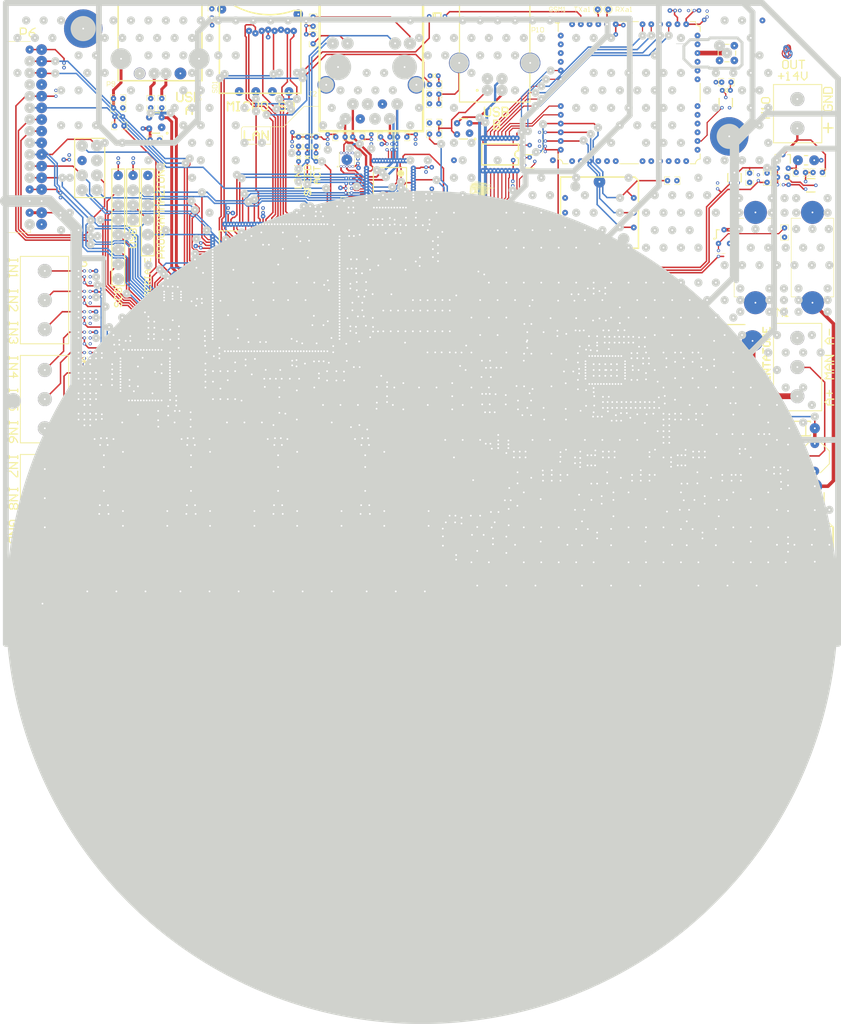
<source format=kicad_pcb>
(kicad_pcb (version 4) (host Gerbview "4.0.2+dfsg1-stable")
  (layers (0 F.Cu signal) (31 B.Cu signal) (34 B.Paste user) (35 F.Paste user) (36 B.SilkS user) (37 F.SilkS user) (38 B.Mask user) (39 F.Mask user) (44 Edge.Cuts user))
  (gr_line (start 116.6 -103) (end 115.2 -103) (layer Edge.Cuts) (width 0))
  (gr_line (start 9.855 -3.6106) (end 9.855 -0.5) (layer Edge.Cuts) (width 0))
  (gr_line (start 8.6418 -2.3206) (end 8.627700000000001 -2.3234) (layer Edge.Cuts) (width 0))
  (gr_line (start 2.6587 -2.6092) (end 2.6516 -2.6106) (layer Edge.Cuts) (width 0))
  (gr_line (start 3.9575 -1.8452) (end 3.9575 -1.9796) (layer Edge.Cuts) (width 0))
  (gr_line (start 7.1209 -1.5184) (end 7.3685 -2.3064) (layer Edge.Cuts) (width 0))
  (gr_line (start 5.0157 -2.6049) (end 4.9917 -2.6064) (layer Edge.Cuts) (width 0))
  (gr_line (start 1.6443 -1.6471) (end 1.6443 -2.6064) (layer Edge.Cuts) (width 0))
  (gr_line (start 7.8311 -2.322) (end 7.8198 -2.3234) (layer Edge.Cuts) (width 0))
  (gr_line (start 5.8858 -2.322) (end 5.8745 -2.3234) (layer Edge.Cuts) (width 0))
  (gr_line (start 5.0002 -2.4776) (end 5.0285 -2.4762) (layer Edge.Cuts) (width 0))
  (gr_line (start 7.8057 -2.213) (end 7.8241 -2.2116) (layer Edge.Cuts) (width 0))
  (gr_line (start 5.8589 -2.213) (end 5.8773 -2.2116) (layer Edge.Cuts) (width 0))
  (gr_line (start 0 0) (end 0 -110) (layer Edge.Cuts) (width 0.1))
  (gr_line (start 0 0) (end 143 0) (layer Edge.Cuts) (width 0.1))
  (gr_line (start 143 0) (end 143 -97) (layer Edge.Cuts) (width 0.1))
  (gr_line (start 130 -110) (end 143 -97) (layer Edge.Cuts) (width 0.1))
  (gr_line (start 0 -110) (end 130 -110) (layer Edge.Cuts) (width 0.1))
  (gr_line (start 88.8 -81.3) (end 89 -81.09999999999999) (layer Edge.Cuts) (width 0.254))
  (gr_line (start 125.6 -98.8) (end 125.9 -98.8) (layer Edge.Cuts) (width 0.5))
  (gr_line (start 117.9 -99) (end 120.7 -99) (layer Edge.Cuts) (width 0.5))
  (gr_line (start 120.7 -99) (end 120.9 -98.8) (layer Edge.Cuts) (width 0.5))
  (gr_line (start 120.7 -103.7) (end 121 -104) (layer Edge.Cuts) (width 0.5))
  (gr_line (start 117.6 -103.7) (end 120.7 -103.7) (layer Edge.Cuts) (width 0.5))
  (gr_line (start 116.5 -102.6) (end 117.6 -103.7) (layer Edge.Cuts) (width 0.5))
  (gr_line (start 116.5 -100.4) (end 116.5 -102.6) (layer Edge.Cuts) (width 0.5))
  (gr_line (start 116.5 -100.4) (end 117.9 -99) (layer Edge.Cuts) (width 0.5))
  (gr_line (start 120.9 -98.8) (end 125.6 -98.8) (layer Edge.Cuts) (width 0.5))
  (gr_line (start 125.9 -98.8) (end 126.5 -99.40000000000001) (layer Edge.Cuts) (width 0.5))
  (gr_line (start 126.5 -99.40000000000001) (end 126.5 -103.2) (layer Edge.Cuts) (width 0.5))
  (gr_line (start 125.7 -104) (end 126.5 -103.2) (layer Edge.Cuts) (width 0.5))
  (gr_line (start 121 -104) (end 125.7 -104) (layer Edge.Cuts) (width 0.5))
  (gr_line (start 12 -59.5) (end 12 -66.175) (layer Edge.Cuts) (width 1))
  (gr_line (start 114.7 -41.1) (end 116.8 -39) (layer Edge.Cuts) (width 1))
  (gr_line (start 98.8 -41.1) (end 112.6 -41.1) (layer Edge.Cuts) (width 1))
  (gr_line (start 96.7 -57.7) (end 100.4 -57.7) (layer Edge.Cuts) (width 1))
  (gr_line (start 92.90000000000001 -47) (end 98.8 -41.1) (layer Edge.Cuts) (width 1))
  (gr_line (start 88.5 -47) (end 92.90000000000001 -47) (layer Edge.Cuts) (width 1))
  (gr_line (start 86.90000000000001 -48.6) (end 88.5 -47) (layer Edge.Cuts) (width 1))
  (gr_line (start 86.90000000000001 -48.6) (end 86.90000000000001 -52.6) (layer Edge.Cuts) (width 1))
  (gr_line (start 97.59999999999999 -81.09999999999999) (end 107.2001 -90.70010000000001) (layer Edge.Cuts) (width 1))
  (gr_line (start 90.90000000000001 -92) (end 103.4 -104.5) (layer Edge.Cuts) (width 1))
  (gr_line (start 103.4 -104.5) (end 103.4 -107) (layer Edge.Cuts) (width 1))
  (gr_line (start 103.4 -107) (end 103.7 -107.3) (layer Edge.Cuts) (width 1))
  (gr_line (start 96.5 -57.9) (end 96.7 -57.7) (layer Edge.Cuts) (width 1))
  (gr_line (start 95.59999999999999 -58.8) (end 96.5 -57.9) (layer Edge.Cuts) (width 1))
  (gr_line (start 95.59999999999999 -58.8) (end 95.59999999999999 -62) (layer Edge.Cuts) (width 1))
  (gr_line (start 95.59999999999999 -62) (end 112.2 -78.59999999999999) (layer Edge.Cuts) (width 1))
  (gr_line (start 112.2 -78.59999999999999) (end 112.2 -110) (layer Edge.Cuts) (width 1))
  (gr_line (start 126.8 -109.9) (end 128.3 -108.4) (layer Edge.Cuts) (width 1))
  (gr_line (start 128.3 -90) (end 128.3 -108.4) (layer Edge.Cuts) (width 1))
  (gr_line (start 124.9 -86.59999999999999) (end 128.3 -90) (layer Edge.Cuts) (width 1))
  (gr_line (start 124.9 -62.8) (end 124.9 -86.59999999999999) (layer Edge.Cuts) (width 1))
  (gr_line (start 120.175 -58.075) (end 124.9 -62.8) (layer Edge.Cuts) (width 1))
  (gr_line (start 125.5 -74.52500000000001) (end 125.5 -85.90000000000001) (layer Edge.Cuts) (width 1))
  (gr_line (start 130.6 -91) (end 142.8 -91) (layer Edge.Cuts) (width 1))
  (gr_line (start 125.5 -85.90000000000001) (end 130.6 -91) (layer Edge.Cuts) (width 1))
  (gr_line (start 125.5 -62.4) (end 125.5 -74.52500000000001) (layer Edge.Cuts) (width 1))
  (gr_line (start 115.6002 -30.5) (end 116.8 -31.6999) (layer Edge.Cuts) (width 1))
  (gr_line (start 113.6 -30.5) (end 115.6002 -30.5) (layer Edge.Cuts) (width 1))
  (gr_line (start 112.5 -31.6) (end 113.6 -30.5) (layer Edge.Cuts) (width 1))
  (gr_line (start 112.5 -31.6) (end 112.5 -34.3) (layer Edge.Cuts) (width 1))
  (gr_line (start 111.3 -35.5) (end 112.5 -34.3) (layer Edge.Cuts) (width 1))
  (gr_line (start 105 -35.5) (end 111.3 -35.5) (layer Edge.Cuts) (width 1))
  (gr_line (start 103.8 -34.3) (end 105 -35.5) (layer Edge.Cuts) (width 1))
  (gr_line (start 103.8 -31.5) (end 103.8 -34.3) (layer Edge.Cuts) (width 1))
  (gr_line (start 102.8 -30.5) (end 103.8 -31.5) (layer Edge.Cuts) (width 1))
  (gr_line (start 98.3 -30.5) (end 102.8 -30.5) (layer Edge.Cuts) (width 1))
  (gr_line (start 97.3 -31.5) (end 98.3 -30.5) (layer Edge.Cuts) (width 1))
  (gr_line (start 97.3 -31.5) (end 97.3 -34.2) (layer Edge.Cuts) (width 1))
  (gr_line (start 96 -35.5) (end 97.3 -34.2) (layer Edge.Cuts) (width 1))
  (gr_line (start 89.7 -35.5) (end 96 -35.5) (layer Edge.Cuts) (width 1))
  (gr_line (start 88.59999999999999 -34.4) (end 89.7 -35.5) (layer Edge.Cuts) (width 1))
  (gr_line (start 88.59999999999999 -31.2) (end 88.59999999999999 -34.4) (layer Edge.Cuts) (width 1))
  (gr_line (start 86.2 -28.8) (end 88.59999999999999 -31.2) (layer Edge.Cuts) (width 1))
  (gr_line (start 78.8 -28.8) (end 86.2 -28.8) (layer Edge.Cuts) (width 1))
  (gr_line (start 76.04989999999999 -18.25) (end 78.75 -20.95) (layer Edge.Cuts) (width 1))
  (gr_line (start 12 -66.175) (end 16.8 -66.175) (layer Edge.Cuts) (width 1))
  (gr_line (start 16.8 -40.1999) (end 18.5252 -38.475) (layer Edge.Cuts) (width 1))
  (gr_line (start 18.5252 -38.475) (end 22.925 -38.475) (layer Edge.Cuts) (width 1))
  (gr_line (start 22.925 -38.475) (end 28.4 -33) (layer Edge.Cuts) (width 1))
  (gr_line (start 78.75 -20.95) (end 78.75 -28.75) (layer Edge.Cuts) (width 1))
  (gr_line (start 103.7 -107.3) (end 107.2001 -107.3) (layer Edge.Cuts) (width 1))
  (gr_line (start 107.2001 -90.70010000000001) (end 107.2001 -107.3) (layer Edge.Cuts) (width 1))
  (gr_line (start 16 -89) (end 16 -96.5) (layer Edge.Cuts) (width 1))
  (gr_line (start 16 -89) (end 19 -86) (layer Edge.Cuts) (width 1))
  (gr_line (start 19 -86) (end 29 -86) (layer Edge.Cuts) (width 1))
  (gr_line (start 29 -86) (end 33 -90) (layer Edge.Cuts) (width 1))
  (gr_line (start 33 -90) (end 33 -105) (layer Edge.Cuts) (width 1))
  (gr_line (start 33 -105) (end 35.15 -107.15) (layer Edge.Cuts) (width 1))
  (gr_line (start 35.15 -107.15) (end 103.55 -107.15) (layer Edge.Cuts) (width 1))
  (gr_line (start 16 -96.5) (end 16 -110) (layer Edge.Cuts) (width 1))
  (gr_line (start 132 -83) (end 134 -85) (layer Edge.Cuts) (width 1))
  (gr_line (start 134 -85) (end 143 -85) (layer Edge.Cuts) (width 1))
  (gr_line (start 106.75 -47.425) (end 106.75 -51.225) (layer Edge.Cuts) (width 1))
  (gr_line (start 106.75 -47.425) (end 107.125 -47.05) (layer Edge.Cuts) (width 1))
  (gr_line (start 107.125 -47.05) (end 109.85 -47.05) (layer Edge.Cuts) (width 1))
  (gr_line (start 109.85 -47.05) (end 114.2 -51.4) (layer Edge.Cuts) (width 1))
  (gr_line (start 115.3855 -58.075) (end 117.325 -58.075) (layer Edge.Cuts) (width 1))
  (gr_line (start 117.325 -58.075) (end 120.175 -58.075) (layer Edge.Cuts) (width 1))
  (gr_line (start 114.2 -51.4) (end 114.2 -56.8895) (layer Edge.Cuts) (width 1))
  (gr_line (start 114.2 -56.8895) (end 115.3855 -58.075) (layer Edge.Cuts) (width 1))
  (gr_line (start 112.6 -41.1) (end 114.7 -41.1) (layer Edge.Cuts) (width 1))
  (gr_line (start 116.8 -31.6999) (end 116.8 -39) (layer Edge.Cuts) (width 1))
  (gr_line (start 120.7 -49.2) (end 121.5 -50) (layer Edge.Cuts) (width 1))
  (gr_line (start 120.7 -46.6) (end 120.7 -49.2) (layer Edge.Cuts) (width 1))
  (gr_line (start 120.7 -43.3) (end 120.7 -46.6) (layer Edge.Cuts) (width 1))
  (gr_line (start 120.7 -43.3) (end 129 -35) (layer Edge.Cuts) (width 1))
  (gr_line (start 129 -35) (end 143 -35) (layer Edge.Cuts) (width 1))
  (gr_line (start 132 -54) (end 132 -83) (layer Edge.Cuts) (width 1))
  (gr_line (start 128 -50) (end 132 -54) (layer Edge.Cuts) (width 1))
  (gr_line (start 121.5 -50) (end 128 -50) (layer Edge.Cuts) (width 1))
  (gr_line (start 88.8 -89.90000000000001) (end 91 -92.09999999999999) (layer Edge.Cuts) (width 1))
  (gr_line (start 88.8 -81.3) (end 88.8 -89.90000000000001) (layer Edge.Cuts) (width 1))
  (gr_line (start 89.3 -81.09999999999999) (end 97.59999999999999 -81.09999999999999) (layer Edge.Cuts) (width 1))
  (gr_line (start 86.90000000000001 -52.6) (end 86.90000000000001 -76.3) (layer Edge.Cuts) (width 1))
  (gr_line (start 86.90000000000001 -76.3) (end 89.3 -78.7) (layer Edge.Cuts) (width 1))
  (gr_line (start 89.3 -78.7) (end 89.3 -80.05) (layer Edge.Cuts) (width 1))
  (gr_line (start 89.3 -80.05) (end 89.3 -81.09999999999999) (layer Edge.Cuts) (width 1))
  (gr_line (start 95 -44.9) (end 95 -49.1) (layer Edge.Cuts) (width 0.8))
  (gr_line (start 95 -49.1) (end 95.3 -49.4) (layer Edge.Cuts) (width 0.8))
  (gr_line (start 92.90000000000001 -47) (end 97.3 -51.4) (layer Edge.Cuts) (width 0.8))
  (gr_line (start 19.32 -62.62) (end 19.32 -62.62) (layer Edge.Cuts) (width 2.032))
  (gr_line (start 19.32 -65.16) (end 19.32 -65.16) (layer Edge.Cuts) (width 2.032))
  (gr_line (start 19.32 -75.31999999999999) (end 19.32 -75.31999999999999) (layer Edge.Cuts) (width 2.032))
  (gr_line (start 19.32 -77.86) (end 19.32 -77.86) (layer Edge.Cuts) (width 2.032))
  (gr_line (start 19.32 -72.78) (end 19.32 -72.78) (layer Edge.Cuts) (width 2.032))
  (gr_line (start 19.32 -70.23999999999999) (end 19.32 -70.23999999999999) (layer Edge.Cuts) (width 2.032))
  (gr_line (start 19.32 -67.7) (end 19.32 -67.7) (layer Edge.Cuts) (width 2.032))
  (gr_line (start 67.245 -92.65000000000001) (end 67.245 -92.65000000000001) (layer Edge.Cuts) (width 2.032))
  (gr_line (start 58.355 -90.11) (end 58.355 -90.11) (layer Edge.Cuts) (width 2.032))
  (gr_line (start 59.625 -92.65000000000001) (end 59.625 -92.65000000000001) (layer Edge.Cuts) (width 2.032))
  (gr_line (start 62.165 -92.65000000000001) (end 62.165 -92.65000000000001) (layer Edge.Cuts) (width 2.032))
  (gr_line (start 63.435 -90.11) (end 63.435 -90.11) (layer Edge.Cuts) (width 2.032))
  (gr_line (start 65.97499999999999 -90.11) (end 65.97499999999999 -90.11) (layer Edge.Cuts) (width 2.032))
  (gr_line (start 24.4 -67.7) (end 24.4 -67.7) (layer Edge.Cuts) (width 2.032))
  (gr_line (start 24.4 -70.23999999999999) (end 24.4 -70.23999999999999) (layer Edge.Cuts) (width 2.032))
  (gr_line (start 24.4 -72.78) (end 24.4 -72.78) (layer Edge.Cuts) (width 2.032))
  (gr_line (start 24.4 -77.86) (end 24.4 -77.86) (layer Edge.Cuts) (width 2.032))
  (gr_line (start 24.4 -75.31999999999999) (end 24.4 -75.31999999999999) (layer Edge.Cuts) (width 2.032))
  (gr_line (start 15.64 -77.88) (end 15.64 -77.88) (layer Edge.Cuts) (width 2.032))
  (gr_line (start 13.1 -77.88) (end 13.1 -77.88) (layer Edge.Cuts) (width 2.032))
  (gr_line (start 15.64 -85.5) (end 15.64 -85.5) (layer Edge.Cuts) (width 2.032))
  (gr_line (start 13.1 -85.5) (end 13.1 -85.5) (layer Edge.Cuts) (width 2.032))
  (gr_line (start 15.64 -82.95999999999999) (end 15.64 -82.95999999999999) (layer Edge.Cuts) (width 2.032))
  (gr_line (start 13.1 -80.42) (end 13.1 -80.42) (layer Edge.Cuts) (width 2.032))
  (gr_line (start 15.64 -80.42) (end 15.64 -80.42) (layer Edge.Cuts) (width 2.032))
  (gr_line (start 21.86 -75.31999999999999) (end 21.86 -75.31999999999999) (layer Edge.Cuts) (width 2.032))
  (gr_line (start 21.86 -77.86) (end 21.86 -77.86) (layer Edge.Cuts) (width 2.032))
  (gr_line (start 21.86 -72.78) (end 21.86 -72.78) (layer Edge.Cuts) (width 2.032))
  (gr_line (start 143 0) (end 143 -97) (layer Edge.Cuts) (width 1.016))
  (gr_line (start 0 0) (end 143 0) (layer Edge.Cuts) (width 1.016))
  (gr_line (start 0 0) (end 0 -110) (layer Edge.Cuts) (width 1.016))
  (gr_line (start 0 -110) (end 130 -110) (layer Edge.Cuts) (width 1.016))
  (gr_line (start 130 -110) (end 143 -97) (layer Edge.Cuts) (width 1.016))
  (gr_line (start 19.32 -80.40000000000001) (end 19.32 -80.40000000000001) (layer Edge.Cuts) (width 0.001))
  (gr_line (start 64.705 -92.65000000000001) (end 64.705 -92.65000000000001) (layer Edge.Cuts) (width 0.001))
  (gr_line (start 60.895 -90.11) (end 60.895 -90.11) (layer Edge.Cuts) (width 0.001))
  (gr_line (start 24.4 -80.40000000000001) (end 24.4 -80.40000000000001) (layer Edge.Cuts) (width 0.001))
  (gr_line (start 13.1 -82.95999999999999) (end 13.1 -82.95999999999999) (layer Edge.Cuts) (width 0.001))
  (gr_line (start 21.86 -80.40000000000001) (end 21.86 -80.40000000000001) (layer Edge.Cuts) (width 0.001))
  (gr_line (start 97.84999999999999 -78.5) (end 97.84999999999999 -78.5) (layer Edge.Cuts) (width 1.716))
  (gr_line (start 106.15 -69.5) (end 106.15 -69.5) (layer Edge.Cuts) (width 2.016))
  (gr_line (start 50 -43.5) (end 50 -43.5) (layer Edge.Cuts) (width 2.016))
  (gr_line (start 50 -38.5) (end 50 -38.5) (layer Edge.Cuts) (width 2.016))
  (gr_line (start 6.3 -6.9) (end 6.3 -6.9) (layer Edge.Cuts) (width 4.318))
  (gr_line (start 80.3 -28.1) (end 80.3 -28.1) (layer Edge.Cuts) (width 4.318))
  (gr_line (start 124.3 -87.09999999999999) (end 124.3 -87.09999999999999) (layer Edge.Cuts) (width 4.318))
  (gr_line (start 13.3 -105.6) (end 13.3 -105.6) (layer Edge.Cuts) (width 4.318))
  (gr_line (start 90.09999999999999 -99.70999999999999) (end 90.09999999999999 -99.70999999999999) (layer Edge.Cuts) (width 3.316))
  (gr_line (start 77.90000000000001 -99.70999999999999) (end 77.90000000000001 -99.70999999999999) (layer Edge.Cuts) (width 3.316))
  (gr_line (start 82.75 -95) (end 82.75 -95) (layer Edge.Cuts) (width 1.966))
  (gr_line (start 82.75 -97) (end 82.75 -97) (layer Edge.Cuts) (width 1.966))
  (gr_line (start 85.25 -95) (end 85.25 -95) (layer Edge.Cuts) (width 1.966))
  (gr_line (start 85.25 -97) (end 85.25 -97) (layer Edge.Cuts) (width 1.966))
  (gr_line (start 23 -97.90000000000001) (end 23 -97.90000000000001) (layer Edge.Cuts) (width 1.966))
  (gr_line (start 25.5 -97.90000000000001) (end 25.5 -97.90000000000001) (layer Edge.Cuts) (width 1.966))
  (gr_line (start 27.5 -97.90000000000001) (end 27.5 -97.90000000000001) (layer Edge.Cuts) (width 1.966))
  (gr_line (start 30 -97.90000000000001) (end 30 -97.90000000000001) (layer Edge.Cuts) (width 0.001))
  (gr_line (start 19.8 -100.42) (end 19.8 -100.42) (layer Edge.Cuts) (width 3.636))
  (gr_line (start 33.2 -100.42) (end 33.2 -100.42) (layer Edge.Cuts) (width 3.636))
  (gr_line (start 136 -47.5) (end 136 -47.5) (layer Edge.Cuts) (width 2.416))
  (gr_line (start 136 -42.5) (end 136 -42.5) (layer Edge.Cuts) (width 2.416))
  (gr_line (start 136 -52.5) (end 136 -52.5) (layer Edge.Cuts) (width 2.416))
  (gr_line (start 136 -93.5) (end 136 -93.5) (layer Edge.Cuts) (width 2.416))
  (gr_line (start 136 -88.5) (end 136 -88.5) (layer Edge.Cuts) (width 2.416))
  (gr_line (start 14 -9) (end 14 -9) (layer Edge.Cuts) (width 2.416))
  (gr_line (start 19 -9) (end 19 -9) (layer Edge.Cuts) (width 2.416))
  (gr_line (start 24 -9) (end 24 -9) (layer Edge.Cuts) (width 2.416))
  (gr_line (start 62 -9) (end 62 -9) (layer Edge.Cuts) (width 2.416))
  (gr_line (start 67 -9) (end 67 -9) (layer Edge.Cuts) (width 2.416))
  (gr_line (start 72 -9) (end 72 -9) (layer Edge.Cuts) (width 2.416))
  (gr_line (start 46 -9) (end 46 -9) (layer Edge.Cuts) (width 2.416))
  (gr_line (start 51 -9) (end 51 -9) (layer Edge.Cuts) (width 2.416))
  (gr_line (start 56 -9) (end 56 -9) (layer Edge.Cuts) (width 2.416))
  (gr_line (start 30 -9) (end 30 -9) (layer Edge.Cuts) (width 2.416))
  (gr_line (start 35 -9) (end 35 -9) (layer Edge.Cuts) (width 2.416))
  (gr_line (start 40 -9) (end 40 -9) (layer Edge.Cuts) (width 2.416))
  (gr_line (start 6.7 -25) (end 6.7 -25) (layer Edge.Cuts) (width 2.416))
  (gr_line (start 6.7 -30) (end 6.7 -30) (layer Edge.Cuts) (width 2.416))
  (gr_line (start 6.7 -20) (end 6.7 -20) (layer Edge.Cuts) (width 2.416))
  (gr_line (start 6.7 -42) (end 6.7 -42) (layer Edge.Cuts) (width 2.416))
  (gr_line (start 6.7 -47) (end 6.7 -47) (layer Edge.Cuts) (width 2.416))
  (gr_line (start 6.7 -37) (end 6.7 -37) (layer Edge.Cuts) (width 2.416))
  (gr_line (start 6.7 -59) (end 6.7 -59) (layer Edge.Cuts) (width 2.416))
  (gr_line (start 6.7 -64) (end 6.7 -64) (layer Edge.Cuts) (width 2.416))
  (gr_line (start 6.7 -54) (end 6.7 -54) (layer Edge.Cuts) (width 2.416))
  (gr_line (start 20.125 -20.25) (end 20.125 -20.25) (layer Edge.Cuts) (width 2.286))
  (gr_line (start 20.125 -32.95) (end 20.125 -32.95) (layer Edge.Cuts) (width 2.286))
  (gr_line (start 27.745 -22.79) (end 27.745 -22.79) (layer Edge.Cuts) (width 2.286))
  (gr_line (start 27.745 -20.25) (end 27.745 -20.25) (layer Edge.Cuts) (width 2.286))
  (gr_line (start 65.02500000000001 -20.25) (end 65.02500000000001 -20.25) (layer Edge.Cuts) (width 2.286))
  (gr_line (start 65.02500000000001 -32.95) (end 65.02500000000001 -32.95) (layer Edge.Cuts) (width 2.286))
  (gr_line (start 72.645 -22.79) (end 72.645 -22.79) (layer Edge.Cuts) (width 2.286))
  (gr_line (start 72.645 -20.25) (end 72.645 -20.25) (layer Edge.Cuts) (width 2.286))
  (gr_line (start 50.0583 -20.25) (end 50.0583 -20.25) (layer Edge.Cuts) (width 2.286))
  (gr_line (start 50.0583 -32.95) (end 50.0583 -32.95) (layer Edge.Cuts) (width 2.286))
  (gr_line (start 57.6783 -22.79) (end 57.6783 -22.79) (layer Edge.Cuts) (width 2.286))
  (gr_line (start 57.6783 -20.25) (end 57.6783 -20.25) (layer Edge.Cuts) (width 2.286))
  (gr_line (start 35.0917 -20.25) (end 35.0917 -20.25) (layer Edge.Cuts) (width 2.286))
  (gr_line (start 35.0917 -32.95) (end 35.0917 -32.95) (layer Edge.Cuts) (width 2.286))
  (gr_line (start 42.7117 -22.79) (end 42.7117 -22.79) (layer Edge.Cuts) (width 2.286))
  (gr_line (start 42.7117 -20.25) (end 42.7117 -20.25) (layer Edge.Cuts) (width 2.286))
  (gr_line (start 86 -10) (end 86 -10) (layer Edge.Cuts) (width 2.516))
  (gr_line (start 81 -10) (end 81 -10) (layer Edge.Cuts) (width 2.516))
  (gr_line (start 91 -10) (end 91 -10) (layer Edge.Cuts) (width 2.516))
  (gr_line (start 124 -10) (end 124 -10) (layer Edge.Cuts) (width 2.516))
  (gr_line (start 119 -10) (end 119 -10) (layer Edge.Cuts) (width 2.516))
  (gr_line (start 129 -10) (end 129 -10) (layer Edge.Cuts) (width 2.516))
  (gr_line (start 104 -10) (end 104 -10) (layer Edge.Cuts) (width 2.516))
  (gr_line (start 99 -10) (end 99 -10) (layer Edge.Cuts) (width 2.516))
  (gr_line (start 109 -10) (end 109 -10) (layer Edge.Cuts) (width 2.516))
  (gr_line (start 139 -19.6) (end 139 -19.6) (layer Edge.Cuts) (width 2.816))
  (gr_line (start 139 -14.1) (end 139 -14.1) (layer Edge.Cuts) (width 2.816))
  (gr_line (start 139 -6.8) (end 139 -6.8) (layer Edge.Cuts) (width 4.016))
  (gr_line (start 122.63 -102.67) (end 122.63 -102.67) (layer Edge.Cuts) (width 1.916))
  (gr_line (start 125.17 -102.67) (end 125.17 -102.67) (layer Edge.Cuts) (width 0.001))
  (gr_line (start 125.17 -100.13) (end 125.17 -100.13) (layer Edge.Cuts) (width 0.001))
  (gr_line (start 122.63 -100.13) (end 122.63 -100.13) (layer Edge.Cuts) (width 0.001))
  (gr_line (start 123.9 -101.4) (end 123.9 -101.4) (layer Edge.Cuts) (width 1.816))
  (gr_line (start 4.1 -72) (end 4.1 -72) (layer Edge.Cuts) (width 1.816))
  (gr_line (start 4.1 -76) (end 4.1 -76) (layer Edge.Cuts) (width 1.816))
  (gr_line (start 4.1 -80) (end 4.1 -80) (layer Edge.Cuts) (width 1.816))
  (gr_line (start 4.1 -82) (end 4.1 -82) (layer Edge.Cuts) (width 1.816))
  (gr_line (start 4.1 -84) (end 4.1 -84) (layer Edge.Cuts) (width 1.816))
  (gr_line (start 4.1 -86) (end 4.1 -86) (layer Edge.Cuts) (width 1.816))
  (gr_line (start 4.1 -88) (end 4.1 -88) (layer Edge.Cuts) (width 1.816))
  (gr_line (start 4.1 -90) (end 4.1 -90) (layer Edge.Cuts) (width 1.816))
  (gr_line (start 4.1 -92) (end 4.1 -92) (layer Edge.Cuts) (width 1.816))
  (gr_line (start 4.1 -94) (end 4.1 -94) (layer Edge.Cuts) (width 1.816))
  (gr_line (start 4.1 -96) (end 4.1 -96) (layer Edge.Cuts) (width 1.816))
  (gr_line (start 4.1 -98) (end 4.1 -98) (layer Edge.Cuts) (width 1.816))
  (gr_line (start 4.1 -100) (end 4.1 -100) (layer Edge.Cuts) (width 1.816))
  (gr_line (start 58.7106 -103.06) (end 58.7106 -103.06) (layer Edge.Cuts) (width 2.1336))
  (gr_line (start 69.4294 -103.06) (end 69.4294 -103.06) (layer Edge.Cuts) (width 2.1336))
  (gr_line (start 66.88939999999999 -103.06) (end 66.88939999999999 -103.06) (layer Edge.Cuts) (width 2.1336))
  (gr_line (start 56.1706 -103.06) (end 56.1706 -103.06) (layer Edge.Cuts) (width 2.1336))
  (gr_line (start 57.085 -99) (end 57.085 -99) (layer Edge.Cuts) (width 4.516))
  (gr_line (start 68.515 -99) (end 68.515 -99) (layer Edge.Cuts) (width 4.266))
  (gr_line (start 4.1 -74) (end 4.1 -74) (layer Edge.Cuts) (width 0.001))
  (gr_line (start 4.1 -78) (end 4.1 -78) (layer Edge.Cuts) (width 0.001))
  (gr_line (start 4.1 -102) (end 4.1 -102) (layer Edge.Cuts) (width 0.001))
  (gr_line (start 109.7998 -37.9108) (end 109.7998 -37.9108) (layer Edge.Cuts) (width 1.416))
  (gr_line (start 112 -36.5) (end 112 -36.5) (layer Edge.Cuts) (width 1.416))
  (gr_line (start 62.8 -85) (end 62.8 -85) (layer Edge.Cuts) (width 1.416))
  (gr_line (start 98.675 -30.35) (end 98.675 -30.35) (layer Edge.Cuts) (width 1.416))
  (gr_line (start 103.452 -39.9) (end 103.452 -39.9) (layer Edge.Cuts) (width 1.416))
  (gr_line (start 104.8169 -39.2452) (end 104.8169 -39.2452) (layer Edge.Cuts) (width 1.416))
  (gr_line (start 102.42 -39) (end 102.42 -39) (layer Edge.Cuts) (width 1.416))
  (gr_line (start 25.5 -55.3) (end 25.5 -55.3) (layer Edge.Cuts) (width 1.416))
  (gr_line (start 25.525 -54.25) (end 25.525 -54.25) (layer Edge.Cuts) (width 1.416))
  (gr_line (start 60.2779 -78.5038) (end 60.2779 -78.5038) (layer Edge.Cuts) (width 1.416))
  (gr_line (start 51.2 -75.09999999999999) (end 51.2 -75.09999999999999) (layer Edge.Cuts) (width 1.416))
  (gr_line (start 29.275 -40.9109) (end 29.275 -40.9109) (layer Edge.Cuts) (width 1.416))
  (gr_line (start 25.6554 -46.6554) (end 25.6554 -46.6554) (layer Edge.Cuts) (width 1.416))
  (gr_line (start 18.5 -35.15) (end 18.5 -35.15) (layer Edge.Cuts) (width 1.416))
  (gr_line (start 48.38 -35.15) (end 48.38 -35.15) (layer Edge.Cuts) (width 1.416))
  (gr_line (start 15.25 -35.15) (end 15.25 -35.15) (layer Edge.Cuts) (width 1.416))
  (gr_line (start 30.1945 -35.15) (end 30.1945 -35.15) (layer Edge.Cuts) (width 1.416))
  (gr_line (start 60 -35.15) (end 60 -35.15) (layer Edge.Cuts) (width 1.416))
  (gr_line (start 45 -35.15) (end 45 -35.15) (layer Edge.Cuts) (width 1.416))
  (gr_line (start 31.75 -37.25) (end 31.75 -37.25) (layer Edge.Cuts) (width 1.416))
  (gr_line (start 15.5 -45.45) (end 15.5 -45.45) (layer Edge.Cuts) (width 1.416))
  (gr_line (start 16.4 -44.45) (end 16.4 -44.45) (layer Edge.Cuts) (width 1.416))
  (gr_line (start 17.75 -54.3548) (end 17.75 -54.3548) (layer Edge.Cuts) (width 1.416))
  (gr_line (start 42.2556 -46.25) (end 42.2556 -46.25) (layer Edge.Cuts) (width 1.416))
  (gr_line (start 35 -35.15) (end 35 -35.15) (layer Edge.Cuts) (width 1.416))
  (gr_line (start 38.135 -45.25) (end 38.135 -45.25) (layer Edge.Cuts) (width 1.416))
  (gr_line (start 34.2999 -44) (end 34.2999 -44) (layer Edge.Cuts) (width 1.416))
  (gr_line (start 29.7 -46.7) (end 29.7 -46.7) (layer Edge.Cuts) (width 1.416))
  (gr_line (start 39.405 -48.31) (end 39.405 -48.31) (layer Edge.Cuts) (width 1.416))
  (gr_line (start 40.4998 -41.75) (end 40.4998 -41.75) (layer Edge.Cuts) (width 1.416))
  (gr_line (start 44.5 -44.1) (end 44.5 -44.1) (layer Edge.Cuts) (width 1.416))
  (gr_line (start 68.59999999999999 -51.7) (end 68.59999999999999 -51.7) (layer Edge.Cuts) (width 1.416))
  (gr_line (start 64.5 -46) (end 64.5 -46) (layer Edge.Cuts) (width 1.416))
  (gr_line (start 66.25 -60) (end 66.25 -60) (layer Edge.Cuts) (width 1.416))
  (gr_line (start 49.1 -84.25) (end 49.1 -84.25) (layer Edge.Cuts) (width 1.416))
  (gr_line (start 50.3 -81.5) (end 50.3 -81.5) (layer Edge.Cuts) (width 1.416))
  (gr_line (start 65.9834 -71.90000000000001) (end 65.9834 -71.90000000000001) (layer Edge.Cuts) (width 1.416))
  (gr_line (start 56.3818 -71.90000000000001) (end 56.3818 -71.90000000000001) (layer Edge.Cuts) (width 1.416))
  (gr_line (start 56.925 -75.09999999999999) (end 56.925 -75.09999999999999) (layer Edge.Cuts) (width 1.416))
  (gr_line (start 55.025 -78.2) (end 55.025 -78.2) (layer Edge.Cuts) (width 1.416))
  (gr_line (start 54.5 -73.3857) (end 54.5 -73.3857) (layer Edge.Cuts) (width 1.416))
  (gr_line (start 60.8 -70.2) (end 60.8 -70.2) (layer Edge.Cuts) (width 1.416))
  (gr_line (start 55.5 -48.25) (end 55.5 -48.25) (layer Edge.Cuts) (width 1.416))
  (gr_line (start 65.2978 -80.09999999999999) (end 65.2978 -80.09999999999999) (layer Edge.Cuts) (width 1.416))
  (gr_line (start 66.10809999999999 -66.02500000000001) (end 66.10809999999999 -66.02500000000001) (layer Edge.Cuts) (width 1.416))
  (gr_line (start 49.95 -47.625) (end 49.95 -47.625) (layer Edge.Cuts) (width 1.416))
  (gr_line (start 58.125 -45.2) (end 58.125 -45.2) (layer Edge.Cuts) (width 1.416))
  (gr_line (start 60.7052 -51.9) (end 60.7052 -51.9) (layer Edge.Cuts) (width 1.416))
  (gr_line (start 60.2 -53.35) (end 60.2 -53.35) (layer Edge.Cuts) (width 1.416))
  (gr_line (start 63.0548 -55.95) (end 63.0548 -55.95) (layer Edge.Cuts) (width 1.416))
  (gr_line (start 46 -62) (end 46 -62) (layer Edge.Cuts) (width 1.416))
  (gr_line (start 46 -59) (end 46 -59) (layer Edge.Cuts) (width 1.416))
  (gr_line (start 42.5 -59) (end 42.5 -59) (layer Edge.Cuts) (width 1.416))
  (gr_line (start 42.5 -62) (end 42.5 -62) (layer Edge.Cuts) (width 1.416))
  (gr_line (start 29.7 -50.8) (end 29.7 -50.8) (layer Edge.Cuts) (width 1.416))
  (gr_line (start 28.65 -60.2) (end 28.65 -60.2) (layer Edge.Cuts) (width 1.416))
  (gr_line (start 28.65 -59.2) (end 28.65 -59.2) (layer Edge.Cuts) (width 1.416))
  (gr_line (start 33.8869 -63.6665) (end 33.8869 -63.6665) (layer Edge.Cuts) (width 1.416))
  (gr_line (start 55.325 -84.819) (end 55.325 -84.819) (layer Edge.Cuts) (width 1.416))
  (gr_line (start 60.4778 -84.0048) (end 60.4778 -84.0048) (layer Edge.Cuts) (width 1.416))
  (gr_line (start 63.75 -81.3) (end 63.75 -81.3) (layer Edge.Cuts) (width 1.416))
  (gr_line (start 87.0998 -77.86) (end 87.0998 -77.86) (layer Edge.Cuts) (width 1.416))
  (gr_line (start 21.25 -45.3) (end 21.25 -45.3) (layer Edge.Cuts) (width 1.416))
  (gr_line (start 22.7 -47.6) (end 22.7 -47.6) (layer Edge.Cuts) (width 1.416))
  (gr_line (start 22.7 -39.3186) (end 22.7 -39.3186) (layer Edge.Cuts) (width 1.416))
  (gr_line (start 101 -48) (end 101 -48) (layer Edge.Cuts) (width 1.416))
  (gr_line (start 102 -48) (end 102 -48) (layer Edge.Cuts) (width 1.416))
  (gr_line (start 103 -48) (end 103 -48) (layer Edge.Cuts) (width 1.416))
  (gr_line (start 104 -48) (end 104 -48) (layer Edge.Cuts) (width 1.416))
  (gr_line (start 105 -48) (end 105 -48) (layer Edge.Cuts) (width 1.416))
  (gr_line (start 105 -47) (end 105 -47) (layer Edge.Cuts) (width 1.416))
  (gr_line (start 104 -47) (end 104 -47) (layer Edge.Cuts) (width 1.416))
  (gr_line (start 103 -47) (end 103 -47) (layer Edge.Cuts) (width 1.416))
  (gr_line (start 102 -47) (end 102 -47) (layer Edge.Cuts) (width 1.416))
  (gr_line (start 101 -47) (end 101 -47) (layer Edge.Cuts) (width 1.416))
  (gr_line (start 101 -46) (end 101 -46) (layer Edge.Cuts) (width 1.416))
  (gr_line (start 102 -46) (end 102 -46) (layer Edge.Cuts) (width 1.416))
  (gr_line (start 103 -46) (end 103 -46) (layer Edge.Cuts) (width 1.416))
  (gr_line (start 104 -46) (end 104 -46) (layer Edge.Cuts) (width 1.416))
  (gr_line (start 105 -46) (end 105 -46) (layer Edge.Cuts) (width 1.416))
  (gr_line (start 139.9999 -68) (end 139.9999 -68) (layer Edge.Cuts) (width 1.416))
  (gr_line (start 141.4999 -65) (end 141.4999 -65) (layer Edge.Cuts) (width 1.416))
  (gr_line (start 139.9999 -50) (end 139.9999 -50) (layer Edge.Cuts) (width 1.416))
  (gr_line (start 141.4999 -23) (end 141.4999 -23) (layer Edge.Cuts) (width 1.416))
  (gr_line (start 141.4999 -17) (end 141.4999 -17) (layer Edge.Cuts) (width 1.416))
  (gr_line (start 136.9999 -68) (end 136.9999 -68) (layer Edge.Cuts) (width 1.416))
  (gr_line (start 138.4999 -65) (end 138.4999 -65) (layer Edge.Cuts) (width 1.416))
  (gr_line (start 138.4999 -53) (end 138.4999 -53) (layer Edge.Cuts) (width 1.416))
  (gr_line (start 136.9999 -50) (end 136.9999 -50) (layer Edge.Cuts) (width 1.416))
  (gr_line (start 136.9999 -44) (end 136.9999 -44) (layer Edge.Cuts) (width 1.416))
  (gr_line (start 138.4999 -41) (end 138.4999 -41) (layer Edge.Cuts) (width 1.416))
  (gr_line (start 136.9999 -38) (end 136.9999 -38) (layer Edge.Cuts) (width 1.416))
  (gr_line (start 138.4999 -17) (end 138.4999 -17) (layer Edge.Cuts) (width 1.416))
  (gr_line (start 133.9999 -68) (end 133.9999 -68) (layer Edge.Cuts) (width 1.416))
  (gr_line (start 135.4999 -65) (end 135.4999 -65) (layer Edge.Cuts) (width 1.416))
  (gr_line (start 133.9999 -50) (end 133.9999 -50) (layer Edge.Cuts) (width 1.416))
  (gr_line (start 133.9999 -44) (end 133.9999 -44) (layer Edge.Cuts) (width 1.416))
  (gr_line (start 135.4999 -17) (end 135.4999 -17) (layer Edge.Cuts) (width 1.416))
  (gr_line (start 133.9999 -14) (end 133.9999 -14) (layer Edge.Cuts) (width 1.416))
  (gr_line (start 130.9999 -98) (end 130.9999 -98) (layer Edge.Cuts) (width 1.416))
  (gr_line (start 130.9999 -92) (end 130.9999 -92) (layer Edge.Cuts) (width 1.416))
  (gr_line (start 130.9999 -86) (end 130.9999 -86) (layer Edge.Cuts) (width 1.416))
  (gr_line (start 132.4999 -83) (end 132.4999 -83) (layer Edge.Cuts) (width 1.416))
  (gr_line (start 130.9999 -68) (end 130.9999 -68) (layer Edge.Cuts) (width 1.416))
  (gr_line (start 132.4999 -65) (end 132.4999 -65) (layer Edge.Cuts) (width 1.416))
  (gr_line (start 132.4999 -53) (end 132.4999 -53) (layer Edge.Cuts) (width 1.416))
  (gr_line (start 130.9999 -50) (end 130.9999 -50) (layer Edge.Cuts) (width 1.416))
  (gr_line (start 132.4999 -47) (end 132.4999 -47) (layer Edge.Cuts) (width 1.416))
  (gr_line (start 132.4999 -41) (end 132.4999 -41) (layer Edge.Cuts) (width 1.416))
  (gr_line (start 130.9999 -38) (end 130.9999 -38) (layer Edge.Cuts) (width 1.416))
  (gr_line (start 132.4999 -35) (end 132.4999 -35) (layer Edge.Cuts) (width 1.416))
  (gr_line (start 130.9999 -26) (end 130.9999 -26) (layer Edge.Cuts) (width 1.416))
  (gr_line (start 132.4999 -23) (end 132.4999 -23) (layer Edge.Cuts) (width 1.416))
  (gr_line (start 130.9999 -20) (end 130.9999 -20) (layer Edge.Cuts) (width 1.416))
  (gr_line (start 132.4999 -17) (end 132.4999 -17) (layer Edge.Cuts) (width 1.416))
  (gr_line (start 130.9999 -14) (end 130.9999 -14) (layer Edge.Cuts) (width 1.416))
  (gr_line (start 127.9999 -103.9999) (end 127.9999 -103.9999) (layer Edge.Cuts) (width 1.416))
  (gr_line (start 129.4999 -101) (end 129.4999 -101) (layer Edge.Cuts) (width 1.416))
  (gr_line (start 127.9999 -98) (end 127.9999 -98) (layer Edge.Cuts) (width 1.416))
  (gr_line (start 129.4999 -95) (end 129.4999 -95) (layer Edge.Cuts) (width 1.416))
  (gr_line (start 127.9999 -92) (end 127.9999 -92) (layer Edge.Cuts) (width 1.416))
  (gr_line (start 129.4999 -89) (end 129.4999 -89) (layer Edge.Cuts) (width 1.416))
  (gr_line (start 129.4999 -83) (end 129.4999 -83) (layer Edge.Cuts) (width 1.416))
  (gr_line (start 127.9999 -68) (end 127.9999 -68) (layer Edge.Cuts) (width 1.416))
  (gr_line (start 129.4999 -65) (end 129.4999 -65) (layer Edge.Cuts) (width 1.416))
  (gr_line (start 127.9999 -44) (end 127.9999 -44) (layer Edge.Cuts) (width 1.416))
  (gr_line (start 129.4999 -41) (end 129.4999 -41) (layer Edge.Cuts) (width 1.416))
  (gr_line (start 127.9999 -32) (end 127.9999 -32) (layer Edge.Cuts) (width 1.416))
  (gr_line (start 127.9999 -20) (end 127.9999 -20) (layer Edge.Cuts) (width 1.416))
  (gr_line (start 127.9999 -14) (end 127.9999 -14) (layer Edge.Cuts) (width 1.416))
  (gr_line (start 126.4999 -106.9999) (end 126.4999 -106.9999) (layer Edge.Cuts) (width 1.416))
  (gr_line (start 124.9999 -98) (end 124.9999 -98) (layer Edge.Cuts) (width 1.416))
  (gr_line (start 126.4999 -95) (end 126.4999 -95) (layer Edge.Cuts) (width 1.416))
  (gr_line (start 126.4999 -83) (end 126.4999 -83) (layer Edge.Cuts) (width 1.416))
  (gr_line (start 126.4999 -65) (end 126.4999 -65) (layer Edge.Cuts) (width 1.416))
  (gr_line (start 124.9999 -56) (end 124.9999 -56) (layer Edge.Cuts) (width 1.416))
  (gr_line (start 126.4999 -53) (end 126.4999 -53) (layer Edge.Cuts) (width 1.416))
  (gr_line (start 124.9999 -50) (end 124.9999 -50) (layer Edge.Cuts) (width 1.416))
  (gr_line (start 124.9999 -44) (end 124.9999 -44) (layer Edge.Cuts) (width 1.416))
  (gr_line (start 124.9999 -26) (end 124.9999 -26) (layer Edge.Cuts) (width 1.416))
  (gr_line (start 124.9999 -20) (end 124.9999 -20) (layer Edge.Cuts) (width 1.416))
  (gr_line (start 124.9999 -14) (end 124.9999 -14) (layer Edge.Cuts) (width 1.416))
  (gr_line (start 123.4999 -106.9999) (end 123.4999 -106.9999) (layer Edge.Cuts) (width 1.416))
  (gr_line (start 121.9999 -98) (end 121.9999 -98) (layer Edge.Cuts) (width 1.416))
  (gr_line (start 121.9999 -92) (end 121.9999 -92) (layer Edge.Cuts) (width 1.416))
  (gr_line (start 123.4999 -83) (end 123.4999 -83) (layer Edge.Cuts) (width 1.416))
  (gr_line (start 121.9999 -74) (end 121.9999 -74) (layer Edge.Cuts) (width 1.416))
  (gr_line (start 123.4999 -65) (end 123.4999 -65) (layer Edge.Cuts) (width 1.416))
  (gr_line (start 121.9999 -62) (end 121.9999 -62) (layer Edge.Cuts) (width 1.416))
  (gr_line (start 123.4999 -59) (end 123.4999 -59) (layer Edge.Cuts) (width 1.416))
  (gr_line (start 121.9999 -56) (end 121.9999 -56) (layer Edge.Cuts) (width 1.416))
  (gr_line (start 123.4999 -53) (end 123.4999 -53) (layer Edge.Cuts) (width 1.416))
  (gr_line (start 121.9999 -44) (end 121.9999 -44) (layer Edge.Cuts) (width 1.416))
  (gr_line (start 120.4999 -95) (end 120.4999 -95) (layer Edge.Cuts) (width 1.416))
  (gr_line (start 120.4999 -83) (end 120.4999 -83) (layer Edge.Cuts) (width 1.416))
  (gr_line (start 118.9999 -80) (end 118.9999 -80) (layer Edge.Cuts) (width 1.416))
  (gr_line (start 120.4999 -77) (end 120.4999 -77) (layer Edge.Cuts) (width 1.416))
  (gr_line (start 118.9999 -74) (end 118.9999 -74) (layer Edge.Cuts) (width 1.416))
  (gr_line (start 118.9999 -68) (end 118.9999 -68) (layer Edge.Cuts) (width 1.416))
  (gr_line (start 118.9999 -62) (end 118.9999 -62) (layer Edge.Cuts) (width 1.416))
  (gr_line (start 120.4999 -59) (end 120.4999 -59) (layer Edge.Cuts) (width 1.416))
  (gr_line (start 118.9999 -56) (end 118.9999 -56) (layer Edge.Cuts) (width 1.416))
  (gr_line (start 118.9999 -50) (end 118.9999 -50) (layer Edge.Cuts) (width 1.416))
  (gr_line (start 120.4999 -47) (end 120.4999 -47) (layer Edge.Cuts) (width 1.416))
  (gr_line (start 118.9999 -44) (end 118.9999 -44) (layer Edge.Cuts) (width 1.416))
  (gr_line (start 120.4999 -41) (end 120.4999 -41) (layer Edge.Cuts) (width 1.416))
  (gr_line (start 118.9999 -14) (end 118.9999 -14) (layer Edge.Cuts) (width 1.416))
  (gr_line (start 115.9999 -103.9999) (end 115.9999 -103.9999) (layer Edge.Cuts) (width 1.416))
  (gr_line (start 115.9999 -98) (end 115.9999 -98) (layer Edge.Cuts) (width 1.416))
  (gr_line (start 115.9999 -92) (end 115.9999 -92) (layer Edge.Cuts) (width 1.416))
  (gr_line (start 115.9999 -86) (end 115.9999 -86) (layer Edge.Cuts) (width 1.416))
  (gr_line (start 117.4999 -77) (end 117.4999 -77) (layer Edge.Cuts) (width 1.416))
  (gr_line (start 115.9999 -74) (end 115.9999 -74) (layer Edge.Cuts) (width 1.416))
  (gr_line (start 117.4999 -71) (end 117.4999 -71) (layer Edge.Cuts) (width 1.416))
  (gr_line (start 115.9999 -68) (end 115.9999 -68) (layer Edge.Cuts) (width 1.416))
  (gr_line (start 115.9999 -62) (end 115.9999 -62) (layer Edge.Cuts) (width 1.416))
  (gr_line (start 117.4999 -59) (end 117.4999 -59) (layer Edge.Cuts) (width 1.416))
  (gr_line (start 115.9999 -56) (end 115.9999 -56) (layer Edge.Cuts) (width 1.416))
  (gr_line (start 117.4999 -53) (end 117.4999 -53) (layer Edge.Cuts) (width 1.416))
  (gr_line (start 115.9999 -50) (end 115.9999 -50) (layer Edge.Cuts) (width 1.416))
  (gr_line (start 115.9999 -44) (end 115.9999 -44) (layer Edge.Cuts) (width 1.416))
  (gr_line (start 117.4999 -41) (end 117.4999 -41) (layer Edge.Cuts) (width 1.416))
  (gr_line (start 115.9999 -26) (end 115.9999 -26) (layer Edge.Cuts) (width 1.416))
  (gr_line (start 115.9999 -14) (end 115.9999 -14) (layer Edge.Cuts) (width 1.416))
  (gr_line (start 112.9999 -98) (end 112.9999 -98) (layer Edge.Cuts) (width 1.416))
  (gr_line (start 114.4999 -95) (end 114.4999 -95) (layer Edge.Cuts) (width 1.416))
  (gr_line (start 112.9999 -92) (end 112.9999 -92) (layer Edge.Cuts) (width 1.416))
  (gr_line (start 114.4999 -89) (end 114.4999 -89) (layer Edge.Cuts) (width 1.416))
  (gr_line (start 112.9999 -86) (end 112.9999 -86) (layer Edge.Cuts) (width 1.416))
  (gr_line (start 114.4999 -77) (end 114.4999 -77) (layer Edge.Cuts) (width 1.416))
  (gr_line (start 112.9999 -74) (end 112.9999 -74) (layer Edge.Cuts) (width 1.416))
  (gr_line (start 114.4999 -71) (end 114.4999 -71) (layer Edge.Cuts) (width 1.416))
  (gr_line (start 112.9999 -68) (end 112.9999 -68) (layer Edge.Cuts) (width 1.416))
  (gr_line (start 112.9999 -62) (end 112.9999 -62) (layer Edge.Cuts) (width 1.416))
  (gr_line (start 114.4999 -59) (end 114.4999 -59) (layer Edge.Cuts) (width 1.416))
  (gr_line (start 112.9999 -56) (end 112.9999 -56) (layer Edge.Cuts) (width 1.416))
  (gr_line (start 114.4999 -53) (end 114.4999 -53) (layer Edge.Cuts) (width 1.416))
  (gr_line (start 112.9999 -50) (end 112.9999 -50) (layer Edge.Cuts) (width 1.416))
  (gr_line (start 112.9999 -44) (end 112.9999 -44) (layer Edge.Cuts) (width 1.416))
  (gr_line (start 112.9999 -32) (end 112.9999 -32) (layer Edge.Cuts) (width 1.416))
  (gr_line (start 112.9999 -20) (end 112.9999 -20) (layer Edge.Cuts) (width 1.416))
  (gr_line (start 114.4999 -17) (end 114.4999 -17) (layer Edge.Cuts) (width 1.416))
  (gr_line (start 112.9999 -14) (end 112.9999 -14) (layer Edge.Cuts) (width 1.416))
  (gr_line (start 111.4999 -101) (end 111.4999 -101) (layer Edge.Cuts) (width 1.416))
  (gr_line (start 109.9999 -98) (end 109.9999 -98) (layer Edge.Cuts) (width 1.416))
  (gr_line (start 111.4999 -95) (end 111.4999 -95) (layer Edge.Cuts) (width 1.416))
  (gr_line (start 109.9999 -92) (end 109.9999 -92) (layer Edge.Cuts) (width 1.416))
  (gr_line (start 111.4999 -89) (end 111.4999 -89) (layer Edge.Cuts) (width 1.416))
  (gr_line (start 109.9999 -86) (end 109.9999 -86) (layer Edge.Cuts) (width 1.416))
  (gr_line (start 111.4999 -77) (end 111.4999 -77) (layer Edge.Cuts) (width 1.416))
  (gr_line (start 109.9999 -74) (end 109.9999 -74) (layer Edge.Cuts) (width 1.416))
  (gr_line (start 111.4999 -71) (end 111.4999 -71) (layer Edge.Cuts) (width 1.416))
  (gr_line (start 109.9999 -68) (end 109.9999 -68) (layer Edge.Cuts) (width 1.416))
  (gr_line (start 109.9999 -62) (end 109.9999 -62) (layer Edge.Cuts) (width 1.416))
  (gr_line (start 111.4999 -59) (end 111.4999 -59) (layer Edge.Cuts) (width 1.416))
  (gr_line (start 109.9999 -56) (end 109.9999 -56) (layer Edge.Cuts) (width 1.416))
  (gr_line (start 111.4999 -53) (end 111.4999 -53) (layer Edge.Cuts) (width 1.416))
  (gr_line (start 109.9999 -50) (end 109.9999 -50) (layer Edge.Cuts) (width 1.416))
  (gr_line (start 111.4999 -47) (end 111.4999 -47) (layer Edge.Cuts) (width 1.416))
  (gr_line (start 111.4999 -29) (end 111.4999 -29) (layer Edge.Cuts) (width 1.416))
  (gr_line (start 109.9999 -20) (end 109.9999 -20) (layer Edge.Cuts) (width 1.416))
  (gr_line (start 109.9999 -14) (end 109.9999 -14) (layer Edge.Cuts) (width 1.416))
  (gr_line (start 106.9999 -98) (end 106.9999 -98) (layer Edge.Cuts) (width 1.416))
  (gr_line (start 108.4999 -95) (end 108.4999 -95) (layer Edge.Cuts) (width 1.416))
  (gr_line (start 106.9999 -92) (end 106.9999 -92) (layer Edge.Cuts) (width 1.416))
  (gr_line (start 108.4999 -89) (end 108.4999 -89) (layer Edge.Cuts) (width 1.416))
  (gr_line (start 106.9999 -80) (end 106.9999 -80) (layer Edge.Cuts) (width 1.416))
  (gr_line (start 106.9999 -68) (end 106.9999 -68) (layer Edge.Cuts) (width 1.416))
  (gr_line (start 106.9999 -62) (end 106.9999 -62) (layer Edge.Cuts) (width 1.416))
  (gr_line (start 108.4999 -59) (end 108.4999 -59) (layer Edge.Cuts) (width 1.416))
  (gr_line (start 106.9999 -56) (end 106.9999 -56) (layer Edge.Cuts) (width 1.416))
  (gr_line (start 108.4999 -35) (end 108.4999 -35) (layer Edge.Cuts) (width 1.416))
  (gr_line (start 106.9999 -26) (end 106.9999 -26) (layer Edge.Cuts) (width 1.416))
  (gr_line (start 106.9999 -20) (end 106.9999 -20) (layer Edge.Cuts) (width 1.416))
  (gr_line (start 106.9999 -14) (end 106.9999 -14) (layer Edge.Cuts) (width 1.416))
  (gr_line (start 103.9999 -103.9999) (end 103.9999 -103.9999) (layer Edge.Cuts) (width 1.416))
  (gr_line (start 103.9999 -98) (end 103.9999 -98) (layer Edge.Cuts) (width 1.416))
  (gr_line (start 105.4999 -95) (end 105.4999 -95) (layer Edge.Cuts) (width 1.416))
  (gr_line (start 103.9999 -92) (end 103.9999 -92) (layer Edge.Cuts) (width 1.416))
  (gr_line (start 105.4999 -89) (end 105.4999 -89) (layer Edge.Cuts) (width 1.416))
  (gr_line (start 103.9999 -86) (end 103.9999 -86) (layer Edge.Cuts) (width 1.416))
  (gr_line (start 103.9999 -62) (end 103.9999 -62) (layer Edge.Cuts) (width 1.416))
  (gr_line (start 103.9999 -56) (end 103.9999 -56) (layer Edge.Cuts) (width 1.416))
  (gr_line (start 105.4999 -35) (end 105.4999 -35) (layer Edge.Cuts) (width 1.416))
  (gr_line (start 100.9999 -103.9999) (end 100.9999 -103.9999) (layer Edge.Cuts) (width 1.416))
  (gr_line (start 100.9999 -98) (end 100.9999 -98) (layer Edge.Cuts) (width 1.416))
  (gr_line (start 102.4999 -95) (end 102.4999 -95) (layer Edge.Cuts) (width 1.416))
  (gr_line (start 100.9999 -92) (end 100.9999 -92) (layer Edge.Cuts) (width 1.416))
  (gr_line (start 100.9999 -74) (end 100.9999 -74) (layer Edge.Cuts) (width 1.416))
  (gr_line (start 102.4999 -71) (end 102.4999 -71) (layer Edge.Cuts) (width 1.416))
  (gr_line (start 100.9999 -62) (end 100.9999 -62) (layer Edge.Cuts) (width 1.416))
  (gr_line (start 102.4999 -59) (end 102.4999 -59) (layer Edge.Cuts) (width 1.416))
  (gr_line (start 102.4999 -35) (end 102.4999 -35) (layer Edge.Cuts) (width 1.416))
  (gr_line (start 100.9999 -14) (end 100.9999 -14) (layer Edge.Cuts) (width 1.416))
  (gr_line (start 97.9999 -103.9999) (end 97.9999 -103.9999) (layer Edge.Cuts) (width 1.416))
  (gr_line (start 99.4999 -95) (end 99.4999 -95) (layer Edge.Cuts) (width 1.416))
  (gr_line (start 97.9999 -92) (end 97.9999 -92) (layer Edge.Cuts) (width 1.416))
  (gr_line (start 97.9999 -80) (end 97.9999 -80) (layer Edge.Cuts) (width 1.416))
  (gr_line (start 99.4999 -77) (end 99.4999 -77) (layer Edge.Cuts) (width 1.416))
  (gr_line (start 97.9999 -74) (end 97.9999 -74) (layer Edge.Cuts) (width 1.416))
  (gr_line (start 99.4999 -71) (end 99.4999 -71) (layer Edge.Cuts) (width 1.416))
  (gr_line (start 97.9999 -68) (end 97.9999 -68) (layer Edge.Cuts) (width 1.416))
  (gr_line (start 97.9999 -62) (end 97.9999 -62) (layer Edge.Cuts) (width 1.416))
  (gr_line (start 99.4999 -59) (end 99.4999 -59) (layer Edge.Cuts) (width 1.416))
  (gr_line (start 99.4999 -35) (end 99.4999 -35) (layer Edge.Cuts) (width 1.416))
  (gr_line (start 97.9999 -14) (end 97.9999 -14) (layer Edge.Cuts) (width 1.416))
  (gr_line (start 94.9999 -68) (end 94.9999 -68) (layer Edge.Cuts) (width 1.416))
  (gr_line (start 94.9999 -62) (end 94.9999 -62) (layer Edge.Cuts) (width 1.416))
  (gr_line (start 96.4999 -29) (end 96.4999 -29) (layer Edge.Cuts) (width 1.416))
  (gr_line (start 94.9999 -20) (end 94.9999 -20) (layer Edge.Cuts) (width 1.416))
  (gr_line (start 96.4999 -17) (end 96.4999 -17) (layer Edge.Cuts) (width 1.416))
  (gr_line (start 94.9999 -14) (end 94.9999 -14) (layer Edge.Cuts) (width 1.416))
  (gr_line (start 93.4999 -106.9999) (end 93.4999 -106.9999) (layer Edge.Cuts) (width 1.416))
  (gr_line (start 91.9999 -103.9999) (end 91.9999 -103.9999) (layer Edge.Cuts) (width 1.416))
  (gr_line (start 91.9999 -80) (end 91.9999 -80) (layer Edge.Cuts) (width 1.416))
  (gr_line (start 93.4999 -77) (end 93.4999 -77) (layer Edge.Cuts) (width 1.416))
  (gr_line (start 91.9999 -74) (end 91.9999 -74) (layer Edge.Cuts) (width 1.416))
  (gr_line (start 93.4999 -71) (end 93.4999 -71) (layer Edge.Cuts) (width 1.416))
  (gr_line (start 91.9999 -68) (end 91.9999 -68) (layer Edge.Cuts) (width 1.416))
  (gr_line (start 91.9999 -62) (end 91.9999 -62) (layer Edge.Cuts) (width 1.416))
  (gr_line (start 93.4999 -35) (end 93.4999 -35) (layer Edge.Cuts) (width 1.416))
  (gr_line (start 91.9999 -20) (end 91.9999 -20) (layer Edge.Cuts) (width 1.416))
  (gr_line (start 91.9999 -14) (end 91.9999 -14) (layer Edge.Cuts) (width 1.416))
  (gr_line (start 90.4999 -106.9999) (end 90.4999 -106.9999) (layer Edge.Cuts) (width 1.416))
  (gr_line (start 88.9999 -103.9999) (end 88.9999 -103.9999) (layer Edge.Cuts) (width 1.416))
  (gr_line (start 90.4999 -77) (end 90.4999 -77) (layer Edge.Cuts) (width 1.416))
  (gr_line (start 88.9999 -74) (end 88.9999 -74) (layer Edge.Cuts) (width 1.416))
  (gr_line (start 90.4999 -71) (end 90.4999 -71) (layer Edge.Cuts) (width 1.416))
  (gr_line (start 88.9999 -68) (end 88.9999 -68) (layer Edge.Cuts) (width 1.416))
  (gr_line (start 88.9999 -62) (end 88.9999 -62) (layer Edge.Cuts) (width 1.416))
  (gr_line (start 90.4999 -59) (end 90.4999 -59) (layer Edge.Cuts) (width 1.416))
  (gr_line (start 90.4999 -35) (end 90.4999 -35) (layer Edge.Cuts) (width 1.416))
  (gr_line (start 88.9999 -26) (end 88.9999 -26) (layer Edge.Cuts) (width 1.416))
  (gr_line (start 88.9999 -20) (end 88.9999 -20) (layer Edge.Cuts) (width 1.416))
  (gr_line (start 88.9999 -14) (end 88.9999 -14) (layer Edge.Cuts) (width 1.416))
  (gr_line (start 87.4999 -106.9999) (end 87.4999 -106.9999) (layer Edge.Cuts) (width 1.416))
  (gr_line (start 85.9999 -103.9999) (end 85.9999 -103.9999) (layer Edge.Cuts) (width 1.416))
  (gr_line (start 87.4999 -101) (end 87.4999 -101) (layer Edge.Cuts) (width 1.416))
  (gr_line (start 87.4999 -95) (end 87.4999 -95) (layer Edge.Cuts) (width 1.416))
  (gr_line (start 85.9999 -74) (end 85.9999 -74) (layer Edge.Cuts) (width 1.416))
  (gr_line (start 87.4999 -71) (end 87.4999 -71) (layer Edge.Cuts) (width 1.416))
  (gr_line (start 85.9999 -68) (end 85.9999 -68) (layer Edge.Cuts) (width 1.416))
  (gr_line (start 85.9999 -62) (end 85.9999 -62) (layer Edge.Cuts) (width 1.416))
  (gr_line (start 87.4999 -59) (end 87.4999 -59) (layer Edge.Cuts) (width 1.416))
  (gr_line (start 85.9999 -56) (end 85.9999 -56) (layer Edge.Cuts) (width 1.416))
  (gr_line (start 85.9999 -50) (end 85.9999 -50) (layer Edge.Cuts) (width 1.416))
  (gr_line (start 87.4999 -17) (end 87.4999 -17) (layer Edge.Cuts) (width 1.416))
  (gr_line (start 84.4999 -106.9999) (end 84.4999 -106.9999) (layer Edge.Cuts) (width 1.416))
  (gr_line (start 82.9999 -103.9999) (end 82.9999 -103.9999) (layer Edge.Cuts) (width 1.416))
  (gr_line (start 84.4999 -101) (end 84.4999 -101) (layer Edge.Cuts) (width 1.416))
  (gr_line (start 84.4999 -83) (end 84.4999 -83) (layer Edge.Cuts) (width 1.416))
  (gr_line (start 84.4999 -71) (end 84.4999 -71) (layer Edge.Cuts) (width 1.416))
  (gr_line (start 82.9999 -62) (end 82.9999 -62) (layer Edge.Cuts) (width 1.416))
  (gr_line (start 84.4999 -59) (end 84.4999 -59) (layer Edge.Cuts) (width 1.416))
  (gr_line (start 82.9999 -56) (end 82.9999 -56) (layer Edge.Cuts) (width 1.416))
  (gr_line (start 84.4999 -53) (end 84.4999 -53) (layer Edge.Cuts) (width 1.416))
  (gr_line (start 82.9999 -44) (end 82.9999 -44) (layer Edge.Cuts) (width 1.416))
  (gr_line (start 82.9999 -14) (end 82.9999 -14) (layer Edge.Cuts) (width 1.416))
  (gr_line (start 81.4999 -106.9999) (end 81.4999 -106.9999) (layer Edge.Cuts) (width 1.416))
  (gr_line (start 79.9999 -103.9999) (end 79.9999 -103.9999) (layer Edge.Cuts) (width 1.416))
  (gr_line (start 81.4999 -101) (end 81.4999 -101) (layer Edge.Cuts) (width 1.416))
  (gr_line (start 79.9999 -98) (end 79.9999 -98) (layer Edge.Cuts) (width 1.416))
  (gr_line (start 79.9999 -86) (end 79.9999 -86) (layer Edge.Cuts) (width 1.416))
  (gr_line (start 79.9999 -80) (end 79.9999 -80) (layer Edge.Cuts) (width 1.416))
  (gr_line (start 81.4999 -59) (end 81.4999 -59) (layer Edge.Cuts) (width 1.416))
  (gr_line (start 79.9999 -56) (end 79.9999 -56) (layer Edge.Cuts) (width 1.416))
  (gr_line (start 81.4999 -53) (end 81.4999 -53) (layer Edge.Cuts) (width 1.416))
  (gr_line (start 79.9999 -50) (end 79.9999 -50) (layer Edge.Cuts) (width 1.416))
  (gr_line (start 79.9999 -44) (end 79.9999 -44) (layer Edge.Cuts) (width 1.416))
  (gr_line (start 81.4999 -35) (end 81.4999 -35) (layer Edge.Cuts) (width 1.416))
  (gr_line (start 79.9999 -14) (end 79.9999 -14) (layer Edge.Cuts) (width 1.416))
  (gr_line (start 78.4999 -106.9999) (end 78.4999 -106.9999) (layer Edge.Cuts) (width 1.416))
  (gr_line (start 77 -103.9999) (end 77 -103.9999) (layer Edge.Cuts) (width 1.416))
  (gr_line (start 77 -92) (end 77 -92) (layer Edge.Cuts) (width 1.416))
  (gr_line (start 77 -86) (end 77 -86) (layer Edge.Cuts) (width 1.416))
  (gr_line (start 78.4999 -83) (end 78.4999 -83) (layer Edge.Cuts) (width 1.416))
  (gr_line (start 77 -80) (end 77 -80) (layer Edge.Cuts) (width 1.416))
  (gr_line (start 78.4999 -77) (end 78.4999 -77) (layer Edge.Cuts) (width 1.416))
  (gr_line (start 77 -74) (end 77 -74) (layer Edge.Cuts) (width 1.416))
  (gr_line (start 78.4999 -41) (end 78.4999 -41) (layer Edge.Cuts) (width 1.416))
  (gr_line (start 78.4999 -35) (end 78.4999 -35) (layer Edge.Cuts) (width 1.416))
  (gr_line (start 77 -32) (end 77 -32) (layer Edge.Cuts) (width 1.416))
  (gr_line (start 74 -103.9999) (end 74 -103.9999) (layer Edge.Cuts) (width 1.416))
  (gr_line (start 75.5 -101) (end 75.5 -101) (layer Edge.Cuts) (width 1.416))
  (gr_line (start 74 -74) (end 74 -74) (layer Edge.Cuts) (width 1.416))
  (gr_line (start 74 -44) (end 74 -44) (layer Edge.Cuts) (width 1.416))
  (gr_line (start 75.5 -35) (end 75.5 -35) (layer Edge.Cuts) (width 1.416))
  (gr_line (start 71 -103.9999) (end 71 -103.9999) (layer Edge.Cuts) (width 1.416))
  (gr_line (start 72.5 -101) (end 72.5 -101) (layer Edge.Cuts) (width 1.416))
  (gr_line (start 71 -92) (end 71 -92) (layer Edge.Cuts) (width 1.416))
  (gr_line (start 72.5 -83) (end 72.5 -83) (layer Edge.Cuts) (width 1.416))
  (gr_line (start 72.5 -71) (end 72.5 -71) (layer Edge.Cuts) (width 1.416))
  (gr_line (start 71 -44) (end 71 -44) (layer Edge.Cuts) (width 1.416))
  (gr_line (start 72.5 -41) (end 72.5 -41) (layer Edge.Cuts) (width 1.416))
  (gr_line (start 69.5 -106.9999) (end 69.5 -106.9999) (layer Edge.Cuts) (width 1.416))
  (gr_line (start 69.5 -89) (end 69.5 -89) (layer Edge.Cuts) (width 1.416))
  (gr_line (start 69.5 -83) (end 69.5 -83) (layer Edge.Cuts) (width 1.416))
  (gr_line (start 65 -98) (end 65 -98) (layer Edge.Cuts) (width 1.416))
  (gr_line (start 66.5 -95) (end 66.5 -95) (layer Edge.Cuts) (width 1.416))
  (gr_line (start 66.5 -41) (end 66.5 -41) (layer Edge.Cuts) (width 1.416))
  (gr_line (start 62 -98) (end 62 -98) (layer Edge.Cuts) (width 1.416))
  (gr_line (start 63.5 -95) (end 63.5 -95) (layer Edge.Cuts) (width 1.416))
  (gr_line (start 60.5 -95) (end 60.5 -95) (layer Edge.Cuts) (width 1.416))
  (gr_line (start 60.5 -41) (end 60.5 -41) (layer Edge.Cuts) (width 1.416))
  (gr_line (start 57.5 -95) (end 57.5 -95) (layer Edge.Cuts) (width 1.416))
  (gr_line (start 56 -92) (end 56 -92) (layer Edge.Cuts) (width 1.416))
  (gr_line (start 57.5 -89) (end 57.5 -89) (layer Edge.Cuts) (width 1.416))
  (gr_line (start 57.5 -41) (end 57.5 -41) (layer Edge.Cuts) (width 1.416))
  (gr_line (start 56 -38) (end 56 -38) (layer Edge.Cuts) (width 1.416))
  (gr_line (start 54.5 -89) (end 54.5 -89) (layer Edge.Cuts) (width 1.416))
  (gr_line (start 53 -62) (end 53 -62) (layer Edge.Cuts) (width 1.416))
  (gr_line (start 53 -44) (end 53 -44) (layer Edge.Cuts) (width 1.416))
  (gr_line (start 54.5 -41) (end 54.5 -41) (layer Edge.Cuts) (width 1.416))
  (gr_line (start 50 -98) (end 50 -98) (layer Edge.Cuts) (width 1.416))
  (gr_line (start 50 -74) (end 50 -74) (layer Edge.Cuts) (width 1.416))
  (gr_line (start 50 -62) (end 50 -62) (layer Edge.Cuts) (width 1.416))
  (gr_line (start 51.5 -59) (end 51.5 -59) (layer Edge.Cuts) (width 1.416))
  (gr_line (start 48.5 -106.9999) (end 48.5 -106.9999) (layer Edge.Cuts) (width 1.416))
  (gr_line (start 47 -98) (end 47 -98) (layer Edge.Cuts) (width 1.416))
  (gr_line (start 48.5 -59) (end 48.5 -59) (layer Edge.Cuts) (width 1.416))
  (gr_line (start 47 -44) (end 47 -44) (layer Edge.Cuts) (width 1.416))
  (gr_line (start 45.5 -106.9999) (end 45.5 -106.9999) (layer Edge.Cuts) (width 1.416))
  (gr_line (start 44 -86) (end 44 -86) (layer Edge.Cuts) (width 1.416))
  (gr_line (start 44 -38) (end 44 -38) (layer Edge.Cuts) (width 1.416))
  (gr_line (start 42.5 -106.9999) (end 42.5 -106.9999) (layer Edge.Cuts) (width 1.416))
  (gr_line (start 41 -92) (end 41 -92) (layer Edge.Cuts) (width 1.416))
  (gr_line (start 41 -86) (end 41 -86) (layer Edge.Cuts) (width 1.416))
  (gr_line (start 41 -38) (end 41 -38) (layer Edge.Cuts) (width 1.416))
  (gr_line (start 39.5 -106.9999) (end 39.5 -106.9999) (layer Edge.Cuts) (width 1.416))
  (gr_line (start 38 -103.9999) (end 38 -103.9999) (layer Edge.Cuts) (width 1.416))
  (gr_line (start 39.5 -101) (end 39.5 -101) (layer Edge.Cuts) (width 1.416))
  (gr_line (start 39.5 -89) (end 39.5 -89) (layer Edge.Cuts) (width 1.416))
  (gr_line (start 39.5 -83) (end 39.5 -83) (layer Edge.Cuts) (width 1.416))
  (gr_line (start 38 -38) (end 38 -38) (layer Edge.Cuts) (width 1.416))
  (gr_line (start 36.5 -106.9999) (end 36.5 -106.9999) (layer Edge.Cuts) (width 1.416))
  (gr_line (start 35 -103.9999) (end 35 -103.9999) (layer Edge.Cuts) (width 1.416))
  (gr_line (start 36.5 -101) (end 36.5 -101) (layer Edge.Cuts) (width 1.416))
  (gr_line (start 35 -98) (end 35 -98) (layer Edge.Cuts) (width 1.416))
  (gr_line (start 35 -92) (end 35 -92) (layer Edge.Cuts) (width 1.416))
  (gr_line (start 35 -86) (end 35 -86) (layer Edge.Cuts) (width 1.416))
  (gr_line (start 35 -74) (end 35 -74) (layer Edge.Cuts) (width 1.416))
  (gr_line (start 33.5 -106.9999) (end 33.5 -106.9999) (layer Edge.Cuts) (width 1.416))
  (gr_line (start 32 -103.9999) (end 32 -103.9999) (layer Edge.Cuts) (width 1.416))
  (gr_line (start 32 -98) (end 32 -98) (layer Edge.Cuts) (width 1.416))
  (gr_line (start 33.5 -95) (end 33.5 -95) (layer Edge.Cuts) (width 1.416))
  (gr_line (start 32 -92) (end 32 -92) (layer Edge.Cuts) (width 1.416))
  (gr_line (start 33.5 -89) (end 33.5 -89) (layer Edge.Cuts) (width 1.416))
  (gr_line (start 32 -86) (end 32 -86) (layer Edge.Cuts) (width 1.416))
  (gr_line (start 33.5 -83) (end 33.5 -83) (layer Edge.Cuts) (width 1.416))
  (gr_line (start 32 -80) (end 32 -80) (layer Edge.Cuts) (width 1.416))
  (gr_line (start 30.5 -106.9999) (end 30.5 -106.9999) (layer Edge.Cuts) (width 1.416))
  (gr_line (start 29 -103.9999) (end 29 -103.9999) (layer Edge.Cuts) (width 1.416))
  (gr_line (start 30.5 -101) (end 30.5 -101) (layer Edge.Cuts) (width 1.416))
  (gr_line (start 30.5 -95) (end 30.5 -95) (layer Edge.Cuts) (width 1.416))
  (gr_line (start 29 -92) (end 29 -92) (layer Edge.Cuts) (width 1.416))
  (gr_line (start 30.5 -89) (end 30.5 -89) (layer Edge.Cuts) (width 1.416))
  (gr_line (start 29 -38) (end 29 -38) (layer Edge.Cuts) (width 1.416))
  (gr_line (start 27.5 -106.9999) (end 27.5 -106.9999) (layer Edge.Cuts) (width 1.416))
  (gr_line (start 26 -103.9999) (end 26 -103.9999) (layer Edge.Cuts) (width 1.416))
  (gr_line (start 27.5 -101) (end 27.5 -101) (layer Edge.Cuts) (width 1.416))
  (gr_line (start 27.5 -71) (end 27.5 -71) (layer Edge.Cuts) (width 1.416))
  (gr_line (start 24.5 -106.9999) (end 24.5 -106.9999) (layer Edge.Cuts) (width 1.416))
  (gr_line (start 23 -103.9999) (end 23 -103.9999) (layer Edge.Cuts) (width 1.416))
  (gr_line (start 24.5 -101) (end 24.5 -101) (layer Edge.Cuts) (width 1.416))
  (gr_line (start 23 -92) (end 23 -92) (layer Edge.Cuts) (width 1.416))
  (gr_line (start 24.5 -83) (end 24.5 -83) (layer Edge.Cuts) (width 1.416))
  (gr_line (start 24.5 -65) (end 24.5 -65) (layer Edge.Cuts) (width 1.416))
  (gr_line (start 21.5 -106.9999) (end 21.5 -106.9999) (layer Edge.Cuts) (width 1.416))
  (gr_line (start 20 -103.9999) (end 20 -103.9999) (layer Edge.Cuts) (width 1.416))
  (gr_line (start 21.5 -95) (end 21.5 -95) (layer Edge.Cuts) (width 1.416))
  (gr_line (start 20 -86) (end 20 -86) (layer Edge.Cuts) (width 1.416))
  (gr_line (start 20 -56) (end 20 -56) (layer Edge.Cuts) (width 1.416))
  (gr_line (start 20 -38) (end 20 -38) (layer Edge.Cuts) (width 1.416))
  (gr_line (start 18.5 -106.9999) (end 18.5 -106.9999) (layer Edge.Cuts) (width 1.416))
  (gr_line (start 17 -103.9999) (end 17 -103.9999) (layer Edge.Cuts) (width 1.416))
  (gr_line (start 17 -98) (end 17 -98) (layer Edge.Cuts) (width 1.416))
  (gr_line (start 17 -86) (end 17 -86) (layer Edge.Cuts) (width 1.416))
  (gr_line (start 18.5 -53) (end 18.5 -53) (layer Edge.Cuts) (width 1.416))
  (gr_line (start 15.5 -101) (end 15.5 -101) (layer Edge.Cuts) (width 1.416))
  (gr_line (start 14 -98) (end 14 -98) (layer Edge.Cuts) (width 1.416))
  (gr_line (start 15.5 -89) (end 15.5 -89) (layer Edge.Cuts) (width 1.416))
  (gr_line (start 12.5 -101) (end 12.5 -101) (layer Edge.Cuts) (width 1.416))
  (gr_line (start 12.5 -95) (end 12.5 -95) (layer Edge.Cuts) (width 1.416))
  (gr_line (start 12.5 -89) (end 12.5 -89) (layer Edge.Cuts) (width 1.416))
  (gr_line (start 11 -80) (end 11 -80) (layer Edge.Cuts) (width 1.416))
  (gr_line (start 11 -74) (end 11 -74) (layer Edge.Cuts) (width 1.416))
  (gr_line (start 12.5 -71) (end 12.5 -71) (layer Edge.Cuts) (width 1.416))
  (gr_line (start 9.5 -106.9999) (end 9.5 -106.9999) (layer Edge.Cuts) (width 1.416))
  (gr_line (start 8 -103.9999) (end 8 -103.9999) (layer Edge.Cuts) (width 1.416))
  (gr_line (start 9.5 -95) (end 9.5 -95) (layer Edge.Cuts) (width 1.416))
  (gr_line (start 9.5 -89) (end 9.5 -89) (layer Edge.Cuts) (width 1.416))
  (gr_line (start 9.5 -71) (end 9.5 -71) (layer Edge.Cuts) (width 1.416))
  (gr_line (start 6.5 -106.9999) (end 6.5 -106.9999) (layer Edge.Cuts) (width 1.416))
  (gr_line (start 5 -103.9999) (end 5 -103.9999) (layer Edge.Cuts) (width 1.416))
  (gr_line (start 3.5 -106.9999) (end 3.5 -106.9999) (layer Edge.Cuts) (width 1.416))
  (gr_line (start 2 -103.9999) (end 2 -103.9999) (layer Edge.Cuts) (width 1.416))
  (gr_line (start 2 -98) (end 2 -98) (layer Edge.Cuts) (width 1.416))
  (gr_line (start 109.8 -51) (end 109.8 -51) (layer Edge.Cuts) (width 1.416))
  (gr_line (start 102.6722 -53.8) (end 102.6722 -53.8) (layer Edge.Cuts) (width 1.416))
  (gr_line (start 94.773 -52.8254) (end 94.773 -52.8254) (layer Edge.Cuts) (width 1.416))
  (gr_line (start 94.773 -53.75) (end 94.773 -53.75) (layer Edge.Cuts) (width 1.416))
  (gr_line (start 107.3 -38.8) (end 107.3 -38.8) (layer Edge.Cuts) (width 1.416))
  (gr_line (start 112.25 -40.5) (end 112.25 -40.5) (layer Edge.Cuts) (width 1.416))
  (gr_line (start 92.5 -38.5) (end 92.5 -38.5) (layer Edge.Cuts) (width 1.416))
  (gr_line (start 101 -39.75) (end 101 -39.75) (layer Edge.Cuts) (width 1.416))
  (gr_line (start 96.25 -38.5) (end 96.25 -38.5) (layer Edge.Cuts) (width 1.416))
  (gr_line (start 95.25 -31.25) (end 95.25 -31.25) (layer Edge.Cuts) (width 1.416))
  (gr_line (start 92.25 -29.75) (end 92.25 -29.75) (layer Edge.Cuts) (width 1.416))
  (gr_line (start 86.5 -26.75) (end 86.5 -26.75) (layer Edge.Cuts) (width 1.416))
  (gr_line (start 15.75 -70) (end 15.75 -70) (layer Edge.Cuts) (width 1.416))
  (gr_line (start 20.925 -70) (end 20.925 -70) (layer Edge.Cuts) (width 1.416))
  (gr_line (start 14.575 -68.575) (end 14.575 -68.575) (layer Edge.Cuts) (width 1.416))
  (gr_line (start 14.575 -69.90000000000001) (end 14.575 -69.90000000000001) (layer Edge.Cuts) (width 1.416))
  (gr_line (start 14.575 -71.2629) (end 14.575 -71.2629) (layer Edge.Cuts) (width 1.416))
  (gr_line (start 18.25 -44.4109) (end 18.25 -44.4109) (layer Edge.Cuts) (width 1.416))
  (gr_line (start 17.1182 -57.8818) (end 17.1182 -57.8818) (layer Edge.Cuts) (width 1.416))
  (gr_line (start 21.25 -44.2499) (end 21.25 -44.2499) (layer Edge.Cuts) (width 1.416))
  (gr_line (start 18.75 -50.0295) (end 18.75 -50.0295) (layer Edge.Cuts) (width 1.416))
  (gr_line (start 12.5 -47.95) (end 12.5 -47.95) (layer Edge.Cuts) (width 1.416))
  (gr_line (start 25.2 -42.9953) (end 25.2 -42.9953) (layer Edge.Cuts) (width 1.416))
  (gr_line (start 15.75 -61.6) (end 15.75 -61.6) (layer Edge.Cuts) (width 1.416))
  (gr_line (start 22 -43.3548) (end 22 -43.3548) (layer Edge.Cuts) (width 1.416))
  (gr_line (start 22.7 -44.2) (end 22.7 -44.2) (layer Edge.Cuts) (width 1.416))
  (gr_line (start 26.2 -37.275) (end 26.2 -37.275) (layer Edge.Cuts) (width 1.416))
  (gr_line (start 18.275 -48) (end 18.275 -48) (layer Edge.Cuts) (width 1.416))
  (gr_line (start 15.5 -62.9801) (end 15.5 -62.9801) (layer Edge.Cuts) (width 1.416))
  (gr_line (start 15.5 -59.5) (end 15.5 -59.5) (layer Edge.Cuts) (width 1.416))
  (gr_line (start 15.5 -56) (end 15.5 -56) (layer Edge.Cuts) (width 1.416))
  (gr_line (start 15.5 -52.5) (end 15.5 -52.5) (layer Edge.Cuts) (width 1.416))
  (gr_line (start 15.5 -49) (end 15.5 -49) (layer Edge.Cuts) (width 1.416))
  (gr_line (start 15.5 -42) (end 15.5 -42) (layer Edge.Cuts) (width 1.416))
  (gr_line (start 15.5 -38.5) (end 15.5 -38.5) (layer Edge.Cuts) (width 1.416))
  (gr_line (start 23.5 -49.1) (end 23.5 -49.1) (layer Edge.Cuts) (width 1.416))
  (gr_line (start 20.25 -50.5) (end 20.25 -50.5) (layer Edge.Cuts) (width 1.416))
  (gr_line (start 34.2999 -48.0999) (end 34.2999 -48.0999) (layer Edge.Cuts) (width 1.416))
  (gr_line (start 26.75 -47.95) (end 26.75 -47.95) (layer Edge.Cuts) (width 1.416))
  (gr_line (start 23.9048 -56.9) (end 23.9048 -56.9) (layer Edge.Cuts) (width 1.416))
  (gr_line (start 24.5 -54.25) (end 24.5 -54.25) (layer Edge.Cuts) (width 1.416))
  (gr_line (start 28.2285 -49.9999) (end 28.2285 -49.9999) (layer Edge.Cuts) (width 1.416))
  (gr_line (start 16.25 -72.75) (end 16.25 -72.75) (layer Edge.Cuts) (width 1.416))
  (gr_line (start 20.75 -60.1) (end 20.75 -60.1) (layer Edge.Cuts) (width 1.416))
  (gr_line (start 34.3 -45) (end 34.3 -45) (layer Edge.Cuts) (width 1.416))
  (gr_line (start 36.874 -43.8149) (end 36.874 -43.8149) (layer Edge.Cuts) (width 1.416))
  (gr_line (start 36.6934 -50.8) (end 36.6934 -50.8) (layer Edge.Cuts) (width 1.416))
  (gr_line (start 34.2499 -51.15) (end 34.2499 -51.15) (layer Edge.Cuts) (width 1.416))
  (gr_line (start 29.7499 -54.4999) (end 29.7499 -54.4999) (layer Edge.Cuts) (width 1.416))
  (gr_line (start 84.15009999999999 -42.8499) (end 84.15009999999999 -42.8499) (layer Edge.Cuts) (width 1.416))
  (gr_line (start 84.6037 -35.8599) (end 84.6037 -35.8599) (layer Edge.Cuts) (width 1.416))
  (gr_line (start 86 -32.7452) (end 86 -32.7452) (layer Edge.Cuts) (width 1.416))
  (gr_line (start 31.75 -39.75) (end 31.75 -39.75) (layer Edge.Cuts) (width 1.416))
  (gr_line (start 31.75 -38.5) (end 31.75 -38.5) (layer Edge.Cuts) (width 1.416))
  (gr_line (start 60.75 -37.55) (end 60.75 -37.55) (layer Edge.Cuts) (width 1.416))
  (gr_line (start 59.3 -37.1951) (end 59.3 -37.1951) (layer Edge.Cuts) (width 1.416))
  (gr_line (start 62.1 -36.7954) (end 62.1 -36.7954) (layer Edge.Cuts) (width 1.416))
  (gr_line (start 83.47499999999999 -19.975) (end 83.47499999999999 -19.975) (layer Edge.Cuts) (width 1.416))
  (gr_line (start 41.7 -51.8) (end 41.7 -51.8) (layer Edge.Cuts) (width 1.416))
  (gr_line (start 14.575 -72.675) (end 14.575 -72.675) (layer Edge.Cuts) (width 1.416))
  (gr_line (start 28.675 -55.55) (end 28.675 -55.55) (layer Edge.Cuts) (width 1.416))
  (gr_line (start 32.75 -64.55) (end 32.75 -64.55) (layer Edge.Cuts) (width 1.416))
  (gr_line (start 32.5 -65.97499999999999) (end 32.5 -65.97499999999999) (layer Edge.Cuts) (width 1.416))
  (gr_line (start 32.5167 -66.97499999999999) (end 32.5167 -66.97499999999999) (layer Edge.Cuts) (width 1.416))
  (gr_line (start 32.7048 -58.05) (end 32.7048 -58.05) (layer Edge.Cuts) (width 1.416))
  (gr_line (start 31.9117 -58.8) (end 31.9117 -58.8) (layer Edge.Cuts) (width 1.416))
  (gr_line (start 26.4763 -64.27809999999999) (end 26.4763 -64.27809999999999) (layer Edge.Cuts) (width 1.416))
  (gr_line (start 27 -61.425) (end 27 -61.425) (layer Edge.Cuts) (width 1.416))
  (gr_line (start 27.825 -62.725) (end 27.825 -62.725) (layer Edge.Cuts) (width 1.416))
  (gr_line (start 27.1263 -63.5031) (end 27.1263 -63.5031) (layer Edge.Cuts) (width 1.416))
  (gr_line (start 32.75 -69.5) (end 32.75 -69.5) (layer Edge.Cuts) (width 1.416))
  (gr_line (start 105.54 -76.54000000000001) (end 105.54 -76.54000000000001) (layer Edge.Cuts) (width 1.416))
  (gr_line (start 105.5 -74) (end 105.5 -74) (layer Edge.Cuts) (width 1.416))
  (gr_line (start 105.5 -71.5) (end 105.5 -71.5) (layer Edge.Cuts) (width 1.416))
  (gr_line (start 45.9833 -37.55) (end 45.9833 -37.55) (layer Edge.Cuts) (width 1.416))
  (gr_line (start 41.2012 -47.7796) (end 41.2012 -47.7796) (layer Edge.Cuts) (width 1.416))
  (gr_line (start 66.75 -44) (end 66.75 -44) (layer Edge.Cuts) (width 1.416))
  (gr_line (start 78.0534 -47.7) (end 78.0534 -47.7) (layer Edge.Cuts) (width 1.416))
  (gr_line (start 60.8 -47.5) (end 60.8 -47.5) (layer Edge.Cuts) (width 1.416))
  (gr_line (start 59.8 -47.5033) (end 59.8 -47.5033) (layer Edge.Cuts) (width 1.416))
  (gr_line (start 58.5 -51.5) (end 58.5 -51.5) (layer Edge.Cuts) (width 1.416))
  (gr_line (start 78.99979999999999 -46.9999) (end 78.99979999999999 -46.9999) (layer Edge.Cuts) (width 1.416))
  (gr_line (start 113.9 -104.3971) (end 113.9 -104.3971) (layer Edge.Cuts) (width 1.416))
  (gr_line (start 112.4 -104.3971) (end 112.4 -104.3971) (layer Edge.Cuts) (width 1.416))
  (gr_line (start 110.9 -104.4079) (end 110.9 -104.4079) (layer Edge.Cuts) (width 1.416))
  (gr_line (start 109.4 -104.4) (end 109.4 -104.4) (layer Edge.Cuts) (width 1.416))
  (gr_line (start 92.8 -96.90000000000001) (end 92.8 -96.90000000000001) (layer Edge.Cuts) (width 1.416))
  (gr_line (start 92 -93.4997) (end 92 -93.4997) (layer Edge.Cuts) (width 1.416))
  (gr_line (start 91 -92.3) (end 91 -92.3) (layer Edge.Cuts) (width 1.416))
  (gr_line (start 91 -94.59999999999999) (end 91 -94.59999999999999) (layer Edge.Cuts) (width 1.416))
  (gr_line (start 92 -95.7) (end 92 -95.7) (layer Edge.Cuts) (width 1.416))
  (gr_line (start 101.75 -88.59999999999999) (end 101.75 -88.59999999999999) (layer Edge.Cuts) (width 1.416))
  (gr_line (start 100.4913 -87.5) (end 100.4913 -87.5) (layer Edge.Cuts) (width 1.416))
  (gr_line (start 99.2619 -86.40000000000001) (end 99.2619 -86.40000000000001) (layer Edge.Cuts) (width 1.416))
  (gr_line (start 82.40000000000001 -89.5) (end 82.40000000000001 -89.5) (layer Edge.Cuts) (width 1.416))
  (gr_line (start 52.3 -75.09999999999999) (end 52.3 -75.09999999999999) (layer Edge.Cuts) (width 1.416))
  (gr_line (start 48.7 -92.7) (end 48.7 -92.7) (layer Edge.Cuts) (width 1.416))
  (gr_line (start 43 -91.40000000000001) (end 43 -91.40000000000001) (layer Edge.Cuts) (width 1.416))
  (gr_line (start 82.2 -63.4) (end 82.2 -63.4) (layer Edge.Cuts) (width 1.416))
  (gr_line (start 79.09999999999999 -51.1952) (end 79.09999999999999 -51.1952) (layer Edge.Cuts) (width 1.416))
  (gr_line (start 81.2 -63.9) (end 81.2 -63.9) (layer Edge.Cuts) (width 1.416))
  (gr_line (start 78.3 -50) (end 78.3 -50) (layer Edge.Cuts) (width 1.416))
  (gr_line (start 107.7 -47.7) (end 107.7 -47.7) (layer Edge.Cuts) (width 1.416))
  (gr_line (start 77.29989999999999 -49.9999) (end 77.29989999999999 -49.9999) (layer Edge.Cuts) (width 1.416))
  (gr_line (start 141.4 -71.2) (end 141.4 -71.2) (layer Edge.Cuts) (width 1.416))
  (gr_line (start 138.6 -71.2) (end 138.6 -71.2) (layer Edge.Cuts) (width 1.416))
  (gr_line (start 135.8 -71.2) (end 135.8 -71.2) (layer Edge.Cuts) (width 1.416))
  (gr_line (start 34.5 -71) (end 34.5 -71) (layer Edge.Cuts) (width 1.416))
  (gr_line (start 31.9 -76) (end 31.9 -76) (layer Edge.Cuts) (width 1.416))
  (gr_line (start 42.7999 -48.8999) (end 42.7999 -48.8999) (layer Edge.Cuts) (width 1.416))
  (gr_line (start 103.6 -50.6) (end 103.6 -50.6) (layer Edge.Cuts) (width 1.416))
  (gr_line (start 71.1069 -64.8553) (end 71.1069 -64.8553) (layer Edge.Cuts) (width 1.416))
  (gr_line (start 71.15000000000001 -66.325) (end 71.15000000000001 -66.325) (layer Edge.Cuts) (width 1.416))
  (gr_line (start 70.4318 -65.63030000000001) (end 70.4318 -65.63030000000001) (layer Edge.Cuts) (width 1.416))
  (gr_line (start 74.25700000000001 -65.6803) (end 74.25700000000001 -65.6803) (layer Edge.Cuts) (width 1.416))
  (gr_line (start 73.38200000000001 -66.38030000000001) (end 73.38200000000001 -66.38030000000001) (layer Edge.Cuts) (width 1.416))
  (gr_line (start 74.25700000000001 -67.05540000000001) (end 74.25700000000001 -67.05540000000001) (layer Edge.Cuts) (width 1.416))
  (gr_line (start 73.375 -67.75) (end 73.375 -67.75) (layer Edge.Cuts) (width 1.416))
  (gr_line (start 74.25700000000001 -68.43040000000001) (end 74.25700000000001 -68.43040000000001) (layer Edge.Cuts) (width 1.416))
  (gr_line (start 73.37779999999999 -69.12220000000001) (end 73.37779999999999 -69.12220000000001) (layer Edge.Cuts) (width 1.416))
  (gr_line (start 74.25700000000001 -69.80549999999999) (end 74.25700000000001 -69.80549999999999) (layer Edge.Cuts) (width 1.416))
  (gr_line (start 72.47499999999999 -58.975) (end 72.47499999999999 -58.975) (layer Edge.Cuts) (width 1.416))
  (gr_line (start 71.22499999999999 -59) (end 71.22499999999999 -59) (layer Edge.Cuts) (width 1.416))
  (gr_line (start 61.875 -54.6) (end 61.875 -54.6) (layer Edge.Cuts) (width 1.416))
  (gr_line (start 62.6 -52.625) (end 62.6 -52.625) (layer Edge.Cuts) (width 1.416))
  (gr_line (start 69.95 -59) (end 69.95 -59) (layer Edge.Cuts) (width 1.416))
  (gr_line (start 76.2821 -50.0295) (end 76.2821 -50.0295) (layer Edge.Cuts) (width 1.416))
  (gr_line (start 58.5813 -48.5545) (end 58.5813 -48.5545) (layer Edge.Cuts) (width 1.416))
  (gr_line (start 55.325 -55.375) (end 55.325 -55.375) (layer Edge.Cuts) (width 1.416))
  (gr_line (start 54.575 -54.7) (end 54.575 -54.7) (layer Edge.Cuts) (width 1.416))
  (gr_line (start 52.675 -54.7) (end 52.675 -54.7) (layer Edge.Cuts) (width 1.416))
  (gr_line (start 52.925 -56.3) (end 52.925 -56.3) (layer Edge.Cuts) (width 1.416))
  (gr_line (start 53.4 -51.575) (end 53.4 -51.575) (layer Edge.Cuts) (width 1.416))
  (gr_line (start 55.95 -52.5) (end 55.95 -52.5) (layer Edge.Cuts) (width 1.416))
  (gr_line (start 72.45 -50.025) (end 72.45 -50.025) (layer Edge.Cuts) (width 1.416))
  (gr_line (start 74.88209999999999 -50.0295) (end 74.88209999999999 -50.0295) (layer Edge.Cuts) (width 1.416))
  (gr_line (start 75.02 -59.005) (end 75.02 -59.005) (layer Edge.Cuts) (width 1.416))
  (gr_line (start 73.782 -59.018) (end 73.782 -59.018) (layer Edge.Cuts) (width 1.416))
  (gr_line (start 73.782 -50.0295) (end 73.782 -50.0295) (layer Edge.Cuts) (width 1.416))
  (gr_line (start 56.25 -50.05) (end 56.25 -50.05) (layer Edge.Cuts) (width 1.416))
  (gr_line (start 56.25 -51.1) (end 56.25 -51.1) (layer Edge.Cuts) (width 1.416))
  (gr_line (start 49.1 -52.35) (end 49.1 -52.35) (layer Edge.Cuts) (width 1.416))
  (gr_line (start 50 -51.925) (end 50 -51.925) (layer Edge.Cuts) (width 1.416))
  (gr_line (start 50.925 -51.575) (end 50.925 -51.575) (layer Edge.Cuts) (width 1.416))
  (gr_line (start 39.8 -54) (end 39.8 -54) (layer Edge.Cuts) (width 1.416))
  (gr_line (start 76.2702 -59.0202) (end 76.2702 -59.0202) (layer Edge.Cuts) (width 1.416))
  (gr_line (start 31.6 -83.3) (end 31.6 -83.3) (layer Edge.Cuts) (width 1.416))
  (gr_line (start 30.9 -82.5) (end 30.9 -82.5) (layer Edge.Cuts) (width 1.416))
  (gr_line (start 103.1 -55.5) (end 103.1 -55.5) (layer Edge.Cuts) (width 1.416))
  (gr_line (start 100.9 -55.5) (end 100.9 -55.5) (layer Edge.Cuts) (width 1.416))
  (gr_line (start 101.6 -51.7) (end 101.6 -51.7) (layer Edge.Cuts) (width 1.416))
  (gr_line (start 101.6 -50.3) (end 101.6 -50.3) (layer Edge.Cuts) (width 1.416))
  (gr_line (start 39.9 -52.5) (end 39.9 -52.5) (layer Edge.Cuts) (width 1.416))
  (gr_line (start 51.4 -48.1) (end 51.4 -48.1) (layer Edge.Cuts) (width 1.416))
  (gr_line (start 116.8 -33.3) (end 116.8 -33.3) (layer Edge.Cuts) (width 1.416))
  (gr_line (start 101.3 -33.2) (end 101.3 -33.2) (layer Edge.Cuts) (width 1.416))
  (gr_line (start 113.6 -22.7) (end 113.6 -22.7) (layer Edge.Cuts) (width 1.416))
  (gr_line (start 58.7 -55.9) (end 58.7 -55.9) (layer Edge.Cuts) (width 1.416))
  (gr_line (start 98.5 -25.6) (end 98.5 -25.6) (layer Edge.Cuts) (width 1.416))
  (gr_line (start 42.975 -56.425) (end 42.975 -56.425) (layer Edge.Cuts) (width 1.416))
  (gr_line (start 43.7 -51.8) (end 43.7 -51.8) (layer Edge.Cuts) (width 1.416))
  (gr_line (start 44.7 -51.8) (end 44.7 -51.8) (layer Edge.Cuts) (width 1.416))
  (gr_line (start 41.2 -48.8) (end 41.2 -48.8) (layer Edge.Cuts) (width 1.416))
  (gr_line (start 91.09999999999999 -84.40000000000001) (end 91.09999999999999 -84.40000000000001) (layer Edge.Cuts) (width 1.416))
  (gr_line (start 55.5 -60.7) (end 55.5 -60.7) (layer Edge.Cuts) (width 1.416))
  (gr_line (start 66.5 -76.3) (end 66.5 -76.3) (layer Edge.Cuts) (width 1.416))
  (gr_line (start 81.40000000000001 -90.3) (end 81.40000000000001 -90.3) (layer Edge.Cuts) (width 1.416))
  (gr_line (start 52.1 -69.2) (end 52.1 -69.2) (layer Edge.Cuts) (width 1.416))
  (gr_line (start 67.8 -71.90000000000001) (end 67.8 -71.90000000000001) (layer Edge.Cuts) (width 1.416))
  (gr_line (start 51.2 -73.5) (end 51.2 -73.5) (layer Edge.Cuts) (width 1.416))
  (gr_line (start 50 -69.90000000000001) (end 50 -69.90000000000001) (layer Edge.Cuts) (width 1.416))
  (gr_line (start 50.5998 -69.0998) (end 50.5998 -69.0998) (layer Edge.Cuts) (width 1.416))
  (gr_line (start 75 -70.7) (end 75 -70.7) (layer Edge.Cuts) (width 1.416))
  (gr_line (start 74 -79.59999999999999) (end 74 -79.59999999999999) (layer Edge.Cuts) (width 1.416))
  (gr_line (start 64.09999999999999 -76.2) (end 64.09999999999999 -76.2) (layer Edge.Cuts) (width 1.416))
  (gr_line (start 64.7997 -76.99979999999999) (end 64.7997 -76.99979999999999) (layer Edge.Cuts) (width 1.416))
  (gr_line (start 65.50960000000001 -76.3) (end 65.50960000000001 -76.3) (layer Edge.Cuts) (width 1.416))
  (gr_line (start 54.3 -82.8) (end 54.3 -82.8) (layer Edge.Cuts) (width 1.416))
  (gr_line (start 51 -98.2) (end 51 -98.2) (layer Edge.Cuts) (width 1.416))
  (gr_line (start 51 -97.09999999999999) (end 51 -97.09999999999999) (layer Edge.Cuts) (width 1.416))
  (gr_line (start 54.7 -61.6) (end 54.7 -61.6) (layer Edge.Cuts) (width 1.416))
  (gr_line (start 42.2 -70) (end 42.2 -70) (layer Edge.Cuts) (width 1.416))
  (gr_line (start 41.2 -69.3) (end 41.2 -69.3) (layer Edge.Cuts) (width 1.416))
  (gr_line (start 45.2 -68.5) (end 45.2 -68.5) (layer Edge.Cuts) (width 1.416))
  (gr_line (start 46.8 -65.09999999999999) (end 46.8 -65.09999999999999) (layer Edge.Cuts) (width 1.416))
  (gr_line (start 39.1 -64.2) (end 39.1 -64.2) (layer Edge.Cuts) (width 1.416))
  (gr_line (start 50.3 -79.3) (end 50.3 -79.3) (layer Edge.Cuts) (width 1.416))
  (gr_line (start 51.8 -78.90000000000001) (end 51.8 -78.90000000000001) (layer Edge.Cuts) (width 1.416))
  (gr_line (start 68.59999999999999 -77.59999999999999) (end 68.59999999999999 -77.59999999999999) (layer Edge.Cuts) (width 1.416))
  (gr_line (start 50 -93.5) (end 50 -93.5) (layer Edge.Cuts) (width 1.416))
  (gr_line (start 44.8 -90.8) (end 44.8 -90.8) (layer Edge.Cuts) (width 1.416))
  (gr_line (start 42.95 -93.55) (end 42.95 -93.55) (layer Edge.Cuts) (width 1.416))
  (gr_line (start 49 -91.7) (end 49 -91.7) (layer Edge.Cuts) (width 1.416))
  (gr_line (start 46.4998 -91.7997) (end 46.4998 -91.7997) (layer Edge.Cuts) (width 1.416))
  (gr_line (start 46.9998 -93.4997) (end 46.9998 -93.4997) (layer Edge.Cuts) (width 1.416))
  (gr_line (start 24.9 -91.09999999999999) (end 24.9 -91.09999999999999) (layer Edge.Cuts) (width 1.416))
  (gr_line (start 8.5 -97.90000000000001) (end 8.5 -97.90000000000001) (layer Edge.Cuts) (width 1.416))
  (gr_line (start 8.5 -100) (end 8.5 -100) (layer Edge.Cuts) (width 1.416))
  (gr_line (start 32.5 -74.5) (end 32.5 -74.5) (layer Edge.Cuts) (width 1.416))
  (gr_line (start 47.6 -67.8) (end 47.6 -67.8) (layer Edge.Cuts) (width 1.416))
  (gr_line (start 51.8998 -66.2998) (end 51.8998 -66.2998) (layer Edge.Cuts) (width 1.416))
  (gr_line (start 44.2 -68.5) (end 44.2 -68.5) (layer Edge.Cuts) (width 1.416))
  (gr_line (start 38.19 -56.41) (end 38.19 -56.41) (layer Edge.Cuts) (width 1.416))
  (gr_line (start 9.699999999999999 -80) (end 9.699999999999999 -80) (layer Edge.Cuts) (width 1.416))
  (gr_line (start 40.4998 -70.5998) (end 40.4998 -70.5998) (layer Edge.Cuts) (width 1.416))
  (gr_line (start 37.7998 -69.3998) (end 37.7998 -69.3998) (layer Edge.Cuts) (width 1.416))
  (gr_line (start 62.5815 -64.2052) (end 62.5815 -64.2052) (layer Edge.Cuts) (width 1.416))
  (gr_line (start 68.675 -64.2) (end 68.675 -64.2) (layer Edge.Cuts) (width 1.416))
  (gr_line (start 130.8 -81.7) (end 130.8 -81.7) (layer Edge.Cuts) (width 1.416))
  (gr_line (start 47.6 -70.59999999999999) (end 47.6 -70.59999999999999) (layer Edge.Cuts) (width 1.416))
  (gr_line (start 126 -71.2) (end 126 -71.2) (layer Edge.Cuts) (width 1.416))
  (gr_line (start 128.8 -71.2) (end 128.8 -71.2) (layer Edge.Cuts) (width 1.416))
  (gr_line (start 131.6 -71.2) (end 131.6 -71.2) (layer Edge.Cuts) (width 1.416))
  (gr_line (start 141.2 -74) (end 141.2 -74) (layer Edge.Cuts) (width 1.416))
  (gr_line (start 135.8 -74) (end 135.8 -74) (layer Edge.Cuts) (width 1.416))
  (gr_line (start 131.6 -74) (end 131.6 -74) (layer Edge.Cuts) (width 1.416))
  (gr_line (start 126 -74) (end 126 -74) (layer Edge.Cuts) (width 1.416))
  (gr_line (start 93.59999999999999 -98.40000000000001) (end 93.59999999999999 -98.40000000000001) (layer Edge.Cuts) (width 1.416))
  (gr_line (start 92.2997 -89.19970000000001) (end 92.2997 -89.19970000000001) (layer Edge.Cuts) (width 1.416))
  (gr_line (start 116.4868 -24.6402) (end 116.4868 -24.6402) (layer Edge.Cuts) (width 1.416))
  (gr_line (start 28.3 -91.09999999999999) (end 28.3 -91.09999999999999) (layer Edge.Cuts) (width 1.416))
  (gr_line (start 26.5 -81.90000000000001) (end 26.5 -81.90000000000001) (layer Edge.Cuts) (width 1.416))
  (gr_line (start 41 -77.23180000000001) (end 41 -77.23180000000001) (layer Edge.Cuts) (width 1.416))
  (gr_line (start 42.6999 -76.29989999999999) (end 42.6999 -76.29989999999999) (layer Edge.Cuts) (width 1.416))
  (gr_line (start 41.69 -75.89) (end 41.69 -75.89) (layer Edge.Cuts) (width 1.416))
  (gr_line (start 43.9 -70.6112) (end 43.9 -70.6112) (layer Edge.Cuts) (width 1.416))
  (gr_line (start 70.5 -74) (end 70.5 -74) (layer Edge.Cuts) (width 1.416))
  (gr_line (start 65.255 -70.5) (end 65.255 -70.5) (layer Edge.Cuts) (width 1.416))
  (gr_line (start 33.7 -77.5) (end 33.7 -77.5) (layer Edge.Cuts) (width 1.416))
  (gr_line (start 36.8 -97.09999999999999) (end 36.8 -97.09999999999999) (layer Edge.Cuts) (width 1.416))
  (gr_line (start 39.7 -80.5) (end 39.7 -80.5) (layer Edge.Cuts) (width 1.416))
  (gr_line (start 40.5 -79.90000000000001) (end 40.5 -79.90000000000001) (layer Edge.Cuts) (width 1.416))
  (gr_line (start 126.2 -59) (end 126.2 -59) (layer Edge.Cuts) (width 1.416))
  (gr_line (start 131.2 -57) (end 131.2 -57) (layer Edge.Cuts) (width 1.416))
  (gr_line (start 133.7 -57) (end 133.7 -57) (layer Edge.Cuts) (width 1.416))
  (gr_line (start 136.2 -57) (end 136.2 -57) (layer Edge.Cuts) (width 1.416))
  (gr_line (start 141.2 -57) (end 141.2 -57) (layer Edge.Cuts) (width 1.416))
  (gr_line (start 126.2 -61) (end 126.2 -61) (layer Edge.Cuts) (width 1.416))
  (gr_line (start 141.2 -61) (end 141.2 -61) (layer Edge.Cuts) (width 1.416))
  (gr_line (start 136.2 -61) (end 136.2 -61) (layer Edge.Cuts) (width 1.416))
  (gr_line (start 133.7 -61) (end 133.7 -61) (layer Edge.Cuts) (width 1.416))
  (gr_line (start 131.2 -61) (end 131.2 -61) (layer Edge.Cuts) (width 1.416))
  (gr_line (start 126.2 -57) (end 126.2 -57) (layer Edge.Cuts) (width 1.416))
  (gr_line (start 131.2 -59) (end 131.2 -59) (layer Edge.Cuts) (width 1.416))
  (gr_line (start 136.2 -59) (end 136.2 -59) (layer Edge.Cuts) (width 1.416))
  (gr_line (start 133.7 -59) (end 133.7 -59) (layer Edge.Cuts) (width 1.416))
  (gr_line (start 141.2 -59) (end 141.2 -59) (layer Edge.Cuts) (width 1.416))
  (gr_line (start 131.6 -76.5) (end 131.6 -76.5) (layer Edge.Cuts) (width 1.416))
  (gr_line (start 126 -76.5) (end 126 -76.5) (layer Edge.Cuts) (width 1.416))
  (gr_line (start 135.8 -76.5) (end 135.8 -76.5) (layer Edge.Cuts) (width 1.416))
  (gr_line (start 141.2 -76.5) (end 141.2 -76.5) (layer Edge.Cuts) (width 1.416))
  (gr_line (start 133.8 -74) (end 133.8 -74) (layer Edge.Cuts) (width 1.416))
  (gr_line (start 133.8 -76.5) (end 133.8 -76.5) (layer Edge.Cuts) (width 1.416))
  (gr_line (start 45.9999 -97.7998) (end 45.9999 -97.7998) (layer Edge.Cuts) (width 1.416))
  (gr_line (start 37.6 -97.8) (end 37.6 -97.8) (layer Edge.Cuts) (width 1.416))
  (gr_line (start 85.09999999999999 -47.4) (end 85.09999999999999 -47.4) (layer Edge.Cuts) (width 1.416))
  (gr_line (start 55.326 -62.374) (end 55.326 -62.374) (layer Edge.Cuts) (width 1.416))
  (gr_line (start 74.8 -85.8) (end 74.8 -85.8) (layer Edge.Cuts) (width 1.416))
  (gr_line (start 102.6 -42.4) (end 102.6 -42.4) (layer Edge.Cuts) (width 1.416))
  (gr_line (start 103.6 -42.4) (end 103.6 -42.4) (layer Edge.Cuts) (width 1.416))
  (gr_line (start 112.2 -42.3) (end 112.2 -42.3) (layer Edge.Cuts) (width 1.416))
  (gr_line (start 118.6 -38.5) (end 118.6 -38.5) (layer Edge.Cuts) (width 1.416))
  (gr_line (start 139 -39) (end 139 -39) (layer Edge.Cuts) (width 1.416))
  (gr_line (start 109.991 -46.4722) (end 109.991 -46.4722) (layer Edge.Cuts) (width 1.416))
  (gr_line (start 67.90000000000001 -78.3) (end 67.90000000000001 -78.3) (layer Edge.Cuts) (width 1.416))
  (gr_line (start 67.90000000000001 -79.3) (end 67.90000000000001 -79.3) (layer Edge.Cuts) (width 1.416))
  (gr_line (start 66.40000000000001 -78.40000000000001) (end 66.40000000000001 -78.40000000000001) (layer Edge.Cuts) (width 1.416))
  (gr_line (start 64.7 -80.90000000000001) (end 64.7 -80.90000000000001) (layer Edge.Cuts) (width 1.416))
  (gr_line (start 59.1 -85.09999999999999) (end 59.1 -85.09999999999999) (layer Edge.Cuts) (width 1.416))
  (gr_line (start 60.8 -85.8) (end 60.8 -85.8) (layer Edge.Cuts) (width 1.416))
  (gr_line (start 36.874 -58.874) (end 36.874 -58.874) (layer Edge.Cuts) (width 1.416))
  (gr_line (start 77.40000000000001 -59.8) (end 77.40000000000001 -59.8) (layer Edge.Cuts) (width 1.416))
  (gr_line (start 134.4 -18.3) (end 134.4 -18.3) (layer Edge.Cuts) (width 1.416))
  (gr_line (start 104.1 -38.3) (end 104.1 -38.3) (layer Edge.Cuts) (width 1.416))
  (gr_line (start 89.7 -88) (end 89.7 -88) (layer Edge.Cuts) (width 1.416))
  (gr_line (start 88.59999999999999 -87.8) (end 88.59999999999999 -87.8) (layer Edge.Cuts) (width 1.416))
  (gr_line (start 56.8688 -28.175) (end 71.825 -28.175) (layer Edge.Cuts) (width 2))
  (gr_line (start 56.0688 -27.375) (end 56.8688 -28.175) (layer Edge.Cuts) (width 2))
  (gr_line (start 12.1 -25.625) (end 15 -25.625) (layer Edge.Cuts) (width 2))
  (gr_line (start 15 -25.625) (end 16.75 -27.375) (layer Edge.Cuts) (width 2))
  (gr_line (start 73 -18.25) (end 76.04989999999999 -18.25) (layer Edge.Cuts) (width 2))
  (gr_line (start 73 -18.25) (end 73 -26.5) (layer Edge.Cuts) (width 2))
  (gr_line (start 73 -26.5) (end 73 -27) (layer Edge.Cuts) (width 2))
  (gr_line (start 71.825 -28.175) (end 73 -27) (layer Edge.Cuts) (width 2))
  (gr_line (start 16.75 -27.375) (end 56.0688 -27.375) (layer Edge.Cuts) (width 2))
  (gr_line (start 28.4 -33) (end 74.5 -33) (layer Edge.Cuts) (width 2))
  (gr_line (start 74.5 -33) (end 78.75 -28.75) (layer Edge.Cuts) (width 2))
  (gr_line (start 12.1 -71.3) (end 12.1 -25.625) (layer Edge.Cuts) (width 2))
  (gr_line (start 7.4 -76) (end 12.1 -71.3) (layer Edge.Cuts) (width 2))
  (gr_line (start 0 -76) (end 7.4 -76) (layer Edge.Cuts) (width 2))
  (gr_line (start 100.4 -57.7) (end 105.05 -53.05) (layer Edge.Cuts) (width 0.7))
  (gr_line (start 97.3 -51.4) (end 110.9 -51.4) (layer Edge.Cuts) (width 0.7))
  (gr_line (start 105.05 -53.05) (end 106.75 -53.05) (layer Edge.Cuts) (width 0.7))
  (gr_line (start 16.8 -40.1999) (end 16.8 -66.175) (layer Edge.Cuts) (width 0.7))
  (gr_line (start 110.9 -51.4) (end 110.9 -53.9781) (layer Edge.Cuts) (width 0.7))
  (gr_line (start 107.6781 -53.9781) (end 110.9125 -53.9781) (layer Edge.Cuts) (width 0.7))
  (gr_line (start 106.75 -53.05) (end 107.6781 -53.9781) (layer Edge.Cuts) (width 0.7))
  (gr_line (start 71.5 -6.25) (end 71.5 -6.25) (layer Edge.Cuts) (width 143))
  (gr_line (start 1.25 -41.7) (end 1.25 -41.7) (layer Edge.Cuts) (width 2.7))
  (gr_line (start 20.125 -22.79) (end 20.125 -22.79) (layer Edge.Cuts) (width 0.001))
  (gr_line (start 65.02500000000001 -22.79) (end 65.02500000000001 -22.79) (layer Edge.Cuts) (width 0.001))
  (gr_line (start 50.0583 -22.79) (end 50.0583 -22.79) (layer Edge.Cuts) (width 0.001))
  (gr_line (start 35.0917 -22.79) (end 35.0917 -22.79) (layer Edge.Cuts) (width 0.001))
  (gr_line (start 55.053 -95.95) (end 55.053 -95.95) (layer Edge.Cuts) (width 2.616))
  (gr_line (start 70.547 -95.95) (end 70.547 -95.95) (layer Edge.Cuts) (width 2.616))
  (gr_line (start 72.91370000000001 -64.63720000000001) (end 72.93040000000001 -64.63509999999999) (layer F.SilkS) (width 0))
  (gr_line (start 76.8189 -64.6892) (end 76.8189 -63.3) (layer F.SilkS) (width 0))
  (gr_line (start 75.71299999999999 -64.6892) (end 75.71299999999999 -63.3) (layer F.SilkS) (width 0))
  (gr_line (start 79.8827 -64.2602) (end 79.90560000000001 -64.2581) (layer F.SilkS) (width 0))
  (gr_line (start 79.08499999999999 -64.2602) (end 79.1079 -64.2581) (layer F.SilkS) (width 0))
  (gr_line (start 77.5437 -64.2539) (end 77.55629999999999 -64.2518) (layer F.SilkS) (width 0))
  (gr_line (start 70.7392 -64.6143) (end 70.7392 -63.3) (layer F.SilkS) (width 0))
  (gr_line (start 74.3092 -64.2602) (end 74.3258 -64.2581) (layer F.SilkS) (width 0))
  (gr_line (start 71.59739999999999 -64.6143) (end 72.1035 -63.3) (layer F.SilkS) (width 0))
  (gr_line (start 78.1623 -64.2602) (end 78.1769 -64.2581) (layer F.SilkS) (width 0))
  (gr_line (start 76.444 -64.129) (end 76.4024 -64.1331) (layer F.SilkS) (width 0))
  (gr_line (start 75.3381 -64.129) (end 75.29640000000001 -64.1331) (layer F.SilkS) (width 0))
  (gr_line (start 74.47580000000001 -63.6811) (end 74.47580000000001 -63.7749) (layer F.SilkS) (width 0))
  (gr_line (start 71.52030000000001 -64.43300000000001) (end 71.51609999999999 -64.4539) (layer F.SilkS) (width 0))
  (gr_line (start 78.1811 -64.131) (end 78.14149999999999 -64.1331) (layer F.SilkS) (width 0))
  (gr_circle (center 26.775 -61.1) (end 26.9 -61.1) (layer F.SilkS) (width 0.25))
  (gr_circle (center 69.425 -82.925) (end 69.55 -82.925) (layer F.SilkS) (width 0.25))
  (gr_circle (center 81 -95) (end 81.127 -95) (layer F.SilkS) (width 0.25))
  (gr_circle (center 57.34 -51.564) (end 57.465 -51.564) (layer F.SilkS) (width 0.25))
  (gr_circle (center 27.725 -87.65000000000001) (end 27.85 -87.65000000000001) (layer F.SilkS) (width 0.25))
  (gr_circle (center 34.745 -42) (end 34.87 -42) (layer F.SilkS) (width 0.25))
  (gr_circle (center 80.625 -86.65000000000001) (end 80.75 -86.65000000000001) (layer F.SilkS) (width 0.25))
  (gr_circle (center 83.625 -43.1) (end 83.675 -43.1) (layer F.SilkS) (width 0.1))
  (gr_circle (center 17.975 -34.35) (end 18.025 -34.35) (layer F.SilkS) (width 0.1))
  (gr_circle (center 57 -81.90000000000001) (end 57.1 -81.90000000000001) (layer F.SilkS) (width 0.1))
  (gr_circle (center 86.5787 -33.125) (end 86.62869999999999 -33.125) (layer F.SilkS) (width 0.1))
  (gr_circle (center 62.875 -34.35) (end 62.925 -34.35) (layer F.SilkS) (width 0.1))
  (gr_circle (center 117.225 -32.6) (end 117.275 -32.6) (layer F.SilkS) (width 0.1))
  (gr_circle (center 101.725 -32.6) (end 101.775 -32.6) (layer F.SilkS) (width 0.1))
  (gr_circle (center 122.575 -91.8) (end 122.625 -91.8) (layer F.SilkS) (width 0.1))
  (gr_circle (center 88.90000000000001 -83.925) (end 88.95 -83.925) (layer F.SilkS) (width 0.1))
  (gr_circle (center 120.3 -23.575) (end 120.35 -23.575) (layer F.SilkS) (width 0.1))
  (gr_circle (center 124.075 -78.90000000000001) (end 124.125 -78.90000000000001) (layer F.SilkS) (width 0.1))
  (gr_circle (center 137.2 -79.825) (end 137.25 -79.825) (layer F.SilkS) (width 0.1))
  (gr_circle (center 102.6 -23.575) (end 102.65 -23.575) (layer F.SilkS) (width 0.1))
  (gr_circle (center 85.125 -22.85) (end 85.175 -22.85) (layer F.SilkS) (width 0.1))
  (gr_circle (center 113 -43.025) (end 113.05 -43.025) (layer F.SilkS) (width 0.1))
  (gr_circle (center 32.9417 -34.35) (end 32.9917 -34.35) (layer F.SilkS) (width 0.1))
  (gr_circle (center 47.9083 -34.35) (end 47.9583 -34.35) (layer F.SilkS) (width 0.1))
  (gr_line (start 16.85 -35) (end 16.85 -35.6) (layer F.SilkS) (width 0.1))
  (gr_line (start 25.5 -37.85) (end 25.5 -38.775) (layer F.SilkS) (width 0.1))
  (gr_line (start 26.85 -37.85) (end 26.85 -38.775) (layer F.SilkS) (width 0.1))
  (gr_line (start 26.85 -39.575) (end 26.85 -40.5) (layer F.SilkS) (width 0.1))
  (gr_line (start 25.5 -39.575) (end 25.5 -40.5) (layer F.SilkS) (width 0.1))
  (gr_line (start 27.225 -38.675) (end 27.225 -39.6) (layer F.SilkS) (width 0.1))
  (gr_line (start 28.575 -38.675) (end 28.575 -39.6) (layer F.SilkS) (width 0.1))
  (gr_line (start 28.575 -40.4) (end 28.575 -41.325) (layer F.SilkS) (width 0.1))
  (gr_line (start 27.225 -40.4) (end 27.225 -41.325) (layer F.SilkS) (width 0.1))
  (gr_line (start 26.6 -53) (end 26.6 -53.15) (layer F.SilkS) (width 0.1))
  (gr_line (start 28.6 -53) (end 28.6 -53.15) (layer F.SilkS) (width 0.1))
  (gr_line (start 14 -55.7) (end 14 -56.3) (layer F.SilkS) (width 0.1))
  (gr_line (start 14 -62.7) (end 14 -63.3) (layer F.SilkS) (width 0.1))
  (gr_line (start 14 -59.2) (end 14 -59.8) (layer F.SilkS) (width 0.1))
  (gr_line (start 14 -61.7) (end 14 -62.3) (layer F.SilkS) (width 0.1))
  (gr_line (start 14 -58.2) (end 14 -58.8) (layer F.SilkS) (width 0.1))
  (gr_line (start 14 -54.7) (end 14 -55.3) (layer F.SilkS) (width 0.1))
  (gr_line (start 14 -51.2) (end 14 -51.8) (layer F.SilkS) (width 0.1))
  (gr_line (start 14 -37.2) (end 14 -37.8) (layer F.SilkS) (width 0.1))
  (gr_line (start 12.2 -42.5) (end 12.8 -42.5) (layer F.SilkS) (width 0.1))
  (gr_line (start 12.2 -39) (end 12.8 -39) (layer F.SilkS) (width 0.1))
  (gr_line (start 59.9 -81.8) (end 59.9 -84.40000000000001) (layer F.SilkS) (width 0.1))
  (gr_line (start 57.3 -81.8) (end 57.3 -84.40000000000001) (layer F.SilkS) (width 0.1))
  (gr_line (start 130.8 -73.05) (end 132.45 -73.05) (layer F.SilkS) (width 0.1))
  (gr_line (start 132.45 -59.55) (end 132.45 -73.05) (layer F.SilkS) (width 0.1))
  (gr_line (start 130.8 -59.55) (end 132.45 -59.55) (layer F.SilkS) (width 0.1))
  (gr_line (start 125.15 -59.55) (end 126.8 -59.55) (layer F.SilkS) (width 0.1))
  (gr_line (start 125.15 -59.55) (end 125.15 -73.05) (layer F.SilkS) (width 0.1))
  (gr_line (start 125.15 -73.05) (end 126.8 -73.05) (layer F.SilkS) (width 0.1))
  (gr_line (start 70.84999999999999 -72.45) (end 70.84999999999999 -72.55) (layer F.SilkS) (width 0.1))
  (gr_line (start 69.47499999999999 -71.5) (end 69.75 -71.5) (layer F.SilkS) (width 0.1))
  (gr_line (start 68.34999999999999 -72.45) (end 68.34999999999999 -72.55) (layer F.SilkS) (width 0.1))
  (gr_line (start 69.45 -73.5) (end 69.75 -73.5) (layer F.SilkS) (width 0.1))
  (gr_line (start 0.025 -70.59999999999999) (end 0.025 -103.4) (layer F.SilkS) (width 0.1))
  (gr_line (start 0.025 -70.59999999999999) (end 4.25 -70.59999999999999) (layer F.SilkS) (width 0.1))
  (gr_line (start 4.25 -70.59999999999999) (end 4.25 -71.09999999999999) (layer F.SilkS) (width 0.1))
  (gr_line (start 0.025 -103.4) (end 4.25 -103.4) (layer F.SilkS) (width 0.1))
  (gr_line (start 72.27500000000001 -88.15000000000001) (end 73.2 -88.15000000000001) (layer F.SilkS) (width 0.1))
  (gr_line (start 72.27500000000001 -86.84999999999999) (end 73.2 -86.84999999999999) (layer F.SilkS) (width 0.1))
  (gr_line (start 72.27500000000001 -86.84999999999999) (end 72.27500000000001 -88.15000000000001) (layer F.SilkS) (width 0.1))
  (gr_line (start 74.925 -86.84999999999999) (end 74.925 -88.15000000000001) (layer F.SilkS) (width 0.1))
  (gr_line (start 74 -86.84999999999999) (end 74.925 -86.84999999999999) (layer F.SilkS) (width 0.1))
  (gr_line (start 74 -88.15000000000001) (end 74.925 -88.15000000000001) (layer F.SilkS) (width 0.1))
  (gr_line (start 62.15 -22.95) (end 63.075 -22.95) (layer F.SilkS) (width 0.1))
  (gr_line (start 62.15 -21.65) (end 63.075 -21.65) (layer F.SilkS) (width 0.1))
  (gr_line (start 63.075 -21.65) (end 63.075 -22.95) (layer F.SilkS) (width 0.1))
  (gr_line (start 60.425 -21.65) (end 60.425 -22.95) (layer F.SilkS) (width 0.1))
  (gr_line (start 60.425 -21.65) (end 61.35 -21.65) (layer F.SilkS) (width 0.1))
  (gr_line (start 60.425 -22.95) (end 61.35 -22.95) (layer F.SilkS) (width 0.1))
  (gr_line (start 111.1 -41) (end 111.7 -41) (layer F.SilkS) (width 0.1))
  (gr_line (start 85.22499999999999 -42.3) (end 85.22499999999999 -43.225) (layer F.SilkS) (width 0.1))
  (gr_line (start 86.575 -42.3) (end 86.575 -43.225) (layer F.SilkS) (width 0.1))
  (gr_line (start 86.575 -40.575) (end 86.575 -41.5) (layer F.SilkS) (width 0.1))
  (gr_line (start 85.22499999999999 -40.575) (end 85.22499999999999 -41.5) (layer F.SilkS) (width 0.1))
  (gr_line (start 112.7 -37) (end 113.3 -37) (layer F.SilkS) (width 0.1))
  (gr_line (start 113.7 -35) (end 114.3 -35) (layer F.SilkS) (width 0.1))
  (gr_line (start 112.7 -35) (end 113.3 -35) (layer F.SilkS) (width 0.1))
  (gr_line (start 113.7 -37) (end 114.3 -37) (layer F.SilkS) (width 0.1))
  (gr_line (start 122 -78.59999999999999) (end 122.6 -78.59999999999999) (layer F.SilkS) (width 0.1))
  (gr_line (start 61.7467 -35) (end 61.7467 -35.6) (layer F.SilkS) (width 0.1))
  (gr_line (start 56.175 -86.34999999999999) (end 57.1 -86.34999999999999) (layer F.SilkS) (width 0.1))
  (gr_line (start 56.175 -87.65000000000001) (end 57.1 -87.65000000000001) (layer F.SilkS) (width 0.1))
  (gr_line (start 56.175 -86.34999999999999) (end 56.175 -87.65000000000001) (layer F.SilkS) (width 0.1))
  (gr_line (start 58.825 -86.34999999999999) (end 58.825 -87.65000000000001) (layer F.SilkS) (width 0.1))
  (gr_line (start 57.9 -87.65000000000001) (end 58.825 -87.65000000000001) (layer F.SilkS) (width 0.1))
  (gr_line (start 57.9 -86.34999999999999) (end 58.825 -86.34999999999999) (layer F.SilkS) (width 0.1))
  (gr_line (start 59.075 -86.34999999999999) (end 60 -86.34999999999999) (layer F.SilkS) (width 0.1))
  (gr_line (start 59.075 -87.65000000000001) (end 60 -87.65000000000001) (layer F.SilkS) (width 0.1))
  (gr_line (start 59.075 -86.34999999999999) (end 59.075 -87.65000000000001) (layer F.SilkS) (width 0.1))
  (gr_line (start 61.725 -86.34999999999999) (end 61.725 -87.65000000000001) (layer F.SilkS) (width 0.1))
  (gr_line (start 60.8 -87.65000000000001) (end 61.725 -87.65000000000001) (layer F.SilkS) (width 0.1))
  (gr_line (start 60.8 -86.34999999999999) (end 61.725 -86.34999999999999) (layer F.SilkS) (width 0.1))
  (gr_line (start 63.875 -86.34999999999999) (end 64.8 -86.34999999999999) (layer F.SilkS) (width 0.1))
  (gr_line (start 63.875 -87.65000000000001) (end 64.8 -87.65000000000001) (layer F.SilkS) (width 0.1))
  (gr_line (start 63.875 -86.34999999999999) (end 63.875 -87.65000000000001) (layer F.SilkS) (width 0.1))
  (gr_line (start 66.52500000000001 -86.34999999999999) (end 66.52500000000001 -87.65000000000001) (layer F.SilkS) (width 0.1))
  (gr_line (start 65.59999999999999 -87.65000000000001) (end 66.52500000000001 -87.65000000000001) (layer F.SilkS) (width 0.1))
  (gr_line (start 65.59999999999999 -86.34999999999999) (end 66.52500000000001 -86.34999999999999) (layer F.SilkS) (width 0.1))
  (gr_line (start 66.77500000000001 -86.34999999999999) (end 67.7 -86.34999999999999) (layer F.SilkS) (width 0.1))
  (gr_line (start 66.77500000000001 -87.65000000000001) (end 67.7 -87.65000000000001) (layer F.SilkS) (width 0.1))
  (gr_line (start 66.77500000000001 -86.34999999999999) (end 66.77500000000001 -87.65000000000001) (layer F.SilkS) (width 0.1))
  (gr_line (start 69.425 -86.34999999999999) (end 69.425 -87.65000000000001) (layer F.SilkS) (width 0.1))
  (gr_line (start 68.5 -87.65000000000001) (end 69.425 -87.65000000000001) (layer F.SilkS) (width 0.1))
  (gr_line (start 68.5 -86.34999999999999) (end 69.425 -86.34999999999999) (layer F.SilkS) (width 0.1))
  (gr_line (start 52.15 -104.2) (end 52.15 -105.125) (layer F.SilkS) (width 0.1))
  (gr_line (start 53.45 -104.2) (end 53.45 -105.125) (layer F.SilkS) (width 0.1))
  (gr_line (start 52.15 -105.125) (end 53.45 -105.125) (layer F.SilkS) (width 0.1))
  (gr_line (start 52.15 -102.475) (end 53.45 -102.475) (layer F.SilkS) (width 0.1))
  (gr_line (start 53.45 -102.475) (end 53.45 -103.4) (layer F.SilkS) (width 0.1))
  (gr_line (start 52.15 -102.475) (end 52.15 -103.4) (layer F.SilkS) (width 0.1))
  (gr_line (start 53.45 -105.475) (end 53.45 -106.4) (layer F.SilkS) (width 0.1))
  (gr_line (start 52.15 -105.475) (end 52.15 -106.4) (layer F.SilkS) (width 0.1))
  (gr_line (start 52.15 -105.475) (end 53.45 -105.475) (layer F.SilkS) (width 0.1))
  (gr_line (start 52.15 -108.125) (end 53.45 -108.125) (layer F.SilkS) (width 0.1))
  (gr_line (start 52.15 -107.2) (end 52.15 -108.125) (layer F.SilkS) (width 0.1))
  (gr_line (start 53.45 -107.2) (end 53.45 -108.125) (layer F.SilkS) (width 0.1))
  (gr_line (start 8.300000000000001 -94.5) (end 8.9 -94.5) (layer F.SilkS) (width 0.1))
  (gr_line (start 100.85 -50.675) (end 100.85 -51.6) (layer F.SilkS) (width 0.1))
  (gr_line (start 99.55 -50.675) (end 99.55 -51.6) (layer F.SilkS) (width 0.1))
  (gr_line (start 99.55 -50.675) (end 100.85 -50.675) (layer F.SilkS) (width 0.1))
  (gr_line (start 99.55 -53.325) (end 100.85 -53.325) (layer F.SilkS) (width 0.1))
  (gr_line (start 99.55 -52.4) (end 99.55 -53.325) (layer F.SilkS) (width 0.1))
  (gr_line (start 100.85 -52.4) (end 100.85 -53.325) (layer F.SilkS) (width 0.1))
  (gr_line (start 100.45 -42.1) (end 100.45 -43.025) (layer F.SilkS) (width 0.1))
  (gr_line (start 101.75 -42.1) (end 101.75 -43.025) (layer F.SilkS) (width 0.1))
  (gr_line (start 100.45 -43.025) (end 101.75 -43.025) (layer F.SilkS) (width 0.1))
  (gr_line (start 100.45 -40.375) (end 101.75 -40.375) (layer F.SilkS) (width 0.1))
  (gr_line (start 101.75 -40.375) (end 101.75 -41.3) (layer F.SilkS) (width 0.1))
  (gr_line (start 100.45 -40.375) (end 100.45 -41.3) (layer F.SilkS) (width 0.1))
  (gr_line (start 78 -21.15) (end 78.59999999999999 -21.15) (layer F.SilkS) (width 0.1))
  (gr_line (start 117.8 -108.4) (end 117.8 -109) (layer F.SilkS) (width 0.1))
  (gr_line (start 60.25 -56.9) (end 60.55 -56.9) (layer F.SilkS) (width 0.1))
  (gr_line (start 61.65 -57.85) (end 61.65 -57.95) (layer F.SilkS) (width 0.1))
  (gr_line (start 60.25 -58.9) (end 60.525 -58.9) (layer F.SilkS) (width 0.1))
  (gr_line (start 59.15 -57.85) (end 59.15 -57.95) (layer F.SilkS) (width 0.1))
  (gr_line (start 117 -23.65) (end 117.925 -23.65) (layer F.SilkS) (width 0.1))
  (gr_line (start 117 -22.35) (end 117.925 -22.35) (layer F.SilkS) (width 0.1))
  (gr_line (start 117.925 -22.35) (end 117.925 -23.65) (layer F.SilkS) (width 0.1))
  (gr_line (start 115.275 -22.35) (end 115.275 -23.65) (layer F.SilkS) (width 0.1))
  (gr_line (start 115.275 -22.35) (end 116.2 -22.35) (layer F.SilkS) (width 0.1))
  (gr_line (start 115.275 -23.65) (end 116.2 -23.65) (layer F.SilkS) (width 0.1))
  (gr_line (start 99 -23.65) (end 99.925 -23.65) (layer F.SilkS) (width 0.1))
  (gr_line (start 99 -22.35) (end 99.925 -22.35) (layer F.SilkS) (width 0.1))
  (gr_line (start 99.925 -22.35) (end 99.925 -23.65) (layer F.SilkS) (width 0.1))
  (gr_line (start 97.27500000000001 -22.35) (end 97.27500000000001 -23.65) (layer F.SilkS) (width 0.1))
  (gr_line (start 97.27500000000001 -22.35) (end 98.2 -22.35) (layer F.SilkS) (width 0.1))
  (gr_line (start 97.27500000000001 -23.65) (end 98.2 -23.65) (layer F.SilkS) (width 0.1))
  (gr_line (start 81.09999999999999 -22.65) (end 82.02500000000001 -22.65) (layer F.SilkS) (width 0.1))
  (gr_line (start 81.09999999999999 -21.35) (end 82.02500000000001 -21.35) (layer F.SilkS) (width 0.1))
  (gr_line (start 82.02500000000001 -21.35) (end 82.02500000000001 -22.65) (layer F.SilkS) (width 0.1))
  (gr_line (start 79.375 -21.35) (end 79.375 -22.65) (layer F.SilkS) (width 0.1))
  (gr_line (start 79.375 -21.35) (end 80.3 -21.35) (layer F.SilkS) (width 0.1))
  (gr_line (start 79.375 -22.65) (end 80.3 -22.65) (layer F.SilkS) (width 0.1))
  (gr_line (start 74 -93.3494) (end 74.925 -93.3494) (layer F.SilkS) (width 0.1))
  (gr_line (start 74 -92.0493) (end 74.925 -92.0493) (layer F.SilkS) (width 0.1))
  (gr_line (start 74.925 -92.0493) (end 74.925 -93.3494) (layer F.SilkS) (width 0.1))
  (gr_line (start 72.27500000000001 -92.0493) (end 72.27500000000001 -93.3494) (layer F.SilkS) (width 0.1))
  (gr_line (start 72.27500000000001 -92.0493) (end 73.2 -92.0493) (layer F.SilkS) (width 0.1))
  (gr_line (start 72.27500000000001 -93.3494) (end 73.2 -93.3494) (layer F.SilkS) (width 0.1))
  (gr_line (start 17.975 -91.34999999999999) (end 18.9 -91.34999999999999) (layer F.SilkS) (width 0.1))
  (gr_line (start 17.975 -92.65000000000001) (end 18.9 -92.65000000000001) (layer F.SilkS) (width 0.1))
  (gr_line (start 17.975 -91.34999999999999) (end 17.975 -92.65000000000001) (layer F.SilkS) (width 0.1))
  (gr_line (start 20.625 -91.34999999999999) (end 20.625 -92.65000000000001) (layer F.SilkS) (width 0.1))
  (gr_line (start 19.7 -92.65000000000001) (end 20.625 -92.65000000000001) (layer F.SilkS) (width 0.1))
  (gr_line (start 19.7 -91.34999999999999) (end 20.625 -91.34999999999999) (layer F.SilkS) (width 0.1))
  (gr_line (start 24.25 -93.2) (end 24.25 -94.125) (layer F.SilkS) (width 0.1))
  (gr_line (start 25.55 -93.2) (end 25.55 -94.125) (layer F.SilkS) (width 0.1))
  (gr_line (start 24.25 -94.125) (end 25.55 -94.125) (layer F.SilkS) (width 0.1))
  (gr_line (start 24.25 -91.47499999999999) (end 25.55 -91.47499999999999) (layer F.SilkS) (width 0.1))
  (gr_line (start 25.55 -91.47499999999999) (end 25.55 -92.40000000000001) (layer F.SilkS) (width 0.1))
  (gr_line (start 24.25 -91.47499999999999) (end 24.25 -92.40000000000001) (layer F.SilkS) (width 0.1))
  (gr_line (start 26.15 -93.2) (end 26.15 -94.125) (layer F.SilkS) (width 0.1))
  (gr_line (start 27.45 -93.2) (end 27.45 -94.125) (layer F.SilkS) (width 0.1))
  (gr_line (start 26.15 -94.125) (end 27.45 -94.125) (layer F.SilkS) (width 0.1))
  (gr_line (start 26.15 -91.47499999999999) (end 27.45 -91.47499999999999) (layer F.SilkS) (width 0.1))
  (gr_line (start 27.45 -91.47499999999999) (end 27.45 -92.40000000000001) (layer F.SilkS) (width 0.1))
  (gr_line (start 26.15 -91.47499999999999) (end 26.15 -92.40000000000001) (layer F.SilkS) (width 0.1))
  (gr_line (start 46.75 -35) (end 46.75 -35.6) (layer F.SilkS) (width 0.1))
  (gr_line (start 31.75 -35) (end 31.75 -35.6) (layer F.SilkS) (width 0.1))
  (gr_line (start 134.45 -71) (end 134.45 -71.925) (layer F.SilkS) (width 0.1))
  (gr_line (start 133.15 -71) (end 133.15 -71.925) (layer F.SilkS) (width 0.1))
  (gr_line (start 133.15 -71.925) (end 134.45 -71.925) (layer F.SilkS) (width 0.1))
  (gr_line (start 133.15 -69.27500000000001) (end 134.45 -69.27500000000001) (layer F.SilkS) (width 0.1))
  (gr_line (start 133.15 -69.27500000000001) (end 133.15 -70.2) (layer F.SilkS) (width 0.1))
  (gr_line (start 134.45 -69.27500000000001) (end 134.45 -70.2) (layer F.SilkS) (width 0.1))
  (gr_line (start 74 -96.64870000000001) (end 74.925 -96.64870000000001) (layer F.SilkS) (width 0.1))
  (gr_line (start 74 -95.34869999999999) (end 74.925 -95.34869999999999) (layer F.SilkS) (width 0.1))
  (gr_line (start 74.925 -95.34869999999999) (end 74.925 -96.64870000000001) (layer F.SilkS) (width 0.1))
  (gr_line (start 72.27500000000001 -95.34869999999999) (end 72.27500000000001 -96.64870000000001) (layer F.SilkS) (width 0.1))
  (gr_line (start 72.27500000000001 -95.34869999999999) (end 73.2 -95.34869999999999) (layer F.SilkS) (width 0.1))
  (gr_line (start 72.27500000000001 -96.64870000000001) (end 73.2 -96.64870000000001) (layer F.SilkS) (width 0.1))
  (gr_line (start 18.175 -88.25) (end 19.1 -88.25) (layer F.SilkS) (width 0.1))
  (gr_line (start 18.175 -89.55) (end 19.1 -89.55) (layer F.SilkS) (width 0.1))
  (gr_line (start 18.175 -88.25) (end 18.175 -89.55) (layer F.SilkS) (width 0.1))
  (gr_line (start 20.825 -88.25) (end 20.825 -89.55) (layer F.SilkS) (width 0.1))
  (gr_line (start 19.9 -89.55) (end 20.825 -89.55) (layer F.SilkS) (width 0.1))
  (gr_line (start 19.9 -88.25) (end 20.825 -88.25) (layer F.SilkS) (width 0.1))
  (gr_line (start 49.65 -86.59999999999999) (end 49.65 -87.52500000000001) (layer F.SilkS) (width 0.1))
  (gr_line (start 50.95 -86.59999999999999) (end 50.95 -87.52500000000001) (layer F.SilkS) (width 0.1))
  (gr_line (start 49.65 -87.52500000000001) (end 50.95 -87.52500000000001) (layer F.SilkS) (width 0.1))
  (gr_line (start 49.65 -84.875) (end 50.95 -84.875) (layer F.SilkS) (width 0.1))
  (gr_line (start 50.95 -84.875) (end 50.95 -85.8) (layer F.SilkS) (width 0.1))
  (gr_line (start 49.65 -84.875) (end 49.65 -85.8) (layer F.SilkS) (width 0.1))
  (gr_line (start 51.15 -86.59999999999999) (end 51.15 -87.52500000000001) (layer F.SilkS) (width 0.1))
  (gr_line (start 52.45 -86.59999999999999) (end 52.45 -87.52500000000001) (layer F.SilkS) (width 0.1))
  (gr_line (start 51.15 -87.52500000000001) (end 52.45 -87.52500000000001) (layer F.SilkS) (width 0.1))
  (gr_line (start 51.15 -84.875) (end 52.45 -84.875) (layer F.SilkS) (width 0.1))
  (gr_line (start 52.45 -84.875) (end 52.45 -85.8) (layer F.SilkS) (width 0.1))
  (gr_line (start 51.15 -84.875) (end 51.15 -85.8) (layer F.SilkS) (width 0.1))
  (gr_line (start 52.65 -86.59999999999999) (end 52.65 -87.52500000000001) (layer F.SilkS) (width 0.1))
  (gr_line (start 53.95 -86.59999999999999) (end 53.95 -87.52500000000001) (layer F.SilkS) (width 0.1))
  (gr_line (start 52.65 -87.52500000000001) (end 53.95 -87.52500000000001) (layer F.SilkS) (width 0.1))
  (gr_line (start 52.65 -84.875) (end 53.95 -84.875) (layer F.SilkS) (width 0.1))
  (gr_line (start 53.95 -84.875) (end 53.95 -85.8) (layer F.SilkS) (width 0.1))
  (gr_line (start 52.65 -84.875) (end 52.65 -85.8) (layer F.SilkS) (width 0.1))
  (gr_line (start 82.92700000000001 -46.4484) (end 83.852 -46.4484) (layer F.SilkS) (width 0.1))
  (gr_line (start 82.92700000000001 -45.1484) (end 83.852 -45.1484) (layer F.SilkS) (width 0.1))
  (gr_line (start 83.852 -45.1484) (end 83.852 -46.4484) (layer F.SilkS) (width 0.1))
  (gr_line (start 81.202 -45.1484) (end 81.202 -46.4484) (layer F.SilkS) (width 0.1))
  (gr_line (start 81.202 -45.1484) (end 82.127 -45.1484) (layer F.SilkS) (width 0.1))
  (gr_line (start 81.202 -46.4484) (end 82.127 -46.4484) (layer F.SilkS) (width 0.1))
  (gr_line (start 58.9 -77.88) (end 58.9 -78.48) (layer F.SilkS) (width 0.1))
  (gr_line (start 58.9 -77.09999999999999) (end 58.9 -77.7) (layer F.SilkS) (width 0.1))
  (gr_line (start 59.3 -73.7) (end 59.3 -74.3) (layer F.SilkS) (width 0.1))
  (gr_line (start 65.2 -85.3) (end 65.8 -85.3) (layer F.SilkS) (width 0.1))
  (gr_line (start 66 -85.3) (end 66.59999999999999 -85.3) (layer F.SilkS) (width 0.1))
  (gr_line (start 64.40000000000001 -72.40000000000001) (end 65 -72.40000000000001) (layer F.SilkS) (width 0.1))
  (gr_line (start 63.6 -72.40000000000001) (end 64.2 -72.40000000000001) (layer F.SilkS) (width 0.1))
  (gr_line (start 62.8 -72.40000000000001) (end 63.4 -72.40000000000001) (layer F.SilkS) (width 0.1))
  (gr_line (start 66.8 -85.3) (end 67.40000000000001 -85.3) (layer F.SilkS) (width 0.1))
  (gr_line (start 72.7 -76.90000000000001) (end 72.7 -77.5) (layer F.SilkS) (width 0.1))
  (gr_line (start 92.2 -84.2) (end 92.2 -84.8) (layer F.SilkS) (width 0.1))
  (gr_line (start 122.475 -95.75) (end 123.4 -95.75) (layer F.SilkS) (width 0.1))
  (gr_line (start 122.475 -97.05) (end 123.4 -97.05) (layer F.SilkS) (width 0.1))
  (gr_line (start 122.475 -95.75) (end 122.475 -97.05) (layer F.SilkS) (width 0.1))
  (gr_line (start 125.125 -95.75) (end 125.125 -97.05) (layer F.SilkS) (width 0.1))
  (gr_line (start 124.2 -97.05) (end 125.125 -97.05) (layer F.SilkS) (width 0.1))
  (gr_line (start 124.2 -95.75) (end 125.125 -95.75) (layer F.SilkS) (width 0.1))
  (gr_line (start 53.7 -74.7) (end 53.7 -75.3) (layer F.SilkS) (width 0.1))
  (gr_line (start 48.275 -44.85) (end 49.2 -44.85) (layer F.SilkS) (width 0.1))
  (gr_line (start 48.275 -46.15) (end 49.2 -46.15) (layer F.SilkS) (width 0.1))
  (gr_line (start 48.275 -44.85) (end 48.275 -46.15) (layer F.SilkS) (width 0.1))
  (gr_line (start 50.925 -44.85) (end 50.925 -46.15) (layer F.SilkS) (width 0.1))
  (gr_line (start 50 -46.15) (end 50.925 -46.15) (layer F.SilkS) (width 0.1))
  (gr_line (start 50 -44.85) (end 50.925 -44.85) (layer F.SilkS) (width 0.1))
  (gr_line (start 65.2 -42) (end 65.8 -42) (layer F.SilkS) (width 0.1))
  (gr_line (start 59.8 -65.7) (end 59.8 -66.3) (layer F.SilkS) (width 0.1))
  (gr_line (start 60.7 -63.3) (end 60.7 -63.9) (layer F.SilkS) (width 0.1))
  (gr_line (start 129 -80) (end 129.6 -80) (layer F.SilkS) (width 0.1))
  (gr_line (start 130.15 -80.40000000000001) (end 130.15 -81.325) (layer F.SilkS) (width 0.1))
  (gr_line (start 131.45 -80.40000000000001) (end 131.45 -81.325) (layer F.SilkS) (width 0.1))
  (gr_line (start 130.15 -81.325) (end 131.45 -81.325) (layer F.SilkS) (width 0.1))
  (gr_line (start 130.15 -78.675) (end 131.45 -78.675) (layer F.SilkS) (width 0.1))
  (gr_line (start 131.45 -78.675) (end 131.45 -79.59999999999999) (layer F.SilkS) (width 0.1))
  (gr_line (start 130.15 -78.675) (end 130.15 -79.59999999999999) (layer F.SilkS) (width 0.1))
  (gr_line (start 116.6 -27.2) (end 116.6 -27.8) (layer F.SilkS) (width 0.1))
  (gr_line (start 119.4 -18.6) (end 120 -18.6) (layer F.SilkS) (width 0.1))
  (gr_line (start 133.1 -78.5) (end 133.1 -79.09999999999999) (layer F.SilkS) (width 0.1))
  (gr_line (start 118.8 -32.5) (end 119.4 -32.5) (layer F.SilkS) (width 0.1))
  (gr_line (start 133.8 -80.75) (end 134.725 -80.75) (layer F.SilkS) (width 0.1))
  (gr_line (start 133.8 -79.45) (end 134.725 -79.45) (layer F.SilkS) (width 0.1))
  (gr_line (start 134.725 -79.45) (end 134.725 -80.75) (layer F.SilkS) (width 0.1))
  (gr_line (start 132.075 -79.45) (end 132.075 -80.75) (layer F.SilkS) (width 0.1))
  (gr_line (start 132.075 -79.45) (end 133 -79.45) (layer F.SilkS) (width 0.1))
  (gr_line (start 132.075 -80.75) (end 133 -80.75) (layer F.SilkS) (width 0.1))
  (gr_line (start 137 -81.55) (end 137.925 -81.55) (layer F.SilkS) (width 0.1))
  (gr_line (start 137 -80.25) (end 137.925 -80.25) (layer F.SilkS) (width 0.1))
  (gr_line (start 137.925 -80.25) (end 137.925 -81.55) (layer F.SilkS) (width 0.1))
  (gr_line (start 135.275 -80.25) (end 135.275 -81.55) (layer F.SilkS) (width 0.1))
  (gr_line (start 135.275 -80.25) (end 136.2 -80.25) (layer F.SilkS) (width 0.1))
  (gr_line (start 135.275 -81.55) (end 136.2 -81.55) (layer F.SilkS) (width 0.1))
  (gr_line (start 119.8 -32.5) (end 120.4 -32.5) (layer F.SilkS) (width 0.1))
  (gr_line (start 122.8 -28.5) (end 123.4 -28.5) (layer F.SilkS) (width 0.1))
  (gr_line (start 124.4 -28.5) (end 125 -28.5) (layer F.SilkS) (width 0.1))
  (gr_line (start 126 -28.5) (end 126.6 -28.5) (layer F.SilkS) (width 0.1))
  (gr_line (start 138.175 -80.25) (end 139.1 -80.25) (layer F.SilkS) (width 0.1))
  (gr_line (start 138.175 -81.55) (end 139.1 -81.55) (layer F.SilkS) (width 0.1))
  (gr_line (start 138.175 -80.25) (end 138.175 -81.55) (layer F.SilkS) (width 0.1))
  (gr_line (start 140.825 -80.25) (end 140.825 -81.55) (layer F.SilkS) (width 0.1))
  (gr_line (start 139.9 -81.55) (end 140.825 -81.55) (layer F.SilkS) (width 0.1))
  (gr_line (start 139.9 -80.25) (end 140.825 -80.25) (layer F.SilkS) (width 0.1))
  (gr_line (start 97.5 -31.5) (end 98.09999999999999 -31.5) (layer F.SilkS) (width 0.1))
  (gr_line (start 101.1 -27.2) (end 101.1 -27.8) (layer F.SilkS) (width 0.1))
  (gr_line (start 101.3 -18.6) (end 101.9 -18.6) (layer F.SilkS) (width 0.1))
  (gr_line (start 86.25 -24.3402) (end 86.25 -24.9402) (layer F.SilkS) (width 0.1))
  (gr_line (start 83.40000000000001 -17.6) (end 84 -17.6) (layer F.SilkS) (width 0.1))
  (gr_line (start 103.3 -32.5) (end 103.9 -32.5) (layer F.SilkS) (width 0.1))
  (gr_line (start 88 -32.5) (end 88.59999999999999 -32.5) (layer F.SilkS) (width 0.1))
  (gr_line (start 104.3 -32.5) (end 104.9 -32.5) (layer F.SilkS) (width 0.1))
  (gr_line (start 89 -32.5) (end 89.59999999999999 -32.5) (layer F.SilkS) (width 0.1))
  (gr_line (start 107.3 -28.5) (end 107.9 -28.5) (layer F.SilkS) (width 0.1))
  (gr_line (start 108.8 -28.5) (end 109.4 -28.5) (layer F.SilkS) (width 0.1))
  (gr_line (start 92 -28.5) (end 92.59999999999999 -28.5) (layer F.SilkS) (width 0.1))
  (gr_line (start 93.5 -28.5) (end 94.09999999999999 -28.5) (layer F.SilkS) (width 0.1))
  (gr_line (start 110.3 -28.5) (end 110.9 -28.5) (layer F.SilkS) (width 0.1))
  (gr_line (start 95 -28.5) (end 95.59999999999999 -28.5) (layer F.SilkS) (width 0.1))
  (gr_line (start 14 -40.7) (end 14 -41.3) (layer F.SilkS) (width 0.1))
  (gr_line (start 14 -47.7) (end 14 -48.3) (layer F.SilkS) (width 0.1))
  (gr_line (start 14 -44.2) (end 14 -44.8) (layer F.SilkS) (width 0.1))
  (gr_line (start 12.2 -46) (end 12.8 -46) (layer F.SilkS) (width 0.1))
  (gr_line (start 12.2 -49.5) (end 12.8 -49.5) (layer F.SilkS) (width 0.1))
  (gr_line (start 12.2 -53) (end 12.8 -53) (layer F.SilkS) (width 0.1))
  (gr_line (start 12.2 -56.5) (end 12.8 -56.5) (layer F.SilkS) (width 0.1))
  (gr_line (start 12.2 -60) (end 12.8 -60) (layer F.SilkS) (width 0.1))
  (gr_line (start 12.2 -63.5) (end 12.8 -63.5) (layer F.SilkS) (width 0.1))
  (gr_line (start 14 -46.2) (end 14 -46.8) (layer F.SilkS) (width 0.1))
  (gr_line (start 14 -56.7) (end 14 -57.3) (layer F.SilkS) (width 0.1))
  (gr_line (start 14 -39.2) (end 14 -39.8) (layer F.SilkS) (width 0.1))
  (gr_line (start 14 -49.7) (end 14 -50.3) (layer F.SilkS) (width 0.1))
  (gr_line (start 14 -60.2) (end 14 -60.8) (layer F.SilkS) (width 0.1))
  (gr_line (start 14 -42.7) (end 14 -43.3) (layer F.SilkS) (width 0.1))
  (gr_line (start 14 -53.2) (end 14 -53.8) (layer F.SilkS) (width 0.1))
  (gr_line (start 14 -63.7) (end 14 -64.3) (layer F.SilkS) (width 0.1))
  (gr_line (start 115.7 -39) (end 116.3 -39) (layer F.SilkS) (width 0.1))
  (gr_line (start 114.7 -39) (end 115.3 -39) (layer F.SilkS) (width 0.1))
  (gr_line (start 134.95 -73.05) (end 136.6 -73.05) (layer F.SilkS) (width 0.1))
  (gr_line (start 134.95 -59.55) (end 134.95 -73.05) (layer F.SilkS) (width 0.1))
  (gr_line (start 134.95 -59.55) (end 136.6 -59.55) (layer F.SilkS) (width 0.1))
  (gr_line (start 140.6 -59.55) (end 142.25 -59.55) (layer F.SilkS) (width 0.1))
  (gr_line (start 142.25 -59.55) (end 142.25 -73.05) (layer F.SilkS) (width 0.1))
  (gr_line (start 140.6 -73.05) (end 142.25 -73.05) (layer F.SilkS) (width 0.1))
  (gr_line (start 110.3 -41) (end 110.9 -41) (layer F.SilkS) (width 0.1))
  (gr_line (start 112.7 -39) (end 113.3 -39) (layer F.SilkS) (width 0.1))
  (gr_line (start 83.8 -47.1) (end 83.8 -47.7) (layer F.SilkS) (width 0.1))
  (gr_line (start 108 -49.6) (end 108 -50.2) (layer F.SilkS) (width 0.1))
  (gr_line (start 107.5 -52.2) (end 108.1 -52.2) (layer F.SilkS) (width 0.1))
  (gr_line (start 109.5 -41) (end 110.1 -41) (layer F.SilkS) (width 0.1))
  (gr_line (start 108.7 -41) (end 109.3 -41) (layer F.SilkS) (width 0.1))
  (gr_line (start 104.7 -41) (end 105.3 -41) (layer F.SilkS) (width 0.1))
  (gr_line (start 103.1 -41) (end 103.7 -41) (layer F.SilkS) (width 0.1))
  (gr_line (start 108 -48.725) (end 108 -49.325) (layer F.SilkS) (width 0.1))
  (gr_line (start 108 -45) (end 108 -45.6) (layer F.SilkS) (width 0.1))
  (gr_line (start 103.9 -41) (end 104.5 -41) (layer F.SilkS) (width 0.1))
  (gr_line (start 102.3 -41) (end 102.9 -41) (layer F.SilkS) (width 0.1))
  (gr_line (start 108.225 -46.7) (end 108.225 -47.3) (layer F.SilkS) (width 0.1))
  (gr_line (start 76.75 -21.7) (end 76.75 -22.3) (layer F.SilkS) (width 0.1))
  (gr_line (start 75.075 -20.2) (end 76 -20.2) (layer F.SilkS) (width 0.1))
  (gr_line (start 75.075 -21.5) (end 76 -21.5) (layer F.SilkS) (width 0.1))
  (gr_line (start 75.075 -20.2) (end 75.075 -21.5) (layer F.SilkS) (width 0.1))
  (gr_line (start 77.72499999999999 -20.2) (end 77.72499999999999 -21.5) (layer F.SilkS) (width 0.1))
  (gr_line (start 76.8 -21.5) (end 77.72499999999999 -21.5) (layer F.SilkS) (width 0.1))
  (gr_line (start 76.8 -20.2) (end 77.72499999999999 -20.2) (layer F.SilkS) (width 0.1))
  (gr_line (start 122.15 -67) (end 122.75 -67) (layer F.SilkS) (width 0.1))
  (gr_line (start 104.3 -52.2) (end 104.9 -52.2) (layer F.SilkS) (width 0.1))
  (gr_line (start 105.5 -41) (end 106.1 -41) (layer F.SilkS) (width 0.1))
  (gr_line (start 105.9 -52.2) (end 106.5 -52.2) (layer F.SilkS) (width 0.1))
  (gr_line (start 105.1 -52.2) (end 105.7 -52.2) (layer F.SilkS) (width 0.1))
  (gr_line (start 107.1 -41) (end 107.7 -41) (layer F.SilkS) (width 0.1))
  (gr_line (start 107.9 -41) (end 108.5 -41) (layer F.SilkS) (width 0.1))
  (gr_line (start 59.775 -61.45) (end 60.7 -61.45) (layer F.SilkS) (width 0.1))
  (gr_line (start 59.775 -62.75) (end 60.7 -62.75) (layer F.SilkS) (width 0.1))
  (gr_line (start 59.775 -61.45) (end 59.775 -62.75) (layer F.SilkS) (width 0.1))
  (gr_line (start 62.425 -61.45) (end 62.425 -62.75) (layer F.SilkS) (width 0.1))
  (gr_line (start 61.5 -62.75) (end 62.425 -62.75) (layer F.SilkS) (width 0.1))
  (gr_line (start 61.5 -61.45) (end 62.425 -61.45) (layer F.SilkS) (width 0.1))
  (gr_line (start 54.675 -44.55) (end 55.6 -44.55) (layer F.SilkS) (width 0.1))
  (gr_line (start 54.675 -45.85) (end 55.6 -45.85) (layer F.SilkS) (width 0.1))
  (gr_line (start 54.675 -44.55) (end 54.675 -45.85) (layer F.SilkS) (width 0.1))
  (gr_line (start 57.325 -44.55) (end 57.325 -45.85) (layer F.SilkS) (width 0.1))
  (gr_line (start 56.4 -45.85) (end 57.325 -45.85) (layer F.SilkS) (width 0.1))
  (gr_line (start 56.4 -44.55) (end 57.325 -44.55) (layer F.SilkS) (width 0.1))
  (gr_line (start 56.4 -47.45) (end 57.325 -47.45) (layer F.SilkS) (width 0.1))
  (gr_line (start 56.4 -46.15) (end 57.325 -46.15) (layer F.SilkS) (width 0.1))
  (gr_line (start 57.325 -46.15) (end 57.325 -47.45) (layer F.SilkS) (width 0.1))
  (gr_line (start 54.675 -46.15) (end 54.675 -47.45) (layer F.SilkS) (width 0.1))
  (gr_line (start 54.675 -46.15) (end 55.6 -46.15) (layer F.SilkS) (width 0.1))
  (gr_line (start 54.675 -47.45) (end 55.6 -47.45) (layer F.SilkS) (width 0.1))
  (gr_line (start 61.5 -61.35) (end 62.425 -61.35) (layer F.SilkS) (width 0.1))
  (gr_line (start 61.5 -60.05) (end 62.425 -60.05) (layer F.SilkS) (width 0.1))
  (gr_line (start 62.425 -60.05) (end 62.425 -61.35) (layer F.SilkS) (width 0.1))
  (gr_line (start 59.775 -60.05) (end 59.775 -61.35) (layer F.SilkS) (width 0.1))
  (gr_line (start 59.775 -60.05) (end 60.7 -60.05) (layer F.SilkS) (width 0.1))
  (gr_line (start 59.775 -61.35) (end 60.7 -61.35) (layer F.SilkS) (width 0.1))
  (gr_line (start 19.4 -90.02500000000001) (end 19.4 -90.97499999999999) (layer F.SilkS) (width 0.1))
  (gr_line (start 74 -90.05) (end 74.925 -90.05) (layer F.SilkS) (width 0.1))
  (gr_line (start 74 -88.75) (end 74.925 -88.75) (layer F.SilkS) (width 0.1))
  (gr_line (start 74.925 -88.75) (end 74.925 -90.05) (layer F.SilkS) (width 0.1))
  (gr_line (start 72.27500000000001 -88.75) (end 72.27500000000001 -90.05) (layer F.SilkS) (width 0.1))
  (gr_line (start 72.27500000000001 -88.75) (end 73.2 -88.75) (layer F.SilkS) (width 0.1))
  (gr_line (start 72.27500000000001 -90.05) (end 73.2 -90.05) (layer F.SilkS) (width 0.1))
  (gr_line (start 74 -94.999) (end 74.925 -94.999) (layer F.SilkS) (width 0.1))
  (gr_line (start 74 -93.699) (end 74.925 -93.699) (layer F.SilkS) (width 0.1))
  (gr_line (start 74.925 -93.699) (end 74.925 -94.999) (layer F.SilkS) (width 0.1))
  (gr_line (start 72.27500000000001 -93.699) (end 72.27500000000001 -94.999) (layer F.SilkS) (width 0.1))
  (gr_line (start 72.27500000000001 -93.699) (end 73.2 -93.699) (layer F.SilkS) (width 0.1))
  (gr_line (start 72.27500000000001 -94.999) (end 73.2 -94.999) (layer F.SilkS) (width 0.1))
  (gr_line (start 17.975 -92.95) (end 18.9 -92.95) (layer F.SilkS) (width 0.1))
  (gr_line (start 17.975 -94.25) (end 18.9 -94.25) (layer F.SilkS) (width 0.1))
  (gr_line (start 17.975 -92.95) (end 17.975 -94.25) (layer F.SilkS) (width 0.1))
  (gr_line (start 20.625 -92.95) (end 20.625 -94.25) (layer F.SilkS) (width 0.1))
  (gr_line (start 19.7 -94.25) (end 20.625 -94.25) (layer F.SilkS) (width 0.1))
  (gr_line (start 19.7 -92.95) (end 20.625 -92.95) (layer F.SilkS) (width 0.1))
  (gr_line (start 24.275 -85.84999999999999) (end 25.2 -85.84999999999999) (layer F.SilkS) (width 0.1))
  (gr_line (start 24.275 -87.15000000000001) (end 25.2 -87.15000000000001) (layer F.SilkS) (width 0.1))
  (gr_line (start 24.275 -85.84999999999999) (end 24.275 -87.15000000000001) (layer F.SilkS) (width 0.1))
  (gr_line (start 26.925 -85.84999999999999) (end 26.925 -87.15000000000001) (layer F.SilkS) (width 0.1))
  (gr_line (start 26 -87.15000000000001) (end 26.925 -87.15000000000001) (layer F.SilkS) (width 0.1))
  (gr_line (start 26 -85.84999999999999) (end 26.925 -85.84999999999999) (layer F.SilkS) (width 0.1))
  (gr_line (start 59.3 -76.65000000000001) (end 60.225 -76.65000000000001) (layer F.SilkS) (width 0.1))
  (gr_line (start 59.3 -75.34999999999999) (end 60.225 -75.34999999999999) (layer F.SilkS) (width 0.1))
  (gr_line (start 60.225 -75.34999999999999) (end 60.225 -76.65000000000001) (layer F.SilkS) (width 0.1))
  (gr_line (start 57.575 -75.34999999999999) (end 57.575 -76.65000000000001) (layer F.SilkS) (width 0.1))
  (gr_line (start 57.575 -75.34999999999999) (end 58.5 -75.34999999999999) (layer F.SilkS) (width 0.1))
  (gr_line (start 57.575 -76.65000000000001) (end 58.5 -76.65000000000001) (layer F.SilkS) (width 0.1))
  (gr_line (start 113.175 -78.84999999999999) (end 114.1 -78.84999999999999) (layer F.SilkS) (width 0.1))
  (gr_line (start 113.175 -80.15000000000001) (end 114.1 -80.15000000000001) (layer F.SilkS) (width 0.1))
  (gr_line (start 113.175 -78.84999999999999) (end 113.175 -80.15000000000001) (layer F.SilkS) (width 0.1))
  (gr_line (start 115.825 -78.84999999999999) (end 115.825 -80.15000000000001) (layer F.SilkS) (width 0.1))
  (gr_line (start 114.9 -80.15000000000001) (end 115.825 -80.15000000000001) (layer F.SilkS) (width 0.1))
  (gr_line (start 114.9 -78.84999999999999) (end 115.825 -78.84999999999999) (layer F.SilkS) (width 0.1))
  (gr_line (start 92.2 -85.09999999999999) (end 92.2 -85.7) (layer F.SilkS) (width 0.1))
  (gr_line (start 92.2 -86) (end 92.2 -86.59999999999999) (layer F.SilkS) (width 0.1))
  (gr_line (start 92.2 -87.5) (end 92.2 -88.09999999999999) (layer F.SilkS) (width 0.1))
  (gr_line (start 120.2 -108.1) (end 120.8 -108.1) (layer F.SilkS) (width 0.1))
  (gr_line (start 36.05 -106.875) (end 36.05 -107.8) (layer F.SilkS) (width 0.1))
  (gr_line (start 34.75 -106.875) (end 34.75 -107.8) (layer F.SilkS) (width 0.1))
  (gr_line (start 34.75 -106.875) (end 36.05 -106.875) (layer F.SilkS) (width 0.1))
  (gr_line (start 34.75 -109.525) (end 36.05 -109.525) (layer F.SilkS) (width 0.1))
  (gr_line (start 34.75 -108.6) (end 34.75 -109.525) (layer F.SilkS) (width 0.1))
  (gr_line (start 36.05 -108.6) (end 36.05 -109.525) (layer F.SilkS) (width 0.1))
  (gr_line (start 46.9 -45.2) (end 46.9 -45.8) (layer F.SilkS) (width 0.1))
  (gr_line (start 44.9 -45.2) (end 44.9 -45.8) (layer F.SilkS) (width 0.1))
  (gr_line (start 61.1 -59.3) (end 61.1 -59.9) (layer F.SilkS) (width 0.1))
  (gr_line (start 61 -55.9) (end 61 -56.5) (layer F.SilkS) (width 0.1))
  (gr_line (start 14 -41.7) (end 14 -42.3) (layer F.SilkS) (width 0.1))
  (gr_line (start 14 -52.2) (end 14 -52.8) (layer F.SilkS) (width 0.1))
  (gr_line (start 14 -38.2) (end 14 -38.8) (layer F.SilkS) (width 0.1))
  (gr_line (start 14 -48.7) (end 14 -49.3) (layer F.SilkS) (width 0.1))
  (gr_line (start 14 -45.2) (end 14 -45.8) (layer F.SilkS) (width 0.1))
  (gr_line (start 108.15 -52.2) (end 108.15 -53.125) (layer F.SilkS) (width 0.1))
  (gr_line (start 109.45 -52.2) (end 109.45 -53.125) (layer F.SilkS) (width 0.1))
  (gr_line (start 108.15 -53.125) (end 109.45 -53.125) (layer F.SilkS) (width 0.1))
  (gr_line (start 108.15 -50.475) (end 109.45 -50.475) (layer F.SilkS) (width 0.1))
  (gr_line (start 109.45 -50.475) (end 109.45 -51.4) (layer F.SilkS) (width 0.1))
  (gr_line (start 108.15 -50.475) (end 108.15 -51.4) (layer F.SilkS) (width 0.1))
  (gr_line (start 97.65000000000001 -49.5) (end 97.65000000000001 -50.425) (layer F.SilkS) (width 0.1))
  (gr_line (start 98.95 -49.5) (end 98.95 -50.425) (layer F.SilkS) (width 0.1))
  (gr_line (start 97.65000000000001 -50.425) (end 98.95 -50.425) (layer F.SilkS) (width 0.1))
  (gr_line (start 97.65000000000001 -47.775) (end 98.95 -47.775) (layer F.SilkS) (width 0.1))
  (gr_line (start 98.95 -47.775) (end 98.95 -48.7) (layer F.SilkS) (width 0.1))
  (gr_line (start 97.65000000000001 -47.775) (end 97.65000000000001 -48.7) (layer F.SilkS) (width 0.1))
  (gr_line (start 110 -48.725) (end 110 -49.325) (layer F.SilkS) (width 0.1))
  (gr_line (start 102.6 -52.2) (end 103.2 -52.2) (layer F.SilkS) (width 0.1))
  (gr_line (start 110 -47.8) (end 110 -48.4) (layer F.SilkS) (width 0.1))
  (gr_line (start 74.45 -18.05) (end 74.45 -18.975) (layer F.SilkS) (width 0.1))
  (gr_line (start 75.75 -18.05) (end 75.75 -18.975) (layer F.SilkS) (width 0.1))
  (gr_line (start 74.45 -18.975) (end 75.75 -18.975) (layer F.SilkS) (width 0.1))
  (gr_line (start 74.45 -16.325) (end 75.75 -16.325) (layer F.SilkS) (width 0.1))
  (gr_line (start 75.75 -16.325) (end 75.75 -17.25) (layer F.SilkS) (width 0.1))
  (gr_line (start 74.45 -16.325) (end 74.45 -17.25) (layer F.SilkS) (width 0.1))
  (gr_line (start 106.7 -52.2) (end 107.3 -52.2) (layer F.SilkS) (width 0.1))
  (gr_line (start 106.3 -41) (end 106.9 -41) (layer F.SilkS) (width 0.1))
  (gr_line (start 100.95 -52.4) (end 100.95 -53.325) (layer F.SilkS) (width 0.1))
  (gr_line (start 102.25 -52.4) (end 102.25 -53.325) (layer F.SilkS) (width 0.1))
  (gr_line (start 100.95 -53.325) (end 102.25 -53.325) (layer F.SilkS) (width 0.1))
  (gr_line (start 100.95 -50.675) (end 102.25 -50.675) (layer F.SilkS) (width 0.1))
  (gr_line (start 102.25 -50.675) (end 102.25 -51.6) (layer F.SilkS) (width 0.1))
  (gr_line (start 100.95 -50.675) (end 100.95 -51.6) (layer F.SilkS) (width 0.1))
  (gr_line (start 98.95 -43.175) (end 98.95 -44.1) (layer F.SilkS) (width 0.1))
  (gr_line (start 97.65000000000001 -43.175) (end 97.65000000000001 -44.1) (layer F.SilkS) (width 0.1))
  (gr_line (start 97.65000000000001 -43.175) (end 98.95 -43.175) (layer F.SilkS) (width 0.1))
  (gr_line (start 97.65000000000001 -45.825) (end 98.95 -45.825) (layer F.SilkS) (width 0.1))
  (gr_line (start 97.65000000000001 -44.9) (end 97.65000000000001 -45.825) (layer F.SilkS) (width 0.1))
  (gr_line (start 98.95 -44.9) (end 98.95 -45.825) (layer F.SilkS) (width 0.1))
  (gr_line (start 103.4 -52.2) (end 104 -52.2) (layer F.SilkS) (width 0.1))
  (gr_line (start 106.2 -39.3) (end 106.2 -39.9) (layer F.SilkS) (width 0.1))
  (gr_line (start 97.09999999999999 -47.4) (end 98.02500000000001 -47.4) (layer F.SilkS) (width 0.1))
  (gr_line (start 97.09999999999999 -46.1) (end 98.02500000000001 -46.1) (layer F.SilkS) (width 0.1))
  (gr_line (start 98.02500000000001 -46.1) (end 98.02500000000001 -47.4) (layer F.SilkS) (width 0.1))
  (gr_line (start 95.375 -46.1) (end 95.375 -47.4) (layer F.SilkS) (width 0.1))
  (gr_line (start 95.375 -46.1) (end 96.3 -46.1) (layer F.SilkS) (width 0.1))
  (gr_line (start 95.375 -47.4) (end 96.3 -47.4) (layer F.SilkS) (width 0.1))
  (gr_line (start 104.8 -54.45) (end 105.725 -54.45) (layer F.SilkS) (width 0.1))
  (gr_line (start 104.8 -53.15) (end 105.725 -53.15) (layer F.SilkS) (width 0.1))
  (gr_line (start 105.725 -53.15) (end 105.725 -54.45) (layer F.SilkS) (width 0.1))
  (gr_line (start 103.075 -53.15) (end 103.075 -54.45) (layer F.SilkS) (width 0.1))
  (gr_line (start 103.075 -53.15) (end 104 -53.15) (layer F.SilkS) (width 0.1))
  (gr_line (start 103.075 -54.45) (end 104 -54.45) (layer F.SilkS) (width 0.1))
  (gr_line (start 109.7 -40.05) (end 110.625 -40.05) (layer F.SilkS) (width 0.1))
  (gr_line (start 109.7 -38.75) (end 110.625 -38.75) (layer F.SilkS) (width 0.1))
  (gr_line (start 110.625 -38.75) (end 110.625 -40.05) (layer F.SilkS) (width 0.1))
  (gr_line (start 107.975 -38.75) (end 107.975 -40.05) (layer F.SilkS) (width 0.1))
  (gr_line (start 107.975 -38.75) (end 108.9 -38.75) (layer F.SilkS) (width 0.1))
  (gr_line (start 107.975 -40.05) (end 108.9 -40.05) (layer F.SilkS) (width 0.1))
  (gr_line (start 127.15 -78.675) (end 127.15 -79.59999999999999) (layer F.SilkS) (width 0.1))
  (gr_line (start 128.45 -78.675) (end 128.45 -79.59999999999999) (layer F.SilkS) (width 0.1))
  (gr_line (start 127.15 -78.675) (end 128.45 -78.675) (layer F.SilkS) (width 0.1))
  (gr_line (start 127.15 -81.325) (end 128.45 -81.325) (layer F.SilkS) (width 0.1))
  (gr_line (start 128.45 -80.40000000000001) (end 128.45 -81.325) (layer F.SilkS) (width 0.1))
  (gr_line (start 127.15 -80.40000000000001) (end 127.15 -81.325) (layer F.SilkS) (width 0.1))
  (gr_line (start 17.25 -22.95) (end 18.175 -22.95) (layer F.SilkS) (width 0.1))
  (gr_line (start 17.25 -21.65) (end 18.175 -21.65) (layer F.SilkS) (width 0.1))
  (gr_line (start 18.175 -21.65) (end 18.175 -22.95) (layer F.SilkS) (width 0.1))
  (gr_line (start 15.525 -21.65) (end 15.525 -22.95) (layer F.SilkS) (width 0.1))
  (gr_line (start 15.525 -21.65) (end 16.45 -21.65) (layer F.SilkS) (width 0.1))
  (gr_line (start 15.525 -22.95) (end 16.45 -22.95) (layer F.SilkS) (width 0.1))
  (gr_line (start 32.2166 -22.95) (end 33.1417 -22.95) (layer F.SilkS) (width 0.1))
  (gr_line (start 32.2166 -21.65) (end 33.1417 -21.65) (layer F.SilkS) (width 0.1))
  (gr_line (start 33.1417 -21.65) (end 33.1417 -22.95) (layer F.SilkS) (width 0.1))
  (gr_line (start 30.4917 -21.65) (end 30.4917 -22.95) (layer F.SilkS) (width 0.1))
  (gr_line (start 30.4917 -21.65) (end 31.4167 -21.65) (layer F.SilkS) (width 0.1))
  (gr_line (start 30.4917 -22.95) (end 31.4167 -22.95) (layer F.SilkS) (width 0.1))
  (gr_line (start 47.1833 -22.95) (end 48.1083 -22.95) (layer F.SilkS) (width 0.1))
  (gr_line (start 47.1833 -21.65) (end 48.1083 -21.65) (layer F.SilkS) (width 0.1))
  (gr_line (start 48.1083 -21.65) (end 48.1083 -22.95) (layer F.SilkS) (width 0.1))
  (gr_line (start 45.4583 -21.65) (end 45.4583 -22.95) (layer F.SilkS) (width 0.1))
  (gr_line (start 45.4583 -21.65) (end 46.3833 -21.65) (layer F.SilkS) (width 0.1))
  (gr_line (start 45.4583 -22.95) (end 46.3833 -22.95) (layer F.SilkS) (width 0.1))
  (gr_line (start 87 -32.5) (end 87.59999999999999 -32.5) (layer F.SilkS) (width 0.1))
  (gr_line (start 102.3 -32.5) (end 102.9 -32.5) (layer F.SilkS) (width 0.1))
  (gr_line (start 117.8 -32.5) (end 118.4 -32.5) (layer F.SilkS) (width 0.1))
  (gr_line (start 123.0002 -66.98950000000001) (end 123.5998 -67.01049999999999) (layer F.SilkS) (width 0.1))
  (gr_line (start 140.75 -21.5) (end 142.25 -20) (layer F.SilkS) (width 0.1))
  (gr_line (start 142.25 -13.25) (end 142.25 -20) (layer F.SilkS) (width 0.1))
  (gr_line (start 141 -12) (end 142.25 -13.25) (layer F.SilkS) (width 0.1))
  (gr_line (start 133.75 -12) (end 141 -12) (layer F.SilkS) (width 0.1))
  (gr_line (start 132.5 -13.25) (end 133.75 -12) (layer F.SilkS) (width 0.1))
  (gr_line (start 132.5 -13.25) (end 132.5 -20) (layer F.SilkS) (width 0.1))
  (gr_line (start 132.5 -20) (end 134 -21.5) (layer F.SilkS) (width 0.1))
  (gr_line (start 134 -21.5) (end 140.75 -21.5) (layer F.SilkS) (width 0.1))
  (gr_line (start 51.25 -92.25) (end 54 -92.25) (layer F.SilkS) (width 0.1))
  (gr_line (start 47.75 -88.75) (end 51.25 -92.25) (layer F.SilkS) (width 0.1))
  (gr_line (start 40.75 -88.75) (end 47.75 -88.75) (layer F.SilkS) (width 0.1))
  (gr_line (start 40.5 -88.5) (end 40.75 -88.75) (layer F.SilkS) (width 0.1))
  (gr_line (start 40.5 -86) (end 40.5 -88.5) (layer F.SilkS) (width 0.1))
  (gr_line (start 40.5 -86) (end 40.75 -85.75) (layer F.SilkS) (width 0.1))
  (gr_line (start 40.75 -85.75) (end 45.5 -85.75) (layer F.SilkS) (width 0.1))
  (gr_line (start 45.5 -85.75) (end 45.5 -88.75) (layer F.SilkS) (width 0.1))
  (gr_line (start 35.6335 -95.1332) (end 35.5003 -94.9999) (layer F.SilkS) (width 0.1))
  (gr_line (start 35.5003 -94.9999) (end 35.5003 -94.7333) (layer F.SilkS) (width 0.1))
  (gr_line (start 35.5003 -94.7333) (end 35.6335 -94.59999999999999) (layer F.SilkS) (width 0.1))
  (gr_line (start 35.6335 -94.59999999999999) (end 35.7668 -94.59999999999999) (layer F.SilkS) (width 0.1))
  (gr_line (start 35.7668 -94.59999999999999) (end 35.9001 -94.7333) (layer F.SilkS) (width 0.1))
  (gr_line (start 35.9001 -94.7333) (end 35.9001 -94.9999) (layer F.SilkS) (width 0.1))
  (gr_line (start 35.9001 -94.9999) (end 36.0334 -95.1332) (layer F.SilkS) (width 0.1))
  (gr_line (start 36.0334 -95.1332) (end 36.1667 -95.1332) (layer F.SilkS) (width 0.1))
  (gr_line (start 36.1667 -95.1332) (end 36.3 -94.9999) (layer F.SilkS) (width 0.1))
  (gr_line (start 36.3 -94.9999) (end 36.3 -94.7333) (layer F.SilkS) (width 0.1))
  (gr_line (start 36.3 -94.7333) (end 36.1667 -94.59999999999999) (layer F.SilkS) (width 0.1))
  (gr_line (start 35.5003 -95.3997) (end 36.3 -95.3997) (layer F.SilkS) (width 0.1))
  (gr_line (start 36.3 -95.3997) (end 36.3 -95.7996) (layer F.SilkS) (width 0.1))
  (gr_line (start 36.3 -95.7996) (end 36.1667 -95.9329) (layer F.SilkS) (width 0.1))
  (gr_line (start 36.1667 -95.9329) (end 35.6335 -95.9329) (layer F.SilkS) (width 0.1))
  (gr_line (start 35.6335 -95.9329) (end 35.5003 -95.7996) (layer F.SilkS) (width 0.1))
  (gr_line (start 35.5003 -95.7996) (end 35.5003 -95.3997) (layer F.SilkS) (width 0.1))
  (gr_line (start 36.3 -96.1995) (end 36.3 -96.4661) (layer F.SilkS) (width 0.1))
  (gr_line (start 36.3 -96.4661) (end 36.3 -96.33280000000001) (layer F.SilkS) (width 0.1))
  (gr_line (start 36.3 -96.33280000000001) (end 35.5003 -96.33280000000001) (layer F.SilkS) (width 0.1))
  (gr_line (start 35.5003 -96.33280000000001) (end 35.6335 -96.1995) (layer F.SilkS) (width 0.1))
  (gr_line (start 17.4 -95.7) (end 17.4 -96.4997) (layer F.SilkS) (width 0.1))
  (gr_line (start 17.4 -96.4997) (end 17.7999 -96.4997) (layer F.SilkS) (width 0.1))
  (gr_line (start 17.7999 -96.4997) (end 17.9332 -96.3664) (layer F.SilkS) (width 0.1))
  (gr_line (start 17.9332 -96.3664) (end 17.9332 -96.09990000000001) (layer F.SilkS) (width 0.1))
  (gr_line (start 17.9332 -96.09990000000001) (end 17.7999 -95.9666) (layer F.SilkS) (width 0.1))
  (gr_line (start 17.7999 -95.9666) (end 17.4 -95.9666) (layer F.SilkS) (width 0.1))
  (gr_line (start 18.1997 -95.83329999999999) (end 18.333 -95.7) (layer F.SilkS) (width 0.1))
  (gr_line (start 18.333 -95.7) (end 18.5996 -95.7) (layer F.SilkS) (width 0.1))
  (gr_line (start 18.5996 -95.7) (end 18.7329 -95.83329999999999) (layer F.SilkS) (width 0.1))
  (gr_line (start 18.7329 -95.83329999999999) (end 18.7329 -96.3664) (layer F.SilkS) (width 0.1))
  (gr_line (start 18.7329 -96.3664) (end 18.5996 -96.4997) (layer F.SilkS) (width 0.1))
  (gr_line (start 18.5996 -96.4997) (end 18.333 -96.4997) (layer F.SilkS) (width 0.1))
  (gr_line (start 18.333 -96.4997) (end 18.1997 -96.3664) (layer F.SilkS) (width 0.1))
  (gr_line (start 18.1997 -96.3664) (end 18.1997 -96.2332) (layer F.SilkS) (width 0.1))
  (gr_line (start 18.1997 -96.2332) (end 18.333 -96.09990000000001) (layer F.SilkS) (width 0.1))
  (gr_line (start 18.333 -96.09990000000001) (end 18.7329 -96.09990000000001) (layer F.SilkS) (width 0.1))
  (gr_line (start 90.40000000000001 -105) (end 90.40000000000001 -105.7997) (layer F.SilkS) (width 0.1))
  (gr_line (start 90.40000000000001 -105.7997) (end 90.79989999999999 -105.7997) (layer F.SilkS) (width 0.1))
  (gr_line (start 90.79989999999999 -105.7997) (end 90.9332 -105.6665) (layer F.SilkS) (width 0.1))
  (gr_line (start 90.9332 -105.6665) (end 90.9332 -105.3999) (layer F.SilkS) (width 0.1))
  (gr_line (start 90.9332 -105.3999) (end 90.79989999999999 -105.2666) (layer F.SilkS) (width 0.1))
  (gr_line (start 90.79989999999999 -105.2666) (end 90.40000000000001 -105.2666) (layer F.SilkS) (width 0.1))
  (gr_line (start 91.19970000000001 -105) (end 91.4663 -105) (layer F.SilkS) (width 0.1))
  (gr_line (start 91.4663 -105) (end 91.333 -105) (layer F.SilkS) (width 0.1))
  (gr_line (start 91.333 -105) (end 91.333 -105.7997) (layer F.SilkS) (width 0.1))
  (gr_line (start 91.333 -105.7997) (end 91.19970000000001 -105.6665) (layer F.SilkS) (width 0.1))
  (gr_line (start 91.86620000000001 -105.6665) (end 91.9995 -105.7997) (layer F.SilkS) (width 0.1))
  (gr_line (start 91.9995 -105.7997) (end 92.26609999999999 -105.7997) (layer F.SilkS) (width 0.1))
  (gr_line (start 92.26609999999999 -105.7997) (end 92.3994 -105.6665) (layer F.SilkS) (width 0.1))
  (gr_line (start 92.3994 -105.6665) (end 92.3994 -105.1333) (layer F.SilkS) (width 0.1))
  (gr_line (start 92.3994 -105.1333) (end 92.26609999999999 -105) (layer F.SilkS) (width 0.1))
  (gr_line (start 92.26609999999999 -105) (end 91.9995 -105) (layer F.SilkS) (width 0.1))
  (gr_line (start 91.9995 -105) (end 91.86620000000001 -105.1333) (layer F.SilkS) (width 0.1))
  (gr_line (start 91.86620000000001 -105.1333) (end 91.86620000000001 -105.6665) (layer F.SilkS) (width 0.1))
  (gr_line (start 104.8536 -108.511) (end 104.8536 -109.3107) (layer F.SilkS) (width 0.1))
  (gr_line (start 104.8536 -109.3107) (end 105.2535 -109.3107) (layer F.SilkS) (width 0.1))
  (gr_line (start 105.2535 -109.3107) (end 105.3868 -109.1775) (layer F.SilkS) (width 0.1))
  (gr_line (start 105.3868 -109.1775) (end 105.3868 -108.9109) (layer F.SilkS) (width 0.1))
  (gr_line (start 105.3868 -108.9109) (end 105.2535 -108.7776) (layer F.SilkS) (width 0.1))
  (gr_line (start 105.2535 -108.7776) (end 104.8536 -108.7776) (layer F.SilkS) (width 0.1))
  (gr_line (start 105.1202 -108.7776) (end 105.3868 -108.511) (layer F.SilkS) (width 0.1))
  (gr_line (start 105.6533 -109.3107) (end 106.1865 -108.511) (layer F.SilkS) (width 0.1))
  (gr_line (start 106.1865 -109.3107) (end 105.6533 -108.511) (layer F.SilkS) (width 0.1))
  (gr_line (start 106.5864 -109.0442) (end 106.853 -109.0442) (layer F.SilkS) (width 0.1))
  (gr_line (start 106.853 -109.0442) (end 106.9863 -108.9109) (layer F.SilkS) (width 0.1))
  (gr_line (start 106.9863 -108.9109) (end 106.9863 -108.511) (layer F.SilkS) (width 0.1))
  (gr_line (start 106.9863 -108.511) (end 106.5864 -108.511) (layer F.SilkS) (width 0.1))
  (gr_line (start 106.5864 -108.511) (end 106.4531 -108.6443) (layer F.SilkS) (width 0.1))
  (gr_line (start 106.4531 -108.6443) (end 106.5864 -108.7776) (layer F.SilkS) (width 0.1))
  (gr_line (start 106.5864 -108.7776) (end 106.9863 -108.7776) (layer F.SilkS) (width 0.1))
  (gr_line (start 107.2528 -108.511) (end 107.5194 -108.511) (layer F.SilkS) (width 0.1))
  (gr_line (start 107.5194 -108.511) (end 107.3861 -108.511) (layer F.SilkS) (width 0.1))
  (gr_line (start 107.3861 -108.511) (end 107.3861 -109.3107) (layer F.SilkS) (width 0.1))
  (gr_line (start 107.3861 -109.3107) (end 107.2528 -109.1775) (layer F.SilkS) (width 0.1))
  (gr_line (start 97.66540000000001 -109.3107) (end 98.1986 -109.3107) (layer F.SilkS) (width 0.1))
  (gr_line (start 98.1986 -109.3107) (end 97.932 -109.3107) (layer F.SilkS) (width 0.1))
  (gr_line (start 97.932 -109.3107) (end 97.932 -108.511) (layer F.SilkS) (width 0.1))
  (gr_line (start 98.46510000000001 -109.3107) (end 98.9983 -108.511) (layer F.SilkS) (width 0.1))
  (gr_line (start 98.9983 -109.3107) (end 98.46510000000001 -108.511) (layer F.SilkS) (width 0.1))
  (gr_line (start 99.3982 -109.0442) (end 99.6648 -109.0442) (layer F.SilkS) (width 0.1))
  (gr_line (start 99.6648 -109.0442) (end 99.798 -108.9109) (layer F.SilkS) (width 0.1))
  (gr_line (start 99.798 -108.9109) (end 99.798 -108.511) (layer F.SilkS) (width 0.1))
  (gr_line (start 99.798 -108.511) (end 99.3982 -108.511) (layer F.SilkS) (width 0.1))
  (gr_line (start 99.3982 -108.511) (end 99.2649 -108.6443) (layer F.SilkS) (width 0.1))
  (gr_line (start 99.2649 -108.6443) (end 99.3982 -108.7776) (layer F.SilkS) (width 0.1))
  (gr_line (start 99.3982 -108.7776) (end 99.798 -108.7776) (layer F.SilkS) (width 0.1))
  (gr_line (start 100.0646 -108.511) (end 100.3312 -108.511) (layer F.SilkS) (width 0.1))
  (gr_line (start 100.3312 -108.511) (end 100.1979 -108.511) (layer F.SilkS) (width 0.1))
  (gr_line (start 100.1979 -108.511) (end 100.1979 -109.3107) (layer F.SilkS) (width 0.1))
  (gr_line (start 100.1979 -109.3107) (end 100.0646 -109.1775) (layer F.SilkS) (width 0.1))
  (gr_line (start 52.5332 -94.7997) (end 52.2666 -94.7997) (layer F.SilkS) (width 0.1))
  (gr_line (start 52.2666 -94.7997) (end 52.3999 -94.7997) (layer F.SilkS) (width 0.1))
  (gr_line (start 52.3999 -94.7997) (end 52.3999 -94.13330000000001) (layer F.SilkS) (width 0.1))
  (gr_line (start 52.3999 -94.13330000000001) (end 52.2666 -94) (layer F.SilkS) (width 0.1))
  (gr_line (start 52.2666 -94) (end 52.1333 -94) (layer F.SilkS) (width 0.1))
  (gr_line (start 52.1333 -94) (end 52 -94.13330000000001) (layer F.SilkS) (width 0.1))
  (gr_line (start 53.3329 -94) (end 52.7997 -94) (layer F.SilkS) (width 0.1))
  (gr_line (start 52.7997 -94) (end 53.3329 -94.53319999999999) (layer F.SilkS) (width 0.1))
  (gr_line (start 53.3329 -94.53319999999999) (end 53.3329 -94.6665) (layer F.SilkS) (width 0.1))
  (gr_line (start 53.3329 -94.6665) (end 53.1996 -94.7997) (layer F.SilkS) (width 0.1))
  (gr_line (start 53.1996 -94.7997) (end 52.933 -94.7997) (layer F.SilkS) (width 0.1))
  (gr_line (start 52.933 -94.7997) (end 52.7997 -94.6665) (layer F.SilkS) (width 0.1))
  (gr_line (start 93.9332 -109.1665) (end 93.79989999999999 -109.2997) (layer F.SilkS) (width 0.1))
  (gr_line (start 93.79989999999999 -109.2997) (end 93.5333 -109.2997) (layer F.SilkS) (width 0.1))
  (gr_line (start 93.5333 -109.2997) (end 93.40000000000001 -109.1665) (layer F.SilkS) (width 0.1))
  (gr_line (start 93.40000000000001 -109.1665) (end 93.40000000000001 -108.6333) (layer F.SilkS) (width 0.1))
  (gr_line (start 93.40000000000001 -108.6333) (end 93.5333 -108.5) (layer F.SilkS) (width 0.1))
  (gr_line (start 93.5333 -108.5) (end 93.79989999999999 -108.5) (layer F.SilkS) (width 0.1))
  (gr_line (start 93.79989999999999 -108.5) (end 93.9332 -108.6333) (layer F.SilkS) (width 0.1))
  (gr_line (start 93.9332 -108.6333) (end 93.9332 -108.8999) (layer F.SilkS) (width 0.1))
  (gr_line (start 93.9332 -108.8999) (end 93.6666 -108.8999) (layer F.SilkS) (width 0.1))
  (gr_line (start 94.7329 -109.1665) (end 94.5996 -109.2997) (layer F.SilkS) (width 0.1))
  (gr_line (start 94.5996 -109.2997) (end 94.333 -109.2997) (layer F.SilkS) (width 0.1))
  (gr_line (start 94.333 -109.2997) (end 94.19970000000001 -109.1665) (layer F.SilkS) (width 0.1))
  (gr_line (start 94.19970000000001 -109.1665) (end 94.19970000000001 -109.0332) (layer F.SilkS) (width 0.1))
  (gr_line (start 94.19970000000001 -109.0332) (end 94.333 -108.8999) (layer F.SilkS) (width 0.1))
  (gr_line (start 94.333 -108.8999) (end 94.5996 -108.8999) (layer F.SilkS) (width 0.1))
  (gr_line (start 94.5996 -108.8999) (end 94.7329 -108.7666) (layer F.SilkS) (width 0.1))
  (gr_line (start 94.7329 -108.7666) (end 94.7329 -108.6333) (layer F.SilkS) (width 0.1))
  (gr_line (start 94.7329 -108.6333) (end 94.5996 -108.5) (layer F.SilkS) (width 0.1))
  (gr_line (start 94.5996 -108.5) (end 94.333 -108.5) (layer F.SilkS) (width 0.1))
  (gr_line (start 94.333 -108.5) (end 94.19970000000001 -108.6333) (layer F.SilkS) (width 0.1))
  (gr_line (start 94.9995 -108.5) (end 94.9995 -109.2997) (layer F.SilkS) (width 0.1))
  (gr_line (start 94.9995 -109.2997) (end 95.26609999999999 -109.0332) (layer F.SilkS) (width 0.1))
  (gr_line (start 95.26609999999999 -109.0332) (end 95.5326 -109.2997) (layer F.SilkS) (width 0.1))
  (gr_line (start 95.5326 -109.2997) (end 95.5326 -108.5) (layer F.SilkS) (width 0.1))
  (gr_line (start 95.7992 -108.5) (end 96.0658 -108.5) (layer F.SilkS) (width 0.1))
  (gr_line (start 96.0658 -108.5) (end 95.9325 -108.5) (layer F.SilkS) (width 0.1))
  (gr_line (start 95.9325 -108.5) (end 95.9325 -109.2997) (layer F.SilkS) (width 0.1))
  (gr_line (start 95.9325 -109.2997) (end 95.7992 -109.1665) (layer F.SilkS) (width 0.1))
  (gr_line (start 0 0) (end 0 -110) (layer F.SilkS) (width 0.1))
  (gr_line (start 0 0) (end 143 0) (layer F.SilkS) (width 0.1))
  (gr_line (start 143 0) (end 143 -97) (layer F.SilkS) (width 0.1))
  (gr_line (start 130 -110) (end 143 -97) (layer F.SilkS) (width 0.1))
  (gr_line (start 0 -110) (end 130 -110) (layer F.SilkS) (width 0.1))
  (gr_circle (center 19.7 -41.95) (end 20.2 -41.95) (layer F.SilkS) (width 0.254))
  (gr_arc (start 88.09 -84) (end 88.09 -83.36499999999999) (angle 180) (layer F.SilkS) (width 0.254))
  (gr_circle (center 72.5 -42.5) (end 74 -42.5) (layer F.SilkS) (width 0.254))
  (gr_arc (start 45.3 -120.4) (end 49.5136 -108.7198) (angle 50.32570984919956) (layer F.SilkS) (width 0.254))
  (gr_circle (center 63.844 -52.25) (end 64.098 -52.25) (layer F.SilkS) (width 0.254))
  (gr_line (start 95.3 -67.90000000000001) (end 95.3 -80.12139999999999) (layer F.SilkS) (width 0.254))
  (gr_line (start 95.3 -67.90000000000001) (end 108.7 -67.90000000000001) (layer F.SilkS) (width 0.254))
  (gr_line (start 108.7 -67.90000000000001) (end 108.7 -79.5) (layer F.SilkS) (width 0.254))
  (gr_line (start 108.0786 -80.12139999999999) (end 108.7 -79.5) (layer F.SilkS) (width 0.254))
  (gr_line (start 95.3 -80.12139999999999) (end 108.0786 -80.12139999999999) (layer F.SilkS) (width 0.254))
  (gr_line (start 33.7 -96.65000000000001) (end 33.7 -109.9) (layer F.SilkS) (width 0.254))
  (gr_line (start 19.3 -109.9) (end 33.7 -109.9) (layer F.SilkS) (width 0.254))
  (gr_line (start 19.3 -96.65000000000001) (end 19.3 -109.9) (layer F.SilkS) (width 0.254))
  (gr_line (start 19.3 -96.65000000000001) (end 33.7 -96.65000000000001) (layer F.SilkS) (width 0.254))
  (gr_line (start 88.09 -84.63500000000001) (end 88.09 -85.8) (layer F.SilkS) (width 0.254))
  (gr_line (start 88.09 -82.2) (end 88.09 -83.36499999999999) (layer F.SilkS) (width 0.254))
  (gr_line (start 81.77500000000001 -82.2) (end 88.09 -82.2) (layer F.SilkS) (width 0.254))
  (gr_line (start 81.77500000000001 -82.2) (end 81.77500000000001 -85.8) (layer F.SilkS) (width 0.254))
  (gr_line (start 81.77500000000001 -85.8) (end 88.09 -85.8) (layer F.SilkS) (width 0.254))
  (gr_line (start 69.2 -45.4) (end 69.2 -46.05) (layer F.SilkS) (width 0.254))
  (gr_line (start 69.2 -46.05) (end 75.8 -46.05) (layer F.SilkS) (width 0.254))
  (gr_line (start 75.8 -45.4) (end 75.8 -46.05) (layer F.SilkS) (width 0.254))
  (gr_line (start 75.8 -38.95) (end 75.8 -39.6) (layer F.SilkS) (width 0.254))
  (gr_line (start 69.2 -38.95) (end 75.8 -38.95) (layer F.SilkS) (width 0.254))
  (gr_line (start 69.2 -38.95) (end 69.2 -39.6) (layer F.SilkS) (width 0.254))
  (gr_line (start 127.35 -36.575) (end 128.65 -36.575) (layer F.SilkS) (width 0.254))
  (gr_line (start 128.65 -35.425) (end 128.65 -36.575) (layer F.SilkS) (width 0.254))
  (gr_line (start 127.35 -35.425) (end 128.65 -35.425) (layer F.SilkS) (width 0.254))
  (gr_line (start 127.35 -35.425) (end 127.35 -36.575) (layer F.SilkS) (width 0.254))
  (gr_line (start 78.355 -0.9) (end 93.595 -0.9) (layer F.SilkS) (width 0.254))
  (gr_line (start 78.38 -0.2) (end 78.38 -12.025) (layer F.SilkS) (width 0.254))
  (gr_line (start 78.38 -12.025) (end 93.62 -12.025) (layer F.SilkS) (width 0.254))
  (gr_line (start 93.62 -0.2) (end 93.62 -12.025) (layer F.SilkS) (width 0.254))
  (gr_line (start 78.38 -0.2) (end 93.62 -0.2) (layer F.SilkS) (width 0.254))
  (gr_line (start 36.7 -94.5) (end 36.7 -109.7) (layer F.SilkS) (width 0.254))
  (gr_line (start 36.7 -94.5) (end 50.7 -94.5) (layer F.SilkS) (width 0.254))
  (gr_line (start 50.7 -94.5) (end 50.7 -108.7) (layer F.SilkS) (width 0.254))
  (gr_line (start 49.6 -108.7) (end 50.7 -108.7) (layer F.SilkS) (width 0.254))
  (gr_line (start 36.7 -109.7) (end 39 -109.7) (layer F.SilkS) (width 0.254))
  (gr_line (start 45.3 -47.8) (end 46.5 -47.8) (layer F.SilkS) (width 0.254))
  (gr_line (start 45.3 -46.2) (end 46.5 -46.2) (layer F.SilkS) (width 0.254))
  (gr_line (start 73.45 -107.125) (end 73.45 -108.275) (layer F.SilkS) (width 0.254))
  (gr_line (start 73.45 -107.125) (end 74.75 -107.125) (layer F.SilkS) (width 0.254))
  (gr_line (start 74.75 -107.125) (end 74.75 -108.275) (layer F.SilkS) (width 0.254))
  (gr_line (start 73.45 -108.275) (end 74.75 -108.275) (layer F.SilkS) (width 0.254))
  (gr_line (start 116.355 -0.9) (end 131.595 -0.9) (layer F.SilkS) (width 0.254))
  (gr_line (start 116.38 -0.2) (end 116.38 -12.025) (layer F.SilkS) (width 0.254))
  (gr_line (start 116.38 -12.025) (end 131.62 -12.025) (layer F.SilkS) (width 0.254))
  (gr_line (start 131.62 -0.2) (end 131.62 -12.025) (layer F.SilkS) (width 0.254))
  (gr_line (start 116.38 -0.2) (end 131.62 -0.2) (layer F.SilkS) (width 0.254))
  (gr_line (start 96.355 -0.9) (end 111.595 -0.9) (layer F.SilkS) (width 0.254))
  (gr_line (start 96.38 -0.2) (end 96.38 -12.025) (layer F.SilkS) (width 0.254))
  (gr_line (start 96.38 -12.025) (end 111.62 -12.025) (layer F.SilkS) (width 0.254))
  (gr_line (start 111.62 -0.2) (end 111.62 -12.025) (layer F.SilkS) (width 0.254))
  (gr_line (start 96.38 -0.2) (end 111.62 -0.2) (layer F.SilkS) (width 0.254))
  (gr_line (start 63.175 -42.1) (end 63.175 -43.4) (layer F.SilkS) (width 0.254))
  (gr_line (start 63.175 -43.4) (end 64.325 -43.4) (layer F.SilkS) (width 0.254))
  (gr_line (start 64.325 -42.1) (end 64.325 -43.4) (layer F.SilkS) (width 0.254))
  (gr_line (start 63.175 -42.1) (end 64.325 -42.1) (layer F.SilkS) (width 0.254))
  (gr_line (start 46.425 -41.65) (end 47.575 -41.65) (layer F.SilkS) (width 0.254))
  (gr_line (start 46.425 -40.35) (end 46.425 -41.65) (layer F.SilkS) (width 0.254))
  (gr_line (start 46.425 -40.35) (end 47.575 -40.35) (layer F.SilkS) (width 0.254))
  (gr_line (start 47.575 -40.35) (end 47.575 -41.65) (layer F.SilkS) (width 0.254))
  (gr_line (start 122.85 -35.425) (end 124.15 -35.425) (layer F.SilkS) (width 0.254))
  (gr_line (start 122.85 -35.425) (end 122.85 -36.575) (layer F.SilkS) (width 0.254))
  (gr_line (start 122.85 -36.575) (end 124.15 -36.575) (layer F.SilkS) (width 0.254))
  (gr_line (start 124.15 -35.425) (end 124.15 -36.575) (layer F.SilkS) (width 0.254))
  (gr_line (start 98.02500000000001 -51.75) (end 99.175 -51.75) (layer F.SilkS) (width 0.254))
  (gr_line (start 99.175 -51.75) (end 99.175 -53.05) (layer F.SilkS) (width 0.254))
  (gr_line (start 98.02500000000001 -53.05) (end 99.175 -53.05) (layer F.SilkS) (width 0.254))
  (gr_line (start 98.02500000000001 -51.75) (end 98.02500000000001 -53.05) (layer F.SilkS) (width 0.254))
  (gr_line (start 104.925 -55.75) (end 104.925 -57.05) (layer F.SilkS) (width 0.254))
  (gr_line (start 104.925 -57.05) (end 106.075 -57.05) (layer F.SilkS) (width 0.254))
  (gr_line (start 106.075 -55.75) (end 106.075 -57.05) (layer F.SilkS) (width 0.254))
  (gr_line (start 104.925 -55.75) (end 106.075 -55.75) (layer F.SilkS) (width 0.254))
  (gr_line (start 99.125 -42.85) (end 100.275 -42.85) (layer F.SilkS) (width 0.254))
  (gr_line (start 99.125 -41.55) (end 99.125 -42.85) (layer F.SilkS) (width 0.254))
  (gr_line (start 99.125 -41.55) (end 100.275 -41.55) (layer F.SilkS) (width 0.254))
  (gr_line (start 100.275 -41.55) (end 100.275 -42.85) (layer F.SilkS) (width 0.254))
  (gr_line (start 134.2005 -0.4) (end 135.7 -0.4) (layer F.SilkS) (width 0.254))
  (gr_line (start 135.7 -0.4) (end 135.7 -1.1498) (layer F.SilkS) (width 0.254))
  (gr_line (start 135.7 -1.1498) (end 135.4501 -1.3997) (layer F.SilkS) (width 0.254))
  (gr_line (start 135.4501 -1.3997) (end 135.2002 -1.3997) (layer F.SilkS) (width 0.254))
  (gr_line (start 135.2002 -1.3997) (end 134.9502 -1.1498) (layer F.SilkS) (width 0.254))
  (gr_line (start 134.9502 -1.1498) (end 134.9502 -0.4) (layer F.SilkS) (width 0.254))
  (gr_line (start 134.9502 -0.4) (end 134.9502 -1.1498) (layer F.SilkS) (width 0.254))
  (gr_line (start 134.9502 -1.1498) (end 134.7003 -1.3997) (layer F.SilkS) (width 0.254))
  (gr_line (start 134.7003 -1.3997) (end 134.4504 -1.3997) (layer F.SilkS) (width 0.254))
  (gr_line (start 134.4504 -1.3997) (end 134.2005 -1.1498) (layer F.SilkS) (width 0.254))
  (gr_line (start 134.2005 -1.1498) (end 134.2005 -0.4) (layer F.SilkS) (width 0.254))
  (gr_line (start 135.7 -1.8995) (end 134.7003 -1.8995) (layer F.SilkS) (width 0.254))
  (gr_line (start 134.7003 -1.8995) (end 134.2005 -2.3993) (layer F.SilkS) (width 0.254))
  (gr_line (start 134.2005 -2.3993) (end 134.7003 -2.8992) (layer F.SilkS) (width 0.254))
  (gr_line (start 134.7003 -2.8992) (end 135.7 -2.8992) (layer F.SilkS) (width 0.254))
  (gr_line (start 135.7 -2.8992) (end 134.9502 -2.8992) (layer F.SilkS) (width 0.254))
  (gr_line (start 134.9502 -2.8992) (end 134.9502 -1.8995) (layer F.SilkS) (width 0.254))
  (gr_line (start 134.2005 -3.399) (end 134.2005 -4.3987) (layer F.SilkS) (width 0.254))
  (gr_line (start 134.2005 -4.3987) (end 134.2005 -3.8989) (layer F.SilkS) (width 0.254))
  (gr_line (start 134.2005 -3.8989) (end 135.7 -3.8989) (layer F.SilkS) (width 0.254))
  (gr_line (start 134.2005 -4.8985) (end 134.2005 -5.8982) (layer F.SilkS) (width 0.254))
  (gr_line (start 134.2005 -5.8982) (end 134.2005 -5.3984) (layer F.SilkS) (width 0.254))
  (gr_line (start 134.2005 -5.3984) (end 135.7 -5.3984) (layer F.SilkS) (width 0.254))
  (gr_line (start 134.2005 -7.3977) (end 134.2005 -6.3981) (layer F.SilkS) (width 0.254))
  (gr_line (start 134.2005 -6.3981) (end 135.7 -6.3981) (layer F.SilkS) (width 0.254))
  (gr_line (start 135.7 -6.3981) (end 135.7 -7.3977) (layer F.SilkS) (width 0.254))
  (gr_line (start 134.9502 -6.3981) (end 134.9502 -6.8979) (layer F.SilkS) (width 0.254))
  (gr_line (start 135.7 -7.8976) (end 134.2005 -7.8976) (layer F.SilkS) (width 0.254))
  (gr_line (start 134.2005 -7.8976) (end 134.2005 -8.6473) (layer F.SilkS) (width 0.254))
  (gr_line (start 134.2005 -8.6473) (end 134.4504 -8.8973) (layer F.SilkS) (width 0.254))
  (gr_line (start 134.4504 -8.8973) (end 134.9502 -8.8973) (layer F.SilkS) (width 0.254))
  (gr_line (start 134.9502 -8.8973) (end 135.2002 -8.6473) (layer F.SilkS) (width 0.254))
  (gr_line (start 135.2002 -8.6473) (end 135.2002 -7.8976) (layer F.SilkS) (width 0.254))
  (gr_line (start 135.2002 -8.397399999999999) (end 135.7 -8.8973) (layer F.SilkS) (width 0.254))
  (gr_line (start 134.2005 -9.3971) (end 134.2005 -9.8969) (layer F.SilkS) (width 0.254))
  (gr_line (start 134.2005 -9.8969) (end 134.2005 -9.647) (layer F.SilkS) (width 0.254))
  (gr_line (start 134.2005 -9.647) (end 135.7 -9.647) (layer F.SilkS) (width 0.254))
  (gr_line (start 135.7 -9.647) (end 135.7 -9.3971) (layer F.SilkS) (width 0.254))
  (gr_line (start 135.7 -9.3971) (end 135.7 -9.8969) (layer F.SilkS) (width 0.254))
  (gr_line (start 135.7 -10.6467) (end 134.7003 -10.6467) (layer F.SilkS) (width 0.254))
  (gr_line (start 134.7003 -10.6467) (end 134.2005 -11.1465) (layer F.SilkS) (width 0.254))
  (gr_line (start 134.2005 -11.1465) (end 134.7003 -11.6464) (layer F.SilkS) (width 0.254))
  (gr_line (start 134.7003 -11.6464) (end 135.7 -11.6464) (layer F.SilkS) (width 0.254))
  (gr_line (start 135.7 -11.6464) (end 134.9502 -11.6464) (layer F.SilkS) (width 0.254))
  (gr_line (start 134.9502 -11.6464) (end 134.9502 -10.6467) (layer F.SilkS) (width 0.254))
  (gr_line (start 82.25 -92.0735) (end 82.25 -90.8039) (layer F.SilkS) (width 0.254))
  (gr_line (start 82.25 -90.8039) (end 82.5039 -90.55) (layer F.SilkS) (width 0.254))
  (gr_line (start 82.5039 -90.55) (end 83.01179999999999 -90.55) (layer F.SilkS) (width 0.254))
  (gr_line (start 83.01179999999999 -90.55) (end 83.2657 -90.8039) (layer F.SilkS) (width 0.254))
  (gr_line (start 83.2657 -90.8039) (end 83.2657 -92.0735) (layer F.SilkS) (width 0.254))
  (gr_line (start 84.78919999999999 -91.81959999999999) (end 84.53530000000001 -92.0735) (layer F.SilkS) (width 0.254))
  (gr_line (start 84.53530000000001 -92.0735) (end 84.0274 -92.0735) (layer F.SilkS) (width 0.254))
  (gr_line (start 84.0274 -92.0735) (end 83.7735 -91.81959999999999) (layer F.SilkS) (width 0.254))
  (gr_line (start 83.7735 -91.81959999999999) (end 83.7735 -91.56570000000001) (layer F.SilkS) (width 0.254))
  (gr_line (start 83.7735 -91.56570000000001) (end 84.0274 -91.31180000000001) (layer F.SilkS) (width 0.254))
  (gr_line (start 84.0274 -91.31180000000001) (end 84.53530000000001 -91.31180000000001) (layer F.SilkS) (width 0.254))
  (gr_line (start 84.53530000000001 -91.31180000000001) (end 84.78919999999999 -91.0578) (layer F.SilkS) (width 0.254))
  (gr_line (start 84.78919999999999 -91.0578) (end 84.78919999999999 -90.8039) (layer F.SilkS) (width 0.254))
  (gr_line (start 84.78919999999999 -90.8039) (end 84.53530000000001 -90.55) (layer F.SilkS) (width 0.254))
  (gr_line (start 84.53530000000001 -90.55) (end 84.0274 -90.55) (layer F.SilkS) (width 0.254))
  (gr_line (start 84.0274 -90.55) (end 83.7735 -90.8039) (layer F.SilkS) (width 0.254))
  (gr_line (start 85.297 -92.0735) (end 85.297 -90.55) (layer F.SilkS) (width 0.254))
  (gr_line (start 85.297 -90.55) (end 86.05880000000001 -90.55) (layer F.SilkS) (width 0.254))
  (gr_line (start 86.05880000000001 -90.55) (end 86.31270000000001 -90.8039) (layer F.SilkS) (width 0.254))
  (gr_line (start 86.31270000000001 -90.8039) (end 86.31270000000001 -91.0578) (layer F.SilkS) (width 0.254))
  (gr_line (start 86.31270000000001 -91.0578) (end 86.05880000000001 -91.31180000000001) (layer F.SilkS) (width 0.254))
  (gr_line (start 86.05880000000001 -91.31180000000001) (end 85.297 -91.31180000000001) (layer F.SilkS) (width 0.254))
  (gr_line (start 85.297 -91.31180000000001) (end 86.05880000000001 -91.31180000000001) (layer F.SilkS) (width 0.254))
  (gr_line (start 86.05880000000001 -91.31180000000001) (end 86.31270000000001 -91.56570000000001) (layer F.SilkS) (width 0.254))
  (gr_line (start 86.31270000000001 -91.56570000000001) (end 86.31270000000001 -91.81959999999999) (layer F.SilkS) (width 0.254))
  (gr_line (start 86.31270000000001 -91.81959999999999) (end 86.05880000000001 -92.0735) (layer F.SilkS) (width 0.254))
  (gr_line (start 86.05880000000001 -92.0735) (end 85.297 -92.0735) (layer F.SilkS) (width 0.254))
  (gr_line (start 83.84999999999999 -89.87350000000001) (end 83.84999999999999 -88.34999999999999) (layer F.SilkS) (width 0.254))
  (gr_line (start 83.84999999999999 -88.34999999999999) (end 84.6118 -88.34999999999999) (layer F.SilkS) (width 0.254))
  (gr_line (start 84.6118 -88.34999999999999) (end 84.8657 -88.6039) (layer F.SilkS) (width 0.254))
  (gr_line (start 84.8657 -88.6039) (end 84.8657 -88.8578) (layer F.SilkS) (width 0.254))
  (gr_line (start 84.8657 -88.8578) (end 84.6118 -89.1117) (layer F.SilkS) (width 0.254))
  (gr_line (start 84.6118 -89.1117) (end 83.84999999999999 -89.1117) (layer F.SilkS) (width 0.254))
  (gr_line (start 83.84999999999999 -89.1117) (end 84.6118 -89.1117) (layer F.SilkS) (width 0.254))
  (gr_line (start 84.6118 -89.1117) (end 84.8657 -89.3657) (layer F.SilkS) (width 0.254))
  (gr_line (start 84.8657 -89.3657) (end 84.8657 -89.61960000000001) (layer F.SilkS) (width 0.254))
  (gr_line (start 84.8657 -89.61960000000001) (end 84.6118 -89.87350000000001) (layer F.SilkS) (width 0.254))
  (gr_line (start 84.6118 -89.87350000000001) (end 83.84999999999999 -89.87350000000001) (layer F.SilkS) (width 0.254))
  (gr_line (start 119.3 -7.4995) (end 119.3 -6.1) (layer F.SilkS) (width 0.254))
  (gr_line (start 119.3 -6.1) (end 120.233 -6.1) (layer F.SilkS) (width 0.254))
  (gr_line (start 120.6995 -7.4995) (end 121.1661 -7.4995) (layer F.SilkS) (width 0.254))
  (gr_line (start 121.1661 -7.4995) (end 120.9328 -7.4995) (layer F.SilkS) (width 0.254))
  (gr_line (start 120.9328 -7.4995) (end 120.9328 -6.1) (layer F.SilkS) (width 0.254))
  (gr_line (start 120.9328 -6.1) (end 120.6995 -6.1) (layer F.SilkS) (width 0.254))
  (gr_line (start 120.6995 -6.1) (end 121.1661 -6.1) (layer F.SilkS) (width 0.254))
  (gr_line (start 121.8658 -6.1) (end 121.8658 -7.4995) (layer F.SilkS) (width 0.254))
  (gr_line (start 121.8658 -7.4995) (end 122.7989 -6.1) (layer F.SilkS) (width 0.254))
  (gr_line (start 122.7989 -6.1) (end 122.7989 -7.4995) (layer F.SilkS) (width 0.254))
  (gr_line (start 124.1984 -7.4995) (end 123.2654 -7.4995) (layer F.SilkS) (width 0.254))
  (gr_line (start 123.2654 -7.4995) (end 123.2654 -6.1) (layer F.SilkS) (width 0.254))
  (gr_line (start 123.2654 -6.1) (end 124.1984 -6.1) (layer F.SilkS) (width 0.254))
  (gr_line (start 123.2654 -6.7998) (end 123.7319 -6.7998) (layer F.SilkS) (width 0.254))
  (gr_line (start 124.6649 -6.1) (end 124.6649 -7.033) (layer F.SilkS) (width 0.254))
  (gr_line (start 124.6649 -7.033) (end 125.1314 -7.4995) (layer F.SilkS) (width 0.254))
  (gr_line (start 125.1314 -7.4995) (end 125.598 -7.033) (layer F.SilkS) (width 0.254))
  (gr_line (start 125.598 -7.033) (end 125.598 -6.1) (layer F.SilkS) (width 0.254))
  (gr_line (start 125.598 -6.1) (end 125.598 -6.7998) (layer F.SilkS) (width 0.254))
  (gr_line (start 125.598 -6.7998) (end 124.6649 -6.7998) (layer F.SilkS) (width 0.254))
  (gr_line (start 99.3 -7.4995) (end 99.3 -6.1) (layer F.SilkS) (width 0.254))
  (gr_line (start 99.3 -6.1) (end 100.233 -6.1) (layer F.SilkS) (width 0.254))
  (gr_line (start 100.6995 -7.4995) (end 101.1661 -7.4995) (layer F.SilkS) (width 0.254))
  (gr_line (start 101.1661 -7.4995) (end 100.9328 -7.4995) (layer F.SilkS) (width 0.254))
  (gr_line (start 100.9328 -7.4995) (end 100.9328 -6.1) (layer F.SilkS) (width 0.254))
  (gr_line (start 100.9328 -6.1) (end 100.6995 -6.1) (layer F.SilkS) (width 0.254))
  (gr_line (start 100.6995 -6.1) (end 101.1661 -6.1) (layer F.SilkS) (width 0.254))
  (gr_line (start 101.8658 -6.1) (end 101.8658 -7.4995) (layer F.SilkS) (width 0.254))
  (gr_line (start 101.8658 -7.4995) (end 102.7989 -6.1) (layer F.SilkS) (width 0.254))
  (gr_line (start 102.7989 -6.1) (end 102.7989 -7.4995) (layer F.SilkS) (width 0.254))
  (gr_line (start 104.1984 -7.4995) (end 103.2654 -7.4995) (layer F.SilkS) (width 0.254))
  (gr_line (start 103.2654 -7.4995) (end 103.2654 -6.1) (layer F.SilkS) (width 0.254))
  (gr_line (start 103.2654 -6.1) (end 104.1984 -6.1) (layer F.SilkS) (width 0.254))
  (gr_line (start 103.2654 -6.7998) (end 103.7319 -6.7998) (layer F.SilkS) (width 0.254))
  (gr_line (start 104.6649 -6.1) (end 104.6649 -7.033) (layer F.SilkS) (width 0.254))
  (gr_line (start 104.6649 -7.033) (end 105.1314 -7.4995) (layer F.SilkS) (width 0.254))
  (gr_line (start 105.1314 -7.4995) (end 105.598 -7.033) (layer F.SilkS) (width 0.254))
  (gr_line (start 105.598 -7.033) (end 105.598 -6.1) (layer F.SilkS) (width 0.254))
  (gr_line (start 105.598 -6.1) (end 105.598 -6.7998) (layer F.SilkS) (width 0.254))
  (gr_line (start 105.598 -6.7998) (end 104.6649 -6.7998) (layer F.SilkS) (width 0.254))
  (gr_line (start 41 -88.0235) (end 41 -86.5) (layer F.SilkS) (width 0.254))
  (gr_line (start 41 -86.5) (end 42.0157 -86.5) (layer F.SilkS) (width 0.254))
  (gr_line (start 42.5235 -86.5) (end 42.5235 -87.5157) (layer F.SilkS) (width 0.254))
  (gr_line (start 42.5235 -87.5157) (end 43.0313 -88.0235) (layer F.SilkS) (width 0.254))
  (gr_line (start 43.0313 -88.0235) (end 43.5392 -87.5157) (layer F.SilkS) (width 0.254))
  (gr_line (start 43.5392 -87.5157) (end 43.5392 -86.5) (layer F.SilkS) (width 0.254))
  (gr_line (start 43.5392 -86.5) (end 43.5392 -87.2617) (layer F.SilkS) (width 0.254))
  (gr_line (start 43.5392 -87.2617) (end 42.5235 -87.2617) (layer F.SilkS) (width 0.254))
  (gr_line (start 44.047 -86.5) (end 44.047 -88.0235) (layer F.SilkS) (width 0.254))
  (gr_line (start 44.047 -88.0235) (end 45.0627 -86.5) (layer F.SilkS) (width 0.254))
  (gr_line (start 45.0627 -86.5) (end 45.0627 -88.0235) (layer F.SilkS) (width 0.254))
  (gr_line (start 141.3004 -87.75) (end 141.3004 -89.34950000000001) (layer F.SilkS) (width 0.254))
  (gr_line (start 140.5007 -88.5497) (end 142.1001 -88.5497) (layer F.SilkS) (width 0.254))
  (gr_line (start 100.8329 -66.2161) (end 100.4997 -66.54940000000001) (layer F.SilkS) (width 0.254))
  (gr_line (start 100.4997 -66.54940000000001) (end 99.83320000000001 -66.54940000000001) (layer F.SilkS) (width 0.254))
  (gr_line (start 99.83320000000001 -66.54940000000001) (end 99.5 -66.2161) (layer F.SilkS) (width 0.254))
  (gr_line (start 99.5 -66.2161) (end 99.5 -65.88290000000001) (layer F.SilkS) (width 0.254))
  (gr_line (start 99.5 -65.88290000000001) (end 99.83320000000001 -65.5497) (layer F.SilkS) (width 0.254))
  (gr_line (start 99.83320000000001 -65.5497) (end 100.4997 -65.5497) (layer F.SilkS) (width 0.254))
  (gr_line (start 100.4997 -65.5497) (end 100.8329 -65.2165) (layer F.SilkS) (width 0.254))
  (gr_line (start 100.8329 -65.2165) (end 100.8329 -64.8832) (layer F.SilkS) (width 0.254))
  (gr_line (start 100.8329 -64.8832) (end 100.4997 -64.55) (layer F.SilkS) (width 0.254))
  (gr_line (start 100.4997 -64.55) (end 99.83320000000001 -64.55) (layer F.SilkS) (width 0.254))
  (gr_line (start 99.83320000000001 -64.55) (end 99.5 -64.8832) (layer F.SilkS) (width 0.254))
  (gr_line (start 101.4994 -66.54940000000001) (end 102.1658 -66.54940000000001) (layer F.SilkS) (width 0.254))
  (gr_line (start 102.1658 -66.54940000000001) (end 101.8326 -66.54940000000001) (layer F.SilkS) (width 0.254))
  (gr_line (start 101.8326 -66.54940000000001) (end 101.8326 -64.55) (layer F.SilkS) (width 0.254))
  (gr_line (start 101.8326 -64.55) (end 101.4994 -64.55) (layer F.SilkS) (width 0.254))
  (gr_line (start 101.4994 -64.55) (end 102.1658 -64.55) (layer F.SilkS) (width 0.254))
  (gr_line (start 103.1655 -64.55) (end 103.1655 -66.54940000000001) (layer F.SilkS) (width 0.254))
  (gr_line (start 103.1655 -66.54940000000001) (end 103.8319 -65.88290000000001) (layer F.SilkS) (width 0.254))
  (gr_line (start 103.8319 -65.88290000000001) (end 104.4984 -66.54940000000001) (layer F.SilkS) (width 0.254))
  (gr_line (start 104.4984 -66.54940000000001) (end 104.4984 -64.55) (layer F.SilkS) (width 0.254))
  (gr_line (start 31 -90.90000000000001) (end 31 -91.9157) (layer F.SilkS) (width 0.254))
  (gr_line (start 31 -91.9157) (end 31.5078 -92.4235) (layer F.SilkS) (width 0.254))
  (gr_line (start 31.5078 -92.4235) (end 32.0157 -91.9157) (layer F.SilkS) (width 0.254))
  (gr_line (start 32.0157 -91.9157) (end 32.0157 -90.90000000000001) (layer F.SilkS) (width 0.254))
  (gr_line (start 32.0157 -90.90000000000001) (end 32.0157 -91.6618) (layer F.SilkS) (width 0.254))
  (gr_line (start 32.0157 -91.6618) (end 31 -91.6618) (layer F.SilkS) (width 0.254))
  (gr_line (start 38.1 -91.5) (end 38.1 -93.0235) (layer F.SilkS) (width 0.254))
  (gr_line (start 38.1 -93.0235) (end 38.6078 -92.5157) (layer F.SilkS) (width 0.254))
  (gr_line (start 38.6078 -92.5157) (end 39.1157 -93.0235) (layer F.SilkS) (width 0.254))
  (gr_line (start 39.1157 -93.0235) (end 39.1157 -91.5) (layer F.SilkS) (width 0.254))
  (gr_line (start 39.6235 -93.0235) (end 40.1313 -93.0235) (layer F.SilkS) (width 0.254))
  (gr_line (start 40.1313 -93.0235) (end 39.8774 -93.0235) (layer F.SilkS) (width 0.254))
  (gr_line (start 39.8774 -93.0235) (end 39.8774 -91.5) (layer F.SilkS) (width 0.254))
  (gr_line (start 39.8774 -91.5) (end 39.6235 -91.5) (layer F.SilkS) (width 0.254))
  (gr_line (start 39.6235 -91.5) (end 40.1313 -91.5) (layer F.SilkS) (width 0.254))
  (gr_line (start 41.9088 -92.7696) (end 41.6549 -93.0235) (layer F.SilkS) (width 0.254))
  (gr_line (start 41.6549 -93.0235) (end 41.147 -93.0235) (layer F.SilkS) (width 0.254))
  (gr_line (start 41.147 -93.0235) (end 40.8931 -92.7696) (layer F.SilkS) (width 0.254))
  (gr_line (start 40.8931 -92.7696) (end 40.8931 -91.7539) (layer F.SilkS) (width 0.254))
  (gr_line (start 40.8931 -91.7539) (end 41.147 -91.5) (layer F.SilkS) (width 0.254))
  (gr_line (start 41.147 -91.5) (end 41.6549 -91.5) (layer F.SilkS) (width 0.254))
  (gr_line (start 41.6549 -91.5) (end 41.9088 -91.7539) (layer F.SilkS) (width 0.254))
  (gr_line (start 42.4166 -91.5) (end 42.4166 -93.0235) (layer F.SilkS) (width 0.254))
  (gr_line (start 42.4166 -93.0235) (end 43.1784 -93.0235) (layer F.SilkS) (width 0.254))
  (gr_line (start 43.1784 -93.0235) (end 43.4323 -92.7696) (layer F.SilkS) (width 0.254))
  (gr_line (start 43.4323 -92.7696) (end 43.4323 -92.2617) (layer F.SilkS) (width 0.254))
  (gr_line (start 43.4323 -92.2617) (end 43.1784 -92.0078) (layer F.SilkS) (width 0.254))
  (gr_line (start 43.1784 -92.0078) (end 42.4166 -92.0078) (layer F.SilkS) (width 0.254))
  (gr_line (start 42.9244 -92.0078) (end 43.4323 -91.5) (layer F.SilkS) (width 0.254))
  (gr_line (start 44.7019 -93.0235) (end 44.194 -93.0235) (layer F.SilkS) (width 0.254))
  (gr_line (start 44.194 -93.0235) (end 43.9401 -92.7696) (layer F.SilkS) (width 0.254))
  (gr_line (start 43.9401 -92.7696) (end 43.9401 -91.7539) (layer F.SilkS) (width 0.254))
  (gr_line (start 43.9401 -91.7539) (end 44.194 -91.5) (layer F.SilkS) (width 0.254))
  (gr_line (start 44.194 -91.5) (end 44.7019 -91.5) (layer F.SilkS) (width 0.254))
  (gr_line (start 44.7019 -91.5) (end 44.9558 -91.7539) (layer F.SilkS) (width 0.254))
  (gr_line (start 44.9558 -91.7539) (end 44.9558 -92.7696) (layer F.SilkS) (width 0.254))
  (gr_line (start 44.9558 -92.7696) (end 44.7019 -93.0235) (layer F.SilkS) (width 0.254))
  (gr_line (start 48.0028 -92.7696) (end 47.7489 -93.0235) (layer F.SilkS) (width 0.254))
  (gr_line (start 47.7489 -93.0235) (end 47.241 -93.0235) (layer F.SilkS) (width 0.254))
  (gr_line (start 47.241 -93.0235) (end 46.9871 -92.7696) (layer F.SilkS) (width 0.254))
  (gr_line (start 46.9871 -92.7696) (end 46.9871 -92.5157) (layer F.SilkS) (width 0.254))
  (gr_line (start 46.9871 -92.5157) (end 47.241 -92.2617) (layer F.SilkS) (width 0.254))
  (gr_line (start 47.241 -92.2617) (end 47.7489 -92.2617) (layer F.SilkS) (width 0.254))
  (gr_line (start 47.7489 -92.2617) (end 48.0028 -92.0078) (layer F.SilkS) (width 0.254))
  (gr_line (start 48.0028 -92.0078) (end 48.0028 -91.7539) (layer F.SilkS) (width 0.254))
  (gr_line (start 48.0028 -91.7539) (end 47.7489 -91.5) (layer F.SilkS) (width 0.254))
  (gr_line (start 47.7489 -91.5) (end 47.241 -91.5) (layer F.SilkS) (width 0.254))
  (gr_line (start 47.241 -91.5) (end 46.9871 -91.7539) (layer F.SilkS) (width 0.254))
  (gr_line (start 48.5106 -93.0235) (end 48.5106 -91.5) (layer F.SilkS) (width 0.254))
  (gr_line (start 48.5106 -91.5) (end 49.2724 -91.5) (layer F.SilkS) (width 0.254))
  (gr_line (start 49.2724 -91.5) (end 49.5263 -91.7539) (layer F.SilkS) (width 0.254))
  (gr_line (start 49.5263 -91.7539) (end 49.5263 -92.7696) (layer F.SilkS) (width 0.254))
  (gr_line (start 49.5263 -92.7696) (end 49.2724 -93.0235) (layer F.SilkS) (width 0.254))
  (gr_line (start 49.2724 -93.0235) (end 48.5106 -93.0235) (layer F.SilkS) (width 0.254))
  (gr_line (start 29.4 -94.62350000000001) (end 29.4 -93.3539) (layer F.SilkS) (width 0.254))
  (gr_line (start 29.4 -93.3539) (end 29.6539 -93.09999999999999) (layer F.SilkS) (width 0.254))
  (gr_line (start 29.6539 -93.09999999999999) (end 30.1618 -93.09999999999999) (layer F.SilkS) (width 0.254))
  (gr_line (start 30.1618 -93.09999999999999) (end 30.4157 -93.3539) (layer F.SilkS) (width 0.254))
  (gr_line (start 30.4157 -93.3539) (end 30.4157 -94.62350000000001) (layer F.SilkS) (width 0.254))
  (gr_line (start 31.9392 -94.36960000000001) (end 31.6853 -94.62350000000001) (layer F.SilkS) (width 0.254))
  (gr_line (start 31.6853 -94.62350000000001) (end 31.1774 -94.62350000000001) (layer F.SilkS) (width 0.254))
  (gr_line (start 31.1774 -94.62350000000001) (end 30.9235 -94.36960000000001) (layer F.SilkS) (width 0.254))
  (gr_line (start 30.9235 -94.36960000000001) (end 30.9235 -94.1157) (layer F.SilkS) (width 0.254))
  (gr_line (start 30.9235 -94.1157) (end 31.1774 -93.8617) (layer F.SilkS) (width 0.254))
  (gr_line (start 31.1774 -93.8617) (end 31.6853 -93.8617) (layer F.SilkS) (width 0.254))
  (gr_line (start 31.6853 -93.8617) (end 31.9392 -93.6078) (layer F.SilkS) (width 0.254))
  (gr_line (start 31.9392 -93.6078) (end 31.9392 -93.3539) (layer F.SilkS) (width 0.254))
  (gr_line (start 31.9392 -93.3539) (end 31.6853 -93.09999999999999) (layer F.SilkS) (width 0.254))
  (gr_line (start 31.6853 -93.09999999999999) (end 31.1774 -93.09999999999999) (layer F.SilkS) (width 0.254))
  (gr_line (start 31.1774 -93.09999999999999) (end 30.9235 -93.3539) (layer F.SilkS) (width 0.254))
  (gr_line (start 32.447 -94.62350000000001) (end 32.447 -93.09999999999999) (layer F.SilkS) (width 0.254))
  (gr_line (start 32.447 -93.09999999999999) (end 33.2088 -93.09999999999999) (layer F.SilkS) (width 0.254))
  (gr_line (start 33.2088 -93.09999999999999) (end 33.4627 -93.3539) (layer F.SilkS) (width 0.254))
  (gr_line (start 33.4627 -93.3539) (end 33.4627 -93.6078) (layer F.SilkS) (width 0.254))
  (gr_line (start 33.4627 -93.6078) (end 33.2088 -93.8617) (layer F.SilkS) (width 0.254))
  (gr_line (start 33.2088 -93.8617) (end 32.447 -93.8617) (layer F.SilkS) (width 0.254))
  (gr_line (start 32.447 -93.8617) (end 33.2088 -93.8617) (layer F.SilkS) (width 0.254))
  (gr_line (start 33.2088 -93.8617) (end 33.4627 -94.1157) (layer F.SilkS) (width 0.254))
  (gr_line (start 33.4627 -94.1157) (end 33.4627 -94.36960000000001) (layer F.SilkS) (width 0.254))
  (gr_line (start 33.4627 -94.36960000000001) (end 33.2088 -94.62350000000001) (layer F.SilkS) (width 0.254))
  (gr_line (start 33.2088 -94.62350000000001) (end 32.447 -94.62350000000001) (layer F.SilkS) (width 0.254))
  (gr_line (start 81.56180000000001 -51.2235) (end 81.0539 -51.2235) (layer F.SilkS) (width 0.254))
  (gr_line (start 81.0539 -51.2235) (end 80.8 -50.9696) (layer F.SilkS) (width 0.254))
  (gr_line (start 80.8 -50.9696) (end 80.8 -49.9539) (layer F.SilkS) (width 0.254))
  (gr_line (start 80.8 -49.9539) (end 81.0539 -49.7) (layer F.SilkS) (width 0.254))
  (gr_line (start 81.0539 -49.7) (end 81.56180000000001 -49.7) (layer F.SilkS) (width 0.254))
  (gr_line (start 81.56180000000001 -49.7) (end 81.81570000000001 -49.9539) (layer F.SilkS) (width 0.254))
  (gr_line (start 81.81570000000001 -49.9539) (end 81.81570000000001 -50.9696) (layer F.SilkS) (width 0.254))
  (gr_line (start 81.81570000000001 -50.9696) (end 81.56180000000001 -51.2235) (layer F.SilkS) (width 0.254))
  (gr_line (start 82.3235 -49.7) (end 82.3235 -51.2235) (layer F.SilkS) (width 0.254))
  (gr_line (start 82.3235 -51.2235) (end 83.33920000000001 -49.7) (layer F.SilkS) (width 0.254))
  (gr_line (start 83.33920000000001 -49.7) (end 83.33920000000001 -51.2235) (layer F.SilkS) (width 0.254))
  (gr_line (start 69.25 -46.65) (end 69.25 -48.1735) (layer F.SilkS) (width 0.254))
  (gr_line (start 69.25 -48.1735) (end 70.0117 -48.1735) (layer F.SilkS) (width 0.254))
  (gr_line (start 70.0117 -48.1735) (end 70.2657 -47.9196) (layer F.SilkS) (width 0.254))
  (gr_line (start 70.2657 -47.9196) (end 70.2657 -47.4118) (layer F.SilkS) (width 0.254))
  (gr_line (start 70.2657 -47.4118) (end 70.0117 -47.1578) (layer F.SilkS) (width 0.254))
  (gr_line (start 70.0117 -47.1578) (end 69.25 -47.1578) (layer F.SilkS) (width 0.254))
  (gr_line (start 69.7578 -47.1578) (end 70.2657 -46.65) (layer F.SilkS) (width 0.254))
  (gr_line (start 71.78919999999999 -48.1735) (end 70.7735 -48.1735) (layer F.SilkS) (width 0.254))
  (gr_line (start 70.7735 -48.1735) (end 70.7735 -46.65) (layer F.SilkS) (width 0.254))
  (gr_line (start 70.7735 -46.65) (end 71.78919999999999 -46.65) (layer F.SilkS) (width 0.254))
  (gr_line (start 70.7735 -47.4118) (end 71.2813 -47.4118) (layer F.SilkS) (width 0.254))
  (gr_line (start 73.31270000000001 -47.9196) (end 73.05880000000001 -48.1735) (layer F.SilkS) (width 0.254))
  (gr_line (start 73.05880000000001 -48.1735) (end 72.5509 -48.1735) (layer F.SilkS) (width 0.254))
  (gr_line (start 72.5509 -48.1735) (end 72.297 -47.9196) (layer F.SilkS) (width 0.254))
  (gr_line (start 72.297 -47.9196) (end 72.297 -47.6657) (layer F.SilkS) (width 0.254))
  (gr_line (start 72.297 -47.6657) (end 72.5509 -47.4118) (layer F.SilkS) (width 0.254))
  (gr_line (start 72.5509 -47.4118) (end 73.05880000000001 -47.4118) (layer F.SilkS) (width 0.254))
  (gr_line (start 73.05880000000001 -47.4118) (end 73.31270000000001 -47.1578) (layer F.SilkS) (width 0.254))
  (gr_line (start 73.31270000000001 -47.1578) (end 73.31270000000001 -46.9039) (layer F.SilkS) (width 0.254))
  (gr_line (start 73.31270000000001 -46.9039) (end 73.05880000000001 -46.65) (layer F.SilkS) (width 0.254))
  (gr_line (start 73.05880000000001 -46.65) (end 72.5509 -46.65) (layer F.SilkS) (width 0.254))
  (gr_line (start 72.5509 -46.65) (end 72.297 -46.9039) (layer F.SilkS) (width 0.254))
  (gr_line (start 74.83620000000001 -48.1735) (end 73.8205 -48.1735) (layer F.SilkS) (width 0.254))
  (gr_line (start 73.8205 -48.1735) (end 73.8205 -46.65) (layer F.SilkS) (width 0.254))
  (gr_line (start 73.8205 -46.65) (end 74.83620000000001 -46.65) (layer F.SilkS) (width 0.254))
  (gr_line (start 73.8205 -47.4118) (end 74.3284 -47.4118) (layer F.SilkS) (width 0.254))
  (gr_line (start 75.34399999999999 -48.1735) (end 76.3597 -48.1735) (layer F.SilkS) (width 0.254))
  (gr_line (start 76.3597 -48.1735) (end 75.8519 -48.1735) (layer F.SilkS) (width 0.254))
  (gr_line (start 75.8519 -48.1735) (end 75.8519 -46.65) (layer F.SilkS) (width 0.254))
  (gr_line (start 81.3 -7.4995) (end 81.3 -6.1) (layer F.SilkS) (width 0.254))
  (gr_line (start 81.3 -6.1) (end 82.233 -6.1) (layer F.SilkS) (width 0.254))
  (gr_line (start 82.6995 -7.4995) (end 83.1661 -7.4995) (layer F.SilkS) (width 0.254))
  (gr_line (start 83.1661 -7.4995) (end 82.9328 -7.4995) (layer F.SilkS) (width 0.254))
  (gr_line (start 82.9328 -7.4995) (end 82.9328 -6.1) (layer F.SilkS) (width 0.254))
  (gr_line (start 82.9328 -6.1) (end 82.6995 -6.1) (layer F.SilkS) (width 0.254))
  (gr_line (start 82.6995 -6.1) (end 83.1661 -6.1) (layer F.SilkS) (width 0.254))
  (gr_line (start 83.86579999999999 -6.1) (end 83.86579999999999 -7.4995) (layer F.SilkS) (width 0.254))
  (gr_line (start 83.86579999999999 -7.4995) (end 84.7989 -6.1) (layer F.SilkS) (width 0.254))
  (gr_line (start 84.7989 -6.1) (end 84.7989 -7.4995) (layer F.SilkS) (width 0.254))
  (gr_line (start 86.19840000000001 -7.4995) (end 85.2654 -7.4995) (layer F.SilkS) (width 0.254))
  (gr_line (start 85.2654 -7.4995) (end 85.2654 -6.1) (layer F.SilkS) (width 0.254))
  (gr_line (start 85.2654 -6.1) (end 86.19840000000001 -6.1) (layer F.SilkS) (width 0.254))
  (gr_line (start 85.2654 -6.7998) (end 85.7319 -6.7998) (layer F.SilkS) (width 0.254))
  (gr_line (start 86.6649 -6.1) (end 86.6649 -7.033) (layer F.SilkS) (width 0.254))
  (gr_line (start 86.6649 -7.033) (end 87.1314 -7.4995) (layer F.SilkS) (width 0.254))
  (gr_line (start 87.1314 -7.4995) (end 87.598 -7.033) (layer F.SilkS) (width 0.254))
  (gr_line (start 87.598 -7.033) (end 87.598 -6.1) (layer F.SilkS) (width 0.254))
  (gr_line (start 87.598 -6.1) (end 87.598 -6.7998) (layer F.SilkS) (width 0.254))
  (gr_line (start 87.598 -6.7998) (end 86.6649 -6.7998) (layer F.SilkS) (width 0.254))
  (gr_line (start 131.3 -40.5) (end 130.5003 -40.5) (layer F.SilkS) (width 0.254))
  (gr_line (start 130.5003 -40.5) (end 130.1004 -40.8999) (layer F.SilkS) (width 0.254))
  (gr_line (start 130.1004 -40.8999) (end 130.5003 -41.2997) (layer F.SilkS) (width 0.254))
  (gr_line (start 130.5003 -41.2997) (end 131.3 -41.2997) (layer F.SilkS) (width 0.254))
  (gr_line (start 131.3 -41.2997) (end 130.7002 -41.2997) (layer F.SilkS) (width 0.254))
  (gr_line (start 130.7002 -41.2997) (end 130.7002 -40.5) (layer F.SilkS) (width 0.254))
  (gr_line (start 130.1004 -41.6996) (end 131.3 -41.6996) (layer F.SilkS) (width 0.254))
  (gr_line (start 131.3 -41.6996) (end 131.3 -42.4994) (layer F.SilkS) (width 0.254))
  (gr_line (start 130.1004 -42.8992) (end 130.1004 -43.2991) (layer F.SilkS) (width 0.254))
  (gr_line (start 130.1004 -43.2991) (end 130.1004 -43.0992) (layer F.SilkS) (width 0.254))
  (gr_line (start 130.1004 -43.0992) (end 131.3 -43.0992) (layer F.SilkS) (width 0.254))
  (gr_line (start 131.3 -43.0992) (end 131.3 -42.8992) (layer F.SilkS) (width 0.254))
  (gr_line (start 131.3 -42.8992) (end 131.3 -43.2991) (layer F.SilkS) (width 0.254))
  (gr_line (start 131.3 -43.8989) (end 130.1004 -43.8989) (layer F.SilkS) (width 0.254))
  (gr_line (start 130.1004 -43.8989) (end 130.5003 -44.2988) (layer F.SilkS) (width 0.254))
  (gr_line (start 130.5003 -44.2988) (end 130.1004 -44.6986) (layer F.SilkS) (width 0.254))
  (gr_line (start 130.1004 -44.6986) (end 131.3 -44.6986) (layer F.SilkS) (width 0.254))
  (gr_line (start 130.1004 -45.8983) (end 130.1004 -45.0985) (layer F.SilkS) (width 0.254))
  (gr_line (start 130.1004 -45.0985) (end 131.3 -45.0985) (layer F.SilkS) (width 0.254))
  (gr_line (start 131.3 -45.0985) (end 131.3 -45.8983) (layer F.SilkS) (width 0.254))
  (gr_line (start 130.7002 -45.0985) (end 130.7002 -45.4984) (layer F.SilkS) (width 0.254))
  (gr_line (start 131.3 -46.2981) (end 130.1004 -46.2981) (layer F.SilkS) (width 0.254))
  (gr_line (start 130.1004 -46.2981) (end 131.3 -47.0979) (layer F.SilkS) (width 0.254))
  (gr_line (start 131.3 -47.0979) (end 130.1004 -47.0979) (layer F.SilkS) (width 0.254))
  (gr_line (start 130.1004 -47.4977) (end 130.1004 -48.2975) (layer F.SilkS) (width 0.254))
  (gr_line (start 130.1004 -48.2975) (end 130.1004 -47.8976) (layer F.SilkS) (width 0.254))
  (gr_line (start 130.1004 -47.8976) (end 131.3 -47.8976) (layer F.SilkS) (width 0.254))
  (gr_line (start 131.3 -48.6973) (end 130.5003 -48.6973) (layer F.SilkS) (width 0.254))
  (gr_line (start 130.5003 -48.6973) (end 130.1004 -49.0972) (layer F.SilkS) (width 0.254))
  (gr_line (start 130.1004 -49.0972) (end 130.5003 -49.4971) (layer F.SilkS) (width 0.254))
  (gr_line (start 130.5003 -49.4971) (end 131.3 -49.4971) (layer F.SilkS) (width 0.254))
  (gr_line (start 131.3 -49.4971) (end 130.7002 -49.4971) (layer F.SilkS) (width 0.254))
  (gr_line (start 130.7002 -49.4971) (end 130.7002 -48.6973) (layer F.SilkS) (width 0.254))
  (gr_line (start 130.1004 -49.897) (end 130.1004 -50.6967) (layer F.SilkS) (width 0.254))
  (gr_line (start 130.1004 -50.6967) (end 130.1004 -50.2968) (layer F.SilkS) (width 0.254))
  (gr_line (start 130.1004 -50.2968) (end 131.3 -50.2968) (layer F.SilkS) (width 0.254))
  (gr_line (start 130.1004 -51.6964) (end 130.1004 -51.2965) (layer F.SilkS) (width 0.254))
  (gr_line (start 130.1004 -51.2965) (end 130.3003 -51.0966) (layer F.SilkS) (width 0.254))
  (gr_line (start 130.3003 -51.0966) (end 131.1001 -51.0966) (layer F.SilkS) (width 0.254))
  (gr_line (start 131.1001 -51.0966) (end 131.3 -51.2965) (layer F.SilkS) (width 0.254))
  (gr_line (start 131.3 -51.2965) (end 131.3 -51.6964) (layer F.SilkS) (width 0.254))
  (gr_line (start 131.3 -51.6964) (end 131.1001 -51.8963) (layer F.SilkS) (width 0.254))
  (gr_line (start 131.1001 -51.8963) (end 130.3003 -51.8963) (layer F.SilkS) (width 0.254))
  (gr_line (start 130.3003 -51.8963) (end 130.1004 -51.6964) (layer F.SilkS) (width 0.254))
  (gr_line (start 131.3 -52.2962) (end 130.1004 -52.2962) (layer F.SilkS) (width 0.254))
  (gr_line (start 130.1004 -52.2962) (end 130.1004 -52.896) (layer F.SilkS) (width 0.254))
  (gr_line (start 130.1004 -52.896) (end 130.3003 -53.0959) (layer F.SilkS) (width 0.254))
  (gr_line (start 130.3003 -53.0959) (end 130.7002 -53.0959) (layer F.SilkS) (width 0.254))
  (gr_line (start 130.7002 -53.0959) (end 130.9001 -52.896) (layer F.SilkS) (width 0.254))
  (gr_line (start 130.9001 -52.896) (end 130.9001 -52.2962) (layer F.SilkS) (width 0.254))
  (gr_line (start 130.9001 -52.696) (end 131.3 -53.0959) (layer F.SilkS) (width 0.254))
  (gr_line (start 130.1004 -54.2955) (end 130.1004 -53.4958) (layer F.SilkS) (width 0.254))
  (gr_line (start 130.1004 -53.4958) (end 131.3 -53.4958) (layer F.SilkS) (width 0.254))
  (gr_line (start 131.3 -53.4958) (end 131.3 -54.2955) (layer F.SilkS) (width 0.254))
  (gr_line (start 130.7002 -53.4958) (end 130.7002 -53.8957) (layer F.SilkS) (width 0.254))
  (gr_line (start 133.8 -13.8617) (end 134.8157 -13.8617) (layer F.SilkS) (width 0.254))
  (gr_line (start 133.8 -19.4618) (end 134.8157 -19.4618) (layer F.SilkS) (width 0.254))
  (gr_line (start 134.3078 -19.9696) (end 134.3078 -18.9539) (layer F.SilkS) (width 0.254))
  (gr_line (start 1.433 -12.4663) (end 1.1998 -12.6995) (layer F.SilkS) (width 0.254))
  (gr_line (start 1.1998 -12.6995) (end 0.7333 -12.6995) (layer F.SilkS) (width 0.254))
  (gr_line (start 0.7333 -12.6995) (end 0.5 -12.4663) (layer F.SilkS) (width 0.254))
  (gr_line (start 0.5 -12.4663) (end 0.5 -11.5333) (layer F.SilkS) (width 0.254))
  (gr_line (start 0.5 -11.5333) (end 0.7333 -11.3) (layer F.SilkS) (width 0.254))
  (gr_line (start 0.7333 -11.3) (end 1.1998 -11.3) (layer F.SilkS) (width 0.254))
  (gr_line (start 1.1998 -11.3) (end 1.433 -11.5333) (layer F.SilkS) (width 0.254))
  (gr_line (start 2.8326 -12.4663) (end 2.5993 -12.6995) (layer F.SilkS) (width 0.254))
  (gr_line (start 2.5993 -12.6995) (end 2.1328 -12.6995) (layer F.SilkS) (width 0.254))
  (gr_line (start 2.1328 -12.6995) (end 1.8995 -12.4663) (layer F.SilkS) (width 0.254))
  (gr_line (start 1.8995 -12.4663) (end 1.8995 -12.233) (layer F.SilkS) (width 0.254))
  (gr_line (start 1.8995 -12.233) (end 2.1328 -11.9998) (layer F.SilkS) (width 0.254))
  (gr_line (start 2.1328 -11.9998) (end 2.5993 -11.9998) (layer F.SilkS) (width 0.254))
  (gr_line (start 2.5993 -11.9998) (end 2.8326 -11.7665) (layer F.SilkS) (width 0.254))
  (gr_line (start 2.8326 -11.7665) (end 2.8326 -11.5333) (layer F.SilkS) (width 0.254))
  (gr_line (start 2.8326 -11.5333) (end 2.5993 -11.3) (layer F.SilkS) (width 0.254))
  (gr_line (start 2.5993 -11.3) (end 2.1328 -11.3) (layer F.SilkS) (width 0.254))
  (gr_line (start 2.1328 -11.3) (end 1.8995 -11.5333) (layer F.SilkS) (width 0.254))
  (gr_line (start 3.2991 -12.4663) (end 3.5324 -12.6995) (layer F.SilkS) (width 0.254))
  (gr_line (start 3.5324 -12.6995) (end 3.9989 -12.6995) (layer F.SilkS) (width 0.254))
  (gr_line (start 3.9989 -12.6995) (end 4.2321 -12.4663) (layer F.SilkS) (width 0.254))
  (gr_line (start 4.2321 -12.4663) (end 4.2321 -12.233) (layer F.SilkS) (width 0.254))
  (gr_line (start 4.2321 -12.233) (end 3.9989 -11.9998) (layer F.SilkS) (width 0.254))
  (gr_line (start 3.9989 -11.9998) (end 3.7656 -11.9998) (layer F.SilkS) (width 0.254))
  (gr_line (start 3.7656 -11.9998) (end 3.9989 -11.9998) (layer F.SilkS) (width 0.254))
  (gr_line (start 3.9989 -11.9998) (end 4.2321 -11.7665) (layer F.SilkS) (width 0.254))
  (gr_line (start 4.2321 -11.7665) (end 4.2321 -11.5333) (layer F.SilkS) (width 0.254))
  (gr_line (start 4.2321 -11.5333) (end 3.9989 -11.3) (layer F.SilkS) (width 0.254))
  (gr_line (start 3.9989 -11.3) (end 3.5324 -11.3) (layer F.SilkS) (width 0.254))
  (gr_line (start 3.5324 -11.3) (end 3.2991 -11.5333) (layer F.SilkS) (width 0.254))
  (gr_line (start 4.6986 -12.4663) (end 4.9319 -12.6995) (layer F.SilkS) (width 0.254))
  (gr_line (start 4.9319 -12.6995) (end 5.3984 -12.6995) (layer F.SilkS) (width 0.254))
  (gr_line (start 5.3984 -12.6995) (end 5.6317 -12.4663) (layer F.SilkS) (width 0.254))
  (gr_line (start 5.6317 -12.4663) (end 5.6317 -12.233) (layer F.SilkS) (width 0.254))
  (gr_line (start 5.6317 -12.233) (end 5.3984 -11.9998) (layer F.SilkS) (width 0.254))
  (gr_line (start 5.3984 -11.9998) (end 5.6317 -11.7665) (layer F.SilkS) (width 0.254))
  (gr_line (start 5.6317 -11.7665) (end 5.6317 -11.5333) (layer F.SilkS) (width 0.254))
  (gr_line (start 5.6317 -11.5333) (end 5.3984 -11.3) (layer F.SilkS) (width 0.254))
  (gr_line (start 5.3984 -11.3) (end 4.9319 -11.3) (layer F.SilkS) (width 0.254))
  (gr_line (start 4.9319 -11.3) (end 4.6986 -11.5333) (layer F.SilkS) (width 0.254))
  (gr_line (start 4.6986 -11.5333) (end 4.6986 -11.7665) (layer F.SilkS) (width 0.254))
  (gr_line (start 4.6986 -11.7665) (end 4.9319 -11.9998) (layer F.SilkS) (width 0.254))
  (gr_line (start 4.9319 -11.9998) (end 4.6986 -12.233) (layer F.SilkS) (width 0.254))
  (gr_line (start 4.6986 -12.233) (end 4.6986 -12.4663) (layer F.SilkS) (width 0.254))
  (gr_line (start 4.9319 -11.9998) (end 5.3984 -11.9998) (layer F.SilkS) (width 0.254))
  (gr_line (start 6.798 -11.3) (end 6.798 -12.6995) (layer F.SilkS) (width 0.254))
  (gr_line (start 6.798 -12.6995) (end 6.0982 -11.9998) (layer F.SilkS) (width 0.254))
  (gr_line (start 6.0982 -11.9998) (end 7.0312 -11.9998) (layer F.SilkS) (width 0.254))
  (gr_line (start 8.4308 -12.6995) (end 7.9643 -12.4663) (layer F.SilkS) (width 0.254))
  (gr_line (start 7.9643 -12.4663) (end 7.4977 -11.9998) (layer F.SilkS) (width 0.254))
  (gr_line (start 7.4977 -11.9998) (end 7.4977 -11.5333) (layer F.SilkS) (width 0.254))
  (gr_line (start 7.4977 -11.5333) (end 7.731 -11.3) (layer F.SilkS) (width 0.254))
  (gr_line (start 7.731 -11.3) (end 8.1975 -11.3) (layer F.SilkS) (width 0.254))
  (gr_line (start 8.1975 -11.3) (end 8.4308 -11.5333) (layer F.SilkS) (width 0.254))
  (gr_line (start 8.4308 -11.5333) (end 8.4308 -11.7665) (layer F.SilkS) (width 0.254))
  (gr_line (start 8.4308 -11.7665) (end 8.1975 -11.9998) (layer F.SilkS) (width 0.254))
  (gr_line (start 8.1975 -11.9998) (end 7.4977 -11.9998) (layer F.SilkS) (width 0.254))
  (gr_line (start 8.8973 -11.3) (end 8.8973 -11.5333) (layer F.SilkS) (width 0.254))
  (gr_line (start 8.8973 -11.5333) (end 9.1305 -11.5333) (layer F.SilkS) (width 0.254))
  (gr_line (start 9.1305 -11.5333) (end 9.1305 -11.3) (layer F.SilkS) (width 0.254))
  (gr_line (start 9.1305 -11.3) (end 8.8973 -11.3) (layer F.SilkS) (width 0.254))
  (gr_line (start 10.9966 -12.6995) (end 10.5301 -12.4663) (layer F.SilkS) (width 0.254))
  (gr_line (start 10.5301 -12.4663) (end 10.0636 -11.9998) (layer F.SilkS) (width 0.254))
  (gr_line (start 10.0636 -11.9998) (end 10.0636 -11.5333) (layer F.SilkS) (width 0.254))
  (gr_line (start 10.0636 -11.5333) (end 10.2968 -11.3) (layer F.SilkS) (width 0.254))
  (gr_line (start 10.2968 -11.3) (end 10.7633 -11.3) (layer F.SilkS) (width 0.254))
  (gr_line (start 10.7633 -11.3) (end 10.9966 -11.5333) (layer F.SilkS) (width 0.254))
  (gr_line (start 10.9966 -11.5333) (end 10.9966 -11.7665) (layer F.SilkS) (width 0.254))
  (gr_line (start 10.9966 -11.7665) (end 10.7633 -11.9998) (layer F.SilkS) (width 0.254))
  (gr_line (start 10.7633 -11.9998) (end 10.0636 -11.9998) (layer F.SilkS) (width 0.254))
  (gr_line (start 1.8157 -14.6696) (end 1.5618 -14.9235) (layer F.SilkS) (width 0.254))
  (gr_line (start 1.5618 -14.9235) (end 1.0539 -14.9235) (layer F.SilkS) (width 0.254))
  (gr_line (start 1.0539 -14.9235) (end 0.8 -14.6696) (layer F.SilkS) (width 0.254))
  (gr_line (start 0.8 -14.6696) (end 0.8 -14.4157) (layer F.SilkS) (width 0.254))
  (gr_line (start 0.8 -14.4157) (end 1.0539 -14.1617) (layer F.SilkS) (width 0.254))
  (gr_line (start 1.0539 -14.1617) (end 1.5618 -14.1617) (layer F.SilkS) (width 0.254))
  (gr_line (start 1.5618 -14.1617) (end 1.8157 -13.9078) (layer F.SilkS) (width 0.254))
  (gr_line (start 1.8157 -13.9078) (end 1.8157 -13.6539) (layer F.SilkS) (width 0.254))
  (gr_line (start 1.8157 -13.6539) (end 1.5618 -13.4) (layer F.SilkS) (width 0.254))
  (gr_line (start 1.5618 -13.4) (end 1.0539 -13.4) (layer F.SilkS) (width 0.254))
  (gr_line (start 1.0539 -13.4) (end 0.8 -13.6539) (layer F.SilkS) (width 0.254))
  (gr_line (start 2.3235 -13.4) (end 2.3235 -14.4157) (layer F.SilkS) (width 0.254))
  (gr_line (start 2.3235 -14.4157) (end 2.8313 -14.9235) (layer F.SilkS) (width 0.254))
  (gr_line (start 2.8313 -14.9235) (end 3.3392 -14.4157) (layer F.SilkS) (width 0.254))
  (gr_line (start 3.3392 -14.4157) (end 3.3392 -13.4) (layer F.SilkS) (width 0.254))
  (gr_line (start 3.3392 -13.4) (end 3.3392 -14.1617) (layer F.SilkS) (width 0.254))
  (gr_line (start 3.3392 -14.1617) (end 2.3235 -14.1617) (layer F.SilkS) (width 0.254))
  (gr_line (start 4.8627 -14.9235) (end 3.847 -14.9235) (layer F.SilkS) (width 0.254))
  (gr_line (start 3.847 -14.9235) (end 3.847 -13.4) (layer F.SilkS) (width 0.254))
  (gr_line (start 3.847 -13.4) (end 4.8627 -13.4) (layer F.SilkS) (width 0.254))
  (gr_line (start 3.847 -14.1617) (end 4.3548 -14.1617) (layer F.SilkS) (width 0.254))
  (gr_line (start 5.3705 -14.9235) (end 6.3862 -14.9235) (layer F.SilkS) (width 0.254))
  (gr_line (start 6.3862 -14.9235) (end 5.8784 -14.9235) (layer F.SilkS) (width 0.254))
  (gr_line (start 5.8784 -14.9235) (end 5.8784 -13.4) (layer F.SilkS) (width 0.254))
  (gr_line (start 8.4175 -14.9235) (end 8.9254 -14.9235) (layer F.SilkS) (width 0.254))
  (gr_line (start 8.9254 -14.9235) (end 8.6715 -14.9235) (layer F.SilkS) (width 0.254))
  (gr_line (start 8.6715 -14.9235) (end 8.6715 -13.4) (layer F.SilkS) (width 0.254))
  (gr_line (start 8.6715 -13.4) (end 8.4175 -13.4) (layer F.SilkS) (width 0.254))
  (gr_line (start 8.4175 -13.4) (end 8.9254 -13.4) (layer F.SilkS) (width 0.254))
  (gr_line (start 10.7028 -14.6696) (end 10.4489 -14.9235) (layer F.SilkS) (width 0.254))
  (gr_line (start 10.4489 -14.9235) (end 9.941000000000001 -14.9235) (layer F.SilkS) (width 0.254))
  (gr_line (start 9.941000000000001 -14.9235) (end 9.687099999999999 -14.6696) (layer F.SilkS) (width 0.254))
  (gr_line (start 9.687099999999999 -14.6696) (end 9.687099999999999 -14.4157) (layer F.SilkS) (width 0.254))
  (gr_line (start 9.687099999999999 -14.4157) (end 9.941000000000001 -14.1617) (layer F.SilkS) (width 0.254))
  (gr_line (start 9.941000000000001 -14.1617) (end 10.4489 -14.1617) (layer F.SilkS) (width 0.254))
  (gr_line (start 10.4489 -14.1617) (end 10.7028 -13.9078) (layer F.SilkS) (width 0.254))
  (gr_line (start 10.7028 -13.9078) (end 10.7028 -13.6539) (layer F.SilkS) (width 0.254))
  (gr_line (start 10.7028 -13.6539) (end 10.4489 -13.4) (layer F.SilkS) (width 0.254))
  (gr_line (start 10.4489 -13.4) (end 9.941000000000001 -13.4) (layer F.SilkS) (width 0.254))
  (gr_line (start 9.941000000000001 -13.4) (end 9.687099999999999 -13.6539) (layer F.SilkS) (width 0.254))
  (gr_line (start 12.6 -0.8) (end 13.1078 -0.8) (layer F.SilkS) (width 0.254))
  (gr_line (start 13.1078 -0.8) (end 12.8539 -0.8) (layer F.SilkS) (width 0.254))
  (gr_line (start 12.8539 -0.8) (end 12.8539 -2.3235) (layer F.SilkS) (width 0.254))
  (gr_line (start 12.8539 -2.3235) (end 12.6 -2.0696) (layer F.SilkS) (width 0.254))
  (gr_line (start 14.8853 -2.0696) (end 14.6313 -2.3235) (layer F.SilkS) (width 0.254))
  (gr_line (start 14.6313 -2.3235) (end 14.1235 -2.3235) (layer F.SilkS) (width 0.254))
  (gr_line (start 14.1235 -2.3235) (end 13.8696 -2.0696) (layer F.SilkS) (width 0.254))
  (gr_line (start 13.8696 -2.0696) (end 13.8696 -1.0539) (layer F.SilkS) (width 0.254))
  (gr_line (start 13.8696 -1.0539) (end 14.1235 -0.8) (layer F.SilkS) (width 0.254))
  (gr_line (start 14.1235 -0.8) (end 14.6313 -0.8) (layer F.SilkS) (width 0.254))
  (gr_line (start 14.6313 -0.8) (end 14.8853 -1.0539) (layer F.SilkS) (width 0.254))
  (gr_line (start 16.9166 -0.8) (end 16.9166 -2.3235) (layer F.SilkS) (width 0.254))
  (gr_line (start 16.9166 -2.3235) (end 17.9323 -0.8) (layer F.SilkS) (width 0.254))
  (gr_line (start 17.9323 -0.8) (end 17.9323 -2.3235) (layer F.SilkS) (width 0.254))
  (gr_line (start 19.4558 -2.0696) (end 19.2019 -2.3235) (layer F.SilkS) (width 0.254))
  (gr_line (start 19.2019 -2.3235) (end 18.694 -2.3235) (layer F.SilkS) (width 0.254))
  (gr_line (start 18.694 -2.3235) (end 18.4401 -2.0696) (layer F.SilkS) (width 0.254))
  (gr_line (start 18.4401 -2.0696) (end 18.4401 -1.0539) (layer F.SilkS) (width 0.254))
  (gr_line (start 18.4401 -1.0539) (end 18.694 -0.8) (layer F.SilkS) (width 0.254))
  (gr_line (start 18.694 -0.8) (end 19.2019 -0.8) (layer F.SilkS) (width 0.254))
  (gr_line (start 19.2019 -0.8) (end 19.4558 -1.0539) (layer F.SilkS) (width 0.254))
  (gr_line (start 23.0106 -0.8) (end 23.0106 -2.3235) (layer F.SilkS) (width 0.254))
  (gr_line (start 23.0106 -2.3235) (end 24.0263 -0.8) (layer F.SilkS) (width 0.254))
  (gr_line (start 24.0263 -0.8) (end 24.0263 -2.3235) (layer F.SilkS) (width 0.254))
  (gr_line (start 24.5341 -0.8) (end 24.5341 -1.8157) (layer F.SilkS) (width 0.254))
  (gr_line (start 24.5341 -1.8157) (end 25.042 -2.3235) (layer F.SilkS) (width 0.254))
  (gr_line (start 25.042 -2.3235) (end 25.5498 -1.8157) (layer F.SilkS) (width 0.254))
  (gr_line (start 25.5498 -1.8157) (end 25.5498 -0.8) (layer F.SilkS) (width 0.254))
  (gr_line (start 25.5498 -0.8) (end 25.5498 -1.5618) (layer F.SilkS) (width 0.254))
  (gr_line (start 25.5498 -1.5618) (end 24.5341 -1.5618) (layer F.SilkS) (width 0.254))
  (gr_line (start 29.6157 -0.8) (end 28.6 -0.8) (layer F.SilkS) (width 0.254))
  (gr_line (start 28.6 -0.8) (end 29.6157 -1.8157) (layer F.SilkS) (width 0.254))
  (gr_line (start 29.6157 -1.8157) (end 29.6157 -2.0696) (layer F.SilkS) (width 0.254))
  (gr_line (start 29.6157 -2.0696) (end 29.3618 -2.3235) (layer F.SilkS) (width 0.254))
  (gr_line (start 29.3618 -2.3235) (end 28.8539 -2.3235) (layer F.SilkS) (width 0.254))
  (gr_line (start 28.8539 -2.3235) (end 28.6 -2.0696) (layer F.SilkS) (width 0.254))
  (gr_line (start 31.1392 -2.0696) (end 30.8853 -2.3235) (layer F.SilkS) (width 0.254))
  (gr_line (start 30.8853 -2.3235) (end 30.3774 -2.3235) (layer F.SilkS) (width 0.254))
  (gr_line (start 30.3774 -2.3235) (end 30.1235 -2.0696) (layer F.SilkS) (width 0.254))
  (gr_line (start 30.1235 -2.0696) (end 30.1235 -1.0539) (layer F.SilkS) (width 0.254))
  (gr_line (start 30.1235 -1.0539) (end 30.3774 -0.8) (layer F.SilkS) (width 0.254))
  (gr_line (start 30.3774 -0.8) (end 30.8853 -0.8) (layer F.SilkS) (width 0.254))
  (gr_line (start 30.8853 -0.8) (end 31.1392 -1.0539) (layer F.SilkS) (width 0.254))
  (gr_line (start 33.1705 -0.8) (end 33.1705 -2.3235) (layer F.SilkS) (width 0.254))
  (gr_line (start 33.1705 -2.3235) (end 34.1862 -0.8) (layer F.SilkS) (width 0.254))
  (gr_line (start 34.1862 -0.8) (end 34.1862 -2.3235) (layer F.SilkS) (width 0.254))
  (gr_line (start 35.7097 -2.0696) (end 35.4558 -2.3235) (layer F.SilkS) (width 0.254))
  (gr_line (start 35.4558 -2.3235) (end 34.948 -2.3235) (layer F.SilkS) (width 0.254))
  (gr_line (start 34.948 -2.3235) (end 34.694 -2.0696) (layer F.SilkS) (width 0.254))
  (gr_line (start 34.694 -2.0696) (end 34.694 -1.0539) (layer F.SilkS) (width 0.254))
  (gr_line (start 34.694 -1.0539) (end 34.948 -0.8) (layer F.SilkS) (width 0.254))
  (gr_line (start 34.948 -0.8) (end 35.4558 -0.8) (layer F.SilkS) (width 0.254))
  (gr_line (start 35.4558 -0.8) (end 35.7097 -1.0539) (layer F.SilkS) (width 0.254))
  (gr_line (start 39.2646 -0.8) (end 39.2646 -2.3235) (layer F.SilkS) (width 0.254))
  (gr_line (start 39.2646 -2.3235) (end 40.2802 -0.8) (layer F.SilkS) (width 0.254))
  (gr_line (start 40.2802 -0.8) (end 40.2802 -2.3235) (layer F.SilkS) (width 0.254))
  (gr_line (start 40.7881 -0.8) (end 40.7881 -1.8157) (layer F.SilkS) (width 0.254))
  (gr_line (start 40.7881 -1.8157) (end 41.2959 -2.3235) (layer F.SilkS) (width 0.254))
  (gr_line (start 41.2959 -2.3235) (end 41.8037 -1.8157) (layer F.SilkS) (width 0.254))
  (gr_line (start 41.8037 -1.8157) (end 41.8037 -0.8) (layer F.SilkS) (width 0.254))
  (gr_line (start 41.8037 -0.8) (end 41.8037 -1.5618) (layer F.SilkS) (width 0.254))
  (gr_line (start 41.8037 -1.5618) (end 40.7881 -1.5618) (layer F.SilkS) (width 0.254))
  (gr_line (start 44.6 -2.0696) (end 44.854 -2.3235) (layer F.SilkS) (width 0.254))
  (gr_line (start 44.854 -2.3235) (end 45.3618 -2.3235) (layer F.SilkS) (width 0.254))
  (gr_line (start 45.3618 -2.3235) (end 45.6157 -2.0696) (layer F.SilkS) (width 0.254))
  (gr_line (start 45.6157 -2.0696) (end 45.6157 -1.8157) (layer F.SilkS) (width 0.254))
  (gr_line (start 45.6157 -1.8157) (end 45.3618 -1.5618) (layer F.SilkS) (width 0.254))
  (gr_line (start 45.3618 -1.5618) (end 45.1079 -1.5618) (layer F.SilkS) (width 0.254))
  (gr_line (start 45.1079 -1.5618) (end 45.3618 -1.5618) (layer F.SilkS) (width 0.254))
  (gr_line (start 45.3618 -1.5618) (end 45.6157 -1.3078) (layer F.SilkS) (width 0.254))
  (gr_line (start 45.6157 -1.3078) (end 45.6157 -1.0539) (layer F.SilkS) (width 0.254))
  (gr_line (start 45.6157 -1.0539) (end 45.3618 -0.8) (layer F.SilkS) (width 0.254))
  (gr_line (start 45.3618 -0.8) (end 44.854 -0.8) (layer F.SilkS) (width 0.254))
  (gr_line (start 44.854 -0.8) (end 44.6 -1.0539) (layer F.SilkS) (width 0.254))
  (gr_line (start 47.1392 -2.0696) (end 46.8853 -2.3235) (layer F.SilkS) (width 0.254))
  (gr_line (start 46.8853 -2.3235) (end 46.3775 -2.3235) (layer F.SilkS) (width 0.254))
  (gr_line (start 46.3775 -2.3235) (end 46.1236 -2.0696) (layer F.SilkS) (width 0.254))
  (gr_line (start 46.1236 -2.0696) (end 46.1236 -1.0539) (layer F.SilkS) (width 0.254))
  (gr_line (start 46.1236 -1.0539) (end 46.3775 -0.8) (layer F.SilkS) (width 0.254))
  (gr_line (start 46.3775 -0.8) (end 46.8853 -0.8) (layer F.SilkS) (width 0.254))
  (gr_line (start 46.8853 -0.8) (end 47.1392 -1.0539) (layer F.SilkS) (width 0.254))
  (gr_line (start 49.1706 -0.8) (end 49.1706 -2.3235) (layer F.SilkS) (width 0.254))
  (gr_line (start 49.1706 -2.3235) (end 50.1862 -0.8) (layer F.SilkS) (width 0.254))
  (gr_line (start 50.1862 -0.8) (end 50.1862 -2.3235) (layer F.SilkS) (width 0.254))
  (gr_line (start 51.7097 -2.0696) (end 51.4558 -2.3235) (layer F.SilkS) (width 0.254))
  (gr_line (start 51.4558 -2.3235) (end 50.948 -2.3235) (layer F.SilkS) (width 0.254))
  (gr_line (start 50.948 -2.3235) (end 50.6941 -2.0696) (layer F.SilkS) (width 0.254))
  (gr_line (start 50.6941 -2.0696) (end 50.6941 -1.0539) (layer F.SilkS) (width 0.254))
  (gr_line (start 50.6941 -1.0539) (end 50.948 -0.8) (layer F.SilkS) (width 0.254))
  (gr_line (start 50.948 -0.8) (end 51.4558 -0.8) (layer F.SilkS) (width 0.254))
  (gr_line (start 51.4558 -0.8) (end 51.7097 -1.0539) (layer F.SilkS) (width 0.254))
  (gr_line (start 55.2646 -0.8) (end 55.2646 -2.3235) (layer F.SilkS) (width 0.254))
  (gr_line (start 55.2646 -2.3235) (end 56.2803 -0.8) (layer F.SilkS) (width 0.254))
  (gr_line (start 56.2803 -0.8) (end 56.2803 -2.3235) (layer F.SilkS) (width 0.254))
  (gr_line (start 56.7881 -0.8) (end 56.7881 -1.8157) (layer F.SilkS) (width 0.254))
  (gr_line (start 56.7881 -1.8157) (end 57.2959 -2.3235) (layer F.SilkS) (width 0.254))
  (gr_line (start 57.2959 -2.3235) (end 57.8038 -1.8157) (layer F.SilkS) (width 0.254))
  (gr_line (start 57.8038 -1.8157) (end 57.8038 -0.8) (layer F.SilkS) (width 0.254))
  (gr_line (start 57.8038 -0.8) (end 57.8038 -1.5618) (layer F.SilkS) (width 0.254))
  (gr_line (start 57.8038 -1.5618) (end 56.7881 -1.5618) (layer F.SilkS) (width 0.254))
  (gr_line (start 61.3618 -0.8) (end 61.3618 -2.3235) (layer F.SilkS) (width 0.254))
  (gr_line (start 61.3618 -2.3235) (end 60.6 -1.5618) (layer F.SilkS) (width 0.254))
  (gr_line (start 60.6 -1.5618) (end 61.6157 -1.5618) (layer F.SilkS) (width 0.254))
  (gr_line (start 63.1392 -2.0696) (end 62.8853 -2.3235) (layer F.SilkS) (width 0.254))
  (gr_line (start 62.8853 -2.3235) (end 62.3774 -2.3235) (layer F.SilkS) (width 0.254))
  (gr_line (start 62.3774 -2.3235) (end 62.1235 -2.0696) (layer F.SilkS) (width 0.254))
  (gr_line (start 62.1235 -2.0696) (end 62.1235 -1.0539) (layer F.SilkS) (width 0.254))
  (gr_line (start 62.1235 -1.0539) (end 62.3774 -0.8) (layer F.SilkS) (width 0.254))
  (gr_line (start 62.3774 -0.8) (end 62.8853 -0.8) (layer F.SilkS) (width 0.254))
  (gr_line (start 62.8853 -0.8) (end 63.1392 -1.0539) (layer F.SilkS) (width 0.254))
  (gr_line (start 65.1705 -0.8) (end 65.1705 -2.3235) (layer F.SilkS) (width 0.254))
  (gr_line (start 65.1705 -2.3235) (end 66.1862 -0.8) (layer F.SilkS) (width 0.254))
  (gr_line (start 66.1862 -0.8) (end 66.1862 -2.3235) (layer F.SilkS) (width 0.254))
  (gr_line (start 67.7097 -2.0696) (end 67.4558 -2.3235) (layer F.SilkS) (width 0.254))
  (gr_line (start 67.4558 -2.3235) (end 66.94799999999999 -2.3235) (layer F.SilkS) (width 0.254))
  (gr_line (start 66.94799999999999 -2.3235) (end 66.694 -2.0696) (layer F.SilkS) (width 0.254))
  (gr_line (start 66.694 -2.0696) (end 66.694 -1.0539) (layer F.SilkS) (width 0.254))
  (gr_line (start 66.694 -1.0539) (end 66.94799999999999 -0.8) (layer F.SilkS) (width 0.254))
  (gr_line (start 66.94799999999999 -0.8) (end 67.4558 -0.8) (layer F.SilkS) (width 0.254))
  (gr_line (start 67.4558 -0.8) (end 67.7097 -1.0539) (layer F.SilkS) (width 0.254))
  (gr_line (start 71.2646 -0.8) (end 71.2646 -2.3235) (layer F.SilkS) (width 0.254))
  (gr_line (start 71.2646 -2.3235) (end 72.28019999999999 -0.8) (layer F.SilkS) (width 0.254))
  (gr_line (start 72.28019999999999 -0.8) (end 72.28019999999999 -2.3235) (layer F.SilkS) (width 0.254))
  (gr_line (start 72.7881 -0.8) (end 72.7881 -1.8157) (layer F.SilkS) (width 0.254))
  (gr_line (start 72.7881 -1.8157) (end 73.2959 -2.3235) (layer F.SilkS) (width 0.254))
  (gr_line (start 73.2959 -2.3235) (end 73.80370000000001 -1.8157) (layer F.SilkS) (width 0.254))
  (gr_line (start 73.80370000000001 -1.8157) (end 73.80370000000001 -0.8) (layer F.SilkS) (width 0.254))
  (gr_line (start 73.80370000000001 -0.8) (end 73.80370000000001 -1.5618) (layer F.SilkS) (width 0.254))
  (gr_line (start 73.80370000000001 -1.5618) (end 72.7881 -1.5618) (layer F.SilkS) (width 0.254))
  (gr_circle (center 67.84999999999999 -80.75) (end 68.15000000000001 -80.75) (layer F.SilkS) (width 0.6))
  (gr_circle (center 55.19 -52.374) (end 55.49 -52.374) (layer F.SilkS) (width 0.6))
  (gr_circle (center 103.5 -108.9) (end 104.2 -108.9) (layer F.SilkS) (width 0.14))
  (gr_circle (center 101.7 -108.9) (end 102.4 -108.9) (layer F.SilkS) (width 0.14))
  (gr_circle (center 64 -64.95) (end 64.7 -64.95) (layer F.SilkS) (width 0.14))
  (gr_circle (center 94.7 -107) (end 95.09999999999999 -107) (layer F.SilkS) (width 0.3))
  (gr_line (start 60.55 -27.7) (end 62.95 -27.7) (layer F.SilkS) (width 0.3))
  (gr_line (start 15.65 -27.7) (end 18.05 -27.7) (layer F.SilkS) (width 0.3))
  (gr_line (start 30.6167 -27.7) (end 33.0167 -27.7) (layer F.SilkS) (width 0.3))
  (gr_line (start 45.5833 -27.7) (end 47.9833 -27.7) (layer F.SilkS) (width 0.3))
  (gr_line (start 127.7 -6.2827) (end 128.1165 -6.6992) (layer F.SilkS) (width 0.3))
  (gr_line (start 128.1165 -6.6992) (end 128.9496 -6.6992) (layer F.SilkS) (width 0.3))
  (gr_line (start 128.9496 -6.6992) (end 129.3661 -6.2827) (layer F.SilkS) (width 0.3))
  (gr_line (start 129.3661 -6.2827) (end 129.3661 -5.8661) (layer F.SilkS) (width 0.3))
  (gr_line (start 129.3661 -5.8661) (end 128.9496 -5.4496) (layer F.SilkS) (width 0.3))
  (gr_line (start 128.9496 -5.4496) (end 128.5331 -5.4496) (layer F.SilkS) (width 0.3))
  (gr_line (start 128.5331 -5.4496) (end 128.9496 -5.4496) (layer F.SilkS) (width 0.3))
  (gr_line (start 128.9496 -5.4496) (end 129.3661 -5.0331) (layer F.SilkS) (width 0.3))
  (gr_line (start 129.3661 -5.0331) (end 129.3661 -4.6165) (layer F.SilkS) (width 0.3))
  (gr_line (start 129.3661 -4.6165) (end 128.9496 -4.2) (layer F.SilkS) (width 0.3))
  (gr_line (start 128.9496 -4.2) (end 128.1165 -4.2) (layer F.SilkS) (width 0.3))
  (gr_line (start 128.1165 -4.2) (end 127.7 -4.6165) (layer F.SilkS) (width 0.3))
  (gr_line (start 109.3661 -4.2) (end 107.7 -4.2) (layer F.SilkS) (width 0.3))
  (gr_line (start 107.7 -4.2) (end 109.3661 -5.8661) (layer F.SilkS) (width 0.3))
  (gr_line (start 109.3661 -5.8661) (end 109.3661 -6.2827) (layer F.SilkS) (width 0.3))
  (gr_line (start 109.3661 -6.2827) (end 108.9496 -6.6992) (layer F.SilkS) (width 0.3))
  (gr_line (start 108.9496 -6.6992) (end 108.1165 -6.6992) (layer F.SilkS) (width 0.3))
  (gr_line (start 108.1165 -6.6992) (end 107.7 -6.2827) (layer F.SilkS) (width 0.3))
  (gr_line (start 89.7 -4.2) (end 90.5331 -4.2) (layer F.SilkS) (width 0.3))
  (gr_line (start 90.5331 -4.2) (end 90.1165 -4.2) (layer F.SilkS) (width 0.3))
  (gr_line (start 90.1165 -4.2) (end 90.1165 -6.6992) (layer F.SilkS) (width 0.3))
  (gr_line (start 90.1165 -6.6992) (end 89.7 -6.2827) (layer F.SilkS) (width 0.3))
  (gr_arc (start 119.3 -106.8) (end 119.3 -106) (angle 90) (layer F.SilkS) (width 0.1524))
  (gr_arc (start 119.3 -82.40000000000001) (end 118.5 -82.40000000000001) (angle 90) (layer F.SilkS) (width 0.1524))
  (gr_arc (start 94.90000000000001 -82.40000000000001) (end 94.90000000000001 -83.2) (angle 90) (layer F.SilkS) (width 0.1524))
  (gr_line (start 131.9 -40) (end 140.2 -40) (layer F.SilkS) (width 0.1524))
  (gr_line (start 140.2 -40) (end 140.2 -55) (layer F.SilkS) (width 0.1524))
  (gr_line (start 131.9 -55) (end 140.2 -55) (layer F.SilkS) (width 0.1524))
  (gr_line (start 131.9 -40) (end 131.9 -55) (layer F.SilkS) (width 0.1524))
  (gr_line (start 131.9 -86) (end 140.2 -86) (layer F.SilkS) (width 0.1524))
  (gr_line (start 140.2 -86) (end 140.2 -96) (layer F.SilkS) (width 0.1524))
  (gr_line (start 131.9 -96) (end 140.2 -96) (layer F.SilkS) (width 0.1524))
  (gr_line (start 131.9 -86) (end 131.9 -96) (layer F.SilkS) (width 0.1524))
  (gr_line (start 94.90000000000001 -105.1) (end 94.90000000000001 -106.4) (layer F.SilkS) (width 0.1524))
  (gr_line (start 94.90000000000001 -106.4) (end 95.3 -106.8) (layer F.SilkS) (width 0.1524))
  (gr_line (start 95.3 -106.8) (end 96.59999999999999 -106.8) (layer F.SilkS) (width 0.1524))
  (gr_line (start 105.5 -106.8) (end 108.7 -106.8) (layer F.SilkS) (width 0.1524))
  (gr_line (start 117.6 -106.8) (end 118.5 -106.8) (layer F.SilkS) (width 0.1524))
  (gr_line (start 119.3 -105.1) (end 119.3 -106) (layer F.SilkS) (width 0.1524))
  (gr_line (start 119.3 -83.2) (end 119.3 -84.09999999999999) (layer F.SilkS) (width 0.1524))
  (gr_line (start 117.6 -82.40000000000001) (end 118.5 -82.40000000000001) (layer F.SilkS) (width 0.1524))
  (gr_line (start 105.5 -82.40000000000001) (end 108.7 -82.40000000000001) (layer F.SilkS) (width 0.1524))
  (gr_line (start 95.7 -82.40000000000001) (end 96.59999999999999 -82.40000000000001) (layer F.SilkS) (width 0.1524))
  (gr_line (start 94.90000000000001 -83.2) (end 94.90000000000001 -84.09999999999999) (layer F.SilkS) (width 0.1524))
  (gr_line (start 119.3 -93) (end 119.3 -96.2) (layer F.SilkS) (width 0.1524))
  (gr_line (start 11.5 -15.25) (end 26.5 -15.25) (layer F.SilkS) (width 0.1524))
  (gr_line (start 26.5 -2.75) (end 26.5 -15.25) (layer F.SilkS) (width 0.1524))
  (gr_line (start 11.5 -2.75) (end 26.5 -2.75) (layer F.SilkS) (width 0.1524))
  (gr_line (start 11.5 -2.75) (end 11.5 -15.25) (layer F.SilkS) (width 0.1524))
  (gr_line (start 123.5 -102.9) (end 124.3 -102.9) (layer F.SilkS) (width 0.1524))
  (gr_line (start 125.4 -101) (end 125.4 -101.8) (layer F.SilkS) (width 0.1524))
  (gr_line (start 123.5 -99.90000000000001) (end 124.3 -99.90000000000001) (layer F.SilkS) (width 0.1524))
  (gr_line (start 122.4 -101) (end 122.4 -101.8) (layer F.SilkS) (width 0.1524))
  (gr_line (start 94 -45) (end 94 -45.2) (layer F.SilkS) (width 0.1524))
  (gr_line (start 94 -43.2) (end 94 -43.4) (layer F.SilkS) (width 0.1524))
  (gr_line (start 92.5 -41.7) (end 94 -43.2) (layer F.SilkS) (width 0.1524))
  (gr_line (start 90.3 -41.7) (end 92.5 -41.7) (layer F.SilkS) (width 0.1524))
  (gr_line (start 88.8 -43.2) (end 90.3 -41.7) (layer F.SilkS) (width 0.1524))
  (gr_line (start 88.8 -43.2) (end 88.8 -43.4) (layer F.SilkS) (width 0.1524))
  (gr_line (start 92.5 -46.7) (end 94 -45.2) (layer F.SilkS) (width 0.1524))
  (gr_line (start 90.3 -46.7) (end 92.5 -46.7) (layer F.SilkS) (width 0.1524))
  (gr_line (start 88.8 -45.2) (end 90.3 -46.7) (layer F.SilkS) (width 0.1524))
  (gr_line (start 88.8 -45) (end 88.8 -45.2) (layer F.SilkS) (width 0.1524))
  (gr_line (start 76.925 -52.504) (end 76.925 -58.346) (layer F.SilkS) (width 0.1524))
  (gr_line (start 64.22499999999999 -52.504) (end 64.22499999999999 -58.346) (layer F.SilkS) (width 0.1524))
  (gr_line (start 126.9 -37.9) (end 129 -37.9) (layer F.SilkS) (width 0.1524))
  (gr_line (start 129 -37.9) (end 129 -48.1) (layer F.SilkS) (width 0.1524))
  (gr_line (start 126.9 -48.1) (end 129 -48.1) (layer F.SilkS) (width 0.1524))
  (gr_line (start 121 -48.1) (end 123.1 -48.1) (layer F.SilkS) (width 0.1524))
  (gr_line (start 121 -37.9) (end 121 -48.1) (layer F.SilkS) (width 0.1524))
  (gr_line (start 121 -37.9) (end 123.1 -37.9) (layer F.SilkS) (width 0.1524))
  (gr_line (start 129.9 -26.3) (end 132 -26.3) (layer F.SilkS) (width 0.1524))
  (gr_line (start 132 -16.1) (end 132 -26.3) (layer F.SilkS) (width 0.1524))
  (gr_line (start 129.9 -16.1) (end 132 -16.1) (layer F.SilkS) (width 0.1524))
  (gr_line (start 124 -16.1) (end 126.1 -16.1) (layer F.SilkS) (width 0.1524))
  (gr_line (start 124 -16.1) (end 124 -26.3) (layer F.SilkS) (width 0.1524))
  (gr_line (start 124 -26.3) (end 126.1 -26.3) (layer F.SilkS) (width 0.1524))
  (gr_line (start 105.9 -26.3) (end 108 -26.3) (layer F.SilkS) (width 0.1524))
  (gr_line (start 105.9 -16.1) (end 105.9 -26.3) (layer F.SilkS) (width 0.1524))
  (gr_line (start 105.9 -16.1) (end 108 -16.1) (layer F.SilkS) (width 0.1524))
  (gr_line (start 111.8 -16.1) (end 113.9 -16.1) (layer F.SilkS) (width 0.1524))
  (gr_line (start 113.9 -16.1) (end 113.9 -26.3) (layer F.SilkS) (width 0.1524))
  (gr_line (start 111.8 -26.3) (end 113.9 -26.3) (layer F.SilkS) (width 0.1524))
  (gr_line (start 93.8 -26.3) (end 95.90000000000001 -26.3) (layer F.SilkS) (width 0.1524))
  (gr_line (start 95.90000000000001 -16.1) (end 95.90000000000001 -26.3) (layer F.SilkS) (width 0.1524))
  (gr_line (start 93.8 -16.1) (end 95.90000000000001 -16.1) (layer F.SilkS) (width 0.1524))
  (gr_line (start 87.90000000000001 -16.1) (end 90 -16.1) (layer F.SilkS) (width 0.1524))
  (gr_line (start 87.90000000000001 -16.1) (end 87.90000000000001 -26.3) (layer F.SilkS) (width 0.1524))
  (gr_line (start 87.90000000000001 -26.3) (end 90 -26.3) (layer F.SilkS) (width 0.1524))
  (gr_line (start 59.5 -15.25) (end 74.5 -15.25) (layer F.SilkS) (width 0.1524))
  (gr_line (start 74.5 -2.75) (end 74.5 -15.25) (layer F.SilkS) (width 0.1524))
  (gr_line (start 59.5 -2.75) (end 74.5 -2.75) (layer F.SilkS) (width 0.1524))
  (gr_line (start 59.5 -2.75) (end 59.5 -15.25) (layer F.SilkS) (width 0.1524))
  (gr_line (start 43.5 -15.25) (end 58.5 -15.25) (layer F.SilkS) (width 0.1524))
  (gr_line (start 58.5 -2.75) (end 58.5 -15.25) (layer F.SilkS) (width 0.1524))
  (gr_line (start 43.5 -2.75) (end 58.5 -2.75) (layer F.SilkS) (width 0.1524))
  (gr_line (start 43.5 -2.75) (end 43.5 -15.25) (layer F.SilkS) (width 0.1524))
  (gr_line (start 27.5 -15.25) (end 42.5 -15.25) (layer F.SilkS) (width 0.1524))
  (gr_line (start 42.5 -2.75) (end 42.5 -15.25) (layer F.SilkS) (width 0.1524))
  (gr_line (start 27.5 -2.75) (end 42.5 -2.75) (layer F.SilkS) (width 0.1524))
  (gr_line (start 27.5 -2.75) (end 27.5 -15.25) (layer F.SilkS) (width 0.1524))
  (gr_line (start 2.5 -32.5) (end 10.8 -32.5) (layer F.SilkS) (width 0.1524))
  (gr_line (start 2.5 -17.5) (end 2.5 -32.5) (layer F.SilkS) (width 0.1524))
  (gr_line (start 2.5 -17.5) (end 10.8 -17.5) (layer F.SilkS) (width 0.1524))
  (gr_line (start 10.8 -17.5) (end 10.8 -32.5) (layer F.SilkS) (width 0.1524))
  (gr_line (start 2.5 -49.5) (end 10.8 -49.5) (layer F.SilkS) (width 0.1524))
  (gr_line (start 2.5 -34.5) (end 2.5 -49.5) (layer F.SilkS) (width 0.1524))
  (gr_line (start 2.5 -34.5) (end 10.8 -34.5) (layer F.SilkS) (width 0.1524))
  (gr_line (start 10.8 -34.5) (end 10.8 -49.5) (layer F.SilkS) (width 0.1524))
  (gr_line (start 2.5 -66.5) (end 10.8 -66.5) (layer F.SilkS) (width 0.1524))
  (gr_line (start 2.5 -51.5) (end 2.5 -66.5) (layer F.SilkS) (width 0.1524))
  (gr_line (start 2.5 -51.5) (end 10.8 -51.5) (layer F.SilkS) (width 0.1524))
  (gr_line (start 10.8 -51.5) (end 10.8 -66.5) (layer F.SilkS) (width 0.1524))
  (gr_line (start 139.8 -29.4) (end 140 -29.4) (layer F.SilkS) (width 0.1524))
  (gr_line (start 138 -29.4) (end 138.2 -29.4) (layer F.SilkS) (width 0.1524))
  (gr_line (start 136.5 -30.9) (end 138 -29.4) (layer F.SilkS) (width 0.1524))
  (gr_line (start 136.5 -30.9) (end 136.5 -33.1) (layer F.SilkS) (width 0.1524))
  (gr_line (start 136.5 -33.1) (end 138 -34.6) (layer F.SilkS) (width 0.1524))
  (gr_line (start 138 -34.6) (end 138.2 -34.6) (layer F.SilkS) (width 0.1524))
  (gr_line (start 140 -29.4) (end 141.5 -30.9) (layer F.SilkS) (width 0.1524))
  (gr_line (start 141.5 -30.9) (end 141.5 -33.1) (layer F.SilkS) (width 0.1524))
  (gr_line (start 140 -34.6) (end 141.5 -33.1) (layer F.SilkS) (width 0.1524))
  (gr_line (start 139.8 -34.6) (end 140 -34.6) (layer F.SilkS) (width 0.1524))
  (gr_line (start 94 -50.6) (end 94 -50.8) (layer F.SilkS) (width 0.1524))
  (gr_line (start 94 -48.8) (end 94 -49) (layer F.SilkS) (width 0.1524))
  (gr_line (start 92.5 -47.3) (end 94 -48.8) (layer F.SilkS) (width 0.1524))
  (gr_line (start 90.3 -47.3) (end 92.5 -47.3) (layer F.SilkS) (width 0.1524))
  (gr_line (start 88.8 -48.8) (end 90.3 -47.3) (layer F.SilkS) (width 0.1524))
  (gr_line (start 88.8 -48.8) (end 88.8 -49) (layer F.SilkS) (width 0.1524))
  (gr_line (start 92.5 -52.3) (end 94 -50.8) (layer F.SilkS) (width 0.1524))
  (gr_line (start 90.3 -52.3) (end 92.5 -52.3) (layer F.SilkS) (width 0.1524))
  (gr_line (start 88.8 -50.8) (end 90.3 -52.3) (layer F.SilkS) (width 0.1524))
  (gr_line (start 88.8 -50.6) (end 88.8 -50.8) (layer F.SilkS) (width 0.1524))
  (gr_line (start 102.8 -55.6) (end 103 -55.6) (layer F.SilkS) (width 0.1524))
  (gr_line (start 101 -55.6) (end 101.2 -55.6) (layer F.SilkS) (width 0.1524))
  (gr_line (start 99.5 -57.1) (end 101 -55.6) (layer F.SilkS) (width 0.1524))
  (gr_line (start 99.5 -57.1) (end 99.5 -59.3) (layer F.SilkS) (width 0.1524))
  (gr_line (start 99.5 -59.3) (end 101 -60.8) (layer F.SilkS) (width 0.1524))
  (gr_line (start 101 -60.8) (end 101.2 -60.8) (layer F.SilkS) (width 0.1524))
  (gr_line (start 103 -55.6) (end 104.5 -57.1) (layer F.SilkS) (width 0.1524))
  (gr_line (start 104.5 -57.1) (end 104.5 -59.3) (layer F.SilkS) (width 0.1524))
  (gr_line (start 103 -60.8) (end 104.5 -59.3) (layer F.SilkS) (width 0.1524))
  (gr_line (start 102.8 -60.8) (end 103 -60.8) (layer F.SilkS) (width 0.1524))
  (gr_circle (center 75.95 -17.2) (end 76.05 -17.2) (layer F.SilkS) (width 0.0254))
  (gr_circle (center 122.15 -33.95) (end 122.25 -33.95) (layer F.SilkS) (width 0.0254))
  (gr_circle (center 106.65 -33.95) (end 106.75 -33.95) (layer F.SilkS) (width 0.0254))
  (gr_circle (center 91.34999999999999 -33.95) (end 91.45 -33.95) (layer F.SilkS) (width 0.0254))
  (gr_line (start 78.84999999999999 -17.35) (end 78.84999999999999 -18.95) (layer F.SilkS) (width 0.0254))
  (gr_line (start 75.95 -17.35) (end 78.84999999999999 -17.35) (layer F.SilkS) (width 0.0254))
  (gr_line (start 75.95 -17.35) (end 75.95 -18.95) (layer F.SilkS) (width 0.0254))
  (gr_line (start 75.95 -18.95) (end 78.84999999999999 -18.95) (layer F.SilkS) (width 0.0254))
  (gr_line (start 122.3 -31.05) (end 123.9 -31.05) (layer F.SilkS) (width 0.0254))
  (gr_line (start 122.3 -31.05) (end 122.3 -33.95) (layer F.SilkS) (width 0.0254))
  (gr_line (start 122.3 -33.95) (end 123.9 -33.95) (layer F.SilkS) (width 0.0254))
  (gr_line (start 123.9 -31.05) (end 123.9 -33.95) (layer F.SilkS) (width 0.0254))
  (gr_line (start 106.8 -31.05) (end 108.4 -31.05) (layer F.SilkS) (width 0.0254))
  (gr_line (start 106.8 -31.05) (end 106.8 -33.95) (layer F.SilkS) (width 0.0254))
  (gr_line (start 106.8 -33.95) (end 108.4 -33.95) (layer F.SilkS) (width 0.0254))
  (gr_line (start 108.4 -31.05) (end 108.4 -33.95) (layer F.SilkS) (width 0.0254))
  (gr_line (start 91.5 -31.05) (end 93.09999999999999 -31.05) (layer F.SilkS) (width 0.0254))
  (gr_line (start 91.5 -31.05) (end 91.5 -33.95) (layer F.SilkS) (width 0.0254))
  (gr_line (start 91.5 -33.95) (end 93.09999999999999 -33.95) (layer F.SilkS) (width 0.0254))
  (gr_line (start 93.09999999999999 -31.05) (end 93.09999999999999 -33.95) (layer F.SilkS) (width 0.0254))
  (gr_circle (center 121.75 -69.52500000000001) (end 121.85 -69.52500000000001) (layer F.SilkS) (width 0.2))
  (gr_arc (start 139.5 -20.15) (end 139.5 -20.6) (angle 90) (layer F.SilkS) (width 0.2))
  (gr_arc (start 138.35 -20.175) (end 137.925 -20.175) (angle 90) (layer F.SilkS) (width 0.2))
  (gr_circle (center 131.85 -82.425) (end 131.95 -82.425) (layer F.SilkS) (width 0.2))
  (gr_circle (center 119.625 -30.15) (end 119.725 -30.15) (layer F.SilkS) (width 0.2))
  (gr_circle (center 104.125 -30.15) (end 104.225 -30.15) (layer F.SilkS) (width 0.2))
  (gr_circle (center 88.72499999999999 -30.15) (end 88.825 -30.15) (layer F.SilkS) (width 0.2))
  (gr_circle (center 118.875 -36.85) (end 118.975 -36.85) (layer F.SilkS) (width 0.2))
  (gr_line (start 81.34999999999999 -42.7) (end 81.40000000000001 -42.7) (layer F.SilkS) (width 0.2))
  (gr_line (start 81.34999999999999 -41.3) (end 81.40000000000001 -41.3) (layer F.SilkS) (width 0.2))
  (gr_line (start 83.59999999999999 -42.7) (end 83.65000000000001 -42.7) (layer F.SilkS) (width 0.2))
  (gr_line (start 83.59999999999999 -41.3) (end 83.65000000000001 -41.3) (layer F.SilkS) (width 0.2))
  (gr_line (start 81.34999999999999 -41.3) (end 81.34999999999999 -42.7) (layer F.SilkS) (width 0.2))
  (gr_line (start 83.65000000000001 -41.3) (end 83.65000000000001 -42.7) (layer F.SilkS) (width 0.2))
  (gr_line (start 18.22 -81.5) (end 20.42 -81.5) (layer F.SilkS) (width 0.2))
  (gr_line (start 20.42 -61.477) (end 20.42 -81.5) (layer F.SilkS) (width 0.2))
  (gr_line (start 18.22 -61.477) (end 20.42 -61.477) (layer F.SilkS) (width 0.2))
  (gr_line (start 18.22 -61.477) (end 18.22 -81.5) (layer F.SilkS) (width 0.2))
  (gr_line (start 18 -32.55) (end 18 -33.95) (layer F.SilkS) (width 0.2))
  (gr_line (start 15.7 -32.55) (end 15.7 -33.95) (layer F.SilkS) (width 0.2))
  (gr_line (start 17.95 -32.55) (end 18 -32.55) (layer F.SilkS) (width 0.2))
  (gr_line (start 17.95 -33.95) (end 18 -33.95) (layer F.SilkS) (width 0.2))
  (gr_line (start 15.7 -32.55) (end 15.75 -32.55) (layer F.SilkS) (width 0.2))
  (gr_line (start 15.7 -33.95) (end 15.75 -33.95) (layer F.SilkS) (width 0.2))
  (gr_line (start 99.34999999999999 -49.65) (end 100 -49.65) (layer F.SilkS) (width 0.2))
  (gr_line (start 106 -49.65) (end 106.65 -49.65) (layer F.SilkS) (width 0.2))
  (gr_line (start 106.65 -48.75) (end 106.65 -49.65) (layer F.SilkS) (width 0.2))
  (gr_line (start 106.65 -44.35) (end 106.65 -45.25) (layer F.SilkS) (width 0.2))
  (gr_line (start 106 -44.35) (end 106.65 -44.35) (layer F.SilkS) (width 0.2))
  (gr_line (start 99.34999999999999 -44.35) (end 100 -44.35) (layer F.SilkS) (width 0.2))
  (gr_line (start 99.34999999999999 -44.35) (end 99.34999999999999 -45.25) (layer F.SilkS) (width 0.2))
  (gr_line (start 99.34999999999999 -48.75) (end 99.34999999999999 -49.65) (layer F.SilkS) (width 0.2))
  (gr_line (start 63.15 -76.05) (end 63.15 -81.75) (layer F.SilkS) (width 0.2))
  (gr_line (start 68.84999999999999 -76.05) (end 68.84999999999999 -81.75) (layer F.SilkS) (width 0.2))
  (gr_line (start 63.15 -76.05) (end 68.84999999999999 -76.05) (layer F.SilkS) (width 0.2))
  (gr_line (start 63.15 -81.75) (end 68.84999999999999 -81.75) (layer F.SilkS) (width 0.2))
  (gr_line (start 90.05 -93) (end 90.05 -97.90000000000001) (layer F.SilkS) (width 0.2))
  (gr_line (start 77.95 -93) (end 90.05 -93) (layer F.SilkS) (width 0.2))
  (gr_line (start 77.95 -93) (end 77.95 -97.90000000000001) (layer F.SilkS) (width 0.2))
  (gr_line (start 90.05 -101.5) (end 90.05 -110) (layer F.SilkS) (width 0.2))
  (gr_line (start 77.95 -110) (end 90.05 -110) (layer F.SilkS) (width 0.2))
  (gr_line (start 77.95 -101.5) (end 77.95 -110) (layer F.SilkS) (width 0.2))
  (gr_line (start 56.19 -51.374) (end 56.19 -70.874) (layer F.SilkS) (width 0.2))
  (gr_line (start 36.69 -51.374) (end 36.69 -70.874) (layer F.SilkS) (width 0.2))
  (gr_line (start 36.69 -51.374) (end 56.19 -51.374) (layer F.SilkS) (width 0.2))
  (gr_line (start 36.69 -70.874) (end 56.19 -70.874) (layer F.SilkS) (width 0.2))
  (gr_line (start 124.7 -69.59999999999999) (end 124.7 -71.075) (layer F.SilkS) (width 0.2))
  (gr_line (start 122.1 -69.59999999999999) (end 122.1 -71.075) (layer F.SilkS) (width 0.2))
  (gr_line (start 122.1 -71.075) (end 122.55 -71.075) (layer F.SilkS) (width 0.2))
  (gr_line (start 124.25 -71.075) (end 124.7 -71.075) (layer F.SilkS) (width 0.2))
  (gr_line (start 25 -87.65000000000001) (end 26.4 -87.65000000000001) (layer F.SilkS) (width 0.2))
  (gr_line (start 25 -91.15000000000001) (end 26.4 -91.15000000000001) (layer F.SilkS) (width 0.2))
  (gr_line (start 25 -87.65000000000001) (end 25 -87.7) (layer F.SilkS) (width 0.2))
  (gr_line (start 26.4 -87.65000000000001) (end 26.4 -87.7) (layer F.SilkS) (width 0.2))
  (gr_line (start 25 -91.09999999999999) (end 25 -91.15000000000001) (layer F.SilkS) (width 0.2))
  (gr_line (start 26.4 -91.09999999999999) (end 26.4 -91.15000000000001) (layer F.SilkS) (width 0.2))
  (gr_line (start 97.5 -41.075) (end 97.5 -43.975) (layer F.SilkS) (width 0.2))
  (gr_line (start 95 -41.075) (end 95 -43.975) (layer F.SilkS) (width 0.2))
  (gr_line (start 97.3 -43.975) (end 97.5 -43.975) (layer F.SilkS) (width 0.2))
  (gr_line (start 95 -43.975) (end 95.2 -43.975) (layer F.SilkS) (width 0.2))
  (gr_line (start 97.3 -41.075) (end 97.5 -41.075) (layer F.SilkS) (width 0.2))
  (gr_line (start 95 -41.075) (end 95.2 -41.075) (layer F.SilkS) (width 0.2))
  (gr_line (start 95 -43.175) (end 97.5 -43.175) (layer F.SilkS) (width 0.2))
  (gr_line (start 60.45 -30.84) (end 60.607 -30.84) (layer F.SilkS) (width 0.2))
  (gr_line (start 62.893 -30.84) (end 63.05 -30.84) (layer F.SilkS) (width 0.2))
  (gr_line (start 62.893 -25.76) (end 63.05 -25.76) (layer F.SilkS) (width 0.2))
  (gr_line (start 63.05 -25.76) (end 63.05 -30.84) (layer F.SilkS) (width 0.2))
  (gr_line (start 60.45 -25.76) (end 60.45 -30.84) (layer F.SilkS) (width 0.2))
  (gr_line (start 60.45 -25.76) (end 60.607 -25.76) (layer F.SilkS) (width 0.2))
  (gr_line (start 84.7787 -33.1) (end 86.17870000000001 -33.1) (layer F.SilkS) (width 0.2))
  (gr_line (start 84.7787 -35.4) (end 86.17870000000001 -35.4) (layer F.SilkS) (width 0.2))
  (gr_line (start 84.7787 -33.1) (end 84.7787 -33.15) (layer F.SilkS) (width 0.2))
  (gr_line (start 86.17870000000001 -33.1) (end 86.17870000000001 -33.15) (layer F.SilkS) (width 0.2))
  (gr_line (start 84.7787 -35.35) (end 84.7787 -35.4) (layer F.SilkS) (width 0.2))
  (gr_line (start 86.17870000000001 -35.35) (end 86.17870000000001 -35.4) (layer F.SilkS) (width 0.2))
  (gr_line (start 60.6 -33.95) (end 60.65 -33.95) (layer F.SilkS) (width 0.2))
  (gr_line (start 60.6 -32.55) (end 60.65 -32.55) (layer F.SilkS) (width 0.2))
  (gr_line (start 62.85 -33.95) (end 62.9 -33.95) (layer F.SilkS) (width 0.2))
  (gr_line (start 62.85 -32.55) (end 62.9 -32.55) (layer F.SilkS) (width 0.2))
  (gr_line (start 60.6 -32.55) (end 60.6 -33.95) (layer F.SilkS) (width 0.2))
  (gr_line (start 62.9 -32.55) (end 62.9 -33.95) (layer F.SilkS) (width 0.2))
  (gr_line (start 18.725 -18.95) (end 18.725 -34.65) (layer F.SilkS) (width 0.2))
  (gr_line (start 18.725 -34.65) (end 29.125 -34.65) (layer F.SilkS) (width 0.2))
  (gr_line (start 29.125 -18.95) (end 29.125 -34.65) (layer F.SilkS) (width 0.2))
  (gr_line (start 18.725 -18.95) (end 29.125 -18.95) (layer F.SilkS) (width 0.2))
  (gr_line (start 142.1 -0.225) (end 142.1 -6.05) (layer F.SilkS) (width 0.2))
  (gr_line (start 136.275 -0.225) (end 142.1 -0.225) (layer F.SilkS) (width 0.2))
  (gr_line (start 142.1 -6.05) (end 142.1 -20.15) (layer F.SilkS) (width 0.2))
  (gr_line (start 139.95 -20.15) (end 142.1 -20.15) (layer F.SilkS) (width 0.2))
  (gr_line (start 138.35 -20.6) (end 139.5 -20.6) (layer F.SilkS) (width 0.2))
  (gr_line (start 136.325 -20.175) (end 137.925 -20.175) (layer F.SilkS) (width 0.2))
  (gr_line (start 136.275 -20.125) (end 136.325 -20.175) (layer F.SilkS) (width 0.2))
  (gr_line (start 136.275 -0.225) (end 136.275 -20.125) (layer F.SilkS) (width 0.2))
  (gr_line (start 23.3 -81.5) (end 25.5 -81.5) (layer F.SilkS) (width 0.2))
  (gr_line (start 25.5 -66.59999999999999) (end 25.5 -81.5) (layer F.SilkS) (width 0.2))
  (gr_line (start 23.3 -66.59999999999999) (end 25.5 -66.59999999999999) (layer F.SilkS) (width 0.2))
  (gr_line (start 23.3 -66.59999999999999) (end 23.3 -81.5) (layer F.SilkS) (width 0.2))
  (gr_line (start 11.83 -76.59999999999999) (end 11.83 -86.77) (layer F.SilkS) (width 0.2))
  (gr_line (start 11.83 -76.59999999999999) (end 17 -76.59999999999999) (layer F.SilkS) (width 0.2))
  (gr_line (start 17 -76.59999999999999) (end 17 -86.77) (layer F.SilkS) (width 0.2))
  (gr_line (start 11.83 -86.77) (end 17 -86.77) (layer F.SilkS) (width 0.2))
  (gr_line (start 20.76 -71.7) (end 20.76 -81.5) (layer F.SilkS) (width 0.2))
  (gr_line (start 20.76 -71.7) (end 22.96 -71.7) (layer F.SilkS) (width 0.2))
  (gr_line (start 22.96 -71.7) (end 22.96 -81.5) (layer F.SilkS) (width 0.2))
  (gr_line (start 20.76 -81.5) (end 22.96 -81.5) (layer F.SilkS) (width 0.2))
  (gr_line (start 40 -43.5) (end 40 -45.3) (layer F.SilkS) (width 0.2))
  (gr_line (start 35 -43.5) (end 35 -45.3) (layer F.SilkS) (width 0.2))
  (gr_line (start 35 -45.3) (end 40 -45.3) (layer F.SilkS) (width 0.2))
  (gr_line (start 35 -43.5) (end 40 -43.5) (layer F.SilkS) (width 0.2))
  (gr_line (start 123 -49.2) (end 127 -49.2) (layer F.SilkS) (width 0.2))
  (gr_line (start 123 -54.8) (end 127 -54.8) (layer F.SilkS) (width 0.2))
  (gr_line (start 140.6 -24.05) (end 140.6 -25.95) (layer F.SilkS) (width 0.2))
  (gr_line (start 137.4 -24.05) (end 137.4 -25.95) (layer F.SilkS) (width 0.2))
  (gr_line (start 84.75 -16.7) (end 84.75 -17.3) (layer F.SilkS) (width 0.2))
  (gr_line (start 87.25 -16.7) (end 87.25 -17.3) (layer F.SilkS) (width 0.2))
  (gr_line (start 84.75 -16.7) (end 87.25 -16.7) (layer F.SilkS) (width 0.2))
  (gr_line (start 84.75 -16.89) (end 87.25 -16.89) (layer F.SilkS) (width 0.2))
  (gr_line (start 118.8 -46.7) (end 118.8 -47.3) (layer F.SilkS) (width 0.2))
  (gr_line (start 117.2 -46.7) (end 117.2 -47.3) (layer F.SilkS) (width 0.2))
  (gr_line (start 120.75 -18.0254) (end 120.75 -18.6254) (layer F.SilkS) (width 0.2))
  (gr_line (start 123.25 -18.0254) (end 123.25 -18.6254) (layer F.SilkS) (width 0.2))
  (gr_line (start 120.75 -18.0254) (end 123.25 -18.0254) (layer F.SilkS) (width 0.2))
  (gr_line (start 120.75 -18.2154) (end 123.25 -18.2154) (layer F.SilkS) (width 0.2))
  (gr_line (start 77.90000000000001 -86.65000000000001) (end 79.3 -86.65000000000001) (layer F.SilkS) (width 0.2))
  (gr_line (start 77.90000000000001 -90.15000000000001) (end 79.3 -90.15000000000001) (layer F.SilkS) (width 0.2))
  (gr_line (start 77.90000000000001 -86.65000000000001) (end 77.90000000000001 -86.7) (layer F.SilkS) (width 0.2))
  (gr_line (start 79.3 -86.65000000000001) (end 79.3 -86.7) (layer F.SilkS) (width 0.2))
  (gr_line (start 77.90000000000001 -90.09999999999999) (end 77.90000000000001 -90.15000000000001) (layer F.SilkS) (width 0.2))
  (gr_line (start 79.3 -90.09999999999999) (end 79.3 -90.15000000000001) (layer F.SilkS) (width 0.2))
  (gr_line (start 117.25 -30.8) (end 117.25 -32.2) (layer F.SilkS) (width 0.2))
  (gr_line (start 114.95 -30.8) (end 114.95 -32.2) (layer F.SilkS) (width 0.2))
  (gr_line (start 117.2 -30.8) (end 117.25 -30.8) (layer F.SilkS) (width 0.2))
  (gr_line (start 117.2 -32.2) (end 117.25 -32.2) (layer F.SilkS) (width 0.2))
  (gr_line (start 114.95 -30.8) (end 115 -30.8) (layer F.SilkS) (width 0.2))
  (gr_line (start 114.95 -32.2) (end 115 -32.2) (layer F.SilkS) (width 0.2))
  (gr_line (start 101.75 -30.8) (end 101.75 -32.2) (layer F.SilkS) (width 0.2))
  (gr_line (start 99.45 -30.8) (end 99.45 -32.2) (layer F.SilkS) (width 0.2))
  (gr_line (start 101.7 -30.8) (end 101.75 -30.8) (layer F.SilkS) (width 0.2))
  (gr_line (start 101.7 -32.2) (end 101.75 -32.2) (layer F.SilkS) (width 0.2))
  (gr_line (start 99.45 -30.8) (end 99.5 -30.8) (layer F.SilkS) (width 0.2))
  (gr_line (start 99.45 -32.2) (end 99.5 -32.2) (layer F.SilkS) (width 0.2))
  (gr_line (start 137.2 -83.8) (end 137.8 -83.8) (layer F.SilkS) (width 0.2))
  (gr_line (start 137.2 -82.2) (end 137.8 -82.2) (layer F.SilkS) (width 0.2))
  (gr_line (start 121.7 -23) (end 121.7 -23.6) (layer F.SilkS) (width 0.2))
  (gr_line (start 123.3 -23) (end 123.3 -23.6) (layer F.SilkS) (width 0.2))
  (gr_line (start 103.6 -23) (end 103.6 -23.6) (layer F.SilkS) (width 0.2))
  (gr_line (start 105.2 -23) (end 105.2 -23.6) (layer F.SilkS) (width 0.2))
  (gr_line (start 85.59999999999999 -21.45) (end 85.59999999999999 -22.05) (layer F.SilkS) (width 0.2))
  (gr_line (start 87.2 -21.45) (end 87.2 -22.05) (layer F.SilkS) (width 0.2))
  (gr_line (start 102.75 -18.0254) (end 102.75 -18.6254) (layer F.SilkS) (width 0.2))
  (gr_line (start 105.25 -18.0254) (end 105.25 -18.6254) (layer F.SilkS) (width 0.2))
  (gr_line (start 102.75 -18.0254) (end 105.25 -18.0254) (layer F.SilkS) (width 0.2))
  (gr_line (start 102.75 -18.2154) (end 105.25 -18.2154) (layer F.SilkS) (width 0.2))
  (gr_line (start 124.8 -92.2) (end 124.85 -92.2) (layer F.SilkS) (width 0.2))
  (gr_line (start 124.8 -93.59999999999999) (end 124.85 -93.59999999999999) (layer F.SilkS) (width 0.2))
  (gr_line (start 122.55 -92.2) (end 122.6 -92.2) (layer F.SilkS) (width 0.2))
  (gr_line (start 122.55 -93.59999999999999) (end 122.6 -93.59999999999999) (layer F.SilkS) (width 0.2))
  (gr_line (start 124.85 -92.2) (end 124.85 -93.59999999999999) (layer F.SilkS) (width 0.2))
  (gr_line (start 122.55 -92.2) (end 122.55 -93.59999999999999) (layer F.SilkS) (width 0.2))
  (gr_line (start 89.3 -81.65000000000001) (end 89.3 -81.7) (layer F.SilkS) (width 0.2))
  (gr_line (start 90.7 -81.65000000000001) (end 90.7 -81.7) (layer F.SilkS) (width 0.2))
  (gr_line (start 89.3 -83.90000000000001) (end 89.3 -83.95) (layer F.SilkS) (width 0.2))
  (gr_line (start 90.7 -83.90000000000001) (end 90.7 -83.95) (layer F.SilkS) (width 0.2))
  (gr_line (start 89.3 -81.65000000000001) (end 90.7 -81.65000000000001) (layer F.SilkS) (width 0.2))
  (gr_line (start 89.3 -83.95) (end 90.7 -83.95) (layer F.SilkS) (width 0.2))
  (gr_line (start 119.9 -25.8) (end 119.9 -25.85) (layer F.SilkS) (width 0.2))
  (gr_line (start 118.5 -25.8) (end 118.5 -25.85) (layer F.SilkS) (width 0.2))
  (gr_line (start 119.9 -23.55) (end 119.9 -23.6) (layer F.SilkS) (width 0.2))
  (gr_line (start 118.5 -23.55) (end 118.5 -23.6) (layer F.SilkS) (width 0.2))
  (gr_line (start 118.5 -25.85) (end 119.9 -25.85) (layer F.SilkS) (width 0.2))
  (gr_line (start 118.5 -23.55) (end 119.9 -23.55) (layer F.SilkS) (width 0.2))
  (gr_line (start 126.3 -79.3) (end 126.35 -79.3) (layer F.SilkS) (width 0.2))
  (gr_line (start 126.3 -80.7) (end 126.35 -80.7) (layer F.SilkS) (width 0.2))
  (gr_line (start 124.05 -79.3) (end 124.1 -79.3) (layer F.SilkS) (width 0.2))
  (gr_line (start 124.05 -80.7) (end 124.1 -80.7) (layer F.SilkS) (width 0.2))
  (gr_line (start 126.35 -79.3) (end 126.35 -80.7) (layer F.SilkS) (width 0.2))
  (gr_line (start 124.05 -79.3) (end 124.05 -80.7) (layer F.SilkS) (width 0.2))
  (gr_line (start 137.6 -77.55) (end 137.6 -77.59999999999999) (layer F.SilkS) (width 0.2))
  (gr_line (start 139 -77.55) (end 139 -77.59999999999999) (layer F.SilkS) (width 0.2))
  (gr_line (start 137.6 -79.8) (end 137.6 -79.84999999999999) (layer F.SilkS) (width 0.2))
  (gr_line (start 139 -79.8) (end 139 -79.84999999999999) (layer F.SilkS) (width 0.2))
  (gr_line (start 137.6 -77.55) (end 139 -77.55) (layer F.SilkS) (width 0.2))
  (gr_line (start 137.6 -79.84999999999999) (end 139 -79.84999999999999) (layer F.SilkS) (width 0.2))
  (gr_line (start 134.8 -82.5) (end 134.8 -83.97499999999999) (layer F.SilkS) (width 0.2))
  (gr_line (start 132.2 -82.5) (end 132.2 -83.97499999999999) (layer F.SilkS) (width 0.2))
  (gr_line (start 132.2 -83.97499999999999) (end 132.65 -83.97499999999999) (layer F.SilkS) (width 0.2))
  (gr_line (start 134.35 -83.97499999999999) (end 134.8 -83.97499999999999) (layer F.SilkS) (width 0.2))
  (gr_line (start 119.7 -27.2) (end 121.175 -27.2) (layer F.SilkS) (width 0.2))
  (gr_line (start 119.7 -29.8) (end 121.175 -29.8) (layer F.SilkS) (width 0.2))
  (gr_line (start 121.175 -29.35) (end 121.175 -29.8) (layer F.SilkS) (width 0.2))
  (gr_line (start 121.175 -27.2) (end 121.175 -27.65) (layer F.SilkS) (width 0.2))
  (gr_line (start 102.2 -25.8) (end 102.2 -25.85) (layer F.SilkS) (width 0.2))
  (gr_line (start 100.8 -25.8) (end 100.8 -25.85) (layer F.SilkS) (width 0.2))
  (gr_line (start 102.2 -23.55) (end 102.2 -23.6) (layer F.SilkS) (width 0.2))
  (gr_line (start 100.8 -23.55) (end 100.8 -23.6) (layer F.SilkS) (width 0.2))
  (gr_line (start 100.8 -25.85) (end 102.2 -25.85) (layer F.SilkS) (width 0.2))
  (gr_line (start 100.8 -23.55) (end 102.2 -23.55) (layer F.SilkS) (width 0.2))
  (gr_line (start 82.84999999999999 -22.45) (end 82.90000000000001 -22.45) (layer F.SilkS) (width 0.2))
  (gr_line (start 82.84999999999999 -21.05) (end 82.90000000000001 -21.05) (layer F.SilkS) (width 0.2))
  (gr_line (start 85.09999999999999 -22.45) (end 85.15000000000001 -22.45) (layer F.SilkS) (width 0.2))
  (gr_line (start 85.09999999999999 -21.05) (end 85.15000000000001 -21.05) (layer F.SilkS) (width 0.2))
  (gr_line (start 82.84999999999999 -21.05) (end 82.84999999999999 -22.45) (layer F.SilkS) (width 0.2))
  (gr_line (start 85.15000000000001 -21.05) (end 85.15000000000001 -22.45) (layer F.SilkS) (width 0.2))
  (gr_line (start 104.2 -27.2) (end 105.675 -27.2) (layer F.SilkS) (width 0.2))
  (gr_line (start 104.2 -29.8) (end 105.675 -29.8) (layer F.SilkS) (width 0.2))
  (gr_line (start 105.675 -29.35) (end 105.675 -29.8) (layer F.SilkS) (width 0.2))
  (gr_line (start 105.675 -27.2) (end 105.675 -27.65) (layer F.SilkS) (width 0.2))
  (gr_line (start 88.8 -27.2) (end 90.27500000000001 -27.2) (layer F.SilkS) (width 0.2))
  (gr_line (start 88.8 -29.8) (end 90.27500000000001 -29.8) (layer F.SilkS) (width 0.2))
  (gr_line (start 90.27500000000001 -29.35) (end 90.27500000000001 -29.8) (layer F.SilkS) (width 0.2))
  (gr_line (start 90.27500000000001 -27.2) (end 90.27500000000001 -27.65) (layer F.SilkS) (width 0.2))
  (gr_line (start 113.4 -40.75) (end 113.4 -40.8) (layer F.SilkS) (width 0.2))
  (gr_line (start 114.8 -40.75) (end 114.8 -40.8) (layer F.SilkS) (width 0.2))
  (gr_line (start 113.4 -43) (end 113.4 -43.05) (layer F.SilkS) (width 0.2))
  (gr_line (start 114.8 -43) (end 114.8 -43.05) (layer F.SilkS) (width 0.2))
  (gr_line (start 113.4 -40.75) (end 114.8 -40.75) (layer F.SilkS) (width 0.2))
  (gr_line (start 113.4 -43.05) (end 114.8 -43.05) (layer F.SilkS) (width 0.2))
  (gr_line (start 117.325 -39.8) (end 118.8 -39.8) (layer F.SilkS) (width 0.2))
  (gr_line (start 117.325 -37.2) (end 118.8 -37.2) (layer F.SilkS) (width 0.2))
  (gr_line (start 117.325 -37.2) (end 117.325 -37.65) (layer F.SilkS) (width 0.2))
  (gr_line (start 117.325 -39.35) (end 117.325 -39.8) (layer F.SilkS) (width 0.2))
  (gr_line (start 63.625 -18.95) (end 63.625 -34.65) (layer F.SilkS) (width 0.2))
  (gr_line (start 63.625 -34.65) (end 74.02500000000001 -34.65) (layer F.SilkS) (width 0.2))
  (gr_line (start 74.02500000000001 -18.95) (end 74.02500000000001 -34.65) (layer F.SilkS) (width 0.2))
  (gr_line (start 63.625 -18.95) (end 74.02500000000001 -18.95) (layer F.SilkS) (width 0.2))
  (gr_line (start 48.6583 -18.95) (end 48.6583 -34.65) (layer F.SilkS) (width 0.2))
  (gr_line (start 48.6583 -34.65) (end 59.0583 -34.65) (layer F.SilkS) (width 0.2))
  (gr_line (start 59.0583 -18.95) (end 59.0583 -34.65) (layer F.SilkS) (width 0.2))
  (gr_line (start 48.6583 -18.95) (end 59.0583 -18.95) (layer F.SilkS) (width 0.2))
  (gr_line (start 33.6917 -18.95) (end 33.6917 -34.65) (layer F.SilkS) (width 0.2))
  (gr_line (start 33.6917 -34.65) (end 44.0917 -34.65) (layer F.SilkS) (width 0.2))
  (gr_line (start 44.0917 -18.95) (end 44.0917 -34.65) (layer F.SilkS) (width 0.2))
  (gr_line (start 33.6917 -18.95) (end 44.0917 -18.95) (layer F.SilkS) (width 0.2))
  (gr_line (start 118.6 -18.0254) (end 118.6 -19.9254) (layer F.SilkS) (width 0.2))
  (gr_line (start 115.4 -18.0254) (end 115.4 -19.9254) (layer F.SilkS) (width 0.2))
  (gr_line (start 100.6 -18.0254) (end 100.6 -19.9254) (layer F.SilkS) (width 0.2))
  (gr_line (start 97.40000000000001 -18.0254) (end 97.40000000000001 -19.9254) (layer F.SilkS) (width 0.2))
  (gr_line (start 82.59999999999999 -17.05) (end 82.59999999999999 -18.95) (layer F.SilkS) (width 0.2))
  (gr_line (start 79.40000000000001 -17.05) (end 79.40000000000001 -18.95) (layer F.SilkS) (width 0.2))
  (gr_line (start 133.1 -30.55) (end 133.1 -33.45) (layer F.SilkS) (width 0.2))
  (gr_line (start 135.6 -30.55) (end 135.6 -33.45) (layer F.SilkS) (width 0.2))
  (gr_line (start 133.1 -30.55) (end 133.3 -30.55) (layer F.SilkS) (width 0.2))
  (gr_line (start 135.4 -30.55) (end 135.6 -30.55) (layer F.SilkS) (width 0.2))
  (gr_line (start 133.1 -33.45) (end 133.3 -33.45) (layer F.SilkS) (width 0.2))
  (gr_line (start 135.4 -33.45) (end 135.6 -33.45) (layer F.SilkS) (width 0.2))
  (gr_line (start 133.1 -31.35) (end 135.6 -31.35) (layer F.SilkS) (width 0.2))
  (gr_line (start 135.7 -23.55) (end 135.7 -26.45) (layer F.SilkS) (width 0.2))
  (gr_line (start 133.2 -23.55) (end 133.2 -26.45) (layer F.SilkS) (width 0.2))
  (gr_line (start 135.5 -26.45) (end 135.7 -26.45) (layer F.SilkS) (width 0.2))
  (gr_line (start 133.2 -26.45) (end 133.4 -26.45) (layer F.SilkS) (width 0.2))
  (gr_line (start 135.5 -23.55) (end 135.7 -23.55) (layer F.SilkS) (width 0.2))
  (gr_line (start 133.2 -23.55) (end 133.4 -23.55) (layer F.SilkS) (width 0.2))
  (gr_line (start 133.2 -25.65) (end 135.7 -25.65) (layer F.SilkS) (width 0.2))
  (gr_line (start 129.4 -30.55) (end 129.4 -33.45) (layer F.SilkS) (width 0.2))
  (gr_line (start 131.9 -30.55) (end 131.9 -33.45) (layer F.SilkS) (width 0.2))
  (gr_line (start 129.4 -30.55) (end 129.6 -30.55) (layer F.SilkS) (width 0.2))
  (gr_line (start 131.7 -30.55) (end 131.9 -30.55) (layer F.SilkS) (width 0.2))
  (gr_line (start 129.4 -33.45) (end 129.6 -33.45) (layer F.SilkS) (width 0.2))
  (gr_line (start 131.7 -33.45) (end 131.9 -33.45) (layer F.SilkS) (width 0.2))
  (gr_line (start 129.4 -31.35) (end 131.9 -31.35) (layer F.SilkS) (width 0.2))
  (gr_line (start 135.35 -35.7) (end 138.25 -35.7) (layer F.SilkS) (width 0.2))
  (gr_line (start 135.35 -38.2) (end 138.25 -38.2) (layer F.SilkS) (width 0.2))
  (gr_line (start 138.25 -35.7) (end 138.25 -35.9) (layer F.SilkS) (width 0.2))
  (gr_line (start 138.25 -38) (end 138.25 -38.2) (layer F.SilkS) (width 0.2))
  (gr_line (start 135.35 -35.7) (end 135.35 -35.9) (layer F.SilkS) (width 0.2))
  (gr_line (start 135.35 -38) (end 135.35 -38.2) (layer F.SilkS) (width 0.2))
  (gr_line (start 137.45 -35.7) (end 137.45 -38.2) (layer F.SilkS) (width 0.2))
  (gr_line (start 95 -49.55) (end 95 -52.45) (layer F.SilkS) (width 0.2))
  (gr_line (start 97.5 -49.55) (end 97.5 -52.45) (layer F.SilkS) (width 0.2))
  (gr_line (start 95 -49.55) (end 95.2 -49.55) (layer F.SilkS) (width 0.2))
  (gr_line (start 97.3 -49.55) (end 97.5 -49.55) (layer F.SilkS) (width 0.2))
  (gr_line (start 95 -52.45) (end 95.2 -52.45) (layer F.SilkS) (width 0.2))
  (gr_line (start 97.3 -52.45) (end 97.5 -52.45) (layer F.SilkS) (width 0.2))
  (gr_line (start 95 -50.35) (end 97.5 -50.35) (layer F.SilkS) (width 0.2))
  (gr_line (start 94.34999999999999 -54.6) (end 97.25 -54.6) (layer F.SilkS) (width 0.2))
  (gr_line (start 94.34999999999999 -57.1) (end 97.25 -57.1) (layer F.SilkS) (width 0.2))
  (gr_line (start 97.25 -54.6) (end 97.25 -54.8) (layer F.SilkS) (width 0.2))
  (gr_line (start 97.25 -56.9) (end 97.25 -57.1) (layer F.SilkS) (width 0.2))
  (gr_line (start 94.34999999999999 -54.6) (end 94.34999999999999 -54.8) (layer F.SilkS) (width 0.2))
  (gr_line (start 94.34999999999999 -56.9) (end 94.34999999999999 -57.1) (layer F.SilkS) (width 0.2))
  (gr_line (start 96.45 -54.6) (end 96.45 -57.1) (layer F.SilkS) (width 0.2))
  (gr_line (start 90.7 -52.7) (end 91.3 -52.7) (layer F.SilkS) (width 0.2))
  (gr_line (start 90.7 -54.3) (end 91.3 -54.3) (layer F.SilkS) (width 0.2))
  (gr_line (start 114.2 -46.7) (end 114.2 -47.3) (layer F.SilkS) (width 0.2))
  (gr_line (start 115.8 -46.7) (end 115.8 -47.3) (layer F.SilkS) (width 0.2))
  (gr_line (start 96 -59.7) (end 96.59999999999999 -59.7) (layer F.SilkS) (width 0.2))
  (gr_line (start 96 -58.1) (end 96.59999999999999 -58.1) (layer F.SilkS) (width 0.2))
  (gr_line (start 90.7 -39.7) (end 91.3 -39.7) (layer F.SilkS) (width 0.2))
  (gr_line (start 90.7 -41.3) (end 91.3 -41.3) (layer F.SilkS) (width 0.2))
  (gr_line (start 15.55 -25.76) (end 15.707 -25.76) (layer F.SilkS) (width 0.2))
  (gr_line (start 15.55 -25.76) (end 15.55 -30.84) (layer F.SilkS) (width 0.2))
  (gr_line (start 18.15 -25.76) (end 18.15 -30.84) (layer F.SilkS) (width 0.2))
  (gr_line (start 17.993 -25.76) (end 18.15 -25.76) (layer F.SilkS) (width 0.2))
  (gr_line (start 17.993 -30.84) (end 18.15 -30.84) (layer F.SilkS) (width 0.2))
  (gr_line (start 15.55 -30.84) (end 15.707 -30.84) (layer F.SilkS) (width 0.2))
  (gr_line (start 30.5167 -30.84) (end 30.6737 -30.84) (layer F.SilkS) (width 0.2))
  (gr_line (start 32.9597 -30.84) (end 33.1167 -30.84) (layer F.SilkS) (width 0.2))
  (gr_line (start 32.9597 -25.76) (end 33.1167 -25.76) (layer F.SilkS) (width 0.2))
  (gr_line (start 33.1167 -25.76) (end 33.1167 -30.84) (layer F.SilkS) (width 0.2))
  (gr_line (start 30.5167 -25.76) (end 30.5167 -30.84) (layer F.SilkS) (width 0.2))
  (gr_line (start 30.5167 -25.76) (end 30.6737 -25.76) (layer F.SilkS) (width 0.2))
  (gr_line (start 45.4833 -25.76) (end 45.6403 -25.76) (layer F.SilkS) (width 0.2))
  (gr_line (start 45.4833 -25.76) (end 45.4833 -30.84) (layer F.SilkS) (width 0.2))
  (gr_line (start 48.0833 -25.76) (end 48.0833 -30.84) (layer F.SilkS) (width 0.2))
  (gr_line (start 47.9263 -25.76) (end 48.0833 -25.76) (layer F.SilkS) (width 0.2))
  (gr_line (start 47.9263 -30.84) (end 48.0833 -30.84) (layer F.SilkS) (width 0.2))
  (gr_line (start 45.4833 -30.84) (end 45.6403 -30.84) (layer F.SilkS) (width 0.2))
  (gr_line (start 30.6667 -33.95) (end 30.7167 -33.95) (layer F.SilkS) (width 0.2))
  (gr_line (start 30.6667 -32.55) (end 30.7167 -32.55) (layer F.SilkS) (width 0.2))
  (gr_line (start 32.9166 -33.95) (end 32.9667 -33.95) (layer F.SilkS) (width 0.2))
  (gr_line (start 32.9166 -32.55) (end 32.9667 -32.55) (layer F.SilkS) (width 0.2))
  (gr_line (start 30.6667 -32.55) (end 30.6667 -33.95) (layer F.SilkS) (width 0.2))
  (gr_line (start 32.9667 -32.55) (end 32.9667 -33.95) (layer F.SilkS) (width 0.2))
  (gr_line (start 45.6333 -33.95) (end 45.6833 -33.95) (layer F.SilkS) (width 0.2))
  (gr_line (start 45.6333 -32.55) (end 45.6833 -32.55) (layer F.SilkS) (width 0.2))
  (gr_line (start 47.8834 -33.95) (end 47.9333 -33.95) (layer F.SilkS) (width 0.2))
  (gr_line (start 47.8834 -32.55) (end 47.9333 -32.55) (layer F.SilkS) (width 0.2))
  (gr_line (start 45.6333 -32.55) (end 45.6333 -33.95) (layer F.SilkS) (width 0.2))
  (gr_line (start 47.9333 -32.55) (end 47.9333 -33.95) (layer F.SilkS) (width 0.2))
  (gr_line (start 18.8853 -58.6647) (end 18.6854 -58.4648) (layer F.SilkS) (width 0.2))
  (gr_line (start 18.6854 -58.4648) (end 18.6854 -58.0649) (layer F.SilkS) (width 0.2))
  (gr_line (start 18.6854 -58.0649) (end 18.8853 -57.865) (layer F.SilkS) (width 0.2))
  (gr_line (start 18.8853 -57.865) (end 19.0853 -57.865) (layer F.SilkS) (width 0.2))
  (gr_line (start 19.0853 -57.865) (end 19.2852 -58.0649) (layer F.SilkS) (width 0.2))
  (gr_line (start 19.2852 -58.0649) (end 19.2852 -58.4648) (layer F.SilkS) (width 0.2))
  (gr_line (start 19.2852 -58.4648) (end 19.4851 -58.6647) (layer F.SilkS) (width 0.2))
  (gr_line (start 19.4851 -58.6647) (end 19.6851 -58.6647) (layer F.SilkS) (width 0.2))
  (gr_line (start 19.6851 -58.6647) (end 19.885 -58.4648) (layer F.SilkS) (width 0.2))
  (gr_line (start 19.885 -58.4648) (end 19.885 -58.0649) (layer F.SilkS) (width 0.2))
  (gr_line (start 19.885 -58.0649) (end 19.6851 -57.865) (layer F.SilkS) (width 0.2))
  (gr_line (start 18.8853 -59.8643) (end 18.6854 -59.6644) (layer F.SilkS) (width 0.2))
  (gr_line (start 18.6854 -59.6644) (end 18.6854 -59.2645) (layer F.SilkS) (width 0.2))
  (gr_line (start 18.6854 -59.2645) (end 18.8853 -59.0646) (layer F.SilkS) (width 0.2))
  (gr_line (start 18.8853 -59.0646) (end 19.6851 -59.0646) (layer F.SilkS) (width 0.2))
  (gr_line (start 19.6851 -59.0646) (end 19.885 -59.2645) (layer F.SilkS) (width 0.2))
  (gr_line (start 19.885 -59.2645) (end 19.885 -59.6644) (layer F.SilkS) (width 0.2))
  (gr_line (start 19.885 -59.6644) (end 19.6851 -59.8643) (layer F.SilkS) (width 0.2))
  (gr_line (start 18.8853 -60.2642) (end 18.6854 -60.4642) (layer F.SilkS) (width 0.2))
  (gr_line (start 18.6854 -60.4642) (end 18.6854 -60.864) (layer F.SilkS) (width 0.2))
  (gr_line (start 18.6854 -60.864) (end 18.8853 -61.064) (layer F.SilkS) (width 0.2))
  (gr_line (start 18.8853 -61.064) (end 19.0853 -61.064) (layer F.SilkS) (width 0.2))
  (gr_line (start 19.0853 -61.064) (end 19.2852 -60.864) (layer F.SilkS) (width 0.2))
  (gr_line (start 19.2852 -60.864) (end 19.4851 -61.064) (layer F.SilkS) (width 0.2))
  (gr_line (start 19.4851 -61.064) (end 19.6851 -61.064) (layer F.SilkS) (width 0.2))
  (gr_line (start 19.6851 -61.064) (end 19.885 -60.864) (layer F.SilkS) (width 0.2))
  (gr_line (start 19.885 -60.864) (end 19.885 -60.4642) (layer F.SilkS) (width 0.2))
  (gr_line (start 19.885 -60.4642) (end 19.6851 -60.2642) (layer F.SilkS) (width 0.2))
  (gr_line (start 19.6851 -60.2642) (end 19.4851 -60.2642) (layer F.SilkS) (width 0.2))
  (gr_line (start 19.4851 -60.2642) (end 19.2852 -60.4642) (layer F.SilkS) (width 0.2))
  (gr_line (start 19.2852 -60.4642) (end 19.0853 -60.2642) (layer F.SilkS) (width 0.2))
  (gr_line (start 19.0853 -60.2642) (end 18.8853 -60.2642) (layer F.SilkS) (width 0.2))
  (gr_line (start 19.2852 -60.4642) (end 19.2852 -60.864) (layer F.SilkS) (width 0.2))
  (gr_line (start 119.5331 -5.0164) (end 119.3498 -5.1996) (layer F.SilkS) (width 0.2))
  (gr_line (start 119.3498 -5.1996) (end 118.9833 -5.1996) (layer F.SilkS) (width 0.2))
  (gr_line (start 118.9833 -5.1996) (end 118.8 -5.0164) (layer F.SilkS) (width 0.2))
  (gr_line (start 118.8 -5.0164) (end 118.8 -4.8331) (layer F.SilkS) (width 0.2))
  (gr_line (start 118.8 -4.8331) (end 118.9833 -4.6498) (layer F.SilkS) (width 0.2))
  (gr_line (start 118.9833 -4.6498) (end 119.3498 -4.6498) (layer F.SilkS) (width 0.2))
  (gr_line (start 119.3498 -4.6498) (end 119.5331 -4.4665) (layer F.SilkS) (width 0.2))
  (gr_line (start 119.5331 -4.4665) (end 119.5331 -4.2833) (layer F.SilkS) (width 0.2))
  (gr_line (start 119.5331 -4.2833) (end 119.3498 -4.1) (layer F.SilkS) (width 0.2))
  (gr_line (start 119.3498 -4.1) (end 118.9833 -4.1) (layer F.SilkS) (width 0.2))
  (gr_line (start 118.9833 -4.1) (end 118.8 -4.2833) (layer F.SilkS) (width 0.2))
  (gr_line (start 120.6327 -5.1996) (end 119.8996 -5.1996) (layer F.SilkS) (width 0.2))
  (gr_line (start 119.8996 -5.1996) (end 119.8996 -4.1) (layer F.SilkS) (width 0.2))
  (gr_line (start 119.8996 -4.1) (end 120.6327 -4.1) (layer F.SilkS) (width 0.2))
  (gr_line (start 119.8996 -4.6498) (end 120.2662 -4.6498) (layer F.SilkS) (width 0.2))
  (gr_line (start 120.9993 -4.1) (end 120.9993 -5.1996) (layer F.SilkS) (width 0.2))
  (gr_line (start 120.9993 -5.1996) (end 121.5491 -5.1996) (layer F.SilkS) (width 0.2))
  (gr_line (start 121.5491 -5.1996) (end 121.7324 -5.0164) (layer F.SilkS) (width 0.2))
  (gr_line (start 121.7324 -5.0164) (end 121.7324 -4.6498) (layer F.SilkS) (width 0.2))
  (gr_line (start 121.7324 -4.6498) (end 121.5491 -4.4665) (layer F.SilkS) (width 0.2))
  (gr_line (start 121.5491 -4.4665) (end 120.9993 -4.4665) (layer F.SilkS) (width 0.2))
  (gr_line (start 121.3658 -4.4665) (end 121.7324 -4.1) (layer F.SilkS) (width 0.2))
  (gr_line (start 122.0989 -5.1996) (end 122.4655 -5.1996) (layer F.SilkS) (width 0.2))
  (gr_line (start 122.4655 -5.1996) (end 122.2822 -5.1996) (layer F.SilkS) (width 0.2))
  (gr_line (start 122.2822 -5.1996) (end 122.2822 -4.1) (layer F.SilkS) (width 0.2))
  (gr_line (start 122.2822 -4.1) (end 122.0989 -4.1) (layer F.SilkS) (width 0.2))
  (gr_line (start 122.0989 -4.1) (end 122.4655 -4.1) (layer F.SilkS) (width 0.2))
  (gr_line (start 123.0153 -4.1) (end 123.0153 -4.8331) (layer F.SilkS) (width 0.2))
  (gr_line (start 123.0153 -4.8331) (end 123.3819 -5.1996) (layer F.SilkS) (width 0.2))
  (gr_line (start 123.3819 -5.1996) (end 123.7484 -4.8331) (layer F.SilkS) (width 0.2))
  (gr_line (start 123.7484 -4.8331) (end 123.7484 -4.1) (layer F.SilkS) (width 0.2))
  (gr_line (start 123.7484 -4.1) (end 123.7484 -4.6498) (layer F.SilkS) (width 0.2))
  (gr_line (start 123.7484 -4.6498) (end 123.0153 -4.6498) (layer F.SilkS) (width 0.2))
  (gr_line (start 124.115 -5.1996) (end 124.115 -4.1) (layer F.SilkS) (width 0.2))
  (gr_line (start 124.115 -4.1) (end 124.8481 -4.1) (layer F.SilkS) (width 0.2))
  (gr_line (start 125.9477 -5.1996) (end 125.2146 -5.1996) (layer F.SilkS) (width 0.2))
  (gr_line (start 125.2146 -5.1996) (end 125.2146 -4.1) (layer F.SilkS) (width 0.2))
  (gr_line (start 125.2146 -4.1) (end 125.9477 -4.1) (layer F.SilkS) (width 0.2))
  (gr_line (start 125.2146 -4.6498) (end 125.5811 -4.6498) (layer F.SilkS) (width 0.2))
  (gr_line (start 117 -2.0998) (end 117.7997 -2.0998) (layer F.SilkS) (width 0.2))
  (gr_line (start 117.3999 -2.4997) (end 117.3999 -1.6999) (layer F.SilkS) (width 0.2))
  (gr_line (start 118.1996 -1.5) (end 118.5995 -1.5) (layer F.SilkS) (width 0.2))
  (gr_line (start 118.5995 -1.5) (end 118.3995 -1.5) (layer F.SilkS) (width 0.2))
  (gr_line (start 118.3995 -1.5) (end 118.3995 -2.6996) (layer F.SilkS) (width 0.2))
  (gr_line (start 118.3995 -2.6996) (end 118.1996 -2.4997) (layer F.SilkS) (width 0.2))
  (gr_line (start 119.999 -1.5) (end 119.1993 -1.5) (layer F.SilkS) (width 0.2))
  (gr_line (start 119.1993 -1.5) (end 119.999 -2.2998) (layer F.SilkS) (width 0.2))
  (gr_line (start 119.999 -2.2998) (end 119.999 -2.4997) (layer F.SilkS) (width 0.2))
  (gr_line (start 119.999 -2.4997) (end 119.7991 -2.6996) (layer F.SilkS) (width 0.2))
  (gr_line (start 119.7991 -2.6996) (end 119.3992 -2.6996) (layer F.SilkS) (width 0.2))
  (gr_line (start 119.3992 -2.6996) (end 119.1993 -2.4997) (layer F.SilkS) (width 0.2))
  (gr_line (start 120.3989 -2.6996) (end 120.3989 -1.8999) (layer F.SilkS) (width 0.2))
  (gr_line (start 120.3989 -1.8999) (end 120.7988 -1.5) (layer F.SilkS) (width 0.2))
  (gr_line (start 120.7988 -1.5) (end 121.1986 -1.8999) (layer F.SilkS) (width 0.2))
  (gr_line (start 121.1986 -1.8999) (end 121.1986 -2.6996) (layer F.SilkS) (width 0.2))
  (gr_line (start 123.9977 -2.6996) (end 123.9977 -1.5) (layer F.SilkS) (width 0.2))
  (gr_line (start 123.9977 -1.5) (end 124.7975 -1.5) (layer F.SilkS) (width 0.2))
  (gr_line (start 128.3963 -2.4997) (end 128.1964 -2.6996) (layer F.SilkS) (width 0.2))
  (gr_line (start 128.1964 -2.6996) (end 127.7965 -2.6996) (layer F.SilkS) (width 0.2))
  (gr_line (start 127.7965 -2.6996) (end 127.5966 -2.4997) (layer F.SilkS) (width 0.2))
  (gr_line (start 127.5966 -2.4997) (end 127.5966 -1.6999) (layer F.SilkS) (width 0.2))
  (gr_line (start 127.5966 -1.6999) (end 127.7965 -1.5) (layer F.SilkS) (width 0.2))
  (gr_line (start 127.7965 -1.5) (end 128.1964 -1.5) (layer F.SilkS) (width 0.2))
  (gr_line (start 128.1964 -1.5) (end 128.3963 -1.6999) (layer F.SilkS) (width 0.2))
  (gr_line (start 128.3963 -1.6999) (end 128.3963 -2.0998) (layer F.SilkS) (width 0.2))
  (gr_line (start 128.3963 -2.0998) (end 127.9964 -2.0998) (layer F.SilkS) (width 0.2))
  (gr_line (start 128.7962 -1.5) (end 128.7962 -2.6996) (layer F.SilkS) (width 0.2))
  (gr_line (start 128.7962 -2.6996) (end 129.5959 -1.5) (layer F.SilkS) (width 0.2))
  (gr_line (start 129.5959 -1.5) (end 129.5959 -2.6996) (layer F.SilkS) (width 0.2))
  (gr_line (start 129.9958 -2.6996) (end 129.9958 -1.5) (layer F.SilkS) (width 0.2))
  (gr_line (start 129.9958 -1.5) (end 130.5956 -1.5) (layer F.SilkS) (width 0.2))
  (gr_line (start 130.5956 -1.5) (end 130.7955 -1.6999) (layer F.SilkS) (width 0.2))
  (gr_line (start 130.7955 -1.6999) (end 130.7955 -2.4997) (layer F.SilkS) (width 0.2))
  (gr_line (start 130.7955 -2.4997) (end 130.5956 -2.6996) (layer F.SilkS) (width 0.2))
  (gr_line (start 130.5956 -2.6996) (end 129.9958 -2.6996) (layer F.SilkS) (width 0.2))
  (gr_line (start 99.5331 -5.0164) (end 99.3498 -5.1996) (layer F.SilkS) (width 0.2))
  (gr_line (start 99.3498 -5.1996) (end 98.9833 -5.1996) (layer F.SilkS) (width 0.2))
  (gr_line (start 98.9833 -5.1996) (end 98.8 -5.0164) (layer F.SilkS) (width 0.2))
  (gr_line (start 98.8 -5.0164) (end 98.8 -4.8331) (layer F.SilkS) (width 0.2))
  (gr_line (start 98.8 -4.8331) (end 98.9833 -4.6498) (layer F.SilkS) (width 0.2))
  (gr_line (start 98.9833 -4.6498) (end 99.3498 -4.6498) (layer F.SilkS) (width 0.2))
  (gr_line (start 99.3498 -4.6498) (end 99.5331 -4.4665) (layer F.SilkS) (width 0.2))
  (gr_line (start 99.5331 -4.4665) (end 99.5331 -4.2833) (layer F.SilkS) (width 0.2))
  (gr_line (start 99.5331 -4.2833) (end 99.3498 -4.1) (layer F.SilkS) (width 0.2))
  (gr_line (start 99.3498 -4.1) (end 98.9833 -4.1) (layer F.SilkS) (width 0.2))
  (gr_line (start 98.9833 -4.1) (end 98.8 -4.2833) (layer F.SilkS) (width 0.2))
  (gr_line (start 100.6327 -5.1996) (end 99.89960000000001 -5.1996) (layer F.SilkS) (width 0.2))
  (gr_line (start 99.89960000000001 -5.1996) (end 99.89960000000001 -4.1) (layer F.SilkS) (width 0.2))
  (gr_line (start 99.89960000000001 -4.1) (end 100.6327 -4.1) (layer F.SilkS) (width 0.2))
  (gr_line (start 99.89960000000001 -4.6498) (end 100.2662 -4.6498) (layer F.SilkS) (width 0.2))
  (gr_line (start 100.9993 -4.1) (end 100.9993 -5.1996) (layer F.SilkS) (width 0.2))
  (gr_line (start 100.9993 -5.1996) (end 101.5491 -5.1996) (layer F.SilkS) (width 0.2))
  (gr_line (start 101.5491 -5.1996) (end 101.7324 -5.0164) (layer F.SilkS) (width 0.2))
  (gr_line (start 101.7324 -5.0164) (end 101.7324 -4.6498) (layer F.SilkS) (width 0.2))
  (gr_line (start 101.7324 -4.6498) (end 101.5491 -4.4665) (layer F.SilkS) (width 0.2))
  (gr_line (start 101.5491 -4.4665) (end 100.9993 -4.4665) (layer F.SilkS) (width 0.2))
  (gr_line (start 101.3658 -4.4665) (end 101.7324 -4.1) (layer F.SilkS) (width 0.2))
  (gr_line (start 102.0989 -5.1996) (end 102.4655 -5.1996) (layer F.SilkS) (width 0.2))
  (gr_line (start 102.4655 -5.1996) (end 102.2822 -5.1996) (layer F.SilkS) (width 0.2))
  (gr_line (start 102.2822 -5.1996) (end 102.2822 -4.1) (layer F.SilkS) (width 0.2))
  (gr_line (start 102.2822 -4.1) (end 102.0989 -4.1) (layer F.SilkS) (width 0.2))
  (gr_line (start 102.0989 -4.1) (end 102.4655 -4.1) (layer F.SilkS) (width 0.2))
  (gr_line (start 103.0153 -4.1) (end 103.0153 -4.8331) (layer F.SilkS) (width 0.2))
  (gr_line (start 103.0153 -4.8331) (end 103.3819 -5.1996) (layer F.SilkS) (width 0.2))
  (gr_line (start 103.3819 -5.1996) (end 103.7484 -4.8331) (layer F.SilkS) (width 0.2))
  (gr_line (start 103.7484 -4.8331) (end 103.7484 -4.1) (layer F.SilkS) (width 0.2))
  (gr_line (start 103.7484 -4.1) (end 103.7484 -4.6498) (layer F.SilkS) (width 0.2))
  (gr_line (start 103.7484 -4.6498) (end 103.0153 -4.6498) (layer F.SilkS) (width 0.2))
  (gr_line (start 104.115 -5.1996) (end 104.115 -4.1) (layer F.SilkS) (width 0.2))
  (gr_line (start 104.115 -4.1) (end 104.8481 -4.1) (layer F.SilkS) (width 0.2))
  (gr_line (start 105.9477 -5.1996) (end 105.2146 -5.1996) (layer F.SilkS) (width 0.2))
  (gr_line (start 105.2146 -5.1996) (end 105.2146 -4.1) (layer F.SilkS) (width 0.2))
  (gr_line (start 105.2146 -4.1) (end 105.9477 -4.1) (layer F.SilkS) (width 0.2))
  (gr_line (start 105.2146 -4.6498) (end 105.5811 -4.6498) (layer F.SilkS) (width 0.2))
  (gr_line (start 97 -2.0998) (end 97.7997 -2.0998) (layer F.SilkS) (width 0.2))
  (gr_line (start 97.3999 -2.4997) (end 97.3999 -1.6999) (layer F.SilkS) (width 0.2))
  (gr_line (start 98.1996 -1.5) (end 98.59950000000001 -1.5) (layer F.SilkS) (width 0.2))
  (gr_line (start 98.59950000000001 -1.5) (end 98.3995 -1.5) (layer F.SilkS) (width 0.2))
  (gr_line (start 98.3995 -1.5) (end 98.3995 -2.6996) (layer F.SilkS) (width 0.2))
  (gr_line (start 98.3995 -2.6996) (end 98.1996 -2.4997) (layer F.SilkS) (width 0.2))
  (gr_line (start 99.999 -1.5) (end 99.19929999999999 -1.5) (layer F.SilkS) (width 0.2))
  (gr_line (start 99.19929999999999 -1.5) (end 99.999 -2.2998) (layer F.SilkS) (width 0.2))
  (gr_line (start 99.999 -2.2998) (end 99.999 -2.4997) (layer F.SilkS) (width 0.2))
  (gr_line (start 99.999 -2.4997) (end 99.7991 -2.6996) (layer F.SilkS) (width 0.2))
  (gr_line (start 99.7991 -2.6996) (end 99.39919999999999 -2.6996) (layer F.SilkS) (width 0.2))
  (gr_line (start 99.39919999999999 -2.6996) (end 99.19929999999999 -2.4997) (layer F.SilkS) (width 0.2))
  (gr_line (start 100.3989 -2.6996) (end 100.3989 -1.8999) (layer F.SilkS) (width 0.2))
  (gr_line (start 100.3989 -1.8999) (end 100.7988 -1.5) (layer F.SilkS) (width 0.2))
  (gr_line (start 100.7988 -1.5) (end 101.1986 -1.8999) (layer F.SilkS) (width 0.2))
  (gr_line (start 101.1986 -1.8999) (end 101.1986 -2.6996) (layer F.SilkS) (width 0.2))
  (gr_line (start 103.9977 -2.6996) (end 103.9977 -1.5) (layer F.SilkS) (width 0.2))
  (gr_line (start 103.9977 -1.5) (end 104.7975 -1.5) (layer F.SilkS) (width 0.2))
  (gr_line (start 108.3963 -2.4997) (end 108.1964 -2.6996) (layer F.SilkS) (width 0.2))
  (gr_line (start 108.1964 -2.6996) (end 107.7965 -2.6996) (layer F.SilkS) (width 0.2))
  (gr_line (start 107.7965 -2.6996) (end 107.5966 -2.4997) (layer F.SilkS) (width 0.2))
  (gr_line (start 107.5966 -2.4997) (end 107.5966 -1.6999) (layer F.SilkS) (width 0.2))
  (gr_line (start 107.5966 -1.6999) (end 107.7965 -1.5) (layer F.SilkS) (width 0.2))
  (gr_line (start 107.7965 -1.5) (end 108.1964 -1.5) (layer F.SilkS) (width 0.2))
  (gr_line (start 108.1964 -1.5) (end 108.3963 -1.6999) (layer F.SilkS) (width 0.2))
  (gr_line (start 108.3963 -1.6999) (end 108.3963 -2.0998) (layer F.SilkS) (width 0.2))
  (gr_line (start 108.3963 -2.0998) (end 107.9964 -2.0998) (layer F.SilkS) (width 0.2))
  (gr_line (start 108.7962 -1.5) (end 108.7962 -2.6996) (layer F.SilkS) (width 0.2))
  (gr_line (start 108.7962 -2.6996) (end 109.5959 -1.5) (layer F.SilkS) (width 0.2))
  (gr_line (start 109.5959 -1.5) (end 109.5959 -2.6996) (layer F.SilkS) (width 0.2))
  (gr_line (start 109.9958 -2.6996) (end 109.9958 -1.5) (layer F.SilkS) (width 0.2))
  (gr_line (start 109.9958 -1.5) (end 110.5956 -1.5) (layer F.SilkS) (width 0.2))
  (gr_line (start 110.5956 -1.5) (end 110.7955 -1.6999) (layer F.SilkS) (width 0.2))
  (gr_line (start 110.7955 -1.6999) (end 110.7955 -2.4997) (layer F.SilkS) (width 0.2))
  (gr_line (start 110.7955 -2.4997) (end 110.5956 -2.6996) (layer F.SilkS) (width 0.2))
  (gr_line (start 110.5956 -2.6996) (end 109.9958 -2.6996) (layer F.SilkS) (width 0.2))
  (gr_line (start 132.75 -97.4498) (end 133.683 -97.4498) (layer F.SilkS) (width 0.2))
  (gr_line (start 133.2165 -97.91630000000001) (end 133.2165 -96.9833) (layer F.SilkS) (width 0.2))
  (gr_line (start 134.1496 -96.75) (end 134.6161 -96.75) (layer F.SilkS) (width 0.2))
  (gr_line (start 134.6161 -96.75) (end 134.3828 -96.75) (layer F.SilkS) (width 0.2))
  (gr_line (start 134.3828 -96.75) (end 134.3828 -98.14960000000001) (layer F.SilkS) (width 0.2))
  (gr_line (start 134.3828 -98.14960000000001) (end 134.1496 -97.91630000000001) (layer F.SilkS) (width 0.2))
  (gr_line (start 136.0156 -96.75) (end 136.0156 -98.14960000000001) (layer F.SilkS) (width 0.2))
  (gr_line (start 136.0156 -98.14960000000001) (end 135.3158 -97.4498) (layer F.SilkS) (width 0.2))
  (gr_line (start 135.3158 -97.4498) (end 136.2489 -97.4498) (layer F.SilkS) (width 0.2))
  (gr_line (start 136.7154 -98.14960000000001) (end 136.7154 -97.2165) (layer F.SilkS) (width 0.2))
  (gr_line (start 136.7154 -97.2165) (end 137.1819 -96.75) (layer F.SilkS) (width 0.2))
  (gr_line (start 137.1819 -96.75) (end 137.6484 -97.2165) (layer F.SilkS) (width 0.2))
  (gr_line (start 137.6484 -97.2165) (end 137.6484 -98.14960000000001) (layer F.SilkS) (width 0.2))
  (gr_line (start 21.2254 -68.02500000000001) (end 22.2251 -68.02500000000001) (layer F.SilkS) (width 0.2))
  (gr_line (start 22.2251 -68.02500000000001) (end 22.425 -68.22490000000001) (layer F.SilkS) (width 0.2))
  (gr_line (start 22.425 -68.22490000000001) (end 22.425 -68.62479999999999) (layer F.SilkS) (width 0.2))
  (gr_line (start 22.425 -68.62479999999999) (end 22.2251 -68.82470000000001) (layer F.SilkS) (width 0.2))
  (gr_line (start 22.2251 -68.82470000000001) (end 21.2254 -68.82470000000001) (layer F.SilkS) (width 0.2))
  (gr_line (start 21.4253 -70.0244) (end 21.2254 -69.8244) (layer F.SilkS) (width 0.2))
  (gr_line (start 21.2254 -69.8244) (end 21.2254 -69.4246) (layer F.SilkS) (width 0.2))
  (gr_line (start 21.2254 -69.4246) (end 21.4253 -69.2246) (layer F.SilkS) (width 0.2))
  (gr_line (start 21.4253 -69.2246) (end 21.6253 -69.2246) (layer F.SilkS) (width 0.2))
  (gr_line (start 21.6253 -69.2246) (end 21.8252 -69.4246) (layer F.SilkS) (width 0.2))
  (gr_line (start 21.8252 -69.4246) (end 21.8252 -69.8244) (layer F.SilkS) (width 0.2))
  (gr_line (start 21.8252 -69.8244) (end 22.0251 -70.0244) (layer F.SilkS) (width 0.2))
  (gr_line (start 22.0251 -70.0244) (end 22.2251 -70.0244) (layer F.SilkS) (width 0.2))
  (gr_line (start 22.2251 -70.0244) (end 22.425 -69.8244) (layer F.SilkS) (width 0.2))
  (gr_line (start 22.425 -69.8244) (end 22.425 -69.4246) (layer F.SilkS) (width 0.2))
  (gr_line (start 22.425 -69.4246) (end 22.2251 -69.2246) (layer F.SilkS) (width 0.2))
  (gr_line (start 21.2254 -70.4242) (end 22.425 -70.4242) (layer F.SilkS) (width 0.2))
  (gr_line (start 22.425 -70.4242) (end 22.425 -71.024) (layer F.SilkS) (width 0.2))
  (gr_line (start 22.425 -71.024) (end 22.2251 -71.224) (layer F.SilkS) (width 0.2))
  (gr_line (start 22.2251 -71.224) (end 22.0251 -71.224) (layer F.SilkS) (width 0.2))
  (gr_line (start 22.0251 -71.224) (end 21.8252 -71.024) (layer F.SilkS) (width 0.2))
  (gr_line (start 21.8252 -71.024) (end 21.8252 -70.4242) (layer F.SilkS) (width 0.2))
  (gr_line (start 21.8252 -70.4242) (end 21.8252 -71.024) (layer F.SilkS) (width 0.2))
  (gr_line (start 21.8252 -71.024) (end 21.6253 -71.224) (layer F.SilkS) (width 0.2))
  (gr_line (start 21.6253 -71.224) (end 21.4253 -71.224) (layer F.SilkS) (width 0.2))
  (gr_line (start 21.4253 -71.224) (end 21.2254 -71.024) (layer F.SilkS) (width 0.2))
  (gr_line (start 21.2254 -71.024) (end 21.2254 -70.4242) (layer F.SilkS) (width 0.2))
  (gr_line (start 27.2 -66.22499999999999) (end 26.0004 -66.22499999999999) (layer F.SilkS) (width 0.2))
  (gr_line (start 26.0004 -66.22499999999999) (end 26.0004 -66.8248) (layer F.SilkS) (width 0.2))
  (gr_line (start 26.0004 -66.8248) (end 26.2003 -67.0247) (layer F.SilkS) (width 0.2))
  (gr_line (start 26.2003 -67.0247) (end 26.6002 -67.0247) (layer F.SilkS) (width 0.2))
  (gr_line (start 26.6002 -67.0247) (end 26.8001 -66.8248) (layer F.SilkS) (width 0.2))
  (gr_line (start 26.8001 -66.8248) (end 26.8001 -66.22499999999999) (layer F.SilkS) (width 0.2))
  (gr_line (start 27.2 -67.4246) (end 26.0004 -67.4246) (layer F.SilkS) (width 0.2))
  (gr_line (start 26.0004 -67.4246) (end 26.0004 -68.0244) (layer F.SilkS) (width 0.2))
  (gr_line (start 26.0004 -68.0244) (end 26.2003 -68.2243) (layer F.SilkS) (width 0.2))
  (gr_line (start 26.2003 -68.2243) (end 26.6002 -68.2243) (layer F.SilkS) (width 0.2))
  (gr_line (start 26.6002 -68.2243) (end 26.8001 -68.0244) (layer F.SilkS) (width 0.2))
  (gr_line (start 26.8001 -68.0244) (end 26.8001 -67.4246) (layer F.SilkS) (width 0.2))
  (gr_line (start 26.8001 -67.8245) (end 27.2 -68.2243) (layer F.SilkS) (width 0.2))
  (gr_line (start 26.0004 -69.224) (end 26.0004 -68.8242) (layer F.SilkS) (width 0.2))
  (gr_line (start 26.0004 -68.8242) (end 26.2003 -68.6242) (layer F.SilkS) (width 0.2))
  (gr_line (start 26.2003 -68.6242) (end 27.0001 -68.6242) (layer F.SilkS) (width 0.2))
  (gr_line (start 27.0001 -68.6242) (end 27.2 -68.8242) (layer F.SilkS) (width 0.2))
  (gr_line (start 27.2 -68.8242) (end 27.2 -69.224) (layer F.SilkS) (width 0.2))
  (gr_line (start 27.2 -69.224) (end 27.0001 -69.42400000000001) (layer F.SilkS) (width 0.2))
  (gr_line (start 27.0001 -69.42400000000001) (end 26.2003 -69.42400000000001) (layer F.SilkS) (width 0.2))
  (gr_line (start 26.2003 -69.42400000000001) (end 26.0004 -69.224) (layer F.SilkS) (width 0.2))
  (gr_line (start 26.2003 -70.6236) (end 26.0004 -70.42359999999999) (layer F.SilkS) (width 0.2))
  (gr_line (start 26.0004 -70.42359999999999) (end 26.0004 -70.02379999999999) (layer F.SilkS) (width 0.2))
  (gr_line (start 26.0004 -70.02379999999999) (end 26.2003 -69.82380000000001) (layer F.SilkS) (width 0.2))
  (gr_line (start 26.2003 -69.82380000000001) (end 27.0001 -69.82380000000001) (layer F.SilkS) (width 0.2))
  (gr_line (start 27.0001 -69.82380000000001) (end 27.2 -70.02379999999999) (layer F.SilkS) (width 0.2))
  (gr_line (start 27.2 -70.02379999999999) (end 27.2 -70.42359999999999) (layer F.SilkS) (width 0.2))
  (gr_line (start 27.2 -70.42359999999999) (end 27.0001 -70.6236) (layer F.SilkS) (width 0.2))
  (gr_line (start 27.0001 -70.6236) (end 26.6002 -70.6236) (layer F.SilkS) (width 0.2))
  (gr_line (start 26.6002 -70.6236) (end 26.6002 -70.22369999999999) (layer F.SilkS) (width 0.2))
  (gr_line (start 27.2 -71.0235) (end 26.0004 -71.0235) (layer F.SilkS) (width 0.2))
  (gr_line (start 26.0004 -71.0235) (end 26.0004 -71.6233) (layer F.SilkS) (width 0.2))
  (gr_line (start 26.0004 -71.6233) (end 26.2003 -71.8232) (layer F.SilkS) (width 0.2))
  (gr_line (start 26.2003 -71.8232) (end 26.6002 -71.8232) (layer F.SilkS) (width 0.2))
  (gr_line (start 26.6002 -71.8232) (end 26.8001 -71.6233) (layer F.SilkS) (width 0.2))
  (gr_line (start 26.8001 -71.6233) (end 26.8001 -71.0235) (layer F.SilkS) (width 0.2))
  (gr_line (start 26.8001 -71.4233) (end 27.2 -71.8232) (layer F.SilkS) (width 0.2))
  (gr_line (start 27.2 -72.2231) (end 26.4003 -72.2231) (layer F.SilkS) (width 0.2))
  (gr_line (start 26.4003 -72.2231) (end 26.0004 -72.6229) (layer F.SilkS) (width 0.2))
  (gr_line (start 26.0004 -72.6229) (end 26.4003 -73.0228) (layer F.SilkS) (width 0.2))
  (gr_line (start 26.4003 -73.0228) (end 27.2 -73.0228) (layer F.SilkS) (width 0.2))
  (gr_line (start 27.2 -73.0228) (end 26.6002 -73.0228) (layer F.SilkS) (width 0.2))
  (gr_line (start 26.6002 -73.0228) (end 26.6002 -72.2231) (layer F.SilkS) (width 0.2))
  (gr_line (start 27.2 -73.42270000000001) (end 26.0004 -73.42270000000001) (layer F.SilkS) (width 0.2))
  (gr_line (start 26.0004 -73.42270000000001) (end 26.4003 -73.82250000000001) (layer F.SilkS) (width 0.2))
  (gr_line (start 26.4003 -73.82250000000001) (end 26.0004 -74.22239999999999) (layer F.SilkS) (width 0.2))
  (gr_line (start 26.0004 -74.22239999999999) (end 27.2 -74.22239999999999) (layer F.SilkS) (width 0.2))
  (gr_line (start 27.2 -74.6223) (end 26.0004 -74.6223) (layer F.SilkS) (width 0.2))
  (gr_line (start 26.0004 -74.6223) (end 26.4003 -75.02209999999999) (layer F.SilkS) (width 0.2))
  (gr_line (start 26.4003 -75.02209999999999) (end 26.0004 -75.422) (layer F.SilkS) (width 0.2))
  (gr_line (start 26.0004 -75.422) (end 27.2 -75.422) (layer F.SilkS) (width 0.2))
  (gr_line (start 27.2 -75.8219) (end 26.4003 -75.8219) (layer F.SilkS) (width 0.2))
  (gr_line (start 26.4003 -75.8219) (end 26.0004 -76.2218) (layer F.SilkS) (width 0.2))
  (gr_line (start 26.0004 -76.2218) (end 26.4003 -76.6216) (layer F.SilkS) (width 0.2))
  (gr_line (start 26.4003 -76.6216) (end 27.2 -76.6216) (layer F.SilkS) (width 0.2))
  (gr_line (start 27.2 -76.6216) (end 26.6002 -76.6216) (layer F.SilkS) (width 0.2))
  (gr_line (start 26.6002 -76.6216) (end 26.6002 -75.8219) (layer F.SilkS) (width 0.2))
  (gr_line (start 26.0004 -77.0215) (end 26.0004 -77.82129999999999) (layer F.SilkS) (width 0.2))
  (gr_line (start 26.0004 -77.82129999999999) (end 26.2003 -77.82129999999999) (layer F.SilkS) (width 0.2))
  (gr_line (start 26.2003 -77.82129999999999) (end 27.0001 -77.0215) (layer F.SilkS) (width 0.2))
  (gr_line (start 27.0001 -77.0215) (end 27.2 -77.0215) (layer F.SilkS) (width 0.2))
  (gr_line (start 27.2 -77.0215) (end 27.2 -77.82129999999999) (layer F.SilkS) (width 0.2))
  (gr_line (start 26.0004 -78.22110000000001) (end 26.0004 -78.621) (layer F.SilkS) (width 0.2))
  (gr_line (start 26.0004 -78.621) (end 26.0004 -78.4211) (layer F.SilkS) (width 0.2))
  (gr_line (start 26.0004 -78.4211) (end 27.2 -78.4211) (layer F.SilkS) (width 0.2))
  (gr_line (start 27.2 -78.4211) (end 27.2 -78.22110000000001) (layer F.SilkS) (width 0.2))
  (gr_line (start 27.2 -78.22110000000001) (end 27.2 -78.621) (layer F.SilkS) (width 0.2))
  (gr_line (start 26.0004 -79.8206) (end 26.0004 -79.4207) (layer F.SilkS) (width 0.2))
  (gr_line (start 26.0004 -79.4207) (end 26.2003 -79.2208) (layer F.SilkS) (width 0.2))
  (gr_line (start 26.2003 -79.2208) (end 27.0001 -79.2208) (layer F.SilkS) (width 0.2))
  (gr_line (start 27.0001 -79.2208) (end 27.2 -79.4207) (layer F.SilkS) (width 0.2))
  (gr_line (start 27.2 -79.4207) (end 27.2 -79.8206) (layer F.SilkS) (width 0.2))
  (gr_line (start 27.2 -79.8206) (end 27.0001 -80.0205) (layer F.SilkS) (width 0.2))
  (gr_line (start 27.0001 -80.0205) (end 26.2003 -80.0205) (layer F.SilkS) (width 0.2))
  (gr_line (start 26.2003 -80.0205) (end 26.0004 -79.8206) (layer F.SilkS) (width 0.2))
  (gr_line (start 27.2 -80.4204) (end 26.0004 -80.4204) (layer F.SilkS) (width 0.2))
  (gr_line (start 26.0004 -80.4204) (end 27.2 -81.22020000000001) (layer F.SilkS) (width 0.2))
  (gr_line (start 27.2 -81.22020000000001) (end 26.0004 -81.22020000000001) (layer F.SilkS) (width 0.2))
  (gr_line (start 26.0004 -82.4198) (end 26.0004 -81.62) (layer F.SilkS) (width 0.2))
  (gr_line (start 26.0004 -81.62) (end 27.2 -81.62) (layer F.SilkS) (width 0.2))
  (gr_line (start 27.2 -81.62) (end 27.2 -82.4198) (layer F.SilkS) (width 0.2))
  (gr_line (start 26.6002 -81.62) (end 26.6002 -82.01990000000001) (layer F.SilkS) (width 0.2))
  (gr_line (start 49.6504 -78.25) (end 50.75 -78.25) (layer F.SilkS) (width 0.2))
  (gr_line (start 50.75 -78.25) (end 50.75 -78.98309999999999) (layer F.SilkS) (width 0.2))
  (gr_line (start 49.6504 -79.3496) (end 49.6504 -79.7162) (layer F.SilkS) (width 0.2))
  (gr_line (start 49.6504 -79.7162) (end 49.6504 -79.5329) (layer F.SilkS) (width 0.2))
  (gr_line (start 49.6504 -79.5329) (end 50.75 -79.5329) (layer F.SilkS) (width 0.2))
  (gr_line (start 50.75 -79.5329) (end 50.75 -79.3496) (layer F.SilkS) (width 0.2))
  (gr_line (start 50.75 -79.3496) (end 50.75 -79.7162) (layer F.SilkS) (width 0.2))
  (gr_line (start 50.75 -80.26600000000001) (end 49.6504 -80.26600000000001) (layer F.SilkS) (width 0.2))
  (gr_line (start 49.6504 -80.26600000000001) (end 50.75 -80.9991) (layer F.SilkS) (width 0.2))
  (gr_line (start 50.75 -80.9991) (end 49.6504 -80.9991) (layer F.SilkS) (width 0.2))
  (gr_line (start 49.6504 -81.3657) (end 50.75 -81.3657) (layer F.SilkS) (width 0.2))
  (gr_line (start 50.75 -81.3657) (end 50.3834 -81.3657) (layer F.SilkS) (width 0.2))
  (gr_line (start 50.3834 -81.3657) (end 49.6504 -82.0988) (layer F.SilkS) (width 0.2))
  (gr_line (start 49.6504 -82.0988) (end 50.2002 -81.5489) (layer F.SilkS) (width 0.2))
  (gr_line (start 50.2002 -81.5489) (end 50.75 -82.0988) (layer F.SilkS) (width 0.2))
  (gr_line (start 51.4836 -77.73309999999999) (end 51.3003 -77.5498) (layer F.SilkS) (width 0.2))
  (gr_line (start 51.3003 -77.5498) (end 51.3003 -77.1833) (layer F.SilkS) (width 0.2))
  (gr_line (start 51.3003 -77.1833) (end 51.4836 -77) (layer F.SilkS) (width 0.2))
  (gr_line (start 51.4836 -77) (end 51.6669 -77) (layer F.SilkS) (width 0.2))
  (gr_line (start 51.6669 -77) (end 51.8502 -77.1833) (layer F.SilkS) (width 0.2))
  (gr_line (start 51.8502 -77.1833) (end 51.8502 -77.5498) (layer F.SilkS) (width 0.2))
  (gr_line (start 51.8502 -77.5498) (end 52.0334 -77.73309999999999) (layer F.SilkS) (width 0.2))
  (gr_line (start 52.0334 -77.73309999999999) (end 52.2167 -77.73309999999999) (layer F.SilkS) (width 0.2))
  (gr_line (start 52.2167 -77.73309999999999) (end 52.4 -77.5498) (layer F.SilkS) (width 0.2))
  (gr_line (start 52.4 -77.5498) (end 52.4 -77.1833) (layer F.SilkS) (width 0.2))
  (gr_line (start 52.4 -77.1833) (end 52.2167 -77) (layer F.SilkS) (width 0.2))
  (gr_line (start 52.4 -78.0996) (end 51.3003 -78.0996) (layer F.SilkS) (width 0.2))
  (gr_line (start 51.3003 -78.0996) (end 51.3003 -78.6495) (layer F.SilkS) (width 0.2))
  (gr_line (start 51.3003 -78.6495) (end 51.4836 -78.8327) (layer F.SilkS) (width 0.2))
  (gr_line (start 51.4836 -78.8327) (end 51.8502 -78.8327) (layer F.SilkS) (width 0.2))
  (gr_line (start 51.8502 -78.8327) (end 52.0334 -78.6495) (layer F.SilkS) (width 0.2))
  (gr_line (start 52.0334 -78.6495) (end 52.0334 -78.0996) (layer F.SilkS) (width 0.2))
  (gr_line (start 51.3003 -79.9324) (end 51.3003 -79.19929999999999) (layer F.SilkS) (width 0.2))
  (gr_line (start 51.3003 -79.19929999999999) (end 52.4 -79.19929999999999) (layer F.SilkS) (width 0.2))
  (gr_line (start 52.4 -79.19929999999999) (end 52.4 -79.9324) (layer F.SilkS) (width 0.2))
  (gr_line (start 51.8502 -79.19929999999999) (end 51.8502 -79.5658) (layer F.SilkS) (width 0.2))
  (gr_line (start 51.3003 -81.032) (end 51.3003 -80.2989) (layer F.SilkS) (width 0.2))
  (gr_line (start 51.3003 -80.2989) (end 52.4 -80.2989) (layer F.SilkS) (width 0.2))
  (gr_line (start 52.4 -80.2989) (end 52.4 -81.032) (layer F.SilkS) (width 0.2))
  (gr_line (start 51.8502 -80.2989) (end 51.8502 -80.66549999999999) (layer F.SilkS) (width 0.2))
  (gr_line (start 51.3003 -81.3986) (end 52.4 -81.3986) (layer F.SilkS) (width 0.2))
  (gr_line (start 52.4 -81.3986) (end 52.4 -81.94840000000001) (layer F.SilkS) (width 0.2))
  (gr_line (start 52.4 -81.94840000000001) (end 52.2167 -82.1317) (layer F.SilkS) (width 0.2))
  (gr_line (start 52.2167 -82.1317) (end 51.4836 -82.1317) (layer F.SilkS) (width 0.2))
  (gr_line (start 51.4836 -82.1317) (end 51.3003 -81.94840000000001) (layer F.SilkS) (width 0.2))
  (gr_line (start 51.3003 -81.94840000000001) (end 51.3003 -81.3986) (layer F.SilkS) (width 0.2))
  (gr_line (start 54 -79) (end 53.2669 -79) (layer F.SilkS) (width 0.2))
  (gr_line (start 53.2669 -79) (end 52.9004 -79.3665) (layer F.SilkS) (width 0.2))
  (gr_line (start 52.9004 -79.3665) (end 53.2669 -79.73309999999999) (layer F.SilkS) (width 0.2))
  (gr_line (start 53.2669 -79.73309999999999) (end 54 -79.73309999999999) (layer F.SilkS) (width 0.2))
  (gr_line (start 54 -79.73309999999999) (end 53.4502 -79.73309999999999) (layer F.SilkS) (width 0.2))
  (gr_line (start 53.4502 -79.73309999999999) (end 53.4502 -79) (layer F.SilkS) (width 0.2))
  (gr_line (start 53.0836 -80.8327) (end 52.9004 -80.6495) (layer F.SilkS) (width 0.2))
  (gr_line (start 52.9004 -80.6495) (end 52.9004 -80.2829) (layer F.SilkS) (width 0.2))
  (gr_line (start 52.9004 -80.2829) (end 53.0836 -80.0996) (layer F.SilkS) (width 0.2))
  (gr_line (start 53.0836 -80.0996) (end 53.8167 -80.0996) (layer F.SilkS) (width 0.2))
  (gr_line (start 53.8167 -80.0996) (end 54 -80.2829) (layer F.SilkS) (width 0.2))
  (gr_line (start 54 -80.2829) (end 54 -80.6495) (layer F.SilkS) (width 0.2))
  (gr_line (start 54 -80.6495) (end 53.8167 -80.8327) (layer F.SilkS) (width 0.2))
  (gr_line (start 52.9004 -81.19929999999999) (end 52.9004 -81.9324) (layer F.SilkS) (width 0.2))
  (gr_line (start 52.9004 -81.9324) (end 52.9004 -81.5658) (layer F.SilkS) (width 0.2))
  (gr_line (start 52.9004 -81.5658) (end 54 -81.5658) (layer F.SilkS) (width 0.2))
  (gr_line (start 79.59999999999999 -51.6) (end 79.59999999999999 -52.7996) (layer F.SilkS) (width 0.2))
  (gr_line (start 79.59999999999999 -52.7996) (end 80.1998 -52.7996) (layer F.SilkS) (width 0.2))
  (gr_line (start 80.1998 -52.7996) (end 80.3997 -52.5997) (layer F.SilkS) (width 0.2))
  (gr_line (start 80.3997 -52.5997) (end 80.3997 -52.1998) (layer F.SilkS) (width 0.2))
  (gr_line (start 80.3997 -52.1998) (end 80.1998 -51.9999) (layer F.SilkS) (width 0.2))
  (gr_line (start 80.1998 -51.9999) (end 79.59999999999999 -51.9999) (layer F.SilkS) (width 0.2))
  (gr_line (start 81.3994 -52.7996) (end 80.9995 -52.7996) (layer F.SilkS) (width 0.2))
  (gr_line (start 80.9995 -52.7996) (end 80.7996 -52.5997) (layer F.SilkS) (width 0.2))
  (gr_line (start 80.7996 -52.5997) (end 80.7996 -51.7999) (layer F.SilkS) (width 0.2))
  (gr_line (start 80.7996 -51.7999) (end 80.9995 -51.6) (layer F.SilkS) (width 0.2))
  (gr_line (start 80.9995 -51.6) (end 81.3994 -51.6) (layer F.SilkS) (width 0.2))
  (gr_line (start 81.3994 -51.6) (end 81.5993 -51.7999) (layer F.SilkS) (width 0.2))
  (gr_line (start 81.5993 -51.7999) (end 81.5993 -52.5997) (layer F.SilkS) (width 0.2))
  (gr_line (start 81.5993 -52.5997) (end 81.3994 -52.7996) (layer F.SilkS) (width 0.2))
  (gr_line (start 81.9992 -52.7996) (end 81.9992 -51.6) (layer F.SilkS) (width 0.2))
  (gr_line (start 81.9992 -51.6) (end 82.3991 -51.9999) (layer F.SilkS) (width 0.2))
  (gr_line (start 82.3991 -51.9999) (end 82.79900000000001 -51.6) (layer F.SilkS) (width 0.2))
  (gr_line (start 82.79900000000001 -51.6) (end 82.79900000000001 -52.7996) (layer F.SilkS) (width 0.2))
  (gr_line (start 83.9986 -52.7996) (end 83.19880000000001 -52.7996) (layer F.SilkS) (width 0.2))
  (gr_line (start 83.19880000000001 -52.7996) (end 83.19880000000001 -51.6) (layer F.SilkS) (width 0.2))
  (gr_line (start 83.19880000000001 -51.6) (end 83.9986 -51.6) (layer F.SilkS) (width 0.2))
  (gr_line (start 83.19880000000001 -52.1998) (end 83.59869999999999 -52.1998) (layer F.SilkS) (width 0.2))
  (gr_line (start 84.3985 -51.6) (end 84.3985 -52.7996) (layer F.SilkS) (width 0.2))
  (gr_line (start 84.3985 -52.7996) (end 84.9983 -52.7996) (layer F.SilkS) (width 0.2))
  (gr_line (start 84.9983 -52.7996) (end 85.1982 -52.5997) (layer F.SilkS) (width 0.2))
  (gr_line (start 85.1982 -52.5997) (end 85.1982 -52.1998) (layer F.SilkS) (width 0.2))
  (gr_line (start 85.1982 -52.1998) (end 84.9983 -51.9999) (layer F.SilkS) (width 0.2))
  (gr_line (start 84.9983 -51.9999) (end 84.3985 -51.9999) (layer F.SilkS) (width 0.2))
  (gr_line (start 84.7983 -51.9999) (end 85.1982 -51.6) (layer F.SilkS) (width 0.2))
  (gr_line (start 140.7504 -92.4997) (end 140.5005 -92.24979999999999) (layer F.SilkS) (width 0.2))
  (gr_line (start 140.5005 -92.24979999999999) (end 140.5005 -91.7499) (layer F.SilkS) (width 0.2))
  (gr_line (start 140.5005 -91.7499) (end 140.7504 -91.5) (layer F.SilkS) (width 0.2))
  (gr_line (start 140.7504 -91.5) (end 141.7501 -91.5) (layer F.SilkS) (width 0.2))
  (gr_line (start 141.7501 -91.5) (end 142 -91.7499) (layer F.SilkS) (width 0.2))
  (gr_line (start 142 -91.7499) (end 142 -92.24979999999999) (layer F.SilkS) (width 0.2))
  (gr_line (start 142 -92.24979999999999) (end 141.7501 -92.4997) (layer F.SilkS) (width 0.2))
  (gr_line (start 141.7501 -92.4997) (end 141.2502 -92.4997) (layer F.SilkS) (width 0.2))
  (gr_line (start 141.2502 -92.4997) (end 141.2502 -91.99979999999999) (layer F.SilkS) (width 0.2))
  (gr_line (start 142 -92.9995) (end 140.5005 -92.9995) (layer F.SilkS) (width 0.2))
  (gr_line (start 140.5005 -92.9995) (end 142 -93.9992) (layer F.SilkS) (width 0.2))
  (gr_line (start 142 -93.9992) (end 140.5005 -93.9992) (layer F.SilkS) (width 0.2))
  (gr_line (start 140.5005 -94.499) (end 142 -94.499) (layer F.SilkS) (width 0.2))
  (gr_line (start 142 -94.499) (end 142 -95.2488) (layer F.SilkS) (width 0.2))
  (gr_line (start 142 -95.2488) (end 141.7501 -95.4987) (layer F.SilkS) (width 0.2))
  (gr_line (start 141.7501 -95.4987) (end 140.7504 -95.4987) (layer F.SilkS) (width 0.2))
  (gr_line (start 140.7504 -95.4987) (end 140.5005 -95.2488) (layer F.SilkS) (width 0.2))
  (gr_line (start 140.5005 -95.2488) (end 140.5005 -94.499) (layer F.SilkS) (width 0.2))
  (gr_line (start 142.25 -41) (end 141.2503 -41) (layer F.SilkS) (width 0.2))
  (gr_line (start 141.2503 -41) (end 140.7505 -41.4998) (layer F.SilkS) (width 0.2))
  (gr_line (start 140.7505 -41.4998) (end 141.2503 -41.9997) (layer F.SilkS) (width 0.2))
  (gr_line (start 141.2503 -41.9997) (end 142.25 -41.9997) (layer F.SilkS) (width 0.2))
  (gr_line (start 142.25 -41.9997) (end 141.5002 -41.9997) (layer F.SilkS) (width 0.2))
  (gr_line (start 141.5002 -41.9997) (end 141.5002 -41) (layer F.SilkS) (width 0.2))
  (gr_line (start 141.5002 -42.4995) (end 141.5002 -43.4992) (layer F.SilkS) (width 0.2))
  (gr_line (start 141.0004 -42.9994) (end 142.0001 -42.9994) (layer F.SilkS) (width 0.2))
  (gr_line (start 142.25 -45.4985) (end 140.7505 -45.4985) (layer F.SilkS) (width 0.2))
  (gr_line (start 140.7505 -45.4985) (end 141.2503 -45.9984) (layer F.SilkS) (width 0.2))
  (gr_line (start 141.2503 -45.9984) (end 140.7505 -46.4982) (layer F.SilkS) (width 0.2))
  (gr_line (start 140.7505 -46.4982) (end 142.25 -46.4982) (layer F.SilkS) (width 0.2))
  (gr_line (start 142.25 -46.9981) (end 141.2503 -46.9981) (layer F.SilkS) (width 0.2))
  (gr_line (start 141.2503 -46.9981) (end 140.7505 -47.4979) (layer F.SilkS) (width 0.2))
  (gr_line (start 140.7505 -47.4979) (end 141.2503 -47.9977) (layer F.SilkS) (width 0.2))
  (gr_line (start 141.2503 -47.9977) (end 142.25 -47.9977) (layer F.SilkS) (width 0.2))
  (gr_line (start 142.25 -47.9977) (end 141.5002 -47.9977) (layer F.SilkS) (width 0.2))
  (gr_line (start 141.5002 -47.9977) (end 141.5002 -46.9981) (layer F.SilkS) (width 0.2))
  (gr_line (start 142.25 -48.4976) (end 140.7505 -48.4976) (layer F.SilkS) (width 0.2))
  (gr_line (start 140.7505 -48.4976) (end 142.25 -49.4972) (layer F.SilkS) (width 0.2))
  (gr_line (start 142.25 -49.4972) (end 140.7505 -49.4972) (layer F.SilkS) (width 0.2))
  (gr_line (start 142.25 -51.4966) (end 141.2503 -51.4966) (layer F.SilkS) (width 0.2))
  (gr_line (start 141.2503 -51.4966) (end 140.7505 -51.9964) (layer F.SilkS) (width 0.2))
  (gr_line (start 140.7505 -51.9964) (end 141.2503 -52.4963) (layer F.SilkS) (width 0.2))
  (gr_line (start 141.2503 -52.4963) (end 142.25 -52.4963) (layer F.SilkS) (width 0.2))
  (gr_line (start 142.25 -52.4963) (end 141.5002 -52.4963) (layer F.SilkS) (width 0.2))
  (gr_line (start 141.5002 -52.4963) (end 141.5002 -51.4966) (layer F.SilkS) (width 0.2))
  (gr_line (start 141.5002 -52.9961) (end 141.5002 -53.9958) (layer F.SilkS) (width 0.2))
  (gr_line (start 79 -2.0998) (end 79.7997 -2.0998) (layer F.SilkS) (width 0.2))
  (gr_line (start 79.3999 -2.4997) (end 79.3999 -1.6999) (layer F.SilkS) (width 0.2))
  (gr_line (start 80.1996 -1.5) (end 80.59950000000001 -1.5) (layer F.SilkS) (width 0.2))
  (gr_line (start 80.59950000000001 -1.5) (end 80.39960000000001 -1.5) (layer F.SilkS) (width 0.2))
  (gr_line (start 80.39960000000001 -1.5) (end 80.39960000000001 -2.6996) (layer F.SilkS) (width 0.2))
  (gr_line (start 80.39960000000001 -2.6996) (end 80.1996 -2.4997) (layer F.SilkS) (width 0.2))
  (gr_line (start 81.999 -1.5) (end 81.19929999999999 -1.5) (layer F.SilkS) (width 0.2))
  (gr_line (start 81.19929999999999 -1.5) (end 81.999 -2.2997) (layer F.SilkS) (width 0.2))
  (gr_line (start 81.999 -2.2997) (end 81.999 -2.4997) (layer F.SilkS) (width 0.2))
  (gr_line (start 81.999 -2.4997) (end 81.7991 -2.6996) (layer F.SilkS) (width 0.2))
  (gr_line (start 81.7991 -2.6996) (end 81.39919999999999 -2.6996) (layer F.SilkS) (width 0.2))
  (gr_line (start 81.39919999999999 -2.6996) (end 81.19929999999999 -2.4997) (layer F.SilkS) (width 0.2))
  (gr_line (start 82.3989 -2.6996) (end 82.3989 -1.8999) (layer F.SilkS) (width 0.2))
  (gr_line (start 82.3989 -1.8999) (end 82.7988 -1.5) (layer F.SilkS) (width 0.2))
  (gr_line (start 82.7988 -1.5) (end 83.1986 -1.8999) (layer F.SilkS) (width 0.2))
  (gr_line (start 83.1986 -1.8999) (end 83.1986 -2.6996) (layer F.SilkS) (width 0.2))
  (gr_line (start 85.99769999999999 -2.6996) (end 85.99769999999999 -1.5) (layer F.SilkS) (width 0.2))
  (gr_line (start 85.99769999999999 -1.5) (end 86.7975 -1.5) (layer F.SilkS) (width 0.2))
  (gr_line (start 90.3963 -2.4997) (end 90.1964 -2.6996) (layer F.SilkS) (width 0.2))
  (gr_line (start 90.1964 -2.6996) (end 89.79649999999999 -2.6996) (layer F.SilkS) (width 0.2))
  (gr_line (start 89.79649999999999 -2.6996) (end 89.5966 -2.4997) (layer F.SilkS) (width 0.2))
  (gr_line (start 89.5966 -2.4997) (end 89.5966 -1.6999) (layer F.SilkS) (width 0.2))
  (gr_line (start 89.5966 -1.6999) (end 89.79649999999999 -1.5) (layer F.SilkS) (width 0.2))
  (gr_line (start 89.79649999999999 -1.5) (end 90.1964 -1.5) (layer F.SilkS) (width 0.2))
  (gr_line (start 90.1964 -1.5) (end 90.3963 -1.6999) (layer F.SilkS) (width 0.2))
  (gr_line (start 90.3963 -1.6999) (end 90.3963 -2.0998) (layer F.SilkS) (width 0.2))
  (gr_line (start 90.3963 -2.0998) (end 89.99639999999999 -2.0998) (layer F.SilkS) (width 0.2))
  (gr_line (start 90.7962 -1.5) (end 90.7962 -2.6996) (layer F.SilkS) (width 0.2))
  (gr_line (start 90.7962 -2.6996) (end 91.5959 -1.5) (layer F.SilkS) (width 0.2))
  (gr_line (start 91.5959 -1.5) (end 91.5959 -2.6996) (layer F.SilkS) (width 0.2))
  (gr_line (start 91.9958 -2.6996) (end 91.9958 -1.5) (layer F.SilkS) (width 0.2))
  (gr_line (start 91.9958 -1.5) (end 92.5956 -1.5) (layer F.SilkS) (width 0.2))
  (gr_line (start 92.5956 -1.5) (end 92.7955 -1.6999) (layer F.SilkS) (width 0.2))
  (gr_line (start 92.7955 -1.6999) (end 92.7955 -2.4997) (layer F.SilkS) (width 0.2))
  (gr_line (start 92.7955 -2.4997) (end 92.5956 -2.6996) (layer F.SilkS) (width 0.2))
  (gr_line (start 92.5956 -2.6996) (end 91.9958 -2.6996) (layer F.SilkS) (width 0.2))
  (gr_line (start 81.5331 -5.0164) (end 81.3498 -5.1996) (layer F.SilkS) (width 0.2))
  (gr_line (start 81.3498 -5.1996) (end 80.9833 -5.1996) (layer F.SilkS) (width 0.2))
  (gr_line (start 80.9833 -5.1996) (end 80.8 -5.0164) (layer F.SilkS) (width 0.2))
  (gr_line (start 80.8 -5.0164) (end 80.8 -4.8331) (layer F.SilkS) (width 0.2))
  (gr_line (start 80.8 -4.8331) (end 80.9833 -4.6498) (layer F.SilkS) (width 0.2))
  (gr_line (start 80.9833 -4.6498) (end 81.3498 -4.6498) (layer F.SilkS) (width 0.2))
  (gr_line (start 81.3498 -4.6498) (end 81.5331 -4.4665) (layer F.SilkS) (width 0.2))
  (gr_line (start 81.5331 -4.4665) (end 81.5331 -4.2833) (layer F.SilkS) (width 0.2))
  (gr_line (start 81.5331 -4.2833) (end 81.3498 -4.1) (layer F.SilkS) (width 0.2))
  (gr_line (start 81.3498 -4.1) (end 80.9833 -4.1) (layer F.SilkS) (width 0.2))
  (gr_line (start 80.9833 -4.1) (end 80.8 -4.2833) (layer F.SilkS) (width 0.2))
  (gr_line (start 82.6327 -5.1996) (end 81.8997 -5.1996) (layer F.SilkS) (width 0.2))
  (gr_line (start 81.8997 -5.1996) (end 81.8997 -4.1) (layer F.SilkS) (width 0.2))
  (gr_line (start 81.8997 -4.1) (end 82.6327 -4.1) (layer F.SilkS) (width 0.2))
  (gr_line (start 81.8997 -4.6498) (end 82.2662 -4.6498) (layer F.SilkS) (width 0.2))
  (gr_line (start 82.99930000000001 -4.1) (end 82.99930000000001 -5.1996) (layer F.SilkS) (width 0.2))
  (gr_line (start 82.99930000000001 -5.1996) (end 83.5491 -5.1996) (layer F.SilkS) (width 0.2))
  (gr_line (start 83.5491 -5.1996) (end 83.7324 -5.0164) (layer F.SilkS) (width 0.2))
  (gr_line (start 83.7324 -5.0164) (end 83.7324 -4.6498) (layer F.SilkS) (width 0.2))
  (gr_line (start 83.7324 -4.6498) (end 83.5491 -4.4665) (layer F.SilkS) (width 0.2))
  (gr_line (start 83.5491 -4.4665) (end 82.99930000000001 -4.4665) (layer F.SilkS) (width 0.2))
  (gr_line (start 83.36579999999999 -4.4665) (end 83.7324 -4.1) (layer F.SilkS) (width 0.2))
  (gr_line (start 84.0989 -5.1996) (end 84.46550000000001 -5.1996) (layer F.SilkS) (width 0.2))
  (gr_line (start 84.46550000000001 -5.1996) (end 84.2822 -5.1996) (layer F.SilkS) (width 0.2))
  (gr_line (start 84.2822 -5.1996) (end 84.2822 -4.1) (layer F.SilkS) (width 0.2))
  (gr_line (start 84.2822 -4.1) (end 84.0989 -4.1) (layer F.SilkS) (width 0.2))
  (gr_line (start 84.0989 -4.1) (end 84.46550000000001 -4.1) (layer F.SilkS) (width 0.2))
  (gr_line (start 85.0153 -4.1) (end 85.0153 -4.8331) (layer F.SilkS) (width 0.2))
  (gr_line (start 85.0153 -4.8331) (end 85.3819 -5.1996) (layer F.SilkS) (width 0.2))
  (gr_line (start 85.3819 -5.1996) (end 85.7484 -4.8331) (layer F.SilkS) (width 0.2))
  (gr_line (start 85.7484 -4.8331) (end 85.7484 -4.1) (layer F.SilkS) (width 0.2))
  (gr_line (start 85.7484 -4.1) (end 85.7484 -4.6498) (layer F.SilkS) (width 0.2))
  (gr_line (start 85.7484 -4.6498) (end 85.0153 -4.6498) (layer F.SilkS) (width 0.2))
  (gr_line (start 86.11499999999999 -5.1996) (end 86.11499999999999 -4.1) (layer F.SilkS) (width 0.2))
  (gr_line (start 86.11499999999999 -4.1) (end 86.8481 -4.1) (layer F.SilkS) (width 0.2))
  (gr_line (start 87.9477 -5.1996) (end 87.2146 -5.1996) (layer F.SilkS) (width 0.2))
  (gr_line (start 87.2146 -5.1996) (end 87.2146 -4.1) (layer F.SilkS) (width 0.2))
  (gr_line (start 87.2146 -4.1) (end 87.9477 -4.1) (layer F.SilkS) (width 0.2))
  (gr_line (start 87.2146 -4.6498) (end 87.58110000000001 -4.6498) (layer F.SilkS) (width 0.2))
  (gr_line (start 134.1998 -100.1496) (end 133.7333 -100.1496) (layer F.SilkS) (width 0.2))
  (gr_line (start 133.7333 -100.1496) (end 133.5 -99.91630000000001) (layer F.SilkS) (width 0.2))
  (gr_line (start 133.5 -99.91630000000001) (end 133.5 -98.9833) (layer F.SilkS) (width 0.2))
  (gr_line (start 133.5 -98.9833) (end 133.7333 -98.75) (layer F.SilkS) (width 0.2))
  (gr_line (start 133.7333 -98.75) (end 134.1998 -98.75) (layer F.SilkS) (width 0.2))
  (gr_line (start 134.1998 -98.75) (end 134.433 -98.9833) (layer F.SilkS) (width 0.2))
  (gr_line (start 134.433 -98.9833) (end 134.433 -99.91630000000001) (layer F.SilkS) (width 0.2))
  (gr_line (start 134.433 -99.91630000000001) (end 134.1998 -100.1496) (layer F.SilkS) (width 0.2))
  (gr_line (start 134.8996 -100.1496) (end 134.8996 -98.9833) (layer F.SilkS) (width 0.2))
  (gr_line (start 134.8996 -98.9833) (end 135.1328 -98.75) (layer F.SilkS) (width 0.2))
  (gr_line (start 135.1328 -98.75) (end 135.5993 -98.75) (layer F.SilkS) (width 0.2))
  (gr_line (start 135.5993 -98.75) (end 135.8326 -98.9833) (layer F.SilkS) (width 0.2))
  (gr_line (start 135.8326 -98.9833) (end 135.8326 -100.1496) (layer F.SilkS) (width 0.2))
  (gr_line (start 136.2991 -100.1496) (end 137.2321 -100.1496) (layer F.SilkS) (width 0.2))
  (gr_line (start 137.2321 -100.1496) (end 136.7656 -100.1496) (layer F.SilkS) (width 0.2))
  (gr_line (start 136.7656 -100.1496) (end 136.7656 -98.75) (layer F.SilkS) (width 0.2))
  (gr_line (start 2.0496 -66.09999999999999) (end 2.0496 -65.6168) (layer F.SilkS) (width 0.2))
  (gr_line (start 2.0496 -65.6168) (end 2.0496 -65.8584) (layer F.SilkS) (width 0.2))
  (gr_line (start 2.0496 -65.8584) (end 0.6 -65.8584) (layer F.SilkS) (width 0.2))
  (gr_line (start 0.6 -65.8584) (end 0.6 -66.09999999999999) (layer F.SilkS) (width 0.2))
  (gr_line (start 0.6 -66.09999999999999) (end 0.6 -65.6168) (layer F.SilkS) (width 0.2))
  (gr_line (start 0.6 -64.8921) (end 2.0496 -64.8921) (layer F.SilkS) (width 0.2))
  (gr_line (start 2.0496 -64.8921) (end 0.6 -63.9257) (layer F.SilkS) (width 0.2))
  (gr_line (start 0.6 -63.9257) (end 2.0496 -63.9257) (layer F.SilkS) (width 0.2))
  (gr_line (start 0.6 -63.4425) (end 0.6 -62.9594) (layer F.SilkS) (width 0.2))
  (gr_line (start 0.6 -62.9594) (end 0.6 -63.2009) (layer F.SilkS) (width 0.2))
  (gr_line (start 0.6 -63.2009) (end 2.0496 -63.2009) (layer F.SilkS) (width 0.2))
  (gr_line (start 2.0496 -63.2009) (end 1.808 -63.4425) (layer F.SilkS) (width 0.2))
  (gr_line (start 2.0496 -60.785) (end 2.0496 -60.3019) (layer F.SilkS) (width 0.2))
  (gr_line (start 2.0496 -60.3019) (end 2.0496 -60.5435) (layer F.SilkS) (width 0.2))
  (gr_line (start 2.0496 -60.5435) (end 0.6 -60.5435) (layer F.SilkS) (width 0.2))
  (gr_line (start 0.6 -60.5435) (end 0.6 -60.785) (layer F.SilkS) (width 0.2))
  (gr_line (start 0.6 -60.785) (end 0.6 -60.3019) (layer F.SilkS) (width 0.2))
  (gr_line (start 0.6 -59.5771) (end 2.0496 -59.5771) (layer F.SilkS) (width 0.2))
  (gr_line (start 2.0496 -59.5771) (end 0.6 -58.6108) (layer F.SilkS) (width 0.2))
  (gr_line (start 0.6 -58.6108) (end 2.0496 -58.6108) (layer F.SilkS) (width 0.2))
  (gr_line (start 0.6 -57.1612) (end 0.6 -58.1276) (layer F.SilkS) (width 0.2))
  (gr_line (start 0.6 -58.1276) (end 1.5664 -57.1612) (layer F.SilkS) (width 0.2))
  (gr_line (start 1.5664 -57.1612) (end 1.808 -57.1612) (layer F.SilkS) (width 0.2))
  (gr_line (start 1.808 -57.1612) (end 2.0496 -57.4028) (layer F.SilkS) (width 0.2))
  (gr_line (start 2.0496 -57.4028) (end 2.0496 -57.886) (layer F.SilkS) (width 0.2))
  (gr_line (start 2.0496 -57.886) (end 1.808 -58.1276) (layer F.SilkS) (width 0.2))
  (gr_line (start 2.0496 -55.2285) (end 2.0496 -54.7453) (layer F.SilkS) (width 0.2))
  (gr_line (start 2.0496 -54.7453) (end 2.0496 -54.9869) (layer F.SilkS) (width 0.2))
  (gr_line (start 2.0496 -54.9869) (end 0.6 -54.9869) (layer F.SilkS) (width 0.2))
  (gr_line (start 0.6 -54.9869) (end 0.6 -55.2285) (layer F.SilkS) (width 0.2))
  (gr_line (start 0.6 -55.2285) (end 0.6 -54.7453) (layer F.SilkS) (width 0.2))
  (gr_line (start 0.6 -54.0206) (end 2.0496 -54.0206) (layer F.SilkS) (width 0.2))
  (gr_line (start 2.0496 -54.0206) (end 0.6 -53.0542) (layer F.SilkS) (width 0.2))
  (gr_line (start 0.6 -53.0542) (end 2.0496 -53.0542) (layer F.SilkS) (width 0.2))
  (gr_line (start 1.808 -52.571) (end 2.0496 -52.3295) (layer F.SilkS) (width 0.2))
  (gr_line (start 2.0496 -52.3295) (end 2.0496 -51.8463) (layer F.SilkS) (width 0.2))
  (gr_line (start 2.0496 -51.8463) (end 1.808 -51.6047) (layer F.SilkS) (width 0.2))
  (gr_line (start 1.808 -51.6047) (end 1.5664 -51.6047) (layer F.SilkS) (width 0.2))
  (gr_line (start 1.5664 -51.6047) (end 1.3248 -51.8463) (layer F.SilkS) (width 0.2))
  (gr_line (start 1.3248 -51.8463) (end 1.3248 -52.0879) (layer F.SilkS) (width 0.2))
  (gr_line (start 1.3248 -52.0879) (end 1.3248 -51.8463) (layer F.SilkS) (width 0.2))
  (gr_line (start 1.3248 -51.8463) (end 1.0832 -51.6047) (layer F.SilkS) (width 0.2))
  (gr_line (start 1.0832 -51.6047) (end 0.8416 -51.6047) (layer F.SilkS) (width 0.2))
  (gr_line (start 0.8416 -51.6047) (end 0.6 -51.8463) (layer F.SilkS) (width 0.2))
  (gr_line (start 0.6 -51.8463) (end 0.6 -52.3295) (layer F.SilkS) (width 0.2))
  (gr_line (start 0.6 -52.3295) (end 0.8416 -52.571) (layer F.SilkS) (width 0.2))
  (gr_line (start 2.0495 -49.3) (end 2.0495 -48.8168) (layer F.SilkS) (width 0.2))
  (gr_line (start 2.0495 -48.8168) (end 2.0495 -49.0584) (layer F.SilkS) (width 0.2))
  (gr_line (start 2.0495 -49.0584) (end 0.6 -49.0584) (layer F.SilkS) (width 0.2))
  (gr_line (start 0.6 -49.0584) (end 0.6 -49.3) (layer F.SilkS) (width 0.2))
  (gr_line (start 0.6 -49.3) (end 0.6 -48.8168) (layer F.SilkS) (width 0.2))
  (gr_line (start 0.6 -48.0921) (end 2.0495 -48.0921) (layer F.SilkS) (width 0.2))
  (gr_line (start 2.0495 -48.0921) (end 0.6 -47.1257) (layer F.SilkS) (width 0.2))
  (gr_line (start 0.6 -47.1257) (end 2.0495 -47.1257) (layer F.SilkS) (width 0.2))
  (gr_line (start 0.6 -45.9178) (end 2.0495 -45.9178) (layer F.SilkS) (width 0.2))
  (gr_line (start 2.0495 -45.9178) (end 1.3248 -46.6425) (layer F.SilkS) (width 0.2))
  (gr_line (start 1.3248 -46.6425) (end 1.3248 -45.6762) (layer F.SilkS) (width 0.2))
  (gr_line (start 2.0495 -43.7435) (end 2.0495 -43.2603) (layer F.SilkS) (width 0.2))
  (gr_line (start 2.0495 -43.2603) (end 2.0495 -43.5019) (layer F.SilkS) (width 0.2))
  (gr_line (start 2.0495 -43.5019) (end 0.6 -43.5019) (layer F.SilkS) (width 0.2))
  (gr_line (start 0.6 -43.5019) (end 0.6 -43.7435) (layer F.SilkS) (width 0.2))
  (gr_line (start 0.6 -43.7435) (end 0.6 -43.2603) (layer F.SilkS) (width 0.2))
  (gr_line (start 0.6 -42.5355) (end 2.0495 -42.5355) (layer F.SilkS) (width 0.2))
  (gr_line (start 2.0495 -42.5355) (end 0.6 -41.5692) (layer F.SilkS) (width 0.2))
  (gr_line (start 0.6 -41.5692) (end 2.0495 -41.5692) (layer F.SilkS) (width 0.2))
  (gr_line (start 2.0495 -40.1196) (end 2.0495 -41.086) (layer F.SilkS) (width 0.2))
  (gr_line (start 2.0495 -41.086) (end 1.3248 -41.086) (layer F.SilkS) (width 0.2))
  (gr_line (start 1.3248 -41.086) (end 1.5663 -40.6028) (layer F.SilkS) (width 0.2))
  (gr_line (start 1.5663 -40.6028) (end 1.5663 -40.3612) (layer F.SilkS) (width 0.2))
  (gr_line (start 1.5663 -40.3612) (end 1.3248 -40.1196) (layer F.SilkS) (width 0.2))
  (gr_line (start 1.3248 -40.1196) (end 0.8416 -40.1196) (layer F.SilkS) (width 0.2))
  (gr_line (start 0.8416 -40.1196) (end 0.6 -40.3612) (layer F.SilkS) (width 0.2))
  (gr_line (start 0.6 -40.3612) (end 0.6 -40.8444) (layer F.SilkS) (width 0.2))
  (gr_line (start 0.6 -40.8444) (end 0.8416 -41.086) (layer F.SilkS) (width 0.2))
  (gr_line (start 2.0495 -38.1869) (end 2.0495 -37.7038) (layer F.SilkS) (width 0.2))
  (gr_line (start 2.0495 -37.7038) (end 2.0495 -37.9454) (layer F.SilkS) (width 0.2))
  (gr_line (start 2.0495 -37.9454) (end 0.6 -37.9454) (layer F.SilkS) (width 0.2))
  (gr_line (start 0.6 -37.9454) (end 0.6 -38.1869) (layer F.SilkS) (width 0.2))
  (gr_line (start 0.6 -38.1869) (end 0.6 -37.7038) (layer F.SilkS) (width 0.2))
  (gr_line (start 0.6 -36.979) (end 2.0495 -36.979) (layer F.SilkS) (width 0.2))
  (gr_line (start 2.0495 -36.979) (end 0.6 -36.0126) (layer F.SilkS) (width 0.2))
  (gr_line (start 0.6 -36.0126) (end 2.0495 -36.0126) (layer F.SilkS) (width 0.2))
  (gr_line (start 2.0495 -34.5631) (end 1.8079 -35.0463) (layer F.SilkS) (width 0.2))
  (gr_line (start 1.8079 -35.0463) (end 1.3248 -35.5295) (layer F.SilkS) (width 0.2))
  (gr_line (start 1.3248 -35.5295) (end 0.8416 -35.5295) (layer F.SilkS) (width 0.2))
  (gr_line (start 0.8416 -35.5295) (end 0.6 -35.2879) (layer F.SilkS) (width 0.2))
  (gr_line (start 0.6 -35.2879) (end 0.6 -34.8047) (layer F.SilkS) (width 0.2))
  (gr_line (start 0.6 -34.8047) (end 0.8416 -34.5631) (layer F.SilkS) (width 0.2))
  (gr_line (start 0.8416 -34.5631) (end 1.0832 -34.5631) (layer F.SilkS) (width 0.2))
  (gr_line (start 1.0832 -34.5631) (end 1.3248 -34.8047) (layer F.SilkS) (width 0.2))
  (gr_line (start 1.3248 -34.8047) (end 1.3248 -35.5295) (layer F.SilkS) (width 0.2))
  (gr_line (start 2.0495 -32.3) (end 2.0495 -31.8168) (layer F.SilkS) (width 0.2))
  (gr_line (start 2.0495 -31.8168) (end 2.0495 -32.0584) (layer F.SilkS) (width 0.2))
  (gr_line (start 2.0495 -32.0584) (end 0.6 -32.0584) (layer F.SilkS) (width 0.2))
  (gr_line (start 0.6 -32.0584) (end 0.6 -32.3) (layer F.SilkS) (width 0.2))
  (gr_line (start 0.6 -32.3) (end 0.6 -31.8168) (layer F.SilkS) (width 0.2))
  (gr_line (start 0.6 -31.0921) (end 2.0495 -31.0921) (layer F.SilkS) (width 0.2))
  (gr_line (start 2.0495 -31.0921) (end 0.6 -30.1257) (layer F.SilkS) (width 0.2))
  (gr_line (start 0.6 -30.1257) (end 2.0495 -30.1257) (layer F.SilkS) (width 0.2))
  (gr_line (start 2.0495 -29.6425) (end 2.0495 -28.6762) (layer F.SilkS) (width 0.2))
  (gr_line (start 2.0495 -28.6762) (end 1.8079 -28.6762) (layer F.SilkS) (width 0.2))
  (gr_line (start 1.8079 -28.6762) (end 0.8416 -29.6425) (layer F.SilkS) (width 0.2))
  (gr_line (start 0.8416 -29.6425) (end 0.6 -29.6425) (layer F.SilkS) (width 0.2))
  (gr_line (start 2.0495 -26.7435) (end 2.0495 -26.2603) (layer F.SilkS) (width 0.2))
  (gr_line (start 2.0495 -26.2603) (end 2.0495 -26.5019) (layer F.SilkS) (width 0.2))
  (gr_line (start 2.0495 -26.5019) (end 0.6 -26.5019) (layer F.SilkS) (width 0.2))
  (gr_line (start 0.6 -26.5019) (end 0.6 -26.7435) (layer F.SilkS) (width 0.2))
  (gr_line (start 0.6 -26.7435) (end 0.6 -26.2603) (layer F.SilkS) (width 0.2))
  (gr_line (start 0.6 -25.5355) (end 2.0495 -25.5355) (layer F.SilkS) (width 0.2))
  (gr_line (start 2.0495 -25.5355) (end 0.6 -24.5692) (layer F.SilkS) (width 0.2))
  (gr_line (start 0.6 -24.5692) (end 2.0495 -24.5692) (layer F.SilkS) (width 0.2))
  (gr_line (start 1.8079 -24.086) (end 2.0495 -23.8444) (layer F.SilkS) (width 0.2))
  (gr_line (start 2.0495 -23.8444) (end 2.0495 -23.3612) (layer F.SilkS) (width 0.2))
  (gr_line (start 2.0495 -23.3612) (end 1.8079 -23.1196) (layer F.SilkS) (width 0.2))
  (gr_line (start 1.8079 -23.1196) (end 1.5663 -23.1196) (layer F.SilkS) (width 0.2))
  (gr_line (start 1.5663 -23.1196) (end 1.3248 -23.3612) (layer F.SilkS) (width 0.2))
  (gr_line (start 1.3248 -23.3612) (end 1.0832 -23.1196) (layer F.SilkS) (width 0.2))
  (gr_line (start 1.0832 -23.1196) (end 0.8416 -23.1196) (layer F.SilkS) (width 0.2))
  (gr_line (start 0.8416 -23.1196) (end 0.6 -23.3612) (layer F.SilkS) (width 0.2))
  (gr_line (start 0.6 -23.3612) (end 0.6 -23.8444) (layer F.SilkS) (width 0.2))
  (gr_line (start 0.6 -23.8444) (end 0.8416 -24.086) (layer F.SilkS) (width 0.2))
  (gr_line (start 0.8416 -24.086) (end 1.0832 -24.086) (layer F.SilkS) (width 0.2))
  (gr_line (start 1.0832 -24.086) (end 1.3248 -23.8444) (layer F.SilkS) (width 0.2))
  (gr_line (start 1.3248 -23.8444) (end 1.5663 -24.086) (layer F.SilkS) (width 0.2))
  (gr_line (start 1.5663 -24.086) (end 1.8079 -24.086) (layer F.SilkS) (width 0.2))
  (gr_line (start 1.3248 -23.8444) (end 1.3248 -23.3612) (layer F.SilkS) (width 0.2))
  (gr_line (start 1.8079 -20.2206) (end 2.0495 -20.4622) (layer F.SilkS) (width 0.2))
  (gr_line (start 2.0495 -20.4622) (end 2.0495 -20.9454) (layer F.SilkS) (width 0.2))
  (gr_line (start 2.0495 -20.9454) (end 1.8079 -21.1869) (layer F.SilkS) (width 0.2))
  (gr_line (start 1.8079 -21.1869) (end 0.8416 -21.1869) (layer F.SilkS) (width 0.2))
  (gr_line (start 0.8416 -21.1869) (end 0.6 -20.9454) (layer F.SilkS) (width 0.2))
  (gr_line (start 0.6 -20.9454) (end 0.6 -20.4622) (layer F.SilkS) (width 0.2))
  (gr_line (start 0.6 -20.4622) (end 0.8416 -20.2206) (layer F.SilkS) (width 0.2))
  (gr_line (start 0.8416 -20.2206) (end 1.3248 -20.2206) (layer F.SilkS) (width 0.2))
  (gr_line (start 1.3248 -20.2206) (end 1.3248 -20.7038) (layer F.SilkS) (width 0.2))
  (gr_line (start 0.6 -19.7374) (end 2.0495 -19.7374) (layer F.SilkS) (width 0.2))
  (gr_line (start 2.0495 -19.7374) (end 0.6 -18.771) (layer F.SilkS) (width 0.2))
  (gr_line (start 0.6 -18.771) (end 2.0495 -18.771) (layer F.SilkS) (width 0.2))
  (gr_line (start 2.0495 -18.2879) (end 0.6 -18.2879) (layer F.SilkS) (width 0.2))
  (gr_line (start 0.6 -18.2879) (end 0.6 -17.5631) (layer F.SilkS) (width 0.2))
  (gr_line (start 0.6 -17.5631) (end 0.8416 -17.3215) (layer F.SilkS) (width 0.2))
  (gr_line (start 0.8416 -17.3215) (end 1.8079 -17.3215) (layer F.SilkS) (width 0.2))
  (gr_line (start 1.8079 -17.3215) (end 2.0495 -17.5631) (layer F.SilkS) (width 0.2))
  (gr_line (start 2.0495 -17.5631) (end 2.0495 -18.2879) (layer F.SilkS) (width 0.2))
  (gr_line (start 132.5 -56.2) (end 132.5 -57.5995) (layer F.SilkS) (width 0.2))
  (gr_line (start 132.5 -57.5995) (end 132.9665 -57.133) (layer F.SilkS) (width 0.2))
  (gr_line (start 132.9665 -57.133) (end 133.433 -57.5995) (layer F.SilkS) (width 0.2))
  (gr_line (start 133.433 -57.5995) (end 133.433 -56.2) (layer F.SilkS) (width 0.2))
  (gr_line (start 133.8996 -56.2) (end 134.3661 -56.2) (layer F.SilkS) (width 0.2))
  (gr_line (start 134.3661 -56.2) (end 134.1328 -56.2) (layer F.SilkS) (width 0.2))
  (gr_line (start 134.1328 -56.2) (end 134.1328 -57.5995) (layer F.SilkS) (width 0.2))
  (gr_line (start 134.1328 -57.5995) (end 133.8996 -57.3663) (layer F.SilkS) (width 0.2))
  (gr_line (start 138.1 -0.8) (end 138.1 -2.1995) (layer F.SilkS) (width 0.2))
  (gr_line (start 138.1 -2.1995) (end 138.5665 -1.733) (layer F.SilkS) (width 0.2))
  (gr_line (start 138.5665 -1.733) (end 139.033 -2.1995) (layer F.SilkS) (width 0.2))
  (gr_line (start 139.033 -2.1995) (end 139.033 -0.8) (layer F.SilkS) (width 0.2))
  (gr_line (start 140.4326 -0.8) (end 139.4996 -0.8) (layer F.SilkS) (width 0.2))
  (gr_line (start 139.4996 -0.8) (end 140.4326 -1.733) (layer F.SilkS) (width 0.2))
  (gr_line (start 140.4326 -1.733) (end 140.4326 -1.9663) (layer F.SilkS) (width 0.2))
  (gr_line (start 140.4326 -1.9663) (end 140.1993 -2.1995) (layer F.SilkS) (width 0.2))
  (gr_line (start 140.1993 -2.1995) (end 139.7328 -2.1995) (layer F.SilkS) (width 0.2))
  (gr_line (start 139.7328 -2.1995) (end 139.4996 -1.9663) (layer F.SilkS) (width 0.2))
  (gr_line (start 11.4 -64.8) (end 11.4 -66.29949999999999) (layer F.SilkS) (width 0.2))
  (gr_line (start 11.4 -66.29949999999999) (end 11.8998 -65.7997) (layer F.SilkS) (width 0.2))
  (gr_line (start 11.8998 -65.7997) (end 12.3997 -66.29949999999999) (layer F.SilkS) (width 0.2))
  (gr_line (start 12.3997 -66.29949999999999) (end 12.3997 -64.8) (layer F.SilkS) (width 0.2))
  (gr_line (start 12.8995 -66.0496) (end 13.1494 -66.29949999999999) (layer F.SilkS) (width 0.2))
  (gr_line (start 13.1494 -66.29949999999999) (end 13.6493 -66.29949999999999) (layer F.SilkS) (width 0.2))
  (gr_line (start 13.6493 -66.29949999999999) (end 13.8992 -66.0496) (layer F.SilkS) (width 0.2))
  (gr_line (start 13.8992 -66.0496) (end 13.8992 -65.7997) (layer F.SilkS) (width 0.2))
  (gr_line (start 13.8992 -65.7997) (end 13.6493 -65.5498) (layer F.SilkS) (width 0.2))
  (gr_line (start 13.6493 -65.5498) (end 13.3994 -65.5498) (layer F.SilkS) (width 0.2))
  (gr_line (start 13.3994 -65.5498) (end 13.6493 -65.5498) (layer F.SilkS) (width 0.2))
  (gr_line (start 13.6493 -65.5498) (end 13.8992 -65.2998) (layer F.SilkS) (width 0.2))
  (gr_line (start 13.8992 -65.2998) (end 13.8992 -65.04989999999999) (layer F.SilkS) (width 0.2))
  (gr_line (start 13.8992 -65.04989999999999) (end 13.6493 -64.8) (layer F.SilkS) (width 0.2))
  (gr_line (start 13.6493 -64.8) (end 13.1494 -64.8) (layer F.SilkS) (width 0.2))
  (gr_line (start 13.1494 -64.8) (end 12.8995 -65.04989999999999) (layer F.SilkS) (width 0.2))
  (gr_line (start 11.4 -47.8) (end 11.4 -49.1996) (layer F.SilkS) (width 0.2))
  (gr_line (start 11.4 -49.1996) (end 11.8665 -48.733) (layer F.SilkS) (width 0.2))
  (gr_line (start 11.8665 -48.733) (end 12.333 -49.1996) (layer F.SilkS) (width 0.2))
  (gr_line (start 12.333 -49.1996) (end 12.333 -47.8) (layer F.SilkS) (width 0.2))
  (gr_line (start 13.4993 -47.8) (end 13.4993 -49.1996) (layer F.SilkS) (width 0.2))
  (gr_line (start 13.4993 -49.1996) (end 12.7996 -48.4998) (layer F.SilkS) (width 0.2))
  (gr_line (start 12.7996 -48.4998) (end 13.7326 -48.4998) (layer F.SilkS) (width 0.2))
  (gr_line (start 11.4 -30.9) (end 11.4 -32.2995) (layer F.SilkS) (width 0.2))
  (gr_line (start 11.4 -32.2995) (end 11.8665 -31.833) (layer F.SilkS) (width 0.2))
  (gr_line (start 11.8665 -31.833) (end 12.333 -32.2995) (layer F.SilkS) (width 0.2))
  (gr_line (start 12.333 -32.2995) (end 12.333 -30.9) (layer F.SilkS) (width 0.2))
  (gr_line (start 13.7326 -32.2995) (end 12.7996 -32.2995) (layer F.SilkS) (width 0.2))
  (gr_line (start 12.7996 -32.2995) (end 12.7996 -31.5998) (layer F.SilkS) (width 0.2))
  (gr_line (start 12.7996 -31.5998) (end 13.2661 -31.833) (layer F.SilkS) (width 0.2))
  (gr_line (start 13.2661 -31.833) (end 13.4993 -31.833) (layer F.SilkS) (width 0.2))
  (gr_line (start 13.4993 -31.833) (end 13.7326 -31.5998) (layer F.SilkS) (width 0.2))
  (gr_line (start 13.7326 -31.5998) (end 13.7326 -31.1333) (layer F.SilkS) (width 0.2))
  (gr_line (start 13.7326 -31.1333) (end 13.4993 -30.9) (layer F.SilkS) (width 0.2))
  (gr_line (start 13.4993 -30.9) (end 13.0328 -30.9) (layer F.SilkS) (width 0.2))
  (gr_line (start 13.0328 -30.9) (end 12.7996 -31.1333) (layer F.SilkS) (width 0.2))
  (gr_line (start 11.6356 -16.0296) (end 11.6356 -17.4291) (layer F.SilkS) (width 0.2))
  (gr_line (start 11.6356 -17.4291) (end 12.1021 -16.9626) (layer F.SilkS) (width 0.2))
  (gr_line (start 12.1021 -16.9626) (end 12.5686 -17.4291) (layer F.SilkS) (width 0.2))
  (gr_line (start 12.5686 -17.4291) (end 12.5686 -16.0296) (layer F.SilkS) (width 0.2))
  (gr_line (start 13.9682 -17.4291) (end 13.5017 -17.1959) (layer F.SilkS) (width 0.2))
  (gr_line (start 13.5017 -17.1959) (end 13.0351 -16.7294) (layer F.SilkS) (width 0.2))
  (gr_line (start 13.0351 -16.7294) (end 13.0351 -16.2629) (layer F.SilkS) (width 0.2))
  (gr_line (start 13.0351 -16.2629) (end 13.2684 -16.0296) (layer F.SilkS) (width 0.2))
  (gr_line (start 13.2684 -16.0296) (end 13.7349 -16.0296) (layer F.SilkS) (width 0.2))
  (gr_line (start 13.7349 -16.0296) (end 13.9682 -16.2629) (layer F.SilkS) (width 0.2))
  (gr_line (start 13.9682 -16.2629) (end 13.9682 -16.4961) (layer F.SilkS) (width 0.2))
  (gr_line (start 13.9682 -16.4961) (end 13.7349 -16.7294) (layer F.SilkS) (width 0.2))
  (gr_line (start 13.7349 -16.7294) (end 13.0351 -16.7294) (layer F.SilkS) (width 0.2))
  (gr_line (start 27.6122 -16.0296) (end 27.6122 -17.4291) (layer F.SilkS) (width 0.2))
  (gr_line (start 27.6122 -17.4291) (end 28.0787 -16.9626) (layer F.SilkS) (width 0.2))
  (gr_line (start 28.0787 -16.9626) (end 28.5452 -17.4291) (layer F.SilkS) (width 0.2))
  (gr_line (start 28.5452 -17.4291) (end 28.5452 -16.0296) (layer F.SilkS) (width 0.2))
  (gr_line (start 29.0117 -17.4291) (end 29.9448 -17.4291) (layer F.SilkS) (width 0.2))
  (gr_line (start 29.9448 -17.4291) (end 29.9448 -17.1959) (layer F.SilkS) (width 0.2))
  (gr_line (start 29.9448 -17.1959) (end 29.0117 -16.2629) (layer F.SilkS) (width 0.2))
  (gr_line (start 29.0117 -16.2629) (end 29.0117 -16.0296) (layer F.SilkS) (width 0.2))
  (gr_line (start 43.6142 -16.0296) (end 43.6142 -17.4291) (layer F.SilkS) (width 0.2))
  (gr_line (start 43.6142 -17.4291) (end 44.0807 -16.9626) (layer F.SilkS) (width 0.2))
  (gr_line (start 44.0807 -16.9626) (end 44.5472 -17.4291) (layer F.SilkS) (width 0.2))
  (gr_line (start 44.5472 -17.4291) (end 44.5472 -16.0296) (layer F.SilkS) (width 0.2))
  (gr_line (start 45.0137 -17.1959) (end 45.247 -17.4291) (layer F.SilkS) (width 0.2))
  (gr_line (start 45.247 -17.4291) (end 45.7135 -17.4291) (layer F.SilkS) (width 0.2))
  (gr_line (start 45.7135 -17.4291) (end 45.9468 -17.1959) (layer F.SilkS) (width 0.2))
  (gr_line (start 45.9468 -17.1959) (end 45.9468 -16.9626) (layer F.SilkS) (width 0.2))
  (gr_line (start 45.9468 -16.9626) (end 45.7135 -16.7294) (layer F.SilkS) (width 0.2))
  (gr_line (start 45.7135 -16.7294) (end 45.9468 -16.4961) (layer F.SilkS) (width 0.2))
  (gr_line (start 45.9468 -16.4961) (end 45.9468 -16.2629) (layer F.SilkS) (width 0.2))
  (gr_line (start 45.9468 -16.2629) (end 45.7135 -16.0296) (layer F.SilkS) (width 0.2))
  (gr_line (start 45.7135 -16.0296) (end 45.247 -16.0296) (layer F.SilkS) (width 0.2))
  (gr_line (start 45.247 -16.0296) (end 45.0137 -16.2629) (layer F.SilkS) (width 0.2))
  (gr_line (start 45.0137 -16.2629) (end 45.0137 -16.4961) (layer F.SilkS) (width 0.2))
  (gr_line (start 45.0137 -16.4961) (end 45.247 -16.7294) (layer F.SilkS) (width 0.2))
  (gr_line (start 45.247 -16.7294) (end 45.0137 -16.9626) (layer F.SilkS) (width 0.2))
  (gr_line (start 45.0137 -16.9626) (end 45.0137 -17.1959) (layer F.SilkS) (width 0.2))
  (gr_line (start 45.247 -16.7294) (end 45.7135 -16.7294) (layer F.SilkS) (width 0.2))
  (gr_line (start 59.6162 -16.0296) (end 59.6162 -17.4291) (layer F.SilkS) (width 0.2))
  (gr_line (start 59.6162 -17.4291) (end 60.0827 -16.9626) (layer F.SilkS) (width 0.2))
  (gr_line (start 60.0827 -16.9626) (end 60.5492 -17.4291) (layer F.SilkS) (width 0.2))
  (gr_line (start 60.5492 -17.4291) (end 60.5492 -16.0296) (layer F.SilkS) (width 0.2))
  (gr_line (start 61.0158 -16.2629) (end 61.249 -16.0296) (layer F.SilkS) (width 0.2))
  (gr_line (start 61.249 -16.0296) (end 61.7155 -16.0296) (layer F.SilkS) (width 0.2))
  (gr_line (start 61.7155 -16.0296) (end 61.9488 -16.2629) (layer F.SilkS) (width 0.2))
  (gr_line (start 61.9488 -16.2629) (end 61.9488 -17.1959) (layer F.SilkS) (width 0.2))
  (gr_line (start 61.9488 -17.1959) (end 61.7155 -17.4291) (layer F.SilkS) (width 0.2))
  (gr_line (start 61.7155 -17.4291) (end 61.249 -17.4291) (layer F.SilkS) (width 0.2))
  (gr_line (start 61.249 -17.4291) (end 61.0158 -17.1959) (layer F.SilkS) (width 0.2))
  (gr_line (start 61.0158 -17.1959) (end 61.0158 -16.9626) (layer F.SilkS) (width 0.2))
  (gr_line (start 61.0158 -16.9626) (end 61.249 -16.7294) (layer F.SilkS) (width 0.2))
  (gr_line (start 61.249 -16.7294) (end 61.9488 -16.7294) (layer F.SilkS) (width 0.2))
  (gr_line (start 131.25 -90.25) (end 129.8504 -90.25) (layer F.SilkS) (width 0.2))
  (gr_line (start 129.8504 -90.25) (end 130.317 -90.7165) (layer F.SilkS) (width 0.2))
  (gr_line (start 130.317 -90.7165) (end 129.8504 -91.18300000000001) (layer F.SilkS) (width 0.2))
  (gr_line (start 129.8504 -91.18300000000001) (end 131.25 -91.18300000000001) (layer F.SilkS) (width 0.2))
  (gr_line (start 131.25 -91.64960000000001) (end 131.25 -92.1161) (layer F.SilkS) (width 0.2))
  (gr_line (start 131.25 -92.1161) (end 131.25 -91.8828) (layer F.SilkS) (width 0.2))
  (gr_line (start 131.25 -91.8828) (end 129.8504 -91.8828) (layer F.SilkS) (width 0.2))
  (gr_line (start 129.8504 -91.8828) (end 130.0837 -91.64960000000001) (layer F.SilkS) (width 0.2))
  (gr_line (start 130.0837 -92.8158) (end 129.8504 -93.0491) (layer F.SilkS) (width 0.2))
  (gr_line (start 129.8504 -93.0491) (end 129.8504 -93.51560000000001) (layer F.SilkS) (width 0.2))
  (gr_line (start 129.8504 -93.51560000000001) (end 130.0837 -93.74890000000001) (layer F.SilkS) (width 0.2))
  (gr_line (start 130.0837 -93.74890000000001) (end 131.0167 -93.74890000000001) (layer F.SilkS) (width 0.2))
  (gr_line (start 131.0167 -93.74890000000001) (end 131.25 -93.51560000000001) (layer F.SilkS) (width 0.2))
  (gr_line (start 131.25 -93.51560000000001) (end 131.25 -93.0491) (layer F.SilkS) (width 0.2))
  (gr_line (start 131.25 -93.0491) (end 131.0167 -92.8158) (layer F.SilkS) (width 0.2))
  (gr_line (start 131.0167 -92.8158) (end 130.0837 -92.8158) (layer F.SilkS) (width 0.2))
  (gr_line (start 77.70099999999999 -12.8546) (end 77.70099999999999 -14.2542) (layer F.SilkS) (width 0.2))
  (gr_line (start 77.70099999999999 -14.2542) (end 78.4008 -14.2542) (layer F.SilkS) (width 0.2))
  (gr_line (start 78.4008 -14.2542) (end 78.634 -14.0209) (layer F.SilkS) (width 0.2))
  (gr_line (start 78.634 -14.0209) (end 78.634 -13.5544) (layer F.SilkS) (width 0.2))
  (gr_line (start 78.634 -13.5544) (end 78.4008 -13.3211) (layer F.SilkS) (width 0.2))
  (gr_line (start 78.4008 -13.3211) (end 77.70099999999999 -13.3211) (layer F.SilkS) (width 0.2))
  (gr_line (start 79.1005 -12.8546) (end 79.5671 -12.8546) (layer F.SilkS) (width 0.2))
  (gr_line (start 79.5671 -12.8546) (end 79.3338 -12.8546) (layer F.SilkS) (width 0.2))
  (gr_line (start 79.3338 -12.8546) (end 79.3338 -14.2542) (layer F.SilkS) (width 0.2))
  (gr_line (start 79.3338 -14.2542) (end 79.1005 -14.0209) (layer F.SilkS) (width 0.2))
  (gr_line (start 95.70959999999999 -12.8546) (end 95.70959999999999 -14.2542) (layer F.SilkS) (width 0.2))
  (gr_line (start 95.70959999999999 -14.2542) (end 96.40940000000001 -14.2542) (layer F.SilkS) (width 0.2))
  (gr_line (start 96.40940000000001 -14.2542) (end 96.6426 -14.0209) (layer F.SilkS) (width 0.2))
  (gr_line (start 96.6426 -14.0209) (end 96.6426 -13.5544) (layer F.SilkS) (width 0.2))
  (gr_line (start 96.6426 -13.5544) (end 96.40940000000001 -13.3211) (layer F.SilkS) (width 0.2))
  (gr_line (start 96.40940000000001 -13.3211) (end 95.70959999999999 -13.3211) (layer F.SilkS) (width 0.2))
  (gr_line (start 98.04219999999999 -12.8546) (end 97.1092 -12.8546) (layer F.SilkS) (width 0.2))
  (gr_line (start 97.1092 -12.8546) (end 98.04219999999999 -13.7876) (layer F.SilkS) (width 0.2))
  (gr_line (start 98.04219999999999 -13.7876) (end 98.04219999999999 -14.0209) (layer F.SilkS) (width 0.2))
  (gr_line (start 98.04219999999999 -14.0209) (end 97.80889999999999 -14.2542) (layer F.SilkS) (width 0.2))
  (gr_line (start 97.80889999999999 -14.2542) (end 97.3424 -14.2542) (layer F.SilkS) (width 0.2))
  (gr_line (start 97.3424 -14.2542) (end 97.1092 -14.0209) (layer F.SilkS) (width 0.2))
  (gr_line (start 115.6994 -12.8546) (end 115.6994 -14.2542) (layer F.SilkS) (width 0.2))
  (gr_line (start 115.6994 -14.2542) (end 116.3992 -14.2542) (layer F.SilkS) (width 0.2))
  (gr_line (start 116.3992 -14.2542) (end 116.6324 -14.0209) (layer F.SilkS) (width 0.2))
  (gr_line (start 116.6324 -14.0209) (end 116.6324 -13.5544) (layer F.SilkS) (width 0.2))
  (gr_line (start 116.6324 -13.5544) (end 116.3992 -13.3211) (layer F.SilkS) (width 0.2))
  (gr_line (start 116.3992 -13.3211) (end 115.6994 -13.3211) (layer F.SilkS) (width 0.2))
  (gr_line (start 117.099 -14.0209) (end 117.3322 -14.2542) (layer F.SilkS) (width 0.2))
  (gr_line (start 117.3322 -14.2542) (end 117.7987 -14.2542) (layer F.SilkS) (width 0.2))
  (gr_line (start 117.7987 -14.2542) (end 118.032 -14.0209) (layer F.SilkS) (width 0.2))
  (gr_line (start 118.032 -14.0209) (end 118.032 -13.7876) (layer F.SilkS) (width 0.2))
  (gr_line (start 118.032 -13.7876) (end 117.7987 -13.5544) (layer F.SilkS) (width 0.2))
  (gr_line (start 117.7987 -13.5544) (end 117.5655 -13.5544) (layer F.SilkS) (width 0.2))
  (gr_line (start 117.5655 -13.5544) (end 117.7987 -13.5544) (layer F.SilkS) (width 0.2))
  (gr_line (start 117.7987 -13.5544) (end 118.032 -13.3211) (layer F.SilkS) (width 0.2))
  (gr_line (start 118.032 -13.3211) (end 118.032 -13.0879) (layer F.SilkS) (width 0.2))
  (gr_line (start 118.032 -13.0879) (end 117.7987 -12.8546) (layer F.SilkS) (width 0.2))
  (gr_line (start 117.7987 -12.8546) (end 117.3322 -12.8546) (layer F.SilkS) (width 0.2))
  (gr_line (start 117.3322 -12.8546) (end 117.099 -13.0879) (layer F.SilkS) (width 0.2))
  (gr_line (start 2.4916 -104.1676) (end 2.4916 -105.6911) (layer F.SilkS) (width 0.2))
  (gr_line (start 2.4916 -105.6911) (end 3.2534 -105.6911) (layer F.SilkS) (width 0.2))
  (gr_line (start 3.2534 -105.6911) (end 3.5073 -105.4372) (layer F.SilkS) (width 0.2))
  (gr_line (start 3.5073 -105.4372) (end 3.5073 -104.9294) (layer F.SilkS) (width 0.2))
  (gr_line (start 3.5073 -104.9294) (end 3.2534 -104.6754) (layer F.SilkS) (width 0.2))
  (gr_line (start 3.2534 -104.6754) (end 2.4916 -104.6754) (layer F.SilkS) (width 0.2))
  (gr_line (start 5.0308 -105.6911) (end 4.5229 -105.4372) (layer F.SilkS) (width 0.2))
  (gr_line (start 4.5229 -105.4372) (end 4.0151 -104.9294) (layer F.SilkS) (width 0.2))
  (gr_line (start 4.0151 -104.9294) (end 4.0151 -104.4215) (layer F.SilkS) (width 0.2))
  (gr_line (start 4.0151 -104.4215) (end 4.269 -104.1676) (layer F.SilkS) (width 0.2))
  (gr_line (start 4.269 -104.1676) (end 4.7769 -104.1676) (layer F.SilkS) (width 0.2))
  (gr_line (start 4.7769 -104.1676) (end 5.0308 -104.4215) (layer F.SilkS) (width 0.2))
  (gr_line (start 5.0308 -104.4215) (end 5.0308 -104.6754) (layer F.SilkS) (width 0.2))
  (gr_line (start 5.0308 -104.6754) (end 4.7769 -104.9294) (layer F.SilkS) (width 0.2))
  (gr_line (start 4.7769 -104.9294) (end 4.0151 -104.9294) (layer F.SilkS) (width 0.2))
  (gr_circle (center 35.8 -44.3) (end 36 -44.3) (layer F.SilkS) (width 0.4))
  (gr_line (start 28.975 -42.15) (end 29.575 -42.15) (layer F.SilkS) (width 0.07000000000000001))
  (gr_line (start 28.2584 -61.0349) (end 28.2584 -61.6349) (layer F.SilkS) (width 0.07000000000000001))
  (gr_line (start 82.75 -39.45) (end 82.75 -40.05) (layer F.SilkS) (width 0.07000000000000001))
  (gr_line (start 29.4 -52.75) (end 30 -52.75) (layer F.SilkS) (width 0.07000000000000001))
  (gr_line (start 29.45 -39.675) (end 29.45 -40.275) (layer F.SilkS) (width 0.07000000000000001))
  (gr_line (start 24.2 -55.75) (end 24.8 -55.75) (layer F.SilkS) (width 0.07000000000000001))
  (gr_line (start 25.15 -52.75) (end 25.75 -52.75) (layer F.SilkS) (width 0.07000000000000001))
  (gr_line (start 24.2 -52.75) (end 24.8 -52.75) (layer F.SilkS) (width 0.07000000000000001))
  (gr_line (start 19.2 -51.75) (end 19.8 -51.75) (layer F.SilkS) (width 0.07000000000000001))
  (gr_line (start 17.975 -46.7) (end 18.575 -46.7) (layer F.SilkS) (width 0.07000000000000001))
  (gr_line (start 16.2 -60) (end 16.8 -60) (layer F.SilkS) (width 0.07000000000000001))
  (gr_line (start 21 -51.7) (end 21 -52.3) (layer F.SilkS) (width 0.07000000000000001))
  (gr_line (start 9.1 -73.575) (end 9.699999999999999 -73.575) (layer F.SilkS) (width 0.07000000000000001))
  (gr_line (start 9.1 -77) (end 9.699999999999999 -77) (layer F.SilkS) (width 0.07000000000000001))
  (gr_line (start 62.5 -86.2) (end 63.1 -86.2) (layer F.SilkS) (width 0.07000000000000001))
  (gr_line (start 55 -86.2) (end 55.6 -86.2) (layer F.SilkS) (width 0.07000000000000001))
  (gr_line (start 70.09999999999999 -86.2) (end 70.7 -86.2) (layer F.SilkS) (width 0.07000000000000001))
  (gr_line (start 9.699999999999999 -99.3) (end 10.3 -99.3) (layer F.SilkS) (width 0.07000000000000001))
  (gr_line (start 125.8 -33.05) (end 126.4 -33.05) (layer F.SilkS) (width 0.07000000000000001))
  (gr_line (start 110.3 -32.5) (end 110.9 -32.5) (layer F.SilkS) (width 0.07000000000000001))
  (gr_line (start 95 -32.5) (end 95.59999999999999 -32.5) (layer F.SilkS) (width 0.07000000000000001))
  (gr_line (start 16.2 -39) (end 16.8 -39) (layer F.SilkS) (width 0.07000000000000001))
  (gr_line (start 16.2 -49.5) (end 16.8 -49.5) (layer F.SilkS) (width 0.07000000000000001))
  (gr_line (start 77.075 -14.85) (end 77.675 -14.85) (layer F.SilkS) (width 0.07000000000000001))
  (gr_line (start 10.6 -83.5) (end 11.2 -83.5) (layer F.SilkS) (width 0.07000000000000001))
  (gr_line (start 113.7 -39) (end 114.3 -39) (layer F.SilkS) (width 0.07000000000000001))
  (gr_line (start 19.02 -82.95999999999999) (end 19.62 -82.95999999999999) (layer F.SilkS) (width 0.07000000000000001))
  (gr_line (start 82.8617 -34.05) (end 82.8617 -34.65) (layer F.SilkS) (width 0.07000000000000001))
  (gr_line (start 98.40000000000001 -31.5) (end 99 -31.5) (layer F.SilkS) (width 0.07000000000000001))
  (gr_line (start 114 -30.8) (end 114.6 -30.8) (layer F.SilkS) (width 0.07000000000000001))
  (gr_line (start 21.6 -82.95999999999999) (end 22.2 -82.95999999999999) (layer F.SilkS) (width 0.07000000000000001))
  (gr_line (start 34 -46.6) (end 34.6 -46.6) (layer F.SilkS) (width 0.07000000000000001))
  (gr_line (start 65.20959999999999 -44.5) (end 65.8096 -44.5) (layer F.SilkS) (width 0.07000000000000001))
  (gr_line (start 58.9 -54.1) (end 59.5 -54.1) (layer F.SilkS) (width 0.07000000000000001))
  (gr_line (start 59.4 -69.7) (end 59.4 -70.3) (layer F.SilkS) (width 0.07000000000000001))
  (gr_line (start 53.7 -73.88) (end 53.7 -74.48) (layer F.SilkS) (width 0.07000000000000001))
  (gr_line (start 37.9 -74.40000000000001) (end 38.5 -74.40000000000001) (layer F.SilkS) (width 0.07000000000000001))
  (gr_line (start 58.9 -61.4) (end 59.5 -61.4) (layer F.SilkS) (width 0.07000000000000001))
  (gr_line (start 33.2 -68.40000000000001) (end 33.8 -68.40000000000001) (layer F.SilkS) (width 0.07000000000000001))
  (gr_line (start 33.9 -52.4) (end 34.5 -52.4) (layer F.SilkS) (width 0.07000000000000001))
  (gr_line (start 62.8 -54) (end 63.4 -54) (layer F.SilkS) (width 0.07000000000000001))
  (gr_line (start 36.4 -49.4) (end 37 -49.4) (layer F.SilkS) (width 0.07000000000000001))
  (gr_line (start 54.2 -48.2) (end 54.2 -48.8) (layer F.SilkS) (width 0.07000000000000001))
  (gr_line (start 59.8 -64.12) (end 59.8 -64.72) (layer F.SilkS) (width 0.07000000000000001))
  (gr_line (start 43.9 -74.40000000000001) (end 44.5 -74.40000000000001) (layer F.SilkS) (width 0.07000000000000001))
  (gr_line (start 53.5 -46) (end 54.1 -46) (layer F.SilkS) (width 0.07000000000000001))
  (gr_line (start 33.2634 -58.925) (end 33.2634 -59.525) (layer F.SilkS) (width 0.07000000000000001))
  (gr_line (start 48.9 -48.2) (end 49.5 -48.2) (layer F.SilkS) (width 0.07000000000000001))
  (gr_line (start 115.4 -108.4) (end 115.4 -109) (layer F.SilkS) (width 0.07000000000000001))
  (gr_line (start 72.7 -75.8) (end 72.7 -76.40000000000001) (layer F.SilkS) (width 0.07000000000000001))
  (gr_line (start 72.5 -72.40000000000001) (end 73.09999999999999 -72.40000000000001) (layer F.SilkS) (width 0.07000000000000001))
  (gr_line (start 71.90000000000001 -81.40000000000001) (end 72.5 -81.40000000000001) (layer F.SilkS) (width 0.07000000000000001))
  (gr_line (start 66.5 -72.40000000000001) (end 67.09999999999999 -72.40000000000001) (layer F.SilkS) (width 0.07000000000000001))
  (gr_line (start 59.3 -74.59999999999999) (end 59.3 -75.2) (layer F.SilkS) (width 0.07000000000000001))
  (gr_line (start 58.9 -79.59999999999999) (end 58.9 -80.2) (layer F.SilkS) (width 0.07000000000000001))
  (gr_line (start 58.9 -78.7) (end 58.9 -79.3) (layer F.SilkS) (width 0.07000000000000001))
  (gr_line (start 48.9 -85.8) (end 49.5 -85.8) (layer F.SilkS) (width 0.07000000000000001))
  (gr_line (start 86.8 -79) (end 87.40000000000001 -79) (layer F.SilkS) (width 0.07000000000000001))
  (gr_line (start 88.7 -86.09999999999999) (end 89.3 -86.09999999999999) (layer F.SilkS) (width 0.07000000000000001))
  (gr_line (start 51.3 -106.5) (end 51.9 -106.5) (layer F.SilkS) (width 0.07000000000000001))
  (gr_line (start 101.3 -38.7) (end 101.3 -39.3) (layer F.SilkS) (width 0.07000000000000001))
  (gr_line (start 105.3195 -38) (end 105.3195 -38.6) (layer F.SilkS) (width 0.07000000000000001))
  (gr_line (start 60.2 -82.84999999999999) (end 60.8 -82.84999999999999) (layer F.SilkS) (width 0.07000000000000001))
  (gr_line (start 67.40000000000001 -70.2) (end 67.40000000000001 -70.8) (layer F.SilkS) (width 0.07000000000000001))
  (gr_line (start 127.7 -35.4) (end 127.7 -36.6) (layer F.SilkS) (width 0.2032))
  (gr_line (start 73.8 -107.1) (end 73.8 -108.3) (layer F.SilkS) (width 0.2032))
  (gr_line (start 63.15 -42.45) (end 64.34999999999999 -42.45) (layer F.SilkS) (width 0.2032))
  (gr_line (start 46.4 -41.3) (end 47.6 -41.3) (layer F.SilkS) (width 0.2032))
  (gr_line (start 123.8 -35.4) (end 123.8 -36.6) (layer F.SilkS) (width 0.2032))
  (gr_line (start 98 -52.1) (end 99.2 -52.1) (layer F.SilkS) (width 0.2032))
  (gr_line (start 104.9 -56.1) (end 106.1 -56.1) (layer F.SilkS) (width 0.2032))
  (gr_line (start 99.09999999999999 -42.5) (end 100.3 -42.5) (layer F.SilkS) (width 0.2032))
  (gr_line (start 53.91 -109.8) (end 71.69 -109.8) (layer F.SilkS) (width 0.4064))
  (gr_line (start 53.91 -88) (end 53.91 -109.8) (layer F.SilkS) (width 0.4064))
  (gr_line (start 53.91 -88) (end 71.69 -88) (layer F.SilkS) (width 0.4064))
  (gr_line (start 71.69 -88) (end 71.69 -109.8) (layer F.SilkS) (width 0.4064))
  (gr_line (start 51.25 -44.25) (end 52.25 -44.25) (layer F.SilkS) (width 0.15))
  (gr_line (start 51.75 -43.75) (end 51.75 -44.75) (layer F.SilkS) (width 0.15))
  (gr_line (start 51 -37.5) (end 51 -44.5) (layer F.SilkS) (width 0.15))
  (gr_line (start 49 -37.5) (end 51 -37.5) (layer F.SilkS) (width 0.15))
  (gr_line (start 49 -37.5) (end 49 -44.5) (layer F.SilkS) (width 0.15))
  (gr_line (start 49 -44.5) (end 51 -44.5) (layer F.SilkS) (width 0.15))
  (gr_line (start 62.4 -55) (end 64.40000000000001 -55) (layer F.SilkS) (width 0.15))
  (gr_line (start 62.4 -55) (end 62.4 -59) (layer F.SilkS) (width 0.15))
  (gr_line (start 62.4 -63) (end 92.40000000000001 -63) (layer F.SilkS) (width 0.15))
  (gr_line (start 92.40000000000001 -56.8) (end 92.40000000000001 -63) (layer F.SilkS) (width 0.15))
  (gr_line (start 78.40000000000001 -55) (end 92.3 -55) (layer F.SilkS) (width 0.15))
  (gr_line (start 52.919 -83.7286) (end 53.681 -83.7286) (layer F.SilkS) (width 0.12))
  (gr_line (start 53.3048 -83.29559999999999) (end 53.681 -83.7032) (layer F.SilkS) (width 0.12))
  (gr_line (start 52.919 -83.7032) (end 53.2996 -83.29089999999999) (layer F.SilkS) (width 0.12))
  (gr_line (start 52.919 -83.2714) (end 53.681 -83.2714) (layer F.SilkS) (width 0.12))
  (gr_line (start 61.9786 -23.419) (end 61.9786 -24.181) (layer F.SilkS) (width 0.12))
  (gr_line (start 61.5468 -23.419) (end 61.9591 -23.7996) (layer F.SilkS) (width 0.12))
  (gr_line (start 61.5468 -24.181) (end 61.9544 -23.8048) (layer F.SilkS) (width 0.12))
  (gr_line (start 61.5214 -23.419) (end 61.5214 -24.181) (layer F.SilkS) (width 0.12))
  (gr_line (start 123.5714 -94.619) (end 123.5714 -95.381) (layer F.SilkS) (width 0.12))
  (gr_line (start 123.5909 -95.0004) (end 124.0032 -95.381) (layer F.SilkS) (width 0.12))
  (gr_line (start 123.5956 -94.9952) (end 124.0032 -94.619) (layer F.SilkS) (width 0.12))
  (gr_line (start 124.0286 -94.619) (end 124.0286 -95.381) (layer F.SilkS) (width 0.12))
  (gr_line (start 73.82859999999999 -97.119) (end 73.82859999999999 -97.881) (layer F.SilkS) (width 0.12))
  (gr_line (start 73.3956 -97.4952) (end 73.8032 -97.119) (layer F.SilkS) (width 0.12))
  (gr_line (start 73.3909 -97.5004) (end 73.8032 -97.881) (layer F.SilkS) (width 0.12))
  (gr_line (start 73.37139999999999 -97.119) (end 73.37139999999999 -97.881) (layer F.SilkS) (width 0.12))
  (gr_line (start 49.919 -83.7286) (end 50.681 -83.7286) (layer F.SilkS) (width 0.12))
  (gr_line (start 50.3048 -83.29559999999999) (end 50.681 -83.7032) (layer F.SilkS) (width 0.12))
  (gr_line (start 49.919 -83.7032) (end 50.2996 -83.29089999999999) (layer F.SilkS) (width 0.12))
  (gr_line (start 49.919 -83.2714) (end 50.681 -83.2714) (layer F.SilkS) (width 0.12))
  (gr_line (start 51.419 -83.2714) (end 52.181 -83.2714) (layer F.SilkS) (width 0.12))
  (gr_line (start 51.419 -83.7032) (end 51.7996 -83.29089999999999) (layer F.SilkS) (width 0.12))
  (gr_line (start 51.8048 -83.29559999999999) (end 52.181 -83.7032) (layer F.SilkS) (width 0.12))
  (gr_line (start 51.419 -83.7286) (end 52.181 -83.7286) (layer F.SilkS) (width 0.12))
  (gr_line (start 82.7286 -48.219) (end 82.7286 -48.981) (layer F.SilkS) (width 0.12))
  (gr_line (start 82.2968 -48.219) (end 82.70910000000001 -48.5996) (layer F.SilkS) (width 0.12))
  (gr_line (start 82.2968 -48.981) (end 82.70440000000001 -48.6048) (layer F.SilkS) (width 0.12))
  (gr_line (start 82.2714 -48.219) (end 82.2714 -48.981) (layer F.SilkS) (width 0.12))
  (gr_line (start 16.6214 -23.419) (end 16.6214 -24.181) (layer F.SilkS) (width 0.12))
  (gr_line (start 16.6468 -24.181) (end 17.0544 -23.8048) (layer F.SilkS) (width 0.12))
  (gr_line (start 16.6468 -23.419) (end 17.0591 -23.7996) (layer F.SilkS) (width 0.12))
  (gr_line (start 17.0786 -23.419) (end 17.0786 -24.181) (layer F.SilkS) (width 0.12))
  (gr_line (start 32.0453 -23.419) (end 32.0453 -24.181) (layer F.SilkS) (width 0.12))
  (gr_line (start 31.6135 -23.419) (end 32.0258 -23.7996) (layer F.SilkS) (width 0.12))
  (gr_line (start 31.6135 -24.181) (end 32.0211 -23.8048) (layer F.SilkS) (width 0.12))
  (gr_line (start 31.5881 -23.419) (end 31.5881 -24.181) (layer F.SilkS) (width 0.12))
  (gr_line (start 46.5547 -23.419) (end 46.5547 -24.181) (layer F.SilkS) (width 0.12))
  (gr_line (start 46.5801 -24.181) (end 46.9877 -23.8048) (layer F.SilkS) (width 0.12))
  (gr_line (start 46.5801 -23.419) (end 46.9925 -23.7996) (layer F.SilkS) (width 0.12))
  (gr_line (start 47.0119 -23.419) (end 47.0119 -24.181) (layer F.SilkS) (width 0.12))
  (gr_line (start 134.05 -16.35) (end 134.75 -16.35) (layer F.SilkS) (width 0.08))
  (gr_line (start 134.05 -16.65) (end 134.3996 -16.35) (layer F.SilkS) (width 0.08))
  (gr_line (start 134.0681 -16.65) (end 134.7319 -16.65) (layer F.SilkS) (width 0.08))
  (gr_line (start 134.4 -16.35) (end 134.75 -16.65) (layer F.SilkS) (width 0.08))
  (gr_line (start 75.83880000000001 -67.63) (end 85.44 -67.63) (layer F.SilkS) (width 0.0508))
  (gr_line (start 75.788 -67.6808) (end 85.5416 -67.6808) (layer F.SilkS) (width 0.0508))
  (gr_line (start 75.68640000000001 -67.7316) (end 85.5924 -67.7316) (layer F.SilkS) (width 0.0508))
  (gr_line (start 85.44 -67.7824) (end 85.64319999999999 -67.7824) (layer F.SilkS) (width 0.0508))
  (gr_line (start 75.68640000000001 -67.7824) (end 75.8896 -67.7824) (layer F.SilkS) (width 0.0508))
  (gr_line (start 85.49079999999999 -67.83320000000001) (end 85.64319999999999 -67.83320000000001) (layer F.SilkS) (width 0.0508))
  (gr_line (start 75.6356 -67.83320000000001) (end 75.83880000000001 -67.83320000000001) (layer F.SilkS) (width 0.0508))
  (gr_line (start 85.49079999999999 -67.884) (end 85.64319999999999 -67.884) (layer F.SilkS) (width 0.0508))
  (gr_line (start 75.6356 -67.884) (end 75.788 -67.884) (layer F.SilkS) (width 0.0508))
  (gr_line (start 85.49079999999999 -67.9348) (end 85.64319999999999 -67.9348) (layer F.SilkS) (width 0.0508))
  (gr_line (start 75.6356 -67.9348) (end 75.788 -67.9348) (layer F.SilkS) (width 0.0508))
  (gr_line (start 85.49079999999999 -67.98560000000001) (end 85.64319999999999 -67.98560000000001) (layer F.SilkS) (width 0.0508))
  (gr_line (start 76.042 -67.98560000000001) (end 85.2876 -67.98560000000001) (layer F.SilkS) (width 0.0508))
  (gr_line (start 75.6356 -67.98560000000001) (end 75.788 -67.98560000000001) (layer F.SilkS) (width 0.0508))
  (gr_line (start 85.49079999999999 -68.0364) (end 85.64319999999999 -68.0364) (layer F.SilkS) (width 0.0508))
  (gr_line (start 76.042 -68.0364) (end 85.2876 -68.0364) (layer F.SilkS) (width 0.0508))
  (gr_line (start 75.6356 -68.0364) (end 75.788 -68.0364) (layer F.SilkS) (width 0.0508))
  (gr_line (start 85.49079999999999 -68.0872) (end 85.64319999999999 -68.0872) (layer F.SilkS) (width 0.0508))
  (gr_line (start 76.042 -68.0872) (end 85.2876 -68.0872) (layer F.SilkS) (width 0.0508))
  (gr_line (start 75.6356 -68.0872) (end 75.788 -68.0872) (layer F.SilkS) (width 0.0508))
  (gr_line (start 85.49079999999999 -68.13800000000001) (end 85.64319999999999 -68.13800000000001) (layer F.SilkS) (width 0.0508))
  (gr_line (start 85.03360000000001 -68.13800000000001) (end 85.2876 -68.13800000000001) (layer F.SilkS) (width 0.0508))
  (gr_line (start 84.8304 -68.13800000000001) (end 84.88120000000001 -68.13800000000001) (layer F.SilkS) (width 0.0508))
  (gr_line (start 84.3224 -68.13800000000001) (end 84.3732 -68.13800000000001) (layer F.SilkS) (width 0.0508))
  (gr_line (start 83.81440000000001 -68.13800000000001) (end 84.17 -68.13800000000001) (layer F.SilkS) (width 0.0508))
  (gr_line (start 83.6112 -68.13800000000001) (end 83.66200000000001 -68.13800000000001) (layer F.SilkS) (width 0.0508))
  (gr_line (start 83.20480000000001 -68.13800000000001) (end 83.408 -68.13800000000001) (layer F.SilkS) (width 0.0508))
  (gr_line (start 82.646 -68.13800000000001) (end 83.0016 -68.13800000000001) (layer F.SilkS) (width 0.0508))
  (gr_line (start 81.6808 -68.13800000000001) (end 82.2396 -68.13800000000001) (layer F.SilkS) (width 0.0508))
  (gr_line (start 81.2236 -68.13800000000001) (end 81.4776 -68.13800000000001) (layer F.SilkS) (width 0.0508))
  (gr_line (start 76.042 -68.13800000000001) (end 81.0204 -68.13800000000001) (layer F.SilkS) (width 0.0508))
  (gr_line (start 75.6356 -68.13800000000001) (end 75.788 -68.13800000000001) (layer F.SilkS) (width 0.0508))
  (gr_line (start 85.49079999999999 -68.1888) (end 85.64319999999999 -68.1888) (layer F.SilkS) (width 0.0508))
  (gr_line (start 85.03360000000001 -68.1888) (end 85.2876 -68.1888) (layer F.SilkS) (width 0.0508))
  (gr_line (start 84.8304 -68.1888) (end 84.88120000000001 -68.1888) (layer F.SilkS) (width 0.0508))
  (gr_line (start 84.3224 -68.1888) (end 84.3732 -68.1888) (layer F.SilkS) (width 0.0508))
  (gr_line (start 83.81440000000001 -68.1888) (end 84.11920000000001 -68.1888) (layer F.SilkS) (width 0.0508))
  (gr_line (start 83.6112 -68.1888) (end 83.66200000000001 -68.1888) (layer F.SilkS) (width 0.0508))
  (gr_line (start 83.3064 -68.1888) (end 83.408 -68.1888) (layer F.SilkS) (width 0.0508))
  (gr_line (start 82.6968 -68.1888) (end 82.90000000000001 -68.1888) (layer F.SilkS) (width 0.0508))
  (gr_line (start 81.6808 -68.1888) (end 82.1888 -68.1888) (layer F.SilkS) (width 0.0508))
  (gr_line (start 81.3252 -68.1888) (end 81.4776 -68.1888) (layer F.SilkS) (width 0.0508))
  (gr_line (start 80.56319999999999 -68.1888) (end 80.9188 -68.1888) (layer F.SilkS) (width 0.0508))
  (gr_line (start 80.10599999999999 -68.1888) (end 80.36 -68.1888) (layer F.SilkS) (width 0.0508))
  (gr_line (start 79.6996 -68.1888) (end 79.95359999999999 -68.1888) (layer F.SilkS) (width 0.0508))
  (gr_line (start 79.2424 -68.1888) (end 79.49639999999999 -68.1888) (layer F.SilkS) (width 0.0508))
  (gr_line (start 78.9884 -68.1888) (end 79.03919999999999 -68.1888) (layer F.SilkS) (width 0.0508))
  (gr_line (start 78.5312 -68.1888) (end 78.836 -68.1888) (layer F.SilkS) (width 0.0508))
  (gr_line (start 78.27719999999999 -68.1888) (end 78.328 -68.1888) (layer F.SilkS) (width 0.0508))
  (gr_line (start 77.6168 -68.1888) (end 78.12479999999999 -68.1888) (layer F.SilkS) (width 0.0508))
  (gr_line (start 77.312 -68.1888) (end 77.4136 -68.1888) (layer F.SilkS) (width 0.0508))
  (gr_line (start 77.0072 -68.1888) (end 77.1596 -68.1888) (layer F.SilkS) (width 0.0508))
  (gr_line (start 76.7024 -68.1888) (end 76.804 -68.1888) (layer F.SilkS) (width 0.0508))
  (gr_line (start 76.3976 -68.1888) (end 76.4992 -68.1888) (layer F.SilkS) (width 0.0508))
  (gr_line (start 76.042 -68.1888) (end 76.2452 -68.1888) (layer F.SilkS) (width 0.0508))
  (gr_line (start 75.6356 -68.1888) (end 75.788 -68.1888) (layer F.SilkS) (width 0.0508))
  (gr_line (start 85.49079999999999 -68.2396) (end 85.64319999999999 -68.2396) (layer F.SilkS) (width 0.0508))
  (gr_line (start 85.03360000000001 -68.2396) (end 85.2876 -68.2396) (layer F.SilkS) (width 0.0508))
  (gr_line (start 84.8304 -68.2396) (end 84.88120000000001 -68.2396) (layer F.SilkS) (width 0.0508))
  (gr_line (start 84.3224 -68.2396) (end 84.3732 -68.2396) (layer F.SilkS) (width 0.0508))
  (gr_line (start 83.8652 -68.2396) (end 84.11920000000001 -68.2396) (layer F.SilkS) (width 0.0508))
  (gr_line (start 83.6112 -68.2396) (end 83.66200000000001 -68.2396) (layer F.SilkS) (width 0.0508))
  (gr_line (start 83.3064 -68.2396) (end 83.408 -68.2396) (layer F.SilkS) (width 0.0508))
  (gr_line (start 82.6968 -68.2396) (end 82.8492 -68.2396) (layer F.SilkS) (width 0.0508))
  (gr_line (start 81.6808 -68.2396) (end 82.1888 -68.2396) (layer F.SilkS) (width 0.0508))
  (gr_line (start 81.376 -68.2396) (end 81.4776 -68.2396) (layer F.SilkS) (width 0.0508))
  (gr_line (start 80.56319999999999 -68.2396) (end 80.9188 -68.2396) (layer F.SilkS) (width 0.0508))
  (gr_line (start 80.10599999999999 -68.2396) (end 80.36 -68.2396) (layer F.SilkS) (width 0.0508))
  (gr_line (start 79.6996 -68.2396) (end 79.95359999999999 -68.2396) (layer F.SilkS) (width 0.0508))
  (gr_line (start 79.2424 -68.2396) (end 79.4456 -68.2396) (layer F.SilkS) (width 0.0508))
  (gr_line (start 78.9884 -68.2396) (end 79.03919999999999 -68.2396) (layer F.SilkS) (width 0.0508))
  (gr_line (start 78.5312 -68.2396) (end 78.7852 -68.2396) (layer F.SilkS) (width 0.0508))
  (gr_line (start 78.27719999999999 -68.2396) (end 78.328 -68.2396) (layer F.SilkS) (width 0.0508))
  (gr_line (start 77.6168 -68.2396) (end 78.12479999999999 -68.2396) (layer F.SilkS) (width 0.0508))
  (gr_line (start 77.312 -68.2396) (end 77.4136 -68.2396) (layer F.SilkS) (width 0.0508))
  (gr_line (start 77.0072 -68.2396) (end 77.1596 -68.2396) (layer F.SilkS) (width 0.0508))
  (gr_line (start 76.7024 -68.2396) (end 76.804 -68.2396) (layer F.SilkS) (width 0.0508))
  (gr_line (start 76.3976 -68.2396) (end 76.4992 -68.2396) (layer F.SilkS) (width 0.0508))
  (gr_line (start 76.042 -68.2396) (end 76.2452 -68.2396) (layer F.SilkS) (width 0.0508))
  (gr_line (start 75.6356 -68.2396) (end 75.788 -68.2396) (layer F.SilkS) (width 0.0508))
  (gr_line (start 85.49079999999999 -68.29040000000001) (end 85.64319999999999 -68.29040000000001) (layer F.SilkS) (width 0.0508))
  (gr_line (start 85.03360000000001 -68.29040000000001) (end 85.2876 -68.29040000000001) (layer F.SilkS) (width 0.0508))
  (gr_line (start 84.8304 -68.29040000000001) (end 84.88120000000001 -68.29040000000001) (layer F.SilkS) (width 0.0508))
  (gr_line (start 84.27160000000001 -68.29040000000001) (end 84.3732 -68.29040000000001) (layer F.SilkS) (width 0.0508))
  (gr_line (start 83.8652 -68.29040000000001) (end 84.11920000000001 -68.29040000000001) (layer F.SilkS) (width 0.0508))
  (gr_line (start 83.6112 -68.29040000000001) (end 83.66200000000001 -68.29040000000001) (layer F.SilkS) (width 0.0508))
  (gr_line (start 83.35720000000001 -68.29040000000001) (end 83.408 -68.29040000000001) (layer F.SilkS) (width 0.0508))
  (gr_line (start 83.05240000000001 -68.29040000000001) (end 83.154 -68.29040000000001) (layer F.SilkS) (width 0.0508))
  (gr_line (start 82.646 -68.29040000000001) (end 82.7984 -68.29040000000001) (layer F.SilkS) (width 0.0508))
  (gr_line (start 81.6808 -68.29040000000001) (end 82.1888 -68.29040000000001) (layer F.SilkS) (width 0.0508))
  (gr_line (start 81.4268 -68.29040000000001) (end 81.4776 -68.29040000000001) (layer F.SilkS) (width 0.0508))
  (gr_line (start 81.0712 -68.29040000000001) (end 81.1728 -68.29040000000001) (layer F.SilkS) (width 0.0508))
  (gr_line (start 80.56319999999999 -68.29040000000001) (end 80.9188 -68.29040000000001) (layer F.SilkS) (width 0.0508))
  (gr_line (start 80.10599999999999 -68.29040000000001) (end 80.36 -68.29040000000001) (layer F.SilkS) (width 0.0508))
  (gr_line (start 79.6996 -68.29040000000001) (end 79.95359999999999 -68.29040000000001) (layer F.SilkS) (width 0.0508))
  (gr_line (start 79.2424 -68.29040000000001) (end 79.3948 -68.29040000000001) (layer F.SilkS) (width 0.0508))
  (gr_line (start 78.9884 -68.29040000000001) (end 79.03919999999999 -68.29040000000001) (layer F.SilkS) (width 0.0508))
  (gr_line (start 78.5312 -68.29040000000001) (end 78.7852 -68.29040000000001) (layer F.SilkS) (width 0.0508))
  (gr_line (start 78.27719999999999 -68.29040000000001) (end 78.328 -68.29040000000001) (layer F.SilkS) (width 0.0508))
  (gr_line (start 77.6168 -68.29040000000001) (end 78.12479999999999 -68.29040000000001) (layer F.SilkS) (width 0.0508))
  (gr_line (start 77.312 -68.29040000000001) (end 77.4136 -68.29040000000001) (layer F.SilkS) (width 0.0508))
  (gr_line (start 77.05800000000001 -68.29040000000001) (end 77.1596 -68.29040000000001) (layer F.SilkS) (width 0.0508))
  (gr_line (start 76.7024 -68.29040000000001) (end 76.804 -68.29040000000001) (layer F.SilkS) (width 0.0508))
  (gr_line (start 76.3976 -68.29040000000001) (end 76.4992 -68.29040000000001) (layer F.SilkS) (width 0.0508))
  (gr_line (start 76.042 -68.29040000000001) (end 76.2452 -68.29040000000001) (layer F.SilkS) (width 0.0508))
  (gr_line (start 75.6356 -68.29040000000001) (end 75.788 -68.29040000000001) (layer F.SilkS) (width 0.0508))
  (gr_line (start 85.49079999999999 -68.3412) (end 85.64319999999999 -68.3412) (layer F.SilkS) (width 0.0508))
  (gr_line (start 85.03360000000001 -68.3412) (end 85.2876 -68.3412) (layer F.SilkS) (width 0.0508))
  (gr_line (start 84.57640000000001 -68.3412) (end 84.88120000000001 -68.3412) (layer F.SilkS) (width 0.0508))
  (gr_line (start 84.27160000000001 -68.3412) (end 84.3732 -68.3412) (layer F.SilkS) (width 0.0508))
  (gr_line (start 83.6112 -68.3412) (end 83.66200000000001 -68.3412) (layer F.SilkS) (width 0.0508))
  (gr_line (start 83.35720000000001 -68.3412) (end 83.408 -68.3412) (layer F.SilkS) (width 0.0508))
  (gr_line (start 83.0016 -68.3412) (end 83.2556 -68.3412) (layer F.SilkS) (width 0.0508))
  (gr_line (start 82.3412 -68.3412) (end 82.7984 -68.3412) (layer F.SilkS) (width 0.0508))
  (gr_line (start 81.6808 -68.3412) (end 82.1888 -68.3412) (layer F.SilkS) (width 0.0508))
  (gr_line (start 81.4268 -68.3412) (end 81.4776 -68.3412) (layer F.SilkS) (width 0.0508))
  (gr_line (start 80.9696 -68.3412) (end 81.2236 -68.3412) (layer F.SilkS) (width 0.0508))
  (gr_line (start 80.56319999999999 -68.3412) (end 80.9188 -68.3412) (layer F.SilkS) (width 0.0508))
  (gr_line (start 80.10599999999999 -68.3412) (end 80.36 -68.3412) (layer F.SilkS) (width 0.0508))
  (gr_line (start 79.6996 -68.3412) (end 79.95359999999999 -68.3412) (layer F.SilkS) (width 0.0508))
  (gr_line (start 79.2424 -68.3412) (end 79.3948 -68.3412) (layer F.SilkS) (width 0.0508))
  (gr_line (start 78.9884 -68.3412) (end 79.03919999999999 -68.3412) (layer F.SilkS) (width 0.0508))
  (gr_line (start 78.6836 -68.3412) (end 78.73439999999999 -68.3412) (layer F.SilkS) (width 0.0508))
  (gr_line (start 78.58199999999999 -68.3412) (end 78.6328 -68.3412) (layer F.SilkS) (width 0.0508))
  (gr_line (start 78.27719999999999 -68.3412) (end 78.3788 -68.3412) (layer F.SilkS) (width 0.0508))
  (gr_line (start 77.6168 -68.3412) (end 78.12479999999999 -68.3412) (layer F.SilkS) (width 0.0508))
  (gr_line (start 77.312 -68.3412) (end 77.4136 -68.3412) (layer F.SilkS) (width 0.0508))
  (gr_line (start 77.05800000000001 -68.3412) (end 77.1596 -68.3412) (layer F.SilkS) (width 0.0508))
  (gr_line (start 76.7024 -68.3412) (end 76.75320000000001 -68.3412) (layer F.SilkS) (width 0.0508))
  (gr_line (start 76.3976 -68.3412) (end 76.4992 -68.3412) (layer F.SilkS) (width 0.0508))
  (gr_line (start 76.042 -68.3412) (end 76.2452 -68.3412) (layer F.SilkS) (width 0.0508))
  (gr_line (start 75.6356 -68.3412) (end 75.788 -68.3412) (layer F.SilkS) (width 0.0508))
  (gr_line (start 85.49079999999999 -68.392) (end 85.64319999999999 -68.392) (layer F.SilkS) (width 0.0508))
  (gr_line (start 85.03360000000001 -68.392) (end 85.2876 -68.392) (layer F.SilkS) (width 0.0508))
  (gr_line (start 84.57640000000001 -68.392) (end 84.88120000000001 -68.392) (layer F.SilkS) (width 0.0508))
  (gr_line (start 84.27160000000001 -68.392) (end 84.3732 -68.392) (layer F.SilkS) (width 0.0508))
  (gr_line (start 83.6112 -68.392) (end 83.7128 -68.392) (layer F.SilkS) (width 0.0508))
  (gr_line (start 82.9508 -68.392) (end 83.408 -68.392) (layer F.SilkS) (width 0.0508))
  (gr_line (start 82.3412 -68.392) (end 82.74760000000001 -68.392) (layer F.SilkS) (width 0.0508))
  (gr_line (start 81.83320000000001 -68.392) (end 82.1888 -68.392) (layer F.SilkS) (width 0.0508))
  (gr_line (start 81.4268 -68.392) (end 81.4776 -68.392) (layer F.SilkS) (width 0.0508))
  (gr_line (start 80.56319999999999 -68.392) (end 81.2236 -68.392) (layer F.SilkS) (width 0.0508))
  (gr_line (start 80.10599999999999 -68.392) (end 80.36 -68.392) (layer F.SilkS) (width 0.0508))
  (gr_line (start 79.6996 -68.392) (end 79.95359999999999 -68.392) (layer F.SilkS) (width 0.0508))
  (gr_line (start 79.2424 -68.392) (end 79.34399999999999 -68.392) (layer F.SilkS) (width 0.0508))
  (gr_line (start 78.9376 -68.392) (end 79.03919999999999 -68.392) (layer F.SilkS) (width 0.0508))
  (gr_line (start 78.27719999999999 -68.392) (end 78.3788 -68.392) (layer F.SilkS) (width 0.0508))
  (gr_line (start 77.6168 -68.392) (end 78.12479999999999 -68.392) (layer F.SilkS) (width 0.0508))
  (gr_line (start 77.312 -68.392) (end 77.4136 -68.392) (layer F.SilkS) (width 0.0508))
  (gr_line (start 77.05800000000001 -68.392) (end 77.1596 -68.392) (layer F.SilkS) (width 0.0508))
  (gr_line (start 76.7024 -68.392) (end 76.75320000000001 -68.392) (layer F.SilkS) (width 0.0508))
  (gr_line (start 76.3976 -68.392) (end 76.4992 -68.392) (layer F.SilkS) (width 0.0508))
  (gr_line (start 76.042 -68.392) (end 76.2452 -68.392) (layer F.SilkS) (width 0.0508))
  (gr_line (start 75.6356 -68.392) (end 75.788 -68.392) (layer F.SilkS) (width 0.0508))
  (gr_line (start 85.49079999999999 -68.44280000000001) (end 85.64319999999999 -68.44280000000001) (layer F.SilkS) (width 0.0508))
  (gr_line (start 85.03360000000001 -68.44280000000001) (end 85.2876 -68.44280000000001) (layer F.SilkS) (width 0.0508))
  (gr_line (start 84.57640000000001 -68.44280000000001) (end 84.88120000000001 -68.44280000000001) (layer F.SilkS) (width 0.0508))
  (gr_line (start 84.27160000000001 -68.44280000000001) (end 84.3732 -68.44280000000001) (layer F.SilkS) (width 0.0508))
  (gr_line (start 83.6112 -68.44280000000001) (end 83.7128 -68.44280000000001) (layer F.SilkS) (width 0.0508))
  (gr_line (start 82.9508 -68.44280000000001) (end 83.408 -68.44280000000001) (layer F.SilkS) (width 0.0508))
  (gr_line (start 82.392 -68.44280000000001) (end 82.74760000000001 -68.44280000000001) (layer F.SilkS) (width 0.0508))
  (gr_line (start 81.98560000000001 -68.44280000000001) (end 82.1888 -68.44280000000001) (layer F.SilkS) (width 0.0508))
  (gr_line (start 81.4268 -68.44280000000001) (end 81.4776 -68.44280000000001) (layer F.SilkS) (width 0.0508))
  (gr_line (start 80.56319999999999 -68.44280000000001) (end 81.1728 -68.44280000000001) (layer F.SilkS) (width 0.0508))
  (gr_line (start 80.10599999999999 -68.44280000000001) (end 80.36 -68.44280000000001) (layer F.SilkS) (width 0.0508))
  (gr_line (start 79.6996 -68.44280000000001) (end 79.95359999999999 -68.44280000000001) (layer F.SilkS) (width 0.0508))
  (gr_line (start 79.2424 -68.44280000000001) (end 79.34399999999999 -68.44280000000001) (layer F.SilkS) (width 0.0508))
  (gr_line (start 78.9376 -68.44280000000001) (end 79.03919999999999 -68.44280000000001) (layer F.SilkS) (width 0.0508))
  (gr_line (start 78.27719999999999 -68.44280000000001) (end 78.3788 -68.44280000000001) (layer F.SilkS) (width 0.0508))
  (gr_line (start 77.9216 -68.44280000000001) (end 78.12479999999999 -68.44280000000001) (layer F.SilkS) (width 0.0508))
  (gr_line (start 77.312 -68.44280000000001) (end 77.4136 -68.44280000000001) (layer F.SilkS) (width 0.0508))
  (gr_line (start 77.05800000000001 -68.44280000000001) (end 77.1596 -68.44280000000001) (layer F.SilkS) (width 0.0508))
  (gr_line (start 76.7024 -68.44280000000001) (end 76.75320000000001 -68.44280000000001) (layer F.SilkS) (width 0.0508))
  (gr_line (start 76.3976 -68.44280000000001) (end 76.4992 -68.44280000000001) (layer F.SilkS) (width 0.0508))
  (gr_line (start 76.042 -68.44280000000001) (end 76.2452 -68.44280000000001) (layer F.SilkS) (width 0.0508))
  (gr_line (start 75.6356 -68.44280000000001) (end 75.788 -68.44280000000001) (layer F.SilkS) (width 0.0508))
  (gr_line (start 85.49079999999999 -68.4936) (end 85.64319999999999 -68.4936) (layer F.SilkS) (width 0.0508))
  (gr_line (start 85.03360000000001 -68.4936) (end 85.2876 -68.4936) (layer F.SilkS) (width 0.0508))
  (gr_line (start 84.57640000000001 -68.4936) (end 84.88120000000001 -68.4936) (layer F.SilkS) (width 0.0508))
  (gr_line (start 84.2208 -68.4936) (end 84.3732 -68.4936) (layer F.SilkS) (width 0.0508))
  (gr_line (start 83.916 -68.4936) (end 84.0176 -68.4936) (layer F.SilkS) (width 0.0508))
  (gr_line (start 83.6112 -68.4936) (end 83.7128 -68.4936) (layer F.SilkS) (width 0.0508))
  (gr_line (start 82.9508 -68.4936) (end 83.408 -68.4936) (layer F.SilkS) (width 0.0508))
  (gr_line (start 82.6968 -68.4936) (end 82.74760000000001 -68.4936) (layer F.SilkS) (width 0.0508))
  (gr_line (start 82.0364 -68.4936) (end 82.1888 -68.4936) (layer F.SilkS) (width 0.0508))
  (gr_line (start 81.376 -68.4936) (end 81.4776 -68.4936) (layer F.SilkS) (width 0.0508))
  (gr_line (start 80.56319999999999 -68.4936) (end 81.0204 -68.4936) (layer F.SilkS) (width 0.0508))
  (gr_line (start 80.10599999999999 -68.4936) (end 80.36 -68.4936) (layer F.SilkS) (width 0.0508))
  (gr_line (start 79.6996 -68.4936) (end 79.95359999999999 -68.4936) (layer F.SilkS) (width 0.0508))
  (gr_line (start 79.2424 -68.4936) (end 79.34399999999999 -68.4936) (layer F.SilkS) (width 0.0508))
  (gr_line (start 78.9376 -68.4936) (end 79.03919999999999 -68.4936) (layer F.SilkS) (width 0.0508))
  (gr_line (start 78.27719999999999 -68.4936) (end 78.42959999999999 -68.4936) (layer F.SilkS) (width 0.0508))
  (gr_line (start 77.97239999999999 -68.4936) (end 78.12479999999999 -68.4936) (layer F.SilkS) (width 0.0508))
  (gr_line (start 77.312 -68.4936) (end 77.4136 -68.4936) (layer F.SilkS) (width 0.0508))
  (gr_line (start 77.1088 -68.4936) (end 77.1596 -68.4936) (layer F.SilkS) (width 0.0508))
  (gr_line (start 76.7024 -68.4936) (end 76.75320000000001 -68.4936) (layer F.SilkS) (width 0.0508))
  (gr_line (start 76.3976 -68.4936) (end 76.4992 -68.4936) (layer F.SilkS) (width 0.0508))
  (gr_line (start 76.042 -68.4936) (end 76.2452 -68.4936) (layer F.SilkS) (width 0.0508))
  (gr_line (start 75.6356 -68.4936) (end 75.788 -68.4936) (layer F.SilkS) (width 0.0508))
  (gr_line (start 85.49079999999999 -68.5444) (end 85.64319999999999 -68.5444) (layer F.SilkS) (width 0.0508))
  (gr_line (start 85.03360000000001 -68.5444) (end 85.2876 -68.5444) (layer F.SilkS) (width 0.0508))
  (gr_line (start 84.57640000000001 -68.5444) (end 84.88120000000001 -68.5444) (layer F.SilkS) (width 0.0508))
  (gr_line (start 84.2208 -68.5444) (end 84.3732 -68.5444) (layer F.SilkS) (width 0.0508))
  (gr_line (start 83.916 -68.5444) (end 84.0176 -68.5444) (layer F.SilkS) (width 0.0508))
  (gr_line (start 83.6112 -68.5444) (end 83.7636 -68.5444) (layer F.SilkS) (width 0.0508))
  (gr_line (start 82.9508 -68.5444) (end 83.408 -68.5444) (layer F.SilkS) (width 0.0508))
  (gr_line (start 82.6968 -68.5444) (end 82.74760000000001 -68.5444) (layer F.SilkS) (width 0.0508))
  (gr_line (start 82.0872 -68.5444) (end 82.1888 -68.5444) (layer F.SilkS) (width 0.0508))
  (gr_line (start 81.3252 -68.5444) (end 81.4776 -68.5444) (layer F.SilkS) (width 0.0508))
  (gr_line (start 80.56319999999999 -68.5444) (end 80.9188 -68.5444) (layer F.SilkS) (width 0.0508))
  (gr_line (start 80.10599999999999 -68.5444) (end 80.36 -68.5444) (layer F.SilkS) (width 0.0508))
  (gr_line (start 79.6996 -68.5444) (end 79.95359999999999 -68.5444) (layer F.SilkS) (width 0.0508))
  (gr_line (start 79.49639999999999 -68.5444) (end 79.5472 -68.5444) (layer F.SilkS) (width 0.0508))
  (gr_line (start 79.2424 -68.5444) (end 79.2932 -68.5444) (layer F.SilkS) (width 0.0508))
  (gr_line (start 78.88679999999999 -68.5444) (end 79.03919999999999 -68.5444) (layer F.SilkS) (width 0.0508))
  (gr_line (start 78.58199999999999 -68.5444) (end 78.73439999999999 -68.5444) (layer F.SilkS) (width 0.0508))
  (gr_line (start 78.27719999999999 -68.5444) (end 78.42959999999999 -68.5444) (layer F.SilkS) (width 0.0508))
  (gr_line (start 78.0232 -68.5444) (end 78.12479999999999 -68.5444) (layer F.SilkS) (width 0.0508))
  (gr_line (start 77.312 -68.5444) (end 77.4136 -68.5444) (layer F.SilkS) (width 0.0508))
  (gr_line (start 77.1088 -68.5444) (end 77.1596 -68.5444) (layer F.SilkS) (width 0.0508))
  (gr_line (start 76.90560000000001 -68.5444) (end 76.9564 -68.5444) (layer F.SilkS) (width 0.0508))
  (gr_line (start 76.3976 -68.5444) (end 76.4992 -68.5444) (layer F.SilkS) (width 0.0508))
  (gr_line (start 76.042 -68.5444) (end 76.2452 -68.5444) (layer F.SilkS) (width 0.0508))
  (gr_line (start 75.6356 -68.5444) (end 75.788 -68.5444) (layer F.SilkS) (width 0.0508))
  (gr_line (start 85.49079999999999 -68.59520000000001) (end 85.64319999999999 -68.59520000000001) (layer F.SilkS) (width 0.0508))
  (gr_line (start 85.03360000000001 -68.59520000000001) (end 85.2876 -68.59520000000001) (layer F.SilkS) (width 0.0508))
  (gr_line (start 84.57640000000001 -68.59520000000001) (end 84.88120000000001 -68.59520000000001) (layer F.SilkS) (width 0.0508))
  (gr_line (start 84.2208 -68.59520000000001) (end 84.3732 -68.59520000000001) (layer F.SilkS) (width 0.0508))
  (gr_line (start 83.916 -68.59520000000001) (end 84.0176 -68.59520000000001) (layer F.SilkS) (width 0.0508))
  (gr_line (start 83.6112 -68.59520000000001) (end 83.7636 -68.59520000000001) (layer F.SilkS) (width 0.0508))
  (gr_line (start 82.9508 -68.59520000000001) (end 83.408 -68.59520000000001) (layer F.SilkS) (width 0.0508))
  (gr_line (start 82.6968 -68.59520000000001) (end 82.74760000000001 -68.59520000000001) (layer F.SilkS) (width 0.0508))
  (gr_line (start 82.0872 -68.59520000000001) (end 82.1888 -68.59520000000001) (layer F.SilkS) (width 0.0508))
  (gr_line (start 81.6808 -68.59520000000001) (end 81.884 -68.59520000000001) (layer F.SilkS) (width 0.0508))
  (gr_line (start 81.2236 -68.59520000000001) (end 81.4776 -68.59520000000001) (layer F.SilkS) (width 0.0508))
  (gr_line (start 80.56319999999999 -68.59520000000001) (end 80.9188 -68.59520000000001) (layer F.SilkS) (width 0.0508))
  (gr_line (start 80.10599999999999 -68.59520000000001) (end 80.36 -68.59520000000001) (layer F.SilkS) (width 0.0508))
  (gr_line (start 79.6996 -68.59520000000001) (end 79.95359999999999 -68.59520000000001) (layer F.SilkS) (width 0.0508))
  (gr_line (start 79.4456 -68.59520000000001) (end 79.5472 -68.59520000000001) (layer F.SilkS) (width 0.0508))
  (gr_line (start 79.2424 -68.59520000000001) (end 79.2932 -68.59520000000001) (layer F.SilkS) (width 0.0508))
  (gr_line (start 78.88679999999999 -68.59520000000001) (end 79.03919999999999 -68.59520000000001) (layer F.SilkS) (width 0.0508))
  (gr_line (start 78.6328 -68.59520000000001) (end 78.73439999999999 -68.59520000000001) (layer F.SilkS) (width 0.0508))
  (gr_line (start 78.27719999999999 -68.59520000000001) (end 78.42959999999999 -68.59520000000001) (layer F.SilkS) (width 0.0508))
  (gr_line (start 78.0232 -68.59520000000001) (end 78.12479999999999 -68.59520000000001) (layer F.SilkS) (width 0.0508))
  (gr_line (start 77.6168 -68.59520000000001) (end 77.81999999999999 -68.59520000000001) (layer F.SilkS) (width 0.0508))
  (gr_line (start 77.312 -68.59520000000001) (end 77.4136 -68.59520000000001) (layer F.SilkS) (width 0.0508))
  (gr_line (start 76.90560000000001 -68.59520000000001) (end 76.9564 -68.59520000000001) (layer F.SilkS) (width 0.0508))
  (gr_line (start 76.3976 -68.59520000000001) (end 76.4992 -68.59520000000001) (layer F.SilkS) (width 0.0508))
  (gr_line (start 76.042 -68.59520000000001) (end 76.2452 -68.59520000000001) (layer F.SilkS) (width 0.0508))
  (gr_line (start 75.6356 -68.59520000000001) (end 75.788 -68.59520000000001) (layer F.SilkS) (width 0.0508))
  (gr_line (start 85.49079999999999 -68.646) (end 85.64319999999999 -68.646) (layer F.SilkS) (width 0.0508))
  (gr_line (start 85.03360000000001 -68.646) (end 85.2876 -68.646) (layer F.SilkS) (width 0.0508))
  (gr_line (start 84.57640000000001 -68.646) (end 84.88120000000001 -68.646) (layer F.SilkS) (width 0.0508))
  (gr_line (start 84.17 -68.646) (end 84.3732 -68.646) (layer F.SilkS) (width 0.0508))
  (gr_line (start 83.96680000000001 -68.646) (end 84.0176 -68.646) (layer F.SilkS) (width 0.0508))
  (gr_line (start 83.6112 -68.646) (end 83.7636 -68.646) (layer F.SilkS) (width 0.0508))
  (gr_line (start 82.9508 -68.646) (end 83.408 -68.646) (layer F.SilkS) (width 0.0508))
  (gr_line (start 82.3412 -68.646) (end 82.74760000000001 -68.646) (layer F.SilkS) (width 0.0508))
  (gr_line (start 82.0872 -68.646) (end 82.1888 -68.646) (layer F.SilkS) (width 0.0508))
  (gr_line (start 81.6808 -68.646) (end 81.9348 -68.646) (layer F.SilkS) (width 0.0508))
  (gr_line (start 81.122 -68.646) (end 81.4776 -68.646) (layer F.SilkS) (width 0.0508))
  (gr_line (start 80.56319999999999 -68.646) (end 80.86799999999999 -68.646) (layer F.SilkS) (width 0.0508))
  (gr_line (start 80.10599999999999 -68.646) (end 80.36 -68.646) (layer F.SilkS) (width 0.0508))
  (gr_line (start 79.6996 -68.646) (end 79.95359999999999 -68.646) (layer F.SilkS) (width 0.0508))
  (gr_line (start 79.4456 -68.646) (end 79.5472 -68.646) (layer F.SilkS) (width 0.0508))
  (gr_line (start 78.88679999999999 -68.646) (end 79.03919999999999 -68.646) (layer F.SilkS) (width 0.0508))
  (gr_line (start 78.6328 -68.646) (end 78.6836 -68.646) (layer F.SilkS) (width 0.0508))
  (gr_line (start 78.27719999999999 -68.646) (end 78.42959999999999 -68.646) (layer F.SilkS) (width 0.0508))
  (gr_line (start 78.0232 -68.646) (end 78.12479999999999 -68.646) (layer F.SilkS) (width 0.0508))
  (gr_line (start 77.6168 -68.646) (end 77.8708 -68.646) (layer F.SilkS) (width 0.0508))
  (gr_line (start 77.312 -68.646) (end 77.4136 -68.646) (layer F.SilkS) (width 0.0508))
  (gr_line (start 76.8548 -68.646) (end 76.9564 -68.646) (layer F.SilkS) (width 0.0508))
  (gr_line (start 76.3976 -68.646) (end 76.4992 -68.646) (layer F.SilkS) (width 0.0508))
  (gr_line (start 76.042 -68.646) (end 76.2452 -68.646) (layer F.SilkS) (width 0.0508))
  (gr_line (start 75.6356 -68.646) (end 75.788 -68.646) (layer F.SilkS) (width 0.0508))
  (gr_line (start 85.49079999999999 -68.6968) (end 85.64319999999999 -68.6968) (layer F.SilkS) (width 0.0508))
  (gr_line (start 85.03360000000001 -68.6968) (end 85.2876 -68.6968) (layer F.SilkS) (width 0.0508))
  (gr_line (start 84.57640000000001 -68.6968) (end 84.88120000000001 -68.6968) (layer F.SilkS) (width 0.0508))
  (gr_line (start 84.17 -68.6968) (end 84.3732 -68.6968) (layer F.SilkS) (width 0.0508))
  (gr_line (start 83.96680000000001 -68.6968) (end 84.0176 -68.6968) (layer F.SilkS) (width 0.0508))
  (gr_line (start 83.6112 -68.6968) (end 83.7636 -68.6968) (layer F.SilkS) (width 0.0508))
  (gr_line (start 83.35720000000001 -68.6968) (end 83.408 -68.6968) (layer F.SilkS) (width 0.0508))
  (gr_line (start 83.0016 -68.6968) (end 83.2556 -68.6968) (layer F.SilkS) (width 0.0508))
  (gr_line (start 82.3412 -68.6968) (end 82.7984 -68.6968) (layer F.SilkS) (width 0.0508))
  (gr_line (start 82.0872 -68.6968) (end 82.1888 -68.6968) (layer F.SilkS) (width 0.0508))
  (gr_line (start 81.6808 -68.6968) (end 81.884 -68.6968) (layer F.SilkS) (width 0.0508))
  (gr_line (start 81.0712 -68.6968) (end 81.4776 -68.6968) (layer F.SilkS) (width 0.0508))
  (gr_line (start 80.56319999999999 -68.6968) (end 80.86799999999999 -68.6968) (layer F.SilkS) (width 0.0508))
  (gr_line (start 80.10599999999999 -68.6968) (end 80.36 -68.6968) (layer F.SilkS) (width 0.0508))
  (gr_line (start 79.6996 -68.6968) (end 79.95359999999999 -68.6968) (layer F.SilkS) (width 0.0508))
  (gr_line (start 79.4456 -68.6968) (end 79.5472 -68.6968) (layer F.SilkS) (width 0.0508))
  (gr_line (start 78.88679999999999 -68.6968) (end 79.03919999999999 -68.6968) (layer F.SilkS) (width 0.0508))
  (gr_line (start 78.6328 -68.6968) (end 78.6836 -68.6968) (layer F.SilkS) (width 0.0508))
  (gr_line (start 78.27719999999999 -68.6968) (end 78.4804 -68.6968) (layer F.SilkS) (width 0.0508))
  (gr_line (start 78.0232 -68.6968) (end 78.12479999999999 -68.6968) (layer F.SilkS) (width 0.0508))
  (gr_line (start 77.6168 -68.6968) (end 77.8708 -68.6968) (layer F.SilkS) (width 0.0508))
  (gr_line (start 77.312 -68.6968) (end 77.4136 -68.6968) (layer F.SilkS) (width 0.0508))
  (gr_line (start 76.8548 -68.6968) (end 76.9564 -68.6968) (layer F.SilkS) (width 0.0508))
  (gr_line (start 76.3976 -68.6968) (end 76.4992 -68.6968) (layer F.SilkS) (width 0.0508))
  (gr_line (start 76.042 -68.6968) (end 76.2452 -68.6968) (layer F.SilkS) (width 0.0508))
  (gr_line (start 75.6356 -68.6968) (end 75.788 -68.6968) (layer F.SilkS) (width 0.0508))
  (gr_line (start 85.49079999999999 -68.74760000000001) (end 85.64319999999999 -68.74760000000001) (layer F.SilkS) (width 0.0508))
  (gr_line (start 85.03360000000001 -68.74760000000001) (end 85.2876 -68.74760000000001) (layer F.SilkS) (width 0.0508))
  (gr_line (start 84.57640000000001 -68.74760000000001) (end 84.88120000000001 -68.74760000000001) (layer F.SilkS) (width 0.0508))
  (gr_line (start 84.17 -68.74760000000001) (end 84.3732 -68.74760000000001) (layer F.SilkS) (width 0.0508))
  (gr_line (start 83.6112 -68.74760000000001) (end 83.81440000000001 -68.74760000000001) (layer F.SilkS) (width 0.0508))
  (gr_line (start 83.35720000000001 -68.74760000000001) (end 83.408 -68.74760000000001) (layer F.SilkS) (width 0.0508))
  (gr_line (start 83.05240000000001 -68.74760000000001) (end 83.154 -68.74760000000001) (layer F.SilkS) (width 0.0508))
  (gr_line (start 82.392 -68.74760000000001) (end 82.7984 -68.74760000000001) (layer F.SilkS) (width 0.0508))
  (gr_line (start 82.0872 -68.74760000000001) (end 82.1888 -68.74760000000001) (layer F.SilkS) (width 0.0508))
  (gr_line (start 81.6808 -68.74760000000001) (end 81.83320000000001 -68.74760000000001) (layer F.SilkS) (width 0.0508))
  (gr_line (start 81.376 -68.74760000000001) (end 81.4776 -68.74760000000001) (layer F.SilkS) (width 0.0508))
  (gr_line (start 81.0712 -68.74760000000001) (end 81.2744 -68.74760000000001) (layer F.SilkS) (width 0.0508))
  (gr_line (start 80.56319999999999 -68.74760000000001) (end 80.86799999999999 -68.74760000000001) (layer F.SilkS) (width 0.0508))
  (gr_line (start 80.1568 -68.74760000000001) (end 80.36 -68.74760000000001) (layer F.SilkS) (width 0.0508))
  (gr_line (start 79.6996 -68.74760000000001) (end 79.95359999999999 -68.74760000000001) (layer F.SilkS) (width 0.0508))
  (gr_line (start 79.3948 -68.74760000000001) (end 79.5472 -68.74760000000001) (layer F.SilkS) (width 0.0508))
  (gr_line (start 78.836 -68.74760000000001) (end 79.03919999999999 -68.74760000000001) (layer F.SilkS) (width 0.0508))
  (gr_line (start 78.6328 -68.74760000000001) (end 78.6836 -68.74760000000001) (layer F.SilkS) (width 0.0508))
  (gr_line (start 78.27719999999999 -68.74760000000001) (end 78.4804 -68.74760000000001) (layer F.SilkS) (width 0.0508))
  (gr_line (start 78.0232 -68.74760000000001) (end 78.12479999999999 -68.74760000000001) (layer F.SilkS) (width 0.0508))
  (gr_line (start 77.6168 -68.74760000000001) (end 77.81999999999999 -68.74760000000001) (layer F.SilkS) (width 0.0508))
  (gr_line (start 77.312 -68.74760000000001) (end 77.4136 -68.74760000000001) (layer F.SilkS) (width 0.0508))
  (gr_line (start 76.8548 -68.74760000000001) (end 77.0072 -68.74760000000001) (layer F.SilkS) (width 0.0508))
  (gr_line (start 76.3976 -68.74760000000001) (end 76.4992 -68.74760000000001) (layer F.SilkS) (width 0.0508))
  (gr_line (start 76.042 -68.74760000000001) (end 76.2452 -68.74760000000001) (layer F.SilkS) (width 0.0508))
  (gr_line (start 75.6356 -68.74760000000001) (end 75.788 -68.74760000000001) (layer F.SilkS) (width 0.0508))
  (gr_line (start 85.49079999999999 -68.7984) (end 85.64319999999999 -68.7984) (layer F.SilkS) (width 0.0508))
  (gr_line (start 85.03360000000001 -68.7984) (end 85.2876 -68.7984) (layer F.SilkS) (width 0.0508))
  (gr_line (start 84.57640000000001 -68.7984) (end 84.88120000000001 -68.7984) (layer F.SilkS) (width 0.0508))
  (gr_line (start 84.17 -68.7984) (end 84.3732 -68.7984) (layer F.SilkS) (width 0.0508))
  (gr_line (start 83.6112 -68.7984) (end 83.81440000000001 -68.7984) (layer F.SilkS) (width 0.0508))
  (gr_line (start 83.3064 -68.7984) (end 83.408 -68.7984) (layer F.SilkS) (width 0.0508))
  (gr_line (start 82.6968 -68.7984) (end 82.7984 -68.7984) (layer F.SilkS) (width 0.0508))
  (gr_line (start 82.0872 -68.7984) (end 82.1888 -68.7984) (layer F.SilkS) (width 0.0508))
  (gr_line (start 81.376 -68.7984) (end 81.4776 -68.7984) (layer F.SilkS) (width 0.0508))
  (gr_line (start 80.56319999999999 -68.7984) (end 80.9188 -68.7984) (layer F.SilkS) (width 0.0508))
  (gr_line (start 80.3092 -68.7984) (end 80.36 -68.7984) (layer F.SilkS) (width 0.0508))
  (gr_line (start 79.6996 -68.7984) (end 79.7504 -68.7984) (layer F.SilkS) (width 0.0508))
  (gr_line (start 79.3948 -68.7984) (end 79.5472 -68.7984) (layer F.SilkS) (width 0.0508))
  (gr_line (start 78.836 -68.7984) (end 79.03919999999999 -68.7984) (layer F.SilkS) (width 0.0508))
  (gr_line (start 78.27719999999999 -68.7984) (end 78.4804 -68.7984) (layer F.SilkS) (width 0.0508))
  (gr_line (start 78.0232 -68.7984) (end 78.12479999999999 -68.7984) (layer F.SilkS) (width 0.0508))
  (gr_line (start 77.312 -68.7984) (end 77.4136 -68.7984) (layer F.SilkS) (width 0.0508))
  (gr_line (start 76.8548 -68.7984) (end 77.0072 -68.7984) (layer F.SilkS) (width 0.0508))
  (gr_line (start 76.3976 -68.7984) (end 76.4992 -68.7984) (layer F.SilkS) (width 0.0508))
  (gr_line (start 76.042 -68.7984) (end 76.2452 -68.7984) (layer F.SilkS) (width 0.0508))
  (gr_line (start 75.6356 -68.7984) (end 75.788 -68.7984) (layer F.SilkS) (width 0.0508))
  (gr_line (start 85.49079999999999 -68.8492) (end 85.64319999999999 -68.8492) (layer F.SilkS) (width 0.0508))
  (gr_line (start 85.03360000000001 -68.8492) (end 85.2876 -68.8492) (layer F.SilkS) (width 0.0508))
  (gr_line (start 84.57640000000001 -68.8492) (end 84.88120000000001 -68.8492) (layer F.SilkS) (width 0.0508))
  (gr_line (start 84.11920000000001 -68.8492) (end 84.3732 -68.8492) (layer F.SilkS) (width 0.0508))
  (gr_line (start 83.6112 -68.8492) (end 83.81440000000001 -68.8492) (layer F.SilkS) (width 0.0508))
  (gr_line (start 83.3064 -68.8492) (end 83.408 -68.8492) (layer F.SilkS) (width 0.0508))
  (gr_line (start 82.6968 -68.8492) (end 82.8492 -68.8492) (layer F.SilkS) (width 0.0508))
  (gr_line (start 82.0364 -68.8492) (end 82.1888 -68.8492) (layer F.SilkS) (width 0.0508))
  (gr_line (start 81.376 -68.8492) (end 81.4776 -68.8492) (layer F.SilkS) (width 0.0508))
  (gr_line (start 80.56319999999999 -68.8492) (end 80.9188 -68.8492) (layer F.SilkS) (width 0.0508))
  (gr_line (start 80.3092 -68.8492) (end 80.36 -68.8492) (layer F.SilkS) (width 0.0508))
  (gr_line (start 79.6996 -68.8492) (end 79.7504 -68.8492) (layer F.SilkS) (width 0.0508))
  (gr_line (start 79.34399999999999 -68.8492) (end 79.5472 -68.8492) (layer F.SilkS) (width 0.0508))
  (gr_line (start 78.836 -68.8492) (end 79.03919999999999 -68.8492) (layer F.SilkS) (width 0.0508))
  (gr_line (start 78.27719999999999 -68.8492) (end 78.5312 -68.8492) (layer F.SilkS) (width 0.0508))
  (gr_line (start 78.0232 -68.8492) (end 78.12479999999999 -68.8492) (layer F.SilkS) (width 0.0508))
  (gr_line (start 77.312 -68.8492) (end 77.4136 -68.8492) (layer F.SilkS) (width 0.0508))
  (gr_line (start 76.804 -68.8492) (end 77.0072 -68.8492) (layer F.SilkS) (width 0.0508))
  (gr_line (start 76.3976 -68.8492) (end 76.4992 -68.8492) (layer F.SilkS) (width 0.0508))
  (gr_line (start 76.042 -68.8492) (end 76.2452 -68.8492) (layer F.SilkS) (width 0.0508))
  (gr_line (start 75.6356 -68.8492) (end 75.788 -68.8492) (layer F.SilkS) (width 0.0508))
  (gr_line (start 85.49079999999999 -68.90000000000001) (end 85.64319999999999 -68.90000000000001) (layer F.SilkS) (width 0.0508))
  (gr_line (start 85.03360000000001 -68.90000000000001) (end 85.2876 -68.90000000000001) (layer F.SilkS) (width 0.0508))
  (gr_line (start 84.57640000000001 -68.90000000000001) (end 84.88120000000001 -68.90000000000001) (layer F.SilkS) (width 0.0508))
  (gr_line (start 84.11920000000001 -68.90000000000001) (end 84.3732 -68.90000000000001) (layer F.SilkS) (width 0.0508))
  (gr_line (start 83.6112 -68.90000000000001) (end 83.8652 -68.90000000000001) (layer F.SilkS) (width 0.0508))
  (gr_line (start 83.2556 -68.90000000000001) (end 83.408 -68.90000000000001) (layer F.SilkS) (width 0.0508))
  (gr_line (start 82.6968 -68.90000000000001) (end 82.90000000000001 -68.90000000000001) (layer F.SilkS) (width 0.0508))
  (gr_line (start 81.98560000000001 -68.90000000000001) (end 82.1888 -68.90000000000001) (layer F.SilkS) (width 0.0508))
  (gr_line (start 81.3252 -68.90000000000001) (end 81.4776 -68.90000000000001) (layer F.SilkS) (width 0.0508))
  (gr_line (start 80.56319999999999 -68.90000000000001) (end 80.9696 -68.90000000000001) (layer F.SilkS) (width 0.0508))
  (gr_line (start 80.3092 -68.90000000000001) (end 80.36 -68.90000000000001) (layer F.SilkS) (width 0.0508))
  (gr_line (start 79.6996 -68.90000000000001) (end 79.7504 -68.90000000000001) (layer F.SilkS) (width 0.0508))
  (gr_line (start 79.34399999999999 -68.90000000000001) (end 79.5472 -68.90000000000001) (layer F.SilkS) (width 0.0508))
  (gr_line (start 78.836 -68.90000000000001) (end 79.03919999999999 -68.90000000000001) (layer F.SilkS) (width 0.0508))
  (gr_line (start 78.27719999999999 -68.90000000000001) (end 78.5312 -68.90000000000001) (layer F.SilkS) (width 0.0508))
  (gr_line (start 77.97239999999999 -68.90000000000001) (end 78.12479999999999 -68.90000000000001) (layer F.SilkS) (width 0.0508))
  (gr_line (start 77.312 -68.90000000000001) (end 77.4136 -68.90000000000001) (layer F.SilkS) (width 0.0508))
  (gr_line (start 76.804 -68.90000000000001) (end 77.05800000000001 -68.90000000000001) (layer F.SilkS) (width 0.0508))
  (gr_line (start 76.3976 -68.90000000000001) (end 76.4992 -68.90000000000001) (layer F.SilkS) (width 0.0508))
  (gr_line (start 76.042 -68.90000000000001) (end 76.2452 -68.90000000000001) (layer F.SilkS) (width 0.0508))
  (gr_line (start 75.6356 -68.90000000000001) (end 75.788 -68.90000000000001) (layer F.SilkS) (width 0.0508))
  (gr_line (start 85.49079999999999 -68.9508) (end 85.64319999999999 -68.9508) (layer F.SilkS) (width 0.0508))
  (gr_line (start 81.2236 -68.9508) (end 85.2876 -68.9508) (layer F.SilkS) (width 0.0508))
  (gr_line (start 79.2932 -68.9508) (end 81.0712 -68.9508) (layer F.SilkS) (width 0.0508))
  (gr_line (start 78.7852 -68.9508) (end 79.03919999999999 -68.9508) (layer F.SilkS) (width 0.0508))
  (gr_line (start 78.27719999999999 -68.9508) (end 78.58199999999999 -68.9508) (layer F.SilkS) (width 0.0508))
  (gr_line (start 77.8708 -68.9508) (end 78.12479999999999 -68.9508) (layer F.SilkS) (width 0.0508))
  (gr_line (start 77.312 -68.9508) (end 77.4136 -68.9508) (layer F.SilkS) (width 0.0508))
  (gr_line (start 76.75320000000001 -68.9508) (end 77.05800000000001 -68.9508) (layer F.SilkS) (width 0.0508))
  (gr_line (start 76.3976 -68.9508) (end 76.4992 -68.9508) (layer F.SilkS) (width 0.0508))
  (gr_line (start 76.042 -68.9508) (end 76.2452 -68.9508) (layer F.SilkS) (width 0.0508))
  (gr_line (start 75.6356 -68.9508) (end 75.788 -68.9508) (layer F.SilkS) (width 0.0508))
  (gr_line (start 85.49079999999999 -69.0016) (end 85.64319999999999 -69.0016) (layer F.SilkS) (width 0.0508))
  (gr_line (start 76.042 -69.0016) (end 85.2876 -69.0016) (layer F.SilkS) (width 0.0508))
  (gr_line (start 75.6356 -69.0016) (end 75.788 -69.0016) (layer F.SilkS) (width 0.0508))
  (gr_line (start 85.49079999999999 -69.05240000000001) (end 85.64319999999999 -69.05240000000001) (layer F.SilkS) (width 0.0508))
  (gr_line (start 76.042 -69.05240000000001) (end 85.2876 -69.05240000000001) (layer F.SilkS) (width 0.0508))
  (gr_line (start 75.6356 -69.05240000000001) (end 75.788 -69.05240000000001) (layer F.SilkS) (width 0.0508))
  (gr_line (start 85.49079999999999 -69.1032) (end 85.64319999999999 -69.1032) (layer F.SilkS) (width 0.0508))
  (gr_line (start 76.042 -69.1032) (end 85.2876 -69.1032) (layer F.SilkS) (width 0.0508))
  (gr_line (start 75.6356 -69.1032) (end 75.788 -69.1032) (layer F.SilkS) (width 0.0508))
  (gr_line (start 85.49079999999999 -69.154) (end 85.64319999999999 -69.154) (layer F.SilkS) (width 0.0508))
  (gr_line (start 76.042 -69.154) (end 85.2876 -69.154) (layer F.SilkS) (width 0.0508))
  (gr_line (start 75.6356 -69.154) (end 75.788 -69.154) (layer F.SilkS) (width 0.0508))
  (gr_line (start 85.49079999999999 -69.20480000000001) (end 85.64319999999999 -69.20480000000001) (layer F.SilkS) (width 0.0508))
  (gr_line (start 76.042 -69.20480000000001) (end 85.2876 -69.20480000000001) (layer F.SilkS) (width 0.0508))
  (gr_line (start 75.6356 -69.20480000000001) (end 75.788 -69.20480000000001) (layer F.SilkS) (width 0.0508))
  (gr_line (start 85.49079999999999 -69.2556) (end 85.64319999999999 -69.2556) (layer F.SilkS) (width 0.0508))
  (gr_line (start 76.042 -69.2556) (end 85.2876 -69.2556) (layer F.SilkS) (width 0.0508))
  (gr_line (start 75.6356 -69.2556) (end 75.788 -69.2556) (layer F.SilkS) (width 0.0508))
  (gr_line (start 85.49079999999999 -69.3064) (end 85.64319999999999 -69.3064) (layer F.SilkS) (width 0.0508))
  (gr_line (start 76.042 -69.3064) (end 85.2876 -69.3064) (layer F.SilkS) (width 0.0508))
  (gr_line (start 75.6356 -69.3064) (end 75.788 -69.3064) (layer F.SilkS) (width 0.0508))
  (gr_line (start 85.49079999999999 -69.35720000000001) (end 85.64319999999999 -69.35720000000001) (layer F.SilkS) (width 0.0508))
  (gr_line (start 76.042 -69.35720000000001) (end 85.2876 -69.35720000000001) (layer F.SilkS) (width 0.0508))
  (gr_line (start 75.6356 -69.35720000000001) (end 75.788 -69.35720000000001) (layer F.SilkS) (width 0.0508))
  (gr_line (start 85.49079999999999 -69.408) (end 85.64319999999999 -69.408) (layer F.SilkS) (width 0.0508))
  (gr_line (start 76.042 -69.408) (end 85.2876 -69.408) (layer F.SilkS) (width 0.0508))
  (gr_line (start 75.6356 -69.408) (end 75.788 -69.408) (layer F.SilkS) (width 0.0508))
  (gr_line (start 85.49079999999999 -69.4588) (end 85.64319999999999 -69.4588) (layer F.SilkS) (width 0.0508))
  (gr_line (start 76.042 -69.4588) (end 85.2876 -69.4588) (layer F.SilkS) (width 0.0508))
  (gr_line (start 75.6356 -69.4588) (end 75.788 -69.4588) (layer F.SilkS) (width 0.0508))
  (gr_line (start 85.49079999999999 -69.50960000000001) (end 85.64319999999999 -69.50960000000001) (layer F.SilkS) (width 0.0508))
  (gr_line (start 75.6356 -69.50960000000001) (end 75.788 -69.50960000000001) (layer F.SilkS) (width 0.0508))
  (gr_line (start 85.49079999999999 -69.5604) (end 85.64319999999999 -69.5604) (layer F.SilkS) (width 0.0508))
  (gr_line (start 75.6356 -69.5604) (end 75.788 -69.5604) (layer F.SilkS) (width 0.0508))
  (gr_line (start 85.49079999999999 -69.6112) (end 85.64319999999999 -69.6112) (layer F.SilkS) (width 0.0508))
  (gr_line (start 75.6356 -69.6112) (end 75.788 -69.6112) (layer F.SilkS) (width 0.0508))
  (gr_line (start 85.44 -69.66200000000001) (end 85.64319999999999 -69.66200000000001) (layer F.SilkS) (width 0.0508))
  (gr_line (start 81.83320000000001 -69.66200000000001) (end 82.29040000000001 -69.66200000000001) (layer F.SilkS) (width 0.0508))
  (gr_line (start 79.95359999999999 -69.66200000000001) (end 80.1568 -69.66200000000001) (layer F.SilkS) (width 0.0508))
  (gr_line (start 78.1756 -69.66200000000001) (end 78.5312 -69.66200000000001) (layer F.SilkS) (width 0.0508))
  (gr_line (start 75.6356 -69.66200000000001) (end 75.788 -69.66200000000001) (layer F.SilkS) (width 0.0508))
  (gr_line (start 84.42400000000001 -69.7128) (end 85.64319999999999 -69.7128) (layer F.SilkS) (width 0.0508))
  (gr_line (start 83.154 -69.7128) (end 83.66200000000001 -69.7128) (layer F.SilkS) (width 0.0508))
  (gr_line (start 81.6808 -69.7128) (end 82.44280000000001 -69.7128) (layer F.SilkS) (width 0.0508))
  (gr_line (start 80.614 -69.7128) (end 81.0204 -69.7128) (layer F.SilkS) (width 0.0508))
  (gr_line (start 79.7504 -69.7128) (end 80.36 -69.7128) (layer F.SilkS) (width 0.0508))
  (gr_line (start 77.97239999999999 -69.7128) (end 78.73439999999999 -69.7128) (layer F.SilkS) (width 0.0508))
  (gr_line (start 75.6356 -69.7128) (end 75.83880000000001 -69.7128) (layer F.SilkS) (width 0.0508))
  (gr_line (start 84.42400000000001 -69.7636) (end 85.5924 -69.7636) (layer F.SilkS) (width 0.0508))
  (gr_line (start 83.154 -69.7636) (end 83.66200000000001 -69.7636) (layer F.SilkS) (width 0.0508))
  (gr_line (start 81.5792 -69.7636) (end 82.5444 -69.7636) (layer F.SilkS) (width 0.0508))
  (gr_line (start 80.614 -69.7636) (end 81.0204 -69.7636) (layer F.SilkS) (width 0.0508))
  (gr_line (start 79.598 -69.7636) (end 80.4616 -69.7636) (layer F.SilkS) (width 0.0508))
  (gr_line (start 77.8708 -69.7636) (end 78.836 -69.7636) (layer F.SilkS) (width 0.0508))
  (gr_line (start 75.6356 -69.7636) (end 77.0072 -69.7636) (layer F.SilkS) (width 0.0508))
  (gr_line (start 84.42400000000001 -69.81440000000001) (end 85.5416 -69.81440000000001) (layer F.SilkS) (width 0.0508))
  (gr_line (start 83.154 -69.81440000000001) (end 83.66200000000001 -69.81440000000001) (layer F.SilkS) (width 0.0508))
  (gr_line (start 81.5284 -69.81440000000001) (end 82.59520000000001 -69.81440000000001) (layer F.SilkS) (width 0.0508))
  (gr_line (start 80.614 -69.81440000000001) (end 81.0204 -69.81440000000001) (layer F.SilkS) (width 0.0508))
  (gr_line (start 79.5472 -69.81440000000001) (end 80.56319999999999 -69.81440000000001) (layer F.SilkS) (width 0.0508))
  (gr_line (start 77.7692 -69.81440000000001) (end 78.88679999999999 -69.81440000000001) (layer F.SilkS) (width 0.0508))
  (gr_line (start 75.68640000000001 -69.81440000000001) (end 77.0072 -69.81440000000001) (layer F.SilkS) (width 0.0508))
  (gr_line (start 83.154 -69.8652) (end 83.66200000000001 -69.8652) (layer F.SilkS) (width 0.0508))
  (gr_line (start 81.4776 -69.8652) (end 82.6968 -69.8652) (layer F.SilkS) (width 0.0508))
  (gr_line (start 79.49639999999999 -69.8652) (end 81.0204 -69.8652) (layer F.SilkS) (width 0.0508))
  (gr_line (start 77.7184 -69.8652) (end 78.9376 -69.8652) (layer F.SilkS) (width 0.0508))
  (gr_line (start 75.7372 -69.8652) (end 76.9564 -69.8652) (layer F.SilkS) (width 0.0508))
  (gr_line (start 83.154 -69.916) (end 83.66200000000001 -69.916) (layer F.SilkS) (width 0.0508))
  (gr_line (start 81.376 -69.916) (end 82.74760000000001 -69.916) (layer F.SilkS) (width 0.0508))
  (gr_line (start 79.4456 -69.916) (end 81.0204 -69.916) (layer F.SilkS) (width 0.0508))
  (gr_line (start 77.7184 -69.916) (end 78.9884 -69.916) (layer F.SilkS) (width 0.0508))
  (gr_line (start 83.154 -69.96680000000001) (end 83.66200000000001 -69.96680000000001) (layer F.SilkS) (width 0.0508))
  (gr_line (start 81.3252 -69.96680000000001) (end 82.7984 -69.96680000000001) (layer F.SilkS) (width 0.0508))
  (gr_line (start 79.3948 -69.96680000000001) (end 81.0204 -69.96680000000001) (layer F.SilkS) (width 0.0508))
  (gr_line (start 77.7692 -69.96680000000001) (end 79.03919999999999 -69.96680000000001) (layer F.SilkS) (width 0.0508))
  (gr_line (start 83.154 -70.0176) (end 83.66200000000001 -70.0176) (layer F.SilkS) (width 0.0508))
  (gr_line (start 81.3252 -70.0176) (end 82.7984 -70.0176) (layer F.SilkS) (width 0.0508))
  (gr_line (start 79.34399999999999 -70.0176) (end 81.0204 -70.0176) (layer F.SilkS) (width 0.0508))
  (gr_line (start 77.81999999999999 -70.0176) (end 79.03919999999999 -70.0176) (layer F.SilkS) (width 0.0508))
  (gr_line (start 83.154 -70.0684) (end 83.66200000000001 -70.0684) (layer F.SilkS) (width 0.0508))
  (gr_line (start 82.2396 -70.0684) (end 82.8492 -70.0684) (layer F.SilkS) (width 0.0508))
  (gr_line (start 81.2744 -70.0684) (end 81.9348 -70.0684) (layer F.SilkS) (width 0.0508))
  (gr_line (start 80.1568 -70.0684) (end 81.0204 -70.0684) (layer F.SilkS) (width 0.0508))
  (gr_line (start 80.0552 -70.0684) (end 80.10599999999999 -70.0684) (layer F.SilkS) (width 0.0508))
  (gr_line (start 79.34399999999999 -70.0684) (end 80.0044 -70.0684) (layer F.SilkS) (width 0.0508))
  (gr_line (start 78.4804 -70.0684) (end 79.09 -70.0684) (layer F.SilkS) (width 0.0508))
  (gr_line (start 77.81999999999999 -70.0684) (end 78.27719999999999 -70.0684) (layer F.SilkS) (width 0.0508))
  (gr_line (start 83.154 -70.11920000000001) (end 83.66200000000001 -70.11920000000001) (layer F.SilkS) (width 0.0508))
  (gr_line (start 82.3412 -70.11920000000001) (end 82.90000000000001 -70.11920000000001) (layer F.SilkS) (width 0.0508))
  (gr_line (start 81.2744 -70.11920000000001) (end 81.83320000000001 -70.11920000000001) (layer F.SilkS) (width 0.0508))
  (gr_line (start 80.3092 -70.11920000000001) (end 81.0204 -70.11920000000001) (layer F.SilkS) (width 0.0508))
  (gr_line (start 79.2932 -70.11920000000001) (end 79.852 -70.11920000000001) (layer F.SilkS) (width 0.0508))
  (gr_line (start 78.58199999999999 -70.11920000000001) (end 79.09 -70.11920000000001) (layer F.SilkS) (width 0.0508))
  (gr_line (start 77.8708 -70.11920000000001) (end 78.074 -70.11920000000001) (layer F.SilkS) (width 0.0508))
  (gr_line (start 84.2208 -70.17) (end 84.27160000000001 -70.17) (layer F.SilkS) (width 0.0508))
  (gr_line (start 83.154 -70.17) (end 83.66200000000001 -70.17) (layer F.SilkS) (width 0.0508))
  (gr_line (start 82.392 -70.17) (end 82.90000000000001 -70.17) (layer F.SilkS) (width 0.0508))
  (gr_line (start 81.2236 -70.17) (end 81.7316 -70.17) (layer F.SilkS) (width 0.0508))
  (gr_line (start 80.36 -70.17) (end 81.0204 -70.17) (layer F.SilkS) (width 0.0508))
  (gr_line (start 79.2932 -70.17) (end 79.80119999999999 -70.17) (layer F.SilkS) (width 0.0508))
  (gr_line (start 78.6328 -70.17) (end 79.09 -70.17) (layer F.SilkS) (width 0.0508))
  (gr_line (start 84.3224 -70.2208) (end 84.3732 -70.2208) (layer F.SilkS) (width 0.0508))
  (gr_line (start 83.154 -70.2208) (end 83.66200000000001 -70.2208) (layer F.SilkS) (width 0.0508))
  (gr_line (start 82.44280000000001 -70.2208) (end 82.8492 -70.2208) (layer F.SilkS) (width 0.0508))
  (gr_line (start 81.2236 -70.2208) (end 81.7316 -70.2208) (layer F.SilkS) (width 0.0508))
  (gr_line (start 80.41079999999999 -70.2208) (end 81.0204 -70.2208) (layer F.SilkS) (width 0.0508))
  (gr_line (start 79.2424 -70.2208) (end 79.6996 -70.2208) (layer F.SilkS) (width 0.0508))
  (gr_line (start 78.6328 -70.2208) (end 79.09 -70.2208) (layer F.SilkS) (width 0.0508))
  (gr_line (start 84.42400000000001 -70.27160000000001) (end 84.4748 -70.27160000000001) (layer F.SilkS) (width 0.0508))
  (gr_line (start 84.2208 -70.27160000000001) (end 84.27160000000001 -70.27160000000001) (layer F.SilkS) (width 0.0508))
  (gr_line (start 83.154 -70.27160000000001) (end 83.66200000000001 -70.27160000000001) (layer F.SilkS) (width 0.0508))
  (gr_line (start 82.4936 -70.27160000000001) (end 82.74760000000001 -70.27160000000001) (layer F.SilkS) (width 0.0508))
  (gr_line (start 81.1728 -70.27160000000001) (end 81.7824 -70.27160000000001) (layer F.SilkS) (width 0.0508))
  (gr_line (start 80.4616 -70.27160000000001) (end 81.0204 -70.27160000000001) (layer F.SilkS) (width 0.0508))
  (gr_line (start 79.2424 -70.27160000000001) (end 79.6996 -70.27160000000001) (layer F.SilkS) (width 0.0508))
  (gr_line (start 78.6328 -70.27160000000001) (end 79.09 -70.27160000000001) (layer F.SilkS) (width 0.0508))
  (gr_line (start 77.0072 -70.27160000000001) (end 77.05800000000001 -70.27160000000001) (layer F.SilkS) (width 0.0508))
  (gr_line (start 84.3224 -70.3224) (end 84.3732 -70.3224) (layer F.SilkS) (width 0.0508))
  (gr_line (start 84.11920000000001 -70.3224) (end 84.17 -70.3224) (layer F.SilkS) (width 0.0508))
  (gr_line (start 83.154 -70.3224) (end 83.66200000000001 -70.3224) (layer F.SilkS) (width 0.0508))
  (gr_line (start 82.5444 -70.3224) (end 82.59520000000001 -70.3224) (layer F.SilkS) (width 0.0508))
  (gr_line (start 81.1728 -70.3224) (end 81.9348 -70.3224) (layer F.SilkS) (width 0.0508))
  (gr_line (start 80.5124 -70.3224) (end 81.0204 -70.3224) (layer F.SilkS) (width 0.0508))
  (gr_line (start 79.2424 -70.3224) (end 79.64879999999999 -70.3224) (layer F.SilkS) (width 0.0508))
  (gr_line (start 78.58199999999999 -70.3224) (end 79.09 -70.3224) (layer F.SilkS) (width 0.0508))
  (gr_line (start 84.5256 -70.3732) (end 84.57640000000001 -70.3732) (layer F.SilkS) (width 0.0508))
  (gr_line (start 84.42400000000001 -70.3732) (end 84.4748 -70.3732) (layer F.SilkS) (width 0.0508))
  (gr_line (start 84.27160000000001 -70.3732) (end 84.3224 -70.3732) (layer F.SilkS) (width 0.0508))
  (gr_line (start 83.154 -70.3732) (end 83.66200000000001 -70.3732) (layer F.SilkS) (width 0.0508))
  (gr_line (start 81.1728 -70.3732) (end 82.0364 -70.3732) (layer F.SilkS) (width 0.0508))
  (gr_line (start 80.5124 -70.3732) (end 81.0204 -70.3732) (layer F.SilkS) (width 0.0508))
  (gr_line (start 79.19159999999999 -70.3732) (end 79.598 -70.3732) (layer F.SilkS) (width 0.0508))
  (gr_line (start 78.42959999999999 -70.3732) (end 79.09 -70.3732) (layer F.SilkS) (width 0.0508))
  (gr_line (start 76.9564 -70.3732) (end 77.0072 -70.3732) (layer F.SilkS) (width 0.0508))
  (gr_line (start 76.8548 -70.3732) (end 76.90560000000001 -70.3732) (layer F.SilkS) (width 0.0508))
  (gr_line (start 84.3732 -70.42400000000001) (end 84.42400000000001 -70.42400000000001) (layer F.SilkS) (width 0.0508))
  (gr_line (start 84.11920000000001 -70.42400000000001) (end 84.17 -70.42400000000001) (layer F.SilkS) (width 0.0508))
  (gr_line (start 83.81440000000001 -70.42400000000001) (end 83.8652 -70.42400000000001) (layer F.SilkS) (width 0.0508))
  (gr_line (start 83.154 -70.42400000000001) (end 83.66200000000001 -70.42400000000001) (layer F.SilkS) (width 0.0508))
  (gr_line (start 81.1728 -70.42400000000001) (end 82.13800000000001 -70.42400000000001) (layer F.SilkS) (width 0.0508))
  (gr_line (start 80.56319999999999 -70.42400000000001) (end 81.0204 -70.42400000000001) (layer F.SilkS) (width 0.0508))
  (gr_line (start 79.19159999999999 -70.42400000000001) (end 79.598 -70.42400000000001) (layer F.SilkS) (width 0.0508))
  (gr_line (start 78.2264 -70.42400000000001) (end 79.09 -70.42400000000001) (layer F.SilkS) (width 0.0508))
  (gr_line (start 77.05800000000001 -70.42400000000001) (end 77.1088 -70.42400000000001) (layer F.SilkS) (width 0.0508))
  (gr_line (start 84.57640000000001 -70.4748) (end 84.6272 -70.4748) (layer F.SilkS) (width 0.0508))
  (gr_line (start 84.4748 -70.4748) (end 84.5256 -70.4748) (layer F.SilkS) (width 0.0508))
  (gr_line (start 84.27160000000001 -70.4748) (end 84.3224 -70.4748) (layer F.SilkS) (width 0.0508))
  (gr_line (start 83.154 -70.4748) (end 83.66200000000001 -70.4748) (layer F.SilkS) (width 0.0508))
  (gr_line (start 81.122 -70.4748) (end 82.29040000000001 -70.4748) (layer F.SilkS) (width 0.0508))
  (gr_line (start 80.56319999999999 -70.4748) (end 81.0204 -70.4748) (layer F.SilkS) (width 0.0508))
  (gr_line (start 79.19159999999999 -70.4748) (end 79.598 -70.4748) (layer F.SilkS) (width 0.0508))
  (gr_line (start 78.074 -70.4748) (end 79.03919999999999 -70.4748) (layer F.SilkS) (width 0.0508))
  (gr_line (start 77.1596 -70.4748) (end 77.21040000000001 -70.4748) (layer F.SilkS) (width 0.0508))
  (gr_line (start 76.9564 -70.4748) (end 77.0072 -70.4748) (layer F.SilkS) (width 0.0508))
  (gr_line (start 76.8548 -70.4748) (end 76.90560000000001 -70.4748) (layer F.SilkS) (width 0.0508))
  (gr_line (start 84.6272 -70.5256) (end 84.678 -70.5256) (layer F.SilkS) (width 0.0508))
  (gr_line (start 84.5256 -70.5256) (end 84.57640000000001 -70.5256) (layer F.SilkS) (width 0.0508))
  (gr_line (start 84.3732 -70.5256) (end 84.42400000000001 -70.5256) (layer F.SilkS) (width 0.0508))
  (gr_line (start 84.17 -70.5256) (end 84.2208 -70.5256) (layer F.SilkS) (width 0.0508))
  (gr_line (start 83.7636 -70.5256) (end 83.81440000000001 -70.5256) (layer F.SilkS) (width 0.0508))
  (gr_line (start 83.154 -70.5256) (end 83.66200000000001 -70.5256) (layer F.SilkS) (width 0.0508))
  (gr_line (start 81.122 -70.5256) (end 82.44280000000001 -70.5256) (layer F.SilkS) (width 0.0508))
  (gr_line (start 80.56319999999999 -70.5256) (end 81.0204 -70.5256) (layer F.SilkS) (width 0.0508))
  (gr_line (start 79.19159999999999 -70.5256) (end 79.598 -70.5256) (layer F.SilkS) (width 0.0508))
  (gr_line (start 77.97239999999999 -70.5256) (end 79.03919999999999 -70.5256) (layer F.SilkS) (width 0.0508))
  (gr_line (start 76.804 -70.5256) (end 76.8548 -70.5256) (layer F.SilkS) (width 0.0508))
  (gr_line (start 84.4748 -70.57640000000001) (end 84.5256 -70.57640000000001) (layer F.SilkS) (width 0.0508))
  (gr_line (start 84.3224 -70.57640000000001) (end 84.3732 -70.57640000000001) (layer F.SilkS) (width 0.0508))
  (gr_line (start 83.154 -70.57640000000001) (end 83.66200000000001 -70.57640000000001) (layer F.SilkS) (width 0.0508))
  (gr_line (start 81.122 -70.57640000000001) (end 82.5444 -70.57640000000001) (layer F.SilkS) (width 0.0508))
  (gr_line (start 80.56319999999999 -70.57640000000001) (end 81.0204 -70.57640000000001) (layer F.SilkS) (width 0.0508))
  (gr_line (start 79.19159999999999 -70.57640000000001) (end 79.598 -70.57640000000001) (layer F.SilkS) (width 0.0508))
  (gr_line (start 77.9216 -70.57640000000001) (end 78.9884 -70.57640000000001) (layer F.SilkS) (width 0.0508))
  (gr_line (start 77.312 -70.57640000000001) (end 77.36279999999999 -70.57640000000001) (layer F.SilkS) (width 0.0508))
  (gr_line (start 77.1596 -70.57640000000001) (end 77.21040000000001 -70.57640000000001) (layer F.SilkS) (width 0.0508))
  (gr_line (start 77.0072 -70.57640000000001) (end 77.05800000000001 -70.57640000000001) (layer F.SilkS) (width 0.0508))
  (gr_line (start 76.90560000000001 -70.57640000000001) (end 76.9564 -70.57640000000001) (layer F.SilkS) (width 0.0508))
  (gr_line (start 76.804 -70.57640000000001) (end 76.8548 -70.57640000000001) (layer F.SilkS) (width 0.0508))
  (gr_line (start 84.678 -70.6272) (end 84.72880000000001 -70.6272) (layer F.SilkS) (width 0.0508))
  (gr_line (start 84.57640000000001 -70.6272) (end 84.6272 -70.6272) (layer F.SilkS) (width 0.0508))
  (gr_line (start 84.42400000000001 -70.6272) (end 84.4748 -70.6272) (layer F.SilkS) (width 0.0508))
  (gr_line (start 84.27160000000001 -70.6272) (end 84.3224 -70.6272) (layer F.SilkS) (width 0.0508))
  (gr_line (start 84.17 -70.6272) (end 84.2208 -70.6272) (layer F.SilkS) (width 0.0508))
  (gr_line (start 83.81440000000001 -70.6272) (end 83.8652 -70.6272) (layer F.SilkS) (width 0.0508))
  (gr_line (start 83.154 -70.6272) (end 83.66200000000001 -70.6272) (layer F.SilkS) (width 0.0508))
  (gr_line (start 81.6808 -70.6272) (end 82.6968 -70.6272) (layer F.SilkS) (width 0.0508))
  (gr_line (start 81.122 -70.6272) (end 81.5284 -70.6272) (layer F.SilkS) (width 0.0508))
  (gr_line (start 80.56319999999999 -70.6272) (end 81.0204 -70.6272) (layer F.SilkS) (width 0.0508))
  (gr_line (start 79.19159999999999 -70.6272) (end 79.598 -70.6272) (layer F.SilkS) (width 0.0508))
  (gr_line (start 77.8708 -70.6272) (end 78.9376 -70.6272) (layer F.SilkS) (width 0.0508))
  (gr_line (start 76.75320000000001 -70.6272) (end 76.804 -70.6272) (layer F.SilkS) (width 0.0508))
  (gr_line (start 84.678 -70.678) (end 84.72880000000001 -70.678) (layer F.SilkS) (width 0.0508))
  (gr_line (start 84.57640000000001 -70.678) (end 84.6272 -70.678) (layer F.SilkS) (width 0.0508))
  (gr_line (start 84.4748 -70.678) (end 84.5256 -70.678) (layer F.SilkS) (width 0.0508))
  (gr_line (start 83.154 -70.678) (end 83.7128 -70.678) (layer F.SilkS) (width 0.0508))
  (gr_line (start 81.83320000000001 -70.678) (end 82.7984 -70.678) (layer F.SilkS) (width 0.0508))
  (gr_line (start 81.122 -70.678) (end 81.5284 -70.678) (layer F.SilkS) (width 0.0508))
  (gr_line (start 80.56319999999999 -70.678) (end 81.0204 -70.678) (layer F.SilkS) (width 0.0508))
  (gr_line (start 79.19159999999999 -70.678) (end 79.598 -70.678) (layer F.SilkS) (width 0.0508))
  (gr_line (start 77.81999999999999 -70.678) (end 78.88679999999999 -70.678) (layer F.SilkS) (width 0.0508))
  (gr_line (start 77.36279999999999 -70.678) (end 77.4136 -70.678) (layer F.SilkS) (width 0.0508))
  (gr_line (start 77.21040000000001 -70.678) (end 77.2612 -70.678) (layer F.SilkS) (width 0.0508))
  (gr_line (start 77.1088 -70.678) (end 77.1596 -70.678) (layer F.SilkS) (width 0.0508))
  (gr_line (start 77.0072 -70.678) (end 77.05800000000001 -70.678) (layer F.SilkS) (width 0.0508))
  (gr_line (start 76.90560000000001 -70.678) (end 76.9564 -70.678) (layer F.SilkS) (width 0.0508))
  (gr_line (start 76.75320000000001 -70.678) (end 76.804 -70.678) (layer F.SilkS) (width 0.0508))
  (gr_line (start 84.72880000000001 -70.72880000000001) (end 84.7796 -70.72880000000001) (layer F.SilkS) (width 0.0508))
  (gr_line (start 84.6272 -70.72880000000001) (end 84.678 -70.72880000000001) (layer F.SilkS) (width 0.0508))
  (gr_line (start 84.42400000000001 -70.72880000000001) (end 84.4748 -70.72880000000001) (layer F.SilkS) (width 0.0508))
  (gr_line (start 84.3224 -70.72880000000001) (end 84.3732 -70.72880000000001) (layer F.SilkS) (width 0.0508))
  (gr_line (start 84.2208 -70.72880000000001) (end 84.27160000000001 -70.72880000000001) (layer F.SilkS) (width 0.0508))
  (gr_line (start 83.7636 -70.72880000000001) (end 83.81440000000001 -70.72880000000001) (layer F.SilkS) (width 0.0508))
  (gr_line (start 83.154 -70.72880000000001) (end 83.66200000000001 -70.72880000000001) (layer F.SilkS) (width 0.0508))
  (gr_line (start 81.9348 -70.72880000000001) (end 82.9508 -70.72880000000001) (layer F.SilkS) (width 0.0508))
  (gr_line (start 81.1728 -70.72880000000001) (end 81.5792 -70.72880000000001) (layer F.SilkS) (width 0.0508))
  (gr_line (start 80.56319999999999 -70.72880000000001) (end 81.0204 -70.72880000000001) (layer F.SilkS) (width 0.0508))
  (gr_line (start 79.19159999999999 -70.72880000000001) (end 79.598 -70.72880000000001) (layer F.SilkS) (width 0.0508))
  (gr_line (start 77.7692 -70.72880000000001) (end 78.73439999999999 -70.72880000000001) (layer F.SilkS) (width 0.0508))
  (gr_line (start 84.72880000000001 -70.7796) (end 84.7796 -70.7796) (layer F.SilkS) (width 0.0508))
  (gr_line (start 84.6272 -70.7796) (end 84.678 -70.7796) (layer F.SilkS) (width 0.0508))
  (gr_line (start 84.5256 -70.7796) (end 84.57640000000001 -70.7796) (layer F.SilkS) (width 0.0508))
  (gr_line (start 83.154 -70.7796) (end 83.66200000000001 -70.7796) (layer F.SilkS) (width 0.0508))
  (gr_line (start 82.0872 -70.7796) (end 83.0016 -70.7796) (layer F.SilkS) (width 0.0508))
  (gr_line (start 81.1728 -70.7796) (end 81.5792 -70.7796) (layer F.SilkS) (width 0.0508))
  (gr_line (start 80.5124 -70.7796) (end 81.0204 -70.7796) (layer F.SilkS) (width 0.0508))
  (gr_line (start 79.19159999999999 -70.7796) (end 79.64879999999999 -70.7796) (layer F.SilkS) (width 0.0508))
  (gr_line (start 77.7692 -70.7796) (end 78.6328 -70.7796) (layer F.SilkS) (width 0.0508))
  (gr_line (start 77.6168 -70.7796) (end 77.66759999999999 -70.7796) (layer F.SilkS) (width 0.0508))
  (gr_line (start 77.36279999999999 -70.7796) (end 77.4136 -70.7796) (layer F.SilkS) (width 0.0508))
  (gr_line (start 77.2612 -70.7796) (end 77.312 -70.7796) (layer F.SilkS) (width 0.0508))
  (gr_line (start 77.1596 -70.7796) (end 77.21040000000001 -70.7796) (layer F.SilkS) (width 0.0508))
  (gr_line (start 77.05800000000001 -70.7796) (end 77.1088 -70.7796) (layer F.SilkS) (width 0.0508))
  (gr_line (start 76.9564 -70.7796) (end 77.0072 -70.7796) (layer F.SilkS) (width 0.0508))
  (gr_line (start 76.8548 -70.7796) (end 76.90560000000001 -70.7796) (layer F.SilkS) (width 0.0508))
  (gr_line (start 76.75320000000001 -70.7796) (end 76.804 -70.7796) (layer F.SilkS) (width 0.0508))
  (gr_line (start 84.72880000000001 -70.8304) (end 84.8304 -70.8304) (layer F.SilkS) (width 0.0508))
  (gr_line (start 84.6272 -70.8304) (end 84.678 -70.8304) (layer F.SilkS) (width 0.0508))
  (gr_line (start 84.4748 -70.8304) (end 84.5256 -70.8304) (layer F.SilkS) (width 0.0508))
  (gr_line (start 84.3732 -70.8304) (end 84.42400000000001 -70.8304) (layer F.SilkS) (width 0.0508))
  (gr_line (start 84.27160000000001 -70.8304) (end 84.3224 -70.8304) (layer F.SilkS) (width 0.0508))
  (gr_line (start 83.154 -70.8304) (end 83.66200000000001 -70.8304) (layer F.SilkS) (width 0.0508))
  (gr_line (start 82.1888 -70.8304) (end 83.0016 -70.8304) (layer F.SilkS) (width 0.0508))
  (gr_line (start 81.1728 -70.8304) (end 81.5792 -70.8304) (layer F.SilkS) (width 0.0508))
  (gr_line (start 80.5124 -70.8304) (end 81.0204 -70.8304) (layer F.SilkS) (width 0.0508))
  (gr_line (start 79.19159999999999 -70.8304) (end 79.64879999999999 -70.8304) (layer F.SilkS) (width 0.0508))
  (gr_line (start 77.7184 -70.8304) (end 78.3788 -70.8304) (layer F.SilkS) (width 0.0508))
  (gr_line (start 76.75320000000001 -70.8304) (end 76.804 -70.8304) (layer F.SilkS) (width 0.0508))
  (gr_line (start 84.57640000000001 -70.88120000000001) (end 84.6272 -70.88120000000001) (layer F.SilkS) (width 0.0508))
  (gr_line (start 83.81440000000001 -70.88120000000001) (end 83.8652 -70.88120000000001) (layer F.SilkS) (width 0.0508))
  (gr_line (start 83.154 -70.88120000000001) (end 83.66200000000001 -70.88120000000001) (layer F.SilkS) (width 0.0508))
  (gr_line (start 82.29040000000001 -70.88120000000001) (end 83.0016 -70.88120000000001) (layer F.SilkS) (width 0.0508))
  (gr_line (start 81.1728 -70.88120000000001) (end 81.63 -70.88120000000001) (layer F.SilkS) (width 0.0508))
  (gr_line (start 80.4616 -70.88120000000001) (end 81.0204 -70.88120000000001) (layer F.SilkS) (width 0.0508))
  (gr_line (start 79.19159999999999 -70.88120000000001) (end 79.6996 -70.88120000000001) (layer F.SilkS) (width 0.0508))
  (gr_line (start 77.7692 -70.88120000000001) (end 78.328 -70.88120000000001) (layer F.SilkS) (width 0.0508))
  (gr_line (start 77.36279999999999 -70.88120000000001) (end 77.4136 -70.88120000000001) (layer F.SilkS) (width 0.0508))
  (gr_line (start 77.21040000000001 -70.88120000000001) (end 77.2612 -70.88120000000001) (layer F.SilkS) (width 0.0508))
  (gr_line (start 77.1088 -70.88120000000001) (end 77.1596 -70.88120000000001) (layer F.SilkS) (width 0.0508))
  (gr_line (start 77.0072 -70.88120000000001) (end 77.05800000000001 -70.88120000000001) (layer F.SilkS) (width 0.0508))
  (gr_line (start 76.90560000000001 -70.88120000000001) (end 76.9564 -70.88120000000001) (layer F.SilkS) (width 0.0508))
  (gr_line (start 76.75320000000001 -70.88120000000001) (end 76.804 -70.88120000000001) (layer F.SilkS) (width 0.0508))
  (gr_line (start 84.678 -70.932) (end 84.7796 -70.932) (layer F.SilkS) (width 0.0508))
  (gr_line (start 84.5256 -70.932) (end 84.57640000000001 -70.932) (layer F.SilkS) (width 0.0508))
  (gr_line (start 84.42400000000001 -70.932) (end 84.4748 -70.932) (layer F.SilkS) (width 0.0508))
  (gr_line (start 84.3224 -70.932) (end 84.3732 -70.932) (layer F.SilkS) (width 0.0508))
  (gr_line (start 83.154 -70.932) (end 83.66200000000001 -70.932) (layer F.SilkS) (width 0.0508))
  (gr_line (start 82.392 -70.932) (end 82.9508 -70.932) (layer F.SilkS) (width 0.0508))
  (gr_line (start 81.1728 -70.932) (end 81.6808 -70.932) (layer F.SilkS) (width 0.0508))
  (gr_line (start 80.41079999999999 -70.932) (end 81.0712 -70.932) (layer F.SilkS) (width 0.0508))
  (gr_line (start 79.2424 -70.932) (end 79.7504 -70.932) (layer F.SilkS) (width 0.0508))
  (gr_line (start 77.7692 -70.932) (end 78.2264 -70.932) (layer F.SilkS) (width 0.0508))
  (gr_line (start 77.66759999999999 -70.932) (end 77.7184 -70.932) (layer F.SilkS) (width 0.0508))
  (gr_line (start 76.75320000000001 -70.932) (end 76.804 -70.932) (layer F.SilkS) (width 0.0508))
  (gr_line (start 76.60080000000001 -70.932) (end 76.6516 -70.932) (layer F.SilkS) (width 0.0508))
  (gr_line (start 84.72880000000001 -70.9828) (end 84.7796 -70.9828) (layer F.SilkS) (width 0.0508))
  (gr_line (start 84.57640000000001 -70.9828) (end 84.6272 -70.9828) (layer F.SilkS) (width 0.0508))
  (gr_line (start 84.17 -70.9828) (end 84.2208 -70.9828) (layer F.SilkS) (width 0.0508))
  (gr_line (start 83.154 -70.9828) (end 83.66200000000001 -70.9828) (layer F.SilkS) (width 0.0508))
  (gr_line (start 82.392 -70.9828) (end 82.9508 -70.9828) (layer F.SilkS) (width 0.0508))
  (gr_line (start 81.2236 -70.9828) (end 81.7316 -70.9828) (layer F.SilkS) (width 0.0508))
  (gr_line (start 80.36 -70.9828) (end 81.0712 -70.9828) (layer F.SilkS) (width 0.0508))
  (gr_line (start 79.2424 -70.9828) (end 79.80119999999999 -70.9828) (layer F.SilkS) (width 0.0508))
  (gr_line (start 78.88679999999999 -70.9828) (end 78.9376 -70.9828) (layer F.SilkS) (width 0.0508))
  (gr_line (start 78.6328 -70.9828) (end 78.6836 -70.9828) (layer F.SilkS) (width 0.0508))
  (gr_line (start 78.4804 -70.9828) (end 78.5312 -70.9828) (layer F.SilkS) (width 0.0508))
  (gr_line (start 78.328 -70.9828) (end 78.3788 -70.9828) (layer F.SilkS) (width 0.0508))
  (gr_line (start 77.7184 -70.9828) (end 78.27719999999999 -70.9828) (layer F.SilkS) (width 0.0508))
  (gr_line (start 77.36279999999999 -70.9828) (end 77.4136 -70.9828) (layer F.SilkS) (width 0.0508))
  (gr_line (start 77.2612 -70.9828) (end 77.312 -70.9828) (layer F.SilkS) (width 0.0508))
  (gr_line (start 77.1596 -70.9828) (end 77.21040000000001 -70.9828) (layer F.SilkS) (width 0.0508))
  (gr_line (start 77.05800000000001 -70.9828) (end 77.1088 -70.9828) (layer F.SilkS) (width 0.0508))
  (gr_line (start 76.9564 -70.9828) (end 77.0072 -70.9828) (layer F.SilkS) (width 0.0508))
  (gr_line (start 76.8548 -70.9828) (end 76.90560000000001 -70.9828) (layer F.SilkS) (width 0.0508))
  (gr_line (start 76.75320000000001 -70.9828) (end 76.804 -70.9828) (layer F.SilkS) (width 0.0508))
  (gr_line (start 76.60080000000001 -70.9828) (end 76.6516 -70.9828) (layer F.SilkS) (width 0.0508))
  (gr_line (start 84.72880000000001 -71.03360000000001) (end 84.7796 -71.03360000000001) (layer F.SilkS) (width 0.0508))
  (gr_line (start 84.6272 -71.03360000000001) (end 84.678 -71.03360000000001) (layer F.SilkS) (width 0.0508))
  (gr_line (start 84.42400000000001 -71.03360000000001) (end 84.4748 -71.03360000000001) (layer F.SilkS) (width 0.0508))
  (gr_line (start 84.27160000000001 -71.03360000000001) (end 84.3224 -71.03360000000001) (layer F.SilkS) (width 0.0508))
  (gr_line (start 83.154 -71.03360000000001) (end 83.66200000000001 -71.03360000000001) (layer F.SilkS) (width 0.0508))
  (gr_line (start 82.29040000000001 -71.03360000000001) (end 82.90000000000001 -71.03360000000001) (layer F.SilkS) (width 0.0508))
  (gr_line (start 82.0872 -71.03360000000001) (end 82.13800000000001 -71.03360000000001) (layer F.SilkS) (width 0.0508))
  (gr_line (start 81.2236 -71.03360000000001) (end 81.7824 -71.03360000000001) (layer F.SilkS) (width 0.0508))
  (gr_line (start 80.3092 -71.03360000000001) (end 81.0712 -71.03360000000001) (layer F.SilkS) (width 0.0508))
  (gr_line (start 79.2424 -71.03360000000001) (end 79.852 -71.03360000000001) (layer F.SilkS) (width 0.0508))
  (gr_line (start 78.73439999999999 -71.03360000000001) (end 78.88679999999999 -71.03360000000001) (layer F.SilkS) (width 0.0508))
  (gr_line (start 77.7692 -71.03360000000001) (end 78.27719999999999 -71.03360000000001) (layer F.SilkS) (width 0.0508))
  (gr_line (start 77.4136 -71.03360000000001) (end 77.4644 -71.03360000000001) (layer F.SilkS) (width 0.0508))
  (gr_line (start 76.55 -71.03360000000001) (end 76.6516 -71.03360000000001) (layer F.SilkS) (width 0.0508))
  (gr_line (start 84.72880000000001 -71.0844) (end 84.7796 -71.0844) (layer F.SilkS) (width 0.0508))
  (gr_line (start 84.57640000000001 -71.0844) (end 84.6272 -71.0844) (layer F.SilkS) (width 0.0508))
  (gr_line (start 84.4748 -71.0844) (end 84.5256 -71.0844) (layer F.SilkS) (width 0.0508))
  (gr_line (start 83.8652 -71.0844) (end 83.916 -71.0844) (layer F.SilkS) (width 0.0508))
  (gr_line (start 83.7128 -71.0844) (end 83.81440000000001 -71.0844) (layer F.SilkS) (width 0.0508))
  (gr_line (start 83.1032 -71.0844) (end 83.66200000000001 -71.0844) (layer F.SilkS) (width 0.0508))
  (gr_line (start 83.0016 -71.0844) (end 83.05240000000001 -71.0844) (layer F.SilkS) (width 0.0508))
  (gr_line (start 82.1888 -71.0844) (end 82.90000000000001 -71.0844) (layer F.SilkS) (width 0.0508))
  (gr_line (start 81.2744 -71.0844) (end 82.0364 -71.0844) (layer F.SilkS) (width 0.0508))
  (gr_line (start 80.10599999999999 -71.0844) (end 81.0712 -71.0844) (layer F.SilkS) (width 0.0508))
  (gr_line (start 79.2932 -71.0844) (end 80.0552 -71.0844) (layer F.SilkS) (width 0.0508))
  (gr_line (start 79.09 -71.0844) (end 79.1408 -71.0844) (layer F.SilkS) (width 0.0508))
  (gr_line (start 78.73439999999999 -71.0844) (end 78.9376 -71.0844) (layer F.SilkS) (width 0.0508))
  (gr_line (start 78.6328 -71.0844) (end 78.6836 -71.0844) (layer F.SilkS) (width 0.0508))
  (gr_line (start 78.3788 -71.0844) (end 78.42959999999999 -71.0844) (layer F.SilkS) (width 0.0508))
  (gr_line (start 77.7692 -71.0844) (end 78.328 -71.0844) (layer F.SilkS) (width 0.0508))
  (gr_line (start 77.66759999999999 -71.0844) (end 77.7184 -71.0844) (layer F.SilkS) (width 0.0508))
  (gr_line (start 77.312 -71.0844) (end 77.36279999999999 -71.0844) (layer F.SilkS) (width 0.0508))
  (gr_line (start 77.1596 -71.0844) (end 77.21040000000001 -71.0844) (layer F.SilkS) (width 0.0508))
  (gr_line (start 77.05800000000001 -71.0844) (end 77.1088 -71.0844) (layer F.SilkS) (width 0.0508))
  (gr_line (start 76.9564 -71.0844) (end 77.0072 -71.0844) (layer F.SilkS) (width 0.0508))
  (gr_line (start 76.8548 -71.0844) (end 76.90560000000001 -71.0844) (layer F.SilkS) (width 0.0508))
  (gr_line (start 76.75320000000001 -71.0844) (end 76.804 -71.0844) (layer F.SilkS) (width 0.0508))
  (gr_line (start 76.55 -71.0844) (end 76.6516 -71.0844) (layer F.SilkS) (width 0.0508))
  (gr_line (start 84.932 -71.1352) (end 84.9828 -71.1352) (layer F.SilkS) (width 0.0508))
  (gr_line (start 84.72880000000001 -71.1352) (end 84.7796 -71.1352) (layer F.SilkS) (width 0.0508))
  (gr_line (start 84.6272 -71.1352) (end 84.678 -71.1352) (layer F.SilkS) (width 0.0508))
  (gr_line (start 84.3224 -71.1352) (end 84.3732 -71.1352) (layer F.SilkS) (width 0.0508))
  (gr_line (start 84.17 -71.1352) (end 84.2208 -71.1352) (layer F.SilkS) (width 0.0508))
  (gr_line (start 82.9508 -71.1352) (end 83.8652 -71.1352) (layer F.SilkS) (width 0.0508))
  (gr_line (start 81.2744 -71.1352) (end 82.8492 -71.1352) (layer F.SilkS) (width 0.0508))
  (gr_line (start 79.2932 -71.1352) (end 81.0712 -71.1352) (layer F.SilkS) (width 0.0508))
  (gr_line (start 77.7184 -71.1352) (end 78.9376 -71.1352) (layer F.SilkS) (width 0.0508))
  (gr_line (start 77.4136 -71.1352) (end 77.4644 -71.1352) (layer F.SilkS) (width 0.0508))
  (gr_line (start 76.75320000000001 -71.1352) (end 76.804 -71.1352) (layer F.SilkS) (width 0.0508))
  (gr_line (start 76.55 -71.1352) (end 76.6516 -71.1352) (layer F.SilkS) (width 0.0508))
  (gr_line (start 84.932 -71.18600000000001) (end 84.9828 -71.18600000000001) (layer F.SilkS) (width 0.0508))
  (gr_line (start 84.72880000000001 -71.18600000000001) (end 84.7796 -71.18600000000001) (layer F.SilkS) (width 0.0508))
  (gr_line (start 84.57640000000001 -71.18600000000001) (end 84.6272 -71.18600000000001) (layer F.SilkS) (width 0.0508))
  (gr_line (start 84.4748 -71.18600000000001) (end 84.5256 -71.18600000000001) (layer F.SilkS) (width 0.0508))
  (gr_line (start 84.3732 -71.18600000000001) (end 84.42400000000001 -71.18600000000001) (layer F.SilkS) (width 0.0508))
  (gr_line (start 82.9508 -71.18600000000001) (end 83.916 -71.18600000000001) (layer F.SilkS) (width 0.0508))
  (gr_line (start 81.3252 -71.18600000000001) (end 82.8492 -71.18600000000001) (layer F.SilkS) (width 0.0508))
  (gr_line (start 79.34399999999999 -71.18600000000001) (end 81.0712 -71.18600000000001) (layer F.SilkS) (width 0.0508))
  (gr_line (start 79.19159999999999 -71.18600000000001) (end 79.2424 -71.18600000000001) (layer F.SilkS) (width 0.0508))
  (gr_line (start 79.09 -71.18600000000001) (end 79.1408 -71.18600000000001) (layer F.SilkS) (width 0.0508))
  (gr_line (start 77.7692 -71.18600000000001) (end 79.03919999999999 -71.18600000000001) (layer F.SilkS) (width 0.0508))
  (gr_line (start 77.6168 -71.18600000000001) (end 77.66759999999999 -71.18600000000001) (layer F.SilkS) (width 0.0508))
  (gr_line (start 77.312 -71.18600000000001) (end 77.36279999999999 -71.18600000000001) (layer F.SilkS) (width 0.0508))
  (gr_line (start 77.21040000000001 -71.18600000000001) (end 77.2612 -71.18600000000001) (layer F.SilkS) (width 0.0508))
  (gr_line (start 77.1088 -71.18600000000001) (end 77.1596 -71.18600000000001) (layer F.SilkS) (width 0.0508))
  (gr_line (start 77.0072 -71.18600000000001) (end 77.05800000000001 -71.18600000000001) (layer F.SilkS) (width 0.0508))
  (gr_line (start 76.90560000000001 -71.18600000000001) (end 76.9564 -71.18600000000001) (layer F.SilkS) (width 0.0508))
  (gr_line (start 76.804 -71.18600000000001) (end 76.8548 -71.18600000000001) (layer F.SilkS) (width 0.0508))
  (gr_line (start 76.4992 -71.18600000000001) (end 76.6516 -71.18600000000001) (layer F.SilkS) (width 0.0508))
  (gr_line (start 84.932 -71.2368) (end 84.9828 -71.2368) (layer F.SilkS) (width 0.0508))
  (gr_line (start 84.72880000000001 -71.2368) (end 84.7796 -71.2368) (layer F.SilkS) (width 0.0508))
  (gr_line (start 84.6272 -71.2368) (end 84.678 -71.2368) (layer F.SilkS) (width 0.0508))
  (gr_line (start 84.5256 -71.2368) (end 84.57640000000001 -71.2368) (layer F.SilkS) (width 0.0508))
  (gr_line (start 84.17 -71.2368) (end 84.2208 -71.2368) (layer F.SilkS) (width 0.0508))
  (gr_line (start 82.9508 -71.2368) (end 83.8652 -71.2368) (layer F.SilkS) (width 0.0508))
  (gr_line (start 81.3252 -71.2368) (end 82.7984 -71.2368) (layer F.SilkS) (width 0.0508))
  (gr_line (start 81.122 -71.2368) (end 81.1728 -71.2368) (layer F.SilkS) (width 0.0508))
  (gr_line (start 79.34399999999999 -71.2368) (end 81.0712 -71.2368) (layer F.SilkS) (width 0.0508))
  (gr_line (start 79.2424 -71.2368) (end 79.2932 -71.2368) (layer F.SilkS) (width 0.0508))
  (gr_line (start 77.81999999999999 -71.2368) (end 78.9884 -71.2368) (layer F.SilkS) (width 0.0508))
  (gr_line (start 77.4136 -71.2368) (end 77.4644 -71.2368) (layer F.SilkS) (width 0.0508))
  (gr_line (start 76.804 -71.2368) (end 76.8548 -71.2368) (layer F.SilkS) (width 0.0508))
  (gr_line (start 76.4992 -71.2368) (end 76.6516 -71.2368) (layer F.SilkS) (width 0.0508))
  (gr_line (start 84.932 -71.2876) (end 84.9828 -71.2876) (layer F.SilkS) (width 0.0508))
  (gr_line (start 84.678 -71.2876) (end 84.7796 -71.2876) (layer F.SilkS) (width 0.0508))
  (gr_line (start 84.5256 -71.2876) (end 84.57640000000001 -71.2876) (layer F.SilkS) (width 0.0508))
  (gr_line (start 84.42400000000001 -71.2876) (end 84.4748 -71.2876) (layer F.SilkS) (width 0.0508))
  (gr_line (start 84.3224 -71.2876) (end 84.3732 -71.2876) (layer F.SilkS) (width 0.0508))
  (gr_line (start 84.2208 -71.2876) (end 84.27160000000001 -71.2876) (layer F.SilkS) (width 0.0508))
  (gr_line (start 82.9508 -71.2876) (end 83.916 -71.2876) (layer F.SilkS) (width 0.0508))
  (gr_line (start 81.376 -71.2876) (end 82.74760000000001 -71.2876) (layer F.SilkS) (width 0.0508))
  (gr_line (start 81.2236 -71.2876) (end 81.2744 -71.2876) (layer F.SilkS) (width 0.0508))
  (gr_line (start 81.122 -71.2876) (end 81.1728 -71.2876) (layer F.SilkS) (width 0.0508))
  (gr_line (start 79.4456 -71.2876) (end 81.0712 -71.2876) (layer F.SilkS) (width 0.0508))
  (gr_line (start 79.19159999999999 -71.2876) (end 79.2424 -71.2876) (layer F.SilkS) (width 0.0508))
  (gr_line (start 79.09 -71.2876) (end 79.1408 -71.2876) (layer F.SilkS) (width 0.0508))
  (gr_line (start 77.8708 -71.2876) (end 79.03919999999999 -71.2876) (layer F.SilkS) (width 0.0508))
  (gr_line (start 77.7692 -71.2876) (end 77.81999999999999 -71.2876) (layer F.SilkS) (width 0.0508))
  (gr_line (start 77.66759999999999 -71.2876) (end 77.7184 -71.2876) (layer F.SilkS) (width 0.0508))
  (gr_line (start 77.312 -71.2876) (end 77.36279999999999 -71.2876) (layer F.SilkS) (width 0.0508))
  (gr_line (start 77.21040000000001 -71.2876) (end 77.2612 -71.2876) (layer F.SilkS) (width 0.0508))
  (gr_line (start 77.1088 -71.2876) (end 77.1596 -71.2876) (layer F.SilkS) (width 0.0508))
  (gr_line (start 77.0072 -71.2876) (end 77.05800000000001 -71.2876) (layer F.SilkS) (width 0.0508))
  (gr_line (start 76.90560000000001 -71.2876) (end 76.9564 -71.2876) (layer F.SilkS) (width 0.0508))
  (gr_line (start 76.75320000000001 -71.2876) (end 76.804 -71.2876) (layer F.SilkS) (width 0.0508))
  (gr_line (start 76.4992 -71.2876) (end 76.6516 -71.2876) (layer F.SilkS) (width 0.0508))
  (gr_line (start 84.88120000000001 -71.33839999999999) (end 85.03360000000001 -71.33839999999999) (layer F.SilkS) (width 0.0508))
  (gr_line (start 84.72880000000001 -71.33839999999999) (end 84.7796 -71.33839999999999) (layer F.SilkS) (width 0.0508))
  (gr_line (start 84.57640000000001 -71.33839999999999) (end 84.678 -71.33839999999999) (layer F.SilkS) (width 0.0508))
  (gr_line (start 84.3732 -71.33839999999999) (end 84.42400000000001 -71.33839999999999) (layer F.SilkS) (width 0.0508))
  (gr_line (start 82.9508 -71.33839999999999) (end 83.8652 -71.33839999999999) (layer F.SilkS) (width 0.0508))
  (gr_line (start 82.7984 -71.33839999999999) (end 82.8492 -71.33839999999999) (layer F.SilkS) (width 0.0508))
  (gr_line (start 81.4268 -71.33839999999999) (end 82.6968 -71.33839999999999) (layer F.SilkS) (width 0.0508))
  (gr_line (start 81.2744 -71.33839999999999) (end 81.3252 -71.33839999999999) (layer F.SilkS) (width 0.0508))
  (gr_line (start 81.1728 -71.33839999999999) (end 81.2236 -71.33839999999999) (layer F.SilkS) (width 0.0508))
  (gr_line (start 79.4456 -71.33839999999999) (end 81.0712 -71.33839999999999) (layer F.SilkS) (width 0.0508))
  (gr_line (start 79.34399999999999 -71.33839999999999) (end 79.3948 -71.33839999999999) (layer F.SilkS) (width 0.0508))
  (gr_line (start 79.2424 -71.33839999999999) (end 79.2932 -71.33839999999999) (layer F.SilkS) (width 0.0508))
  (gr_line (start 77.8708 -71.33839999999999) (end 79.09 -71.33839999999999) (layer F.SilkS) (width 0.0508))
  (gr_line (start 77.4136 -71.33839999999999) (end 77.4644 -71.33839999999999) (layer F.SilkS) (width 0.0508))
  (gr_line (start 76.8548 -71.33839999999999) (end 76.90560000000001 -71.33839999999999) (layer F.SilkS) (width 0.0508))
  (gr_line (start 76.6516 -71.33839999999999) (end 76.7024 -71.33839999999999) (layer F.SilkS) (width 0.0508))
  (gr_line (start 76.44840000000001 -71.33839999999999) (end 76.60080000000001 -71.33839999999999) (layer F.SilkS) (width 0.0508))
  (gr_line (start 84.88120000000001 -71.3892) (end 85.03360000000001 -71.3892) (layer F.SilkS) (width 0.0508))
  (gr_line (start 84.678 -71.3892) (end 84.7796 -71.3892) (layer F.SilkS) (width 0.0508))
  (gr_line (start 84.57640000000001 -71.3892) (end 84.6272 -71.3892) (layer F.SilkS) (width 0.0508))
  (gr_line (start 84.4748 -71.3892) (end 84.5256 -71.3892) (layer F.SilkS) (width 0.0508))
  (gr_line (start 84.3224 -71.3892) (end 84.3732 -71.3892) (layer F.SilkS) (width 0.0508))
  (gr_line (start 84.2208 -71.3892) (end 84.27160000000001 -71.3892) (layer F.SilkS) (width 0.0508))
  (gr_line (start 84.11920000000001 -71.3892) (end 84.17 -71.3892) (layer F.SilkS) (width 0.0508))
  (gr_line (start 82.9508 -71.3892) (end 83.916 -71.3892) (layer F.SilkS) (width 0.0508))
  (gr_line (start 81.4776 -71.3892) (end 82.646 -71.3892) (layer F.SilkS) (width 0.0508))
  (gr_line (start 81.2744 -71.3892) (end 81.4268 -71.3892) (layer F.SilkS) (width 0.0508))
  (gr_line (start 80.56319999999999 -71.3892) (end 81.122 -71.3892) (layer F.SilkS) (width 0.0508))
  (gr_line (start 79.5472 -71.3892) (end 80.5124 -71.3892) (layer F.SilkS) (width 0.0508))
  (gr_line (start 79.19159999999999 -71.3892) (end 79.2424 -71.3892) (layer F.SilkS) (width 0.0508))
  (gr_line (start 79.09 -71.3892) (end 79.1408 -71.3892) (layer F.SilkS) (width 0.0508))
  (gr_line (start 77.9216 -71.3892) (end 79.03919999999999 -71.3892) (layer F.SilkS) (width 0.0508))
  (gr_line (start 77.7692 -71.3892) (end 77.81999999999999 -71.3892) (layer F.SilkS) (width 0.0508))
  (gr_line (start 77.66759999999999 -71.3892) (end 77.7184 -71.3892) (layer F.SilkS) (width 0.0508))
  (gr_line (start 77.312 -71.3892) (end 77.36279999999999 -71.3892) (layer F.SilkS) (width 0.0508))
  (gr_line (start 77.21040000000001 -71.3892) (end 77.2612 -71.3892) (layer F.SilkS) (width 0.0508))
  (gr_line (start 77.1088 -71.3892) (end 77.1596 -71.3892) (layer F.SilkS) (width 0.0508))
  (gr_line (start 77.0072 -71.3892) (end 77.05800000000001 -71.3892) (layer F.SilkS) (width 0.0508))
  (gr_line (start 76.90560000000001 -71.3892) (end 76.9564 -71.3892) (layer F.SilkS) (width 0.0508))
  (gr_line (start 76.804 -71.3892) (end 76.8548 -71.3892) (layer F.SilkS) (width 0.0508))
  (gr_line (start 76.44840000000001 -71.3892) (end 76.6516 -71.3892) (layer F.SilkS) (width 0.0508))
  (gr_line (start 84.88120000000001 -71.44) (end 85.03360000000001 -71.44) (layer F.SilkS) (width 0.0508))
  (gr_line (start 84.57640000000001 -71.44) (end 84.72880000000001 -71.44) (layer F.SilkS) (width 0.0508))
  (gr_line (start 84.4748 -71.44) (end 84.5256 -71.44) (layer F.SilkS) (width 0.0508))
  (gr_line (start 84.3732 -71.44) (end 84.42400000000001 -71.44) (layer F.SilkS) (width 0.0508))
  (gr_line (start 83.0016 -71.44) (end 83.8652 -71.44) (layer F.SilkS) (width 0.0508))
  (gr_line (start 82.90000000000001 -71.44) (end 82.9508 -71.44) (layer F.SilkS) (width 0.0508))
  (gr_line (start 82.7984 -71.44) (end 82.8492 -71.44) (layer F.SilkS) (width 0.0508))
  (gr_line (start 82.6968 -71.44) (end 82.74760000000001 -71.44) (layer F.SilkS) (width 0.0508))
  (gr_line (start 81.5284 -71.44) (end 82.5444 -71.44) (layer F.SilkS) (width 0.0508))
  (gr_line (start 81.3252 -71.44) (end 81.4776 -71.44) (layer F.SilkS) (width 0.0508))
  (gr_line (start 81.2236 -71.44) (end 81.2744 -71.44) (layer F.SilkS) (width 0.0508))
  (gr_line (start 80.56319999999999 -71.44) (end 81.0712 -71.44) (layer F.SilkS) (width 0.0508))
  (gr_line (start 79.598 -71.44) (end 80.4616 -71.44) (layer F.SilkS) (width 0.0508))
  (gr_line (start 79.4456 -71.44) (end 79.49639999999999 -71.44) (layer F.SilkS) (width 0.0508))
  (gr_line (start 79.34399999999999 -71.44) (end 79.3948 -71.44) (layer F.SilkS) (width 0.0508))
  (gr_line (start 79.2424 -71.44) (end 79.2932 -71.44) (layer F.SilkS) (width 0.0508))
  (gr_line (start 78.9884 -71.44) (end 79.03919999999999 -71.44) (layer F.SilkS) (width 0.0508))
  (gr_line (start 77.97239999999999 -71.44) (end 78.9376 -71.44) (layer F.SilkS) (width 0.0508))
  (gr_line (start 77.36279999999999 -71.44) (end 77.4136 -71.44) (layer F.SilkS) (width 0.0508))
  (gr_line (start 76.9564 -71.44) (end 77.0072 -71.44) (layer F.SilkS) (width 0.0508))
  (gr_line (start 76.60080000000001 -71.44) (end 76.7024 -71.44) (layer F.SilkS) (width 0.0508))
  (gr_line (start 76.44840000000001 -71.44) (end 76.55 -71.44) (layer F.SilkS) (width 0.0508))
  (gr_line (start 84.88120000000001 -71.49079999999999) (end 85.03360000000001 -71.49079999999999) (layer F.SilkS) (width 0.0508))
  (gr_line (start 84.678 -71.49079999999999) (end 84.7796 -71.49079999999999) (layer F.SilkS) (width 0.0508))
  (gr_line (start 84.57640000000001 -71.49079999999999) (end 84.6272 -71.49079999999999) (layer F.SilkS) (width 0.0508))
  (gr_line (start 84.4748 -71.49079999999999) (end 84.5256 -71.49079999999999) (layer F.SilkS) (width 0.0508))
  (gr_line (start 84.3224 -71.49079999999999) (end 84.3732 -71.49079999999999) (layer F.SilkS) (width 0.0508))
  (gr_line (start 84.2208 -71.49079999999999) (end 84.27160000000001 -71.49079999999999) (layer F.SilkS) (width 0.0508))
  (gr_line (start 84.0684 -71.49079999999999) (end 84.11920000000001 -71.49079999999999) (layer F.SilkS) (width 0.0508))
  (gr_line (start 82.9508 -71.49079999999999) (end 83.8652 -71.49079999999999) (layer F.SilkS) (width 0.0508))
  (gr_line (start 82.646 -71.49079999999999) (end 82.6968 -71.49079999999999) (layer F.SilkS) (width 0.0508))
  (gr_line (start 82.44280000000001 -71.49079999999999) (end 82.4936 -71.49079999999999) (layer F.SilkS) (width 0.0508))
  (gr_line (start 81.6808 -71.49079999999999) (end 82.392 -71.49079999999999) (layer F.SilkS) (width 0.0508))
  (gr_line (start 81.5792 -71.49079999999999) (end 81.63 -71.49079999999999) (layer F.SilkS) (width 0.0508))
  (gr_line (start 81.376 -71.49079999999999) (end 81.5284 -71.49079999999999) (layer F.SilkS) (width 0.0508))
  (gr_line (start 80.614 -71.49079999999999) (end 81.0712 -71.49079999999999) (layer F.SilkS) (width 0.0508))
  (gr_line (start 80.5124 -71.49079999999999) (end 80.56319999999999 -71.49079999999999) (layer F.SilkS) (width 0.0508))
  (gr_line (start 79.7504 -71.49079999999999) (end 80.41079999999999 -71.49079999999999) (layer F.SilkS) (width 0.0508))
  (gr_line (start 79.49639999999999 -71.49079999999999) (end 79.5472 -71.49079999999999) (layer F.SilkS) (width 0.0508))
  (gr_line (start 79.2932 -71.49079999999999) (end 79.34399999999999 -71.49079999999999) (layer F.SilkS) (width 0.0508))
  (gr_line (start 79.1408 -71.49079999999999) (end 79.19159999999999 -71.49079999999999) (layer F.SilkS) (width 0.0508))
  (gr_line (start 79.03919999999999 -71.49079999999999) (end 79.09 -71.49079999999999) (layer F.SilkS) (width 0.0508))
  (gr_line (start 78.12479999999999 -71.49079999999999) (end 78.88679999999999 -71.49079999999999) (layer F.SilkS) (width 0.0508))
  (gr_line (start 77.8708 -71.49079999999999) (end 77.9216 -71.49079999999999) (layer F.SilkS) (width 0.0508))
  (gr_line (start 77.7692 -71.49079999999999) (end 77.81999999999999 -71.49079999999999) (layer F.SilkS) (width 0.0508))
  (gr_line (start 77.4136 -71.49079999999999) (end 77.4644 -71.49079999999999) (layer F.SilkS) (width 0.0508))
  (gr_line (start 77.2612 -71.49079999999999) (end 77.312 -71.49079999999999) (layer F.SilkS) (width 0.0508))
  (gr_line (start 77.1596 -71.49079999999999) (end 77.21040000000001 -71.49079999999999) (layer F.SilkS) (width 0.0508))
  (gr_line (start 77.05800000000001 -71.49079999999999) (end 77.1088 -71.49079999999999) (layer F.SilkS) (width 0.0508))
  (gr_line (start 76.90560000000001 -71.49079999999999) (end 76.9564 -71.49079999999999) (layer F.SilkS) (width 0.0508))
  (gr_line (start 76.804 -71.49079999999999) (end 76.8548 -71.49079999999999) (layer F.SilkS) (width 0.0508))
  (gr_line (start 76.6516 -71.49079999999999) (end 76.7024 -71.49079999999999) (layer F.SilkS) (width 0.0508))
  (gr_line (start 76.44840000000001 -71.49079999999999) (end 76.60080000000001 -71.49079999999999) (layer F.SilkS) (width 0.0508))
  (gr_line (start 84.8304 -71.5416) (end 85.03360000000001 -71.5416) (layer F.SilkS) (width 0.0508))
  (gr_line (start 84.5256 -71.5416) (end 84.72880000000001 -71.5416) (layer F.SilkS) (width 0.0508))
  (gr_line (start 84.3732 -71.5416) (end 84.4748 -71.5416) (layer F.SilkS) (width 0.0508))
  (gr_line (start 84.17 -71.5416) (end 84.2208 -71.5416) (layer F.SilkS) (width 0.0508))
  (gr_line (start 83.81440000000001 -71.5416) (end 83.8652 -71.5416) (layer F.SilkS) (width 0.0508))
  (gr_line (start 83.154 -71.5416) (end 83.66200000000001 -71.5416) (layer F.SilkS) (width 0.0508))
  (gr_line (start 82.90000000000001 -71.5416) (end 82.9508 -71.5416) (layer F.SilkS) (width 0.0508))
  (gr_line (start 82.7984 -71.5416) (end 82.8492 -71.5416) (layer F.SilkS) (width 0.0508))
  (gr_line (start 82.6968 -71.5416) (end 82.74760000000001 -71.5416) (layer F.SilkS) (width 0.0508))
  (gr_line (start 82.5444 -71.5416) (end 82.59520000000001 -71.5416) (layer F.SilkS) (width 0.0508))
  (gr_line (start 82.392 -71.5416) (end 82.44280000000001 -71.5416) (layer F.SilkS) (width 0.0508))
  (gr_line (start 82.29040000000001 -71.5416) (end 82.3412 -71.5416) (layer F.SilkS) (width 0.0508))
  (gr_line (start 81.7824 -71.5416) (end 82.2396 -71.5416) (layer F.SilkS) (width 0.0508))
  (gr_line (start 81.4776 -71.5416) (end 81.7316 -71.5416) (layer F.SilkS) (width 0.0508))
  (gr_line (start 81.3252 -71.5416) (end 81.376 -71.5416) (layer F.SilkS) (width 0.0508))
  (gr_line (start 81.2236 -71.5416) (end 81.2744 -71.5416) (layer F.SilkS) (width 0.0508))
  (gr_line (start 81.122 -71.5416) (end 81.1728 -71.5416) (layer F.SilkS) (width 0.0508))
  (gr_line (start 80.614 -71.5416) (end 80.6648 -71.5416) (layer F.SilkS) (width 0.0508))
  (gr_line (start 80.4616 -71.5416) (end 80.5124 -71.5416) (layer F.SilkS) (width 0.0508))
  (gr_line (start 79.95359999999999 -71.5416) (end 80.2076 -71.5416) (layer F.SilkS) (width 0.0508))
  (gr_line (start 79.852 -71.5416) (end 79.9028 -71.5416) (layer F.SilkS) (width 0.0508))
  (gr_line (start 79.6996 -71.5416) (end 79.7504 -71.5416) (layer F.SilkS) (width 0.0508))
  (gr_line (start 79.598 -71.5416) (end 79.64879999999999 -71.5416) (layer F.SilkS) (width 0.0508))
  (gr_line (start 79.3948 -71.5416) (end 79.4456 -71.5416) (layer F.SilkS) (width 0.0508))
  (gr_line (start 79.2424 -71.5416) (end 79.2932 -71.5416) (layer F.SilkS) (width 0.0508))
  (gr_line (start 79.09 -71.5416) (end 79.1408 -71.5416) (layer F.SilkS) (width 0.0508))
  (gr_line (start 78.88679999999999 -71.5416) (end 78.9376 -71.5416) (layer F.SilkS) (width 0.0508))
  (gr_line (start 78.6328 -71.5416) (end 78.6836 -71.5416) (layer F.SilkS) (width 0.0508))
  (gr_line (start 78.2264 -71.5416) (end 78.58199999999999 -71.5416) (layer F.SilkS) (width 0.0508))
  (gr_line (start 78.074 -71.5416) (end 78.12479999999999 -71.5416) (layer F.SilkS) (width 0.0508))
  (gr_line (start 77.97239999999999 -71.5416) (end 78.0232 -71.5416) (layer F.SilkS) (width 0.0508))
  (gr_line (start 77.7184 -71.5416) (end 77.7692 -71.5416) (layer F.SilkS) (width 0.0508))
  (gr_line (start 77.36279999999999 -71.5416) (end 77.4136 -71.5416) (layer F.SilkS) (width 0.0508))
  (gr_line (start 77.0072 -71.5416) (end 77.05800000000001 -71.5416) (layer F.SilkS) (width 0.0508))
  (gr_line (start 76.8548 -71.5416) (end 76.90560000000001 -71.5416) (layer F.SilkS) (width 0.0508))
  (gr_line (start 76.44840000000001 -71.5416) (end 76.7024 -71.5416) (layer F.SilkS) (width 0.0508))
  (gr_line (start 84.8304 -71.5924) (end 85.03360000000001 -71.5924) (layer F.SilkS) (width 0.0508))
  (gr_line (start 84.57640000000001 -71.5924) (end 84.7796 -71.5924) (layer F.SilkS) (width 0.0508))
  (gr_line (start 84.4748 -71.5924) (end 84.5256 -71.5924) (layer F.SilkS) (width 0.0508))
  (gr_line (start 84.3224 -71.5924) (end 84.3732 -71.5924) (layer F.SilkS) (width 0.0508))
  (gr_line (start 84.2208 -71.5924) (end 84.27160000000001 -71.5924) (layer F.SilkS) (width 0.0508))
  (gr_line (start 84.0684 -71.5924) (end 84.11920000000001 -71.5924) (layer F.SilkS) (width 0.0508))
  (gr_line (start 83.154 -71.5924) (end 83.8652 -71.5924) (layer F.SilkS) (width 0.0508))
  (gr_line (start 83.05240000000001 -71.5924) (end 83.1032 -71.5924) (layer F.SilkS) (width 0.0508))
  (gr_line (start 82.74760000000001 -71.5924) (end 82.7984 -71.5924) (layer F.SilkS) (width 0.0508))
  (gr_line (start 82.59520000000001 -71.5924) (end 82.646 -71.5924) (layer F.SilkS) (width 0.0508))
  (gr_line (start 82.4936 -71.5924) (end 82.5444 -71.5924) (layer F.SilkS) (width 0.0508))
  (gr_line (start 82.3412 -71.5924) (end 82.392 -71.5924) (layer F.SilkS) (width 0.0508))
  (gr_line (start 81.98560000000001 -71.5924) (end 82.0364 -71.5924) (layer F.SilkS) (width 0.0508))
  (gr_line (start 81.83320000000001 -71.5924) (end 81.884 -71.5924) (layer F.SilkS) (width 0.0508))
  (gr_line (start 81.5792 -71.5924) (end 81.7824 -71.5924) (layer F.SilkS) (width 0.0508))
  (gr_line (start 81.4776 -71.5924) (end 81.5284 -71.5924) (layer F.SilkS) (width 0.0508))
  (gr_line (start 81.376 -71.5924) (end 81.4268 -71.5924) (layer F.SilkS) (width 0.0508))
  (gr_line (start 81.2236 -71.5924) (end 81.2744 -71.5924) (layer F.SilkS) (width 0.0508))
  (gr_line (start 81.0712 -71.5924) (end 81.122 -71.5924) (layer F.SilkS) (width 0.0508))
  (gr_line (start 80.9696 -71.5924) (end 81.0204 -71.5924) (layer F.SilkS) (width 0.0508))
  (gr_line (start 80.86799999999999 -71.5924) (end 80.9188 -71.5924) (layer F.SilkS) (width 0.0508))
  (gr_line (start 80.7664 -71.5924) (end 80.8172 -71.5924) (layer F.SilkS) (width 0.0508))
  (gr_line (start 80.6648 -71.5924) (end 80.71559999999999 -71.5924) (layer F.SilkS) (width 0.0508))
  (gr_line (start 80.5124 -71.5924) (end 80.56319999999999 -71.5924) (layer F.SilkS) (width 0.0508))
  (gr_line (start 80.36 -71.5924) (end 80.41079999999999 -71.5924) (layer F.SilkS) (width 0.0508))
  (gr_line (start 80.25839999999999 -71.5924) (end 80.3092 -71.5924) (layer F.SilkS) (width 0.0508))
  (gr_line (start 79.80119999999999 -71.5924) (end 79.852 -71.5924) (layer F.SilkS) (width 0.0508))
  (gr_line (start 79.5472 -71.5924) (end 79.598 -71.5924) (layer F.SilkS) (width 0.0508))
  (gr_line (start 79.19159999999999 -71.5924) (end 79.2424 -71.5924) (layer F.SilkS) (width 0.0508))
  (gr_line (start 78.9884 -71.5924) (end 79.03919999999999 -71.5924) (layer F.SilkS) (width 0.0508))
  (gr_line (start 78.7852 -71.5924) (end 78.836 -71.5924) (layer F.SilkS) (width 0.0508))
  (gr_line (start 78.12479999999999 -71.5924) (end 78.1756 -71.5924) (layer F.SilkS) (width 0.0508))
  (gr_line (start 77.9216 -71.5924) (end 77.97239999999999 -71.5924) (layer F.SilkS) (width 0.0508))
  (gr_line (start 77.81999999999999 -71.5924) (end 77.8708 -71.5924) (layer F.SilkS) (width 0.0508))
  (gr_line (start 77.4644 -71.5924) (end 77.51519999999999 -71.5924) (layer F.SilkS) (width 0.0508))
  (gr_line (start 77.2612 -71.5924) (end 77.312 -71.5924) (layer F.SilkS) (width 0.0508))
  (gr_line (start 77.1596 -71.5924) (end 77.21040000000001 -71.5924) (layer F.SilkS) (width 0.0508))
  (gr_line (start 77.05800000000001 -71.5924) (end 77.1088 -71.5924) (layer F.SilkS) (width 0.0508))
  (gr_line (start 76.9564 -71.5924) (end 77.0072 -71.5924) (layer F.SilkS) (width 0.0508))
  (gr_line (start 76.8548 -71.5924) (end 76.90560000000001 -71.5924) (layer F.SilkS) (width 0.0508))
  (gr_line (start 76.6516 -71.5924) (end 76.7024 -71.5924) (layer F.SilkS) (width 0.0508))
  (gr_line (start 76.44840000000001 -71.5924) (end 76.60080000000001 -71.5924) (layer F.SilkS) (width 0.0508))
  (gr_line (start 84.8304 -71.64319999999999) (end 85.03360000000001 -71.64319999999999) (layer F.SilkS) (width 0.0508))
  (gr_line (start 84.3732 -71.64319999999999) (end 84.72880000000001 -71.64319999999999) (layer F.SilkS) (width 0.0508))
  (gr_line (start 84.27160000000001 -71.64319999999999) (end 84.3224 -71.64319999999999) (layer F.SilkS) (width 0.0508))
  (gr_line (start 84.11920000000001 -71.64319999999999) (end 84.17 -71.64319999999999) (layer F.SilkS) (width 0.0508))
  (gr_line (start 83.81440000000001 -71.64319999999999) (end 83.8652 -71.64319999999999) (layer F.SilkS) (width 0.0508))
  (gr_line (start 83.7128 -71.64319999999999) (end 83.7636 -71.64319999999999) (layer F.SilkS) (width 0.0508))
  (gr_line (start 83.154 -71.64319999999999) (end 83.66200000000001 -71.64319999999999) (layer F.SilkS) (width 0.0508))
  (gr_line (start 83.0016 -71.64319999999999) (end 83.05240000000001 -71.64319999999999) (layer F.SilkS) (width 0.0508))
  (gr_line (start 82.90000000000001 -71.64319999999999) (end 82.9508 -71.64319999999999) (layer F.SilkS) (width 0.0508))
  (gr_line (start 82.7984 -71.64319999999999) (end 82.8492 -71.64319999999999) (layer F.SilkS) (width 0.0508))
  (gr_line (start 82.646 -71.64319999999999) (end 82.6968 -71.64319999999999) (layer F.SilkS) (width 0.0508))
  (gr_line (start 82.392 -71.64319999999999) (end 82.44280000000001 -71.64319999999999) (layer F.SilkS) (width 0.0508))
  (gr_line (start 82.29040000000001 -71.64319999999999) (end 82.3412 -71.64319999999999) (layer F.SilkS) (width 0.0508))
  (gr_line (start 82.1888 -71.64319999999999) (end 82.2396 -71.64319999999999) (layer F.SilkS) (width 0.0508))
  (gr_line (start 82.0364 -71.64319999999999) (end 82.13800000000001 -71.64319999999999) (layer F.SilkS) (width 0.0508))
  (gr_line (start 81.63 -71.64319999999999) (end 81.98560000000001 -71.64319999999999) (layer F.SilkS) (width 0.0508))
  (gr_line (start 81.5284 -71.64319999999999) (end 81.5792 -71.64319999999999) (layer F.SilkS) (width 0.0508))
  (gr_line (start 81.4268 -71.64319999999999) (end 81.4776 -71.64319999999999) (layer F.SilkS) (width 0.0508))
  (gr_line (start 81.3252 -71.64319999999999) (end 81.376 -71.64319999999999) (layer F.SilkS) (width 0.0508))
  (gr_line (start 81.1728 -71.64319999999999) (end 81.2236 -71.64319999999999) (layer F.SilkS) (width 0.0508))
  (gr_line (start 81.0712 -71.64319999999999) (end 81.122 -71.64319999999999) (layer F.SilkS) (width 0.0508))
  (gr_line (start 80.86799999999999 -71.64319999999999) (end 80.9188 -71.64319999999999) (layer F.SilkS) (width 0.0508))
  (gr_line (start 80.71559999999999 -71.64319999999999) (end 80.7664 -71.64319999999999) (layer F.SilkS) (width 0.0508))
  (gr_line (start 80.56319999999999 -71.64319999999999) (end 80.614 -71.64319999999999) (layer F.SilkS) (width 0.0508))
  (gr_line (start 80.41079999999999 -71.64319999999999) (end 80.4616 -71.64319999999999) (layer F.SilkS) (width 0.0508))
  (gr_line (start 80.3092 -71.64319999999999) (end 80.36 -71.64319999999999) (layer F.SilkS) (width 0.0508))
  (gr_line (start 80.2076 -71.64319999999999) (end 80.25839999999999 -71.64319999999999) (layer F.SilkS) (width 0.0508))
  (gr_line (start 80.10599999999999 -71.64319999999999) (end 80.1568 -71.64319999999999) (layer F.SilkS) (width 0.0508))
  (gr_line (start 80.0044 -71.64319999999999) (end 80.0552 -71.64319999999999) (layer F.SilkS) (width 0.0508))
  (gr_line (start 79.9028 -71.64319999999999) (end 79.95359999999999 -71.64319999999999) (layer F.SilkS) (width 0.0508))
  (gr_line (start 79.64879999999999 -71.64319999999999) (end 79.6996 -71.64319999999999) (layer F.SilkS) (width 0.0508))
  (gr_line (start 79.49639999999999 -71.64319999999999) (end 79.5472 -71.64319999999999) (layer F.SilkS) (width 0.0508))
  (gr_line (start 79.3948 -71.64319999999999) (end 79.4456 -71.64319999999999) (layer F.SilkS) (width 0.0508))
  (gr_line (start 79.2932 -71.64319999999999) (end 79.34399999999999 -71.64319999999999) (layer F.SilkS) (width 0.0508))
  (gr_line (start 79.09 -71.64319999999999) (end 79.1408 -71.64319999999999) (layer F.SilkS) (width 0.0508))
  (gr_line (start 78.88679999999999 -71.64319999999999) (end 78.9376 -71.64319999999999) (layer F.SilkS) (width 0.0508))
  (gr_line (start 78.6836 -71.64319999999999) (end 78.73439999999999 -71.64319999999999) (layer F.SilkS) (width 0.0508))
  (gr_line (start 78.58199999999999 -71.64319999999999) (end 78.6328 -71.64319999999999) (layer F.SilkS) (width 0.0508))
  (gr_line (start 78.42959999999999 -71.64319999999999) (end 78.4804 -71.64319999999999) (layer F.SilkS) (width 0.0508))
  (gr_line (start 78.328 -71.64319999999999) (end 78.3788 -71.64319999999999) (layer F.SilkS) (width 0.0508))
  (gr_line (start 78.1756 -71.64319999999999) (end 78.2264 -71.64319999999999) (layer F.SilkS) (width 0.0508))
  (gr_line (start 78.0232 -71.64319999999999) (end 78.074 -71.64319999999999) (layer F.SilkS) (width 0.0508))
  (gr_line (start 77.7184 -71.64319999999999) (end 77.7692 -71.64319999999999) (layer F.SilkS) (width 0.0508))
  (gr_line (start 77.312 -71.64319999999999) (end 77.36279999999999 -71.64319999999999) (layer F.SilkS) (width 0.0508))
  (gr_line (start 77.1088 -71.64319999999999) (end 77.1596 -71.64319999999999) (layer F.SilkS) (width 0.0508))
  (gr_line (start 76.9564 -71.64319999999999) (end 77.0072 -71.64319999999999) (layer F.SilkS) (width 0.0508))
  (gr_line (start 76.8548 -71.64319999999999) (end 76.90560000000001 -71.64319999999999) (layer F.SilkS) (width 0.0508))
  (gr_line (start 76.7024 -71.64319999999999) (end 76.75320000000001 -71.64319999999999) (layer F.SilkS) (width 0.0508))
  (gr_line (start 76.44840000000001 -71.64319999999999) (end 76.6516 -71.64319999999999) (layer F.SilkS) (width 0.0508))
  (gr_line (start 84.8304 -71.694) (end 85.03360000000001 -71.694) (layer F.SilkS) (width 0.0508))
  (gr_line (start 84.5256 -71.694) (end 84.72880000000001 -71.694) (layer F.SilkS) (width 0.0508))
  (gr_line (start 84.42400000000001 -71.694) (end 84.4748 -71.694) (layer F.SilkS) (width 0.0508))
  (gr_line (start 84.3224 -71.694) (end 84.3732 -71.694) (layer F.SilkS) (width 0.0508))
  (gr_line (start 84.2208 -71.694) (end 84.27160000000001 -71.694) (layer F.SilkS) (width 0.0508))
  (gr_line (start 84.0684 -71.694) (end 84.11920000000001 -71.694) (layer F.SilkS) (width 0.0508))
  (gr_line (start 83.7636 -71.694) (end 83.8652 -71.694) (layer F.SilkS) (width 0.0508))
  (gr_line (start 83.154 -71.694) (end 83.7128 -71.694) (layer F.SilkS) (width 0.0508))
  (gr_line (start 83.05240000000001 -71.694) (end 83.1032 -71.694) (layer F.SilkS) (width 0.0508))
  (gr_line (start 82.8492 -71.694) (end 82.90000000000001 -71.694) (layer F.SilkS) (width 0.0508))
  (gr_line (start 82.6968 -71.694) (end 82.74760000000001 -71.694) (layer F.SilkS) (width 0.0508))
  (gr_line (start 82.4936 -71.694) (end 82.59520000000001 -71.694) (layer F.SilkS) (width 0.0508))
  (gr_line (start 82.13800000000001 -71.694) (end 82.1888 -71.694) (layer F.SilkS) (width 0.0508))
  (gr_line (start 81.7316 -71.694) (end 82.0872 -71.694) (layer F.SilkS) (width 0.0508))
  (gr_line (start 81.4776 -71.694) (end 81.5284 -71.694) (layer F.SilkS) (width 0.0508))
  (gr_line (start 81.3252 -71.694) (end 81.376 -71.694) (layer F.SilkS) (width 0.0508))
  (gr_line (start 81.2236 -71.694) (end 81.2744 -71.694) (layer F.SilkS) (width 0.0508))
  (gr_line (start 81.0204 -71.694) (end 81.0712 -71.694) (layer F.SilkS) (width 0.0508))
  (gr_line (start 80.9188 -71.694) (end 80.9696 -71.694) (layer F.SilkS) (width 0.0508))
  (gr_line (start 80.7664 -71.694) (end 80.8172 -71.694) (layer F.SilkS) (width 0.0508))
  (gr_line (start 80.614 -71.694) (end 80.6648 -71.694) (layer F.SilkS) (width 0.0508))
  (gr_line (start 80.4616 -71.694) (end 80.5124 -71.694) (layer F.SilkS) (width 0.0508))
  (gr_line (start 80.1568 -71.694) (end 80.2076 -71.694) (layer F.SilkS) (width 0.0508))
  (gr_line (start 79.80119999999999 -71.694) (end 79.852 -71.694) (layer F.SilkS) (width 0.0508))
  (gr_line (start 79.598 -71.694) (end 79.64879999999999 -71.694) (layer F.SilkS) (width 0.0508))
  (gr_line (start 79.03919999999999 -71.694) (end 79.09 -71.694) (layer F.SilkS) (width 0.0508))
  (gr_line (start 78.9376 -71.694) (end 78.9884 -71.694) (layer F.SilkS) (width 0.0508))
  (gr_line (start 78.7852 -71.694) (end 78.836 -71.694) (layer F.SilkS) (width 0.0508))
  (gr_line (start 78.27719999999999 -71.694) (end 78.328 -71.694) (layer F.SilkS) (width 0.0508))
  (gr_line (start 78.074 -71.694) (end 78.12479999999999 -71.694) (layer F.SilkS) (width 0.0508))
  (gr_line (start 77.9216 -71.694) (end 77.97239999999999 -71.694) (layer F.SilkS) (width 0.0508))
  (gr_line (start 77.81999999999999 -71.694) (end 77.8708 -71.694) (layer F.SilkS) (width 0.0508))
  (gr_line (start 77.4644 -71.694) (end 77.51519999999999 -71.694) (layer F.SilkS) (width 0.0508))
  (gr_line (start 77.36279999999999 -71.694) (end 77.4136 -71.694) (layer F.SilkS) (width 0.0508))
  (gr_line (start 77.21040000000001 -71.694) (end 77.2612 -71.694) (layer F.SilkS) (width 0.0508))
  (gr_line (start 77.05800000000001 -71.694) (end 77.1088 -71.694) (layer F.SilkS) (width 0.0508))
  (gr_line (start 76.9564 -71.694) (end 77.0072 -71.694) (layer F.SilkS) (width 0.0508))
  (gr_line (start 76.8548 -71.694) (end 76.90560000000001 -71.694) (layer F.SilkS) (width 0.0508))
  (gr_line (start 76.44840000000001 -71.694) (end 76.75320000000001 -71.694) (layer F.SilkS) (width 0.0508))
  (gr_line (start 84.8304 -71.7448) (end 85.03360000000001 -71.7448) (layer F.SilkS) (width 0.0508))
  (gr_line (start 84.42400000000001 -71.7448) (end 84.72880000000001 -71.7448) (layer F.SilkS) (width 0.0508))
  (gr_line (start 84.3224 -71.7448) (end 84.3732 -71.7448) (layer F.SilkS) (width 0.0508))
  (gr_line (start 84.2208 -71.7448) (end 84.27160000000001 -71.7448) (layer F.SilkS) (width 0.0508))
  (gr_line (start 84.11920000000001 -71.7448) (end 84.17 -71.7448) (layer F.SilkS) (width 0.0508))
  (gr_line (start 84.0176 -71.7448) (end 84.0684 -71.7448) (layer F.SilkS) (width 0.0508))
  (gr_line (start 83.7128 -71.7448) (end 83.8652 -71.7448) (layer F.SilkS) (width 0.0508))
  (gr_line (start 83.1032 -71.7448) (end 83.66200000000001 -71.7448) (layer F.SilkS) (width 0.0508))
  (gr_line (start 82.90000000000001 -71.7448) (end 82.9508 -71.7448) (layer F.SilkS) (width 0.0508))
  (gr_line (start 82.74760000000001 -71.7448) (end 82.7984 -71.7448) (layer F.SilkS) (width 0.0508))
  (gr_line (start 82.59520000000001 -71.7448) (end 82.646 -71.7448) (layer F.SilkS) (width 0.0508))
  (gr_line (start 82.392 -71.7448) (end 82.44280000000001 -71.7448) (layer F.SilkS) (width 0.0508))
  (gr_line (start 82.1888 -71.7448) (end 82.2396 -71.7448) (layer F.SilkS) (width 0.0508))
  (gr_line (start 81.7824 -71.7448) (end 82.13800000000001 -71.7448) (layer F.SilkS) (width 0.0508))
  (gr_line (start 81.6808 -71.7448) (end 81.7316 -71.7448) (layer F.SilkS) (width 0.0508))
  (gr_line (start 81.376 -71.7448) (end 81.4268 -71.7448) (layer F.SilkS) (width 0.0508))
  (gr_line (start 81.2744 -71.7448) (end 81.3252 -71.7448) (layer F.SilkS) (width 0.0508))
  (gr_line (start 81.1728 -71.7448) (end 81.2236 -71.7448) (layer F.SilkS) (width 0.0508))
  (gr_line (start 81.0712 -71.7448) (end 81.122 -71.7448) (layer F.SilkS) (width 0.0508))
  (gr_line (start 80.9696 -71.7448) (end 81.0204 -71.7448) (layer F.SilkS) (width 0.0508))
  (gr_line (start 80.8172 -71.7448) (end 80.86799999999999 -71.7448) (layer F.SilkS) (width 0.0508))
  (gr_line (start 80.6648 -71.7448) (end 80.71559999999999 -71.7448) (layer F.SilkS) (width 0.0508))
  (gr_line (start 80.5124 -71.7448) (end 80.56319999999999 -71.7448) (layer F.SilkS) (width 0.0508))
  (gr_line (start 80.36 -71.7448) (end 80.41079999999999 -71.7448) (layer F.SilkS) (width 0.0508))
  (gr_line (start 80.25839999999999 -71.7448) (end 80.3092 -71.7448) (layer F.SilkS) (width 0.0508))
  (gr_line (start 80.0552 -71.7448) (end 80.10599999999999 -71.7448) (layer F.SilkS) (width 0.0508))
  (gr_line (start 79.6996 -71.7448) (end 79.7504 -71.7448) (layer F.SilkS) (width 0.0508))
  (gr_line (start 79.4456 -71.7448) (end 79.49639999999999 -71.7448) (layer F.SilkS) (width 0.0508))
  (gr_line (start 79.34399999999999 -71.7448) (end 79.3948 -71.7448) (layer F.SilkS) (width 0.0508))
  (gr_line (start 79.1408 -71.7448) (end 79.19159999999999 -71.7448) (layer F.SilkS) (width 0.0508))
  (gr_line (start 78.836 -71.7448) (end 78.88679999999999 -71.7448) (layer F.SilkS) (width 0.0508))
  (gr_line (start 78.6328 -71.7448) (end 78.6836 -71.7448) (layer F.SilkS) (width 0.0508))
  (gr_line (start 78.42959999999999 -71.7448) (end 78.4804 -71.7448) (layer F.SilkS) (width 0.0508))
  (gr_line (start 78.328 -71.7448) (end 78.3788 -71.7448) (layer F.SilkS) (width 0.0508))
  (gr_line (start 78.1756 -71.7448) (end 78.2264 -71.7448) (layer F.SilkS) (width 0.0508))
  (gr_line (start 77.97239999999999 -71.7448) (end 78.0232 -71.7448) (layer F.SilkS) (width 0.0508))
  (gr_line (start 77.7692 -71.7448) (end 77.81999999999999 -71.7448) (layer F.SilkS) (width 0.0508))
  (gr_line (start 77.1596 -71.7448) (end 77.21040000000001 -71.7448) (layer F.SilkS) (width 0.0508))
  (gr_line (start 77.0072 -71.7448) (end 77.05800000000001 -71.7448) (layer F.SilkS) (width 0.0508))
  (gr_line (start 76.90560000000001 -71.7448) (end 76.9564 -71.7448) (layer F.SilkS) (width 0.0508))
  (gr_line (start 76.6516 -71.7448) (end 76.7024 -71.7448) (layer F.SilkS) (width 0.0508))
  (gr_line (start 76.44840000000001 -71.7448) (end 76.60080000000001 -71.7448) (layer F.SilkS) (width 0.0508))
  (gr_line (start 84.8304 -71.79559999999999) (end 85.03360000000001 -71.79559999999999) (layer F.SilkS) (width 0.0508))
  (gr_line (start 84.3732 -71.79559999999999) (end 84.72880000000001 -71.79559999999999) (layer F.SilkS) (width 0.0508))
  (gr_line (start 84.27160000000001 -71.79559999999999) (end 84.3224 -71.79559999999999) (layer F.SilkS) (width 0.0508))
  (gr_line (start 84.17 -71.79559999999999) (end 84.2208 -71.79559999999999) (layer F.SilkS) (width 0.0508))
  (gr_line (start 83.154 -71.79559999999999) (end 83.7128 -71.79559999999999) (layer F.SilkS) (width 0.0508))
  (gr_line (start 82.8492 -71.79559999999999) (end 82.90000000000001 -71.79559999999999) (layer F.SilkS) (width 0.0508))
  (gr_line (start 82.6968 -71.79559999999999) (end 82.74760000000001 -71.79559999999999) (layer F.SilkS) (width 0.0508))
  (gr_line (start 82.59520000000001 -71.79559999999999) (end 82.646 -71.79559999999999) (layer F.SilkS) (width 0.0508))
  (gr_line (start 82.44280000000001 -71.79559999999999) (end 82.5444 -71.79559999999999) (layer F.SilkS) (width 0.0508))
  (gr_line (start 82.3412 -71.79559999999999) (end 82.392 -71.79559999999999) (layer F.SilkS) (width 0.0508))
  (gr_line (start 81.83320000000001 -71.79559999999999) (end 82.2396 -71.79559999999999) (layer F.SilkS) (width 0.0508))
  (gr_line (start 81.6808 -71.79559999999999) (end 81.7316 -71.79559999999999) (layer F.SilkS) (width 0.0508))
  (gr_line (start 81.376 -71.79559999999999) (end 81.4268 -71.79559999999999) (layer F.SilkS) (width 0.0508))
  (gr_line (start 81.1728 -71.79559999999999) (end 81.2236 -71.79559999999999) (layer F.SilkS) (width 0.0508))
  (gr_line (start 81.0204 -71.79559999999999) (end 81.0712 -71.79559999999999) (layer F.SilkS) (width 0.0508))
  (gr_line (start 80.9188 -71.79559999999999) (end 80.9696 -71.79559999999999) (layer F.SilkS) (width 0.0508))
  (gr_line (start 80.7664 -71.79559999999999) (end 80.8172 -71.79559999999999) (layer F.SilkS) (width 0.0508))
  (gr_line (start 80.614 -71.79559999999999) (end 80.6648 -71.79559999999999) (layer F.SilkS) (width 0.0508))
  (gr_line (start 80.4616 -71.79559999999999) (end 80.5124 -71.79559999999999) (layer F.SilkS) (width 0.0508))
  (gr_line (start 80.2076 -71.79559999999999) (end 80.25839999999999 -71.79559999999999) (layer F.SilkS) (width 0.0508))
  (gr_line (start 79.80119999999999 -71.79559999999999) (end 79.852 -71.79559999999999) (layer F.SilkS) (width 0.0508))
  (gr_line (start 79.598 -71.79559999999999) (end 79.64879999999999 -71.79559999999999) (layer F.SilkS) (width 0.0508))
  (gr_line (start 79.49639999999999 -71.79559999999999) (end 79.5472 -71.79559999999999) (layer F.SilkS) (width 0.0508))
  (gr_line (start 79.03919999999999 -71.79559999999999) (end 79.09 -71.79559999999999) (layer F.SilkS) (width 0.0508))
  (gr_line (start 78.9376 -71.79559999999999) (end 78.9884 -71.79559999999999) (layer F.SilkS) (width 0.0508))
  (gr_line (start 78.7852 -71.79559999999999) (end 78.836 -71.79559999999999) (layer F.SilkS) (width 0.0508))
  (gr_line (start 78.6836 -71.79559999999999) (end 78.73439999999999 -71.79559999999999) (layer F.SilkS) (width 0.0508))
  (gr_line (start 78.27719999999999 -71.79559999999999) (end 78.328 -71.79559999999999) (layer F.SilkS) (width 0.0508))
  (gr_line (start 78.12479999999999 -71.79559999999999) (end 78.1756 -71.79559999999999) (layer F.SilkS) (width 0.0508))
  (gr_line (start 78.0232 -71.79559999999999) (end 78.074 -71.79559999999999) (layer F.SilkS) (width 0.0508))
  (gr_line (start 77.8708 -71.79559999999999) (end 77.9216 -71.79559999999999) (layer F.SilkS) (width 0.0508))
  (gr_line (start 77.51519999999999 -71.79559999999999) (end 77.566 -71.79559999999999) (layer F.SilkS) (width 0.0508))
  (gr_line (start 77.4136 -71.79559999999999) (end 77.4644 -71.79559999999999) (layer F.SilkS) (width 0.0508))
  (gr_line (start 77.312 -71.79559999999999) (end 77.36279999999999 -71.79559999999999) (layer F.SilkS) (width 0.0508))
  (gr_line (start 77.21040000000001 -71.79559999999999) (end 77.2612 -71.79559999999999) (layer F.SilkS) (width 0.0508))
  (gr_line (start 77.05800000000001 -71.79559999999999) (end 77.1088 -71.79559999999999) (layer F.SilkS) (width 0.0508))
  (gr_line (start 76.90560000000001 -71.79559999999999) (end 77.0072 -71.79559999999999) (layer F.SilkS) (width 0.0508))
  (gr_line (start 76.7024 -71.79559999999999) (end 76.804 -71.79559999999999) (layer F.SilkS) (width 0.0508))
  (gr_line (start 76.44840000000001 -71.79559999999999) (end 76.6516 -71.79559999999999) (layer F.SilkS) (width 0.0508))
  (gr_line (start 84.7796 -71.8464) (end 84.9828 -71.8464) (layer F.SilkS) (width 0.0508))
  (gr_line (start 84.4748 -71.8464) (end 84.678 -71.8464) (layer F.SilkS) (width 0.0508))
  (gr_line (start 84.2208 -71.8464) (end 84.42400000000001 -71.8464) (layer F.SilkS) (width 0.0508))
  (gr_line (start 84.0684 -71.8464) (end 84.17 -71.8464) (layer F.SilkS) (width 0.0508))
  (gr_line (start 83.96680000000001 -71.8464) (end 84.0176 -71.8464) (layer F.SilkS) (width 0.0508))
  (gr_line (start 83.7636 -71.8464) (end 83.81440000000001 -71.8464) (layer F.SilkS) (width 0.0508))
  (gr_line (start 83.154 -71.8464) (end 83.66200000000001 -71.8464) (layer F.SilkS) (width 0.0508))
  (gr_line (start 83.05240000000001 -71.8464) (end 83.1032 -71.8464) (layer F.SilkS) (width 0.0508))
  (gr_line (start 82.8492 -71.8464) (end 82.90000000000001 -71.8464) (layer F.SilkS) (width 0.0508))
  (gr_line (start 82.74760000000001 -71.8464) (end 82.7984 -71.8464) (layer F.SilkS) (width 0.0508))
  (gr_line (start 82.646 -71.8464) (end 82.6968 -71.8464) (layer F.SilkS) (width 0.0508))
  (gr_line (start 82.5444 -71.8464) (end 82.59520000000001 -71.8464) (layer F.SilkS) (width 0.0508))
  (gr_line (start 82.29040000000001 -71.8464) (end 82.44280000000001 -71.8464) (layer F.SilkS) (width 0.0508))
  (gr_line (start 81.98560000000001 -71.8464) (end 82.1888 -71.8464) (layer F.SilkS) (width 0.0508))
  (gr_line (start 81.884 -71.8464) (end 81.9348 -71.8464) (layer F.SilkS) (width 0.0508))
  (gr_line (start 81.6808 -71.8464) (end 81.7316 -71.8464) (layer F.SilkS) (width 0.0508))
  (gr_line (start 81.5792 -71.8464) (end 81.63 -71.8464) (layer F.SilkS) (width 0.0508))
  (gr_line (start 81.3252 -71.8464) (end 81.376 -71.8464) (layer F.SilkS) (width 0.0508))
  (gr_line (start 81.2236 -71.8464) (end 81.2744 -71.8464) (layer F.SilkS) (width 0.0508))
  (gr_line (start 81.0712 -71.8464) (end 81.122 -71.8464) (layer F.SilkS) (width 0.0508))
  (gr_line (start 80.8172 -71.8464) (end 80.86799999999999 -71.8464) (layer F.SilkS) (width 0.0508))
  (gr_line (start 80.71559999999999 -71.8464) (end 80.7664 -71.8464) (layer F.SilkS) (width 0.0508))
  (gr_line (start 80.56319999999999 -71.8464) (end 80.614 -71.8464) (layer F.SilkS) (width 0.0508))
  (gr_line (start 80.36 -71.8464) (end 80.41079999999999 -71.8464) (layer F.SilkS) (width 0.0508))
  (gr_line (start 80.25839999999999 -71.8464) (end 80.3092 -71.8464) (layer F.SilkS) (width 0.0508))
  (gr_line (start 79.9028 -71.8464) (end 79.95359999999999 -71.8464) (layer F.SilkS) (width 0.0508))
  (gr_line (start 79.7504 -71.8464) (end 79.80119999999999 -71.8464) (layer F.SilkS) (width 0.0508))
  (gr_line (start 79.64879999999999 -71.8464) (end 79.6996 -71.8464) (layer F.SilkS) (width 0.0508))
  (gr_line (start 79.4456 -71.8464) (end 79.49639999999999 -71.8464) (layer F.SilkS) (width 0.0508))
  (gr_line (start 79.1408 -71.8464) (end 79.19159999999999 -71.8464) (layer F.SilkS) (width 0.0508))
  (gr_line (start 78.88679999999999 -71.8464) (end 78.9376 -71.8464) (layer F.SilkS) (width 0.0508))
  (gr_line (start 78.4804 -71.8464) (end 78.5312 -71.8464) (layer F.SilkS) (width 0.0508))
  (gr_line (start 78.3788 -71.8464) (end 78.42959999999999 -71.8464) (layer F.SilkS) (width 0.0508))
  (gr_line (start 78.2264 -71.8464) (end 78.27719999999999 -71.8464) (layer F.SilkS) (width 0.0508))
  (gr_line (start 77.9216 -71.8464) (end 77.97239999999999 -71.8464) (layer F.SilkS) (width 0.0508))
  (gr_line (start 77.7692 -71.8464) (end 77.81999999999999 -71.8464) (layer F.SilkS) (width 0.0508))
  (gr_line (start 77.1088 -71.8464) (end 77.1596 -71.8464) (layer F.SilkS) (width 0.0508))
  (gr_line (start 76.90560000000001 -71.8464) (end 77.05800000000001 -71.8464) (layer F.SilkS) (width 0.0508))
  (gr_line (start 76.6516 -71.8464) (end 76.75320000000001 -71.8464) (layer F.SilkS) (width 0.0508))
  (gr_line (start 76.4992 -71.8464) (end 76.60080000000001 -71.8464) (layer F.SilkS) (width 0.0508))
  (gr_line (start 84.7796 -71.8972) (end 84.9828 -71.8972) (layer F.SilkS) (width 0.0508))
  (gr_line (start 84.3224 -71.8972) (end 84.678 -71.8972) (layer F.SilkS) (width 0.0508))
  (gr_line (start 84.17 -71.8972) (end 84.27160000000001 -71.8972) (layer F.SilkS) (width 0.0508))
  (gr_line (start 84.0684 -71.8972) (end 84.11920000000001 -71.8972) (layer F.SilkS) (width 0.0508))
  (gr_line (start 83.96680000000001 -71.8972) (end 84.0176 -71.8972) (layer F.SilkS) (width 0.0508))
  (gr_line (start 83.7128 -71.8972) (end 83.7636 -71.8972) (layer F.SilkS) (width 0.0508))
  (gr_line (start 83.2556 -71.8972) (end 83.66200000000001 -71.8972) (layer F.SilkS) (width 0.0508))
  (gr_line (start 83.154 -71.8972) (end 83.20480000000001 -71.8972) (layer F.SilkS) (width 0.0508))
  (gr_line (start 83.0016 -71.8972) (end 83.05240000000001 -71.8972) (layer F.SilkS) (width 0.0508))
  (gr_line (start 82.7984 -71.8972) (end 82.8492 -71.8972) (layer F.SilkS) (width 0.0508))
  (gr_line (start 82.6968 -71.8972) (end 82.74760000000001 -71.8972) (layer F.SilkS) (width 0.0508))
  (gr_line (start 82.29040000000001 -71.8972) (end 82.646 -71.8972) (layer F.SilkS) (width 0.0508))
  (gr_line (start 81.83320000000001 -71.8972) (end 82.13800000000001 -71.8972) (layer F.SilkS) (width 0.0508))
  (gr_line (start 81.7316 -71.8972) (end 81.7824 -71.8972) (layer F.SilkS) (width 0.0508))
  (gr_line (start 81.5284 -71.8972) (end 81.6808 -71.8972) (layer F.SilkS) (width 0.0508))
  (gr_line (start 81.1728 -71.8972) (end 81.2236 -71.8972) (layer F.SilkS) (width 0.0508))
  (gr_line (start 81.0712 -71.8972) (end 81.122 -71.8972) (layer F.SilkS) (width 0.0508))
  (gr_line (start 80.9696 -71.8972) (end 81.0204 -71.8972) (layer F.SilkS) (width 0.0508))
  (gr_line (start 80.86799999999999 -71.8972) (end 80.9188 -71.8972) (layer F.SilkS) (width 0.0508))
  (gr_line (start 80.6648 -71.8972) (end 80.71559999999999 -71.8972) (layer F.SilkS) (width 0.0508))
  (gr_line (start 80.4616 -71.8972) (end 80.5124 -71.8972) (layer F.SilkS) (width 0.0508))
  (gr_line (start 79.5472 -71.8972) (end 79.598 -71.8972) (layer F.SilkS) (width 0.0508))
  (gr_line (start 79.03919999999999 -71.8972) (end 79.09 -71.8972) (layer F.SilkS) (width 0.0508))
  (gr_line (start 78.7852 -71.8972) (end 78.836 -71.8972) (layer F.SilkS) (width 0.0508))
  (gr_line (start 78.328 -71.8972) (end 78.3788 -71.8972) (layer F.SilkS) (width 0.0508))
  (gr_line (start 78.12479999999999 -71.8972) (end 78.1756 -71.8972) (layer F.SilkS) (width 0.0508))
  (gr_line (start 78.0232 -71.8972) (end 78.074 -71.8972) (layer F.SilkS) (width 0.0508))
  (gr_line (start 77.8708 -71.8972) (end 77.9216 -71.8972) (layer F.SilkS) (width 0.0508))
  (gr_line (start 77.51519999999999 -71.8972) (end 77.566 -71.8972) (layer F.SilkS) (width 0.0508))
  (gr_line (start 77.4136 -71.8972) (end 77.4644 -71.8972) (layer F.SilkS) (width 0.0508))
  (gr_line (start 77.312 -71.8972) (end 77.36279999999999 -71.8972) (layer F.SilkS) (width 0.0508))
  (gr_line (start 77.21040000000001 -71.8972) (end 77.2612 -71.8972) (layer F.SilkS) (width 0.0508))
  (gr_line (start 77.05800000000001 -71.8972) (end 77.1596 -71.8972) (layer F.SilkS) (width 0.0508))
  (gr_line (start 76.90560000000001 -71.8972) (end 77.0072 -71.8972) (layer F.SilkS) (width 0.0508))
  (gr_line (start 76.75320000000001 -71.8972) (end 76.804 -71.8972) (layer F.SilkS) (width 0.0508))
  (gr_line (start 76.44840000000001 -71.8972) (end 76.7024 -71.8972) (layer F.SilkS) (width 0.0508))
  (gr_line (start 84.7796 -71.94799999999999) (end 84.9828 -71.94799999999999) (layer F.SilkS) (width 0.0508))
  (gr_line (start 84.0684 -71.94799999999999) (end 84.678 -71.94799999999999) (layer F.SilkS) (width 0.0508))
  (gr_line (start 83.96680000000001 -71.94799999999999) (end 84.0176 -71.94799999999999) (layer F.SilkS) (width 0.0508))
  (gr_line (start 83.7636 -71.94799999999999) (end 83.81440000000001 -71.94799999999999) (layer F.SilkS) (width 0.0508))
  (gr_line (start 83.66200000000001 -71.94799999999999) (end 83.7128 -71.94799999999999) (layer F.SilkS) (width 0.0508))
  (gr_line (start 83.4588 -71.94799999999999) (end 83.50960000000001 -71.94799999999999) (layer F.SilkS) (width 0.0508))
  (gr_line (start 83.35720000000001 -71.94799999999999) (end 83.408 -71.94799999999999) (layer F.SilkS) (width 0.0508))
  (gr_line (start 83.20480000000001 -71.94799999999999) (end 83.3064 -71.94799999999999) (layer F.SilkS) (width 0.0508))
  (gr_line (start 82.9508 -71.94799999999999) (end 83.154 -71.94799999999999) (layer F.SilkS) (width 0.0508))
  (gr_line (start 82.59520000000001 -71.94799999999999) (end 82.8492 -71.94799999999999) (layer F.SilkS) (width 0.0508))
  (gr_line (start 82.2396 -71.94799999999999) (end 82.5444 -71.94799999999999) (layer F.SilkS) (width 0.0508))
  (gr_line (start 82.0364 -71.94799999999999) (end 82.0872 -71.94799999999999) (layer F.SilkS) (width 0.0508))
  (gr_line (start 81.9348 -71.94799999999999) (end 81.98560000000001 -71.94799999999999) (layer F.SilkS) (width 0.0508))
  (gr_line (start 81.83320000000001 -71.94799999999999) (end 81.884 -71.94799999999999) (layer F.SilkS) (width 0.0508))
  (gr_line (start 81.63 -71.94799999999999) (end 81.6808 -71.94799999999999) (layer F.SilkS) (width 0.0508))
  (gr_line (start 81.5284 -71.94799999999999) (end 81.5792 -71.94799999999999) (layer F.SilkS) (width 0.0508))
  (gr_line (start 81.4268 -71.94799999999999) (end 81.4776 -71.94799999999999) (layer F.SilkS) (width 0.0508))
  (gr_line (start 80.9188 -71.94799999999999) (end 80.9696 -71.94799999999999) (layer F.SilkS) (width 0.0508))
  (gr_line (start 80.7664 -71.94799999999999) (end 80.8172 -71.94799999999999) (layer F.SilkS) (width 0.0508))
  (gr_line (start 80.56319999999999 -71.94799999999999) (end 80.614 -71.94799999999999) (layer F.SilkS) (width 0.0508))
  (gr_line (start 80.0044 -71.94799999999999) (end 80.0552 -71.94799999999999) (layer F.SilkS) (width 0.0508))
  (gr_line (start 79.852 -71.94799999999999) (end 79.9028 -71.94799999999999) (layer F.SilkS) (width 0.0508))
  (gr_line (start 79.7504 -71.94799999999999) (end 79.80119999999999 -71.94799999999999) (layer F.SilkS) (width 0.0508))
  (gr_line (start 79.64879999999999 -71.94799999999999) (end 79.6996 -71.94799999999999) (layer F.SilkS) (width 0.0508))
  (gr_line (start 79.2424 -71.94799999999999) (end 79.2932 -71.94799999999999) (layer F.SilkS) (width 0.0508))
  (gr_line (start 79.1408 -71.94799999999999) (end 79.19159999999999 -71.94799999999999) (layer F.SilkS) (width 0.0508))
  (gr_line (start 78.9376 -71.94799999999999) (end 78.9884 -71.94799999999999) (layer F.SilkS) (width 0.0508))
  (gr_line (start 78.836 -71.94799999999999) (end 78.88679999999999 -71.94799999999999) (layer F.SilkS) (width 0.0508))
  (gr_line (start 78.5312 -71.94799999999999) (end 78.58199999999999 -71.94799999999999) (layer F.SilkS) (width 0.0508))
  (gr_line (start 78.42959999999999 -71.94799999999999) (end 78.4804 -71.94799999999999) (layer F.SilkS) (width 0.0508))
  (gr_line (start 78.27719999999999 -71.94799999999999) (end 78.328 -71.94799999999999) (layer F.SilkS) (width 0.0508))
  (gr_line (start 78.1756 -71.94799999999999) (end 78.2264 -71.94799999999999) (layer F.SilkS) (width 0.0508))
  (gr_line (start 77.9216 -71.94799999999999) (end 77.97239999999999 -71.94799999999999) (layer F.SilkS) (width 0.0508))
  (gr_line (start 77.1596 -71.94799999999999) (end 77.21040000000001 -71.94799999999999) (layer F.SilkS) (width 0.0508))
  (gr_line (start 76.90560000000001 -71.94799999999999) (end 77.1088 -71.94799999999999) (layer F.SilkS) (width 0.0508))
  (gr_line (start 76.6516 -71.94799999999999) (end 76.804 -71.94799999999999) (layer F.SilkS) (width 0.0508))
  (gr_line (start 76.4992 -71.94799999999999) (end 76.60080000000001 -71.94799999999999) (layer F.SilkS) (width 0.0508))
  (gr_line (start 84.72880000000001 -71.9988) (end 84.9828 -71.9988) (layer F.SilkS) (width 0.0508))
  (gr_line (start 84.2208 -71.9988) (end 84.678 -71.9988) (layer F.SilkS) (width 0.0508))
  (gr_line (start 84.11920000000001 -71.9988) (end 84.17 -71.9988) (layer F.SilkS) (width 0.0508))
  (gr_line (start 83.916 -71.9988) (end 84.0684 -71.9988) (layer F.SilkS) (width 0.0508))
  (gr_line (start 83.50960000000001 -71.9988) (end 83.7636 -71.9988) (layer F.SilkS) (width 0.0508))
  (gr_line (start 83.1032 -71.9988) (end 83.4588 -71.9988) (layer F.SilkS) (width 0.0508))
  (gr_line (start 82.9508 -71.9988) (end 83.05240000000001 -71.9988) (layer F.SilkS) (width 0.0508))
  (gr_line (start 82.1888 -71.9988) (end 82.8492 -71.9988) (layer F.SilkS) (width 0.0508))
  (gr_line (start 81.884 -71.9988) (end 82.0364 -71.9988) (layer F.SilkS) (width 0.0508))
  (gr_line (start 81.7824 -71.9988) (end 81.83320000000001 -71.9988) (layer F.SilkS) (width 0.0508))
  (gr_line (start 81.6808 -71.9988) (end 81.7316 -71.9988) (layer F.SilkS) (width 0.0508))
  (gr_line (start 81.5792 -71.9988) (end 81.63 -71.9988) (layer F.SilkS) (width 0.0508))
  (gr_line (start 81.4268 -71.9988) (end 81.4776 -71.9988) (layer F.SilkS) (width 0.0508))
  (gr_line (start 80.8172 -71.9988) (end 80.86799999999999 -71.9988) (layer F.SilkS) (width 0.0508))
  (gr_line (start 80.6648 -71.9988) (end 80.71559999999999 -71.9988) (layer F.SilkS) (width 0.0508))
  (gr_line (start 79.9028 -71.9988) (end 79.95359999999999 -71.9988) (layer F.SilkS) (width 0.0508))
  (gr_line (start 79.5472 -71.9988) (end 79.598 -71.9988) (layer F.SilkS) (width 0.0508))
  (gr_line (start 79.09 -71.9988) (end 79.1408 -71.9988) (layer F.SilkS) (width 0.0508))
  (gr_line (start 78.9884 -71.9988) (end 79.03919999999999 -71.9988) (layer F.SilkS) (width 0.0508))
  (gr_line (start 78.73439999999999 -71.9988) (end 78.7852 -71.9988) (layer F.SilkS) (width 0.0508))
  (gr_line (start 78.3788 -71.9988) (end 78.42959999999999 -71.9988) (layer F.SilkS) (width 0.0508))
  (gr_line (start 78.12479999999999 -71.9988) (end 78.1756 -71.9988) (layer F.SilkS) (width 0.0508))
  (gr_line (start 78.0232 -71.9988) (end 78.074 -71.9988) (layer F.SilkS) (width 0.0508))
  (gr_line (start 77.81999999999999 -71.9988) (end 77.8708 -71.9988) (layer F.SilkS) (width 0.0508))
  (gr_line (start 77.566 -71.9988) (end 77.6168 -71.9988) (layer F.SilkS) (width 0.0508))
  (gr_line (start 77.4644 -71.9988) (end 77.51519999999999 -71.9988) (layer F.SilkS) (width 0.0508))
  (gr_line (start 77.36279999999999 -71.9988) (end 77.4136 -71.9988) (layer F.SilkS) (width 0.0508))
  (gr_line (start 77.2612 -71.9988) (end 77.312 -71.9988) (layer F.SilkS) (width 0.0508))
  (gr_line (start 77.1088 -71.9988) (end 77.1596 -71.9988) (layer F.SilkS) (width 0.0508))
  (gr_line (start 76.9564 -71.9988) (end 77.05800000000001 -71.9988) (layer F.SilkS) (width 0.0508))
  (gr_line (start 76.804 -71.9988) (end 76.8548 -71.9988) (layer F.SilkS) (width 0.0508))
  (gr_line (start 76.7024 -71.9988) (end 76.75320000000001 -71.9988) (layer F.SilkS) (width 0.0508))
  (gr_line (start 76.4992 -71.9988) (end 76.6516 -71.9988) (layer F.SilkS) (width 0.0508))
  (gr_line (start 84.72880000000001 -72.0496) (end 84.9828 -72.0496) (layer F.SilkS) (width 0.0508))
  (gr_line (start 83.916 -72.0496) (end 84.6272 -72.0496) (layer F.SilkS) (width 0.0508))
  (gr_line (start 83.7128 -72.0496) (end 83.7636 -72.0496) (layer F.SilkS) (width 0.0508))
  (gr_line (start 83.6112 -72.0496) (end 83.66200000000001 -72.0496) (layer F.SilkS) (width 0.0508))
  (gr_line (start 82.90000000000001 -72.0496) (end 83.5604 -72.0496) (layer F.SilkS) (width 0.0508))
  (gr_line (start 82.1888 -72.0496) (end 82.7984 -72.0496) (layer F.SilkS) (width 0.0508))
  (gr_line (start 81.884 -72.0496) (end 81.9348 -72.0496) (layer F.SilkS) (width 0.0508))
  (gr_line (start 81.7824 -72.0496) (end 81.83320000000001 -72.0496) (layer F.SilkS) (width 0.0508))
  (gr_line (start 81.6808 -72.0496) (end 81.7316 -72.0496) (layer F.SilkS) (width 0.0508))
  (gr_line (start 81.5792 -72.0496) (end 81.63 -72.0496) (layer F.SilkS) (width 0.0508))
  (gr_line (start 81.4776 -72.0496) (end 81.5284 -72.0496) (layer F.SilkS) (width 0.0508))
  (gr_line (start 81.3252 -72.0496) (end 81.376 -72.0496) (layer F.SilkS) (width 0.0508))
  (gr_line (start 80.10599999999999 -72.0496) (end 80.1568 -72.0496) (layer F.SilkS) (width 0.0508))
  (gr_line (start 80.0044 -72.0496) (end 80.0552 -72.0496) (layer F.SilkS) (width 0.0508))
  (gr_line (start 79.7504 -72.0496) (end 79.80119999999999 -72.0496) (layer F.SilkS) (width 0.0508))
  (gr_line (start 79.64879999999999 -72.0496) (end 79.6996 -72.0496) (layer F.SilkS) (width 0.0508))
  (gr_line (start 79.2424 -72.0496) (end 79.2932 -72.0496) (layer F.SilkS) (width 0.0508))
  (gr_line (start 79.1408 -72.0496) (end 79.19159999999999 -72.0496) (layer F.SilkS) (width 0.0508))
  (gr_line (start 78.9376 -72.0496) (end 78.9884 -72.0496) (layer F.SilkS) (width 0.0508))
  (gr_line (start 78.836 -72.0496) (end 78.88679999999999 -72.0496) (layer F.SilkS) (width 0.0508))
  (gr_line (start 78.58199999999999 -72.0496) (end 78.6328 -72.0496) (layer F.SilkS) (width 0.0508))
  (gr_line (start 78.4804 -72.0496) (end 78.5312 -72.0496) (layer F.SilkS) (width 0.0508))
  (gr_line (start 78.27719999999999 -72.0496) (end 78.328 -72.0496) (layer F.SilkS) (width 0.0508))
  (gr_line (start 78.1756 -72.0496) (end 78.2264 -72.0496) (layer F.SilkS) (width 0.0508))
  (gr_line (start 77.9216 -72.0496) (end 77.97239999999999 -72.0496) (layer F.SilkS) (width 0.0508))
  (gr_line (start 77.312 -72.0496) (end 77.36279999999999 -72.0496) (layer F.SilkS) (width 0.0508))
  (gr_line (start 77.21040000000001 -72.0496) (end 77.2612 -72.0496) (layer F.SilkS) (width 0.0508))
  (gr_line (start 76.9564 -72.0496) (end 77.1596 -72.0496) (layer F.SilkS) (width 0.0508))
  (gr_line (start 76.804 -72.0496) (end 76.8548 -72.0496) (layer F.SilkS) (width 0.0508))
  (gr_line (start 76.7024 -72.0496) (end 76.75320000000001 -72.0496) (layer F.SilkS) (width 0.0508))
  (gr_line (start 76.4992 -72.0496) (end 76.6516 -72.0496) (layer F.SilkS) (width 0.0508))
  (gr_line (start 84.72880000000001 -72.10039999999999) (end 84.9828 -72.10039999999999) (layer F.SilkS) (width 0.0508))
  (gr_line (start 84.0684 -72.10039999999999) (end 84.6272 -72.10039999999999) (layer F.SilkS) (width 0.0508))
  (gr_line (start 83.8652 -72.10039999999999) (end 84.0176 -72.10039999999999) (layer F.SilkS) (width 0.0508))
  (gr_line (start 82.8492 -72.10039999999999) (end 83.7636 -72.10039999999999) (layer F.SilkS) (width 0.0508))
  (gr_line (start 82.29040000000001 -72.10039999999999) (end 82.74760000000001 -72.10039999999999) (layer F.SilkS) (width 0.0508))
  (gr_line (start 82.13800000000001 -72.10039999999999) (end 82.2396 -72.10039999999999) (layer F.SilkS) (width 0.0508))
  (gr_line (start 81.884 -72.10039999999999) (end 81.9348 -72.10039999999999) (layer F.SilkS) (width 0.0508))
  (gr_line (start 81.7824 -72.10039999999999) (end 81.83320000000001 -72.10039999999999) (layer F.SilkS) (width 0.0508))
  (gr_line (start 81.6808 -72.10039999999999) (end 81.7316 -72.10039999999999) (layer F.SilkS) (width 0.0508))
  (gr_line (start 81.5284 -72.10039999999999) (end 81.5792 -72.10039999999999) (layer F.SilkS) (width 0.0508))
  (gr_line (start 81.376 -72.10039999999999) (end 81.4268 -72.10039999999999) (layer F.SilkS) (width 0.0508))
  (gr_line (start 81.2236 -72.10039999999999) (end 81.2744 -72.10039999999999) (layer F.SilkS) (width 0.0508))
  (gr_line (start 80.3092 -72.10039999999999) (end 80.36 -72.10039999999999) (layer F.SilkS) (width 0.0508))
  (gr_line (start 80.2076 -72.10039999999999) (end 80.25839999999999 -72.10039999999999) (layer F.SilkS) (width 0.0508))
  (gr_line (start 79.95359999999999 -72.10039999999999) (end 80.0044 -72.10039999999999) (layer F.SilkS) (width 0.0508))
  (gr_line (start 79.34399999999999 -72.10039999999999) (end 79.3948 -72.10039999999999) (layer F.SilkS) (width 0.0508))
  (gr_line (start 79.03919999999999 -72.10039999999999) (end 79.09 -72.10039999999999) (layer F.SilkS) (width 0.0508))
  (gr_line (start 78.3788 -72.10039999999999) (end 78.42959999999999 -72.10039999999999) (layer F.SilkS) (width 0.0508))
  (gr_line (start 78.074 -72.10039999999999) (end 78.12479999999999 -72.10039999999999) (layer F.SilkS) (width 0.0508))
  (gr_line (start 77.6168 -72.10039999999999) (end 77.66759999999999 -72.10039999999999) (layer F.SilkS) (width 0.0508))
  (gr_line (start 77.51519999999999 -72.10039999999999) (end 77.566 -72.10039999999999) (layer F.SilkS) (width 0.0508))
  (gr_line (start 77.4136 -72.10039999999999) (end 77.4644 -72.10039999999999) (layer F.SilkS) (width 0.0508))
  (gr_line (start 77.0072 -72.10039999999999) (end 77.312 -72.10039999999999) (layer F.SilkS) (width 0.0508))
  (gr_line (start 76.804 -72.10039999999999) (end 76.8548 -72.10039999999999) (layer F.SilkS) (width 0.0508))
  (gr_line (start 76.7024 -72.10039999999999) (end 76.75320000000001 -72.10039999999999) (layer F.SilkS) (width 0.0508))
  (gr_line (start 76.55 -72.10039999999999) (end 76.6516 -72.10039999999999) (layer F.SilkS) (width 0.0508))
  (gr_line (start 84.678 -72.1512) (end 84.9828 -72.1512) (layer F.SilkS) (width 0.0508))
  (gr_line (start 83.8652 -72.1512) (end 84.6272 -72.1512) (layer F.SilkS) (width 0.0508))
  (gr_line (start 83.1032 -72.1512) (end 83.7636 -72.1512) (layer F.SilkS) (width 0.0508))
  (gr_line (start 83.0016 -72.1512) (end 83.05240000000001 -72.1512) (layer F.SilkS) (width 0.0508))
  (gr_line (start 82.8492 -72.1512) (end 82.9508 -72.1512) (layer F.SilkS) (width 0.0508))
  (gr_line (start 82.3412 -72.1512) (end 82.74760000000001 -72.1512) (layer F.SilkS) (width 0.0508))
  (gr_line (start 82.2396 -72.1512) (end 82.29040000000001 -72.1512) (layer F.SilkS) (width 0.0508))
  (gr_line (start 82.0872 -72.1512) (end 82.1888 -72.1512) (layer F.SilkS) (width 0.0508))
  (gr_line (start 81.884 -72.1512) (end 81.9348 -72.1512) (layer F.SilkS) (width 0.0508))
  (gr_line (start 81.7824 -72.1512) (end 81.83320000000001 -72.1512) (layer F.SilkS) (width 0.0508))
  (gr_line (start 81.63 -72.1512) (end 81.6808 -72.1512) (layer F.SilkS) (width 0.0508))
  (gr_line (start 81.4776 -72.1512) (end 81.5284 -72.1512) (layer F.SilkS) (width 0.0508))
  (gr_line (start 81.3252 -72.1512) (end 81.376 -72.1512) (layer F.SilkS) (width 0.0508))
  (gr_line (start 81.122 -72.1512) (end 81.1728 -72.1512) (layer F.SilkS) (width 0.0508))
  (gr_line (start 81.0204 -72.1512) (end 81.0712 -72.1512) (layer F.SilkS) (width 0.0508))
  (gr_line (start 80.41079999999999 -72.1512) (end 80.4616 -72.1512) (layer F.SilkS) (width 0.0508))
  (gr_line (start 80.10599999999999 -72.1512) (end 80.1568 -72.1512) (layer F.SilkS) (width 0.0508))
  (gr_line (start 80.0044 -72.1512) (end 80.0552 -72.1512) (layer F.SilkS) (width 0.0508))
  (gr_line (start 79.80119999999999 -72.1512) (end 79.852 -72.1512) (layer F.SilkS) (width 0.0508))
  (gr_line (start 79.6996 -72.1512) (end 79.7504 -72.1512) (layer F.SilkS) (width 0.0508))
  (gr_line (start 79.1408 -72.1512) (end 79.19159999999999 -72.1512) (layer F.SilkS) (width 0.0508))
  (gr_line (start 78.88679999999999 -72.1512) (end 78.9376 -72.1512) (layer F.SilkS) (width 0.0508))
  (gr_line (start 78.6328 -72.1512) (end 78.6836 -72.1512) (layer F.SilkS) (width 0.0508))
  (gr_line (start 78.4804 -72.1512) (end 78.5312 -72.1512) (layer F.SilkS) (width 0.0508))
  (gr_line (start 78.1756 -72.1512) (end 78.2264 -72.1512) (layer F.SilkS) (width 0.0508))
  (gr_line (start 77.9216 -72.1512) (end 77.97239999999999 -72.1512) (layer F.SilkS) (width 0.0508))
  (gr_line (start 77.4136 -72.1512) (end 77.4644 -72.1512) (layer F.SilkS) (width 0.0508))
  (gr_line (start 77.312 -72.1512) (end 77.36279999999999 -72.1512) (layer F.SilkS) (width 0.0508))
  (gr_line (start 77.0072 -72.1512) (end 77.2612 -72.1512) (layer F.SilkS) (width 0.0508))
  (gr_line (start 76.75320000000001 -72.1512) (end 76.90560000000001 -72.1512) (layer F.SilkS) (width 0.0508))
  (gr_line (start 76.55 -72.1512) (end 76.7024 -72.1512) (layer F.SilkS) (width 0.0508))
  (gr_line (start 84.678 -72.202) (end 84.932 -72.202) (layer F.SilkS) (width 0.0508))
  (gr_line (start 83.81440000000001 -72.202) (end 84.57640000000001 -72.202) (layer F.SilkS) (width 0.0508))
  (gr_line (start 83.35720000000001 -72.202) (end 83.7128 -72.202) (layer F.SilkS) (width 0.0508))
  (gr_line (start 83.2556 -72.202) (end 83.3064 -72.202) (layer F.SilkS) (width 0.0508))
  (gr_line (start 83.154 -72.202) (end 83.20480000000001 -72.202) (layer F.SilkS) (width 0.0508))
  (gr_line (start 83.05240000000001 -72.202) (end 83.1032 -72.202) (layer F.SilkS) (width 0.0508))
  (gr_line (start 82.9508 -72.202) (end 83.0016 -72.202) (layer F.SilkS) (width 0.0508))
  (gr_line (start 82.8492 -72.202) (end 82.90000000000001 -72.202) (layer F.SilkS) (width 0.0508))
  (gr_line (start 82.4936 -72.202) (end 82.646 -72.202) (layer F.SilkS) (width 0.0508))
  (gr_line (start 82.1888 -72.202) (end 82.392 -72.202) (layer F.SilkS) (width 0.0508))
  (gr_line (start 82.0364 -72.202) (end 82.13800000000001 -72.202) (layer F.SilkS) (width 0.0508))
  (gr_line (start 81.7824 -72.202) (end 81.83320000000001 -72.202) (layer F.SilkS) (width 0.0508))
  (gr_line (start 81.6808 -72.202) (end 81.7316 -72.202) (layer F.SilkS) (width 0.0508))
  (gr_line (start 81.5284 -72.202) (end 81.5792 -72.202) (layer F.SilkS) (width 0.0508))
  (gr_line (start 81.376 -72.202) (end 81.4268 -72.202) (layer F.SilkS) (width 0.0508))
  (gr_line (start 81.2236 -72.202) (end 81.2744 -72.202) (layer F.SilkS) (width 0.0508))
  (gr_line (start 80.9696 -72.202) (end 81.0204 -72.202) (layer F.SilkS) (width 0.0508))
  (gr_line (start 80.8172 -72.202) (end 80.86799999999999 -72.202) (layer F.SilkS) (width 0.0508))
  (gr_line (start 80.6648 -72.202) (end 80.71559999999999 -72.202) (layer F.SilkS) (width 0.0508))
  (gr_line (start 80.56319999999999 -72.202) (end 80.614 -72.202) (layer F.SilkS) (width 0.0508))
  (gr_line (start 80.36 -72.202) (end 80.41079999999999 -72.202) (layer F.SilkS) (width 0.0508))
  (gr_line (start 80.25839999999999 -72.202) (end 80.3092 -72.202) (layer F.SilkS) (width 0.0508))
  (gr_line (start 79.9028 -72.202) (end 79.95359999999999 -72.202) (layer F.SilkS) (width 0.0508))
  (gr_line (start 79.4456 -72.202) (end 79.49639999999999 -72.202) (layer F.SilkS) (width 0.0508))
  (gr_line (start 79.34399999999999 -72.202) (end 79.3948 -72.202) (layer F.SilkS) (width 0.0508))
  (gr_line (start 79.2424 -72.202) (end 79.2932 -72.202) (layer F.SilkS) (width 0.0508))
  (gr_line (start 79.03919999999999 -72.202) (end 79.09 -72.202) (layer F.SilkS) (width 0.0508))
  (gr_line (start 78.3788 -72.202) (end 78.42959999999999 -72.202) (layer F.SilkS) (width 0.0508))
  (gr_line (start 78.2264 -72.202) (end 78.27719999999999 -72.202) (layer F.SilkS) (width 0.0508))
  (gr_line (start 78.074 -72.202) (end 78.12479999999999 -72.202) (layer F.SilkS) (width 0.0508))
  (gr_line (start 77.66759999999999 -72.202) (end 77.7184 -72.202) (layer F.SilkS) (width 0.0508))
  (gr_line (start 77.566 -72.202) (end 77.6168 -72.202) (layer F.SilkS) (width 0.0508))
  (gr_line (start 77.4644 -72.202) (end 77.51519999999999 -72.202) (layer F.SilkS) (width 0.0508))
  (gr_line (start 77.1088 -72.202) (end 77.4136 -72.202) (layer F.SilkS) (width 0.0508))
  (gr_line (start 77.0072 -72.202) (end 77.05800000000001 -72.202) (layer F.SilkS) (width 0.0508))
  (gr_line (start 76.8548 -72.202) (end 76.90560000000001 -72.202) (layer F.SilkS) (width 0.0508))
  (gr_line (start 76.60080000000001 -72.202) (end 76.75320000000001 -72.202) (layer F.SilkS) (width 0.0508))
  (gr_line (start 84.678 -72.25279999999999) (end 84.932 -72.25279999999999) (layer F.SilkS) (width 0.0508))
  (gr_line (start 83.81440000000001 -72.25279999999999) (end 84.57640000000001 -72.25279999999999) (layer F.SilkS) (width 0.0508))
  (gr_line (start 83.50960000000001 -72.25279999999999) (end 83.7128 -72.25279999999999) (layer F.SilkS) (width 0.0508))
  (gr_line (start 83.408 -72.25279999999999) (end 83.4588 -72.25279999999999) (layer F.SilkS) (width 0.0508))
  (gr_line (start 83.3064 -72.25279999999999) (end 83.35720000000001 -72.25279999999999) (layer F.SilkS) (width 0.0508))
  (gr_line (start 83.1032 -72.25279999999999) (end 83.2556 -72.25279999999999) (layer F.SilkS) (width 0.0508))
  (gr_line (start 82.9508 -72.25279999999999) (end 83.05240000000001 -72.25279999999999) (layer F.SilkS) (width 0.0508))
  (gr_line (start 82.7984 -72.25279999999999) (end 82.8492 -72.25279999999999) (layer F.SilkS) (width 0.0508))
  (gr_line (start 82.4936 -72.25279999999999) (end 82.5444 -72.25279999999999) (layer F.SilkS) (width 0.0508))
  (gr_line (start 82.392 -72.25279999999999) (end 82.44280000000001 -72.25279999999999) (layer F.SilkS) (width 0.0508))
  (gr_line (start 82.29040000000001 -72.25279999999999) (end 82.3412 -72.25279999999999) (layer F.SilkS) (width 0.0508))
  (gr_line (start 82.13800000000001 -72.25279999999999) (end 82.2396 -72.25279999999999) (layer F.SilkS) (width 0.0508))
  (gr_line (start 81.98560000000001 -72.25279999999999) (end 82.0872 -72.25279999999999) (layer F.SilkS) (width 0.0508))
  (gr_line (start 81.63 -72.25279999999999) (end 81.6808 -72.25279999999999) (layer F.SilkS) (width 0.0508))
  (gr_line (start 81.4776 -72.25279999999999) (end 81.5284 -72.25279999999999) (layer F.SilkS) (width 0.0508))
  (gr_line (start 81.2744 -72.25279999999999) (end 81.3252 -72.25279999999999) (layer F.SilkS) (width 0.0508))
  (gr_line (start 81.0712 -72.25279999999999) (end 81.122 -72.25279999999999) (layer F.SilkS) (width 0.0508))
  (gr_line (start 80.9188 -72.25279999999999) (end 80.9696 -72.25279999999999) (layer F.SilkS) (width 0.0508))
  (gr_line (start 80.71559999999999 -72.25279999999999) (end 80.7664 -72.25279999999999) (layer F.SilkS) (width 0.0508))
  (gr_line (start 80.4616 -72.25279999999999) (end 80.5124 -72.25279999999999) (layer F.SilkS) (width 0.0508))
  (gr_line (start 80.2076 -72.25279999999999) (end 80.25839999999999 -72.25279999999999) (layer F.SilkS) (width 0.0508))
  (gr_line (start 80.10599999999999 -72.25279999999999) (end 80.1568 -72.25279999999999) (layer F.SilkS) (width 0.0508))
  (gr_line (start 80.0044 -72.25279999999999) (end 80.0552 -72.25279999999999) (layer F.SilkS) (width 0.0508))
  (gr_line (start 79.80119999999999 -72.25279999999999) (end 79.852 -72.25279999999999) (layer F.SilkS) (width 0.0508))
  (gr_line (start 79.1408 -72.25279999999999) (end 79.19159999999999 -72.25279999999999) (layer F.SilkS) (width 0.0508))
  (gr_line (start 78.9376 -72.25279999999999) (end 78.9884 -72.25279999999999) (layer F.SilkS) (width 0.0508))
  (gr_line (start 78.6328 -72.25279999999999) (end 78.6836 -72.25279999999999) (layer F.SilkS) (width 0.0508))
  (gr_line (start 78.4804 -72.25279999999999) (end 78.5312 -72.25279999999999) (layer F.SilkS) (width 0.0508))
  (gr_line (start 77.97239999999999 -72.25279999999999) (end 78.0232 -72.25279999999999) (layer F.SilkS) (width 0.0508))
  (gr_line (start 77.51519999999999 -72.25279999999999) (end 77.566 -72.25279999999999) (layer F.SilkS) (width 0.0508))
  (gr_line (start 77.05800000000001 -72.25279999999999) (end 77.4644 -72.25279999999999) (layer F.SilkS) (width 0.0508))
  (gr_line (start 76.8548 -72.25279999999999) (end 76.90560000000001 -72.25279999999999) (layer F.SilkS) (width 0.0508))
  (gr_line (start 76.75320000000001 -72.25279999999999) (end 76.804 -72.25279999999999) (layer F.SilkS) (width 0.0508))
  (gr_line (start 76.60080000000001 -72.25279999999999) (end 76.7024 -72.25279999999999) (layer F.SilkS) (width 0.0508))
  (gr_line (start 84.6272 -72.3036) (end 84.932 -72.3036) (layer F.SilkS) (width 0.0508))
  (gr_line (start 83.81440000000001 -72.3036) (end 84.57640000000001 -72.3036) (layer F.SilkS) (width 0.0508))
  (gr_line (start 83.6112 -72.3036) (end 83.66200000000001 -72.3036) (layer F.SilkS) (width 0.0508))
  (gr_line (start 83.4588 -72.3036) (end 83.5604 -72.3036) (layer F.SilkS) (width 0.0508))
  (gr_line (start 83.2556 -72.3036) (end 83.408 -72.3036) (layer F.SilkS) (width 0.0508))
  (gr_line (start 83.154 -72.3036) (end 83.20480000000001 -72.3036) (layer F.SilkS) (width 0.0508))
  (gr_line (start 83.0016 -72.3036) (end 83.1032 -72.3036) (layer F.SilkS) (width 0.0508))
  (gr_line (start 82.8492 -72.3036) (end 82.9508 -72.3036) (layer F.SilkS) (width 0.0508))
  (gr_line (start 82.74760000000001 -72.3036) (end 82.7984 -72.3036) (layer F.SilkS) (width 0.0508))
  (gr_line (start 82.5444 -72.3036) (end 82.59520000000001 -72.3036) (layer F.SilkS) (width 0.0508))
  (gr_line (start 82.392 -72.3036) (end 82.4936 -72.3036) (layer F.SilkS) (width 0.0508))
  (gr_line (start 82.2396 -72.3036) (end 82.3412 -72.3036) (layer F.SilkS) (width 0.0508))
  (gr_line (start 82.0872 -72.3036) (end 82.1888 -72.3036) (layer F.SilkS) (width 0.0508))
  (gr_line (start 81.9348 -72.3036) (end 81.98560000000001 -72.3036) (layer F.SilkS) (width 0.0508))
  (gr_line (start 81.5284 -72.3036) (end 81.5792 -72.3036) (layer F.SilkS) (width 0.0508))
  (gr_line (start 81.376 -72.3036) (end 81.4268 -72.3036) (layer F.SilkS) (width 0.0508))
  (gr_line (start 81.1728 -72.3036) (end 81.2236 -72.3036) (layer F.SilkS) (width 0.0508))
  (gr_line (start 80.8172 -72.3036) (end 80.86799999999999 -72.3036) (layer F.SilkS) (width 0.0508))
  (gr_line (start 80.614 -72.3036) (end 80.6648 -72.3036) (layer F.SilkS) (width 0.0508))
  (gr_line (start 80.5124 -72.3036) (end 80.56319999999999 -72.3036) (layer F.SilkS) (width 0.0508))
  (gr_line (start 80.36 -72.3036) (end 80.41079999999999 -72.3036) (layer F.SilkS) (width 0.0508))
  (gr_line (start 80.25839999999999 -72.3036) (end 80.3092 -72.3036) (layer F.SilkS) (width 0.0508))
  (gr_line (start 79.9028 -72.3036) (end 79.95359999999999 -72.3036) (layer F.SilkS) (width 0.0508))
  (gr_line (start 79.3948 -72.3036) (end 79.4456 -72.3036) (layer F.SilkS) (width 0.0508))
  (gr_line (start 78.328 -72.3036) (end 78.3788 -72.3036) (layer F.SilkS) (width 0.0508))
  (gr_line (start 78.12479999999999 -72.3036) (end 78.1756 -72.3036) (layer F.SilkS) (width 0.0508))
  (gr_line (start 77.66759999999999 -72.3036) (end 77.7184 -72.3036) (layer F.SilkS) (width 0.0508))
  (gr_line (start 77.21040000000001 -72.3036) (end 77.6168 -72.3036) (layer F.SilkS) (width 0.0508))
  (gr_line (start 77.05800000000001 -72.3036) (end 77.1596 -72.3036) (layer F.SilkS) (width 0.0508))
  (gr_line (start 76.90560000000001 -72.3036) (end 76.9564 -72.3036) (layer F.SilkS) (width 0.0508))
  (gr_line (start 76.804 -72.3036) (end 76.8548 -72.3036) (layer F.SilkS) (width 0.0508))
  (gr_line (start 76.60080000000001 -72.3036) (end 76.75320000000001 -72.3036) (layer F.SilkS) (width 0.0508))
  (gr_line (start 84.6272 -72.3544) (end 84.932 -72.3544) (layer F.SilkS) (width 0.0508))
  (gr_line (start 83.7636 -72.3544) (end 84.5256 -72.3544) (layer F.SilkS) (width 0.0508))
  (gr_line (start 83.5604 -72.3544) (end 83.6112 -72.3544) (layer F.SilkS) (width 0.0508))
  (gr_line (start 83.408 -72.3544) (end 83.50960000000001 -72.3544) (layer F.SilkS) (width 0.0508))
  (gr_line (start 83.3064 -72.3544) (end 83.35720000000001 -72.3544) (layer F.SilkS) (width 0.0508))
  (gr_line (start 83.20480000000001 -72.3544) (end 83.2556 -72.3544) (layer F.SilkS) (width 0.0508))
  (gr_line (start 83.05240000000001 -72.3544) (end 83.154 -72.3544) (layer F.SilkS) (width 0.0508))
  (gr_line (start 82.9508 -72.3544) (end 83.0016 -72.3544) (layer F.SilkS) (width 0.0508))
  (gr_line (start 82.6968 -72.3544) (end 82.8492 -72.3544) (layer F.SilkS) (width 0.0508))
  (gr_line (start 82.44280000000001 -72.3544) (end 82.5444 -72.3544) (layer F.SilkS) (width 0.0508))
  (gr_line (start 82.29040000000001 -72.3544) (end 82.392 -72.3544) (layer F.SilkS) (width 0.0508))
  (gr_line (start 82.1888 -72.3544) (end 82.2396 -72.3544) (layer F.SilkS) (width 0.0508))
  (gr_line (start 82.0872 -72.3544) (end 82.13800000000001 -72.3544) (layer F.SilkS) (width 0.0508))
  (gr_line (start 81.98560000000001 -72.3544) (end 82.0364 -72.3544) (layer F.SilkS) (width 0.0508))
  (gr_line (start 81.63 -72.3544) (end 81.6808 -72.3544) (layer F.SilkS) (width 0.0508))
  (gr_line (start 81.2744 -72.3544) (end 81.3252 -72.3544) (layer F.SilkS) (width 0.0508))
  (gr_line (start 80.9696 -72.3544) (end 81.0204 -72.3544) (layer F.SilkS) (width 0.0508))
  (gr_line (start 80.86799999999999 -72.3544) (end 80.9188 -72.3544) (layer F.SilkS) (width 0.0508))
  (gr_line (start 80.6648 -72.3544) (end 80.71559999999999 -72.3544) (layer F.SilkS) (width 0.0508))
  (gr_line (start 80.10599999999999 -72.3544) (end 80.1568 -72.3544) (layer F.SilkS) (width 0.0508))
  (gr_line (start 80.0044 -72.3544) (end 80.0552 -72.3544) (layer F.SilkS) (width 0.0508))
  (gr_line (start 79.49639999999999 -72.3544) (end 79.5472 -72.3544) (layer F.SilkS) (width 0.0508))
  (gr_line (start 79.2424 -72.3544) (end 79.2932 -72.3544) (layer F.SilkS) (width 0.0508))
  (gr_line (start 79.03919999999999 -72.3544) (end 79.09 -72.3544) (layer F.SilkS) (width 0.0508))
  (gr_line (start 78.2264 -72.3544) (end 78.27719999999999 -72.3544) (layer F.SilkS) (width 0.0508))
  (gr_line (start 78.0232 -72.3544) (end 78.074 -72.3544) (layer F.SilkS) (width 0.0508))
  (gr_line (start 77.1088 -72.3544) (end 77.7692 -72.3544) (layer F.SilkS) (width 0.0508))
  (gr_line (start 76.8548 -72.3544) (end 76.90560000000001 -72.3544) (layer F.SilkS) (width 0.0508))
  (gr_line (start 76.6516 -72.3544) (end 76.75320000000001 -72.3544) (layer F.SilkS) (width 0.0508))
  (gr_line (start 84.6272 -72.40519999999999) (end 84.932 -72.40519999999999) (layer F.SilkS) (width 0.0508))
  (gr_line (start 84.0176 -72.40519999999999) (end 84.5256 -72.40519999999999) (layer F.SilkS) (width 0.0508))
  (gr_line (start 83.916 -72.40519999999999) (end 83.96680000000001 -72.40519999999999) (layer F.SilkS) (width 0.0508))
  (gr_line (start 83.7636 -72.40519999999999) (end 83.8652 -72.40519999999999) (layer F.SilkS) (width 0.0508))
  (gr_line (start 83.4588 -72.40519999999999) (end 83.6112 -72.40519999999999) (layer F.SilkS) (width 0.0508))
  (gr_line (start 83.35720000000001 -72.40519999999999) (end 83.408 -72.40519999999999) (layer F.SilkS) (width 0.0508))
  (gr_line (start 83.2556 -72.40519999999999) (end 83.3064 -72.40519999999999) (layer F.SilkS) (width 0.0508))
  (gr_line (start 83.154 -72.40519999999999) (end 83.20480000000001 -72.40519999999999) (layer F.SilkS) (width 0.0508))
  (gr_line (start 83.0016 -72.40519999999999) (end 83.05240000000001 -72.40519999999999) (layer F.SilkS) (width 0.0508))
  (gr_line (start 82.90000000000001 -72.40519999999999) (end 82.9508 -72.40519999999999) (layer F.SilkS) (width 0.0508))
  (gr_line (start 82.7984 -72.40519999999999) (end 82.8492 -72.40519999999999) (layer F.SilkS) (width 0.0508))
  (gr_line (start 82.6968 -72.40519999999999) (end 82.74760000000001 -72.40519999999999) (layer F.SilkS) (width 0.0508))
  (gr_line (start 82.392 -72.40519999999999) (end 82.4936 -72.40519999999999) (layer F.SilkS) (width 0.0508))
  (gr_line (start 82.29040000000001 -72.40519999999999) (end 82.3412 -72.40519999999999) (layer F.SilkS) (width 0.0508))
  (gr_line (start 82.1888 -72.40519999999999) (end 82.2396 -72.40519999999999) (layer F.SilkS) (width 0.0508))
  (gr_line (start 82.0364 -72.40519999999999) (end 82.0872 -72.40519999999999) (layer F.SilkS) (width 0.0508))
  (gr_line (start 81.884 -72.40519999999999) (end 81.9348 -72.40519999999999) (layer F.SilkS) (width 0.0508))
  (gr_line (start 81.4776 -72.40519999999999) (end 81.5284 -72.40519999999999) (layer F.SilkS) (width 0.0508))
  (gr_line (start 81.3252 -72.40519999999999) (end 81.376 -72.40519999999999) (layer F.SilkS) (width 0.0508))
  (gr_line (start 81.1728 -72.40519999999999) (end 81.2236 -72.40519999999999) (layer F.SilkS) (width 0.0508))
  (gr_line (start 81.0712 -72.40519999999999) (end 81.122 -72.40519999999999) (layer F.SilkS) (width 0.0508))
  (gr_line (start 80.7664 -72.40519999999999) (end 80.8172 -72.40519999999999) (layer F.SilkS) (width 0.0508))
  (gr_line (start 80.56319999999999 -72.40519999999999) (end 80.614 -72.40519999999999) (layer F.SilkS) (width 0.0508))
  (gr_line (start 80.4616 -72.40519999999999) (end 80.5124 -72.40519999999999) (layer F.SilkS) (width 0.0508))
  (gr_line (start 80.36 -72.40519999999999) (end 80.41079999999999 -72.40519999999999) (layer F.SilkS) (width 0.0508))
  (gr_line (start 80.2076 -72.40519999999999) (end 80.25839999999999 -72.40519999999999) (layer F.SilkS) (width 0.0508))
  (gr_line (start 78.6328 -72.40519999999999) (end 78.6836 -72.40519999999999) (layer F.SilkS) (width 0.0508))
  (gr_line (start 77.2612 -72.40519999999999) (end 77.81999999999999 -72.40519999999999) (layer F.SilkS) (width 0.0508))
  (gr_line (start 77.1596 -72.40519999999999) (end 77.21040000000001 -72.40519999999999) (layer F.SilkS) (width 0.0508))
  (gr_line (start 76.90560000000001 -72.40519999999999) (end 76.9564 -72.40519999999999) (layer F.SilkS) (width 0.0508))
  (gr_line (start 76.804 -72.40519999999999) (end 76.8548 -72.40519999999999) (layer F.SilkS) (width 0.0508))
  (gr_line (start 76.6516 -72.40519999999999) (end 76.75320000000001 -72.40519999999999) (layer F.SilkS) (width 0.0508))
  (gr_line (start 84.57640000000001 -72.456) (end 84.9828 -72.456) (layer F.SilkS) (width 0.0508))
  (gr_line (start 84.11920000000001 -72.456) (end 84.4748 -72.456) (layer F.SilkS) (width 0.0508))
  (gr_line (start 83.96680000000001 -72.456) (end 84.0684 -72.456) (layer F.SilkS) (width 0.0508))
  (gr_line (start 83.81440000000001 -72.456) (end 83.916 -72.456) (layer F.SilkS) (width 0.0508))
  (gr_line (start 83.7128 -72.456) (end 83.7636 -72.456) (layer F.SilkS) (width 0.0508))
  (gr_line (start 83.50960000000001 -72.456) (end 83.5604 -72.456) (layer F.SilkS) (width 0.0508))
  (gr_line (start 83.408 -72.456) (end 83.4588 -72.456) (layer F.SilkS) (width 0.0508))
  (gr_line (start 83.3064 -72.456) (end 83.35720000000001 -72.456) (layer F.SilkS) (width 0.0508))
  (gr_line (start 83.20480000000001 -72.456) (end 83.2556 -72.456) (layer F.SilkS) (width 0.0508))
  (gr_line (start 83.1032 -72.456) (end 83.154 -72.456) (layer F.SilkS) (width 0.0508))
  (gr_line (start 83.0016 -72.456) (end 83.05240000000001 -72.456) (layer F.SilkS) (width 0.0508))
  (gr_line (start 82.90000000000001 -72.456) (end 82.9508 -72.456) (layer F.SilkS) (width 0.0508))
  (gr_line (start 82.74760000000001 -72.456) (end 82.7984 -72.456) (layer F.SilkS) (width 0.0508))
  (gr_line (start 82.646 -72.456) (end 82.6968 -72.456) (layer F.SilkS) (width 0.0508))
  (gr_line (start 82.44280000000001 -72.456) (end 82.4936 -72.456) (layer F.SilkS) (width 0.0508))
  (gr_line (start 82.3412 -72.456) (end 82.392 -72.456) (layer F.SilkS) (width 0.0508))
  (gr_line (start 82.2396 -72.456) (end 82.29040000000001 -72.456) (layer F.SilkS) (width 0.0508))
  (gr_line (start 82.0872 -72.456) (end 82.13800000000001 -72.456) (layer F.SilkS) (width 0.0508))
  (gr_line (start 81.9348 -72.456) (end 81.98560000000001 -72.456) (layer F.SilkS) (width 0.0508))
  (gr_line (start 81.7824 -72.456) (end 81.83320000000001 -72.456) (layer F.SilkS) (width 0.0508))
  (gr_line (start 80.86799999999999 -72.456) (end 80.9188 -72.456) (layer F.SilkS) (width 0.0508))
  (gr_line (start 80.6648 -72.456) (end 80.71559999999999 -72.456) (layer F.SilkS) (width 0.0508))
  (gr_line (start 80.3092 -72.456) (end 80.36 -72.456) (layer F.SilkS) (width 0.0508))
  (gr_line (start 79.598 -72.456) (end 79.64879999999999 -72.456) (layer F.SilkS) (width 0.0508))
  (gr_line (start 79.34399999999999 -72.456) (end 79.3948 -72.456) (layer F.SilkS) (width 0.0508))
  (gr_line (start 78.42959999999999 -72.456) (end 78.4804 -72.456) (layer F.SilkS) (width 0.0508))
  (gr_line (start 78.1756 -72.456) (end 78.2264 -72.456) (layer F.SilkS) (width 0.0508))
  (gr_line (start 77.97239999999999 -72.456) (end 78.12479999999999 -72.456) (layer F.SilkS) (width 0.0508))
  (gr_line (start 77.21040000000001 -72.456) (end 77.8708 -72.456) (layer F.SilkS) (width 0.0508))
  (gr_line (start 77.1088 -72.456) (end 77.1596 -72.456) (layer F.SilkS) (width 0.0508))
  (gr_line (start 76.9564 -72.456) (end 77.0072 -72.456) (layer F.SilkS) (width 0.0508))
  (gr_line (start 76.8548 -72.456) (end 76.90560000000001 -72.456) (layer F.SilkS) (width 0.0508))
  (gr_line (start 76.6516 -72.456) (end 76.75320000000001 -72.456) (layer F.SilkS) (width 0.0508))
  (gr_line (start 84.57640000000001 -72.5068) (end 85.03360000000001 -72.5068) (layer F.SilkS) (width 0.0508))
  (gr_line (start 84.0176 -72.5068) (end 84.4748 -72.5068) (layer F.SilkS) (width 0.0508))
  (gr_line (start 83.81440000000001 -72.5068) (end 83.96680000000001 -72.5068) (layer F.SilkS) (width 0.0508))
  (gr_line (start 83.7128 -72.5068) (end 83.7636 -72.5068) (layer F.SilkS) (width 0.0508))
  (gr_line (start 83.50960000000001 -72.5068) (end 83.5604 -72.5068) (layer F.SilkS) (width 0.0508))
  (gr_line (start 83.35720000000001 -72.5068) (end 83.408 -72.5068) (layer F.SilkS) (width 0.0508))
  (gr_line (start 83.20480000000001 -72.5068) (end 83.2556 -72.5068) (layer F.SilkS) (width 0.0508))
  (gr_line (start 83.05240000000001 -72.5068) (end 83.1032 -72.5068) (layer F.SilkS) (width 0.0508))
  (gr_line (start 82.90000000000001 -72.5068) (end 82.9508 -72.5068) (layer F.SilkS) (width 0.0508))
  (gr_line (start 82.74760000000001 -72.5068) (end 82.7984 -72.5068) (layer F.SilkS) (width 0.0508))
  (gr_line (start 82.59520000000001 -72.5068) (end 82.646 -72.5068) (layer F.SilkS) (width 0.0508))
  (gr_line (start 82.2396 -72.5068) (end 82.29040000000001 -72.5068) (layer F.SilkS) (width 0.0508))
  (gr_line (start 82.13800000000001 -72.5068) (end 82.1888 -72.5068) (layer F.SilkS) (width 0.0508))
  (gr_line (start 81.98560000000001 -72.5068) (end 82.0364 -72.5068) (layer F.SilkS) (width 0.0508))
  (gr_line (start 81.83320000000001 -72.5068) (end 81.884 -72.5068) (layer F.SilkS) (width 0.0508))
  (gr_line (start 81.6808 -72.5068) (end 81.7316 -72.5068) (layer F.SilkS) (width 0.0508))
  (gr_line (start 81.2236 -72.5068) (end 81.2744 -72.5068) (layer F.SilkS) (width 0.0508))
  (gr_line (start 81.0712 -72.5068) (end 81.122 -72.5068) (layer F.SilkS) (width 0.0508))
  (gr_line (start 80.9696 -72.5068) (end 81.0204 -72.5068) (layer F.SilkS) (width 0.0508))
  (gr_line (start 80.56319999999999 -72.5068) (end 80.614 -72.5068) (layer F.SilkS) (width 0.0508))
  (gr_line (start 78.328 -72.5068) (end 78.3788 -72.5068) (layer F.SilkS) (width 0.0508))
  (gr_line (start 78.0232 -72.5068) (end 78.27719999999999 -72.5068) (layer F.SilkS) (width 0.0508))
  (gr_line (start 77.2612 -72.5068) (end 77.9216 -72.5068) (layer F.SilkS) (width 0.0508))
  (gr_line (start 77.1596 -72.5068) (end 77.21040000000001 -72.5068) (layer F.SilkS) (width 0.0508))
  (gr_line (start 76.9564 -72.5068) (end 77.0072 -72.5068) (layer F.SilkS) (width 0.0508))
  (gr_line (start 76.804 -72.5068) (end 76.8548 -72.5068) (layer F.SilkS) (width 0.0508))
  (gr_line (start 76.7024 -72.5068) (end 76.75320000000001 -72.5068) (layer F.SilkS) (width 0.0508))
  (gr_line (start 84.5256 -72.55759999999999) (end 85.0844 -72.55759999999999) (layer F.SilkS) (width 0.0508))
  (gr_line (start 84.11920000000001 -72.55759999999999) (end 84.4748 -72.55759999999999) (layer F.SilkS) (width 0.0508))
  (gr_line (start 83.96680000000001 -72.55759999999999) (end 84.0684 -72.55759999999999) (layer F.SilkS) (width 0.0508))
  (gr_line (start 83.8652 -72.55759999999999) (end 83.916 -72.55759999999999) (layer F.SilkS) (width 0.0508))
  (gr_line (start 83.7636 -72.55759999999999) (end 83.81440000000001 -72.55759999999999) (layer F.SilkS) (width 0.0508))
  (gr_line (start 83.66200000000001 -72.55759999999999) (end 83.7128 -72.55759999999999) (layer F.SilkS) (width 0.0508))
  (gr_line (start 83.408 -72.55759999999999) (end 83.4588 -72.55759999999999) (layer F.SilkS) (width 0.0508))
  (gr_line (start 83.2556 -72.55759999999999) (end 83.3064 -72.55759999999999) (layer F.SilkS) (width 0.0508))
  (gr_line (start 83.154 -72.55759999999999) (end 83.20480000000001 -72.55759999999999) (layer F.SilkS) (width 0.0508))
  (gr_line (start 83.0016 -72.55759999999999) (end 83.05240000000001 -72.55759999999999) (layer F.SilkS) (width 0.0508))
  (gr_line (start 82.8492 -72.55759999999999) (end 82.90000000000001 -72.55759999999999) (layer F.SilkS) (width 0.0508))
  (gr_line (start 82.6968 -72.55759999999999) (end 82.74760000000001 -72.55759999999999) (layer F.SilkS) (width 0.0508))
  (gr_line (start 82.5444 -72.55759999999999) (end 82.59520000000001 -72.55759999999999) (layer F.SilkS) (width 0.0508))
  (gr_line (start 82.29040000000001 -72.55759999999999) (end 82.3412 -72.55759999999999) (layer F.SilkS) (width 0.0508))
  (gr_line (start 82.0364 -72.55759999999999) (end 82.0872 -72.55759999999999) (layer F.SilkS) (width 0.0508))
  (gr_line (start 81.7824 -72.55759999999999) (end 81.83320000000001 -72.55759999999999) (layer F.SilkS) (width 0.0508))
  (gr_line (start 80.7664 -72.55759999999999) (end 80.8172 -72.55759999999999) (layer F.SilkS) (width 0.0508))
  (gr_line (start 78.73439999999999 -72.55759999999999) (end 78.7852 -72.55759999999999) (layer F.SilkS) (width 0.0508))
  (gr_line (start 78.6328 -72.55759999999999) (end 78.6836 -72.55759999999999) (layer F.SilkS) (width 0.0508))
  (gr_line (start 78.0232 -72.55759999999999) (end 78.58199999999999 -72.55759999999999) (layer F.SilkS) (width 0.0508))
  (gr_line (start 77.1596 -72.55759999999999) (end 77.9216 -72.55759999999999) (layer F.SilkS) (width 0.0508))
  (gr_line (start 76.9564 -72.55759999999999) (end 77.0072 -72.55759999999999) (layer F.SilkS) (width 0.0508))
  (gr_line (start 76.8548 -72.55759999999999) (end 76.90560000000001 -72.55759999999999) (layer F.SilkS) (width 0.0508))
  (gr_line (start 76.7024 -72.55759999999999) (end 76.804 -72.55759999999999) (layer F.SilkS) (width 0.0508))
  (gr_line (start 84.5256 -72.6084) (end 85.0844 -72.6084) (layer F.SilkS) (width 0.0508))
  (gr_line (start 84.0684 -72.6084) (end 84.42400000000001 -72.6084) (layer F.SilkS) (width 0.0508))
  (gr_line (start 83.916 -72.6084) (end 84.0176 -72.6084) (layer F.SilkS) (width 0.0508))
  (gr_line (start 83.81440000000001 -72.6084) (end 83.8652 -72.6084) (layer F.SilkS) (width 0.0508))
  (gr_line (start 83.35720000000001 -72.6084) (end 83.408 -72.6084) (layer F.SilkS) (width 0.0508))
  (gr_line (start 83.05240000000001 -72.6084) (end 83.1032 -72.6084) (layer F.SilkS) (width 0.0508))
  (gr_line (start 82.90000000000001 -72.6084) (end 82.9508 -72.6084) (layer F.SilkS) (width 0.0508))
  (gr_line (start 82.74760000000001 -72.6084) (end 82.7984 -72.6084) (layer F.SilkS) (width 0.0508))
  (gr_line (start 82.59520000000001 -72.6084) (end 82.646 -72.6084) (layer F.SilkS) (width 0.0508))
  (gr_line (start 82.1888 -72.6084) (end 82.2396 -72.6084) (layer F.SilkS) (width 0.0508))
  (gr_line (start 82.0872 -72.6084) (end 82.13800000000001 -72.6084) (layer F.SilkS) (width 0.0508))
  (gr_line (start 81.9348 -72.6084) (end 81.98560000000001 -72.6084) (layer F.SilkS) (width 0.0508))
  (gr_line (start 81.6808 -72.6084) (end 81.7316 -72.6084) (layer F.SilkS) (width 0.0508))
  (gr_line (start 81.5792 -72.6084) (end 81.63 -72.6084) (layer F.SilkS) (width 0.0508))
  (gr_line (start 79.49639999999999 -72.6084) (end 79.5472 -72.6084) (layer F.SilkS) (width 0.0508))
  (gr_line (start 79.3948 -72.6084) (end 79.4456 -72.6084) (layer F.SilkS) (width 0.0508))
  (gr_line (start 79.2932 -72.6084) (end 79.34399999999999 -72.6084) (layer F.SilkS) (width 0.0508))
  (gr_line (start 79.19159999999999 -72.6084) (end 79.2424 -72.6084) (layer F.SilkS) (width 0.0508))
  (gr_line (start 78.074 -72.6084) (end 79.03919999999999 -72.6084) (layer F.SilkS) (width 0.0508))
  (gr_line (start 77.21040000000001 -72.6084) (end 77.97239999999999 -72.6084) (layer F.SilkS) (width 0.0508))
  (gr_line (start 77.0072 -72.6084) (end 77.05800000000001 -72.6084) (layer F.SilkS) (width 0.0508))
  (gr_line (start 76.7024 -72.6084) (end 76.8548 -72.6084) (layer F.SilkS) (width 0.0508))
  (gr_line (start 85.03360000000001 -72.6592) (end 85.0844 -72.6592) (layer F.SilkS) (width 0.0508))
  (gr_line (start 84.4748 -72.6592) (end 84.9828 -72.6592) (layer F.SilkS) (width 0.0508))
  (gr_line (start 84.11920000000001 -72.6592) (end 84.42400000000001 -72.6592) (layer F.SilkS) (width 0.0508))
  (gr_line (start 84.0176 -72.6592) (end 84.0684 -72.6592) (layer F.SilkS) (width 0.0508))
  (gr_line (start 83.916 -72.6592) (end 83.96680000000001 -72.6592) (layer F.SilkS) (width 0.0508))
  (gr_line (start 83.81440000000001 -72.6592) (end 83.8652 -72.6592) (layer F.SilkS) (width 0.0508))
  (gr_line (start 83.7128 -72.6592) (end 83.7636 -72.6592) (layer F.SilkS) (width 0.0508))
  (gr_line (start 83.6112 -72.6592) (end 83.66200000000001 -72.6592) (layer F.SilkS) (width 0.0508))
  (gr_line (start 83.3064 -72.6592) (end 83.35720000000001 -72.6592) (layer F.SilkS) (width 0.0508))
  (gr_line (start 83.154 -72.6592) (end 83.20480000000001 -72.6592) (layer F.SilkS) (width 0.0508))
  (gr_line (start 83.0016 -72.6592) (end 83.05240000000001 -72.6592) (layer F.SilkS) (width 0.0508))
  (gr_line (start 82.6968 -72.6592) (end 82.74760000000001 -72.6592) (layer F.SilkS) (width 0.0508))
  (gr_line (start 82.44280000000001 -72.6592) (end 82.4936 -72.6592) (layer F.SilkS) (width 0.0508))
  (gr_line (start 82.0364 -72.6592) (end 82.0872 -72.6592) (layer F.SilkS) (width 0.0508))
  (gr_line (start 81.7824 -72.6592) (end 81.83320000000001 -72.6592) (layer F.SilkS) (width 0.0508))
  (gr_line (start 81.5284 -72.6592) (end 81.5792 -72.6592) (layer F.SilkS) (width 0.0508))
  (gr_line (start 81.376 -72.6592) (end 81.4268 -72.6592) (layer F.SilkS) (width 0.0508))
  (gr_line (start 79.852 -72.6592) (end 79.9028 -72.6592) (layer F.SilkS) (width 0.0508))
  (gr_line (start 79.2424 -72.6592) (end 79.80119999999999 -72.6592) (layer F.SilkS) (width 0.0508))
  (gr_line (start 78.074 -72.6592) (end 79.1408 -72.6592) (layer F.SilkS) (width 0.0508))
  (gr_line (start 77.21040000000001 -72.6592) (end 78.0232 -72.6592) (layer F.SilkS) (width 0.0508))
  (gr_line (start 77.05800000000001 -72.6592) (end 77.1088 -72.6592) (layer F.SilkS) (width 0.0508))
  (gr_line (start 76.9564 -72.6592) (end 77.0072 -72.6592) (layer F.SilkS) (width 0.0508))
  (gr_line (start 76.8548 -72.6592) (end 76.90560000000001 -72.6592) (layer F.SilkS) (width 0.0508))
  (gr_line (start 76.75320000000001 -72.6592) (end 76.804 -72.6592) (layer F.SilkS) (width 0.0508))
  (gr_line (start 84.9828 -72.70999999999999) (end 85.0844 -72.70999999999999) (layer F.SilkS) (width 0.0508))
  (gr_line (start 84.4748 -72.70999999999999) (end 84.932 -72.70999999999999) (layer F.SilkS) (width 0.0508))
  (gr_line (start 84.2208 -72.70999999999999) (end 84.3732 -72.70999999999999) (layer F.SilkS) (width 0.0508))
  (gr_line (start 84.0176 -72.70999999999999) (end 84.17 -72.70999999999999) (layer F.SilkS) (width 0.0508))
  (gr_line (start 83.916 -72.70999999999999) (end 83.96680000000001 -72.70999999999999) (layer F.SilkS) (width 0.0508))
  (gr_line (start 83.7636 -72.70999999999999) (end 83.81440000000001 -72.70999999999999) (layer F.SilkS) (width 0.0508))
  (gr_line (start 83.20480000000001 -72.70999999999999) (end 83.2556 -72.70999999999999) (layer F.SilkS) (width 0.0508))
  (gr_line (start 82.90000000000001 -72.70999999999999) (end 82.9508 -72.70999999999999) (layer F.SilkS) (width 0.0508))
  (gr_line (start 82.7984 -72.70999999999999) (end 82.8492 -72.70999999999999) (layer F.SilkS) (width 0.0508))
  (gr_line (start 82.59520000000001 -72.70999999999999) (end 82.646 -72.70999999999999) (layer F.SilkS) (width 0.0508))
  (gr_line (start 82.13800000000001 -72.70999999999999) (end 82.1888 -72.70999999999999) (layer F.SilkS) (width 0.0508))
  (gr_line (start 81.9348 -72.70999999999999) (end 81.98560000000001 -72.70999999999999) (layer F.SilkS) (width 0.0508))
  (gr_line (start 81.6808 -72.70999999999999) (end 81.7316 -72.70999999999999) (layer F.SilkS) (width 0.0508))
  (gr_line (start 81.4268 -72.70999999999999) (end 81.4776 -72.70999999999999) (layer F.SilkS) (width 0.0508))
  (gr_line (start 80.25839999999999 -72.70999999999999) (end 80.3092 -72.70999999999999) (layer F.SilkS) (width 0.0508))
  (gr_line (start 79.2932 -72.70999999999999) (end 80.2076 -72.70999999999999) (layer F.SilkS) (width 0.0508))
  (gr_line (start 78.12479999999999 -72.70999999999999) (end 79.19159999999999 -72.70999999999999) (layer F.SilkS) (width 0.0508))
  (gr_line (start 77.21040000000001 -72.70999999999999) (end 78.0232 -72.70999999999999) (layer F.SilkS) (width 0.0508))
  (gr_line (start 77.05800000000001 -72.70999999999999) (end 77.1088 -72.70999999999999) (layer F.SilkS) (width 0.0508))
  (gr_line (start 76.75320000000001 -72.70999999999999) (end 77.0072 -72.70999999999999) (layer F.SilkS) (width 0.0508))
  (gr_line (start 84.42400000000001 -72.7608) (end 85.03360000000001 -72.7608) (layer F.SilkS) (width 0.0508))
  (gr_line (start 84.0684 -72.7608) (end 84.3224 -72.7608) (layer F.SilkS) (width 0.0508))
  (gr_line (start 83.96680000000001 -72.7608) (end 84.0176 -72.7608) (layer F.SilkS) (width 0.0508))
  (gr_line (start 83.8652 -72.7608) (end 83.916 -72.7608) (layer F.SilkS) (width 0.0508))
  (gr_line (start 83.66200000000001 -72.7608) (end 83.7128 -72.7608) (layer F.SilkS) (width 0.0508))
  (gr_line (start 83.5604 -72.7608) (end 83.6112 -72.7608) (layer F.SilkS) (width 0.0508))
  (gr_line (start 83.0016 -72.7608) (end 83.05240000000001 -72.7608) (layer F.SilkS) (width 0.0508))
  (gr_line (start 82.6968 -72.7608) (end 82.74760000000001 -72.7608) (layer F.SilkS) (width 0.0508))
  (gr_line (start 82.4936 -72.7608) (end 82.5444 -72.7608) (layer F.SilkS) (width 0.0508))
  (gr_line (start 82.392 -72.7608) (end 82.44280000000001 -72.7608) (layer F.SilkS) (width 0.0508))
  (gr_line (start 82.0364 -72.7608) (end 82.0872 -72.7608) (layer F.SilkS) (width 0.0508))
  (gr_line (start 81.7824 -72.7608) (end 81.83320000000001 -72.7608) (layer F.SilkS) (width 0.0508))
  (gr_line (start 81.5284 -72.7608) (end 81.5792 -72.7608) (layer F.SilkS) (width 0.0508))
  (gr_line (start 81.3252 -72.7608) (end 81.376 -72.7608) (layer F.SilkS) (width 0.0508))
  (gr_line (start 81.1728 -72.7608) (end 81.2236 -72.7608) (layer F.SilkS) (width 0.0508))
  (gr_line (start 79.3948 -72.7608) (end 80.5124 -72.7608) (layer F.SilkS) (width 0.0508))
  (gr_line (start 78.1756 -72.7608) (end 79.2424 -72.7608) (layer F.SilkS) (width 0.0508))
  (gr_line (start 77.2612 -72.7608) (end 78.074 -72.7608) (layer F.SilkS) (width 0.0508))
  (gr_line (start 76.75320000000001 -72.7608) (end 77.1596 -72.7608) (layer F.SilkS) (width 0.0508))
  (gr_line (start 84.9828 -72.8116) (end 85.03360000000001 -72.8116) (layer F.SilkS) (width 0.0508))
  (gr_line (start 84.42400000000001 -72.8116) (end 84.932 -72.8116) (layer F.SilkS) (width 0.0508))
  (gr_line (start 84.11920000000001 -72.8116) (end 84.3224 -72.8116) (layer F.SilkS) (width 0.0508))
  (gr_line (start 84.0176 -72.8116) (end 84.0684 -72.8116) (layer F.SilkS) (width 0.0508))
  (gr_line (start 83.81440000000001 -72.8116) (end 83.8652 -72.8116) (layer F.SilkS) (width 0.0508))
  (gr_line (start 83.154 -72.8116) (end 83.20480000000001 -72.8116) (layer F.SilkS) (width 0.0508))
  (gr_line (start 82.59520000000001 -72.8116) (end 82.646 -72.8116) (layer F.SilkS) (width 0.0508))
  (gr_line (start 82.29040000000001 -72.8116) (end 82.3412 -72.8116) (layer F.SilkS) (width 0.0508))
  (gr_line (start 81.9348 -72.8116) (end 81.98560000000001 -72.8116) (layer F.SilkS) (width 0.0508))
  (gr_line (start 81.6808 -72.8116) (end 81.7316 -72.8116) (layer F.SilkS) (width 0.0508))
  (gr_line (start 79.4456 -72.8116) (end 80.7664 -72.8116) (layer F.SilkS) (width 0.0508))
  (gr_line (start 78.2264 -72.8116) (end 79.2932 -72.8116) (layer F.SilkS) (width 0.0508))
  (gr_line (start 78.0232 -72.8116) (end 78.074 -72.8116) (layer F.SilkS) (width 0.0508))
  (gr_line (start 77.9216 -72.8116) (end 77.97239999999999 -72.8116) (layer F.SilkS) (width 0.0508))
  (gr_line (start 77.2612 -72.8116) (end 77.8708 -72.8116) (layer F.SilkS) (width 0.0508))
  (gr_line (start 76.90560000000001 -72.8116) (end 77.21040000000001 -72.8116) (layer F.SilkS) (width 0.0508))
  (gr_line (start 76.7024 -72.8116) (end 76.8548 -72.8116) (layer F.SilkS) (width 0.0508))
  (gr_line (start 84.3732 -72.86239999999999) (end 85.03360000000001 -72.86239999999999) (layer F.SilkS) (width 0.0508))
  (gr_line (start 84.0684 -72.86239999999999) (end 84.27160000000001 -72.86239999999999) (layer F.SilkS) (width 0.0508))
  (gr_line (start 83.916 -72.86239999999999) (end 83.96680000000001 -72.86239999999999) (layer F.SilkS) (width 0.0508))
  (gr_line (start 83.7636 -72.86239999999999) (end 83.81440000000001 -72.86239999999999) (layer F.SilkS) (width 0.0508))
  (gr_line (start 83.66200000000001 -72.86239999999999) (end 83.7128 -72.86239999999999) (layer F.SilkS) (width 0.0508))
  (gr_line (start 83.5604 -72.86239999999999) (end 83.6112 -72.86239999999999) (layer F.SilkS) (width 0.0508))
  (gr_line (start 82.9508 -72.86239999999999) (end 83.0016 -72.86239999999999) (layer F.SilkS) (width 0.0508))
  (gr_line (start 82.8492 -72.86239999999999) (end 82.90000000000001 -72.86239999999999) (layer F.SilkS) (width 0.0508))
  (gr_line (start 82.6968 -72.86239999999999) (end 82.74760000000001 -72.86239999999999) (layer F.SilkS) (width 0.0508))
  (gr_line (start 82.44280000000001 -72.86239999999999) (end 82.4936 -72.86239999999999) (layer F.SilkS) (width 0.0508))
  (gr_line (start 81.83320000000001 -72.86239999999999) (end 81.884 -72.86239999999999) (layer F.SilkS) (width 0.0508))
  (gr_line (start 81.5792 -72.86239999999999) (end 81.63 -72.86239999999999) (layer F.SilkS) (width 0.0508))
  (gr_line (start 80.0552 -72.86239999999999) (end 80.86799999999999 -72.86239999999999) (layer F.SilkS) (width 0.0508))
  (gr_line (start 79.5472 -72.86239999999999) (end 80.0044 -72.86239999999999) (layer F.SilkS) (width 0.0508))
  (gr_line (start 78.27719999999999 -72.86239999999999) (end 79.34399999999999 -72.86239999999999) (layer F.SilkS) (width 0.0508))
  (gr_line (start 78.074 -72.86239999999999) (end 78.12479999999999 -72.86239999999999) (layer F.SilkS) (width 0.0508))
  (gr_line (start 77.97239999999999 -72.86239999999999) (end 78.0232 -72.86239999999999) (layer F.SilkS) (width 0.0508))
  (gr_line (start 77.8708 -72.86239999999999) (end 77.9216 -72.86239999999999) (layer F.SilkS) (width 0.0508))
  (gr_line (start 77.7692 -72.86239999999999) (end 77.81999999999999 -72.86239999999999) (layer F.SilkS) (width 0.0508))
  (gr_line (start 77.66759999999999 -72.86239999999999) (end 77.7184 -72.86239999999999) (layer F.SilkS) (width 0.0508))
  (gr_line (start 77.312 -72.86239999999999) (end 77.6168 -72.86239999999999) (layer F.SilkS) (width 0.0508))
  (gr_line (start 76.8548 -72.86239999999999) (end 77.21040000000001 -72.86239999999999) (layer F.SilkS) (width 0.0508))
  (gr_line (start 76.6516 -72.86239999999999) (end 76.75320000000001 -72.86239999999999) (layer F.SilkS) (width 0.0508))
  (gr_line (start 84.932 -72.9132) (end 85.03360000000001 -72.9132) (layer F.SilkS) (width 0.0508))
  (gr_line (start 84.7796 -72.9132) (end 84.88120000000001 -72.9132) (layer F.SilkS) (width 0.0508))
  (gr_line (start 84.678 -72.9132) (end 84.72880000000001 -72.9132) (layer F.SilkS) (width 0.0508))
  (gr_line (start 84.57640000000001 -72.9132) (end 84.6272 -72.9132) (layer F.SilkS) (width 0.0508))
  (gr_line (start 84.4748 -72.9132) (end 84.5256 -72.9132) (layer F.SilkS) (width 0.0508))
  (gr_line (start 84.3732 -72.9132) (end 84.42400000000001 -72.9132) (layer F.SilkS) (width 0.0508))
  (gr_line (start 84.17 -72.9132) (end 84.27160000000001 -72.9132) (layer F.SilkS) (width 0.0508))
  (gr_line (start 84.0684 -72.9132) (end 84.11920000000001 -72.9132) (layer F.SilkS) (width 0.0508))
  (gr_line (start 83.96680000000001 -72.9132) (end 84.0176 -72.9132) (layer F.SilkS) (width 0.0508))
  (gr_line (start 82.59520000000001 -72.9132) (end 82.646 -72.9132) (layer F.SilkS) (width 0.0508))
  (gr_line (start 82.3412 -72.9132) (end 82.392 -72.9132) (layer F.SilkS) (width 0.0508))
  (gr_line (start 82.1888 -72.9132) (end 82.2396 -72.9132) (layer F.SilkS) (width 0.0508))
  (gr_line (start 79.598 -72.9132) (end 81.122 -72.9132) (layer F.SilkS) (width 0.0508))
  (gr_line (start 78.27719999999999 -72.9132) (end 79.4456 -72.9132) (layer F.SilkS) (width 0.0508))
  (gr_line (start 78.12479999999999 -72.9132) (end 78.1756 -72.9132) (layer F.SilkS) (width 0.0508))
  (gr_line (start 77.8708 -72.9132) (end 77.9216 -72.9132) (layer F.SilkS) (width 0.0508))
  (gr_line (start 77.7692 -72.9132) (end 77.81999999999999 -72.9132) (layer F.SilkS) (width 0.0508))
  (gr_line (start 77.6168 -72.9132) (end 77.7184 -72.9132) (layer F.SilkS) (width 0.0508))
  (gr_line (start 77.51519999999999 -72.9132) (end 77.566 -72.9132) (layer F.SilkS) (width 0.0508))
  (gr_line (start 77.36279999999999 -72.9132) (end 77.4644 -72.9132) (layer F.SilkS) (width 0.0508))
  (gr_line (start 77.1596 -72.9132) (end 77.21040000000001 -72.9132) (layer F.SilkS) (width 0.0508))
  (gr_line (start 77.05800000000001 -72.9132) (end 77.1088 -72.9132) (layer F.SilkS) (width 0.0508))
  (gr_line (start 76.6516 -72.9132) (end 76.7024 -72.9132) (layer F.SilkS) (width 0.0508))
  (gr_line (start 84.6272 -72.964) (end 85.0844 -72.964) (layer F.SilkS) (width 0.0508))
  (gr_line (start 84.3224 -72.964) (end 84.57640000000001 -72.964) (layer F.SilkS) (width 0.0508))
  (gr_line (start 84.11920000000001 -72.964) (end 84.2208 -72.964) (layer F.SilkS) (width 0.0508))
  (gr_line (start 83.81440000000001 -72.964) (end 83.8652 -72.964) (layer F.SilkS) (width 0.0508))
  (gr_line (start 83.7128 -72.964) (end 83.7636 -72.964) (layer F.SilkS) (width 0.0508))
  (gr_line (start 83.5604 -72.964) (end 83.6112 -72.964) (layer F.SilkS) (width 0.0508))
  (gr_line (start 83.408 -72.964) (end 83.4588 -72.964) (layer F.SilkS) (width 0.0508))
  (gr_line (start 83.05240000000001 -72.964) (end 83.1032 -72.964) (layer F.SilkS) (width 0.0508))
  (gr_line (start 82.74760000000001 -72.964) (end 82.7984 -72.964) (layer F.SilkS) (width 0.0508))
  (gr_line (start 82.4936 -72.964) (end 82.5444 -72.964) (layer F.SilkS) (width 0.0508))
  (gr_line (start 79.6996 -72.964) (end 81.2236 -72.964) (layer F.SilkS) (width 0.0508))
  (gr_line (start 78.328 -72.964) (end 79.49639999999999 -72.964) (layer F.SilkS) (width 0.0508))
  (gr_line (start 78.074 -72.964) (end 78.12479999999999 -72.964) (layer F.SilkS) (width 0.0508))
  (gr_line (start 77.97239999999999 -72.964) (end 78.0232 -72.964) (layer F.SilkS) (width 0.0508))
  (gr_line (start 77.8708 -72.964) (end 77.9216 -72.964) (layer F.SilkS) (width 0.0508))
  (gr_line (start 77.7184 -72.964) (end 77.7692 -72.964) (layer F.SilkS) (width 0.0508))
  (gr_line (start 77.566 -72.964) (end 77.6168 -72.964) (layer F.SilkS) (width 0.0508))
  (gr_line (start 77.4644 -72.964) (end 77.51519999999999 -72.964) (layer F.SilkS) (width 0.0508))
  (gr_line (start 77.36279999999999 -72.964) (end 77.4136 -72.964) (layer F.SilkS) (width 0.0508))
  (gr_line (start 77.21040000000001 -72.964) (end 77.2612 -72.964) (layer F.SilkS) (width 0.0508))
  (gr_line (start 77.1088 -72.964) (end 77.1596 -72.964) (layer F.SilkS) (width 0.0508))
  (gr_line (start 77.0072 -72.964) (end 77.05800000000001 -72.964) (layer F.SilkS) (width 0.0508))
  (gr_line (start 76.90560000000001 -72.964) (end 76.9564 -72.964) (layer F.SilkS) (width 0.0508))
  (gr_line (start 76.6516 -72.964) (end 76.7024 -72.964) (layer F.SilkS) (width 0.0508))
  (gr_line (start 84.72880000000001 -73.01479999999999) (end 85.0844 -73.01479999999999) (layer F.SilkS) (width 0.0508))
  (gr_line (start 84.6272 -73.01479999999999) (end 84.678 -73.01479999999999) (layer F.SilkS) (width 0.0508))
  (gr_line (start 84.5256 -73.01479999999999) (end 84.57640000000001 -73.01479999999999) (layer F.SilkS) (width 0.0508))
  (gr_line (start 84.11920000000001 -73.01479999999999) (end 84.17 -73.01479999999999) (layer F.SilkS) (width 0.0508))
  (gr_line (start 84.0176 -73.01479999999999) (end 84.0684 -73.01479999999999) (layer F.SilkS) (width 0.0508))
  (gr_line (start 83.916 -73.01479999999999) (end 83.96680000000001 -73.01479999999999) (layer F.SilkS) (width 0.0508))
  (gr_line (start 82.90000000000001 -73.01479999999999) (end 82.9508 -73.01479999999999) (layer F.SilkS) (width 0.0508))
  (gr_line (start 82.1888 -73.01479999999999) (end 82.2396 -73.01479999999999) (layer F.SilkS) (width 0.0508))
  (gr_line (start 79.80119999999999 -73.01479999999999) (end 81.4268 -73.01479999999999) (layer F.SilkS) (width 0.0508))
  (gr_line (start 78.3788 -73.01479999999999) (end 79.598 -73.01479999999999) (layer F.SilkS) (width 0.0508))
  (gr_line (start 78.1756 -73.01479999999999) (end 78.2264 -73.01479999999999) (layer F.SilkS) (width 0.0508))
  (gr_line (start 78.074 -73.01479999999999) (end 78.12479999999999 -73.01479999999999) (layer F.SilkS) (width 0.0508))
  (gr_line (start 77.97239999999999 -73.01479999999999) (end 78.0232 -73.01479999999999) (layer F.SilkS) (width 0.0508))
  (gr_line (start 77.81999999999999 -73.01479999999999) (end 77.9216 -73.01479999999999) (layer F.SilkS) (width 0.0508))
  (gr_line (start 77.66759999999999 -73.01479999999999) (end 77.7184 -73.01479999999999) (layer F.SilkS) (width 0.0508))
  (gr_line (start 77.566 -73.01479999999999) (end 77.6168 -73.01479999999999) (layer F.SilkS) (width 0.0508))
  (gr_line (start 77.4644 -73.01479999999999) (end 77.51519999999999 -73.01479999999999) (layer F.SilkS) (width 0.0508))
  (gr_line (start 77.21040000000001 -73.01479999999999) (end 77.2612 -73.01479999999999) (layer F.SilkS) (width 0.0508))
  (gr_line (start 77.05800000000001 -73.01479999999999) (end 77.1088 -73.01479999999999) (layer F.SilkS) (width 0.0508))
  (gr_line (start 76.7024 -73.01479999999999) (end 76.75320000000001 -73.01479999999999) (layer F.SilkS) (width 0.0508))
  (gr_line (start 84.6272 -73.0656) (end 85.0844 -73.0656) (layer F.SilkS) (width 0.0508))
  (gr_line (start 84.3732 -73.0656) (end 84.42400000000001 -73.0656) (layer F.SilkS) (width 0.0508))
  (gr_line (start 84.27160000000001 -73.0656) (end 84.3224 -73.0656) (layer F.SilkS) (width 0.0508))
  (gr_line (start 84.0684 -73.0656) (end 84.17 -73.0656) (layer F.SilkS) (width 0.0508))
  (gr_line (start 83.96680000000001 -73.0656) (end 84.0176 -73.0656) (layer F.SilkS) (width 0.0508))
  (gr_line (start 83.7636 -73.0656) (end 83.81440000000001 -73.0656) (layer F.SilkS) (width 0.0508))
  (gr_line (start 83.66200000000001 -73.0656) (end 83.7128 -73.0656) (layer F.SilkS) (width 0.0508))
  (gr_line (start 83.5604 -73.0656) (end 83.6112 -73.0656) (layer F.SilkS) (width 0.0508))
  (gr_line (start 83.4588 -73.0656) (end 83.50960000000001 -73.0656) (layer F.SilkS) (width 0.0508))
  (gr_line (start 82.59520000000001 -73.0656) (end 82.646 -73.0656) (layer F.SilkS) (width 0.0508))
  (gr_line (start 82.44280000000001 -73.0656) (end 82.4936 -73.0656) (layer F.SilkS) (width 0.0508))
  (gr_line (start 82.29040000000001 -73.0656) (end 82.3412 -73.0656) (layer F.SilkS) (width 0.0508))
  (gr_line (start 79.95359999999999 -73.0656) (end 81.5284 -73.0656) (layer F.SilkS) (width 0.0508))
  (gr_line (start 78.42959999999999 -73.0656) (end 79.6996 -73.0656) (layer F.SilkS) (width 0.0508))
  (gr_line (start 78.2264 -73.0656) (end 78.328 -73.0656) (layer F.SilkS) (width 0.0508))
  (gr_line (start 78.12479999999999 -73.0656) (end 78.1756 -73.0656) (layer F.SilkS) (width 0.0508))
  (gr_line (start 77.7184 -73.0656) (end 77.97239999999999 -73.0656) (layer F.SilkS) (width 0.0508))
  (gr_line (start 77.4644 -73.0656) (end 77.51519999999999 -73.0656) (layer F.SilkS) (width 0.0508))
  (gr_line (start 77.2612 -73.0656) (end 77.312 -73.0656) (layer F.SilkS) (width 0.0508))
  (gr_line (start 77.1088 -73.0656) (end 77.1596 -73.0656) (layer F.SilkS) (width 0.0508))
  (gr_line (start 76.7024 -73.0656) (end 76.804 -73.0656) (layer F.SilkS) (width 0.0508))
  (gr_line (start 84.2208 -73.1164) (end 85.0844 -73.1164) (layer F.SilkS) (width 0.0508))
  (gr_line (start 84.0176 -73.1164) (end 84.11920000000001 -73.1164) (layer F.SilkS) (width 0.0508))
  (gr_line (start 83.916 -73.1164) (end 83.96680000000001 -73.1164) (layer F.SilkS) (width 0.0508))
  (gr_line (start 83.35720000000001 -73.1164) (end 83.408 -73.1164) (layer F.SilkS) (width 0.0508))
  (gr_line (start 82.6968 -73.1164) (end 82.74760000000001 -73.1164) (layer F.SilkS) (width 0.0508))
  (gr_line (start 80.10599999999999 -73.1164) (end 81.4776 -73.1164) (layer F.SilkS) (width 0.0508))
  (gr_line (start 78.4804 -73.1164) (end 79.852 -73.1164) (layer F.SilkS) (width 0.0508))
  (gr_line (start 78.1756 -73.1164) (end 78.328 -73.1164) (layer F.SilkS) (width 0.0508))
  (gr_line (start 78.074 -73.1164) (end 78.12479999999999 -73.1164) (layer F.SilkS) (width 0.0508))
  (gr_line (start 77.6168 -73.1164) (end 78.0232 -73.1164) (layer F.SilkS) (width 0.0508))
  (gr_line (start 77.51519999999999 -73.1164) (end 77.566 -73.1164) (layer F.SilkS) (width 0.0508))
  (gr_line (start 77.312 -73.1164) (end 77.36279999999999 -73.1164) (layer F.SilkS) (width 0.0508))
  (gr_line (start 77.21040000000001 -73.1164) (end 77.2612 -73.1164) (layer F.SilkS) (width 0.0508))
  (gr_line (start 77.05800000000001 -73.1164) (end 77.1088 -73.1164) (layer F.SilkS) (width 0.0508))
  (gr_line (start 76.9564 -73.1164) (end 77.0072 -73.1164) (layer F.SilkS) (width 0.0508))
  (gr_line (start 76.7024 -73.1164) (end 76.90560000000001 -73.1164) (layer F.SilkS) (width 0.0508))
  (gr_line (start 84.2208 -73.16719999999999) (end 85.0844 -73.16719999999999) (layer F.SilkS) (width 0.0508))
  (gr_line (start 84.0684 -73.16719999999999) (end 84.11920000000001 -73.16719999999999) (layer F.SilkS) (width 0.0508))
  (gr_line (start 83.96680000000001 -73.16719999999999) (end 84.0176 -73.16719999999999) (layer F.SilkS) (width 0.0508))
  (gr_line (start 83.81440000000001 -73.16719999999999) (end 83.8652 -73.16719999999999) (layer F.SilkS) (width 0.0508))
  (gr_line (start 83.7128 -73.16719999999999) (end 83.7636 -73.16719999999999) (layer F.SilkS) (width 0.0508))
  (gr_line (start 83.5604 -73.16719999999999) (end 83.6112 -73.16719999999999) (layer F.SilkS) (width 0.0508))
  (gr_line (start 81.63 -73.16719999999999) (end 81.7824 -73.16719999999999) (layer F.SilkS) (width 0.0508))
  (gr_line (start 81.2236 -73.16719999999999) (end 81.2744 -73.16719999999999) (layer F.SilkS) (width 0.0508))
  (gr_line (start 80.36 -73.16719999999999) (end 81.1728 -73.16719999999999) (layer F.SilkS) (width 0.0508))
  (gr_line (start 79.852 -73.16719999999999) (end 79.95359999999999 -73.16719999999999) (layer F.SilkS) (width 0.0508))
  (gr_line (start 79.3948 -73.16719999999999) (end 79.80119999999999 -73.16719999999999) (layer F.SilkS) (width 0.0508))
  (gr_line (start 78.5312 -73.16719999999999) (end 79.34399999999999 -73.16719999999999) (layer F.SilkS) (width 0.0508))
  (gr_line (start 78.27719999999999 -73.16719999999999) (end 78.3788 -73.16719999999999) (layer F.SilkS) (width 0.0508))
  (gr_line (start 78.1756 -73.16719999999999) (end 78.2264 -73.16719999999999) (layer F.SilkS) (width 0.0508))
  (gr_line (start 78.0232 -73.16719999999999) (end 78.074 -73.16719999999999) (layer F.SilkS) (width 0.0508))
  (gr_line (start 77.51519999999999 -73.16719999999999) (end 77.8708 -73.16719999999999) (layer F.SilkS) (width 0.0508))
  (gr_line (start 77.1596 -73.16719999999999) (end 77.21040000000001 -73.16719999999999) (layer F.SilkS) (width 0.0508))
  (gr_line (start 76.804 -73.16719999999999) (end 76.9564 -73.16719999999999) (layer F.SilkS) (width 0.0508))
  (gr_line (start 76.6516 -73.16719999999999) (end 76.7024 -73.16719999999999) (layer F.SilkS) (width 0.0508))
  (gr_line (start 84.17 -73.218) (end 85.0844 -73.218) (layer F.SilkS) (width 0.0508))
  (gr_line (start 83.96680000000001 -73.218) (end 84.0684 -73.218) (layer F.SilkS) (width 0.0508))
  (gr_line (start 83.8652 -73.218) (end 83.916 -73.218) (layer F.SilkS) (width 0.0508))
  (gr_line (start 83.6112 -73.218) (end 83.66200000000001 -73.218) (layer F.SilkS) (width 0.0508))
  (gr_line (start 81.4776 -73.218) (end 81.9348 -73.218) (layer F.SilkS) (width 0.0508))
  (gr_line (start 80.71559999999999 -73.218) (end 80.7664 -73.218) (layer F.SilkS) (width 0.0508))
  (gr_line (start 79.9028 -73.218) (end 80.10599999999999 -73.218) (layer F.SilkS) (width 0.0508))
  (gr_line (start 79.7504 -73.218) (end 79.852 -73.218) (layer F.SilkS) (width 0.0508))
  (gr_line (start 78.58199999999999 -73.218) (end 79.6996 -73.218) (layer F.SilkS) (width 0.0508))
  (gr_line (start 78.3788 -73.218) (end 78.4804 -73.218) (layer F.SilkS) (width 0.0508))
  (gr_line (start 78.27719999999999 -73.218) (end 78.328 -73.218) (layer F.SilkS) (width 0.0508))
  (gr_line (start 78.1756 -73.218) (end 78.2264 -73.218) (layer F.SilkS) (width 0.0508))
  (gr_line (start 78.074 -73.218) (end 78.12479999999999 -73.218) (layer F.SilkS) (width 0.0508))
  (gr_line (start 77.97239999999999 -73.218) (end 78.0232 -73.218) (layer F.SilkS) (width 0.0508))
  (gr_line (start 77.8708 -73.218) (end 77.9216 -73.218) (layer F.SilkS) (width 0.0508))
  (gr_line (start 77.7692 -73.218) (end 77.81999999999999 -73.218) (layer F.SilkS) (width 0.0508))
  (gr_line (start 77.51519999999999 -73.218) (end 77.7184 -73.218) (layer F.SilkS) (width 0.0508))
  (gr_line (start 77.21040000000001 -73.218) (end 77.4136 -73.218) (layer F.SilkS) (width 0.0508))
  (gr_line (start 76.90560000000001 -73.218) (end 77.1596 -73.218) (layer F.SilkS) (width 0.0508))
  (gr_line (start 76.6516 -73.218) (end 76.7024 -73.218) (layer F.SilkS) (width 0.0508))
  (gr_line (start 84.11920000000001 -73.2688) (end 85.0844 -73.2688) (layer F.SilkS) (width 0.0508))
  (gr_line (start 83.916 -73.2688) (end 83.96680000000001 -73.2688) (layer F.SilkS) (width 0.0508))
  (gr_line (start 83.7128 -73.2688) (end 83.7636 -73.2688) (layer F.SilkS) (width 0.0508))
  (gr_line (start 83.408 -73.2688) (end 83.4588 -73.2688) (layer F.SilkS) (width 0.0508))
  (gr_line (start 81.63 -73.2688) (end 82.13800000000001 -73.2688) (layer F.SilkS) (width 0.0508))
  (gr_line (start 81.5284 -73.2688) (end 81.5792 -73.2688) (layer F.SilkS) (width 0.0508))
  (gr_line (start 81.2744 -73.2688) (end 81.4776 -73.2688) (layer F.SilkS) (width 0.0508))
  (gr_line (start 80.10599999999999 -73.2688) (end 80.3092 -73.2688) (layer F.SilkS) (width 0.0508))
  (gr_line (start 80.0044 -73.2688) (end 80.0552 -73.2688) (layer F.SilkS) (width 0.0508))
  (gr_line (start 79.852 -73.2688) (end 79.95359999999999 -73.2688) (layer F.SilkS) (width 0.0508))
  (gr_line (start 79.6996 -73.2688) (end 79.80119999999999 -73.2688) (layer F.SilkS) (width 0.0508))
  (gr_line (start 79.5472 -73.2688) (end 79.64879999999999 -73.2688) (layer F.SilkS) (width 0.0508))
  (gr_line (start 79.19159999999999 -73.2688) (end 79.49639999999999 -73.2688) (layer F.SilkS) (width 0.0508))
  (gr_line (start 78.6328 -73.2688) (end 79.1408 -73.2688) (layer F.SilkS) (width 0.0508))
  (gr_line (start 78.42959999999999 -73.2688) (end 78.5312 -73.2688) (layer F.SilkS) (width 0.0508))
  (gr_line (start 78.328 -73.2688) (end 78.3788 -73.2688) (layer F.SilkS) (width 0.0508))
  (gr_line (start 78.2264 -73.2688) (end 78.27719999999999 -73.2688) (layer F.SilkS) (width 0.0508))
  (gr_line (start 77.9216 -73.2688) (end 77.97239999999999 -73.2688) (layer F.SilkS) (width 0.0508))
  (gr_line (start 77.7692 -73.2688) (end 77.81999999999999 -73.2688) (layer F.SilkS) (width 0.0508))
  (gr_line (start 77.566 -73.2688) (end 77.7184 -73.2688) (layer F.SilkS) (width 0.0508))
  (gr_line (start 76.9564 -73.2688) (end 77.4644 -73.2688) (layer F.SilkS) (width 0.0508))
  (gr_line (start 76.8548 -73.2688) (end 76.90560000000001 -73.2688) (layer F.SilkS) (width 0.0508))
  (gr_line (start 84.9828 -73.31959999999999) (end 85.0844 -73.31959999999999) (layer F.SilkS) (width 0.0508))
  (gr_line (start 84.4748 -73.31959999999999) (end 84.932 -73.31959999999999) (layer F.SilkS) (width 0.0508))
  (gr_line (start 84.3224 -73.31959999999999) (end 84.42400000000001 -73.31959999999999) (layer F.SilkS) (width 0.0508))
  (gr_line (start 84.11920000000001 -73.31959999999999) (end 84.27160000000001 -73.31959999999999) (layer F.SilkS) (width 0.0508))
  (gr_line (start 83.916 -73.31959999999999) (end 83.96680000000001 -73.31959999999999) (layer F.SilkS) (width 0.0508))
  (gr_line (start 83.81440000000001 -73.31959999999999) (end 83.8652 -73.31959999999999) (layer F.SilkS) (width 0.0508))
  (gr_line (start 81.9348 -73.31959999999999) (end 82.29040000000001 -73.31959999999999) (layer F.SilkS) (width 0.0508))
  (gr_line (start 81.83320000000001 -73.31959999999999) (end 81.884 -73.31959999999999) (layer F.SilkS) (width 0.0508))
  (gr_line (start 81.7316 -73.31959999999999) (end 81.7824 -73.31959999999999) (layer F.SilkS) (width 0.0508))
  (gr_line (start 81.5792 -73.31959999999999) (end 81.6808 -73.31959999999999) (layer F.SilkS) (width 0.0508))
  (gr_line (start 81.4268 -73.31959999999999) (end 81.5284 -73.31959999999999) (layer F.SilkS) (width 0.0508))
  (gr_line (start 81.3252 -73.31959999999999) (end 81.376 -73.31959999999999) (layer F.SilkS) (width 0.0508))
  (gr_line (start 80.86799999999999 -73.31959999999999) (end 81.2744 -73.31959999999999) (layer F.SilkS) (width 0.0508))
  (gr_line (start 80.3092 -73.31959999999999) (end 80.8172 -73.31959999999999) (layer F.SilkS) (width 0.0508))
  (gr_line (start 80.2076 -73.31959999999999) (end 80.25839999999999 -73.31959999999999) (layer F.SilkS) (width 0.0508))
  (gr_line (start 80.0552 -73.31959999999999) (end 80.1568 -73.31959999999999) (layer F.SilkS) (width 0.0508))
  (gr_line (start 79.95359999999999 -73.31959999999999) (end 80.0044 -73.31959999999999) (layer F.SilkS) (width 0.0508))
  (gr_line (start 79.80119999999999 -73.31959999999999) (end 79.9028 -73.31959999999999) (layer F.SilkS) (width 0.0508))
  (gr_line (start 79.64879999999999 -73.31959999999999) (end 79.7504 -73.31959999999999) (layer F.SilkS) (width 0.0508))
  (gr_line (start 79.4456 -73.31959999999999) (end 79.598 -73.31959999999999) (layer F.SilkS) (width 0.0508))
  (gr_line (start 78.6836 -73.31959999999999) (end 79.3948 -73.31959999999999) (layer F.SilkS) (width 0.0508))
  (gr_line (start 78.42959999999999 -73.31959999999999) (end 78.58199999999999 -73.31959999999999) (layer F.SilkS) (width 0.0508))
  (gr_line (start 78.12479999999999 -73.31959999999999) (end 78.1756 -73.31959999999999) (layer F.SilkS) (width 0.0508))
  (gr_line (start 78.0232 -73.31959999999999) (end 78.074 -73.31959999999999) (layer F.SilkS) (width 0.0508))
  (gr_line (start 77.8708 -73.31959999999999) (end 77.9216 -73.31959999999999) (layer F.SilkS) (width 0.0508))
  (gr_line (start 77.6168 -73.31959999999999) (end 77.7692 -73.31959999999999) (layer F.SilkS) (width 0.0508))
  (gr_line (start 77.312 -73.31959999999999) (end 77.51519999999999 -73.31959999999999) (layer F.SilkS) (width 0.0508))
  (gr_line (start 77.1596 -73.31959999999999) (end 77.2612 -73.31959999999999) (layer F.SilkS) (width 0.0508))
  (gr_line (start 77.05800000000001 -73.31959999999999) (end 77.1088 -73.31959999999999) (layer F.SilkS) (width 0.0508))
  (gr_line (start 76.90560000000001 -73.31959999999999) (end 76.9564 -73.31959999999999) (layer F.SilkS) (width 0.0508))
  (gr_line (start 76.7024 -73.31959999999999) (end 76.75320000000001 -73.31959999999999) (layer F.SilkS) (width 0.0508))
  (gr_line (start 84.7796 -73.3704) (end 85.03360000000001 -73.3704) (layer F.SilkS) (width 0.0508))
  (gr_line (start 84.678 -73.3704) (end 84.72880000000001 -73.3704) (layer F.SilkS) (width 0.0508))
  (gr_line (start 84.57640000000001 -73.3704) (end 84.6272 -73.3704) (layer F.SilkS) (width 0.0508))
  (gr_line (start 84.3732 -73.3704) (end 84.5256 -73.3704) (layer F.SilkS) (width 0.0508))
  (gr_line (start 84.0684 -73.3704) (end 84.3224 -73.3704) (layer F.SilkS) (width 0.0508))
  (gr_line (start 83.6112 -73.3704) (end 83.66200000000001 -73.3704) (layer F.SilkS) (width 0.0508))
  (gr_line (start 83.50960000000001 -73.3704) (end 83.5604 -73.3704) (layer F.SilkS) (width 0.0508))
  (gr_line (start 83.2556 -73.3704) (end 83.3064 -73.3704) (layer F.SilkS) (width 0.0508))
  (gr_line (start 82.0872 -73.3704) (end 82.392 -73.3704) (layer F.SilkS) (width 0.0508))
  (gr_line (start 81.98560000000001 -73.3704) (end 82.0364 -73.3704) (layer F.SilkS) (width 0.0508))
  (gr_line (start 81.884 -73.3704) (end 81.9348 -73.3704) (layer F.SilkS) (width 0.0508))
  (gr_line (start 81.7824 -73.3704) (end 81.83320000000001 -73.3704) (layer F.SilkS) (width 0.0508))
  (gr_line (start 81.6808 -73.3704) (end 81.7316 -73.3704) (layer F.SilkS) (width 0.0508))
  (gr_line (start 81.5284 -73.3704) (end 81.5792 -73.3704) (layer F.SilkS) (width 0.0508))
  (gr_line (start 81.376 -73.3704) (end 81.4268 -73.3704) (layer F.SilkS) (width 0.0508))
  (gr_line (start 81.2236 -73.3704) (end 81.3252 -73.3704) (layer F.SilkS) (width 0.0508))
  (gr_line (start 81.122 -73.3704) (end 81.1728 -73.3704) (layer F.SilkS) (width 0.0508))
  (gr_line (start 80.9696 -73.3704) (end 81.0712 -73.3704) (layer F.SilkS) (width 0.0508))
  (gr_line (start 80.71559999999999 -73.3704) (end 80.9188 -73.3704) (layer F.SilkS) (width 0.0508))
  (gr_line (start 80.56319999999999 -73.3704) (end 80.6648 -73.3704) (layer F.SilkS) (width 0.0508))
  (gr_line (start 80.4616 -73.3704) (end 80.5124 -73.3704) (layer F.SilkS) (width 0.0508))
  (gr_line (start 80.36 -73.3704) (end 80.41079999999999 -73.3704) (layer F.SilkS) (width 0.0508))
  (gr_line (start 80.0552 -73.3704) (end 80.3092 -73.3704) (layer F.SilkS) (width 0.0508))
  (gr_line (start 79.9028 -73.3704) (end 80.0044 -73.3704) (layer F.SilkS) (width 0.0508))
  (gr_line (start 79.80119999999999 -73.3704) (end 79.852 -73.3704) (layer F.SilkS) (width 0.0508))
  (gr_line (start 79.6996 -73.3704) (end 79.7504 -73.3704) (layer F.SilkS) (width 0.0508))
  (gr_line (start 79.598 -73.3704) (end 79.64879999999999 -73.3704) (layer F.SilkS) (width 0.0508))
  (gr_line (start 79.49639999999999 -73.3704) (end 79.5472 -73.3704) (layer F.SilkS) (width 0.0508))
  (gr_line (start 79.1408 -73.3704) (end 79.4456 -73.3704) (layer F.SilkS) (width 0.0508))
  (gr_line (start 78.7852 -73.3704) (end 79.09 -73.3704) (layer F.SilkS) (width 0.0508))
  (gr_line (start 78.3788 -73.3704) (end 78.6328 -73.3704) (layer F.SilkS) (width 0.0508))
  (gr_line (start 78.27719999999999 -73.3704) (end 78.328 -73.3704) (layer F.SilkS) (width 0.0508))
  (gr_line (start 78.1756 -73.3704) (end 78.2264 -73.3704) (layer F.SilkS) (width 0.0508))
  (gr_line (start 77.97239999999999 -73.3704) (end 78.0232 -73.3704) (layer F.SilkS) (width 0.0508))
  (gr_line (start 77.7692 -73.3704) (end 77.81999999999999 -73.3704) (layer F.SilkS) (width 0.0508))
  (gr_line (start 77.4644 -73.3704) (end 77.51519999999999 -73.3704) (layer F.SilkS) (width 0.0508))
  (gr_line (start 77.36279999999999 -73.3704) (end 77.4136 -73.3704) (layer F.SilkS) (width 0.0508))
  (gr_line (start 77.2612 -73.3704) (end 77.312 -73.3704) (layer F.SilkS) (width 0.0508))
  (gr_line (start 77.1088 -73.3704) (end 77.1596 -73.3704) (layer F.SilkS) (width 0.0508))
  (gr_line (start 76.9564 -73.3704) (end 77.0072 -73.3704) (layer F.SilkS) (width 0.0508))
  (gr_line (start 76.75320000000001 -73.3704) (end 76.8548 -73.3704) (layer F.SilkS) (width 0.0508))
  (gr_line (start 84.932 -73.4212) (end 84.9828 -73.4212) (layer F.SilkS) (width 0.0508))
  (gr_line (start 84.678 -73.4212) (end 84.88120000000001 -73.4212) (layer F.SilkS) (width 0.0508))
  (gr_line (start 84.5256 -73.4212) (end 84.6272 -73.4212) (layer F.SilkS) (width 0.0508))
  (gr_line (start 84.42400000000001 -73.4212) (end 84.4748 -73.4212) (layer F.SilkS) (width 0.0508))
  (gr_line (start 84.3224 -73.4212) (end 84.3732 -73.4212) (layer F.SilkS) (width 0.0508))
  (gr_line (start 84.2208 -73.4212) (end 84.27160000000001 -73.4212) (layer F.SilkS) (width 0.0508))
  (gr_line (start 84.0684 -73.4212) (end 84.17 -73.4212) (layer F.SilkS) (width 0.0508))
  (gr_line (start 83.8652 -73.4212) (end 83.916 -73.4212) (layer F.SilkS) (width 0.0508))
  (gr_line (start 83.7636 -73.4212) (end 83.81440000000001 -73.4212) (layer F.SilkS) (width 0.0508))
  (gr_line (start 82.29040000000001 -73.4212) (end 82.4936 -73.4212) (layer F.SilkS) (width 0.0508))
  (gr_line (start 82.1888 -73.4212) (end 82.2396 -73.4212) (layer F.SilkS) (width 0.0508))
  (gr_line (start 82.0872 -73.4212) (end 82.13800000000001 -73.4212) (layer F.SilkS) (width 0.0508))
  (gr_line (start 81.98560000000001 -73.4212) (end 82.0364 -73.4212) (layer F.SilkS) (width 0.0508))
  (gr_line (start 81.884 -73.4212) (end 81.9348 -73.4212) (layer F.SilkS) (width 0.0508))
  (gr_line (start 81.7824 -73.4212) (end 81.83320000000001 -73.4212) (layer F.SilkS) (width 0.0508))
  (gr_line (start 81.6808 -73.4212) (end 81.7316 -73.4212) (layer F.SilkS) (width 0.0508))
  (gr_line (start 81.5792 -73.4212) (end 81.63 -73.4212) (layer F.SilkS) (width 0.0508))
  (gr_line (start 81.4268 -73.4212) (end 81.5284 -73.4212) (layer F.SilkS) (width 0.0508))
  (gr_line (start 81.3252 -73.4212) (end 81.376 -73.4212) (layer F.SilkS) (width 0.0508))
  (gr_line (start 81.122 -73.4212) (end 81.2236 -73.4212) (layer F.SilkS) (width 0.0508))
  (gr_line (start 81.0204 -73.4212) (end 81.0712 -73.4212) (layer F.SilkS) (width 0.0508))
  (gr_line (start 80.86799999999999 -73.4212) (end 80.9696 -73.4212) (layer F.SilkS) (width 0.0508))
  (gr_line (start 80.614 -73.4212) (end 80.8172 -73.4212) (layer F.SilkS) (width 0.0508))
  (gr_line (start 80.4616 -73.4212) (end 80.56319999999999 -73.4212) (layer F.SilkS) (width 0.0508))
  (gr_line (start 80.3092 -73.4212) (end 80.41079999999999 -73.4212) (layer F.SilkS) (width 0.0508))
  (gr_line (start 80.2076 -73.4212) (end 80.25839999999999 -73.4212) (layer F.SilkS) (width 0.0508))
  (gr_line (start 80.0552 -73.4212) (end 80.10599999999999 -73.4212) (layer F.SilkS) (width 0.0508))
  (gr_line (start 79.95359999999999 -73.4212) (end 80.0044 -73.4212) (layer F.SilkS) (width 0.0508))
  (gr_line (start 79.852 -73.4212) (end 79.9028 -73.4212) (layer F.SilkS) (width 0.0508))
  (gr_line (start 79.64879999999999 -73.4212) (end 79.80119999999999 -73.4212) (layer F.SilkS) (width 0.0508))
  (gr_line (start 79.49639999999999 -73.4212) (end 79.598 -73.4212) (layer F.SilkS) (width 0.0508))
  (gr_line (start 79.34399999999999 -73.4212) (end 79.4456 -73.4212) (layer F.SilkS) (width 0.0508))
  (gr_line (start 78.836 -73.4212) (end 79.2932 -73.4212) (layer F.SilkS) (width 0.0508))
  (gr_line (start 78.42959999999999 -73.4212) (end 78.6836 -73.4212) (layer F.SilkS) (width 0.0508))
  (gr_line (start 78.328 -73.4212) (end 78.3788 -73.4212) (layer F.SilkS) (width 0.0508))
  (gr_line (start 78.1756 -73.4212) (end 78.2264 -73.4212) (layer F.SilkS) (width 0.0508))
  (gr_line (start 78.074 -73.4212) (end 78.12479999999999 -73.4212) (layer F.SilkS) (width 0.0508))
  (gr_line (start 77.9216 -73.4212) (end 77.97239999999999 -73.4212) (layer F.SilkS) (width 0.0508))
  (gr_line (start 77.81999999999999 -73.4212) (end 77.8708 -73.4212) (layer F.SilkS) (width 0.0508))
  (gr_line (start 77.7184 -73.4212) (end 77.7692 -73.4212) (layer F.SilkS) (width 0.0508))
  (gr_line (start 77.51519999999999 -73.4212) (end 77.566 -73.4212) (layer F.SilkS) (width 0.0508))
  (gr_line (start 77.4136 -73.4212) (end 77.4644 -73.4212) (layer F.SilkS) (width 0.0508))
  (gr_line (start 77.312 -73.4212) (end 77.36279999999999 -73.4212) (layer F.SilkS) (width 0.0508))
  (gr_line (start 77.21040000000001 -73.4212) (end 77.2612 -73.4212) (layer F.SilkS) (width 0.0508))
  (gr_line (start 77.1088 -73.4212) (end 77.1596 -73.4212) (layer F.SilkS) (width 0.0508))
  (gr_line (start 77.0072 -73.4212) (end 77.05800000000001 -73.4212) (layer F.SilkS) (width 0.0508))
  (gr_line (start 76.804 -73.4212) (end 76.90560000000001 -73.4212) (layer F.SilkS) (width 0.0508))
  (gr_line (start 84.88120000000001 -73.47199999999999) (end 84.9828 -73.47199999999999) (layer F.SilkS) (width 0.0508))
  (gr_line (start 84.7796 -73.47199999999999) (end 84.8304 -73.47199999999999) (layer F.SilkS) (width 0.0508))
  (gr_line (start 84.678 -73.47199999999999) (end 84.72880000000001 -73.47199999999999) (layer F.SilkS) (width 0.0508))
  (gr_line (start 84.57640000000001 -73.47199999999999) (end 84.6272 -73.47199999999999) (layer F.SilkS) (width 0.0508))
  (gr_line (start 84.4748 -73.47199999999999) (end 84.5256 -73.47199999999999) (layer F.SilkS) (width 0.0508))
  (gr_line (start 84.3732 -73.47199999999999) (end 84.42400000000001 -73.47199999999999) (layer F.SilkS) (width 0.0508))
  (gr_line (start 84.27160000000001 -73.47199999999999) (end 84.3224 -73.47199999999999) (layer F.SilkS) (width 0.0508))
  (gr_line (start 83.96680000000001 -73.47199999999999) (end 84.11920000000001 -73.47199999999999) (layer F.SilkS) (width 0.0508))
  (gr_line (start 83.66200000000001 -73.47199999999999) (end 83.7128 -73.47199999999999) (layer F.SilkS) (width 0.0508))
  (gr_line (start 82.3412 -73.47199999999999) (end 82.59520000000001 -73.47199999999999) (layer F.SilkS) (width 0.0508))
  (gr_line (start 82.2396 -73.47199999999999) (end 82.29040000000001 -73.47199999999999) (layer F.SilkS) (width 0.0508))
  (gr_line (start 82.13800000000001 -73.47199999999999) (end 82.1888 -73.47199999999999) (layer F.SilkS) (width 0.0508))
  (gr_line (start 82.0364 -73.47199999999999) (end 82.0872 -73.47199999999999) (layer F.SilkS) (width 0.0508))
  (gr_line (start 81.9348 -73.47199999999999) (end 81.98560000000001 -73.47199999999999) (layer F.SilkS) (width 0.0508))
  (gr_line (start 81.83320000000001 -73.47199999999999) (end 81.884 -73.47199999999999) (layer F.SilkS) (width 0.0508))
  (gr_line (start 81.7316 -73.47199999999999) (end 81.7824 -73.47199999999999) (layer F.SilkS) (width 0.0508))
  (gr_line (start 81.63 -73.47199999999999) (end 81.6808 -73.47199999999999) (layer F.SilkS) (width 0.0508))
  (gr_line (start 81.5284 -73.47199999999999) (end 81.5792 -73.47199999999999) (layer F.SilkS) (width 0.0508))
  (gr_line (start 81.376 -73.47199999999999) (end 81.4268 -73.47199999999999) (layer F.SilkS) (width 0.0508))
  (gr_line (start 81.2236 -73.47199999999999) (end 81.3252 -73.47199999999999) (layer F.SilkS) (width 0.0508))
  (gr_line (start 81.0712 -73.47199999999999) (end 81.122 -73.47199999999999) (layer F.SilkS) (width 0.0508))
  (gr_line (start 80.9188 -73.47199999999999) (end 81.0204 -73.47199999999999) (layer F.SilkS) (width 0.0508))
  (gr_line (start 80.7664 -73.47199999999999) (end 80.86799999999999 -73.47199999999999) (layer F.SilkS) (width 0.0508))
  (gr_line (start 80.6648 -73.47199999999999) (end 80.71559999999999 -73.47199999999999) (layer F.SilkS) (width 0.0508))
  (gr_line (start 80.56319999999999 -73.47199999999999) (end 80.614 -73.47199999999999) (layer F.SilkS) (width 0.0508))
  (gr_line (start 80.41079999999999 -73.47199999999999) (end 80.5124 -73.47199999999999) (layer F.SilkS) (width 0.0508))
  (gr_line (start 80.3092 -73.47199999999999) (end 80.36 -73.47199999999999) (layer F.SilkS) (width 0.0508))
  (gr_line (start 80.2076 -73.47199999999999) (end 80.25839999999999 -73.47199999999999) (layer F.SilkS) (width 0.0508))
  (gr_line (start 80.10599999999999 -73.47199999999999) (end 80.1568 -73.47199999999999) (layer F.SilkS) (width 0.0508))
  (gr_line (start 80.0044 -73.47199999999999) (end 80.0552 -73.47199999999999) (layer F.SilkS) (width 0.0508))
  (gr_line (start 79.9028 -73.47199999999999) (end 79.95359999999999 -73.47199999999999) (layer F.SilkS) (width 0.0508))
  (gr_line (start 79.80119999999999 -73.47199999999999) (end 79.852 -73.47199999999999) (layer F.SilkS) (width 0.0508))
  (gr_line (start 79.598 -73.47199999999999) (end 79.64879999999999 -73.47199999999999) (layer F.SilkS) (width 0.0508))
  (gr_line (start 79.4456 -73.47199999999999) (end 79.5472 -73.47199999999999) (layer F.SilkS) (width 0.0508))
  (gr_line (start 79.2932 -73.47199999999999) (end 79.3948 -73.47199999999999) (layer F.SilkS) (width 0.0508))
  (gr_line (start 79.03919999999999 -73.47199999999999) (end 79.2424 -73.47199999999999) (layer F.SilkS) (width 0.0508))
  (gr_line (start 78.88679999999999 -73.47199999999999) (end 78.9884 -73.47199999999999) (layer F.SilkS) (width 0.0508))
  (gr_line (start 78.3788 -73.47199999999999) (end 78.73439999999999 -73.47199999999999) (layer F.SilkS) (width 0.0508))
  (gr_line (start 78.27719999999999 -73.47199999999999) (end 78.328 -73.47199999999999) (layer F.SilkS) (width 0.0508))
  (gr_line (start 78.12479999999999 -73.47199999999999) (end 78.1756 -73.47199999999999) (layer F.SilkS) (width 0.0508))
  (gr_line (start 77.8708 -73.47199999999999) (end 78.074 -73.47199999999999) (layer F.SilkS) (width 0.0508))
  (gr_line (start 77.7692 -73.47199999999999) (end 77.81999999999999 -73.47199999999999) (layer F.SilkS) (width 0.0508))
  (gr_line (start 77.4136 -73.47199999999999) (end 77.4644 -73.47199999999999) (layer F.SilkS) (width 0.0508))
  (gr_line (start 77.2612 -73.47199999999999) (end 77.312 -73.47199999999999) (layer F.SilkS) (width 0.0508))
  (gr_line (start 76.804 -73.47199999999999) (end 77.0072 -73.47199999999999) (layer F.SilkS) (width 0.0508))
  (gr_line (start 84.678 -73.5228) (end 84.932 -73.5228) (layer F.SilkS) (width 0.0508))
  (gr_line (start 84.5256 -73.5228) (end 84.57640000000001 -73.5228) (layer F.SilkS) (width 0.0508))
  (gr_line (start 84.27160000000001 -73.5228) (end 84.3224 -73.5228) (layer F.SilkS) (width 0.0508))
  (gr_line (start 84.0176 -73.5228) (end 84.2208 -73.5228) (layer F.SilkS) (width 0.0508))
  (gr_line (start 83.916 -73.5228) (end 83.96680000000001 -73.5228) (layer F.SilkS) (width 0.0508))
  (gr_line (start 83.7128 -73.5228) (end 83.7636 -73.5228) (layer F.SilkS) (width 0.0508))
  (gr_line (start 83.50960000000001 -73.5228) (end 83.5604 -73.5228) (layer F.SilkS) (width 0.0508))
  (gr_line (start 82.44280000000001 -73.5228) (end 82.59520000000001 -73.5228) (layer F.SilkS) (width 0.0508))
  (gr_line (start 82.3412 -73.5228) (end 82.392 -73.5228) (layer F.SilkS) (width 0.0508))
  (gr_line (start 82.2396 -73.5228) (end 82.29040000000001 -73.5228) (layer F.SilkS) (width 0.0508))
  (gr_line (start 82.13800000000001 -73.5228) (end 82.1888 -73.5228) (layer F.SilkS) (width 0.0508))
  (gr_line (start 81.98560000000001 -73.5228) (end 82.0364 -73.5228) (layer F.SilkS) (width 0.0508))
  (gr_line (start 81.83320000000001 -73.5228) (end 81.884 -73.5228) (layer F.SilkS) (width 0.0508))
  (gr_line (start 81.7316 -73.5228) (end 81.7824 -73.5228) (layer F.SilkS) (width 0.0508))
  (gr_line (start 81.63 -73.5228) (end 81.6808 -73.5228) (layer F.SilkS) (width 0.0508))
  (gr_line (start 81.5284 -73.5228) (end 81.5792 -73.5228) (layer F.SilkS) (width 0.0508))
  (gr_line (start 81.4268 -73.5228) (end 81.4776 -73.5228) (layer F.SilkS) (width 0.0508))
  (gr_line (start 81.3252 -73.5228) (end 81.376 -73.5228) (layer F.SilkS) (width 0.0508))
  (gr_line (start 81.122 -73.5228) (end 81.2236 -73.5228) (layer F.SilkS) (width 0.0508))
  (gr_line (start 81.0204 -73.5228) (end 81.0712 -73.5228) (layer F.SilkS) (width 0.0508))
  (gr_line (start 80.86799999999999 -73.5228) (end 80.9696 -73.5228) (layer F.SilkS) (width 0.0508))
  (gr_line (start 80.71559999999999 -73.5228) (end 80.8172 -73.5228) (layer F.SilkS) (width 0.0508))
  (gr_line (start 80.56319999999999 -73.5228) (end 80.6648 -73.5228) (layer F.SilkS) (width 0.0508))
  (gr_line (start 80.4616 -73.5228) (end 80.5124 -73.5228) (layer F.SilkS) (width 0.0508))
  (gr_line (start 80.36 -73.5228) (end 80.41079999999999 -73.5228) (layer F.SilkS) (width 0.0508))
  (gr_line (start 80.25839999999999 -73.5228) (end 80.3092 -73.5228) (layer F.SilkS) (width 0.0508))
  (gr_line (start 80.1568 -73.5228) (end 80.2076 -73.5228) (layer F.SilkS) (width 0.0508))
  (gr_line (start 80.0552 -73.5228) (end 80.10599999999999 -73.5228) (layer F.SilkS) (width 0.0508))
  (gr_line (start 79.95359999999999 -73.5228) (end 80.0044 -73.5228) (layer F.SilkS) (width 0.0508))
  (gr_line (start 79.852 -73.5228) (end 79.9028 -73.5228) (layer F.SilkS) (width 0.0508))
  (gr_line (start 79.6996 -73.5228) (end 79.80119999999999 -73.5228) (layer F.SilkS) (width 0.0508))
  (gr_line (start 79.598 -73.5228) (end 79.64879999999999 -73.5228) (layer F.SilkS) (width 0.0508))
  (gr_line (start 79.49639999999999 -73.5228) (end 79.5472 -73.5228) (layer F.SilkS) (width 0.0508))
  (gr_line (start 79.3948 -73.5228) (end 79.4456 -73.5228) (layer F.SilkS) (width 0.0508))
  (gr_line (start 79.2424 -73.5228) (end 79.34399999999999 -73.5228) (layer F.SilkS) (width 0.0508))
  (gr_line (start 78.9884 -73.5228) (end 79.19159999999999 -73.5228) (layer F.SilkS) (width 0.0508))
  (gr_line (start 78.4804 -73.5228) (end 78.836 -73.5228) (layer F.SilkS) (width 0.0508))
  (gr_line (start 78.328 -73.5228) (end 78.3788 -73.5228) (layer F.SilkS) (width 0.0508))
  (gr_line (start 78.2264 -73.5228) (end 78.27719999999999 -73.5228) (layer F.SilkS) (width 0.0508))
  (gr_line (start 77.7692 -73.5228) (end 78.12479999999999 -73.5228) (layer F.SilkS) (width 0.0508))
  (gr_line (start 77.566 -73.5228) (end 77.6168 -73.5228) (layer F.SilkS) (width 0.0508))
  (gr_line (start 77.1596 -73.5228) (end 77.21040000000001 -73.5228) (layer F.SilkS) (width 0.0508))
  (gr_line (start 76.90560000000001 -73.5228) (end 77.1088 -73.5228) (layer F.SilkS) (width 0.0508))
  (gr_line (start 76.75320000000001 -73.5228) (end 76.804 -73.5228) (layer F.SilkS) (width 0.0508))
  (gr_line (start 84.57640000000001 -73.5736) (end 84.932 -73.5736) (layer F.SilkS) (width 0.0508))
  (gr_line (start 83.916 -73.5736) (end 84.5256 -73.5736) (layer F.SilkS) (width 0.0508))
  (gr_line (start 82.44280000000001 -73.5736) (end 82.4936 -73.5736) (layer F.SilkS) (width 0.0508))
  (gr_line (start 82.3412 -73.5736) (end 82.392 -73.5736) (layer F.SilkS) (width 0.0508))
  (gr_line (start 82.1888 -73.5736) (end 82.2396 -73.5736) (layer F.SilkS) (width 0.0508))
  (gr_line (start 82.0364 -73.5736) (end 82.0872 -73.5736) (layer F.SilkS) (width 0.0508))
  (gr_line (start 81.884 -73.5736) (end 81.9348 -73.5736) (layer F.SilkS) (width 0.0508))
  (gr_line (start 81.7316 -73.5736) (end 81.7824 -73.5736) (layer F.SilkS) (width 0.0508))
  (gr_line (start 81.5792 -73.5736) (end 81.63 -73.5736) (layer F.SilkS) (width 0.0508))
  (gr_line (start 81.4268 -73.5736) (end 81.4776 -73.5736) (layer F.SilkS) (width 0.0508))
  (gr_line (start 81.2744 -73.5736) (end 81.3252 -73.5736) (layer F.SilkS) (width 0.0508))
  (gr_line (start 81.122 -73.5736) (end 81.1728 -73.5736) (layer F.SilkS) (width 0.0508))
  (gr_line (start 81.0204 -73.5736) (end 81.0712 -73.5736) (layer F.SilkS) (width 0.0508))
  (gr_line (start 80.9188 -73.5736) (end 80.9696 -73.5736) (layer F.SilkS) (width 0.0508))
  (gr_line (start 80.7664 -73.5736) (end 80.86799999999999 -73.5736) (layer F.SilkS) (width 0.0508))
  (gr_line (start 80.614 -73.5736) (end 80.71559999999999 -73.5736) (layer F.SilkS) (width 0.0508))
  (gr_line (start 80.5124 -73.5736) (end 80.56319999999999 -73.5736) (layer F.SilkS) (width 0.0508))
  (gr_line (start 80.41079999999999 -73.5736) (end 80.4616 -73.5736) (layer F.SilkS) (width 0.0508))
  (gr_line (start 80.3092 -73.5736) (end 80.36 -73.5736) (layer F.SilkS) (width 0.0508))
  (gr_line (start 80.2076 -73.5736) (end 80.25839999999999 -73.5736) (layer F.SilkS) (width 0.0508))
  (gr_line (start 80.10599999999999 -73.5736) (end 80.1568 -73.5736) (layer F.SilkS) (width 0.0508))
  (gr_line (start 80.0044 -73.5736) (end 80.0552 -73.5736) (layer F.SilkS) (width 0.0508))
  (gr_line (start 79.9028 -73.5736) (end 79.95359999999999 -73.5736) (layer F.SilkS) (width 0.0508))
  (gr_line (start 79.80119999999999 -73.5736) (end 79.852 -73.5736) (layer F.SilkS) (width 0.0508))
  (gr_line (start 79.64879999999999 -73.5736) (end 79.6996 -73.5736) (layer F.SilkS) (width 0.0508))
  (gr_line (start 79.5472 -73.5736) (end 79.598 -73.5736) (layer F.SilkS) (width 0.0508))
  (gr_line (start 79.4456 -73.5736) (end 79.49639999999999 -73.5736) (layer F.SilkS) (width 0.0508))
  (gr_line (start 79.2932 -73.5736) (end 79.3948 -73.5736) (layer F.SilkS) (width 0.0508))
  (gr_line (start 79.03919999999999 -73.5736) (end 79.2424 -73.5736) (layer F.SilkS) (width 0.0508))
  (gr_line (start 78.4804 -73.5736) (end 78.88679999999999 -73.5736) (layer F.SilkS) (width 0.0508))
  (gr_line (start 78.3788 -73.5736) (end 78.42959999999999 -73.5736) (layer F.SilkS) (width 0.0508))
  (gr_line (start 78.12479999999999 -73.5736) (end 78.1756 -73.5736) (layer F.SilkS) (width 0.0508))
  (gr_line (start 77.7692 -73.5736) (end 78.0232 -73.5736) (layer F.SilkS) (width 0.0508))
  (gr_line (start 77.6168 -73.5736) (end 77.66759999999999 -73.5736) (layer F.SilkS) (width 0.0508))
  (gr_line (start 77.0072 -73.5736) (end 77.51519999999999 -73.5736) (layer F.SilkS) (width 0.0508))
  (gr_line (start 76.804 -73.5736) (end 76.8548 -73.5736) (layer F.SilkS) (width 0.0508))
  (gr_line (start 83.96680000000001 -73.62439999999999) (end 84.932 -73.62439999999999) (layer F.SilkS) (width 0.0508))
  (gr_line (start 83.8652 -73.62439999999999) (end 83.916 -73.62439999999999) (layer F.SilkS) (width 0.0508))
  (gr_line (start 83.66200000000001 -73.62439999999999) (end 83.7128 -73.62439999999999) (layer F.SilkS) (width 0.0508))
  (gr_line (start 82.59520000000001 -73.62439999999999) (end 82.7984 -73.62439999999999) (layer F.SilkS) (width 0.0508))
  (gr_line (start 82.3412 -73.62439999999999) (end 82.392 -73.62439999999999) (layer F.SilkS) (width 0.0508))
  (gr_line (start 82.2396 -73.62439999999999) (end 82.29040000000001 -73.62439999999999) (layer F.SilkS) (width 0.0508))
  (gr_line (start 82.0872 -73.62439999999999) (end 82.13800000000001 -73.62439999999999) (layer F.SilkS) (width 0.0508))
  (gr_line (start 81.9348 -73.62439999999999) (end 81.98560000000001 -73.62439999999999) (layer F.SilkS) (width 0.0508))
  (gr_line (start 81.83320000000001 -73.62439999999999) (end 81.884 -73.62439999999999) (layer F.SilkS) (width 0.0508))
  (gr_line (start 81.6808 -73.62439999999999) (end 81.7316 -73.62439999999999) (layer F.SilkS) (width 0.0508))
  (gr_line (start 81.5284 -73.62439999999999) (end 81.5792 -73.62439999999999) (layer F.SilkS) (width 0.0508))
  (gr_line (start 81.376 -73.62439999999999) (end 81.4268 -73.62439999999999) (layer F.SilkS) (width 0.0508))
  (gr_line (start 81.2744 -73.62439999999999) (end 81.3252 -73.62439999999999) (layer F.SilkS) (width 0.0508))
  (gr_line (start 81.1728 -73.62439999999999) (end 81.2236 -73.62439999999999) (layer F.SilkS) (width 0.0508))
  (gr_line (start 81.0712 -73.62439999999999) (end 81.122 -73.62439999999999) (layer F.SilkS) (width 0.0508))
  (gr_line (start 80.9696 -73.62439999999999) (end 81.0204 -73.62439999999999) (layer F.SilkS) (width 0.0508))
  (gr_line (start 80.86799999999999 -73.62439999999999) (end 80.9188 -73.62439999999999) (layer F.SilkS) (width 0.0508))
  (gr_line (start 80.71559999999999 -73.62439999999999) (end 80.8172 -73.62439999999999) (layer F.SilkS) (width 0.0508))
  (gr_line (start 80.614 -73.62439999999999) (end 80.6648 -73.62439999999999) (layer F.SilkS) (width 0.0508))
  (gr_line (start 80.5124 -73.62439999999999) (end 80.56319999999999 -73.62439999999999) (layer F.SilkS) (width 0.0508))
  (gr_line (start 80.41079999999999 -73.62439999999999) (end 80.4616 -73.62439999999999) (layer F.SilkS) (width 0.0508))
  (gr_line (start 80.3092 -73.62439999999999) (end 80.36 -73.62439999999999) (layer F.SilkS) (width 0.0508))
  (gr_line (start 80.2076 -73.62439999999999) (end 80.25839999999999 -73.62439999999999) (layer F.SilkS) (width 0.0508))
  (gr_line (start 80.0552 -73.62439999999999) (end 80.10599999999999 -73.62439999999999) (layer F.SilkS) (width 0.0508))
  (gr_line (start 79.9028 -73.62439999999999) (end 79.95359999999999 -73.62439999999999) (layer F.SilkS) (width 0.0508))
  (gr_line (start 79.80119999999999 -73.62439999999999) (end 79.852 -73.62439999999999) (layer F.SilkS) (width 0.0508))
  (gr_line (start 79.6996 -73.62439999999999) (end 79.7504 -73.62439999999999) (layer F.SilkS) (width 0.0508))
  (gr_line (start 79.598 -73.62439999999999) (end 79.64879999999999 -73.62439999999999) (layer F.SilkS) (width 0.0508))
  (gr_line (start 79.49639999999999 -73.62439999999999) (end 79.5472 -73.62439999999999) (layer F.SilkS) (width 0.0508))
  (gr_line (start 79.3948 -73.62439999999999) (end 79.4456 -73.62439999999999) (layer F.SilkS) (width 0.0508))
  (gr_line (start 79.19159999999999 -73.62439999999999) (end 79.2932 -73.62439999999999) (layer F.SilkS) (width 0.0508))
  (gr_line (start 78.6836 -73.62439999999999) (end 78.9884 -73.62439999999999) (layer F.SilkS) (width 0.0508))
  (gr_line (start 78.58199999999999 -73.62439999999999) (end 78.6328 -73.62439999999999) (layer F.SilkS) (width 0.0508))
  (gr_line (start 78.42959999999999 -73.62439999999999) (end 78.4804 -73.62439999999999) (layer F.SilkS) (width 0.0508))
  (gr_line (start 78.328 -73.62439999999999) (end 78.3788 -73.62439999999999) (layer F.SilkS) (width 0.0508))
  (gr_line (start 78.2264 -73.62439999999999) (end 78.27719999999999 -73.62439999999999) (layer F.SilkS) (width 0.0508))
  (gr_line (start 78.12479999999999 -73.62439999999999) (end 78.1756 -73.62439999999999) (layer F.SilkS) (width 0.0508))
  (gr_line (start 77.97239999999999 -73.62439999999999) (end 78.074 -73.62439999999999) (layer F.SilkS) (width 0.0508))
  (gr_line (start 77.81999999999999 -73.62439999999999) (end 77.9216 -73.62439999999999) (layer F.SilkS) (width 0.0508))
  (gr_line (start 77.05800000000001 -73.62439999999999) (end 77.7184 -73.62439999999999) (layer F.SilkS) (width 0.0508))
  (gr_line (start 76.8548 -73.62439999999999) (end 76.90560000000001 -73.62439999999999) (layer F.SilkS) (width 0.0508))
  (gr_line (start 84.0684 -73.6752) (end 84.932 -73.6752) (layer F.SilkS) (width 0.0508))
  (gr_line (start 83.8652 -73.6752) (end 84.0176 -73.6752) (layer F.SilkS) (width 0.0508))
  (gr_line (start 82.5444 -73.6752) (end 82.8492 -73.6752) (layer F.SilkS) (width 0.0508))
  (gr_line (start 82.13800000000001 -73.6752) (end 82.1888 -73.6752) (layer F.SilkS) (width 0.0508))
  (gr_line (start 81.98560000000001 -73.6752) (end 82.0364 -73.6752) (layer F.SilkS) (width 0.0508))
  (gr_line (start 81.7316 -73.6752) (end 81.7824 -73.6752) (layer F.SilkS) (width 0.0508))
  (gr_line (start 81.5792 -73.6752) (end 81.63 -73.6752) (layer F.SilkS) (width 0.0508))
  (gr_line (start 81.4268 -73.6752) (end 81.4776 -73.6752) (layer F.SilkS) (width 0.0508))
  (gr_line (start 81.2744 -73.6752) (end 81.3252 -73.6752) (layer F.SilkS) (width 0.0508))
  (gr_line (start 81.122 -73.6752) (end 81.1728 -73.6752) (layer F.SilkS) (width 0.0508))
  (gr_line (start 81.0204 -73.6752) (end 81.0712 -73.6752) (layer F.SilkS) (width 0.0508))
  (gr_line (start 80.9188 -73.6752) (end 80.9696 -73.6752) (layer F.SilkS) (width 0.0508))
  (gr_line (start 80.8172 -73.6752) (end 80.86799999999999 -73.6752) (layer F.SilkS) (width 0.0508))
  (gr_line (start 80.6648 -73.6752) (end 80.7664 -73.6752) (layer F.SilkS) (width 0.0508))
  (gr_line (start 80.56319999999999 -73.6752) (end 80.614 -73.6752) (layer F.SilkS) (width 0.0508))
  (gr_line (start 80.4616 -73.6752) (end 80.5124 -73.6752) (layer F.SilkS) (width 0.0508))
  (gr_line (start 80.36 -73.6752) (end 80.41079999999999 -73.6752) (layer F.SilkS) (width 0.0508))
  (gr_line (start 80.2076 -73.6752) (end 80.25839999999999 -73.6752) (layer F.SilkS) (width 0.0508))
  (gr_line (start 80.10599999999999 -73.6752) (end 80.1568 -73.6752) (layer F.SilkS) (width 0.0508))
  (gr_line (start 79.95359999999999 -73.6752) (end 80.0044 -73.6752) (layer F.SilkS) (width 0.0508))
  (gr_line (start 79.852 -73.6752) (end 79.9028 -73.6752) (layer F.SilkS) (width 0.0508))
  (gr_line (start 79.7504 -73.6752) (end 79.80119999999999 -73.6752) (layer F.SilkS) (width 0.0508))
  (gr_line (start 79.64879999999999 -73.6752) (end 79.6996 -73.6752) (layer F.SilkS) (width 0.0508))
  (gr_line (start 79.5472 -73.6752) (end 79.598 -73.6752) (layer F.SilkS) (width 0.0508))
  (gr_line (start 79.4456 -73.6752) (end 79.49639999999999 -73.6752) (layer F.SilkS) (width 0.0508))
  (gr_line (start 79.34399999999999 -73.6752) (end 79.3948 -73.6752) (layer F.SilkS) (width 0.0508))
  (gr_line (start 79.2424 -73.6752) (end 79.2932 -73.6752) (layer F.SilkS) (width 0.0508))
  (gr_line (start 78.836 -73.6752) (end 79.03919999999999 -73.6752) (layer F.SilkS) (width 0.0508))
  (gr_line (start 78.73439999999999 -73.6752) (end 78.7852 -73.6752) (layer F.SilkS) (width 0.0508))
  (gr_line (start 78.5312 -73.6752) (end 78.6836 -73.6752) (layer F.SilkS) (width 0.0508))
  (gr_line (start 78.42959999999999 -73.6752) (end 78.4804 -73.6752) (layer F.SilkS) (width 0.0508))
  (gr_line (start 78.27719999999999 -73.6752) (end 78.328 -73.6752) (layer F.SilkS) (width 0.0508))
  (gr_line (start 78.074 -73.6752) (end 78.12479999999999 -73.6752) (layer F.SilkS) (width 0.0508))
  (gr_line (start 77.9216 -73.6752) (end 77.97239999999999 -73.6752) (layer F.SilkS) (width 0.0508))
  (gr_line (start 77.36279999999999 -73.6752) (end 77.7692 -73.6752) (layer F.SilkS) (width 0.0508))
  (gr_line (start 77.2612 -73.6752) (end 77.312 -73.6752) (layer F.SilkS) (width 0.0508))
  (gr_line (start 76.90560000000001 -73.6752) (end 77.0072 -73.6752) (layer F.SilkS) (width 0.0508))
  (gr_line (start 84.3224 -73.726) (end 84.88120000000001 -73.726) (layer F.SilkS) (width 0.0508))
  (gr_line (start 84.17 -73.726) (end 84.27160000000001 -73.726) (layer F.SilkS) (width 0.0508))
  (gr_line (start 84.0176 -73.726) (end 84.11920000000001 -73.726) (layer F.SilkS) (width 0.0508))
  (gr_line (start 83.81440000000001 -73.726) (end 83.8652 -73.726) (layer F.SilkS) (width 0.0508))
  (gr_line (start 82.6968 -73.726) (end 83.0016 -73.726) (layer F.SilkS) (width 0.0508))
  (gr_line (start 82.5444 -73.726) (end 82.59520000000001 -73.726) (layer F.SilkS) (width 0.0508))
  (gr_line (start 82.13800000000001 -73.726) (end 82.1888 -73.726) (layer F.SilkS) (width 0.0508))
  (gr_line (start 82.0364 -73.726) (end 82.0872 -73.726) (layer F.SilkS) (width 0.0508))
  (gr_line (start 81.884 -73.726) (end 81.9348 -73.726) (layer F.SilkS) (width 0.0508))
  (gr_line (start 81.7824 -73.726) (end 81.83320000000001 -73.726) (layer F.SilkS) (width 0.0508))
  (gr_line (start 81.63 -73.726) (end 81.6808 -73.726) (layer F.SilkS) (width 0.0508))
  (gr_line (start 81.5284 -73.726) (end 81.5792 -73.726) (layer F.SilkS) (width 0.0508))
  (gr_line (start 81.376 -73.726) (end 81.4268 -73.726) (layer F.SilkS) (width 0.0508))
  (gr_line (start 81.2236 -73.726) (end 81.2744 -73.726) (layer F.SilkS) (width 0.0508))
  (gr_line (start 81.0712 -73.726) (end 81.122 -73.726) (layer F.SilkS) (width 0.0508))
  (gr_line (start 80.9696 -73.726) (end 81.0204 -73.726) (layer F.SilkS) (width 0.0508))
  (gr_line (start 80.86799999999999 -73.726) (end 80.9188 -73.726) (layer F.SilkS) (width 0.0508))
  (gr_line (start 80.7664 -73.726) (end 80.8172 -73.726) (layer F.SilkS) (width 0.0508))
  (gr_line (start 80.6648 -73.726) (end 80.71559999999999 -73.726) (layer F.SilkS) (width 0.0508))
  (gr_line (start 80.56319999999999 -73.726) (end 80.614 -73.726) (layer F.SilkS) (width 0.0508))
  (gr_line (start 80.41079999999999 -73.726) (end 80.4616 -73.726) (layer F.SilkS) (width 0.0508))
  (gr_line (start 80.3092 -73.726) (end 80.36 -73.726) (layer F.SilkS) (width 0.0508))
  (gr_line (start 80.1568 -73.726) (end 80.2076 -73.726) (layer F.SilkS) (width 0.0508))
  (gr_line (start 80.0552 -73.726) (end 80.10599999999999 -73.726) (layer F.SilkS) (width 0.0508))
  (gr_line (start 79.9028 -73.726) (end 79.95359999999999 -73.726) (layer F.SilkS) (width 0.0508))
  (gr_line (start 79.7504 -73.726) (end 79.80119999999999 -73.726) (layer F.SilkS) (width 0.0508))
  (gr_line (start 79.598 -73.726) (end 79.64879999999999 -73.726) (layer F.SilkS) (width 0.0508))
  (gr_line (start 79.49639999999999 -73.726) (end 79.5472 -73.726) (layer F.SilkS) (width 0.0508))
  (gr_line (start 79.3948 -73.726) (end 79.4456 -73.726) (layer F.SilkS) (width 0.0508))
  (gr_line (start 78.7852 -73.726) (end 79.09 -73.726) (layer F.SilkS) (width 0.0508))
  (gr_line (start 78.58199999999999 -73.726) (end 78.73439999999999 -73.726) (layer F.SilkS) (width 0.0508))
  (gr_line (start 78.42959999999999 -73.726) (end 78.5312 -73.726) (layer F.SilkS) (width 0.0508))
  (gr_line (start 78.328 -73.726) (end 78.3788 -73.726) (layer F.SilkS) (width 0.0508))
  (gr_line (start 78.1756 -73.726) (end 78.2264 -73.726) (layer F.SilkS) (width 0.0508))
  (gr_line (start 77.97239999999999 -73.726) (end 78.0232 -73.726) (layer F.SilkS) (width 0.0508))
  (gr_line (start 77.7184 -73.726) (end 77.81999999999999 -73.726) (layer F.SilkS) (width 0.0508))
  (gr_line (start 77.6168 -73.726) (end 77.66759999999999 -73.726) (layer F.SilkS) (width 0.0508))
  (gr_line (start 77.51519999999999 -73.726) (end 77.566 -73.726) (layer F.SilkS) (width 0.0508))
  (gr_line (start 77.4136 -73.726) (end 77.4644 -73.726) (layer F.SilkS) (width 0.0508))
  (gr_line (start 77.312 -73.726) (end 77.36279999999999 -73.726) (layer F.SilkS) (width 0.0508))
  (gr_line (start 77.21040000000001 -73.726) (end 77.2612 -73.726) (layer F.SilkS) (width 0.0508))
  (gr_line (start 76.9564 -73.726) (end 77.1088 -73.726) (layer F.SilkS) (width 0.0508))
  (gr_line (start 84.4748 -73.77679999999999) (end 84.7796 -73.77679999999999) (layer F.SilkS) (width 0.0508))
  (gr_line (start 84.3732 -73.77679999999999) (end 84.42400000000001 -73.77679999999999) (layer F.SilkS) (width 0.0508))
  (gr_line (start 84.27160000000001 -73.77679999999999) (end 84.3224 -73.77679999999999) (layer F.SilkS) (width 0.0508))
  (gr_line (start 84.11920000000001 -73.77679999999999) (end 84.17 -73.77679999999999) (layer F.SilkS) (width 0.0508))
  (gr_line (start 83.8652 -73.77679999999999) (end 84.0684 -73.77679999999999) (layer F.SilkS) (width 0.0508))
  (gr_line (start 82.74760000000001 -73.77679999999999) (end 83.154 -73.77679999999999) (layer F.SilkS) (width 0.0508))
  (gr_line (start 82.59520000000001 -73.77679999999999) (end 82.6968 -73.77679999999999) (layer F.SilkS) (width 0.0508))
  (gr_line (start 82.44280000000001 -73.77679999999999) (end 82.4936 -73.77679999999999) (layer F.SilkS) (width 0.0508))
  (gr_line (start 81.9348 -73.77679999999999) (end 81.98560000000001 -73.77679999999999) (layer F.SilkS) (width 0.0508))
  (gr_line (start 81.6808 -73.77679999999999) (end 81.7316 -73.77679999999999) (layer F.SilkS) (width 0.0508))
  (gr_line (start 81.5792 -73.77679999999999) (end 81.63 -73.77679999999999) (layer F.SilkS) (width 0.0508))
  (gr_line (start 81.4268 -73.77679999999999) (end 81.4776 -73.77679999999999) (layer F.SilkS) (width 0.0508))
  (gr_line (start 81.3252 -73.77679999999999) (end 81.376 -73.77679999999999) (layer F.SilkS) (width 0.0508))
  (gr_line (start 81.2236 -73.77679999999999) (end 81.2744 -73.77679999999999) (layer F.SilkS) (width 0.0508))
  (gr_line (start 81.122 -73.77679999999999) (end 81.1728 -73.77679999999999) (layer F.SilkS) (width 0.0508))
  (gr_line (start 80.9696 -73.77679999999999) (end 81.0204 -73.77679999999999) (layer F.SilkS) (width 0.0508))
  (gr_line (start 80.86799999999999 -73.77679999999999) (end 80.9188 -73.77679999999999) (layer F.SilkS) (width 0.0508))
  (gr_line (start 80.7664 -73.77679999999999) (end 80.8172 -73.77679999999999) (layer F.SilkS) (width 0.0508))
  (gr_line (start 80.6648 -73.77679999999999) (end 80.71559999999999 -73.77679999999999) (layer F.SilkS) (width 0.0508))
  (gr_line (start 80.56319999999999 -73.77679999999999) (end 80.614 -73.77679999999999) (layer F.SilkS) (width 0.0508))
  (gr_line (start 80.4616 -73.77679999999999) (end 80.5124 -73.77679999999999) (layer F.SilkS) (width 0.0508))
  (gr_line (start 80.3092 -73.77679999999999) (end 80.36 -73.77679999999999) (layer F.SilkS) (width 0.0508))
  (gr_line (start 80.2076 -73.77679999999999) (end 80.25839999999999 -73.77679999999999) (layer F.SilkS) (width 0.0508))
  (gr_line (start 80.10599999999999 -73.77679999999999) (end 80.1568 -73.77679999999999) (layer F.SilkS) (width 0.0508))
  (gr_line (start 79.95359999999999 -73.77679999999999) (end 80.0044 -73.77679999999999) (layer F.SilkS) (width 0.0508))
  (gr_line (start 79.80119999999999 -73.77679999999999) (end 79.852 -73.77679999999999) (layer F.SilkS) (width 0.0508))
  (gr_line (start 79.6996 -73.77679999999999) (end 79.7504 -73.77679999999999) (layer F.SilkS) (width 0.0508))
  (gr_line (start 79.598 -73.77679999999999) (end 79.64879999999999 -73.77679999999999) (layer F.SilkS) (width 0.0508))
  (gr_line (start 79.09 -73.77679999999999) (end 79.19159999999999 -73.77679999999999) (layer F.SilkS) (width 0.0508))
  (gr_line (start 78.9884 -73.77679999999999) (end 79.03919999999999 -73.77679999999999) (layer F.SilkS) (width 0.0508))
  (gr_line (start 78.6836 -73.77679999999999) (end 78.9376 -73.77679999999999) (layer F.SilkS) (width 0.0508))
  (gr_line (start 78.4804 -73.77679999999999) (end 78.58199999999999 -73.77679999999999) (layer F.SilkS) (width 0.0508))
  (gr_line (start 78.3788 -73.77679999999999) (end 78.42959999999999 -73.77679999999999) (layer F.SilkS) (width 0.0508))
  (gr_line (start 78.0232 -73.77679999999999) (end 78.2264 -73.77679999999999) (layer F.SilkS) (width 0.0508))
  (gr_line (start 77.66759999999999 -73.77679999999999) (end 77.7184 -73.77679999999999) (layer F.SilkS) (width 0.0508))
  (gr_line (start 77.566 -73.77679999999999) (end 77.6168 -73.77679999999999) (layer F.SilkS) (width 0.0508))
  (gr_line (start 77.4644 -73.77679999999999) (end 77.51519999999999 -73.77679999999999) (layer F.SilkS) (width 0.0508))
  (gr_line (start 76.9564 -73.77679999999999) (end 77.1596 -73.77679999999999) (layer F.SilkS) (width 0.0508))
  (gr_line (start 84.42400000000001 -73.8276) (end 84.72880000000001 -73.8276) (layer F.SilkS) (width 0.0508))
  (gr_line (start 84.3224 -73.8276) (end 84.3732 -73.8276) (layer F.SilkS) (width 0.0508))
  (gr_line (start 84.2208 -73.8276) (end 84.27160000000001 -73.8276) (layer F.SilkS) (width 0.0508))
  (gr_line (start 83.8652 -73.8276) (end 84.17 -73.8276) (layer F.SilkS) (width 0.0508))
  (gr_line (start 83.7636 -73.8276) (end 83.81440000000001 -73.8276) (layer F.SilkS) (width 0.0508))
  (gr_line (start 82.7984 -73.8276) (end 83.3064 -73.8276) (layer F.SilkS) (width 0.0508))
  (gr_line (start 82.6968 -73.8276) (end 82.74760000000001 -73.8276) (layer F.SilkS) (width 0.0508))
  (gr_line (start 82.5444 -73.8276) (end 82.59520000000001 -73.8276) (layer F.SilkS) (width 0.0508))
  (gr_line (start 82.392 -73.8276) (end 82.44280000000001 -73.8276) (layer F.SilkS) (width 0.0508))
  (gr_line (start 81.83320000000001 -73.8276) (end 81.884 -73.8276) (layer F.SilkS) (width 0.0508))
  (gr_line (start 81.7316 -73.8276) (end 81.7824 -73.8276) (layer F.SilkS) (width 0.0508))
  (gr_line (start 81.5284 -73.8276) (end 81.5792 -73.8276) (layer F.SilkS) (width 0.0508))
  (gr_line (start 81.2744 -73.8276) (end 81.3252 -73.8276) (layer F.SilkS) (width 0.0508))
  (gr_line (start 81.122 -73.8276) (end 81.1728 -73.8276) (layer F.SilkS) (width 0.0508))
  (gr_line (start 81.0204 -73.8276) (end 81.0712 -73.8276) (layer F.SilkS) (width 0.0508))
  (gr_line (start 80.9188 -73.8276) (end 80.9696 -73.8276) (layer F.SilkS) (width 0.0508))
  (gr_line (start 80.8172 -73.8276) (end 80.86799999999999 -73.8276) (layer F.SilkS) (width 0.0508))
  (gr_line (start 80.71559999999999 -73.8276) (end 80.7664 -73.8276) (layer F.SilkS) (width 0.0508))
  (gr_line (start 80.614 -73.8276) (end 80.6648 -73.8276) (layer F.SilkS) (width 0.0508))
  (gr_line (start 80.5124 -73.8276) (end 80.56319999999999 -73.8276) (layer F.SilkS) (width 0.0508))
  (gr_line (start 80.41079999999999 -73.8276) (end 80.4616 -73.8276) (layer F.SilkS) (width 0.0508))
  (gr_line (start 80.25839999999999 -73.8276) (end 80.3092 -73.8276) (layer F.SilkS) (width 0.0508))
  (gr_line (start 80.0552 -73.8276) (end 80.10599999999999 -73.8276) (layer F.SilkS) (width 0.0508))
  (gr_line (start 79.95359999999999 -73.8276) (end 80.0044 -73.8276) (layer F.SilkS) (width 0.0508))
  (gr_line (start 79.852 -73.8276) (end 79.9028 -73.8276) (layer F.SilkS) (width 0.0508))
  (gr_line (start 79.64879999999999 -73.8276) (end 79.6996 -73.8276) (layer F.SilkS) (width 0.0508))
  (gr_line (start 79.2424 -73.8276) (end 79.2932 -73.8276) (layer F.SilkS) (width 0.0508))
  (gr_line (start 79.1408 -73.8276) (end 79.19159999999999 -73.8276) (layer F.SilkS) (width 0.0508))
  (gr_line (start 79.03919999999999 -73.8276) (end 79.09 -73.8276) (layer F.SilkS) (width 0.0508))
  (gr_line (start 78.9376 -73.8276) (end 78.9884 -73.8276) (layer F.SilkS) (width 0.0508))
  (gr_line (start 78.6328 -73.8276) (end 78.88679999999999 -73.8276) (layer F.SilkS) (width 0.0508))
  (gr_line (start 78.5312 -73.8276) (end 78.58199999999999 -73.8276) (layer F.SilkS) (width 0.0508))
  (gr_line (start 78.42959999999999 -73.8276) (end 78.4804 -73.8276) (layer F.SilkS) (width 0.0508))
  (gr_line (start 78.0232 -73.8276) (end 78.3788 -73.8276) (layer F.SilkS) (width 0.0508))
  (gr_line (start 77.81999999999999 -73.8276) (end 77.8708 -73.8276) (layer F.SilkS) (width 0.0508))
  (gr_line (start 77.7184 -73.8276) (end 77.7692 -73.8276) (layer F.SilkS) (width 0.0508))
  (gr_line (start 77.36279999999999 -73.8276) (end 77.4136 -73.8276) (layer F.SilkS) (width 0.0508))
  (gr_line (start 77.1088 -73.8276) (end 77.312 -73.8276) (layer F.SilkS) (width 0.0508))
  (gr_line (start 76.90560000000001 -73.8276) (end 77.0072 -73.8276) (layer F.SilkS) (width 0.0508))
  (gr_line (start 84.42400000000001 -73.8784) (end 84.6272 -73.8784) (layer F.SilkS) (width 0.0508))
  (gr_line (start 84.3224 -73.8784) (end 84.3732 -73.8784) (layer F.SilkS) (width 0.0508))
  (gr_line (start 83.7636 -73.8784) (end 84.27160000000001 -73.8784) (layer F.SilkS) (width 0.0508))
  (gr_line (start 83.20480000000001 -73.8784) (end 83.408 -73.8784) (layer F.SilkS) (width 0.0508))
  (gr_line (start 82.6968 -73.8784) (end 83.154 -73.8784) (layer F.SilkS) (width 0.0508))
  (gr_line (start 82.59520000000001 -73.8784) (end 82.646 -73.8784) (layer F.SilkS) (width 0.0508))
  (gr_line (start 82.44280000000001 -73.8784) (end 82.4936 -73.8784) (layer F.SilkS) (width 0.0508))
  (gr_line (start 82.29040000000001 -73.8784) (end 82.3412 -73.8784) (layer F.SilkS) (width 0.0508))
  (gr_line (start 81.6808 -73.8784) (end 81.7316 -73.8784) (layer F.SilkS) (width 0.0508))
  (gr_line (start 81.5792 -73.8784) (end 81.63 -73.8784) (layer F.SilkS) (width 0.0508))
  (gr_line (start 81.4268 -73.8784) (end 81.4776 -73.8784) (layer F.SilkS) (width 0.0508))
  (gr_line (start 81.3252 -73.8784) (end 81.376 -73.8784) (layer F.SilkS) (width 0.0508))
  (gr_line (start 81.1728 -73.8784) (end 81.2236 -73.8784) (layer F.SilkS) (width 0.0508))
  (gr_line (start 80.9188 -73.8784) (end 80.9696 -73.8784) (layer F.SilkS) (width 0.0508))
  (gr_line (start 80.7664 -73.8784) (end 80.8172 -73.8784) (layer F.SilkS) (width 0.0508))
  (gr_line (start 80.6648 -73.8784) (end 80.71559999999999 -73.8784) (layer F.SilkS) (width 0.0508))
  (gr_line (start 80.56319999999999 -73.8784) (end 80.614 -73.8784) (layer F.SilkS) (width 0.0508))
  (gr_line (start 80.4616 -73.8784) (end 80.5124 -73.8784) (layer F.SilkS) (width 0.0508))
  (gr_line (start 80.3092 -73.8784) (end 80.36 -73.8784) (layer F.SilkS) (width 0.0508))
  (gr_line (start 80.1568 -73.8784) (end 80.2076 -73.8784) (layer F.SilkS) (width 0.0508))
  (gr_line (start 80.0552 -73.8784) (end 80.10599999999999 -73.8784) (layer F.SilkS) (width 0.0508))
  (gr_line (start 79.852 -73.8784) (end 79.9028 -73.8784) (layer F.SilkS) (width 0.0508))
  (gr_line (start 79.7504 -73.8784) (end 79.80119999999999 -73.8784) (layer F.SilkS) (width 0.0508))
  (gr_line (start 79.34399999999999 -73.8784) (end 79.3948 -73.8784) (layer F.SilkS) (width 0.0508))
  (gr_line (start 79.19159999999999 -73.8784) (end 79.2424 -73.8784) (layer F.SilkS) (width 0.0508))
  (gr_line (start 79.03919999999999 -73.8784) (end 79.09 -73.8784) (layer F.SilkS) (width 0.0508))
  (gr_line (start 78.4804 -73.8784) (end 78.9884 -73.8784) (layer F.SilkS) (width 0.0508))
  (gr_line (start 78.3788 -73.8784) (end 78.42959999999999 -73.8784) (layer F.SilkS) (width 0.0508))
  (gr_line (start 78.074 -73.8784) (end 78.2264 -73.8784) (layer F.SilkS) (width 0.0508))
  (gr_line (start 77.7692 -73.8784) (end 77.97239999999999 -73.8784) (layer F.SilkS) (width 0.0508))
  (gr_line (start 77.66759999999999 -73.8784) (end 77.7184 -73.8784) (layer F.SilkS) (width 0.0508))
  (gr_line (start 77.1596 -73.8784) (end 77.6168 -73.8784) (layer F.SilkS) (width 0.0508))
  (gr_line (start 76.9564 -73.8784) (end 77.1088 -73.8784) (layer F.SilkS) (width 0.0508))
  (gr_line (start 83.96680000000001 -73.92919999999999) (end 84.6272 -73.92919999999999) (layer F.SilkS) (width 0.0508))
  (gr_line (start 83.8652 -73.92919999999999) (end 83.916 -73.92919999999999) (layer F.SilkS) (width 0.0508))
  (gr_line (start 83.408 -73.92919999999999) (end 83.4588 -73.92919999999999) (layer F.SilkS) (width 0.0508))
  (gr_line (start 83.154 -73.92919999999999) (end 83.20480000000001 -73.92919999999999) (layer F.SilkS) (width 0.0508))
  (gr_line (start 82.8492 -73.92919999999999) (end 83.1032 -73.92919999999999) (layer F.SilkS) (width 0.0508))
  (gr_line (start 82.6968 -73.92919999999999) (end 82.74760000000001 -73.92919999999999) (layer F.SilkS) (width 0.0508))
  (gr_line (start 82.5444 -73.92919999999999) (end 82.59520000000001 -73.92919999999999) (layer F.SilkS) (width 0.0508))
  (gr_line (start 82.392 -73.92919999999999) (end 82.44280000000001 -73.92919999999999) (layer F.SilkS) (width 0.0508))
  (gr_line (start 82.2396 -73.92919999999999) (end 82.29040000000001 -73.92919999999999) (layer F.SilkS) (width 0.0508))
  (gr_line (start 81.63 -73.92919999999999) (end 81.6808 -73.92919999999999) (layer F.SilkS) (width 0.0508))
  (gr_line (start 81.5284 -73.92919999999999) (end 81.5792 -73.92919999999999) (layer F.SilkS) (width 0.0508))
  (gr_line (start 81.376 -73.92919999999999) (end 81.4268 -73.92919999999999) (layer F.SilkS) (width 0.0508))
  (gr_line (start 81.2236 -73.92919999999999) (end 81.2744 -73.92919999999999) (layer F.SilkS) (width 0.0508))
  (gr_line (start 81.122 -73.92919999999999) (end 81.1728 -73.92919999999999) (layer F.SilkS) (width 0.0508))
  (gr_line (start 81.0204 -73.92919999999999) (end 81.0712 -73.92919999999999) (layer F.SilkS) (width 0.0508))
  (gr_line (start 80.8172 -73.92919999999999) (end 80.9188 -73.92919999999999) (layer F.SilkS) (width 0.0508))
  (gr_line (start 80.71559999999999 -73.92919999999999) (end 80.7664 -73.92919999999999) (layer F.SilkS) (width 0.0508))
  (gr_line (start 80.614 -73.92919999999999) (end 80.6648 -73.92919999999999) (layer F.SilkS) (width 0.0508))
  (gr_line (start 80.41079999999999 -73.92919999999999) (end 80.4616 -73.92919999999999) (layer F.SilkS) (width 0.0508))
  (gr_line (start 80.3092 -73.92919999999999) (end 80.36 -73.92919999999999) (layer F.SilkS) (width 0.0508))
  (gr_line (start 80.2076 -73.92919999999999) (end 80.25839999999999 -73.92919999999999) (layer F.SilkS) (width 0.0508))
  (gr_line (start 80.0044 -73.92919999999999) (end 80.0552 -73.92919999999999) (layer F.SilkS) (width 0.0508))
  (gr_line (start 79.9028 -73.92919999999999) (end 79.95359999999999 -73.92919999999999) (layer F.SilkS) (width 0.0508))
  (gr_line (start 79.3948 -73.92919999999999) (end 79.4456 -73.92919999999999) (layer F.SilkS) (width 0.0508))
  (gr_line (start 79.2932 -73.92919999999999) (end 79.34399999999999 -73.92919999999999) (layer F.SilkS) (width 0.0508))
  (gr_line (start 79.19159999999999 -73.92919999999999) (end 79.2424 -73.92919999999999) (layer F.SilkS) (width 0.0508))
  (gr_line (start 79.09 -73.92919999999999) (end 79.1408 -73.92919999999999) (layer F.SilkS) (width 0.0508))
  (gr_line (start 78.9884 -73.92919999999999) (end 79.03919999999999 -73.92919999999999) (layer F.SilkS) (width 0.0508))
  (gr_line (start 78.3788 -73.92919999999999) (end 78.9376 -73.92919999999999) (layer F.SilkS) (width 0.0508))
  (gr_line (start 78.27719999999999 -73.92919999999999) (end 78.328 -73.92919999999999) (layer F.SilkS) (width 0.0508))
  (gr_line (start 78.1756 -73.92919999999999) (end 78.2264 -73.92919999999999) (layer F.SilkS) (width 0.0508))
  (gr_line (start 77.4644 -73.92919999999999) (end 78.0232 -73.92919999999999) (layer F.SilkS) (width 0.0508))
  (gr_line (start 77.36279999999999 -73.92919999999999) (end 77.4136 -73.92919999999999) (layer F.SilkS) (width 0.0508))
  (gr_line (start 77.05800000000001 -73.92919999999999) (end 77.21040000000001 -73.92919999999999) (layer F.SilkS) (width 0.0508))
  (gr_line (start 84.11920000000001 -73.98) (end 84.6272 -73.98) (layer F.SilkS) (width 0.0508))
  (gr_line (start 84.0176 -73.98) (end 84.0684 -73.98) (layer F.SilkS) (width 0.0508))
  (gr_line (start 83.916 -73.98) (end 83.96680000000001 -73.98) (layer F.SilkS) (width 0.0508))
  (gr_line (start 83.50960000000001 -73.98) (end 83.66200000000001 -73.98) (layer F.SilkS) (width 0.0508))
  (gr_line (start 82.74760000000001 -73.98) (end 83.1032 -73.98) (layer F.SilkS) (width 0.0508))
  (gr_line (start 82.646 -73.98) (end 82.6968 -73.98) (layer F.SilkS) (width 0.0508))
  (gr_line (start 82.4936 -73.98) (end 82.5444 -73.98) (layer F.SilkS) (width 0.0508))
  (gr_line (start 82.3412 -73.98) (end 82.392 -73.98) (layer F.SilkS) (width 0.0508))
  (gr_line (start 82.1888 -73.98) (end 82.2396 -73.98) (layer F.SilkS) (width 0.0508))
  (gr_line (start 82.0872 -73.98) (end 82.13800000000001 -73.98) (layer F.SilkS) (width 0.0508))
  (gr_line (start 81.4776 -73.98) (end 81.5284 -73.98) (layer F.SilkS) (width 0.0508))
  (gr_line (start 81.2744 -73.98) (end 81.3252 -73.98) (layer F.SilkS) (width 0.0508))
  (gr_line (start 81.0204 -73.98) (end 81.0712 -73.98) (layer F.SilkS) (width 0.0508))
  (gr_line (start 80.9188 -73.98) (end 80.9696 -73.98) (layer F.SilkS) (width 0.0508))
  (gr_line (start 80.7664 -73.98) (end 80.8172 -73.98) (layer F.SilkS) (width 0.0508))
  (gr_line (start 80.6648 -73.98) (end 80.71559999999999 -73.98) (layer F.SilkS) (width 0.0508))
  (gr_line (start 80.56319999999999 -73.98) (end 80.614 -73.98) (layer F.SilkS) (width 0.0508))
  (gr_line (start 80.4616 -73.98) (end 80.5124 -73.98) (layer F.SilkS) (width 0.0508))
  (gr_line (start 80.1568 -73.98) (end 80.2076 -73.98) (layer F.SilkS) (width 0.0508))
  (gr_line (start 80.0552 -73.98) (end 80.10599999999999 -73.98) (layer F.SilkS) (width 0.0508))
  (gr_line (start 79.4456 -73.98) (end 79.49639999999999 -73.98) (layer F.SilkS) (width 0.0508))
  (gr_line (start 79.2932 -73.98) (end 79.34399999999999 -73.98) (layer F.SilkS) (width 0.0508))
  (gr_line (start 79.1408 -73.98) (end 79.19159999999999 -73.98) (layer F.SilkS) (width 0.0508))
  (gr_line (start 79.03919999999999 -73.98) (end 79.09 -73.98) (layer F.SilkS) (width 0.0508))
  (gr_line (start 78.9376 -73.98) (end 78.9884 -73.98) (layer F.SilkS) (width 0.0508))
  (gr_line (start 78.2264 -73.98) (end 78.88679999999999 -73.98) (layer F.SilkS) (width 0.0508))
  (gr_line (start 77.9216 -73.98) (end 77.97239999999999 -73.98) (layer F.SilkS) (width 0.0508))
  (gr_line (start 77.6168 -73.98) (end 77.8708 -73.98) (layer F.SilkS) (width 0.0508))
  (gr_line (start 77.4644 -73.98) (end 77.51519999999999 -73.98) (layer F.SilkS) (width 0.0508))
  (gr_line (start 77.1088 -73.98) (end 77.4136 -73.98) (layer F.SilkS) (width 0.0508))
  (gr_line (start 84.27160000000001 -74.0308) (end 84.57640000000001 -74.0308) (layer F.SilkS) (width 0.0508))
  (gr_line (start 84.17 -74.0308) (end 84.2208 -74.0308) (layer F.SilkS) (width 0.0508))
  (gr_line (start 84.0684 -74.0308) (end 84.11920000000001 -74.0308) (layer F.SilkS) (width 0.0508))
  (gr_line (start 83.6112 -74.0308) (end 83.81440000000001 -74.0308) (layer F.SilkS) (width 0.0508))
  (gr_line (start 83.154 -74.0308) (end 83.20480000000001 -74.0308) (layer F.SilkS) (width 0.0508))
  (gr_line (start 82.8492 -74.0308) (end 83.1032 -74.0308) (layer F.SilkS) (width 0.0508))
  (gr_line (start 82.6968 -74.0308) (end 82.74760000000001 -74.0308) (layer F.SilkS) (width 0.0508))
  (gr_line (start 82.59520000000001 -74.0308) (end 82.646 -74.0308) (layer F.SilkS) (width 0.0508))
  (gr_line (start 82.44280000000001 -74.0308) (end 82.4936 -74.0308) (layer F.SilkS) (width 0.0508))
  (gr_line (start 82.0364 -74.0308) (end 82.0872 -74.0308) (layer F.SilkS) (width 0.0508))
  (gr_line (start 81.376 -74.0308) (end 81.4268 -74.0308) (layer F.SilkS) (width 0.0508))
  (gr_line (start 81.2236 -74.0308) (end 81.2744 -74.0308) (layer F.SilkS) (width 0.0508))
  (gr_line (start 81.122 -74.0308) (end 81.1728 -74.0308) (layer F.SilkS) (width 0.0508))
  (gr_line (start 80.9696 -74.0308) (end 81.0204 -74.0308) (layer F.SilkS) (width 0.0508))
  (gr_line (start 80.86799999999999 -74.0308) (end 80.9188 -74.0308) (layer F.SilkS) (width 0.0508))
  (gr_line (start 80.7664 -74.0308) (end 80.8172 -74.0308) (layer F.SilkS) (width 0.0508))
  (gr_line (start 80.6648 -74.0308) (end 80.71559999999999 -74.0308) (layer F.SilkS) (width 0.0508))
  (gr_line (start 80.5124 -74.0308) (end 80.56319999999999 -74.0308) (layer F.SilkS) (width 0.0508))
  (gr_line (start 80.41079999999999 -74.0308) (end 80.4616 -74.0308) (layer F.SilkS) (width 0.0508))
  (gr_line (start 80.3092 -74.0308) (end 80.36 -74.0308) (layer F.SilkS) (width 0.0508))
  (gr_line (start 80.2076 -74.0308) (end 80.25839999999999 -74.0308) (layer F.SilkS) (width 0.0508))
  (gr_line (start 79.64879999999999 -74.0308) (end 79.6996 -74.0308) (layer F.SilkS) (width 0.0508))
  (gr_line (start 79.5472 -74.0308) (end 79.598 -74.0308) (layer F.SilkS) (width 0.0508))
  (gr_line (start 79.3948 -74.0308) (end 79.4456 -74.0308) (layer F.SilkS) (width 0.0508))
  (gr_line (start 79.2424 -74.0308) (end 79.2932 -74.0308) (layer F.SilkS) (width 0.0508))
  (gr_line (start 79.09 -74.0308) (end 79.1408 -74.0308) (layer F.SilkS) (width 0.0508))
  (gr_line (start 78.9884 -74.0308) (end 79.03919999999999 -74.0308) (layer F.SilkS) (width 0.0508))
  (gr_line (start 78.88679999999999 -74.0308) (end 78.9376 -74.0308) (layer F.SilkS) (width 0.0508))
  (gr_line (start 78.42959999999999 -74.0308) (end 78.836 -74.0308) (layer F.SilkS) (width 0.0508))
  (gr_line (start 78.27719999999999 -74.0308) (end 78.3788 -74.0308) (layer F.SilkS) (width 0.0508))
  (gr_line (start 78.0232 -74.0308) (end 78.12479999999999 -74.0308) (layer F.SilkS) (width 0.0508))
  (gr_line (start 77.2612 -74.0308) (end 77.66759999999999 -74.0308) (layer F.SilkS) (width 0.0508))
  (gr_line (start 77.1088 -74.0308) (end 77.21040000000001 -74.0308) (layer F.SilkS) (width 0.0508))
  (gr_line (start 84.3224 -74.08159999999999) (end 84.5256 -74.08159999999999) (layer F.SilkS) (width 0.0508))
  (gr_line (start 84.2208 -74.08159999999999) (end 84.27160000000001 -74.08159999999999) (layer F.SilkS) (width 0.0508))
  (gr_line (start 83.7128 -74.08159999999999) (end 83.96680000000001 -74.08159999999999) (layer F.SilkS) (width 0.0508))
  (gr_line (start 83.5604 -74.08159999999999) (end 83.6112 -74.08159999999999) (layer F.SilkS) (width 0.0508))
  (gr_line (start 83.4588 -74.08159999999999) (end 83.50960000000001 -74.08159999999999) (layer F.SilkS) (width 0.0508))
  (gr_line (start 82.74760000000001 -74.08159999999999) (end 83.05240000000001 -74.08159999999999) (layer F.SilkS) (width 0.0508))
  (gr_line (start 82.5444 -74.08159999999999) (end 82.59520000000001 -74.08159999999999) (layer F.SilkS) (width 0.0508))
  (gr_line (start 82.392 -74.08159999999999) (end 82.44280000000001 -74.08159999999999) (layer F.SilkS) (width 0.0508))
  (gr_line (start 82.2396 -74.08159999999999) (end 82.29040000000001 -74.08159999999999) (layer F.SilkS) (width 0.0508))
  (gr_line (start 82.13800000000001 -74.08159999999999) (end 82.1888 -74.08159999999999) (layer F.SilkS) (width 0.0508))
  (gr_line (start 81.884 -74.08159999999999) (end 81.9348 -74.08159999999999) (layer F.SilkS) (width 0.0508))
  (gr_line (start 80.8172 -74.08159999999999) (end 80.86799999999999 -74.08159999999999) (layer F.SilkS) (width 0.0508))
  (gr_line (start 80.614 -74.08159999999999) (end 80.6648 -74.08159999999999) (layer F.SilkS) (width 0.0508))
  (gr_line (start 79.7504 -74.08159999999999) (end 79.80119999999999 -74.08159999999999) (layer F.SilkS) (width 0.0508))
  (gr_line (start 79.598 -74.08159999999999) (end 79.64879999999999 -74.08159999999999) (layer F.SilkS) (width 0.0508))
  (gr_line (start 79.49639999999999 -74.08159999999999) (end 79.5472 -74.08159999999999) (layer F.SilkS) (width 0.0508))
  (gr_line (start 79.34399999999999 -74.08159999999999) (end 79.3948 -74.08159999999999) (layer F.SilkS) (width 0.0508))
  (gr_line (start 79.2424 -74.08159999999999) (end 79.2932 -74.08159999999999) (layer F.SilkS) (width 0.0508))
  (gr_line (start 79.1408 -74.08159999999999) (end 79.19159999999999 -74.08159999999999) (layer F.SilkS) (width 0.0508))
  (gr_line (start 78.9884 -74.08159999999999) (end 79.03919999999999 -74.08159999999999) (layer F.SilkS) (width 0.0508))
  (gr_line (start 78.5312 -74.08159999999999) (end 78.9376 -74.08159999999999) (layer F.SilkS) (width 0.0508))
  (gr_line (start 78.3788 -74.08159999999999) (end 78.4804 -74.08159999999999) (layer F.SilkS) (width 0.0508))
  (gr_line (start 77.4644 -74.08159999999999) (end 78.1756 -74.08159999999999) (layer F.SilkS) (width 0.0508))
  (gr_line (start 77.36279999999999 -74.08159999999999) (end 77.4136 -74.08159999999999) (layer F.SilkS) (width 0.0508))
  (gr_line (start 77.2612 -74.08159999999999) (end 77.312 -74.08159999999999) (layer F.SilkS) (width 0.0508))
  (gr_line (start 77.1088 -74.08159999999999) (end 77.21040000000001 -74.08159999999999) (layer F.SilkS) (width 0.0508))
  (gr_line (start 83.81440000000001 -74.1324) (end 84.42400000000001 -74.1324) (layer F.SilkS) (width 0.0508))
  (gr_line (start 83.7128 -74.1324) (end 83.7636 -74.1324) (layer F.SilkS) (width 0.0508))
  (gr_line (start 83.6112 -74.1324) (end 83.66200000000001 -74.1324) (layer F.SilkS) (width 0.0508))
  (gr_line (start 83.05240000000001 -74.1324) (end 83.1032 -74.1324) (layer F.SilkS) (width 0.0508))
  (gr_line (start 82.90000000000001 -74.1324) (end 83.0016 -74.1324) (layer F.SilkS) (width 0.0508))
  (gr_line (start 82.6968 -74.1324) (end 82.74760000000001 -74.1324) (layer F.SilkS) (width 0.0508))
  (gr_line (start 82.29040000000001 -74.1324) (end 82.3412 -74.1324) (layer F.SilkS) (width 0.0508))
  (gr_line (start 82.0364 -74.1324) (end 82.0872 -74.1324) (layer F.SilkS) (width 0.0508))
  (gr_line (start 81.7824 -74.1324) (end 81.83320000000001 -74.1324) (layer F.SilkS) (width 0.0508))
  (gr_line (start 81.63 -74.1324) (end 81.6808 -74.1324) (layer F.SilkS) (width 0.0508))
  (gr_line (start 79.9028 -74.1324) (end 79.95359999999999 -74.1324) (layer F.SilkS) (width 0.0508))
  (gr_line (start 79.6996 -74.1324) (end 79.7504 -74.1324) (layer F.SilkS) (width 0.0508))
  (gr_line (start 79.4456 -74.1324) (end 79.49639999999999 -74.1324) (layer F.SilkS) (width 0.0508))
  (gr_line (start 79.2932 -74.1324) (end 79.34399999999999 -74.1324) (layer F.SilkS) (width 0.0508))
  (gr_line (start 79.09 -74.1324) (end 79.1408 -74.1324) (layer F.SilkS) (width 0.0508))
  (gr_line (start 78.9376 -74.1324) (end 78.9884 -74.1324) (layer F.SilkS) (width 0.0508))
  (gr_line (start 78.836 -74.1324) (end 78.88679999999999 -74.1324) (layer F.SilkS) (width 0.0508))
  (gr_line (start 78.4804 -74.1324) (end 78.7852 -74.1324) (layer F.SilkS) (width 0.0508))
  (gr_line (start 78.1756 -74.1324) (end 78.2264 -74.1324) (layer F.SilkS) (width 0.0508))
  (gr_line (start 77.97239999999999 -74.1324) (end 78.0232 -74.1324) (layer F.SilkS) (width 0.0508))
  (gr_line (start 77.66759999999999 -74.1324) (end 77.9216 -74.1324) (layer F.SilkS) (width 0.0508))
  (gr_line (start 77.4136 -74.1324) (end 77.4644 -74.1324) (layer F.SilkS) (width 0.0508))
  (gr_line (start 77.312 -74.1324) (end 77.36279999999999 -74.1324) (layer F.SilkS) (width 0.0508))
  (gr_line (start 77.1596 -74.1324) (end 77.2612 -74.1324) (layer F.SilkS) (width 0.0508))
  (gr_line (start 83.8652 -74.1832) (end 84.3732 -74.1832) (layer F.SilkS) (width 0.0508))
  (gr_line (start 83.7636 -74.1832) (end 83.81440000000001 -74.1832) (layer F.SilkS) (width 0.0508))
  (gr_line (start 83.66200000000001 -74.1832) (end 83.7128 -74.1832) (layer F.SilkS) (width 0.0508))
  (gr_line (start 83.5604 -74.1832) (end 83.6112 -74.1832) (layer F.SilkS) (width 0.0508))
  (gr_line (start 83.4588 -74.1832) (end 83.50960000000001 -74.1832) (layer F.SilkS) (width 0.0508))
  (gr_line (start 83.35720000000001 -74.1832) (end 83.408 -74.1832) (layer F.SilkS) (width 0.0508))
  (gr_line (start 82.7984 -74.1832) (end 83.0016 -74.1832) (layer F.SilkS) (width 0.0508))
  (gr_line (start 82.646 -74.1832) (end 82.6968 -74.1832) (layer F.SilkS) (width 0.0508))
  (gr_line (start 82.5444 -74.1832) (end 82.59520000000001 -74.1832) (layer F.SilkS) (width 0.0508))
  (gr_line (start 82.392 -74.1832) (end 82.44280000000001 -74.1832) (layer F.SilkS) (width 0.0508))
  (gr_line (start 82.13800000000001 -74.1832) (end 82.1888 -74.1832) (layer F.SilkS) (width 0.0508))
  (gr_line (start 81.884 -74.1832) (end 81.9348 -74.1832) (layer F.SilkS) (width 0.0508))
  (gr_line (start 81.5284 -74.1832) (end 81.5792 -74.1832) (layer F.SilkS) (width 0.0508))
  (gr_line (start 80.0044 -74.1832) (end 80.0552 -74.1832) (layer F.SilkS) (width 0.0508))
  (gr_line (start 79.7504 -74.1832) (end 79.80119999999999 -74.1832) (layer F.SilkS) (width 0.0508))
  (gr_line (start 79.5472 -74.1832) (end 79.598 -74.1832) (layer F.SilkS) (width 0.0508))
  (gr_line (start 79.3948 -74.1832) (end 79.4456 -74.1832) (layer F.SilkS) (width 0.0508))
  (gr_line (start 79.2424 -74.1832) (end 79.2932 -74.1832) (layer F.SilkS) (width 0.0508))
  (gr_line (start 79.1408 -74.1832) (end 79.19159999999999 -74.1832) (layer F.SilkS) (width 0.0508))
  (gr_line (start 78.9884 -74.1832) (end 79.03919999999999 -74.1832) (layer F.SilkS) (width 0.0508))
  (gr_line (start 78.58199999999999 -74.1832) (end 78.88679999999999 -74.1832) (layer F.SilkS) (width 0.0508))
  (gr_line (start 78.4804 -74.1832) (end 78.5312 -74.1832) (layer F.SilkS) (width 0.0508))
  (gr_line (start 78.27719999999999 -74.1832) (end 78.328 -74.1832) (layer F.SilkS) (width 0.0508))
  (gr_line (start 78.12479999999999 -74.1832) (end 78.1756 -74.1832) (layer F.SilkS) (width 0.0508))
  (gr_line (start 78.0232 -74.1832) (end 78.074 -74.1832) (layer F.SilkS) (width 0.0508))
  (gr_line (start 77.566 -74.1832) (end 77.6168 -74.1832) (layer F.SilkS) (width 0.0508))
  (gr_line (start 77.4644 -74.1832) (end 77.51519999999999 -74.1832) (layer F.SilkS) (width 0.0508))
  (gr_line (start 77.1596 -74.1832) (end 77.312 -74.1832) (layer F.SilkS) (width 0.0508))
  (gr_line (start 83.81440000000001 -74.23399999999999) (end 84.3732 -74.23399999999999) (layer F.SilkS) (width 0.0508))
  (gr_line (start 83.7128 -74.23399999999999) (end 83.7636 -74.23399999999999) (layer F.SilkS) (width 0.0508))
  (gr_line (start 82.6968 -74.23399999999999) (end 82.74760000000001 -74.23399999999999) (layer F.SilkS) (width 0.0508))
  (gr_line (start 82.29040000000001 -74.23399999999999) (end 82.3412 -74.23399999999999) (layer F.SilkS) (width 0.0508))
  (gr_line (start 82.0364 -74.23399999999999) (end 82.0872 -74.23399999999999) (layer F.SilkS) (width 0.0508))
  (gr_line (start 81.7824 -74.23399999999999) (end 81.83320000000001 -74.23399999999999) (layer F.SilkS) (width 0.0508))
  (gr_line (start 81.6808 -74.23399999999999) (end 81.7316 -74.23399999999999) (layer F.SilkS) (width 0.0508))
  (gr_line (start 81.4268 -74.23399999999999) (end 81.4776 -74.23399999999999) (layer F.SilkS) (width 0.0508))
  (gr_line (start 81.3252 -74.23399999999999) (end 81.376 -74.23399999999999) (layer F.SilkS) (width 0.0508))
  (gr_line (start 81.1728 -74.23399999999999) (end 81.2236 -74.23399999999999) (layer F.SilkS) (width 0.0508))
  (gr_line (start 80.5124 -74.23399999999999) (end 80.56319999999999 -74.23399999999999) (layer F.SilkS) (width 0.0508))
  (gr_line (start 80.36 -74.23399999999999) (end 80.41079999999999 -74.23399999999999) (layer F.SilkS) (width 0.0508))
  (gr_line (start 80.25839999999999 -74.23399999999999) (end 80.3092 -74.23399999999999) (layer F.SilkS) (width 0.0508))
  (gr_line (start 80.1568 -74.23399999999999) (end 80.2076 -74.23399999999999) (layer F.SilkS) (width 0.0508))
  (gr_line (start 80.0552 -74.23399999999999) (end 80.10599999999999 -74.23399999999999) (layer F.SilkS) (width 0.0508))
  (gr_line (start 79.9028 -74.23399999999999) (end 79.95359999999999 -74.23399999999999) (layer F.SilkS) (width 0.0508))
  (gr_line (start 79.80119999999999 -74.23399999999999) (end 79.852 -74.23399999999999) (layer F.SilkS) (width 0.0508))
  (gr_line (start 79.64879999999999 -74.23399999999999) (end 79.6996 -74.23399999999999) (layer F.SilkS) (width 0.0508))
  (gr_line (start 79.49639999999999 -74.23399999999999) (end 79.5472 -74.23399999999999) (layer F.SilkS) (width 0.0508))
  (gr_line (start 79.34399999999999 -74.23399999999999) (end 79.3948 -74.23399999999999) (layer F.SilkS) (width 0.0508))
  (gr_line (start 79.19159999999999 -74.23399999999999) (end 79.2424 -74.23399999999999) (layer F.SilkS) (width 0.0508))
  (gr_line (start 79.03919999999999 -74.23399999999999) (end 79.09 -74.23399999999999) (layer F.SilkS) (width 0.0508))
  (gr_line (start 78.9376 -74.23399999999999) (end 78.9884 -74.23399999999999) (layer F.SilkS) (width 0.0508))
  (gr_line (start 78.5312 -74.23399999999999) (end 78.88679999999999 -74.23399999999999) (layer F.SilkS) (width 0.0508))
  (gr_line (start 78.328 -74.23399999999999) (end 78.3788 -74.23399999999999) (layer F.SilkS) (width 0.0508))
  (gr_line (start 78.2264 -74.23399999999999) (end 78.27719999999999 -74.23399999999999) (layer F.SilkS) (width 0.0508))
  (gr_line (start 77.9216 -74.23399999999999) (end 77.97239999999999 -74.23399999999999) (layer F.SilkS) (width 0.0508))
  (gr_line (start 77.81999999999999 -74.23399999999999) (end 77.8708 -74.23399999999999) (layer F.SilkS) (width 0.0508))
  (gr_line (start 77.7184 -74.23399999999999) (end 77.7692 -74.23399999999999) (layer F.SilkS) (width 0.0508))
  (gr_line (start 77.6168 -74.23399999999999) (end 77.66759999999999 -74.23399999999999) (layer F.SilkS) (width 0.0508))
  (gr_line (start 77.4136 -74.23399999999999) (end 77.4644 -74.23399999999999) (layer F.SilkS) (width 0.0508))
  (gr_line (start 77.2612 -74.23399999999999) (end 77.36279999999999 -74.23399999999999) (layer F.SilkS) (width 0.0508))
  (gr_line (start 83.916 -74.2848) (end 84.3224 -74.2848) (layer F.SilkS) (width 0.0508))
  (gr_line (start 83.81440000000001 -74.2848) (end 83.8652 -74.2848) (layer F.SilkS) (width 0.0508))
  (gr_line (start 83.7128 -74.2848) (end 83.7636 -74.2848) (layer F.SilkS) (width 0.0508))
  (gr_line (start 83.6112 -74.2848) (end 83.66200000000001 -74.2848) (layer F.SilkS) (width 0.0508))
  (gr_line (start 83.50960000000001 -74.2848) (end 83.5604 -74.2848) (layer F.SilkS) (width 0.0508))
  (gr_line (start 83.408 -74.2848) (end 83.4588 -74.2848) (layer F.SilkS) (width 0.0508))
  (gr_line (start 82.90000000000001 -74.2848) (end 82.9508 -74.2848) (layer F.SilkS) (width 0.0508))
  (gr_line (start 82.7984 -74.2848) (end 82.8492 -74.2848) (layer F.SilkS) (width 0.0508))
  (gr_line (start 82.59520000000001 -74.2848) (end 82.646 -74.2848) (layer F.SilkS) (width 0.0508))
  (gr_line (start 82.44280000000001 -74.2848) (end 82.4936 -74.2848) (layer F.SilkS) (width 0.0508))
  (gr_line (start 82.1888 -74.2848) (end 82.2396 -74.2848) (layer F.SilkS) (width 0.0508))
  (gr_line (start 81.9348 -74.2848) (end 81.98560000000001 -74.2848) (layer F.SilkS) (width 0.0508))
  (gr_line (start 81.5284 -74.2848) (end 81.5792 -74.2848) (layer F.SilkS) (width 0.0508))
  (gr_line (start 81.2744 -74.2848) (end 81.3252 -74.2848) (layer F.SilkS) (width 0.0508))
  (gr_line (start 81.122 -74.2848) (end 81.1728 -74.2848) (layer F.SilkS) (width 0.0508))
  (gr_line (start 81.0204 -74.2848) (end 81.0712 -74.2848) (layer F.SilkS) (width 0.0508))
  (gr_line (start 80.9188 -74.2848) (end 80.9696 -74.2848) (layer F.SilkS) (width 0.0508))
  (gr_line (start 80.8172 -74.2848) (end 80.86799999999999 -74.2848) (layer F.SilkS) (width 0.0508))
  (gr_line (start 80.71559999999999 -74.2848) (end 80.7664 -74.2848) (layer F.SilkS) (width 0.0508))
  (gr_line (start 80.614 -74.2848) (end 80.6648 -74.2848) (layer F.SilkS) (width 0.0508))
  (gr_line (start 80.4616 -74.2848) (end 80.5124 -74.2848) (layer F.SilkS) (width 0.0508))
  (gr_line (start 80.0044 -74.2848) (end 80.0552 -74.2848) (layer F.SilkS) (width 0.0508))
  (gr_line (start 79.598 -74.2848) (end 79.64879999999999 -74.2848) (layer F.SilkS) (width 0.0508))
  (gr_line (start 79.4456 -74.2848) (end 79.49639999999999 -74.2848) (layer F.SilkS) (width 0.0508))
  (gr_line (start 79.2424 -74.2848) (end 79.2932 -74.2848) (layer F.SilkS) (width 0.0508))
  (gr_line (start 79.09 -74.2848) (end 79.1408 -74.2848) (layer F.SilkS) (width 0.0508))
  (gr_line (start 78.88679999999999 -74.2848) (end 78.9376 -74.2848) (layer F.SilkS) (width 0.0508))
  (gr_line (start 78.6328 -74.2848) (end 78.836 -74.2848) (layer F.SilkS) (width 0.0508))
  (gr_line (start 78.27719999999999 -74.2848) (end 78.328 -74.2848) (layer F.SilkS) (width 0.0508))
  (gr_line (start 78.12479999999999 -74.2848) (end 78.1756 -74.2848) (layer F.SilkS) (width 0.0508))
  (gr_line (start 78.0232 -74.2848) (end 78.074 -74.2848) (layer F.SilkS) (width 0.0508))
  (gr_line (start 77.51519999999999 -74.2848) (end 77.566 -74.2848) (layer F.SilkS) (width 0.0508))
  (gr_line (start 77.36279999999999 -74.2848) (end 77.4136 -74.2848) (layer F.SilkS) (width 0.0508))
  (gr_line (start 77.2612 -74.2848) (end 77.312 -74.2848) (layer F.SilkS) (width 0.0508))
  (gr_line (start 83.8652 -74.3356) (end 84.27160000000001 -74.3356) (layer F.SilkS) (width 0.0508))
  (gr_line (start 83.7636 -74.3356) (end 83.81440000000001 -74.3356) (layer F.SilkS) (width 0.0508))
  (gr_line (start 83.66200000000001 -74.3356) (end 83.7128 -74.3356) (layer F.SilkS) (width 0.0508))
  (gr_line (start 81.83320000000001 -74.3356) (end 81.884 -74.3356) (layer F.SilkS) (width 0.0508))
  (gr_line (start 81.6808 -74.3356) (end 81.7316 -74.3356) (layer F.SilkS) (width 0.0508))
  (gr_line (start 81.4268 -74.3356) (end 81.4776 -74.3356) (layer F.SilkS) (width 0.0508))
  (gr_line (start 80.9696 -74.3356) (end 81.0204 -74.3356) (layer F.SilkS) (width 0.0508))
  (gr_line (start 80.8172 -74.3356) (end 80.86799999999999 -74.3356) (layer F.SilkS) (width 0.0508))
  (gr_line (start 80.56319999999999 -74.3356) (end 80.614 -74.3356) (layer F.SilkS) (width 0.0508))
  (gr_line (start 80.36 -74.3356) (end 80.41079999999999 -74.3356) (layer F.SilkS) (width 0.0508))
  (gr_line (start 80.2076 -74.3356) (end 80.25839999999999 -74.3356) (layer F.SilkS) (width 0.0508))
  (gr_line (start 79.9028 -74.3356) (end 79.95359999999999 -74.3356) (layer F.SilkS) (width 0.0508))
  (gr_line (start 79.80119999999999 -74.3356) (end 79.852 -74.3356) (layer F.SilkS) (width 0.0508))
  (gr_line (start 79.6996 -74.3356) (end 79.7504 -74.3356) (layer F.SilkS) (width 0.0508))
  (gr_line (start 79.34399999999999 -74.3356) (end 79.3948 -74.3356) (layer F.SilkS) (width 0.0508))
  (gr_line (start 79.1408 -74.3356) (end 79.19159999999999 -74.3356) (layer F.SilkS) (width 0.0508))
  (gr_line (start 79.03919999999999 -74.3356) (end 79.09 -74.3356) (layer F.SilkS) (width 0.0508))
  (gr_line (start 78.9376 -74.3356) (end 78.9884 -74.3356) (layer F.SilkS) (width 0.0508))
  (gr_line (start 78.73439999999999 -74.3356) (end 78.88679999999999 -74.3356) (layer F.SilkS) (width 0.0508))
  (gr_line (start 78.42959999999999 -74.3356) (end 78.5312 -74.3356) (layer F.SilkS) (width 0.0508))
  (gr_line (start 78.328 -74.3356) (end 78.3788 -74.3356) (layer F.SilkS) (width 0.0508))
  (gr_line (start 78.1756 -74.3356) (end 78.2264 -74.3356) (layer F.SilkS) (width 0.0508))
  (gr_line (start 77.9216 -74.3356) (end 77.97239999999999 -74.3356) (layer F.SilkS) (width 0.0508))
  (gr_line (start 77.7184 -74.3356) (end 77.7692 -74.3356) (layer F.SilkS) (width 0.0508))
  (gr_line (start 77.4136 -74.3356) (end 77.4644 -74.3356) (layer F.SilkS) (width 0.0508))
  (gr_line (start 77.1596 -74.3356) (end 77.21040000000001 -74.3356) (layer F.SilkS) (width 0.0508))
  (gr_line (start 84.27160000000001 -74.38639999999999) (end 84.3224 -74.38639999999999) (layer F.SilkS) (width 0.0508))
  (gr_line (start 83.916 -74.38639999999999) (end 84.2208 -74.38639999999999) (layer F.SilkS) (width 0.0508))
  (gr_line (start 83.81440000000001 -74.38639999999999) (end 83.8652 -74.38639999999999) (layer F.SilkS) (width 0.0508))
  (gr_line (start 83.7128 -74.38639999999999) (end 83.7636 -74.38639999999999) (layer F.SilkS) (width 0.0508))
  (gr_line (start 83.5604 -74.38639999999999) (end 83.6112 -74.38639999999999) (layer F.SilkS) (width 0.0508))
  (gr_line (start 83.4588 -74.38639999999999) (end 83.50960000000001 -74.38639999999999) (layer F.SilkS) (width 0.0508))
  (gr_line (start 82.646 -74.38639999999999) (end 82.6968 -74.38639999999999) (layer F.SilkS) (width 0.0508))
  (gr_line (start 82.4936 -74.38639999999999) (end 82.5444 -74.38639999999999) (layer F.SilkS) (width 0.0508))
  (gr_line (start 82.29040000000001 -74.38639999999999) (end 82.3412 -74.38639999999999) (layer F.SilkS) (width 0.0508))
  (gr_line (start 82.13800000000001 -74.38639999999999) (end 82.1888 -74.38639999999999) (layer F.SilkS) (width 0.0508))
  (gr_line (start 81.98560000000001 -74.38639999999999) (end 82.0364 -74.38639999999999) (layer F.SilkS) (width 0.0508))
  (gr_line (start 81.5792 -74.38639999999999) (end 81.63 -74.38639999999999) (layer F.SilkS) (width 0.0508))
  (gr_line (start 81.3252 -74.38639999999999) (end 81.376 -74.38639999999999) (layer F.SilkS) (width 0.0508))
  (gr_line (start 81.1728 -74.38639999999999) (end 81.2236 -74.38639999999999) (layer F.SilkS) (width 0.0508))
  (gr_line (start 81.0712 -74.38639999999999) (end 81.122 -74.38639999999999) (layer F.SilkS) (width 0.0508))
  (gr_line (start 80.9188 -74.38639999999999) (end 80.9696 -74.38639999999999) (layer F.SilkS) (width 0.0508))
  (gr_line (start 80.71559999999999 -74.38639999999999) (end 80.7664 -74.38639999999999) (layer F.SilkS) (width 0.0508))
  (gr_line (start 80.614 -74.38639999999999) (end 80.6648 -74.38639999999999) (layer F.SilkS) (width 0.0508))
  (gr_line (start 80.4616 -74.38639999999999) (end 80.5124 -74.38639999999999) (layer F.SilkS) (width 0.0508))
  (gr_line (start 80.3092 -74.38639999999999) (end 80.36 -74.38639999999999) (layer F.SilkS) (width 0.0508))
  (gr_line (start 80.10599999999999 -74.38639999999999) (end 80.1568 -74.38639999999999) (layer F.SilkS) (width 0.0508))
  (gr_line (start 80.0044 -74.38639999999999) (end 80.0552 -74.38639999999999) (layer F.SilkS) (width 0.0508))
  (gr_line (start 79.49639999999999 -74.38639999999999) (end 79.5472 -74.38639999999999) (layer F.SilkS) (width 0.0508))
  (gr_line (start 79.3948 -74.38639999999999) (end 79.4456 -74.38639999999999) (layer F.SilkS) (width 0.0508))
  (gr_line (start 79.19159999999999 -74.38639999999999) (end 79.2424 -74.38639999999999) (layer F.SilkS) (width 0.0508))
  (gr_line (start 78.9884 -74.38639999999999) (end 79.03919999999999 -74.38639999999999) (layer F.SilkS) (width 0.0508))
  (gr_line (start 78.836 -74.38639999999999) (end 78.88679999999999 -74.38639999999999) (layer F.SilkS) (width 0.0508))
  (gr_line (start 78.4804 -74.38639999999999) (end 78.5312 -74.38639999999999) (layer F.SilkS) (width 0.0508))
  (gr_line (start 78.27719999999999 -74.38639999999999) (end 78.328 -74.38639999999999) (layer F.SilkS) (width 0.0508))
  (gr_line (start 78.0232 -74.38639999999999) (end 78.074 -74.38639999999999) (layer F.SilkS) (width 0.0508))
  (gr_line (start 77.51519999999999 -74.38639999999999) (end 77.566 -74.38639999999999) (layer F.SilkS) (width 0.0508))
  (gr_line (start 77.21040000000001 -74.38639999999999) (end 77.2612 -74.38639999999999) (layer F.SilkS) (width 0.0508))
  (gr_line (start 84.27160000000001 -74.4372) (end 84.3224 -74.4372) (layer F.SilkS) (width 0.0508))
  (gr_line (start 83.81440000000001 -74.4372) (end 84.17 -74.4372) (layer F.SilkS) (width 0.0508))
  (gr_line (start 83.7128 -74.4372) (end 83.7636 -74.4372) (layer F.SilkS) (width 0.0508))
  (gr_line (start 83.6112 -74.4372) (end 83.66200000000001 -74.4372) (layer F.SilkS) (width 0.0508))
  (gr_line (start 83.3064 -74.4372) (end 83.35720000000001 -74.4372) (layer F.SilkS) (width 0.0508))
  (gr_line (start 81.83320000000001 -74.4372) (end 81.884 -74.4372) (layer F.SilkS) (width 0.0508))
  (gr_line (start 81.4776 -74.4372) (end 81.5284 -74.4372) (layer F.SilkS) (width 0.0508))
  (gr_line (start 81.2236 -74.4372) (end 81.2744 -74.4372) (layer F.SilkS) (width 0.0508))
  (gr_line (start 80.8172 -74.4372) (end 80.86799999999999 -74.4372) (layer F.SilkS) (width 0.0508))
  (gr_line (start 80.2076 -74.4372) (end 80.25839999999999 -74.4372) (layer F.SilkS) (width 0.0508))
  (gr_line (start 79.9028 -74.4372) (end 79.95359999999999 -74.4372) (layer F.SilkS) (width 0.0508))
  (gr_line (start 79.7504 -74.4372) (end 79.80119999999999 -74.4372) (layer F.SilkS) (width 0.0508))
  (gr_line (start 79.64879999999999 -74.4372) (end 79.6996 -74.4372) (layer F.SilkS) (width 0.0508))
  (gr_line (start 79.2932 -74.4372) (end 79.34399999999999 -74.4372) (layer F.SilkS) (width 0.0508))
  (gr_line (start 79.09 -74.4372) (end 79.1408 -74.4372) (layer F.SilkS) (width 0.0508))
  (gr_line (start 78.88679999999999 -74.4372) (end 78.9376 -74.4372) (layer F.SilkS) (width 0.0508))
  (gr_line (start 78.6328 -74.4372) (end 78.6836 -74.4372) (layer F.SilkS) (width 0.0508))
  (gr_line (start 78.5312 -74.4372) (end 78.58199999999999 -74.4372) (layer F.SilkS) (width 0.0508))
  (gr_line (start 78.3788 -74.4372) (end 78.42959999999999 -74.4372) (layer F.SilkS) (width 0.0508))
  (gr_line (start 78.1756 -74.4372) (end 78.2264 -74.4372) (layer F.SilkS) (width 0.0508))
  (gr_line (start 77.9216 -74.4372) (end 77.97239999999999 -74.4372) (layer F.SilkS) (width 0.0508))
  (gr_line (start 77.7692 -74.4372) (end 77.81999999999999 -74.4372) (layer F.SilkS) (width 0.0508))
  (gr_line (start 77.4136 -74.4372) (end 77.4644 -74.4372) (layer F.SilkS) (width 0.0508))
  (gr_line (start 77.21040000000001 -74.4372) (end 77.312 -74.4372) (layer F.SilkS) (width 0.0508))
  (gr_line (start 84.2208 -74.488) (end 84.3224 -74.488) (layer F.SilkS) (width 0.0508))
  (gr_line (start 83.8652 -74.488) (end 84.11920000000001 -74.488) (layer F.SilkS) (width 0.0508))
  (gr_line (start 83.7636 -74.488) (end 83.81440000000001 -74.488) (layer F.SilkS) (width 0.0508))
  (gr_line (start 83.66200000000001 -74.488) (end 83.7128 -74.488) (layer F.SilkS) (width 0.0508))
  (gr_line (start 83.4588 -74.488) (end 83.50960000000001 -74.488) (layer F.SilkS) (width 0.0508))
  (gr_line (start 82.1888 -74.488) (end 82.2396 -74.488) (layer F.SilkS) (width 0.0508))
  (gr_line (start 81.98560000000001 -74.488) (end 82.0364 -74.488) (layer F.SilkS) (width 0.0508))
  (gr_line (start 81.6808 -74.488) (end 81.7316 -74.488) (layer F.SilkS) (width 0.0508))
  (gr_line (start 81.5792 -74.488) (end 81.63 -74.488) (layer F.SilkS) (width 0.0508))
  (gr_line (start 81.3252 -74.488) (end 81.376 -74.488) (layer F.SilkS) (width 0.0508))
  (gr_line (start 81.0204 -74.488) (end 81.0712 -74.488) (layer F.SilkS) (width 0.0508))
  (gr_line (start 80.9188 -74.488) (end 80.9696 -74.488) (layer F.SilkS) (width 0.0508))
  (gr_line (start 80.71559999999999 -74.488) (end 80.7664 -74.488) (layer F.SilkS) (width 0.0508))
  (gr_line (start 80.614 -74.488) (end 80.6648 -74.488) (layer F.SilkS) (width 0.0508))
  (gr_line (start 80.5124 -74.488) (end 80.56319999999999 -74.488) (layer F.SilkS) (width 0.0508))
  (gr_line (start 80.41079999999999 -74.488) (end 80.4616 -74.488) (layer F.SilkS) (width 0.0508))
  (gr_line (start 80.3092 -74.488) (end 80.36 -74.488) (layer F.SilkS) (width 0.0508))
  (gr_line (start 80.0044 -74.488) (end 80.0552 -74.488) (layer F.SilkS) (width 0.0508))
  (gr_line (start 79.852 -74.488) (end 79.9028 -74.488) (layer F.SilkS) (width 0.0508))
  (gr_line (start 79.49639999999999 -74.488) (end 79.5472 -74.488) (layer F.SilkS) (width 0.0508))
  (gr_line (start 79.3948 -74.488) (end 79.4456 -74.488) (layer F.SilkS) (width 0.0508))
  (gr_line (start 79.19159999999999 -74.488) (end 79.2424 -74.488) (layer F.SilkS) (width 0.0508))
  (gr_line (start 79.03919999999999 -74.488) (end 79.09 -74.488) (layer F.SilkS) (width 0.0508))
  (gr_line (start 78.6836 -74.488) (end 78.73439999999999 -74.488) (layer F.SilkS) (width 0.0508))
  (gr_line (start 78.58199999999999 -74.488) (end 78.6328 -74.488) (layer F.SilkS) (width 0.0508))
  (gr_line (start 78.42959999999999 -74.488) (end 78.4804 -74.488) (layer F.SilkS) (width 0.0508))
  (gr_line (start 78.27719999999999 -74.488) (end 78.328 -74.488) (layer F.SilkS) (width 0.0508))
  (gr_line (start 77.66759999999999 -74.488) (end 77.7184 -74.488) (layer F.SilkS) (width 0.0508))
  (gr_line (start 77.51519999999999 -74.488) (end 77.566 -74.488) (layer F.SilkS) (width 0.0508))
  (gr_line (start 77.21040000000001 -74.488) (end 77.312 -74.488) (layer F.SilkS) (width 0.0508))
  (gr_line (start 84.17 -74.53879999999999) (end 84.3224 -74.53879999999999) (layer F.SilkS) (width 0.0508))
  (gr_line (start 83.916 -74.53879999999999) (end 84.0684 -74.53879999999999) (layer F.SilkS) (width 0.0508))
  (gr_line (start 83.7636 -74.53879999999999) (end 83.8652 -74.53879999999999) (layer F.SilkS) (width 0.0508))
  (gr_line (start 83.6112 -74.53879999999999) (end 83.66200000000001 -74.53879999999999) (layer F.SilkS) (width 0.0508))
  (gr_line (start 83.50960000000001 -74.53879999999999) (end 83.5604 -74.53879999999999) (layer F.SilkS) (width 0.0508))
  (gr_line (start 82.3412 -74.53879999999999) (end 82.392 -74.53879999999999) (layer F.SilkS) (width 0.0508))
  (gr_line (start 81.7824 -74.53879999999999) (end 81.83320000000001 -74.53879999999999) (layer F.SilkS) (width 0.0508))
  (gr_line (start 81.1728 -74.53879999999999) (end 81.2236 -74.53879999999999) (layer F.SilkS) (width 0.0508))
  (gr_line (start 80.8172 -74.53879999999999) (end 80.86799999999999 -74.53879999999999) (layer F.SilkS) (width 0.0508))
  (gr_line (start 80.1568 -74.53879999999999) (end 80.2076 -74.53879999999999) (layer F.SilkS) (width 0.0508))
  (gr_line (start 79.7504 -74.53879999999999) (end 79.80119999999999 -74.53879999999999) (layer F.SilkS) (width 0.0508))
  (gr_line (start 79.598 -74.53879999999999) (end 79.64879999999999 -74.53879999999999) (layer F.SilkS) (width 0.0508))
  (gr_line (start 79.2932 -74.53879999999999) (end 79.34399999999999 -74.53879999999999) (layer F.SilkS) (width 0.0508))
  (gr_line (start 78.7852 -74.53879999999999) (end 78.836 -74.53879999999999) (layer F.SilkS) (width 0.0508))
  (gr_line (start 78.6836 -74.53879999999999) (end 78.73439999999999 -74.53879999999999) (layer F.SilkS) (width 0.0508))
  (gr_line (start 78.5312 -74.53879999999999) (end 78.58199999999999 -74.53879999999999) (layer F.SilkS) (width 0.0508))
  (gr_line (start 78.328 -74.53879999999999) (end 78.3788 -74.53879999999999) (layer F.SilkS) (width 0.0508))
  (gr_line (start 78.12479999999999 -74.53879999999999) (end 78.1756 -74.53879999999999) (layer F.SilkS) (width 0.0508))
  (gr_line (start 77.97239999999999 -74.53879999999999) (end 78.0232 -74.53879999999999) (layer F.SilkS) (width 0.0508))
  (gr_line (start 77.2612 -74.53879999999999) (end 77.4136 -74.53879999999999) (layer F.SilkS) (width 0.0508))
  (gr_line (start 84.11920000000001 -74.5896) (end 84.27160000000001 -74.5896) (layer F.SilkS) (width 0.0508))
  (gr_line (start 83.81440000000001 -74.5896) (end 84.0176 -74.5896) (layer F.SilkS) (width 0.0508))
  (gr_line (start 83.7128 -74.5896) (end 83.7636 -74.5896) (layer F.SilkS) (width 0.0508))
  (gr_line (start 83.6112 -74.5896) (end 83.66200000000001 -74.5896) (layer F.SilkS) (width 0.0508))
  (gr_line (start 83.35720000000001 -74.5896) (end 83.408 -74.5896) (layer F.SilkS) (width 0.0508))
  (gr_line (start 81.884 -74.5896) (end 81.9348 -74.5896) (layer F.SilkS) (width 0.0508))
  (gr_line (start 81.4776 -74.5896) (end 81.5284 -74.5896) (layer F.SilkS) (width 0.0508))
  (gr_line (start 81.3252 -74.5896) (end 81.376 -74.5896) (layer F.SilkS) (width 0.0508))
  (gr_line (start 81.0712 -74.5896) (end 81.122 -74.5896) (layer F.SilkS) (width 0.0508))
  (gr_line (start 80.9188 -74.5896) (end 80.9696 -74.5896) (layer F.SilkS) (width 0.0508))
  (gr_line (start 80.614 -74.5896) (end 80.6648 -74.5896) (layer F.SilkS) (width 0.0508))
  (gr_line (start 80.5124 -74.5896) (end 80.56319999999999 -74.5896) (layer F.SilkS) (width 0.0508))
  (gr_line (start 80.3092 -74.5896) (end 80.36 -74.5896) (layer F.SilkS) (width 0.0508))
  (gr_line (start 79.95359999999999 -74.5896) (end 80.0044 -74.5896) (layer F.SilkS) (width 0.0508))
  (gr_line (start 79.6996 -74.5896) (end 79.7504 -74.5896) (layer F.SilkS) (width 0.0508))
  (gr_line (start 79.3948 -74.5896) (end 79.4456 -74.5896) (layer F.SilkS) (width 0.0508))
  (gr_line (start 78.836 -74.5896) (end 78.88679999999999 -74.5896) (layer F.SilkS) (width 0.0508))
  (gr_line (start 78.6836 -74.5896) (end 78.73439999999999 -74.5896) (layer F.SilkS) (width 0.0508))
  (gr_line (start 78.58199999999999 -74.5896) (end 78.6328 -74.5896) (layer F.SilkS) (width 0.0508))
  (gr_line (start 78.42959999999999 -74.5896) (end 78.4804 -74.5896) (layer F.SilkS) (width 0.0508))
  (gr_line (start 77.8708 -74.5896) (end 77.9216 -74.5896) (layer F.SilkS) (width 0.0508))
  (gr_line (start 77.2612 -74.5896) (end 77.4136 -74.5896) (layer F.SilkS) (width 0.0508))
  (gr_line (start 84.0684 -74.6404) (end 84.27160000000001 -74.6404) (layer F.SilkS) (width 0.0508))
  (gr_line (start 83.7636 -74.6404) (end 83.96680000000001 -74.6404) (layer F.SilkS) (width 0.0508))
  (gr_line (start 83.66200000000001 -74.6404) (end 83.7128 -74.6404) (layer F.SilkS) (width 0.0508))
  (gr_line (start 83.50960000000001 -74.6404) (end 83.5604 -74.6404) (layer F.SilkS) (width 0.0508))
  (gr_line (start 82.0872 -74.6404) (end 82.13800000000001 -74.6404) (layer F.SilkS) (width 0.0508))
  (gr_line (start 81.6808 -74.6404) (end 81.7316 -74.6404) (layer F.SilkS) (width 0.0508))
  (gr_line (start 80.9696 -74.6404) (end 81.0204 -74.6404) (layer F.SilkS) (width 0.0508))
  (gr_line (start 80.8172 -74.6404) (end 80.86799999999999 -74.6404) (layer F.SilkS) (width 0.0508))
  (gr_line (start 80.71559999999999 -74.6404) (end 80.7664 -74.6404) (layer F.SilkS) (width 0.0508))
  (gr_line (start 80.41079999999999 -74.6404) (end 80.4616 -74.6404) (layer F.SilkS) (width 0.0508))
  (gr_line (start 80.10599999999999 -74.6404) (end 80.1568 -74.6404) (layer F.SilkS) (width 0.0508))
  (gr_line (start 79.852 -74.6404) (end 79.9028 -74.6404) (layer F.SilkS) (width 0.0508))
  (gr_line (start 79.5472 -74.6404) (end 79.598 -74.6404) (layer F.SilkS) (width 0.0508))
  (gr_line (start 78.73439999999999 -74.6404) (end 78.7852 -74.6404) (layer F.SilkS) (width 0.0508))
  (gr_line (start 78.5312 -74.6404) (end 78.58199999999999 -74.6404) (layer F.SilkS) (width 0.0508))
  (gr_line (start 78.328 -74.6404) (end 78.3788 -74.6404) (layer F.SilkS) (width 0.0508))
  (gr_line (start 78.1756 -74.6404) (end 78.2264 -74.6404) (layer F.SilkS) (width 0.0508))
  (gr_line (start 77.7184 -74.6404) (end 77.7692 -74.6404) (layer F.SilkS) (width 0.0508))
  (gr_line (start 77.4136 -74.6404) (end 77.4644 -74.6404) (layer F.SilkS) (width 0.0508))
  (gr_line (start 77.2612 -74.6404) (end 77.36279999999999 -74.6404) (layer F.SilkS) (width 0.0508))
  (gr_line (start 84.0176 -74.69119999999999) (end 84.27160000000001 -74.69119999999999) (layer F.SilkS) (width 0.0508))
  (gr_line (start 83.81440000000001 -74.69119999999999) (end 83.8652 -74.69119999999999) (layer F.SilkS) (width 0.0508))
  (gr_line (start 83.7128 -74.69119999999999) (end 83.7636 -74.69119999999999) (layer F.SilkS) (width 0.0508))
  (gr_line (start 83.6112 -74.69119999999999) (end 83.66200000000001 -74.69119999999999) (layer F.SilkS) (width 0.0508))
  (gr_line (start 83.4588 -74.69119999999999) (end 83.50960000000001 -74.69119999999999) (layer F.SilkS) (width 0.0508))
  (gr_line (start 83.3064 -74.69119999999999) (end 83.35720000000001 -74.69119999999999) (layer F.SilkS) (width 0.0508))
  (gr_line (start 82.6968 -74.69119999999999) (end 82.74760000000001 -74.69119999999999) (layer F.SilkS) (width 0.0508))
  (gr_line (start 81.5284 -74.69119999999999) (end 81.5792 -74.69119999999999) (layer F.SilkS) (width 0.0508))
  (gr_line (start 81.376 -74.69119999999999) (end 81.4268 -74.69119999999999) (layer F.SilkS) (width 0.0508))
  (gr_line (start 81.2236 -74.69119999999999) (end 81.2744 -74.69119999999999) (layer F.SilkS) (width 0.0508))
  (gr_line (start 81.0712 -74.69119999999999) (end 81.122 -74.69119999999999) (layer F.SilkS) (width 0.0508))
  (gr_line (start 80.56319999999999 -74.69119999999999) (end 80.614 -74.69119999999999) (layer F.SilkS) (width 0.0508))
  (gr_line (start 80.2076 -74.69119999999999) (end 80.25839999999999 -74.69119999999999) (layer F.SilkS) (width 0.0508))
  (gr_line (start 78.836 -74.69119999999999) (end 78.88679999999999 -74.69119999999999) (layer F.SilkS) (width 0.0508))
  (gr_line (start 78.6836 -74.69119999999999) (end 78.73439999999999 -74.69119999999999) (layer F.SilkS) (width 0.0508))
  (gr_line (start 78.58199999999999 -74.69119999999999) (end 78.6328 -74.69119999999999) (layer F.SilkS) (width 0.0508))
  (gr_line (start 78.42959999999999 -74.69119999999999) (end 78.4804 -74.69119999999999) (layer F.SilkS) (width 0.0508))
  (gr_line (start 77.97239999999999 -74.69119999999999) (end 78.0232 -74.69119999999999) (layer F.SilkS) (width 0.0508))
  (gr_line (start 77.51519999999999 -74.69119999999999) (end 77.566 -74.69119999999999) (layer F.SilkS) (width 0.0508))
  (gr_line (start 77.312 -74.69119999999999) (end 77.36279999999999 -74.69119999999999) (layer F.SilkS) (width 0.0508))
  (gr_line (start 83.916 -74.742) (end 84.27160000000001 -74.742) (layer F.SilkS) (width 0.0508))
  (gr_line (start 83.7128 -74.742) (end 83.81440000000001 -74.742) (layer F.SilkS) (width 0.0508))
  (gr_line (start 83.5604 -74.742) (end 83.6112 -74.742) (layer F.SilkS) (width 0.0508))
  (gr_line (start 81.83320000000001 -74.742) (end 81.884 -74.742) (layer F.SilkS) (width 0.0508))
  (gr_line (start 80.9188 -74.742) (end 80.9696 -74.742) (layer F.SilkS) (width 0.0508))
  (gr_line (start 80.7664 -74.742) (end 80.8172 -74.742) (layer F.SilkS) (width 0.0508))
  (gr_line (start 80.41079999999999 -74.742) (end 80.4616 -74.742) (layer F.SilkS) (width 0.0508))
  (gr_line (start 80.0044 -74.742) (end 80.0552 -74.742) (layer F.SilkS) (width 0.0508))
  (gr_line (start 79.80119999999999 -74.742) (end 79.852 -74.742) (layer F.SilkS) (width 0.0508))
  (gr_line (start 79.09 -74.742) (end 79.1408 -74.742) (layer F.SilkS) (width 0.0508))
  (gr_line (start 78.88679999999999 -74.742) (end 78.9376 -74.742) (layer F.SilkS) (width 0.0508))
  (gr_line (start 78.074 -74.742) (end 78.12479999999999 -74.742) (layer F.SilkS) (width 0.0508))
  (gr_line (start 77.312 -74.742) (end 77.4644 -74.742) (layer F.SilkS) (width 0.0508))
  (gr_line (start 83.8652 -74.7928) (end 84.2208 -74.7928) (layer F.SilkS) (width 0.0508))
  (gr_line (start 83.7128 -74.7928) (end 83.7636 -74.7928) (layer F.SilkS) (width 0.0508))
  (gr_line (start 83.6112 -74.7928) (end 83.66200000000001 -74.7928) (layer F.SilkS) (width 0.0508))
  (gr_line (start 83.4588 -74.7928) (end 83.50960000000001 -74.7928) (layer F.SilkS) (width 0.0508))
  (gr_line (start 83.35720000000001 -74.7928) (end 83.408 -74.7928) (layer F.SilkS) (width 0.0508))
  (gr_line (start 82.4936 -74.7928) (end 82.5444 -74.7928) (layer F.SilkS) (width 0.0508))
  (gr_line (start 81.5792 -74.7928) (end 81.63 -74.7928) (layer F.SilkS) (width 0.0508))
  (gr_line (start 81.2236 -74.7928) (end 81.2744 -74.7928) (layer F.SilkS) (width 0.0508))
  (gr_line (start 81.0712 -74.7928) (end 81.122 -74.7928) (layer F.SilkS) (width 0.0508))
  (gr_line (start 80.614 -74.7928) (end 80.6648 -74.7928) (layer F.SilkS) (width 0.0508))
  (gr_line (start 80.5124 -74.7928) (end 80.56319999999999 -74.7928) (layer F.SilkS) (width 0.0508))
  (gr_line (start 80.10599999999999 -74.7928) (end 80.1568 -74.7928) (layer F.SilkS) (width 0.0508))
  (gr_line (start 78.6836 -74.7928) (end 78.73439999999999 -74.7928) (layer F.SilkS) (width 0.0508))
  (gr_line (start 78.58199999999999 -74.7928) (end 78.6328 -74.7928) (layer F.SilkS) (width 0.0508))
  (gr_line (start 78.4804 -74.7928) (end 78.5312 -74.7928) (layer F.SilkS) (width 0.0508))
  (gr_line (start 78.3788 -74.7928) (end 78.42959999999999 -74.7928) (layer F.SilkS) (width 0.0508))
  (gr_line (start 78.2264 -74.7928) (end 78.27719999999999 -74.7928) (layer F.SilkS) (width 0.0508))
  (gr_line (start 77.312 -74.7928) (end 77.4136 -74.7928) (layer F.SilkS) (width 0.0508))
  (gr_line (start 83.81440000000001 -74.8436) (end 84.2208 -74.8436) (layer F.SilkS) (width 0.0508))
  (gr_line (start 83.6112 -74.8436) (end 83.66200000000001 -74.8436) (layer F.SilkS) (width 0.0508))
  (gr_line (start 83.50960000000001 -74.8436) (end 83.5604 -74.8436) (layer F.SilkS) (width 0.0508))
  (gr_line (start 83.20480000000001 -74.8436) (end 83.2556 -74.8436) (layer F.SilkS) (width 0.0508))
  (gr_line (start 81.376 -74.8436) (end 81.4268 -74.8436) (layer F.SilkS) (width 0.0508))
  (gr_line (start 80.9188 -74.8436) (end 80.9696 -74.8436) (layer F.SilkS) (width 0.0508))
  (gr_line (start 80.7664 -74.8436) (end 80.8172 -74.8436) (layer F.SilkS) (width 0.0508))
  (gr_line (start 80.36 -74.8436) (end 80.41079999999999 -74.8436) (layer F.SilkS) (width 0.0508))
  (gr_line (start 79.2932 -74.8436) (end 79.34399999999999 -74.8436) (layer F.SilkS) (width 0.0508))
  (gr_line (start 78.836 -74.8436) (end 78.88679999999999 -74.8436) (layer F.SilkS) (width 0.0508))
  (gr_line (start 77.566 -74.8436) (end 77.6168 -74.8436) (layer F.SilkS) (width 0.0508))
  (gr_line (start 77.4644 -74.8436) (end 77.51519999999999 -74.8436) (layer F.SilkS) (width 0.0508))
  (gr_line (start 77.36279999999999 -74.8436) (end 77.4136 -74.8436) (layer F.SilkS) (width 0.0508))
  (gr_line (start 83.7636 -74.8944) (end 84.17 -74.8944) (layer F.SilkS) (width 0.0508))
  (gr_line (start 83.4588 -74.8944) (end 83.50960000000001 -74.8944) (layer F.SilkS) (width 0.0508))
  (gr_line (start 83.3064 -74.8944) (end 83.35720000000001 -74.8944) (layer F.SilkS) (width 0.0508))
  (gr_line (start 82.59520000000001 -74.8944) (end 82.646 -74.8944) (layer F.SilkS) (width 0.0508))
  (gr_line (start 82.2396 -74.8944) (end 82.29040000000001 -74.8944) (layer F.SilkS) (width 0.0508))
  (gr_line (start 80.6648 -74.8944) (end 80.71559999999999 -74.8944) (layer F.SilkS) (width 0.0508))
  (gr_line (start 79.1408 -74.8944) (end 79.19159999999999 -74.8944) (layer F.SilkS) (width 0.0508))
  (gr_line (start 78.9884 -74.8944) (end 79.03919999999999 -74.8944) (layer F.SilkS) (width 0.0508))
  (gr_line (start 78.73439999999999 -74.8944) (end 78.7852 -74.8944) (layer F.SilkS) (width 0.0508))
  (gr_line (start 78.328 -74.8944) (end 78.3788 -74.8944) (layer F.SilkS) (width 0.0508))
  (gr_line (start 77.36279999999999 -74.8944) (end 77.4644 -74.8944) (layer F.SilkS) (width 0.0508))
  (gr_line (start 83.66200000000001 -74.9452) (end 84.17 -74.9452) (layer F.SilkS) (width 0.0508))
  (gr_line (start 83.154 -74.9452) (end 83.20480000000001 -74.9452) (layer F.SilkS) (width 0.0508))
  (gr_line (start 82.44280000000001 -74.9452) (end 82.4936 -74.9452) (layer F.SilkS) (width 0.0508))
  (gr_line (start 82.0872 -74.9452) (end 82.13800000000001 -74.9452) (layer F.SilkS) (width 0.0508))
  (gr_line (start 79.49639999999999 -74.9452) (end 79.5472 -74.9452) (layer F.SilkS) (width 0.0508))
  (gr_line (start 78.6328 -74.9452) (end 78.6836 -74.9452) (layer F.SilkS) (width 0.0508))
  (gr_line (start 78.4804 -74.9452) (end 78.5312 -74.9452) (layer F.SilkS) (width 0.0508))
  (gr_line (start 78.1756 -74.9452) (end 78.2264 -74.9452) (layer F.SilkS) (width 0.0508))
  (gr_line (start 77.6168 -74.9452) (end 77.66759999999999 -74.9452) (layer F.SilkS) (width 0.0508))
  (gr_line (start 77.4136 -74.9452) (end 77.4644 -74.9452) (layer F.SilkS) (width 0.0508))
  (gr_line (start 83.7128 -74.996) (end 84.11920000000001 -74.996) (layer F.SilkS) (width 0.0508))
  (gr_line (start 83.6112 -74.996) (end 83.66200000000001 -74.996) (layer F.SilkS) (width 0.0508))
  (gr_line (start 83.408 -74.996) (end 83.4588 -74.996) (layer F.SilkS) (width 0.0508))
  (gr_line (start 83.3064 -74.996) (end 83.35720000000001 -74.996) (layer F.SilkS) (width 0.0508))
  (gr_line (start 81.98560000000001 -74.996) (end 82.0364 -74.996) (layer F.SilkS) (width 0.0508))
  (gr_line (start 81.6808 -74.996) (end 81.7316 -74.996) (layer F.SilkS) (width 0.0508))
  (gr_line (start 78.7852 -74.996) (end 78.836 -74.996) (layer F.SilkS) (width 0.0508))
  (gr_line (start 77.4136 -74.996) (end 77.51519999999999 -74.996) (layer F.SilkS) (width 0.0508))
  (gr_line (start 83.66200000000001 -75.0468) (end 84.11920000000001 -75.0468) (layer F.SilkS) (width 0.0508))
  (gr_line (start 83.5604 -75.0468) (end 83.6112 -75.0468) (layer F.SilkS) (width 0.0508))
  (gr_line (start 83.1032 -75.0468) (end 83.154 -75.0468) (layer F.SilkS) (width 0.0508))
  (gr_line (start 82.9508 -75.0468) (end 83.0016 -75.0468) (layer F.SilkS) (width 0.0508))
  (gr_line (start 82.3412 -75.0468) (end 82.392 -75.0468) (layer F.SilkS) (width 0.0508))
  (gr_line (start 81.884 -75.0468) (end 81.9348 -75.0468) (layer F.SilkS) (width 0.0508))
  (gr_line (start 81.5792 -75.0468) (end 81.63 -75.0468) (layer F.SilkS) (width 0.0508))
  (gr_line (start 81.4268 -75.0468) (end 81.4776 -75.0468) (layer F.SilkS) (width 0.0508))
  (gr_line (start 81.1728 -75.0468) (end 81.2236 -75.0468) (layer F.SilkS) (width 0.0508))
  (gr_line (start 81.0204 -75.0468) (end 81.0712 -75.0468) (layer F.SilkS) (width 0.0508))
  (gr_line (start 80.8172 -75.0468) (end 80.86799999999999 -75.0468) (layer F.SilkS) (width 0.0508))
  (gr_line (start 80.6648 -75.0468) (end 80.71559999999999 -75.0468) (layer F.SilkS) (width 0.0508))
  (gr_line (start 80.5124 -75.0468) (end 80.56319999999999 -75.0468) (layer F.SilkS) (width 0.0508))
  (gr_line (start 80.36 -75.0468) (end 80.41079999999999 -75.0468) (layer F.SilkS) (width 0.0508))
  (gr_line (start 80.1568 -75.0468) (end 80.2076 -75.0468) (layer F.SilkS) (width 0.0508))
  (gr_line (start 80.0044 -75.0468) (end 80.0552 -75.0468) (layer F.SilkS) (width 0.0508))
  (gr_line (start 79.852 -75.0468) (end 79.9028 -75.0468) (layer F.SilkS) (width 0.0508))
  (gr_line (start 79.2932 -75.0468) (end 79.34399999999999 -75.0468) (layer F.SilkS) (width 0.0508))
  (gr_line (start 78.9376 -75.0468) (end 78.9884 -75.0468) (layer F.SilkS) (width 0.0508))
  (gr_line (start 78.5312 -75.0468) (end 78.58199999999999 -75.0468) (layer F.SilkS) (width 0.0508))
  (gr_line (start 78.328 -75.0468) (end 78.3788 -75.0468) (layer F.SilkS) (width 0.0508))
  (gr_line (start 77.4644 -75.0468) (end 77.566 -75.0468) (layer F.SilkS) (width 0.0508))
  (gr_line (start 83.4588 -75.0976) (end 84.0684 -75.0976) (layer F.SilkS) (width 0.0508))
  (gr_line (start 83.20480000000001 -75.0976) (end 83.2556 -75.0976) (layer F.SilkS) (width 0.0508))
  (gr_line (start 82.1888 -75.0976) (end 82.2396 -75.0976) (layer F.SilkS) (width 0.0508))
  (gr_line (start 81.7316 -75.0976) (end 81.7824 -75.0976) (layer F.SilkS) (width 0.0508))
  (gr_line (start 81.2744 -75.0976) (end 81.3252 -75.0976) (layer F.SilkS) (width 0.0508))
  (gr_line (start 80.9188 -75.0976) (end 80.9696 -75.0976) (layer F.SilkS) (width 0.0508))
  (gr_line (start 80.614 -75.0976) (end 80.6648 -75.0976) (layer F.SilkS) (width 0.0508))
  (gr_line (start 80.25839999999999 -75.0976) (end 80.3092 -75.0976) (layer F.SilkS) (width 0.0508))
  (gr_line (start 77.4644 -75.0976) (end 77.6168 -75.0976) (layer F.SilkS) (width 0.0508))
  (gr_line (start 83.7128 -75.1484) (end 84.0176 -75.1484) (layer F.SilkS) (width 0.0508))
  (gr_line (start 83.6112 -75.1484) (end 83.66200000000001 -75.1484) (layer F.SilkS) (width 0.0508))
  (gr_line (start 83.408 -75.1484) (end 83.4588 -75.1484) (layer F.SilkS) (width 0.0508))
  (gr_line (start 82.7984 -75.1484) (end 82.8492 -75.1484) (layer F.SilkS) (width 0.0508))
  (gr_line (start 82.4936 -75.1484) (end 82.5444 -75.1484) (layer F.SilkS) (width 0.0508))
  (gr_line (start 81.83320000000001 -75.1484) (end 81.884 -75.1484) (layer F.SilkS) (width 0.0508))
  (gr_line (start 81.5792 -75.1484) (end 81.63 -75.1484) (layer F.SilkS) (width 0.0508))
  (gr_line (start 81.4268 -75.1484) (end 81.4776 -75.1484) (layer F.SilkS) (width 0.0508))
  (gr_line (start 81.1728 -75.1484) (end 81.2236 -75.1484) (layer F.SilkS) (width 0.0508))
  (gr_line (start 81.0712 -75.1484) (end 81.122 -75.1484) (layer F.SilkS) (width 0.0508))
  (gr_line (start 80.8172 -75.1484) (end 80.86799999999999 -75.1484) (layer F.SilkS) (width 0.0508))
  (gr_line (start 80.71559999999999 -75.1484) (end 80.7664 -75.1484) (layer F.SilkS) (width 0.0508))
  (gr_line (start 80.5124 -75.1484) (end 80.56319999999999 -75.1484) (layer F.SilkS) (width 0.0508))
  (gr_line (start 80.41079999999999 -75.1484) (end 80.4616 -75.1484) (layer F.SilkS) (width 0.0508))
  (gr_line (start 80.10599999999999 -75.1484) (end 80.1568 -75.1484) (layer F.SilkS) (width 0.0508))
  (gr_line (start 78.6836 -75.1484) (end 78.73439999999999 -75.1484) (layer F.SilkS) (width 0.0508))
  (gr_line (start 77.7184 -75.1484) (end 77.7692 -75.1484) (layer F.SilkS) (width 0.0508))
  (gr_line (start 77.51519999999999 -75.1484) (end 77.6168 -75.1484) (layer F.SilkS) (width 0.0508))
  (gr_line (start 83.4588 -75.1992) (end 83.96680000000001 -75.1992) (layer F.SilkS) (width 0.0508))
  (gr_line (start 83.3064 -75.1992) (end 83.408 -75.1992) (layer F.SilkS) (width 0.0508))
  (gr_line (start 81.98560000000001 -75.1992) (end 82.0364 -75.1992) (layer F.SilkS) (width 0.0508))
  (gr_line (start 81.2744 -75.1992) (end 81.3252 -75.1992) (layer F.SilkS) (width 0.0508))
  (gr_line (start 80.9696 -75.1992) (end 81.0204 -75.1992) (layer F.SilkS) (width 0.0508))
  (gr_line (start 80.86799999999999 -75.1992) (end 80.9188 -75.1992) (layer F.SilkS) (width 0.0508))
  (gr_line (start 80.614 -75.1992) (end 80.6648 -75.1992) (layer F.SilkS) (width 0.0508))
  (gr_line (start 80.36 -75.1992) (end 80.41079999999999 -75.1992) (layer F.SilkS) (width 0.0508))
  (gr_line (start 80.2076 -75.1992) (end 80.25839999999999 -75.1992) (layer F.SilkS) (width 0.0508))
  (gr_line (start 79.95359999999999 -75.1992) (end 80.0044 -75.1992) (layer F.SilkS) (width 0.0508))
  (gr_line (start 77.566 -75.1992) (end 77.7184 -75.1992) (layer F.SilkS) (width 0.0508))
  (gr_line (start 83.50960000000001 -75.25) (end 83.916 -75.25) (layer F.SilkS) (width 0.0508))
  (gr_line (start 83.408 -75.25) (end 83.4588 -75.25) (layer F.SilkS) (width 0.0508))
  (gr_line (start 83.2556 -75.25) (end 83.3064 -75.25) (layer F.SilkS) (width 0.0508))
  (gr_line (start 82.3412 -75.25) (end 82.392 -75.25) (layer F.SilkS) (width 0.0508))
  (gr_line (start 81.7316 -75.25) (end 81.7824 -75.25) (layer F.SilkS) (width 0.0508))
  (gr_line (start 81.5792 -75.25) (end 81.63 -75.25) (layer F.SilkS) (width 0.0508))
  (gr_line (start 81.4268 -75.25) (end 81.4776 -75.25) (layer F.SilkS) (width 0.0508))
  (gr_line (start 81.2236 -75.25) (end 81.2744 -75.25) (layer F.SilkS) (width 0.0508))
  (gr_line (start 81.122 -75.25) (end 81.1728 -75.25) (layer F.SilkS) (width 0.0508))
  (gr_line (start 81.0204 -75.25) (end 81.0712 -75.25) (layer F.SilkS) (width 0.0508))
  (gr_line (start 80.7664 -75.25) (end 80.8172 -75.25) (layer F.SilkS) (width 0.0508))
  (gr_line (start 80.5124 -75.25) (end 80.56319999999999 -75.25) (layer F.SilkS) (width 0.0508))
  (gr_line (start 80.25839999999999 -75.25) (end 80.3092 -75.25) (layer F.SilkS) (width 0.0508))
  (gr_line (start 77.6168 -75.25) (end 77.7692 -75.25) (layer F.SilkS) (width 0.0508))
  (gr_line (start 83.4588 -75.3008) (end 83.81440000000001 -75.3008) (layer F.SilkS) (width 0.0508))
  (gr_line (start 83.3064 -75.3008) (end 83.408 -75.3008) (layer F.SilkS) (width 0.0508))
  (gr_line (start 83.20480000000001 -75.3008) (end 83.2556 -75.3008) (layer F.SilkS) (width 0.0508))
  (gr_line (start 83.1032 -75.3008) (end 83.154 -75.3008) (layer F.SilkS) (width 0.0508))
  (gr_line (start 82.74760000000001 -75.3008) (end 82.7984 -75.3008) (layer F.SilkS) (width 0.0508))
  (gr_line (start 82.0872 -75.3008) (end 82.13800000000001 -75.3008) (layer F.SilkS) (width 0.0508))
  (gr_line (start 81.3252 -75.3008) (end 81.376 -75.3008) (layer F.SilkS) (width 0.0508))
  (gr_line (start 81.1728 -75.3008) (end 81.2236 -75.3008) (layer F.SilkS) (width 0.0508))
  (gr_line (start 80.86799999999999 -75.3008) (end 80.9188 -75.3008) (layer F.SilkS) (width 0.0508))
  (gr_line (start 80.614 -75.3008) (end 80.6648 -75.3008) (layer F.SilkS) (width 0.0508))
  (gr_line (start 80.36 -75.3008) (end 80.41079999999999 -75.3008) (layer F.SilkS) (width 0.0508))
  (gr_line (start 80.1568 -75.3008) (end 80.2076 -75.3008) (layer F.SilkS) (width 0.0508))
  (gr_line (start 80.0552 -75.3008) (end 80.10599999999999 -75.3008) (layer F.SilkS) (width 0.0508))
  (gr_line (start 79.852 -75.3008) (end 79.9028 -75.3008) (layer F.SilkS) (width 0.0508))
  (gr_line (start 77.97239999999999 -75.3008) (end 78.0232 -75.3008) (layer F.SilkS) (width 0.0508))
  (gr_line (start 77.7184 -75.3008) (end 77.8708 -75.3008) (layer F.SilkS) (width 0.0508))
  (gr_line (start 83.35720000000001 -75.3516) (end 83.7128 -75.3516) (layer F.SilkS) (width 0.0508))
  (gr_line (start 83.2556 -75.3516) (end 83.3064 -75.3516) (layer F.SilkS) (width 0.0508))
  (gr_line (start 83.154 -75.3516) (end 83.20480000000001 -75.3516) (layer F.SilkS) (width 0.0508))
  (gr_line (start 83.0016 -75.3516) (end 83.1032 -75.3516) (layer F.SilkS) (width 0.0508))
  (gr_line (start 82.59520000000001 -75.3516) (end 82.646 -75.3516) (layer F.SilkS) (width 0.0508))
  (gr_line (start 81.884 -75.3516) (end 81.9348 -75.3516) (layer F.SilkS) (width 0.0508))
  (gr_line (start 81.63 -75.3516) (end 81.6808 -75.3516) (layer F.SilkS) (width 0.0508))
  (gr_line (start 81.4776 -75.3516) (end 81.5284 -75.3516) (layer F.SilkS) (width 0.0508))
  (gr_line (start 81.2744 -75.3516) (end 81.3252 -75.3516) (layer F.SilkS) (width 0.0508))
  (gr_line (start 81.122 -75.3516) (end 81.1728 -75.3516) (layer F.SilkS) (width 0.0508))
  (gr_line (start 81.0204 -75.3516) (end 81.0712 -75.3516) (layer F.SilkS) (width 0.0508))
  (gr_line (start 80.9188 -75.3516) (end 80.9696 -75.3516) (layer F.SilkS) (width 0.0508))
  (gr_line (start 80.7664 -75.3516) (end 80.8172 -75.3516) (layer F.SilkS) (width 0.0508))
  (gr_line (start 80.5124 -75.3516) (end 80.56319999999999 -75.3516) (layer F.SilkS) (width 0.0508))
  (gr_line (start 78.074 -75.3516) (end 78.12479999999999 -75.3516) (layer F.SilkS) (width 0.0508))
  (gr_line (start 77.81999999999999 -75.3516) (end 77.97239999999999 -75.3516) (layer F.SilkS) (width 0.0508))
  (gr_line (start 82.7984 -75.4024) (end 83.5604 -75.4024) (layer F.SilkS) (width 0.0508))
  (gr_line (start 82.392 -75.4024) (end 82.59520000000001 -75.4024) (layer F.SilkS) (width 0.0508))
  (gr_line (start 82.29040000000001 -75.4024) (end 82.3412 -75.4024) (layer F.SilkS) (width 0.0508))
  (gr_line (start 82.1888 -75.4024) (end 82.2396 -75.4024) (layer F.SilkS) (width 0.0508))
  (gr_line (start 81.7316 -75.4024) (end 81.7824 -75.4024) (layer F.SilkS) (width 0.0508))
  (gr_line (start 81.376 -75.4024) (end 81.4268 -75.4024) (layer F.SilkS) (width 0.0508))
  (gr_line (start 81.2236 -75.4024) (end 81.2744 -75.4024) (layer F.SilkS) (width 0.0508))
  (gr_line (start 81.0712 -75.4024) (end 81.122 -75.4024) (layer F.SilkS) (width 0.0508))
  (gr_line (start 80.9696 -75.4024) (end 81.0204 -75.4024) (layer F.SilkS) (width 0.0508))
  (gr_line (start 80.71559999999999 -75.4024) (end 80.7664 -75.4024) (layer F.SilkS) (width 0.0508))
  (gr_line (start 80.41079999999999 -75.4024) (end 80.4616 -75.4024) (layer F.SilkS) (width 0.0508))
  (gr_line (start 80.3092 -75.4024) (end 80.36 -75.4024) (layer F.SilkS) (width 0.0508))
  (gr_line (start 80.2076 -75.4024) (end 80.25839999999999 -75.4024) (layer F.SilkS) (width 0.0508))
  (gr_line (start 80.10599999999999 -75.4024) (end 80.1568 -75.4024) (layer F.SilkS) (width 0.0508))
  (gr_line (start 79.95359999999999 -75.4024) (end 80.0044 -75.4024) (layer F.SilkS) (width 0.0508))
  (gr_line (start 79.09 -75.4024) (end 79.1408 -75.4024) (layer F.SilkS) (width 0.0508))
  (gr_line (start 78.9884 -75.4024) (end 79.03919999999999 -75.4024) (layer F.SilkS) (width 0.0508))
  (gr_line (start 78.6328 -75.4024) (end 78.6836 -75.4024) (layer F.SilkS) (width 0.0508))
  (gr_line (start 78.5312 -75.4024) (end 78.58199999999999 -75.4024) (layer F.SilkS) (width 0.0508))
  (gr_line (start 78.3788 -75.4024) (end 78.42959999999999 -75.4024) (layer F.SilkS) (width 0.0508))
  (gr_line (start 78.27719999999999 -75.4024) (end 78.328 -75.4024) (layer F.SilkS) (width 0.0508))
  (gr_line (start 77.9216 -75.4024) (end 78.2264 -75.4024) (layer F.SilkS) (width 0.0508))
  (gr_line (start 82.646 -75.4532) (end 82.8492 -75.4532) (layer F.SilkS) (width 0.0508))
  (gr_line (start 82.1888 -75.4532) (end 82.4936 -75.4532) (layer F.SilkS) (width 0.0508))
  (gr_line (start 82.0872 -75.4532) (end 82.13800000000001 -75.4532) (layer F.SilkS) (width 0.0508))
  (gr_line (start 81.98560000000001 -75.4532) (end 82.0364 -75.4532) (layer F.SilkS) (width 0.0508))
  (gr_line (start 81.83320000000001 -75.4532) (end 81.884 -75.4532) (layer F.SilkS) (width 0.0508))
  (gr_line (start 81.63 -75.4532) (end 81.6808 -75.4532) (layer F.SilkS) (width 0.0508))
  (gr_line (start 81.5284 -75.4532) (end 81.5792 -75.4532) (layer F.SilkS) (width 0.0508))
  (gr_line (start 81.4268 -75.4532) (end 81.4776 -75.4532) (layer F.SilkS) (width 0.0508))
  (gr_line (start 81.2744 -75.4532) (end 81.3252 -75.4532) (layer F.SilkS) (width 0.0508))
  (gr_line (start 81.122 -75.4532) (end 81.1728 -75.4532) (layer F.SilkS) (width 0.0508))
  (gr_line (start 80.86799999999999 -75.4532) (end 80.9188 -75.4532) (layer F.SilkS) (width 0.0508))
  (gr_line (start 79.80119999999999 -75.4532) (end 79.852 -75.4532) (layer F.SilkS) (width 0.0508))
  (gr_line (start 79.2932 -75.4532) (end 79.34399999999999 -75.4532) (layer F.SilkS) (width 0.0508))
  (gr_line (start 79.09 -75.4532) (end 79.2424 -75.4532) (layer F.SilkS) (width 0.0508))
  (gr_line (start 78.12479999999999 -75.4532) (end 78.9376 -75.4532) (layer F.SilkS) (width 0.0508))
  (gr_line (start 82.5444 -75.504) (end 82.646 -75.504) (layer F.SilkS) (width 0.0508))
  (gr_line (start 82.13800000000001 -75.504) (end 82.1888 -75.504) (layer F.SilkS) (width 0.0508))
  (gr_line (start 82.0364 -75.504) (end 82.0872 -75.504) (layer F.SilkS) (width 0.0508))
  (gr_line (start 81.884 -75.504) (end 81.9348 -75.504) (layer F.SilkS) (width 0.0508))
  (gr_line (start 81.7316 -75.504) (end 81.7824 -75.504) (layer F.SilkS) (width 0.0508))
  (gr_line (start 81.4776 -75.504) (end 81.5284 -75.504) (layer F.SilkS) (width 0.0508))
  (gr_line (start 81.3252 -75.504) (end 81.376 -75.504) (layer F.SilkS) (width 0.0508))
  (gr_line (start 81.1728 -75.504) (end 81.2236 -75.504) (layer F.SilkS) (width 0.0508))
  (gr_line (start 81.0712 -75.504) (end 81.122 -75.504) (layer F.SilkS) (width 0.0508))
  (gr_line (start 80.9696 -75.504) (end 81.0204 -75.504) (layer F.SilkS) (width 0.0508))
  (gr_line (start 80.7664 -75.504) (end 80.8172 -75.504) (layer F.SilkS) (width 0.0508))
  (gr_line (start 80.6648 -75.504) (end 80.71559999999999 -75.504) (layer F.SilkS) (width 0.0508))
  (gr_line (start 80.41079999999999 -75.504) (end 80.4616 -75.504) (layer F.SilkS) (width 0.0508))
  (gr_line (start 80.3092 -75.504) (end 80.36 -75.504) (layer F.SilkS) (width 0.0508))
  (gr_line (start 80.2076 -75.504) (end 80.25839999999999 -75.504) (layer F.SilkS) (width 0.0508))
  (gr_line (start 80.10599999999999 -75.504) (end 80.1568 -75.504) (layer F.SilkS) (width 0.0508))
  (gr_line (start 80.0044 -75.504) (end 80.0552 -75.504) (layer F.SilkS) (width 0.0508))
  (gr_line (start 79.9028 -75.504) (end 79.95359999999999 -75.504) (layer F.SilkS) (width 0.0508))
  (gr_line (start 79.6996 -75.504) (end 79.7504 -75.504) (layer F.SilkS) (width 0.0508))
  (gr_line (start 79.598 -75.504) (end 79.64879999999999 -75.504) (layer F.SilkS) (width 0.0508))
  (gr_line (start 79.4456 -75.504) (end 79.49639999999999 -75.504) (layer F.SilkS) (width 0.0508))
  (gr_line (start 78.6836 -75.504) (end 78.9884 -75.504) (layer F.SilkS) (width 0.0508))
  (gr_line (start 82.392 -75.5548) (end 82.44280000000001 -75.5548) (layer F.SilkS) (width 0.0508))
  (gr_line (start 82.0364 -75.5548) (end 82.0872 -75.5548) (layer F.SilkS) (width 0.0508))
  (gr_line (start 81.9348 -75.5548) (end 81.98560000000001 -75.5548) (layer F.SilkS) (width 0.0508))
  (gr_line (start 81.83320000000001 -75.5548) (end 81.884 -75.5548) (layer F.SilkS) (width 0.0508))
  (gr_line (start 81.7316 -75.5548) (end 81.7824 -75.5548) (layer F.SilkS) (width 0.0508))
  (gr_line (start 81.5792 -75.5548) (end 81.6808 -75.5548) (layer F.SilkS) (width 0.0508))
  (gr_line (start 81.4268 -75.5548) (end 81.4776 -75.5548) (layer F.SilkS) (width 0.0508))
  (gr_line (start 81.3252 -75.5548) (end 81.376 -75.5548) (layer F.SilkS) (width 0.0508))
  (gr_line (start 81.2236 -75.5548) (end 81.2744 -75.5548) (layer F.SilkS) (width 0.0508))
  (gr_line (start 81.122 -75.5548) (end 81.1728 -75.5548) (layer F.SilkS) (width 0.0508))
  (gr_line (start 80.9188 -75.5548) (end 80.9696 -75.5548) (layer F.SilkS) (width 0.0508))
  (gr_line (start 80.8172 -75.5548) (end 80.86799999999999 -75.5548) (layer F.SilkS) (width 0.0508))
  (gr_line (start 80.5124 -75.5548) (end 80.56319999999999 -75.5548) (layer F.SilkS) (width 0.0508))
  (gr_line (start 79.80119999999999 -75.5548) (end 79.852 -75.5548) (layer F.SilkS) (width 0.0508))
  (gr_line (start 79.5472 -75.5548) (end 79.598 -75.5548) (layer F.SilkS) (width 0.0508))
  (gr_line (start 78.9884 -75.5548) (end 79.1408 -75.5548) (layer F.SilkS) (width 0.0508))
  (gr_line (start 82.1888 -75.6056) (end 82.3412 -75.6056) (layer F.SilkS) (width 0.0508))
  (gr_line (start 81.83320000000001 -75.6056) (end 81.884 -75.6056) (layer F.SilkS) (width 0.0508))
  (gr_line (start 81.6808 -75.6056) (end 81.7316 -75.6056) (layer F.SilkS) (width 0.0508))
  (gr_line (start 81.5792 -75.6056) (end 81.63 -75.6056) (layer F.SilkS) (width 0.0508))
  (gr_line (start 81.4776 -75.6056) (end 81.5284 -75.6056) (layer F.SilkS) (width 0.0508))
  (gr_line (start 81.3252 -75.6056) (end 81.376 -75.6056) (layer F.SilkS) (width 0.0508))
  (gr_line (start 81.1728 -75.6056) (end 81.2236 -75.6056) (layer F.SilkS) (width 0.0508))
  (gr_line (start 81.0204 -75.6056) (end 81.0712 -75.6056) (layer F.SilkS) (width 0.0508))
  (gr_line (start 80.71559999999999 -75.6056) (end 80.7664 -75.6056) (layer F.SilkS) (width 0.0508))
  (gr_line (start 80.614 -75.6056) (end 80.6648 -75.6056) (layer F.SilkS) (width 0.0508))
  (gr_line (start 80.41079999999999 -75.6056) (end 80.4616 -75.6056) (layer F.SilkS) (width 0.0508))
  (gr_line (start 80.3092 -75.6056) (end 80.36 -75.6056) (layer F.SilkS) (width 0.0508))
  (gr_line (start 80.2076 -75.6056) (end 80.25839999999999 -75.6056) (layer F.SilkS) (width 0.0508))
  (gr_line (start 80.10599999999999 -75.6056) (end 80.1568 -75.6056) (layer F.SilkS) (width 0.0508))
  (gr_line (start 80.0044 -75.6056) (end 80.0552 -75.6056) (layer F.SilkS) (width 0.0508))
  (gr_line (start 79.9028 -75.6056) (end 79.95359999999999 -75.6056) (layer F.SilkS) (width 0.0508))
  (gr_line (start 79.7504 -75.6056) (end 79.80119999999999 -75.6056) (layer F.SilkS) (width 0.0508))
  (gr_line (start 79.64879999999999 -75.6056) (end 79.6996 -75.6056) (layer F.SilkS) (width 0.0508))
  (gr_line (start 79.1408 -75.6056) (end 79.2932 -75.6056) (layer F.SilkS) (width 0.0508))
  (gr_line (start 82.0872 -75.6564) (end 82.2396 -75.6564) (layer F.SilkS) (width 0.0508))
  (gr_line (start 81.5284 -75.6564) (end 81.5792 -75.6564) (layer F.SilkS) (width 0.0508))
  (gr_line (start 81.4268 -75.6564) (end 81.4776 -75.6564) (layer F.SilkS) (width 0.0508))
  (gr_line (start 81.3252 -75.6564) (end 81.376 -75.6564) (layer F.SilkS) (width 0.0508))
  (gr_line (start 81.2236 -75.6564) (end 81.2744 -75.6564) (layer F.SilkS) (width 0.0508))
  (gr_line (start 81.122 -75.6564) (end 81.1728 -75.6564) (layer F.SilkS) (width 0.0508))
  (gr_line (start 81.0204 -75.6564) (end 81.0712 -75.6564) (layer F.SilkS) (width 0.0508))
  (gr_line (start 80.9188 -75.6564) (end 80.9696 -75.6564) (layer F.SilkS) (width 0.0508))
  (gr_line (start 80.8172 -75.6564) (end 80.86799999999999 -75.6564) (layer F.SilkS) (width 0.0508))
  (gr_line (start 80.71559999999999 -75.6564) (end 80.7664 -75.6564) (layer F.SilkS) (width 0.0508))
  (gr_line (start 80.25839999999999 -75.6564) (end 80.3092 -75.6564) (layer F.SilkS) (width 0.0508))
  (gr_line (start 80.10599999999999 -75.6564) (end 80.1568 -75.6564) (layer F.SilkS) (width 0.0508))
  (gr_line (start 79.95359999999999 -75.6564) (end 80.0044 -75.6564) (layer F.SilkS) (width 0.0508))
  (gr_line (start 79.2932 -75.6564) (end 79.4456 -75.6564) (layer F.SilkS) (width 0.0508))
  (gr_line (start 81.83320000000001 -75.7072) (end 82.13800000000001 -75.7072) (layer F.SilkS) (width 0.0508))
  (gr_line (start 81.7316 -75.7072) (end 81.7824 -75.7072) (layer F.SilkS) (width 0.0508))
  (gr_line (start 81.2236 -75.7072) (end 81.2744 -75.7072) (layer F.SilkS) (width 0.0508))
  (gr_line (start 81.0712 -75.7072) (end 81.122 -75.7072) (layer F.SilkS) (width 0.0508))
  (gr_line (start 80.7664 -75.7072) (end 80.8172 -75.7072) (layer F.SilkS) (width 0.0508))
  (gr_line (start 80.6648 -75.7072) (end 80.71559999999999 -75.7072) (layer F.SilkS) (width 0.0508))
  (gr_line (start 80.56319999999999 -75.7072) (end 80.614 -75.7072) (layer F.SilkS) (width 0.0508))
  (gr_line (start 80.36 -75.7072) (end 80.41079999999999 -75.7072) (layer F.SilkS) (width 0.0508))
  (gr_line (start 79.4456 -75.7072) (end 79.5472 -75.7072) (layer F.SilkS) (width 0.0508))
  (gr_line (start 81.63 -75.758) (end 82.0364 -75.758) (layer F.SilkS) (width 0.0508))
  (gr_line (start 81.5284 -75.758) (end 81.5792 -75.758) (layer F.SilkS) (width 0.0508))
  (gr_line (start 79.7504 -75.758) (end 79.80119999999999 -75.758) (layer F.SilkS) (width 0.0508))
  (gr_line (start 79.49639999999999 -75.758) (end 79.598 -75.758) (layer F.SilkS) (width 0.0508))
  (gr_line (start 81.7316 -75.80880000000001) (end 81.9348 -75.80880000000001) (layer F.SilkS) (width 0.0508))
  (gr_line (start 81.3252 -75.80880000000001) (end 81.6808 -75.80880000000001) (layer F.SilkS) (width 0.0508))
  (gr_line (start 81.2236 -75.80880000000001) (end 81.2744 -75.80880000000001) (layer F.SilkS) (width 0.0508))
  (gr_line (start 81.122 -75.80880000000001) (end 81.1728 -75.80880000000001) (layer F.SilkS) (width 0.0508))
  (gr_line (start 80.1568 -75.80880000000001) (end 80.2076 -75.80880000000001) (layer F.SilkS) (width 0.0508))
  (gr_line (start 80.0044 -75.80880000000001) (end 80.0552 -75.80880000000001) (layer F.SilkS) (width 0.0508))
  (gr_line (start 79.9028 -75.80880000000001) (end 79.95359999999999 -75.80880000000001) (layer F.SilkS) (width 0.0508))
  (gr_line (start 79.80119999999999 -75.80880000000001) (end 79.852 -75.80880000000001) (layer F.SilkS) (width 0.0508))
  (gr_line (start 79.598 -75.80880000000001) (end 79.6996 -75.80880000000001) (layer F.SilkS) (width 0.0508))
  (gr_line (start 81.63 -75.8596) (end 81.884 -75.8596) (layer F.SilkS) (width 0.0508))
  (gr_line (start 81.5284 -75.8596) (end 81.5792 -75.8596) (layer F.SilkS) (width 0.0508))
  (gr_line (start 81.4268 -75.8596) (end 81.4776 -75.8596) (layer F.SilkS) (width 0.0508))
  (gr_line (start 81.2744 -75.8596) (end 81.376 -75.8596) (layer F.SilkS) (width 0.0508))
  (gr_line (start 81.1728 -75.8596) (end 81.2236 -75.8596) (layer F.SilkS) (width 0.0508))
  (gr_line (start 81.0712 -75.8596) (end 81.122 -75.8596) (layer F.SilkS) (width 0.0508))
  (gr_line (start 80.9696 -75.8596) (end 81.0204 -75.8596) (layer F.SilkS) (width 0.0508))
  (gr_line (start 80.86799999999999 -75.8596) (end 80.9188 -75.8596) (layer F.SilkS) (width 0.0508))
  (gr_line (start 80.7664 -75.8596) (end 80.8172 -75.8596) (layer F.SilkS) (width 0.0508))
  (gr_line (start 80.6648 -75.8596) (end 80.71559999999999 -75.8596) (layer F.SilkS) (width 0.0508))
  (gr_line (start 80.56319999999999 -75.8596) (end 80.614 -75.8596) (layer F.SilkS) (width 0.0508))
  (gr_line (start 80.3092 -75.8596) (end 80.36 -75.8596) (layer F.SilkS) (width 0.0508))
  (gr_line (start 80.10599999999999 -75.8596) (end 80.1568 -75.8596) (layer F.SilkS) (width 0.0508))
  (gr_line (start 79.9028 -75.8596) (end 79.95359999999999 -75.8596) (layer F.SilkS) (width 0.0508))
  (gr_line (start 79.64879999999999 -75.8596) (end 79.7504 -75.8596) (layer F.SilkS) (width 0.0508))
  (gr_line (start 81.3252 -75.9104) (end 81.884 -75.9104) (layer F.SilkS) (width 0.0508))
  (gr_line (start 81.1728 -75.9104) (end 81.2744 -75.9104) (layer F.SilkS) (width 0.0508))
  (gr_line (start 81.0712 -75.9104) (end 81.122 -75.9104) (layer F.SilkS) (width 0.0508))
  (gr_line (start 80.9696 -75.9104) (end 81.0204 -75.9104) (layer F.SilkS) (width 0.0508))
  (gr_line (start 80.86799999999999 -75.9104) (end 80.9188 -75.9104) (layer F.SilkS) (width 0.0508))
  (gr_line (start 80.7664 -75.9104) (end 80.8172 -75.9104) (layer F.SilkS) (width 0.0508))
  (gr_line (start 80.614 -75.9104) (end 80.6648 -75.9104) (layer F.SilkS) (width 0.0508))
  (gr_line (start 80.4616 -75.9104) (end 80.5124 -75.9104) (layer F.SilkS) (width 0.0508))
  (gr_line (start 80.2076 -75.9104) (end 80.25839999999999 -75.9104) (layer F.SilkS) (width 0.0508))
  (gr_line (start 80.0552 -75.9104) (end 80.10599999999999 -75.9104) (layer F.SilkS) (width 0.0508))
  (gr_line (start 79.95359999999999 -75.9104) (end 80.0044 -75.9104) (layer F.SilkS) (width 0.0508))
  (gr_line (start 79.80119999999999 -75.9104) (end 79.852 -75.9104) (layer F.SilkS) (width 0.0508))
  (gr_line (start 79.6996 -75.9104) (end 79.7504 -75.9104) (layer F.SilkS) (width 0.0508))
  (gr_line (start 81.5792 -75.96120000000001) (end 81.7824 -75.96120000000001) (layer F.SilkS) (width 0.0508))
  (gr_line (start 81.4268 -75.96120000000001) (end 81.5284 -75.96120000000001) (layer F.SilkS) (width 0.0508))
  (gr_line (start 81.2744 -75.96120000000001) (end 81.376 -75.96120000000001) (layer F.SilkS) (width 0.0508))
  (gr_line (start 81.122 -75.96120000000001) (end 81.1728 -75.96120000000001) (layer F.SilkS) (width 0.0508))
  (gr_line (start 80.9188 -75.96120000000001) (end 80.9696 -75.96120000000001) (layer F.SilkS) (width 0.0508))
  (gr_line (start 80.71559999999999 -75.96120000000001) (end 80.7664 -75.96120000000001) (layer F.SilkS) (width 0.0508))
  (gr_line (start 80.614 -75.96120000000001) (end 80.6648 -75.96120000000001) (layer F.SilkS) (width 0.0508))
  (gr_line (start 80.5124 -75.96120000000001) (end 80.56319999999999 -75.96120000000001) (layer F.SilkS) (width 0.0508))
  (gr_line (start 80.36 -75.96120000000001) (end 80.41079999999999 -75.96120000000001) (layer F.SilkS) (width 0.0508))
  (gr_line (start 80.2076 -75.96120000000001) (end 80.25839999999999 -75.96120000000001) (layer F.SilkS) (width 0.0508))
  (gr_line (start 80.10599999999999 -75.96120000000001) (end 80.1568 -75.96120000000001) (layer F.SilkS) (width 0.0508))
  (gr_line (start 79.95359999999999 -75.96120000000001) (end 80.0044 -75.96120000000001) (layer F.SilkS) (width 0.0508))
  (gr_line (start 79.852 -75.96120000000001) (end 79.9028 -75.96120000000001) (layer F.SilkS) (width 0.0508))
  (gr_line (start 79.7504 -75.96120000000001) (end 79.80119999999999 -75.96120000000001) (layer F.SilkS) (width 0.0508))
  (gr_line (start 81.1728 -76.012) (end 81.7824 -76.012) (layer F.SilkS) (width 0.0508))
  (gr_line (start 81.0712 -76.012) (end 81.122 -76.012) (layer F.SilkS) (width 0.0508))
  (gr_line (start 80.9696 -76.012) (end 81.0204 -76.012) (layer F.SilkS) (width 0.0508))
  (gr_line (start 80.8172 -76.012) (end 80.86799999999999 -76.012) (layer F.SilkS) (width 0.0508))
  (gr_line (start 80.71559999999999 -76.012) (end 80.7664 -76.012) (layer F.SilkS) (width 0.0508))
  (gr_line (start 80.56319999999999 -76.012) (end 80.614 -76.012) (layer F.SilkS) (width 0.0508))
  (gr_line (start 80.3092 -76.012) (end 80.36 -76.012) (layer F.SilkS) (width 0.0508))
  (gr_line (start 80.0552 -76.012) (end 80.10599999999999 -76.012) (layer F.SilkS) (width 0.0508))
  (gr_line (start 79.9028 -76.012) (end 79.95359999999999 -76.012) (layer F.SilkS) (width 0.0508))
  (gr_line (start 79.7504 -76.012) (end 79.852 -76.012) (layer F.SilkS) (width 0.0508))
  (gr_line (start 81.376 -76.0628) (end 81.7824 -76.0628) (layer F.SilkS) (width 0.0508))
  (gr_line (start 81.2744 -76.0628) (end 81.3252 -76.0628) (layer F.SilkS) (width 0.0508))
  (gr_line (start 81.122 -76.0628) (end 81.1728 -76.0628) (layer F.SilkS) (width 0.0508))
  (gr_line (start 81.0204 -76.0628) (end 81.0712 -76.0628) (layer F.SilkS) (width 0.0508))
  (gr_line (start 80.86799999999999 -76.0628) (end 80.9696 -76.0628) (layer F.SilkS) (width 0.0508))
  (gr_line (start 80.7664 -76.0628) (end 80.8172 -76.0628) (layer F.SilkS) (width 0.0508))
  (gr_line (start 80.614 -76.0628) (end 80.6648 -76.0628) (layer F.SilkS) (width 0.0508))
  (gr_line (start 80.4616 -76.0628) (end 80.5124 -76.0628) (layer F.SilkS) (width 0.0508))
  (gr_line (start 80.2076 -76.0628) (end 80.25839999999999 -76.0628) (layer F.SilkS) (width 0.0508))
  (gr_line (start 80.10599999999999 -76.0628) (end 80.1568 -76.0628) (layer F.SilkS) (width 0.0508))
  (gr_line (start 80.0044 -76.0628) (end 80.0552 -76.0628) (layer F.SilkS) (width 0.0508))
  (gr_line (start 79.80119999999999 -76.0628) (end 79.95359999999999 -76.0628) (layer F.SilkS) (width 0.0508))
  (gr_line (start 81.2236 -76.11360000000001) (end 81.7316 -76.11360000000001) (layer F.SilkS) (width 0.0508))
  (gr_line (start 81.122 -76.11360000000001) (end 81.1728 -76.11360000000001) (layer F.SilkS) (width 0.0508))
  (gr_line (start 80.9696 -76.11360000000001) (end 81.0712 -76.11360000000001) (layer F.SilkS) (width 0.0508))
  (gr_line (start 80.86799999999999 -76.11360000000001) (end 80.9188 -76.11360000000001) (layer F.SilkS) (width 0.0508))
  (gr_line (start 80.7664 -76.11360000000001) (end 80.8172 -76.11360000000001) (layer F.SilkS) (width 0.0508))
  (gr_line (start 80.6648 -76.11360000000001) (end 80.71559999999999 -76.11360000000001) (layer F.SilkS) (width 0.0508))
  (gr_line (start 80.56319999999999 -76.11360000000001) (end 80.614 -76.11360000000001) (layer F.SilkS) (width 0.0508))
  (gr_line (start 80.4616 -76.11360000000001) (end 80.5124 -76.11360000000001) (layer F.SilkS) (width 0.0508))
  (gr_line (start 80.3092 -76.11360000000001) (end 80.36 -76.11360000000001) (layer F.SilkS) (width 0.0508))
  (gr_line (start 80.10599999999999 -76.11360000000001) (end 80.1568 -76.11360000000001) (layer F.SilkS) (width 0.0508))
  (gr_line (start 79.95359999999999 -76.11360000000001) (end 80.0044 -76.11360000000001) (layer F.SilkS) (width 0.0508))
  (gr_line (start 79.80119999999999 -76.11360000000001) (end 79.9028 -76.11360000000001) (layer F.SilkS) (width 0.0508))
  (gr_line (start 81.2744 -76.1644) (end 81.7316 -76.1644) (layer F.SilkS) (width 0.0508))
  (gr_line (start 81.122 -76.1644) (end 81.2236 -76.1644) (layer F.SilkS) (width 0.0508))
  (gr_line (start 81.0204 -76.1644) (end 81.0712 -76.1644) (layer F.SilkS) (width 0.0508))
  (gr_line (start 80.9188 -76.1644) (end 80.9696 -76.1644) (layer F.SilkS) (width 0.0508))
  (gr_line (start 80.8172 -76.1644) (end 80.86799999999999 -76.1644) (layer F.SilkS) (width 0.0508))
  (gr_line (start 80.71559999999999 -76.1644) (end 80.7664 -76.1644) (layer F.SilkS) (width 0.0508))
  (gr_line (start 80.36 -76.1644) (end 80.41079999999999 -76.1644) (layer F.SilkS) (width 0.0508))
  (gr_line (start 80.2076 -76.1644) (end 80.25839999999999 -76.1644) (layer F.SilkS) (width 0.0508))
  (gr_line (start 79.80119999999999 -76.1644) (end 80.10599999999999 -76.1644) (layer F.SilkS) (width 0.0508))
  (gr_line (start 80.86799999999999 -76.2152) (end 81.7316 -76.2152) (layer F.SilkS) (width 0.0508))
  (gr_line (start 80.71559999999999 -76.2152) (end 80.8172 -76.2152) (layer F.SilkS) (width 0.0508))
  (gr_line (start 80.56319999999999 -76.2152) (end 80.6648 -76.2152) (layer F.SilkS) (width 0.0508))
  (gr_line (start 80.4616 -76.2152) (end 80.5124 -76.2152) (layer F.SilkS) (width 0.0508))
  (gr_line (start 80.3092 -76.2152) (end 80.36 -76.2152) (layer F.SilkS) (width 0.0508))
  (gr_line (start 80.2076 -76.2152) (end 80.25839999999999 -76.2152) (layer F.SilkS) (width 0.0508))
  (gr_line (start 80.10599999999999 -76.2152) (end 80.1568 -76.2152) (layer F.SilkS) (width 0.0508))
  (gr_line (start 80.0044 -76.2152) (end 80.0552 -76.2152) (layer F.SilkS) (width 0.0508))
  (gr_line (start 79.852 -76.2152) (end 79.95359999999999 -76.2152) (layer F.SilkS) (width 0.0508))
  (gr_line (start 81.2744 -76.26600000000001) (end 81.7316 -76.26600000000001) (layer F.SilkS) (width 0.0508))
  (gr_line (start 80.614 -76.26600000000001) (end 81.2236 -76.26600000000001) (layer F.SilkS) (width 0.0508))
  (gr_line (start 80.5124 -76.26600000000001) (end 80.56319999999999 -76.26600000000001) (layer F.SilkS) (width 0.0508))
  (gr_line (start 80.41079999999999 -76.26600000000001) (end 80.4616 -76.26600000000001) (layer F.SilkS) (width 0.0508))
  (gr_line (start 80.25839999999999 -76.26600000000001) (end 80.3092 -76.26600000000001) (layer F.SilkS) (width 0.0508))
  (gr_line (start 80.1568 -76.26600000000001) (end 80.2076 -76.26600000000001) (layer F.SilkS) (width 0.0508))
  (gr_line (start 79.852 -76.26600000000001) (end 80.10599999999999 -76.26600000000001) (layer F.SilkS) (width 0.0508))
  (gr_line (start 80.41079999999999 -76.3168) (end 81.7316 -76.3168) (layer F.SilkS) (width 0.0508))
  (gr_line (start 80.3092 -76.3168) (end 80.36 -76.3168) (layer F.SilkS) (width 0.0508))
  (gr_line (start 80.2076 -76.3168) (end 80.25839999999999 -76.3168) (layer F.SilkS) (width 0.0508))
  (gr_line (start 80.10599999999999 -76.3168) (end 80.1568 -76.3168) (layer F.SilkS) (width 0.0508))
  (gr_line (start 79.852 -76.3168) (end 80.0552 -76.3168) (layer F.SilkS) (width 0.0508))
  (gr_line (start 80.71559999999999 -76.3676) (end 81.7316 -76.3676) (layer F.SilkS) (width 0.0508))
  (gr_line (start 80.3092 -76.3676) (end 80.6648 -76.3676) (layer F.SilkS) (width 0.0508))
  (gr_line (start 80.2076 -76.3676) (end 80.25839999999999 -76.3676) (layer F.SilkS) (width 0.0508))
  (gr_line (start 79.852 -76.3676) (end 80.1568 -76.3676) (layer F.SilkS) (width 0.0508))
  (gr_line (start 81.1728 -76.41840000000001) (end 81.7316 -76.41840000000001) (layer F.SilkS) (width 0.0508))
  (gr_line (start 81.0712 -76.41840000000001) (end 81.122 -76.41840000000001) (layer F.SilkS) (width 0.0508))
  (gr_line (start 80.25839999999999 -76.41840000000001) (end 80.41079999999999 -76.41840000000001) (layer F.SilkS) (width 0.0508))
  (gr_line (start 79.852 -76.41840000000001) (end 80.2076 -76.41840000000001) (layer F.SilkS) (width 0.0508))
  (gr_line (start 81.2236 -76.4692) (end 81.7316 -76.4692) (layer F.SilkS) (width 0.0508))
  (gr_line (start 81.122 -76.4692) (end 81.1728 -76.4692) (layer F.SilkS) (width 0.0508))
  (gr_line (start 80.9696 -76.4692) (end 81.0204 -76.4692) (layer F.SilkS) (width 0.0508))
  (gr_line (start 80.86799999999999 -76.4692) (end 80.9188 -76.4692) (layer F.SilkS) (width 0.0508))
  (gr_line (start 80.71559999999999 -76.4692) (end 80.7664 -76.4692) (layer F.SilkS) (width 0.0508))
  (gr_line (start 79.852 -76.4692) (end 80.36 -76.4692) (layer F.SilkS) (width 0.0508))
  (gr_line (start 81.2744 -76.52) (end 81.7316 -76.52) (layer F.SilkS) (width 0.0508))
  (gr_line (start 81.1728 -76.52) (end 81.2236 -76.52) (layer F.SilkS) (width 0.0508))
  (gr_line (start 81.0712 -76.52) (end 81.122 -76.52) (layer F.SilkS) (width 0.0508))
  (gr_line (start 80.9696 -76.52) (end 81.0204 -76.52) (layer F.SilkS) (width 0.0508))
  (gr_line (start 80.7664 -76.52) (end 80.8172 -76.52) (layer F.SilkS) (width 0.0508))
  (gr_line (start 80.614 -76.52) (end 80.6648 -76.52) (layer F.SilkS) (width 0.0508))
  (gr_line (start 80.5124 -76.52) (end 80.56319999999999 -76.52) (layer F.SilkS) (width 0.0508))
  (gr_line (start 79.852 -76.52) (end 80.25839999999999 -76.52) (layer F.SilkS) (width 0.0508))
  (gr_line (start 81.3252 -76.57080000000001) (end 81.7316 -76.57080000000001) (layer F.SilkS) (width 0.0508))
  (gr_line (start 81.2236 -76.57080000000001) (end 81.2744 -76.57080000000001) (layer F.SilkS) (width 0.0508))
  (gr_line (start 81.0712 -76.57080000000001) (end 81.122 -76.57080000000001) (layer F.SilkS) (width 0.0508))
  (gr_line (start 80.9188 -76.57080000000001) (end 80.9696 -76.57080000000001) (layer F.SilkS) (width 0.0508))
  (gr_line (start 80.8172 -76.57080000000001) (end 80.86799999999999 -76.57080000000001) (layer F.SilkS) (width 0.0508))
  (gr_line (start 80.6648 -76.57080000000001) (end 80.71559999999999 -76.57080000000001) (layer F.SilkS) (width 0.0508))
  (gr_line (start 79.852 -76.57080000000001) (end 80.2076 -76.57080000000001) (layer F.SilkS) (width 0.0508))
  (gr_line (start 81.3252 -76.6216) (end 81.7316 -76.6216) (layer F.SilkS) (width 0.0508))
  (gr_line (start 81.2236 -76.6216) (end 81.2744 -76.6216) (layer F.SilkS) (width 0.0508))
  (gr_line (start 81.122 -76.6216) (end 81.1728 -76.6216) (layer F.SilkS) (width 0.0508))
  (gr_line (start 80.9696 -76.6216) (end 81.0204 -76.6216) (layer F.SilkS) (width 0.0508))
  (gr_line (start 80.86799999999999 -76.6216) (end 80.9188 -76.6216) (layer F.SilkS) (width 0.0508))
  (gr_line (start 80.71559999999999 -76.6216) (end 80.7664 -76.6216) (layer F.SilkS) (width 0.0508))
  (gr_line (start 80.5124 -76.6216) (end 80.56319999999999 -76.6216) (layer F.SilkS) (width 0.0508))
  (gr_line (start 80.41079999999999 -76.6216) (end 80.4616 -76.6216) (layer F.SilkS) (width 0.0508))
  (gr_line (start 79.852 -76.6216) (end 80.1568 -76.6216) (layer F.SilkS) (width 0.0508))
  (gr_line (start 81.376 -76.6724) (end 81.7316 -76.6724) (layer F.SilkS) (width 0.0508))
  (gr_line (start 81.2744 -76.6724) (end 81.3252 -76.6724) (layer F.SilkS) (width 0.0508))
  (gr_line (start 81.122 -76.6724) (end 81.1728 -76.6724) (layer F.SilkS) (width 0.0508))
  (gr_line (start 81.0204 -76.6724) (end 81.0712 -76.6724) (layer F.SilkS) (width 0.0508))
  (gr_line (start 80.9188 -76.6724) (end 80.9696 -76.6724) (layer F.SilkS) (width 0.0508))
  (gr_line (start 80.8172 -76.6724) (end 80.86799999999999 -76.6724) (layer F.SilkS) (width 0.0508))
  (gr_line (start 80.614 -76.6724) (end 80.6648 -76.6724) (layer F.SilkS) (width 0.0508))
  (gr_line (start 80.3092 -76.6724) (end 80.36 -76.6724) (layer F.SilkS) (width 0.0508))
  (gr_line (start 79.852 -76.6724) (end 80.1568 -76.6724) (layer F.SilkS) (width 0.0508))
  (gr_line (start 81.4268 -76.72320000000001) (end 81.7316 -76.72320000000001) (layer F.SilkS) (width 0.0508))
  (gr_line (start 81.3252 -76.72320000000001) (end 81.376 -76.72320000000001) (layer F.SilkS) (width 0.0508))
  (gr_line (start 81.2236 -76.72320000000001) (end 81.2744 -76.72320000000001) (layer F.SilkS) (width 0.0508))
  (gr_line (start 80.86799999999999 -76.72320000000001) (end 81.1728 -76.72320000000001) (layer F.SilkS) (width 0.0508))
  (gr_line (start 80.71559999999999 -76.72320000000001) (end 80.7664 -76.72320000000001) (layer F.SilkS) (width 0.0508))
  (gr_line (start 80.5124 -76.72320000000001) (end 80.56319999999999 -76.72320000000001) (layer F.SilkS) (width 0.0508))
  (gr_line (start 80.41079999999999 -76.72320000000001) (end 80.4616 -76.72320000000001) (layer F.SilkS) (width 0.0508))
  (gr_line (start 79.852 -76.72320000000001) (end 80.10599999999999 -76.72320000000001) (layer F.SilkS) (width 0.0508))
  (gr_line (start 81.7824 -76.774) (end 81.83320000000001 -76.774) (layer F.SilkS) (width 0.0508))
  (gr_line (start 81.4268 -76.774) (end 81.7316 -76.774) (layer F.SilkS) (width 0.0508))
  (gr_line (start 81.3252 -76.774) (end 81.376 -76.774) (layer F.SilkS) (width 0.0508))
  (gr_line (start 81.0204 -76.774) (end 81.2744 -76.774) (layer F.SilkS) (width 0.0508))
  (gr_line (start 80.3092 -76.774) (end 80.36 -76.774) (layer F.SilkS) (width 0.0508))
  (gr_line (start 80.2076 -76.774) (end 80.25839999999999 -76.774) (layer F.SilkS) (width 0.0508))
  (gr_line (start 79.852 -76.774) (end 80.10599999999999 -76.774) (layer F.SilkS) (width 0.0508))
  (gr_line (start 81.4268 -76.8248) (end 82.0872 -76.8248) (layer F.SilkS) (width 0.0508))
  (gr_line (start 81.3252 -76.8248) (end 81.376 -76.8248) (layer F.SilkS) (width 0.0508))
  (gr_line (start 81.2236 -76.8248) (end 81.2744 -76.8248) (layer F.SilkS) (width 0.0508))
  (gr_line (start 81.0712 -76.8248) (end 81.1728 -76.8248) (layer F.SilkS) (width 0.0508))
  (gr_line (start 80.41079999999999 -76.8248) (end 80.4616 -76.8248) (layer F.SilkS) (width 0.0508))
  (gr_line (start 80.1568 -76.8248) (end 80.2076 -76.8248) (layer F.SilkS) (width 0.0508))
  (gr_line (start 79.9028 -76.8248) (end 80.0552 -76.8248) (layer F.SilkS) (width 0.0508))
  (gr_line (start 81.5284 -76.87560000000001) (end 82.2396 -76.87560000000001) (layer F.SilkS) (width 0.0508))
  (gr_line (start 81.376 -76.87560000000001) (end 81.4268 -76.87560000000001) (layer F.SilkS) (width 0.0508))
  (gr_line (start 81.1728 -76.87560000000001) (end 81.3252 -76.87560000000001) (layer F.SilkS) (width 0.0508))
  (gr_line (start 80.614 -76.87560000000001) (end 81.0204 -76.87560000000001) (layer F.SilkS) (width 0.0508))
  (gr_line (start 80.36 -76.87560000000001) (end 80.41079999999999 -76.87560000000001) (layer F.SilkS) (width 0.0508))
  (gr_line (start 80.25839999999999 -76.87560000000001) (end 80.3092 -76.87560000000001) (layer F.SilkS) (width 0.0508))
  (gr_line (start 80.0552 -76.87560000000001) (end 80.10599999999999 -76.87560000000001) (layer F.SilkS) (width 0.0508))
  (gr_line (start 79.852 -76.87560000000001) (end 80.0044 -76.87560000000001) (layer F.SilkS) (width 0.0508))
  (gr_line (start 81.4268 -76.9264) (end 82.3412 -76.9264) (layer F.SilkS) (width 0.0508))
  (gr_line (start 81.3252 -76.9264) (end 81.376 -76.9264) (layer F.SilkS) (width 0.0508))
  (gr_line (start 81.2236 -76.9264) (end 81.2744 -76.9264) (layer F.SilkS) (width 0.0508))
  (gr_line (start 80.9696 -76.9264) (end 81.0712 -76.9264) (layer F.SilkS) (width 0.0508))
  (gr_line (start 80.5124 -76.9264) (end 80.6648 -76.9264) (layer F.SilkS) (width 0.0508))
  (gr_line (start 80.1568 -76.9264) (end 80.2076 -76.9264) (layer F.SilkS) (width 0.0508))
  (gr_line (start 79.852 -76.9264) (end 80.0044 -76.9264) (layer F.SilkS) (width 0.0508))
  (gr_line (start 81.5792 -76.9772) (end 82.29040000000001 -76.9772) (layer F.SilkS) (width 0.0508))
  (gr_line (start 81.4268 -76.9772) (end 81.4776 -76.9772) (layer F.SilkS) (width 0.0508))
  (gr_line (start 81.2744 -76.9772) (end 81.3252 -76.9772) (layer F.SilkS) (width 0.0508))
  (gr_line (start 81.0712 -76.9772) (end 81.122 -76.9772) (layer F.SilkS) (width 0.0508))
  (gr_line (start 80.4616 -76.9772) (end 80.56319999999999 -76.9772) (layer F.SilkS) (width 0.0508))
  (gr_line (start 80.25839999999999 -76.9772) (end 80.3092 -76.9772) (layer F.SilkS) (width 0.0508))
  (gr_line (start 80.10599999999999 -76.9772) (end 80.1568 -76.9772) (layer F.SilkS) (width 0.0508))
  (gr_line (start 79.852 -76.9772) (end 80.0044 -76.9772) (layer F.SilkS) (width 0.0508))
  (gr_line (start 81.4776 -77.02800000000001) (end 82.3412 -77.02800000000001) (layer F.SilkS) (width 0.0508))
  (gr_line (start 81.376 -77.02800000000001) (end 81.4268 -77.02800000000001) (layer F.SilkS) (width 0.0508))
  (gr_line (start 81.2744 -77.02800000000001) (end 81.3252 -77.02800000000001) (layer F.SilkS) (width 0.0508))
  (gr_line (start 81.122 -77.02800000000001) (end 81.1728 -77.02800000000001) (layer F.SilkS) (width 0.0508))
  (gr_line (start 80.41079999999999 -77.02800000000001) (end 80.4616 -77.02800000000001) (layer F.SilkS) (width 0.0508))
  (gr_line (start 80.2076 -77.02800000000001) (end 80.25839999999999 -77.02800000000001) (layer F.SilkS) (width 0.0508))
  (gr_line (start 80.0552 -77.02800000000001) (end 80.10599999999999 -77.02800000000001) (layer F.SilkS) (width 0.0508))
  (gr_line (start 79.852 -77.02800000000001) (end 79.95359999999999 -77.02800000000001) (layer F.SilkS) (width 0.0508))
  (gr_line (start 81.5792 -77.0788) (end 82.5444 -77.0788) (layer F.SilkS) (width 0.0508))
  (gr_line (start 81.4268 -77.0788) (end 81.5284 -77.0788) (layer F.SilkS) (width 0.0508))
  (gr_line (start 81.3252 -77.0788) (end 81.376 -77.0788) (layer F.SilkS) (width 0.0508))
  (gr_line (start 81.1728 -77.0788) (end 81.2744 -77.0788) (layer F.SilkS) (width 0.0508))
  (gr_line (start 80.36 -77.0788) (end 80.4616 -77.0788) (layer F.SilkS) (width 0.0508))
  (gr_line (start 80.25839999999999 -77.0788) (end 80.3092 -77.0788) (layer F.SilkS) (width 0.0508))
  (gr_line (start 80.10599999999999 -77.0788) (end 80.1568 -77.0788) (layer F.SilkS) (width 0.0508))
  (gr_line (start 79.852 -77.0788) (end 79.95359999999999 -77.0788) (layer F.SilkS) (width 0.0508))
  (gr_line (start 81.5284 -77.1296) (end 82.29040000000001 -77.1296) (layer F.SilkS) (width 0.0508))
  (gr_line (start 81.376 -77.1296) (end 81.4776 -77.1296) (layer F.SilkS) (width 0.0508))
  (gr_line (start 81.2236 -77.1296) (end 81.3252 -77.1296) (layer F.SilkS) (width 0.0508))
  (gr_line (start 80.3092 -77.1296) (end 80.41079999999999 -77.1296) (layer F.SilkS) (width 0.0508))
  (gr_line (start 80.2076 -77.1296) (end 80.25839999999999 -77.1296) (layer F.SilkS) (width 0.0508))
  (gr_line (start 80.0044 -77.1296) (end 80.0552 -77.1296) (layer F.SilkS) (width 0.0508))
  (gr_line (start 79.9028 -77.1296) (end 79.95359999999999 -77.1296) (layer F.SilkS) (width 0.0508))
  (gr_line (start 81.5792 -77.18040000000001) (end 82.392 -77.18040000000001) (layer F.SilkS) (width 0.0508))
  (gr_line (start 81.4776 -77.18040000000001) (end 81.5284 -77.18040000000001) (layer F.SilkS) (width 0.0508))
  (gr_line (start 81.2744 -77.18040000000001) (end 81.4268 -77.18040000000001) (layer F.SilkS) (width 0.0508))
  (gr_line (start 80.25839999999999 -77.18040000000001) (end 80.36 -77.18040000000001) (layer F.SilkS) (width 0.0508))
  (gr_line (start 80.1568 -77.18040000000001) (end 80.2076 -77.18040000000001) (layer F.SilkS) (width 0.0508))
  (gr_line (start 80.0552 -77.18040000000001) (end 80.10599999999999 -77.18040000000001) (layer F.SilkS) (width 0.0508))
  (gr_line (start 79.9028 -77.18040000000001) (end 79.95359999999999 -77.18040000000001) (layer F.SilkS) (width 0.0508))
  (gr_line (start 81.2744 -77.2312) (end 82.5444 -77.2312) (layer F.SilkS) (width 0.0508))
  (gr_line (start 80.0552 -77.2312) (end 80.3092 -77.2312) (layer F.SilkS) (width 0.0508))
  (gr_line (start 79.852 -77.2312) (end 79.9028 -77.2312) (layer F.SilkS) (width 0.0508))
  (gr_line (start 81.5792 -77.282) (end 82.74760000000001 -77.282) (layer F.SilkS) (width 0.0508))
  (gr_line (start 80.614 -77.282) (end 81.5284 -77.282) (layer F.SilkS) (width 0.0508))
  (gr_line (start 80.5124 -77.282) (end 80.56319999999999 -77.282) (layer F.SilkS) (width 0.0508))
  (gr_line (start 80.10599999999999 -77.282) (end 80.4616 -77.282) (layer F.SilkS) (width 0.0508))
  (gr_line (start 80.0044 -77.282) (end 80.0552 -77.282) (layer F.SilkS) (width 0.0508))
  (gr_line (start 79.7504 -77.282) (end 79.9028 -77.282) (layer F.SilkS) (width 0.0508))
  (gr_line (start 81.2236 -77.33280000000001) (end 82.9508 -77.33280000000001) (layer F.SilkS) (width 0.0508))
  (gr_line (start 80.56319999999999 -77.33280000000001) (end 80.614 -77.33280000000001) (layer F.SilkS) (width 0.0508))
  (gr_line (start 80.0552 -77.33280000000001) (end 80.41079999999999 -77.33280000000001) (layer F.SilkS) (width 0.0508))
  (gr_line (start 79.7504 -77.33280000000001) (end 79.9028 -77.33280000000001) (layer F.SilkS) (width 0.0508))
  (gr_line (start 83.20480000000001 -77.3836) (end 83.2556 -77.3836) (layer F.SilkS) (width 0.0508))
  (gr_line (start 81.5792 -77.3836) (end 83.154 -77.3836) (layer F.SilkS) (width 0.0508))
  (gr_line (start 81.376 -77.3836) (end 81.5284 -77.3836) (layer F.SilkS) (width 0.0508))
  (gr_line (start 81.2744 -77.3836) (end 81.3252 -77.3836) (layer F.SilkS) (width 0.0508))
  (gr_line (start 81.122 -77.3836) (end 81.2236 -77.3836) (layer F.SilkS) (width 0.0508))
  (gr_line (start 81.0204 -77.3836) (end 81.0712 -77.3836) (layer F.SilkS) (width 0.0508))
  (gr_line (start 80.9188 -77.3836) (end 80.9696 -77.3836) (layer F.SilkS) (width 0.0508))
  (gr_line (start 80.8172 -77.3836) (end 80.86799999999999 -77.3836) (layer F.SilkS) (width 0.0508))
  (gr_line (start 80.71559999999999 -77.3836) (end 80.7664 -77.3836) (layer F.SilkS) (width 0.0508))
  (gr_line (start 80.5124 -77.3836) (end 80.56319999999999 -77.3836) (layer F.SilkS) (width 0.0508))
  (gr_line (start 80.41079999999999 -77.3836) (end 80.4616 -77.3836) (layer F.SilkS) (width 0.0508))
  (gr_line (start 80.2076 -77.3836) (end 80.36 -77.3836) (layer F.SilkS) (width 0.0508))
  (gr_line (start 80.0044 -77.3836) (end 80.0552 -77.3836) (layer F.SilkS) (width 0.0508))
  (gr_line (start 79.852 -77.3836) (end 79.9028 -77.3836) (layer F.SilkS) (width 0.0508))
  (gr_line (start 79.7504 -77.3836) (end 79.80119999999999 -77.3836) (layer F.SilkS) (width 0.0508))
  (gr_line (start 81.4776 -77.4344) (end 82.90000000000001 -77.4344) (layer F.SilkS) (width 0.0508))
  (gr_line (start 81.376 -77.4344) (end 81.4268 -77.4344) (layer F.SilkS) (width 0.0508))
  (gr_line (start 81.2744 -77.4344) (end 81.3252 -77.4344) (layer F.SilkS) (width 0.0508))
  (gr_line (start 81.1728 -77.4344) (end 81.2236 -77.4344) (layer F.SilkS) (width 0.0508))
  (gr_line (start 80.9696 -77.4344) (end 81.0204 -77.4344) (layer F.SilkS) (width 0.0508))
  (gr_line (start 80.86799999999999 -77.4344) (end 80.9188 -77.4344) (layer F.SilkS) (width 0.0508))
  (gr_line (start 80.71559999999999 -77.4344) (end 80.7664 -77.4344) (layer F.SilkS) (width 0.0508))
  (gr_line (start 80.614 -77.4344) (end 80.6648 -77.4344) (layer F.SilkS) (width 0.0508))
  (gr_line (start 80.5124 -77.4344) (end 80.56319999999999 -77.4344) (layer F.SilkS) (width 0.0508))
  (gr_line (start 80.3092 -77.4344) (end 80.41079999999999 -77.4344) (layer F.SilkS) (width 0.0508))
  (gr_line (start 80.10599999999999 -77.4344) (end 80.1568 -77.4344) (layer F.SilkS) (width 0.0508))
  (gr_line (start 79.852 -77.4344) (end 79.9028 -77.4344) (layer F.SilkS) (width 0.0508))
  (gr_line (start 81.63 -77.48520000000001) (end 82.7984 -77.48520000000001) (layer F.SilkS) (width 0.0508))
  (gr_line (start 81.5284 -77.48520000000001) (end 81.5792 -77.48520000000001) (layer F.SilkS) (width 0.0508))
  (gr_line (start 81.4268 -77.48520000000001) (end 81.4776 -77.48520000000001) (layer F.SilkS) (width 0.0508))
  (gr_line (start 81.3252 -77.48520000000001) (end 81.376 -77.48520000000001) (layer F.SilkS) (width 0.0508))
  (gr_line (start 81.2236 -77.48520000000001) (end 81.2744 -77.48520000000001) (layer F.SilkS) (width 0.0508))
  (gr_line (start 81.122 -77.48520000000001) (end 81.1728 -77.48520000000001) (layer F.SilkS) (width 0.0508))
  (gr_line (start 81.0204 -77.48520000000001) (end 81.0712 -77.48520000000001) (layer F.SilkS) (width 0.0508))
  (gr_line (start 80.5124 -77.48520000000001) (end 80.86799999999999 -77.48520000000001) (layer F.SilkS) (width 0.0508))
  (gr_line (start 80.41079999999999 -77.48520000000001) (end 80.4616 -77.48520000000001) (layer F.SilkS) (width 0.0508))
  (gr_line (start 80.0552 -77.48520000000001) (end 80.10599999999999 -77.48520000000001) (layer F.SilkS) (width 0.0508))
  (gr_line (start 79.95359999999999 -77.48520000000001) (end 80.0044 -77.48520000000001) (layer F.SilkS) (width 0.0508))
  (gr_line (start 79.80119999999999 -77.48520000000001) (end 79.9028 -77.48520000000001) (layer F.SilkS) (width 0.0508))
  (gr_line (start 79.6996 -77.48520000000001) (end 79.7504 -77.48520000000001) (layer F.SilkS) (width 0.0508))
  (gr_line (start 81.4776 -77.536) (end 82.646 -77.536) (layer F.SilkS) (width 0.0508))
  (gr_line (start 81.376 -77.536) (end 81.4268 -77.536) (layer F.SilkS) (width 0.0508))
  (gr_line (start 80.9188 -77.536) (end 80.9696 -77.536) (layer F.SilkS) (width 0.0508))
  (gr_line (start 80.5124 -77.536) (end 80.86799999999999 -77.536) (layer F.SilkS) (width 0.0508))
  (gr_line (start 80.41079999999999 -77.536) (end 80.4616 -77.536) (layer F.SilkS) (width 0.0508))
  (gr_line (start 79.852 -77.536) (end 79.9028 -77.536) (layer F.SilkS) (width 0.0508))
  (gr_line (start 79.7504 -77.536) (end 79.80119999999999 -77.536) (layer F.SilkS) (width 0.0508))
  (gr_line (start 81.63 -77.5868) (end 82.5444 -77.5868) (layer F.SilkS) (width 0.0508))
  (gr_line (start 81.5284 -77.5868) (end 81.5792 -77.5868) (layer F.SilkS) (width 0.0508))
  (gr_line (start 81.4268 -77.5868) (end 81.4776 -77.5868) (layer F.SilkS) (width 0.0508))
  (gr_line (start 81.2744 -77.5868) (end 81.3252 -77.5868) (layer F.SilkS) (width 0.0508))
  (gr_line (start 81.122 -77.5868) (end 81.1728 -77.5868) (layer F.SilkS) (width 0.0508))
  (gr_line (start 81.0204 -77.5868) (end 81.0712 -77.5868) (layer F.SilkS) (width 0.0508))
  (gr_line (start 80.4616 -77.5868) (end 80.9696 -77.5868) (layer F.SilkS) (width 0.0508))
  (gr_line (start 80.10599999999999 -77.5868) (end 80.1568 -77.5868) (layer F.SilkS) (width 0.0508))
  (gr_line (start 80.0044 -77.5868) (end 80.0552 -77.5868) (layer F.SilkS) (width 0.0508))
  (gr_line (start 79.852 -77.5868) (end 79.9028 -77.5868) (layer F.SilkS) (width 0.0508))
  (gr_line (start 79.6996 -77.5868) (end 79.7504 -77.5868) (layer F.SilkS) (width 0.0508))
  (gr_line (start 81.5792 -77.63760000000001) (end 83.05240000000001 -77.63760000000001) (layer F.SilkS) (width 0.0508))
  (gr_line (start 81.4776 -77.63760000000001) (end 81.5284 -77.63760000000001) (layer F.SilkS) (width 0.0508))
  (gr_line (start 81.376 -77.63760000000001) (end 81.4268 -77.63760000000001) (layer F.SilkS) (width 0.0508))
  (gr_line (start 80.5124 -77.63760000000001) (end 80.9696 -77.63760000000001) (layer F.SilkS) (width 0.0508))
  (gr_line (start 79.7504 -77.63760000000001) (end 79.9028 -77.63760000000001) (layer F.SilkS) (width 0.0508))
  (gr_line (start 81.63 -77.6884) (end 82.9508 -77.6884) (layer F.SilkS) (width 0.0508))
  (gr_line (start 81.5284 -77.6884) (end 81.5792 -77.6884) (layer F.SilkS) (width 0.0508))
  (gr_line (start 81.0204 -77.6884) (end 81.0712 -77.6884) (layer F.SilkS) (width 0.0508))
  (gr_line (start 80.56319999999999 -77.6884) (end 80.9696 -77.6884) (layer F.SilkS) (width 0.0508))
  (gr_line (start 80.10599999999999 -77.6884) (end 80.1568 -77.6884) (layer F.SilkS) (width 0.0508))
  (gr_line (start 80.0044 -77.6884) (end 80.0552 -77.6884) (layer F.SilkS) (width 0.0508))
  (gr_line (start 79.852 -77.6884) (end 79.9028 -77.6884) (layer F.SilkS) (width 0.0508))
  (gr_line (start 79.6996 -77.6884) (end 79.7504 -77.6884) (layer F.SilkS) (width 0.0508))
  (gr_line (start 81.5792 -77.7392) (end 82.7984 -77.7392) (layer F.SilkS) (width 0.0508))
  (gr_line (start 81.4776 -77.7392) (end 81.5284 -77.7392) (layer F.SilkS) (width 0.0508))
  (gr_line (start 81.376 -77.7392) (end 81.4268 -77.7392) (layer F.SilkS) (width 0.0508))
  (gr_line (start 81.2236 -77.7392) (end 81.2744 -77.7392) (layer F.SilkS) (width 0.0508))
  (gr_line (start 80.9188 -77.7392) (end 80.9696 -77.7392) (layer F.SilkS) (width 0.0508))
  (gr_line (start 80.5124 -77.7392) (end 80.71559999999999 -77.7392) (layer F.SilkS) (width 0.0508))
  (gr_line (start 79.852 -77.7392) (end 79.9028 -77.7392) (layer F.SilkS) (width 0.0508))
  (gr_line (start 79.7504 -77.7392) (end 79.80119999999999 -77.7392) (layer F.SilkS) (width 0.0508))
  (gr_line (start 81.63 -77.79000000000001) (end 82.74760000000001 -77.79000000000001) (layer F.SilkS) (width 0.0508))
  (gr_line (start 81.5284 -77.79000000000001) (end 81.5792 -77.79000000000001) (layer F.SilkS) (width 0.0508))
  (gr_line (start 81.4268 -77.79000000000001) (end 81.4776 -77.79000000000001) (layer F.SilkS) (width 0.0508))
  (gr_line (start 81.0204 -77.79000000000001) (end 81.0712 -77.79000000000001) (layer F.SilkS) (width 0.0508))
  (gr_line (start 80.9188 -77.79000000000001) (end 80.9696 -77.79000000000001) (layer F.SilkS) (width 0.0508))
  (gr_line (start 80.8172 -77.79000000000001) (end 80.86799999999999 -77.79000000000001) (layer F.SilkS) (width 0.0508))
  (gr_line (start 80.56319999999999 -77.79000000000001) (end 80.7664 -77.79000000000001) (layer F.SilkS) (width 0.0508))
  (gr_line (start 80.1568 -77.79000000000001) (end 80.2076 -77.79000000000001) (layer F.SilkS) (width 0.0508))
  (gr_line (start 80.0552 -77.79000000000001) (end 80.10599999999999 -77.79000000000001) (layer F.SilkS) (width 0.0508))
  (gr_line (start 79.95359999999999 -77.79000000000001) (end 80.0044 -77.79000000000001) (layer F.SilkS) (width 0.0508))
  (gr_line (start 79.852 -77.79000000000001) (end 79.9028 -77.79000000000001) (layer F.SilkS) (width 0.0508))
  (gr_line (start 79.7504 -77.79000000000001) (end 79.80119999999999 -77.79000000000001) (layer F.SilkS) (width 0.0508))
  (gr_line (start 81.5792 -77.8408) (end 82.7984 -77.8408) (layer F.SilkS) (width 0.0508))
  (gr_line (start 81.4776 -77.8408) (end 81.5284 -77.8408) (layer F.SilkS) (width 0.0508))
  (gr_line (start 81.3252 -77.8408) (end 81.376 -77.8408) (layer F.SilkS) (width 0.0508))
  (gr_line (start 81.2236 -77.8408) (end 81.2744 -77.8408) (layer F.SilkS) (width 0.0508))
  (gr_line (start 80.86799999999999 -77.8408) (end 80.9188 -77.8408) (layer F.SilkS) (width 0.0508))
  (gr_line (start 80.7664 -77.8408) (end 80.8172 -77.8408) (layer F.SilkS) (width 0.0508))
  (gr_line (start 80.56319999999999 -77.8408) (end 80.71559999999999 -77.8408) (layer F.SilkS) (width 0.0508))
  (gr_line (start 80.4616 -77.8408) (end 80.5124 -77.8408) (layer F.SilkS) (width 0.0508))
  (gr_line (start 79.852 -77.8408) (end 79.9028 -77.8408) (layer F.SilkS) (width 0.0508))
  (gr_line (start 79.7504 -77.8408) (end 79.80119999999999 -77.8408) (layer F.SilkS) (width 0.0508))
  (gr_line (start 82.74760000000001 -77.8916) (end 83.2556 -77.8916) (layer F.SilkS) (width 0.0508))
  (gr_line (start 81.63 -77.8916) (end 82.6968 -77.8916) (layer F.SilkS) (width 0.0508))
  (gr_line (start 81.5284 -77.8916) (end 81.5792 -77.8916) (layer F.SilkS) (width 0.0508))
  (gr_line (start 81.4268 -77.8916) (end 81.4776 -77.8916) (layer F.SilkS) (width 0.0508))
  (gr_line (start 81.1728 -77.8916) (end 81.2236 -77.8916) (layer F.SilkS) (width 0.0508))
  (gr_line (start 81.0204 -77.8916) (end 81.0712 -77.8916) (layer F.SilkS) (width 0.0508))
  (gr_line (start 80.9188 -77.8916) (end 80.9696 -77.8916) (layer F.SilkS) (width 0.0508))
  (gr_line (start 80.7664 -77.8916) (end 80.8172 -77.8916) (layer F.SilkS) (width 0.0508))
  (gr_line (start 80.56319999999999 -77.8916) (end 80.71559999999999 -77.8916) (layer F.SilkS) (width 0.0508))
  (gr_line (start 80.36 -77.8916) (end 80.41079999999999 -77.8916) (layer F.SilkS) (width 0.0508))
  (gr_line (start 80.2076 -77.8916) (end 80.25839999999999 -77.8916) (layer F.SilkS) (width 0.0508))
  (gr_line (start 80.10599999999999 -77.8916) (end 80.1568 -77.8916) (layer F.SilkS) (width 0.0508))
  (gr_line (start 80.0044 -77.8916) (end 80.0552 -77.8916) (layer F.SilkS) (width 0.0508))
  (gr_line (start 79.852 -77.8916) (end 79.9028 -77.8916) (layer F.SilkS) (width 0.0508))
  (gr_line (start 79.7504 -77.8916) (end 79.80119999999999 -77.8916) (layer F.SilkS) (width 0.0508))
  (gr_line (start 82.9508 -77.94240000000001) (end 83.0016 -77.94240000000001) (layer F.SilkS) (width 0.0508))
  (gr_line (start 82.5444 -77.94240000000001) (end 82.90000000000001 -77.94240000000001) (layer F.SilkS) (width 0.0508))
  (gr_line (start 82.44280000000001 -77.94240000000001) (end 82.4936 -77.94240000000001) (layer F.SilkS) (width 0.0508))
  (gr_line (start 81.5792 -77.94240000000001) (end 82.29040000000001 -77.94240000000001) (layer F.SilkS) (width 0.0508))
  (gr_line (start 81.4776 -77.94240000000001) (end 81.5284 -77.94240000000001) (layer F.SilkS) (width 0.0508))
  (gr_line (start 81.2744 -77.94240000000001) (end 81.376 -77.94240000000001) (layer F.SilkS) (width 0.0508))
  (gr_line (start 81.122 -77.94240000000001) (end 81.1728 -77.94240000000001) (layer F.SilkS) (width 0.0508))
  (gr_line (start 80.9696 -77.94240000000001) (end 81.0204 -77.94240000000001) (layer F.SilkS) (width 0.0508))
  (gr_line (start 80.8172 -77.94240000000001) (end 80.86799999999999 -77.94240000000001) (layer F.SilkS) (width 0.0508))
  (gr_line (start 80.5124 -77.94240000000001) (end 80.7664 -77.94240000000001) (layer F.SilkS) (width 0.0508))
  (gr_line (start 80.41079999999999 -77.94240000000001) (end 80.4616 -77.94240000000001) (layer F.SilkS) (width 0.0508))
  (gr_line (start 80.0552 -77.94240000000001) (end 80.10599999999999 -77.94240000000001) (layer F.SilkS) (width 0.0508))
  (gr_line (start 79.852 -77.94240000000001) (end 79.9028 -77.94240000000001) (layer F.SilkS) (width 0.0508))
  (gr_line (start 79.7504 -77.94240000000001) (end 79.80119999999999 -77.94240000000001) (layer F.SilkS) (width 0.0508))
  (gr_line (start 82.74760000000001 -77.9932) (end 82.7984 -77.9932) (layer F.SilkS) (width 0.0508))
  (gr_line (start 82.2396 -77.9932) (end 82.6968 -77.9932) (layer F.SilkS) (width 0.0508))
  (gr_line (start 81.6808 -77.9932) (end 82.1888 -77.9932) (layer F.SilkS) (width 0.0508))
  (gr_line (start 81.5792 -77.9932) (end 81.63 -77.9932) (layer F.SilkS) (width 0.0508))
  (gr_line (start 81.4776 -77.9932) (end 81.5284 -77.9932) (layer F.SilkS) (width 0.0508))
  (gr_line (start 81.376 -77.9932) (end 81.4268 -77.9932) (layer F.SilkS) (width 0.0508))
  (gr_line (start 81.2236 -77.9932) (end 81.2744 -77.9932) (layer F.SilkS) (width 0.0508))
  (gr_line (start 81.0712 -77.9932) (end 81.122 -77.9932) (layer F.SilkS) (width 0.0508))
  (gr_line (start 80.9188 -77.9932) (end 80.9696 -77.9932) (layer F.SilkS) (width 0.0508))
  (gr_line (start 80.56319999999999 -77.9932) (end 80.7664 -77.9932) (layer F.SilkS) (width 0.0508))
  (gr_line (start 80.36 -77.9932) (end 80.41079999999999 -77.9932) (layer F.SilkS) (width 0.0508))
  (gr_line (start 80.25839999999999 -77.9932) (end 80.3092 -77.9932) (layer F.SilkS) (width 0.0508))
  (gr_line (start 80.1568 -77.9932) (end 80.2076 -77.9932) (layer F.SilkS) (width 0.0508))
  (gr_line (start 80.0044 -77.9932) (end 80.0552 -77.9932) (layer F.SilkS) (width 0.0508))
  (gr_line (start 79.7504 -77.9932) (end 79.95359999999999 -77.9932) (layer F.SilkS) (width 0.0508))
  (gr_line (start 82.8492 -78.044) (end 82.90000000000001 -78.044) (layer F.SilkS) (width 0.0508))
  (gr_line (start 81.63 -78.044) (end 82.7984 -78.044) (layer F.SilkS) (width 0.0508))
  (gr_line (start 81.5284 -78.044) (end 81.5792 -78.044) (layer F.SilkS) (width 0.0508))
  (gr_line (start 81.3252 -78.044) (end 81.376 -78.044) (layer F.SilkS) (width 0.0508))
  (gr_line (start 81.2236 -78.044) (end 81.2744 -78.044) (layer F.SilkS) (width 0.0508))
  (gr_line (start 81.122 -78.044) (end 81.1728 -78.044) (layer F.SilkS) (width 0.0508))
  (gr_line (start 80.9696 -78.044) (end 81.0712 -78.044) (layer F.SilkS) (width 0.0508))
  (gr_line (start 80.86799999999999 -78.044) (end 80.9188 -78.044) (layer F.SilkS) (width 0.0508))
  (gr_line (start 80.7664 -78.044) (end 80.8172 -78.044) (layer F.SilkS) (width 0.0508))
  (gr_line (start 80.36 -78.044) (end 80.71559999999999 -78.044) (layer F.SilkS) (width 0.0508))
  (gr_line (start 80.25839999999999 -78.044) (end 80.3092 -78.044) (layer F.SilkS) (width 0.0508))
  (gr_line (start 80.10599999999999 -78.044) (end 80.1568 -78.044) (layer F.SilkS) (width 0.0508))
  (gr_line (start 79.7504 -78.044) (end 79.9028 -78.044) (layer F.SilkS) (width 0.0508))
  (gr_line (start 81.5284 -78.09480000000001) (end 83.1032 -78.09480000000001) (layer F.SilkS) (width 0.0508))
  (gr_line (start 81.4268 -78.09480000000001) (end 81.4776 -78.09480000000001) (layer F.SilkS) (width 0.0508))
  (gr_line (start 80.9188 -78.09480000000001) (end 81.376 -78.09480000000001) (layer F.SilkS) (width 0.0508))
  (gr_line (start 80.8172 -78.09480000000001) (end 80.86799999999999 -78.09480000000001) (layer F.SilkS) (width 0.0508))
  (gr_line (start 80.25839999999999 -78.09480000000001) (end 80.7664 -78.09480000000001) (layer F.SilkS) (width 0.0508))
  (gr_line (start 80.1568 -78.09480000000001) (end 80.2076 -78.09480000000001) (layer F.SilkS) (width 0.0508))
  (gr_line (start 80.0044 -78.09480000000001) (end 80.0552 -78.09480000000001) (layer F.SilkS) (width 0.0508))
  (gr_line (start 79.80119999999999 -78.09480000000001) (end 79.95359999999999 -78.09480000000001) (layer F.SilkS) (width 0.0508))
  (gr_line (start 83.0016 -78.1456) (end 83.35720000000001 -78.1456) (layer F.SilkS) (width 0.0508))
  (gr_line (start 82.8492 -78.1456) (end 82.9508 -78.1456) (layer F.SilkS) (width 0.0508))
  (gr_line (start 82.74760000000001 -78.1456) (end 82.7984 -78.1456) (layer F.SilkS) (width 0.0508))
  (gr_line (start 82.59520000000001 -78.1456) (end 82.646 -78.1456) (layer F.SilkS) (width 0.0508))
  (gr_line (start 82.4936 -78.1456) (end 82.5444 -78.1456) (layer F.SilkS) (width 0.0508))
  (gr_line (start 81.5792 -78.1456) (end 82.44280000000001 -78.1456) (layer F.SilkS) (width 0.0508))
  (gr_line (start 81.4776 -78.1456) (end 81.5284 -78.1456) (layer F.SilkS) (width 0.0508))
  (gr_line (start 81.376 -78.1456) (end 81.4268 -78.1456) (layer F.SilkS) (width 0.0508))
  (gr_line (start 81.0204 -78.1456) (end 81.0712 -78.1456) (layer F.SilkS) (width 0.0508))
  (gr_line (start 80.86799999999999 -78.1456) (end 80.9188 -78.1456) (layer F.SilkS) (width 0.0508))
  (gr_line (start 80.56319999999999 -78.1456) (end 80.71559999999999 -78.1456) (layer F.SilkS) (width 0.0508))
  (gr_line (start 80.0552 -78.1456) (end 80.10599999999999 -78.1456) (layer F.SilkS) (width 0.0508))
  (gr_line (start 79.852 -78.1456) (end 79.9028 -78.1456) (layer F.SilkS) (width 0.0508))
  (gr_line (start 79.7504 -78.1456) (end 79.80119999999999 -78.1456) (layer F.SilkS) (width 0.0508))
  (gr_line (start 83.81440000000001 -78.1964) (end 83.916 -78.1964) (layer F.SilkS) (width 0.0508))
  (gr_line (start 83.20480000000001 -78.1964) (end 83.7636 -78.1964) (layer F.SilkS) (width 0.0508))
  (gr_line (start 83.0016 -78.1964) (end 83.05240000000001 -78.1964) (layer F.SilkS) (width 0.0508))
  (gr_line (start 82.7984 -78.1964) (end 82.8492 -78.1964) (layer F.SilkS) (width 0.0508))
  (gr_line (start 82.6968 -78.1964) (end 82.74760000000001 -78.1964) (layer F.SilkS) (width 0.0508))
  (gr_line (start 82.5444 -78.1964) (end 82.59520000000001 -78.1964) (layer F.SilkS) (width 0.0508))
  (gr_line (start 82.44280000000001 -78.1964) (end 82.4936 -78.1964) (layer F.SilkS) (width 0.0508))
  (gr_line (start 82.29040000000001 -78.1964) (end 82.3412 -78.1964) (layer F.SilkS) (width 0.0508))
  (gr_line (start 81.63 -78.1964) (end 82.2396 -78.1964) (layer F.SilkS) (width 0.0508))
  (gr_line (start 81.5284 -78.1964) (end 81.5792 -78.1964) (layer F.SilkS) (width 0.0508))
  (gr_line (start 81.4268 -78.1964) (end 81.4776 -78.1964) (layer F.SilkS) (width 0.0508))
  (gr_line (start 80.9188 -78.1964) (end 81.376 -78.1964) (layer F.SilkS) (width 0.0508))
  (gr_line (start 80.8172 -78.1964) (end 80.86799999999999 -78.1964) (layer F.SilkS) (width 0.0508))
  (gr_line (start 80.1568 -78.1964) (end 80.7664 -78.1964) (layer F.SilkS) (width 0.0508))
  (gr_line (start 79.852 -78.1964) (end 80.0044 -78.1964) (layer F.SilkS) (width 0.0508))
  (gr_line (start 79.7504 -78.1964) (end 79.80119999999999 -78.1964) (layer F.SilkS) (width 0.0508))
  (gr_line (start 83.35720000000001 -78.24720000000001) (end 83.8652 -78.24720000000001) (layer F.SilkS) (width 0.0508))
  (gr_line (start 83.154 -78.24720000000001) (end 83.20480000000001 -78.24720000000001) (layer F.SilkS) (width 0.0508))
  (gr_line (start 83.05240000000001 -78.24720000000001) (end 83.1032 -78.24720000000001) (layer F.SilkS) (width 0.0508))
  (gr_line (start 82.90000000000001 -78.24720000000001) (end 82.9508 -78.24720000000001) (layer F.SilkS) (width 0.0508))
  (gr_line (start 82.646 -78.24720000000001) (end 82.6968 -78.24720000000001) (layer F.SilkS) (width 0.0508))
  (gr_line (start 82.4936 -78.24720000000001) (end 82.5444 -78.24720000000001) (layer F.SilkS) (width 0.0508))
  (gr_line (start 82.2396 -78.24720000000001) (end 82.44280000000001 -78.24720000000001) (layer F.SilkS) (width 0.0508))
  (gr_line (start 81.63 -78.24720000000001) (end 82.1888 -78.24720000000001) (layer F.SilkS) (width 0.0508))
  (gr_line (start 80.86799999999999 -78.24720000000001) (end 81.5792 -78.24720000000001) (layer F.SilkS) (width 0.0508))
  (gr_line (start 80.7664 -78.24720000000001) (end 80.8172 -78.24720000000001) (layer F.SilkS) (width 0.0508))
  (gr_line (start 80.0552 -78.24720000000001) (end 80.71559999999999 -78.24720000000001) (layer F.SilkS) (width 0.0508))
  (gr_line (start 79.852 -78.24720000000001) (end 79.95359999999999 -78.24720000000001) (layer F.SilkS) (width 0.0508))
  (gr_line (start 79.7504 -78.24720000000001) (end 79.80119999999999 -78.24720000000001) (layer F.SilkS) (width 0.0508))
  (gr_line (start 83.6112 -78.298) (end 83.7636 -78.298) (layer F.SilkS) (width 0.0508))
  (gr_line (start 81.5284 -78.298) (end 82.8492 -78.298) (layer F.SilkS) (width 0.0508))
  (gr_line (start 80.9188 -78.298) (end 81.4776 -78.298) (layer F.SilkS) (width 0.0508))
  (gr_line (start 80.1568 -78.298) (end 80.8172 -78.298) (layer F.SilkS) (width 0.0508))
  (gr_line (start 80.0552 -78.298) (end 80.10599999999999 -78.298) (layer F.SilkS) (width 0.0508))
  (gr_line (start 79.852 -78.298) (end 79.95359999999999 -78.298) (layer F.SilkS) (width 0.0508))
  (gr_line (start 81.5792 -78.3488) (end 83.66200000000001 -78.3488) (layer F.SilkS) (width 0.0508))
  (gr_line (start 80.9188 -78.3488) (end 81.5284 -78.3488) (layer F.SilkS) (width 0.0508))
  (gr_line (start 80.8172 -78.3488) (end 80.86799999999999 -78.3488) (layer F.SilkS) (width 0.0508))
  (gr_line (start 80.10599999999999 -78.3488) (end 80.71559999999999 -78.3488) (layer F.SilkS) (width 0.0508))
  (gr_line (start 79.852 -78.3488) (end 80.0044 -78.3488) (layer F.SilkS) (width 0.0508))
  (gr_line (start 79.7504 -78.3488) (end 79.80119999999999 -78.3488) (layer F.SilkS) (width 0.0508))
  (gr_line (start 81.5284 -78.39960000000001) (end 83.4588 -78.39960000000001) (layer F.SilkS) (width 0.0508))
  (gr_line (start 80.86799999999999 -78.39960000000001) (end 81.4776 -78.39960000000001) (layer F.SilkS) (width 0.0508))
  (gr_line (start 80.25839999999999 -78.39960000000001) (end 80.8172 -78.39960000000001) (layer F.SilkS) (width 0.0508))
  (gr_line (start 80.0552 -78.39960000000001) (end 80.10599999999999 -78.39960000000001) (layer F.SilkS) (width 0.0508))
  (gr_line (start 79.852 -78.39960000000001) (end 80.0044 -78.39960000000001) (layer F.SilkS) (width 0.0508))
  (gr_line (start 79.6996 -78.39960000000001) (end 79.7504 -78.39960000000001) (layer F.SilkS) (width 0.0508))
  (gr_line (start 81.4268 -78.4504) (end 82.6968 -78.4504) (layer F.SilkS) (width 0.0508))
  (gr_line (start 81.3252 -78.4504) (end 81.376 -78.4504) (layer F.SilkS) (width 0.0508))
  (gr_line (start 80.86799999999999 -78.4504) (end 81.2744 -78.4504) (layer F.SilkS) (width 0.0508))
  (gr_line (start 80.36 -78.4504) (end 80.71559999999999 -78.4504) (layer F.SilkS) (width 0.0508))
  (gr_line (start 80.1568 -78.4504) (end 80.25839999999999 -78.4504) (layer F.SilkS) (width 0.0508))
  (gr_line (start 80.0552 -78.4504) (end 80.10599999999999 -78.4504) (layer F.SilkS) (width 0.0508))
  (gr_line (start 79.9028 -78.4504) (end 80.0044 -78.4504) (layer F.SilkS) (width 0.0508))
  (gr_line (start 82.0364 -78.5012) (end 82.4936 -78.5012) (layer F.SilkS) (width 0.0508))
  (gr_line (start 81.2744 -78.5012) (end 81.7316 -78.5012) (layer F.SilkS) (width 0.0508))
  (gr_line (start 80.9188 -78.5012) (end 80.9696 -78.5012) (layer F.SilkS) (width 0.0508))
  (gr_line (start 80.7664 -78.5012) (end 80.8172 -78.5012) (layer F.SilkS) (width 0.0508))
  (gr_line (start 80.6648 -78.5012) (end 80.71559999999999 -78.5012) (layer F.SilkS) (width 0.0508))
  (gr_line (start 80.3092 -78.5012) (end 80.36 -78.5012) (layer F.SilkS) (width 0.0508))
  (gr_line (start 80.1568 -78.5012) (end 80.2076 -78.5012) (layer F.SilkS) (width 0.0508))
  (gr_line (start 79.9028 -78.5012) (end 80.10599999999999 -78.5012) (layer F.SilkS) (width 0.0508))
  (gr_line (start 79.7504 -78.5012) (end 79.80119999999999 -78.5012) (layer F.SilkS) (width 0.0508))
  (gr_line (start 81.7824 -78.55200000000001) (end 82.4936 -78.55200000000001) (layer F.SilkS) (width 0.0508))
  (gr_line (start 81.6808 -78.55200000000001) (end 81.7316 -78.55200000000001) (layer F.SilkS) (width 0.0508))
  (gr_line (start 81.5284 -78.55200000000001) (end 81.5792 -78.55200000000001) (layer F.SilkS) (width 0.0508))
  (gr_line (start 80.9188 -78.55200000000001) (end 81.4776 -78.55200000000001) (layer F.SilkS) (width 0.0508))
  (gr_line (start 80.8172 -78.55200000000001) (end 80.86799999999999 -78.55200000000001) (layer F.SilkS) (width 0.0508))
  (gr_line (start 80.71559999999999 -78.55200000000001) (end 80.7664 -78.55200000000001) (layer F.SilkS) (width 0.0508))
  (gr_line (start 80.56319999999999 -78.55200000000001) (end 80.614 -78.55200000000001) (layer F.SilkS) (width 0.0508))
  (gr_line (start 80.4616 -78.55200000000001) (end 80.5124 -78.55200000000001) (layer F.SilkS) (width 0.0508))
  (gr_line (start 80.36 -78.55200000000001) (end 80.41079999999999 -78.55200000000001) (layer F.SilkS) (width 0.0508))
  (gr_line (start 80.2076 -78.55200000000001) (end 80.25839999999999 -78.55200000000001) (layer F.SilkS) (width 0.0508))
  (gr_line (start 80.10599999999999 -78.55200000000001) (end 80.1568 -78.55200000000001) (layer F.SilkS) (width 0.0508))
  (gr_line (start 79.852 -78.55200000000001) (end 80.0552 -78.55200000000001) (layer F.SilkS) (width 0.0508))
  (gr_line (start 81.5284 -78.6028) (end 82.8492 -78.6028) (layer F.SilkS) (width 0.0508))
  (gr_line (start 81.3252 -78.6028) (end 81.376 -78.6028) (layer F.SilkS) (width 0.0508))
  (gr_line (start 80.9696 -78.6028) (end 81.2744 -78.6028) (layer F.SilkS) (width 0.0508))
  (gr_line (start 80.86799999999999 -78.6028) (end 80.9188 -78.6028) (layer F.SilkS) (width 0.0508))
  (gr_line (start 80.7664 -78.6028) (end 80.8172 -78.6028) (layer F.SilkS) (width 0.0508))
  (gr_line (start 80.6648 -78.6028) (end 80.71559999999999 -78.6028) (layer F.SilkS) (width 0.0508))
  (gr_line (start 80.56319999999999 -78.6028) (end 80.614 -78.6028) (layer F.SilkS) (width 0.0508))
  (gr_line (start 80.4616 -78.6028) (end 80.5124 -78.6028) (layer F.SilkS) (width 0.0508))
  (gr_line (start 80.25839999999999 -78.6028) (end 80.36 -78.6028) (layer F.SilkS) (width 0.0508))
  (gr_line (start 80.1568 -78.6028) (end 80.2076 -78.6028) (layer F.SilkS) (width 0.0508))
  (gr_line (start 79.9028 -78.6028) (end 80.10599999999999 -78.6028) (layer F.SilkS) (width 0.0508))
  (gr_line (start 79.7504 -78.6028) (end 79.80119999999999 -78.6028) (layer F.SilkS) (width 0.0508))
  (gr_line (start 82.7984 -78.6536) (end 83.05240000000001 -78.6536) (layer F.SilkS) (width 0.0508))
  (gr_line (start 82.6968 -78.6536) (end 82.74760000000001 -78.6536) (layer F.SilkS) (width 0.0508))
  (gr_line (start 81.2744 -78.6536) (end 82.0364 -78.6536) (layer F.SilkS) (width 0.0508))
  (gr_line (start 80.7664 -78.6536) (end 81.2236 -78.6536) (layer F.SilkS) (width 0.0508))
  (gr_line (start 80.6648 -78.6536) (end 80.71559999999999 -78.6536) (layer F.SilkS) (width 0.0508))
  (gr_line (start 80.5124 -78.6536) (end 80.56319999999999 -78.6536) (layer F.SilkS) (width 0.0508))
  (gr_line (start 80.36 -78.6536) (end 80.41079999999999 -78.6536) (layer F.SilkS) (width 0.0508))
  (gr_line (start 80.2076 -78.6536) (end 80.25839999999999 -78.6536) (layer F.SilkS) (width 0.0508))
  (gr_line (start 79.95359999999999 -78.6536) (end 80.1568 -78.6536) (layer F.SilkS) (width 0.0508))
  (gr_line (start 79.7504 -78.6536) (end 79.80119999999999 -78.6536) (layer F.SilkS) (width 0.0508))
  (gr_line (start 83.05240000000001 -78.70440000000001) (end 83.20480000000001 -78.70440000000001) (layer F.SilkS) (width 0.0508))
  (gr_line (start 82.646 -78.70440000000001) (end 82.6968 -78.70440000000001) (layer F.SilkS) (width 0.0508))
  (gr_line (start 82.5444 -78.70440000000001) (end 82.59520000000001 -78.70440000000001) (layer F.SilkS) (width 0.0508))
  (gr_line (start 82.44280000000001 -78.70440000000001) (end 82.4936 -78.70440000000001) (layer F.SilkS) (width 0.0508))
  (gr_line (start 82.3412 -78.70440000000001) (end 82.392 -78.70440000000001) (layer F.SilkS) (width 0.0508))
  (gr_line (start 82.1888 -78.70440000000001) (end 82.2396 -78.70440000000001) (layer F.SilkS) (width 0.0508))
  (gr_line (start 82.0872 -78.70440000000001) (end 82.13800000000001 -78.70440000000001) (layer F.SilkS) (width 0.0508))
  (gr_line (start 81.7824 -78.70440000000001) (end 81.83320000000001 -78.70440000000001) (layer F.SilkS) (width 0.0508))
  (gr_line (start 81.2236 -78.70440000000001) (end 81.7316 -78.70440000000001) (layer F.SilkS) (width 0.0508))
  (gr_line (start 81.122 -78.70440000000001) (end 81.1728 -78.70440000000001) (layer F.SilkS) (width 0.0508))
  (gr_line (start 80.614 -78.70440000000001) (end 81.0712 -78.70440000000001) (layer F.SilkS) (width 0.0508))
  (gr_line (start 80.41079999999999 -78.70440000000001) (end 80.5124 -78.70440000000001) (layer F.SilkS) (width 0.0508))
  (gr_line (start 79.95359999999999 -78.70440000000001) (end 80.36 -78.70440000000001) (layer F.SilkS) (width 0.0508))
  (gr_line (start 83.20480000000001 -78.7552) (end 83.3064 -78.7552) (layer F.SilkS) (width 0.0508))
  (gr_line (start 82.9508 -78.7552) (end 83.0016 -78.7552) (layer F.SilkS) (width 0.0508))
  (gr_line (start 82.8492 -78.7552) (end 82.90000000000001 -78.7552) (layer F.SilkS) (width 0.0508))
  (gr_line (start 82.6968 -78.7552) (end 82.7984 -78.7552) (layer F.SilkS) (width 0.0508))
  (gr_line (start 82.59520000000001 -78.7552) (end 82.646 -78.7552) (layer F.SilkS) (width 0.0508))
  (gr_line (start 82.4936 -78.7552) (end 82.5444 -78.7552) (layer F.SilkS) (width 0.0508))
  (gr_line (start 82.392 -78.7552) (end 82.44280000000001 -78.7552) (layer F.SilkS) (width 0.0508))
  (gr_line (start 82.2396 -78.7552) (end 82.29040000000001 -78.7552) (layer F.SilkS) (width 0.0508))
  (gr_line (start 82.13800000000001 -78.7552) (end 82.1888 -78.7552) (layer F.SilkS) (width 0.0508))
  (gr_line (start 81.98560000000001 -78.7552) (end 82.0364 -78.7552) (layer F.SilkS) (width 0.0508))
  (gr_line (start 81.884 -78.7552) (end 81.9348 -78.7552) (layer F.SilkS) (width 0.0508))
  (gr_line (start 81.0712 -78.7552) (end 81.5792 -78.7552) (layer F.SilkS) (width 0.0508))
  (gr_line (start 80.0044 -78.7552) (end 81.0204 -78.7552) (layer F.SilkS) (width 0.0508))
  (gr_line (start 83.4588 -78.806) (end 83.50960000000001 -78.806) (layer F.SilkS) (width 0.0508))
  (gr_line (start 83.35720000000001 -78.806) (end 83.408 -78.806) (layer F.SilkS) (width 0.0508))
  (gr_line (start 83.2556 -78.806) (end 83.3064 -78.806) (layer F.SilkS) (width 0.0508))
  (gr_line (start 83.1032 -78.806) (end 83.20480000000001 -78.806) (layer F.SilkS) (width 0.0508))
  (gr_line (start 82.9508 -78.806) (end 83.05240000000001 -78.806) (layer F.SilkS) (width 0.0508))
  (gr_line (start 82.7984 -78.806) (end 82.8492 -78.806) (layer F.SilkS) (width 0.0508))
  (gr_line (start 82.646 -78.806) (end 82.6968 -78.806) (layer F.SilkS) (width 0.0508))
  (gr_line (start 82.5444 -78.806) (end 82.59520000000001 -78.806) (layer F.SilkS) (width 0.0508))
  (gr_line (start 82.29040000000001 -78.806) (end 82.392 -78.806) (layer F.SilkS) (width 0.0508))
  (gr_line (start 82.1888 -78.806) (end 82.2396 -78.806) (layer F.SilkS) (width 0.0508))
  (gr_line (start 82.0872 -78.806) (end 82.13800000000001 -78.806) (layer F.SilkS) (width 0.0508))
  (gr_line (start 81.98560000000001 -78.806) (end 82.0364 -78.806) (layer F.SilkS) (width 0.0508))
  (gr_line (start 81.83320000000001 -78.806) (end 81.884 -78.806) (layer F.SilkS) (width 0.0508))
  (gr_line (start 81.7316 -78.806) (end 81.7824 -78.806) (layer F.SilkS) (width 0.0508))
  (gr_line (start 81.63 -78.806) (end 81.6808 -78.806) (layer F.SilkS) (width 0.0508))
  (gr_line (start 80.9696 -78.806) (end 81.4268 -78.806) (layer F.SilkS) (width 0.0508))
  (gr_line (start 80.0044 -78.806) (end 80.9188 -78.806) (layer F.SilkS) (width 0.0508))
  (gr_line (start 79.80119999999999 -78.806) (end 79.852 -78.806) (layer F.SilkS) (width 0.0508))
  (gr_line (start 82.646 -78.85680000000001) (end 82.6968 -78.85680000000001) (layer F.SilkS) (width 0.0508))
  (gr_line (start 82.5444 -78.85680000000001) (end 82.59520000000001 -78.85680000000001) (layer F.SilkS) (width 0.0508))
  (gr_line (start 82.392 -78.85680000000001) (end 82.4936 -78.85680000000001) (layer F.SilkS) (width 0.0508))
  (gr_line (start 82.1888 -78.85680000000001) (end 82.2396 -78.85680000000001) (layer F.SilkS) (width 0.0508))
  (gr_line (start 82.0872 -78.85680000000001) (end 82.13800000000001 -78.85680000000001) (layer F.SilkS) (width 0.0508))
  (gr_line (start 81.98560000000001 -78.85680000000001) (end 82.0364 -78.85680000000001) (layer F.SilkS) (width 0.0508))
  (gr_line (start 81.884 -78.85680000000001) (end 81.9348 -78.85680000000001) (layer F.SilkS) (width 0.0508))
  (gr_line (start 81.7316 -78.85680000000001) (end 81.7824 -78.85680000000001) (layer F.SilkS) (width 0.0508))
  (gr_line (start 81.5792 -78.85680000000001) (end 81.63 -78.85680000000001) (layer F.SilkS) (width 0.0508))
  (gr_line (start 81.4776 -78.85680000000001) (end 81.5284 -78.85680000000001) (layer F.SilkS) (width 0.0508))
  (gr_line (start 81.2744 -78.85680000000001) (end 81.3252 -78.85680000000001) (layer F.SilkS) (width 0.0508))
  (gr_line (start 80.0552 -78.85680000000001) (end 81.2236 -78.85680000000001) (layer F.SilkS) (width 0.0508))
  (gr_line (start 82.59520000000001 -78.9076) (end 82.646 -78.9076) (layer F.SilkS) (width 0.0508))
  (gr_line (start 82.4936 -78.9076) (end 82.5444 -78.9076) (layer F.SilkS) (width 0.0508))
  (gr_line (start 82.29040000000001 -78.9076) (end 82.392 -78.9076) (layer F.SilkS) (width 0.0508))
  (gr_line (start 82.0872 -78.9076) (end 82.2396 -78.9076) (layer F.SilkS) (width 0.0508))
  (gr_line (start 81.98560000000001 -78.9076) (end 82.0364 -78.9076) (layer F.SilkS) (width 0.0508))
  (gr_line (start 81.884 -78.9076) (end 81.9348 -78.9076) (layer F.SilkS) (width 0.0508))
  (gr_line (start 81.7824 -78.9076) (end 81.83320000000001 -78.9076) (layer F.SilkS) (width 0.0508))
  (gr_line (start 81.6808 -78.9076) (end 81.7316 -78.9076) (layer F.SilkS) (width 0.0508))
  (gr_line (start 81.5792 -78.9076) (end 81.63 -78.9076) (layer F.SilkS) (width 0.0508))
  (gr_line (start 81.4268 -78.9076) (end 81.4776 -78.9076) (layer F.SilkS) (width 0.0508))
  (gr_line (start 81.1728 -78.9076) (end 81.2236 -78.9076) (layer F.SilkS) (width 0.0508))
  (gr_line (start 80.1568 -78.9076) (end 81.122 -78.9076) (layer F.SilkS) (width 0.0508))
  (gr_line (start 80.0044 -78.9076) (end 80.0552 -78.9076) (layer F.SilkS) (width 0.0508))
  (gr_line (start 79.852 -78.9076) (end 79.9028 -78.9076) (layer F.SilkS) (width 0.0508))
  (gr_line (start 82.5444 -78.9584) (end 82.6968 -78.9584) (layer F.SilkS) (width 0.0508))
  (gr_line (start 81.63 -78.9584) (end 82.4936 -78.9584) (layer F.SilkS) (width 0.0508))
  (gr_line (start 81.5284 -78.9584) (end 81.5792 -78.9584) (layer F.SilkS) (width 0.0508))
  (gr_line (start 81.4268 -78.9584) (end 81.4776 -78.9584) (layer F.SilkS) (width 0.0508))
  (gr_line (start 81.2236 -78.9584) (end 81.376 -78.9584) (layer F.SilkS) (width 0.0508))
  (gr_line (start 80.9188 -78.9584) (end 80.9696 -78.9584) (layer F.SilkS) (width 0.0508))
  (gr_line (start 80.25839999999999 -78.9584) (end 80.86799999999999 -78.9584) (layer F.SilkS) (width 0.0508))
  (gr_line (start 80.1568 -78.9584) (end 80.2076 -78.9584) (layer F.SilkS) (width 0.0508))
  (gr_line (start 80.0552 -78.9584) (end 80.10599999999999 -78.9584) (layer F.SilkS) (width 0.0508))
  (gr_line (start 82.8492 -79.00920000000001) (end 82.90000000000001 -79.00920000000001) (layer F.SilkS) (width 0.0508))
  (gr_line (start 81.4268 -79.00920000000001) (end 82.5444 -79.00920000000001) (layer F.SilkS) (width 0.0508))
  (gr_line (start 81.3252 -79.00920000000001) (end 81.376 -79.00920000000001) (layer F.SilkS) (width 0.0508))
  (gr_line (start 81.0712 -79.00920000000001) (end 81.2236 -79.00920000000001) (layer F.SilkS) (width 0.0508))
  (gr_line (start 80.9696 -79.00920000000001) (end 81.0204 -79.00920000000001) (layer F.SilkS) (width 0.0508))
  (gr_line (start 80.8172 -79.00920000000001) (end 80.86799999999999 -79.00920000000001) (layer F.SilkS) (width 0.0508))
  (gr_line (start 80.6648 -79.00920000000001) (end 80.71559999999999 -79.00920000000001) (layer F.SilkS) (width 0.0508))
  (gr_line (start 80.41079999999999 -79.00920000000001) (end 80.614 -79.00920000000001) (layer F.SilkS) (width 0.0508))
  (gr_line (start 80.3092 -79.00920000000001) (end 80.36 -79.00920000000001) (layer F.SilkS) (width 0.0508))
  (gr_line (start 80.2076 -79.00920000000001) (end 80.25839999999999 -79.00920000000001) (layer F.SilkS) (width 0.0508))
  (gr_line (start 80.10599999999999 -79.00920000000001) (end 80.1568 -79.00920000000001) (layer F.SilkS) (width 0.0508))
  (gr_line (start 79.9028 -79.00920000000001) (end 79.95359999999999 -79.00920000000001) (layer F.SilkS) (width 0.0508))
  (gr_line (start 81.884 -79.06) (end 82.4936 -79.06) (layer F.SilkS) (width 0.0508))
  (gr_line (start 81.7824 -79.06) (end 81.83320000000001 -79.06) (layer F.SilkS) (width 0.0508))
  (gr_line (start 81.6808 -79.06) (end 81.7316 -79.06) (layer F.SilkS) (width 0.0508))
  (gr_line (start 81.2236 -79.06) (end 81.63 -79.06) (layer F.SilkS) (width 0.0508))
  (gr_line (start 81.122 -79.06) (end 81.1728 -79.06) (layer F.SilkS) (width 0.0508))
  (gr_line (start 81.0204 -79.06) (end 81.0712 -79.06) (layer F.SilkS) (width 0.0508))
  (gr_line (start 80.9188 -79.06) (end 80.9696 -79.06) (layer F.SilkS) (width 0.0508))
  (gr_line (start 80.8172 -79.06) (end 80.86799999999999 -79.06) (layer F.SilkS) (width 0.0508))
  (gr_line (start 80.71559999999999 -79.06) (end 80.7664 -79.06) (layer F.SilkS) (width 0.0508))
  (gr_line (start 80.614 -79.06) (end 80.6648 -79.06) (layer F.SilkS) (width 0.0508))
  (gr_line (start 80.25839999999999 -79.06) (end 80.41079999999999 -79.06) (layer F.SilkS) (width 0.0508))
  (gr_line (start 82.59520000000001 -79.1108) (end 82.646 -79.1108) (layer F.SilkS) (width 0.0508))
  (gr_line (start 82.44280000000001 -79.1108) (end 82.4936 -79.1108) (layer F.SilkS) (width 0.0508))
  (gr_line (start 82.29040000000001 -79.1108) (end 82.3412 -79.1108) (layer F.SilkS) (width 0.0508))
  (gr_line (start 82.1888 -79.1108) (end 82.2396 -79.1108) (layer F.SilkS) (width 0.0508))
  (gr_line (start 81.884 -79.1108) (end 81.9348 -79.1108) (layer F.SilkS) (width 0.0508))
  (gr_line (start 81.376 -79.1108) (end 81.4268 -79.1108) (layer F.SilkS) (width 0.0508))
  (gr_line (start 81.0712 -79.1108) (end 81.3252 -79.1108) (layer F.SilkS) (width 0.0508))
  (gr_line (start 80.86799999999999 -79.1108) (end 81.0204 -79.1108) (layer F.SilkS) (width 0.0508))
  (gr_line (start 80.71559999999999 -79.1108) (end 80.8172 -79.1108) (layer F.SilkS) (width 0.0508))
  (gr_line (start 80.41079999999999 -79.1108) (end 80.6648 -79.1108) (layer F.SilkS) (width 0.0508))
  (gr_line (start 80.0044 -79.1108) (end 80.0552 -79.1108) (layer F.SilkS) (width 0.0508))
  (gr_line (start 82.0364 -79.16160000000001) (end 82.0872 -79.16160000000001) (layer F.SilkS) (width 0.0508))
  (gr_line (start 81.9348 -79.16160000000001) (end 81.98560000000001 -79.16160000000001) (layer F.SilkS) (width 0.0508))
  (gr_line (start 81.6808 -79.16160000000001) (end 81.884 -79.16160000000001) (layer F.SilkS) (width 0.0508))
  (gr_line (start 81.5792 -79.16160000000001) (end 81.63 -79.16160000000001) (layer F.SilkS) (width 0.0508))
  (gr_line (start 80.5124 -79.16160000000001) (end 81.0712 -79.16160000000001) (layer F.SilkS) (width 0.0508))
  (gr_line (start 80.10599999999999 -79.16160000000001) (end 80.1568 -79.16160000000001) (layer F.SilkS) (width 0.0508))
  (gr_line (start 81.5284 -79.2124) (end 81.6808 -79.2124) (layer F.SilkS) (width 0.0508))
  (gr_line (start 81.4268 -79.2124) (end 81.4776 -79.2124) (layer F.SilkS) (width 0.0508))
  (gr_line (start 80.1568 -79.2124) (end 80.2076 -79.2124) (layer F.SilkS) (width 0.0508))
  (gr_line (start 81.3252 -79.2632) (end 81.4776 -79.2632) (layer F.SilkS) (width 0.0508))
  (gr_line (start 81.2236 -79.2632) (end 81.2744 -79.2632) (layer F.SilkS) (width 0.0508))
  (gr_line (start 80.25839999999999 -79.2632) (end 80.3092 -79.2632) (layer F.SilkS) (width 0.0508))
  (gr_line (start 81.0712 -79.31399999999999) (end 81.3252 -79.31399999999999) (layer F.SilkS) (width 0.0508))
  (gr_line (start 80.9696 -79.31399999999999) (end 81.0204 -79.31399999999999) (layer F.SilkS) (width 0.0508))
  (gr_line (start 80.86799999999999 -79.31399999999999) (end 80.9188 -79.31399999999999) (layer F.SilkS) (width 0.0508))
  (gr_line (start 80.6648 -79.31399999999999) (end 80.71559999999999 -79.31399999999999) (layer F.SilkS) (width 0.0508))
  (gr_line (start 80.56319999999999 -79.31399999999999) (end 80.614 -79.31399999999999) (layer F.SilkS) (width 0.0508))
  (gr_line (start 80.4616 -79.31399999999999) (end 80.5124 -79.31399999999999) (layer F.SilkS) (width 0.0508))
  (gr_line (start 80.36 -79.31399999999999) (end 80.41079999999999 -79.31399999999999) (layer F.SilkS) (width 0.0508))
  (gr_line (start 81.0204 -79.3648) (end 81.0712 -79.3648) (layer F.SilkS) (width 0.0508))
  (gr_line (start 80.9188 -79.3648) (end 80.9696 -79.3648) (layer F.SilkS) (width 0.0508))
  (gr_line (start 80.71559999999999 -79.3648) (end 80.86799999999999 -79.3648) (layer F.SilkS) (width 0.0508))
  (gr_line (start 80.614 -79.3648) (end 80.6648 -79.3648) (layer F.SilkS) (width 0.0508))
  (gr_line (start 24.0419 -60.3414) (end 23.8753 -60.1748) (layer F.SilkS) (width 0.18))
  (gr_line (start 23.8753 -60.1748) (end 23.8753 -59.8416) (layer F.SilkS) (width 0.18))
  (gr_line (start 23.8753 -59.8416) (end 24.0419 -59.675) (layer F.SilkS) (width 0.18))
  (gr_line (start 24.0419 -59.675) (end 24.2085 -59.675) (layer F.SilkS) (width 0.18))
  (gr_line (start 24.2085 -59.675) (end 24.3752 -59.8416) (layer F.SilkS) (width 0.18))
  (gr_line (start 24.3752 -59.8416) (end 24.3752 -60.1748) (layer F.SilkS) (width 0.18))
  (gr_line (start 24.3752 -60.1748) (end 24.5418 -60.3414) (layer F.SilkS) (width 0.18))
  (gr_line (start 24.5418 -60.3414) (end 24.7084 -60.3414) (layer F.SilkS) (width 0.18))
  (gr_line (start 24.7084 -60.3414) (end 24.875 -60.1748) (layer F.SilkS) (width 0.18))
  (gr_line (start 24.875 -60.1748) (end 24.875 -59.8416) (layer F.SilkS) (width 0.18))
  (gr_line (start 24.875 -59.8416) (end 24.7084 -59.675) (layer F.SilkS) (width 0.18))
  (gr_line (start 23.8753 -61.3411) (end 23.8753 -60.6747) (layer F.SilkS) (width 0.18))
  (gr_line (start 23.8753 -60.6747) (end 24.875 -60.6747) (layer F.SilkS) (width 0.18))
  (gr_line (start 24.875 -60.6747) (end 24.875 -61.3411) (layer F.SilkS) (width 0.18))
  (gr_line (start 24.3752 -60.6747) (end 24.3752 -61.0079) (layer F.SilkS) (width 0.18))
  (gr_line (start 24.875 -61.6744) (end 23.8753 -61.6744) (layer F.SilkS) (width 0.18))
  (gr_line (start 23.8753 -61.6744) (end 23.8753 -62.1742) (layer F.SilkS) (width 0.18))
  (gr_line (start 23.8753 -62.1742) (end 24.0419 -62.3408) (layer F.SilkS) (width 0.18))
  (gr_line (start 24.0419 -62.3408) (end 24.3752 -62.3408) (layer F.SilkS) (width 0.18))
  (gr_line (start 24.3752 -62.3408) (end 24.5418 -62.1742) (layer F.SilkS) (width 0.18))
  (gr_line (start 24.5418 -62.1742) (end 24.5418 -61.6744) (layer F.SilkS) (width 0.18))
  (gr_line (start 24.5418 -62.0076) (end 24.875 -62.3408) (layer F.SilkS) (width 0.18))
  (gr_line (start 23.8753 -62.674) (end 23.8753 -63.0073) (layer F.SilkS) (width 0.18))
  (gr_line (start 23.8753 -63.0073) (end 23.8753 -62.8406) (layer F.SilkS) (width 0.18))
  (gr_line (start 23.8753 -62.8406) (end 24.875 -62.8406) (layer F.SilkS) (width 0.18))
  (gr_line (start 24.875 -62.8406) (end 24.875 -62.674) (layer F.SilkS) (width 0.18))
  (gr_line (start 24.875 -62.674) (end 24.875 -63.0073) (layer F.SilkS) (width 0.18))
  (gr_line (start 24.875 -63.5071) (end 24.2085 -63.5071) (layer F.SilkS) (width 0.18))
  (gr_line (start 24.2085 -63.5071) (end 23.8753 -63.8403) (layer F.SilkS) (width 0.18))
  (gr_line (start 23.8753 -63.8403) (end 24.2085 -64.17359999999999) (layer F.SilkS) (width 0.18))
  (gr_line (start 24.2085 -64.17359999999999) (end 24.875 -64.17359999999999) (layer F.SilkS) (width 0.18))
  (gr_line (start 24.875 -64.17359999999999) (end 24.3752 -64.17359999999999) (layer F.SilkS) (width 0.18))
  (gr_line (start 24.3752 -64.17359999999999) (end 24.3752 -63.5071) (layer F.SilkS) (width 0.18))
  (gr_line (start 23.8753 -64.5068) (end 24.875 -64.5068) (layer F.SilkS) (width 0.18))
  (gr_line (start 24.875 -64.5068) (end 24.875 -65.17319999999999) (layer F.SilkS) (width 0.18))
  (gr_line (start 23.8753 -66.1729) (end 23.8753 -65.5064) (layer F.SilkS) (width 0.18))
  (gr_line (start 23.8753 -65.5064) (end 24.875 -65.5064) (layer F.SilkS) (width 0.18))
  (gr_line (start 24.875 -65.5064) (end 24.875 -66.1729) (layer F.SilkS) (width 0.18))
  (gr_line (start 24.3752 -65.5064) (end 24.3752 -65.83969999999999) (layer F.SilkS) (width 0.18))
  (segment (start 127.7102 -109) (end 128.2009 -108.9024) (width 0) (layer B.Cu) (net 0))
  (segment (start 60.4412 -78.89790000000001) (end 60.7056 -78.63339999999999) (width 0) (layer B.Cu) (net 0))
  (segment (start 60.962 -75.81659999999999) (end 62.608 -74.17059999999999) (width 0) (layer B.Cu) (net 0))
  (segment (start 31.3108 -73.5886) (end 31.7093 -73.1901) (width 0) (layer B.Cu) (net 0))
  (segment (start 23.67 -73.5886) (end 23.7004 -73.48860000000001) (width 0) (layer B.Cu) (net 0))
  (segment (start 141.1 -77) (end 142.1 -76) (width 0) (layer B.Cu) (net 0))
  (segment (start 18.5828 -71.0347) (end 18.608 -70.93470000000001) (width 0) (layer B.Cu) (net 0))
  (segment (start 34.5522 -76.45829999999999) (end 35.6257 -75.3848) (width 0) (layer B.Cu) (net 0))
  (segment (start 34.9173 -69.9432) (end 36.9803 -67.8802) (width 0) (layer B.Cu) (net 0))
  (segment (start 20.5963 -70.96420000000001) (end 21.9506 -69.6099) (width 0) (layer B.Cu) (net 0))
  (segment (start 70.50190000000001 -66.42489999999999) (end 70.5654 -66.3476) (width 0) (layer B.Cu) (net 0))
  (segment (start 142.2 -62) (end 142.2 -57.1) (width 0) (layer B.Cu) (net 0))
  (segment (start 24.8142 -55.2874) (end 24.9235 -55.2364) (width 0) (layer B.Cu) (net 0))
  (segment (start 31.2963 -55.2392) (end 32.4005 -54.1351) (width 0) (layer B.Cu) (net 0))
  (segment (start 17.4032 -49.7073) (end 21.6892 -45.4213) (width 0) (layer B.Cu) (net 0))
  (segment (start 16.8108 -48.028) (end 20.6787 -44.16) (width 0) (layer B.Cu) (net 0))
  (segment (start 1.9704 -2.305) (end 1.9987 -2.3036) (width 0) (layer B.Cu) (net 0))
  (segment (start 6.8528 -1.9612) (end 6.8528 -1.8268) (width 0) (layer B.Cu) (net 0))
  (segment (start 3.8591 -2.5625) (end 3.9921 -2.4819) (width 0) (layer B.Cu) (net 0))
  (segment (start 3.4375 -2.5625) (end 3.5705 -2.4819) (width 0) (layer B.Cu) (net 0))
  (segment (start 8.9 -2.588) (end 8.9 -1.5) (width 0) (layer B.Cu) (net 0))
  (segment (start 7.6522 -2.588) (end 8.1488 -1.8834) (width 0) (layer B.Cu) (net 0))
  (segment (start 5.8611 -2.588) (end 5.8611 -1.5) (width 0) (layer B.Cu) (net 0))
  (segment (start 4.5411 -2.305) (end 4.5679 -2.3036) (width 0) (layer B.Cu) (net 0))
  (segment (start 2.8532 -2.305) (end 2.8801 -2.3036) (width 0) (layer B.Cu) (net 0))
  (segment (start 120.2254 -107.6443) (end 120 -107.6891) (width 0) (layer B.Cu) (net 0))
  (segment (start 106.3254 -106.7443) (end 106.1 -106.7891) (width 0) (layer B.Cu) (net 0))
  (segment (start 35.6754 -106.7193) (end 35.45 -106.7641) (width 0) (layer B.Cu) (net 0))
  (segment (start 51.8504 -105.1693) (end 51.625 -105.2141) (width 0) (layer B.Cu) (net 0))
  (segment (start 105.0255 -105.1443) (end 104.8 -105.1891) (width 0) (layer B.Cu) (net 0))
  (segment (start 111.1255 -104.9521) (end 110.9 -104.997) (width 0) (layer B.Cu) (net 0))
  (segment (start 45.3004 -104.6693) (end 45.075 -104.7141) (width 0) (layer B.Cu) (net 0))
  (segment (start 125.5227 -103.5216) (end 125.297 -103.5665) (width 0) (layer B.Cu) (net 0))
  (segment (start 125.043 -102.797) (end 125.043 -103.5665) (width 0) (layer B.Cu) (net 0))
  (segment (start 125.043 -101.7736) (end 125.043 -102.543) (width 0) (layer B.Cu) (net 0))
  (segment (start 69.741 -104.2231) (end 69.4294 -104.2641) (width 0) (layer B.Cu) (net 0))
  (segment (start 122.953 -103.4498) (end 122.63 -103.514) (width 0) (layer B.Cu) (net 0))
  (segment (start 126.0216 -102.3173) (end 126.0665 -102.543) (width 0) (layer B.Cu) (net 0))
  (segment (start 4.9778 -101.1222) (end 4.9778 -102.8778) (width 0) (layer B.Cu) (net 0))
  (segment (start 125.5227 -100.9816) (end 125.297 -101.0265) (width 0) (layer B.Cu) (net 0))
  (segment (start 122.503 -100.257) (end 122.503 -101.0265) (width 0) (layer B.Cu) (net 0))
  (segment (start 117.5 -102.1) (end 116.6 -103) (width 0) (layer B.Cu) (net 0))
  (segment (start 123.4816 -99.7773) (end 123.5265 -100.003) (width 0) (layer B.Cu) (net 0))
  (segment (start 126.0216 -99.7773) (end 126.0665 -100.003) (width 0) (layer B.Cu) (net 0))
  (segment (start 125.043 -99.2336) (end 125.043 -100.003) (width 0) (layer B.Cu) (net 0))
  (segment (start 122.503 -99.2336) (end 122.503 -100.003) (width 0) (layer B.Cu) (net 0))
  (segment (start 4.4425 -100.8269) (end 4.1 -100.895) (width 0) (layer B.Cu) (net 0))
  (segment (start 33.6902 -102.3495) (end 33.2 -102.414) (width 0) (layer B.Cu) (net 0))
  (segment (start 20.2902 -102.3495) (end 19.8 -102.414) (width 0) (layer B.Cu) (net 0))
  (segment (start 23.3315 -99.1373) (end 23.127 -99.16419999999999) (width 0) (layer B.Cu) (net 0))
  (segment (start 22.873 -98.027) (end 22.873 -99.16419999999999) (width 0) (layer B.Cu) (net 0))
  (segment (start 27.8667 -98.78530000000001) (end 27.5 -98.8582) (width 0) (layer B.Cu) (net 0))
  (segment (start 90.6033 -101.5882) (end 90.09999999999999 -101.6544) (width 0) (layer B.Cu) (net 0))
  (segment (start 78.4033 -101.5882) (end 77.90000000000001 -101.6544) (width 0) (layer B.Cu) (net 0))
  (segment (start 57.5882 -100.8782) (end 57.085 -100.9444) (width 0) (layer B.Cu) (net 0))
  (segment (start 83.02509999999999 -98.0269) (end 82.877 -98.04640000000001) (width 0) (layer B.Cu) (net 0))
  (segment (start 82.623 -97.127) (end 82.623 -98.04640000000001) (width 0) (layer B.Cu) (net 0))
  (segment (start 4.4425 -98.82689999999999) (end 4.1 -98.895) (width 0) (layer B.Cu) (net 0))
  (segment (start 31.1938 -96.7062) (end 31.1938 -99.0938) (width 0) (layer B.Cu) (net 0))
  (segment (start 22.873 -96.6358) (end 22.873 -97.773) (width 0) (layer B.Cu) (net 0))
  (segment (start 24.2373 -97.5685) (end 24.2642 -97.773) (width 0) (layer B.Cu) (net 0))
  (segment (start 4.4722 -96.89870000000001) (end 4.227 -96.9474) (width 0) (layer B.Cu) (net 0))
  (segment (start 3.973 -96.127) (end 3.973 -96.9474) (width 0) (layer B.Cu) (net 0))
  (segment (start 71.00490000000001 -97.6589) (end 70.67400000000001 -97.7024) (width 0) (layer B.Cu) (net 0))
  (segment (start 69.01819999999999 -100.8782) (end 68.515 -100.9444) (width 0) (layer B.Cu) (net 0))
  (segment (start 54.926 -96.077) (end 54.926 -97.7024) (width 0) (layer B.Cu) (net 0))
  (segment (start 122.2255 -96.9443) (end 122 -96.9892) (width 0) (layer B.Cu) (net 0))
  (segment (start 4.9987 -95.62779999999999) (end 5.0474 -95.873) (width 0) (layer B.Cu) (net 0))
  (segment (start 3.973 -95.0526) (end 3.973 -95.873) (width 0) (layer B.Cu) (net 0))
  (segment (start 72.2559 -95.49209999999999) (end 72.29940000000001 -95.82299999999999) (width 0) (layer B.Cu) (net 0))
  (segment (start 56.7618 -95.49209999999999) (end 56.8054 -95.82299999999999) (width 0) (layer B.Cu) (net 0))
  (segment (start 70.42 -94.19759999999999) (end 70.42 -95.82299999999999) (width 0) (layer B.Cu) (net 0))
  (segment (start 54.926 -94.19759999999999) (end 54.926 -95.82299999999999) (width 0) (layer B.Cu) (net 0))
  (segment (start 4.4425 -94.82689999999999) (end 4.1 -94.895) (width 0) (layer B.Cu) (net 0))
  (segment (start 62.4402 -93.67700000000001) (end 62.292 -93.6965) (width 0) (layer B.Cu) (net 0))
  (segment (start 62.038 -92.777) (end 62.038 -93.6965) (width 0) (layer B.Cu) (net 0))
  (segment (start 65.0866 -93.5712) (end 64.705 -93.64709999999999) (width 0) (layer B.Cu) (net 0))
  (segment (start 60.0066 -93.5712) (end 59.625 -93.64709999999999) (width 0) (layer B.Cu) (net 0))
  (segment (start 63.192 -92.37479999999999) (end 63.2115 -92.523) (width 0) (layer B.Cu) (net 0))
  (segment (start 62.038 -91.6035) (end 62.038 -92.523) (width 0) (layer B.Cu) (net 0))
  (segment (start 68.2229 -91.6721) (end 68.2229 -93.6279) (width 0) (layer B.Cu) (net 0))
  (segment (start 25.1254 -91.6443) (end 24.9 -91.6891) (width 0) (layer B.Cu) (net 0))
  (segment (start 63.7102 -91.137) (end 63.562 -91.15649999999999) (width 0) (layer B.Cu) (net 0))
  (segment (start 63.308 -90.23699999999999) (end 63.308 -91.15649999999999) (width 0) (layer B.Cu) (net 0))
  (segment (start 61.2766 -91.0312) (end 60.895 -91.1071) (width 0) (layer B.Cu) (net 0))
  (segment (start 58.7366 -91.0312) (end 58.355 -91.1071) (width 0) (layer B.Cu) (net 0))
  (segment (start 4.4425 -90.82689999999999) (end 4.1 -90.895) (width 0) (layer B.Cu) (net 0))
  (segment (start 64.462 -89.8348) (end 64.4815 -89.983) (width 0) (layer B.Cu) (net 0))
  (segment (start 63.308 -89.0635) (end 63.308 -89.983) (width 0) (layer B.Cu) (net 0))
  (segment (start 49.4754 -88.3443) (end 49.25 -88.3891) (width 0) (layer B.Cu) (net 0))
  (segment (start 4.4425 -88.82689999999999) (end 4.1 -88.895) (width 0) (layer B.Cu) (net 0))
  (segment (start 70.6572 -87.9943) (end 70.4318 -88.0391) (width 0) (layer B.Cu) (net 0))
  (segment (start 63.0255 -87.9943) (end 62.8 -88.0391) (width 0) (layer B.Cu) (net 0))
  (segment (start 55.5255 -87.9943) (end 55.3 -88.0391) (width 0) (layer B.Cu) (net 0))
  (segment (start 101.9754 -89.1443) (end 101.75 -89.1891) (width 0) (layer B.Cu) (net 0))
  (segment (start 61.0255 -86.3443) (end 60.8 -86.3891) (width 0) (layer B.Cu) (net 0))
  (segment (start 64.8254 -86.3193) (end 64.59999999999999 -86.36409999999999) (width 0) (layer B.Cu) (net 0))
  (segment (start 90.22539999999999 -86.1443) (end 90 -86.1891) (width 0) (layer B.Cu) (net 0))
  (segment (start 92.52509999999999 -89.744) (end 92.2997 -89.7889) (width 0) (layer B.Cu) (net 0))
  (segment (start 124.9822 -90.5294) (end 124.3 -90.5966) (width 0) (layer B.Cu) (net 0))
  (segment (start 90.22539999999999 -84.04430000000001) (end 90 -84.0891) (width 0) (layer B.Cu) (net 0))
  (segment (start 10.1755 -83.6443) (end 9.949999999999999 -83.6891) (width 0) (layer B.Cu) (net 0))
  (segment (start 140.3254 -83.54430000000001) (end 140.1 -83.5891) (width 0) (layer B.Cu) (net 0))
  (segment (start 87.4004 -83.5442) (end 87.175 -83.5891) (width 0) (layer B.Cu) (net 0))
  (segment (start 13.4816 -83.88120000000001) (end 13.1 -83.9571) (width 0) (layer B.Cu) (net 0))
  (segment (start 16.667 -82.6848) (end 16.6865 -82.833) (width 0) (layer B.Cu) (net 0))
  (segment (start 15.513 -81.9135) (end 15.513 -82.833) (width 0) (layer B.Cu) (net 0))
  (segment (start 73.3977 -82.3443) (end 73.1722 -82.3891) (width 0) (layer B.Cu) (net 0))
  (segment (start 131.0255 -82.2443) (end 130.8 -82.2891) (width 0) (layer B.Cu) (net 0))
  (segment (start 60.8255 -82.2443) (end 60.6 -82.2891) (width 0) (layer B.Cu) (net 0))
  (segment (start 4.4425 -82.82689999999999) (end 4.1 -82.895) (width 0) (layer B.Cu) (net 0))
  (segment (start 16.0216 -81.3412) (end 15.64 -81.4171) (width 0) (layer B.Cu) (net 0))
  (segment (start 25.3779 -79.4221) (end 25.3779 -81.3779) (width 0) (layer B.Cu) (net 0))
  (segment (start 22.8379 -79.4221) (end 22.8379 -81.3779) (width 0) (layer B.Cu) (net 0))
  (segment (start 20.2979 -79.4221) (end 20.2979 -81.3779) (width 0) (layer B.Cu) (net 0))
  (segment (start 4.4425 -80.82689999999999) (end 4.1 -80.895) (width 0) (layer B.Cu) (net 0))
  (segment (start 134.7254 -79.3443) (end 134.5 -79.3891) (width 0) (layer B.Cu) (net 0))
  (segment (start 98.05589999999999 -78.99720000000001) (end 97.84999999999999 -79.0381) (width 0) (layer B.Cu) (net 0))
  (segment (start 73.4183 -78.6443) (end 73.19289999999999 -78.6891) (width 0) (layer B.Cu) (net 0))
  (segment (start 4.4425 -78.82689999999999) (end 4.1 -78.895) (width 0) (layer B.Cu) (net 0))
  (segment (start 4.4722 -76.8986) (end 4.227 -76.9474) (width 0) (layer B.Cu) (net 0))
  (segment (start 3.973 -76.127) (end 3.973 -76.9474) (width 0) (layer B.Cu) (net 0))
  (segment (start 4.9987 -75.62779999999999) (end 5.0474 -75.873) (width 0) (layer B.Cu) (net 0))
  (segment (start 3.973 -75.0526) (end 3.973 -75.873) (width 0) (layer B.Cu) (net 0))
  (segment (start 4.4425 -74.82689999999999) (end 4.1 -74.895) (width 0) (layer B.Cu) (net 0))
  (segment (start 4.4722 -72.8986) (end 4.227 -72.9474) (width 0) (layer B.Cu) (net 0))
  (segment (start 3.973 -72.127) (end 3.973 -72.9474) (width 0) (layer B.Cu) (net 0))
  (segment (start 71.867 -72.3943) (end 71.6416 -72.4391) (width 0) (layer B.Cu) (net 0))
  (segment (start 4.9987 -71.62779999999999) (end 5.0474 -71.873) (width 0) (layer B.Cu) (net 0))
  (segment (start 3.973 -71.0526) (end 3.973 -71.873) (width 0) (layer B.Cu) (net 0))
  (segment (start 106.4145 -70.13849999999999) (end 106.15 -70.19110000000001) (width 0) (layer B.Cu) (net 0))
  (segment (start 15.7254 -64.54430000000001) (end 15.5 -64.5891) (width 0) (layer B.Cu) (net 0))
  (segment (start 19.193 -62.747) (end 19.193 -63.6665) (width 0) (layer B.Cu) (net 0))
  (segment (start 19.193 -61.5735) (end 19.193 -62.493) (width 0) (layer B.Cu) (net 0))
  (segment (start 98.6255 -60.5443) (end 98.40000000000001 -60.5891) (width 0) (layer B.Cu) (net 0))
  (segment (start 103.2254 -61.6443) (end 103 -61.6891) (width 0) (layer B.Cu) (net 0))
  (segment (start 100.2645 -61.6385) (end 100 -61.6911) (width 0) (layer B.Cu) (net 0))
  (segment (start 90.52549999999999 -55.4443) (end 90.3 -55.4891) (width 0) (layer B.Cu) (net 0))
  (segment (start 106.5255 -54.3693) (end 106.3 -54.4141) (width 0) (layer B.Cu) (net 0))
  (segment (start 99.5254 -54.3443) (end 99.3 -54.3891) (width 0) (layer B.Cu) (net 0))
  (segment (start 98.1255 -54.3443) (end 97.90000000000001 -54.3891) (width 0) (layer B.Cu) (net 0))
  (segment (start 64.1754 -54.1693) (end 63.95 -54.2141) (width 0) (layer B.Cu) (net 0))
  (segment (start 136.3796 -53.9166) (end 136.127 -53.9498) (width 0) (layer B.Cu) (net 0))
  (segment (start 135.873 -52.627) (end 135.873 -53.9498) (width 0) (layer B.Cu) (net 0))
  (segment (start 21.6004 -53.3693) (end 21.375 -53.4141) (width 0) (layer B.Cu) (net 0))
  (segment (start 110.0255 -53.1443) (end 109.8 -53.1891) (width 0) (layer B.Cu) (net 0))
  (segment (start 135.873 -51.0502) (end 135.873 -52.373) (width 0) (layer B.Cu) (net 0))
  (segment (start 137.4166 -52.1204) (end 137.4498 -52.373) (width 0) (layer B.Cu) (net 0))
  (segment (start 18.8504 -51.8957) (end 18.625 -51.9406) (width 0) (layer B.Cu) (net 0))
  (segment (start 118.2254 -50.5443) (end 118 -50.5891) (width 0) (layer B.Cu) (net 0))
  (segment (start 115.2254 -50.5443) (end 115 -50.5891) (width 0) (layer B.Cu) (net 0))
  (segment (start 89.8254 -52.6443) (end 89.59999999999999 -52.6891) (width 0) (layer B.Cu) (net 0))
  (segment (start 119.7254 -49.5443) (end 119.5 -49.5891) (width 0) (layer B.Cu) (net 0))
  (segment (start 116.7254 -49.5443) (end 116.5 -49.5891) (width 0) (layer B.Cu) (net 0))
  (segment (start 113.7254 -49.5443) (end 113.5 -49.5891) (width 0) (layer B.Cu) (net 0))
  (segment (start 50.1754 -49.2443) (end 49.95 -49.2891) (width 0) (layer B.Cu) (net 0))
  (segment (start 89.22539999999999 -49.1443) (end 89 -49.1891) (width 0) (layer B.Cu) (net 0))
  (segment (start 53.1754 -49.0193) (end 52.95 -49.0641) (width 0) (layer B.Cu) (net 0))
  (segment (start 121.9255 -49.3443) (end 121.7 -49.3891) (width 0) (layer B.Cu) (net 0))
  (segment (start 119.7254 -48.0443) (end 119.5 -48.0891) (width 0) (layer B.Cu) (net 0))
  (segment (start 116.7254 -48.0443) (end 116.5 -48.0891) (width 0) (layer B.Cu) (net 0))
  (segment (start 113.7254 -48.0443) (end 113.5 -48.0891) (width 0) (layer B.Cu) (net 0))
  (segment (start 58.3255 -47.2693) (end 58.1 -47.3141) (width 0) (layer B.Cu) (net 0))
  (segment (start 136.3597 -48.8423) (end 136 -48.8897) (width 0) (layer B.Cu) (net 0))
  (segment (start 87.97539999999999 -44.7943) (end 87.75 -44.8391) (width 0) (layer B.Cu) (net 0))
  (segment (start 51.0778 -42.4222) (end 51.0778 -44.5778) (width 0) (layer B.Cu) (net 0))
  (segment (start 125.6255 -41.8443) (end 125.4 -41.8891) (width 0) (layer B.Cu) (net 0))
  (segment (start 28.454 -42.3943) (end 28.2285 -42.4391) (width 0) (layer B.Cu) (net 0))
  (segment (start 88.22539999999999 -42.2943) (end 88 -42.3391) (width 0) (layer B.Cu) (net 0))
  (segment (start 136.3597 -43.8423) (end 136 -43.8897) (width 0) (layer B.Cu) (net 0))
  (segment (start 63.9254 -40.8991) (end 63.7 -40.9439) (width 0) (layer B.Cu) (net 0))
  (segment (start 98.97539999999999 -40.5443) (end 98.75 -40.5891) (width 0) (layer B.Cu) (net 0))
  (segment (start 48.2588 -40.0537) (end 48.0334 -40.0986) (width 0) (layer B.Cu) (net 0))
  (segment (start 111.4754 -40.0443) (end 111.25 -40.0891) (width 0) (layer B.Cu) (net 0))
  (segment (start 15.7254 -40.0443) (end 15.5 -40.0891) (width 0) (layer B.Cu) (net 0))
  (segment (start 90.47539999999999 -39.7943) (end 90.25 -39.8391) (width 0) (layer B.Cu) (net 0))
  (segment (start 88.22539999999999 -40.7943) (end 88 -40.8391) (width 0) (layer B.Cu) (net 0))
  (segment (start 50.3013 -39.6243) (end 50.127 -39.6473) (width 0) (layer B.Cu) (net 0))
  (segment (start 49.873 -38.627) (end 49.873 -39.6473) (width 0) (layer B.Cu) (net 0))
  (segment (start 118.8254 -40.0443) (end 118.6 -40.0891) (width 0) (layer B.Cu) (net 0))
  (segment (start 51.1243 -38.1988) (end 51.1473 -38.373) (width 0) (layer B.Cu) (net 0))
  (segment (start 49.873 -37.3528) (end 49.873 -38.373) (width 0) (layer B.Cu) (net 0))
  (segment (start 127.2755 -33.9943) (end 127.05 -34.0391) (width 0) (layer B.Cu) (net 0))
  (segment (start 111.7755 -33.8693) (end 111.55 -33.9141) (width 0) (layer B.Cu) (net 0))
  (segment (start 96.47539999999999 -33.8693) (end 96.25 -33.9141) (width 0) (layer B.Cu) (net 0))
  (segment (start 114.5255 -32.5443) (end 114.3 -32.5891) (width 0) (layer B.Cu) (net 0))
  (segment (start 133.3255 -30.8443) (end 133.1 -30.8891) (width 0) (layer B.Cu) (net 0))
  (segment (start 109.3254 -30.3443) (end 109.1 -30.3891) (width 0) (layer B.Cu) (net 0))
  (segment (start 94.02549999999999 -30.3443) (end 93.8 -30.3891) (width 0) (layer B.Cu) (net 0))
  (segment (start 125.6255 -29.5443) (end 125.4 -29.5891) (width 0) (layer B.Cu) (net 0))
  (segment (start 133.4254 -28.3443) (end 133.2 -28.3891) (width 0) (layer B.Cu) (net 0))
  (segment (start 104.6254 -26.5443) (end 104.4 -26.5891) (width 0) (layer B.Cu) (net 0))
  (segment (start 124.1255 -25.2443) (end 123.9 -25.2891) (width 0) (layer B.Cu) (net 0))
  (segment (start 80.9755 -32.365) (end 80.3 -32.4182) (width 0) (layer B.Cu) (net 0))
  (segment (start 100.2254 -20.2443) (end 100 -20.2892) (width 0) (layer B.Cu) (net 0))
  (segment (start 98.22539999999999 -20.2443) (end 98 -20.2892) (width 0) (layer B.Cu) (net 0))
  (segment (start 118.2254 -20.2443) (end 118 -20.2891) (width 0) (layer B.Cu) (net 0))
  (segment (start 116.2254 -20.2443) (end 116 -20.2891) (width 0) (layer B.Cu) (net 0))
  (segment (start 82.3254 -19.2443) (end 82.09999999999999 -19.2892) (width 0) (layer B.Cu) (net 0))
  (segment (start 80.3254 -19.2443) (end 80.09999999999999 -19.2892) (width 0) (layer B.Cu) (net 0))
  (segment (start 139.438 -21.2346) (end 139 -21.2923) (width 0) (layer B.Cu) (net 0))
  (segment (start 139.4579 -15.8089) (end 139.127 -15.8524) (width 0) (layer B.Cu) (net 0))
  (segment (start 138.873 -14.227) (end 138.873 -15.8524) (width 0) (layer B.Cu) (net 0))
  (segment (start 39.2254 -74.48399999999999) (end 39 -74.52889999999999) (width 0) (layer B.Cu) (net 0))
  (segment (start 44.4254 -73.9443) (end 44.2 -73.98909999999999) (width 0) (layer B.Cu) (net 0))
  (segment (start 22.887 -72.5048) (end 22.9065 -72.65300000000001) (width 0) (layer B.Cu) (net 0))
  (segment (start 24.6752 -68.727) (end 24.527 -68.7465) (width 0) (layer B.Cu) (net 0))
  (segment (start 32.8504 -68.8193) (end 32.625 -68.86409999999999) (width 0) (layer B.Cu) (net 0))
  (segment (start 25.427 -67.4248) (end 25.4465 -67.57299999999999) (width 0) (layer B.Cu) (net 0))
  (segment (start 32.7421 -67.5193) (end 32.5167 -67.5641) (width 0) (layer B.Cu) (net 0))
  (segment (start 29.7754 -61.7943) (end 29.55 -61.8391) (width 0) (layer B.Cu) (net 0))
  (segment (start 35.8205 -45.5443) (end 35.595 -45.5891) (width 0) (layer B.Cu) (net 0))
  (segment (start 18.4754 -45.9443) (end 18.25 -45.9891) (width 0) (layer B.Cu) (net 0))
  (segment (start 8.018599999999999 -1.8834) (end 7.6762 -2.3743) (width 0) (layer B.Cu) (net 0))
  (segment (start 5.7167 -2.131) (end 5.7167 -2.4592) (width 0) (layer B.Cu) (net 0))
  (segment (start 5.7167 -1.6287) (end 5.7167 -2.0022) (width 0) (layer B.Cu) (net 0))
  (segment (start 4.558 -2.1932) (end 4.551 -2.1947) (width 0) (layer B.Cu) (net 0))
  (segment (start 2.8702 -2.1932) (end 2.8631 -2.1947) (width 0) (layer B.Cu) (net 0))
  (segment (start 0 0) (end 0 -110) (width 0.1) (layer B.Cu) (net 0))
  (segment (start 0 0) (end 143 0) (width 0.1) (layer B.Cu) (net 0))
  (segment (start 143 0) (end 143 -97) (width 0.1) (layer B.Cu) (net 0))
  (segment (start 130 -110) (end 143 -97) (width 0.1) (layer B.Cu) (net 0))
  (segment (start 0 -110) (end 130 -110) (width 0.1) (layer B.Cu) (net 0))
  (segment (start 118.1924 -37.9108) (end 118.308 -37.7952) (width 0.254) (layer B.Cu) (net 0))
  (segment (start 109.7998 -37.9108) (end 118.1924 -37.9108) (width 0.254) (layer B.Cu) (net 0))
  (segment (start 104.1121 -39.5371) (end 104.275 -39.7) (width 0.254) (layer B.Cu) (net 0))
  (segment (start 104.1121 -38.9533) (end 104.275 -38.7904) (width 0.254) (layer B.Cu) (net 0))
  (segment (start 104.1121 -38.9533) (end 104.1121 -39.5371) (width 0.254) (layer B.Cu) (net 0))
  (segment (start 104.275 -39.7) (end 104.275 -41.725) (width 0.254) (layer B.Cu) (net 0))
  (segment (start 104.275 -38.575) (end 104.275 -38.7904) (width 0.254) (layer B.Cu) (net 0))
  (segment (start 103.6 -42.4) (end 104.275 -41.725) (width 0.254) (layer B.Cu) (net 0))
  (segment (start 104.1 -38.4) (end 104.275 -38.575) (width 0.254) (layer B.Cu) (net 0))
  (segment (start 102.42 -39) (end 102.42 -42.22) (width 0.254) (layer B.Cu) (net 0))
  (segment (start 102.42 -42.22) (end 102.6 -42.4) (width 0.254) (layer B.Cu) (net 0))
  (segment (start 34.0165 -49.2366) (end 34.9034 -49.2366) (width 0.254) (layer B.Cu) (net 0))
  (segment (start 29.0451 -54.208) (end 34.0165 -49.2366) (width 0.254) (layer B.Cu) (net 0))
  (segment (start 33.8128 -48.8048) (end 34.7118 -48.8048) (width 0.254) (layer B.Cu) (net 0))
  (segment (start 33.9001 -48.0999) (end 34.2999 -48.0999) (width 0.254) (layer B.Cu) (net 0))
  (segment (start 25.9952 -56.0048) (end 33.9001 -48.0999) (width 0.254) (layer B.Cu) (net 0))
  (segment (start 24.5 -55.4967) (end 25.0081 -56.0048) (width 0.254) (layer B.Cu) (net 0))
  (segment (start 25.0081 -56.0048) (end 25.9952 -56.0048) (width 0.254) (layer B.Cu) (net 0))
  (segment (start 25.5 -55.3) (end 25.7 -55.3) (width 0.254) (layer B.Cu) (net 0))
  (segment (start 25.7 -55.3) (end 28.6584 -52.3416) (width 0.254) (layer B.Cu) (net 0))
  (segment (start 28.6584 -50.4298) (end 28.6584 -52.3416) (width 0.254) (layer B.Cu) (net 0))
  (segment (start 28.2285 -49.9999) (end 28.6584 -50.4298) (width 0.254) (layer B.Cu) (net 0))
  (segment (start 24.5 -54.25) (end 24.5 -55.4967) (width 0.254) (layer B.Cu) (net 0))
  (segment (start 28.2793 -58.0022) (end 32.7048 -58.0022) (width 0.254) (layer B.Cu) (net 0))
  (segment (start 23.125 -63.1565) (end 28.2793 -58.0022) (width 0.254) (layer B.Cu) (net 0))
  (segment (start 23.125 -63.1565) (end 23.125 -71.505) (width 0.254) (layer B.Cu) (net 0))
  (segment (start 28.1005 -57.5704) (end 32.1877 -57.5704) (width 0.254) (layer B.Cu) (net 0))
  (segment (start 22.6932 -62.9777) (end 28.1005 -57.5704) (width 0.254) (layer B.Cu) (net 0))
  (segment (start 22.6932 -62.9777) (end 22.6932 -69.9568) (width 0.254) (layer B.Cu) (net 0))
  (segment (start 27.9216 -57.1386) (end 32.0088 -57.1386) (width 0.254) (layer B.Cu) (net 0))
  (segment (start 22.2614 -62.7988) (end 27.9216 -57.1386) (width 0.254) (layer B.Cu) (net 0))
  (segment (start 22.2614 -62.7988) (end 22.2614 -69.73860000000001) (width 0.254) (layer B.Cu) (net 0))
  (segment (start 27.7428 -56.7068) (end 31.83 -56.7068) (width 0.254) (layer B.Cu) (net 0))
  (segment (start 21.8296 -62.62) (end 27.7428 -56.7068) (width 0.254) (layer B.Cu) (net 0))
  (segment (start 21.8296 -62.62) (end 21.8296 -68.1454) (width 0.254) (layer B.Cu) (net 0))
  (segment (start 27.5639 -56.275) (end 31.6511 -56.275) (width 0.254) (layer B.Cu) (net 0))
  (segment (start 21.3978 -62.4411) (end 27.5639 -56.275) (width 0.254) (layer B.Cu) (net 0))
  (segment (start 21.3978 -62.4411) (end 21.3978 -67.9665) (width 0.254) (layer B.Cu) (net 0))
  (segment (start 20.5342 -62.0834) (end 33.8128 -48.8048) (width 0.254) (layer B.Cu) (net 0))
  (segment (start 20.5342 -62.0834) (end 20.5342 -65.86579999999999) (width 0.254) (layer B.Cu) (net 0))
  (segment (start 20.966 -62.2623) (end 20.966 -66.184) (width 0.254) (layer B.Cu) (net 0))
  (segment (start 100.35 -32.25) (end 101.3 -33.2) (width 0.254) (layer B.Cu) (net 0))
  (segment (start 88.1026 -32.25) (end 100.35 -32.25) (width 0.254) (layer B.Cu) (net 0))
  (segment (start 86.4708 -33.8818) (end 88.1026 -32.25) (width 0.254) (layer B.Cu) (net 0))
  (segment (start 40.5 -79.90000000000001) (end 40.6722 -80.0722) (width 0.254) (layer B.Cu) (net 0))
  (segment (start 50.3 -79.3) (end 50.6404 -79.6404) (width 0.254) (layer B.Cu) (net 0))
  (segment (start 51.8 -78.90000000000001) (end 52.1086 -79.2086) (width 0.254) (layer B.Cu) (net 0))
  (segment (start 52.1086 -79.2086) (end 60.5699 -79.2086) (width 0.254) (layer B.Cu) (net 0))
  (segment (start 50.6404 -79.6404) (end 60.7487 -79.6404) (width 0.254) (layer B.Cu) (net 0))
  (segment (start 40.6722 -80.0722) (end 60.9276 -80.0722) (width 0.254) (layer B.Cu) (net 0))
  (segment (start 61.8463 -79.1386) (end 63.2803 -77.7046) (width 0.254) (layer B.Cu) (net 0))
  (segment (start 61.8463 -79.1386) (end 61.8463 -79.15349999999999) (width 0.254) (layer B.Cu) (net 0))
  (segment (start 60.9276 -80.0722) (end 61.8463 -79.15349999999999) (width 0.254) (layer B.Cu) (net 0))
  (segment (start 61.4145 -78.9597) (end 63.3745 -76.99979999999999) (width 0.254) (layer B.Cu) (net 0))
  (segment (start 61.4145 -78.9597) (end 61.4145 -78.9746) (width 0.254) (layer B.Cu) (net 0))
  (segment (start 60.7487 -79.6404) (end 61.4145 -78.9746) (width 0.254) (layer B.Cu) (net 0))
  (segment (start 60.9827 -78.76730000000001) (end 63.55 -76.2) (width 0.254) (layer B.Cu) (net 0))
  (segment (start 60.9827 -78.76730000000001) (end 60.9827 -78.7958) (width 0.254) (layer B.Cu) (net 0))
  (segment (start 60.5699 -79.2086) (end 60.9827 -78.7958) (width 0.254) (layer B.Cu) (net 0))
  (segment (start 26.5485 -47.1548) (end 27.0641 -47.1548) (width 0.254) (layer B.Cu) (net 0))
  (segment (start 23 -50.7033) (end 26.5485 -47.1548) (width 0.254) (layer B.Cu) (net 0))
  (segment (start 27.0641 -47.1548) (end 27.5189 -46.7) (width 0.254) (layer B.Cu) (net 0))
  (segment (start 26.75 -46.4722) (end 26.7722 -46.45) (width 0.254) (layer B.Cu) (net 0))
  (segment (start 27.5189 -46.7) (end 29.7 -46.7) (width 0.254) (layer B.Cu) (net 0))
  (segment (start 31.8636 -36) (end 35.718 -36) (width 0.254) (layer B.Cu) (net 0))
  (segment (start 30.9 -36.9636) (end 31.8636 -36) (width 0.254) (layer B.Cu) (net 0))
  (segment (start 31.75 -37.25) (end 35.0787 -37.25) (width 0.254) (layer B.Cu) (net 0))
  (segment (start 16.4 -44.45) (end 16.4 -60.95) (width 0.254) (layer B.Cu) (net 0))
  (segment (start 17.4318 -54.0366) (end 17.75 -54.3548) (width 0.254) (layer B.Cu) (net 0))
  (segment (start 38.7002 -46.2348) (end 39 -45.935) (width 0.254) (layer B.Cu) (net 0))
  (segment (start 39 -44.0454) (end 39 -45.935) (width 0.254) (layer B.Cu) (net 0))
  (segment (start 38.0515 -43.0969) (end 39 -44.0454) (width 0.254) (layer B.Cu) (net 0))
  (segment (start 38.135 -45.25) (end 38.135 -45.565) (width 0.254) (layer B.Cu) (net 0))
  (segment (start 37.3058 -46.3942) (end 38.135 -45.565) (width 0.254) (layer B.Cu) (net 0))
  (segment (start 38.7002 -46.2348) (end 38.7002 -48.8002) (width 0.254) (layer B.Cu) (net 0))
  (segment (start 37.3058 -46.3942) (end 37.3058 -46.8342) (width 0.254) (layer B.Cu) (net 0))
  (segment (start 35.4708 -48.6692) (end 37.3058 -46.8342) (width 0.254) (layer B.Cu) (net 0))
  (segment (start 35.4581 -48.6692) (end 35.4708 -48.6692) (width 0.254) (layer B.Cu) (net 0))
  (segment (start 32.6 -44) (end 34.2999 -44) (width 0.254) (layer B.Cu) (net 0))
  (segment (start 32.55 -43.95) (end 32.6 -44) (width 0.254) (layer B.Cu) (net 0))
  (segment (start 33.3469 -43.0969) (end 38.0515 -43.0969) (width 0.254) (layer B.Cu) (net 0))
  (segment (start 38.7002 -48.8002) (end 41.7 -51.8) (width 0.254) (layer B.Cu) (net 0))
  (segment (start 41.1907 -50.3) (end 43.2 -50.3) (width 0.254) (layer B.Cu) (net 0))
  (segment (start 39.2007 -48.31) (end 39.405 -48.31) (width 0.254) (layer B.Cu) (net 0))
  (segment (start 39.2007 -48.31) (end 41.1907 -50.3) (width 0.254) (layer B.Cu) (net 0))
  (segment (start 63.2425 -78.40000000000001) (end 66.40000000000001 -78.40000000000001) (width 0.254) (layer B.Cu) (net 0))
  (segment (start 61.0377 -80.6048) (end 63.2425 -78.40000000000001) (width 0.254) (layer B.Cu) (net 0))
  (segment (start 39.8048 -80.6048) (end 61.0377 -80.6048) (width 0.254) (layer B.Cu) (net 0))
  (segment (start 63.2803 -77.7046) (end 66.09869999999999 -77.7046) (width 0.254) (layer B.Cu) (net 0))
  (segment (start 50.3389 -81.4611) (end 52.1366 -83.2589) (width 0.254) (layer B.Cu) (net 0))
  (segment (start 63.3745 -76.99979999999999) (end 64.7997 -76.99979999999999) (width 0.254) (layer B.Cu) (net 0))
  (segment (start 63.55 -76.2) (end 64.09999999999999 -76.2) (width 0.254) (layer B.Cu) (net 0))
  (segment (start 63.0183 -74.1998) (end 66.0072 -74.1998) (width 0.254) (layer B.Cu) (net 0))
  (segment (start 61.0907 -76.12739999999999) (end 63.0183 -74.1998) (width 0.254) (layer B.Cu) (net 0))
  (segment (start 51.8833 -76.12739999999999) (end 61.0907 -76.12739999999999) (width 0.254) (layer B.Cu) (net 0))
  (segment (start 63.1972 -74.63160000000001) (end 64.7496 -74.63160000000001) (width 0.254) (layer B.Cu) (net 0))
  (segment (start 61.2696 -76.5592) (end 63.1972 -74.63160000000001) (width 0.254) (layer B.Cu) (net 0))
  (segment (start 52.0621 -76.5592) (end 61.2696 -76.5592) (width 0.254) (layer B.Cu) (net 0))
  (segment (start 24.4 -77.52500000000001) (end 34.575 -77.52500000000001) (width 0.254) (layer B.Cu) (net 0))
  (segment (start 63.376 -75.0634) (end 64.57080000000001 -75.0634) (width 0.254) (layer B.Cu) (net 0))
  (segment (start 61.4484 -76.991) (end 63.376 -75.0634) (width 0.254) (layer B.Cu) (net 0))
  (segment (start 52.241 -76.991) (end 61.4484 -76.991) (width 0.254) (layer B.Cu) (net 0))
  (segment (start 63.5549 -75.4952) (end 64.39190000000001 -75.4952) (width 0.254) (layer B.Cu) (net 0))
  (segment (start 61.6273 -77.4228) (end 63.5549 -75.4952) (width 0.254) (layer B.Cu) (net 0))
  (segment (start 52.4198 -77.4228) (end 61.6273 -77.4228) (width 0.254) (layer B.Cu) (net 0))
  (segment (start 53.1358 -82.8) (end 54.3 -82.8) (width 0.254) (layer B.Cu) (net 0))
  (segment (start 52.5684 -83.3674) (end 53.1358 -82.8) (width 0.254) (layer B.Cu) (net 0))
  (segment (start 52.5684 -83.3674) (end 52.5684 -100.6684) (width 0.254) (layer B.Cu) (net 0))
  (segment (start 52.1366 -83.2589) (end 52.1366 -100.8939) (width 0.254) (layer B.Cu) (net 0))
  (segment (start 52.0967 -78.2) (end 55.025 -78.2) (width 0.254) (layer B.Cu) (net 0))
  (segment (start 52.0919 -78.1952) (end 52.0967 -78.2) (width 0.254) (layer B.Cu) (net 0))
  (segment (start 55.025 -78.2) (end 55.05 -78.2) (width 0.254) (layer B.Cu) (net 0))
  (segment (start 55.05 -78.2) (end 55.075 -78.22499999999999) (width 0.254) (layer B.Cu) (net 0))
  (segment (start 52.1154 -77.7272) (end 52.4198 -77.4228) (width 0.254) (layer B.Cu) (net 0))
  (segment (start 37.5048 -78.1952) (end 52.0919 -78.1952) (width 0.254) (layer B.Cu) (net 0))
  (segment (start 74.8 -79.59999999999999) (end 75.84999999999999 -78.55) (width 0.254) (layer B.Cu) (net 0))
  (segment (start 75.84999999999999 -66.05) (end 75.84999999999999 -78.55) (width 0.254) (layer B.Cu) (net 0))
  (segment (start 72.09520000000001 -62.2952) (end 75.84999999999999 -66.05) (width 0.254) (layer B.Cu) (net 0))
  (segment (start 24.4 -70.254) (end 35.046 -70.254) (width 0.254) (layer B.Cu) (net 0))
  (segment (start 60.5081 -70.90479999999999) (end 61.0919 -70.90479999999999) (width 0.254) (layer B.Cu) (net 0))
  (segment (start 59.9826 -70.3793) (end 60.5081 -70.90479999999999) (width 0.254) (layer B.Cu) (net 0))
  (segment (start 59.9826 -70.3516) (end 59.9826 -70.3793) (width 0.254) (layer B.Cu) (net 0))
  (segment (start 59.6262 -69.9952) (end 59.9826 -70.3516) (width 0.254) (layer B.Cu) (net 0))
  (segment (start 59.5262 -69.9952) (end 59.6262 -69.9952) (width 0.254) (layer B.Cu) (net 0))
  (segment (start 59.4484 -69.9174) (end 59.5262 -69.9952) (width 0.254) (layer B.Cu) (net 0))
  (segment (start 58.5516 -69.9174) (end 59.4484 -69.9174) (width 0.254) (layer B.Cu) (net 0))
  (segment (start 58.4738 -69.9952) (end 58.5516 -69.9174) (width 0.254) (layer B.Cu) (net 0))
  (segment (start 52.8358 -69.9952) (end 58.4738 -69.9952) (width 0.254) (layer B.Cu) (net 0))
  (segment (start 8.7995 -77.6255) (end 8.7995 -78.2919) (width 0.254) (layer B.Cu) (net 0))
  (segment (start 8.7995 -77.6255) (end 13.225 -73.2) (width 0.254) (layer B.Cu) (net 0))
  (segment (start 8.831799999999999 -78.8703) (end 8.831799999999999 -82.4682) (width 0.254) (layer B.Cu) (net 0))
  (segment (start 8.831799999999999 -78.8703) (end 9.231299999999999 -78.4708) (width 0.254) (layer B.Cu) (net 0))
  (segment (start 9.231299999999999 -78.0187) (end 9.231299999999999 -78.4708) (width 0.254) (layer B.Cu) (net 0))
  (segment (start 9.231299999999999 -78.0187) (end 14.575 -72.675) (width 0.254) (layer B.Cu) (net 0))
  (segment (start 8.4 -78.6915) (end 8.7995 -78.2919) (width 0.254) (layer B.Cu) (net 0))
  (segment (start 8.4 -78.6915) (end 8.4 -82.2893) (width 0.254) (layer B.Cu) (net 0))
  (segment (start 9.699999999999999 -78.4926) (end 14.8128 -73.3798) (width 0.254) (layer B.Cu) (net 0))
  (segment (start 9.699999999999999 -78.4926) (end 9.699999999999999 -80) (width 0.254) (layer B.Cu) (net 0))
  (segment (start 13.225 -68.14919999999999) (end 13.225 -73.2) (width 0.254) (layer B.Cu) (net 0))
  (segment (start 61.6543 -64.94240000000001) (end 61.6712 -64.9255) (width 0.254) (layer B.Cu) (net 0))
  (segment (start 61.6389 -64.94240000000001) (end 61.6543 -64.94240000000001) (width 0.254) (layer B.Cu) (net 0))
  (segment (start 61.4765 -65.1048) (end 61.6389 -64.94240000000001) (width 0.254) (layer B.Cu) (net 0))
  (segment (start 58.3788 -65.1048) (end 61.4765 -65.1048) (width 0.254) (layer B.Cu) (net 0))
  (segment (start 90.5 -43.5) (end 90.5 -43.75) (width 0.254) (layer B.Cu) (net 0))
  (segment (start 90 -43) (end 90.5 -43.5) (width 0.254) (layer B.Cu) (net 0))
  (segment (start 85.3548 -32.7452) (end 86 -32.7452) (width 0.254) (layer B.Cu) (net 0))
  (segment (start 81.7818 -36.3182) (end 85.3548 -32.7452) (width 0.254) (layer B.Cu) (net 0))
  (segment (start 62.8546 -36.3182) (end 81.7818 -36.3182) (width 0.254) (layer B.Cu) (net 0))
  (segment (start 94.1365 -25.6054) (end 98.5544 -25.6054) (width 0.254) (layer B.Cu) (net 0))
  (segment (start 85.2743 -33.45) (end 86.2919 -33.45) (width 0.254) (layer B.Cu) (net 0))
  (segment (start 81.9743 -36.75) (end 85.2743 -33.45) (width 0.254) (layer B.Cu) (net 0))
  (segment (start 63.4713 -36.75) (end 81.9743 -36.75) (width 0.254) (layer B.Cu) (net 0))
  (segment (start 85.45310000000001 -33.8818) (end 86.4708 -33.8818) (width 0.254) (layer B.Cu) (net 0))
  (segment (start 82.0849 -37.25) (end 85.45310000000001 -33.8818) (width 0.254) (layer B.Cu) (net 0))
  (segment (start 63.582 -37.25) (end 82.0849 -37.25) (width 0.254) (layer B.Cu) (net 0))
  (segment (start 15.9053 -71.6947) (end 17.875 -71.6947) (width 0.254) (layer B.Cu) (net 0))
  (segment (start 15.2798 -72.3202) (end 15.9053 -71.6947) (width 0.254) (layer B.Cu) (net 0))
  (segment (start 15.2798 -72.3202) (end 15.2798 -72.9669) (width 0.254) (layer B.Cu) (net 0))
  (segment (start 20.275 -69.1778) (end 20.7972 -69.1778) (width 0.254) (layer B.Cu) (net 0))
  (segment (start 20.075 -71.27500000000001) (end 20.725 -71.27500000000001) (width 0.254) (layer B.Cu) (net 0))
  (segment (start 20.725 -71.27500000000001) (end 22.2614 -69.73860000000001) (width 0.254) (layer B.Cu) (net 0))
  (segment (start 17.3484 -67.3492) (end 18.4363 -66.26130000000001) (width 0.254) (layer B.Cu) (net 0))
  (segment (start 14.025 -67.3492) (end 17.3484 -67.3492) (width 0.254) (layer B.Cu) (net 0))
  (segment (start 17.4455 -67.8702) (end 18.673 -66.6427) (width 0.254) (layer B.Cu) (net 0))
  (segment (start 14.2831 -67.8702) (end 17.4455 -67.8702) (width 0.254) (layer B.Cu) (net 0))
  (segment (start 13.225 -68.14919999999999) (end 14.025 -67.3492) (width 0.254) (layer B.Cu) (net 0))
  (segment (start 13.775 -68.3783) (end 13.775 -71.875) (width 0.254) (layer B.Cu) (net 0))
  (segment (start 13.775 -68.3783) (end 14.2831 -67.8702) (width 0.254) (layer B.Cu) (net 0))
  (segment (start 22.7 -44.2) (end 22.7 -45.4607) (width 0.254) (layer B.Cu) (net 0))
  (segment (start 18.75 -49.4106) (end 22.7 -45.4607) (width 0.254) (layer B.Cu) (net 0))
  (segment (start 18.75 -49.4106) (end 18.75 -50.0295) (width 0.254) (layer B.Cu) (net 0))
  (segment (start 17.4318 -50.1182) (end 17.4318 -54.0366) (width 0.254) (layer B.Cu) (net 0))
  (segment (start 17.4318 -50.1182) (end 22 -45.55) (width 0.254) (layer B.Cu) (net 0))
  (segment (start 17 -48.2783) (end 17 -58) (width 0.254) (layer B.Cu) (net 0))
  (segment (start 17 -58) (end 17.1182 -57.8818) (width 0.254) (layer B.Cu) (net 0))
  (segment (start 17 -48.2783) (end 21.0284 -44.2499) (width 0.254) (layer B.Cu) (net 0))
  (segment (start 21.0284 -44.2499) (end 21.25 -44.2499) (width 0.254) (layer B.Cu) (net 0))
  (segment (start 22 -44.4967) (end 22 -45.55) (width 0.254) (layer B.Cu) (net 0))
  (segment (start 21.9952 -44.4919) (end 22 -44.4967) (width 0.254) (layer B.Cu) (net 0))
  (segment (start 21.9952 -43.3596) (end 21.9952 -44.4919) (width 0.254) (layer B.Cu) (net 0))
  (segment (start 21.9952 -43.3596) (end 22 -43.3548) (width 0.254) (layer B.Cu) (net 0))
  (segment (start 12.5 -47.25) (end 12.5 -47.95) (width 0.254) (layer B.Cu) (net 0))
  (segment (start 12.5 -47.25) (end 17.1 -42.65) (width 0.254) (layer B.Cu) (net 0))
  (segment (start 17.1 -42.65) (end 23.7919 -42.65) (width 0.254) (layer B.Cu) (net 0))
  (segment (start 23.7919 -42.65) (end 24.1372 -42.9953) (width 0.254) (layer B.Cu) (net 0))
  (segment (start 24.1372 -42.9953) (end 25.2 -42.9953) (width 0.254) (layer B.Cu) (net 0))
  (segment (start 15.75 -61.6) (end 16.4 -60.95) (width 0.254) (layer B.Cu) (net 0))
  (segment (start 34.7118 -48.8048) (end 35.2792 -48.2374) (width 0.254) (layer B.Cu) (net 0))
  (segment (start 35.0452 -49.0821) (end 35.4581 -48.6692) (width 0.254) (layer B.Cu) (net 0))
  (segment (start 35.0452 -49.0821) (end 35.0452 -49.0948) (width 0.254) (layer B.Cu) (net 0))
  (segment (start 34.9034 -49.2366) (end 35.0452 -49.0948) (width 0.254) (layer B.Cu) (net 0))
  (segment (start 36.874 -43.8149) (end 36.874 -46.6554) (width 0.254) (layer B.Cu) (net 0))
  (segment (start 35.292 -48.2374) (end 36.874 -46.6554) (width 0.254) (layer B.Cu) (net 0))
  (segment (start 35.2792 -48.2374) (end 35.292 -48.2374) (width 0.254) (layer B.Cu) (net 0))
  (segment (start 23 -50.7033) (end 23 -58.343) (width 0.254) (layer B.Cu) (net 0))
  (segment (start 23.7 -51.05) (end 26.75 -48) (width 0.254) (layer B.Cu) (net 0))
  (segment (start 26.75 -47.95) (end 26.75 -48) (width 0.254) (layer B.Cu) (net 0))
  (segment (start 23.7 -51.05) (end 23.7 -56.6952) (width 0.254) (layer B.Cu) (net 0))
  (segment (start 23.7 -56.6952) (end 23.9048 -56.9) (width 0.254) (layer B.Cu) (net 0))
  (segment (start 21.243 -60.1) (end 23 -58.343) (width 0.254) (layer B.Cu) (net 0))
  (segment (start 29.9317 -46.5683) (end 32.55 -43.95) (width 0.254) (layer B.Cu) (net 0))
  (segment (start 19.29 -72.75) (end 19.32 -72.78) (width 0.254) (layer B.Cu) (net 0))
  (segment (start 16.25 -72.75) (end 19.29 -72.75) (width 0.254) (layer B.Cu) (net 0))
  (segment (start 20.75 -60.1) (end 21.243 -60.1) (width 0.254) (layer B.Cu) (net 0))
  (segment (start 29.0203 -54.208) (end 29.0451 -54.208) (width 0.254) (layer B.Cu) (net 0))
  (segment (start 20.966 -62.2623) (end 29.0203 -54.208) (width 0.254) (layer B.Cu) (net 0))
  (segment (start 28.675 -55.55) (end 31.425 -55.55) (width 0.254) (layer B.Cu) (net 0))
  (segment (start 31.425 -55.55) (end 32.6202 -54.3548) (width 0.254) (layer B.Cu) (net 0))
  (segment (start 30.9 -40.65) (end 33.3469 -43.0969) (width 0.254) (layer B.Cu) (net 0))
  (segment (start 113.3194 -22.3364) (end 113.642 -22.659) (width 0.254) (layer B.Cu) (net 0))
  (segment (start 116.8 -33.1) (end 116.9 -33.2) (width 0.254) (layer B.Cu) (net 0))
  (segment (start 34.8947 -55.2734) (end 52.2516 -55.2734) (width 0.254) (layer B.Cu) (net 0))
  (segment (start 35.2524 -56.137) (end 37.917 -56.137) (width 0.254) (layer B.Cu) (net 0))
  (segment (start 35.2074 -56.182) (end 35.2524 -56.137) (width 0.254) (layer B.Cu) (net 0))
  (segment (start 33.5761 -56.182) (end 35.2074 -56.182) (width 0.254) (layer B.Cu) (net 0))
  (segment (start 32.1877 -57.5704) (end 33.5761 -56.182) (width 0.254) (layer B.Cu) (net 0))
  (segment (start 35.0735 -55.7052) (end 51.9478 -55.7052) (width 0.254) (layer B.Cu) (net 0))
  (segment (start 35.0285 -55.7502) (end 35.0735 -55.7052) (width 0.254) (layer B.Cu) (net 0))
  (segment (start 33.3972 -55.7502) (end 35.0285 -55.7502) (width 0.254) (layer B.Cu) (net 0))
  (segment (start 32.0088 -57.1386) (end 33.3972 -55.7502) (width 0.254) (layer B.Cu) (net 0))
  (segment (start 34.8497 -55.3184) (end 34.8947 -55.2734) (width 0.254) (layer B.Cu) (net 0))
  (segment (start 33.5504 -55.3184) (end 34.8497 -55.3184) (width 0.254) (layer B.Cu) (net 0))
  (segment (start 33.5053 -55.2734) (end 33.5504 -55.3184) (width 0.254) (layer B.Cu) (net 0))
  (segment (start 33.2634 -55.2734) (end 33.5053 -55.2734) (width 0.254) (layer B.Cu) (net 0))
  (segment (start 34.7158 -54.8416) (end 39.3713 -54.8416) (width 0.254) (layer B.Cu) (net 0))
  (segment (start 34.6708 -54.8866) (end 34.7158 -54.8416) (width 0.254) (layer B.Cu) (net 0))
  (segment (start 33.7292 -54.8866) (end 34.6708 -54.8866) (width 0.254) (layer B.Cu) (net 0))
  (segment (start 33.6842 -54.8416) (end 33.7292 -54.8866) (width 0.254) (layer B.Cu) (net 0))
  (segment (start 33.0845 -54.8416) (end 33.6842 -54.8416) (width 0.254) (layer B.Cu) (net 0))
  (segment (start 34.5919 -54.3548) (end 36.5308 -54.3548) (width 0.254) (layer B.Cu) (net 0))
  (segment (start 34.4919 -54.4548) (end 34.5919 -54.3548) (width 0.254) (layer B.Cu) (net 0))
  (segment (start 33.9081 -54.4548) (end 34.4919 -54.4548) (width 0.254) (layer B.Cu) (net 0))
  (segment (start 33.8081 -54.3548) (end 33.9081 -54.4548) (width 0.254) (layer B.Cu) (net 0))
  (segment (start 32.6202 -54.3548) (end 33.8081 -54.3548) (width 0.254) (layer B.Cu) (net 0))
  (segment (start 84.15009999999999 -42.8499) (end 84.75 -42.25) (width 0.254) (layer B.Cu) (net 0))
  (segment (start 84.75 -36.0062) (end 84.75 -42.25) (width 0.254) (layer B.Cu) (net 0))
  (segment (start 84.6037 -35.8599) (end 84.75 -36.0062) (width 0.254) (layer B.Cu) (net 0))
  (segment (start 86.2919 -33.45) (end 94.1365 -25.6054) (width 0.254) (layer B.Cu) (net 0))
  (segment (start 62.5 -35.9636) (end 62.8546 -36.3182) (width 0.254) (layer B.Cu) (net 0))
  (segment (start 48.6544 -35.9636) (end 62.5 -35.9636) (width 0.254) (layer B.Cu) (net 0))
  (segment (start 40.8682 -43.7499) (end 48.6544 -35.9636) (width 0.254) (layer B.Cu) (net 0))
  (segment (start 41.3 -43.9287) (end 48.7653 -36.4634) (width 0.254) (layer B.Cu) (net 0))
  (segment (start 61.9366 -38.2847) (end 63.4713 -36.75) (width 0.254) (layer B.Cu) (net 0))
  (segment (start 62.3684 -38.4636) (end 63.582 -37.25) (width 0.254) (layer B.Cu) (net 0))
  (segment (start 52.1 -39.1) (end 53.95 -37.25) (width 0.254) (layer B.Cu) (net 0))
  (segment (start 59.2402 -37.25) (end 59.2951 -37.1951) (width 0.254) (layer B.Cu) (net 0))
  (segment (start 53.95 -37.25) (end 59.2402 -37.25) (width 0.254) (layer B.Cu) (net 0))
  (segment (start 33.8 -39.75) (end 44.7864 -28.7636) (width 0.254) (layer B.Cu) (net 0))
  (segment (start 31.75 -39.75) (end 33.8 -39.75) (width 0.254) (layer B.Cu) (net 0))
  (segment (start 44.7864 -28.7636) (end 72.129 -28.7636) (width 0.254) (layer B.Cu) (net 0))
  (segment (start 35.1787 -37.15) (end 44.4287 -27.9) (width 0.254) (layer B.Cu) (net 0))
  (segment (start 44.4287 -27.9) (end 71.7713 -27.9) (width 0.254) (layer B.Cu) (net 0))
  (segment (start 35.0787 -37.25) (end 35.1587 -37.1699) (width 0.254) (layer B.Cu) (net 0))
  (segment (start 34.4394 -38.5) (end 44.6075 -28.3318) (width 0.254) (layer B.Cu) (net 0))
  (segment (start 34.0393 -38.5) (end 34.4394 -38.5) (width 0.254) (layer B.Cu) (net 0))
  (segment (start 44.6075 -28.3318) (end 71.95010000000001 -28.3318) (width 0.254) (layer B.Cu) (net 0))
  (segment (start 34.0393 -38.5) (end 34.0393 -38.5) (width 0.254) (layer B.Cu) (net 0))
  (segment (start 31.75 -38.5) (end 34.0393 -38.5) (width 0.254) (layer B.Cu) (net 0))
  (segment (start 40.4364 -43.0969) (end 45.9833 -37.55) (width 0.254) (layer B.Cu) (net 0))
  (segment (start 40.4364 -43.0969) (end 40.4364 -48.0364) (width 0.254) (layer B.Cu) (net 0))
  (segment (start 60.7482 -37.55) (end 60.75 -37.55) (width 0.254) (layer B.Cu) (net 0))
  (segment (start 60.6999 -37.5982) (end 60.7482 -37.55) (width 0.254) (layer B.Cu) (net 0))
  (segment (start 59.565 -36.4634) (end 60.6999 -37.5982) (width 0.254) (layer B.Cu) (net 0))
  (segment (start 48.7653 -36.4634) (end 59.565 -36.4634) (width 0.254) (layer B.Cu) (net 0))
  (segment (start 59.2951 -37.1951) (end 59.3 -37.1951) (width 0.254) (layer B.Cu) (net 0))
  (segment (start 62.1 -36.7954) (end 62.1 -37) (width 0.254) (layer B.Cu) (net 0))
  (segment (start 61.5048 -37.5952) (end 62.1 -37) (width 0.254) (layer B.Cu) (net 0))
  (segment (start 81.9772 -21.4728) (end 83.47499999999999 -19.975) (width 0.254) (layer B.Cu) (net 0))
  (segment (start 77.7667 -21.9046) (end 114.8152 -21.9046) (width 0.254) (layer B.Cu) (net 0))
  (segment (start 77.9455 -22.3364) (end 113.3194 -22.3364) (width 0.254) (layer B.Cu) (net 0))
  (segment (start 78.12439999999999 -22.7682) (end 112.5682 -22.7682) (width 0.254) (layer B.Cu) (net 0))
  (segment (start 30.9 -36.9636) (end 30.9 -40.65) (width 0.254) (layer B.Cu) (net 0))
  (segment (start 35.718 -36) (end 44.2498 -27.4682) (width 0.254) (layer B.Cu) (net 0))
  (segment (start 77.5878 -21.4728) (end 81.9772 -21.4728) (width 0.254) (layer B.Cu) (net 0))
  (segment (start 44.2498 -27.4682) (end 71.5924 -27.4682) (width 0.254) (layer B.Cu) (net 0))
  (segment (start 71.5924 -27.4682) (end 77.5878 -21.4728) (width 0.254) (layer B.Cu) (net 0))
  (segment (start 71.95010000000001 -28.3318) (end 77.9455 -22.3364) (width 0.254) (layer B.Cu) (net 0))
  (segment (start 72.129 -28.7636) (end 78.12439999999999 -22.7682) (width 0.254) (layer B.Cu) (net 0))
  (segment (start 14.65 -71.2629) (end 18.1284 -71.2629) (width 0.254) (layer B.Cu) (net 0))
  (segment (start 13.775 -71.875) (end 14.575 -72.675) (width 0.254) (layer B.Cu) (net 0))
  (segment (start 14.8669 -73.3798) (end 15.2798 -72.9669) (width 0.254) (layer B.Cu) (net 0))
  (segment (start 14.8128 -73.3798) (end 14.8669 -73.3798) (width 0.254) (layer B.Cu) (net 0))
  (segment (start 20.525 -65.875) (end 20.5342 -65.86579999999999) (width 0.254) (layer B.Cu) (net 0))
  (segment (start 20.5549 -66.5951) (end 20.966 -66.184) (width 0.254) (layer B.Cu) (net 0))
  (segment (start 31.83 -56.7068) (end 33.2634 -55.2734) (width 0.254) (layer B.Cu) (net 0))
  (segment (start 20.7972 -69.1778) (end 21.8296 -68.1454) (width 0.254) (layer B.Cu) (net 0))
  (segment (start 20.6183 -68.746) (end 21.3978 -67.9665) (width 0.254) (layer B.Cu) (net 0))
  (segment (start 31.6511 -56.275) (end 33.0845 -54.8416) (width 0.254) (layer B.Cu) (net 0))
  (segment (start 20.0961 -68.746) (end 20.6183 -68.746) (width 0.254) (layer B.Cu) (net 0))
  (segment (start 19.9287 -71.7298) (end 20.9202 -71.7298) (width 0.254) (layer B.Cu) (net 0))
  (segment (start 20.9202 -71.7298) (end 22.6932 -69.9568) (width 0.254) (layer B.Cu) (net 0))
  (segment (start 16.97 -76.55) (end 23.2929 -76.55) (width 0.254) (layer B.Cu) (net 0))
  (segment (start 15.64 -77.88) (end 16.97 -76.55) (width 0.254) (layer B.Cu) (net 0))
  (segment (start 14.4 -77.2) (end 17.325 -74.27500000000001) (width 0.254) (layer B.Cu) (net 0))
  (segment (start 14.4 -77.2) (end 14.4 -79.12) (width 0.254) (layer B.Cu) (net 0))
  (segment (start 24.4 -75.3) (end 31.6033 -75.3) (width 0.254) (layer B.Cu) (net 0))
  (segment (start 31.7048 -75.29519999999999) (end 32.5 -74.5) (width 0.254) (layer B.Cu) (net 0))
  (segment (start 31.6081 -75.29519999999999) (end 31.7048 -75.29519999999999) (width 0.254) (layer B.Cu) (net 0))
  (segment (start 31.6033 -75.3) (end 31.6081 -75.29519999999999) (width 0.254) (layer B.Cu) (net 0))
  (segment (start 25.4 -76.3373) (end 31.5627 -76.3373) (width 0.254) (layer B.Cu) (net 0))
  (segment (start 31.5627 -76.3373) (end 31.9 -76) (width 0.254) (layer B.Cu) (net 0))
  (segment (start 25.375 -76.76909999999999) (end 34.6809 -76.76909999999999) (width 0.254) (layer B.Cu) (net 0))
  (segment (start 34.6809 -76.76909999999999) (end 35.8454 -75.6046) (width 0.254) (layer B.Cu) (net 0))
  (segment (start 34.575 -77.52500000000001) (end 36.0634 -76.03660000000001) (width 0.254) (layer B.Cu) (net 0))
  (segment (start 23.125 -71.505) (end 24.4 -72.78) (width 0.254) (layer B.Cu) (net 0))
  (segment (start 27.825 -62.725) (end 28.925 -63.825) (width 0.254) (layer B.Cu) (net 0))
  (segment (start 28.925 -63.825) (end 33.0217 -63.825) (width 0.254) (layer B.Cu) (net 0))
  (segment (start 33.0217 -63.825) (end 33.4548 -64.2581) (width 0.254) (layer B.Cu) (net 0))
  (segment (start 33.4548 -64.2581) (end 33.4548 -66.0369) (width 0.254) (layer B.Cu) (net 0))
  (segment (start 32.5167 -66.97499999999999) (end 33.4548 -66.0369) (width 0.254) (layer B.Cu) (net 0))
  (segment (start 28.3058 -64.55) (end 32.75 -64.55) (width 0.254) (layer B.Cu) (net 0))
  (segment (start 27.5366 -63.7808) (end 28.3058 -64.55) (width 0.254) (layer B.Cu) (net 0))
  (segment (start 31.8932 -65.3682) (end 32.5 -65.97499999999999) (width 0.254) (layer B.Cu) (net 0))
  (segment (start 28.5149 -65.3682) (end 31.8932 -65.3682) (width 0.254) (layer B.Cu) (net 0))
  (segment (start 37.917 -56.137) (end 38.19 -56.41) (width 0.254) (layer B.Cu) (net 0))
  (segment (start 26.4763 -64.27809999999999) (end 27.53 -65.3318) (width 0.254) (layer B.Cu) (net 0))
  (segment (start 27.2605 -63.5031) (end 27.5366 -63.7792) (width 0.254) (layer B.Cu) (net 0))
  (segment (start 27.1263 -63.5031) (end 27.2605 -63.5031) (width 0.254) (layer B.Cu) (net 0))
  (segment (start 27.53 -65.3318) (end 28.4785 -65.3318) (width 0.254) (layer B.Cu) (net 0))
  (segment (start 28.4785 -65.3318) (end 28.5149 -65.3682) (width 0.254) (layer B.Cu) (net 0))
  (segment (start 27.5366 -63.7792) (end 27.5366 -63.7808) (width 0.254) (layer B.Cu) (net 0))
  (segment (start 36.5308 -54.3548) (end 38.3856 -52.5) (width 0.254) (layer B.Cu) (net 0))
  (segment (start 39.3713 -54.8416) (end 39.5081 -54.7048) (width 0.254) (layer B.Cu) (net 0))
  (segment (start 105.4 -76.59999999999999) (end 105.5 -76.5) (width 0.254) (layer B.Cu) (net 0))
  (segment (start 104.5 -74) (end 105.5 -74) (width 0.254) (layer B.Cu) (net 0))
  (segment (start 102.0318 -76.4682) (end 104.5 -74) (width 0.254) (layer B.Cu) (net 0))
  (segment (start 102.0318 -76.4682) (end 102.0318 -80.74890000000001) (width 0.254) (layer B.Cu) (net 0))
  (segment (start 103.3 -76.59999999999999) (end 105.4 -76.59999999999999) (width 0.254) (layer B.Cu) (net 0))
  (segment (start 102.5723 -77.32769999999999) (end 103.3 -76.59999999999999) (width 0.254) (layer B.Cu) (net 0))
  (segment (start 102.5723 -77.32769999999999) (end 102.5723 -81.0277) (width 0.254) (layer B.Cu) (net 0))
  (segment (start 101.6 -75.40000000000001) (end 105.5 -71.5) (width 0.254) (layer B.Cu) (net 0))
  (segment (start 101.6 -75.40000000000001) (end 101.6 -80.56999999999999) (width 0.254) (layer B.Cu) (net 0))
  (segment (start 100.9231 -82.6769) (end 102.5723 -81.0277) (width 0.254) (layer B.Cu) (net 0))
  (segment (start 100.9231 -82.6769) (end 100.9231 -86.42310000000001) (width 0.254) (layer B.Cu) (net 0))
  (segment (start 105.5 -76.5) (end 105.54 -76.54000000000001) (width 0.254) (layer B.Cu) (net 0))
  (segment (start 127.3048 -37.7952) (end 134.4 -30.7) (width 0.254) (layer B.Cu) (net 0))
  (segment (start 118.308 -37.7952) (end 127.3048 -37.7952) (width 0.254) (layer B.Cu) (net 0))
  (segment (start 61.5048 -37.5952) (end 61.5048 -47.7919) (width 0.254) (layer B.Cu) (net 0))
  (segment (start 40.8682 -43.7499) (end 40.8682 -47.4466) (width 0.254) (layer B.Cu) (net 0))
  (segment (start 40.8682 -47.4466) (end 41.2012 -47.7796) (width 0.254) (layer B.Cu) (net 0))
  (segment (start 66.75 -44) (end 66.75 -57) (width 0.254) (layer B.Cu) (net 0))
  (segment (start 77.29989999999999 -46.9428) (end 78.4599 -45.7827) (width 0.254) (layer B.Cu) (net 0))
  (segment (start 77.29989999999999 -46.9428) (end 77.29989999999999 -49.9999) (width 0.254) (layer B.Cu) (net 0))
  (segment (start 66.75 -57) (end 68.76009999999999 -59.0101) (width 0.254) (layer B.Cu) (net 0))
  (segment (start 68.76009999999999 -59) (end 69.95 -59) (width 0.254) (layer B.Cu) (net 0))
  (segment (start 68.5155 -59.7048) (end 70.2419 -59.7048) (width 0.254) (layer B.Cu) (net 0))
  (segment (start 68.3366 -60.1366) (end 70.4208 -60.1366) (width 0.254) (layer B.Cu) (net 0))
  (segment (start 65.5741 -56.7634) (end 68.5155 -59.7048) (width 0.254) (layer B.Cu) (net 0))
  (segment (start 65.40000000000001 -57.2) (end 68.3366 -60.1366) (width 0.254) (layer B.Cu) (net 0))
  (segment (start 78.4599 -45.7827) (end 79.0963 -45.7827) (width 0.254) (layer B.Cu) (net 0))
  (segment (start 78.0534 -46.7999) (end 78.0534 -47.7) (width 0.254) (layer B.Cu) (net 0))
  (segment (start 60.8 -47.275) (end 60.8 -47.5) (width 0.254) (layer B.Cu) (net 0))
  (segment (start 60.8 -47.5) (end 60.8 -47.5) (width 0.254) (layer B.Cu) (net 0))
  (segment (start 59.8 -47.5033) (end 59.9081 -47.5033) (width 0.254) (layer B.Cu) (net 0))
  (segment (start 60.5318 -47.7682) (end 60.8 -47.5) (width 0.254) (layer B.Cu) (net 0))
  (segment (start 60.5318 -47.7682) (end 60.5318 -51.0756) (width 0.254) (layer B.Cu) (net 0))
  (segment (start 61.4364 -47.8603) (end 61.4364 -53.1636) (width 0.254) (layer B.Cu) (net 0))
  (segment (start 61.4364 -47.8603) (end 61.5048 -47.7919) (width 0.254) (layer B.Cu) (net 0))
  (segment (start 61.8682 -48.0392) (end 61.8682 -54.5932) (width 0.254) (layer B.Cu) (net 0))
  (segment (start 61.8682 -48.0392) (end 61.9366 -47.9708) (width 0.254) (layer B.Cu) (net 0))
  (segment (start 61.9366 -38.2847) (end 61.9366 -47.9708) (width 0.254) (layer B.Cu) (net 0))
  (segment (start 62.3 -48.218) (end 62.3 -52.325) (width 0.254) (layer B.Cu) (net 0))
  (segment (start 62.3 -48.218) (end 62.3684 -48.1497) (width 0.254) (layer B.Cu) (net 0))
  (segment (start 62.3684 -38.4636) (end 62.3684 -48.1497) (width 0.254) (layer B.Cu) (net 0))
  (segment (start 58.5 -51.5) (end 58.5 -51.5) (width 0.254) (layer B.Cu) (net 0))
  (segment (start 78.8999 -46.9999) (end 78.99979999999999 -46.9999) (width 0.254) (layer B.Cu) (net 0))
  (segment (start 79.09999999999999 -45.7864) (end 89.6103 -45.7864) (width 0.254) (layer B.Cu) (net 0))
  (segment (start 79.0963 -45.7827) (end 79.09999999999999 -45.7864) (width 0.254) (layer B.Cu) (net 0))
  (segment (start 89.6103 -45.7864) (end 90.96510000000001 -44.4316) (width 0.254) (layer B.Cu) (net 0))
  (segment (start 89.78919999999999 -46.2182) (end 91.14400000000001 -44.8634) (width 0.254) (layer B.Cu) (net 0))
  (segment (start 78.0534 -46.7999) (end 78.63509999999999 -46.2182) (width 0.254) (layer B.Cu) (net 0))
  (segment (start 78.63509999999999 -46.2182) (end 89.78919999999999 -46.2182) (width 0.254) (layer B.Cu) (net 0))
  (segment (start 78.875 -46.975) (end 79.2 -46.65) (width 0.254) (layer B.Cu) (net 0))
  (segment (start 39.8048 -53.9952) (end 40.0096 -54.2) (width 0.254) (layer B.Cu) (net 0))
  (segment (start 79.2 -46.65) (end 89.968 -46.65) (width 0.254) (layer B.Cu) (net 0))
  (segment (start 89.968 -46.65) (end 91.3229 -45.2952) (width 0.254) (layer B.Cu) (net 0))
  (segment (start 78.875 -46.975) (end 78.8999 -46.9999) (width 0.254) (layer B.Cu) (net 0))
  (segment (start 59.9081 -47.5033) (end 60.0952 -47.6904) (width 0.254) (layer B.Cu) (net 0))
  (segment (start 60.0952 -47.6904) (end 60.0952 -47.7919) (width 0.254) (layer B.Cu) (net 0))
  (segment (start 56.9372 -54.6702) (end 60.5318 -51.0756) (width 0.254) (layer B.Cu) (net 0))
  (segment (start 60.1 -47.7967) (end 60.1 -50.8967) (width 0.254) (layer B.Cu) (net 0))
  (segment (start 60.0952 -47.7919) (end 60.1 -47.7967) (width 0.254) (layer B.Cu) (net 0))
  (segment (start 91 -92.3) (end 91.8 -92.3) (width 0.254) (layer B.Cu) (net 0))
  (segment (start 92 -93.4997) (end 92.3891 -93.4997) (width 0.254) (layer B.Cu) (net 0))
  (segment (start 100.0998 -102.4318) (end 107.4318 -102.4318) (width 0.254) (layer B.Cu) (net 0))
  (segment (start 93.36799999999999 -95.7) (end 100.0998 -102.4318) (width 0.254) (layer B.Cu) (net 0))
  (segment (start 92 -95.7) (end 93.36799999999999 -95.7) (width 0.254) (layer B.Cu) (net 0))
  (segment (start 100.2787 -102) (end 108.4921 -102) (width 0.254) (layer B.Cu) (net 0))
  (segment (start 92.87869999999999 -94.59999999999999) (end 100.2787 -102) (width 0.254) (layer B.Cu) (net 0))
  (segment (start 91 -94.59999999999999) (end 92.87869999999999 -94.59999999999999) (width 0.254) (layer B.Cu) (net 0))
  (segment (start 92.3891 -93.4997) (end 100.3212 -101.4318) (width 0.254) (layer B.Cu) (net 0))
  (segment (start 100.3212 -101.4318) (end 109.4346 -101.4318) (width 0.254) (layer B.Cu) (net 0))
  (segment (start 107.4318 -102.4318) (end 109.4 -104.4) (width 0.254) (layer B.Cu) (net 0))
  (segment (start 108.4921 -102) (end 110.9 -104.4079) (width 0.254) (layer B.Cu) (net 0))
  (segment (start 109.4346 -101.4318) (end 112.4 -104.3971) (width 0.254) (layer B.Cu) (net 0))
  (segment (start 100.5 -101) (end 110.5029 -101) (width 0.254) (layer B.Cu) (net 0))
  (segment (start 91.8 -92.3) (end 100.5 -101) (width 0.254) (layer B.Cu) (net 0))
  (segment (start 110.5029 -101) (end 113.9 -104.3971) (width 0.254) (layer B.Cu) (net 0))
  (segment (start 99.2619 -86.40000000000001) (end 100.0595 -85.6024) (width 0.254) (layer B.Cu) (net 0))
  (segment (start 100.0595 -82.1105) (end 100.0595 -85.6024) (width 0.254) (layer B.Cu) (net 0))
  (segment (start 100.0595 -82.1105) (end 101.6 -80.56999999999999) (width 0.254) (layer B.Cu) (net 0))
  (segment (start 101.75 -87.25) (end 101.75 -88.59999999999999) (width 0.254) (layer B.Cu) (net 0))
  (segment (start 100.9231 -86.42310000000001) (end 101.75 -87.25) (width 0.254) (layer B.Cu) (net 0))
  (segment (start 100.4913 -82.2893) (end 102.0318 -80.74890000000001) (width 0.254) (layer B.Cu) (net 0))
  (segment (start 100.4913 -82.2893) (end 100.4913 -87.5) (width 0.254) (layer B.Cu) (net 0))
  (segment (start 66.0072 -74.1998) (end 67.6366 -75.8292) (width 0.254) (layer B.Cu) (net 0))
  (segment (start 90.96510000000001 -44.4316) (end 98.7717 -44.4316) (width 0.254) (layer B.Cu) (net 0))
  (segment (start 91.3229 -45.2952) (end 105.2952 -45.2952) (width 0.254) (layer B.Cu) (net 0))
  (segment (start 52.3 -75.09999999999999) (end 52.4002 -74.99979999999999) (width 0.254) (layer B.Cu) (net 0))
  (segment (start 51.4 -76) (end 52.3 -75.09999999999999) (width 0.254) (layer B.Cu) (net 0))
  (segment (start 44.0075 -76) (end 51.4 -76) (width 0.254) (layer B.Cu) (net 0))
  (segment (start 43.2637 -76.86360000000001) (end 51.7577 -76.86360000000001) (width 0.254) (layer B.Cu) (net 0))
  (segment (start 42.6999 -76.29989999999999) (end 43.2637 -76.86360000000001) (width 0.254) (layer B.Cu) (net 0))
  (segment (start 42.0954 -77.2954) (end 51.9366 -77.2954) (width 0.254) (layer B.Cu) (net 0))
  (segment (start 40.8366 -76.03660000000001) (end 42.0954 -77.2954) (width 0.254) (layer B.Cu) (net 0))
  (segment (start 41.4954 -77.7272) (end 52.1154 -77.7272) (width 0.254) (layer B.Cu) (net 0))
  (segment (start 41 -77.23180000000001) (end 41.4954 -77.7272) (width 0.254) (layer B.Cu) (net 0))
  (segment (start 33.9048 -81.79519999999999) (end 37.5048 -78.1952) (width 0.254) (layer B.Cu) (net 0))
  (segment (start 42.9919 -75.595) (end 43.8286 -76.4318) (width 0.254) (layer B.Cu) (net 0))
  (segment (start 43.8286 -76.4318) (end 51.5789 -76.4318) (width 0.254) (layer B.Cu) (net 0))
  (segment (start 43.1707 -75.16330000000001) (end 44.0075 -76) (width 0.254) (layer B.Cu) (net 0))
  (segment (start 42.95 -91.45) (end 42.95 -92.7) (width 0.254) (layer B.Cu) (net 0))
  (segment (start 42.95 -92.7) (end 42.95 -93.55) (width 0.254) (layer B.Cu) (net 0))
  (segment (start 42.95 -92.7) (end 48.7 -92.7) (width 0.254) (layer B.Cu) (net 0))
  (segment (start 81.2 -63.1) (end 81.2 -63.9) (width 0.254) (layer B.Cu) (net 0))
  (segment (start 78.3 -60.2) (end 81.2 -63.1) (width 0.254) (layer B.Cu) (net 0))
  (segment (start 78.3 -50) (end 78.3 -60.2) (width 0.254) (layer B.Cu) (net 0))
  (segment (start 78.8 -60) (end 82.2 -63.4) (width 0.254) (layer B.Cu) (net 0))
  (segment (start 78.8 -51.4952) (end 78.8 -60) (width 0.254) (layer B.Cu) (net 0))
  (segment (start 78.8 -51.4952) (end 79.09999999999999 -51.1952) (width 0.254) (layer B.Cu) (net 0))
  (segment (start 105.2952 -45.2952) (end 107.7 -47.7) (width 0.254) (layer B.Cu) (net 0))
  (segment (start 61.8682 -54.5932) (end 61.875 -54.6) (width 0.254) (layer B.Cu) (net 0))
  (segment (start 62.3 -52.325) (end 62.6 -52.625) (width 0.254) (layer B.Cu) (net 0))
  (segment (start 57.0015 -53.9952) (end 60.1 -50.8967) (width 0.254) (layer B.Cu) (net 0))
  (segment (start 61.15 -53.45) (end 61.4364 -53.1636) (width 0.254) (layer B.Cu) (net 0))
  (segment (start 36.0634 -76.03660000000001) (end 40.8366 -76.03660000000001) (width 0.254) (layer B.Cu) (net 0))
  (segment (start 35.8454 -75.6046) (end 37.7998 -75.6046) (width 0.254) (layer B.Cu) (net 0))
  (segment (start 42.7178 -48.982) (end 42.7999 -48.8999) (width 0.254) (layer B.Cu) (net 0))
  (segment (start 42.7178 -48.982) (end 42.7178 -48.9822) (width 0.254) (layer B.Cu) (net 0))
  (segment (start 42.7178 -48.9822) (end 42.8 -48.9) (width 0.254) (layer B.Cu) (net 0))
  (segment (start 39.1048 -64.1952) (end 57.4692 -64.1952) (width 0.254) (layer B.Cu) (net 0))
  (segment (start 39.1 -64.2) (end 39.1048 -64.1952) (width 0.254) (layer B.Cu) (net 0))
  (segment (start 57.4692 -64.1952) (end 58.3788 -65.1048) (width 0.254) (layer B.Cu) (net 0))
  (segment (start 40.0096 -54.2) (end 52.1 -54.2) (width 0.254) (layer B.Cu) (net 0))
  (segment (start 52.3048 -53.9952) (end 57.0015 -53.9952) (width 0.254) (layer B.Cu) (net 0))
  (segment (start 52.1 -54.2) (end 52.3048 -53.9952) (width 0.254) (layer B.Cu) (net 0))
  (segment (start 39.8 -54) (end 39.8048 -53.9952) (width 0.254) (layer B.Cu) (net 0))
  (segment (start 59.7717 -55.9) (end 61.15 -54.5217) (width 0.254) (layer B.Cu) (net 0))
  (segment (start 58.7 -55.9) (end 59.7717 -55.9) (width 0.254) (layer B.Cu) (net 0))
  (segment (start 61.6712 -64.9255) (end 70.8116 -64.9255) (width 0.254) (layer B.Cu) (net 0))
  (segment (start 70.8116 -64.9255) (end 70.8819 -64.8553) (width 0.254) (layer B.Cu) (net 0))
  (segment (start 70.8819 -64.8553) (end 71.1069 -64.8553) (width 0.254) (layer B.Cu) (net 0))
  (segment (start 61.15 -53.45) (end 61.15 -54.5217) (width 0.254) (layer B.Cu) (net 0))
  (segment (start 55.2952 -55.4048) (end 55.325 -55.375) (width 0.254) (layer B.Cu) (net 0))
  (segment (start 52.3831 -55.4048) (end 55.2952 -55.4048) (width 0.254) (layer B.Cu) (net 0))
  (segment (start 52.2516 -55.2734) (end 52.3831 -55.4048) (width 0.254) (layer B.Cu) (net 0))
  (segment (start 54.6048 -54.6702) (end 56.9372 -54.6702) (width 0.254) (layer B.Cu) (net 0))
  (segment (start 54.575 -54.7) (end 54.6048 -54.6702) (width 0.254) (layer B.Cu) (net 0))
  (segment (start 45.3132 -53.4132) (end 56.5868 -53.4132) (width 0.254) (layer B.Cu) (net 0))
  (segment (start 52.6702 -54.7048) (end 52.675 -54.7) (width 0.254) (layer B.Cu) (net 0))
  (segment (start 39.5081 -54.7048) (end 52.6702 -54.7048) (width 0.254) (layer B.Cu) (net 0))
  (segment (start 56.5868 -53.4132) (end 58.5 -51.5) (width 0.254) (layer B.Cu) (net 0))
  (segment (start 43.7 -51.8) (end 45.3132 -53.4132) (width 0.254) (layer B.Cu) (net 0))
  (segment (start 52.8298 -56.2048) (end 52.925 -56.3) (width 0.254) (layer B.Cu) (net 0))
  (segment (start 52.4474 -56.2048) (end 52.8298 -56.2048) (width 0.254) (layer B.Cu) (net 0))
  (segment (start 51.9478 -55.7052) (end 52.4474 -56.2048) (width 0.254) (layer B.Cu) (net 0))
  (segment (start 51.4 -48.1) (end 52.1 -47.4) (width 0.254) (layer B.Cu) (net 0))
  (segment (start 52.1 -39.1) (end 52.1 -47.4) (width 0.254) (layer B.Cu) (net 0))
  (segment (start 13.1 -80.42) (end 14.4 -79.12) (width 0.254) (layer B.Cu) (net 0))
  (segment (start 100.9 -60.1) (end 101 -60.1) (width 0.254) (layer B.Cu) (net 0))
  (segment (start 43.2 -50.3) (end 44.7 -51.8) (width 0.254) (layer B.Cu) (net 0))
  (segment (start 91.09999999999999 -84.40000000000001) (end 91.79989999999999 -84.40000000000001) (width 0.254) (layer B.Cu) (net 0))
  (segment (start 91.79989999999999 -84.40000000000001) (end 92.2997 -84.8998) (width 0.254) (layer B.Cu) (net 0))
  (segment (start 92.2997 -84.8998) (end 92.2997 -89.19970000000001) (width 0.254) (layer B.Cu) (net 0))
  (segment (start 92.2997 -89.19970000000001) (end 92.40000000000001 -89.3) (width 0.254) (layer B.Cu) (net 0))
  (segment (start 66.5 -76.2937) (end 66.5 -76.3) (width 0.254) (layer B.Cu) (net 0))
  (segment (start 67.6366 -75.8292) (end 67.6366 -76.6366) (width 0.254) (layer B.Cu) (net 0))
  (segment (start 67.6366 -76.6366) (end 68.59999999999999 -77.59999999999999) (width 0.254) (layer B.Cu) (net 0))
  (segment (start 44.8 -90.8) (end 49.2 -90.8) (width 0.254) (layer B.Cu) (net 0))
  (segment (start 46.4998 -91.7997) (end 48.9003 -91.7997) (width 0.254) (layer B.Cu) (net 0))
  (segment (start 48.9003 -91.7997) (end 49 -91.7) (width 0.254) (layer B.Cu) (net 0))
  (segment (start 46.9998 -93.4997) (end 47 -93.5) (width 0.254) (layer B.Cu) (net 0))
  (segment (start 47 -93.5) (end 50 -93.5) (width 0.254) (layer B.Cu) (net 0))
  (segment (start 55.6235 -104.3808) (end 65.5686 -104.3808) (width 0.254) (layer B.Cu) (net 0))
  (segment (start 65.5686 -104.3808) (end 66.88939999999999 -103.06) (width 0.254) (layer B.Cu) (net 0))
  (segment (start 38.3856 -52.5) (end 39.9 -52.5) (width 0.254) (layer B.Cu) (net 0))
  (segment (start 13.1 -77.88) (end 13.1093 -77.88) (width 0.254) (layer B.Cu) (net 0))
  (segment (start 13.1093 -77.88) (end 17.1197 -73.86969999999999) (width 0.254) (layer B.Cu) (net 0))
  (segment (start 100 -61) (end 100 -61) (width 0.254) (layer B.Cu) (net 0))
  (segment (start 100 -61) (end 101 -61) (width 0.254) (layer B.Cu) (net 0))
  (segment (start 89.59999999999999 -50.8) (end 89.59999999999999 -52.1) (width 0.254) (layer B.Cu) (net 0))
  (segment (start 4.1 -86) (end 5.3 -86) (width 0.254) (layer B.Cu) (net 0))
  (segment (start 5.3 -86) (end 8.831799999999999 -82.4682) (width 0.254) (layer B.Cu) (net 0))
  (segment (start 4.1 -84) (end 6.6893 -84) (width 0.254) (layer B.Cu) (net 0))
  (segment (start 6.6893 -84) (end 8.4 -82.2893) (width 0.254) (layer B.Cu) (net 0))
  (segment (start 13.1 -85.5) (end 14.2049 -84.3951) (width 0.254) (layer B.Cu) (net 0))
  (segment (start 65.83329999999999 -74.6366) (end 67.20480000000001 -76.0081) (width 0.254) (layer B.Cu) (net 0))
  (segment (start 65.2747 -75.0684) (end 66.5 -76.2937) (width 0.254) (layer B.Cu) (net 0))
  (segment (start 64.7098 -75.50020000000001) (end 65.50960000000001 -76.3) (width 0.254) (layer B.Cu) (net 0))
  (segment (start 64.39190000000001 -75.4952) (end 64.3969 -75.50020000000001) (width 0.254) (layer B.Cu) (net 0))
  (segment (start 64.3969 -75.50020000000001) (end 64.7098 -75.50020000000001) (width 0.254) (layer B.Cu) (net 0))
  (segment (start 64.57080000000001 -75.0634) (end 64.5758 -75.0684) (width 0.254) (layer B.Cu) (net 0))
  (segment (start 64.5758 -75.0684) (end 65.2747 -75.0684) (width 0.254) (layer B.Cu) (net 0))
  (segment (start 64.7496 -74.63160000000001) (end 64.7547 -74.6366) (width 0.254) (layer B.Cu) (net 0))
  (segment (start 64.7547 -74.6366) (end 65.83329999999999 -74.6366) (width 0.254) (layer B.Cu) (net 0))
  (segment (start 41.69 -75.89) (end 41.985 -75.595) (width 0.254) (layer B.Cu) (net 0))
  (segment (start 41.985 -75.595) (end 42.9919 -75.595) (width 0.254) (layer B.Cu) (net 0))
  (segment (start 41.42 -75.16330000000001) (end 43.1707 -75.16330000000001) (width 0.254) (layer B.Cu) (net 0))
  (segment (start 40.9785 -75.6048) (end 41.42 -75.16330000000001) (width 0.254) (layer B.Cu) (net 0))
  (segment (start 37.7998 -69.3998) (end 37.7998 -75.6046) (width 0.254) (layer B.Cu) (net 0))
  (segment (start 37.7998 -75.6046) (end 37.8 -75.6048) (width 0.254) (layer B.Cu) (net 0))
  (segment (start 37.8 -75.6048) (end 40.9785 -75.6048) (width 0.254) (layer B.Cu) (net 0))
  (segment (start 47.6 -70.59999999999999) (end 49.7033 -70.59999999999999) (width 0.254) (layer B.Cu) (net 0))
  (segment (start 49.7033 -70.59999999999999) (end 49.7081 -70.6048) (width 0.254) (layer B.Cu) (net 0))
  (segment (start 49.7081 -70.6048) (end 50.2919 -70.6048) (width 0.254) (layer B.Cu) (net 0))
  (segment (start 50.2919 -70.6048) (end 50.5967 -70.3) (width 0.254) (layer B.Cu) (net 0))
  (segment (start 50.5967 -70.3) (end 52.531 -70.3) (width 0.254) (layer B.Cu) (net 0))
  (segment (start 61.4967 -70.5) (end 65.255 -70.5) (width 0.254) (layer B.Cu) (net 0))
  (segment (start 61.0919 -70.90479999999999) (end 61.4967 -70.5) (width 0.254) (layer B.Cu) (net 0))
  (segment (start 52.531 -70.3) (end 52.8358 -69.9952) (width 0.254) (layer B.Cu) (net 0))
  (segment (start 32.2081 -73.79519999999999) (end 32.7048 -73.79519999999999) (width 0.254) (layer B.Cu) (net 0))
  (segment (start 31.7472 -74.2561) (end 32.2081 -73.79519999999999) (width 0.254) (layer B.Cu) (net 0))
  (segment (start 35.2048 -70.7985) (end 35.2048 -71.29519999999999) (width 0.254) (layer B.Cu) (net 0))
  (segment (start 32.7048 -73.79519999999999) (end 35.2048 -71.29519999999999) (width 0.254) (layer B.Cu) (net 0))
  (segment (start 40.4364 -48.0364) (end 41.2 -48.8) (width 0.254) (layer B.Cu) (net 0))
  (segment (start 41.3 -43.9287) (end 41.3 -46.8817) (width 0.254) (layer B.Cu) (net 0))
  (segment (start 41.3 -46.8817) (end 42.8 -48.3817) (width 0.254) (layer B.Cu) (net 0))
  (segment (start 42.8 -48.3817) (end 42.8 -48.9) (width 0.254) (layer B.Cu) (net 0))
  (segment (start 71.7713 -27.9) (end 77.7667 -21.9046) (width 0.254) (layer B.Cu) (net 0))
  (segment (start 112.5682 -22.7682) (end 113.2048 -23.4048) (width 0.254) (layer B.Cu) (net 0))
  (segment (start 37.6 -97.8) (end 37.9 -97.5) (width 0.254) (layer B.Cu) (net 0))
  (segment (start 37.9 -97.5) (end 45.7001 -97.5) (width 0.254) (layer B.Cu) (net 0))
  (segment (start 45.7001 -97.5) (end 45.9999 -97.7998) (width 0.254) (layer B.Cu) (net 0))
  (segment (start 36.8 -97.09999999999999) (end 36.8318 -97.0682) (width 0.254) (layer B.Cu) (net 0))
  (segment (start 36.8318 -97.0682) (end 50.9682 -97.0682) (width 0.254) (layer B.Cu) (net 0))
  (segment (start 50.9682 -97.0682) (end 51 -97.09999999999999) (width 0.254) (layer B.Cu) (net 0))
  (segment (start 113.2048 -23.4048) (end 115.7048 -23.4048) (width 0.254) (layer B.Cu) (net 0))
  (segment (start 115.7048 -23.4048) (end 116.4868 -24.1868) (width 0.254) (layer B.Cu) (net 0))
  (segment (start 116.4868 -24.1868) (end 116.4868 -24.6402) (width 0.254) (layer B.Cu) (net 0))
  (segment (start 114.8152 -21.9046) (end 117.1916 -24.281) (width 0.254) (layer B.Cu) (net 0))
  (segment (start 117.1916 -24.281) (end 117.1916 -33.0084) (width 0.254) (layer B.Cu) (net 0))
  (segment (start 116.95 -33.25) (end 117.1916 -33.0084) (width 0.254) (layer B.Cu) (net 0))
  (segment (start 47.5 -67.7) (end 47.6 -67.8) (width 0.254) (layer B.Cu) (net 0))
  (segment (start 43.6 -67.7) (end 47.5 -67.7) (width 0.254) (layer B.Cu) (net 0))
  (segment (start 43.2 -68.09999999999999) (end 43.6 -67.7) (width 0.254) (layer B.Cu) (net 0))
  (segment (start 37.2 -68.09999999999999) (end 43.2 -68.09999999999999) (width 0.254) (layer B.Cu) (net 0))
  (segment (start 35.046 -70.254) (end 37.2 -68.09999999999999) (width 0.254) (layer B.Cu) (net 0))
  (segment (start 35.2048 -70.7985) (end 37.4715 -68.5318) (width 0.254) (layer B.Cu) (net 0))
  (segment (start 37.4715 -68.5318) (end 43.3789 -68.5318) (width 0.254) (layer B.Cu) (net 0))
  (segment (start 43.3789 -68.5318) (end 43.4107 -68.5) (width 0.254) (layer B.Cu) (net 0))
  (segment (start 43.4107 -68.5) (end 44.2 -68.5) (width 0.254) (layer B.Cu) (net 0))
  (segment (start 14.2049 -84.3951) (end 24.4049 -84.3951) (width 0.254) (layer B.Cu) (net 0))
  (segment (start 24.4049 -84.3951) (end 26.5 -82.3) (width 0.254) (layer B.Cu) (net 0))
  (segment (start 26.5 -81.90000000000001) (end 26.5 -82.3) (width 0.254) (layer B.Cu) (net 0))
  (segment (start 8.5 -100) (end 10.632 -100) (width 0.254) (layer B.Cu) (net 0))
  (segment (start 27.5213 -82.5) (end 30.9 -82.5) (width 0.254) (layer B.Cu) (net 0))
  (segment (start 8.5 -97.90000000000001) (end 12.1213 -97.90000000000001) (width 0.254) (layer B.Cu) (net 0))
  (segment (start 12.1213 -97.90000000000001) (end 27.5213 -82.5) (width 0.254) (layer B.Cu) (net 0))
  (segment (start 27.6155 -81.79519999999999) (end 33.9048 -81.79519999999999) (width 0.254) (layer B.Cu) (net 0))
  (segment (start 4.1 -92) (end 17.4107 -92) (width 0.254) (layer B.Cu) (net 0))
  (segment (start 17.4107 -92) (end 27.6155 -81.79519999999999) (width 0.254) (layer B.Cu) (net 0))
  (segment (start 10.632 -100) (end 27.332 -83.3) (width 0.254) (layer B.Cu) (net 0))
  (segment (start 27.332 -83.3) (end 31.6 -83.3) (width 0.254) (layer B.Cu) (net 0))
  (segment (start 54.96 -103.06) (end 56.1706 -103.06) (width 0.254) (layer B.Cu) (net 0))
  (segment (start 52.5684 -100.6684) (end 54.96 -103.06) (width 0.254) (layer B.Cu) (net 0))
  (segment (start 52.1366 -100.8939) (end 55.6235 -104.3808) (width 0.254) (layer B.Cu) (net 0))
  (segment (start 49.2 -90.8) (end 51.7048 -93.3048) (width 0.254) (layer B.Cu) (net 0))
  (segment (start 51.7048 -93.3048) (end 51.7048 -97.4952) (width 0.254) (layer B.Cu) (net 0))
  (segment (start 51 -98.2) (end 51.7048 -97.4952) (width 0.254) (layer B.Cu) (net 0))
  (segment (start 85.09999999999999 -47.4) (end 97.7033 -47.4) (width 0.254) (layer B.Cu) (net 0))
  (segment (start 97.7033 -47.4) (end 99.8985 -49.5952) (width 0.254) (layer B.Cu) (net 0))
  (segment (start 102.5952 -49.5952) (end 103.6 -50.6) (width 0.254) (layer B.Cu) (net 0))
  (segment (start 99.8985 -49.5952) (end 102.5952 -49.5952) (width 0.254) (layer B.Cu) (net 0))
  (segment (start 55.326 -62.374) (end 55.4048 -62.2952) (width 0.254) (layer B.Cu) (net 0))
  (segment (start 55.4048 -62.2952) (end 72.09520000000001 -62.2952) (width 0.254) (layer B.Cu) (net 0))
  (segment (start 74 -79.59999999999999) (end 75.3 -78.3) (width 0.254) (layer B.Cu) (net 0))
  (segment (start 75 -70.7) (end 75.3 -71) (width 0.254) (layer B.Cu) (net 0))
  (segment (start 75.3 -71) (end 75.3 -78.3) (width 0.254) (layer B.Cu) (net 0))
  (segment (start 74.8 -79.59999999999999) (end 74.8 -85.8) (width 0.254) (layer B.Cu) (net 0))
  (segment (start 98.7717 -44.4316) (end 100.7081 -42.4952) (width 0.254) (layer B.Cu) (net 0))
  (segment (start 100.7081 -42.4952) (end 101.5952 -42.4952) (width 0.254) (layer B.Cu) (net 0))
  (segment (start 101.5952 -42.4952) (end 102.7 -43.6) (width 0.254) (layer B.Cu) (net 0))
  (segment (start 102.7 -43.6) (end 110.9 -43.6) (width 0.254) (layer B.Cu) (net 0))
  (segment (start 110.9 -43.6) (end 112.2 -42.3) (width 0.254) (layer B.Cu) (net 0))
  (segment (start 118.6 -38.5) (end 119.1 -39) (width 0.254) (layer B.Cu) (net 0))
  (segment (start 119.1 -39) (end 139 -39) (width 0.254) (layer B.Cu) (net 0))
  (segment (start 91.14400000000001 -44.8634) (end 108.0634 -44.8634) (width 0.254) (layer B.Cu) (net 0))
  (segment (start 109.6722 -46.4722) (end 109.991 -46.4722) (width 0.254) (layer B.Cu) (net 0))
  (segment (start 108.0634 -44.8634) (end 109.6722 -46.4722) (width 0.254) (layer B.Cu) (net 0))
  (segment (start 51.5789 -76.4318) (end 51.8833 -76.12739999999999) (width 0.254) (layer B.Cu) (net 0))
  (segment (start 51.7577 -76.86360000000001) (end 52.0621 -76.5592) (width 0.254) (layer B.Cu) (net 0))
  (segment (start 51.9366 -77.2954) (end 52.241 -76.991) (width 0.254) (layer B.Cu) (net 0))
  (segment (start 66.10809999999999 -77.6952) (end 66.6919 -77.6952) (width 0.254) (layer B.Cu) (net 0))
  (segment (start 66.6919 -77.6952) (end 67.1048 -78.10809999999999) (width 0.254) (layer B.Cu) (net 0))
  (segment (start 67.20480000000001 -76.0081) (end 67.20480000000001 -77.59739999999999) (width 0.254) (layer B.Cu) (net 0))
  (segment (start 67.90000000000001 -78.29259999999999) (end 67.90000000000001 -78.3) (width 0.254) (layer B.Cu) (net 0))
  (segment (start 67.20480000000001 -77.59739999999999) (end 67.90000000000001 -78.29259999999999) (width 0.254) (layer B.Cu) (net 0))
  (segment (start 67.1048 -78.10809999999999) (end 67.1048 -78.5048) (width 0.254) (layer B.Cu) (net 0))
  (segment (start 67.1048 -78.5048) (end 67.90000000000001 -79.3) (width 0.254) (layer B.Cu) (net 0))
  (segment (start 66.09869999999999 -77.7046) (end 66.10809999999999 -77.6952) (width 0.254) (layer B.Cu) (net 0))
  (segment (start 39.7 -80.5) (end 39.8048 -80.6048) (width 0.254) (layer B.Cu) (net 0))
  (segment (start 42.975 -56.425) (end 52.0533 -56.425) (width 0.254) (layer B.Cu) (net 0))
  (segment (start 52.0533 -56.425) (end 52.6331 -57.0048) (width 0.254) (layer B.Cu) (net 0))
  (segment (start 52.6331 -57.0048) (end 61.783 -57.0048) (width 0.254) (layer B.Cu) (net 0))
  (segment (start 61.783 -57.0048) (end 62.0244 -56.7634) (width 0.254) (layer B.Cu) (net 0))
  (segment (start 36.874 -58.874) (end 38.3114 -57.4366) (width 0.254) (layer B.Cu) (net 0))
  (segment (start 38.3114 -57.4366) (end 61.9667 -57.4366) (width 0.254) (layer B.Cu) (net 0))
  (segment (start 61.9667 -57.4366) (end 62.2081 -57.1952) (width 0.254) (layer B.Cu) (net 0))
  (segment (start 62.2081 -57.1952) (end 62.7919 -57.1952) (width 0.254) (layer B.Cu) (net 0))
  (segment (start 62.7919 -57.1952) (end 62.7967 -57.2) (width 0.254) (layer B.Cu) (net 0))
  (segment (start 62.7967 -57.2) (end 65.40000000000001 -57.2) (width 0.254) (layer B.Cu) (net 0))
  (segment (start 62.0244 -56.7634) (end 65.5741 -56.7634) (width 0.254) (layer B.Cu) (net 0))
  (segment (start 70.2419 -59.7048) (end 70.94670000000001 -59) (width 0.254) (layer B.Cu) (net 0))
  (segment (start 70.94670000000001 -59) (end 71.22499999999999 -59) (width 0.254) (layer B.Cu) (net 0))
  (segment (start 70.4208 -60.1366) (end 70.7574 -59.8) (width 0.254) (layer B.Cu) (net 0))
  (segment (start 70.7574 -59.8) (end 77.40000000000001 -59.8) (width 0.254) (layer B.Cu) (net 0))
  (segment (start 134.4 -18.3) (end 134.4 -30.7) (width 0.254) (layer B.Cu) (net 0))
  (segment (start 74.9843 -3.2696) (end 75.2383 -3.5235) (width 0.254) (layer B.Cu) (net 0))
  (segment (start 75.2383 -3.5235) (end 75.7461 -3.5235) (width 0.254) (layer B.Cu) (net 0))
  (segment (start 75.7461 -3.5235) (end 76 -3.2696) (width 0.254) (layer B.Cu) (net 0))
  (segment (start 76 -3.2696) (end 76 -3.0157) (width 0.254) (layer B.Cu) (net 0))
  (segment (start 76 -3.0157) (end 75.7461 -2.7617) (width 0.254) (layer B.Cu) (net 0))
  (segment (start 75.7461 -2.7617) (end 75.2383 -2.7617) (width 0.254) (layer B.Cu) (net 0))
  (segment (start 75.2383 -2.7617) (end 74.9843 -2.5078) (width 0.254) (layer B.Cu) (net 0))
  (segment (start 74.9843 -2.5078) (end 74.9843 -2.2539) (width 0.254) (layer B.Cu) (net 0))
  (segment (start 74.9843 -2.2539) (end 75.2383 -2) (width 0.254) (layer B.Cu) (net 0))
  (segment (start 75.2383 -2) (end 75.7461 -2) (width 0.254) (layer B.Cu) (net 0))
  (segment (start 75.7461 -2) (end 76 -2.2539) (width 0.254) (layer B.Cu) (net 0))
  (segment (start 74.4765 -2) (end 74.4765 -3.0157) (width 0.254) (layer B.Cu) (net 0))
  (segment (start 74.4765 -3.0157) (end 73.9687 -3.5235) (width 0.254) (layer B.Cu) (net 0))
  (segment (start 73.9687 -3.5235) (end 73.46080000000001 -3.0157) (width 0.254) (layer B.Cu) (net 0))
  (segment (start 73.46080000000001 -3.0157) (end 73.46080000000001 -2) (width 0.254) (layer B.Cu) (net 0))
  (segment (start 73.46080000000001 -2) (end 73.46080000000001 -2.7617) (width 0.254) (layer B.Cu) (net 0))
  (segment (start 73.46080000000001 -2.7617) (end 74.4765 -2.7617) (width 0.254) (layer B.Cu) (net 0))
  (segment (start 71.93729999999999 -3.5235) (end 72.953 -3.5235) (width 0.254) (layer B.Cu) (net 0))
  (segment (start 72.953 -3.5235) (end 72.953 -2) (width 0.254) (layer B.Cu) (net 0))
  (segment (start 72.953 -2) (end 71.93729999999999 -2) (width 0.254) (layer B.Cu) (net 0))
  (segment (start 72.953 -2.7617) (end 72.4452 -2.7617) (width 0.254) (layer B.Cu) (net 0))
  (segment (start 71.4295 -3.5235) (end 70.41379999999999 -3.5235) (width 0.254) (layer B.Cu) (net 0))
  (segment (start 70.41379999999999 -3.5235) (end 70.9216 -3.5235) (width 0.254) (layer B.Cu) (net 0))
  (segment (start 70.9216 -3.5235) (end 70.9216 -2) (width 0.254) (layer B.Cu) (net 0))
  (segment (start 68.38249999999999 -3.5235) (end 67.8746 -3.5235) (width 0.254) (layer B.Cu) (net 0))
  (segment (start 67.8746 -3.5235) (end 68.1285 -3.5235) (width 0.254) (layer B.Cu) (net 0))
  (segment (start 68.1285 -3.5235) (end 68.1285 -2) (width 0.254) (layer B.Cu) (net 0))
  (segment (start 68.1285 -2) (end 68.38249999999999 -2) (width 0.254) (layer B.Cu) (net 0))
  (segment (start 68.38249999999999 -2) (end 67.8746 -2) (width 0.254) (layer B.Cu) (net 0))
  (segment (start 67.1129 -2) (end 67.1129 -2.2539) (width 0.254) (layer B.Cu) (net 0))
  (segment (start 67.1129 -2.2539) (end 66.85899999999999 -2.2539) (width 0.254) (layer B.Cu) (net 0))
  (segment (start 66.85899999999999 -2.2539) (end 66.85899999999999 -2) (width 0.254) (layer B.Cu) (net 0))
  (segment (start 66.85899999999999 -2) (end 67.1129 -2) (width 0.254) (layer B.Cu) (net 0))
  (segment (start 64.8276 -3.2696) (end 65.08150000000001 -3.5235) (width 0.254) (layer B.Cu) (net 0))
  (segment (start 65.08150000000001 -3.5235) (end 65.5894 -3.5235) (width 0.254) (layer B.Cu) (net 0))
  (segment (start 65.5894 -3.5235) (end 65.8433 -3.2696) (width 0.254) (layer B.Cu) (net 0))
  (segment (start 65.8433 -3.2696) (end 65.8433 -3.0157) (width 0.254) (layer B.Cu) (net 0))
  (segment (start 65.8433 -3.0157) (end 65.5894 -2.7617) (width 0.254) (layer B.Cu) (net 0))
  (segment (start 65.5894 -2.7617) (end 65.08150000000001 -2.7617) (width 0.254) (layer B.Cu) (net 0))
  (segment (start 65.08150000000001 -2.7617) (end 64.8276 -2.5078) (width 0.254) (layer B.Cu) (net 0))
  (segment (start 64.8276 -2.5078) (end 64.8276 -2.2539) (width 0.254) (layer B.Cu) (net 0))
  (segment (start 64.8276 -2.2539) (end 65.08150000000001 -2) (width 0.254) (layer B.Cu) (net 0))
  (segment (start 65.08150000000001 -2) (end 65.5894 -2) (width 0.254) (layer B.Cu) (net 0))
  (segment (start 65.5894 -2) (end 65.8433 -2.2539) (width 0.254) (layer B.Cu) (net 0))
  (segment (start 64.3198 -2) (end 64.3198 -2.2539) (width 0.254) (layer B.Cu) (net 0))
  (segment (start 64.3198 -2.2539) (end 64.0659 -2.2539) (width 0.254) (layer B.Cu) (net 0))
  (segment (start 64.0659 -2.2539) (end 64.0659 -2) (width 0.254) (layer B.Cu) (net 0))
  (segment (start 64.0659 -2) (end 64.3198 -2) (width 0.254) (layer B.Cu) (net 0))
  (segment (start 61.5267 -2.7617) (end 60.511 -2.7617) (width 0.254) (layer B.Cu) (net 0))
  (segment (start 60.0032 -2.7617) (end 58.9875 -2.7617) (width 0.254) (layer B.Cu) (net 0))
  (segment (start 58.4797 -2.7617) (end 57.464 -2.7617) (width 0.254) (layer B.Cu) (net 0))
  (segment (start 54.417 -3.2696) (end 54.6709 -3.5235) (width 0.254) (layer B.Cu) (net 0))
  (segment (start 54.6709 -3.5235) (end 55.1787 -3.5235) (width 0.254) (layer B.Cu) (net 0))
  (segment (start 55.1787 -3.5235) (end 55.4327 -3.2696) (width 0.254) (layer B.Cu) (net 0))
  (segment (start 55.4327 -3.2696) (end 55.4327 -2.2539) (width 0.254) (layer B.Cu) (net 0))
  (segment (start 55.4327 -2.2539) (end 55.1787 -2) (width 0.254) (layer B.Cu) (net 0))
  (segment (start 55.1787 -2) (end 54.6709 -2) (width 0.254) (layer B.Cu) (net 0))
  (segment (start 54.6709 -2) (end 54.417 -2.2539) (width 0.254) (layer B.Cu) (net 0))
  (segment (start 52.8935 -3.2696) (end 53.1474 -3.5235) (width 0.254) (layer B.Cu) (net 0))
  (segment (start 53.1474 -3.5235) (end 53.6552 -3.5235) (width 0.254) (layer B.Cu) (net 0))
  (segment (start 53.6552 -3.5235) (end 53.9091 -3.2696) (width 0.254) (layer B.Cu) (net 0))
  (segment (start 53.9091 -3.2696) (end 53.9091 -3.0157) (width 0.254) (layer B.Cu) (net 0))
  (segment (start 53.9091 -3.0157) (end 53.6552 -2.7617) (width 0.254) (layer B.Cu) (net 0))
  (segment (start 53.6552 -2.7617) (end 53.1474 -2.7617) (width 0.254) (layer B.Cu) (net 0))
  (segment (start 53.1474 -2.7617) (end 52.8935 -2.5078) (width 0.254) (layer B.Cu) (net 0))
  (segment (start 52.8935 -2.5078) (end 52.8935 -2.2539) (width 0.254) (layer B.Cu) (net 0))
  (segment (start 52.8935 -2.2539) (end 53.1474 -2) (width 0.254) (layer B.Cu) (net 0))
  (segment (start 53.1474 -2) (end 53.6552 -2) (width 0.254) (layer B.Cu) (net 0))
  (segment (start 53.6552 -2) (end 53.9091 -2.2539) (width 0.254) (layer B.Cu) (net 0))
  (segment (start 52.3856 -3.2696) (end 52.1317 -3.5235) (width 0.254) (layer B.Cu) (net 0))
  (segment (start 52.1317 -3.5235) (end 51.6239 -3.5235) (width 0.254) (layer B.Cu) (net 0))
  (segment (start 51.6239 -3.5235) (end 51.37 -3.2696) (width 0.254) (layer B.Cu) (net 0))
  (segment (start 51.37 -3.2696) (end 51.37 -3.0157) (width 0.254) (layer B.Cu) (net 0))
  (segment (start 51.37 -3.0157) (end 51.6239 -2.7617) (width 0.254) (layer B.Cu) (net 0))
  (segment (start 51.6239 -2.7617) (end 51.8778 -2.7617) (width 0.254) (layer B.Cu) (net 0))
  (segment (start 51.8778 -2.7617) (end 51.6239 -2.7617) (width 0.254) (layer B.Cu) (net 0))
  (segment (start 51.6239 -2.7617) (end 51.37 -2.5078) (width 0.254) (layer B.Cu) (net 0))
  (segment (start 51.37 -2.5078) (end 51.37 -2.2539) (width 0.254) (layer B.Cu) (net 0))
  (segment (start 51.37 -2.2539) (end 51.6239 -2) (width 0.254) (layer B.Cu) (net 0))
  (segment (start 51.6239 -2) (end 52.1317 -2) (width 0.254) (layer B.Cu) (net 0))
  (segment (start 52.1317 -2) (end 52.3856 -2.2539) (width 0.254) (layer B.Cu) (net 0))
  (segment (start 50.8621 -3.2696) (end 50.6082 -3.5235) (width 0.254) (layer B.Cu) (net 0))
  (segment (start 50.6082 -3.5235) (end 50.1004 -3.5235) (width 0.254) (layer B.Cu) (net 0))
  (segment (start 50.1004 -3.5235) (end 49.8465 -3.2696) (width 0.254) (layer B.Cu) (net 0))
  (segment (start 49.8465 -3.2696) (end 49.8465 -3.0157) (width 0.254) (layer B.Cu) (net 0))
  (segment (start 49.8465 -3.0157) (end 50.1004 -2.7617) (width 0.254) (layer B.Cu) (net 0))
  (segment (start 50.1004 -2.7617) (end 49.8465 -2.5078) (width 0.254) (layer B.Cu) (net 0))
  (segment (start 49.8465 -2.5078) (end 49.8465 -2.2539) (width 0.254) (layer B.Cu) (net 0))
  (segment (start 49.8465 -2.2539) (end 50.1004 -2) (width 0.254) (layer B.Cu) (net 0))
  (segment (start 50.1004 -2) (end 50.6082 -2) (width 0.254) (layer B.Cu) (net 0))
  (segment (start 50.6082 -2) (end 50.8621 -2.2539) (width 0.254) (layer B.Cu) (net 0))
  (segment (start 50.8621 -2.2539) (end 50.8621 -2.5078) (width 0.254) (layer B.Cu) (net 0))
  (segment (start 50.8621 -2.5078) (end 50.6082 -2.7617) (width 0.254) (layer B.Cu) (net 0))
  (segment (start 50.6082 -2.7617) (end 50.8621 -3.0157) (width 0.254) (layer B.Cu) (net 0))
  (segment (start 50.8621 -3.0157) (end 50.8621 -3.2696) (width 0.254) (layer B.Cu) (net 0))
  (segment (start 50.6082 -2.7617) (end 50.1004 -2.7617) (width 0.254) (layer B.Cu) (net 0))
  (segment (start 48.5769 -2) (end 48.5769 -3.5235) (width 0.254) (layer B.Cu) (net 0))
  (segment (start 48.5769 -3.5235) (end 49.3386 -2.7617) (width 0.254) (layer B.Cu) (net 0))
  (segment (start 49.3386 -2.7617) (end 48.3229 -2.7617) (width 0.254) (layer B.Cu) (net 0))
  (segment (start 46.7994 -3.5235) (end 47.3073 -3.2696) (width 0.254) (layer B.Cu) (net 0))
  (segment (start 47.3073 -3.2696) (end 47.8151 -2.7617) (width 0.254) (layer B.Cu) (net 0))
  (segment (start 47.8151 -2.7617) (end 47.8151 -2.2539) (width 0.254) (layer B.Cu) (net 0))
  (segment (start 47.8151 -2.2539) (end 47.5612 -2) (width 0.254) (layer B.Cu) (net 0))
  (segment (start 47.5612 -2) (end 47.0534 -2) (width 0.254) (layer B.Cu) (net 0))
  (segment (start 47.0534 -2) (end 46.7994 -2.2539) (width 0.254) (layer B.Cu) (net 0))
  (segment (start 46.7994 -2.2539) (end 46.7994 -2.5078) (width 0.254) (layer B.Cu) (net 0))
  (segment (start 46.7994 -2.5078) (end 47.0534 -2.7617) (width 0.254) (layer B.Cu) (net 0))
  (segment (start 47.0534 -2.7617) (end 47.8151 -2.7617) (width 0.254) (layer B.Cu) (net 0))
  (segment (start 46.2916 -2) (end 46.2916 -2.2539) (width 0.254) (layer B.Cu) (net 0))
  (segment (start 46.2916 -2.2539) (end 46.0377 -2.2539) (width 0.254) (layer B.Cu) (net 0))
  (segment (start 46.0377 -2.2539) (end 46.0377 -2) (width 0.254) (layer B.Cu) (net 0))
  (segment (start 46.0377 -2) (end 46.2916 -2) (width 0.254) (layer B.Cu) (net 0))
  (segment (start 44.0064 -3.5235) (end 44.5142 -3.2696) (width 0.254) (layer B.Cu) (net 0))
  (segment (start 44.5142 -3.2696) (end 45.022 -2.7617) (width 0.254) (layer B.Cu) (net 0))
  (segment (start 45.022 -2.7617) (end 45.022 -2.2539) (width 0.254) (layer B.Cu) (net 0))
  (segment (start 45.022 -2.2539) (end 44.7681 -2) (width 0.254) (layer B.Cu) (net 0))
  (segment (start 44.7681 -2) (end 44.2603 -2) (width 0.254) (layer B.Cu) (net 0))
  (segment (start 44.2603 -2) (end 44.0064 -2.2539) (width 0.254) (layer B.Cu) (net 0))
  (segment (start 44.0064 -2.2539) (end 44.0064 -2.5078) (width 0.254) (layer B.Cu) (net 0))
  (segment (start 44.0064 -2.5078) (end 44.2603 -2.7617) (width 0.254) (layer B.Cu) (net 0))
  (segment (start 44.2603 -2.7617) (end 45.022 -2.7617) (width 0.254) (layer B.Cu) (net 0))
  (segment (start 101.6 -55.5) (end 103.1 -55.5) (width 0.6) (layer B.Cu) (net 0))
  (segment (start 100.9 -55.5) (end 101.6 -55.5) (width 0.6) (layer B.Cu) (net 0))
  (segment (start 101.6 -50.3) (end 101.6 -51.7) (width 0.6) (layer B.Cu) (net 0))
  (segment (start 101.6 -51.7) (end 101.6 -55.5) (width 0.6) (layer B.Cu) (net 0))
  (segment (start 59.1 -85.09999999999999) (end 59.8 -85.8) (width 0.3) (layer B.Cu) (net 0))
  (segment (start 59.8 -85.8) (end 60.8 -85.8) (width 0.3) (layer B.Cu) (net 0))
  (segment (start 60.0482 -74.09999999999999) (end 60.3532 -73.795) (width 0.2) (layer B.Cu) (net 0))
  (segment (start 52.9414 -74.09999999999999) (end 60.0482 -74.09999999999999) (width 0.2) (layer B.Cu) (net 0))
  (segment (start 52.3414 -73.5) (end 52.9414 -74.09999999999999) (width 0.2) (layer B.Cu) (net 0))
  (segment (start 50.2207 -69.6793) (end 50.319 -69.77760000000001) (width 0.2) (layer B.Cu) (net 0))
  (segment (start 52.7585 -69.5) (end 72.7971 -69.5) (width 0.2) (layer B.Cu) (net 0))
  (segment (start 59.3586 -70.40000000000001) (end 59.4585 -70.40000000000001) (width 0.2) (layer B.Cu) (net 0))
  (segment (start 59.2808 -70.3222) (end 59.3586 -70.40000000000001) (width 0.2) (layer B.Cu) (net 0))
  (segment (start 58.7192 -70.3222) (end 59.2808 -70.3222) (width 0.2) (layer B.Cu) (net 0))
  (segment (start 58.6414 -70.40000000000001) (end 58.7192 -70.3222) (width 0.2) (layer B.Cu) (net 0))
  (segment (start 53.0035 -70.40000000000001) (end 58.6414 -70.40000000000001) (width 0.2) (layer B.Cu) (net 0))
  (segment (start 59.4585 -70.40000000000001) (end 59.5778 -70.5192) (width 0.2) (layer B.Cu) (net 0))
  (segment (start 70.14879999999999 -65.3472) (end 70.4318 -65.63030000000001) (width 0.2) (layer B.Cu) (net 0))
  (segment (start 61.8065 -65.3472) (end 70.14879999999999 -65.3472) (width 0.2) (layer B.Cu) (net 0))
  (segment (start 61.6441 -65.50960000000001) (end 61.8065 -65.3472) (width 0.2) (layer B.Cu) (net 0))
  (segment (start 58.0096 -65.50960000000001) (end 61.6441 -65.50960000000001) (width 0.2) (layer B.Cu) (net 0))
  (segment (start 17.875 -71.6947) (end 17.8824 -71.7021) (width 0.2) (layer B.Cu) (net 0))
  (segment (start 17.8824 -71.7021) (end 19.9287 -71.7021) (width 0.2) (layer B.Cu) (net 0))
  (segment (start 19.7665 -71.31789999999999) (end 19.8094 -71.27500000000001) (width 0.2) (layer B.Cu) (net 0))
  (segment (start 18.1834 -71.31789999999999) (end 19.7665 -71.31789999999999) (width 0.2) (layer B.Cu) (net 0))
  (segment (start 19.7822 -69.1778) (end 20.275 -69.1778) (width 0.2) (layer B.Cu) (net 0))
  (segment (start 19.7665 -69.1621) (end 19.7822 -69.1778) (width 0.2) (layer B.Cu) (net 0))
  (segment (start 18.5435 -69.1621) (end 19.7665 -69.1621) (width 0.2) (layer B.Cu) (net 0))
  (segment (start 18.3342 -68.9528) (end 18.5435 -69.1621) (width 0.2) (layer B.Cu) (net 0))
  (segment (start 18.4597 -66.2379) (end 20.1621 -66.2379) (width 0.2) (layer B.Cu) (net 0))
  (segment (start 18.1284 -71.2629) (end 18.1834 -71.31789999999999) (width 0.2) (layer B.Cu) (net 0))
  (segment (start 19.8094 -71.27500000000001) (end 20.075 -71.27500000000001) (width 0.2) (layer B.Cu) (net 0))
  (segment (start 18.4363 -66.26130000000001) (end 18.4597 -66.2379) (width 0.2) (layer B.Cu) (net 0))
  (segment (start 20.1621 -66.2379) (end 20.525 -65.875) (width 0.2) (layer B.Cu) (net 0))
  (segment (start 18.673 -66.6157) (end 20.3186 -66.6157) (width 0.2) (layer B.Cu) (net 0))
  (segment (start 15.5222 -68.9528) (end 18.3342 -68.9528) (width 0.2) (layer B.Cu) (net 0))
  (segment (start 18.7 -68.7843) (end 20.0961 -68.7843) (width 0.2) (layer B.Cu) (net 0))
  (segment (start 18.4907 -68.575) (end 18.7 -68.7843) (width 0.2) (layer B.Cu) (net 0))
  (segment (start 14.575 -68.575) (end 18.4907 -68.575) (width 0.2) (layer B.Cu) (net 0))
  (segment (start 14.575 -69.90000000000001) (end 15.5222 -68.9528) (width 0.2) (layer B.Cu) (net 0))
  (segment (start 20.3392 -66.5951) (end 20.5549 -66.5951) (width 0.2) (layer B.Cu) (net 0))
  (segment (start 20.3186 -66.6157) (end 20.3392 -66.5951) (width 0.2) (layer B.Cu) (net 0))
  (segment (start 17.125 -73.8643) (end 20.306 -73.8643) (width 0.2) (layer B.Cu) (net 0))
  (segment (start 19.7805 -74.2561) (end 21.3995 -74.2561) (width 0.2) (layer B.Cu) (net 0))
  (segment (start 19.7665 -74.24209999999999) (end 19.7805 -74.2561) (width 0.2) (layer B.Cu) (net 0))
  (segment (start 17.3579 -74.24209999999999) (end 19.7665 -74.24209999999999) (width 0.2) (layer B.Cu) (net 0))
  (segment (start 20.306 -73.8643) (end 20.3135 -73.8719) (width 0.2) (layer B.Cu) (net 0))
  (segment (start 20.3135 -73.8719) (end 21.2494 -73.8719) (width 0.2) (layer B.Cu) (net 0))
  (segment (start 17.325 -74.27500000000001) (end 17.3579 -74.24209999999999) (width 0.2) (layer B.Cu) (net 0))
  (segment (start 24.9071 -76.3373) (end 25.4 -76.3373) (width 0.2) (layer B.Cu) (net 0))
  (segment (start 24.8465 -76.39790000000001) (end 24.9071 -76.3373) (width 0.2) (layer B.Cu) (net 0))
  (segment (start 23.9535 -76.39790000000001) (end 24.8465 -76.39790000000001) (width 0.2) (layer B.Cu) (net 0))
  (segment (start 23.9469 -76.3913) (end 23.9535 -76.39790000000001) (width 0.2) (layer B.Cu) (net 0))
  (segment (start 23.4516 -76.3913) (end 23.9469 -76.3913) (width 0.2) (layer B.Cu) (net 0))
  (segment (start 22.64 -77.86) (end 23.7309 -76.76909999999999) (width 0.2) (layer B.Cu) (net 0))
  (segment (start 17.1197 -73.86969999999999) (end 17.125 -73.8643) (width 0.2) (layer B.Cu) (net 0))
  (segment (start 22.4706 -73.8719) (end 23.7894 -73.8719) (width 0.2) (layer B.Cu) (net 0))
  (segment (start 22.463 -73.8643) (end 22.4706 -73.8719) (width 0.2) (layer B.Cu) (net 0))
  (segment (start 21.257 -73.8643) (end 22.463 -73.8643) (width 0.2) (layer B.Cu) (net 0))
  (segment (start 21.2494 -73.8719) (end 21.257 -73.8643) (width 0.2) (layer B.Cu) (net 0))
  (segment (start 22.3205 -74.2561) (end 23.9395 -74.2561) (width 0.2) (layer B.Cu) (net 0))
  (segment (start 22.3065 -74.24209999999999) (end 22.3205 -74.2561) (width 0.2) (layer B.Cu) (net 0))
  (segment (start 21.4135 -74.24209999999999) (end 22.3065 -74.24209999999999) (width 0.2) (layer B.Cu) (net 0))
  (segment (start 21.3995 -74.2561) (end 21.4135 -74.24209999999999) (width 0.2) (layer B.Cu) (net 0))
  (segment (start 25.0105 -73.8719) (end 31.4281 -73.8719) (width 0.2) (layer B.Cu) (net 0))
  (segment (start 25.003 -73.8643) (end 25.0105 -73.8719) (width 0.2) (layer B.Cu) (net 0))
  (segment (start 23.797 -73.8643) (end 25.003 -73.8643) (width 0.2) (layer B.Cu) (net 0))
  (segment (start 23.7894 -73.8719) (end 23.797 -73.8643) (width 0.2) (layer B.Cu) (net 0))
  (segment (start 24.8605 -74.2561) (end 31.7472 -74.2561) (width 0.2) (layer B.Cu) (net 0))
  (segment (start 24.8465 -74.24209999999999) (end 24.8605 -74.2561) (width 0.2) (layer B.Cu) (net 0))
  (segment (start 23.9535 -74.24209999999999) (end 24.8465 -74.24209999999999) (width 0.2) (layer B.Cu) (net 0))
  (segment (start 23.9395 -74.2561) (end 23.9535 -74.24209999999999) (width 0.2) (layer B.Cu) (net 0))
  (segment (start 23.2929 -76.55) (end 23.4516 -76.3913) (width 0.2) (layer B.Cu) (net 0))
  (segment (start 21.86 -77.86) (end 22.64 -77.86) (width 0.2) (layer B.Cu) (net 0))
  (segment (start 92.1343 -96.90000000000001) (end 92.8 -96.90000000000001) (width 0.2) (layer B.Cu) (net 0))
  (segment (start 89.7 -94.4657) (end 92.1343 -96.90000000000001) (width 0.2) (layer B.Cu) (net 0))
  (segment (start 89.7 -88) (end 89.7 -94.4657) (width 0.2) (layer B.Cu) (net 0))
  (segment (start 93.09999999999999 -98.40000000000001) (end 93.59999999999999 -98.40000000000001) (width 0.2) (layer B.Cu) (net 0))
  (segment (start 88.59999999999999 -93.90000000000001) (end 93.09999999999999 -98.40000000000001) (width 0.2) (layer B.Cu) (net 0))
  (segment (start 88.59999999999999 -87.8) (end 88.59999999999999 -93.90000000000001) (width 0.2) (layer B.Cu) (net 0))
  (segment (start 66.80500000000001 -73.795) (end 67.8 -72.8) (width 0.2) (layer B.Cu) (net 0))
  (segment (start 60.3532 -73.795) (end 66.80500000000001 -73.795) (width 0.2) (layer B.Cu) (net 0))
  (segment (start 53.7664 -51.575) (end 55.9692 -49.3722) (width 0.2) (layer B.Cu) (net 0))
  (segment (start 53.4 -51.575) (end 53.7664 -51.575) (width 0.2) (layer B.Cu) (net 0))
  (segment (start 55.9692 -49.3722) (end 57.7635 -49.3722) (width 0.2) (layer B.Cu) (net 0))
  (segment (start 57.7635 -49.3722) (end 58.5813 -48.5545) (width 0.2) (layer B.Cu) (net 0))
  (segment (start 57.1 -64.59999999999999) (end 58.0096 -65.50960000000001) (width 0.2) (layer B.Cu) (net 0))
  (segment (start 47.3 -64.59999999999999) (end 57.1 -64.59999999999999) (width 0.2) (layer B.Cu) (net 0))
  (segment (start 46.8 -65.09999999999999) (end 47.3 -64.59999999999999) (width 0.2) (layer B.Cu) (net 0))
  (segment (start 70.76690000000001 -66.7081) (end 71.15000000000001 -66.325) (width 0.2) (layer B.Cu) (net 0))
  (segment (start 61.7464 -66.7081) (end 70.76690000000001 -66.7081) (width 0.2) (layer B.Cu) (net 0))
  (segment (start 71.3476 -67.0859) (end 72.73099999999999 -65.7025) (width 0.2) (layer B.Cu) (net 0))
  (segment (start 61.5899 -67.0859) (end 71.3476 -67.0859) (width 0.2) (layer B.Cu) (net 0))
  (segment (start 61.515 -67.011) (end 61.5899 -67.0859) (width 0.2) (layer B.Cu) (net 0))
  (segment (start 71.50409999999999 -67.4637) (end 72.58750000000001 -66.38030000000001) (width 0.2) (layer B.Cu) (net 0))
  (segment (start 61.4334 -67.4637) (end 71.50409999999999 -67.4637) (width 0.2) (layer B.Cu) (net 0))
  (segment (start 61.3585 -67.3888) (end 61.4334 -67.4637) (width 0.2) (layer B.Cu) (net 0))
  (segment (start 71.6606 -67.8415) (end 72.4299 -67.0722) (width 0.2) (layer B.Cu) (net 0))
  (segment (start 61.2769 -67.8415) (end 71.6606 -67.8415) (width 0.2) (layer B.Cu) (net 0))
  (segment (start 61.202 -67.7666) (end 61.2769 -67.8415) (width 0.2) (layer B.Cu) (net 0))
  (segment (start 71.8171 -68.2193) (end 72.2864 -67.75) (width 0.2) (layer B.Cu) (net 0))
  (segment (start 61.1204 -68.2193) (end 71.8171 -68.2193) (width 0.2) (layer B.Cu) (net 0))
  (segment (start 72.4029 -68.5971) (end 72.5556 -68.4444) (width 0.2) (layer B.Cu) (net 0))
  (segment (start 60.964 -68.5971) (end 72.4029 -68.5971) (width 0.2) (layer B.Cu) (net 0))
  (segment (start 60.889 -68.5222) (end 60.964 -68.5971) (width 0.2) (layer B.Cu) (net 0))
  (segment (start 61.0455 -68.1444) (end 61.1204 -68.2193) (width 0.2) (layer B.Cu) (net 0))
  (segment (start 61.5661 -66.5278) (end 61.7464 -66.7081) (width 0.2) (layer B.Cu) (net 0))
  (segment (start 52.1278 -66.5278) (end 61.5661 -66.5278) (width 0.2) (layer B.Cu) (net 0))
  (segment (start 72.4299 -67.0722) (end 74.2402 -67.0722) (width 0.2) (layer B.Cu) (net 0))
  (segment (start 72.2864 -67.75) (end 73.375 -67.75) (width 0.2) (layer B.Cu) (net 0))
  (segment (start 72.58750000000001 -66.38030000000001) (end 73.38200000000001 -66.38030000000001) (width 0.2) (layer B.Cu) (net 0))
  (segment (start 72.73099999999999 -65.7025) (end 74.23480000000001 -65.7025) (width 0.2) (layer B.Cu) (net 0))
  (segment (start 51.8998 -66.2998) (end 52.1278 -66.5278) (width 0.2) (layer B.Cu) (net 0))
  (segment (start 74.23480000000001 -65.7025) (end 74.25700000000001 -65.6803) (width 0.2) (layer B.Cu) (net 0))
  (segment (start 72.5556 -68.4444) (end 74.2431 -68.4444) (width 0.2) (layer B.Cu) (net 0))
  (segment (start 73.0971 -69.8) (end 74.25149999999999 -69.8) (width 0.2) (layer B.Cu) (net 0))
  (segment (start 72.7971 -69.5) (end 73.0971 -69.8) (width 0.2) (layer B.Cu) (net 0))
  (segment (start 74.2402 -67.0722) (end 74.25700000000001 -67.05540000000001) (width 0.2) (layer B.Cu) (net 0))
  (segment (start 74.25149999999999 -69.8) (end 74.25700000000001 -69.80549999999999) (width 0.2) (layer B.Cu) (net 0))
  (segment (start 74.2431 -68.4444) (end 74.25700000000001 -68.43040000000001) (width 0.2) (layer B.Cu) (net 0))
  (segment (start 76.2702 -50.0415) (end 76.2821 -50.0295) (width 0.2) (layer B.Cu) (net 0))
  (segment (start 49.7584 -53.0084) (end 55.4416 -53.0084) (width 0.2) (layer B.Cu) (net 0))
  (segment (start 54.6194 -52.6306) (end 56.15 -51.1) (width 0.2) (layer B.Cu) (net 0))
  (segment (start 50.7056 -52.6306) (end 54.6194 -52.6306) (width 0.2) (layer B.Cu) (net 0))
  (segment (start 54.0472 -52.2528) (end 56.25 -50.05) (width 0.2) (layer B.Cu) (net 0))
  (segment (start 51.6028 -52.2528) (end 54.0472 -52.2528) (width 0.2) (layer B.Cu) (net 0))
  (segment (start 50.925 -51.575) (end 51.6028 -52.2528) (width 0.2) (layer B.Cu) (net 0))
  (segment (start 50 -51.925) (end 50.7056 -52.6306) (width 0.2) (layer B.Cu) (net 0))
  (segment (start 55.4416 -53.0084) (end 55.95 -52.5) (width 0.2) (layer B.Cu) (net 0))
  (segment (start 49.1 -52.35) (end 49.7584 -53.0084) (width 0.2) (layer B.Cu) (net 0))
  (segment (start 56.15 -51.1) (end 56.25 -51.1) (width 0.2) (layer B.Cu) (net 0))
  (segment (start 74.3222 -50.5894) (end 74.88209999999999 -50.0295) (width 0.2) (layer B.Cu) (net 0))
  (segment (start 74.3222 -50.5894) (end 74.3222 -58.3072) (width 0.2) (layer B.Cu) (net 0))
  (segment (start 74.3222 -58.3072) (end 75.02 -59.005) (width 0.2) (layer B.Cu) (net 0))
  (segment (start 73.782 -50.0295) (end 73.782 -59.018) (width 0.2) (layer B.Cu) (net 0))
  (segment (start 76.2702 -50.0415) (end 76.2702 -59.0202) (width 0.2) (layer B.Cu) (net 0))
  (segment (start 50 -69.90000000000001) (end 50.2207 -69.6793) (width 0.2) (layer B.Cu) (net 0))
  (segment (start 50.2207 -69.6793) (end 50.2207 -69.6793) (width 0.2) (layer B.Cu) (net 0))
  (segment (start 50.319 -69.77760000000001) (end 50.8805 -69.77760000000001) (width 0.2) (layer B.Cu) (net 0))
  (segment (start 50.5998 -69.0998) (end 51.2417 -69.0998) (width 0.2) (layer B.Cu) (net 0))
  (segment (start 51.2417 -69.0998) (end 51.8192 -68.5222) (width 0.2) (layer B.Cu) (net 0))
  (segment (start 62.5815 -64.2052) (end 68.6698 -64.2052) (width 0.2) (layer B.Cu) (net 0))
  (segment (start 68.6698 -64.2052) (end 68.675 -64.2) (width 0.2) (layer B.Cu) (net 0))
  (segment (start 51.2 -73.5) (end 52.3414 -73.5) (width 0.2) (layer B.Cu) (net 0))
  (segment (start 67.8 -71.90000000000001) (end 67.8 -72.8) (width 0.2) (layer B.Cu) (net 0))
  (segment (start 40.4998 -70.5998) (end 41.8412 -70.5998) (width 0.2) (layer B.Cu) (net 0))
  (segment (start 41.8412 -70.5998) (end 41.9193 -70.6778) (width 0.2) (layer B.Cu) (net 0))
  (segment (start 41.9193 -70.6778) (end 42.4808 -70.6778) (width 0.2) (layer B.Cu) (net 0))
  (segment (start 42.2 -70) (end 42.6243 -70) (width 0.2) (layer B.Cu) (net 0))
  (segment (start 43.9 -70.6112) (end 43.9 -70.6112) (width 0.2) (layer B.Cu) (net 0))
  (segment (start 70.5 -73.6414) (end 70.5 -74) (width 0.2) (layer B.Cu) (net 0))
  (segment (start 50.9807 -69.87779999999999) (end 52.3807 -69.87779999999999) (width 0.2) (layer B.Cu) (net 0))
  (segment (start 50.8805 -69.77760000000001) (end 50.9807 -69.87779999999999) (width 0.2) (layer B.Cu) (net 0))
  (segment (start 50.1271 -67.011) (end 61.515 -67.011) (width 0.2) (layer B.Cu) (net 0))
  (segment (start 50.2836 -67.3888) (end 61.3585 -67.3888) (width 0.2) (layer B.Cu) (net 0))
  (segment (start 50.4401 -67.7666) (end 61.202 -67.7666) (width 0.2) (layer B.Cu) (net 0))
  (segment (start 50.5966 -68.1444) (end 61.0455 -68.1444) (width 0.2) (layer B.Cu) (net 0))
  (segment (start 51.8192 -68.5222) (end 60.889 -68.5222) (width 0.2) (layer B.Cu) (net 0))
  (segment (start 52.3807 -69.87779999999999) (end 52.7585 -69.5) (width 0.2) (layer B.Cu) (net 0))
  (segment (start 52.1 -69.2) (end 52.1778 -69.12220000000001) (width 0.2) (layer B.Cu) (net 0))
  (segment (start 49.5404 -71.00960000000001) (end 50.4596 -71.00960000000001) (width 0.2) (layer B.Cu) (net 0))
  (segment (start 50.4596 -71.00960000000001) (end 50.7644 -70.70480000000001) (width 0.2) (layer B.Cu) (net 0))
  (segment (start 50.7644 -70.70480000000001) (end 52.6987 -70.70480000000001) (width 0.2) (layer B.Cu) (net 0))
  (segment (start 52.6987 -70.70480000000001) (end 53.0035 -70.40000000000001) (width 0.2) (layer B.Cu) (net 0))
  (segment (start 60.3404 -71.3096) (end 61.2596 -71.3096) (width 0.2) (layer B.Cu) (net 0))
  (segment (start 43.9 -70.6112) (end 46.9222 -70.6112) (width 0.2) (layer B.Cu) (net 0))
  (segment (start 46.9222 -70.6112) (end 46.9222 -70.88079999999999) (width 0.2) (layer B.Cu) (net 0))
  (segment (start 46.9222 -70.88079999999999) (end 47.3192 -71.2778) (width 0.2) (layer B.Cu) (net 0))
  (segment (start 47.3192 -71.2778) (end 47.8807 -71.2778) (width 0.2) (layer B.Cu) (net 0))
  (segment (start 47.8807 -71.2778) (end 48.1538 -71.0048) (width 0.2) (layer B.Cu) (net 0))
  (segment (start 48.1538 -71.0048) (end 49.5356 -71.0048) (width 0.2) (layer B.Cu) (net 0))
  (segment (start 49.5356 -71.0048) (end 49.5404 -71.00960000000001) (width 0.2) (layer B.Cu) (net 0))
  (segment (start 59.5778 -70.5192) (end 59.5778 -70.547) (width 0.2) (layer B.Cu) (net 0))
  (segment (start 59.5778 -70.547) (end 60.3404 -71.3096) (width 0.2) (layer B.Cu) (net 0))
  (segment (start 52.1778 -69.12220000000001) (end 73.37779999999999 -69.12220000000001) (width 0.2) (layer B.Cu) (net 0))
  (segment (start 61.2596 -71.3096) (end 61.347 -71.2222) (width 0.2) (layer B.Cu) (net 0))
  (segment (start 61.347 -71.2222) (end 68.08069999999999 -71.2222) (width 0.2) (layer B.Cu) (net 0))
  (segment (start 68.08069999999999 -71.2222) (end 70.5 -73.6414) (width 0.2) (layer B.Cu) (net 0))
  (segment (start 34.5 -71) (end 34.5 -71.42749999999999) (width 0.2) (layer B.Cu) (net 0))
  (segment (start 32.5371 -73.3904) (end 34.5 -71.42749999999999) (width 0.2) (layer B.Cu) (net 0))
  (segment (start 31.9096 -73.3904) (end 32.5371 -73.3904) (width 0.2) (layer B.Cu) (net 0))
  (segment (start 31.4281 -73.8719) (end 31.9096 -73.3904) (width 0.2) (layer B.Cu) (net 0))
  (segment (start 42.4808 -70.6778) (end 43.2252 -69.93340000000001) (width 0.2) (layer B.Cu) (net 0))
  (segment (start 42.6243 -70) (end 43.0687 -69.5556) (width 0.2) (layer B.Cu) (net 0))
  (segment (start 41.2 -69.3) (end 42.79 -69.3) (width 0.2) (layer B.Cu) (net 0))
  (segment (start 42.79 -69.3) (end 42.9122 -69.1778) (width 0.2) (layer B.Cu) (net 0))
  (segment (start 48.5058 -69.1666) (end 50.2836 -67.3888) (width 0.2) (layer B.Cu) (net 0))
  (segment (start 48.6623 -69.5444) (end 50.4401 -67.7666) (width 0.2) (layer B.Cu) (net 0))
  (segment (start 48.8188 -69.9222) (end 50.5966 -68.1444) (width 0.2) (layer B.Cu) (net 0))
  (segment (start 44.9081 -69.1666) (end 44.9193 -69.1778) (width 0.2) (layer B.Cu) (net 0))
  (segment (start 44.492 -69.1666) (end 44.9081 -69.1666) (width 0.2) (layer B.Cu) (net 0))
  (segment (start 44.4808 -69.1778) (end 44.492 -69.1666) (width 0.2) (layer B.Cu) (net 0))
  (segment (start 42.9122 -69.1778) (end 44.4808 -69.1778) (width 0.2) (layer B.Cu) (net 0))
  (segment (start 44.7516 -69.5444) (end 44.7628 -69.5556) (width 0.2) (layer B.Cu) (net 0))
  (segment (start 44.6484 -69.5444) (end 44.7516 -69.5444) (width 0.2) (layer B.Cu) (net 0))
  (segment (start 44.6372 -69.5556) (end 44.6484 -69.5444) (width 0.2) (layer B.Cu) (net 0))
  (segment (start 43.0687 -69.5556) (end 44.6372 -69.5556) (width 0.2) (layer B.Cu) (net 0))
  (segment (start 45.8049 -69.9222) (end 48.8188 -69.9222) (width 0.2) (layer B.Cu) (net 0))
  (segment (start 45.7937 -69.93340000000001) (end 45.8049 -69.9222) (width 0.2) (layer B.Cu) (net 0))
  (segment (start 43.2252 -69.93340000000001) (end 45.7937 -69.93340000000001) (width 0.2) (layer B.Cu) (net 0))
  (segment (start 45.6484 -69.5444) (end 48.6623 -69.5444) (width 0.2) (layer B.Cu) (net 0))
  (segment (start 45.6372 -69.5556) (end 45.6484 -69.5444) (width 0.2) (layer B.Cu) (net 0))
  (segment (start 44.7628 -69.5556) (end 45.6372 -69.5556) (width 0.2) (layer B.Cu) (net 0))
  (segment (start 45.492 -69.1666) (end 48.5058 -69.1666) (width 0.2) (layer B.Cu) (net 0))
  (segment (start 45.4808 -69.1778) (end 45.492 -69.1666) (width 0.2) (layer B.Cu) (net 0))
  (segment (start 44.9193 -69.1778) (end 45.4808 -69.1778) (width 0.2) (layer B.Cu) (net 0))
  (segment (start 48.4381 -68.7) (end 50.1271 -67.011) (width 0.2) (layer B.Cu) (net 0))
  (segment (start 45.2 -68.5) (end 45.4 -68.7) (width 0.2) (layer B.Cu) (net 0))
  (segment (start 45.4 -68.7) (end 48.4381 -68.7) (width 0.2) (layer B.Cu) (net 0))
  (segment (start 72.45 -50.025) (end 72.45 -58.975) (width 0.2) (layer B.Cu) (net 0))
  (segment (start 84.0722 -93.0722) (end 84.0722 -95.8222) (width 0.4) (layer B.Cu) (net 0))
  (segment (start 82.6392 -91.6392) (end 84.0722 -93.0722) (width 0.4) (layer B.Cu) (net 0))
  (segment (start 84.0722 -95.8222) (end 85.25 -97) (width 0.4) (layer B.Cu) (net 0))
  (segment (start 65.97499999999999 -90.11) (end 66.59999999999999 -89.485) (width 0.4) (layer B.Cu) (net 0))
  (segment (start 64.7 -80.90000000000001) (end 66.59999999999999 -82.8) (width 0.4) (layer B.Cu) (net 0))
  (segment (start 66.59999999999999 -82.8) (end 66.59999999999999 -89.485) (width 0.4) (layer B.Cu) (net 0))
  (segment (start 65.2978 -80.09999999999999) (end 67.245 -82.0472) (width 0.4) (layer B.Cu) (net 0))
  (segment (start 67.245 -82.0472) (end 67.245 -92.65000000000001) (width 0.4) (layer B.Cu) (net 0))
  (via (at 90 -43) (size 1) (layers F.Cu B.Cu))
  (via (at 89.59999999999999 -50.8) (size 1) (layers F.Cu B.Cu))
  (via (at 100 -61) (size 1) (layers F.Cu B.Cu))
  (via (at 6.3 -6.9) (size 6.604) (layers F.Cu B.Cu))
  (via (at 80.3 -28.1) (size 6.604) (layers F.Cu B.Cu))
  (via (at 124.3 -87.09999999999999) (size 6.604) (layers F.Cu B.Cu))
  (via (at 13.3 -105.6) (size 6.604) (layers F.Cu B.Cu))
  (segment (start 134.3907 -102.1207) (end 134.43372 -102.26301) (width 0.1778) (layer B.Cu) (net 0))
  (segment (start 134.43372 -102.26301) (end 134.41901 -102.41095) (width 0.1778) (layer B.Cu) (net 0))
  (segment (start 134.41901 -102.41095) (end 134.34881 -102.54199) (width 0.1778) (layer B.Cu) (net 0))
  (segment (start 134.34881 -102.54199) (end 134.2338 -102.6362) (width 0.1778) (layer B.Cu) (net 0))
  (segment (start 134.2338 -102.6362) (end 134.09149 -102.67922) (width 0.1778) (layer B.Cu) (net 0))
  (segment (start 134.09149 -102.67922) (end 133.94355 -102.66451) (width 0.1778) (layer B.Cu) (net 0))
  (segment (start 133.94355 -102.66451) (end 133.81251 -102.59431) (width 0.1778) (layer B.Cu) (net 0))
  (segment (start 133.81251 -102.59431) (end 133.7183 -102.4793) (width 0.1778) (layer B.Cu) (net 0))
  (segment (start 133.7183 -102.4793) (end 133.67528 -102.33699) (width 0.1778) (layer B.Cu) (net 0))
  (segment (start 133.67528 -102.33699) (end 133.68999 -102.18905) (width 0.1778) (layer B.Cu) (net 0))
  (segment (start 133.68999 -102.18905) (end 133.7044 -102.1499) (width 0.1778) (layer B.Cu) (net 0))
  (segment (start 134.375 -102.1) (end 134.02412 -101.33899) (width 0.1778) (layer B.Cu) (net 0))
  (segment (start 134.02412 -101.33899) (end 133.9648 -100.8375) (width 0.1778) (layer B.Cu) (net 0))
  (segment (start 133.9562 -100.8354) (end 134.03574 -100.66472) (width 0.1778) (layer B.Cu) (net 0))
  (segment (start 134.03574 -100.66472) (end 134.17454 -100.53747) (width 0.1778) (layer B.Cu) (net 0))
  (segment (start 134.17454 -100.53747) (end 134.35147 -100.47303) (width 0.1778) (layer B.Cu) (net 0))
  (segment (start 134.35147 -100.47303) (end 134.5396 -100.4812) (width 0.1778) (layer B.Cu) (net 0))
  (segment (start 134.5396 -100.4812) (end 134.7018 -100.5547) (width 0.1778) (layer B.Cu) (net 0))
  (segment (start 134.7442 -100.5786) (end 134.97035 -100.81486) (width 0.1778) (layer B.Cu) (net 0))
  (segment (start 134.97035 -100.81486) (end 135.08888 -101.11968) (width 0.1778) (layer B.Cu) (net 0))
  (segment (start 135.08888 -101.11968) (end 135.08173 -101.44665) (width 0.1778) (layer B.Cu) (net 0))
  (segment (start 135.08173 -101.44665) (end 135.051 -101.5519) (width 0.1778) (layer B.Cu) (net 0))
  (segment (start 133.75 -101.675) (end 133.90294 -101.5811) (width 0.1778) (layer B.Cu) (net 0))
  (segment (start 133.90294 -101.5811) (end 134.08018 -101.55288) (width 0.1778) (layer B.Cu) (net 0))
  (segment (start 134.08018 -101.55288) (end 134.25472 -101.59463) (width 0.1778) (layer B.Cu) (net 0))
  (segment (start 134.25472 -101.59463) (end 134.4 -101.7) (width 0.1778) (layer B.Cu) (net 0))
  (segment (start 133.775 -102.3) (end 133.67346 -102.16046) (width 0.1778) (layer B.Cu) (net 0))
  (segment (start 133.67346 -102.16046) (end 133.63306 -101.99268) (width 0.1778) (layer B.Cu) (net 0))
  (segment (start 133.63306 -101.99268) (end 133.65993 -101.82221) (width 0.1778) (layer B.Cu) (net 0))
  (segment (start 133.65993 -101.82221) (end 133.75 -101.675) (width 0.1778) (layer B.Cu) (net 0))
  (segment (start 134.6 -102.225) (end 134.42224 -102.36866) (width 0.1778) (layer B.Cu) (net 0))
  (segment (start 134.42224 -102.36866) (end 134.20303 -102.43336) (width 0.1778) (layer B.Cu) (net 0))
  (segment (start 134.20303 -102.43336) (end 133.97575 -102.40925) (width 0.1778) (layer B.Cu) (net 0))
  (segment (start 133.97575 -102.40925) (end 133.775 -102.3) (width 0.1778) (layer B.Cu) (net 0))
  (segment (start 134.45 -100.875) (end 134.69134 -101.1617) (width 0.1778) (layer B.Cu) (net 0))
  (segment (start 134.69134 -101.1617) (end 134.80459 -101.51893) (width 0.1778) (layer B.Cu) (net 0))
  (segment (start 134.80459 -101.51893) (end 134.77252 -101.89232) (width 0.1778) (layer B.Cu) (net 0))
  (segment (start 134.77252 -101.89232) (end 134.6 -102.225) (width 0.1778) (layer B.Cu) (net 0))
  (segment (start 133.625 -101) (end 133.7951 -100.84487) (width 0.1778) (layer B.Cu) (net 0))
  (segment (start 133.7951 -100.84487) (end 134.01161 -100.76664) (width 0.1778) (layer B.Cu) (net 0))
  (segment (start 134.01161 -100.76664) (end 134.24158 -100.77722) (width 0.1778) (layer B.Cu) (net 0))
  (segment (start 134.24158 -100.77722) (end 134.45 -100.875) (width 0.1778) (layer B.Cu) (net 0))
  (segment (start 133.7143 -102.1523) (end 133.9371 -101.9123) (width 0.1778) (layer B.Cu) (net 0))
  (segment (start 135.0235 -101.6098) (end 134.95113 -101.72903) (width 0.1778) (layer B.Cu) (net 0))
  (segment (start 134.95113 -101.72903) (end 134.83864 -101.8115) (width 0.1778) (layer B.Cu) (net 0))
  (segment (start 134.83864 -101.8115) (end 134.70315 -101.84463) (width 0.1778) (layer B.Cu) (net 0))
  (segment (start 134.70315 -101.84463) (end 134.5653 -101.8234) (width 0.1778) (layer B.Cu) (net 0))
  (segment (start 134.5653 -101.8234) (end 134.44607 -101.75103) (width 0.1778) (layer B.Cu) (net 0))
  (segment (start 134.44607 -101.75103) (end 134.4 -101.7) (width 0.1778) (layer B.Cu) (net 0))
  (segment (start 54.7 -61.604) (end 54.7578 -61.5462) (width 0.5) (layer B.Cu) (net 0))
  (segment (start 82.40000000000001 -89.5) (end 82.40000000000001 -89.6216) (width 0.5) (layer B.Cu) (net 0))
  (segment (start 82.40000000000001 -68.3) (end 82.40000000000001 -89.5) (width 0.5) (layer B.Cu) (net 0))
  (segment (start 74.9684 -60.8684) (end 82.40000000000001 -68.3) (width 0.5) (layer B.Cu) (net 0))
  (segment (start 82.40000000000001 -89.6216) (end 82.6392 -89.8608) (width 0.5) (layer B.Cu) (net 0))
  (segment (start 81.40000000000001 -68.40000000000001) (end 81.40000000000001 -90.3) (width 0.5) (layer B.Cu) (net 0))
  (segment (start 82.6392 -89.8608) (end 82.6392 -91.6392) (width 0.5) (layer B.Cu) (net 0))
  (segment (start 24.9 -91.09999999999999) (end 28.3 -91.09999999999999) (width 0.5) (layer B.Cu) (net 0))
  (segment (start 28.3 -91.09999999999999) (end 28.3 -91.09999999999999) (width 0.5) (layer B.Cu) (net 0))
  (segment (start 55.5 -60.7) (end 55.6684 -60.8684) (width 0.5) (layer B.Cu) (net 0))
  (segment (start 54.7578 -61.5462) (end 74.5462 -61.5462) (width 0.5) (layer B.Cu) (net 0))
  (segment (start 55.6684 -60.8684) (end 74.9684 -60.8684) (width 0.5) (layer B.Cu) (net 0))
  (segment (start 74.5462 -61.5462) (end 81.40000000000001 -68.40000000000001) (width 0.5) (layer B.Cu) (net 0))
  (segment (start 70.59999999999999 -10.4) (end 72 -9) (width 1) (layer B.Cu) (net 0))
  (segment (start 70.59999999999999 -10.4) (end 70.59999999999999 -20.745) (width 1) (layer B.Cu) (net 0))
  (segment (start 70.59999999999999 -20.745) (end 72.645 -22.79) (width 1) (layer B.Cu) (net 0))
  (via (at 19.32 -62.62) (size 1.6002) (layers F.Cu B.Cu))
  (via (at 19.32 -65.16) (size 1.6002) (layers F.Cu B.Cu))
  (via (at 19.32 -75.31999999999999) (size 1.6002) (layers F.Cu B.Cu))
  (via (at 19.32 -77.86) (size 1.6002) (layers F.Cu B.Cu))
  (via (at 19.32 -72.78) (size 1.6002) (layers F.Cu B.Cu))
  (via (at 19.32 -70.23999999999999) (size 1.6002) (layers F.Cu B.Cu))
  (via (at 19.32 -67.7) (size 1.6002) (layers F.Cu B.Cu))
  (via (at 58.355 -90.11) (size 1.6002) (layers F.Cu B.Cu))
  (via (at 59.625 -92.65000000000001) (size 1.6002) (layers F.Cu B.Cu))
  (via (at 62.165 -92.65000000000001) (size 1.6002) (layers F.Cu B.Cu))
  (via (at 63.435 -90.11) (size 1.6002) (layers F.Cu B.Cu))
  (via (at 64.705 -92.65000000000001) (size 1.6002) (layers F.Cu B.Cu))
  (via (at 65.97499999999999 -90.11) (size 1.6002) (layers F.Cu B.Cu))
  (via (at 60.895 -90.11) (size 1.6002) (layers F.Cu B.Cu))
  (via (at 24.4 -67.7) (size 1.6002) (layers F.Cu B.Cu))
  (via (at 24.4 -70.23999999999999) (size 1.6002) (layers F.Cu B.Cu))
  (via (at 24.4 -72.78) (size 1.6002) (layers F.Cu B.Cu))
  (via (at 24.4 -77.86) (size 1.6002) (layers F.Cu B.Cu))
  (via (at 24.4 -75.31999999999999) (size 1.6002) (layers F.Cu B.Cu))
  (via (at 15.64 -77.88) (size 1.6002) (layers F.Cu B.Cu))
  (via (at 13.1 -77.88) (size 1.6002) (layers F.Cu B.Cu))
  (via (at 13.1 -82.95999999999999) (size 1.6002) (layers F.Cu B.Cu))
  (via (at 15.64 -85.5) (size 1.6002) (layers F.Cu B.Cu))
  (via (at 15.64 -82.95999999999999) (size 1.6002) (layers F.Cu B.Cu))
  (via (at 13.1 -80.42) (size 1.6002) (layers F.Cu B.Cu))
  (via (at 15.64 -80.42) (size 1.6002) (layers F.Cu B.Cu))
  (via (at 21.86 -75.31999999999999) (size 1.6002) (layers F.Cu B.Cu))
  (via (at 21.86 -77.86) (size 1.6002) (layers F.Cu B.Cu))
  (via (at 21.86 -72.78) (size 1.6002) (layers F.Cu B.Cu))
  (via (at 19.32 -80.40000000000001) (size 1.6002) (layers F.Cu B.Cu))
  (via (at 24.4 -80.40000000000001) (size 1.6002) (layers F.Cu B.Cu))
  (via (at 13.1 -85.5) (size 1.6002) (layers F.Cu B.Cu))
  (via (at 21.86 -80.40000000000001) (size 1.6002) (layers F.Cu B.Cu))
  (via (at 90.09999999999999 -99.70999999999999) (size 3.5) (layers F.Cu B.Cu))
  (via (at 77.90000000000001 -99.70999999999999) (size 3.5) (layers F.Cu B.Cu))
  (via (at 68.515 -99) (size 3.5) (layers F.Cu B.Cu))
  (via (at 82.75 -95) (size 1.6) (layers F.Cu B.Cu))
  (via (at 82.75 -97) (size 1.6) (layers F.Cu B.Cu))
  (via (at 85.25 -95) (size 1.6) (layers F.Cu B.Cu))
  (via (at 85.25 -97) (size 1.6) (layers F.Cu B.Cu))
  (via (at 19.8 -100.42) (size 3.5) (layers F.Cu B.Cu))
  (via (at 33.2 -100.42) (size 3.5) (layers F.Cu B.Cu))
  (via (at 23 -97.90000000000001) (size 2.032) (layers F.Cu B.Cu))
  (via (at 58.7106 -103.06) (size 2.032) (layers F.Cu B.Cu))
  (via (at 69.4294 -103.06) (size 2.032) (layers F.Cu B.Cu))
  (via (at 66.88939999999999 -103.06) (size 2.032) (layers F.Cu B.Cu))
  (via (at 56.1706 -103.06) (size 2.032) (layers F.Cu B.Cu))
  (via (at 25.5 -97.90000000000001) (size 1.524) (layers F.Cu B.Cu))
  (via (at 27.5 -97.90000000000001) (size 1.524) (layers F.Cu B.Cu))
  (via (at 30 -97.90000000000001) (size 2.032) (layers F.Cu B.Cu))
  (via (at 136 -47.5) (size 2.4) (layers F.Cu B.Cu))
  (via (at 136 -42.5) (size 2.4) (layers F.Cu B.Cu))
  (via (at 136 -52.5) (size 2.4) (layers F.Cu B.Cu))
  (via (at 136 -93.5) (size 2.4) (layers F.Cu B.Cu))
  (via (at 136 -88.5) (size 2.4) (layers F.Cu B.Cu))
  (via (at 6.7 -25) (size 2.4) (layers F.Cu B.Cu))
  (via (at 6.7 -30) (size 2.4) (layers F.Cu B.Cu))
  (via (at 6.7 -20) (size 2.4) (layers F.Cu B.Cu))
  (via (at 6.7 -42) (size 2.4) (layers F.Cu B.Cu))
  (via (at 6.7 -47) (size 2.4) (layers F.Cu B.Cu))
  (via (at 6.7 -37) (size 2.4) (layers F.Cu B.Cu))
  (via (at 6.7 -59) (size 2.4) (layers F.Cu B.Cu))
  (via (at 6.7 -64) (size 2.4) (layers F.Cu B.Cu))
  (via (at 6.7 -54) (size 2.4) (layers F.Cu B.Cu))
  (via (at 14 -9) (size 2.5) (layers F.Cu B.Cu))
  (via (at 19 -9) (size 2.5) (layers F.Cu B.Cu))
  (via (at 24 -9) (size 2.5) (layers F.Cu B.Cu))
  (via (at 62 -9) (size 2.5) (layers F.Cu B.Cu))
  (via (at 67 -9) (size 2.5) (layers F.Cu B.Cu))
  (via (at 72 -9) (size 2.5) (layers F.Cu B.Cu))
  (via (at 46 -9) (size 2.5) (layers F.Cu B.Cu))
  (via (at 51 -9) (size 2.5) (layers F.Cu B.Cu))
  (via (at 56 -9) (size 2.5) (layers F.Cu B.Cu))
  (via (at 30 -9) (size 2.5) (layers F.Cu B.Cu))
  (via (at 35 -9) (size 2.5) (layers F.Cu B.Cu))
  (via (at 40 -9) (size 2.5) (layers F.Cu B.Cu))
  (via (at 20.125 -20.25) (size 2) (layers F.Cu B.Cu))
  (via (at 20.125 -22.79) (size 2) (layers F.Cu B.Cu))
  (via (at 20.125 -32.95) (size 2) (layers F.Cu B.Cu))
  (via (at 27.745 -22.79) (size 2) (layers F.Cu B.Cu))
  (via (at 27.745 -20.25) (size 2) (layers F.Cu B.Cu))
  (via (at 65.02500000000001 -20.25) (size 2) (layers F.Cu B.Cu))
  (via (at 65.02500000000001 -22.79) (size 2) (layers F.Cu B.Cu))
  (via (at 65.02500000000001 -32.95) (size 2) (layers F.Cu B.Cu))
  (via (at 72.645 -22.79) (size 2) (layers F.Cu B.Cu))
  (via (at 72.645 -20.25) (size 2) (layers F.Cu B.Cu))
  (via (at 50.0583 -20.25) (size 2) (layers F.Cu B.Cu))
  (via (at 50.0583 -22.79) (size 2) (layers F.Cu B.Cu))
  (via (at 50.0583 -32.95) (size 2) (layers F.Cu B.Cu))
  (via (at 57.6783 -22.79) (size 2) (layers F.Cu B.Cu))
  (via (at 57.6783 -20.25) (size 2) (layers F.Cu B.Cu))
  (via (at 35.0917 -20.25) (size 2) (layers F.Cu B.Cu))
  (via (at 35.0917 -22.79) (size 2) (layers F.Cu B.Cu))
  (via (at 35.0917 -32.95) (size 2) (layers F.Cu B.Cu))
  (via (at 42.7117 -22.79) (size 2) (layers F.Cu B.Cu))
  (via (at 42.7117 -20.25) (size 2) (layers F.Cu B.Cu))
  (via (at 86 -10) (size 2.54) (layers F.Cu B.Cu))
  (via (at 81 -10) (size 2.54) (layers F.Cu B.Cu))
  (via (at 91 -10) (size 2.54) (layers F.Cu B.Cu))
  (via (at 124 -10) (size 2.54) (layers F.Cu B.Cu))
  (via (at 119 -10) (size 2.54) (layers F.Cu B.Cu))
  (via (at 129 -10) (size 2.54) (layers F.Cu B.Cu))
  (via (at 104 -10) (size 2.54) (layers F.Cu B.Cu))
  (via (at 99 -10) (size 2.54) (layers F.Cu B.Cu))
  (via (at 109 -10) (size 2.54) (layers F.Cu B.Cu))
  (via (at 139 -19.6) (size 3) (layers F.Cu B.Cu))
  (via (at 139 -14.1) (size 3) (layers F.Cu B.Cu))
  (via (at 122.63 -102.67) (size 1.3) (layers F.Cu B.Cu))
  (via (at 125.17 -102.67) (size 1.3) (layers F.Cu B.Cu))
  (via (at 125.17 -100.13) (size 1.3) (layers F.Cu B.Cu))
  (via (at 122.63 -100.13) (size 1.3) (layers F.Cu B.Cu))
  (via (at 123.9 -101.4) (size 1.3) (layers F.Cu B.Cu))
  (via (at 55.053 -95.95) (size 3) (layers F.Cu B.Cu))
  (via (at 70.547 -95.95) (size 3) (layers F.Cu B.Cu))
  (via (at 67.245 -92.65000000000001) (size 1.6002) (layers F.Cu B.Cu))
  (via (at 57.085 -99) (size 3.375) (layers F.Cu B.Cu))
  (via (at 4.1 -72) (size 1.4) (layers F.Cu B.Cu))
  (via (at 4.1 -74) (size 1.4) (layers F.Cu B.Cu))
  (via (at 4.1 -76) (size 1.4) (layers F.Cu B.Cu))
  (via (at 4.1 -78) (size 1.4) (layers F.Cu B.Cu))
  (via (at 4.1 -80) (size 1.4) (layers F.Cu B.Cu))
  (via (at 4.1 -82) (size 1.4) (layers F.Cu B.Cu))
  (via (at 4.1 -84) (size 1.4) (layers F.Cu B.Cu))
  (via (at 4.1 -86) (size 1.4) (layers F.Cu B.Cu))
  (via (at 4.1 -88) (size 1.4) (layers F.Cu B.Cu))
  (via (at 4.1 -90) (size 1.4) (layers F.Cu B.Cu))
  (via (at 4.1 -92) (size 1.4) (layers F.Cu B.Cu))
  (via (at 4.1 -94) (size 1.4) (layers F.Cu B.Cu))
  (via (at 4.1 -96) (size 1.4) (layers F.Cu B.Cu))
  (via (at 4.1 -98) (size 1.4) (layers F.Cu B.Cu))
  (via (at 4.1 -100) (size 1.4) (layers F.Cu B.Cu))
  (via (at 4.1 -102) (size 1.4) (layers F.Cu B.Cu))
  (via (at 50 -43.5) (size 1.8) (layers F.Cu B.Cu))
  (via (at 50 -38.5) (size 1.8) (layers F.Cu B.Cu))
  (via (at 109.7998 -37.9108) (size 0.8) (layers F.Cu B.Cu))
  (via (at 112 -36.5) (size 0.8) (layers F.Cu B.Cu))
  (via (at 64.59999999999999 -85.77500000000001) (size 0.8) (layers F.Cu B.Cu))
  (via (at 62.8 -85) (size 0.8) (layers F.Cu B.Cu))
  (via (at 45.075 -104.125) (size 0.8) (layers F.Cu B.Cu))
  (via (at 51.625 -104.625) (size 0.8) (layers F.Cu B.Cu))
  (via (at 35.45 -106.175) (size 0.8) (layers F.Cu B.Cu))
  (via (at 98.675 -30.35) (size 0.8) (layers F.Cu B.Cu))
  (via (at 103.452 -39.9) (size 0.8) (layers F.Cu B.Cu))
  (via (at 104.8169 -39.2452) (size 0.8) (layers F.Cu B.Cu))
  (via (at 25.5 -55.3) (size 0.8) (layers F.Cu B.Cu))
  (via (at 25.525 -54.25) (size 0.8) (layers F.Cu B.Cu))
  (via (at 106.3 -53.825) (size 0.8) (layers F.Cu B.Cu))
  (via (at 114.3 -32) (size 0.8) (layers F.Cu B.Cu))
  (via (at 98.7 -33) (size 0.8) (layers F.Cu B.Cu))
  (via (at 82.5 -47.375) (size 0.8) (layers F.Cu B.Cu))
  (via (at 60.2779 -78.5038) (size 0.8) (layers F.Cu B.Cu))
  (via (at 51.2 -75.09999999999999) (size 0.8) (layers F.Cu B.Cu))
  (via (at 28.2285 -41.85) (size 0.8) (layers F.Cu B.Cu))
  (via (at 29.275 -40.9109) (size 0.8) (layers F.Cu B.Cu))
  (via (at 25.6554 -46.6554) (size 0.8) (layers F.Cu B.Cu))
  (via (at 26.7722 -46.45) (size 0.8) (layers F.Cu B.Cu))
  (via (at 18.5 -35.15) (size 0.8) (layers F.Cu B.Cu))
  (via (at 48.38 -35.15) (size 0.8) (layers F.Cu B.Cu))
  (via (at 15.25 -35.15) (size 0.8) (layers F.Cu B.Cu))
  (via (at 30.1945 -35.15) (size 0.8) (layers F.Cu B.Cu))
  (via (at 60 -35.15) (size 0.8) (layers F.Cu B.Cu))
  (via (at 45 -35.15) (size 0.8) (layers F.Cu B.Cu))
  (via (at 31.75 -37.25) (size 0.8) (layers F.Cu B.Cu))
  (via (at 15.5 -45.45) (size 0.8) (layers F.Cu B.Cu))
  (via (at 16.4 -44.45) (size 0.8) (layers F.Cu B.Cu))
  (via (at 17.75 -54.3548) (size 0.8) (layers F.Cu B.Cu))
  (via (at 18.25 -45.4) (size 0.8) (layers F.Cu B.Cu))
  (via (at 42.2556 -46.25) (size 0.8) (layers F.Cu B.Cu))
  (via (at 35 -35.15) (size 0.8) (layers F.Cu B.Cu))
  (via (at 38.135 -45.25) (size 0.8) (layers F.Cu B.Cu))
  (via (at 34.2999 -44) (size 0.8) (layers F.Cu B.Cu))
  (via (at 29.7 -46.7) (size 0.8) (layers F.Cu B.Cu))
  (via (at 39.405 -48.31) (size 0.8) (layers F.Cu B.Cu))
  (via (at 40.4998 -41.75) (size 0.8) (layers F.Cu B.Cu))
  (via (at 44.5 -44.1) (size 0.8) (layers F.Cu B.Cu))
  (via (at 68.59999999999999 -51.7) (size 0.8) (layers F.Cu B.Cu))
  (via (at 64.5 -46) (size 0.8) (layers F.Cu B.Cu))
  (via (at 66.25 -60) (size 0.8) (layers F.Cu B.Cu))
  (via (at 55.3 -87.45) (size 0.8) (layers F.Cu B.Cu))
  (via (at 49.25 -87.8) (size 0.8) (layers F.Cu B.Cu))
  (via (at 49.1 -84.25) (size 0.8) (layers F.Cu B.Cu))
  (via (at 50.3 -81.5) (size 0.8) (layers F.Cu B.Cu))
  (via (at 87.175 -83) (size 0.8) (layers F.Cu B.Cu))
  (via (at 65.9834 -71.90000000000001) (size 0.8) (layers F.Cu B.Cu))
  (via (at 56.3818 -71.90000000000001) (size 0.8) (layers F.Cu B.Cu))
  (via (at 56.925 -75.09999999999999) (size 0.8) (layers F.Cu B.Cu))
  (via (at 55.025 -78.2) (size 0.8) (layers F.Cu B.Cu))
  (via (at 54.5 -73.3857) (size 0.8) (layers F.Cu B.Cu))
  (via (at 53.2276 -73.4036) (size 0.8) (layers F.Cu B.Cu))
  (via (at 60.8 -70.2) (size 0.8) (layers F.Cu B.Cu))
  (via (at 59 -71) (size 0.8) (layers F.Cu B.Cu))
  (via (at 55.5 -48.25) (size 0.8) (layers F.Cu B.Cu))
  (via (at 63.7 -40.3548) (size 0.8) (layers F.Cu B.Cu))
  (via (at 65.2978 -80.09999999999999) (size 0.8) (layers F.Cu B.Cu))
  (via (at 9.949999999999999 -83.09999999999999) (size 0.8) (layers F.Cu B.Cu))
  (via (at 66.10809999999999 -66.02500000000001) (size 0.8) (layers F.Cu B.Cu))
  (via (at 62.0873 -66.02500000000001) (size 0.8) (layers F.Cu B.Cu))
  (via (at 44.2 -73.40000000000001) (size 0.8) (layers F.Cu B.Cu))
  (via (at 39 -73.93980000000001) (size 0.8) (layers F.Cu B.Cu))
  (via (at 49.95 -48.7) (size 0.8) (layers F.Cu B.Cu))
  (via (at 49.95 -47.625) (size 0.8) (layers F.Cu B.Cu))
  (via (at 52.95 -48.475) (size 0.8) (layers F.Cu B.Cu))
  (via (at 58.1 -46.725) (size 0.8) (layers F.Cu B.Cu))
  (via (at 58.125 -45.2) (size 0.8) (layers F.Cu B.Cu))
  (via (at 60.7052 -51.9) (size 0.8) (layers F.Cu B.Cu))
  (via (at 60.2 -53.35) (size 0.8) (layers F.Cu B.Cu))
  (via (at 63.95 -53.625) (size 0.8) (layers F.Cu B.Cu))
  (via (at 63.0548 -55.95) (size 0.8) (layers F.Cu B.Cu))
  (via (at 63.025 -60.025) (size 0.8) (layers F.Cu B.Cu))
  (via (at 58.7106 -64.40000000000001) (size 0.8) (layers F.Cu B.Cu))
  (via (at 60.1609 -54.4166) (size 0.8) (layers F.Cu B.Cu))
  (via (at 57.5 -78.2681) (size 0.8) (layers F.Cu B.Cu))
  (via (at 62.3127 -71.90000000000001) (size 0.8) (layers F.Cu B.Cu))
  (via (at 65.9834 -73.09999999999999) (size 0.8) (layers F.Cu B.Cu))
  (via (at 71.6416 -71.84999999999999) (size 0.8) (layers F.Cu B.Cu))
  (via (at 73.1722 -81.8) (size 0.8) (layers F.Cu B.Cu))
  (via (at 73.19289999999999 -78.09999999999999) (size 0.8) (layers F.Cu B.Cu))
  (via (at 48.0334 -39.5095) (size 0.8) (layers F.Cu B.Cu))
  (via (at 46 -62) (size 0.8) (layers F.Cu B.Cu))
  (via (at 46 -59) (size 0.8) (layers F.Cu B.Cu))
  (via (at 42.5 -59) (size 0.8) (layers F.Cu B.Cu))
  (via (at 42.5 -62) (size 0.8) (layers F.Cu B.Cu))
  (via (at 29.7 -50.8) (size 0.8) (layers F.Cu B.Cu))
  (via (at 28.65 -60.2) (size 0.8) (layers F.Cu B.Cu))
  (via (at 28.65 -59.2) (size 0.8) (layers F.Cu B.Cu))
  (via (at 33.8869 -63.6665) (size 0.8) (layers F.Cu B.Cu))
  (via (at 55.325 -84.819) (size 0.8) (layers F.Cu B.Cu))
  (via (at 60.4778 -84.0048) (size 0.8) (layers F.Cu B.Cu))
  (via (at 63.75 -81.3) (size 0.8) (layers F.Cu B.Cu))
  (via (at 60.6 -81.7) (size 0.8) (layers F.Cu B.Cu))
  (via (at 62.8 -87.45) (size 0.8) (layers F.Cu B.Cu))
  (via (at 70.4318 -87.45) (size 0.8) (layers F.Cu B.Cu))
  (via (at 87.0998 -77.86) (size 0.8) (layers F.Cu B.Cu))
  (via (at 21.25 -45.3) (size 0.8) (layers F.Cu B.Cu))
  (via (at 22.7 -47.6) (size 0.8) (layers F.Cu B.Cu))
  (via (at 22.7 -39.3186) (size 0.8) (layers F.Cu B.Cu))
  (via (at 101 -48) (size 0.8) (layers F.Cu B.Cu))
  (via (at 102 -48) (size 0.8) (layers F.Cu B.Cu))
  (via (at 103 -48) (size 0.8) (layers F.Cu B.Cu))
  (via (at 104 -48) (size 0.8) (layers F.Cu B.Cu))
  (via (at 105 -48) (size 0.8) (layers F.Cu B.Cu))
  (via (at 105 -47) (size 0.8) (layers F.Cu B.Cu))
  (via (at 104 -47) (size 0.8) (layers F.Cu B.Cu))
  (via (at 103 -47) (size 0.8) (layers F.Cu B.Cu))
  (via (at 102 -47) (size 0.8) (layers F.Cu B.Cu))
  (via (at 101 -47) (size 0.8) (layers F.Cu B.Cu))
  (via (at 101 -46) (size 0.8) (layers F.Cu B.Cu))
  (via (at 102 -46) (size 0.8) (layers F.Cu B.Cu))
  (via (at 103 -46) (size 0.8) (layers F.Cu B.Cu))
  (via (at 104 -46) (size 0.8) (layers F.Cu B.Cu))
  (via (at 105 -46) (size 0.8) (layers F.Cu B.Cu))
  (via (at 139.9999 -68) (size 0.8) (layers F.Cu B.Cu))
  (via (at 141.4999 -65) (size 0.8) (layers F.Cu B.Cu))
  (via (at 139.9999 -50) (size 0.8) (layers F.Cu B.Cu))
  (via (at 141.4999 -23) (size 0.8) (layers F.Cu B.Cu))
  (via (at 141.4999 -17) (size 0.8) (layers F.Cu B.Cu))
  (via (at 136.9999 -68) (size 0.8) (layers F.Cu B.Cu))
  (via (at 138.4999 -65) (size 0.8) (layers F.Cu B.Cu))
  (via (at 138.4999 -53) (size 0.8) (layers F.Cu B.Cu))
  (via (at 136.9999 -50) (size 0.8) (layers F.Cu B.Cu))
  (via (at 136.9999 -44) (size 0.8) (layers F.Cu B.Cu))
  (via (at 138.4999 -41) (size 0.8) (layers F.Cu B.Cu))
  (via (at 136.9999 -38) (size 0.8) (layers F.Cu B.Cu))
  (via (at 138.4999 -17) (size 0.8) (layers F.Cu B.Cu))
  (via (at 133.9999 -68) (size 0.8) (layers F.Cu B.Cu))
  (via (at 135.4999 -65) (size 0.8) (layers F.Cu B.Cu))
  (via (at 133.9999 -50) (size 0.8) (layers F.Cu B.Cu))
  (via (at 133.9999 -44) (size 0.8) (layers F.Cu B.Cu))
  (via (at 135.4999 -17) (size 0.8) (layers F.Cu B.Cu))
  (via (at 133.9999 -14) (size 0.8) (layers F.Cu B.Cu))
  (via (at 130.9999 -98) (size 0.8) (layers F.Cu B.Cu))
  (via (at 130.9999 -92) (size 0.8) (layers F.Cu B.Cu))
  (via (at 130.9999 -86) (size 0.8) (layers F.Cu B.Cu))
  (via (at 132.4999 -83) (size 0.8) (layers F.Cu B.Cu))
  (via (at 130.9999 -68) (size 0.8) (layers F.Cu B.Cu))
  (via (at 132.4999 -65) (size 0.8) (layers F.Cu B.Cu))
  (via (at 132.4999 -53) (size 0.8) (layers F.Cu B.Cu))
  (via (at 130.9999 -50) (size 0.8) (layers F.Cu B.Cu))
  (via (at 132.4999 -47) (size 0.8) (layers F.Cu B.Cu))
  (via (at 132.4999 -41) (size 0.8) (layers F.Cu B.Cu))
  (via (at 130.9999 -38) (size 0.8) (layers F.Cu B.Cu))
  (via (at 132.4999 -35) (size 0.8) (layers F.Cu B.Cu))
  (via (at 130.9999 -26) (size 0.8) (layers F.Cu B.Cu))
  (via (at 132.4999 -23) (size 0.8) (layers F.Cu B.Cu))
  (via (at 130.9999 -20) (size 0.8) (layers F.Cu B.Cu))
  (via (at 132.4999 -17) (size 0.8) (layers F.Cu B.Cu))
  (via (at 130.9999 -14) (size 0.8) (layers F.Cu B.Cu))
  (via (at 127.9999 -103.9999) (size 0.8) (layers F.Cu B.Cu))
  (via (at 129.4999 -101) (size 0.8) (layers F.Cu B.Cu))
  (via (at 127.9999 -98) (size 0.8) (layers F.Cu B.Cu))
  (via (at 129.4999 -95) (size 0.8) (layers F.Cu B.Cu))
  (via (at 127.9999 -92) (size 0.8) (layers F.Cu B.Cu))
  (via (at 129.4999 -89) (size 0.8) (layers F.Cu B.Cu))
  (via (at 129.4999 -83) (size 0.8) (layers F.Cu B.Cu))
  (via (at 127.9999 -68) (size 0.8) (layers F.Cu B.Cu))
  (via (at 129.4999 -65) (size 0.8) (layers F.Cu B.Cu))
  (via (at 127.9999 -44) (size 0.8) (layers F.Cu B.Cu))
  (via (at 129.4999 -41) (size 0.8) (layers F.Cu B.Cu))
  (via (at 127.9999 -32) (size 0.8) (layers F.Cu B.Cu))
  (via (at 127.9999 -20) (size 0.8) (layers F.Cu B.Cu))
  (via (at 127.9999 -14) (size 0.8) (layers F.Cu B.Cu))
  (via (at 126.4999 -106.9999) (size 0.8) (layers F.Cu B.Cu))
  (via (at 124.9999 -98) (size 0.8) (layers F.Cu B.Cu))
  (via (at 126.4999 -95) (size 0.8) (layers F.Cu B.Cu))
  (via (at 126.4999 -83) (size 0.8) (layers F.Cu B.Cu))
  (via (at 126.4999 -65) (size 0.8) (layers F.Cu B.Cu))
  (via (at 124.9999 -56) (size 0.8) (layers F.Cu B.Cu))
  (via (at 126.4999 -53) (size 0.8) (layers F.Cu B.Cu))
  (via (at 124.9999 -50) (size 0.8) (layers F.Cu B.Cu))
  (via (at 124.9999 -44) (size 0.8) (layers F.Cu B.Cu))
  (via (at 124.9999 -26) (size 0.8) (layers F.Cu B.Cu))
  (via (at 124.9999 -20) (size 0.8) (layers F.Cu B.Cu))
  (via (at 124.9999 -14) (size 0.8) (layers F.Cu B.Cu))
  (via (at 123.4999 -106.9999) (size 0.8) (layers F.Cu B.Cu))
  (via (at 121.9999 -98) (size 0.8) (layers F.Cu B.Cu))
  (via (at 121.9999 -92) (size 0.8) (layers F.Cu B.Cu))
  (via (at 123.4999 -83) (size 0.8) (layers F.Cu B.Cu))
  (via (at 121.9999 -74) (size 0.8) (layers F.Cu B.Cu))
  (via (at 123.4999 -65) (size 0.8) (layers F.Cu B.Cu))
  (via (at 121.9999 -62) (size 0.8) (layers F.Cu B.Cu))
  (via (at 123.4999 -59) (size 0.8) (layers F.Cu B.Cu))
  (via (at 121.9999 -56) (size 0.8) (layers F.Cu B.Cu))
  (via (at 123.4999 -53) (size 0.8) (layers F.Cu B.Cu))
  (via (at 121.9999 -44) (size 0.8) (layers F.Cu B.Cu))
  (via (at 120.4999 -95) (size 0.8) (layers F.Cu B.Cu))
  (via (at 120.4999 -83) (size 0.8) (layers F.Cu B.Cu))
  (via (at 118.9999 -80) (size 0.8) (layers F.Cu B.Cu))
  (via (at 120.4999 -77) (size 0.8) (layers F.Cu B.Cu))
  (via (at 118.9999 -74) (size 0.8) (layers F.Cu B.Cu))
  (via (at 118.9999 -68) (size 0.8) (layers F.Cu B.Cu))
  (via (at 118.9999 -62) (size 0.8) (layers F.Cu B.Cu))
  (via (at 120.4999 -59) (size 0.8) (layers F.Cu B.Cu))
  (via (at 118.9999 -56) (size 0.8) (layers F.Cu B.Cu))
  (via (at 118.9999 -50) (size 0.8) (layers F.Cu B.Cu))
  (via (at 120.4999 -47) (size 0.8) (layers F.Cu B.Cu))
  (via (at 118.9999 -44) (size 0.8) (layers F.Cu B.Cu))
  (via (at 120.4999 -41) (size 0.8) (layers F.Cu B.Cu))
  (via (at 118.9999 -14) (size 0.8) (layers F.Cu B.Cu))
  (via (at 115.9999 -103.9999) (size 0.8) (layers F.Cu B.Cu))
  (via (at 115.9999 -98) (size 0.8) (layers F.Cu B.Cu))
  (via (at 115.9999 -92) (size 0.8) (layers F.Cu B.Cu))
  (via (at 115.9999 -86) (size 0.8) (layers F.Cu B.Cu))
  (via (at 117.4999 -77) (size 0.8) (layers F.Cu B.Cu))
  (via (at 115.9999 -74) (size 0.8) (layers F.Cu B.Cu))
  (via (at 117.4999 -71) (size 0.8) (layers F.Cu B.Cu))
  (via (at 115.9999 -68) (size 0.8) (layers F.Cu B.Cu))
  (via (at 115.9999 -62) (size 0.8) (layers F.Cu B.Cu))
  (via (at 117.4999 -59) (size 0.8) (layers F.Cu B.Cu))
  (via (at 115.9999 -56) (size 0.8) (layers F.Cu B.Cu))
  (via (at 117.4999 -53) (size 0.8) (layers F.Cu B.Cu))
  (via (at 115.9999 -50) (size 0.8) (layers F.Cu B.Cu))
  (via (at 115.9999 -44) (size 0.8) (layers F.Cu B.Cu))
  (via (at 117.4999 -41) (size 0.8) (layers F.Cu B.Cu))
  (via (at 115.9999 -26) (size 0.8) (layers F.Cu B.Cu))
  (via (at 115.9999 -14) (size 0.8) (layers F.Cu B.Cu))
  (via (at 112.9999 -98) (size 0.8) (layers F.Cu B.Cu))
  (via (at 114.4999 -95) (size 0.8) (layers F.Cu B.Cu))
  (via (at 112.9999 -92) (size 0.8) (layers F.Cu B.Cu))
  (via (at 114.4999 -89) (size 0.8) (layers F.Cu B.Cu))
  (via (at 112.9999 -86) (size 0.8) (layers F.Cu B.Cu))
  (via (at 114.4999 -77) (size 0.8) (layers F.Cu B.Cu))
  (via (at 112.9999 -74) (size 0.8) (layers F.Cu B.Cu))
  (via (at 114.4999 -71) (size 0.8) (layers F.Cu B.Cu))
  (via (at 112.9999 -68) (size 0.8) (layers F.Cu B.Cu))
  (via (at 112.9999 -62) (size 0.8) (layers F.Cu B.Cu))
  (via (at 114.4999 -59) (size 0.8) (layers F.Cu B.Cu))
  (via (at 112.9999 -56) (size 0.8) (layers F.Cu B.Cu))
  (via (at 114.4999 -53) (size 0.8) (layers F.Cu B.Cu))
  (via (at 112.9999 -50) (size 0.8) (layers F.Cu B.Cu))
  (via (at 112.9999 -44) (size 0.8) (layers F.Cu B.Cu))
  (via (at 112.9999 -32) (size 0.8) (layers F.Cu B.Cu))
  (via (at 112.9999 -20) (size 0.8) (layers F.Cu B.Cu))
  (via (at 114.4999 -17) (size 0.8) (layers F.Cu B.Cu))
  (via (at 112.9999 -14) (size 0.8) (layers F.Cu B.Cu))
  (via (at 111.4999 -101) (size 0.8) (layers F.Cu B.Cu))
  (via (at 109.9999 -98) (size 0.8) (layers F.Cu B.Cu))
  (via (at 111.4999 -95) (size 0.8) (layers F.Cu B.Cu))
  (via (at 109.9999 -92) (size 0.8) (layers F.Cu B.Cu))
  (via (at 111.4999 -89) (size 0.8) (layers F.Cu B.Cu))
  (via (at 109.9999 -86) (size 0.8) (layers F.Cu B.Cu))
  (via (at 111.4999 -77) (size 0.8) (layers F.Cu B.Cu))
  (via (at 109.9999 -74) (size 0.8) (layers F.Cu B.Cu))
  (via (at 111.4999 -71) (size 0.8) (layers F.Cu B.Cu))
  (via (at 109.9999 -68) (size 0.8) (layers F.Cu B.Cu))
  (via (at 109.9999 -62) (size 0.8) (layers F.Cu B.Cu))
  (via (at 111.4999 -59) (size 0.8) (layers F.Cu B.Cu))
  (via (at 109.9999 -56) (size 0.8) (layers F.Cu B.Cu))
  (via (at 111.4999 -53) (size 0.8) (layers F.Cu B.Cu))
  (via (at 109.9999 -50) (size 0.8) (layers F.Cu B.Cu))
  (via (at 111.4999 -47) (size 0.8) (layers F.Cu B.Cu))
  (via (at 111.4999 -29) (size 0.8) (layers F.Cu B.Cu))
  (via (at 109.9999 -20) (size 0.8) (layers F.Cu B.Cu))
  (via (at 109.9999 -14) (size 0.8) (layers F.Cu B.Cu))
  (via (at 106.9999 -98) (size 0.8) (layers F.Cu B.Cu))
  (via (at 108.4999 -95) (size 0.8) (layers F.Cu B.Cu))
  (via (at 106.9999 -92) (size 0.8) (layers F.Cu B.Cu))
  (via (at 108.4999 -89) (size 0.8) (layers F.Cu B.Cu))
  (via (at 106.9999 -80) (size 0.8) (layers F.Cu B.Cu))
  (via (at 106.9999 -68) (size 0.8) (layers F.Cu B.Cu))
  (via (at 106.9999 -62) (size 0.8) (layers F.Cu B.Cu))
  (via (at 108.4999 -59) (size 0.8) (layers F.Cu B.Cu))
  (via (at 106.9999 -56) (size 0.8) (layers F.Cu B.Cu))
  (via (at 108.4999 -35) (size 0.8) (layers F.Cu B.Cu))
  (via (at 106.9999 -26) (size 0.8) (layers F.Cu B.Cu))
  (via (at 106.9999 -20) (size 0.8) (layers F.Cu B.Cu))
  (via (at 106.9999 -14) (size 0.8) (layers F.Cu B.Cu))
  (via (at 103.9999 -103.9999) (size 0.8) (layers F.Cu B.Cu))
  (via (at 103.9999 -98) (size 0.8) (layers F.Cu B.Cu))
  (via (at 105.4999 -95) (size 0.8) (layers F.Cu B.Cu))
  (via (at 103.9999 -92) (size 0.8) (layers F.Cu B.Cu))
  (via (at 105.4999 -89) (size 0.8) (layers F.Cu B.Cu))
  (via (at 103.9999 -86) (size 0.8) (layers F.Cu B.Cu))
  (via (at 103.9999 -62) (size 0.8) (layers F.Cu B.Cu))
  (via (at 103.9999 -56) (size 0.8) (layers F.Cu B.Cu))
  (via (at 105.4999 -35) (size 0.8) (layers F.Cu B.Cu))
  (via (at 100.9999 -103.9999) (size 0.8) (layers F.Cu B.Cu))
  (via (at 100.9999 -98) (size 0.8) (layers F.Cu B.Cu))
  (via (at 102.4999 -95) (size 0.8) (layers F.Cu B.Cu))
  (via (at 100.9999 -92) (size 0.8) (layers F.Cu B.Cu))
  (via (at 100.9999 -74) (size 0.8) (layers F.Cu B.Cu))
  (via (at 102.4999 -71) (size 0.8) (layers F.Cu B.Cu))
  (via (at 100.9999 -62) (size 0.8) (layers F.Cu B.Cu))
  (via (at 102.4999 -59) (size 0.8) (layers F.Cu B.Cu))
  (via (at 102.4999 -35) (size 0.8) (layers F.Cu B.Cu))
  (via (at 100.9999 -14) (size 0.8) (layers F.Cu B.Cu))
  (via (at 97.9999 -103.9999) (size 0.8) (layers F.Cu B.Cu))
  (via (at 99.4999 -95) (size 0.8) (layers F.Cu B.Cu))
  (via (at 97.9999 -92) (size 0.8) (layers F.Cu B.Cu))
  (via (at 97.9999 -80) (size 0.8) (layers F.Cu B.Cu))
  (via (at 99.4999 -77) (size 0.8) (layers F.Cu B.Cu))
  (via (at 97.9999 -74) (size 0.8) (layers F.Cu B.Cu))
  (via (at 99.4999 -71) (size 0.8) (layers F.Cu B.Cu))
  (via (at 97.9999 -68) (size 0.8) (layers F.Cu B.Cu))
  (via (at 97.9999 -62) (size 0.8) (layers F.Cu B.Cu))
  (via (at 99.4999 -59) (size 0.8) (layers F.Cu B.Cu))
  (via (at 99.4999 -35) (size 0.8) (layers F.Cu B.Cu))
  (via (at 97.9999 -14) (size 0.8) (layers F.Cu B.Cu))
  (via (at 94.9999 -68) (size 0.8) (layers F.Cu B.Cu))
  (via (at 94.9999 -62) (size 0.8) (layers F.Cu B.Cu))
  (via (at 96.4999 -29) (size 0.8) (layers F.Cu B.Cu))
  (via (at 94.9999 -20) (size 0.8) (layers F.Cu B.Cu))
  (via (at 96.4999 -17) (size 0.8) (layers F.Cu B.Cu))
  (via (at 94.9999 -14) (size 0.8) (layers F.Cu B.Cu))
  (via (at 93.4999 -106.9999) (size 0.8) (layers F.Cu B.Cu))
  (via (at 91.9999 -103.9999) (size 0.8) (layers F.Cu B.Cu))
  (via (at 91.9999 -80) (size 0.8) (layers F.Cu B.Cu))
  (via (at 93.4999 -77) (size 0.8) (layers F.Cu B.Cu))
  (via (at 91.9999 -74) (size 0.8) (layers F.Cu B.Cu))
  (via (at 93.4999 -71) (size 0.8) (layers F.Cu B.Cu))
  (via (at 91.9999 -68) (size 0.8) (layers F.Cu B.Cu))
  (via (at 91.9999 -62) (size 0.8) (layers F.Cu B.Cu))
  (via (at 93.4999 -35) (size 0.8) (layers F.Cu B.Cu))
  (via (at 91.9999 -20) (size 0.8) (layers F.Cu B.Cu))
  (via (at 91.9999 -14) (size 0.8) (layers F.Cu B.Cu))
  (via (at 90.4999 -106.9999) (size 0.8) (layers F.Cu B.Cu))
  (via (at 88.9999 -103.9999) (size 0.8) (layers F.Cu B.Cu))
  (via (at 90.4999 -77) (size 0.8) (layers F.Cu B.Cu))
  (via (at 88.9999 -74) (size 0.8) (layers F.Cu B.Cu))
  (via (at 90.4999 -71) (size 0.8) (layers F.Cu B.Cu))
  (via (at 88.9999 -68) (size 0.8) (layers F.Cu B.Cu))
  (via (at 88.9999 -62) (size 0.8) (layers F.Cu B.Cu))
  (via (at 90.4999 -59) (size 0.8) (layers F.Cu B.Cu))
  (via (at 90.4999 -35) (size 0.8) (layers F.Cu B.Cu))
  (via (at 88.9999 -26) (size 0.8) (layers F.Cu B.Cu))
  (via (at 88.9999 -20) (size 0.8) (layers F.Cu B.Cu))
  (via (at 88.9999 -14) (size 0.8) (layers F.Cu B.Cu))
  (via (at 87.4999 -106.9999) (size 0.8) (layers F.Cu B.Cu))
  (via (at 85.9999 -103.9999) (size 0.8) (layers F.Cu B.Cu))
  (via (at 87.4999 -101) (size 0.8) (layers F.Cu B.Cu))
  (via (at 87.4999 -95) (size 0.8) (layers F.Cu B.Cu))
  (via (at 85.9999 -74) (size 0.8) (layers F.Cu B.Cu))
  (via (at 87.4999 -71) (size 0.8) (layers F.Cu B.Cu))
  (via (at 85.9999 -68) (size 0.8) (layers F.Cu B.Cu))
  (via (at 85.9999 -62) (size 0.8) (layers F.Cu B.Cu))
  (via (at 87.4999 -59) (size 0.8) (layers F.Cu B.Cu))
  (via (at 85.9999 -56) (size 0.8) (layers F.Cu B.Cu))
  (via (at 85.9999 -50) (size 0.8) (layers F.Cu B.Cu))
  (via (at 87.4999 -17) (size 0.8) (layers F.Cu B.Cu))
  (via (at 84.4999 -106.9999) (size 0.8) (layers F.Cu B.Cu))
  (via (at 82.9999 -103.9999) (size 0.8) (layers F.Cu B.Cu))
  (via (at 84.4999 -101) (size 0.8) (layers F.Cu B.Cu))
  (via (at 84.4999 -83) (size 0.8) (layers F.Cu B.Cu))
  (via (at 84.4999 -71) (size 0.8) (layers F.Cu B.Cu))
  (via (at 82.9999 -62) (size 0.8) (layers F.Cu B.Cu))
  (via (at 84.4999 -59) (size 0.8) (layers F.Cu B.Cu))
  (via (at 82.9999 -56) (size 0.8) (layers F.Cu B.Cu))
  (via (at 84.4999 -53) (size 0.8) (layers F.Cu B.Cu))
  (via (at 82.9999 -44) (size 0.8) (layers F.Cu B.Cu))
  (via (at 82.9999 -14) (size 0.8) (layers F.Cu B.Cu))
  (via (at 81.4999 -106.9999) (size 0.8) (layers F.Cu B.Cu))
  (via (at 79.9999 -103.9999) (size 0.8) (layers F.Cu B.Cu))
  (via (at 81.4999 -101) (size 0.8) (layers F.Cu B.Cu))
  (via (at 79.9999 -98) (size 0.8) (layers F.Cu B.Cu))
  (via (at 79.9999 -86) (size 0.8) (layers F.Cu B.Cu))
  (via (at 79.9999 -80) (size 0.8) (layers F.Cu B.Cu))
  (via (at 81.4999 -59) (size 0.8) (layers F.Cu B.Cu))
  (via (at 79.9999 -56) (size 0.8) (layers F.Cu B.Cu))
  (via (at 81.4999 -53) (size 0.8) (layers F.Cu B.Cu))
  (via (at 79.9999 -50) (size 0.8) (layers F.Cu B.Cu))
  (via (at 79.9999 -44) (size 0.8) (layers F.Cu B.Cu))
  (via (at 81.4999 -35) (size 0.8) (layers F.Cu B.Cu))
  (via (at 79.9999 -14) (size 0.8) (layers F.Cu B.Cu))
  (via (at 78.4999 -106.9999) (size 0.8) (layers F.Cu B.Cu))
  (via (at 77 -103.9999) (size 0.8) (layers F.Cu B.Cu))
  (via (at 77 -92) (size 0.8) (layers F.Cu B.Cu))
  (via (at 77 -86) (size 0.8) (layers F.Cu B.Cu))
  (via (at 78.4999 -83) (size 0.8) (layers F.Cu B.Cu))
  (via (at 77 -80) (size 0.8) (layers F.Cu B.Cu))
  (via (at 78.4999 -77) (size 0.8) (layers F.Cu B.Cu))
  (via (at 77 -74) (size 0.8) (layers F.Cu B.Cu))
  (via (at 78.4999 -41) (size 0.8) (layers F.Cu B.Cu))
  (via (at 78.4999 -35) (size 0.8) (layers F.Cu B.Cu))
  (via (at 77 -32) (size 0.8) (layers F.Cu B.Cu))
  (via (at 74 -103.9999) (size 0.8) (layers F.Cu B.Cu))
  (via (at 75.5 -101) (size 0.8) (layers F.Cu B.Cu))
  (via (at 74 -74) (size 0.8) (layers F.Cu B.Cu))
  (via (at 74 -44) (size 0.8) (layers F.Cu B.Cu))
  (via (at 75.5 -35) (size 0.8) (layers F.Cu B.Cu))
  (via (at 71 -103.9999) (size 0.8) (layers F.Cu B.Cu))
  (via (at 72.5 -101) (size 0.8) (layers F.Cu B.Cu))
  (via (at 71 -92) (size 0.8) (layers F.Cu B.Cu))
  (via (at 72.5 -83) (size 0.8) (layers F.Cu B.Cu))
  (via (at 72.5 -71) (size 0.8) (layers F.Cu B.Cu))
  (via (at 71 -44) (size 0.8) (layers F.Cu B.Cu))
  (via (at 72.5 -41) (size 0.8) (layers F.Cu B.Cu))
  (via (at 69.5 -106.9999) (size 0.8) (layers F.Cu B.Cu))
  (via (at 69.5 -89) (size 0.8) (layers F.Cu B.Cu))
  (via (at 69.5 -83) (size 0.8) (layers F.Cu B.Cu))
  (via (at 65 -98) (size 0.8) (layers F.Cu B.Cu))
  (via (at 66.5 -95) (size 0.8) (layers F.Cu B.Cu))
  (via (at 66.5 -41) (size 0.8) (layers F.Cu B.Cu))
  (via (at 62 -98) (size 0.8) (layers F.Cu B.Cu))
  (via (at 63.5 -95) (size 0.8) (layers F.Cu B.Cu))
  (via (at 60.5 -95) (size 0.8) (layers F.Cu B.Cu))
  (via (at 60.5 -41) (size 0.8) (layers F.Cu B.Cu))
  (via (at 57.5 -95) (size 0.8) (layers F.Cu B.Cu))
  (via (at 56 -92) (size 0.8) (layers F.Cu B.Cu))
  (via (at 57.5 -89) (size 0.8) (layers F.Cu B.Cu))
  (via (at 57.5 -41) (size 0.8) (layers F.Cu B.Cu))
  (via (at 56 -38) (size 0.8) (layers F.Cu B.Cu))
  (via (at 54.5 -89) (size 0.8) (layers F.Cu B.Cu))
  (via (at 53 -62) (size 0.8) (layers F.Cu B.Cu))
  (via (at 53 -44) (size 0.8) (layers F.Cu B.Cu))
  (via (at 54.5 -41) (size 0.8) (layers F.Cu B.Cu))
  (via (at 50 -98) (size 0.8) (layers F.Cu B.Cu))
  (via (at 50 -74) (size 0.8) (layers F.Cu B.Cu))
  (via (at 50 -62) (size 0.8) (layers F.Cu B.Cu))
  (via (at 51.5 -59) (size 0.8) (layers F.Cu B.Cu))
  (via (at 48.5 -106.9999) (size 0.8) (layers F.Cu B.Cu))
  (via (at 47 -98) (size 0.8) (layers F.Cu B.Cu))
  (via (at 48.5 -59) (size 0.8) (layers F.Cu B.Cu))
  (via (at 47 -44) (size 0.8) (layers F.Cu B.Cu))
  (via (at 45.5 -106.9999) (size 0.8) (layers F.Cu B.Cu))
  (via (at 44 -86) (size 0.8) (layers F.Cu B.Cu))
  (via (at 44 -38) (size 0.8) (layers F.Cu B.Cu))
  (via (at 42.5 -106.9999) (size 0.8) (layers F.Cu B.Cu))
  (via (at 41 -92) (size 0.8) (layers F.Cu B.Cu))
  (via (at 41 -86) (size 0.8) (layers F.Cu B.Cu))
  (via (at 41 -38) (size 0.8) (layers F.Cu B.Cu))
  (via (at 39.5 -106.9999) (size 0.8) (layers F.Cu B.Cu))
  (via (at 38 -103.9999) (size 0.8) (layers F.Cu B.Cu))
  (via (at 39.5 -101) (size 0.8) (layers F.Cu B.Cu))
  (via (at 39.5 -89) (size 0.8) (layers F.Cu B.Cu))
  (via (at 39.5 -83) (size 0.8) (layers F.Cu B.Cu))
  (via (at 38 -38) (size 0.8) (layers F.Cu B.Cu))
  (via (at 36.5 -106.9999) (size 0.8) (layers F.Cu B.Cu))
  (via (at 35 -103.9999) (size 0.8) (layers F.Cu B.Cu))
  (via (at 36.5 -101) (size 0.8) (layers F.Cu B.Cu))
  (via (at 35 -98) (size 0.8) (layers F.Cu B.Cu))
  (via (at 35 -92) (size 0.8) (layers F.Cu B.Cu))
  (via (at 35 -86) (size 0.8) (layers F.Cu B.Cu))
  (via (at 35 -74) (size 0.8) (layers F.Cu B.Cu))
  (via (at 33.5 -106.9999) (size 0.8) (layers F.Cu B.Cu))
  (via (at 32 -103.9999) (size 0.8) (layers F.Cu B.Cu))
  (via (at 32 -98) (size 0.8) (layers F.Cu B.Cu))
  (via (at 33.5 -95) (size 0.8) (layers F.Cu B.Cu))
  (via (at 32 -92) (size 0.8) (layers F.Cu B.Cu))
  (via (at 33.5 -89) (size 0.8) (layers F.Cu B.Cu))
  (via (at 32 -86) (size 0.8) (layers F.Cu B.Cu))
  (via (at 33.5 -83) (size 0.8) (layers F.Cu B.Cu))
  (via (at 32 -80) (size 0.8) (layers F.Cu B.Cu))
  (via (at 30.5 -106.9999) (size 0.8) (layers F.Cu B.Cu))
  (via (at 29 -103.9999) (size 0.8) (layers F.Cu B.Cu))
  (via (at 30.5 -101) (size 0.8) (layers F.Cu B.Cu))
  (via (at 30.5 -95) (size 0.8) (layers F.Cu B.Cu))
  (via (at 29 -92) (size 0.8) (layers F.Cu B.Cu))
  (via (at 30.5 -89) (size 0.8) (layers F.Cu B.Cu))
  (via (at 29 -38) (size 0.8) (layers F.Cu B.Cu))
  (via (at 27.5 -106.9999) (size 0.8) (layers F.Cu B.Cu))
  (via (at 26 -103.9999) (size 0.8) (layers F.Cu B.Cu))
  (via (at 27.5 -101) (size 0.8) (layers F.Cu B.Cu))
  (via (at 27.5 -71) (size 0.8) (layers F.Cu B.Cu))
  (via (at 24.5 -106.9999) (size 0.8) (layers F.Cu B.Cu))
  (via (at 23 -103.9999) (size 0.8) (layers F.Cu B.Cu))
  (via (at 24.5 -101) (size 0.8) (layers F.Cu B.Cu))
  (via (at 23 -92) (size 0.8) (layers F.Cu B.Cu))
  (via (at 24.5 -83) (size 0.8) (layers F.Cu B.Cu))
  (via (at 24.5 -65) (size 0.8) (layers F.Cu B.Cu))
  (via (at 21.5 -106.9999) (size 0.8) (layers F.Cu B.Cu))
  (via (at 20 -103.9999) (size 0.8) (layers F.Cu B.Cu))
  (via (at 21.5 -95) (size 0.8) (layers F.Cu B.Cu))
  (via (at 20 -86) (size 0.8) (layers F.Cu B.Cu))
  (via (at 20 -56) (size 0.8) (layers F.Cu B.Cu))
  (via (at 20 -38) (size 0.8) (layers F.Cu B.Cu))
  (via (at 18.5 -106.9999) (size 0.8) (layers F.Cu B.Cu))
  (via (at 17 -103.9999) (size 0.8) (layers F.Cu B.Cu))
  (via (at 17 -98) (size 0.8) (layers F.Cu B.Cu))
  (via (at 17 -86) (size 0.8) (layers F.Cu B.Cu))
  (via (at 18.5 -53) (size 0.8) (layers F.Cu B.Cu))
  (via (at 15.5 -101) (size 0.8) (layers F.Cu B.Cu))
  (via (at 14 -98) (size 0.8) (layers F.Cu B.Cu))
  (via (at 15.5 -89) (size 0.8) (layers F.Cu B.Cu))
  (via (at 12.5 -101) (size 0.8) (layers F.Cu B.Cu))
  (via (at 12.5 -95) (size 0.8) (layers F.Cu B.Cu))
  (via (at 12.5 -89) (size 0.8) (layers F.Cu B.Cu))
  (via (at 11 -80) (size 0.8) (layers F.Cu B.Cu))
  (via (at 11 -74) (size 0.8) (layers F.Cu B.Cu))
  (via (at 12.5 -71) (size 0.8) (layers F.Cu B.Cu))
  (via (at 9.5 -106.9999) (size 0.8) (layers F.Cu B.Cu))
  (via (at 8 -103.9999) (size 0.8) (layers F.Cu B.Cu))
  (via (at 9.5 -95) (size 0.8) (layers F.Cu B.Cu))
  (via (at 9.5 -89) (size 0.8) (layers F.Cu B.Cu))
  (via (at 9.5 -71) (size 0.8) (layers F.Cu B.Cu))
  (via (at 6.5 -106.9999) (size 0.8) (layers F.Cu B.Cu))
  (via (at 5 -103.9999) (size 0.8) (layers F.Cu B.Cu))
  (via (at 3.5 -106.9999) (size 0.8) (layers F.Cu B.Cu))
  (via (at 2 -103.9999) (size 0.8) (layers F.Cu B.Cu))
  (via (at 2 -98) (size 0.8) (layers F.Cu B.Cu))
  (via (at 109.8 -51) (size 0.8) (layers F.Cu B.Cu))
  (via (at 102.6722 -53.8) (size 0.8) (layers F.Cu B.Cu))
  (via (at 94.773 -52.8254) (size 0.8) (layers F.Cu B.Cu))
  (via (at 94.773 -53.75) (size 0.8) (layers F.Cu B.Cu))
  (via (at 107.3 -38.8) (size 0.8) (layers F.Cu B.Cu))
  (via (at 111.25 -39.5) (size 0.8) (layers F.Cu B.Cu))
  (via (at 112.25 -40.5) (size 0.8) (layers F.Cu B.Cu))
  (via (at 92.5 -38.5) (size 0.8) (layers F.Cu B.Cu))
  (via (at 101 -39.75) (size 0.8) (layers F.Cu B.Cu))
  (via (at 96.25 -38.5) (size 0.8) (layers F.Cu B.Cu))
  (via (at 98.75 -40) (size 0.8) (layers F.Cu B.Cu))
  (via (at 95.25 -31.25) (size 0.8) (layers F.Cu B.Cu))
  (via (at 92.25 -29.75) (size 0.8) (layers F.Cu B.Cu))
  (via (at 86.5 -26.75) (size 0.8) (layers F.Cu B.Cu))
  (via (at 88 -41.75) (size 0.8) (layers F.Cu B.Cu))
  (via (at 90.25 -41.75) (size 0.8) (layers F.Cu B.Cu))
  (via (at 90.5 -43.75) (size 0.8) (layers F.Cu B.Cu))
  (via (at 87.75 -44.25) (size 0.8) (layers F.Cu B.Cu))
  (via (at 88 -40.25) (size 0.8) (layers F.Cu B.Cu))
  (via (at 88.75 -39.25) (size 0.8) (layers F.Cu B.Cu))
  (via (at 90.25 -39.25) (size 0.8) (layers F.Cu B.Cu))
  (via (at 15.75 -70) (size 0.8) (layers F.Cu B.Cu))
  (via (at 20.925 -70) (size 0.8) (layers F.Cu B.Cu))
  (via (at 14.575 -68.575) (size 0.8) (layers F.Cu B.Cu))
  (via (at 14.575 -69.90000000000001) (size 0.8) (layers F.Cu B.Cu))
  (via (at 14.575 -71.2629) (size 0.8) (layers F.Cu B.Cu))
  (via (at 18.25 -44.4109) (size 0.8) (layers F.Cu B.Cu))
  (via (at 17.1182 -57.8818) (size 0.8) (layers F.Cu B.Cu))
  (via (at 21.25 -44.2499) (size 0.8) (layers F.Cu B.Cu))
  (via (at 18.75 -50.0295) (size 0.8) (layers F.Cu B.Cu))
  (via (at 12.5 -47.95) (size 0.8) (layers F.Cu B.Cu))
  (via (at 25.2 -42.9953) (size 0.8) (layers F.Cu B.Cu))
  (via (at 15.75 -61.6) (size 0.8) (layers F.Cu B.Cu))
  (via (at 22 -43.3548) (size 0.8) (layers F.Cu B.Cu))
  (via (at 22.7 -44.2) (size 0.8) (layers F.Cu B.Cu))
  (via (at 26.2 -37.275) (size 0.8) (layers F.Cu B.Cu))
  (via (at 18.275 -48) (size 0.8) (layers F.Cu B.Cu))
  (via (at 15.5 -39.5) (size 0.8) (layers F.Cu B.Cu))
  (via (at 15.5 -62.9801) (size 0.8) (layers F.Cu B.Cu))
  (via (at 15.5 -59.5) (size 0.8) (layers F.Cu B.Cu))
  (via (at 15.5 -56) (size 0.8) (layers F.Cu B.Cu))
  (via (at 15.5 -52.5) (size 0.8) (layers F.Cu B.Cu))
  (via (at 15.5 -49) (size 0.8) (layers F.Cu B.Cu))
  (via (at 15.5 -42) (size 0.8) (layers F.Cu B.Cu))
  (via (at 15.5 -38.5) (size 0.8) (layers F.Cu B.Cu))
  (via (at 18.625 -51.3514) (size 0.8) (layers F.Cu B.Cu))
  (via (at 21.375 -52.825) (size 0.8) (layers F.Cu B.Cu))
  (via (at 23.5 -49.1) (size 0.8) (layers F.Cu B.Cu))
  (via (at 20.25 -50.5) (size 0.8) (layers F.Cu B.Cu))
  (via (at 33.6999 -58.4999) (size 0.8) (layers F.Cu B.Cu))
  (via (at 34.2999 -48.0999) (size 0.8) (layers F.Cu B.Cu))
  (via (at 26.75 -47.95) (size 0.8) (layers F.Cu B.Cu))
  (via (at 23.9048 -56.9) (size 0.8) (layers F.Cu B.Cu))
  (via (at 24.5 -54.25) (size 0.8) (layers F.Cu B.Cu))
  (via (at 28.2285 -49.9999) (size 0.8) (layers F.Cu B.Cu))
  (via (at 16.25 -72.75) (size 0.8) (layers F.Cu B.Cu))
  (via (at 20.75 -60.1) (size 0.8) (layers F.Cu B.Cu))
  (via (at 34.3 -45) (size 0.8) (layers F.Cu B.Cu))
  (via (at 36.874 -43.8149) (size 0.8) (layers F.Cu B.Cu))
  (via (at 35.595 -45) (size 0.8) (layers F.Cu B.Cu))
  (via (at 35.75 -49.374) (size 0.8) (layers F.Cu B.Cu))
  (via (at 36.6934 -50.8) (size 0.8) (layers F.Cu B.Cu))
  (via (at 32.625 -68.27500000000001) (size 0.8) (layers F.Cu B.Cu))
  (via (at 34.2499 -51.15) (size 0.8) (layers F.Cu B.Cu))
  (via (at 29.7499 -54.4999) (size 0.8) (layers F.Cu B.Cu))
  (via (at 84.15009999999999 -42.8499) (size 0.8) (layers F.Cu B.Cu))
  (via (at 84.6037 -35.8599) (size 0.8) (layers F.Cu B.Cu))
  (via (at 86 -32.7452) (size 0.8) (layers F.Cu B.Cu))
  (via (at 83.5 -33.5) (size 0.8) (layers F.Cu B.Cu))
  (via (at 84 -39.75) (size 0.8) (layers F.Cu B.Cu))
  (via (at 31.75 -39.75) (size 0.8) (layers F.Cu B.Cu))
  (via (at 31.75 -38.5) (size 0.8) (layers F.Cu B.Cu))
  (via (at 60.75 -37.55) (size 0.8) (layers F.Cu B.Cu))
  (via (at 59.3 -37.1951) (size 0.8) (layers F.Cu B.Cu))
  (via (at 62.1 -36.7954) (size 0.8) (layers F.Cu B.Cu))
  (via (at 83.47499999999999 -19.975) (size 0.8) (layers F.Cu B.Cu))
  (via (at 41.7 -51.8) (size 0.8) (layers F.Cu B.Cu))
  (via (at 75.075 -19.775) (size 0.8) (layers F.Cu B.Cu))
  (via (at 14.575 -72.675) (size 0.8) (layers F.Cu B.Cu))
  (via (at 15.5 -46.5) (size 0.8) (layers F.Cu B.Cu))
  (via (at 15.5 -50) (size 0.8) (layers F.Cu B.Cu))
  (via (at 15.5 -53.5) (size 0.8) (layers F.Cu B.Cu))
  (via (at 15.5 -57) (size 0.8) (layers F.Cu B.Cu))
  (via (at 15.5 -60.5) (size 0.8) (layers F.Cu B.Cu))
  (via (at 15.5 -64) (size 0.8) (layers F.Cu B.Cu))
  (via (at 28.675 -55.55) (size 0.8) (layers F.Cu B.Cu))
  (via (at 34.2 -53.75) (size 0.8) (layers F.Cu B.Cu))
  (via (at 15.5 -43) (size 0.8) (layers F.Cu B.Cu))
  (via (at 32.75 -64.55) (size 0.8) (layers F.Cu B.Cu))
  (via (at 32.5 -65.97499999999999) (size 0.8) (layers F.Cu B.Cu))
  (via (at 32.5167 -66.97499999999999) (size 0.8) (layers F.Cu B.Cu))
  (via (at 32.7048 -58.05) (size 0.8) (layers F.Cu B.Cu))
  (via (at 31.9117 -58.8) (size 0.8) (layers F.Cu B.Cu))
  (via (at 29.55 -61.25) (size 0.8) (layers F.Cu B.Cu))
  (via (at 26.4763 -64.27809999999999) (size 0.8) (layers F.Cu B.Cu))
  (via (at 27 -61.425) (size 0.8) (layers F.Cu B.Cu))
  (via (at 27.825 -62.725) (size 0.8) (layers F.Cu B.Cu))
  (via (at 27.1263 -63.5031) (size 0.8) (layers F.Cu B.Cu))
  (via (at 32.75 -69.5) (size 0.8) (layers F.Cu B.Cu))
  (via (at 105.54 -76.54000000000001) (size 0.8) (layers F.Cu B.Cu))
  (via (at 105.5 -74) (size 0.8) (layers F.Cu B.Cu))
  (via (at 105.5 -71.5) (size 0.8) (layers F.Cu B.Cu))
  (via (at 45.9833 -37.55) (size 0.8) (layers F.Cu B.Cu))
  (via (at 41.2012 -47.7796) (size 0.8) (layers F.Cu B.Cu))
  (via (at 66.75 -44) (size 0.8) (layers F.Cu B.Cu))
  (via (at 78.0534 -47.7) (size 0.8) (layers F.Cu B.Cu))
  (via (at 60.8 -47.5) (size 0.8) (layers F.Cu B.Cu))
  (via (at 59.8 -47.5033) (size 0.8) (layers F.Cu B.Cu))
  (via (at 58.5 -51.5) (size 0.8) (layers F.Cu B.Cu))
  (via (at 78.99979999999999 -46.9999) (size 0.8) (layers F.Cu B.Cu))
  (via (at 113.9 -104.3971) (size 0.8) (layers F.Cu B.Cu))
  (via (at 112.4 -104.3971) (size 0.8) (layers F.Cu B.Cu))
  (via (at 110.9 -104.4079) (size 0.8) (layers F.Cu B.Cu))
  (via (at 109.4 -104.4) (size 0.8) (layers F.Cu B.Cu))
  (via (at 92.8 -96.90000000000001) (size 0.8) (layers F.Cu B.Cu))
  (via (at 92 -93.4997) (size 0.8) (layers F.Cu B.Cu))
  (via (at 91 -92.3) (size 0.8) (layers F.Cu B.Cu))
  (via (at 91 -94.59999999999999) (size 0.8) (layers F.Cu B.Cu))
  (via (at 92 -95.7) (size 0.8) (layers F.Cu B.Cu))
  (via (at 101.75 -88.59999999999999) (size 0.8) (layers F.Cu B.Cu))
  (via (at 100.4913 -87.5) (size 0.8) (layers F.Cu B.Cu))
  (via (at 99.2619 -86.40000000000001) (size 0.8) (layers F.Cu B.Cu))
  (via (at 106.1 -106.2) (size 0.8) (layers F.Cu B.Cu))
  (via (at 90 -83.5) (size 0.8) (layers F.Cu B.Cu))
  (via (at 82.40000000000001 -89.5) (size 0.8) (layers F.Cu B.Cu))
  (via (at 113.5 -47.5) (size 0.8) (layers F.Cu B.Cu))
  (via (at 113.5 -49) (size 0.8) (layers F.Cu B.Cu))
  (via (at 118 -50) (size 0.8) (layers F.Cu B.Cu))
  (via (at 116.5 -47.5) (size 0.8) (layers F.Cu B.Cu))
  (via (at 116.5 -49) (size 0.8) (layers F.Cu B.Cu))
  (via (at 52.3 -75.09999999999999) (size 0.8) (layers F.Cu B.Cu))
  (via (at 48.7 -92.7) (size 0.8) (layers F.Cu B.Cu))
  (via (at 43 -91.40000000000001) (size 0.8) (layers F.Cu B.Cu))
  (via (at 82.2 -63.4) (size 0.8) (layers F.Cu B.Cu))
  (via (at 79.09999999999999 -51.1952) (size 0.8) (layers F.Cu B.Cu))
  (via (at 81.2 -63.9) (size 0.8) (layers F.Cu B.Cu))
  (via (at 78.3 -50) (size 0.8) (layers F.Cu B.Cu))
  (via (at 107.7 -47.7) (size 0.8) (layers F.Cu B.Cu))
  (via (at 77.29989999999999 -49.9999) (size 0.8) (layers F.Cu B.Cu))
  (via (at 141.4 -71.2) (size 0.8) (layers F.Cu B.Cu))
  (via (at 138.6 -71.2) (size 0.8) (layers F.Cu B.Cu))
  (via (at 135.8 -71.2) (size 0.8) (layers F.Cu B.Cu))
  (via (at 34.5 -71) (size 0.8) (layers F.Cu B.Cu))
  (via (at 31.9 -76) (size 0.8) (layers F.Cu B.Cu))
  (via (at 42.7999 -48.8999) (size 0.8) (layers F.Cu B.Cu))
  (via (at 103.6 -50.6) (size 0.8) (layers F.Cu B.Cu))
  (via (at 71.1069 -64.8553) (size 0.8) (layers F.Cu B.Cu))
  (via (at 71.15000000000001 -66.325) (size 0.8) (layers F.Cu B.Cu))
  (via (at 70.4318 -65.63030000000001) (size 0.8) (layers F.Cu B.Cu))
  (via (at 74.25700000000001 -65.6803) (size 0.8) (layers F.Cu B.Cu))
  (via (at 73.38200000000001 -66.38030000000001) (size 0.8) (layers F.Cu B.Cu))
  (via (at 74.25700000000001 -67.05540000000001) (size 0.8) (layers F.Cu B.Cu))
  (via (at 73.375 -67.75) (size 0.8) (layers F.Cu B.Cu))
  (via (at 74.25700000000001 -68.43040000000001) (size 0.8) (layers F.Cu B.Cu))
  (via (at 73.37779999999999 -69.12220000000001) (size 0.8) (layers F.Cu B.Cu))
  (via (at 74.25700000000001 -69.80549999999999) (size 0.8) (layers F.Cu B.Cu))
  (via (at 72.47499999999999 -58.975) (size 0.8) (layers F.Cu B.Cu))
  (via (at 71.22499999999999 -59) (size 0.8) (layers F.Cu B.Cu))
  (via (at 61.875 -54.6) (size 0.8) (layers F.Cu B.Cu))
  (via (at 62.6 -52.625) (size 0.8) (layers F.Cu B.Cu))
  (via (at 69.95 -59) (size 0.8) (layers F.Cu B.Cu))
  (via (at 76.2821 -50.0295) (size 0.8) (layers F.Cu B.Cu))
  (via (at 58.5813 -48.5545) (size 0.8) (layers F.Cu B.Cu))
  (via (at 55.325 -55.375) (size 0.8) (layers F.Cu B.Cu))
  (via (at 54.575 -54.7) (size 0.8) (layers F.Cu B.Cu))
  (via (at 52.675 -54.7) (size 0.8) (layers F.Cu B.Cu))
  (via (at 52.925 -56.3) (size 0.8) (layers F.Cu B.Cu))
  (via (at 53.4 -51.575) (size 0.8) (layers F.Cu B.Cu))
  (via (at 55.95 -52.5) (size 0.8) (layers F.Cu B.Cu))
  (via (at 72.45 -50.025) (size 0.8) (layers F.Cu B.Cu))
  (via (at 74.88209999999999 -50.0295) (size 0.8) (layers F.Cu B.Cu))
  (via (at 75.02 -59.005) (size 0.8) (layers F.Cu B.Cu))
  (via (at 73.782 -59.018) (size 0.8) (layers F.Cu B.Cu))
  (via (at 73.782 -50.0295) (size 0.8) (layers F.Cu B.Cu))
  (via (at 56.25 -50.05) (size 0.8) (layers F.Cu B.Cu))
  (via (at 56.25 -51.1) (size 0.8) (layers F.Cu B.Cu))
  (via (at 49.1 -52.35) (size 0.8) (layers F.Cu B.Cu))
  (via (at 50 -51.925) (size 0.8) (layers F.Cu B.Cu))
  (via (at 50.925 -51.575) (size 0.8) (layers F.Cu B.Cu))
  (via (at 39.8 -54) (size 0.8) (layers F.Cu B.Cu))
  (via (at 76.2702 -59.0202) (size 0.8) (layers F.Cu B.Cu))
  (via (at 31.6 -83.3) (size 0.8) (layers F.Cu B.Cu))
  (via (at 30.9 -82.5) (size 0.8) (layers F.Cu B.Cu))
  (via (at 103.1 -55.5) (size 0.8) (layers F.Cu B.Cu))
  (via (at 100.9 -55.5) (size 0.8) (layers F.Cu B.Cu))
  (via (at 109.8 -52.6) (size 0.8) (layers F.Cu B.Cu))
  (via (at 97.90000000000001 -53.8) (size 0.8) (layers F.Cu B.Cu))
  (via (at 99.3 -53.8) (size 0.8) (layers F.Cu B.Cu))
  (via (at 103 -60.1) (size 0.8) (layers F.Cu B.Cu))
  (via (at 101 -60.1) (size 0.8) (layers F.Cu B.Cu))
  (via (at 101.6 -51.7) (size 0.8) (layers F.Cu B.Cu))
  (via (at 99.7 -50.5) (size 0.8) (layers F.Cu B.Cu))
  (via (at 101.6 -50.3) (size 0.8) (layers F.Cu B.Cu))
  (via (at 100.5 -50.4) (size 0.8) (layers F.Cu B.Cu))
  (via (at 98.5 -46.4) (size 0.8) (layers F.Cu B.Cu))
  (via (at 98.5 -47.2) (size 0.8) (layers F.Cu B.Cu))
  (via (at 39.9 -52.5) (size 0.8) (layers F.Cu B.Cu))
  (via (at 51.4 -48.1) (size 0.8) (layers F.Cu B.Cu))
  (via (at 111.55 -33.325) (size 0.8) (layers F.Cu B.Cu))
  (via (at 96.25 -33.325) (size 0.8) (layers F.Cu B.Cu))
  (via (at 125.4 -29) (size 0.8) (layers F.Cu B.Cu))
  (via (at 127.05 -33.45) (size 0.8) (layers F.Cu B.Cu))
  (via (at 116.8 -33.3) (size 0.8) (layers F.Cu B.Cu))
  (via (at 101.3 -33.2) (size 0.8) (layers F.Cu B.Cu))
  (via (at 113.6 -22.7) (size 0.8) (layers F.Cu B.Cu))
  (via (at 58.7 -55.9) (size 0.8) (layers F.Cu B.Cu))
  (via (at 98.5 -25.6) (size 0.8) (layers F.Cu B.Cu))
  (via (at 42.975 -56.425) (size 0.8) (layers F.Cu B.Cu))
  (via (at 43.7 -51.8) (size 0.8) (layers F.Cu B.Cu))
  (via (at 44.7 -51.8) (size 0.8) (layers F.Cu B.Cu))
  (via (at 41.2 -48.8) (size 0.8) (layers F.Cu B.Cu))
  (via (at 91.09999999999999 -84.40000000000001) (size 0.8) (layers F.Cu B.Cu))
  (via (at 55.5 -60.7) (size 0.8) (layers F.Cu B.Cu))
  (via (at 66.5 -76.3) (size 0.8) (layers F.Cu B.Cu))
  (via (at 81.40000000000001 -90.3) (size 0.8) (layers F.Cu B.Cu))
  (via (at 52.1 -69.2) (size 0.8) (layers F.Cu B.Cu))
  (via (at 67.8 -71.90000000000001) (size 0.8) (layers F.Cu B.Cu))
  (via (at 51.2 -73.5) (size 0.8) (layers F.Cu B.Cu))
  (via (at 50 -69.90000000000001) (size 0.8) (layers F.Cu B.Cu))
  (via (at 50.5998 -69.0998) (size 0.8) (layers F.Cu B.Cu))
  (via (at 75 -70.7) (size 0.8) (layers F.Cu B.Cu))
  (via (at 74 -79.59999999999999) (size 0.8) (layers F.Cu B.Cu))
  (via (at 64.09999999999999 -76.2) (size 0.8) (layers F.Cu B.Cu))
  (via (at 64.7997 -76.99979999999999) (size 0.8) (layers F.Cu B.Cu))
  (via (at 65.50960000000001 -76.3) (size 0.8) (layers F.Cu B.Cu))
  (via (at 54.3 -82.8) (size 0.8) (layers F.Cu B.Cu))
  (via (at 51 -98.2) (size 0.8) (layers F.Cu B.Cu))
  (via (at 51 -97.09999999999999) (size 0.8) (layers F.Cu B.Cu))
  (via (at 54.7 -61.6) (size 0.8) (layers F.Cu B.Cu))
  (via (at 42.2 -70) (size 0.8) (layers F.Cu B.Cu))
  (via (at 41.2 -69.3) (size 0.8) (layers F.Cu B.Cu))
  (via (at 45.2 -68.5) (size 0.8) (layers F.Cu B.Cu))
  (via (at 46.8 -65.09999999999999) (size 0.8) (layers F.Cu B.Cu))
  (via (at 39.1 -64.2) (size 0.8) (layers F.Cu B.Cu))
  (via (at 50.3 -79.3) (size 0.8) (layers F.Cu B.Cu))
  (via (at 51.8 -78.90000000000001) (size 0.8) (layers F.Cu B.Cu))
  (via (at 68.59999999999999 -77.59999999999999) (size 0.8) (layers F.Cu B.Cu))
  (via (at 50 -93.5) (size 0.8) (layers F.Cu B.Cu))
  (via (at 44.8 -90.8) (size 0.8) (layers F.Cu B.Cu))
  (via (at 42.95 -93.55) (size 0.8) (layers F.Cu B.Cu))
  (via (at 49 -91.7) (size 0.8) (layers F.Cu B.Cu))
  (via (at 46.4998 -91.7997) (size 0.8) (layers F.Cu B.Cu))
  (via (at 46.9998 -93.4997) (size 0.8) (layers F.Cu B.Cu))
  (via (at 119.1 -108.7) (size 0.8) (layers F.Cu B.Cu))
  (via (at 114.1 -108.7) (size 0.8) (layers F.Cu B.Cu))
  (via (at 120 -107.1) (size 0.8) (layers F.Cu B.Cu))
  (via (at 104.8 -104.6) (size 0.8) (layers F.Cu B.Cu))
  (via (at 122 -96.40000000000001) (size 0.8) (layers F.Cu B.Cu))
  (via (at 24.9 -91.09999999999999) (size 0.8) (layers F.Cu B.Cu))
  (via (at 23.55 -88.45) (size 0.8) (layers F.Cu B.Cu))
  (via (at 8.5 -97.90000000000001) (size 0.8) (layers F.Cu B.Cu))
  (via (at 8.5 -100) (size 0.8) (layers F.Cu B.Cu))
  (via (at 32.5 -74.5) (size 0.8) (layers F.Cu B.Cu))
  (via (at 47.6 -67.8) (size 0.8) (layers F.Cu B.Cu))
  (via (at 51.8998 -66.2998) (size 0.8) (layers F.Cu B.Cu))
  (via (at 44.2 -68.5) (size 0.8) (layers F.Cu B.Cu))
  (via (at 38.19 -56.41) (size 0.8) (layers F.Cu B.Cu))
  (via (at 9.699999999999999 -80) (size 0.8) (layers F.Cu B.Cu))
  (via (at 40.4998 -70.5998) (size 0.8) (layers F.Cu B.Cu))
  (via (at 37.7998 -69.3998) (size 0.8) (layers F.Cu B.Cu))
  (via (at 62.5815 -64.2052) (size 0.8) (layers F.Cu B.Cu))
  (via (at 68.675 -64.2) (size 0.8) (layers F.Cu B.Cu))
  (via (at 89.09999999999999 -54.9) (size 0.8) (layers F.Cu B.Cu))
  (via (at 89.59999999999999 -52.1) (size 0.8) (layers F.Cu B.Cu))
  (via (at 90.3 -49.8) (size 0.8) (layers F.Cu B.Cu))
  (via (at 89 -48.6) (size 0.8) (layers F.Cu B.Cu))
  (via (at 90.3 -54.9) (size 0.8) (layers F.Cu B.Cu))
  (via (at 98.40000000000001 -60) (size 0.8) (layers F.Cu B.Cu))
  (via (at 97.2 -60) (size 0.8) (layers F.Cu B.Cu))
  (via (at 101 -61) (size 0.8) (layers F.Cu B.Cu))
  (via (at 103 -61.1) (size 0.8) (layers F.Cu B.Cu))
  (via (at 130.8 -81.7) (size 0.8) (layers F.Cu B.Cu))
  (via (at 132 -30.3) (size 0.8) (layers F.Cu B.Cu))
  (via (at 132 -29.2) (size 0.8) (layers F.Cu B.Cu))
  (via (at 133.1 -30.3) (size 0.8) (layers F.Cu B.Cu))
  (via (at 133.1 -29.2) (size 0.8) (layers F.Cu B.Cu))
  (via (at 133.2 -27.8) (size 0.8) (layers F.Cu B.Cu))
  (via (at 133.2 -26.6) (size 0.8) (layers F.Cu B.Cu))
  (via (at 116 -19.7) (size 0.8) (layers F.Cu B.Cu))
  (via (at 123.9 -24.7) (size 0.8) (layers F.Cu B.Cu))
  (via (at 118 -19.7) (size 0.8) (layers F.Cu B.Cu))
  (via (at 100 -19.7) (size 0.8) (layers F.Cu B.Cu))
  (via (at 98 -19.7) (size 0.8) (layers F.Cu B.Cu))
  (via (at 82.09999999999999 -18.7) (size 0.8) (layers F.Cu B.Cu))
  (via (at 80.09999999999999 -18.7) (size 0.8) (layers F.Cu B.Cu))
  (via (at 87.90000000000001 -23.7) (size 0.8) (layers F.Cu B.Cu))
  (via (at 93.8 -29.8) (size 0.8) (layers F.Cu B.Cu))
  (via (at 109.1 -29.8) (size 0.8) (layers F.Cu B.Cu))
  (via (at 104.4 -26) (size 0.8) (layers F.Cu B.Cu))
  (via (at 115 -50) (size 0.8) (layers F.Cu B.Cu))
  (via (at 119.5 -49) (size 0.8) (layers F.Cu B.Cu))
  (via (at 119.5 -47.5) (size 0.8) (layers F.Cu B.Cu))
  (via (at 47.6 -70.59999999999999) (size 0.8) (layers F.Cu B.Cu))
  (via (at 126 -71.2) (size 0.8) (layers F.Cu B.Cu))
  (via (at 128.8 -71.2) (size 0.8) (layers F.Cu B.Cu))
  (via (at 131.6 -71.2) (size 0.8) (layers F.Cu B.Cu))
  (via (at 141.2 -74) (size 0.8) (layers F.Cu B.Cu))
  (via (at 135.8 -74) (size 0.8) (layers F.Cu B.Cu))
  (via (at 131.6 -74) (size 0.8) (layers F.Cu B.Cu))
  (via (at 126 -74) (size 0.8) (layers F.Cu B.Cu))
  (via (at 93.59999999999999 -98.40000000000001) (size 0.8) (layers F.Cu B.Cu))
  (via (at 92.2997 -89.19970000000001) (size 0.8) (layers F.Cu B.Cu))
  (via (at 101 -43.2) (size 0.8) (layers F.Cu B.Cu))
  (via (at 134.5 -78.8) (size 0.8) (layers F.Cu B.Cu))
  (via (at 140.1 -83) (size 0.8) (layers F.Cu B.Cu))
  (via (at 116.4868 -24.6402) (size 0.8) (layers F.Cu B.Cu))
  (via (at 28.3 -91.09999999999999) (size 0.8) (layers F.Cu B.Cu))
  (via (at 26.5 -81.90000000000001) (size 0.8) (layers F.Cu B.Cu))
  (via (at 41 -77.23180000000001) (size 0.8) (layers F.Cu B.Cu))
  (via (at 42.6999 -76.29989999999999) (size 0.8) (layers F.Cu B.Cu))
  (via (at 41.69 -75.89) (size 0.8) (layers F.Cu B.Cu))
  (via (at 43.9 -70.6112) (size 0.8) (layers F.Cu B.Cu))
  (via (at 70.5 -74) (size 0.8) (layers F.Cu B.Cu))
  (via (at 65.255 -70.5) (size 0.8) (layers F.Cu B.Cu))
  (via (at 33.7 -77.5) (size 0.8) (layers F.Cu B.Cu))
  (via (at 36.8 -97.09999999999999) (size 0.8) (layers F.Cu B.Cu))
  (via (at 39.7 -80.5) (size 0.8) (layers F.Cu B.Cu))
  (via (at 40.5 -79.90000000000001) (size 0.8) (layers F.Cu B.Cu))
  (via (at 126.2 -59) (size 0.8) (layers F.Cu B.Cu))
  (via (at 131.2 -57) (size 0.8) (layers F.Cu B.Cu))
  (via (at 133.7 -57) (size 0.8) (layers F.Cu B.Cu))
  (via (at 136.2 -57) (size 0.8) (layers F.Cu B.Cu))
  (via (at 141.2 -57) (size 0.8) (layers F.Cu B.Cu))
  (via (at 126.2 -61) (size 0.8) (layers F.Cu B.Cu))
  (via (at 141.2 -61) (size 0.8) (layers F.Cu B.Cu))
  (via (at 136.2 -61) (size 0.8) (layers F.Cu B.Cu))
  (via (at 133.7 -61) (size 0.8) (layers F.Cu B.Cu))
  (via (at 131.2 -61) (size 0.8) (layers F.Cu B.Cu))
  (via (at 126.2 -57) (size 0.8) (layers F.Cu B.Cu))
  (via (at 131.2 -59) (size 0.8) (layers F.Cu B.Cu))
  (via (at 136.2 -59) (size 0.8) (layers F.Cu B.Cu))
  (via (at 133.7 -59) (size 0.8) (layers F.Cu B.Cu))
  (via (at 141.2 -59) (size 0.8) (layers F.Cu B.Cu))
  (via (at 131.6 -76.5) (size 0.8) (layers F.Cu B.Cu))
  (via (at 126 -76.5) (size 0.8) (layers F.Cu B.Cu))
  (via (at 135.8 -76.5) (size 0.8) (layers F.Cu B.Cu))
  (via (at 141.2 -76.5) (size 0.8) (layers F.Cu B.Cu))
  (via (at 133.8 -74) (size 0.8) (layers F.Cu B.Cu))
  (via (at 133.8 -76.5) (size 0.8) (layers F.Cu B.Cu))
  (via (at 45.9999 -97.7998) (size 0.8) (layers F.Cu B.Cu))
  (via (at 37.6 -97.8) (size 0.8) (layers F.Cu B.Cu))
  (via (at 101 -43.9) (size 0.8) (layers F.Cu B.Cu))
  (via (at 85.09999999999999 -47.4) (size 0.8) (layers F.Cu B.Cu))
  (via (at 55.326 -62.374) (size 0.8) (layers F.Cu B.Cu))
  (via (at 74.8 -85.8) (size 0.8) (layers F.Cu B.Cu))
  (via (at 102.6 -42.4) (size 0.8) (layers F.Cu B.Cu))
  (via (at 103.6 -42.4) (size 0.8) (layers F.Cu B.Cu))
  (via (at 118.6 -39.5) (size 0.8) (layers F.Cu B.Cu))
  (via (at 112.2 -42.3) (size 0.8) (layers F.Cu B.Cu))
  (via (at 118.6 -38.5) (size 0.8) (layers F.Cu B.Cu))
  (via (at 139 -39) (size 0.8) (layers F.Cu B.Cu))
  (via (at 109.991 -46.4722) (size 0.8) (layers F.Cu B.Cu))
  (via (at 110 -45.4) (size 0.8) (layers F.Cu B.Cu))
  (via (at 67.90000000000001 -78.3) (size 0.8) (layers F.Cu B.Cu))
  (via (at 67.90000000000001 -79.3) (size 0.8) (layers F.Cu B.Cu))
  (via (at 66.40000000000001 -78.40000000000001) (size 0.8) (layers F.Cu B.Cu))
  (via (at 64.7 -80.90000000000001) (size 0.8) (layers F.Cu B.Cu))
  (via (at 59.1 -85.09999999999999) (size 0.8) (layers F.Cu B.Cu))
  (via (at 60.8 -85.8) (size 0.8) (layers F.Cu B.Cu))
  (via (at 36.874 -58.874) (size 0.8) (layers F.Cu B.Cu))
  (via (at 77.40000000000001 -59.8) (size 0.8) (layers F.Cu B.Cu))
  (via (at 134.4 -18.3) (size 0.8) (layers F.Cu B.Cu))
  (via (at 104.1 -38.3) (size 0.8) (layers F.Cu B.Cu))
  (via (at 121.7 -47.7) (size 0.8) (layers F.Cu B.Cu))
  (via (at 121.7 -48.8) (size 0.8) (layers F.Cu B.Cu))
  (via (at 124.5 -41.3) (size 0.8) (layers F.Cu B.Cu))
  (via (at 125.4 -41.3) (size 0.8) (layers F.Cu B.Cu))
  (via (at 130.3 -36) (size 0.8) (layers F.Cu B.Cu))
  (via (at 131.2 -36) (size 0.8) (layers F.Cu B.Cu))
  (via (at 89.7 -88) (size 0.8) (layers F.Cu B.Cu))
  (via (at 88.59999999999999 -87.8) (size 0.8) (layers F.Cu B.Cu))
  (via (at 90 -85.59999999999999) (size 0.8) (layers F.Cu B.Cu))
  (via (at 102.42 -39) (size 0.6) (layers F.Cu B.Cu))
  (segment (start 23.7975 -76.76909999999999) (end 23.7991 -76.77070000000001) (width 0.19) (layer B.Cu) (net 0))
  (segment (start 23.7309 -76.76909999999999) (end 23.7975 -76.76909999999999) (width 0.19) (layer B.Cu) (net 0))
  (segment (start 25.0025 -76.76909999999999) (end 25.375 -76.76909999999999) (width 0.19) (layer B.Cu) (net 0))
  (segment (start 25.0009 -76.77070000000001) (end 25.0025 -76.76909999999999) (width 0.19) (layer B.Cu) (net 0))
  (segment (start 23.7991 -76.77070000000001) (end 25.0009 -76.77070000000001) (width 0.19) (layer B.Cu) (net 0))
  (segment (start 16.875 -109.9494) (end 34.075 -109.9494) (width 0) (layer F.Cu) (net 0))
  (segment (start 103.8 -107.6) (end 103.8 -105.6) (width 0) (layer F.Cu) (net 0))
  (segment (start 102.3 -107.6) (end 102.3 -105.6) (width 0) (layer F.Cu) (net 0))
  (segment (start 123.8 -109.5) (end 123.8 -109.5) (width 0) (layer F.Cu) (net 0))
  (segment (start 72.6665 -83.694) (end 74.8892 -81.4713) (width 0) (layer F.Cu) (net 0))
  (segment (start 64.0317 -82.05670000000001) (end 64.1319 -81.9898) (width 0) (layer F.Cu) (net 0))
  (segment (start 44.1998 -91.95740000000001) (end 44.6984 -91.4588) (width 0) (layer F.Cu) (net 0))
  (segment (start 53.817 -72.024) (end 53.817 -71.02) (width 0) (layer F.Cu) (net 0))
  (segment (start 141.1 -77) (end 142.1 -76) (width 0) (layer F.Cu) (net 0))
  (segment (start 44.9168 -71.0962) (end 44.9168 -69.0057) (width 0) (layer F.Cu) (net 0))
  (segment (start 141.9638 -70.5076) (end 141.9638 -62.1925) (width 0) (layer F.Cu) (net 0))
  (segment (start 33.2968 -73.86060000000001) (end 33.3892 -73.8223) (width 0) (layer F.Cu) (net 0))
  (segment (start 38.8793 -71.0962) (end 38.8793 -70.9128) (width 0) (layer F.Cu) (net 0))
  (segment (start 28.4864 -62.8741) (end 29.4511 -61.9094) (width 0) (layer F.Cu) (net 0))
  (segment (start 17.1202 -60.4616) (end 19.7017 -57.8801) (width 0) (layer F.Cu) (net 0))
  (segment (start 142.2 -62) (end 142.2 -57.2) (width 0) (layer F.Cu) (net 0))
  (segment (start 25.9032 -56.2923) (end 26.6125 -55.583) (width 0) (layer F.Cu) (net 0))
  (segment (start 61.1577 -54.9168) (end 61.3172 -54.7573) (width 0) (layer F.Cu) (net 0))
  (segment (start 53.8358 -55.0497) (end 54.019 -54.8665) (width 0) (layer F.Cu) (net 0))
  (segment (start 46.3792 -71.0962) (end 46.3792 -65.5103) (width 0) (layer F.Cu) (net 0))
  (segment (start 17.8508 -50.4892) (end 18.1857 -50.1543) (width 0) (layer F.Cu) (net 0))
  (segment (start 101.9 -52.1) (end 102 -52) (width 0) (layer F.Cu) (net 0))
  (segment (start 26.6931 -49.5222) (end 26.7314 -49.4298) (width 0) (layer F.Cu) (net 0))
  (segment (start 95.59999999999999 -51.3) (end 97 -49.9) (width 0) (layer F.Cu) (net 0))
  (segment (start 29.1722 -51.9642) (end 29.1722 -51.8972) (width 0) (layer F.Cu) (net 0))
  (segment (start 26.0708 -47.8903) (end 26.1793 -47.8573) (width 0) (layer F.Cu) (net 0))
  (segment (start 100.8 -48.575) (end 100.8 -45.425) (width 0) (layer F.Cu) (net 0))
  (segment (start 42.4059 -48.4683) (end 42.5745 -48.3556) (width 0) (layer F.Cu) (net 0))
  (segment (start 16.1565 -43.1737) (end 18.2068 -41.1235) (width 0) (layer F.Cu) (net 0))
  (segment (start 99.90000000000001 -46.1) (end 99.90000000000001 -45.4) (width 0) (layer F.Cu) (net 0))
  (segment (start 107.527 -40.5) (end 107.527 -39.946) (width 0) (layer F.Cu) (net 0))
  (segment (start 51.0751 -40.044) (end 52.0435 -39.0756) (width 0) (layer F.Cu) (net 0))
  (segment (start 24.2968 -40.2086) (end 24.3892 -40.1703) (width 0) (layer F.Cu) (net 0))
  (segment (start 30.0572 -39.4427) (end 30.1572 -39.4363) (width 0) (layer F.Cu) (net 0))
  (segment (start 30.696 -35.7421) (end 30.696 -35.427) (width 0) (layer F.Cu) (net 0))
  (segment (start 33.508 -39.8099) (end 37.6376 -35.6802) (width 0) (layer F.Cu) (net 0))
  (segment (start 61.0544 -36.0528) (end 61.2108 -35.8964) (width 0) (layer F.Cu) (net 0))
  (segment (start 112.5722 -37.1892) (end 112.5722 -37.054) (width 0) (layer F.Cu) (net 0))
  (segment (start 84.699 -36.8003) (end 85.9678 -35.5316) (width 0) (layer F.Cu) (net 0))
  (segment (start 139.7713 -40) (end 140.3027 -39.5) (width 0) (layer F.Cu) (net 0))
  (segment (start 129.1572 -31.9) (end 129.527 -31.5303) (width 0) (layer F.Cu) (net 0))
  (segment (start 6.2381 -2.305) (end 6.2452 -2.3036) (width 0) (layer F.Cu) (net 0))
  (segment (start 3.9575 -1.9612) (end 3.9575 -1.8268) (width 0) (layer F.Cu) (net 0))
  (segment (start 4.9011 -2.588) (end 4.9011 -2.4592) (width 0) (layer F.Cu) (net 0))
  (segment (start 2.7988 -2.5922) (end 2.7988 -1.5) (width 0) (layer F.Cu) (net 0))
  (segment (start 1.6443 -2.588) (end 1.6443 -1.6287) (width 0) (layer F.Cu) (net 0))
  (segment (start 5.368 -2.305) (end 5.3793 -2.3036) (width 0) (layer F.Cu) (net 0))
  (segment (start 30.7254 -107.5442) (end 30.5 -107.5891) (width 0) (layer F.Cu) (net 0))
  (segment (start 27.7254 -107.5442) (end 27.5 -107.5891) (width 0) (layer F.Cu) (net 0))
  (segment (start 24.7254 -107.5442) (end 24.5 -107.5891) (width 0) (layer F.Cu) (net 0))
  (segment (start 21.7254 -107.5442) (end 21.5 -107.5891) (width 0) (layer F.Cu) (net 0))
  (segment (start 18.7254 -107.5442) (end 18.5 -107.5891) (width 0) (layer F.Cu) (net 0))
  (segment (start 32.2254 -104.5442) (end 32 -104.5891) (width 0) (layer F.Cu) (net 0))
  (segment (start 29.2254 -104.5442) (end 29 -104.5891) (width 0) (layer F.Cu) (net 0))
  (segment (start 26.2254 -104.5442) (end 26 -104.5891) (width 0) (layer F.Cu) (net 0))
  (segment (start 23.2254 -104.5442) (end 23 -104.5891) (width 0) (layer F.Cu) (net 0))
  (segment (start 20.2254 -104.5442) (end 20 -104.5891) (width 0) (layer F.Cu) (net 0))
  (segment (start 20.3101 -102.4237) (end 19.927 -102.4741) (width 0) (layer F.Cu) (net 0))
  (segment (start 33.073 -100.547) (end 33.073 -102.4741) (width 0) (layer F.Cu) (net 0))
  (segment (start 19.673 -100.547) (end 19.673 -102.4741) (width 0) (layer F.Cu) (net 0))
  (segment (start 30.7254 -101.5442) (end 30.5 -101.5891) (width 0) (layer F.Cu) (net 0))
  (segment (start 27.7254 -101.5442) (end 27.5 -101.5891) (width 0) (layer F.Cu) (net 0))
  (segment (start 24.7254 -101.5442) (end 24.5 -101.5891) (width 0) (layer F.Cu) (net 0))
  (segment (start 33.073 -98.3659) (end 33.073 -100.293) (width 0) (layer F.Cu) (net 0))
  (segment (start 21.7037 -99.8099) (end 21.7673 -100.293) (width 0) (layer F.Cu) (net 0))
  (segment (start 19.673 -98.3659) (end 19.673 -100.293) (width 0) (layer F.Cu) (net 0))
  (segment (start 31.1938 -96.7062) (end 31.1938 -99.0938) (width 0) (layer F.Cu) (net 0))
  (segment (start 23.3116 -99.06310000000001) (end 23 -99.1041) (width 0) (layer F.Cu) (net 0))
  (segment (start 115.673 -108.7) (end 115.673 -109.304) (width 0) (layer F.Cu) (net 0))
  (segment (start 119.3254 -109.2443) (end 119.1 -109.2891) (width 0) (layer F.Cu) (net 0))
  (segment (start 117.173 -108.827) (end 117.173 -109.204) (width 0) (layer F.Cu) (net 0))
  (segment (start 116.329 -108.827) (end 116.329 -109.304) (width 0) (layer F.Cu) (net 0))
  (segment (start 121.004 -108.727) (end 121.004 -109.154) (width 0) (layer F.Cu) (net 0))
  (segment (start 120.373 -108.727) (end 120.373 -109.154) (width 0) (layer F.Cu) (net 0))
  (segment (start 35.273 -108.296) (end 35.273 -108.873) (width 0) (layer F.Cu) (net 0))
  (segment (start 51.204 -108.177) (end 51.204 -109.254) (width 0) (layer F.Cu) (net 0))
  (segment (start 50.123 -108.177) (end 50.123 -109.254) (width 0) (layer F.Cu) (net 0))
  (segment (start 116.329 -108.096) (end 116.329 -108.573) (width 0) (layer F.Cu) (net 0))
  (segment (start 38.054 -107.846) (end 38.054 -108.823) (width 0) (layer F.Cu) (net 0))
  (segment (start 50.123 -106.846) (end 50.123 -107.923) (width 0) (layer F.Cu) (net 0))
  (segment (start 98.2189 -108.7871) (end 98.09999999999999 -108.8108) (width 0) (layer F.Cu) (net 0))
  (segment (start 97.9361 -107.7361) (end 97.8 -107.7924) (width 0) (layer F.Cu) (net 0))
  (segment (start 119.604 -104.9) (end 119.604 -105.154) (width 0) (layer F.Cu) (net 0))
  (segment (start 118.723 -104.9) (end 118.723 -105.154) (width 0) (layer F.Cu) (net 0))
  (segment (start 111.5361 -107.7361) (end 111.4 -107.7924) (width 0) (layer F.Cu) (net 0))
  (segment (start 110.0361 -107.7361) (end 109.9 -107.7924) (width 0) (layer F.Cu) (net 0))
  (segment (start 114.5361 -107.7361) (end 114.4 -107.7924) (width 0) (layer F.Cu) (net 0))
  (segment (start 113.0361 -107.7361) (end 112.9 -107.7924) (width 0) (layer F.Cu) (net 0))
  (segment (start 96.23480000000001 -105.0778) (end 96.1994 -105.0925) (width 0) (layer F.Cu) (net 0))
  (segment (start 119.604 -103.646) (end 119.604 -103.9) (width 0) (layer F.Cu) (net 0))
  (segment (start 105.4361 -107.7361) (end 105.3 -107.7924) (width 0) (layer F.Cu) (net 0))
  (segment (start 125.5227 -103.5216) (end 125.297 -103.5665) (width 0) (layer F.Cu) (net 0))
  (segment (start 125.043 -102.797) (end 125.043 -103.5665) (width 0) (layer F.Cu) (net 0))
  (segment (start 122.953 -103.4498) (end 122.63 -103.514) (width 0) (layer F.Cu) (net 0))
  (segment (start 96.23480000000001 -103.5778) (end 96.1994 -103.5925) (width 0) (layer F.Cu) (net 0))
  (segment (start 73.3278 -107.1222) (end 73.3278 -108.2778) (width 0) (layer F.Cu) (net 0))
  (segment (start 126.0216 -102.3173) (end 126.0665 -102.543) (width 0) (layer F.Cu) (net 0))
  (segment (start 96.23480000000001 -102.0778) (end 96.1994 -102.0925) (width 0) (layer F.Cu) (net 0))
  (segment (start 125.5227 -100.9816) (end 125.297 -101.0265) (width 0) (layer F.Cu) (net 0))
  (segment (start 4.4425 -100.8269) (end 4.1 -100.895) (width 0) (layer F.Cu) (net 0))
  (segment (start 123.4816 -99.7773) (end 123.5265 -100.003) (width 0) (layer F.Cu) (net 0))
  (segment (start 126.0216 -99.7773) (end 126.0665 -100.003) (width 0) (layer F.Cu) (net 0))
  (segment (start 125.043 -99.2336) (end 125.043 -100.003) (width 0) (layer F.Cu) (net 0))
  (segment (start 122.503 -99.2336) (end 122.503 -100.003) (width 0) (layer F.Cu) (net 0))
  (segment (start 96.23480000000001 -100.5778) (end 96.1994 -100.5925) (width 0) (layer F.Cu) (net 0))
  (segment (start 4.9778 -102.6778) (end 4.9778 -102.8778) (width 0) (layer F.Cu) (net 0))
  (segment (start 119.604 -99.146) (end 119.604 -99.40000000000001) (width 0) (layer F.Cu) (net 0))
  (segment (start 10.604 -98.371) (end 10.604 -98.773) (width 0) (layer F.Cu) (net 0))
  (segment (start 9.872999999999999 -98.371) (end 9.872999999999999 -98.773) (width 0) (layer F.Cu) (net 0))
  (segment (start 73.554 -97.627) (end 73.554 -98.20399999999999) (width 0) (layer F.Cu) (net 0))
  (segment (start 4.4425 -98.82689999999999) (end 4.1 -98.895) (width 0) (layer F.Cu) (net 0))
  (segment (start 123.6278 -95.74720000000001) (end 123.6278 -97.0528) (width 0) (layer F.Cu) (net 0))
  (segment (start 119.604 -97.6925) (end 119.604 -97.90000000000001) (width 0) (layer F.Cu) (net 0))
  (segment (start 3.973 -96.127) (end 3.973 -96.9474) (width 0) (layer F.Cu) (net 0))
  (segment (start 7.754 -96.127) (end 7.754 -96.754) (width 0) (layer F.Cu) (net 0))
  (segment (start 54.926 -96.077) (end 54.926 -97.7024) (width 0) (layer F.Cu) (net 0))
  (segment (start 74.87779999999999 -96.87220000000001) (end 74.87779999999999 -98.12779999999999) (width 0) (layer F.Cu) (net 0))
  (segment (start 7.754 -95.246) (end 7.754 -95.873) (width 0) (layer F.Cu) (net 0))
  (segment (start 9.103999999999999 -95.127) (end 9.103999999999999 -95.554) (width 0) (layer F.Cu) (net 0))
  (segment (start 8.473000000000001 -95.127) (end 8.473000000000001 -95.554) (width 0) (layer F.Cu) (net 0))
  (segment (start 4.4722 -96.89870000000001) (end 4.227 -96.9474) (width 0) (layer F.Cu) (net 0))
  (segment (start 3.973 -95.0526) (end 3.973 -95.873) (width 0) (layer F.Cu) (net 0))
  (segment (start 46.954 -94.92700000000001) (end 46.954 -95.654) (width 0) (layer F.Cu) (net 0))
  (segment (start 39.973 -94.92700000000001) (end 39.973 -95.654) (width 0) (layer F.Cu) (net 0))
  (segment (start 45.673 -94.92700000000001) (end 45.673 -95.654) (width 0) (layer F.Cu) (net 0))
  (segment (start 125.2278 -95.74720000000001) (end 125.2278 -97.0528) (width 0) (layer F.Cu) (net 0))
  (segment (start 73.504 -94.476) (end 73.504 -95.078) (width 0) (layer F.Cu) (net 0))
  (segment (start 56.7618 -95.49209999999999) (end 56.8054 -95.82299999999999) (width 0) (layer F.Cu) (net 0))
  (segment (start 70.42 -94.19759999999999) (end 70.42 -95.82299999999999) (width 0) (layer F.Cu) (net 0))
  (segment (start 54.926 -94.19759999999999) (end 54.926 -95.82299999999999) (width 0) (layer F.Cu) (net 0))
  (segment (start 39.973 -93.946) (end 39.973 -94.673) (width 0) (layer F.Cu) (net 0))
  (segment (start 20.804 -93.727) (end 20.804 -94.32899999999999) (width 0) (layer F.Cu) (net 0))
  (segment (start 19.973 -93.727) (end 19.973 -94.32899999999999) (width 0) (layer F.Cu) (net 0))
  (segment (start 73.504 -93.62) (end 73.504 -94.22199999999999) (width 0) (layer F.Cu) (net 0))
  (segment (start 72.673 -93.62) (end 72.673 -94.22199999999999) (width 0) (layer F.Cu) (net 0))
  (segment (start 4.4425 -94.82689999999999) (end 4.1 -94.895) (width 0) (layer F.Cu) (net 0))
  (segment (start 97.4336 -95.8449) (end 97.09999999999999 -95.8888) (width 0) (layer F.Cu) (net 0))
  (segment (start 117.4349 -95.8498) (end 117.1 -95.8939) (width 0) (layer F.Cu) (net 0))
  (segment (start 20.804 -92.871) (end 20.804 -93.473) (width 0) (layer F.Cu) (net 0))
  (segment (start 19.973 -92.871) (end 19.973 -93.473) (width 0) (layer F.Cu) (net 0))
  (segment (start 73.504 -92.82640000000001) (end 73.504 -93.4284) (width 0) (layer F.Cu) (net 0))
  (segment (start 72.673 -92.82640000000001) (end 72.673 -93.4284) (width 0) (layer F.Cu) (net 0))
  (segment (start 62.4402 -93.67700000000001) (end 62.292 -93.6965) (width 0) (layer F.Cu) (net 0))
  (segment (start 62.038 -92.777) (end 62.038 -93.6965) (width 0) (layer F.Cu) (net 0))
  (segment (start 124.804 -92.14700000000001) (end 124.804 -92.67400000000001) (width 0) (layer F.Cu) (net 0))
  (segment (start 124.223 -92.14700000000001) (end 124.223 -92.67400000000001) (width 0) (layer F.Cu) (net 0))
  (segment (start 20.804 -92.127) (end 20.804 -92.729) (width 0) (layer F.Cu) (net 0))
  (segment (start 19.973 -92.127) (end 19.973 -92.729) (width 0) (layer F.Cu) (net 0))
  (segment (start 73.504 -91.9704) (end 73.504 -92.5724) (width 0) (layer F.Cu) (net 0))
  (segment (start 72.673 -91.9704) (end 72.673 -92.5724) (width 0) (layer F.Cu) (net 0))
  (segment (start 65.0866 -93.5712) (end 64.705 -93.64709999999999) (width 0) (layer F.Cu) (net 0))
  (segment (start 120.2361 -92.9361) (end 120.1 -92.9924) (width 0) (layer F.Cu) (net 0))
  (segment (start 63.192 -92.37479999999999) (end 63.2115 -92.523) (width 0) (layer F.Cu) (net 0))
  (segment (start 62.038 -91.6035) (end 62.038 -92.523) (width 0) (layer F.Cu) (net 0))
  (segment (start 124.804 -91.366) (end 124.804 -91.893) (width 0) (layer F.Cu) (net 0))
  (segment (start 124.223 -91.366) (end 124.223 -91.893) (width 0) (layer F.Cu) (net 0))
  (segment (start 4.4425 -92.82689999999999) (end 4.1 -92.895) (width 0) (layer F.Cu) (net 0))
  (segment (start 20.804 -91.2833) (end 20.804 -91.873) (width 0) (layer F.Cu) (net 0))
  (segment (start 63.7102 -91.137) (end 63.562 -91.15649999999999) (width 0) (layer F.Cu) (net 0))
  (segment (start 63.308 -90.23699999999999) (end 63.308 -91.15649999999999) (width 0) (layer F.Cu) (net 0))
  (segment (start 120.2361 -91.4361) (end 120.1 -91.4924) (width 0) (layer F.Cu) (net 0))
  (segment (start 20.754 -89.79600000000001) (end 20.754 -90.373) (width 0) (layer F.Cu) (net 0))
  (segment (start 19.973 -89.79600000000001) (end 19.973 -90.373) (width 0) (layer F.Cu) (net 0))
  (segment (start 123.4278 -91.4422) (end 123.4278 -92.59780000000001) (width 0) (layer F.Cu) (net 0))
  (segment (start 25.5528 -91.37220000000001) (end 25.5528 -92.62779999999999) (width 0) (layer F.Cu) (net 0))
  (segment (start 96.23480000000001 -89.9778) (end 96.1994 -89.9924) (width 0) (layer F.Cu) (net 0))
  (segment (start 73.504 -89.527) (end 73.504 -90.129) (width 0) (layer F.Cu) (net 0))
  (segment (start 72.673 -89.527) (end 72.673 -90.129) (width 0) (layer F.Cu) (net 0))
  (segment (start 64.462 -89.8348) (end 64.4815 -89.983) (width 0) (layer F.Cu) (net 0))
  (segment (start 63.308 -89.0635) (end 63.308 -89.983) (width 0) (layer F.Cu) (net 0))
  (segment (start 25.4278 -87.8222) (end 25.4278 -89.0778) (width 0) (layer F.Cu) (net 0))
  (segment (start 27.654 -88.777) (end 27.654 -89.57899999999999) (width 0) (layer F.Cu) (net 0))
  (segment (start 26.648 -88.777) (end 26.648 -89.57899999999999) (width 0) (layer F.Cu) (net 0))
  (segment (start 73.504 -88.67100000000001) (end 73.504 -89.273) (width 0) (layer F.Cu) (net 0))
  (segment (start 72.673 -88.67100000000001) (end 72.673 -89.273) (width 0) (layer F.Cu) (net 0))
  (segment (start 19.2778 -89.87220000000001) (end 19.2778 -91.12779999999999) (width 0) (layer F.Cu) (net 0))
  (segment (start 96.23480000000001 -88.4778) (end 96.1994 -88.4924) (width 0) (layer F.Cu) (net 0))
  (segment (start 91.57299999999999 -87.92700000000001) (end 91.57299999999999 -88.304) (width 0) (layer F.Cu) (net 0))
  (segment (start 80.554 -87.777) (end 80.554 -88.57899999999999) (width 0) (layer F.Cu) (net 0))
  (segment (start 79.548 -87.777) (end 79.548 -88.57899999999999) (width 0) (layer F.Cu) (net 0))
  (segment (start 27.654 -87.721) (end 27.654 -88.523) (width 0) (layer F.Cu) (net 0))
  (segment (start 26.648 -87.721) (end 26.648 -88.523) (width 0) (layer F.Cu) (net 0))
  (segment (start 91.57299999999999 -87.29600000000001) (end 91.57299999999999 -87.673) (width 0) (layer F.Cu) (net 0))
  (segment (start 70.6572 -87.9943) (end 70.4318 -88.0391) (width 0) (layer F.Cu) (net 0))
  (segment (start 80.554 -86.721) (end 80.554 -87.523) (width 0) (layer F.Cu) (net 0))
  (segment (start 79.548 -86.721) (end 79.548 -87.523) (width 0) (layer F.Cu) (net 0))
  (segment (start 89.604 -86.627) (end 89.604 -87.029) (width 0) (layer F.Cu) (net 0))
  (segment (start 88.873 -86.627) (end 88.873 -87.029) (width 0) (layer F.Cu) (net 0))
  (segment (start 27.104 -86.627) (end 27.104 -87.229) (width 0) (layer F.Cu) (net 0))
  (segment (start 26.273 -86.627) (end 26.273 -87.229) (width 0) (layer F.Cu) (net 0))
  (segment (start 96.23480000000001 -86.9778) (end 96.1994 -86.9924) (width 0) (layer F.Cu) (net 0))
  (segment (start 91.57299999999999 -86.42700000000001) (end 91.57299999999999 -86.804) (width 0) (layer F.Cu) (net 0))
  (segment (start 49.4754 -88.3443) (end 49.25 -88.3891) (width 0) (layer F.Cu) (net 0))
  (segment (start 27.104 -85.771) (end 27.104 -86.373) (width 0) (layer F.Cu) (net 0))
  (segment (start 26.273 -85.771) (end 26.273 -86.373) (width 0) (layer F.Cu) (net 0))
  (segment (start 71.004 -85.271) (end 71.004 -85.673) (width 0) (layer F.Cu) (net 0))
  (segment (start 70.273 -85.271) (end 70.273 -85.673) (width 0) (layer F.Cu) (net 0))
  (segment (start 63.404 -85.271) (end 63.404 -85.673) (width 0) (layer F.Cu) (net 0))
  (segment (start 62.673 -85.271) (end 62.673 -85.673) (width 0) (layer F.Cu) (net 0))
  (segment (start 55.904 -85.271) (end 55.904 -85.673) (width 0) (layer F.Cu) (net 0))
  (segment (start 55.173 -85.271) (end 55.173 -85.673) (width 0) (layer F.Cu) (net 0))
  (segment (start 73.4278 -86.8472) (end 73.4278 -88.1528) (width 0) (layer F.Cu) (net 0))
  (segment (start 4.4425 -86.82689999999999) (end 4.1 -86.895) (width 0) (layer F.Cu) (net 0))
  (segment (start 49.073 -84.871) (end 49.073 -85.273) (width 0) (layer F.Cu) (net 0))
  (segment (start 14.654 -86.892) (end 14.5351 -86.9157) (width 0) (layer F.Cu) (net 0))
  (segment (start 120.2361 -85.4361) (end 120.1 -85.4924) (width 0) (layer F.Cu) (net 0))
  (segment (start 11.504 -84.027) (end 11.504 -84.429) (width 0) (layer F.Cu) (net 0))
  (segment (start 10.773 -84.027) (end 10.773 -84.429) (width 0) (layer F.Cu) (net 0))
  (segment (start 11.504 -83.371) (end 11.504 -83.773) (width 0) (layer F.Cu) (net 0))
  (segment (start 53.9528 -84.7722) (end 53.9528 -86.0278) (width 0) (layer F.Cu) (net 0))
  (segment (start 52.4528 -84.7722) (end 52.4528 -86.0278) (width 0) (layer F.Cu) (net 0))
  (segment (start 22.504 -83.48699999999999) (end 22.504 -83.889) (width 0) (layer F.Cu) (net 0))
  (segment (start 19.924 -83.48699999999999) (end 19.924 -83.889) (width 0) (layer F.Cu) (net 0))
  (segment (start 21.773 -83.48699999999999) (end 21.773 -83.889) (width 0) (layer F.Cu) (net 0))
  (segment (start 19.193 -83.48699999999999) (end 19.193 -83.889) (width 0) (layer F.Cu) (net 0))
  (segment (start 107.4349 -85.8498) (end 107.1 -85.8939) (width 0) (layer F.Cu) (net 0))
  (segment (start 15.9152 -83.98699999999999) (end 15.767 -84.0065) (width 0) (layer F.Cu) (net 0))
  (segment (start 15.513 -83.087) (end 15.513 -84.0065) (width 0) (layer F.Cu) (net 0))
  (segment (start 96.8 -83.59999999999999) (end 96.8 -83.604) (width 0) (layer F.Cu) (net 0))
  (segment (start 77.2645 -83.63849999999999) (end 77 -83.69110000000001) (width 0) (layer F.Cu) (net 0))
  (segment (start 89.774 -82.277) (end 89.774 -82.604) (width 0) (layer F.Cu) (net 0))
  (segment (start 88.99299999999999 -82.277) (end 88.99299999999999 -82.604) (width 0) (layer F.Cu) (net 0))
  (segment (start 96.8 -82.096) (end 96.8 -82.723) (width 0) (layer F.Cu) (net 0))
  (segment (start 114.0348 -84.2778) (end 113.9995 -84.2924) (width 0) (layer F.Cu) (net 0))
  (segment (start 98.3 -83.59999999999999) (end 98.3 -83.604) (width 0) (layer F.Cu) (net 0))
  (segment (start 13.4816 -83.88120000000001) (end 13.1 -83.9571) (width 0) (layer F.Cu) (net 0))
  (segment (start 16.667 -82.6848) (end 16.6865 -82.833) (width 0) (layer F.Cu) (net 0))
  (segment (start 15.513 -81.9135) (end 15.513 -82.833) (width 0) (layer F.Cu) (net 0))
  (segment (start 88.99299999999999 -81.696) (end 88.99299999999999 -82.023) (width 0) (layer F.Cu) (net 0))
  (segment (start 117.0348 -84.2778) (end 116.9995 -84.2924) (width 0) (layer F.Cu) (net 0))
  (segment (start 112.5348 -84.2778) (end 112.4995 -84.2924) (width 0) (layer F.Cu) (net 0))
  (segment (start 111.0348 -84.2778) (end 110.9995 -84.2924) (width 0) (layer F.Cu) (net 0))
  (segment (start 109.5348 -84.2778) (end 109.4995 -84.2924) (width 0) (layer F.Cu) (net 0))
  (segment (start 104.9348 -84.2778) (end 104.8995 -84.2924) (width 0) (layer F.Cu) (net 0))
  (segment (start 103.4348 -84.2778) (end 103.3995 -84.2924) (width 0) (layer F.Cu) (net 0))
  (segment (start 101.9348 -84.2778) (end 101.8995 -84.2924) (width 0) (layer F.Cu) (net 0))
  (segment (start 100.4348 -84.2778) (end 100.3995 -84.2924) (width 0) (layer F.Cu) (net 0))
  (segment (start 81.84829999999999 -81.327) (end 81.84829999999999 -82.254) (width 0) (layer F.Cu) (net 0))
  (segment (start 131.0255 -82.2443) (end 130.8 -82.2891) (width 0) (layer F.Cu) (net 0))
  (segment (start 129.804 -80.627) (end 129.804 -81.054) (width 0) (layer F.Cu) (net 0))
  (segment (start 129.173 -80.627) (end 129.173 -81.054) (width 0) (layer F.Cu) (net 0))
  (segment (start 137.0778 -81.9222) (end 137.0778 -84.0778) (width 0) (layer F.Cu) (net 0))
  (segment (start 81.84829999999999 -80.146) (end 81.84829999999999 -81.07299999999999) (width 0) (layer F.Cu) (net 0))
  (segment (start 116.004 -79.627) (end 116.004 -80.229) (width 0) (layer F.Cu) (net 0))
  (segment (start 115.173 -79.627) (end 115.173 -80.229) (width 0) (layer F.Cu) (net 0))
  (segment (start 4.4425 -82.82689999999999) (end 4.1 -82.895) (width 0) (layer F.Cu) (net 0))
  (segment (start 25.3779 -79.4221) (end 25.3779 -81.3779) (width 0) (layer F.Cu) (net 0))
  (segment (start 22.504 -82.831) (end 22.504 -83.233) (width 0) (layer F.Cu) (net 0))
  (segment (start 19.924 -82.831) (end 19.924 -83.233) (width 0) (layer F.Cu) (net 0))
  (segment (start 4.4425 -80.82689999999999) (end 4.1 -80.895) (width 0) (layer F.Cu) (net 0))
  (segment (start 127.673 -79.327) (end 127.673 -79.904) (width 0) (layer F.Cu) (net 0))
  (segment (start 126.304 -79.247) (end 126.304 -79.774) (width 0) (layer F.Cu) (net 0))
  (segment (start 125.723 -79.247) (end 125.723 -79.774) (width 0) (layer F.Cu) (net 0))
  (segment (start 122.804 -79.227) (end 122.804 -79.654) (width 0) (layer F.Cu) (net 0))
  (segment (start 122.173 -79.227) (end 122.173 -79.654) (width 0) (layer F.Cu) (net 0))
  (segment (start 114.3278 -78.8472) (end 114.3278 -80.1528) (width 0) (layer F.Cu) (net 0))
  (segment (start 116.004 -78.771) (end 116.004 -79.373) (width 0) (layer F.Cu) (net 0))
  (segment (start 115.173 -78.771) (end 115.173 -79.373) (width 0) (layer F.Cu) (net 0))
  (segment (start 50.9278 -82.2222) (end 50.9278 -83.37779999999999) (width 0) (layer F.Cu) (net 0))
  (segment (start 103.6778 -78.6272) (end 103.6778 -79.9828) (width 0) (layer F.Cu) (net 0))
  (segment (start 126.304 -78.46599999999999) (end 126.304 -78.99299999999999) (width 0) (layer F.Cu) (net 0))
  (segment (start 125.723 -78.46599999999999) (end 125.723 -78.99299999999999) (width 0) (layer F.Cu) (net 0))
  (segment (start 52.4278 -82.2222) (end 52.4278 -83.37779999999999) (width 0) (layer F.Cu) (net 0))
  (segment (start 98.05589999999999 -78.99720000000001) (end 97.84999999999999 -79.0381) (width 0) (layer F.Cu) (net 0))
  (segment (start 13.4816 -78.80119999999999) (end 13.1 -78.8771) (width 0) (layer F.Cu) (net 0))
  (segment (start 22.2416 -78.7812) (end 21.86 -78.8571) (width 0) (layer F.Cu) (net 0))
  (segment (start 4.4425 -78.82689999999999) (end 4.1 -78.895) (width 0) (layer F.Cu) (net 0))
  (segment (start 96.854 -76.667) (end 96.854 -77.294) (width 0) (layer F.Cu) (net 0))
  (segment (start 95.973 -76.667) (end 95.973 -77.294) (width 0) (layer F.Cu) (net 0))
  (segment (start 57.973 -76.127) (end 57.973 -76.729) (width 0) (layer F.Cu) (net 0))
  (segment (start 7.754 -76.127) (end 7.754 -76.754) (width 0) (layer F.Cu) (net 0))
  (segment (start 3.973 -76.127) (end 3.973 -76.9474) (width 0) (layer F.Cu) (net 0))
  (segment (start 10.004 -76.071) (end 10.004 -76.473) (width 0) (layer F.Cu) (net 0))
  (segment (start 9.273 -76.071) (end 9.273 -76.473) (width 0) (layer F.Cu) (net 0))
  (segment (start 96.854 -75.786) (end 96.854 -76.413) (width 0) (layer F.Cu) (net 0))
  (segment (start 95.973 -75.786) (end 95.973 -76.413) (width 0) (layer F.Cu) (net 0))
  (segment (start 57.973 -75.271) (end 57.973 -75.873) (width 0) (layer F.Cu) (net 0))
  (segment (start 7.754 -75.246) (end 7.754 -75.873) (width 0) (layer F.Cu) (net 0))
  (segment (start 54.754 -75.127) (end 54.754 -75.504) (width 0) (layer F.Cu) (net 0))
  (segment (start 4.4722 -76.8986) (end 4.227 -76.9474) (width 0) (layer F.Cu) (net 0))
  (segment (start 3.973 -75.0526) (end 3.973 -75.873) (width 0) (layer F.Cu) (net 0))
  (segment (start 38.804 -74.92700000000001) (end 38.804 -75.32899999999999) (width 0) (layer F.Cu) (net 0))
  (segment (start 108.5778 -73.3222) (end 108.5778 -74.6778) (width 0) (layer F.Cu) (net 0))
  (segment (start 54.629 -73.57599999999999) (end 54.629 -74.053) (width 0) (layer F.Cu) (net 0))
  (segment (start 58.673 -73.496) (end 58.673 -73.873) (width 0) (layer F.Cu) (net 0))
  (segment (start 96.7778 -73.3222) (end 96.7778 -74.6778) (width 0) (layer F.Cu) (net 0))
  (segment (start 4.4425 -74.82689999999999) (end 4.1 -74.895) (width 0) (layer F.Cu) (net 0))
  (segment (start 22.1352 -73.807) (end 21.987 -73.8265) (width 0) (layer F.Cu) (net 0))
  (segment (start 21.733 -72.907) (end 21.733 -73.8265) (width 0) (layer F.Cu) (net 0))
  (segment (start 10.004 -72.646) (end 10.004 -73.048) (width 0) (layer F.Cu) (net 0))
  (segment (start 9.273 -72.646) (end 9.273 -73.048) (width 0) (layer F.Cu) (net 0))
  (segment (start 7.754 -72.127) (end 7.754 -72.754) (width 0) (layer F.Cu) (net 0))
  (segment (start 3.973 -72.127) (end 3.973 -72.9474) (width 0) (layer F.Cu) (net 0))
  (segment (start 108.5778 -70.7822) (end 108.5778 -72.1378) (width 0) (layer F.Cu) (net 0))
  (segment (start 19.7016 -73.7012) (end 19.32 -73.7771) (width 0) (layer F.Cu) (net 0))
  (segment (start 21.733 -71.73350000000001) (end 21.733 -72.65300000000001) (width 0) (layer F.Cu) (net 0))
  (segment (start 22.887 -72.5048) (end 22.9065 -72.65300000000001) (width 0) (layer F.Cu) (net 0))
  (segment (start 7.754 -71.246) (end 7.754 -71.873) (width 0) (layer F.Cu) (net 0))
  (segment (start 4.4722 -72.8986) (end 4.227 -72.9474) (width 0) (layer F.Cu) (net 0))
  (segment (start 3.973 -71.0526) (end 3.973 -71.873) (width 0) (layer F.Cu) (net 0))
  (segment (start 106.4145 -70.13849999999999) (end 106.15 -70.19110000000001) (width 0) (layer F.Cu) (net 0))
  (segment (start 103.6778 -68.0172) (end 103.6778 -69.3728) (width 0) (layer F.Cu) (net 0))
  (segment (start 24.273 -67.827) (end 24.273 -68.7465) (width 0) (layer F.Cu) (net 0))
  (segment (start 24.273 -66.65349999999999) (end 24.273 -67.57299999999999) (width 0) (layer F.Cu) (net 0))
  (segment (start 115.9 -107.6) (end 115.9 -105.6) (width 0) (layer F.Cu) (net 0))
  (segment (start 117.4 -107.6) (end 117.4 -105.6) (width 0) (layer F.Cu) (net 0))
  (segment (start 99.3 -107.6) (end 99.3 -105.6) (width 0) (layer F.Cu) (net 0))
  (segment (start 96.1994 -98.90000000000001) (end 96.3832 -98.82389999999999) (width 0) (layer F.Cu) (net 0))
  (segment (start 96.1994 -97.40000000000001) (end 96.3832 -97.32389999999999) (width 0) (layer F.Cu) (net 0))
  (segment (start 92.875 -108.1892) (end 92.875 -97.55070000000001) (width 0) (layer F.Cu) (net 0))
  (segment (start 96.1994 -92.8) (end 96.3832 -92.7239) (width 0) (layer F.Cu) (net 0))
  (segment (start 96.1994 -91.3) (end 96.3832 -91.2239) (width 0) (layer F.Cu) (net 0))
  (segment (start 90.72539999999999 -107.5442) (end 90.4999 -107.5891) (width 0) (layer F.Cu) (net 0))
  (segment (start 87.72539999999999 -107.5442) (end 87.4999 -107.5891) (width 0) (layer F.Cu) (net 0))
  (segment (start 84.72539999999999 -107.5442) (end 84.4999 -107.5891) (width 0) (layer F.Cu) (net 0))
  (segment (start 81.72539999999999 -107.5442) (end 81.4999 -107.5891) (width 0) (layer F.Cu) (net 0))
  (segment (start 78.72539999999999 -107.5442) (end 78.4999 -107.5891) (width 0) (layer F.Cu) (net 0))
  (segment (start 92.22539999999999 -104.5442) (end 91.9999 -104.5891) (width 0) (layer F.Cu) (net 0))
  (segment (start 89.22539999999999 -104.5442) (end 88.9999 -104.5891) (width 0) (layer F.Cu) (net 0))
  (segment (start 86.22539999999999 -104.5442) (end 85.9999 -104.5891) (width 0) (layer F.Cu) (net 0))
  (segment (start 83.22539999999999 -104.5442) (end 82.9999 -104.5891) (width 0) (layer F.Cu) (net 0))
  (segment (start 80.22539999999999 -104.5442) (end 79.9999 -104.5891) (width 0) (layer F.Cu) (net 0))
  (segment (start 77.22539999999999 -104.5442) (end 77 -104.5891) (width 0) (layer F.Cu) (net 0))
  (segment (start 87.72539999999999 -101.5442) (end 87.4999 -101.5891) (width 0) (layer F.Cu) (net 0))
  (segment (start 84.72539999999999 -101.5442) (end 84.4999 -101.5891) (width 0) (layer F.Cu) (net 0))
  (segment (start 81.72539999999999 -101.5442) (end 81.4999 -101.5891) (width 0) (layer F.Cu) (net 0))
  (segment (start 90.6232 -101.6624) (end 90.227 -101.7146) (width 0) (layer F.Cu) (net 0))
  (segment (start 89.973 -99.837) (end 89.973 -101.7146) (width 0) (layer F.Cu) (net 0))
  (segment (start 78.42310000000001 -101.6624) (end 78.027 -101.7146) (width 0) (layer F.Cu) (net 0))
  (segment (start 77.773 -99.837) (end 77.773 -101.7146) (width 0) (layer F.Cu) (net 0))
  (segment (start 92.05240000000001 -99.18689999999999) (end 92.1046 -99.583) (width 0) (layer F.Cu) (net 0))
  (segment (start 89.973 -97.7054) (end 89.973 -99.583) (width 0) (layer F.Cu) (net 0))
  (segment (start 79.8524 -99.18689999999999) (end 79.9046 -99.583) (width 0) (layer F.Cu) (net 0))
  (segment (start 77.773 -97.7054) (end 77.773 -99.583) (width 0) (layer F.Cu) (net 0))
  (segment (start 80.22539999999999 -98.5442) (end 79.9999 -98.5891) (width 0) (layer F.Cu) (net 0))
  (segment (start 87.72539999999999 -95.5442) (end 87.4999 -95.5891) (width 0) (layer F.Cu) (net 0))
  (segment (start 97.8 -107.6) (end 97.8 -105.6) (width 0) (layer F.Cu) (net 0))
  (segment (start 111.4 -107.6) (end 111.4 -105.6) (width 0) (layer F.Cu) (net 0))
  (segment (start 109.9 -107.6) (end 109.9 -105.6) (width 0) (layer F.Cu) (net 0))
  (segment (start 114.4 -107.6) (end 114.4 -105.6) (width 0) (layer F.Cu) (net 0))
  (segment (start 112.9 -107.6) (end 112.9 -105.6) (width 0) (layer F.Cu) (net 0))
  (segment (start 96.1994 -104.9) (end 96.3832 -104.8239) (width 0) (layer F.Cu) (net 0))
  (segment (start 105.3 -107.6) (end 105.3 -105.6) (width 0) (layer F.Cu) (net 0))
  (segment (start 120.1 -101.9) (end 120.1 -100.9) (width 0) (layer F.Cu) (net 0))
  (segment (start 96.1994 -103.4) (end 96.3832 -103.3239) (width 0) (layer F.Cu) (net 0))
  (segment (start 96.1994 -101.9) (end 96.3832 -101.8239) (width 0) (layer F.Cu) (net 0))
  (segment (start 96.1994 -100.4) (end 96.3832 -100.3239) (width 0) (layer F.Cu) (net 0))
  (segment (start 120.1 -97.40000000000001) (end 120.1 -96.40000000000001) (width 0) (layer F.Cu) (net 0))
  (segment (start 120.1 -92.8) (end 120.1 -91.8) (width 0) (layer F.Cu) (net 0))
  (segment (start 120.1 -91.3) (end 120.1 -90.3) (width 0) (layer F.Cu) (net 0))
  (segment (start 120.1 -89.8) (end 120.1 -88.8) (width 0) (layer F.Cu) (net 0))
  (segment (start 120.1 -88.3) (end 120.1 -87.3) (width 0) (layer F.Cu) (net 0))
  (segment (start 120.1 -86.8) (end 120.1 -85.8) (width 0) (layer F.Cu) (net 0))
  (segment (start 96.1994 -89.8) (end 96.3832 -89.7239) (width 0) (layer F.Cu) (net 0))
  (segment (start 96.1994 -88.3) (end 96.3832 -88.2239) (width 0) (layer F.Cu) (net 0))
  (segment (start 96.1994 -86.8) (end 96.3832 -86.7239) (width 0) (layer F.Cu) (net 0))
  (segment (start 96.1994 -85.3) (end 96.3832 -85.2239) (width 0) (layer F.Cu) (net 0))
  (segment (start 120.1 -85.3) (end 120.1 -84.3) (width 0) (layer F.Cu) (net 0))
  (segment (start 113.9995 -84.09999999999999) (end 114.1832 -84.0239) (width 0) (layer F.Cu) (net 0))
  (segment (start 116.9995 -84.09999999999999) (end 117.1832 -84.0239) (width 0) (layer F.Cu) (net 0))
  (segment (start 112.4995 -84.09999999999999) (end 112.6832 -84.0239) (width 0) (layer F.Cu) (net 0))
  (segment (start 110.9995 -84.09999999999999) (end 111.1832 -84.0239) (width 0) (layer F.Cu) (net 0))
  (segment (start 109.4995 -84.09999999999999) (end 109.6832 -84.0239) (width 0) (layer F.Cu) (net 0))
  (segment (start 104.8995 -84.09999999999999) (end 105.0832 -84.0239) (width 0) (layer F.Cu) (net 0))
  (segment (start 103.3995 -84.09999999999999) (end 103.5832 -84.0239) (width 0) (layer F.Cu) (net 0))
  (segment (start 101.8995 -84.09999999999999) (end 102.0832 -84.0239) (width 0) (layer F.Cu) (net 0))
  (segment (start 100.3995 -84.09999999999999) (end 100.5832 -84.0239) (width 0) (layer F.Cu) (net 0))
  (segment (start 73.3977 -82.3443) (end 73.1722 -82.3891) (width 0) (layer F.Cu) (net 0))
  (segment (start 72.804 -80.471) (end 72.804 -80.873) (width 0) (layer F.Cu) (net 0))
  (segment (start 72.07299999999999 -80.471) (end 72.07299999999999 -80.873) (width 0) (layer F.Cu) (net 0))
  (segment (start 73.629 -75.496) (end 73.629 -75.973) (width 0) (layer F.Cu) (net 0))
  (segment (start 73.404 -72.92700000000001) (end 73.404 -73.32899999999999) (width 0) (layer F.Cu) (net 0))
  (segment (start 72.673 -72.92700000000001) (end 72.673 -73.32899999999999) (width 0) (layer F.Cu) (net 0))
  (segment (start 66.673 -71.471) (end 66.673 -71.873) (width 0) (layer F.Cu) (net 0))
  (segment (start 66.873 -70.627) (end 66.873 -71.104) (width 0) (layer F.Cu) (net 0))
  (segment (start 60.329 -70.127) (end 60.329 -70.604) (width 0) (layer F.Cu) (net 0))
  (segment (start 66.873 -69.896) (end 66.873 -70.373) (width 0) (layer F.Cu) (net 0))
  (segment (start 60.329 -69.396) (end 60.329 -69.873) (width 0) (layer F.Cu) (net 0))
  (segment (start 44.804 -74.92700000000001) (end 44.804 -75.32899999999999) (width 0) (layer F.Cu) (net 0))
  (segment (start 134.529 -69.096) (end 134.529 -69.673) (width 0) (layer F.Cu) (net 0))
  (segment (start 133.673 -69.096) (end 133.673 -69.673) (width 0) (layer F.Cu) (net 0))
  (segment (start 125.054 -68.852) (end 125.054 -69.45399999999999) (width 0) (layer F.Cu) (net 0))
  (segment (start 125.054 -67.996) (end 125.054 -68.598) (width 0) (layer F.Cu) (net 0))
  (segment (start 61.754 -63.727) (end 61.754 -64.104) (width 0) (layer F.Cu) (net 0))
  (segment (start 61.754 -63.096) (end 61.754 -63.473) (width 0) (layer F.Cu) (net 0))
  (segment (start 62.604 -62.227) (end 62.604 -62.829) (width 0) (layer F.Cu) (net 0))
  (segment (start 61.773 -62.227) (end 61.773 -62.829) (width 0) (layer F.Cu) (net 0))
  (segment (start 103.2254 -61.6443) (end 103 -61.6891) (width 0) (layer F.Cu) (net 0))
  (segment (start 98.6255 -60.5443) (end 98.40000000000001 -60.5891) (width 0) (layer F.Cu) (net 0))
  (segment (start 76.4957 -59.5645) (end 76.2702 -59.6093) (width 0) (layer F.Cu) (net 0))
  (segment (start 95.95399999999999 -59.027) (end 95.95399999999999 -60.054) (width 0) (layer F.Cu) (net 0))
  (segment (start 94.773 -59.027) (end 94.773 -60.054) (width 0) (layer F.Cu) (net 0))
  (segment (start 71.4504 -59.5443) (end 71.22499999999999 -59.5891) (width 0) (layer F.Cu) (net 0))
  (segment (start 95.95399999999999 -57.746) (end 95.95399999999999 -58.773) (width 0) (layer F.Cu) (net 0))
  (segment (start 94.773 -57.746) (end 94.773 -58.773) (width 0) (layer F.Cu) (net 0))
  (segment (start 90.2645 -58.6385) (end 90 -58.6911) (width 0) (layer F.Cu) (net 0))
  (segment (start 94.904 -56.027) (end 94.904 -56.854) (width 0) (layer F.Cu) (net 0))
  (segment (start 93.473 -56.027) (end 93.473 -56.854) (width 0) (layer F.Cu) (net 0))
  (segment (start 70.1755 -59.5443) (end 69.95 -59.5891) (width 0) (layer F.Cu) (net 0))
  (segment (start 68.90049999999999 -64.7443) (end 68.675 -64.7891) (width 0) (layer F.Cu) (net 0))
  (segment (start 62.054 -55.696) (end 62.054 -56.073) (width 0) (layer F.Cu) (net 0))
  (segment (start 68.11150000000001 -55.1456) (end 68.054 -55.2218) (width 0) (layer F.Cu) (net 0))
  (segment (start 94.904 -54.946) (end 94.904 -55.773) (width 0) (layer F.Cu) (net 0))
  (segment (start 93.473 -54.946) (end 93.473 -55.773) (width 0) (layer F.Cu) (net 0))
  (segment (start 63.704 -54.527) (end 63.704 -54.929) (width 0) (layer F.Cu) (net 0))
  (segment (start 76.944 -55.2218) (end 76.417 -55.2218) (width 0) (layer F.Cu) (net 0))
  (segment (start 93.45399999999999 -53.627) (end 93.45399999999999 -54.654) (width 0) (layer F.Cu) (net 0))
  (segment (start 92.273 -53.627) (end 92.273 -54.654) (width 0) (layer F.Cu) (net 0))
  (segment (start 96.173 -53.327) (end 96.173 -54.504) (width 0) (layer F.Cu) (net 0))
  (segment (start 97.254 -54.0266) (end 97.254 -54.504) (width 0) (layer F.Cu) (net 0))
  (segment (start 136.3796 -53.9166) (end 136.127 -53.9498) (width 0) (layer F.Cu) (net 0))
  (segment (start 135.873 -52.627) (end 135.873 -53.9498) (width 0) (layer F.Cu) (net 0))
  (segment (start 93.45399999999999 -52.346) (end 93.45399999999999 -53.373) (width 0) (layer F.Cu) (net 0))
  (segment (start 92.273 -52.346) (end 92.273 -53.373) (width 0) (layer F.Cu) (net 0))
  (segment (start 100.073 -52.096) (end 100.073 -52.673) (width 0) (layer F.Cu) (net 0))
  (segment (start 76.944 -52.0722) (end 76.944 -53.52) (width 0) (layer F.Cu) (net 0))
  (segment (start 76.163 -55.2218) (end 75.14700000000001 -55.2218) (width 0) (layer F.Cu) (net 0))
  (segment (start 74.893 -55.2218) (end 73.877 -55.2218) (width 0) (layer F.Cu) (net 0))
  (segment (start 73.623 -55.2218) (end 72.607 -55.2218) (width 0) (layer F.Cu) (net 0))
  (segment (start 72.35299999999999 -55.2218) (end 71.337 -55.2218) (width 0) (layer F.Cu) (net 0))
  (segment (start 71.083 -55.2218) (end 70.06699999999999 -55.2218) (width 0) (layer F.Cu) (net 0))
  (segment (start 67.273 -55.2218) (end 66.25700000000001 -55.2218) (width 0) (layer F.Cu) (net 0))
  (segment (start 97.254 -51.896) (end 97.254 -53.073) (width 0) (layer F.Cu) (net 0))
  (segment (start 96.173 -51.896) (end 96.173 -53.073) (width 0) (layer F.Cu) (net 0))
  (segment (start 109.529 -51.127) (end 109.529 -51.704) (width 0) (layer F.Cu) (net 0))
  (segment (start 135.873 -51.0502) (end 135.873 -52.373) (width 0) (layer F.Cu) (net 0))
  (segment (start 137.4166 -52.1204) (end 137.4498 -52.373) (width 0) (layer F.Cu) (net 0))
  (segment (start 118.2254 -50.5443) (end 118 -50.5891) (width 0) (layer F.Cu) (net 0))
  (segment (start 111.054 -49.152) (end 111.054 -49.529) (width 0) (layer F.Cu) (net 0))
  (segment (start 55.129 -47.896) (end 55.129 -48.373) (width 0) (layer F.Cu) (net 0))
  (segment (start 91.1361 -55.8361) (end 91 -55.8924) (width 0) (layer F.Cu) (net 0))
  (segment (start 111.054 -47.596) (end 111.054 -47.973) (width 0) (layer F.Cu) (net 0))
  (segment (start 109.279 -47.127) (end 109.279 -47.504) (width 0) (layer F.Cu) (net 0))
  (segment (start 122.8778 -49.1722) (end 122.8778 -54.8278) (width 0) (layer F.Cu) (net 0))
  (segment (start 127.004 -46.777) (end 127.004 -48.304) (width 0) (layer F.Cu) (net 0))
  (segment (start 124.873 -46.777) (end 124.873 -48.304) (width 0) (layer F.Cu) (net 0))
  (segment (start 57.4278 -47.1108) (end 57.4278 -47.4528) (width 0) (layer F.Cu) (net 0))
  (segment (start 119.154 -45.727) (end 119.154 -46.654) (width 0) (layer F.Cu) (net 0))
  (segment (start 117.873 -45.727) (end 117.873 -46.654) (width 0) (layer F.Cu) (net 0))
  (segment (start 116.154 -45.727) (end 116.154 -46.654) (width 0) (layer F.Cu) (net 0))
  (segment (start 114.873 -45.727) (end 114.873 -46.654) (width 0) (layer F.Cu) (net 0))
  (segment (start 57.504 -45.327) (end 57.504 -45.929) (width 0) (layer F.Cu) (net 0))
  (segment (start 56.673 -45.327) (end 56.673 -45.929) (width 0) (layer F.Cu) (net 0))
  (segment (start 66.11360000000001 -45.027) (end 66.11360000000001 -45.429) (width 0) (layer F.Cu) (net 0))
  (segment (start 65.3826 -45.027) (end 65.3826 -45.429) (width 0) (layer F.Cu) (net 0))
  (segment (start 127.004 -44.996) (end 127.004 -46.523) (width 0) (layer F.Cu) (net 0))
  (segment (start 124.873 -44.996) (end 124.873 -46.523) (width 0) (layer F.Cu) (net 0))
  (segment (start 109.054 -44.796) (end 109.054 -45.173) (width 0) (layer F.Cu) (net 0))
  (segment (start 119.154 -44.546) (end 119.154 -45.473) (width 0) (layer F.Cu) (net 0))
  (segment (start 117.873 -44.546) (end 117.873 -45.473) (width 0) (layer F.Cu) (net 0))
  (segment (start 116.154 -44.546) (end 116.154 -45.473) (width 0) (layer F.Cu) (net 0))
  (segment (start 114.873 -44.546) (end 114.873 -45.473) (width 0) (layer F.Cu) (net 0))
  (segment (start 57.504 -44.471) (end 57.504 -45.073) (width 0) (layer F.Cu) (net 0))
  (segment (start 56.673 -44.471) (end 56.673 -45.073) (width 0) (layer F.Cu) (net 0))
  (segment (start 112.2645 -45.6385) (end 112 -45.6911) (width 0) (layer F.Cu) (net 0))
  (segment (start 81.723 -43.027) (end 81.723 -43.504) (width 0) (layer F.Cu) (net 0))
  (segment (start 78.054 -42.627) (end 78.054 -43.354) (width 0) (layer F.Cu) (net 0))
  (segment (start 76.57299999999999 -42.627) (end 76.57299999999999 -43.354) (width 0) (layer F.Cu) (net 0))
  (segment (start 51.0278 -44.8472) (end 51.0278 -46.1528) (width 0) (layer F.Cu) (net 0))
  (segment (start 125.6255 -41.8443) (end 125.4 -41.8891) (width 0) (layer F.Cu) (net 0))
  (segment (start 78.054 -41.646) (end 78.054 -42.373) (width 0) (layer F.Cu) (net 0))
  (segment (start 76.57299999999999 -41.646) (end 76.57299999999999 -42.373) (width 0) (layer F.Cu) (net 0))
  (segment (start 113.874 -41.377) (end 113.874 -41.704) (width 0) (layer F.Cu) (net 0))
  (segment (start 113.093 -41.377) (end 113.093 -41.704) (width 0) (layer F.Cu) (net 0))
  (segment (start 129.4778 -49.1722) (end 129.4778 -54.8278) (width 0) (layer F.Cu) (net 0))
  (segment (start 113.874 -40.796) (end 113.874 -41.123) (width 0) (layer F.Cu) (net 0))
  (segment (start 113.093 -40.796) (end 113.093 -41.123) (width 0) (layer F.Cu) (net 0))
  (segment (start 93.45399999999999 -40.627) (end 93.45399999999999 -41.654) (width 0) (layer F.Cu) (net 0))
  (segment (start 92.273 -40.627) (end 92.273 -41.654) (width 0) (layer F.Cu) (net 0))
  (segment (start 100.973 -40.9) (end 100.973 -41.604) (width 0) (layer F.Cu) (net 0))
  (segment (start 97.154 -40.452) (end 97.154 -41.629) (width 0) (layer F.Cu) (net 0))
  (segment (start 96.07299999999999 -40.452) (end 96.07299999999999 -41.629) (width 0) (layer F.Cu) (net 0))
  (segment (start 78.054 -40.377) (end 78.054 -41.104) (width 0) (layer F.Cu) (net 0))
  (segment (start 69.654 -40.377) (end 69.654 -41.104) (width 0) (layer F.Cu) (net 0))
  (segment (start 76.57299999999999 -40.377) (end 76.57299999999999 -41.104) (width 0) (layer F.Cu) (net 0))
  (segment (start 68.173 -40.377) (end 68.173 -41.104) (width 0) (layer F.Cu) (net 0))
  (segment (start 82.223 -39.877) (end 82.223 -40.354) (width 0) (layer F.Cu) (net 0))
  (segment (start 93.45399999999999 -39.346) (end 93.45399999999999 -40.373) (width 0) (layer F.Cu) (net 0))
  (segment (start 92.273 -39.346) (end 92.273 -40.373) (width 0) (layer F.Cu) (net 0))
  (segment (start 83.5278 -40.5722) (end 83.5278 -41.6278) (width 0) (layer F.Cu) (net 0))
  (segment (start 82.223 -39.146) (end 82.223 -39.623) (width 0) (layer F.Cu) (net 0))
  (segment (start 100.773 -39.127) (end 100.773 -39.604) (width 0) (layer F.Cu) (net 0))
  (segment (start 97.154 -39.021) (end 97.154 -40.198) (width 0) (layer F.Cu) (net 0))
  (segment (start 96.07299999999999 -39.021) (end 96.07299999999999 -40.198) (width 0) (layer F.Cu) (net 0))
  (segment (start 91.1361 -45.5361) (end 91 -45.5924) (width 0) (layer F.Cu) (net 0))
  (segment (start 100.773 -38.396) (end 100.773 -38.873) (width 0) (layer F.Cu) (net 0))
  (segment (start 135.904 -37.127) (end 135.904 -37.954) (width 0) (layer F.Cu) (net 0))
  (segment (start 134.473 -37.127) (end 134.473 -37.954) (width 0) (layer F.Cu) (net 0))
  (segment (start 131.4254 -36.5443) (end 131.2 -36.5891) (width 0) (layer F.Cu) (net 0))
  (segment (start 135.904 -36.046) (end 135.904 -36.873) (width 0) (layer F.Cu) (net 0))
  (segment (start 134.473 -36.046) (end 134.473 -36.873) (width 0) (layer F.Cu) (net 0))
  (segment (start 135.354 -34.327) (end 135.354 -35.504) (width 0) (layer F.Cu) (net 0))
  (segment (start 134.273 -34.327) (end 134.273 -35.504) (width 0) (layer F.Cu) (net 0))
  (segment (start 135.354 -32.896) (end 135.354 -34.073) (width 0) (layer F.Cu) (net 0))
  (segment (start 134.273 -32.896) (end 134.273 -34.073) (width 0) (layer F.Cu) (net 0))
  (segment (start 118.4108 -50) (end 118.4108 -50) (width 0) (layer F.Cu) (net 0))
  (segment (start 117.873 -48.527) (end 117.873 -49.454) (width 0) (layer F.Cu) (net 0))
  (segment (start 114.873 -48.527) (end 114.873 -49.454) (width 0) (layer F.Cu) (net 0))
  (segment (start 119.154 -47.346) (end 119.154 -48.273) (width 0) (layer F.Cu) (net 0))
  (segment (start 117.873 -47.346) (end 117.873 -48.273) (width 0) (layer F.Cu) (net 0))
  (segment (start 116.154 -47.346) (end 116.154 -48.273) (width 0) (layer F.Cu) (net 0))
  (segment (start 114.873 -47.346) (end 114.873 -48.273) (width 0) (layer F.Cu) (net 0))
  (segment (start 91 -45.4) (end 91 -39) (width 0) (layer F.Cu) (net 0))
  (segment (start 27.7314 -61.4619) (end 27.7314 -61.9389) (width 0) (layer F.Cu) (net 0))
  (segment (start 27.073 -58.546) (end 27.073 -58.823) (width 0) (layer F.Cu) (net 0))
  (segment (start 17.104 -59.071) (end 17.104 -59.473) (width 0) (layer F.Cu) (net 0))
  (segment (start 16.373 -59.071) (end 16.373 -59.473) (width 0) (layer F.Cu) (net 0))
  (segment (start 19.373 -52.277) (end 19.373 -52.679) (width 0) (layer F.Cu) (net 0))
  (segment (start 29.573 -53.277) (end 29.573 -53.679) (width 0) (layer F.Cu) (net 0))
  (segment (start 17.104 -48.571) (end 17.104 -48.973) (width 0) (layer F.Cu) (net 0))
  (segment (start 16.373 -48.571) (end 16.373 -48.973) (width 0) (layer F.Cu) (net 0))
  (segment (start 15.054 -47.496) (end 15.054 -47.873) (width 0) (layer F.Cu) (net 0))
  (segment (start 18.148 -47.227) (end 18.148 -47.629) (width 0) (layer F.Cu) (net 0))
  (segment (start 34.904 -45.671) (end 34.904 -46.073) (width 0) (layer F.Cu) (net 0))
  (segment (start 39.6212 -43.3218) (end 39.532 -43.3396) (width 0) (layer F.Cu) (net 0))
  (segment (start 39.278 -42.127) (end 39.278 -43.3396) (width 0) (layer F.Cu) (net 0))
  (segment (start 107.254 -39.096) (end 107.254 -39.473) (width 0) (layer F.Cu) (net 0))
  (segment (start 109.204 -38.671) (end 109.204 -39.273) (width 0) (layer F.Cu) (net 0))
  (segment (start 108.373 -38.671) (end 108.373 -39.273) (width 0) (layer F.Cu) (net 0))
  (segment (start 106.2485 -38.427) (end 106.2485 -38.904) (width 0) (layer F.Cu) (net 0))
  (segment (start 50.3013 -39.6243) (end 50.127 -39.6473) (width 0) (layer F.Cu) (net 0))
  (segment (start 49.873 -38.627) (end 49.873 -39.6473) (width 0) (layer F.Cu) (net 0))
  (segment (start 17.104 -38.071) (end 17.104 -38.473) (width 0) (layer F.Cu) (net 0))
  (segment (start 16.373 -38.071) (end 16.373 -38.473) (width 0) (layer F.Cu) (net 0))
  (segment (start 26.904 -37.671) (end 26.904 -38.248) (width 0) (layer F.Cu) (net 0))
  (segment (start 26.048 -37.671) (end 26.048 -38.248) (width 0) (layer F.Cu) (net 0))
  (segment (start 16.223 -35.427) (end 16.223 -35.804) (width 0) (layer F.Cu) (net 0))
  (segment (start 82.3347 -34.477) (end 82.3347 -34.954) (width 0) (layer F.Cu) (net 0))
  (segment (start 82.3347 -33.746) (end 82.3347 -34.223) (width 0) (layer F.Cu) (net 0))
  (segment (start 111.7755 -33.8693) (end 111.55 -33.9141) (width 0) (layer F.Cu) (net 0))
  (segment (start 96.47539999999999 -33.8693) (end 96.25 -33.9141) (width 0) (layer F.Cu) (net 0))
  (segment (start 122.2856 -33.8845) (end 122.1625 -33.909) (width 0) (layer F.Cu) (net 0))
  (segment (start 102.473 -33.127) (end 102.473 -33.554) (width 0) (layer F.Cu) (net 0))
  (segment (start 117.973 -33.127) (end 117.973 -33.554) (width 0) (layer F.Cu) (net 0))
  (segment (start 126.704 -32.121) (end 126.704 -32.523) (width 0) (layer F.Cu) (net 0))
  (segment (start 125.973 -32.121) (end 125.973 -32.523) (width 0) (layer F.Cu) (net 0))
  (segment (start 111.204 -31.571) (end 111.204 -31.973) (width 0) (layer F.Cu) (net 0))
  (segment (start 110.473 -31.571) (end 110.473 -31.973) (width 0) (layer F.Cu) (net 0))
  (segment (start 95.904 -31.571) (end 95.904 -31.973) (width 0) (layer F.Cu) (net 0))
  (segment (start 95.173 -31.571) (end 95.173 -31.973) (width 0) (layer F.Cu) (net 0))
  (segment (start 114.904 -29.871) (end 114.904 -30.273) (width 0) (layer F.Cu) (net 0))
  (segment (start 114.173 -29.871) (end 114.173 -30.273) (width 0) (layer F.Cu) (net 0))
  (segment (start 108.104 -29.127) (end 108.104 -29.554) (width 0) (layer F.Cu) (net 0))
  (segment (start 123.604 -29.127) (end 123.604 -29.554) (width 0) (layer F.Cu) (net 0))
  (segment (start 92.804 -29.127) (end 92.804 -29.554) (width 0) (layer F.Cu) (net 0))
  (segment (start 119.554 -27.677) (end 119.554 -28.254) (width 0) (layer F.Cu) (net 0))
  (segment (start 104.054 -27.677) (end 104.054 -28.254) (width 0) (layer F.Cu) (net 0))
  (segment (start 88.654 -27.677) (end 88.654 -28.254) (width 0) (layer F.Cu) (net 0))
  (segment (start 118.698 -27.677) (end 118.698 -28.254) (width 0) (layer F.Cu) (net 0))
  (segment (start 103.198 -27.677) (end 103.198 -28.254) (width 0) (layer F.Cu) (net 0))
  (segment (start 87.798 -27.677) (end 87.798 -28.254) (width 0) (layer F.Cu) (net 0))
  (segment (start 100.473 -27.627) (end 100.473 -28.004) (width 0) (layer F.Cu) (net 0))
  (segment (start 115.973 -27.627) (end 115.973 -28.004) (width 0) (layer F.Cu) (net 0))
  (segment (start 115.973 -26.996) (end 115.973 -27.373) (width 0) (layer F.Cu) (net 0))
  (segment (start 100.473 -26.996) (end 100.473 -27.373) (width 0) (layer F.Cu) (net 0))
  (segment (start 119.554 -26.846) (end 119.554 -27.423) (width 0) (layer F.Cu) (net 0))
  (segment (start 104.054 -26.846) (end 104.054 -27.423) (width 0) (layer F.Cu) (net 0))
  (segment (start 103.198 -26.846) (end 103.198 -27.423) (width 0) (layer F.Cu) (net 0))
  (segment (start 88.654 -26.846) (end 88.654 -27.423) (width 0) (layer F.Cu) (net 0))
  (segment (start 87.798 -26.846) (end 87.798 -27.423) (width 0) (layer F.Cu) (net 0))
  (segment (start 103.034 -25.477) (end 103.034 -25.804) (width 0) (layer F.Cu) (net 0))
  (segment (start 120.734 -25.477) (end 120.734 -25.804) (width 0) (layer F.Cu) (net 0))
  (segment (start 120.734 -24.896) (end 120.734 -25.223) (width 0) (layer F.Cu) (net 0))
  (segment (start 103.034 -24.896) (end 103.034 -25.223) (width 0) (layer F.Cu) (net 0))
  (segment (start 87.304 -24.7672) (end 87.304 -25.1442) (width 0) (layer F.Cu) (net 0))
  (segment (start 104.6254 -26.5443) (end 104.4 -26.5891) (width 0) (layer F.Cu) (net 0))
  (segment (start 81.02979999999999 -32.7078) (end 80.3 -32.7653) (width 0) (layer F.Cu) (net 0))
  (segment (start 98.504 -23.127) (end 98.504 -23.729) (width 0) (layer F.Cu) (net 0))
  (segment (start 97.673 -23.127) (end 97.673 -23.729) (width 0) (layer F.Cu) (net 0))
  (segment (start 116.504 -23.127) (end 116.504 -23.729) (width 0) (layer F.Cu) (net 0))
  (segment (start 115.673 -23.127) (end 115.673 -23.729) (width 0) (layer F.Cu) (net 0))
  (segment (start 83.804 -22.757) (end 83.804 -23.284) (width 0) (layer F.Cu) (net 0))
  (segment (start 83.223 -22.757) (end 83.223 -23.284) (width 0) (layer F.Cu) (net 0))
  (segment (start 98.504 -22.271) (end 98.504 -22.873) (width 0) (layer F.Cu) (net 0))
  (segment (start 97.673 -22.271) (end 97.673 -22.873) (width 0) (layer F.Cu) (net 0))
  (segment (start 116.504 -22.271) (end 116.504 -22.873) (width 0) (layer F.Cu) (net 0))
  (segment (start 115.673 -22.271) (end 115.673 -22.873) (width 0) (layer F.Cu) (net 0))
  (segment (start 80.604 -22.127) (end 80.604 -22.729) (width 0) (layer F.Cu) (net 0))
  (segment (start 79.773 -22.127) (end 79.773 -22.729) (width 0) (layer F.Cu) (net 0))
  (segment (start 76.123 -22.127) (end 76.123 -22.504) (width 0) (layer F.Cu) (net 0))
  (segment (start 83.804 -21.976) (end 83.804 -22.503) (width 0) (layer F.Cu) (net 0))
  (segment (start 83.223 -21.976) (end 83.223 -22.503) (width 0) (layer F.Cu) (net 0))
  (segment (start 78.804 -22.204) (end 78.42700000000001 -22.204) (width 0) (layer F.Cu) (net 0))
  (segment (start 80.604 -21.271) (end 80.604 -21.873) (width 0) (layer F.Cu) (net 0))
  (segment (start 79.773 -21.271) (end 79.773 -21.873) (width 0) (layer F.Cu) (net 0))
  (segment (start 100.0278 -22.3472) (end 100.0278 -23.6528) (width 0) (layer F.Cu) (net 0))
  (segment (start 118.0278 -22.3472) (end 118.0278 -23.6528) (width 0) (layer F.Cu) (net 0))
  (segment (start 140.8778 -21.9722) (end 140.8778 -23.9278) (width 0) (layer F.Cu) (net 0))
  (segment (start 111.904 -17.677) (end 111.904 -19.204) (width 0) (layer F.Cu) (net 0))
  (segment (start 109.773 -17.677) (end 109.773 -19.204) (width 0) (layer F.Cu) (net 0))
  (segment (start 93.904 -17.677) (end 93.904 -19.204) (width 0) (layer F.Cu) (net 0))
  (segment (start 91.773 -17.677) (end 91.773 -19.204) (width 0) (layer F.Cu) (net 0))
  (segment (start 130.004 -17.677) (end 130.004 -19.204) (width 0) (layer F.Cu) (net 0))
  (segment (start 127.873 -17.677) (end 127.873 -19.204) (width 0) (layer F.Cu) (net 0))
  (segment (start 75.82899999999999 -16.977) (end 75.82899999999999 -17.554) (width 0) (layer F.Cu) (net 0))
  (segment (start 134.6254 -18.8443) (end 134.4 -18.8891) (width 0) (layer F.Cu) (net 0))
  (segment (start 75.82899999999999 -16.146) (end 75.82899999999999 -16.723) (width 0) (layer F.Cu) (net 0))
  (segment (start 135.104 -15.927) (end 135.104 -16.454) (width 0) (layer F.Cu) (net 0))
  (segment (start 134.273 -15.927) (end 134.273 -16.454) (width 0) (layer F.Cu) (net 0))
  (segment (start 130.004 -15.896) (end 130.004 -17.423) (width 0) (layer F.Cu) (net 0))
  (segment (start 127.873 -15.896) (end 127.873 -17.423) (width 0) (layer F.Cu) (net 0))
  (segment (start 111.904 -15.896) (end 111.904 -17.423) (width 0) (layer F.Cu) (net 0))
  (segment (start 109.773 -15.896) (end 109.773 -17.423) (width 0) (layer F.Cu) (net 0))
  (segment (start 93.904 -15.896) (end 93.904 -17.423) (width 0) (layer F.Cu) (net 0))
  (segment (start 91.773 -15.896) (end 91.773 -17.423) (width 0) (layer F.Cu) (net 0))
  (segment (start 135.104 -15.146) (end 135.104 -15.673) (width 0) (layer F.Cu) (net 0))
  (segment (start 134.273 -15.146) (end 134.273 -15.673) (width 0) (layer F.Cu) (net 0))
  (segment (start 139.4579 -15.8089) (end 139.127 -15.8524) (width 0) (layer F.Cu) (net 0))
  (segment (start 138.873 -14.227) (end 138.873 -15.8524) (width 0) (layer F.Cu) (net 0))
  (segment (start 77.979 -13.921) (end 77.979 -14.323) (width 0) (layer F.Cu) (net 0))
  (segment (start 77.248 -13.921) (end 77.248 -14.323) (width 0) (layer F.Cu) (net 0))
  (segment (start 138.873 -37.127) (end 138.873 -37.954) (width 0) (layer F.Cu) (net 0))
  (segment (start 138.873 -36.046) (end 138.873 -36.873) (width 0) (layer F.Cu) (net 0))
  (segment (start 140.004 -34.477) (end 140.004 -35.354) (width 0) (layer F.Cu) (net 0))
  (segment (start 138.873 -34.477) (end 138.873 -35.354) (width 0) (layer F.Cu) (net 0))
  (segment (start 140.004 -33.346) (end 140.004 -34.223) (width 0) (layer F.Cu) (net 0))
  (segment (start 138.873 -33.346) (end 138.873 -34.223) (width 0) (layer F.Cu) (net 0))
  (segment (start 135.354 -29.927) (end 135.354 -31.104) (width 0) (layer F.Cu) (net 0))
  (segment (start 134.273 -29.927) (end 134.273 -31.104) (width 0) (layer F.Cu) (net 0))
  (segment (start 131.654 -29.927) (end 131.654 -31.104) (width 0) (layer F.Cu) (net 0))
  (segment (start 130.573 -29.927) (end 130.573 -31.104) (width 0) (layer F.Cu) (net 0))
  (segment (start 131.654 -28.496) (end 131.654 -29.673) (width 0) (layer F.Cu) (net 0))
  (segment (start 130.573 -28.496) (end 130.573 -29.673) (width 0) (layer F.Cu) (net 0))
  (segment (start 135.354 -28.496) (end 135.354 -29.673) (width 0) (layer F.Cu) (net 0))
  (segment (start 135.354 -25.896) (end 135.354 -27.073) (width 0) (layer F.Cu) (net 0))
  (segment (start 134.273 -25.896) (end 134.273 -27.073) (width 0) (layer F.Cu) (net 0))
  (segment (start 6.231 -2.1989) (end 6.2155 -2.2003) (width 0) (layer F.Cu) (net 0))
  (segment (start 5.3708 -2.1932) (end 5.3524 -2.1947) (width 0) (layer F.Cu) (net 0))
  (segment (start 76.5972 -88.1028) (end 77.3875 -87.3125) (width 0.25) (layer F.Cu) (net 0))
  (segment (start 74.40000000000001 -87.5) (end 74.40000000000001 -88.5) (width 0.25) (layer F.Cu) (net 0))
  (segment (start 78.95 -91.2) (end 82.75 -95) (width 0.25) (layer F.Cu) (net 0))
  (segment (start 77.87179999999999 -91.2) (end 78.95 -91.2) (width 0.25) (layer F.Cu) (net 0))
  (segment (start 76.5972 -88.1028) (end 76.5972 -88.5) (width 0.25) (layer F.Cu) (net 0))
  (segment (start 76.5972 -89.9254) (end 77.87179999999999 -91.2) (width 0.25) (layer F.Cu) (net 0))
  (segment (start 76.5972 -88.5) (end 76.5972 -89.9254) (width 0.25) (layer F.Cu) (net 0))
  (segment (start 0 0) (end 0 -110) (width 0.1) (layer F.Cu) (net 0))
  (segment (start 0 0) (end 143 0) (width 0.1) (layer F.Cu) (net 0))
  (segment (start 143 0) (end 143 -97) (width 0.1) (layer F.Cu) (net 0))
  (segment (start 130 -110) (end 143 -97) (width 0.1) (layer F.Cu) (net 0))
  (segment (start 0 -110) (end 130 -110) (width 0.1) (layer F.Cu) (net 0))
  (segment (start 103.4 -39.952) (end 103.4 -40.5) (width 0.254) (layer F.Cu) (net 0))
  (segment (start 103.4 -39.952) (end 103.452 -39.9) (width 0.254) (layer F.Cu) (net 0))
  (segment (start 68.25 -73.65000000000001) (end 68.75 -73.15000000000001) (width 0.254) (layer F.Cu) (net 0))
  (segment (start 68.25 -73.65000000000001) (end 68.25 -74.875) (width 0.254) (layer F.Cu) (net 0))
  (segment (start 68.75 -73.15000000000001) (end 68.75 -74.875) (width 0.254) (layer F.Cu) (net 0))
  (segment (start 19.7 -46.95) (end 19.7 -47.45) (width 0.254) (layer F.Cu) (net 0))
  (segment (start 4.1 -78) (end 4.1 -78) (width 0.254) (layer F.Cu) (net 0))
  (segment (start 4.1 -78) (end 6.15 -78) (width 0.254) (layer F.Cu) (net 0))
  (segment (start 59.175 -53.725) (end 59.2 -53.7) (width 0.254) (layer F.Cu) (net 0))
  (segment (start 58.7601 -53.725) (end 59.175 -53.725) (width 0.254) (layer F.Cu) (net 0))
  (segment (start 58.611 -53.874) (end 58.7601 -53.725) (width 0.254) (layer F.Cu) (net 0))
  (segment (start 57.34 -53.874) (end 58.611 -53.874) (width 0.254) (layer F.Cu) (net 0))
  (segment (start 4.1 -102) (end 4.1 -102) (width 0.254) (layer F.Cu) (net 0))
  (segment (start 4.1 -102) (end 6.15 -102) (width 0.254) (layer F.Cu) (net 0))
  (segment (start 111.925 -34.5) (end 114 -34.5) (width 0.254) (layer F.Cu) (net 0))
  (segment (start 110.1775 -36.2475) (end 111.925 -34.5) (width 0.254) (layer F.Cu) (net 0))
  (segment (start 86.5025 -36.2475) (end 110.1775 -36.2475) (width 0.254) (layer F.Cu) (net 0))
  (segment (start 111.021 -37.5) (end 114 -37.5) (width 0.254) (layer F.Cu) (net 0))
  (segment (start 110.2003 -36.6793) (end 111.021 -37.5) (width 0.254) (layer F.Cu) (net 0))
  (segment (start 86.79940000000001 -36.6793) (end 110.2003 -36.6793) (width 0.254) (layer F.Cu) (net 0))
  (segment (start 111.4103 -38.5) (end 113 -38.5) (width 0.254) (layer F.Cu) (net 0))
  (segment (start 110.0214 -37.1111) (end 111.4103 -38.5) (width 0.254) (layer F.Cu) (net 0))
  (segment (start 86.9782 -37.1111) (end 110.0214 -37.1111) (width 0.254) (layer F.Cu) (net 0))
  (segment (start 85.875 -38.925) (end 85.875 -41.1) (width 0.254) (layer F.Cu) (net 0))
  (segment (start 109.4891 -37.6) (end 109.7998 -37.9108) (width 0.254) (layer F.Cu) (net 0))
  (segment (start 104.3967 -37.6) (end 109.4891 -37.6) (width 0.254) (layer F.Cu) (net 0))
  (segment (start 110 -39.5) (end 111.25 -39.5) (width 0.254) (layer F.Cu) (net 0))
  (segment (start 111.25 -39.5) (end 113 -39.5) (width 0.254) (layer F.Cu) (net 0))
  (segment (start 64.40000000000001 -87) (end 65.5 -85.90000000000001) (width 0.254) (layer F.Cu) (net 0))
  (segment (start 65.5 -85.8) (end 65.5 -85.90000000000001) (width 0.254) (layer F.Cu) (net 0))
  (segment (start 65.47499999999999 -85.77500000000001) (end 65.5 -85.8) (width 0.254) (layer F.Cu) (net 0))
  (segment (start 64.59999999999999 -85.77500000000001) (end 65.47499999999999 -85.77500000000001) (width 0.254) (layer F.Cu) (net 0))
  (segment (start 61.6 -86.59999999999999) (end 62.8 -86.59999999999999) (width 0.254) (layer F.Cu) (net 0))
  (segment (start 61.2 -87) (end 61.6 -86.59999999999999) (width 0.254) (layer F.Cu) (net 0))
  (segment (start 66.3 -85.8) (end 67.09999999999999 -85.8) (width 0.254) (layer F.Cu) (net 0))
  (segment (start 52.7 -106.1) (end 52.8 -106) (width 0.254) (layer F.Cu) (net 0))
  (segment (start 51.6 -106.1) (end 52.7 -106.1) (width 0.254) (layer F.Cu) (net 0))
  (segment (start 51.6 -106.1) (end 51.625 -106.075) (width 0.254) (layer F.Cu) (net 0))
  (segment (start 51.625 -104.625) (end 51.625 -106.075) (width 0.254) (layer F.Cu) (net 0))
  (segment (start 52.775 -104.625) (end 52.8 -104.6) (width 0.254) (layer F.Cu) (net 0))
  (segment (start 51.625 -104.625) (end 52.775 -104.625) (width 0.254) (layer F.Cu) (net 0))
  (segment (start 45.075 -105.395) (end 45.08 -105.4) (width 0.254) (layer F.Cu) (net 0))
  (segment (start 45.075 -104.125) (end 45.075 -105.395) (width 0.254) (layer F.Cu) (net 0))
  (segment (start 35.4 -106.225) (end 35.45 -106.175) (width 0.254) (layer F.Cu) (net 0))
  (segment (start 35.4 -106.225) (end 35.4 -107.4) (width 0.254) (layer F.Cu) (net 0))
  (segment (start 98.675 -30.35) (end 98.7 -30.375) (width 0.254) (layer F.Cu) (net 0))
  (segment (start 98.7 -30.375) (end 98.7 -31.1) (width 0.254) (layer F.Cu) (net 0))
  (segment (start 101.8952 -40.4752) (end 102.2704 -40.1) (width 0.254) (layer F.Cu) (net 0))
  (segment (start 103.1252 -39.2452) (end 103.8202 -39.2452) (width 0.254) (layer F.Cu) (net 0))
  (segment (start 102.2704 -40.1) (end 103.1252 -39.2452) (width 0.254) (layer F.Cu) (net 0))
  (segment (start 102.75 -43.6407) (end 104.2 -42.1907) (width 0.254) (layer F.Cu) (net 0))
  (segment (start 104.2 -39.625) (end 104.2 -40.5) (width 0.254) (layer F.Cu) (net 0))
  (segment (start 103.8202 -39.2452) (end 104.2 -39.625) (width 0.254) (layer F.Cu) (net 0))
  (segment (start 101.8 -39) (end 102.42 -39) (width 0.254) (layer F.Cu) (net 0))
  (segment (start 106.6 -39.7) (end 106.7 -39.6) (width 0.254) (layer F.Cu) (net 0))
  (segment (start 106.6 -39.7) (end 106.6 -40.5) (width 0.254) (layer F.Cu) (net 0))
  (segment (start 24.5 -53.15) (end 24.5 -55.35) (width 0.254) (layer F.Cu) (net 0))
  (segment (start 25.5 -55.3) (end 25.5 -56.4561) (width 0.254) (layer F.Cu) (net 0))
  (segment (start 25.45 -54.175) (end 25.525 -54.25) (width 0.254) (layer F.Cu) (net 0))
  (segment (start 25.45 -53.15) (end 25.45 -54.175) (width 0.254) (layer F.Cu) (net 0))
  (segment (start 2.6 -86.40000000000001) (end 4.2 -88) (width 0.254) (layer F.Cu) (net 0))
  (segment (start 13.5459 -70.1588) (end 14.65 -71.2629) (width 0.254) (layer F.Cu) (net 0))
  (segment (start 14.427 -69.727) (end 14.6 -69.90000000000001) (width 0.254) (layer F.Cu) (net 0))
  (segment (start 3.4 -94) (end 8.6 -94) (width 0.254) (layer F.Cu) (net 0))
  (segment (start 21.1818 -60.7743) (end 21.1818 -68.37820000000001) (width 0.254) (layer F.Cu) (net 0))
  (segment (start 106.2 -52.7) (end 107 -52.7) (width 0.254) (layer F.Cu) (net 0))
  (segment (start 106.275 -53.8) (end 106.3 -53.825) (width 0.254) (layer F.Cu) (net 0))
  (segment (start 105.2 -53.8) (end 106.275 -53.8) (width 0.254) (layer F.Cu) (net 0))
  (segment (start 114.3 -31.2) (end 114.4 -31.3) (width 0.254) (layer F.Cu) (net 0))
  (segment (start 114.4 -31.3) (end 115.7561 -31.3) (width 0.254) (layer F.Cu) (net 0))
  (segment (start 115.7561 -31.3) (end 116.1 -30.9561) (width 0.254) (layer F.Cu) (net 0))
  (segment (start 116.1 -30.625) (end 116.1 -30.9561) (width 0.254) (layer F.Cu) (net 0))
  (segment (start 114.3 -31.2) (end 114.3 -31.2) (width 0.254) (layer F.Cu) (net 0))
  (segment (start 114.3 -31.2) (end 114.3 -32) (width 0.254) (layer F.Cu) (net 0))
  (segment (start 98.7 -33) (end 98.7 -33) (width 0.254) (layer F.Cu) (net 0))
  (segment (start 98.7 -31.9) (end 98.7 -33) (width 0.254) (layer F.Cu) (net 0))
  (segment (start 98.7 -31.9) (end 99.4439 -31.9) (width 0.254) (layer F.Cu) (net 0))
  (segment (start 99.4439 -31.9) (end 100.0555 -31.2884) (width 0.254) (layer F.Cu) (net 0))
  (segment (start 100.0555 -31.2884) (end 100.4366 -31.2884) (width 0.254) (layer F.Cu) (net 0))
  (segment (start 100.4366 -31.2884) (end 100.6 -31.125) (width 0.254) (layer F.Cu) (net 0))
  (segment (start 100.6 -30.625) (end 100.6 -31.125) (width 0.254) (layer F.Cu) (net 0))
  (segment (start 83.3 -45.8255) (end 83.327 -45.7984) (width 0.254) (layer F.Cu) (net 0))
  (segment (start 83.3 -45.8255) (end 83.3 -47.4) (width 0.254) (layer F.Cu) (net 0))
  (segment (start 83.27500000000001 -47.375) (end 83.3 -47.4) (width 0.254) (layer F.Cu) (net 0))
  (segment (start 82.5 -47.375) (end 83.27500000000001 -47.375) (width 0.254) (layer F.Cu) (net 0))
  (segment (start 60.4241 -78.65000000000001) (end 61.975 -78.65000000000001) (width 0.254) (layer F.Cu) (net 0))
  (segment (start 60.2779 -78.5038) (end 60.4241 -78.65000000000001) (width 0.254) (layer F.Cu) (net 0))
  (segment (start 59.7818 -79) (end 60.2779 -78.5038) (width 0.254) (layer F.Cu) (net 0))
  (segment (start 59.3 -79) (end 59.7818 -79) (width 0.254) (layer F.Cu) (net 0))
  (segment (start 67.6468 -76.15000000000001) (end 72.15000000000001 -76.15000000000001) (width 0.254) (layer F.Cu) (net 0))
  (segment (start 61.15 -76.65000000000001) (end 62.7328 -76.65000000000001) (width 0.254) (layer F.Cu) (net 0))
  (segment (start 59.4 -79.8) (end 59.9785 -79.8) (width 0.254) (layer F.Cu) (net 0))
  (segment (start 58.9548 -76.84520000000001) (end 60.6855 -76.84520000000001) (width 0.254) (layer F.Cu) (net 0))
  (segment (start 60.6855 -76.84520000000001) (end 60.9903 -77.15000000000001) (width 0.254) (layer F.Cu) (net 0))
  (segment (start 59.9785 -79.8) (end 60.6285 -79.15000000000001) (width 0.254) (layer F.Cu) (net 0))
  (segment (start 60.6285 -79.15000000000001) (end 61.975 -79.15000000000001) (width 0.254) (layer F.Cu) (net 0))
  (segment (start 60.9903 -77.15000000000001) (end 61.975 -77.15000000000001) (width 0.254) (layer F.Cu) (net 0))
  (segment (start 51.2 -75.09999999999999) (end 52.145 -74.155) (width 0.254) (layer F.Cu) (net 0))
  (segment (start 52.145 -72.069) (end 52.145 -74.155) (width 0.254) (layer F.Cu) (net 0))
  (segment (start 52.145 -72.069) (end 52.19 -72.024) (width 0.254) (layer F.Cu) (net 0))
  (segment (start 19.7 -46.45) (end 20.6778 -46.45) (width 0.254) (layer F.Cu) (net 0))
  (segment (start 20.6778 -46.45) (end 20.875 -46.6472) (width 0.254) (layer F.Cu) (net 0))
  (segment (start 20.875 -46.6472) (end 20.875 -47.771) (width 0.254) (layer F.Cu) (net 0))
  (segment (start 20.6961 -47.95) (end 20.875 -47.771) (width 0.254) (layer F.Cu) (net 0))
  (segment (start 19.7 -47.95) (end 20.6961 -47.95) (width 0.254) (layer F.Cu) (net 0))
  (segment (start 27.6785 -42.55) (end 29.275 -42.55) (width 0.254) (layer F.Cu) (net 0))
  (segment (start 26.9589 -43.2697) (end 27.6785 -42.55) (width 0.254) (layer F.Cu) (net 0))
  (segment (start 29.275 -40.9109) (end 29.275 -40.9109) (width 0.254) (layer F.Cu) (net 0))
  (segment (start 29.275 -40.9109) (end 29.275 -41.75) (width 0.254) (layer F.Cu) (net 0))
  (segment (start 30.0361 -39.8611) (end 30.0361 -40.6555) (width 0.254) (layer F.Cu) (net 0))
  (segment (start 29.375 -39.2) (end 30.0361 -39.8611) (width 0.254) (layer F.Cu) (net 0))
  (segment (start 25.594 -39.2) (end 28.2285 -39.2) (width 0.254) (layer F.Cu) (net 0))
  (segment (start 28.2285 -39.2) (end 29.375 -39.2) (width 0.254) (layer F.Cu) (net 0))
  (segment (start 30.0408 -40.6602) (end 30.0408 -43.9302) (width 0.254) (layer F.Cu) (net 0))
  (segment (start 26.9589 -44.1541) (end 27.2548 -44.45) (width 0.254) (layer F.Cu) (net 0))
  (segment (start 26.9589 -43.2697) (end 26.9589 -44.1541) (width 0.254) (layer F.Cu) (net 0))
  (segment (start 28.2285 -40.8) (end 28.2285 -43.3615) (width 0.254) (layer F.Cu) (net 0))
  (segment (start 27.2548 -44.45) (end 28.2 -44.45) (width 0.254) (layer F.Cu) (net 0))
  (segment (start 26.175 -39.975) (end 28.9772 -39.975) (width 0.254) (layer F.Cu) (net 0))
  (segment (start 28.2 -43.39) (end 28.2285 -43.3615) (width 0.254) (layer F.Cu) (net 0))
  (segment (start 30.0361 -40.6555) (end 30.0408 -40.6602) (width 0.254) (layer F.Cu) (net 0))
  (segment (start 25.594 -39.2) (end 25.594 -39.2202) (width 0.254) (layer F.Cu) (net 0))
  (segment (start 27.379 -46.95) (end 28.2 -46.95) (width 0.254) (layer F.Cu) (net 0))
  (segment (start 27.129 -47.2) (end 27.379 -46.95) (width 0.254) (layer F.Cu) (net 0))
  (segment (start 25.6554 -46.6554) (end 26.2 -47.2) (width 0.254) (layer F.Cu) (net 0))
  (segment (start 26.2 -47.2) (end 27.129 -47.2) (width 0.254) (layer F.Cu) (net 0))
  (segment (start 26.7722 -46.45) (end 28.2 -46.45) (width 0.254) (layer F.Cu) (net 0))
  (segment (start 24.2048 -49.25) (end 24.2048 -50.4452) (width 0.254) (layer F.Cu) (net 0))
  (segment (start 24.2048 -48.8081) (end 24.2048 -49.25) (width 0.254) (layer F.Cu) (net 0))
  (segment (start 24.2048 -49.25) (end 25.3452 -49.25) (width 0.254) (layer F.Cu) (net 0))
  (segment (start 25.3452 -49.25) (end 25.7 -49.6048) (width 0.254) (layer F.Cu) (net 0))
  (segment (start 25.7 -49.6048) (end 25.7 -50.45) (width 0.254) (layer F.Cu) (net 0))
  (segment (start 10.95 -53.5) (end 12.5 -53.5) (width 0.254) (layer F.Cu) (net 0))
  (segment (start 9.9278 -52.4778) (end 10.95 -53.5) (width 0.254) (layer F.Cu) (net 0))
  (segment (start 9.9278 -50.2278) (end 9.9278 -52.4778) (width 0.254) (layer F.Cu) (net 0))
  (segment (start 6.7 -47) (end 9.9278 -50.2278) (width 0.254) (layer F.Cu) (net 0))
  (segment (start 11.127 -50) (end 12.5 -50) (width 0.254) (layer F.Cu) (net 0))
  (segment (start 9.4 -48.273) (end 11.127 -50) (width 0.254) (layer F.Cu) (net 0))
  (segment (start 9.4 -44.7) (end 9.4 -48.273) (width 0.254) (layer F.Cu) (net 0))
  (segment (start 13.8185 -36.8756) (end 22.1948 -36.8756) (width 0.254) (layer F.Cu) (net 0))
  (segment (start 13.5 -37.1941) (end 13.8185 -36.8756) (width 0.254) (layer F.Cu) (net 0))
  (segment (start 13.5 -37.1941) (end 13.5 -37.5) (width 0.254) (layer F.Cu) (net 0))
  (segment (start 22.1948 -36.8756) (end 24.7 -39.3807) (width 0.254) (layer F.Cu) (net 0))
  (segment (start 17.35 -35.2891) (end 17.3609 -35.2891) (width 0.254) (layer F.Cu) (net 0))
  (segment (start 17.35 -35.3) (end 18.1028 -36.0528) (width 0.254) (layer F.Cu) (net 0))
  (segment (start 46.65 -35.9) (end 47.25 -35.3) (width 0.254) (layer F.Cu) (net 0))
  (segment (start 45 -35.1532) (end 45.1468 -35.3) (width 0.254) (layer F.Cu) (net 0))
  (segment (start 45.1468 -35.3) (end 46.25 -35.3) (width 0.254) (layer F.Cu) (net 0))
  (segment (start 46.1333 -35.1833) (end 46.25 -35.3) (width 0.254) (layer F.Cu) (net 0))
  (segment (start 46.1333 -34.13) (end 46.1333 -35.1833) (width 0.254) (layer F.Cu) (net 0))
  (segment (start 15.25 -35.3) (end 15.25 -35.3) (width 0.254) (layer F.Cu) (net 0))
  (segment (start 15.25 -35.3) (end 16.35 -35.3) (width 0.254) (layer F.Cu) (net 0))
  (segment (start 16.2 -35.15) (end 16.35 -35.3) (width 0.254) (layer F.Cu) (net 0))
  (segment (start 16.2 -34.13) (end 16.2 -35.15) (width 0.254) (layer F.Cu) (net 0))
  (segment (start 17.3609 -35.2891) (end 17.5 -35.15) (width 0.254) (layer F.Cu) (net 0))
  (segment (start 17.5 -34.13) (end 17.5 -35.15) (width 0.254) (layer F.Cu) (net 0))
  (segment (start 18.1028 -36.0528) (end 31.8278 -36.0528) (width 0.254) (layer F.Cu) (net 0))
  (segment (start 31.1666 -34.13) (end 31.1666 -35.2891) (width 0.254) (layer F.Cu) (net 0))
  (segment (start 30.3891 -35.2891) (end 31.1666 -35.2891) (width 0.254) (layer F.Cu) (net 0))
  (segment (start 47.25 -35.3) (end 47.4333 -35.1167) (width 0.254) (layer F.Cu) (net 0))
  (segment (start 61.1 -35.1532) (end 61.1967 -35.25) (width 0.254) (layer F.Cu) (net 0))
  (segment (start 60 -35.25) (end 61.1967 -35.25) (width 0.254) (layer F.Cu) (net 0))
  (segment (start 61.1967 -35.25) (end 61.2467 -35.3) (width 0.254) (layer F.Cu) (net 0))
  (segment (start 61.1 -34.13) (end 61.1 -35.1532) (width 0.254) (layer F.Cu) (net 0))
  (segment (start 62.2467 -35.3) (end 62.4 -35.1467) (width 0.254) (layer F.Cu) (net 0))
  (segment (start 62.4 -34.13) (end 62.4 -35.1467) (width 0.254) (layer F.Cu) (net 0))
  (segment (start 61.1831 -36.3636) (end 62.2467 -35.3) (width 0.254) (layer F.Cu) (net 0))
  (segment (start 31.8278 -36.0528) (end 32.6506 -36.8756) (width 0.254) (layer F.Cu) (net 0))
  (segment (start 31.75 -37.25) (end 31.75 -37.275) (width 0.254) (layer F.Cu) (net 0))
  (segment (start 32.6506 -36.8756) (end 32.6506 -39.8494) (width 0.254) (layer F.Cu) (net 0))
  (segment (start 33.1048 -36.0048) (end 33.1048 -40.0059) (width 0.254) (layer F.Cu) (net 0))
  (segment (start 30.4679 -38.5571) (end 31.75 -37.275) (width 0.254) (layer F.Cu) (net 0))
  (segment (start 20.7149 -40.6526) (end 23.4526 -40.6526) (width 0.254) (layer F.Cu) (net 0))
  (segment (start 20.0243 -41.3432) (end 20.7149 -40.6526) (width 0.254) (layer F.Cu) (net 0))
  (segment (start 18.4266 -41.3432) (end 20.0243 -41.3432) (width 0.254) (layer F.Cu) (net 0))
  (segment (start 15.9638 -43.8059) (end 18.4266 -41.3432) (width 0.254) (layer F.Cu) (net 0))
  (segment (start 13.6941 -43.8059) (end 15.9638 -43.8059) (width 0.254) (layer F.Cu) (net 0))
  (segment (start 16.4 -43.9804) (end 16.4 -44.45) (width 0.254) (layer F.Cu) (net 0))
  (segment (start 17.7308 -54.374) (end 17.75 -54.3548) (width 0.254) (layer F.Cu) (net 0))
  (segment (start 18.25 -45.4) (end 18.275 -45.425) (width 0.254) (layer F.Cu) (net 0))
  (segment (start 20.67 -50.5) (end 21.09 -50.5) (width 0.254) (layer F.Cu) (net 0))
  (segment (start 20.6 -50.57) (end 20.67 -50.5) (width 0.254) (layer F.Cu) (net 0))
  (segment (start 20.6 -50.57) (end 20.6 -52) (width 0.254) (layer F.Cu) (net 0))
  (segment (start 21.09 -50.5) (end 21.14 -50.45) (width 0.254) (layer F.Cu) (net 0))
  (segment (start 22.4798 -48.3952) (end 23.7919 -48.3952) (width 0.254) (layer F.Cu) (net 0))
  (segment (start 21.7 -49.175) (end 22.4798 -48.3952) (width 0.254) (layer F.Cu) (net 0))
  (segment (start 21.7 -49.175) (end 21.7 -50.45) (width 0.254) (layer F.Cu) (net 0))
  (segment (start 20.9839 -49.175) (end 21.7 -49.175) (width 0.254) (layer F.Cu) (net 0))
  (segment (start 20.5942 -49.5648) (end 20.9839 -49.175) (width 0.254) (layer F.Cu) (net 0))
  (segment (start 20.1852 -49.5648) (end 20.5942 -49.5648) (width 0.254) (layer F.Cu) (net 0))
  (segment (start 34.3547 -48.2048) (end 38.3031 -48.2048) (width 0.254) (layer F.Cu) (net 0))
  (segment (start 34.2999 -48.15) (end 34.3547 -48.2048) (width 0.254) (layer F.Cu) (net 0))
  (segment (start 38.3031 -48.2048) (end 39.1131 -49.0148) (width 0.254) (layer F.Cu) (net 0))
  (segment (start 41.9951 -47.5201) (end 41.9951 -49.208) (width 0.254) (layer F.Cu) (net 0))
  (segment (start 39.725 -45.25) (end 41.9951 -47.5201) (width 0.254) (layer F.Cu) (net 0))
  (segment (start 38.135 -45.25) (end 39.725 -45.25) (width 0.254) (layer F.Cu) (net 0))
  (segment (start 38.135 -45.25) (end 38.135 -45.403) (width 0.254) (layer F.Cu) (net 0))
  (segment (start 38.135 -45.403) (end 38.216 -45.484) (width 0.254) (layer F.Cu) (net 0))
  (segment (start 34.2999 -41.2894) (end 36.2211 -39.3682) (width 0.254) (layer F.Cu) (net 0))
  (segment (start 34.2999 -41.2894) (end 34.2999 -44) (width 0.254) (layer F.Cu) (net 0))
  (segment (start 36.865 -45.335) (end 36.865 -46.8) (width 0.254) (layer F.Cu) (net 0))
  (segment (start 38.135 -42) (end 38.135 -44.065) (width 0.254) (layer F.Cu) (net 0))
  (segment (start 36.865 -45.335) (end 38.135 -44.065) (width 0.254) (layer F.Cu) (net 0))
  (segment (start 34.3 -47.1) (end 35.295 -47.1) (width 0.254) (layer F.Cu) (net 0))
  (segment (start 35.595 -45) (end 35.595 -46.8) (width 0.254) (layer F.Cu) (net 0))
  (segment (start 33.4952 -41.4761) (end 33.8869 -41.0844) (width 0.254) (layer F.Cu) (net 0))
  (segment (start 33.8869 -41.0844) (end 33.8943 -41.0844) (width 0.254) (layer F.Cu) (net 0))
  (segment (start 33.8943 -41.0844) (end 38.1833 -36.7954) (width 0.254) (layer F.Cu) (net 0))
  (segment (start 33.7155 -40.6526) (end 38.0044 -36.3636) (width 0.254) (layer F.Cu) (net 0))
  (segment (start 33.7081 -40.6526) (end 33.7155 -40.6526) (width 0.254) (layer F.Cu) (net 0))
  (segment (start 33.0634 -41.2973) (end 33.7081 -40.6526) (width 0.254) (layer F.Cu) (net 0))
  (segment (start 33.5366 -40.2208) (end 37.8574 -35.9) (width 0.254) (layer F.Cu) (net 0))
  (segment (start 33.5292 -40.2208) (end 33.5366 -40.2208) (width 0.254) (layer F.Cu) (net 0))
  (segment (start 32.6316 -41.1184) (end 33.5292 -40.2208) (width 0.254) (layer F.Cu) (net 0))
  (segment (start 32.1998 -40.9109) (end 33.1048 -40.0059) (width 0.254) (layer F.Cu) (net 0))
  (segment (start 31.768 -40.732) (end 32.6506 -39.8494) (width 0.254) (layer F.Cu) (net 0))
  (segment (start 33.4952 -41.4761) (end 33.4952 -54.0419) (width 0.254) (layer F.Cu) (net 0))
  (segment (start 33.0634 -41.2973) (end 33.0634 -54.2208) (width 0.254) (layer F.Cu) (net 0))
  (segment (start 32.6316 -41.1184) (end 32.6316 -54.3997) (width 0.254) (layer F.Cu) (net 0))
  (segment (start 32.1998 -40.9109) (end 32.1998 -54.6831) (width 0.254) (layer F.Cu) (net 0))
  (segment (start 31.768 -40.732) (end 31.768 -54.923) (width 0.254) (layer F.Cu) (net 0))
  (segment (start 31.3362 -40.1638) (end 31.3362 -55.5569) (width 0.254) (layer F.Cu) (net 0))
  (segment (start 30.9044 -40.3025) (end 30.9044 -55.378) (width 0.254) (layer F.Cu) (net 0))
  (segment (start 30.4726 -40.4814) (end 30.4726 -55.1991) (width 0.254) (layer F.Cu) (net 0))
  (segment (start 29.7 -46.7) (end 29.7 -47.771) (width 0.254) (layer F.Cu) (net 0))
  (segment (start 29.671 -44.3) (end 30.0408 -43.9302) (width 0.254) (layer F.Cu) (net 0))
  (segment (start 29.021 -48.45) (end 29.7 -47.771) (width 0.254) (layer F.Cu) (net 0))
  (segment (start 37.8574 -35.9) (end 46.65 -35.9) (width 0.254) (layer F.Cu) (net 0))
  (segment (start 38.0044 -36.3636) (end 61.1831 -36.3636) (width 0.254) (layer F.Cu) (net 0))
  (segment (start 38.1833 -36.7954) (end 57.7954 -36.7954) (width 0.254) (layer F.Cu) (net 0))
  (segment (start 35.595 -46.8) (end 36.865 -46.8) (width 0.254) (layer F.Cu) (net 0))
  (segment (start 39.4 -48.305) (end 39.405 -48.31) (width 0.254) (layer F.Cu) (net 0))
  (segment (start 38.69 -49.2024) (end 38.69 -50.224) (width 0.254) (layer F.Cu) (net 0))
  (segment (start 38.4876 -49) (end 38.69 -49.2024) (width 0.254) (layer F.Cu) (net 0))
  (segment (start 36.7 -49) (end 38.4876 -49) (width 0.254) (layer F.Cu) (net 0))
  (segment (start 39.414 -49.0148) (end 39.69 -49.2908) (width 0.254) (layer F.Cu) (net 0))
  (segment (start 39.1131 -49.0148) (end 39.414 -49.0148) (width 0.254) (layer F.Cu) (net 0))
  (segment (start 64.8048 -73.0048) (end 64.8048 -76.5919) (width 0.254) (layer F.Cu) (net 0))
  (segment (start 64.25 -73.75) (end 64.25 -76.05) (width 0.254) (layer F.Cu) (net 0))
  (segment (start 49.2 -87) (end 50.3 -87) (width 0.254) (layer F.Cu) (net 0))
  (segment (start 49.2 -86.2) (end 49.2 -87.75) (width 0.254) (layer F.Cu) (net 0))
  (segment (start 49.2 -87.75) (end 49.25 -87.8) (width 0.254) (layer F.Cu) (net 0))
  (segment (start 50.3 -81.5) (end 50.3 -82.8) (width 0.254) (layer F.Cu) (net 0))
  (segment (start 50.3 -79.3) (end 50.3 -81.5) (width 0.254) (layer F.Cu) (net 0))
  (segment (start 87.175 -81.2) (end 87.175 -83) (width 0.254) (layer F.Cu) (net 0))
  (segment (start 87.175 -81.2) (end 87.175 -81.2) (width 0.254) (layer F.Cu) (net 0))
  (segment (start 87.175 -79.40000000000001) (end 87.175 -81.2) (width 0.254) (layer F.Cu) (net 0))
  (segment (start 58.4 -77.40000000000001) (end 58.9548 -76.84520000000001) (width 0.254) (layer F.Cu) (net 0))
  (segment (start 58.4 -77.40000000000001) (end 58.4 -78.90000000000001) (width 0.254) (layer F.Cu) (net 0))
  (segment (start 66.75 -72.84999999999999) (end 66.8 -72.8) (width 0.254) (layer F.Cu) (net 0))
  (segment (start 66.75 -72.84999999999999) (end 66.75 -74.875) (width 0.254) (layer F.Cu) (net 0))
  (segment (start 55.25 -72.024) (end 55.25 -78.22499999999999) (width 0.254) (layer F.Cu) (net 0))
  (segment (start 55.025 -78.2) (end 55.225 -78.2) (width 0.254) (layer F.Cu) (net 0))
  (segment (start 55.225 -78.2) (end 55.25 -78.22499999999999) (width 0.254) (layer F.Cu) (net 0))
  (segment (start 67.75 -71.8689) (end 68.7311 -71.8689) (width 0.254) (layer F.Cu) (net 0))
  (segment (start 67.75 -71.8689) (end 67.75 -74.875) (width 0.254) (layer F.Cu) (net 0))
  (segment (start 73.65000000000001 -85.8) (end 74.8 -85.8) (width 0.254) (layer F.Cu) (net 0))
  (segment (start 72.8 -86.65000000000001) (end 73.65000000000001 -85.8) (width 0.254) (layer F.Cu) (net 0))
  (segment (start 72.8 -86.65000000000001) (end 72.8 -87.5) (width 0.254) (layer F.Cu) (net 0))
  (segment (start 54.1 -74.90000000000001) (end 54.2 -75) (width 0.254) (layer F.Cu) (net 0))
  (segment (start 54.1 -74.2) (end 54.1 -74.90000000000001) (width 0.254) (layer F.Cu) (net 0))
  (segment (start 54.1 -73.2792) (end 54.1 -74.2) (width 0.254) (layer F.Cu) (net 0))
  (segment (start 53.7452 -72.92449999999999) (end 54.1 -73.2792) (width 0.254) (layer F.Cu) (net 0))
  (segment (start 53.7452 -72.0792) (end 53.7452 -72.92449999999999) (width 0.254) (layer F.Cu) (net 0))
  (segment (start 53.69 -72.024) (end 53.7452 -72.0792) (width 0.254) (layer F.Cu) (net 0))
  (segment (start 53.3 -73.476) (end 53.3 -74.2) (width 0.254) (layer F.Cu) (net 0))
  (segment (start 53.19 -72.024) (end 53.2276 -72.0616) (width 0.254) (layer F.Cu) (net 0))
  (segment (start 53.2276 -73.4036) (end 53.3 -73.476) (width 0.254) (layer F.Cu) (net 0))
  (segment (start 53.2276 -72.0616) (end 53.2276 -73.4036) (width 0.254) (layer F.Cu) (net 0))
  (segment (start 60.6 -70) (end 60.8 -70.2) (width 0.254) (layer F.Cu) (net 0))
  (segment (start 59.8 -70) (end 60.6 -70) (width 0.254) (layer F.Cu) (net 0))
  (segment (start 65.50960000000001 -44) (end 66.75 -44) (width 0.254) (layer F.Cu) (net 0))
  (segment (start 54.3 -44) (end 65.50960000000001 -44) (width 0.254) (layer F.Cu) (net 0))
  (segment (start 47.2452 -49.3477) (end 47.2452 -51.1003) (width 0.254) (layer F.Cu) (net 0))
  (segment (start 59 -70) (end 59 -70) (width 0.254) (layer F.Cu) (net 0))
  (segment (start 59 -70) (end 59 -71) (width 0.254) (layer F.Cu) (net 0))
  (segment (start 65.40000000000001 -41.4) (end 65.5 -41.5) (width 0.254) (layer F.Cu) (net 0))
  (segment (start 63.75 -41.4) (end 65.40000000000001 -41.4) (width 0.254) (layer F.Cu) (net 0))
  (segment (start 63.7 -41.35) (end 63.75 -41.4) (width 0.254) (layer F.Cu) (net 0))
  (segment (start 63.7 -40.3548) (end 63.7 -41.35) (width 0.254) (layer F.Cu) (net 0))
  (segment (start 83.15000000000001 -39.75) (end 84 -39.75) (width 0.254) (layer F.Cu) (net 0))
  (segment (start 83.15000000000001 -39.75) (end 83.15000000000001 -39.75) (width 0.254) (layer F.Cu) (net 0))
  (segment (start 83.20010000000001 -42.8499) (end 84.15009999999999 -42.8499) (width 0.254) (layer F.Cu) (net 0))
  (segment (start 83.15000000000001 -42.9) (end 83.20010000000001 -42.8499) (width 0.254) (layer F.Cu) (net 0))
  (segment (start 79.45 -18.7) (end 80.09999999999999 -18.7) (width 0.254) (layer F.Cu) (net 0))
  (segment (start 78.34999999999999 -17.6) (end 79.45 -18.7) (width 0.254) (layer F.Cu) (net 0))
  (segment (start 78.34999999999999 -16.85) (end 78.34999999999999 -17.6) (width 0.254) (layer F.Cu) (net 0))
  (segment (start 10 -99.7) (end 10 -100.475) (width 0.254) (layer F.Cu) (net 0))
  (segment (start 8.475 -102) (end 10 -100.475) (width 0.254) (layer F.Cu) (net 0))
  (segment (start 6.15 -102) (end 8.475 -102) (width 0.254) (layer F.Cu) (net 0))
  (segment (start 6.15 -78) (end 8.65 -78) (width 0.254) (layer F.Cu) (net 0))
  (segment (start 8.65 -78) (end 9.324999999999999 -77.325) (width 0.254) (layer F.Cu) (net 0))
  (segment (start 9.324999999999999 -77.325) (end 9.4 -77.40000000000001) (width 0.254) (layer F.Cu) (net 0))
  (segment (start 10.9 -83.09999999999999) (end 10.9 -83.09999999999999) (width 0.254) (layer F.Cu) (net 0))
  (segment (start 9.949999999999999 -83.09999999999999) (end 10.9 -83.09999999999999) (width 0.254) (layer F.Cu) (net 0))
  (segment (start 62.0623 -66) (end 62.0873 -66.02500000000001) (width 0.254) (layer F.Cu) (net 0))
  (segment (start 60.3 -66) (end 62.0623 -66) (width 0.254) (layer F.Cu) (net 0))
  (segment (start 38.2 -72.03400000000001) (end 38.2 -74) (width 0.254) (layer F.Cu) (net 0))
  (segment (start 38.19 -72.024) (end 38.2 -72.03400000000001) (width 0.254) (layer F.Cu) (net 0))
  (segment (start 38.2 -74) (end 38.9398 -74) (width 0.254) (layer F.Cu) (net 0))
  (segment (start 38.9398 -74) (end 39 -73.93980000000001) (width 0.254) (layer F.Cu) (net 0))
  (segment (start 44.69 -72.024) (end 44.69 -72.845) (width 0.254) (layer F.Cu) (net 0))
  (segment (start 44.69 -72.845) (end 44.9238 -73.0788) (width 0.254) (layer F.Cu) (net 0))
  (segment (start 44.9288 -73.0788) (end 45.9 -74.05) (width 0.254) (layer F.Cu) (net 0))
  (segment (start 44.9238 -73.0788) (end 44.9288 -73.0788) (width 0.254) (layer F.Cu) (net 0))
  (segment (start 45.9 -74.05) (end 45.9 -89.7) (width 0.254) (layer F.Cu) (net 0))
  (segment (start 43.69 -72.024) (end 43.69 -72.845) (width 0.254) (layer F.Cu) (net 0))
  (segment (start 43.4563 -73.0788) (end 43.69 -72.845) (width 0.254) (layer F.Cu) (net 0))
  (segment (start 43.4462 -73.0788) (end 43.4563 -73.0788) (width 0.254) (layer F.Cu) (net 0))
  (segment (start 43.4047 -73.1203) (end 43.4462 -73.0788) (width 0.254) (layer F.Cu) (net 0))
  (segment (start 43.4047 -73.1203) (end 43.4047 -77.4953) (width 0.254) (layer F.Cu) (net 0))
  (segment (start 53.69 -48.61) (end 53.69 -50.224) (width 0.254) (layer F.Cu) (net 0))
  (segment (start 53.69 -48.61) (end 53.8 -48.5) (width 0.254) (layer F.Cu) (net 0))
  (segment (start 49.2 -47.8) (end 49.775 -47.8) (width 0.254) (layer F.Cu) (net 0))
  (segment (start 49.775 -47.8) (end 49.95 -47.625) (width 0.254) (layer F.Cu) (net 0))
  (segment (start 49.85 -48.6) (end 49.95 -48.7) (width 0.254) (layer F.Cu) (net 0))
  (segment (start 49.2 -48.6) (end 49.85 -48.6) (width 0.254) (layer F.Cu) (net 0))
  (segment (start 48.69 -49.11) (end 49.2 -48.6) (width 0.254) (layer F.Cu) (net 0))
  (segment (start 48.69 -49.11) (end 48.69 -50.224) (width 0.254) (layer F.Cu) (net 0))
  (segment (start 52.95 -48.475) (end 52.975 -48.5) (width 0.254) (layer F.Cu) (net 0))
  (segment (start 52.975 -48.5) (end 53.8 -48.5) (width 0.254) (layer F.Cu) (net 0))
  (segment (start 56.8 -46.8) (end 58.025 -46.8) (width 0.254) (layer F.Cu) (net 0))
  (segment (start 58.025 -46.8) (end 58.1 -46.725) (width 0.254) (layer F.Cu) (net 0))
  (segment (start 64.83799999999999 -53.625) (end 64.86 -53.647) (width 0.254) (layer F.Cu) (net 0))
  (segment (start 63.95 -53.625) (end 64.83799999999999 -53.625) (width 0.254) (layer F.Cu) (net 0))
  (segment (start 63.925 -53.6) (end 63.95 -53.625) (width 0.254) (layer F.Cu) (net 0))
  (segment (start 63.1 -53.6) (end 63.925 -53.6) (width 0.254) (layer F.Cu) (net 0))
  (segment (start 62.35 -60.7) (end 63.025 -60.025) (width 0.254) (layer F.Cu) (net 0))
  (segment (start 61.9 -60.7) (end 62.35 -60.7) (width 0.254) (layer F.Cu) (net 0))
  (segment (start 59.2 -54.5) (end 59.2834 -54.4166) (width 0.254) (layer F.Cu) (net 0))
  (segment (start 59.2834 -54.4166) (end 60.1609 -54.4166) (width 0.254) (layer F.Cu) (net 0))
  (segment (start 59.074 -54.374) (end 59.2 -54.5) (width 0.254) (layer F.Cu) (net 0))
  (segment (start 57.34 -54.374) (end 59.074 -54.374) (width 0.254) (layer F.Cu) (net 0))
  (segment (start 59.374 -64.374) (end 59.4 -64.40000000000001) (width 0.254) (layer F.Cu) (net 0))
  (segment (start 57.34 -64.374) (end 59.374 -64.374) (width 0.254) (layer F.Cu) (net 0))
  (segment (start 57.406 -70) (end 59 -70) (width 0.254) (layer F.Cu) (net 0))
  (segment (start 57.34 -69.934) (end 57.406 -70) (width 0.254) (layer F.Cu) (net 0))
  (segment (start 44.2 -72.03400000000001) (end 44.2 -74) (width 0.254) (layer F.Cu) (net 0))
  (segment (start 44.19 -72.024) (end 44.2 -72.03400000000001) (width 0.254) (layer F.Cu) (net 0))
  (segment (start 52.69 -72.9132) (end 52.69 -72.9132) (width 0.254) (layer F.Cu) (net 0))
  (segment (start 52.69 -72.024) (end 52.69 -72.9132) (width 0.254) (layer F.Cu) (net 0))
  (segment (start 57.5 -78.2681) (end 58.3319 -78.2681) (width 0.254) (layer F.Cu) (net 0))
  (segment (start 58.3319 -78.2681) (end 58.4 -78.2) (width 0.254) (layer F.Cu) (net 0))
  (segment (start 58.4 -78.90000000000001) (end 58.5 -79) (width 0.254) (layer F.Cu) (net 0))
  (segment (start 63.9 -71.90000000000001) (end 64.7 -71.90000000000001) (width 0.254) (layer F.Cu) (net 0))
  (segment (start 63.1 -71.90000000000001) (end 63.9 -71.90000000000001) (width 0.254) (layer F.Cu) (net 0))
  (segment (start 62.3127 -71.90000000000001) (end 63.1 -71.90000000000001) (width 0.254) (layer F.Cu) (net 0))
  (segment (start 65.9834 -73.09999999999999) (end 66.2834 -72.8) (width 0.254) (layer F.Cu) (net 0))
  (segment (start 66.2834 -72.8) (end 66.8 -72.8) (width 0.254) (layer F.Cu) (net 0))
  (segment (start 72.65000000000001 -71.84999999999999) (end 72.8 -72) (width 0.254) (layer F.Cu) (net 0))
  (segment (start 71.6416 -71.84999999999999) (end 72.65000000000001 -71.84999999999999) (width 0.254) (layer F.Cu) (net 0))
  (segment (start 70.45 -71.84999999999999) (end 71.6416 -71.84999999999999) (width 0.254) (layer F.Cu) (net 0))
  (segment (start 73.19289999999999 -78.09999999999999) (end 73.2 -78.0929) (width 0.254) (layer F.Cu) (net 0))
  (segment (start 73.2 -77.2) (end 73.2 -78.0929) (width 0.254) (layer F.Cu) (net 0))
  (segment (start 72.2 -81.8) (end 73.1722 -81.8) (width 0.254) (layer F.Cu) (net 0))
  (segment (start 72.191 -81.791) (end 72.2 -81.8) (width 0.254) (layer F.Cu) (net 0))
  (segment (start 71.3122 -81.791) (end 72.191 -81.791) (width 0.254) (layer F.Cu) (net 0))
  (segment (start 71.1712 -81.65000000000001) (end 71.3122 -81.791) (width 0.254) (layer F.Cu) (net 0))
  (segment (start 70.02500000000001 -81.65000000000001) (end 71.1712 -81.65000000000001) (width 0.254) (layer F.Cu) (net 0))
  (segment (start 47.8928 -39.65) (end 48.0334 -39.5095) (width 0.254) (layer F.Cu) (net 0))
  (segment (start 47 -39.65) (end 47.8928 -39.65) (width 0.254) (layer F.Cu) (net 0))
  (segment (start 36.124 -49) (end 36.7 -49) (width 0.254) (layer F.Cu) (net 0))
  (segment (start 35.75 -49.374) (end 36.124 -49) (width 0.254) (layer F.Cu) (net 0))
  (segment (start 28.825 -61.25) (end 29.55 -61.25) (width 0.254) (layer F.Cu) (net 0))
  (segment (start 28.625 -61.45) (end 28.825 -61.25) (width 0.254) (layer F.Cu) (net 0))
  (segment (start 33.5 -68.90000000000001) (end 33.8893 -68.90000000000001) (width 0.254) (layer F.Cu) (net 0))
  (segment (start 33.8893 -68.90000000000001) (end 34.4154 -68.374) (width 0.254) (layer F.Cu) (net 0))
  (segment (start 34.4154 -68.374) (end 35.54 -68.374) (width 0.254) (layer F.Cu) (net 0))
  (segment (start 32.75 -69.5) (end 32.8 -69.5) (width 0.254) (layer F.Cu) (net 0))
  (segment (start 32.8 -69.5) (end 33.5 -68.8) (width 0.254) (layer F.Cu) (net 0))
  (segment (start 55.3 -86.59999999999999) (end 55.3 -87.45) (width 0.254) (layer F.Cu) (net 0))
  (segment (start 53.3 -87) (end 54.2 -87) (width 0.254) (layer F.Cu) (net 0))
  (segment (start 51.8 -87) (end 53.3 -87) (width 0.254) (layer F.Cu) (net 0))
  (segment (start 50.3 -87) (end 51.8 -87) (width 0.254) (layer F.Cu) (net 0))
  (segment (start 54.6 -86.59999999999999) (end 55.3 -86.59999999999999) (width 0.254) (layer F.Cu) (net 0))
  (segment (start 54.2 -87) (end 54.6 -86.59999999999999) (width 0.254) (layer F.Cu) (net 0))
  (segment (start 60.6 -81.7) (end 60.6 -82.34999999999999) (width 0.254) (layer F.Cu) (net 0))
  (segment (start 60.5 -82.45) (end 60.6 -82.34999999999999) (width 0.254) (layer F.Cu) (net 0))
  (segment (start 59.99 -81.94) (end 60.5 -82.45) (width 0.254) (layer F.Cu) (net 0))
  (segment (start 59.6 -81.94) (end 59.99 -81.94) (width 0.254) (layer F.Cu) (net 0))
  (segment (start 68.90000000000001 -87.45) (end 70.4318 -87.45) (width 0.254) (layer F.Cu) (net 0))
  (segment (start 70.4318 -86.59999999999999) (end 70.4318 -87.45) (width 0.254) (layer F.Cu) (net 0))
  (segment (start 70.40000000000001 -86.59999999999999) (end 70.4318 -86.59999999999999) (width 0.254) (layer F.Cu) (net 0))
  (segment (start 68.90000000000001 -87) (end 68.90000000000001 -87.45) (width 0.254) (layer F.Cu) (net 0))
  (segment (start 62.8 -86.59999999999999) (end 62.8 -87.45) (width 0.254) (layer F.Cu) (net 0))
  (segment (start 55.3 -87.45) (end 56.7 -87.45) (width 0.254) (layer F.Cu) (net 0))
  (segment (start 56.7 -87) (end 56.7 -87.45) (width 0.254) (layer F.Cu) (net 0))
  (segment (start 87.09999999999999 -79.40000000000001) (end 87.175 -79.40000000000001) (width 0.254) (layer F.Cu) (net 0))
  (segment (start 15.5 -60.4) (end 16.5 -60.4) (width 0.254) (layer F.Cu) (net 0))
  (segment (start 15.5 -60.4) (end 15.5 -60.5) (width 0.254) (layer F.Cu) (net 0))
  (segment (start 13.5 -58.5) (end 13.5 -59.5) (width 0.254) (layer F.Cu) (net 0))
  (segment (start 12.5 -59.5) (end 13.5 -59.5) (width 0.254) (layer F.Cu) (net 0))
  (segment (start 12.5 -59.5) (end 12.5 -59.5) (width 0.254) (layer F.Cu) (net 0))
  (segment (start 109.8 -39.7) (end 109.8 -40.5) (width 0.254) (layer F.Cu) (net 0))
  (segment (start 109.8 -39.7) (end 110.1 -39.4) (width 0.254) (layer F.Cu) (net 0))
  (segment (start 109.8 -40.5) (end 110.5 -40.5) (width 0.254) (layer F.Cu) (net 0))
  (segment (start 109 -40.5) (end 109.8 -40.5) (width 0.254) (layer F.Cu) (net 0))
  (segment (start 108.2 -40.5) (end 109 -40.5) (width 0.254) (layer F.Cu) (net 0))
  (segment (start 110.5 -40.5) (end 110.5 -40.5) (width 0.254) (layer F.Cu) (net 0))
  (segment (start 99.5 -40.75) (end 99.75 -40.75) (width 0.254) (layer F.Cu) (net 0))
  (segment (start 98.75 -40) (end 99.5 -40.75) (width 0.254) (layer F.Cu) (net 0))
  (segment (start 107.9 -52.6) (end 109.8 -52.6) (width 0.254) (layer F.Cu) (net 0))
  (segment (start 89.3 -33) (end 90.28870000000001 -33) (width 0.254) (layer F.Cu) (net 0))
  (segment (start 88.3 -33) (end 89.3 -33) (width 0.254) (layer F.Cu) (net 0))
  (segment (start 90.73860000000001 -33.45) (end 91 -33.45) (width 0.254) (layer F.Cu) (net 0))
  (segment (start 90.28870000000001 -33) (end 90.73860000000001 -33.45) (width 0.254) (layer F.Cu) (net 0))
  (segment (start 90.72499999999999 -31.55) (end 91 -31.55) (width 0.254) (layer F.Cu) (net 0))
  (segment (start 90.27500000000001 -32) (end 90.72499999999999 -31.55) (width 0.254) (layer F.Cu) (net 0))
  (segment (start 89.3 -32) (end 90.27500000000001 -32) (width 0.254) (layer F.Cu) (net 0))
  (segment (start 95.3 -33.3) (end 95.3 -33.3) (width 0.254) (layer F.Cu) (net 0))
  (segment (start 95.3 -32.9) (end 95.3 -33.3) (width 0.254) (layer F.Cu) (net 0))
  (segment (start 13.8548 -69.29519999999999) (end 14.575 -68.575) (width 0.254) (layer F.Cu) (net 0))
  (segment (start 33.5 -67.90000000000001) (end 35.514 -67.90000000000001) (width 0.254) (layer F.Cu) (net 0))
  (segment (start 32.625 -68.27500000000001) (end 32.6798 -68.22020000000001) (width 0.254) (layer F.Cu) (net 0))
  (segment (start 32.6798 -68.22020000000001) (end 33.2798 -68.22020000000001) (width 0.254) (layer F.Cu) (net 0))
  (segment (start 33.2798 -68.22020000000001) (end 33.5 -68) (width 0.254) (layer F.Cu) (net 0))
  (segment (start 17.0875 -57.9047) (end 17.1182 -57.874) (width 0.254) (layer F.Cu) (net 0))
  (segment (start 13.5 -58.5) (end 14.0953 -57.9047) (width 0.254) (layer F.Cu) (net 0))
  (segment (start 14.0953 -57.9047) (end 17.0875 -57.9047) (width 0.254) (layer F.Cu) (net 0))
  (segment (start 17.1182 -57.874) (end 17.1182 -57.8818) (width 0.254) (layer F.Cu) (net 0))
  (segment (start 13.5 -54.9477) (end 13.5 -55) (width 0.254) (layer F.Cu) (net 0))
  (segment (start 13.5 -54.9477) (end 14.0737 -54.374) (width 0.254) (layer F.Cu) (net 0))
  (segment (start 14.0737 -54.374) (end 17.7308 -54.374) (width 0.254) (layer F.Cu) (net 0))
  (segment (start 21.25 -43.0961) (end 21.6948 -42.6512) (width 0.254) (layer F.Cu) (net 0))
  (segment (start 21.25 -43.0961) (end 21.25 -44.2499) (width 0.254) (layer F.Cu) (net 0))
  (segment (start 17.9796 -50.8) (end 18.75 -50.0295) (width 0.254) (layer F.Cu) (net 0))
  (segment (start 14.2 -50.8) (end 17.9796 -50.8) (width 0.254) (layer F.Cu) (net 0))
  (segment (start 13.5 -51.5) (end 14.2 -50.8) (width 0.254) (layer F.Cu) (net 0))
  (segment (start 23.5 -42.896) (end 23.5 -45.7589) (width 0.254) (layer F.Cu) (net 0))
  (segment (start 13.45 -47.95) (end 13.5 -48) (width 0.254) (layer F.Cu) (net 0))
  (segment (start 12.5 -47.95) (end 13.45 -47.95) (width 0.254) (layer F.Cu) (net 0))
  (segment (start 25.2 -41.775) (end 25.2 -42.9953) (width 0.254) (layer F.Cu) (net 0))
  (segment (start 18.6054 -41.775) (end 21.14 -41.775) (width 0.254) (layer F.Cu) (net 0))
  (segment (start 16.4 -43.9804) (end 18.6054 -41.775) (width 0.254) (layer F.Cu) (net 0))
  (segment (start 13.5 -62) (end 13.519 -62) (width 0.254) (layer F.Cu) (net 0))
  (segment (start 13.519 -62) (end 14.0737 -61.4452) (width 0.254) (layer F.Cu) (net 0))
  (segment (start 14.0737 -61.4452) (end 15.5952 -61.4452) (width 0.254) (layer F.Cu) (net 0))
  (segment (start 15.5952 -61.4452) (end 15.75 -61.6) (width 0.254) (layer F.Cu) (net 0))
  (segment (start 21.6948 -41.7802) (end 21.6948 -42.6512) (width 0.254) (layer F.Cu) (net 0))
  (segment (start 21.6948 -41.7802) (end 21.7 -41.775) (width 0.254) (layer F.Cu) (net 0))
  (segment (start 22.2 -41.775) (end 22.2 -42.7567) (width 0.254) (layer F.Cu) (net 0))
  (segment (start 22 -42.9567) (end 22.2 -42.7567) (width 0.254) (layer F.Cu) (net 0))
  (segment (start 22 -42.9567) (end 22 -43.3548) (width 0.254) (layer F.Cu) (net 0))
  (segment (start 22.7 -44.2) (end 22.7048 -44.1952) (width 0.254) (layer F.Cu) (net 0))
  (segment (start 22.7 -41.775) (end 22.7048 -41.7798) (width 0.254) (layer F.Cu) (net 0))
  (segment (start 22.7048 -41.7798) (end 22.7048 -44.1952) (width 0.254) (layer F.Cu) (net 0))
  (segment (start 23.2 -42.5961) (end 23.5 -42.896) (width 0.254) (layer F.Cu) (net 0))
  (segment (start 23.2 -41.775) (end 23.2 -42.5961) (width 0.254) (layer F.Cu) (net 0))
  (segment (start 13.8542 -40.2208) (end 23.8695 -40.2208) (width 0.254) (layer F.Cu) (net 0))
  (segment (start 23.4526 -40.6526) (end 23.7 -40.9) (width 0.254) (layer F.Cu) (net 0))
  (segment (start 23.8695 -40.2208) (end 24.2 -40.5513) (width 0.254) (layer F.Cu) (net 0))
  (segment (start 27.7409 -49.9999) (end 28.2285 -49.9999) (width 0.254) (layer F.Cu) (net 0))
  (segment (start 23.5 -45.7589) (end 27.7409 -49.9999) (width 0.254) (layer F.Cu) (net 0))
  (segment (start 24.7 -39.3807) (end 24.7 -41.775) (width 0.254) (layer F.Cu) (net 0))
  (segment (start 26.175 -39.975) (end 26.175 -41.75) (width 0.254) (layer F.Cu) (net 0))
  (segment (start 24.2 -40.5513) (end 24.2 -41.775) (width 0.254) (layer F.Cu) (net 0))
  (segment (start 23.7 -40.9) (end 23.7 -41.775) (width 0.254) (layer F.Cu) (net 0))
  (segment (start 25.5737 -40.7298) (end 25.594 -40.7298) (width 0.254) (layer F.Cu) (net 0))
  (segment (start 25.3952 -40.5513) (end 25.5737 -40.7298) (width 0.254) (layer F.Cu) (net 0))
  (segment (start 25.3952 -39.3988) (end 25.3952 -40.5513) (width 0.254) (layer F.Cu) (net 0))
  (segment (start 25.7 -40.856) (end 25.7 -41.775) (width 0.254) (layer F.Cu) (net 0))
  (segment (start 25.594 -40.75) (end 25.7 -40.856) (width 0.254) (layer F.Cu) (net 0))
  (segment (start 13.5 -44) (end 13.5 -44.5) (width 0.254) (layer F.Cu) (net 0))
  (segment (start 13.5 -44) (end 13.6941 -43.8059) (width 0.254) (layer F.Cu) (net 0))
  (segment (start 13.5 -40.575) (end 13.8542 -40.2208) (width 0.254) (layer F.Cu) (net 0))
  (segment (start 13.5 -40.575) (end 13.5 -41) (width 0.254) (layer F.Cu) (net 0))
  (segment (start 25.2 -41.775) (end 25.2047 -41.7797) (width 0.254) (layer F.Cu) (net 0))
  (segment (start 18.275 -45.425) (end 18.275 -46.3) (width 0.254) (layer F.Cu) (net 0))
  (segment (start 25.594 -40.7298) (end 25.594 -40.75) (width 0.254) (layer F.Cu) (net 0))
  (segment (start 25.3952 -39.3988) (end 25.5737 -39.2202) (width 0.254) (layer F.Cu) (net 0))
  (segment (start 25.5737 -39.2202) (end 25.594 -39.2202) (width 0.254) (layer F.Cu) (net 0))
  (segment (start 6.7 -25) (end 11 -29.3) (width 0.254) (layer F.Cu) (net 0))
  (segment (start 11 -29.3) (end 11 -39) (width 0.254) (layer F.Cu) (net 0))
  (segment (start 11 -39) (end 11.5 -39.5) (width 0.254) (layer F.Cu) (net 0))
  (segment (start 11.5 -39.5) (end 12.5 -39.5) (width 0.254) (layer F.Cu) (net 0))
  (segment (start 13.5 -37.5) (end 13.5 -38.5) (width 0.254) (layer F.Cu) (net 0))
  (segment (start 13.5 -38.5) (end 13.5 -38.5) (width 0.254) (layer F.Cu) (net 0))
  (segment (start 12.5 -38.5) (end 13.5 -38.5) (width 0.254) (layer F.Cu) (net 0))
  (segment (start 12.5 -39.5) (end 12.5 -39.5) (width 0.254) (layer F.Cu) (net 0))
  (segment (start 12.5 -39.5) (end 13.5 -39.5) (width 0.254) (layer F.Cu) (net 0))
  (segment (start 13.5 -41) (end 13.5 -42) (width 0.254) (layer F.Cu) (net 0))
  (segment (start 13.5 -42) (end 13.5 -42) (width 0.254) (layer F.Cu) (net 0))
  (segment (start 12.5 -42) (end 13.5 -42) (width 0.254) (layer F.Cu) (net 0))
  (segment (start 6.7 -30) (end 10.5 -33.8) (width 0.254) (layer F.Cu) (net 0))
  (segment (start 10.5 -33.8) (end 10.5 -42.3) (width 0.254) (layer F.Cu) (net 0))
  (segment (start 10.5 -42.3) (end 11.2 -43) (width 0.254) (layer F.Cu) (net 0))
  (segment (start 11.2 -43) (end 12.5 -43) (width 0.254) (layer F.Cu) (net 0))
  (segment (start 12.5 -43) (end 13.5 -43) (width 0.254) (layer F.Cu) (net 0))
  (segment (start 6.7 -37) (end 10 -40.3) (width 0.254) (layer F.Cu) (net 0))
  (segment (start 10 -40.3) (end 10 -45.95) (width 0.254) (layer F.Cu) (net 0))
  (segment (start 10 -45.95) (end 10.55 -46.5) (width 0.254) (layer F.Cu) (net 0))
  (segment (start 10.55 -46.5) (end 12.5 -46.5) (width 0.254) (layer F.Cu) (net 0))
  (segment (start 12.5 -46.5) (end 13.5 -46.5) (width 0.254) (layer F.Cu) (net 0))
  (segment (start 13.5 -44.5) (end 13.5 -45.5) (width 0.254) (layer F.Cu) (net 0))
  (segment (start 13.5 -45.5) (end 13.5 -45.5) (width 0.254) (layer F.Cu) (net 0))
  (segment (start 12.5 -45.5) (end 13.5 -45.5) (width 0.254) (layer F.Cu) (net 0))
  (segment (start 13.5 -49) (end 13.5 -49) (width 0.254) (layer F.Cu) (net 0))
  (segment (start 13.5 -48) (end 13.5 -49) (width 0.254) (layer F.Cu) (net 0))
  (segment (start 12.5 -49) (end 13.5 -49) (width 0.254) (layer F.Cu) (net 0))
  (segment (start 13.5 -51.5) (end 13.5 -52.5) (width 0.254) (layer F.Cu) (net 0))
  (segment (start 13.5 -52.5) (end 13.5 -52.5) (width 0.254) (layer F.Cu) (net 0))
  (segment (start 12.5 -52.5) (end 13.5 -52.5) (width 0.254) (layer F.Cu) (net 0))
  (segment (start 6.7 -42) (end 9.4 -44.7) (width 0.254) (layer F.Cu) (net 0))
  (segment (start 12.5 -50) (end 12.5 -50) (width 0.254) (layer F.Cu) (net 0))
  (segment (start 12.5 -50) (end 13.5 -50) (width 0.254) (layer F.Cu) (net 0))
  (segment (start 12.5 -53.5) (end 12.5 -53.5) (width 0.254) (layer F.Cu) (net 0))
  (segment (start 12.5 -53.5) (end 13.5 -53.5) (width 0.254) (layer F.Cu) (net 0))
  (segment (start 13.5 -55) (end 13.5 -56) (width 0.254) (layer F.Cu) (net 0))
  (segment (start 13.5 -56) (end 13.5 -56) (width 0.254) (layer F.Cu) (net 0))
  (segment (start 12.5 -56) (end 13.5 -56) (width 0.254) (layer F.Cu) (net 0))
  (segment (start 8.199999999999999 -60.5) (end 12.5 -60.5) (width 0.254) (layer F.Cu) (net 0))
  (segment (start 6.7 -59) (end 8.199999999999999 -60.5) (width 0.254) (layer F.Cu) (net 0))
  (segment (start 9.699999999999999 -57) (end 13.5 -57) (width 0.254) (layer F.Cu) (net 0))
  (segment (start 6.7 -54) (end 9.699999999999999 -57) (width 0.254) (layer F.Cu) (net 0))
  (segment (start 6.7 -64) (end 12.5 -64) (width 0.254) (layer F.Cu) (net 0))
  (segment (start 13.5 -64) (end 13.5 -64) (width 0.254) (layer F.Cu) (net 0))
  (segment (start 12.5 -64) (end 13.5 -64) (width 0.254) (layer F.Cu) (net 0))
  (segment (start 13.5 -60.5) (end 13.5 -60.5) (width 0.254) (layer F.Cu) (net 0))
  (segment (start 12.5 -60.5) (end 13.5 -60.5) (width 0.254) (layer F.Cu) (net 0))
  (segment (start 13.5 -62) (end 13.5 -63) (width 0.254) (layer F.Cu) (net 0))
  (segment (start 13.5 -63) (end 13.5 -63) (width 0.254) (layer F.Cu) (net 0))
  (segment (start 12.5 -63) (end 13.5 -63) (width 0.254) (layer F.Cu) (net 0))
  (segment (start 15.5 -64) (end 15.5 -64) (width 0.254) (layer F.Cu) (net 0))
  (segment (start 14.5 -64) (end 15.5 -64) (width 0.254) (layer F.Cu) (net 0))
  (segment (start 15.5 -60.5) (end 15.5 -60.5) (width 0.254) (layer F.Cu) (net 0))
  (segment (start 14.5 -60.5) (end 15.5 -60.5) (width 0.254) (layer F.Cu) (net 0))
  (segment (start 15.5 -57) (end 15.5 -57) (width 0.254) (layer F.Cu) (net 0))
  (segment (start 14.5 -57) (end 15.5 -57) (width 0.254) (layer F.Cu) (net 0))
  (segment (start 15.5 -53.5) (end 15.5 -53.5) (width 0.254) (layer F.Cu) (net 0))
  (segment (start 14.5 -53.5) (end 15.5 -53.5) (width 0.254) (layer F.Cu) (net 0))
  (segment (start 16.4 -50) (end 16.5 -49.9) (width 0.254) (layer F.Cu) (net 0))
  (segment (start 15.5 -50) (end 16.4 -50) (width 0.254) (layer F.Cu) (net 0))
  (segment (start 15.5 -50) (end 15.5 -50) (width 0.254) (layer F.Cu) (net 0))
  (segment (start 14.5 -50) (end 15.5 -50) (width 0.254) (layer F.Cu) (net 0))
  (segment (start 14.5 -46.5) (end 14.5 -46.5) (width 0.254) (layer F.Cu) (net 0))
  (segment (start 14.5 -46.5) (end 15.5 -46.5) (width 0.254) (layer F.Cu) (net 0))
  (segment (start 14.5 -39.5) (end 16.4 -39.5) (width 0.254) (layer F.Cu) (net 0))
  (segment (start 16.4 -39.5) (end 16.5 -39.4) (width 0.254) (layer F.Cu) (net 0))
  (segment (start 14.5 -43) (end 15.5 -43) (width 0.254) (layer F.Cu) (net 0))
  (segment (start 14.5 -43) (end 14.5 -43) (width 0.254) (layer F.Cu) (net 0))
  (segment (start 18.275 -46.3) (end 18.425 -46.45) (width 0.254) (layer F.Cu) (net 0))
  (segment (start 18.425 -46.45) (end 19.7 -46.45) (width 0.254) (layer F.Cu) (net 0))
  (segment (start 18.625 -51.3514) (end 18.6264 -51.35) (width 0.254) (layer F.Cu) (net 0))
  (segment (start 18.6264 -51.35) (end 19.5 -51.35) (width 0.254) (layer F.Cu) (net 0))
  (segment (start 21.375 -52.025) (end 21.4 -52) (width 0.254) (layer F.Cu) (net 0))
  (segment (start 21.375 -52.025) (end 21.375 -52.825) (width 0.254) (layer F.Cu) (net 0))
  (segment (start 21.7 -50.45) (end 21.7 -51.7) (width 0.254) (layer F.Cu) (net 0))
  (segment (start 21.4 -52) (end 21.7 -51.7) (width 0.254) (layer F.Cu) (net 0))
  (segment (start 19.5 -50.25) (end 19.5 -51.35) (width 0.254) (layer F.Cu) (net 0))
  (segment (start 19.5 -50.25) (end 20.1852 -49.5648) (width 0.254) (layer F.Cu) (net 0))
  (segment (start 23.7919 -48.3952) (end 24.2048 -48.8081) (width 0.254) (layer F.Cu) (net 0))
  (segment (start 24.2 -50.45) (end 24.2048 -50.4452) (width 0.254) (layer F.Cu) (net 0))
  (segment (start 34.6 -61.3596) (end 34.6144 -61.374) (width 0.254) (layer F.Cu) (net 0))
  (segment (start 34.6144 -61.374) (end 35.54 -61.374) (width 0.254) (layer F.Cu) (net 0))
  (segment (start 34.5 -61.9374) (end 34.5634 -61.874) (width 0.254) (layer F.Cu) (net 0))
  (segment (start 34.5634 -61.874) (end 35.54 -61.874) (width 0.254) (layer F.Cu) (net 0))
  (segment (start 33.5366 -58.8116) (end 34.1 -59.375) (width 0.254) (layer F.Cu) (net 0))
  (segment (start 33.6999 -58.4999) (end 33.6999 -58.6483) (width 0.254) (layer F.Cu) (net 0))
  (segment (start 33.5366 -58.8116) (end 33.6999 -58.6483) (width 0.254) (layer F.Cu) (net 0))
  (segment (start 34.6083 -58.374) (end 35.54 -58.374) (width 0.254) (layer F.Cu) (net 0))
  (segment (start 33.9343 -57.7) (end 34.6083 -58.374) (width 0.254) (layer F.Cu) (net 0))
  (segment (start 33.0048 -57.7) (end 33.9343 -57.7) (width 0.254) (layer F.Cu) (net 0))
  (segment (start 32.7048 -58) (end 33.0048 -57.7) (width 0.254) (layer F.Cu) (net 0))
  (segment (start 32.4621 -59.8798) (end 34.0646 -59.8798) (width 0.254) (layer F.Cu) (net 0))
  (segment (start 32.4563 -59.874) (end 32.4621 -59.8798) (width 0.254) (layer F.Cu) (net 0))
  (segment (start 31.9117 -59.874) (end 32.4563 -59.874) (width 0.254) (layer F.Cu) (net 0))
  (segment (start 34.0704 -59.874) (end 35.54 -59.874) (width 0.254) (layer F.Cu) (net 0))
  (segment (start 34.0646 -59.8798) (end 34.0704 -59.874) (width 0.254) (layer F.Cu) (net 0))
  (segment (start 30.9877 -58.95) (end 31.9117 -59.874) (width 0.254) (layer F.Cu) (net 0))
  (segment (start 31.7103 -60.374) (end 35.54 -60.374) (width 0.254) (layer F.Cu) (net 0))
  (segment (start 30.7863 -59.45) (end 31.7103 -60.374) (width 0.254) (layer F.Cu) (net 0))
  (segment (start 26.3 -65.5) (end 30.9812 -60.8188) (width 0.254) (layer F.Cu) (net 0))
  (segment (start 33.1504 -62.4422) (end 34.7 -62.4422) (width 0.254) (layer F.Cu) (net 0))
  (segment (start 30.7 -64.8926) (end 33.1504 -62.4422) (width 0.254) (layer F.Cu) (net 0))
  (segment (start 25.7952 -64.64190000000001) (end 25.7952 -82.90479999999999) (width 0.254) (layer F.Cu) (net 0))
  (segment (start 20.3 -88.40000000000001) (end 25.7952 -82.90479999999999) (width 0.254) (layer F.Cu) (net 0))
  (segment (start 20.3 -88.40000000000001) (end 20.3 -88.90000000000001) (width 0.254) (layer F.Cu) (net 0))
  (segment (start 21.86 -82.42) (end 21.9 -82.45999999999999) (width 0.254) (layer F.Cu) (net 0))
  (segment (start 21.86 -80.40000000000001) (end 21.86 -82.42) (width 0.254) (layer F.Cu) (net 0))
  (segment (start 19.32 -82.45999999999999) (end 19.32 -82.45999999999999) (width 0.254) (layer F.Cu) (net 0))
  (segment (start 19.32 -80.40000000000001) (end 19.32 -82.45999999999999) (width 0.254) (layer F.Cu) (net 0))
  (segment (start 25.45 -52.275) (end 26.1202 -52.275) (width 0.254) (layer F.Cu) (net 0))
  (segment (start 26.1452 -51.4062) (end 26.2 -51.3514) (width 0.254) (layer F.Cu) (net 0))
  (segment (start 26.2 -50.45) (end 26.2 -51.3514) (width 0.254) (layer F.Cu) (net 0))
  (segment (start 27.2 -53.7561) (end 27.2 -53.925) (width 0.254) (layer F.Cu) (net 0))
  (segment (start 33.0634 -54.2208) (end 33.7292 -54.8866) (width 0.254) (layer F.Cu) (net 0))
  (segment (start 113.981 -38.5) (end 116.8175 -35.6636) (width 0.254) (layer F.Cu) (net 0))
  (segment (start 33.4952 -54.0419) (end 33.9081 -54.4548) (width 0.254) (layer F.Cu) (net 0))
  (segment (start 34.2999 -48.0999) (end 34.2999 -48.15) (width 0.254) (layer F.Cu) (net 0))
  (segment (start 26.2 -41.775) (end 26.2 -44.5) (width 0.254) (layer F.Cu) (net 0))
  (segment (start 26.175 -41.75) (end 26.2 -41.775) (width 0.254) (layer F.Cu) (net 0))
  (segment (start 29.021 -44.95) (end 29.671 -44.3) (width 0.254) (layer F.Cu) (net 0))
  (segment (start 29.3211 -43.95) (end 29.671 -44.3) (width 0.254) (layer F.Cu) (net 0))
  (segment (start 28.2 -43.95) (end 29.3211 -43.95) (width 0.254) (layer F.Cu) (net 0))
  (segment (start 28.2 -44.95) (end 29.021 -44.95) (width 0.254) (layer F.Cu) (net 0))
  (segment (start 26.2 -44.5) (end 27.15 -45.45) (width 0.254) (layer F.Cu) (net 0))
  (segment (start 27.15 -45.45) (end 28.2 -45.45) (width 0.254) (layer F.Cu) (net 0))
  (segment (start 28.2 -48.45) (end 29.021 -48.45) (width 0.254) (layer F.Cu) (net 0))
  (segment (start 22.2 -50.45) (end 22.2 -50.45) (width 0.254) (layer F.Cu) (net 0))
  (segment (start 23.2 -52.5939) (end 24.0237 -51.7702) (width 0.254) (layer F.Cu) (net 0))
  (segment (start 24.0237 -51.7702) (end 24.2048 -51.7702) (width 0.254) (layer F.Cu) (net 0))
  (segment (start 24.2048 -51.7702) (end 24.7 -51.275) (width 0.254) (layer F.Cu) (net 0))
  (segment (start 24.7 -50.45) (end 24.7 -51.275) (width 0.254) (layer F.Cu) (net 0))
  (segment (start 24.5 -52.2439) (end 24.5 -52.35) (width 0.254) (layer F.Cu) (net 0))
  (segment (start 24.5 -52.2439) (end 25.2 -51.5439) (width 0.254) (layer F.Cu) (net 0))
  (segment (start 25.2 -50.45) (end 25.2 -51.5439) (width 0.254) (layer F.Cu) (net 0))
  (segment (start 21.5048 -59.3952) (end 24.6501 -56.2499) (width 0.254) (layer F.Cu) (net 0))
  (segment (start 24.6501 -56.2499) (end 24.718 -56.182) (width 0.254) (layer F.Cu) (net 0))
  (segment (start 24.6002 -56.2) (end 24.6501 -56.2499) (width 0.254) (layer F.Cu) (net 0))
  (segment (start 23.2 -52.5939) (end 23.2 -57.0893) (width 0.254) (layer F.Cu) (net 0))
  (segment (start 21.3259 -58.9634) (end 23.2 -57.0893) (width 0.254) (layer F.Cu) (net 0))
  (segment (start 21.1471 -58.5316) (end 22.7 -56.9787) (width 0.254) (layer F.Cu) (net 0))
  (segment (start 22.7 -50.45) (end 22.7 -56.9787) (width 0.254) (layer F.Cu) (net 0))
  (segment (start 20.9682 -58.0998) (end 22.2 -56.868) (width 0.254) (layer F.Cu) (net 0))
  (segment (start 22.2 -50.45) (end 22.2 -56.868) (width 0.254) (layer F.Cu) (net 0))
  (segment (start 28.45 -49.01) (end 28.4785 -49.0385) (width 0.254) (layer F.Cu) (net 0))
  (segment (start 28.2285 -49.0385) (end 28.2285 -49.9999) (width 0.254) (layer F.Cu) (net 0))
  (segment (start 21.1818 -60.7743) (end 25.5 -56.4561) (width 0.254) (layer F.Cu) (net 0))
  (segment (start 19.32 -70.23999999999999) (end 21.1818 -68.37820000000001) (width 0.254) (layer F.Cu) (net 0))
  (segment (start 26.75 -47.95) (end 28.2 -47.95) (width 0.254) (layer F.Cu) (net 0))
  (segment (start 16.25 -72.75) (end 16.6864 -72.31359999999999) (width 0.254) (layer F.Cu) (net 0))
  (segment (start 16.6864 -61.3349) (end 16.6864 -72.31359999999999) (width 0.254) (layer F.Cu) (net 0))
  (segment (start 17.1182 -61.5137) (end 17.1182 -73.7289) (width 0.254) (layer F.Cu) (net 0))
  (segment (start 17.55 -61.6926) (end 17.55 -73.55) (width 0.254) (layer F.Cu) (net 0))
  (segment (start 16.6864 -61.3349) (end 19.9215 -58.0998) (width 0.254) (layer F.Cu) (net 0))
  (segment (start 19.9215 -58.0998) (end 20.9682 -58.0998) (width 0.254) (layer F.Cu) (net 0))
  (segment (start 20.1003 -58.5316) (end 21.1471 -58.5316) (width 0.254) (layer F.Cu) (net 0))
  (segment (start 20.2792 -58.9634) (end 21.3259 -58.9634) (width 0.254) (layer F.Cu) (net 0))
  (segment (start 20.4581 -59.3952) (end 21.5048 -59.3952) (width 0.254) (layer F.Cu) (net 0))
  (segment (start 18 -61.8533) (end 20.4581 -59.3952) (width 0.254) (layer F.Cu) (net 0))
  (segment (start 17.1182 -61.5137) (end 20.1003 -58.5316) (width 0.254) (layer F.Cu) (net 0))
  (segment (start 17.1182 -73.7289) (end 17.4018 -74.0125) (width 0.254) (layer F.Cu) (net 0))
  (segment (start 17.4018 -74.0125) (end 17.4018 -75.9418) (width 0.254) (layer F.Cu) (net 0))
  (segment (start 17.4018 -75.9418) (end 19.32 -77.86) (width 0.254) (layer F.Cu) (net 0))
  (segment (start 17.55 -73.55) (end 19.32 -75.31999999999999) (width 0.254) (layer F.Cu) (net 0))
  (segment (start 17.55 -61.6926) (end 20.2792 -58.9634) (width 0.254) (layer F.Cu) (net 0))
  (segment (start 18 -63.84) (end 19.32 -65.16) (width 0.254) (layer F.Cu) (net 0))
  (segment (start 18 -61.8533) (end 18 -63.84) (width 0.254) (layer F.Cu) (net 0))
  (segment (start 20.75 -60.1) (end 20.75 -66.27) (width 0.254) (layer F.Cu) (net 0))
  (segment (start 19.32 -67.7) (end 20.75 -66.27) (width 0.254) (layer F.Cu) (net 0))
  (segment (start 39.69 -49.2908) (end 39.69 -50.224) (width 0.254) (layer F.Cu) (net 0))
  (segment (start 39.4 -46.8) (end 39.4 -48.305) (width 0.254) (layer F.Cu) (net 0))
  (segment (start 39.69 -49.2908) (end 41.2012 -47.7796) (width 0.254) (layer F.Cu) (net 0))
  (segment (start 36.865 -42) (end 36.865 -43.8059) (width 0.254) (layer F.Cu) (net 0))
  (segment (start 36.865 -43.8059) (end 36.874 -43.8149) (width 0.254) (layer F.Cu) (net 0))
  (segment (start 28.55 -52.275) (end 29.7 -52.275) (width 0.254) (layer F.Cu) (net 0))
  (segment (start 28.25 -51.2) (end 28.25 -52.225) (width 0.254) (layer F.Cu) (net 0))
  (segment (start 27.5 -50.45) (end 28.25 -51.2) (width 0.254) (layer F.Cu) (net 0))
  (segment (start 26.76 -50.45) (end 27.5 -50.45) (width 0.254) (layer F.Cu) (net 0))
  (segment (start 30.1 -58.95) (end 30.9877 -58.95) (width 0.254) (layer F.Cu) (net 0))
  (segment (start 30.1 -59.45) (end 30.7863 -59.45) (width 0.254) (layer F.Cu) (net 0))
  (segment (start 32.027 -68.874) (end 32.027 -73.0303) (width 0.254) (layer F.Cu) (net 0))
  (segment (start 32.027 -73.0303) (end 33.2048 -74.2081) (width 0.254) (layer F.Cu) (net 0))
  (segment (start 32.6177 -66.874) (end 35.54 -66.874) (width 0.254) (layer F.Cu) (net 0))
  (segment (start 33.375 -65.97499999999999) (end 33.774 -66.374) (width 0.254) (layer F.Cu) (net 0))
  (segment (start 33.774 -66.374) (end 35.54 -66.374) (width 0.254) (layer F.Cu) (net 0))
  (segment (start 33.7 -69.7) (end 34.4708 -68.92919999999999) (width 0.254) (layer F.Cu) (net 0))
  (segment (start 34.4708 -68.92919999999999) (end 35.4848 -68.92919999999999) (width 0.254) (layer F.Cu) (net 0))
  (segment (start 33.7598 -65.35980000000001) (end 34.274 -65.874) (width 0.254) (layer F.Cu) (net 0))
  (segment (start 34.274 -65.874) (end 35.54 -65.874) (width 0.254) (layer F.Cu) (net 0))
  (segment (start 33.895 -64.55) (end 34.7189 -65.374) (width 0.254) (layer F.Cu) (net 0))
  (segment (start 34.7189 -65.374) (end 35.54 -65.374) (width 0.254) (layer F.Cu) (net 0))
  (segment (start 34.1059 -55.874) (end 35.54 -55.874) (width 0.254) (layer F.Cu) (net 0))
  (segment (start 32.6316 -54.3997) (end 34.1059 -55.874) (width 0.254) (layer F.Cu) (net 0))
  (segment (start 33.8907 -56.374) (end 35.54 -56.374) (width 0.254) (layer F.Cu) (net 0))
  (segment (start 32.1998 -54.6831) (end 33.8907 -56.374) (width 0.254) (layer F.Cu) (net 0))
  (segment (start 34.2499 -51.2499) (end 34.2499 -51.7502) (width 0.254) (layer F.Cu) (net 0))
  (segment (start 34.2 -51.8001) (end 34.2499 -51.7502) (width 0.254) (layer F.Cu) (net 0))
  (segment (start 34.2 -51.8001) (end 34.2499 -51.8501) (width 0.254) (layer F.Cu) (net 0))
  (segment (start 34.7189 -57.874) (end 35.54 -57.874) (width 0.254) (layer F.Cu) (net 0))
  (segment (start 31.768 -54.923) (end 34.7189 -57.874) (width 0.254) (layer F.Cu) (net 0))
  (segment (start 31.7636 -39.7364) (end 31.7772 -39.75) (width 0.254) (layer F.Cu) (net 0))
  (segment (start 29.5247 -57.3684) (end 31.3362 -55.5569) (width 0.254) (layer F.Cu) (net 0))
  (segment (start 113.642 -22.659) (end 113.642 -27.542) (width 0.254) (layer F.Cu) (net 0))
  (segment (start 31.5375 -38.7125) (end 31.7875 -38.7125) (width 0.254) (layer F.Cu) (net 0))
  (segment (start 31.6 -38.7) (end 31.775 -38.525) (width 0.254) (layer F.Cu) (net 0))
  (segment (start 29.3458 -56.9366) (end 30.9044 -55.378) (width 0.254) (layer F.Cu) (net 0))
  (segment (start 26.9197 -56.9366) (end 29.3458 -56.9366) (width 0.254) (layer F.Cu) (net 0))
  (segment (start 31.3362 -40.1638) (end 31.75 -39.75) (width 0.254) (layer F.Cu) (net 0))
  (segment (start 30.8997 -40.2978) (end 30.9044 -40.3025) (width 0.254) (layer F.Cu) (net 0))
  (segment (start 30.4679 -40.4767) (end 30.4726 -40.4814) (width 0.254) (layer F.Cu) (net 0))
  (segment (start 34.2 -51.9) (end 34.2499 -51.8501) (width 0.254) (layer F.Cu) (net 0))
  (segment (start 33.7292 -54.8866) (end 35.5274 -54.8866) (width 0.254) (layer F.Cu) (net 0))
  (segment (start 35.5274 -54.8866) (end 35.54 -54.874) (width 0.254) (layer F.Cu) (net 0))
  (segment (start 29.1669 -56.5048) (end 30.4726 -55.1991) (width 0.254) (layer F.Cu) (net 0))
  (segment (start 34.5728 -54.374) (end 35.54 -54.374) (width 0.254) (layer F.Cu) (net 0))
  (segment (start 34.4919 -54.4548) (end 34.5728 -54.374) (width 0.254) (layer F.Cu) (net 0))
  (segment (start 33.9081 -54.4548) (end 34.4919 -54.4548) (width 0.254) (layer F.Cu) (net 0))
  (segment (start 84.6037 -34.9) (end 84.6037 -35.8599) (width 0.254) (layer F.Cu) (net 0))
  (segment (start 86.3537 -34.9) (end 86.95 -34.9) (width 0.254) (layer F.Cu) (net 0))
  (segment (start 86.95 -34.9) (end 87.3 -34.55) (width 0.254) (layer F.Cu) (net 0))
  (segment (start 87.3 -33) (end 87.3 -34.55) (width 0.254) (layer F.Cu) (net 0))
  (segment (start 87.3 -33) (end 87.3 -33) (width 0.254) (layer F.Cu) (net 0))
  (segment (start 87.3 -33) (end 88.3 -32) (width 0.254) (layer F.Cu) (net 0))
  (segment (start 86 -32.7452) (end 86.3537 -33.0989) (width 0.254) (layer F.Cu) (net 0))
  (segment (start 86.3537 -33.0989) (end 86.3537 -33.6) (width 0.254) (layer F.Cu) (net 0))
  (segment (start 83.46169999999999 -34.25) (end 84.6037 -34.25) (width 0.254) (layer F.Cu) (net 0))
  (segment (start 83.3617 -34.35) (end 83.46169999999999 -34.25) (width 0.254) (layer F.Cu) (net 0))
  (segment (start 83.3617 -33.6383) (end 83.5 -33.5) (width 0.254) (layer F.Cu) (net 0))
  (segment (start 83.3617 -33.6383) (end 83.3617 -34.35) (width 0.254) (layer F.Cu) (net 0))
  (segment (start 31.75 -39.75) (end 31.7636 -39.7364) (width 0.254) (layer F.Cu) (net 0))
  (segment (start 30.8997 -39.3503) (end 31.5375 -38.7125) (width 0.254) (layer F.Cu) (net 0))
  (segment (start 30.8997 -39.3503) (end 30.8997 -40.2978) (width 0.254) (layer F.Cu) (net 0))
  (segment (start 30.4679 -38.5571) (end 30.4679 -40.4767) (width 0.254) (layer F.Cu) (net 0))
  (segment (start 31.75 -39.75) (end 31.7772 -39.75) (width 0.254) (layer F.Cu) (net 0))
  (segment (start 31.75 -38.5) (end 31.75 -38.5) (width 0.254) (layer F.Cu) (net 0))
  (segment (start 31.75 -38.5) (end 31.775 -38.525) (width 0.254) (layer F.Cu) (net 0))
  (segment (start 36.2211 -39.3682) (end 41.3789 -39.3682) (width 0.254) (layer F.Cu) (net 0))
  (segment (start 36.4 -39.8) (end 41.2 -39.8) (width 0.254) (layer F.Cu) (net 0))
  (segment (start 35.595 -40.605) (end 36.4 -39.8) (width 0.254) (layer F.Cu) (net 0))
  (segment (start 35.595 -40.605) (end 35.595 -42) (width 0.254) (layer F.Cu) (net 0))
  (segment (start 41.3789 -39.3682) (end 42.3655 -40.3548) (width 0.254) (layer F.Cu) (net 0))
  (segment (start 42.3655 -40.3548) (end 51.2038 -40.3548) (width 0.254) (layer F.Cu) (net 0))
  (segment (start 51.2038 -40.3548) (end 52.2633 -39.2954) (width 0.254) (layer F.Cu) (net 0))
  (segment (start 52.2633 -39.2954) (end 78.94540000000001 -39.2954) (width 0.254) (layer F.Cu) (net 0))
  (segment (start 78.94540000000001 -39.2954) (end 81.5864 -41.9364) (width 0.254) (layer F.Cu) (net 0))
  (segment (start 81.5864 -41.9364) (end 82.01139999999999 -41.9364) (width 0.254) (layer F.Cu) (net 0))
  (segment (start 82.01139999999999 -41.9364) (end 82.5 -42.425) (width 0.254) (layer F.Cu) (net 0))
  (segment (start 82.5 -42.425) (end 82.5 -42.9) (width 0.254) (layer F.Cu) (net 0))
  (segment (start 83.15000000000001 -41.1) (end 83.15000000000001 -41.1) (width 0.254) (layer F.Cu) (net 0))
  (segment (start 83.15000000000001 -39.75) (end 83.15000000000001 -41.1) (width 0.254) (layer F.Cu) (net 0))
  (segment (start 79.61360000000001 -38.8636) (end 81.84999999999999 -41.1) (width 0.254) (layer F.Cu) (net 0))
  (segment (start 59.2529 -38.8636) (end 79.61360000000001 -38.8636) (width 0.254) (layer F.Cu) (net 0))
  (segment (start 57.6393 -37.25) (end 59.2529 -38.8636) (width 0.254) (layer F.Cu) (net 0))
  (segment (start 46.2833 -37.25) (end 57.6393 -37.25) (width 0.254) (layer F.Cu) (net 0))
  (segment (start 45.9833 -37.55) (end 46.2833 -37.25) (width 0.254) (layer F.Cu) (net 0))
  (segment (start 60.75 -37.55) (end 61.2 -38) (width 0.254) (layer F.Cu) (net 0))
  (segment (start 59.65 -36.8452) (end 61.0419 -36.8452) (width 0.254) (layer F.Cu) (net 0))
  (segment (start 59.3 -37.1951) (end 59.65 -36.8452) (width 0.254) (layer F.Cu) (net 0))
  (segment (start 61.7467 -37.55) (end 85.2 -37.55) (width 0.254) (layer F.Cu) (net 0))
  (segment (start 61.0419 -36.8452) (end 61.7467 -37.55) (width 0.254) (layer F.Cu) (net 0))
  (segment (start 61.2 -38) (end 85.4787 -38) (width 0.254) (layer F.Cu) (net 0))
  (segment (start 59.4318 -38.4318) (end 85.6575 -38.4318) (width 0.254) (layer F.Cu) (net 0))
  (segment (start 57.7954 -36.7954) (end 59.4318 -38.4318) (width 0.254) (layer F.Cu) (net 0))
  (segment (start 62.1 -36.7954) (end 62.1 -37) (width 0.254) (layer F.Cu) (net 0))
  (segment (start 62.1 -37) (end 62.2111 -37.1111) (width 0.254) (layer F.Cu) (net 0))
  (segment (start 86.40000000000001 -20.35) (end 90.3 -24.25) (width 0.254) (layer F.Cu) (net 0))
  (segment (start 86 -19.95) (end 86.40000000000001 -20.35) (width 0.254) (layer F.Cu) (net 0))
  (segment (start 86 -18.4) (end 86 -19.95) (width 0.254) (layer F.Cu) (net 0))
  (segment (start 84.65000000000001 -23.5402) (end 85.75 -24.6402) (width 0.254) (layer F.Cu) (net 0))
  (segment (start 84.65000000000001 -22.63) (end 84.65000000000001 -23.5402) (width 0.254) (layer F.Cu) (net 0))
  (segment (start 83.47499999999999 -19.975) (end 84 -20.5) (width 0.254) (layer F.Cu) (net 0))
  (segment (start 84 -20.5) (end 84 -20.87) (width 0.254) (layer F.Cu) (net 0))
  (segment (start 83.47499999999999 -19.7748) (end 83.47499999999999 -19.975) (width 0.254) (layer F.Cu) (net 0))
  (segment (start 83.47499999999999 -19.7748) (end 83.5 -19.7498) (width 0.254) (layer F.Cu) (net 0))
  (segment (start 41.69 -50.224) (end 41.69 -51.79) (width 0.254) (layer F.Cu) (net 0))
  (segment (start 84.65000000000001 -20.1096) (end 84.65000000000001 -22.63) (width 0.254) (layer F.Cu) (net 0))
  (segment (start 84.34520000000001 -19.8048) (end 84.65000000000001 -20.1096) (width 0.254) (layer F.Cu) (net 0))
  (segment (start 84.34520000000001 -18.7452) (end 84.34520000000001 -19.8048) (width 0.254) (layer F.Cu) (net 0))
  (segment (start 83.7 -18.1) (end 84.34520000000001 -18.7452) (width 0.254) (layer F.Cu) (net 0))
  (segment (start 77.1189 -20.85) (end 77.25 -20.9811) (width 0.254) (layer F.Cu) (net 0))
  (segment (start 77.25 -20.9811) (end 77.25 -22) (width 0.254) (layer F.Cu) (net 0))
  (segment (start 75.075 -19.775) (end 75.075 -20.325) (width 0.254) (layer F.Cu) (net 0))
  (segment (start 75.075 -19.775) (end 75.09999999999999 -19.75) (width 0.254) (layer F.Cu) (net 0))
  (segment (start 75.075 -20.325) (end 75.59999999999999 -20.85) (width 0.254) (layer F.Cu) (net 0))
  (segment (start 28.5 -52.225) (end 28.55 -52.275) (width 0.254) (layer F.Cu) (net 0))
  (segment (start 26.1452 -51.4062) (end 26.1452 -52.9512) (width 0.254) (layer F.Cu) (net 0))
  (segment (start 26.1452 -52.9512) (end 26.95 -53.7561) (width 0.254) (layer F.Cu) (net 0))
  (segment (start 3.7662 -70.1588) (end 13.5459 -70.1588) (width 0.254) (layer F.Cu) (net 0))
  (segment (start 2.6 -71.325) (end 3.7662 -70.1588) (width 0.254) (layer F.Cu) (net 0))
  (segment (start 3.5623 -69.727) (end 14.427 -69.727) (width 0.254) (layer F.Cu) (net 0))
  (segment (start 2.1682 -71.1211) (end 3.5623 -69.727) (width 0.254) (layer F.Cu) (net 0))
  (segment (start 1.7364 -70.9423) (end 3.3835 -69.29519999999999) (width 0.254) (layer F.Cu) (net 0))
  (segment (start 3.3835 -69.29519999999999) (end 13.8548 -69.29519999999999) (width 0.254) (layer F.Cu) (net 0))
  (segment (start 14.575 -72.68000000000001) (end 16.97 -75.075) (width 0.254) (layer F.Cu) (net 0))
  (segment (start 14.575 -72.675) (end 14.575 -72.68000000000001) (width 0.254) (layer F.Cu) (net 0))
  (segment (start 16.97 -75.075) (end 16.97 -79.09) (width 0.254) (layer F.Cu) (net 0))
  (segment (start 19.08 -65.16) (end 19.32 -65.16) (width 0.254) (layer F.Cu) (net 0))
  (segment (start 16.85 -29.05) (end 16.85 -30.35) (width 0.254) (layer F.Cu) (net 0))
  (segment (start 15.35 -27.55) (end 16.85 -29.05) (width 0.254) (layer F.Cu) (net 0))
  (segment (start 15.35 -22.9999) (end 15.35 -27.55) (width 0.254) (layer F.Cu) (net 0))
  (segment (start 15.35 -22.9999) (end 16.05 -22.3) (width 0.254) (layer F.Cu) (net 0))
  (segment (start 15.64 -80.42) (end 16.97 -79.09) (width 0.254) (layer F.Cu) (net 0))
  (segment (start 28.4223 -55.8027) (end 28.675 -55.55) (width 0.254) (layer F.Cu) (net 0))
  (segment (start 34.2 -52.9) (end 34.2 -53.75) (width 0.254) (layer F.Cu) (net 0))
  (segment (start 75.09999999999999 -19.75) (end 75.40000000000001 -19.45) (width 0.254) (layer F.Cu) (net 0))
  (segment (start 75.40000000000001 -19.45) (end 76.45 -19.45) (width 0.254) (layer F.Cu) (net 0))
  (segment (start 75.09999999999999 -18.45) (end 75.09999999999999 -19.75) (width 0.254) (layer F.Cu) (net 0))
  (segment (start 21.86 -75.31999999999999) (end 24.4 -72.78) (width 0.254) (layer F.Cu) (net 0))
  (segment (start 26.3 -65.5) (end 26.3 -81.7) (width 0.254) (layer F.Cu) (net 0))
  (segment (start 26.3 -81.7) (end 26.5 -81.90000000000001) (width 0.254) (layer F.Cu) (net 0))
  (segment (start 32.75 -64.55) (end 33.895 -64.55) (width 0.254) (layer F.Cu) (net 0))
  (segment (start 31.1634 -65.0399) (end 33.3293 -62.874) (width 0.254) (layer F.Cu) (net 0))
  (segment (start 31.1634 -65.0399) (end 31.1634 -81.7634) (width 0.254) (layer F.Cu) (net 0))
  (segment (start 33.3293 -62.874) (end 35.54 -62.874) (width 0.254) (layer F.Cu) (net 0))
  (segment (start 30.7 -64.8926) (end 30.7 -82.3) (width 0.254) (layer F.Cu) (net 0))
  (segment (start 32.1298 -65.2702) (end 33.6184 -65.2702) (width 0.254) (layer F.Cu) (net 0))
  (segment (start 33.7081 -65.35980000000001) (end 33.7598 -65.35980000000001) (width 0.254) (layer F.Cu) (net 0))
  (segment (start 33.6184 -65.2702) (end 33.7081 -65.35980000000001) (width 0.254) (layer F.Cu) (net 0))
  (segment (start 31.5952 -65.8048) (end 32.1298 -65.2702) (width 0.254) (layer F.Cu) (net 0))
  (segment (start 32.5 -65.97499999999999) (end 33.375 -65.97499999999999) (width 0.254) (layer F.Cu) (net 0))
  (segment (start 32.5167 -66.97499999999999) (end 32.6177 -66.874) (width 0.254) (layer F.Cu) (net 0))
  (segment (start 30.1 -60.45) (end 30.1 -60.7) (width 0.254) (layer F.Cu) (net 0))
  (segment (start 29.55 -61.25) (end 30.1 -60.7) (width 0.254) (layer F.Cu) (net 0))
  (segment (start 30.9812 -60.8188) (end 35.4848 -60.8188) (width 0.254) (layer F.Cu) (net 0))
  (segment (start 26.7408 -56.5048) (end 29.1669 -56.5048) (width 0.254) (layer F.Cu) (net 0))
  (segment (start 27.0985 -57.3684) (end 29.5247 -57.3684) (width 0.254) (layer F.Cu) (net 0))
  (segment (start 26.8323 -55.8027) (end 28.4223 -55.8027) (width 0.254) (layer F.Cu) (net 0))
  (segment (start 32.4 -35.3) (end 33.1048 -36.0048) (width 0.254) (layer F.Cu) (net 0))
  (segment (start 26.9589 -62.725) (end 27.825 -62.725) (width 0.254) (layer F.Cu) (net 0))
  (segment (start 26.0418 -61.808) (end 26.9589 -62.725) (width 0.254) (layer F.Cu) (net 0))
  (segment (start 26.0418 -58.4251) (end 26.0418 -61.808) (width 0.254) (layer F.Cu) (net 0))
  (segment (start 26.0418 -58.4251) (end 27.0985 -57.3684) (width 0.254) (layer F.Cu) (net 0))
  (segment (start 25.61 -61.9868) (end 27.1263 -63.5031) (width 0.254) (layer F.Cu) (net 0))
  (segment (start 25.61 -58.2462) (end 25.61 -61.9868) (width 0.254) (layer F.Cu) (net 0))
  (segment (start 25.61 -58.2462) (end 26.9197 -56.9366) (width 0.254) (layer F.Cu) (net 0))
  (segment (start 25.1782 -62.9801) (end 26.4763 -64.27809999999999) (width 0.254) (layer F.Cu) (net 0))
  (segment (start 25.1782 -58.0674) (end 25.1782 -62.9801) (width 0.254) (layer F.Cu) (net 0))
  (segment (start 25.1782 -58.0674) (end 26.7408 -56.5048) (width 0.254) (layer F.Cu) (net 0))
  (segment (start 24.7464 -57.8885) (end 26.8323 -55.8027) (width 0.254) (layer F.Cu) (net 0))
  (segment (start 24.7464 -57.8885) (end 24.7464 -63.5932) (width 0.254) (layer F.Cu) (net 0))
  (segment (start 24.7464 -63.5932) (end 25.7952 -64.64190000000001) (width 0.254) (layer F.Cu) (net 0))
  (segment (start 32.4 -34.1966) (end 32.4 -35.3) (width 0.254) (layer F.Cu) (net 0))
  (segment (start 32.4 -34.1966) (end 32.4667 -34.13) (width 0.254) (layer F.Cu) (net 0))
  (segment (start 34.126 -52.874) (end 35.54 -52.874) (width 0.254) (layer F.Cu) (net 0))
  (segment (start 34.2 -52.9) (end 34.2 -52.9) (width 0.254) (layer F.Cu) (net 0))
  (segment (start 35.295 -47.1) (end 35.595 -46.8) (width 0.254) (layer F.Cu) (net 0))
  (segment (start 35.4848 -68.92919999999999) (end 35.54 -68.874) (width 0.254) (layer F.Cu) (net 0))
  (segment (start 35.514 -67.90000000000001) (end 35.54 -67.874) (width 0.254) (layer F.Cu) (net 0))
  (segment (start 35.5 -59.4) (end 35.525 -59.375) (width 0.254) (layer F.Cu) (net 0))
  (segment (start 34.1 -59.4) (end 35.5 -59.4) (width 0.254) (layer F.Cu) (net 0))
  (segment (start 106.7 -77.7) (end 108.5 -79.5) (width 0.254) (layer F.Cu) (net 0))
  (segment (start 105.54 -76.54000000000001) (end 106.7 -77.7) (width 0.254) (layer F.Cu) (net 0))
  (segment (start 106.7 -77.7) (end 106.74 -77.7) (width 0.254) (layer F.Cu) (net 0))
  (segment (start 106.74 -77.7) (end 107.9 -76.54000000000001) (width 0.254) (layer F.Cu) (net 0))
  (segment (start 92.40000000000001 -89.3) (end 101.05 -89.3) (width 0.254) (layer F.Cu) (net 0))
  (segment (start 108.5 -79.5) (end 113.7 -79.5) (width 0.254) (layer F.Cu) (net 0))
  (segment (start 92.7 -87.8) (end 100.1914 -87.8) (width 0.254) (layer F.Cu) (net 0))
  (segment (start 107.8 -71.5) (end 107.9 -71.40000000000001) (width 0.254) (layer F.Cu) (net 0))
  (segment (start 105.5 -74) (end 107.9 -74) (width 0.254) (layer F.Cu) (net 0))
  (segment (start 105.5 -71.5) (end 107.8 -71.5) (width 0.254) (layer F.Cu) (net 0))
  (segment (start 94.90000000000001 -72.66) (end 96.09999999999999 -71.45999999999999) (width 0.254) (layer F.Cu) (net 0))
  (segment (start 92.7 -84.8) (end 94.90000000000001 -84.8) (width 0.254) (layer F.Cu) (net 0))
  (segment (start 94.90000000000001 -72.66) (end 94.90000000000001 -84.8) (width 0.254) (layer F.Cu) (net 0))
  (segment (start 81.8228 -49.6472) (end 84.34999999999999 -49.6472) (width 0.254) (layer F.Cu) (net 0))
  (segment (start 77.40000000000001 -54.07) (end 81.8228 -49.6472) (width 0.254) (layer F.Cu) (net 0))
  (segment (start 77.40000000000001 -54.07) (end 77.40000000000001 -59.8) (width 0.254) (layer F.Cu) (net 0))
  (segment (start 84.34999999999999 -49.6472) (end 85.90000000000001 -48.0972) (width 0.254) (layer F.Cu) (net 0))
  (segment (start 85.90000000000001 -42.7) (end 85.90000000000001 -48.0972) (width 0.254) (layer F.Cu) (net 0))
  (segment (start 96.2486 -35.7514) (end 97.8 -34.2) (width 0.254) (layer F.Cu) (net 0))
  (segment (start 86.1875 -35.7514) (end 96.2486 -35.7514) (width 0.254) (layer F.Cu) (net 0))
  (segment (start 84.82769999999999 -37.1111) (end 86.1875 -35.7514) (width 0.254) (layer F.Cu) (net 0))
  (segment (start 85.2 -37.55) (end 86.5025 -36.2475) (width 0.254) (layer F.Cu) (net 0))
  (segment (start 85.4787 -38) (end 86.79940000000001 -36.6793) (width 0.254) (layer F.Cu) (net 0))
  (segment (start 85.6575 -38.4318) (end 86.9782 -37.1111) (width 0.254) (layer F.Cu) (net 0))
  (segment (start 85.875 -38.925) (end 87.20480000000001 -37.5952) (width 0.254) (layer F.Cu) (net 0))
  (segment (start 87.20480000000001 -37.5952) (end 104.3919 -37.5952) (width 0.254) (layer F.Cu) (net 0))
  (segment (start 104.3919 -37.5952) (end 104.3967 -37.6) (width 0.254) (layer F.Cu) (net 0))
  (segment (start 62.2111 -37.1111) (end 84.82769999999999 -37.1111) (width 0.254) (layer F.Cu) (net 0))
  (segment (start 68.3 -44.75) (end 76.7 -44.75) (width 0.254) (layer F.Cu) (net 0))
  (segment (start 67.5 -44.75) (end 68.3 -44.75) (width 0.254) (layer F.Cu) (net 0))
  (segment (start 66.75 -44) (end 67.5 -44.75) (width 0.254) (layer F.Cu) (net 0))
  (segment (start 65.5 -43.9904) (end 65.50960000000001 -44) (width 0.254) (layer F.Cu) (net 0))
  (segment (start 65.5 -42.5) (end 65.5 -43.9904) (width 0.254) (layer F.Cu) (net 0))
  (segment (start 111.4 -41.5) (end 112.5 -42.6) (width 0.254) (layer F.Cu) (net 0))
  (segment (start 51.4048 -46.8952) (end 54.3 -44) (width 0.254) (layer F.Cu) (net 0))
  (segment (start 61 -47.7) (end 78.0534 -47.7) (width 0.254) (layer F.Cu) (net 0))
  (segment (start 77.7615 -46.9952) (end 78.99979999999999 -46.9952) (width 0.254) (layer F.Cu) (net 0))
  (segment (start 77.4885 -47.2682) (end 77.7615 -46.9952) (width 0.254) (layer F.Cu) (net 0))
  (segment (start 61.5649 -47.2682) (end 77.4885 -47.2682) (width 0.254) (layer F.Cu) (net 0))
  (segment (start 61.0919 -46.7952) (end 61.5649 -47.2682) (width 0.254) (layer F.Cu) (net 0))
  (segment (start 60.5081 -46.7952) (end 61.0919 -46.7952) (width 0.254) (layer F.Cu) (net 0))
  (segment (start 59.5342 -48.4048) (end 71.3952 -48.4048) (width 0.254) (layer F.Cu) (net 0))
  (segment (start 58.5351 -50.4682) (end 71.8789 -50.4682) (width 0.254) (layer F.Cu) (net 0))
  (segment (start 59.1 -50.9) (end 71.7 -50.9) (width 0.254) (layer F.Cu) (net 0))
  (segment (start 60.8 -47.5) (end 61 -47.7) (width 0.254) (layer F.Cu) (net 0))
  (segment (start 59.8 -47.5033) (end 60.5016 -46.8016) (width 0.254) (layer F.Cu) (net 0))
  (segment (start 58.5 -51.5) (end 59.1 -50.9) (width 0.254) (layer F.Cu) (net 0))
  (segment (start 58.9791 -47.8497) (end 59.5342 -48.4048) (width 0.254) (layer F.Cu) (net 0))
  (segment (start 57.386 -51.6173) (end 58.5351 -50.4682) (width 0.254) (layer F.Cu) (net 0))
  (segment (start 107.625 -47) (end 107.725 -46.9) (width 0.254) (layer F.Cu) (net 0))
  (segment (start 60.5016 -46.8016) (end 60.5081 -46.7952) (width 0.254) (layer F.Cu) (net 0))
  (segment (start 60.5016 -46.8016) (end 60.5016 -46.8016) (width 0.254) (layer F.Cu) (net 0))
  (segment (start 75.18680000000001 -48.1868) (end 76.29510000000001 -49.2951) (width 0.254) (layer F.Cu) (net 0))
  (segment (start 71.61320000000001 -48.1868) (end 75.18680000000001 -48.1868) (width 0.254) (layer F.Cu) (net 0))
  (segment (start 71.3952 -48.4048) (end 71.61320000000001 -48.1868) (width 0.254) (layer F.Cu) (net 0))
  (segment (start 87.825 -86.8) (end 87.825 -87.6087) (width 0.254) (layer F.Cu) (net 0))
  (segment (start 87.825 -87.6087) (end 87.9169 -87.70050000000001) (width 0.254) (layer F.Cu) (net 0))
  (segment (start 87.9169 -87.70050000000001) (end 88.5005 -87.70050000000001) (width 0.254) (layer F.Cu) (net 0))
  (segment (start 88.5005 -87.70050000000001) (end 88.59999999999999 -87.8) (width 0.254) (layer F.Cu) (net 0))
  (segment (start 95.34999999999999 -86.3) (end 95.34999999999999 -86.3) (width 0.254) (layer F.Cu) (net 0))
  (segment (start 92.7 -86.3) (end 95.34999999999999 -86.3) (width 0.254) (layer F.Cu) (net 0))
  (segment (start 99.1619 -86.3) (end 99.2619 -86.40000000000001) (width 0.254) (layer F.Cu) (net 0))
  (segment (start 95.34999999999999 -86.3) (end 99.1619 -86.3) (width 0.254) (layer F.Cu) (net 0))
  (segment (start 101.05 -89.3) (end 101.75 -88.59999999999999) (width 0.254) (layer F.Cu) (net 0))
  (segment (start 100.1914 -87.8) (end 100.4913 -87.5) (width 0.254) (layer F.Cu) (net 0))
  (segment (start 104.8 -106.35) (end 104.8 -106.35) (width 0.254) (layer F.Cu) (net 0))
  (segment (start 104.8 -104.6) (end 104.8 -106.35) (width 0.254) (layer F.Cu) (net 0))
  (segment (start 104.8 -106.35) (end 104.95 -106.2) (width 0.254) (layer F.Cu) (net 0))
  (segment (start 104.8 -106.35) (end 104.8 -106.35) (width 0.254) (layer F.Cu) (net 0))
  (segment (start 104.95 -106.2) (end 106.1 -106.2) (width 0.254) (layer F.Cu) (net 0))
  (segment (start 105.9629 -106.0629) (end 106.1 -106.2) (width 0.254) (layer F.Cu) (net 0))
  (segment (start 58.7942 -68.3058) (end 70.8984 -68.3058) (width 0.254) (layer F.Cu) (net 0))
  (segment (start 58.226 -68.874) (end 58.7942 -68.3058) (width 0.254) (layer F.Cu) (net 0))
  (segment (start 57.34 -68.874) (end 58.226 -68.874) (width 0.254) (layer F.Cu) (net 0))
  (segment (start 72.79519999999999 -84.0048) (end 75.2 -81.59999999999999) (width 0.254) (layer F.Cu) (net 0))
  (segment (start 75.2 -72.6074) (end 75.2 -81.59999999999999) (width 0.254) (layer F.Cu) (net 0))
  (segment (start 70.8984 -68.3058) (end 75.2 -72.6074) (width 0.254) (layer F.Cu) (net 0))
  (segment (start 31.8054 -30.6386) (end 31.8054 -32.3912) (width 0.254) (layer F.Cu) (net 0))
  (segment (start 31.8054 -30.6386) (end 31.8167 -30.6386) (width 0.254) (layer F.Cu) (net 0))
  (segment (start 31.8167 -28.781) (end 31.8167 -30.6386) (width 0.254) (layer F.Cu) (net 0))
  (segment (start 46.7833 -28.781) (end 46.7833 -32.37) (width 0.254) (layer F.Cu) (net 0))
  (segment (start 103.3 -106.35) (end 103.3 -108.9) (width 0.254) (layer F.Cu) (net 0))
  (segment (start 135.95 -47.45) (end 138.15 -47.45) (width 0.254) (layer F.Cu) (net 0))
  (segment (start 77.84999999999999 -95.05) (end 77.84999999999999 -99.97) (width 0.254) (layer F.Cu) (net 0))
  (segment (start 2.1682 -88.0682) (end 4.1 -90) (width 0.254) (layer F.Cu) (net 0))
  (segment (start 2.1682 -71.1211) (end 2.1682 -88.0682) (width 0.254) (layer F.Cu) (net 0))
  (segment (start 1.7364 -92.3364) (end 3.4 -94) (width 0.254) (layer F.Cu) (net 0))
  (segment (start 1.7364 -70.9423) (end 1.7364 -92.3364) (width 0.254) (layer F.Cu) (net 0))
  (segment (start 2.6 -71.325) (end 2.6 -86.40000000000001) (width 0.254) (layer F.Cu) (net 0))
  (segment (start 74.40000000000001 -88.5) (end 76.5972 -88.5) (width 0.254) (layer F.Cu) (net 0))
  (segment (start 74.40000000000001 -88.5) (end 74.40000000000001 -89.40000000000001) (width 0.254) (layer F.Cu) (net 0))
  (segment (start 42.88 -104.8) (end 42.88 -105.82) (width 0.254) (layer F.Cu) (net 0))
  (segment (start 42.4452 -106.2548) (end 42.88 -105.82) (width 0.254) (layer F.Cu) (net 0))
  (segment (start 41.3037 -106.2548) (end 42.4452 -106.2548) (width 0.254) (layer F.Cu) (net 0))
  (segment (start 135.95 -47.45) (end 136 -47.5) (width 0.254) (layer F.Cu) (net 0))
  (segment (start 77.5 -100.32) (end 77.84999999999999 -99.97) (width 0.254) (layer F.Cu) (net 0))
  (segment (start 72.75 -103.95) (end 72.75 -107.7) (width 0.254) (layer F.Cu) (net 0))
  (segment (start 70.40000000000001 -101.6) (end 72.75 -103.95) (width 0.254) (layer F.Cu) (net 0))
  (segment (start 54.4 -101.6) (end 70.40000000000001 -101.6) (width 0.254) (layer F.Cu) (net 0))
  (segment (start 52.4 -75) (end 53.2 -75) (width 0.254) (layer F.Cu) (net 0))
  (segment (start 43 -77.90000000000001) (end 43.4047 -77.4953) (width 0.254) (layer F.Cu) (net 0))
  (segment (start 43 -77.90000000000001) (end 43 -91.40000000000001) (width 0.254) (layer F.Cu) (net 0))
  (segment (start 45.69 -73.0793) (end 46.3318 -73.72110000000001) (width 0.254) (layer F.Cu) (net 0))
  (segment (start 45.69 -72.024) (end 45.69 -73.0793) (width 0.254) (layer F.Cu) (net 0))
  (segment (start 46.19 -72.8794) (end 46.7636 -73.4529) (width 0.254) (layer F.Cu) (net 0))
  (segment (start 46.19 -72.024) (end 46.19 -72.8794) (width 0.254) (layer F.Cu) (net 0))
  (segment (start 48.65 -92.75) (end 48.7 -92.7) (width 0.254) (layer F.Cu) (net 0))
  (segment (start 48.65 -92.75) (end 48.65 -94.8) (width 0.254) (layer F.Cu) (net 0))
  (segment (start 47.6682 -72.0458) (end 47.6682 -90.9789) (width 0.254) (layer F.Cu) (net 0))
  (segment (start 47.6682 -72.0458) (end 47.69 -72.024) (width 0.254) (layer F.Cu) (net 0))
  (segment (start 47.7046 -91.01519999999999) (end 47.7046 -93.81440000000001) (width 0.254) (layer F.Cu) (net 0))
  (segment (start 47.6682 -90.9789) (end 47.7046 -91.01519999999999) (width 0.254) (layer F.Cu) (net 0))
  (segment (start 48.1 -90.8) (end 49 -91.7) (width 0.254) (layer F.Cu) (net 0))
  (segment (start 48.1 -74.2) (end 48.1 -90.8) (width 0.254) (layer F.Cu) (net 0))
  (segment (start 48.1 -74.2) (end 49.2 -73.09999999999999) (width 0.254) (layer F.Cu) (net 0))
  (segment (start 79.09999999999999 -51.1952) (end 79.28449999999999 -51.1952) (width 0.254) (layer F.Cu) (net 0))
  (segment (start 81.4318 -64.1318) (end 119.4425 -64.1318) (width 0.254) (layer F.Cu) (net 0))
  (segment (start 81.2 -63.9) (end 81.4318 -64.1318) (width 0.254) (layer F.Cu) (net 0))
  (segment (start 119.4425 -64.1318) (end 120.8318 -65.5211) (width 0.254) (layer F.Cu) (net 0))
  (segment (start 119.3162 -64.61620000000001) (end 120.4 -65.7) (width 0.254) (layer F.Cu) (net 0))
  (segment (start 77.9162 -64.61620000000001) (end 119.3162 -64.61620000000001) (width 0.254) (layer F.Cu) (net 0))
  (segment (start 77.51990000000001 -64.2199) (end 77.9162 -64.61620000000001) (width 0.254) (layer F.Cu) (net 0))
  (segment (start 120.8318 -65.5211) (end 120.8318 -74.7912) (width 0.254) (layer F.Cu) (net 0))
  (segment (start 120.4 -65.7) (end 120.4 -75) (width 0.254) (layer F.Cu) (net 0))
  (segment (start 129.3 -79.3439) (end 129.3 -79.5) (width 0.254) (layer F.Cu) (net 0))
  (segment (start 127.9512 -77.9952) (end 129.3 -79.3439) (width 0.254) (layer F.Cu) (net 0))
  (segment (start 125.5081 -77.9952) (end 127.9512 -77.9952) (width 0.254) (layer F.Cu) (net 0))
  (segment (start 125.5033 -78) (end 125.5081 -77.9952) (width 0.254) (layer F.Cu) (net 0))
  (segment (start 124.0406 -78) (end 125.5033 -78) (width 0.254) (layer F.Cu) (net 0))
  (segment (start 120.8318 -74.7912) (end 124.0406 -78) (width 0.254) (layer F.Cu) (net 0))
  (segment (start 76.29510000000001 -49.2951) (end 77.59180000000001 -49.2951) (width 0.254) (layer F.Cu) (net 0))
  (segment (start 77.59180000000001 -49.2951) (end 78.2967 -50) (width 0.254) (layer F.Cu) (net 0))
  (segment (start 78.2967 -50) (end 78.3 -50) (width 0.254) (layer F.Cu) (net 0))
  (segment (start 127.8 -81.7) (end 130.8 -81.7) (width 0.254) (layer F.Cu) (net 0))
  (segment (start 126.6 -81.7) (end 127.8 -81.7) (width 0.254) (layer F.Cu) (net 0))
  (segment (start 127.8 -81.7) (end 127.8 -81.7) (width 0.254) (layer F.Cu) (net 0))
  (segment (start 127.8 -80.8) (end 127.8 -81.7) (width 0.254) (layer F.Cu) (net 0))
  (segment (start 107.7 -47.025) (end 107.7 -47.7) (width 0.254) (layer F.Cu) (net 0))
  (segment (start 106.4 -47) (end 107.625 -47) (width 0.254) (layer F.Cu) (net 0))
  (segment (start 77.29989999999999 -49.9999) (end 77.29989999999999 -50.0086) (width 0.254) (layer F.Cu) (net 0))
  (segment (start 71.7 -50.9) (end 71.9952 -51.1952) (width 0.254) (layer F.Cu) (net 0))
  (segment (start 54.69 -50.224) (end 54.69 -51.41) (width 0.254) (layer F.Cu) (net 0))
  (segment (start 53.425 -52.675) (end 54.69 -51.41) (width 0.254) (layer F.Cu) (net 0))
  (segment (start 53.425 -52.675) (end 53.425 -55.8) (width 0.254) (layer F.Cu) (net 0))
  (segment (start 39.19 -70.9128) (end 40.1 -70.00279999999999) (width 0.254) (layer F.Cu) (net 0))
  (segment (start 40.1 -54.3) (end 40.1 -70.00279999999999) (width 0.254) (layer F.Cu) (net 0))
  (segment (start 39.8 -54) (end 40.1 -54.3) (width 0.254) (layer F.Cu) (net 0))
  (segment (start 35.5952 -64.42919999999999) (end 36.4163 -64.42919999999999) (width 0.254) (layer F.Cu) (net 0))
  (segment (start 35.54 -64.374) (end 35.5952 -64.42919999999999) (width 0.254) (layer F.Cu) (net 0))
  (segment (start 44.19 -49.19) (end 44.19 -50.224) (width 0.254) (layer F.Cu) (net 0))
  (segment (start 43.0682 -48.0682) (end 44.19 -49.19) (width 0.254) (layer F.Cu) (net 0))
  (segment (start 43.0682 -42.3682) (end 43.0682 -48.0682) (width 0.254) (layer F.Cu) (net 0))
  (segment (start 47.2452 -49.3477) (end 48.4366 -48.1563) (width 0.254) (layer F.Cu) (net 0))
  (segment (start 48.4366 -47.1634) (end 48.4366 -48.1563) (width 0.254) (layer F.Cu) (net 0))
  (segment (start 47.2452 -51.1003) (end 47.6 -51.4551) (width 0.254) (layer F.Cu) (net 0))
  (segment (start 46.69 -49.2923) (end 48.0048 -47.9775) (width 0.254) (layer F.Cu) (net 0))
  (segment (start 46.69 -49.2923) (end 46.69 -50.224) (width 0.254) (layer F.Cu) (net 0))
  (segment (start 48.0048 -43.3548) (end 48.0048 -47.9775) (width 0.254) (layer F.Cu) (net 0))
  (segment (start 42.19 -49.403) (end 42.19 -50.224) (width 0.254) (layer F.Cu) (net 0))
  (segment (start 41.9951 -49.208) (end 42.19 -49.403) (width 0.254) (layer F.Cu) (net 0))
  (segment (start 42.69 -49.0098) (end 42.7999 -48.8999) (width 0.254) (layer F.Cu) (net 0))
  (segment (start 42.69 -49.0098) (end 42.69 -50.224) (width 0.254) (layer F.Cu) (net 0))
  (segment (start 71.7422 -64.2199) (end 77.51990000000001 -64.2199) (width 0.254) (layer F.Cu) (net 0))
  (segment (start 46.3318 -73.72110000000001) (end 46.3318 -90.2649) (width 0.254) (layer F.Cu) (net 0))
  (segment (start 44.3285 -92.26819999999999) (end 46.3318 -90.2649) (width 0.254) (layer F.Cu) (net 0))
  (segment (start 44.6 -92.7) (end 46.7636 -90.5364) (width 0.254) (layer F.Cu) (net 0))
  (segment (start 46.7636 -73.4529) (end 46.7636 -90.5364) (width 0.254) (layer F.Cu) (net 0))
  (segment (start 44.8 -90.8) (end 45.9 -89.7) (width 0.254) (layer F.Cu) (net 0))
  (segment (start 47.2046 -72.0386) (end 47.2046 -93.0949) (width 0.254) (layer F.Cu) (net 0))
  (segment (start 47.4452 -94.07380000000001) (end 47.7046 -93.81440000000001) (width 0.254) (layer F.Cu) (net 0))
  (segment (start 46.9998 -93.2997) (end 47.2046 -93.0949) (width 0.254) (layer F.Cu) (net 0))
  (segment (start 98.8 -106.35) (end 98.8 -107.8) (width 0.254) (layer F.Cu) (net 0))
  (segment (start 98.09999999999999 -108.5) (end 98.8 -107.8) (width 0.254) (layer F.Cu) (net 0))
  (segment (start 76.25 -108.5) (end 98.09999999999999 -108.5) (width 0.254) (layer F.Cu) (net 0))
  (segment (start 75.45 -107.7) (end 76.25 -108.5) (width 0.254) (layer F.Cu) (net 0))
  (segment (start 116.2202 -31.7202) (end 117.3202 -31.7202) (width 0.254) (layer F.Cu) (net 0))
  (segment (start 117.3202 -31.7202) (end 117.6 -32) (width 0.254) (layer F.Cu) (net 0))
  (segment (start 117.6 -32) (end 118.1 -32) (width 0.254) (layer F.Cu) (net 0))
  (segment (start 118.1 -32) (end 118.1 -32) (width 0.254) (layer F.Cu) (net 0))
  (segment (start 118.1 -32) (end 119.1 -32) (width 0.254) (layer F.Cu) (net 0))
  (segment (start 99.95 -32.0439) (end 99.95 -32.375) (width 0.254) (layer F.Cu) (net 0))
  (segment (start 99.95 -32.0439) (end 100.2738 -31.7202) (width 0.254) (layer F.Cu) (net 0))
  (segment (start 100.2738 -31.7202) (end 101.8202 -31.7202) (width 0.254) (layer F.Cu) (net 0))
  (segment (start 101.8202 -31.7202) (end 102.1 -32) (width 0.254) (layer F.Cu) (net 0))
  (segment (start 47.4333 -34.13) (end 47.4333 -35.1167) (width 0.254) (layer F.Cu) (net 0))
  (segment (start 35.5274 -53.8866) (end 35.54 -53.874) (width 0.254) (layer F.Cu) (net 0))
  (segment (start 16.15 -23.8) (end 16.15 -25.55) (width 0.254) (layer F.Cu) (net 0))
  (segment (start 16.15 -25.55) (end 16.85 -26.25) (width 0.254) (layer F.Cu) (net 0))
  (segment (start 105.2 -53.8) (end 105.4 -53.6) (width 0.254) (layer F.Cu) (net 0))
  (segment (start 105.4 -52.7) (end 105.4 -53.6) (width 0.254) (layer F.Cu) (net 0))
  (segment (start 57.34 -57.874) (end 58.695 -57.874) (width 0.254) (layer F.Cu) (net 0))
  (segment (start 58.6452 -58.8582) (end 58.6452 -59.1763) (width 0.254) (layer F.Cu) (net 0))
  (segment (start 58.6452 -59.1763) (end 59.0689 -59.6) (width 0.254) (layer F.Cu) (net 0))
  (segment (start 58.161 -58.374) (end 58.6452 -58.8582) (width 0.254) (layer F.Cu) (net 0))
  (segment (start 59.0689 -59.6) (end 60.6 -59.6) (width 0.254) (layer F.Cu) (net 0))
  (segment (start 57.34 -58.374) (end 58.161 -58.374) (width 0.254) (layer F.Cu) (net 0))
  (segment (start 60.369 -56.2) (end 60.5 -56.2) (width 0.254) (layer F.Cu) (net 0))
  (segment (start 58.674 -55.874) (end 58.7 -55.9) (width 0.254) (layer F.Cu) (net 0))
  (segment (start 57.34 -55.874) (end 58.674 -55.874) (width 0.254) (layer F.Cu) (net 0))
  (segment (start 60.6 -59.2) (end 60.6 -59.6) (width 0.254) (layer F.Cu) (net 0))
  (segment (start 16.85 -26.25) (end 18.75 -26.25) (width 0.254) (layer F.Cu) (net 0))
  (segment (start 77.00490000000001 -16.0452) (end 77.40000000000001 -16.0452) (width 0.254) (layer F.Cu) (net 0))
  (segment (start 76.45 -16.6) (end 77.00490000000001 -16.0452) (width 0.254) (layer F.Cu) (net 0))
  (segment (start 76.45 -16.6) (end 76.45 -16.85) (width 0.254) (layer F.Cu) (net 0))
  (segment (start 77.40000000000001 -16.0452) (end 77.72069999999999 -16.0452) (width 0.254) (layer F.Cu) (net 0))
  (segment (start 77.72069999999999 -16.0452) (end 78.34999999999999 -16.6745) (width 0.254) (layer F.Cu) (net 0))
  (segment (start 78.34999999999999 -16.6745) (end 78.34999999999999 -16.85) (width 0.254) (layer F.Cu) (net 0))
  (segment (start 77.40000000000001 -15.35) (end 77.40000000000001 -16.0452) (width 0.254) (layer F.Cu) (net 0))
  (segment (start 60.3452 -28.9452) (end 61.75 -30.35) (width 0.254) (layer F.Cu) (net 0))
  (segment (start 60.3452 -23.2237) (end 60.3452 -28.9452) (width 0.254) (layer F.Cu) (net 0))
  (segment (start 60.3452 -23.2237) (end 60.95 -22.619) (width 0.254) (layer F.Cu) (net 0))
  (segment (start 60.95 -22.3) (end 60.95 -22.619) (width 0.254) (layer F.Cu) (net 0))
  (segment (start 61.05 -25.55) (end 61.75 -26.25) (width 0.254) (layer F.Cu) (net 0))
  (segment (start 61.05 -23.8) (end 61.05 -25.55) (width 0.254) (layer F.Cu) (net 0))
  (segment (start 61.75 -26.25) (end 63.75 -26.25) (width 0.254) (layer F.Cu) (net 0))
  (segment (start 63.75 -26.25) (end 65.02500000000001 -24.975) (width 0.254) (layer F.Cu) (net 0))
  (segment (start 65.02500000000001 -22.79) (end 65.02500000000001 -24.975) (width 0.254) (layer F.Cu) (net 0))
  (segment (start 62.45 -23.8) (end 62.55 -23.7) (width 0.254) (layer F.Cu) (net 0))
  (segment (start 62.55 -22.3) (end 62.55 -23.7) (width 0.254) (layer F.Cu) (net 0))
  (segment (start 60.95 -22.3) (end 63 -20.25) (width 0.254) (layer F.Cu) (net 0))
  (segment (start 63 -20.25) (end 65.02500000000001 -20.25) (width 0.254) (layer F.Cu) (net 0))
  (segment (start 45.9833 -22.3) (end 48.0334 -20.25) (width 0.254) (layer F.Cu) (net 0))
  (segment (start 48.0334 -20.25) (end 50.0583 -20.25) (width 0.254) (layer F.Cu) (net 0))
  (segment (start 46.0833 -25.55) (end 46.7833 -26.25) (width 0.254) (layer F.Cu) (net 0))
  (segment (start 46.0833 -23.8) (end 46.0833 -25.55) (width 0.254) (layer F.Cu) (net 0))
  (segment (start 45.3785 -23.2237) (end 45.3785 -27.3762) (width 0.254) (layer F.Cu) (net 0))
  (segment (start 45.3785 -27.3762) (end 46.7833 -28.781) (width 0.254) (layer F.Cu) (net 0))
  (segment (start 45.9833 -22.3) (end 45.9833 -22.6189) (width 0.254) (layer F.Cu) (net 0))
  (segment (start 45.3785 -23.2237) (end 45.9833 -22.6189) (width 0.254) (layer F.Cu) (net 0))
  (segment (start 47.4833 -22.4) (end 47.5833 -22.3) (width 0.254) (layer F.Cu) (net 0))
  (segment (start 47.4833 -22.4) (end 47.4833 -23.8) (width 0.254) (layer F.Cu) (net 0))
  (segment (start 46.7833 -26.25) (end 48.75 -26.25) (width 0.254) (layer F.Cu) (net 0))
  (segment (start 48.75 -26.25) (end 50.0583 -24.9417) (width 0.254) (layer F.Cu) (net 0))
  (segment (start 50.0583 -22.79) (end 50.0583 -24.9417) (width 0.254) (layer F.Cu) (net 0))
  (segment (start 31.0166 -22.3) (end 33.0667 -20.25) (width 0.254) (layer F.Cu) (net 0))
  (segment (start 33.0667 -20.25) (end 35.0917 -20.25) (width 0.254) (layer F.Cu) (net 0))
  (segment (start 35.0917 -22.79) (end 35.0917 -24.9083) (width 0.254) (layer F.Cu) (net 0))
  (segment (start 33.75 -26.25) (end 35.0917 -24.9083) (width 0.254) (layer F.Cu) (net 0))
  (segment (start 31.8167 -26.25) (end 33.75 -26.25) (width 0.254) (layer F.Cu) (net 0))
  (segment (start 31.1167 -25.55) (end 31.8167 -26.25) (width 0.254) (layer F.Cu) (net 0))
  (segment (start 31.1167 -23.8) (end 31.1167 -25.55) (width 0.254) (layer F.Cu) (net 0))
  (segment (start 32.5167 -23.8) (end 32.6166 -23.7) (width 0.254) (layer F.Cu) (net 0))
  (segment (start 32.6166 -22.3) (end 32.6166 -23.7) (width 0.254) (layer F.Cu) (net 0))
  (segment (start 30.4119 -23.2237) (end 30.4119 -27.3762) (width 0.254) (layer F.Cu) (net 0))
  (segment (start 30.4119 -27.3762) (end 31.8167 -28.781) (width 0.254) (layer F.Cu) (net 0))
  (segment (start 31.0166 -22.3) (end 31.0166 -22.619) (width 0.254) (layer F.Cu) (net 0))
  (segment (start 30.4119 -23.2237) (end 31.0166 -22.619) (width 0.254) (layer F.Cu) (net 0))
  (segment (start 18.0999 -20.25) (end 20.125 -20.25) (width 0.254) (layer F.Cu) (net 0))
  (segment (start 20.125 -22.79) (end 20.125 -24.875) (width 0.254) (layer F.Cu) (net 0))
  (segment (start 18.75 -26.25) (end 20.125 -24.875) (width 0.254) (layer F.Cu) (net 0))
  (segment (start 16.05 -22.3) (end 18.0999 -20.25) (width 0.254) (layer F.Cu) (net 0))
  (segment (start 17.55 -22.3999) (end 17.65 -22.3) (width 0.254) (layer F.Cu) (net 0))
  (segment (start 17.55 -22.3999) (end 17.55 -23.8) (width 0.254) (layer F.Cu) (net 0))
  (segment (start 61.75 -30.35) (end 61.75 -32.37) (width 0.254) (layer F.Cu) (net 0))
  (segment (start 16.85 -30.35) (end 16.85 -32.37) (width 0.254) (layer F.Cu) (net 0))
  (segment (start 31.8054 -32.3912) (end 31.8167 -32.37) (width 0.254) (layer F.Cu) (net 0))
  (segment (start 71.1069 -64.8553) (end 71.7422 -64.2199) (width 0.254) (layer F.Cu) (net 0))
  (segment (start 71.07729999999999 -67.874) (end 73.9033 -70.7) (width 0.254) (layer F.Cu) (net 0))
  (segment (start 71.22499999999999 -57.218) (end 71.22499999999999 -59) (width 0.254) (layer F.Cu) (net 0))
  (segment (start 71.20999999999999 -57.203) (end 71.22499999999999 -57.218) (width 0.254) (layer F.Cu) (net 0))
  (segment (start 59.194 -52.625) (end 62.6 -52.625) (width 0.254) (layer F.Cu) (net 0))
  (segment (start 58.445 -53.374) (end 59.194 -52.625) (width 0.254) (layer F.Cu) (net 0))
  (segment (start 52.925 -56.3) (end 53.425 -55.8) (width 0.254) (layer F.Cu) (net 0))
  (segment (start 42.9952 -51.5081) (end 43.19 -51.3132) (width 0.254) (layer F.Cu) (net 0))
  (segment (start 43.19 -50.224) (end 43.19 -51.3132) (width 0.254) (layer F.Cu) (net 0))
  (segment (start 69.94 -57.203) (end 69.95 -57.213) (width 0.254) (layer F.Cu) (net 0))
  (segment (start 69.95 -57.213) (end 69.95 -59) (width 0.254) (layer F.Cu) (net 0))
  (segment (start 54.4238 -49.1692) (end 56.9698 -49.1692) (width 0.254) (layer F.Cu) (net 0))
  (segment (start 55.4596 -55.375) (end 55.9606 -54.874) (width 0.254) (layer F.Cu) (net 0))
  (segment (start 55.325 -55.375) (end 55.4596 -55.375) (width 0.254) (layer F.Cu) (net 0))
  (segment (start 55.9606 -54.874) (end 57.34 -54.874) (width 0.254) (layer F.Cu) (net 0))
  (segment (start 54.575 -54.7) (end 54.575 -54.75) (width 0.254) (layer F.Cu) (net 0))
  (segment (start 53.9952 -55.3298) (end 54.575 -54.75) (width 0.254) (layer F.Cu) (net 0))
  (segment (start 53.9952 -55.3298) (end 53.9952 -61.8919) (width 0.254) (layer F.Cu) (net 0))
  (segment (start 52.675 -54.7) (end 52.69 -54.685) (width 0.254) (layer F.Cu) (net 0))
  (segment (start 52.69 -50.224) (end 52.69 -54.685) (width 0.254) (layer F.Cu) (net 0))
  (segment (start 53.9952 -61.8919) (end 54.19 -62.0867) (width 0.254) (layer F.Cu) (net 0))
  (segment (start 54.19 -49.403) (end 54.4238 -49.1692) (width 0.254) (layer F.Cu) (net 0))
  (segment (start 57.386 -51.6173) (end 57.386 -52.268) (width 0.254) (layer F.Cu) (net 0))
  (segment (start 57.34 -52.314) (end 57.386 -52.268) (width 0.254) (layer F.Cu) (net 0))
  (segment (start 51.19 -48.31) (end 51.19 -50.224) (width 0.254) (layer F.Cu) (net 0))
  (segment (start 51.19 -48.31) (end 51.4 -48.1) (width 0.254) (layer F.Cu) (net 0))
  (segment (start 35.4848 -60.8188) (end 35.54 -60.874) (width 0.254) (layer F.Cu) (net 0))
  (segment (start 11.52 -82) (end 13.1 -80.42) (width 0.254) (layer F.Cu) (net 0))
  (segment (start 6.15 -82) (end 11.52 -82) (width 0.254) (layer F.Cu) (net 0))
  (segment (start 10.6049 -86.6049) (end 14.5351 -86.6049) (width 0.254) (layer F.Cu) (net 0))
  (segment (start 14.5351 -86.6049) (end 15.64 -85.5) (width 0.254) (layer F.Cu) (net 0))
  (segment (start 8 -84) (end 10.6049 -86.6049) (width 0.254) (layer F.Cu) (net 0))
  (segment (start 105.7 -40.4) (end 105.8 -40.5) (width 0.254) (layer F.Cu) (net 0))
  (segment (start 105.7 -39.6) (end 105.7 -40.4) (width 0.254) (layer F.Cu) (net 0))
  (segment (start 98.5 -50.1) (end 98.5 -50.85) (width 0.254) (layer F.Cu) (net 0))
  (segment (start 98.3 -49.9) (end 98.5 -50.1) (width 0.254) (layer F.Cu) (net 0))
  (segment (start 107.8 -52.7) (end 107.9 -52.6) (width 0.254) (layer F.Cu) (net 0))
  (segment (start 101.6 -50.3) (end 101.75 -50.15) (width 0.254) (layer F.Cu) (net 0))
  (segment (start 101.75 -49.4) (end 101.75 -50.15) (width 0.254) (layer F.Cu) (net 0))
  (segment (start 101.25 -49.95) (end 101.6 -50.3) (width 0.254) (layer F.Cu) (net 0))
  (segment (start 101.25 -49.4) (end 101.25 -49.95) (width 0.254) (layer F.Cu) (net 0))
  (segment (start 100.25 -49.4) (end 100.25 -49.95) (width 0.254) (layer F.Cu) (net 0))
  (segment (start 99.7 -50.5) (end 100.25 -49.95) (width 0.254) (layer F.Cu) (net 0))
  (segment (start 100.2 -51.2) (end 100.5 -50.9) (width 0.254) (layer F.Cu) (net 0))
  (segment (start 100.5 -50.2) (end 100.5 -50.9) (width 0.254) (layer F.Cu) (net 0))
  (segment (start 100.75 -49.4) (end 100.75 -49.95) (width 0.254) (layer F.Cu) (net 0))
  (segment (start 100.5 -50.2) (end 100.75 -49.95) (width 0.254) (layer F.Cu) (net 0))
  (segment (start 100.75 -42.8499) (end 100.75 -44.6) (width 0.254) (layer F.Cu) (net 0))
  (segment (start 100.75 -42.8499) (end 101.1 -42.5) (width 0.254) (layer F.Cu) (net 0))
  (segment (start 101.25 -42.65) (end 101.25 -44.6) (width 0.254) (layer F.Cu) (net 0))
  (segment (start 101.1 -42.5) (end 101.25 -42.65) (width 0.254) (layer F.Cu) (net 0))
  (segment (start 101.75 -43.2393) (end 101.75 -44.6) (width 0.254) (layer F.Cu) (net 0))
  (segment (start 102.25 -43.35) (end 102.6 -43) (width 0.254) (layer F.Cu) (net 0))
  (segment (start 102.25 -43.35) (end 102.25 -44.6) (width 0.254) (layer F.Cu) (net 0))
  (segment (start 102.75 -43.6407) (end 102.75 -44.6) (width 0.254) (layer F.Cu) (net 0))
  (segment (start 103.25 -43.7514) (end 104.865 -42.1364) (width 0.254) (layer F.Cu) (net 0))
  (segment (start 103.25 -43.7514) (end 103.25 -44.6) (width 0.254) (layer F.Cu) (net 0))
  (segment (start 103.75 -43.862) (end 105.0438 -42.5682) (width 0.254) (layer F.Cu) (net 0))
  (segment (start 103.75 -43.862) (end 103.75 -44.6) (width 0.254) (layer F.Cu) (net 0))
  (segment (start 104.25 -43.9727) (end 105.2227 -43) (width 0.254) (layer F.Cu) (net 0))
  (segment (start 104.25 -43.9727) (end 104.25 -44.6) (width 0.254) (layer F.Cu) (net 0))
  (segment (start 104.75 -44.0833) (end 104.75 -44.6) (width 0.254) (layer F.Cu) (net 0))
  (segment (start 104.75 -44.0833) (end 105.3387 -43.4947) (width 0.254) (layer F.Cu) (net 0))
  (segment (start 105.25 -44.194) (end 105.4988 -43.9452) (width 0.254) (layer F.Cu) (net 0))
  (segment (start 105.25 -44.194) (end 105.25 -44.6) (width 0.254) (layer F.Cu) (net 0))
  (segment (start 104.2 -41.5) (end 104.2 -42.1907) (width 0.254) (layer F.Cu) (net 0))
  (segment (start 98.3 -49.9) (end 99.09999999999999 -49.9) (width 0.254) (layer F.Cu) (net 0))
  (segment (start 99.09999999999999 -49.9) (end 99.59999999999999 -49.4) (width 0.254) (layer F.Cu) (net 0))
  (segment (start 99.59999999999999 -48.5) (end 99.59999999999999 -49.4) (width 0.254) (layer F.Cu) (net 0))
  (segment (start 99.6499 -43.6) (end 99.7 -43.55) (width 0.254) (layer F.Cu) (net 0))
  (segment (start 99.6499 -43.6) (end 99.6499 -44) (width 0.254) (layer F.Cu) (net 0))
  (segment (start 99.6499 -44) (end 100.25 -44.6) (width 0.254) (layer F.Cu) (net 0))
  (segment (start 99.59999999999999 -47.5) (end 99.59999999999999 -48) (width 0.254) (layer F.Cu) (net 0))
  (segment (start 99.59999999999999 -45.5) (end 99.59999999999999 -46) (width 0.254) (layer F.Cu) (net 0))
  (segment (start 99.5 -45.6) (end 99.59999999999999 -45.5) (width 0.254) (layer F.Cu) (net 0))
  (segment (start 107.4 -41.5) (end 108.2 -41.5) (width 0.254) (layer F.Cu) (net 0))
  (segment (start 104.2 -41.5) (end 105 -41.5) (width 0.254) (layer F.Cu) (net 0))
  (segment (start 107.5548 -49.9548) (end 107.5548 -51.4548) (width 0.254) (layer F.Cu) (net 0))
  (segment (start 107.5 -49.9) (end 107.5548 -49.9548) (width 0.254) (layer F.Cu) (net 0))
  (segment (start 107.5548 -51.4548) (end 107.8 -51.7) (width 0.254) (layer F.Cu) (net 0))
  (segment (start 108.5 -49.025) (end 109.5 -49.025) (width 0.254) (layer F.Cu) (net 0))
  (segment (start 105.4 -51.7) (end 106.2 -51.7) (width 0.254) (layer F.Cu) (net 0))
  (segment (start 39.9 -51.5954) (end 39.9 -52.5) (width 0.254) (layer F.Cu) (net 0))
  (segment (start 39.9 -51.5954) (end 40.19 -51.3054) (width 0.254) (layer F.Cu) (net 0))
  (segment (start 110.45 -33.45) (end 110.6 -33.3) (width 0.254) (layer F.Cu) (net 0))
  (segment (start 108.9 -33.45) (end 110.45 -33.45) (width 0.254) (layer F.Cu) (net 0))
  (segment (start 95.15000000000001 -33.45) (end 95.3 -33.3) (width 0.254) (layer F.Cu) (net 0))
  (segment (start 93.59999999999999 -33.45) (end 95.15000000000001 -33.45) (width 0.254) (layer F.Cu) (net 0))
  (segment (start 116.75 -33.25) (end 116.8 -33.3) (width 0.254) (layer F.Cu) (net 0))
  (segment (start 116.75 -32.375) (end 116.75 -33.25) (width 0.254) (layer F.Cu) (net 0))
  (segment (start 101.25 -33.15) (end 101.3 -33.2) (width 0.254) (layer F.Cu) (net 0))
  (segment (start 101.25 -32.375) (end 101.25 -33.15) (width 0.254) (layer F.Cu) (net 0))
  (segment (start 57.34 -53.374) (end 58.445 -53.374) (width 0.254) (layer F.Cu) (net 0))
  (segment (start 60.6 -59.2) (end 61.25 -58.55) (width 0.254) (layer F.Cu) (net 0))
  (segment (start 98.5544 -25.6054) (end 99.4598 -24.7) (width 0.254) (layer F.Cu) (net 0))
  (segment (start 99.4598 -24.7) (end 100.62 -24.7) (width 0.254) (layer F.Cu) (net 0))
  (segment (start 47.4 -45.5) (end 47.4 -46.75) (width 0.254) (layer F.Cu) (net 0))
  (segment (start 47.15 -47) (end 47.4 -46.75) (width 0.254) (layer F.Cu) (net 0))
  (segment (start 46.6 -47) (end 47.15 -47) (width 0.254) (layer F.Cu) (net 0))
  (segment (start 46.19 -47.41) (end 46.6 -47) (width 0.254) (layer F.Cu) (net 0))
  (segment (start 44.4 -45.5) (end 44.4 -46.775) (width 0.254) (layer F.Cu) (net 0))
  (segment (start 44.4 -46.775) (end 44.65 -47.025) (width 0.254) (layer F.Cu) (net 0))
  (segment (start 44.65 -47.025) (end 45.325 -47.025) (width 0.254) (layer F.Cu) (net 0))
  (segment (start 45.325 -47.025) (end 45.69 -47.39) (width 0.254) (layer F.Cu) (net 0))
  (segment (start 45.69 -47.39) (end 45.69 -50.224) (width 0.254) (layer F.Cu) (net 0))
  (segment (start 43.69 -50.224) (end 43.69 -51.79) (width 0.254) (layer F.Cu) (net 0))
  (segment (start 43.69 -51.79) (end 43.7 -51.8) (width 0.254) (layer F.Cu) (net 0))
  (segment (start 40.69 -49.31) (end 41.2 -48.8) (width 0.254) (layer F.Cu) (net 0))
  (segment (start 40.69 -49.31) (end 40.69 -50.224) (width 0.254) (layer F.Cu) (net 0))
  (segment (start 40.19 -50.224) (end 40.19 -51.3054) (width 0.254) (layer F.Cu) (net 0))
  (segment (start 44.69 -50.224) (end 44.69 -51.79) (width 0.254) (layer F.Cu) (net 0))
  (segment (start 40.9318 -40.2318) (end 43.0682 -42.3682) (width 0.254) (layer F.Cu) (net 0))
  (segment (start 37.2 -40.2318) (end 40.9318 -40.2318) (width 0.254) (layer F.Cu) (net 0))
  (segment (start 36.865 -40.5668) (end 37.2 -40.2318) (width 0.254) (layer F.Cu) (net 0))
  (segment (start 36.865 -40.5668) (end 36.865 -42) (width 0.254) (layer F.Cu) (net 0))
  (segment (start 41.2 -39.8) (end 43.5 -42.1) (width 0.254) (layer F.Cu) (net 0))
  (segment (start 46.19 -47.41) (end 46.19 -50.224) (width 0.254) (layer F.Cu) (net 0))
  (segment (start 99.5 -29.5) (end 99.95 -29.95) (width 0.254) (layer F.Cu) (net 0))
  (segment (start 97.8 -30.1) (end 98.40000000000001 -29.5) (width 0.254) (layer F.Cu) (net 0))
  (segment (start 81.5 -20.55) (end 81.5 -22) (width 0.254) (layer F.Cu) (net 0))
  (segment (start 82.55 -15.95) (end 83.7 -17.1) (width 0.254) (layer F.Cu) (net 0))
  (segment (start 100.4254 -16.9254) (end 101.6 -18.1) (width 0.254) (layer F.Cu) (net 0))
  (segment (start 118.5254 -16.9254) (end 119.7 -18.1) (width 0.254) (layer F.Cu) (net 0))
  (segment (start 103.3 -108.9) (end 103.5 -108.9) (width 0.254) (layer F.Cu) (net 0))
  (segment (start 92.15000000000001 -24.85) (end 95.3 -28) (width 0.254) (layer F.Cu) (net 0))
  (segment (start 90.27500000000001 -25.125) (end 90.27500000000001 -28.5) (width 0.254) (layer F.Cu) (net 0))
  (segment (start 102.425 -29.45) (end 103.325 -29.45) (width 0.254) (layer F.Cu) (net 0))
  (segment (start 101.25 -30.625) (end 102.425 -29.45) (width 0.254) (layer F.Cu) (net 0))
  (segment (start 109.9 -27.3) (end 110.6 -28) (width 0.254) (layer F.Cu) (net 0))
  (segment (start 109.9 -24.85) (end 109.9 -27.3) (width 0.254) (layer F.Cu) (net 0))
  (segment (start 104.4 -21.9) (end 105.9 -23.4) (width 0.254) (layer F.Cu) (net 0))
  (segment (start 104.4 -20.1254) (end 104.4 -21.9) (width 0.254) (layer F.Cu) (net 0))
  (segment (start 117.925 -29.45) (end 118.825 -29.45) (width 0.254) (layer F.Cu) (net 0))
  (segment (start 116.75 -30.625) (end 117.925 -29.45) (width 0.254) (layer F.Cu) (net 0))
  (segment (start 122.5 -20.2254) (end 122.5 -21.9) (width 0.254) (layer F.Cu) (net 0))
  (segment (start 119.7 -23.37) (end 120.08 -23.75) (width 0.254) (layer F.Cu) (net 0))
  (segment (start 120.08 -23.75) (end 120.08 -24.05) (width 0.254) (layer F.Cu) (net 0))
  (segment (start 117.1 -27.5) (end 119.2 -25.4) (width 0.254) (layer F.Cu) (net 0))
  (segment (start 119.2 -24.93) (end 119.2 -25.4) (width 0.254) (layer F.Cu) (net 0))
  (segment (start 119.2 -24.93) (end 120.08 -24.05) (width 0.254) (layer F.Cu) (net 0))
  (segment (start 78.3 -20.65) (end 78.34999999999999 -20.6) (width 0.254) (layer F.Cu) (net 0))
  (segment (start 77.1189 -20.85) (end 77.2 -20.85) (width 0.254) (layer F.Cu) (net 0))
  (segment (start 95.3 -29) (end 95.3 -30.1) (width 0.254) (layer F.Cu) (net 0))
  (segment (start 93.59999999999999 -31.55) (end 93.84999999999999 -31.55) (width 0.254) (layer F.Cu) (net 0))
  (segment (start 110.6 -29) (end 110.6 -30.1) (width 0.254) (layer F.Cu) (net 0))
  (segment (start 108.9 -31.55) (end 109.15 -31.55) (width 0.254) (layer F.Cu) (net 0))
  (segment (start 105.05 -31.55) (end 106.3 -31.55) (width 0.254) (layer F.Cu) (net 0))
  (segment (start 105.05 -33.45) (end 106.3 -33.45) (width 0.254) (layer F.Cu) (net 0))
  (segment (start 103.6 -33) (end 104.6 -33) (width 0.254) (layer F.Cu) (net 0))
  (segment (start 126.3 -29) (end 126.3 -30) (width 0.254) (layer F.Cu) (net 0))
  (segment (start 124.4 -31.55) (end 124.75 -31.55) (width 0.254) (layer F.Cu) (net 0))
  (segment (start 120.55 -31.55) (end 121.8 -31.55) (width 0.254) (layer F.Cu) (net 0))
  (segment (start 92.7 -84.8) (end 92.7 -85.40000000000001) (width 0.254) (layer F.Cu) (net 0))
  (segment (start 91.7 -84.49939999999999) (end 91.7 -84.5) (width 0.254) (layer F.Cu) (net 0))
  (segment (start 92.2997 -89.19970000000001) (end 92.40000000000001 -89.3) (width 0.254) (layer F.Cu) (net 0))
  (segment (start 129.6 -79.2) (end 130.8 -79.2) (width 0.254) (layer F.Cu) (net 0))
  (segment (start 129.3 -79.5) (end 129.6 -79.2) (width 0.254) (layer F.Cu) (net 0))
  (segment (start 99.95 -29.95) (end 99.95 -30.625) (width 0.254) (layer F.Cu) (net 0))
  (segment (start 98.40000000000001 -29.5) (end 99.5 -29.5) (width 0.254) (layer F.Cu) (net 0))
  (segment (start 97.8 -30.1) (end 97.8 -31) (width 0.254) (layer F.Cu) (net 0))
  (segment (start 122 -96.40000000000001) (end 123 -96.40000000000001) (width 0.254) (layer F.Cu) (net 0))
  (segment (start 124.7 -29) (end 125.4 -29) (width 0.254) (layer F.Cu) (net 0))
  (segment (start 91.7 -84.49939999999999) (end 91.7997 -84.3997) (width 0.254) (layer F.Cu) (net 0))
  (segment (start 81 -15.95) (end 82.55 -15.95) (width 0.254) (layer F.Cu) (net 0))
  (segment (start 99 -16.9254) (end 100.4254 -16.9254) (width 0.254) (layer F.Cu) (net 0))
  (segment (start 117 -16.9254) (end 118.5254 -16.9254) (width 0.254) (layer F.Cu) (net 0))
  (segment (start 101.7 -108.103) (end 101.7 -108.9) (width 0.254) (layer F.Cu) (net 0))
  (segment (start 101.7 -108.103) (end 101.8 -108.003) (width 0.254) (layer F.Cu) (net 0))
  (segment (start 101.8 -106.35) (end 101.8 -108.003) (width 0.254) (layer F.Cu) (net 0))
  (segment (start 90.27500000000001 -25.125) (end 90.3 -25.1) (width 0.254) (layer F.Cu) (net 0))
  (segment (start 105.9 -23.4) (end 105.9 -24.8) (width 0.254) (layer F.Cu) (net 0))
  (segment (start 105.95 -24.85) (end 109.9 -24.85) (width 0.254) (layer F.Cu) (net 0))
  (segment (start 105.9 -24.8) (end 105.95 -24.85) (width 0.254) (layer F.Cu) (net 0))
  (segment (start 105.9 -24.8) (end 105.9 -28.275) (width 0.254) (layer F.Cu) (net 0))
  (segment (start 105.675 -28.5) (end 105.9 -28.275) (width 0.254) (layer F.Cu) (net 0))
  (segment (start 104 -19.7254) (end 104.4 -20.1254) (width 0.254) (layer F.Cu) (net 0))
  (segment (start 101.6 -24.83) (end 101.6 -27.5) (width 0.254) (layer F.Cu) (net 0))
  (segment (start 101.6 -24.83) (end 102.38 -24.05) (width 0.254) (layer F.Cu) (net 0))
  (segment (start 101.6 -23.27) (end 102.38 -24.05) (width 0.254) (layer F.Cu) (net 0))
  (segment (start 101.6 -19.1) (end 101.6 -23.27) (width 0.254) (layer F.Cu) (net 0))
  (segment (start 121.175 -23.225) (end 122.5 -21.9) (width 0.254) (layer F.Cu) (net 0))
  (segment (start 122 -19.7254) (end 122.5 -20.2254) (width 0.254) (layer F.Cu) (net 0))
  (segment (start 119.7 -19.1) (end 119.7 -23.37) (width 0.254) (layer F.Cu) (net 0))
  (segment (start 78.34999999999999 -19.45) (end 78.34999999999999 -20.6) (width 0.254) (layer F.Cu) (net 0))
  (segment (start 77.40000000000001 -20.65) (end 78.3 -20.65) (width 0.254) (layer F.Cu) (net 0))
  (segment (start 77.2 -20.85) (end 77.40000000000001 -20.65) (width 0.254) (layer F.Cu) (net 0))
  (segment (start 93.84999999999999 -31.55) (end 95.3 -30.1) (width 0.254) (layer F.Cu) (net 0))
  (segment (start 109.15 -31.55) (end 110.6 -30.1) (width 0.254) (layer F.Cu) (net 0))
  (segment (start 92.3 -28) (end 93.8 -28) (width 0.254) (layer F.Cu) (net 0))
  (segment (start 91 -29.3) (end 92.3 -28) (width 0.254) (layer F.Cu) (net 0))
  (segment (start 91 -29.3) (end 91 -31.55) (width 0.254) (layer F.Cu) (net 0))
  (segment (start 107.6 -28) (end 109.1 -28) (width 0.254) (layer F.Cu) (net 0))
  (segment (start 106.3 -29.3) (end 107.6 -28) (width 0.254) (layer F.Cu) (net 0))
  (segment (start 106.3 -29.3) (end 106.3 -31.55) (width 0.254) (layer F.Cu) (net 0))
  (segment (start 104.6 -32) (end 105.05 -31.55) (width 0.254) (layer F.Cu) (net 0))
  (segment (start 104.6 -33) (end 105.05 -33.45) (width 0.254) (layer F.Cu) (net 0))
  (segment (start 124.75 -31.55) (end 126.3 -30) (width 0.254) (layer F.Cu) (net 0))
  (segment (start 123.1 -28) (end 124.7 -28) (width 0.254) (layer F.Cu) (net 0))
  (segment (start 121.8 -29.3) (end 123.1 -28) (width 0.254) (layer F.Cu) (net 0))
  (segment (start 121.8 -29.3) (end 121.8 -31.55) (width 0.254) (layer F.Cu) (net 0))
  (segment (start 120.1 -32) (end 120.55 -31.55) (width 0.254) (layer F.Cu) (net 0))
  (segment (start 90.3 -24.25) (end 90.3 -25.1) (width 0.254) (layer F.Cu) (net 0))
  (segment (start 124.4 -33.45) (end 127.05 -33.45) (width 0.254) (layer F.Cu) (net 0))
  (segment (start 125.2 -80.88) (end 125.78 -80.88) (width 0.254) (layer F.Cu) (net 0))
  (segment (start 125.78 -80.88) (end 126.6 -81.7) (width 0.254) (layer F.Cu) (net 0))
  (segment (start 74.40000000000001 -92.6994) (end 74.40000000000001 -94.349) (width 0.254) (layer F.Cu) (net 0))
  (segment (start 74.40000000000001 -95.9987) (end 74.40000000000001 -97.40000000000001) (width 0.254) (layer F.Cu) (net 0))
  (segment (start 74.3 -97.5) (end 74.40000000000001 -97.40000000000001) (width 0.254) (layer F.Cu) (net 0))
  (segment (start 74.40000000000001 -94.349) (end 77.149 -94.349) (width 0.254) (layer F.Cu) (net 0))
  (segment (start 57.34 -59.874) (end 57.34 -60.374) (width 0.254) (layer F.Cu) (net 0))
  (segment (start 57.34 -60.374) (end 58.774 -60.374) (width 0.254) (layer F.Cu) (net 0))
  (segment (start 58.774 -60.374) (end 59.3 -60.9) (width 0.254) (layer F.Cu) (net 0))
  (segment (start 59.5 -60.7) (end 60.3 -60.7) (width 0.254) (layer F.Cu) (net 0))
  (segment (start 59.3 -60.9) (end 59.5 -60.7) (width 0.254) (layer F.Cu) (net 0))
  (segment (start 59.5 -62.1) (end 60.3 -62.1) (width 0.254) (layer F.Cu) (net 0))
  (segment (start 59.3778 -61.9778) (end 59.5 -62.1) (width 0.254) (layer F.Cu) (net 0))
  (segment (start 72.15000000000001 -76.15000000000001) (end 72.2 -76.09999999999999) (width 0.254) (layer F.Cu) (net 0))
  (segment (start 70.02500000000001 -77.15000000000001) (end 72.15000000000001 -77.15000000000001) (width 0.254) (layer F.Cu) (net 0))
  (segment (start 72.15000000000001 -77.15000000000001) (end 72.2 -77.2) (width 0.254) (layer F.Cu) (net 0))
  (segment (start 67.2 -84.819) (end 67.2 -85) (width 0.254) (layer F.Cu) (net 0))
  (segment (start 63.9 -73.40000000000001) (end 64.25 -73.75) (width 0.254) (layer F.Cu) (net 0))
  (segment (start 63.9 -72.90000000000001) (end 63.9 -73.40000000000001) (width 0.254) (layer F.Cu) (net 0))
  (segment (start 59.8 -74.90000000000001) (end 59.8 -75.90000000000001) (width 0.254) (layer F.Cu) (net 0))
  (segment (start 59.7 -76) (end 59.8 -75.90000000000001) (width 0.254) (layer F.Cu) (net 0))
  (segment (start 59.7 -76) (end 60.5 -76) (width 0.254) (layer F.Cu) (net 0))
  (segment (start 60.5 -76) (end 61.15 -76.65000000000001) (width 0.254) (layer F.Cu) (net 0))
  (segment (start 59.8 -74.09999999999999) (end 60.3 -74.09999999999999) (width 0.254) (layer F.Cu) (net 0))
  (segment (start 60.3 -74.09999999999999) (end 61.975 -75.77500000000001) (width 0.254) (layer F.Cu) (net 0))
  (segment (start 61.975 -75.77500000000001) (end 61.975 -76.15000000000001) (width 0.254) (layer F.Cu) (net 0))
  (segment (start 63.75 -73.86060000000001) (end 63.75 -74.875) (width 0.254) (layer F.Cu) (net 0))
  (segment (start 68.7311 -71.8689) (end 68.75 -71.84999999999999) (width 0.254) (layer F.Cu) (net 0))
  (segment (start 54.19 -49.403) (end 54.19 -50.224) (width 0.254) (layer F.Cu) (net 0))
  (segment (start 130.8 -80.8) (end 130.8 -81.7) (width 0.254) (layer F.Cu) (net 0))
  (segment (start 130.8 -80.8) (end 130.8 -80.8) (width 0.254) (layer F.Cu) (net 0))
  (segment (start 73.9033 -70.7) (end 75 -70.7) (width 0.254) (layer F.Cu) (net 0))
  (segment (start 57.34 -67.874) (end 71.07729999999999 -67.874) (width 0.254) (layer F.Cu) (net 0))
  (segment (start 68.25 -82.925) (end 68.25 -83.6828) (width 0.254) (layer F.Cu) (net 0))
  (segment (start 68.25 -83.6828) (end 68.572 -84.0048) (width 0.254) (layer F.Cu) (net 0))
  (segment (start 68.572 -84.0048) (end 72.79519999999999 -84.0048) (width 0.254) (layer F.Cu) (net 0))
  (segment (start 73.95 -79.65000000000001) (end 74 -79.59999999999999) (width 0.254) (layer F.Cu) (net 0))
  (segment (start 70.02500000000001 -79.65000000000001) (end 73.95 -79.65000000000001) (width 0.254) (layer F.Cu) (net 0))
  (segment (start 38.69 -72.024) (end 38.69 -72.845) (width 0.254) (layer F.Cu) (net 0))
  (segment (start 38.69 -72.845) (end 39.0402 -73.1952) (width 0.254) (layer F.Cu) (net 0))
  (segment (start 39.2919 -73.1952) (end 39.7048 -73.60809999999999) (width 0.254) (layer F.Cu) (net 0))
  (segment (start 39.0402 -73.1952) (end 39.2919 -73.1952) (width 0.254) (layer F.Cu) (net 0))
  (segment (start 67.75 -81.9468) (end 67.75 -82.925) (width 0.254) (layer F.Cu) (net 0))
  (segment (start 65.75 -74.875) (end 65.75 -76.05) (width 0.254) (layer F.Cu) (net 0))
  (segment (start 66.25 -74.875) (end 66.25 -76.05) (width 0.254) (layer F.Cu) (net 0))
  (segment (start 66.25 -76.05) (end 66.5 -76.3) (width 0.254) (layer F.Cu) (net 0))
  (segment (start 64.7997 -76.59699999999999) (end 64.8048 -76.5919) (width 0.254) (layer F.Cu) (net 0))
  (segment (start 64.7997 -76.59699999999999) (end 64.7997 -76.99979999999999) (width 0.254) (layer F.Cu) (net 0))
  (segment (start 65.50960000000001 -76.29040000000001) (end 65.50960000000001 -76.3) (width 0.254) (layer F.Cu) (net 0))
  (segment (start 65.50960000000001 -76.29040000000001) (end 65.75 -76.05) (width 0.254) (layer F.Cu) (net 0))
  (segment (start 64.7 -72.90000000000001) (end 64.8048 -73.0048) (width 0.254) (layer F.Cu) (net 0))
  (segment (start 64.09999999999999 -76.2) (end 64.25 -76.05) (width 0.254) (layer F.Cu) (net 0))
  (segment (start 63.1 -73.2107) (end 63.75 -73.86060000000001) (width 0.254) (layer F.Cu) (net 0))
  (segment (start 53.3 -82.8) (end 54.3 -82.8) (width 0.254) (layer F.Cu) (net 0))
  (segment (start 54.3 -82.8) (end 54.3 -82.8) (width 0.254) (layer F.Cu) (net 0))
  (segment (start 51 -98.2) (end 54.4 -101.6) (width 0.254) (layer F.Cu) (net 0))
  (segment (start 72.8 -95.9987) (end 72.8 -96.319) (width 0.254) (layer F.Cu) (net 0))
  (segment (start 71.8 -97.3189) (end 72.8 -96.319) (width 0.254) (layer F.Cu) (net 0))
  (segment (start 71.8 -97.3189) (end 71.8 -99.8) (width 0.254) (layer F.Cu) (net 0))
  (segment (start 70.59999999999999 -101) (end 71.8 -99.8) (width 0.254) (layer F.Cu) (net 0))
  (segment (start 70.4318 -101.1682) (end 70.59999999999999 -101) (width 0.254) (layer F.Cu) (net 0))
  (segment (start 55.0682 -101.1682) (end 70.4318 -101.1682) (width 0.254) (layer F.Cu) (net 0))
  (segment (start 51 -97.09999999999999) (end 55.0682 -101.1682) (width 0.254) (layer F.Cu) (net 0))
  (segment (start 46.69 -65.20999999999999) (end 46.69 -72.024) (width 0.254) (layer F.Cu) (net 0))
  (segment (start 46.69 -65.20999999999999) (end 46.8 -65.09999999999999) (width 0.254) (layer F.Cu) (net 0))
  (segment (start 54.19 -62.0867) (end 54.19 -72.024) (width 0.254) (layer F.Cu) (net 0))
  (segment (start 81.727 -48.527) (end 81.8 -48.6) (width 0.254) (layer F.Cu) (net 0))
  (segment (start 63.1 -72.90000000000001) (end 63.1 -73.2107) (width 0.254) (layer F.Cu) (net 0))
  (segment (start 51.8 -78.90000000000001) (end 51.8 -82.8) (width 0.254) (layer F.Cu) (net 0))
  (segment (start 51.8 -78.90000000000001) (end 51.8 -78.90000000000001) (width 0.254) (layer F.Cu) (net 0))
  (segment (start 42.69 -72.024) (end 42.6998 -72.0338) (width 0.254) (layer F.Cu) (net 0))
  (segment (start 68.65000000000001 -77.65000000000001) (end 70.02500000000001 -77.65000000000001) (width 0.254) (layer F.Cu) (net 0))
  (segment (start 68.59999999999999 -77.59999999999999) (end 68.65000000000001 -77.65000000000001) (width 0.254) (layer F.Cu) (net 0))
  (segment (start 6.15 -92) (end 6.15 -92) (width 0.254) (layer F.Cu) (net 0))
  (segment (start 41.1252 -104.3237) (end 41.3048 -104.1441) (width 0.254) (layer F.Cu) (net 0))
  (segment (start 41.1252 -104.3237) (end 41.1252 -106.0762) (width 0.254) (layer F.Cu) (net 0))
  (segment (start 41.1252 -106.0762) (end 41.3037 -106.2548) (width 0.254) (layer F.Cu) (net 0))
  (segment (start 41.7452 -105.1652) (end 41.78 -105.2) (width 0.254) (layer F.Cu) (net 0))
  (segment (start 41.7452 -93.65479999999999) (end 41.7452 -105.1652) (width 0.254) (layer F.Cu) (net 0))
  (segment (start 41.3048 -93.4845) (end 41.3048 -104.1441) (width 0.254) (layer F.Cu) (net 0))
  (segment (start 50 -93.5) (end 50 -95.59999999999999) (width 0.254) (layer F.Cu) (net 0))
  (segment (start 43.98 -105.2) (end 44.1548 -105.0252) (width 0.254) (layer F.Cu) (net 0))
  (segment (start 41.7452 -93.65479999999999) (end 42.7 -92.7) (width 0.254) (layer F.Cu) (net 0))
  (segment (start 41.3048 -93.4845) (end 42.5211 -92.26819999999999) (width 0.254) (layer F.Cu) (net 0))
  (segment (start 42.7 -92.7) (end 44.6 -92.7) (width 0.254) (layer F.Cu) (net 0))
  (segment (start 42.95 -93.55) (end 42.95 -94.8) (width 0.254) (layer F.Cu) (net 0))
  (segment (start 44.1548 -94.1447) (end 44.1548 -105.0252) (width 0.254) (layer F.Cu) (net 0))
  (segment (start 44.1548 -94.1447) (end 46.4998 -91.7997) (width 0.254) (layer F.Cu) (net 0))
  (segment (start 42.5211 -92.26819999999999) (end 44.3285 -92.26819999999999) (width 0.254) (layer F.Cu) (net 0))
  (segment (start 46.9998 -93.2997) (end 46.9998 -93.4997) (width 0.254) (layer F.Cu) (net 0))
  (segment (start 46 -105.02) (end 46.18 -105.2) (width 0.254) (layer F.Cu) (net 0))
  (segment (start 115.4 -106.35) (end 115.4 -107.5) (width 0.254) (layer F.Cu) (net 0))
  (segment (start 114.9 -108) (end 115.4 -107.5) (width 0.254) (layer F.Cu) (net 0))
  (segment (start 114.9 -108) (end 114.9 -108.7) (width 0.254) (layer F.Cu) (net 0))
  (segment (start 114.9 -108.7) (end 114.9 -108.7) (width 0.254) (layer F.Cu) (net 0))
  (segment (start 116.9 -107.3) (end 118.3 -108.7) (width 0.254) (layer F.Cu) (net 0))
  (segment (start 116.9 -106.35) (end 116.9 -107.3) (width 0.254) (layer F.Cu) (net 0))
  (segment (start 116.9 -106.35) (end 119.25 -106.35) (width 0.254) (layer F.Cu) (net 0))
  (segment (start 119.25 -106.35) (end 120.5 -107.6) (width 0.254) (layer F.Cu) (net 0))
  (segment (start 114.1 -108.7) (end 114.9 -108.7) (width 0.254) (layer F.Cu) (net 0))
  (segment (start 114.9 -108.7) (end 114.9 -108.7) (width 0.254) (layer F.Cu) (net 0))
  (segment (start 118.3 -108.7) (end 119.1 -108.7) (width 0.254) (layer F.Cu) (net 0))
  (segment (start 119.1 -108.7) (end 119.1 -108.7) (width 0.254) (layer F.Cu) (net 0))
  (segment (start 54.1808 -104.3808) (end 57.3898 -104.3808) (width 0.254) (layer F.Cu) (net 0))
  (segment (start 57.3898 -104.3808) (end 58.7106 -103.06) (width 0.254) (layer F.Cu) (net 0))
  (segment (start 52.8 -103) (end 54.1808 -104.3808) (width 0.254) (layer F.Cu) (net 0))
  (segment (start 66.09999999999999 -107.6) (end 69.4294 -104.2706) (width 0.254) (layer F.Cu) (net 0))
  (segment (start 69.4294 -103.06) (end 69.4294 -104.2706) (width 0.254) (layer F.Cu) (net 0))
  (segment (start 26.775 -90.34999999999999) (end 26.775 -91.97499999999999) (width 0.254) (layer F.Cu) (net 0))
  (segment (start 26.775 -91.97499999999999) (end 26.8 -92) (width 0.254) (layer F.Cu) (net 0))
  (segment (start 24.9 -91.09999999999999) (end 24.9 -92) (width 0.254) (layer F.Cu) (net 0))
  (segment (start 24.625 -90.34999999999999) (end 24.625 -90.825) (width 0.254) (layer F.Cu) (net 0))
  (segment (start 24.625 -90.825) (end 24.9 -91.09999999999999) (width 0.254) (layer F.Cu) (net 0))
  (segment (start 18.7 -88.90000000000001) (end 18.7 -90.5) (width 0.254) (layer F.Cu) (net 0))
  (segment (start 18.7 -90.5) (end 18.7 -90.5) (width 0.254) (layer F.Cu) (net 0))
  (segment (start 6.25 -97.90000000000001) (end 8.5 -97.90000000000001) (width 0.254) (layer F.Cu) (net 0))
  (segment (start 6.15 -98) (end 6.25 -97.90000000000001) (width 0.254) (layer F.Cu) (net 0))
  (segment (start 6.15 -100) (end 8.5 -100) (width 0.254) (layer F.Cu) (net 0))
  (segment (start 6.15 -100) (end 6.15 -100) (width 0.254) (layer F.Cu) (net 0))
  (segment (start 44.7 -51.8) (end 44.8 -51.9) (width 0.254) (layer F.Cu) (net 0))
  (segment (start 44.8 -51.9) (end 44.8 -67.90000000000001) (width 0.254) (layer F.Cu) (net 0))
  (segment (start 65.25 -74.875) (end 65.2548 -74.8702) (width 0.254) (layer F.Cu) (net 0))
  (segment (start 44.2 -68.5) (end 44.8 -67.90000000000001) (width 0.254) (layer F.Cu) (net 0))
  (segment (start 6.15 -82) (end 6.15 -82) (width 0.254) (layer F.Cu) (net 0))
  (segment (start 6.15 -86) (end 6.15 -86) (width 0.254) (layer F.Cu) (net 0))
  (segment (start 38.19 -50.224) (end 38.19 -56.41) (width 0.254) (layer F.Cu) (net 0))
  (segment (start 6.15 -80) (end 9.699999999999999 -80) (width 0.254) (layer F.Cu) (net 0))
  (segment (start 6.15 -80) (end 6.15 -80) (width 0.254) (layer F.Cu) (net 0))
  (segment (start 6.15 -74) (end 9.4 -74) (width 0.254) (layer F.Cu) (net 0))
  (segment (start 35.54 -56.874) (end 36.874 -56.874) (width 0.254) (layer F.Cu) (net 0))
  (segment (start 39.19 -70.9128) (end 39.19 -72.024) (width 0.254) (layer F.Cu) (net 0))
  (segment (start 4.2 -88) (end 6.15 -88) (width 0.254) (layer F.Cu) (net 0))
  (segment (start 4.1 -90) (end 6.15 -90) (width 0.254) (layer F.Cu) (net 0))
  (segment (start 93.75 -49.8) (end 95.3 -49.8) (width 0.254) (layer F.Cu) (net 0))
  (segment (start 97.25 -47) (end 99.59999999999999 -47) (width 0.254) (layer F.Cu) (net 0))
  (segment (start 97.25 -47) (end 97.75 -46.5) (width 0.254) (layer F.Cu) (net 0))
  (segment (start 97.75 -46.5) (end 99.59999999999999 -46.5) (width 0.254) (layer F.Cu) (net 0))
  (segment (start 122.5 -24.7) (end 123.9 -24.7) (width 0.254) (layer F.Cu) (net 0))
  (segment (start 122.5 -24.7) (end 122.5 -24.7) (width 0.254) (layer F.Cu) (net 0))
  (segment (start 117.4 -20.3) (end 118 -19.7) (width 0.254) (layer F.Cu) (net 0))
  (segment (start 117.4 -20.3) (end 117.4 -23) (width 0.254) (layer F.Cu) (net 0))
  (segment (start 116 -20.0254) (end 117 -21.0254) (width 0.254) (layer F.Cu) (net 0))
  (segment (start 116 -19.7) (end 116 -20.0254) (width 0.254) (layer F.Cu) (net 0))
  (segment (start 98 -19.7) (end 98 -20.0255) (width 0.254) (layer F.Cu) (net 0))
  (segment (start 98 -20.0255) (end 99 -21.0255) (width 0.254) (layer F.Cu) (net 0))
  (segment (start 99.40000000000001 -20.3) (end 99.40000000000001 -23) (width 0.254) (layer F.Cu) (net 0))
  (segment (start 99.40000000000001 -20.3) (end 100 -19.7) (width 0.254) (layer F.Cu) (net 0))
  (segment (start 80.09999999999999 -18.7) (end 80.09999999999999 -20.0255) (width 0.254) (layer F.Cu) (net 0))
  (segment (start 81.5 -19.3) (end 81.5 -22) (width 0.254) (layer F.Cu) (net 0))
  (segment (start 81.5 -19.3) (end 82.09999999999999 -18.7) (width 0.254) (layer F.Cu) (net 0))
  (segment (start 93.8 -29) (end 93.8 -29.8) (width 0.254) (layer F.Cu) (net 0))
  (segment (start 93.8 -29) (end 93.8 -29) (width 0.254) (layer F.Cu) (net 0))
  (segment (start 86.40000000000001 -23.7) (end 87.90000000000001 -23.7) (width 0.254) (layer F.Cu) (net 0))
  (segment (start 109.1 -29) (end 109.1 -29) (width 0.254) (layer F.Cu) (net 0))
  (segment (start 109.1 -29) (end 109.1 -29.8) (width 0.254) (layer F.Cu) (net 0))
  (segment (start 104.4 -24.7) (end 104.4 -24.7) (width 0.254) (layer F.Cu) (net 0))
  (segment (start 104.4 -26) (end 104.4 -26) (width 0.254) (layer F.Cu) (net 0))
  (segment (start 104.4 -24.7) (end 104.4 -26) (width 0.254) (layer F.Cu) (net 0))
  (segment (start 95.325 -33.325) (end 96.25 -33.325) (width 0.254) (layer F.Cu) (net 0))
  (segment (start 95.3 -33.3) (end 95.325 -33.325) (width 0.254) (layer F.Cu) (net 0))
  (segment (start 110.625 -33.325) (end 111.55 -33.325) (width 0.254) (layer F.Cu) (net 0))
  (segment (start 110.6 -33.3) (end 110.625 -33.325) (width 0.254) (layer F.Cu) (net 0))
  (segment (start 113.642 -27.542) (end 115.45 -29.35) (width 0.254) (layer F.Cu) (net 0))
  (segment (start 115.45 -29.35) (end 115.45 -30.625) (width 0.254) (layer F.Cu) (net 0))
  (segment (start 50.3 -84.2) (end 50.3 -85.40000000000001) (width 0.254) (layer F.Cu) (net 0))
  (segment (start 51.8 -84.2) (end 51.8 -85.40000000000001) (width 0.254) (layer F.Cu) (net 0))
  (segment (start 53.3 -84.2) (end 53.3 -85.40000000000001) (width 0.254) (layer F.Cu) (net 0))
  (segment (start 49.19 -72.024) (end 49.2 -72.03400000000001) (width 0.254) (layer F.Cu) (net 0))
  (segment (start 47.19 -72.024) (end 47.2046 -72.0386) (width 0.254) (layer F.Cu) (net 0))
  (segment (start 49.48 -104.28) (end 49.48 -105.2) (width 0.254) (layer F.Cu) (net 0))
  (segment (start 47.4452 -94.07380000000001) (end 47.4452 -95.52630000000001) (width 0.254) (layer F.Cu) (net 0))
  (segment (start 47.4452 -95.52630000000001) (end 48.38 -96.4611) (width 0.254) (layer F.Cu) (net 0))
  (segment (start 48.38 -96.4611) (end 48.38 -105.2) (width 0.254) (layer F.Cu) (net 0))
  (segment (start 48.9 -96.7) (end 50 -95.59999999999999) (width 0.254) (layer F.Cu) (net 0))
  (segment (start 48.9 -96.7) (end 48.9 -103.7) (width 0.254) (layer F.Cu) (net 0))
  (segment (start 48.9 -103.7) (end 49.48 -104.28) (width 0.254) (layer F.Cu) (net 0))
  (segment (start 65.2548 -70.5) (end 65.2548 -74.8702) (width 0.254) (layer F.Cu) (net 0))
  (segment (start 56.9698 -49.1692) (end 58.2893 -47.8497) (width 0.254) (layer F.Cu) (net 0))
  (segment (start 58.2893 -47.8497) (end 58.9791 -47.8497) (width 0.254) (layer F.Cu) (net 0))
  (segment (start 105.75 -49.4) (end 106.2 -49.4) (width 0.254) (layer F.Cu) (net 0))
  (segment (start 106.2 -49.4) (end 106.7 -49.9) (width 0.254) (layer F.Cu) (net 0))
  (segment (start 106.7 -49.9) (end 107.5 -49.9) (width 0.254) (layer F.Cu) (net 0))
  (segment (start 106.4 -48) (end 106.8061 -48) (width 0.254) (layer F.Cu) (net 0))
  (segment (start 106.4 -48.5) (end 106.9 -49) (width 0.254) (layer F.Cu) (net 0))
  (segment (start 106.9 -49) (end 107.5 -49) (width 0.254) (layer F.Cu) (net 0))
  (segment (start 109.15 -48.45) (end 109.5 -48.1) (width 0.254) (layer F.Cu) (net 0))
  (segment (start 49.2 -72.03400000000001) (end 49.2 -73.09999999999999) (width 0.254) (layer F.Cu) (net 0))
  (segment (start 132.6 -78.8) (end 132.6 -80.09999999999999) (width 0.254) (layer F.Cu) (net 0))
  (segment (start 132.6 -80.09999999999999) (end 132.6 -80.09999999999999) (width 0.254) (layer F.Cu) (net 0))
  (segment (start 130.875 -81.625) (end 132.55 -81.625) (width 0.254) (layer F.Cu) (net 0))
  (segment (start 130.8 -81.7) (end 130.875 -81.625) (width 0.254) (layer F.Cu) (net 0))
  (segment (start 132.55 -80.15000000000001) (end 132.6 -80.09999999999999) (width 0.254) (layer F.Cu) (net 0))
  (segment (start 135.8 -82.7) (end 136.1 -83) (width 0.254) (layer F.Cu) (net 0))
  (segment (start 135.775 -80.925) (end 135.775 -81.625) (width 0.254) (layer F.Cu) (net 0))
  (segment (start 135.775 -80.925) (end 135.8 -80.90000000000001) (width 0.254) (layer F.Cu) (net 0))
  (segment (start 135.8 -81.59999999999999) (end 135.8 -82.7) (width 0.254) (layer F.Cu) (net 0))
  (segment (start 137.42 -79.34999999999999) (end 137.42 -80.88) (width 0.254) (layer F.Cu) (net 0))
  (segment (start 137.4 -80.90000000000001) (end 137.42 -80.88) (width 0.254) (layer F.Cu) (net 0))
  (segment (start 138.7 -80.90000000000001) (end 138.7 -80.90000000000001) (width 0.254) (layer F.Cu) (net 0))
  (segment (start 140.8048 -81.40479999999999) (end 140.8048 -83.9952) (width 0.254) (layer F.Cu) (net 0))
  (segment (start 138.325 -86.47499999999999) (end 140.8048 -83.9952) (width 0.254) (layer F.Cu) (net 0))
  (segment (start 136 -86.47499999999999) (end 138.325 -86.47499999999999) (width 0.254) (layer F.Cu) (net 0))
  (segment (start 4.1 -100) (end 6.15 -100) (width 0.254) (layer F.Cu) (net 0))
  (segment (start 6.15 -100) (end 6.15 -100) (width 0.254) (layer F.Cu) (net 0))
  (segment (start 4.1 -98) (end 6.15 -98) (width 0.254) (layer F.Cu) (net 0))
  (segment (start 4.1 -98) (end 4.1 -98) (width 0.254) (layer F.Cu) (net 0))
  (segment (start 4.1 -92) (end 6.15 -92) (width 0.254) (layer F.Cu) (net 0))
  (segment (start 4.1 -92) (end 4.1 -92) (width 0.254) (layer F.Cu) (net 0))
  (segment (start 4.1 -86) (end 6.15 -86) (width 0.254) (layer F.Cu) (net 0))
  (segment (start 4.1 -82) (end 6.15 -82) (width 0.254) (layer F.Cu) (net 0))
  (segment (start 4.1 -82) (end 4.1 -82) (width 0.254) (layer F.Cu) (net 0))
  (segment (start 4.1 -80) (end 6.15 -80) (width 0.254) (layer F.Cu) (net 0))
  (segment (start 4.1 -80) (end 4.1 -80) (width 0.254) (layer F.Cu) (net 0))
  (segment (start 6.15 -74) (end 6.15 -74) (width 0.254) (layer F.Cu) (net 0))
  (segment (start 116.5466 -24.7) (end 118.32 -24.7) (width 0.254) (layer F.Cu) (net 0))
  (segment (start 116.4868 -24.6402) (end 116.5466 -24.7) (width 0.254) (layer F.Cu) (net 0))
  (segment (start 31.6 -83.3) (end 31.6048 -83.29519999999999) (width 0.254) (layer F.Cu) (net 0))
  (segment (start 31.6048 -82.20480000000001) (end 31.6048 -83.29519999999999) (width 0.254) (layer F.Cu) (net 0))
  (segment (start 31.5952 -73.59520000000001) (end 32.5 -74.5) (width 0.254) (layer F.Cu) (net 0))
  (segment (start 30.7 -82.3) (end 30.9 -82.5) (width 0.254) (layer F.Cu) (net 0))
  (segment (start 31.1634 -81.7634) (end 31.6048 -82.20480000000001) (width 0.254) (layer F.Cu) (net 0))
  (segment (start 31.5952 -65.8048) (end 31.5952 -73.59520000000001) (width 0.254) (layer F.Cu) (net 0))
  (segment (start 48.4366 -47.1634) (end 48.7048 -46.8952) (width 0.254) (layer F.Cu) (net 0))
  (segment (start 50 -43.5) (end 50.4 -43.9) (width 0.254) (layer F.Cu) (net 0))
  (segment (start 50.4 -43.9) (end 50.4 -45.5) (width 0.254) (layer F.Cu) (net 0))
  (segment (start 47 -42.35) (end 48.0048 -43.3548) (width 0.254) (layer F.Cu) (net 0))
  (segment (start 40.69 -72.024) (end 40.69 -76.9218) (width 0.254) (layer F.Cu) (net 0))
  (segment (start 40.69 -76.9218) (end 41 -77.23180000000001) (width 0.254) (layer F.Cu) (net 0))
  (segment (start 42.6999 -72.0339) (end 42.6999 -76.29989999999999) (width 0.254) (layer F.Cu) (net 0))
  (segment (start 42.69 -72.024) (end 42.6999 -72.0339) (width 0.254) (layer F.Cu) (net 0))
  (segment (start 41.69 -72.024) (end 41.69 -75.89) (width 0.254) (layer F.Cu) (net 0))
  (segment (start 53.019 -75) (end 53.2 -75) (width 0.254) (layer F.Cu) (net 0))
  (segment (start 47.6 -51.4551) (end 47.6 -67.8) (width 0.254) (layer F.Cu) (net 0))
  (segment (start 47.6 -67.8) (end 47.6 -70.59999999999999) (width 0.254) (layer F.Cu) (net 0))
  (segment (start 134.2 -80.09999999999999) (end 135.0682 -79.23180000000001) (width 0.254) (layer F.Cu) (net 0))
  (segment (start 134.5 -78.8) (end 136.3283 -78.8) (width 0.254) (layer F.Cu) (net 0))
  (segment (start 136.3283 -78.8) (end 137.0783 -78.05) (width 0.254) (layer F.Cu) (net 0))
  (segment (start 135.0682 -79.23180000000001) (end 136.5072 -79.23180000000001) (width 0.254) (layer F.Cu) (net 0))
  (segment (start 136.5072 -79.23180000000001) (end 137.039 -78.7) (width 0.254) (layer F.Cu) (net 0))
  (segment (start 31.9 -76) (end 31.9967 -76) (width 0.254) (layer F.Cu) (net 0))
  (segment (start 31.9967 -76) (end 33.2048 -74.7919) (width 0.254) (layer F.Cu) (net 0))
  (segment (start 33.2048 -74.2081) (end 33.2048 -74.7919) (width 0.254) (layer F.Cu) (net 0))
  (segment (start 33.7 -69.7) (end 33.7 -77.5) (width 0.254) (layer F.Cu) (net 0))
  (segment (start 36.4163 -64.42919999999999) (end 37 -65.0129) (width 0.254) (layer F.Cu) (net 0))
  (segment (start 37 -65.0129) (end 37 -70.6623) (width 0.254) (layer F.Cu) (net 0))
  (segment (start 38.5046 -68.80459999999999) (end 38.5046 -69.7684) (width 0.254) (layer F.Cu) (net 0))
  (segment (start 39.1 -64.2) (end 39.1 -69.7929) (width 0.254) (layer F.Cu) (net 0))
  (segment (start 37.63 -71.2629) (end 37.63 -72.024) (width 0.254) (layer F.Cu) (net 0))
  (segment (start 37.63 -71.2629) (end 39.1 -69.7929) (width 0.254) (layer F.Cu) (net 0))
  (segment (start 37.4318 -70.8411) (end 38.5046 -69.7684) (width 0.254) (layer F.Cu) (net 0))
  (segment (start 37.1252 -72.9002) (end 37.5125 -73.28749999999999) (width 0.254) (layer F.Cu) (net 0))
  (segment (start 37.1252 -71.1477) (end 37.1252 -72.9002) (width 0.254) (layer F.Cu) (net 0))
  (segment (start 37.1252 -71.1477) (end 37.3038 -70.9692) (width 0.254) (layer F.Cu) (net 0))
  (segment (start 36.6934 -70.9689) (end 37 -70.6623) (width 0.254) (layer F.Cu) (net 0))
  (segment (start 36.6934 -70.9689) (end 36.6934 -73.0791) (width 0.254) (layer F.Cu) (net 0))
  (segment (start 36.6934 -73.0791) (end 37 -73.3857) (width 0.254) (layer F.Cu) (net 0))
  (segment (start 37.3038 -70.9692) (end 37.3131 -70.9692) (width 0.254) (layer F.Cu) (net 0))
  (segment (start 37.3131 -70.9692) (end 37.4318 -70.8505) (width 0.254) (layer F.Cu) (net 0))
  (segment (start 37.4318 -70.8411) (end 37.4318 -70.8505) (width 0.254) (layer F.Cu) (net 0))
  (segment (start 37 -73.3857) (end 37 -96.90000000000001) (width 0.254) (layer F.Cu) (net 0))
  (segment (start 36.8 -97.09999999999999) (end 37 -96.90000000000001) (width 0.254) (layer F.Cu) (net 0))
  (segment (start 39.7 -80.5) (end 39.7048 -80.4952) (width 0.254) (layer F.Cu) (net 0))
  (segment (start 39.7048 -73.60809999999999) (end 39.7048 -80.4952) (width 0.254) (layer F.Cu) (net 0))
  (segment (start 40.19 -72.024) (end 40.19 -79.59) (width 0.254) (layer F.Cu) (net 0))
  (segment (start 40.19 -79.59) (end 40.5 -79.90000000000001) (width 0.254) (layer F.Cu) (net 0))
  (segment (start 54.3 -82.8) (end 55.8096 -81.29040000000001) (width 0.254) (layer F.Cu) (net 0))
  (segment (start 55.8096 -74.5904) (end 55.8096 -81.29040000000001) (width 0.254) (layer F.Cu) (net 0))
  (segment (start 55.8096 -74.5904) (end 57.5 -72.90000000000001) (width 0.254) (layer F.Cu) (net 0))
  (segment (start 57.5 -72.90000000000001) (end 63.1 -72.90000000000001) (width 0.254) (layer F.Cu) (net 0))
  (segment (start 122.45 -66.5) (end 123.3171 -66.5) (width 0.254) (layer F.Cu) (net 0))
  (segment (start 123.3171 -66.5) (end 123.3175 -66.5003) (width 0.254) (layer F.Cu) (net 0))
  (segment (start 45.9999 -97.7998) (end 46 -97.79989999999999) (width 0.254) (layer F.Cu) (net 0))
  (segment (start 46 -97.79989999999999) (end 46 -105.02) (width 0.254) (layer F.Cu) (net 0))
  (segment (start 37.5048 -97.70480000000001) (end 37.6 -97.8) (width 0.254) (layer F.Cu) (net 0))
  (segment (start 37.5048 -73.3048) (end 37.5048 -97.70480000000001) (width 0.254) (layer F.Cu) (net 0))
  (segment (start 105.75 -44.6) (end 105.95 -44.4) (width 0.254) (layer F.Cu) (net 0))
  (segment (start 84.3 -47.4) (end 85.09999999999999 -47.4) (width 0.254) (layer F.Cu) (net 0))
  (segment (start 122.3 -78.09999999999999) (end 122.9 -77.5) (width 0.254) (layer F.Cu) (net 0))
  (segment (start 122.9 -77.47) (end 122.9 -77.5) (width 0.254) (layer F.Cu) (net 0))
  (segment (start 120.4 -75) (end 122.9 -77.5) (width 0.254) (layer F.Cu) (net 0))
  (segment (start 122.9 -77.47) (end 124.55 -79.12) (width 0.254) (layer F.Cu) (net 0))
  (segment (start 58.2 -61.374) (end 58.5 -61.674) (width 0.254) (layer F.Cu) (net 0))
  (segment (start 57.34 -61.374) (end 58.2 -61.374) (width 0.254) (layer F.Cu) (net 0))
  (segment (start 58.5 -61.9) (end 59.3 -61.9) (width 0.254) (layer F.Cu) (net 0))
  (segment (start 58.5 -61.674) (end 58.5 -61.9) (width 0.254) (layer F.Cu) (net 0))
  (segment (start 58.5 -61.9) (end 58.5 -62.9969) (width 0.254) (layer F.Cu) (net 0))
  (segment (start 55.326 -62.374) (end 57.34 -62.374) (width 0.254) (layer F.Cu) (net 0))
  (segment (start 101.8 -39) (end 101.8 -39) (width 0.254) (layer F.Cu) (net 0))
  (segment (start 102.6 -42.025) (end 102.6 -42.025) (width 0.254) (layer F.Cu) (net 0))
  (segment (start 102.6 -42.025) (end 102.6 -42.4) (width 0.254) (layer F.Cu) (net 0))
  (segment (start 101.75 -43.2393) (end 101.8952 -43.0942) (width 0.254) (layer F.Cu) (net 0))
  (segment (start 101.8952 -40.4752) (end 101.8952 -43.0942) (width 0.254) (layer F.Cu) (net 0))
  (segment (start 102.725 -41.5) (end 103.4 -41.5) (width 0.254) (layer F.Cu) (net 0))
  (segment (start 104.865 -42.1364) (end 105.6 -42.1364) (width 0.254) (layer F.Cu) (net 0))
  (segment (start 105.6 -42.1364) (end 105.8 -41.9364) (width 0.254) (layer F.Cu) (net 0))
  (segment (start 105.8 -41.5) (end 105.8 -41.9364) (width 0.254) (layer F.Cu) (net 0))
  (segment (start 105.95 -44.4) (end 108.1 -44.4) (width 0.254) (layer F.Cu) (net 0))
  (segment (start 108.1 -44.4) (end 110.6 -41.9) (width 0.254) (layer F.Cu) (net 0))
  (segment (start 110.6 -41.5) (end 110.6 -41.9) (width 0.254) (layer F.Cu) (net 0))
  (segment (start 105.3387 -43.4947) (end 107.4053 -43.4947) (width 0.254) (layer F.Cu) (net 0))
  (segment (start 107.4053 -43.4947) (end 109 -41.9) (width 0.254) (layer F.Cu) (net 0))
  (segment (start 109 -41.5) (end 109 -41.9) (width 0.254) (layer F.Cu) (net 0))
  (segment (start 105.4988 -43.9452) (end 107.7548 -43.9452) (width 0.254) (layer F.Cu) (net 0))
  (segment (start 107.7548 -43.9452) (end 109.8 -41.9) (width 0.254) (layer F.Cu) (net 0))
  (segment (start 109.8 -41.5) (end 109.8 -41.9) (width 0.254) (layer F.Cu) (net 0))
  (segment (start 105.2227 -43) (end 106.4 -43) (width 0.254) (layer F.Cu) (net 0))
  (segment (start 106.4 -43) (end 107.4 -42) (width 0.254) (layer F.Cu) (net 0))
  (segment (start 107.4 -41.5) (end 107.4 -42) (width 0.254) (layer F.Cu) (net 0))
  (segment (start 105.0438 -42.5682) (end 106.0318 -42.5682) (width 0.254) (layer F.Cu) (net 0))
  (segment (start 106.0318 -42.5682) (end 106.6 -42) (width 0.254) (layer F.Cu) (net 0))
  (segment (start 106.6 -41.5) (end 106.6 -42) (width 0.254) (layer F.Cu) (net 0))
  (segment (start 138.15 -47.45) (end 140.7 -44.9) (width 0.254) (layer F.Cu) (net 0))
  (segment (start 114 -35.5) (end 115.1 -35.5) (width 0.254) (layer F.Cu) (net 0))
  (segment (start 112.5 -42.6) (end 113.1699 -42.6) (width 0.254) (layer F.Cu) (net 0))
  (segment (start 119.1 -33) (end 120.1 -33) (width 0.254) (layer F.Cu) (net 0))
  (segment (start 120.1 -33) (end 120.55 -33.45) (width 0.254) (layer F.Cu) (net 0))
  (segment (start 120.55 -33.45) (end 121.8 -33.45) (width 0.254) (layer F.Cu) (net 0))
  (segment (start 116 -37.9) (end 116.35 -37.55) (width 0.254) (layer F.Cu) (net 0))
  (segment (start 82.2 -63.4) (end 82.5 -63.7) (width 0.254) (layer F.Cu) (net 0))
  (segment (start 82.5 -63.7) (end 119.6213 -63.7) (width 0.254) (layer F.Cu) (net 0))
  (segment (start 119.6213 -63.7) (end 122.4 -66.4787) (width 0.254) (layer F.Cu) (net 0))
  (segment (start 117.325 -38.5) (end 118.6 -38.5) (width 0.254) (layer F.Cu) (net 0))
  (segment (start 116.35 -37.55) (end 119.675 -37.55) (width 0.254) (layer F.Cu) (net 0))
  (segment (start 116 -39.5) (end 119.625 -39.5) (width 0.254) (layer F.Cu) (net 0))
  (segment (start 139 -37) (end 139 -39) (width 0.254) (layer F.Cu) (net 0))
  (segment (start 140.7 -33.2) (end 140.7 -44.9) (width 0.254) (layer F.Cu) (net 0))
  (segment (start 124.85 -36) (end 125.6 -36.75) (width 0.254) (layer F.Cu) (net 0))
  (segment (start 125.6 -36.75) (end 127.25 -36.75) (width 0.254) (layer F.Cu) (net 0))
  (segment (start 127.25 -36.75) (end 127.75 -36.25) (width 0.254) (layer F.Cu) (net 0))
  (segment (start 136.9 -31.75) (end 139 -29.65) (width 0.254) (layer F.Cu) (net 0))
  (segment (start 139.75 -32.25) (end 140.7 -33.2) (width 0.254) (layer F.Cu) (net 0))
  (segment (start 127.75 -34.3574) (end 127.75 -36.25) (width 0.254) (layer F.Cu) (net 0))
  (segment (start 129.8574 -32.25) (end 139.75 -32.25) (width 0.254) (layer F.Cu) (net 0))
  (segment (start 127.75 -34.3574) (end 129.8574 -32.25) (width 0.254) (layer F.Cu) (net 0))
  (segment (start 129.7467 -31.75) (end 136.9 -31.75) (width 0.254) (layer F.Cu) (net 0))
  (segment (start 106.4 -46.5) (end 107.1123 -46.5) (width 0.254) (layer F.Cu) (net 0))
  (segment (start 106.4 -46) (end 109.4 -46) (width 0.254) (layer F.Cu) (net 0))
  (segment (start 109.4 -46) (end 110 -45.4) (width 0.254) (layer F.Cu) (net 0))
  (segment (start 67.90000000000001 -78.3) (end 68.75 -79.15000000000001) (width 0.254) (layer F.Cu) (net 0))
  (segment (start 68.75 -79.15000000000001) (end 70.02500000000001 -79.15000000000001) (width 0.254) (layer F.Cu) (net 0))
  (segment (start 67.90000000000001 -79.3) (end 67.90479999999999 -79.3048) (width 0.254) (layer F.Cu) (net 0))
  (segment (start 67.75 -81.9468) (end 67.90479999999999 -81.7919) (width 0.254) (layer F.Cu) (net 0))
  (segment (start 67.90479999999999 -79.3048) (end 67.90479999999999 -81.7919) (width 0.254) (layer F.Cu) (net 0))
  (segment (start 66.40000000000001 -78.40000000000001) (end 67.1952 -79.1952) (width 0.254) (layer F.Cu) (net 0))
  (segment (start 67.1952 -79.1952) (end 67.1952 -79.5919) (width 0.254) (layer F.Cu) (net 0))
  (segment (start 67.1952 -79.5919) (end 67.25 -79.6467) (width 0.254) (layer F.Cu) (net 0))
  (segment (start 67.25 -79.6467) (end 67.25 -82.925) (width 0.254) (layer F.Cu) (net 0))
  (segment (start 63.0548 -81.47199999999999) (end 63.0548 -81.828) (width 0.254) (layer F.Cu) (net 0))
  (segment (start 62.6828 -82.2) (end 63.0548 -81.828) (width 0.254) (layer F.Cu) (net 0))
  (segment (start 61.975 -81.15000000000001) (end 62.7328 -81.15000000000001) (width 0.254) (layer F.Cu) (net 0))
  (segment (start 62.7328 -81.15000000000001) (end 63.0548 -81.47199999999999) (width 0.254) (layer F.Cu) (net 0))
  (segment (start 61.975 -79.15000000000001) (end 62.7328 -79.15000000000001) (width 0.254) (layer F.Cu) (net 0))
  (segment (start 62.7328 -79.15000000000001) (end 63.0548 -78.828) (width 0.254) (layer F.Cu) (net 0))
  (segment (start 58.1 -84.26000000000001) (end 58.1 -85.7) (width 0.254) (layer F.Cu) (net 0))
  (segment (start 58.1 -85.7) (end 58.6 -86.2) (width 0.254) (layer F.Cu) (net 0))
  (segment (start 62.7328 -76.65000000000001) (end 63.0548 -76.97199999999999) (width 0.254) (layer F.Cu) (net 0))
  (segment (start 67.2581 -76.5386) (end 67.2581 -76.5419) (width 0.254) (layer F.Cu) (net 0))
  (segment (start 67.2581 -76.5386) (end 67.6468 -76.15000000000001) (width 0.254) (layer F.Cu) (net 0))
  (segment (start 63.0548 -77.7046) (end 65.2954 -77.7046) (width 0.254) (layer F.Cu) (net 0))
  (segment (start 65.2954 -77.7046) (end 65.90000000000001 -77.09999999999999) (width 0.254) (layer F.Cu) (net 0))
  (segment (start 65.90000000000001 -77.09999999999999) (end 66.7 -77.09999999999999) (width 0.254) (layer F.Cu) (net 0))
  (segment (start 66.7 -77.09999999999999) (end 67.2581 -76.5419) (width 0.254) (layer F.Cu) (net 0))
  (segment (start 38.0106 -68.31059999999999) (end 38.5046 -68.80459999999999) (width 0.254) (layer F.Cu) (net 0))
  (segment (start 36.874 -56.874) (end 38.0106 -58.0106) (width 0.254) (layer F.Cu) (net 0))
  (segment (start 38.0106 -58.0106) (end 38.0106 -68.31059999999999) (width 0.254) (layer F.Cu) (net 0))
  (segment (start 37.5788 -69.1788) (end 37.7998 -69.3998) (width 0.254) (layer F.Cu) (net 0))
  (segment (start 37.5788 -58.5821) (end 37.5788 -69.1788) (width 0.254) (layer F.Cu) (net 0))
  (segment (start 35.54 -57.374) (end 36.3707 -57.374) (width 0.254) (layer F.Cu) (net 0))
  (segment (start 36.3707 -57.374) (end 37.5788 -58.5821) (width 0.254) (layer F.Cu) (net 0))
  (segment (start 35.54 -58.874) (end 36.874 -58.874) (width 0.254) (layer F.Cu) (net 0))
  (segment (start 76.55840000000001 -50.75) (end 77.29989999999999 -50.0086) (width 0.254) (layer F.Cu) (net 0))
  (segment (start 72.16070000000001 -50.75) (end 76.55840000000001 -50.75) (width 0.254) (layer F.Cu) (net 0))
  (segment (start 71.8789 -50.4682) (end 72.16070000000001 -50.75) (width 0.254) (layer F.Cu) (net 0))
  (segment (start 71.9952 -51.1952) (end 79.09999999999999 -51.1952) (width 0.254) (layer F.Cu) (net 0))
  (segment (start 93.75 -44.2) (end 95.15000000000001 -45.6) (width 0.254) (layer F.Cu) (net 0))
  (segment (start 81.727 -48.0289) (end 81.73180000000001 -48.0241) (width 0.254) (layer F.Cu) (net 0))
  (segment (start 81.727 -48.0289) (end 81.727 -48.527) (width 0.254) (layer F.Cu) (net 0))
  (segment (start 81.727 -45.7984) (end 81.73180000000001 -45.8032) (width 0.254) (layer F.Cu) (net 0))
  (segment (start 81.73180000000001 -45.8032) (end 81.73180000000001 -48.0241) (width 0.254) (layer F.Cu) (net 0))
  (segment (start 115 -38.5) (end 116 -38.5) (width 0.254) (layer F.Cu) (net 0))
  (segment (start 116 -37.9) (end 116 -38.5) (width 0.254) (layer F.Cu) (net 0))
  (segment (start 85.90000000000001 -41.1) (end 86.20480000000001 -40.7952) (width 0.254) (layer F.Cu) (net 0))
  (segment (start 97.8 -32) (end 97.8 -34.2) (width 0.254) (layer F.Cu) (net 0))
  (segment (start 134.4 -17.2) (end 134.4 -18.3) (width 0.254) (layer F.Cu) (net 0))
  (segment (start 104.1872 -38.296) (end 104.7872 -38.296) (width 0.254) (layer F.Cu) (net 0))
  (segment (start 129.35 -36) (end 130.3 -36) (width 0.254) (layer F.Cu) (net 0))
  (segment (start 114 -36.5) (end 115 -36.5) (width 0.254) (layer F.Cu) (net 0))
  (segment (start 116.8175 -35.6636) (end 121.8136 -35.6636) (width 0.254) (layer F.Cu) (net 0))
  (segment (start 121.8136 -35.6636) (end 122.15 -36) (width 0.254) (layer F.Cu) (net 0))
  (segment (start 115.1 -35.5) (end 115.9132 -34.6868) (width 0.254) (layer F.Cu) (net 0))
  (segment (start 126.8099 -34.6868) (end 129.7467 -31.75) (width 0.254) (layer F.Cu) (net 0))
  (segment (start 115.9132 -34.6868) (end 126.8099 -34.6868) (width 0.254) (layer F.Cu) (net 0))
  (segment (start 115 -36.5) (end 116.3814 -35.1186) (width 0.254) (layer F.Cu) (net 0))
  (segment (start 116.3814 -35.1186) (end 125.7686 -35.1186) (width 0.254) (layer F.Cu) (net 0))
  (segment (start 125.7686 -35.1186) (end 126.65 -36) (width 0.254) (layer F.Cu) (net 0))
  (segment (start 126.3 -28) (end 126.3 -28) (width 0.254) (layer F.Cu) (net 0))
  (segment (start 121.175 -27.3) (end 121.175 -28.5) (width 0.254) (layer F.Cu) (net 0))
  (segment (start 121.175 -27.3) (end 126.3 -27.3) (width 0.254) (layer F.Cu) (net 0))
  (segment (start 126.3 -27.3) (end 126.3 -28) (width 0.254) (layer F.Cu) (net 0))
  (segment (start 128 -24.85) (end 128 -26.4) (width 0.254) (layer F.Cu) (net 0))
  (segment (start 127.1 -27.3) (end 128 -26.4) (width 0.254) (layer F.Cu) (net 0))
  (segment (start 126.3 -27.3) (end 127.1 -27.3) (width 0.254) (layer F.Cu) (net 0))
  (segment (start 38.135 -45.565) (end 38.135 -46.8) (width 0.254) (layer F.Cu) (net 0))
  (segment (start 43.5 -42.1) (end 43.5 -47.7129) (width 0.254) (layer F.Cu) (net 0))
  (segment (start 43.5 -47.7129) (end 45.2 -49.4129) (width 0.254) (layer F.Cu) (net 0))
  (segment (start 54.9 -45.5) (end 55.2 -45.2) (width 0.254) (layer F.Cu) (net 0))
  (segment (start 54.8892 -46.4892) (end 55.2 -46.8) (width 0.254) (layer F.Cu) (net 0))
  (segment (start 51.69 -48.8067) (end 51.69 -50.224) (width 0.254) (layer F.Cu) (net 0))
  (segment (start 51.69 -48.8067) (end 52.1048 -48.3919) (width 0.254) (layer F.Cu) (net 0))
  (segment (start 52.1048 -47.5952) (end 52.1048 -48.3919) (width 0.254) (layer F.Cu) (net 0))
  (segment (start 52.1048 -47.5952) (end 53.2108 -46.4892) (width 0.254) (layer F.Cu) (net 0))
  (segment (start 50.69 -47.8132) (end 50.69 -50.224) (width 0.254) (layer F.Cu) (net 0))
  (segment (start 48.7048 -46.8952) (end 51.4048 -46.8952) (width 0.254) (layer F.Cu) (net 0))
  (segment (start 50.69 -47.8132) (end 51.1763 -47.327) (width 0.254) (layer F.Cu) (net 0))
  (segment (start 51.1763 -47.327) (end 51.5837 -47.327) (width 0.254) (layer F.Cu) (net 0))
  (segment (start 51.5837 -47.327) (end 53.4107 -45.5) (width 0.254) (layer F.Cu) (net 0))
  (segment (start 63.0548 -76.97199999999999) (end 63.0548 -77.7046) (width 0.254) (layer F.Cu) (net 0))
  (segment (start 63.0548 -77.7046) (end 63.0548 -78.828) (width 0.254) (layer F.Cu) (net 0))
  (segment (start 53.4107 -45.5) (end 53.8 -45.5) (width 0.254) (layer F.Cu) (net 0))
  (segment (start 53.8 -45.5) (end 54.9 -45.5) (width 0.254) (layer F.Cu) (net 0))
  (segment (start 102.6 -41.5) (end 102.6 -41.625) (width 0.254) (layer F.Cu) (net 0))
  (segment (start 102.6 -41.625) (end 102.6 -42.025) (width 0.254) (layer F.Cu) (net 0))
  (segment (start 102.6 -42.025) (end 102.6 -42.025) (width 0.254) (layer F.Cu) (net 0))
  (segment (start 4.1 -84) (end 6.15 -84) (width 0.254) (layer F.Cu) (net 0))
  (segment (start 6.15 -84) (end 8 -84) (width 0.254) (layer F.Cu) (net 0))
  (segment (start 113 -38.5) (end 113.981 -38.5) (width 0.254) (layer F.Cu) (net 0))
  (segment (start 121.175 -23.225) (end 121.175 -27.3) (width 0.254) (layer F.Cu) (net 0))
  (segment (start 98.5 -50.85) (end 98.7 -51.05) (width 0.254) (layer F.Cu) (net 0))
  (segment (start 95.3 -49.8) (end 97.09999999999999 -48) (width 0.254) (layer F.Cu) (net 0))
  (segment (start 97.09999999999999 -48) (end 99.59999999999999 -48) (width 0.254) (layer F.Cu) (net 0))
  (segment (start 102.6 -41.625) (end 102.725 -41.5) (width 0.254) (layer F.Cu) (net 0))
  (segment (start 102.6 -42.025) (end 102.6 -42.025) (width 0.254) (layer F.Cu) (net 0))
  (segment (start 102.6 -42.025) (end 102.6 -43) (width 0.254) (layer F.Cu) (net 0))
  (segment (start 122.4 -66.4787) (end 122.4 -66.5) (width 0.254) (layer F.Cu) (net 0))
  (segment (start 95.15000000000001 -45.6) (end 99.5 -45.6) (width 0.254) (layer F.Cu) (net 0))
  (segment (start 42.9952 -51.5081) (end 42.9952 -56.425) (width 0.254) (layer F.Cu) (net 0))
  (segment (start 109.3967 -48) (end 109.5 -48) (width 0.254) (layer F.Cu) (net 0))
  (segment (start 53.2108 -46.4892) (end 54.8892 -46.4892) (width 0.254) (layer F.Cu) (net 0))
  (segment (start 98.3 -44) (end 99.6499 -44) (width 0.254) (layer F.Cu) (net 0))
  (segment (start 58.695 -57.874) (end 60.369 -56.2) (width 0.254) (layer F.Cu) (net 0))
  (segment (start 102.1 -32) (end 103.6 -32) (width 0.254) (layer F.Cu) (net 0))
  (segment (start 134.45 -81.625) (end 135.775 -81.625) (width 0.254) (layer F.Cu) (net 0))
  (segment (start 140.3 -80.90000000000001) (end 140.8048 -81.40479999999999) (width 0.254) (layer F.Cu) (net 0))
  (segment (start 132.55 -80.15000000000001) (end 132.55 -81.625) (width 0.254) (layer F.Cu) (net 0))
  (segment (start 137.0783 -78.05) (end 137.42 -78.05) (width 0.254) (layer F.Cu) (net 0))
  (segment (start 52.8 -107.6) (end 66.09999999999999 -107.6) (width 0.254) (layer F.Cu) (net 0))
  (segment (start 137.039 -78.7) (end 139.18 -78.7) (width 0.254) (layer F.Cu) (net 0))
  (segment (start 137.4 -80.90000000000001) (end 138.7 -80.90000000000001) (width 0.254) (layer F.Cu) (net 0))
  (segment (start 77.149 -94.349) (end 77.84999999999999 -95.05) (width 0.254) (layer F.Cu) (net 0))
  (segment (start 102.6 -40.4296) (end 102.6 -40.5) (width 0.254) (layer F.Cu) (net 0))
  (segment (start 102.2704 -40.1) (end 102.6 -40.4296) (width 0.254) (layer F.Cu) (net 0))
  (segment (start 27.745 -19.745) (end 27.745 -20.25) (width 0.6) (layer F.Cu) (net 0))
  (segment (start 30 -9) (end 30 -9) (width 0.6) (layer F.Cu) (net 0))
  (segment (start 122 -12) (end 122 -16.9254) (width 0.6) (layer F.Cu) (net 0))
  (segment (start 122 -12) (end 124 -10) (width 0.6) (layer F.Cu) (net 0))
  (segment (start 117 -16.9254) (end 117.2 -16.7254) (width 0.6) (layer F.Cu) (net 0))
  (segment (start 117.2 -11.8) (end 117.2 -16.7254) (width 0.6) (layer F.Cu) (net 0))
  (segment (start 117.2 -11.8) (end 119 -10) (width 0.6) (layer F.Cu) (net 0))
  (segment (start 134.4 -22.8) (end 134.4 -23.2) (width 0.6) (layer F.Cu) (net 0))
  (segment (start 138.25 -27.05) (end 139 -27.05) (width 0.6) (layer F.Cu) (net 0))
  (segment (start 81 -10) (end 81 -15.95) (width 0.6) (layer F.Cu) (net 0))
  (segment (start 99 -10) (end 99 -16.9254) (width 0.6) (layer F.Cu) (net 0))
  (segment (start 139 -34.35) (end 139 -37) (width 0.6) (layer F.Cu) (net 0))
  (segment (start 134.4 -23.2) (end 138.25 -27.05) (width 0.6) (layer F.Cu) (net 0))
  (segment (start 139 -27.05) (end 139 -29.65) (width 0.6) (layer F.Cu) (net 0))
  (segment (start 139 -19.6) (end 139 -22.95) (width 0.6) (layer F.Cu) (net 0))
  (segment (start 86 -10) (end 86 -15.9) (width 0.6) (layer F.Cu) (net 0))
  (segment (start 104 -10) (end 104 -16.9254) (width 0.6) (layer F.Cu) (net 0))
  (segment (start 104.975 -60.55) (end 105.425 -60.1) (width 0.6) (layer F.Cu) (net 0))
  (segment (start 105.425 -57.825) (end 105.425 -60.1) (width 0.6) (layer F.Cu) (net 0))
  (segment (start 105.425 -57.825) (end 105.5 -57.75) (width 0.6) (layer F.Cu) (net 0))
  (segment (start 102 -60.55) (end 104.975 -60.55) (width 0.6) (layer F.Cu) (net 0))
  (segment (start 123.4 -71.075) (end 125.875 -71.075) (width 0.6) (layer F.Cu) (net 0))
  (segment (start 139 -27.05) (end 141.25 -27.05) (width 0.6) (layer F.Cu) (net 0))
  (segment (start 138.6 -58.55) (end 142.2 -54.95) (width 0.6) (layer F.Cu) (net 0))
  (segment (start 141.25 -27.05) (end 142.2 -28) (width 0.6) (layer F.Cu) (net 0))
  (segment (start 142.2 -28) (end 142.2 -54.95) (width 0.6) (layer F.Cu) (net 0))
  (segment (start 98 -55.9) (end 102 -55.9) (width 0.6) (layer F.Cu) (net 0))
  (segment (start 60.9323 -79.642) (end 64.8978 -79.642) (width 0.3) (layer F.Cu) (net 0))
  (segment (start 60.5 -83.25) (end 60.5 -84.0048) (width 0.3) (layer F.Cu) (net 0))
  (segment (start 60.4778 -84.0048) (end 60.5 -84.0048) (width 0.3) (layer F.Cu) (net 0))
  (segment (start 87.0998 -77.86) (end 87.0998 -78.59999999999999) (width 0.3) (layer F.Cu) (net 0))
  (segment (start 87.0998 -78.59999999999999) (end 87.09999999999999 -78.59999999999999) (width 0.3) (layer F.Cu) (net 0))
  (segment (start 102.6722 -53.8) (end 103.6 -53.8) (width 0.3) (layer F.Cu) (net 0))
  (segment (start 102.6722 -52.9278) (end 102.6722 -53.8) (width 0.3) (layer F.Cu) (net 0))
  (segment (start 102.6722 -52.9278) (end 102.9 -52.7) (width 0.3) (layer F.Cu) (net 0))
  (segment (start 103.6 -53.8) (end 103.7 -53.7) (width 0.3) (layer F.Cu) (net 0))
  (segment (start 103.7 -52.7) (end 103.7 -53.7) (width 0.3) (layer F.Cu) (net 0))
  (segment (start 59.8493 -80.72499999999999) (end 60.9323 -79.642) (width 0.3) (layer F.Cu) (net 0))
  (segment (start 58.175 -80.72499999999999) (end 59.8493 -80.72499999999999) (width 0.3) (layer F.Cu) (net 0))
  (segment (start 57.6 -81.3) (end 58.175 -80.72499999999999) (width 0.3) (layer F.Cu) (net 0))
  (segment (start 61.1 -80.15000000000001) (end 63.65 -80.15000000000001) (width 0.3) (layer F.Cu) (net 0))
  (segment (start 60.025 -81.22499999999999) (end 61.1 -80.15000000000001) (width 0.3) (layer F.Cu) (net 0))
  (segment (start 58.9114 -81.22499999999999) (end 60.025 -81.22499999999999) (width 0.3) (layer F.Cu) (net 0))
  (segment (start 58.6 -81.5364) (end 58.9114 -81.22499999999999) (width 0.3) (layer F.Cu) (net 0))
  (segment (start 18.275 -47.1) (end 18.425 -46.95) (width 0.3) (layer F.Cu) (net 0))
  (segment (start 18.425 -46.95) (end 19.7 -46.95) (width 0.3) (layer F.Cu) (net 0))
  (segment (start 23.5 -49.1) (end 23.7 -49.3) (width 0.3) (layer F.Cu) (net 0))
  (segment (start 23.7 -49.3) (end 23.7 -50.45) (width 0.3) (layer F.Cu) (net 0))
  (segment (start 29.7499 -54.4999) (end 29.75 -53) (width 0.3) (layer F.Cu) (net 0))
  (segment (start 78.575 -90.40000000000001) (end 81.40000000000001 -90.40000000000001) (width 0.3) (layer F.Cu) (net 0))
  (segment (start 77.52500000000001 -89.34999999999999) (end 78.575 -90.40000000000001) (width 0.3) (layer F.Cu) (net 0))
  (segment (start 55.5 -60.9) (end 55.526 -60.874) (width 0.3) (layer F.Cu) (net 0))
  (segment (start 55.526 -60.874) (end 57.34 -60.874) (width 0.3) (layer F.Cu) (net 0))
  (segment (start 55.5 -60.7) (end 55.5 -60.9) (width 0.3) (layer F.Cu) (net 0))
  (segment (start 54.7 -61.6) (end 55.6293 -61.6) (width 0.3) (layer F.Cu) (net 0))
  (segment (start 55.6293 -61.6) (end 55.9033 -61.874) (width 0.3) (layer F.Cu) (net 0))
  (segment (start 55.9033 -61.874) (end 57.34 -61.874) (width 0.3) (layer F.Cu) (net 0))
  (segment (start 63.65 -80.15000000000001) (end 63.7036 -80.15000000000001) (width 0.3) (layer F.Cu) (net 0))
  (segment (start 63.7036 -80.15000000000001) (end 64.45359999999999 -80.90000000000001) (width 0.3) (layer F.Cu) (net 0))
  (segment (start 64.45359999999999 -80.90000000000001) (end 64.7 -80.90000000000001) (width 0.3) (layer F.Cu) (net 0))
  (segment (start 59.1 -84.26000000000001) (end 59.1 -85.09999999999999) (width 0.3) (layer F.Cu) (net 0))
  (segment (start 57.6 -81.3) (end 57.6 -81.94) (width 0.3) (layer F.Cu) (net 0))
  (segment (start 58.6 -81.5364) (end 58.6 -81.94) (width 0.3) (layer F.Cu) (net 0))
  (segment (start 59.4 -77.40000000000001) (end 60.6679 -77.40000000000001) (width 0.2) (layer F.Cu) (net 0))
  (segment (start 59.99 -77.8222) (end 60.5558 -77.8222) (width 0.2) (layer F.Cu) (net 0))
  (segment (start 60.6679 -77.40000000000001) (end 60.9179 -77.65000000000001) (width 0.2) (layer F.Cu) (net 0))
  (segment (start 60.9179 -77.65000000000001) (end 61.975 -77.65000000000001) (width 0.2) (layer F.Cu) (net 0))
  (segment (start 60.8058 -78.0722) (end 61.8972 -78.0722) (width 0.2) (layer F.Cu) (net 0))
  (segment (start 60.5558 -77.8222) (end 60.8058 -78.0722) (width 0.2) (layer F.Cu) (net 0))
  (segment (start 52.4 -75) (end 52.5498 -74.8502) (width 0.2) (layer F.Cu) (net 0))
  (segment (start 52.5498 -73.1228) (end 52.5498 -74.8502) (width 0.2) (layer F.Cu) (net 0))
  (segment (start 52.5498 -73.1228) (end 52.69 -72.98260000000001) (width 0.2) (layer F.Cu) (net 0))
  (segment (start 52.69 -72.9132) (end 52.69 -72.98260000000001) (width 0.2) (layer F.Cu) (net 0))
  (segment (start 83.3 -76.14) (end 83.3 -81.2) (width 0.2) (layer F.Cu) (net 0))
  (segment (start 82.59999999999999 -75.9743) (end 82.59999999999999 -81.2) (width 0.2) (layer F.Cu) (net 0))
  (segment (start 62.368 -65.3472) (end 62.3948 -65.374) (width 0.2) (layer F.Cu) (net 0))
  (segment (start 61.8065 -65.3472) (end 62.368 -65.3472) (width 0.2) (layer F.Cu) (net 0))
  (segment (start 61.685 -65.4688) (end 61.8065 -65.3472) (width 0.2) (layer F.Cu) (net 0))
  (segment (start 62.4761 -65.374) (end 64.18219999999999 -63.6679) (width 0.2) (layer F.Cu) (net 0))
  (segment (start 62.3948 -65.374) (end 62.4761 -65.374) (width 0.2) (layer F.Cu) (net 0))
  (segment (start 64.18219999999999 -55.7671) (end 64.18219999999999 -63.6679) (width 0.2) (layer F.Cu) (net 0))
  (segment (start 62.9222 -66.7028) (end 64.0123 -65.6127) (width 0.2) (layer F.Cu) (net 0))
  (segment (start 62.2718 -66.7028) (end 62.9222 -66.7028) (width 0.2) (layer F.Cu) (net 0))
  (segment (start 64.0123 -64.9623) (end 64.0123 -65.6127) (width 0.2) (layer F.Cu) (net 0))
  (segment (start 61.6952 -64.96939999999999) (end 62.4594 -64.2052) (width 0.2) (layer F.Cu) (net 0))
  (segment (start 61.6501 -64.96939999999999) (end 61.6952 -64.96939999999999) (width 0.2) (layer F.Cu) (net 0))
  (segment (start 61.5416 -65.0778) (end 61.6501 -64.96939999999999) (width 0.2) (layer F.Cu) (net 0))
  (segment (start 58.361 -65.0778) (end 61.5416 -65.0778) (width 0.2) (layer F.Cu) (net 0))
  (segment (start 58.2176 -65.4688) (end 61.685 -65.4688) (width 0.2) (layer F.Cu) (net 0))
  (segment (start 62.2665 -66.7081) (end 62.2718 -66.7028) (width 0.2) (layer F.Cu) (net 0))
  (segment (start 58.8424 -66.7081) (end 62.2665 -66.7081) (width 0.2) (layer F.Cu) (net 0))
  (segment (start 58.5122 -63.6) (end 60.2 -63.6) (width 0.2) (layer F.Cu) (net 0))
  (segment (start 58.267 -63.8452) (end 58.5122 -63.6) (width 0.2) (layer F.Cu) (net 0))
  (segment (start 90.88 -82.3964) (end 90.88 -82.8) (width 0.2) (layer F.Cu) (net 0))
  (segment (start 88.25 -79.7664) (end 90.88 -82.3964) (width 0.2) (layer F.Cu) (net 0))
  (segment (start 88.25 -77.34999999999999) (end 88.25 -79.7664) (width 0.2) (layer F.Cu) (net 0))
  (segment (start 75.5247 -64.6247) (end 88.25 -77.34999999999999) (width 0.2) (layer F.Cu) (net 0))
  (segment (start 75.3682 -65.0025) (end 87.825 -77.4593) (width 0.2) (layer F.Cu) (net 0))
  (segment (start 87.925 -29.45) (end 87.925 -29.8) (width 0.2) (layer F.Cu) (net 0))
  (segment (start 84.6037 -33.1213) (end 87.925 -29.8) (width 0.2) (layer F.Cu) (net 0))
  (segment (start 84.6037 -33.1213) (end 84.6037 -33.6) (width 0.2) (layer F.Cu) (net 0))
  (segment (start 32 -68) (end 32 -68.874) (width 0.2) (layer F.Cu) (net 0))
  (segment (start 33.1497 -67.3005) (end 35.4665 -67.3005) (width 0.2) (layer F.Cu) (net 0))
  (segment (start 32.7974 -67.6528) (end 33.1497 -67.3005) (width 0.2) (layer F.Cu) (net 0))
  (segment (start 32.3472 -67.6528) (end 32.7974 -67.6528) (width 0.2) (layer F.Cu) (net 0))
  (segment (start 32 -68) (end 32.3472 -67.6528) (width 0.2) (layer F.Cu) (net 0))
  (segment (start 35.4665 -67.3005) (end 35.54 -67.374) (width 0.2) (layer F.Cu) (net 0))
  (segment (start 34.1048 -70.02630000000001) (end 34.7571 -69.374) (width 0.2) (layer F.Cu) (net 0))
  (segment (start 34.7571 -69.374) (end 35.54 -69.374) (width 0.2) (layer F.Cu) (net 0))
  (segment (start 58.8497 -48.8229) (end 71.625 -48.8229) (width 0.2) (layer F.Cu) (net 0))
  (segment (start 57.6781 -49.2694) (end 71.7128 -49.2694) (width 0.2) (layer F.Cu) (net 0))
  (segment (start 57.8346 -49.6472) (end 71.86920000000001 -49.6472) (width 0.2) (layer F.Cu) (net 0))
  (segment (start 58.2861 -50.025) (end 72.45 -50.025) (width 0.2) (layer F.Cu) (net 0))
  (segment (start 74.8442 -48.5916) (end 76.2821 -50.0295) (width 0.2) (layer F.Cu) (net 0))
  (segment (start 71.8563 -48.5916) (end 74.8442 -48.5916) (width 0.2) (layer F.Cu) (net 0))
  (segment (start 71.625 -48.8229) (end 71.8563 -48.5916) (width 0.2) (layer F.Cu) (net 0))
  (segment (start 73.8219 -48.9694) (end 74.88209999999999 -50.0295) (width 0.2) (layer F.Cu) (net 0))
  (segment (start 72.0128 -48.9694) (end 73.8219 -48.9694) (width 0.2) (layer F.Cu) (net 0))
  (segment (start 71.7128 -49.2694) (end 72.0128 -48.9694) (width 0.2) (layer F.Cu) (net 0))
  (segment (start 73.0997 -49.3472) (end 73.782 -50.0295) (width 0.2) (layer F.Cu) (net 0))
  (segment (start 72.16930000000001 -49.3472) (end 73.0997 -49.3472) (width 0.2) (layer F.Cu) (net 0))
  (segment (start 71.86920000000001 -49.6472) (end 72.16930000000001 -49.3472) (width 0.2) (layer F.Cu) (net 0))
  (segment (start 92.8 -96.90000000000001) (end 95.34999999999999 -96.90000000000001) (width 0.2) (layer F.Cu) (net 0))
  (segment (start 88.9836 -92.3) (end 91 -92.3) (width 0.2) (layer F.Cu) (net 0))
  (segment (start 84.575 -87.8914) (end 88.9836 -92.3) (width 0.2) (layer F.Cu) (net 0))
  (segment (start 93.3657 -92.3) (end 95.34999999999999 -92.3) (width 0.2) (layer F.Cu) (net 0))
  (segment (start 90.3626 -89.29689999999999) (end 93.3657 -92.3) (width 0.2) (layer F.Cu) (net 0))
  (segment (start 86.6305 -89.29689999999999) (end 90.3626 -89.29689999999999) (width 0.2) (layer F.Cu) (net 0))
  (segment (start 92.40000000000001 -90.8) (end 95.34999999999999 -90.8) (width 0.2) (layer F.Cu) (net 0))
  (segment (start 90.47799999999999 -88.878) (end 92.40000000000001 -90.8) (width 0.2) (layer F.Cu) (net 0))
  (segment (start 86.8616 -88.878) (end 90.47799999999999 -88.878) (width 0.2) (layer F.Cu) (net 0))
  (segment (start 89.5333 -93.4997) (end 92 -93.4997) (width 0.2) (layer F.Cu) (net 0))
  (segment (start 83.925 -87.8914) (end 89.5333 -93.4997) (width 0.2) (layer F.Cu) (net 0))
  (segment (start 90.0086 -94.625) (end 90.90000000000001 -94.625) (width 0.2) (layer F.Cu) (net 0))
  (segment (start 83.27500000000001 -87.8914) (end 90.0086 -94.625) (width 0.2) (layer F.Cu) (net 0))
  (segment (start 90.5 -95.7) (end 92 -95.7) (width 0.2) (layer F.Cu) (net 0))
  (segment (start 82.625 -87.825) (end 90.5 -95.7) (width 0.2) (layer F.Cu) (net 0))
  (segment (start 87.0998 -88.4999) (end 89.1999 -88.5001) (width 0.2) (layer F.Cu) (net 0))
  (segment (start 86.5249 -87.92489999999999) (end 87.0998 -88.4999) (width 0.2) (layer F.Cu) (net 0))
  (segment (start 89.1999 -88.5001) (end 89.7 -88) (width 0.2) (layer F.Cu) (net 0))
  (segment (start 85.875 -87.8914) (end 86.8616 -88.878) (width 0.2) (layer F.Cu) (net 0))
  (segment (start 87.175 -85.59999999999999) (end 87.175 -86.8) (width 0.2) (layer F.Cu) (net 0))
  (segment (start 59.4 -78.0722) (end 59.74 -78.0722) (width 0.2) (layer F.Cu) (net 0))
  (segment (start 67.8 -70.59999999999999) (end 67.8 -71.8189) (width 0.2) (layer F.Cu) (net 0))
  (segment (start 52.3 -75.09999999999999) (end 52.4 -75) (width 0.2) (layer F.Cu) (net 0))
  (segment (start 107.2561 -48.45) (end 109.15 -48.45) (width 0.2) (layer F.Cu) (net 0))
  (segment (start 106.8061 -48) (end 107.2561 -48.45) (width 0.2) (layer F.Cu) (net 0))
  (segment (start 58.5813 -48.5545) (end 58.8497 -48.8229) (width 0.2) (layer F.Cu) (net 0))
  (segment (start 56.8975 -50.05) (end 57.6781 -49.2694) (width 0.2) (layer F.Cu) (net 0))
  (segment (start 56.3818 -51.1) (end 57.8346 -49.6472) (width 0.2) (layer F.Cu) (net 0))
  (segment (start 40.6 -67.3112) (end 43.9 -70.6112) (width 0.2) (layer F.Cu) (net 0))
  (segment (start 40.6 -51.9414) (end 40.6 -67.3112) (width 0.2) (layer F.Cu) (net 0))
  (segment (start 40.6 -51.9414) (end 41.19 -51.3514) (width 0.2) (layer F.Cu) (net 0))
  (segment (start 74.25700000000001 -65.6803) (end 74.27930000000001 -65.7025) (width 0.2) (layer F.Cu) (net 0))
  (segment (start 103.25 -50.25) (end 103.6 -50.6) (width 0.2) (layer F.Cu) (net 0))
  (segment (start 103.25 -49.4) (end 103.25 -50.25) (width 0.2) (layer F.Cu) (net 0))
  (segment (start 104.25 -49.4) (end 104.25 -49.95) (width 0.2) (layer F.Cu) (net 0))
  (segment (start 57.34 -65.874) (end 57.34 -65.90000000000001) (width 0.2) (layer F.Cu) (net 0))
  (segment (start 58.4637 -67.4637) (end 63.3456 -67.4637) (width 0.2) (layer F.Cu) (net 0))
  (segment (start 58.374 -67.374) (end 58.4637 -67.4637) (width 0.2) (layer F.Cu) (net 0))
  (segment (start 57.34 -67.374) (end 58.374 -67.374) (width 0.2) (layer F.Cu) (net 0))
  (segment (start 58.5621 -66.4278) (end 58.8424 -66.7081) (width 0.2) (layer F.Cu) (net 0))
  (segment (start 57.3938 -66.4278) (end 58.5621 -66.4278) (width 0.2) (layer F.Cu) (net 0))
  (segment (start 58.6859 -67.0859) (end 63.1891 -67.0859) (width 0.2) (layer F.Cu) (net 0))
  (segment (start 58.474 -66.874) (end 58.6859 -67.0859) (width 0.2) (layer F.Cu) (net 0))
  (segment (start 57.34 -66.874) (end 58.474 -66.874) (width 0.2) (layer F.Cu) (net 0))
  (segment (start 61.275 -55.2) (end 61.875 -54.6) (width 0.2) (layer F.Cu) (net 0))
  (segment (start 58.4 -55.2) (end 61.275 -55.2) (width 0.2) (layer F.Cu) (net 0))
  (segment (start 58.226 -55.374) (end 58.4 -55.2) (width 0.2) (layer F.Cu) (net 0))
  (segment (start 57.34 -55.374) (end 58.226 -55.374) (width 0.2) (layer F.Cu) (net 0))
  (segment (start 107.3 -45.5) (end 107.5 -45.3) (width 0.2) (layer F.Cu) (net 0))
  (segment (start 106.4 -45.5) (end 107.3 -45.5) (width 0.2) (layer F.Cu) (net 0))
  (segment (start 67.40000000000001 -57.203) (end 67.40000000000001 -63.4093) (width 0.2) (layer F.Cu) (net 0))
  (segment (start 63.3456 -67.4637) (end 67.40000000000001 -63.4093) (width 0.2) (layer F.Cu) (net 0))
  (segment (start 64.86 -57.203) (end 64.86 -65.41500000000001) (width 0.2) (layer F.Cu) (net 0))
  (segment (start 63.1891 -67.0859) (end 64.86 -65.41500000000001) (width 0.2) (layer F.Cu) (net 0))
  (segment (start 71.29219999999999 -65.63030000000001) (end 72.2978 -64.6247) (width 0.2) (layer F.Cu) (net 0))
  (segment (start 70.4318 -65.63030000000001) (end 71.29219999999999 -65.63030000000001) (width 0.2) (layer F.Cu) (net 0))
  (segment (start 73.38200000000001 -66.38030000000001) (end 73.3848 -66.3776) (width 0.2) (layer F.Cu) (net 0))
  (segment (start 74.25700000000001 -67.05540000000001) (end 74.2739 -67.0722) (width 0.2) (layer F.Cu) (net 0))
  (segment (start 74.25700000000001 -68.43040000000001) (end 74.271 -68.4444) (width 0.2) (layer F.Cu) (net 0))
  (segment (start 65.3751 -55.6044) (end 66.13 -56.3593) (width 0.2) (layer F.Cu) (net 0))
  (segment (start 66.13 -56.3593) (end 66.13 -57.203) (width 0.2) (layer F.Cu) (net 0))
  (segment (start 64.3449 -55.6044) (end 65.3751 -55.6044) (width 0.2) (layer F.Cu) (net 0))
  (segment (start 64.18219999999999 -55.7671) (end 64.3449 -55.6044) (width 0.2) (layer F.Cu) (net 0))
  (segment (start 57.34 -66.374) (end 57.3938 -66.4278) (width 0.2) (layer F.Cu) (net 0))
  (segment (start 56.25 -50.05) (end 56.8975 -50.05) (width 0.2) (layer F.Cu) (net 0))
  (segment (start 56.25 -51.1) (end 56.3818 -51.1) (width 0.2) (layer F.Cu) (net 0))
  (segment (start 53.19 -51.365) (end 53.4 -51.575) (width 0.2) (layer F.Cu) (net 0))
  (segment (start 53.19 -50.224) (end 53.19 -51.365) (width 0.2) (layer F.Cu) (net 0))
  (segment (start 75.02 -57.203) (end 75.02 -59.005) (width 0.2) (layer F.Cu) (net 0))
  (segment (start 73.75 -57.203) (end 73.782 -57.235) (width 0.2) (layer F.Cu) (net 0))
  (segment (start 73.782 -57.235) (end 73.782 -59.018) (width 0.2) (layer F.Cu) (net 0))
  (segment (start 55.95 -52.3611) (end 55.95 -52.5) (width 0.2) (layer F.Cu) (net 0))
  (segment (start 76.2702 -57.2228) (end 76.2702 -59.0202) (width 0.2) (layer F.Cu) (net 0))
  (segment (start 76.2702 -57.2228) (end 76.29000000000001 -57.203) (width 0.2) (layer F.Cu) (net 0))
  (segment (start 72.47499999999999 -57.208) (end 72.47499999999999 -58.975) (width 0.2) (layer F.Cu) (net 0))
  (segment (start 72.47499999999999 -57.208) (end 72.48 -57.203) (width 0.2) (layer F.Cu) (net 0))
  (segment (start 49.19 -50.224) (end 49.19 -52.26) (width 0.2) (layer F.Cu) (net 0))
  (segment (start 49.1 -52.35) (end 49.19 -52.26) (width 0.2) (layer F.Cu) (net 0))
  (segment (start 49.69 -51.615) (end 50 -51.925) (width 0.2) (layer F.Cu) (net 0))
  (segment (start 49.69 -50.224) (end 49.69 -51.615) (width 0.2) (layer F.Cu) (net 0))
  (segment (start 50.7582 -51.575) (end 50.925 -51.575) (width 0.2) (layer F.Cu) (net 0))
  (segment (start 50.19 -51.0068) (end 50.7582 -51.575) (width 0.2) (layer F.Cu) (net 0))
  (segment (start 50.19 -50.224) (end 50.19 -51.0068) (width 0.2) (layer F.Cu) (net 0))
  (segment (start 105.25 -54.8) (end 105.5 -55.05) (width 0.2) (layer F.Cu) (net 0))
  (segment (start 102.5 -54.8) (end 105.25 -54.8) (width 0.2) (layer F.Cu) (net 0))
  (segment (start 101.6 -53.9) (end 102.5 -54.8) (width 0.2) (layer F.Cu) (net 0))
  (segment (start 101.6 -52.8) (end 101.6 -53.9) (width 0.2) (layer F.Cu) (net 0))
  (segment (start 104.75 -49.4) (end 104.75 -49.8407) (width 0.2) (layer F.Cu) (net 0))
  (segment (start 107 -51.075) (end 107 -51.7) (width 0.2) (layer F.Cu) (net 0))
  (segment (start 106.8 -50.875) (end 107 -51.075) (width 0.2) (layer F.Cu) (net 0))
  (segment (start 102.75 -51.2) (end 102.9 -51.35) (width 0.2) (layer F.Cu) (net 0))
  (segment (start 102.75 -49.4) (end 102.75 -51.2) (width 0.2) (layer F.Cu) (net 0))
  (segment (start 102.25 -49.4) (end 102.2778 -49.4278) (width 0.2) (layer F.Cu) (net 0))
  (segment (start 102.2778 -49.4278) (end 102.2778 -50.4849) (width 0.2) (layer F.Cu) (net 0))
  (segment (start 102.2778 -50.4849) (end 102.3722 -50.5793) (width 0.2) (layer F.Cu) (net 0))
  (segment (start 102.9 -51.35) (end 102.9 -51.7) (width 0.2) (layer F.Cu) (net 0))
  (segment (start 101.6 -52.8) (end 102.3722 -52.0278) (width 0.2) (layer F.Cu) (net 0))
  (segment (start 102.3722 -50.5793) (end 102.3722 -52.0278) (width 0.2) (layer F.Cu) (net 0))
  (segment (start 103.7 -51.7428) (end 104.6 -52.6428) (width 0.2) (layer F.Cu) (net 0))
  (segment (start 104.6 -52.6428) (end 104.6 -52.7) (width 0.2) (layer F.Cu) (net 0))
  (segment (start 103.7 -51.7) (end 103.7 -51.7428) (width 0.2) (layer F.Cu) (net 0))
  (segment (start 123.1 -95) (end 123.7 -94.40000000000001) (width 0.2) (layer F.Cu) (net 0))
  (segment (start 120.5 -89.47) (end 123.05 -92.02) (width 0.2) (layer F.Cu) (net 0))
  (segment (start 118.85 -86.3) (end 119.4929 -86.3) (width 0.2) (layer F.Cu) (net 0))
  (segment (start 124.5 -96.3) (end 124.6 -96.40000000000001) (width 0.2) (layer F.Cu) (net 0))
  (segment (start 124.5 -95) (end 124.5 -96.3) (width 0.2) (layer F.Cu) (net 0))
  (segment (start 123.7 -93.78) (end 123.7 -94.40000000000001) (width 0.2) (layer F.Cu) (net 0))
  (segment (start 120.5 -87.30710000000001) (end 120.5 -89.47) (width 0.2) (layer F.Cu) (net 0))
  (segment (start 119.4929 -86.3) (end 120.5 -87.30710000000001) (width 0.2) (layer F.Cu) (net 0))
  (segment (start 57.34 -63.874) (end 58.2 -63.874) (width 0.2) (layer F.Cu) (net 0))
  (segment (start 58.2 -63.874) (end 58.2288 -63.8452) (width 0.2) (layer F.Cu) (net 0))
  (segment (start 59.3 -61.9) (end 59.3778 -61.9778) (width 0.2) (layer F.Cu) (net 0))
  (segment (start 58.2288 -63.8452) (end 58.267 -63.8452) (width 0.2) (layer F.Cu) (net 0))
  (segment (start 50.19 -71.0998) (end 50.19 -72.024) (width 0.2) (layer F.Cu) (net 0))
  (segment (start 51.2 -72.03400000000001) (end 51.2 -73.5) (width 0.2) (layer F.Cu) (net 0))
  (segment (start 51.19 -72.024) (end 51.2 -72.03400000000001) (width 0.2) (layer F.Cu) (net 0))
  (segment (start 49.69 -70.20999999999999) (end 49.69 -72.024) (width 0.2) (layer F.Cu) (net 0))
  (segment (start 49.69 -70.20999999999999) (end 50 -69.90000000000001) (width 0.2) (layer F.Cu) (net 0))
  (segment (start 50.19 -71.0998) (end 50.6778 -70.61199999999999) (width 0.2) (layer F.Cu) (net 0))
  (segment (start 50.5998 -69.0998) (end 50.6778 -69.1778) (width 0.2) (layer F.Cu) (net 0))
  (segment (start 50.6778 -69.1778) (end 50.6778 -70.61199999999999) (width 0.2) (layer F.Cu) (net 0))
  (segment (start 50.69 -71.134) (end 50.69 -72.024) (width 0.2) (layer F.Cu) (net 0))
  (segment (start 50.69 -71.134) (end 51.4 -70.4241) (width 0.2) (layer F.Cu) (net 0))
  (segment (start 66.25 -82.925) (end 66.25 -84.75) (width 0.2) (layer F.Cu) (net 0))
  (segment (start 66.25 -84.75) (end 66.3 -84.8) (width 0.2) (layer F.Cu) (net 0))
  (segment (start 65.75 -82.925) (end 65.75 -84.55) (width 0.2) (layer F.Cu) (net 0))
  (segment (start 65.5 -84.8) (end 65.75 -84.55) (width 0.2) (layer F.Cu) (net 0))
  (segment (start 66.8278 -84.5278) (end 67.09999999999999 -84.8) (width 0.2) (layer F.Cu) (net 0))
  (segment (start 45.2 -68.5) (end 45.2 -72.014) (width 0.2) (layer F.Cu) (net 0))
  (segment (start 45.19 -72.024) (end 45.2 -72.014) (width 0.2) (layer F.Cu) (net 0))
  (segment (start 42.2 -70) (end 42.2 -72.014) (width 0.2) (layer F.Cu) (net 0))
  (segment (start 42.19 -72.024) (end 42.2 -72.014) (width 0.2) (layer F.Cu) (net 0))
  (segment (start 41.19 -72.024) (end 41.2 -72.014) (width 0.2) (layer F.Cu) (net 0))
  (segment (start 39.69 -72.024) (end 39.7 -72.014) (width 0.2) (layer F.Cu) (net 0))
  (segment (start 52.0222 -69.2778) (end 52.1 -69.2) (width 0.2) (layer F.Cu) (net 0))
  (segment (start 52.0222 -69.2778) (end 52.0222 -70.5778) (width 0.2) (layer F.Cu) (net 0))
  (segment (start 51.69 -70.91) (end 51.69 -72.024) (width 0.2) (layer F.Cu) (net 0))
  (segment (start 51.69 -70.91) (end 52.0222 -70.5778) (width 0.2) (layer F.Cu) (net 0))
  (segment (start 51.4 -66.8993) (end 51.4 -70.4241) (width 0.2) (layer F.Cu) (net 0))
  (segment (start 51.4 -66.8993) (end 51.8998 -66.39960000000001) (width 0.2) (layer F.Cu) (net 0))
  (segment (start 51.8998 -66.2998) (end 51.8998 -66.39960000000001) (width 0.2) (layer F.Cu) (net 0))
  (segment (start 41.2 -69.3) (end 41.2 -72.014) (width 0.2) (layer F.Cu) (net 0))
  (segment (start 39.7 -71.2312) (end 39.7 -72.014) (width 0.2) (layer F.Cu) (net 0))
  (segment (start 40.3314 -70.5998) (end 40.4998 -70.5998) (width 0.2) (layer F.Cu) (net 0))
  (segment (start 39.7 -71.2312) (end 40.3314 -70.5998) (width 0.2) (layer F.Cu) (net 0))
  (segment (start 57.34 -65.374) (end 58.1228 -65.374) (width 0.2) (layer F.Cu) (net 0))
  (segment (start 58.1228 -65.374) (end 58.2176 -65.4688) (width 0.2) (layer F.Cu) (net 0))
  (segment (start 57.34 -64.874) (end 58.1572 -64.874) (width 0.2) (layer F.Cu) (net 0))
  (segment (start 58.1572 -64.874) (end 58.361 -65.0778) (width 0.2) (layer F.Cu) (net 0))
  (segment (start 62.4594 -64.2052) (end 62.5815 -64.2052) (width 0.2) (layer F.Cu) (net 0))
  (segment (start 71.15000000000001 -66.325) (end 72.4725 -65.0025) (width 0.2) (layer F.Cu) (net 0))
  (segment (start 109.4 -104.4) (end 109.4 -106.35) (width 0.2) (layer F.Cu) (net 0))
  (segment (start 113.9 -104.3971) (end 113.9 -106.35) (width 0.2) (layer F.Cu) (net 0))
  (segment (start 112.4 -104.3971) (end 112.4 -106.35) (width 0.2) (layer F.Cu) (net 0))
  (segment (start 110.9 -104.4079) (end 110.9 -106.35) (width 0.2) (layer F.Cu) (net 0))
  (segment (start 93.59999999999999 -98.40000000000001) (end 95.34999999999999 -98.40000000000001) (width 0.2) (layer F.Cu) (net 0))
  (segment (start 95.34999999999999 -98.40000000000001) (end 95.34999999999999 -98.40000000000001) (width 0.2) (layer F.Cu) (net 0))
  (segment (start 133.6 -78.8) (end 134.5 -78.8) (width 0.2) (layer F.Cu) (net 0))
  (segment (start 134.5 -78.8) (end 134.5 -78.8) (width 0.2) (layer F.Cu) (net 0))
  (segment (start 41.19 -50.224) (end 41.19 -51.3514) (width 0.2) (layer F.Cu) (net 0))
  (segment (start 70.5 -73.2) (end 70.5 -74) (width 0.2) (layer F.Cu) (net 0))
  (segment (start 70.45 -73.15000000000001) (end 70.5 -73.2) (width 0.2) (layer F.Cu) (net 0))
  (segment (start 34.1048 -70.02630000000001) (end 34.1048 -70.6048) (width 0.2) (layer F.Cu) (net 0))
  (segment (start 34.1048 -70.6048) (end 34.5 -71) (width 0.2) (layer F.Cu) (net 0))
  (segment (start 132.8 -70.40000000000001) (end 133.8 -71.40000000000001) (width 0.2) (layer F.Cu) (net 0))
  (segment (start 124.125 -70.40000000000001) (end 132.8 -70.40000000000001) (width 0.2) (layer F.Cu) (net 0))
  (segment (start 122.45 -68.72499999999999) (end 124.125 -70.40000000000001) (width 0.2) (layer F.Cu) (net 0))
  (segment (start 125.875 -71.075) (end 126 -71.2) (width 0.2) (layer F.Cu) (net 0))
  (segment (start 122.45 -67.5) (end 122.45 -68.72499999999999) (width 0.2) (layer F.Cu) (net 0))
  (segment (start 122.45 -68.72499999999999) (end 122.45 -68.72499999999999) (width 0.2) (layer F.Cu) (net 0))
  (segment (start 104.25 -49.95) (end 104.6 -50.3) (width 0.2) (layer F.Cu) (net 0))
  (segment (start 104.6 -50.3) (end 104.6 -51.7) (width 0.2) (layer F.Cu) (net 0))
  (segment (start 104.75 -49.8407) (end 105.4 -50.4907) (width 0.2) (layer F.Cu) (net 0))
  (segment (start 105.4 -50.4907) (end 105.4 -51.7) (width 0.2) (layer F.Cu) (net 0))
  (segment (start 106.3571 -50.875) (end 106.8 -50.875) (width 0.2) (layer F.Cu) (net 0))
  (segment (start 105.25 -49.4) (end 105.25 -49.7679) (width 0.2) (layer F.Cu) (net 0))
  (segment (start 105.25 -49.7679) (end 106.3571 -50.875) (width 0.2) (layer F.Cu) (net 0))
  (segment (start 57.34 -63.374) (end 58.1229 -63.374) (width 0.2) (layer F.Cu) (net 0))
  (segment (start 58.1229 -63.374) (end 58.5 -62.9969) (width 0.2) (layer F.Cu) (net 0))
  (segment (start 115 -39.5) (end 115 -41.88) (width 0.2) (layer F.Cu) (net 0))
  (segment (start 107.1401 -46.4722) (end 109.991 -46.4722) (width 0.2) (layer F.Cu) (net 0))
  (segment (start 107.1123 -46.5) (end 107.1401 -46.4722) (width 0.2) (layer F.Cu) (net 0))
  (segment (start 66.8278 -83.0753) (end 66.8278 -84.5278) (width 0.2) (layer F.Cu) (net 0))
  (segment (start 66.75 -82.925) (end 66.75 -82.9974) (width 0.2) (layer F.Cu) (net 0))
  (segment (start 66.75 -82.9974) (end 66.8278 -83.0753) (width 0.2) (layer F.Cu) (net 0))
  (segment (start 61.8972 -78.0722) (end 61.975 -78.15000000000001) (width 0.2) (layer F.Cu) (net 0))
  (segment (start 59.74 -78.0722) (end 59.99 -77.8222) (width 0.2) (layer F.Cu) (net 0))
  (segment (start 55.95 -52.3611) (end 58.2861 -50.025) (width 0.2) (layer F.Cu) (net 0))
  (segment (start 82.625 -86.8) (end 82.625 -87.825) (width 0.2) (layer F.Cu) (net 0))
  (segment (start 83.27500000000001 -86.8) (end 83.27500000000001 -87.8914) (width 0.2) (layer F.Cu) (net 0))
  (segment (start 83.925 -86.8) (end 83.925 -87.8914) (width 0.2) (layer F.Cu) (net 0))
  (segment (start 84.575 -86.8) (end 84.575 -87.8914) (width 0.2) (layer F.Cu) (net 0))
  (segment (start 85.22499999999999 -86.8) (end 85.22499999999999 -87.8914) (width 0.2) (layer F.Cu) (net 0))
  (segment (start 85.22499999999999 -87.8914) (end 86.6305 -89.29689999999999) (width 0.2) (layer F.Cu) (net 0))
  (segment (start 85.875 -86.8) (end 85.875 -87.8914) (width 0.2) (layer F.Cu) (net 0))
  (segment (start 86.5249 -87.92489999999999) (end 86.52500000000001 -86.8) (width 0.2) (layer F.Cu) (net 0))
  (segment (start 82.40000000000001 -85.59999999999999) (end 89 -85.59999999999999) (width 0.2) (layer F.Cu) (net 0))
  (segment (start 89 -85.59999999999999) (end 90 -85.59999999999999) (width 0.2) (layer F.Cu) (net 0))
  (segment (start 87.825 -77.4593) (end 87.825 -81.2) (width 0.2) (layer F.Cu) (net 0))
  (segment (start 81.97499999999999 -86.02500000000001) (end 82.40000000000001 -85.59999999999999) (width 0.2) (layer F.Cu) (net 0))
  (segment (start 81.97499999999999 -86.02500000000001) (end 81.97499999999999 -86.8) (width 0.2) (layer F.Cu) (net 0))
  (segment (start 86.40000000000001 -79.90000000000001) (end 86.52500000000001 -80.02500000000001) (width 0.2) (layer F.Cu) (net 0))
  (segment (start 86.52500000000001 -80.02500000000001) (end 86.52500000000001 -81.2) (width 0.2) (layer F.Cu) (net 0))
  (segment (start 74.25700000000001 -69.80549999999999) (end 74.46250000000001 -69.59999999999999) (width 0.2) (layer F.Cu) (net 0))
  (segment (start 72.2978 -64.6247) (end 75.5247 -64.6247) (width 0.2) (layer F.Cu) (net 0))
  (segment (start 72.4725 -65.0025) (end 75.3682 -65.0025) (width 0.2) (layer F.Cu) (net 0))
  (segment (start 74.27930000000001 -65.7025) (end 75.53400000000001 -65.7025) (width 0.2) (layer F.Cu) (net 0))
  (segment (start 75.53400000000001 -65.7025) (end 86.40000000000001 -76.5686) (width 0.2) (layer F.Cu) (net 0))
  (segment (start 86.40000000000001 -76.5686) (end 86.40000000000001 -79.90000000000001) (width 0.2) (layer F.Cu) (net 0))
  (segment (start 73.3848 -66.3776) (end 75.6747 -66.3776) (width 0.2) (layer F.Cu) (net 0))
  (segment (start 75.6747 -66.3776) (end 85.90000000000001 -76.60290000000001) (width 0.2) (layer F.Cu) (net 0))
  (segment (start 74.2739 -67.0722) (end 75.83499999999999 -67.0722) (width 0.2) (layer F.Cu) (net 0))
  (segment (start 75.83499999999999 -67.0722) (end 85.2257 -76.4628) (width 0.2) (layer F.Cu) (net 0))
  (segment (start 85.2257 -76.4628) (end 85.2257 -81.2) (width 0.2) (layer F.Cu) (net 0))
  (segment (start 73.375 -67.75) (end 75.9786 -67.75) (width 0.2) (layer F.Cu) (net 0))
  (segment (start 75.9786 -67.75) (end 84.5757 -76.3471) (width 0.2) (layer F.Cu) (net 0))
  (segment (start 84.5757 -76.3471) (end 84.5757 -81.2) (width 0.2) (layer F.Cu) (net 0))
  (segment (start 74.271 -68.4444) (end 76.1387 -68.4444) (width 0.2) (layer F.Cu) (net 0))
  (segment (start 76.1387 -68.4444) (end 83.90000000000001 -76.20569999999999) (width 0.2) (layer F.Cu) (net 0))
  (segment (start 73.37779999999999 -69.12220000000001) (end 76.2822 -69.12220000000001) (width 0.2) (layer F.Cu) (net 0))
  (segment (start 76.2822 -69.12220000000001) (end 83.3 -76.14) (width 0.2) (layer F.Cu) (net 0))
  (segment (start 74.46250000000001 -69.59999999999999) (end 76.2257 -69.59999999999999) (width 0.2) (layer F.Cu) (net 0))
  (segment (start 76.2257 -69.59999999999999) (end 82.59999999999999 -75.9743) (width 0.2) (layer F.Cu) (net 0))
  (segment (start 68.67 -57.203) (end 68.67 -64.2) (width 0.2) (layer F.Cu) (net 0))
  (segment (start 83.90000000000001 -76.20569999999999) (end 83.90000000000001 -81.2) (width 0.2) (layer F.Cu) (net 0))
  (segment (start 57.34 -65.90000000000001) (end 59.3 -65.90000000000001) (width 0.2) (layer F.Cu) (net 0))
  (segment (start 85.90000000000001 -76.60290000000001) (end 85.90000000000001 -81.2) (width 0.2) (layer F.Cu) (net 0))
  (segment (start 138.9 -83) (end 140.1 -83) (width 0.2) (layer F.Cu) (net 0))
  (segment (start 89.12 -83.45) (end 89.95 -83.45) (width 0.2) (layer F.Cu) (net 0))
  (segment (start 89.95 -83.45) (end 90 -83.5) (width 0.2) (layer F.Cu) (net 0))
  (segment (start 58.8 -86) (end 59.5 -86) (width 0.4) (layer F.Cu) (net 0))
  (segment (start 58.6 -86.2) (end 58.8 -86) (width 0.4) (layer F.Cu) (net 0))
  (segment (start 59.5 -86) (end 60.4778 -85.0222) (width 0.4) (layer F.Cu) (net 0))
  (segment (start 60.6378 -85.0222) (end 61.9 -83.76000000000001) (width 0.4) (layer F.Cu) (net 0))
  (segment (start 60.4778 -85.0222) (end 60.6378 -85.0222) (width 0.4) (layer F.Cu) (net 0))
  (segment (start 61.9 -81.7) (end 61.9 -83.76000000000001) (width 0.4) (layer F.Cu) (net 0))
  (segment (start 31.7 -61.45) (end 31.7904 -61.3596) (width 0.4) (layer F.Cu) (net 0))
  (segment (start 31.7904 -61.3596) (end 34.6 -61.3596) (width 0.4) (layer F.Cu) (net 0))
  (segment (start 32 -62.2) (end 32.2626 -61.9374) (width 0.4) (layer F.Cu) (net 0))
  (segment (start 32.2626 -61.9374) (end 34.5 -61.9374) (width 0.4) (layer F.Cu) (net 0))
  (segment (start 59.625 -87) (end 59.625 -92.65000000000001) (width 0.4) (layer F.Cu) (net 0))
  (segment (start 59.6 -87) (end 62.6828 -83.91719999999999) (width 0.4) (layer F.Cu) (net 0))
  (segment (start 85.3 -94.3) (end 85.3 -95) (width 0.4) (layer F.Cu) (net 0))
  (segment (start 82.25 -89.34999999999999) (end 82.40000000000001 -89.5) (width 0.4) (layer F.Cu) (net 0))
  (segment (start 79.675 -89.34999999999999) (end 82.25 -89.34999999999999) (width 0.4) (layer F.Cu) (net 0))
  (segment (start 81.40000000000001 -90.40000000000001) (end 85.3 -94.3) (width 0.4) (layer F.Cu) (net 0))
  (segment (start 66 -87) (end 66 -90.08499999999999) (width 0.4) (layer F.Cu) (net 0))
  (segment (start 65.97499999999999 -90.11) (end 66 -90.08499999999999) (width 0.4) (layer F.Cu) (net 0))
  (segment (start 58.3 -87.5) (end 58.3 -90.05500000000001) (width 0.4) (layer F.Cu) (net 0))
  (segment (start 58.3 -90.05500000000001) (end 58.355 -90.11) (width 0.4) (layer F.Cu) (net 0))
  (segment (start 67.245 -87.55500000000001) (end 67.245 -92.65000000000001) (width 0.4) (layer F.Cu) (net 0))
  (segment (start 67.245 -87.55500000000001) (end 67.3 -87.5) (width 0.4) (layer F.Cu) (net 0))
  (segment (start 48.0778 -45.5) (end 48.8 -45.5) (width 0.4) (layer F.Cu) (net 0))
  (segment (start 48.0778 -45.5) (end 48.0778 -45.5) (width 0.4) (layer F.Cu) (net 0))
  (segment (start 62.6828 -82.2) (end 62.6828 -83.91719999999999) (width 0.4) (layer F.Cu) (net 0))
  (segment (start 64.8978 -79.7) (end 65.2978 -80.09999999999999) (width 0.4) (layer F.Cu) (net 0))
  (segment (start 58.3 -86.5) (end 58.6 -86.2) (width 0.4) (layer F.Cu) (net 0))
  (segment (start 124.5 -39.85) (end 124.5 -41.3) (width 0.4) (layer F.Cu) (net 0))
  (segment (start 125.4 -39.55) (end 125.4 -41.3) (width 0.4) (layer F.Cu) (net 0))
  (segment (start 125.4 -39.55) (end 125.6 -39.35) (width 0.4) (layer F.Cu) (net 0))
  (segment (start 131.2 -34.7) (end 131.2 -36) (width 0.4) (layer F.Cu) (net 0))
  (segment (start 130.3 -34.6) (end 130.7 -34.2) (width 0.4) (layer F.Cu) (net 0))
  (segment (start 130.3 -34.6) (end 130.3 -36) (width 0.4) (layer F.Cu) (net 0))
  (segment (start 58.3 -86.5) (end 58.3 -87) (width 0.4) (layer F.Cu) (net 0))
  (segment (start 136 -86.47499999999999) (end 136 -88.5) (width 0.4064) (layer F.Cu) (net 0))
  (segment (start 133.5 -83.97499999999999) (end 136 -86.47499999999999) (width 0.4064) (layer F.Cu) (net 0))
  (via (at 21.7 -41.775) (size 0.89) (layers F.Cu B.Cu))
  (via (at 22.2 -41.775) (size 0.89) (layers F.Cu B.Cu))
  (via (at 22.7 -41.775) (size 0.89) (layers F.Cu B.Cu))
  (via (at 23.2 -41.775) (size 0.89) (layers F.Cu B.Cu))
  (via (at 23.7 -41.775) (size 0.89) (layers F.Cu B.Cu))
  (via (at 24.2 -41.775) (size 0.89) (layers F.Cu B.Cu))
  (via (at 24.7 -41.775) (size 0.89) (layers F.Cu B.Cu))
  (via (at 25.2 -41.775) (size 0.89) (layers F.Cu B.Cu))
  (via (at 25.7 -41.775) (size 0.89) (layers F.Cu B.Cu))
  (via (at 26.2 -41.775) (size 0.89) (layers F.Cu B.Cu))
  (via (at 26.2 -50.45) (size 0.89) (layers F.Cu B.Cu))
  (via (at 25.7 -50.45) (size 0.89) (layers F.Cu B.Cu))
  (via (at 25.2 -50.45) (size 0.89) (layers F.Cu B.Cu))
  (via (at 24.7 -50.45) (size 0.89) (layers F.Cu B.Cu))
  (via (at 24.2 -50.45) (size 0.89) (layers F.Cu B.Cu))
  (via (at 23.7 -50.45) (size 0.89) (layers F.Cu B.Cu))
  (via (at 23.2 -50.45) (size 0.89) (layers F.Cu B.Cu))
  (via (at 22.7 -50.45) (size 0.89) (layers F.Cu B.Cu))
  (via (at 22.2 -50.45) (size 0.89) (layers F.Cu B.Cu))
  (via (at 21.7 -50.45) (size 0.89) (layers F.Cu B.Cu))
  (via (at 54.69 -50.224) (size 0.89) (layers F.Cu B.Cu))
  (via (at 54.19 -50.224) (size 0.89) (layers F.Cu B.Cu))
  (via (at 53.69 -50.224) (size 0.89) (layers F.Cu B.Cu))
  (via (at 53.19 -50.224) (size 0.89) (layers F.Cu B.Cu))
  (via (at 52.69 -50.224) (size 0.89) (layers F.Cu B.Cu))
  (via (at 52.19 -50.224) (size 0.89) (layers F.Cu B.Cu))
  (via (at 51.69 -50.224) (size 0.89) (layers F.Cu B.Cu))
  (via (at 51.19 -50.224) (size 0.89) (layers F.Cu B.Cu))
  (via (at 50.69 -50.224) (size 0.89) (layers F.Cu B.Cu))
  (via (at 50.19 -50.224) (size 0.89) (layers F.Cu B.Cu))
  (via (at 49.69 -50.224) (size 0.89) (layers F.Cu B.Cu))
  (via (at 49.19 -50.224) (size 0.89) (layers F.Cu B.Cu))
  (via (at 48.69 -50.224) (size 0.89) (layers F.Cu B.Cu))
  (via (at 48.19 -50.224) (size 0.89) (layers F.Cu B.Cu))
  (via (at 47.69 -50.224) (size 0.89) (layers F.Cu B.Cu))
  (via (at 47.19 -50.224) (size 0.89) (layers F.Cu B.Cu))
  (via (at 46.69 -50.224) (size 0.89) (layers F.Cu B.Cu))
  (via (at 46.19 -50.224) (size 0.89) (layers F.Cu B.Cu))
  (via (at 45.69 -50.224) (size 0.89) (layers F.Cu B.Cu))
  (via (at 45.19 -50.224) (size 0.89) (layers F.Cu B.Cu))
  (via (at 44.69 -50.224) (size 0.89) (layers F.Cu B.Cu))
  (via (at 44.19 -50.224) (size 0.89) (layers F.Cu B.Cu))
  (via (at 43.69 -50.224) (size 0.89) (layers F.Cu B.Cu))
  (via (at 43.19 -50.224) (size 0.89) (layers F.Cu B.Cu))
  (via (at 42.69 -50.224) (size 0.89) (layers F.Cu B.Cu))
  (via (at 42.19 -50.224) (size 0.89) (layers F.Cu B.Cu))
  (via (at 41.69 -50.224) (size 0.89) (layers F.Cu B.Cu))
  (via (at 41.19 -50.224) (size 0.89) (layers F.Cu B.Cu))
  (via (at 40.69 -50.224) (size 0.89) (layers F.Cu B.Cu))
  (via (at 40.19 -50.224) (size 0.89) (layers F.Cu B.Cu))
  (via (at 39.69 -50.224) (size 0.89) (layers F.Cu B.Cu))
  (via (at 39.19 -50.224) (size 0.89) (layers F.Cu B.Cu))
  (via (at 38.69 -50.224) (size 0.89) (layers F.Cu B.Cu))
  (via (at 38.19 -50.224) (size 0.89) (layers F.Cu B.Cu))
  (via (at 38.19 -72.024) (size 0.89) (layers F.Cu B.Cu))
  (via (at 38.69 -72.024) (size 0.89) (layers F.Cu B.Cu))
  (via (at 39.19 -72.024) (size 0.89) (layers F.Cu B.Cu))
  (via (at 39.69 -72.024) (size 0.89) (layers F.Cu B.Cu))
  (via (at 40.19 -72.024) (size 0.89) (layers F.Cu B.Cu))
  (via (at 40.69 -72.024) (size 0.89) (layers F.Cu B.Cu))
  (via (at 41.19 -72.024) (size 0.89) (layers F.Cu B.Cu))
  (via (at 41.69 -72.024) (size 0.89) (layers F.Cu B.Cu))
  (via (at 42.19 -72.024) (size 0.89) (layers F.Cu B.Cu))
  (via (at 42.69 -72.024) (size 0.89) (layers F.Cu B.Cu))
  (via (at 43.19 -72.024) (size 0.89) (layers F.Cu B.Cu))
  (via (at 43.69 -72.024) (size 0.89) (layers F.Cu B.Cu))
  (via (at 44.19 -72.024) (size 0.89) (layers F.Cu B.Cu))
  (via (at 44.69 -72.024) (size 0.89) (layers F.Cu B.Cu))
  (via (at 45.19 -72.024) (size 0.89) (layers F.Cu B.Cu))
  (via (at 45.69 -72.024) (size 0.89) (layers F.Cu B.Cu))
  (via (at 46.19 -72.024) (size 0.89) (layers F.Cu B.Cu))
  (via (at 46.69 -72.024) (size 0.89) (layers F.Cu B.Cu))
  (via (at 47.19 -72.024) (size 0.89) (layers F.Cu B.Cu))
  (via (at 47.69 -72.024) (size 0.89) (layers F.Cu B.Cu))
  (via (at 48.19 -72.024) (size 0.89) (layers F.Cu B.Cu))
  (via (at 48.69 -72.024) (size 0.89) (layers F.Cu B.Cu))
  (via (at 49.19 -72.024) (size 0.89) (layers F.Cu B.Cu))
  (via (at 49.69 -72.024) (size 0.89) (layers F.Cu B.Cu))
  (via (at 50.19 -72.024) (size 0.89) (layers F.Cu B.Cu))
  (via (at 50.69 -72.024) (size 0.89) (layers F.Cu B.Cu))
  (via (at 51.19 -72.024) (size 0.89) (layers F.Cu B.Cu))
  (via (at 51.69 -72.024) (size 0.89) (layers F.Cu B.Cu))
  (via (at 52.19 -72.024) (size 0.89) (layers F.Cu B.Cu))
  (via (at 52.69 -72.024) (size 0.89) (layers F.Cu B.Cu))
  (via (at 53.19 -72.024) (size 0.89) (layers F.Cu B.Cu))
  (via (at 53.69 -72.024) (size 0.89) (layers F.Cu B.Cu))
  (via (at 54.19 -72.024) (size 0.89) (layers F.Cu B.Cu))
  (via (at 54.69 -72.024) (size 0.89) (layers F.Cu B.Cu))
  (via (at 26.76 -41.775) (size 1) (layers F.Cu B.Cu))
  (via (at 26.76 -50.45) (size 1) (layers F.Cu B.Cu))
  (via (at 21.14 -50.45) (size 1) (layers F.Cu B.Cu))
  (via (at 21.14 -41.775) (size 1) (layers F.Cu B.Cu))
  (via (at 28.2 -43.39) (size 1) (layers F.Cu B.Cu))
  (via (at 28.2 -49.01) (size 1) (layers F.Cu B.Cu))
  (via (at 19.7 -49.01) (size 1) (layers F.Cu B.Cu))
  (via (at 19.7 -43.39) (size 1) (layers F.Cu B.Cu))
  (via (at 28.2 -43.95) (size 0.89) (layers F.Cu B.Cu))
  (via (at 28.2 -44.45) (size 0.89) (layers F.Cu B.Cu))
  (via (at 28.2 -44.95) (size 0.89) (layers F.Cu B.Cu))
  (via (at 28.2 -45.45) (size 0.89) (layers F.Cu B.Cu))
  (via (at 28.2 -45.95) (size 0.89) (layers F.Cu B.Cu))
  (via (at 28.2 -46.45) (size 0.89) (layers F.Cu B.Cu))
  (via (at 28.2 -46.95) (size 0.89) (layers F.Cu B.Cu))
  (via (at 28.2 -47.45) (size 0.89) (layers F.Cu B.Cu))
  (via (at 28.2 -47.95) (size 0.89) (layers F.Cu B.Cu))
  (via (at 28.2 -48.45) (size 0.89) (layers F.Cu B.Cu))
  (via (at 19.7 -48.45) (size 0.89) (layers F.Cu B.Cu))
  (via (at 19.7 -47.95) (size 0.89) (layers F.Cu B.Cu))
  (via (at 19.7 -47.45) (size 0.89) (layers F.Cu B.Cu))
  (via (at 19.7 -46.95) (size 0.89) (layers F.Cu B.Cu))
  (via (at 19.7 -46.45) (size 0.89) (layers F.Cu B.Cu))
  (via (at 19.7 -45.95) (size 0.89) (layers F.Cu B.Cu))
  (via (at 19.7 -45.45) (size 0.89) (layers F.Cu B.Cu))
  (via (at 19.7 -44.95) (size 0.89) (layers F.Cu B.Cu))
  (via (at 19.7 -44.45) (size 0.89) (layers F.Cu B.Cu))
  (via (at 19.7 -43.95) (size 0.89) (layers F.Cu B.Cu))
  (via (at 35.54 -52.874) (size 0.89) (layers F.Cu B.Cu))
  (via (at 35.54 -53.374) (size 0.89) (layers F.Cu B.Cu))
  (via (at 35.54 -53.874) (size 0.89) (layers F.Cu B.Cu))
  (via (at 35.54 -54.374) (size 0.89) (layers F.Cu B.Cu))
  (via (at 35.54 -54.874) (size 0.89) (layers F.Cu B.Cu))
  (via (at 35.54 -55.374) (size 0.89) (layers F.Cu B.Cu))
  (via (at 35.54 -55.874) (size 0.89) (layers F.Cu B.Cu))
  (via (at 35.54 -56.374) (size 0.89) (layers F.Cu B.Cu))
  (via (at 35.54 -56.874) (size 0.89) (layers F.Cu B.Cu))
  (via (at 35.54 -57.374) (size 0.89) (layers F.Cu B.Cu))
  (via (at 35.54 -57.874) (size 0.89) (layers F.Cu B.Cu))
  (via (at 35.54 -58.374) (size 0.89) (layers F.Cu B.Cu))
  (via (at 35.54 -58.874) (size 0.89) (layers F.Cu B.Cu))
  (via (at 35.54 -59.374) (size 0.89) (layers F.Cu B.Cu))
  (via (at 35.54 -59.874) (size 0.89) (layers F.Cu B.Cu))
  (via (at 35.54 -60.374) (size 0.89) (layers F.Cu B.Cu))
  (via (at 35.54 -60.874) (size 0.89) (layers F.Cu B.Cu))
  (via (at 35.54 -61.374) (size 0.89) (layers F.Cu B.Cu))
  (via (at 35.54 -61.874) (size 0.89) (layers F.Cu B.Cu))
  (via (at 35.54 -62.374) (size 0.89) (layers F.Cu B.Cu))
  (via (at 35.54 -62.874) (size 0.89) (layers F.Cu B.Cu))
  (via (at 35.54 -63.374) (size 0.89) (layers F.Cu B.Cu))
  (via (at 35.54 -63.874) (size 0.89) (layers F.Cu B.Cu))
  (via (at 35.54 -64.374) (size 0.89) (layers F.Cu B.Cu))
  (via (at 35.54 -64.874) (size 0.89) (layers F.Cu B.Cu))
  (via (at 35.54 -65.374) (size 0.89) (layers F.Cu B.Cu))
  (via (at 35.54 -65.874) (size 0.89) (layers F.Cu B.Cu))
  (via (at 35.54 -66.374) (size 0.89) (layers F.Cu B.Cu))
  (via (at 35.54 -66.874) (size 0.89) (layers F.Cu B.Cu))
  (via (at 35.54 -67.374) (size 0.89) (layers F.Cu B.Cu))
  (via (at 35.54 -67.874) (size 0.89) (layers F.Cu B.Cu))
  (via (at 35.54 -68.374) (size 0.89) (layers F.Cu B.Cu))
  (via (at 35.54 -68.874) (size 0.89) (layers F.Cu B.Cu))
  (via (at 35.54 -69.374) (size 0.89) (layers F.Cu B.Cu))
  (via (at 57.34 -69.374) (size 0.89) (layers F.Cu B.Cu))
  (via (at 57.34 -68.874) (size 0.89) (layers F.Cu B.Cu))
  (via (at 57.34 -68.374) (size 0.89) (layers F.Cu B.Cu))
  (via (at 57.34 -67.874) (size 0.89) (layers F.Cu B.Cu))
  (via (at 57.34 -67.374) (size 0.89) (layers F.Cu B.Cu))
  (via (at 57.34 -66.874) (size 0.89) (layers F.Cu B.Cu))
  (via (at 57.34 -66.374) (size 0.89) (layers F.Cu B.Cu))
  (via (at 57.34 -65.874) (size 0.89) (layers F.Cu B.Cu))
  (via (at 57.34 -65.374) (size 0.89) (layers F.Cu B.Cu))
  (via (at 57.34 -64.874) (size 0.89) (layers F.Cu B.Cu))
  (via (at 57.34 -64.374) (size 0.89) (layers F.Cu B.Cu))
  (via (at 57.34 -63.874) (size 0.89) (layers F.Cu B.Cu))
  (via (at 57.34 -63.374) (size 0.89) (layers F.Cu B.Cu))
  (via (at 57.34 -62.874) (size 0.89) (layers F.Cu B.Cu))
  (via (at 57.34 -62.374) (size 0.89) (layers F.Cu B.Cu))
  (via (at 57.34 -61.874) (size 0.89) (layers F.Cu B.Cu))
  (via (at 57.34 -61.374) (size 0.89) (layers F.Cu B.Cu))
  (via (at 57.34 -60.874) (size 0.89) (layers F.Cu B.Cu))
  (via (at 57.34 -60.374) (size 0.89) (layers F.Cu B.Cu))
  (via (at 57.34 -59.874) (size 0.89) (layers F.Cu B.Cu))
  (via (at 57.34 -59.374) (size 0.89) (layers F.Cu B.Cu))
  (via (at 57.34 -58.874) (size 0.89) (layers F.Cu B.Cu))
  (via (at 57.34 -58.374) (size 0.89) (layers F.Cu B.Cu))
  (via (at 57.34 -57.874) (size 0.89) (layers F.Cu B.Cu))
  (via (at 57.34 -57.374) (size 0.89) (layers F.Cu B.Cu))
  (via (at 57.34 -56.874) (size 0.89) (layers F.Cu B.Cu))
  (via (at 57.34 -56.374) (size 0.89) (layers F.Cu B.Cu))
  (via (at 57.34 -55.874) (size 0.89) (layers F.Cu B.Cu))
  (via (at 57.34 -55.374) (size 0.89) (layers F.Cu B.Cu))
  (via (at 57.34 -54.874) (size 0.89) (layers F.Cu B.Cu))
  (via (at 57.34 -54.374) (size 0.89) (layers F.Cu B.Cu))
  (via (at 57.34 -53.874) (size 0.89) (layers F.Cu B.Cu))
  (via (at 57.34 -53.374) (size 0.89) (layers F.Cu B.Cu))
  (via (at 57.34 -52.874) (size 0.89) (layers F.Cu B.Cu))
  (via (at 29.275 -42.55) (size 0.625) (layers F.Cu B.Cu))
  (via (at 29.275 -41.75) (size 0.625) (layers F.Cu B.Cu))
  (via (at 29.7 -52.35) (size 0.625) (layers F.Cu B.Cu))
  (via (at 29.7 -53.15) (size 0.625) (layers F.Cu B.Cu))
  (via (at 24.5 -56.15) (size 0.625) (layers F.Cu B.Cu))
  (via (at 24.5 -55.35) (size 0.625) (layers F.Cu B.Cu))
  (via (at 25.45 -52.35) (size 0.625) (layers F.Cu B.Cu))
  (via (at 25.45 -53.15) (size 0.625) (layers F.Cu B.Cu))
  (via (at 24.5 -53.15) (size 0.625) (layers F.Cu B.Cu))
  (via (at 24.5 -52.35) (size 0.625) (layers F.Cu B.Cu))
  (via (at 19.5 -52.15) (size 0.625) (layers F.Cu B.Cu))
  (via (at 19.5 -51.35) (size 0.625) (layers F.Cu B.Cu))
  (via (at 18.275 -47.1) (size 0.625) (layers F.Cu B.Cu))
  (via (at 18.275 -46.3) (size 0.625) (layers F.Cu B.Cu))
  (via (at 16.5 -59.6) (size 0.625) (layers F.Cu B.Cu))
  (via (at 16.5 -60.4) (size 0.625) (layers F.Cu B.Cu))
  (via (at 9.4 -73.175) (size 0.625) (layers F.Cu B.Cu))
  (via (at 9.4 -73.97499999999999) (size 0.625) (layers F.Cu B.Cu))
  (via (at 9.4 -76.59999999999999) (size 0.625) (layers F.Cu B.Cu))
  (via (at 9.4 -77.40000000000001) (size 0.625) (layers F.Cu B.Cu))
  (via (at 62.8 -85.8) (size 0.625) (layers F.Cu B.Cu))
  (via (at 62.8 -86.59999999999999) (size 0.625) (layers F.Cu B.Cu))
  (via (at 55.3 -85.8) (size 0.625) (layers F.Cu B.Cu))
  (via (at 55.3 -86.59999999999999) (size 0.625) (layers F.Cu B.Cu))
  (via (at 70.40000000000001 -85.8) (size 0.625) (layers F.Cu B.Cu))
  (via (at 70.40000000000001 -86.59999999999999) (size 0.625) (layers F.Cu B.Cu))
  (via (at 10 -98.90000000000001) (size 0.625) (layers F.Cu B.Cu))
  (via (at 10 -99.7) (size 0.625) (layers F.Cu B.Cu))
  (via (at 126.1 -32.65) (size 0.625) (layers F.Cu B.Cu))
  (via (at 126.1 -33.45) (size 0.625) (layers F.Cu B.Cu))
  (via (at 110.6 -32.1) (size 0.625) (layers F.Cu B.Cu))
  (via (at 110.6 -32.9) (size 0.625) (layers F.Cu B.Cu))
  (via (at 95.3 -32.1) (size 0.625) (layers F.Cu B.Cu))
  (via (at 95.3 -32.9) (size 0.625) (layers F.Cu B.Cu))
  (via (at 16.5 -38.6) (size 0.625) (layers F.Cu B.Cu))
  (via (at 16.5 -39.4) (size 0.625) (layers F.Cu B.Cu))
  (via (at 16.5 -49.1) (size 0.625) (layers F.Cu B.Cu))
  (via (at 16.5 -49.9) (size 0.625) (layers F.Cu B.Cu))
  (via (at 77.375 -14.45) (size 0.625) (layers F.Cu B.Cu))
  (via (at 77.375 -15.25) (size 0.625) (layers F.Cu B.Cu))
  (via (at 10.9 -83.90000000000001) (size 0.625) (layers F.Cu B.Cu))
  (via (at 10.9 -83.09999999999999) (size 0.625) (layers F.Cu B.Cu))
  (via (at 114 -39.4) (size 0.625) (layers F.Cu B.Cu))
  (via (at 114 -38.6) (size 0.625) (layers F.Cu B.Cu))
  (via (at 19.32 -83.36) (size 0.625) (layers F.Cu B.Cu))
  (via (at 19.32 -82.56) (size 0.625) (layers F.Cu B.Cu))
  (via (at 98.7 -31.1) (size 0.625) (layers F.Cu B.Cu))
  (via (at 98.7 -31.9) (size 0.625) (layers F.Cu B.Cu))
  (via (at 114.3 -30.4) (size 0.625) (layers F.Cu B.Cu))
  (via (at 114.3 -31.2) (size 0.625) (layers F.Cu B.Cu))
  (via (at 21.9 -83.36) (size 0.625) (layers F.Cu B.Cu))
  (via (at 21.9 -82.56) (size 0.625) (layers F.Cu B.Cu))
  (via (at 34.3 -46.2) (size 0.625) (layers F.Cu B.Cu))
  (via (at 34.3 -47) (size 0.625) (layers F.Cu B.Cu))
  (via (at 65.50960000000001 -44.9) (size 0.625) (layers F.Cu B.Cu))
  (via (at 65.50960000000001 -44.1) (size 0.625) (layers F.Cu B.Cu))
  (via (at 59.2 -53.7) (size 0.625) (layers F.Cu B.Cu))
  (via (at 59.2 -54.5) (size 0.625) (layers F.Cu B.Cu))
  (via (at 38.2 -74.8) (size 0.625) (layers F.Cu B.Cu))
  (via (at 38.2 -74) (size 0.625) (layers F.Cu B.Cu))
  (via (at 59.2 -61.8) (size 0.625) (layers F.Cu B.Cu))
  (via (at 59.2 -61) (size 0.625) (layers F.Cu B.Cu))
  (via (at 33.5 -68.8) (size 0.625) (layers F.Cu B.Cu))
  (via (at 33.5 -68) (size 0.625) (layers F.Cu B.Cu))
  (via (at 34.2 -52) (size 0.625) (layers F.Cu B.Cu))
  (via (at 34.2 -52.8) (size 0.625) (layers F.Cu B.Cu))
  (via (at 63.1 -54.4) (size 0.625) (layers F.Cu B.Cu))
  (via (at 63.1 -53.6) (size 0.625) (layers F.Cu B.Cu))
  (via (at 36.7 -49.8) (size 0.625) (layers F.Cu B.Cu))
  (via (at 36.7 -49) (size 0.625) (layers F.Cu B.Cu))
  (via (at 44.2 -74.8) (size 0.625) (layers F.Cu B.Cu))
  (via (at 44.2 -74) (size 0.625) (layers F.Cu B.Cu))
  (via (at 53.8 -45.6) (size 0.625) (layers F.Cu B.Cu))
  (via (at 53.8 -46.4) (size 0.625) (layers F.Cu B.Cu))
  (via (at 49.2 -47.8) (size 0.625) (layers F.Cu B.Cu))
  (via (at 49.2 -48.6) (size 0.625) (layers F.Cu B.Cu))
  (via (at 72.8 -72.8) (size 0.625) (layers F.Cu B.Cu))
  (via (at 72.8 -72) (size 0.625) (layers F.Cu B.Cu))
  (via (at 72.2 -81) (size 0.625) (layers F.Cu B.Cu))
  (via (at 72.2 -81.8) (size 0.625) (layers F.Cu B.Cu))
  (via (at 66.8 -72) (size 0.625) (layers F.Cu B.Cu))
  (via (at 66.8 -72.8) (size 0.625) (layers F.Cu B.Cu))
  (via (at 49.2 -85.40000000000001) (size 0.625) (layers F.Cu B.Cu))
  (via (at 49.2 -86.2) (size 0.625) (layers F.Cu B.Cu))
  (via (at 87.09999999999999 -78.59999999999999) (size 0.625) (layers F.Cu B.Cu))
  (via (at 87.09999999999999 -79.40000000000001) (size 0.625) (layers F.Cu B.Cu))
  (via (at 89 -86.5) (size 0.625) (layers F.Cu B.Cu))
  (via (at 89 -85.7) (size 0.625) (layers F.Cu B.Cu))
  (via (at 51.6 -106.9) (size 0.625) (layers F.Cu B.Cu))
  (via (at 51.6 -106.1) (size 0.625) (layers F.Cu B.Cu))
  (via (at 60.5 -83.25) (size 0.625) (layers F.Cu B.Cu))
  (via (at 60.5 -82.45) (size 0.625) (layers F.Cu B.Cu))
  (via (at 17.35 -35.3) (size 0.55) (layers F.Cu B.Cu))
  (via (at 16.35 -35.3) (size 0.55) (layers F.Cu B.Cu))
  (via (at 13.5 -56) (size 0.55) (layers F.Cu B.Cu))
  (via (at 14.5 -56) (size 0.55) (layers F.Cu B.Cu))
  (via (at 14.5 -63) (size 0.55) (layers F.Cu B.Cu))
  (via (at 13.5 -63) (size 0.55) (layers F.Cu B.Cu))
  (via (at 13.5 -59.5) (size 0.55) (layers F.Cu B.Cu))
  (via (at 14.5 -59.5) (size 0.55) (layers F.Cu B.Cu))
  (via (at 14.5 -62) (size 0.55) (layers F.Cu B.Cu))
  (via (at 13.5 -62) (size 0.55) (layers F.Cu B.Cu))
  (via (at 13.5 -58.5) (size 0.55) (layers F.Cu B.Cu))
  (via (at 14.5 -58.5) (size 0.55) (layers F.Cu B.Cu))
  (via (at 13.5 -55) (size 0.55) (layers F.Cu B.Cu))
  (via (at 14.5 -55) (size 0.55) (layers F.Cu B.Cu))
  (via (at 13.5 -51.5) (size 0.55) (layers F.Cu B.Cu))
  (via (at 14.5 -51.5) (size 0.55) (layers F.Cu B.Cu))
  (via (at 13.5 -37.5) (size 0.55) (layers F.Cu B.Cu))
  (via (at 14.5 -37.5) (size 0.55) (layers F.Cu B.Cu))
  (via (at 62.2467 -35.3) (size 0.55) (layers F.Cu B.Cu))
  (via (at 61.2467 -35.3) (size 0.55) (layers F.Cu B.Cu))
  (via (at 118.3 -108.7) (size 0.55) (layers F.Cu B.Cu))
  (via (at 117.3 -108.7) (size 0.55) (layers F.Cu B.Cu))
  (via (at 47.25 -35.3) (size 0.55) (layers F.Cu B.Cu))
  (via (at 46.25 -35.3) (size 0.55) (layers F.Cu B.Cu))
  (via (at 32.25 -35.3) (size 0.55) (layers F.Cu B.Cu))
  (via (at 31.25 -35.3) (size 0.55) (layers F.Cu B.Cu))
  (via (at 58.4 -78.18000000000001) (size 0.55) (layers F.Cu B.Cu))
  (via (at 59.4 -78.18000000000001) (size 0.55) (layers F.Cu B.Cu))
  (via (at 59.4 -77.40000000000001) (size 0.55) (layers F.Cu B.Cu))
  (via (at 58.4 -77.40000000000001) (size 0.55) (layers F.Cu B.Cu))
  (via (at 59.8 -74) (size 0.55) (layers F.Cu B.Cu))
  (via (at 58.8 -74) (size 0.55) (layers F.Cu B.Cu))
  (via (at 73.2 -77.2) (size 0.55) (layers F.Cu B.Cu))
  (via (at 72.2 -77.2) (size 0.55) (layers F.Cu B.Cu))
  (via (at 92.7 -84.5) (size 0.55) (layers F.Cu B.Cu))
  (via (at 91.7 -84.5) (size 0.55) (layers F.Cu B.Cu))
  (via (at 53.2 -75) (size 0.55) (layers F.Cu B.Cu))
  (via (at 54.2 -75) (size 0.55) (layers F.Cu B.Cu))
  (via (at 60.3 -66) (size 0.55) (layers F.Cu B.Cu))
  (via (at 59.3 -66) (size 0.55) (layers F.Cu B.Cu))
  (via (at 61.2 -63.6) (size 0.55) (layers F.Cu B.Cu))
  (via (at 60.2 -63.6) (size 0.55) (layers F.Cu B.Cu))
  (via (at 116.1 -27.5) (size 0.55) (layers F.Cu B.Cu))
  (via (at 117.1 -27.5) (size 0.55) (layers F.Cu B.Cu))
  (via (at 132.6 -78.8) (size 0.55) (layers F.Cu B.Cu))
  (via (at 133.6 -78.8) (size 0.55) (layers F.Cu B.Cu))
  (via (at 101.6 -27.5) (size 0.55) (layers F.Cu B.Cu))
  (via (at 100.6 -27.5) (size 0.55) (layers F.Cu B.Cu))
  (via (at 85.75 -24.6402) (size 0.55) (layers F.Cu B.Cu))
  (via (at 86.75 -24.6402) (size 0.55) (layers F.Cu B.Cu))
  (via (at 13.5 -41) (size 0.55) (layers F.Cu B.Cu))
  (via (at 14.5 -41) (size 0.55) (layers F.Cu B.Cu))
  (via (at 13.5 -48) (size 0.55) (layers F.Cu B.Cu))
  (via (at 14.5 -48) (size 0.55) (layers F.Cu B.Cu))
  (via (at 13.5 -44.5) (size 0.55) (layers F.Cu B.Cu))
  (via (at 14.5 -44.5) (size 0.55) (layers F.Cu B.Cu))
  (via (at 14.5 -46.5) (size 0.55) (layers F.Cu B.Cu))
  (via (at 13.5 -46.5) (size 0.55) (layers F.Cu B.Cu))
  (via (at 13.5 -57) (size 0.55) (layers F.Cu B.Cu))
  (via (at 14.5 -57) (size 0.55) (layers F.Cu B.Cu))
  (via (at 14.5 -39.5) (size 0.55) (layers F.Cu B.Cu))
  (via (at 13.5 -39.5) (size 0.55) (layers F.Cu B.Cu))
  (via (at 13.5 -50) (size 0.55) (layers F.Cu B.Cu))
  (via (at 14.5 -50) (size 0.55) (layers F.Cu B.Cu))
  (via (at 14.5 -60.5) (size 0.55) (layers F.Cu B.Cu))
  (via (at 13.5 -60.5) (size 0.55) (layers F.Cu B.Cu))
  (via (at 13.5 -43) (size 0.55) (layers F.Cu B.Cu))
  (via (at 14.5 -43) (size 0.55) (layers F.Cu B.Cu))
  (via (at 14.5 -53.5) (size 0.55) (layers F.Cu B.Cu))
  (via (at 13.5 -53.5) (size 0.55) (layers F.Cu B.Cu))
  (via (at 13.5 -64) (size 0.55) (layers F.Cu B.Cu))
  (via (at 14.5 -64) (size 0.55) (layers F.Cu B.Cu))
  (via (at 84.3 -47.4) (size 0.55) (layers F.Cu B.Cu))
  (via (at 83.3 -47.4) (size 0.55) (layers F.Cu B.Cu))
  (via (at 107.5 -49.9) (size 0.55) (layers F.Cu B.Cu))
  (via (at 108.5 -49.9) (size 0.55) (layers F.Cu B.Cu))
  (via (at 107.5 -49.025) (size 0.55) (layers F.Cu B.Cu))
  (via (at 108.5 -49.025) (size 0.55) (layers F.Cu B.Cu))
  (via (at 107.5 -45.3) (size 0.55) (layers F.Cu B.Cu))
  (via (at 108.5 -45.3) (size 0.55) (layers F.Cu B.Cu))
  (via (at 108.725 -47) (size 0.55) (layers F.Cu B.Cu))
  (via (at 107.725 -47) (size 0.55) (layers F.Cu B.Cu))
  (via (at 77.25 -22) (size 0.55) (layers F.Cu B.Cu))
  (via (at 76.25 -22) (size 0.55) (layers F.Cu B.Cu))
  (via (at 91.7 -85.40000000000001) (size 0.55) (layers F.Cu B.Cu))
  (via (at 92.7 -85.40000000000001) (size 0.55) (layers F.Cu B.Cu))
  (via (at 92.7 -86.3) (size 0.55) (layers F.Cu B.Cu))
  (via (at 91.7 -86.3) (size 0.55) (layers F.Cu B.Cu))
  (via (at 91.7 -87.8) (size 0.55) (layers F.Cu B.Cu))
  (via (at 92.7 -87.8) (size 0.55) (layers F.Cu B.Cu))
  (via (at 47.4 -45.5) (size 0.55) (layers F.Cu B.Cu))
  (via (at 46.4 -45.5) (size 0.55) (layers F.Cu B.Cu))
  (via (at 45.4 -45.5) (size 0.55) (layers F.Cu B.Cu))
  (via (at 44.4 -45.5) (size 0.55) (layers F.Cu B.Cu))
  (via (at 60.6 -59.6) (size 0.55) (layers F.Cu B.Cu))
  (via (at 61.6 -59.6) (size 0.55) (layers F.Cu B.Cu))
  (via (at 61.5 -56.2) (size 0.55) (layers F.Cu B.Cu))
  (via (at 60.5 -56.2) (size 0.55) (layers F.Cu B.Cu))
  (via (at 13.5 -42) (size 0.55) (layers F.Cu B.Cu))
  (via (at 14.5 -42) (size 0.55) (layers F.Cu B.Cu))
  (via (at 14.5 -52.5) (size 0.55) (layers F.Cu B.Cu))
  (via (at 13.5 -52.5) (size 0.55) (layers F.Cu B.Cu))
  (via (at 14.5 -38.5) (size 0.55) (layers F.Cu B.Cu))
  (via (at 13.5 -38.5) (size 0.55) (layers F.Cu B.Cu))
  (via (at 13.5 -49) (size 0.55) (layers F.Cu B.Cu))
  (via (at 14.5 -49) (size 0.55) (layers F.Cu B.Cu))
  (via (at 13.5 -45.5) (size 0.55) (layers F.Cu B.Cu))
  (via (at 14.5 -45.5) (size 0.55) (layers F.Cu B.Cu))
  (via (at 109.5 -49.025) (size 0.55) (layers F.Cu B.Cu))
  (via (at 110.5 -49.025) (size 0.55) (layers F.Cu B.Cu))
  (via (at 109.5 -48.1) (size 0.55) (layers F.Cu B.Cu))
  (via (at 110.5 -48.1) (size 0.55) (layers F.Cu B.Cu))
  (via (at 105.7 -39.6) (size 0.55) (layers F.Cu B.Cu))
  (via (at 106.7 -39.6) (size 0.55) (layers F.Cu B.Cu))
  (via (at 27.8584 -61.3349) (size 0.625) (layers F.Cu B.Cu))
  (via (at 28.6584 -61.3349) (size 0.625) (layers F.Cu B.Cu))
  (via (at 82.34999999999999 -39.75) (size 0.625) (layers F.Cu B.Cu))
  (via (at 83.15000000000001 -39.75) (size 0.625) (layers F.Cu B.Cu))
  (via (at 29.05 -39.975) (size 0.625) (layers F.Cu B.Cu))
  (via (at 29.85 -39.975) (size 0.625) (layers F.Cu B.Cu))
  (via (at 21.4 -52) (size 0.625) (layers F.Cu B.Cu))
  (via (at 20.6 -52) (size 0.625) (layers F.Cu B.Cu))
  (via (at 82.46169999999999 -34.35) (size 0.625) (layers F.Cu B.Cu))
  (via (at 83.2617 -34.35) (size 0.625) (layers F.Cu B.Cu))
  (via (at 59.8 -70) (size 0.625) (layers F.Cu B.Cu))
  (via (at 59 -70) (size 0.625) (layers F.Cu B.Cu))
  (via (at 54.1 -74.18000000000001) (size 0.625) (layers F.Cu B.Cu))
  (via (at 53.3 -74.18000000000001) (size 0.625) (layers F.Cu B.Cu))
  (via (at 54.6 -48.5) (size 0.625) (layers F.Cu B.Cu))
  (via (at 53.8 -48.5) (size 0.625) (layers F.Cu B.Cu))
  (via (at 60.2 -64.42) (size 0.625) (layers F.Cu B.Cu))
  (via (at 59.4 -64.42) (size 0.625) (layers F.Cu B.Cu))
  (via (at 32.8634 -59.225) (size 0.625) (layers F.Cu B.Cu))
  (via (at 33.6634 -59.225) (size 0.625) (layers F.Cu B.Cu))
  (via (at 115.8 -108.7) (size 0.625) (layers F.Cu B.Cu))
  (via (at 115 -108.7) (size 0.625) (layers F.Cu B.Cu))
  (via (at 73.09999999999999 -76.09999999999999) (size 0.625) (layers F.Cu B.Cu))
  (via (at 72.3 -76.09999999999999) (size 0.625) (layers F.Cu B.Cu))
  (via (at 58.9 -74.90000000000001) (size 0.625) (layers F.Cu B.Cu))
  (via (at 59.7 -74.90000000000001) (size 0.625) (layers F.Cu B.Cu))
  (via (at 58.5 -79.90000000000001) (size 0.625) (layers F.Cu B.Cu))
  (via (at 59.3 -79.90000000000001) (size 0.625) (layers F.Cu B.Cu))
  (via (at 59.3 -79) (size 0.625) (layers F.Cu B.Cu))
  (via (at 58.5 -79) (size 0.625) (layers F.Cu B.Cu))
  (via (at 101.7 -39) (size 0.625) (layers F.Cu B.Cu))
  (via (at 100.9 -39) (size 0.625) (layers F.Cu B.Cu))
  (via (at 104.9195 -38.3) (size 0.625) (layers F.Cu B.Cu))
  (via (at 105.7195 -38.3) (size 0.625) (layers F.Cu B.Cu))
  (via (at 67 -70.5) (size 0.625) (layers F.Cu B.Cu))
  (via (at 67.8 -70.5) (size 0.625) (layers F.Cu B.Cu))
  (via (at 27.2 -60.45) (size 0.575) (layers F.Cu B.Cu))
  (via (at 27.2 -59.95) (size 0.575) (layers F.Cu B.Cu))
  (via (at 27.2 -59.45) (size 0.575) (layers F.Cu B.Cu))
  (via (at 27.2 -58.95) (size 0.575) (layers F.Cu B.Cu))
  (via (at 30.1 -58.95) (size 0.575) (layers F.Cu B.Cu))
  (via (at 30.1 -59.45) (size 0.575) (layers F.Cu B.Cu))
  (via (at 30.1 -59.95) (size 0.575) (layers F.Cu B.Cu))
  (via (at 30.1 -60.45) (size 0.575) (layers F.Cu B.Cu))
  (via (at 28.65 -59.7) (size 1.5) (layers F.Cu B.Cu))
  (via (at 81.84999999999999 -41.1) (size 0.55) (layers F.Cu B.Cu))
  (via (at 83.15000000000001 -41.1) (size 0.55) (layers F.Cu B.Cu))
  (via (at 81.84999999999999 -42.9) (size 0.55) (layers F.Cu B.Cu))
  (via (at 82.5 -42.9) (size 0.55) (layers F.Cu B.Cu))
  (via (at 83.15000000000001 -42.9) (size 0.55) (layers F.Cu B.Cu))
  (via (at 116.1 -30.625) (size 0.55) (layers F.Cu B.Cu))
  (via (at 116.75 -32.375) (size 0.55) (layers F.Cu B.Cu))
  (via (at 116.1 -32.375) (size 0.55) (layers F.Cu B.Cu))
  (via (at 115.45 -32.375) (size 0.55) (layers F.Cu B.Cu))
  (via (at 116.75 -30.625) (size 0.55) (layers F.Cu B.Cu))
  (via (at 115.45 -30.625) (size 0.55) (layers F.Cu B.Cu))
  (via (at 99.95 -30.625) (size 0.55) (layers F.Cu B.Cu))
  (via (at 101.25 -30.625) (size 0.55) (layers F.Cu B.Cu))
  (via (at 99.95 -32.375) (size 0.55) (layers F.Cu B.Cu))
  (via (at 100.6 -32.375) (size 0.55) (layers F.Cu B.Cu))
  (via (at 101.25 -32.375) (size 0.55) (layers F.Cu B.Cu))
  (via (at 100.6 -30.625) (size 0.55) (layers F.Cu B.Cu))
  (via (at 26.175 -39.975) (size 0.925) (layers F.Cu B.Cu))
  (via (at 26.175 -38.375) (size 0.925) (layers F.Cu B.Cu))
  (via (at 27.9 -40.8) (size 0.925) (layers F.Cu B.Cu))
  (via (at 27.9 -39.2) (size 0.925) (layers F.Cu B.Cu))
  (via (at 85.90000000000001 -41.1) (size 0.925) (layers F.Cu B.Cu))
  (via (at 85.90000000000001 -42.7) (size 0.925) (layers F.Cu B.Cu))
  (via (at 52.8 -103) (size 0.925) (layers F.Cu B.Cu))
  (via (at 52.8 -104.6) (size 0.925) (layers F.Cu B.Cu))
  (via (at 52.8 -107.6) (size 0.925) (layers F.Cu B.Cu))
  (via (at 52.8 -106) (size 0.925) (layers F.Cu B.Cu))
  (via (at 100.2 -52.8) (size 0.925) (layers F.Cu B.Cu))
  (via (at 100.2 -51.2) (size 0.925) (layers F.Cu B.Cu))
  (via (at 101.1 -40.9) (size 0.925) (layers F.Cu B.Cu))
  (via (at 101.1 -42.5) (size 0.925) (layers F.Cu B.Cu))
  (via (at 24.9 -92) (size 0.925) (layers F.Cu B.Cu))
  (via (at 24.9 -93.59999999999999) (size 0.925) (layers F.Cu B.Cu))
  (via (at 26.8 -92) (size 0.925) (layers F.Cu B.Cu))
  (via (at 26.8 -93.59999999999999) (size 0.925) (layers F.Cu B.Cu))
  (via (at 133.8 -69.8) (size 0.925) (layers F.Cu B.Cu))
  (via (at 133.8 -71.40000000000001) (size 0.925) (layers F.Cu B.Cu))
  (via (at 50.3 -85.40000000000001) (size 0.925) (layers F.Cu B.Cu))
  (via (at 50.3 -87) (size 0.925) (layers F.Cu B.Cu))
  (via (at 51.8 -85.40000000000001) (size 0.925) (layers F.Cu B.Cu))
  (via (at 51.8 -87) (size 0.925) (layers F.Cu B.Cu))
  (via (at 53.3 -85.40000000000001) (size 0.925) (layers F.Cu B.Cu))
  (via (at 53.3 -87) (size 0.925) (layers F.Cu B.Cu))
  (via (at 130.8 -79.2) (size 0.925) (layers F.Cu B.Cu))
  (via (at 130.8 -80.8) (size 0.925) (layers F.Cu B.Cu))
  (via (at 121.175 -28.5) (size 0.925) (layers F.Cu B.Cu))
  (via (at 118.825 -29.45) (size 0.925) (layers F.Cu B.Cu))
  (via (at 105.675 -28.5) (size 0.925) (layers F.Cu B.Cu))
  (via (at 103.325 -29.45) (size 0.925) (layers F.Cu B.Cu))
  (via (at 90.27500000000001 -28.5) (size 0.925) (layers F.Cu B.Cu))
  (via (at 87.925 -29.45) (size 0.925) (layers F.Cu B.Cu))
  (via (at 117.325 -38.5) (size 0.925) (layers F.Cu B.Cu))
  (via (at 119.675 -37.55) (size 0.925) (layers F.Cu B.Cu))
  (via (at 35.4 -109) (size 0.925) (layers F.Cu B.Cu))
  (via (at 35.4 -107.4) (size 0.925) (layers F.Cu B.Cu))
  (via (at 108.8 -51) (size 0.925) (layers F.Cu B.Cu))
  (via (at 108.8 -52.6) (size 0.925) (layers F.Cu B.Cu))
  (via (at 98.3 -48.3) (size 0.925) (layers F.Cu B.Cu))
  (via (at 98.3 -49.9) (size 0.925) (layers F.Cu B.Cu))
  (via (at 75.09999999999999 -16.85) (size 0.925) (layers F.Cu B.Cu))
  (via (at 75.09999999999999 -18.45) (size 0.925) (layers F.Cu B.Cu))
  (via (at 101.6 -51.2) (size 0.925) (layers F.Cu B.Cu))
  (via (at 101.6 -52.8) (size 0.925) (layers F.Cu B.Cu))
  (via (at 98.3 -45.3) (size 0.925) (layers F.Cu B.Cu))
  (via (at 98.3 -43.7) (size 0.925) (layers F.Cu B.Cu))
  (via (at 127.8 -80.8) (size 0.925) (layers F.Cu B.Cu))
  (via (at 127.8 -79.2) (size 0.925) (layers F.Cu B.Cu))
  (via (at 26.95 -52.225) (size 1.1) (layers F.Cu B.Cu))
  (via (at 28.25 -52.225) (size 1.1) (layers F.Cu B.Cu))
  (via (at 26.95 -53.925) (size 1.1) (layers F.Cu B.Cu))
  (via (at 28.25 -53.925) (size 1.1) (layers F.Cu B.Cu))
  (via (at 12.5 -43) (size 0.55) (layers F.Cu B.Cu))
  (via (at 12.5 -42) (size 0.55) (layers F.Cu B.Cu))
  (via (at 12.5 -38.5) (size 0.55) (layers F.Cu B.Cu))
  (via (at 12.5 -39.5) (size 0.55) (layers F.Cu B.Cu))
  (via (at 111.4 -40.5) (size 0.55) (layers F.Cu B.Cu))
  (via (at 111.4 -41.5) (size 0.55) (layers F.Cu B.Cu))
  (via (at 113 -36.5) (size 0.55) (layers F.Cu B.Cu))
  (via (at 113 -37.5) (size 0.55) (layers F.Cu B.Cu))
  (via (at 114 -35.5) (size 0.55) (layers F.Cu B.Cu))
  (via (at 114 -34.5) (size 0.55) (layers F.Cu B.Cu))
  (via (at 113 -35.5) (size 0.55) (layers F.Cu B.Cu))
  (via (at 113 -34.5) (size 0.55) (layers F.Cu B.Cu))
  (via (at 114 -36.5) (size 0.55) (layers F.Cu B.Cu))
  (via (at 114 -37.5) (size 0.55) (layers F.Cu B.Cu))
  (via (at 122.3 -79.09999999999999) (size 0.55) (layers F.Cu B.Cu))
  (via (at 122.3 -78.09999999999999) (size 0.55) (layers F.Cu B.Cu))
  (via (at 8.6 -95) (size 0.55) (layers F.Cu B.Cu))
  (via (at 8.6 -94) (size 0.55) (layers F.Cu B.Cu))
  (via (at 78.3 -21.65) (size 0.55) (layers F.Cu B.Cu))
  (via (at 78.3 -20.65) (size 0.55) (layers F.Cu B.Cu))
  (via (at 65.5 -84.8) (size 0.55) (layers F.Cu B.Cu))
  (via (at 65.5 -85.8) (size 0.55) (layers F.Cu B.Cu))
  (via (at 66.3 -84.8) (size 0.55) (layers F.Cu B.Cu))
  (via (at 66.3 -85.8) (size 0.55) (layers F.Cu B.Cu))
  (via (at 64.7 -72.90000000000001) (size 0.55) (layers F.Cu B.Cu))
  (via (at 64.7 -71.90000000000001) (size 0.55) (layers F.Cu B.Cu))
  (via (at 63.9 -71.90000000000001) (size 0.55) (layers F.Cu B.Cu))
  (via (at 63.9 -72.90000000000001) (size 0.55) (layers F.Cu B.Cu))
  (via (at 63.1 -72.90000000000001) (size 0.55) (layers F.Cu B.Cu))
  (via (at 63.1 -71.90000000000001) (size 0.55) (layers F.Cu B.Cu))
  (via (at 67.09999999999999 -84.8) (size 0.55) (layers F.Cu B.Cu))
  (via (at 67.09999999999999 -85.8) (size 0.55) (layers F.Cu B.Cu))
  (via (at 65.5 -42.5) (size 0.55) (layers F.Cu B.Cu))
  (via (at 65.5 -41.5) (size 0.55) (layers F.Cu B.Cu))
  (via (at 129.3 -79.5) (size 0.55) (layers F.Cu B.Cu))
  (via (at 129.3 -80.5) (size 0.55) (layers F.Cu B.Cu))
  (via (at 119.7 -18.1) (size 0.55) (layers F.Cu B.Cu))
  (via (at 119.7 -19.1) (size 0.55) (layers F.Cu B.Cu))
  (via (at 119.1 -33) (size 0.55) (layers F.Cu B.Cu))
  (via (at 119.1 -32) (size 0.55) (layers F.Cu B.Cu))
  (via (at 120.1 -32) (size 0.55) (layers F.Cu B.Cu))
  (via (at 120.1 -33) (size 0.55) (layers F.Cu B.Cu))
  (via (at 123.1 -28) (size 0.55) (layers F.Cu B.Cu))
  (via (at 123.1 -29) (size 0.55) (layers F.Cu B.Cu))
  (via (at 124.7 -28) (size 0.55) (layers F.Cu B.Cu))
  (via (at 124.7 -29) (size 0.55) (layers F.Cu B.Cu))
  (via (at 126.3 -29) (size 0.55) (layers F.Cu B.Cu))
  (via (at 126.3 -28) (size 0.55) (layers F.Cu B.Cu))
  (via (at 97.8 -31) (size 0.55) (layers F.Cu B.Cu))
  (via (at 97.8 -32) (size 0.55) (layers F.Cu B.Cu))
  (via (at 101.6 -19.1) (size 0.55) (layers F.Cu B.Cu))
  (via (at 101.6 -18.1) (size 0.55) (layers F.Cu B.Cu))
  (via (at 83.7 -18.1) (size 0.55) (layers F.Cu B.Cu))
  (via (at 83.7 -17.1) (size 0.55) (layers F.Cu B.Cu))
  (via (at 103.6 -33) (size 0.55) (layers F.Cu B.Cu))
  (via (at 103.6 -32) (size 0.55) (layers F.Cu B.Cu))
  (via (at 88.3 -32) (size 0.55) (layers F.Cu B.Cu))
  (via (at 88.3 -33) (size 0.55) (layers F.Cu B.Cu))
  (via (at 104.6 -33) (size 0.55) (layers F.Cu B.Cu))
  (via (at 104.6 -32) (size 0.55) (layers F.Cu B.Cu))
  (via (at 89.3 -32) (size 0.55) (layers F.Cu B.Cu))
  (via (at 89.3 -33) (size 0.55) (layers F.Cu B.Cu))
  (via (at 107.6 -28) (size 0.55) (layers F.Cu B.Cu))
  (via (at 107.6 -29) (size 0.55) (layers F.Cu B.Cu))
  (via (at 109.1 -28) (size 0.55) (layers F.Cu B.Cu))
  (via (at 109.1 -29) (size 0.55) (layers F.Cu B.Cu))
  (via (at 92.3 -28) (size 0.55) (layers F.Cu B.Cu))
  (via (at 92.3 -29) (size 0.55) (layers F.Cu B.Cu))
  (via (at 93.8 -28) (size 0.55) (layers F.Cu B.Cu))
  (via (at 93.8 -29) (size 0.55) (layers F.Cu B.Cu))
  (via (at 110.6 -29) (size 0.55) (layers F.Cu B.Cu))
  (via (at 110.6 -28) (size 0.55) (layers F.Cu B.Cu))
  (via (at 95.3 -28) (size 0.55) (layers F.Cu B.Cu))
  (via (at 95.3 -29) (size 0.55) (layers F.Cu B.Cu))
  (via (at 12.5 -46.5) (size 0.55) (layers F.Cu B.Cu))
  (via (at 12.5 -45.5) (size 0.55) (layers F.Cu B.Cu))
  (via (at 12.5 -49) (size 0.55) (layers F.Cu B.Cu))
  (via (at 12.5 -50) (size 0.55) (layers F.Cu B.Cu))
  (via (at 12.5 -53.5) (size 0.55) (layers F.Cu B.Cu))
  (via (at 12.5 -52.5) (size 0.55) (layers F.Cu B.Cu))
  (via (at 12.5 -56) (size 0.55) (layers F.Cu B.Cu))
  (via (at 12.5 -57) (size 0.55) (layers F.Cu B.Cu))
  (via (at 12.5 -60.5) (size 0.55) (layers F.Cu B.Cu))
  (via (at 12.5 -59.5) (size 0.55) (layers F.Cu B.Cu))
  (via (at 12.5 -63) (size 0.55) (layers F.Cu B.Cu))
  (via (at 12.5 -64) (size 0.55) (layers F.Cu B.Cu))
  (via (at 116 -39.5) (size 0.55) (layers F.Cu B.Cu))
  (via (at 116 -38.5) (size 0.55) (layers F.Cu B.Cu))
  (via (at 115 -39.5) (size 0.55) (layers F.Cu B.Cu))
  (via (at 115 -38.5) (size 0.55) (layers F.Cu B.Cu))
  (via (at 110.6 -41.5) (size 0.55) (layers F.Cu B.Cu))
  (via (at 110.6 -40.5) (size 0.55) (layers F.Cu B.Cu))
  (via (at 113 -39.5) (size 0.55) (layers F.Cu B.Cu))
  (via (at 113 -38.5) (size 0.55) (layers F.Cu B.Cu))
  (via (at 107.8 -51.7) (size 0.55) (layers F.Cu B.Cu))
  (via (at 107.8 -52.7) (size 0.55) (layers F.Cu B.Cu))
  (via (at 109.8 -40.5) (size 0.55) (layers F.Cu B.Cu))
  (via (at 109.8 -41.5) (size 0.55) (layers F.Cu B.Cu))
  (via (at 109 -40.5) (size 0.55) (layers F.Cu B.Cu))
  (via (at 109 -41.5) (size 0.55) (layers F.Cu B.Cu))
  (via (at 105 -40.5) (size 0.55) (layers F.Cu B.Cu))
  (via (at 105 -41.5) (size 0.55) (layers F.Cu B.Cu))
  (via (at 103.4 -41.5) (size 0.55) (layers F.Cu B.Cu))
  (via (at 103.4 -40.5) (size 0.55) (layers F.Cu B.Cu))
  (via (at 104.2 -41.5) (size 0.55) (layers F.Cu B.Cu))
  (via (at 104.2 -40.5) (size 0.55) (layers F.Cu B.Cu))
  (via (at 102.6 -40.5) (size 0.55) (layers F.Cu B.Cu))
  (via (at 102.6 -41.5) (size 0.55) (layers F.Cu B.Cu))
  (via (at 122.45 -67.5) (size 0.55) (layers F.Cu B.Cu))
  (via (at 122.45 -66.5) (size 0.55) (layers F.Cu B.Cu))
  (via (at 104.6 -52.7) (size 0.55) (layers F.Cu B.Cu))
  (via (at 104.6 -51.7) (size 0.55) (layers F.Cu B.Cu))
  (via (at 105.8 -41.5) (size 0.55) (layers F.Cu B.Cu))
  (via (at 105.8 -40.5) (size 0.55) (layers F.Cu B.Cu))
  (via (at 106.2 -51.7) (size 0.55) (layers F.Cu B.Cu))
  (via (at 106.2 -52.7) (size 0.55) (layers F.Cu B.Cu))
  (via (at 105.4 -51.7) (size 0.55) (layers F.Cu B.Cu))
  (via (at 105.4 -52.7) (size 0.55) (layers F.Cu B.Cu))
  (via (at 107.4 -41.5) (size 0.55) (layers F.Cu B.Cu))
  (via (at 107.4 -40.5) (size 0.55) (layers F.Cu B.Cu))
  (via (at 108.2 -41.5) (size 0.55) (layers F.Cu B.Cu))
  (via (at 108.2 -40.5) (size 0.55) (layers F.Cu B.Cu))
  (via (at 120.5 -107.6) (size 0.55) (layers F.Cu B.Cu))
  (via (at 120.5 -108.6) (size 0.55) (layers F.Cu B.Cu))
  (via (at 102.9 -52.7) (size 0.55) (layers F.Cu B.Cu))
  (via (at 102.9 -51.7) (size 0.55) (layers F.Cu B.Cu))
  (via (at 107 -52.7) (size 0.55) (layers F.Cu B.Cu))
  (via (at 107 -51.7) (size 0.55) (layers F.Cu B.Cu))
  (via (at 106.6 -41.5) (size 0.55) (layers F.Cu B.Cu))
  (via (at 106.6 -40.5) (size 0.55) (layers F.Cu B.Cu))
  (via (at 103.7 -52.7) (size 0.55) (layers F.Cu B.Cu))
  (via (at 103.7 -51.7) (size 0.55) (layers F.Cu B.Cu))
  (via (at 87.3 -32) (size 0.55) (layers F.Cu B.Cu))
  (via (at 87.3 -33) (size 0.55) (layers F.Cu B.Cu))
  (via (at 102.6 -33) (size 0.55) (layers F.Cu B.Cu))
  (via (at 102.6 -32) (size 0.55) (layers F.Cu B.Cu))
  (via (at 118.1 -33) (size 0.55) (layers F.Cu B.Cu))
  (via (at 118.1 -32) (size 0.55) (layers F.Cu B.Cu))
  (via (at 16.85 -32.37) (size 0.6) (layers F.Cu B.Cu))
  (via (at 17.5 -34.13) (size 0.6) (layers F.Cu B.Cu))
  (via (at 16.2 -34.13) (size 0.6) (layers F.Cu B.Cu))
  (via (at 61.1 -34.13) (size 0.6) (layers F.Cu B.Cu))
  (via (at 62.4 -34.13) (size 0.6) (layers F.Cu B.Cu))
  (via (at 61.75 -32.37) (size 0.6) (layers F.Cu B.Cu))
  (via (at 124.35 -92.02) (size 0.6) (layers F.Cu B.Cu))
  (via (at 123.05 -92.02) (size 0.6) (layers F.Cu B.Cu))
  (via (at 123.7 -93.78) (size 0.6) (layers F.Cu B.Cu))
  (via (at 125.85 -79.12) (size 0.6) (layers F.Cu B.Cu))
  (via (at 124.55 -79.12) (size 0.6) (layers F.Cu B.Cu))
  (via (at 125.2 -80.88) (size 0.6) (layers F.Cu B.Cu))
  (via (at 83.34999999999999 -22.63) (size 0.6) (layers F.Cu B.Cu))
  (via (at 84.65000000000001 -22.63) (size 0.6) (layers F.Cu B.Cu))
  (via (at 84 -20.87) (size 0.6) (layers F.Cu B.Cu))
  (via (at 31.1666 -34.13) (size 0.6) (layers F.Cu B.Cu))
  (via (at 32.4667 -34.13) (size 0.6) (layers F.Cu B.Cu))
  (via (at 31.8167 -32.37) (size 0.6) (layers F.Cu B.Cu))
  (via (at 46.1333 -34.13) (size 0.6) (layers F.Cu B.Cu))
  (via (at 47.4333 -34.13) (size 0.6) (layers F.Cu B.Cu))
  (via (at 46.7833 -32.37) (size 0.6) (layers F.Cu B.Cu))
  (via (at 103.175 -47) (size 3.975) (layers F.Cu B.Cu))
  (via (at 100.25 -49.4) (size 0.475) (layers F.Cu B.Cu))
  (via (at 100.75 -49.4) (size 0.475) (layers F.Cu B.Cu))
  (via (at 101.25 -49.4) (size 0.475) (layers F.Cu B.Cu))
  (via (at 101.75 -49.4) (size 0.475) (layers F.Cu B.Cu))
  (via (at 102.25 -49.4) (size 0.475) (layers F.Cu B.Cu))
  (via (at 102.75 -49.4) (size 0.475) (layers F.Cu B.Cu))
  (via (at 103.25 -49.4) (size 0.475) (layers F.Cu B.Cu))
  (via (at 103.75 -49.4) (size 0.475) (layers F.Cu B.Cu))
  (via (at 104.25 -49.4) (size 0.475) (layers F.Cu B.Cu))
  (via (at 104.75 -49.4) (size 0.475) (layers F.Cu B.Cu))
  (via (at 105.25 -49.4) (size 0.475) (layers F.Cu B.Cu))
  (via (at 105.75 -49.4) (size 0.475) (layers F.Cu B.Cu))
  (via (at 105.75 -44.6) (size 0.475) (layers F.Cu B.Cu))
  (via (at 105.25 -44.6) (size 0.475) (layers F.Cu B.Cu))
  (via (at 104.75 -44.6) (size 0.475) (layers F.Cu B.Cu))
  (via (at 104.25 -44.6) (size 0.475) (layers F.Cu B.Cu))
  (via (at 103.75 -44.6) (size 0.475) (layers F.Cu B.Cu))
  (via (at 103.25 -44.6) (size 0.475) (layers F.Cu B.Cu))
  (via (at 102.75 -44.6) (size 0.475) (layers F.Cu B.Cu))
  (via (at 102.25 -44.6) (size 0.475) (layers F.Cu B.Cu))
  (via (at 101.75 -44.6) (size 0.475) (layers F.Cu B.Cu))
  (via (at 101.25 -44.6) (size 0.475) (layers F.Cu B.Cu))
  (via (at 100.75 -44.6) (size 0.475) (layers F.Cu B.Cu))
  (via (at 100.25 -44.6) (size 0.475) (layers F.Cu B.Cu))
  (via (at 106.4 -48.5) (size 0.475) (layers F.Cu B.Cu))
  (via (at 106.4 -48) (size 0.475) (layers F.Cu B.Cu))
  (via (at 106.4 -47.5) (size 0.475) (layers F.Cu B.Cu))
  (via (at 106.4 -47) (size 0.475) (layers F.Cu B.Cu))
  (via (at 106.4 -46.5) (size 0.475) (layers F.Cu B.Cu))
  (via (at 106.4 -46) (size 0.475) (layers F.Cu B.Cu))
  (via (at 106.4 -45.5) (size 0.475) (layers F.Cu B.Cu))
  (via (at 99.59999999999999 -45.5) (size 0.475) (layers F.Cu B.Cu))
  (via (at 99.59999999999999 -46) (size 0.475) (layers F.Cu B.Cu))
  (via (at 99.59999999999999 -46.5) (size 0.475) (layers F.Cu B.Cu))
  (via (at 99.59999999999999 -47) (size 0.475) (layers F.Cu B.Cu))
  (via (at 99.59999999999999 -47.5) (size 0.475) (layers F.Cu B.Cu))
  (via (at 99.59999999999999 -48) (size 0.475) (layers F.Cu B.Cu))
  (via (at 99.59999999999999 -48.5) (size 0.475) (layers F.Cu B.Cu))
  (via (at 96.09999999999999 -76.54000000000001) (size 1) (layers F.Cu B.Cu))
  (via (at 96.09999999999999 -74) (size 1) (layers F.Cu B.Cu))
  (via (at 107.9 -71.45999999999999) (size 1) (layers F.Cu B.Cu))
  (via (at 96.09999999999999 -71.45999999999999) (size 1) (layers F.Cu B.Cu))
  (via (at 107.9 -74) (size 1) (layers F.Cu B.Cu))
  (via (at 107.9 -76.54000000000001) (size 1) (layers F.Cu B.Cu))
  (via (at 95.34999999999999 -104.4) (size 1) (layers F.Cu B.Cu))
  (via (at 95.34999999999999 -102.9) (size 1) (layers F.Cu B.Cu))
  (via (at 95.34999999999999 -101.4) (size 1) (layers F.Cu B.Cu))
  (via (at 95.34999999999999 -99.90000000000001) (size 1) (layers F.Cu B.Cu))
  (via (at 95.34999999999999 -98.40000000000001) (size 1) (layers F.Cu B.Cu))
  (via (at 95.34999999999999 -96.90000000000001) (size 1) (layers F.Cu B.Cu))
  (via (at 95.34999999999999 -92.3) (size 1) (layers F.Cu B.Cu))
  (via (at 95.34999999999999 -90.8) (size 1) (layers F.Cu B.Cu))
  (via (at 95.34999999999999 -89.3) (size 1) (layers F.Cu B.Cu))
  (via (at 95.34999999999999 -87.8) (size 1) (layers F.Cu B.Cu))
  (via (at 95.34999999999999 -86.3) (size 1) (layers F.Cu B.Cu))
  (via (at 95.34999999999999 -84.8) (size 1) (layers F.Cu B.Cu))
  (via (at 118.85 -84.8) (size 1) (layers F.Cu B.Cu))
  (via (at 118.85 -86.3) (size 1) (layers F.Cu B.Cu))
  (via (at 118.85 -87.8) (size 1) (layers F.Cu B.Cu))
  (via (at 118.85 -89.3) (size 1) (layers F.Cu B.Cu))
  (via (at 118.85 -90.8) (size 1) (layers F.Cu B.Cu))
  (via (at 118.85 -92.3) (size 1) (layers F.Cu B.Cu))
  (via (at 118.85 -96.90000000000001) (size 1) (layers F.Cu B.Cu))
  (via (at 118.85 -98.40000000000001) (size 1) (layers F.Cu B.Cu))
  (via (at 118.85 -99.90000000000001) (size 1) (layers F.Cu B.Cu))
  (via (at 118.85 -101.4) (size 1) (layers F.Cu B.Cu))
  (via (at 118.85 -102.9) (size 1) (layers F.Cu B.Cu))
  (via (at 118.85 -104.4) (size 1) (layers F.Cu B.Cu))
  (via (at 102 -79.30500000000001) (size 2) (layers F.Cu B.Cu))
  (via (at 102 -68.69499999999999) (size 2) (layers F.Cu B.Cu))
  (via (at 70.02500000000001 -81.65000000000001) (size 0.9) (layers F.Cu B.Cu))
  (via (at 70.02500000000001 -81.15000000000001) (size 0.9) (layers F.Cu B.Cu))
  (via (at 70.02500000000001 -80.65000000000001) (size 0.9) (layers F.Cu B.Cu))
  (via (at 70.02500000000001 -80.15000000000001) (size 0.9) (layers F.Cu B.Cu))
  (via (at 70.02500000000001 -79.65000000000001) (size 0.9) (layers F.Cu B.Cu))
  (via (at 70.02500000000001 -79.15000000000001) (size 0.9) (layers F.Cu B.Cu))
  (via (at 70.02500000000001 -78.65000000000001) (size 0.9) (layers F.Cu B.Cu))
  (via (at 70.02500000000001 -78.15000000000001) (size 0.9) (layers F.Cu B.Cu))
  (via (at 70.02500000000001 -77.65000000000001) (size 0.9) (layers F.Cu B.Cu))
  (via (at 70.02500000000001 -77.15000000000001) (size 0.9) (layers F.Cu B.Cu))
  (via (at 70.02500000000001 -76.65000000000001) (size 0.9) (layers F.Cu B.Cu))
  (via (at 70.02500000000001 -76.15000000000001) (size 0.9) (layers F.Cu B.Cu))
  (via (at 61.975 -76.15000000000001) (size 0.9) (layers F.Cu B.Cu))
  (via (at 61.975 -76.65000000000001) (size 0.9) (layers F.Cu B.Cu))
  (via (at 61.975 -77.15000000000001) (size 0.9) (layers F.Cu B.Cu))
  (via (at 61.975 -77.65000000000001) (size 0.9) (layers F.Cu B.Cu))
  (via (at 61.975 -78.15000000000001) (size 0.9) (layers F.Cu B.Cu))
  (via (at 61.975 -78.65000000000001) (size 0.9) (layers F.Cu B.Cu))
  (via (at 61.975 -79.15000000000001) (size 0.9) (layers F.Cu B.Cu))
  (via (at 61.975 -79.65000000000001) (size 0.9) (layers F.Cu B.Cu))
  (via (at 61.975 -80.15000000000001) (size 0.9) (layers F.Cu B.Cu))
  (via (at 61.975 -80.65000000000001) (size 0.9) (layers F.Cu B.Cu))
  (via (at 61.975 -81.15000000000001) (size 0.9) (layers F.Cu B.Cu))
  (via (at 61.975 -81.65000000000001) (size 0.9) (layers F.Cu B.Cu))
  (via (at 68.75 -74.875) (size 0.9) (layers F.Cu B.Cu))
  (via (at 68.25 -74.875) (size 0.9) (layers F.Cu B.Cu))
  (via (at 67.75 -74.875) (size 0.9) (layers F.Cu B.Cu))
  (via (at 67.25 -74.875) (size 0.9) (layers F.Cu B.Cu))
  (via (at 66.75 -74.875) (size 0.9) (layers F.Cu B.Cu))
  (via (at 66.25 -74.875) (size 0.9) (layers F.Cu B.Cu))
  (via (at 65.75 -74.875) (size 0.9) (layers F.Cu B.Cu))
  (via (at 65.25 -74.875) (size 0.9) (layers F.Cu B.Cu))
  (via (at 64.75 -74.875) (size 0.9) (layers F.Cu B.Cu))
  (via (at 64.25 -74.875) (size 0.9) (layers F.Cu B.Cu))
  (via (at 63.75 -74.875) (size 0.9) (layers F.Cu B.Cu))
  (via (at 63.25 -74.875) (size 0.9) (layers F.Cu B.Cu))
  (via (at 63.25 -82.925) (size 0.9) (layers F.Cu B.Cu))
  (via (at 63.75 -82.925) (size 0.9) (layers F.Cu B.Cu))
  (via (at 64.25 -82.925) (size 0.9) (layers F.Cu B.Cu))
  (via (at 64.75 -82.925) (size 0.9) (layers F.Cu B.Cu))
  (via (at 65.25 -82.925) (size 0.9) (layers F.Cu B.Cu))
  (via (at 65.75 -82.925) (size 0.9) (layers F.Cu B.Cu))
  (via (at 66.25 -82.925) (size 0.9) (layers F.Cu B.Cu))
  (via (at 66.75 -82.925) (size 0.9) (layers F.Cu B.Cu))
  (via (at 67.25 -82.925) (size 0.9) (layers F.Cu B.Cu))
  (via (at 67.75 -82.925) (size 0.9) (layers F.Cu B.Cu))
  (via (at 68.25 -82.925) (size 0.9) (layers F.Cu B.Cu))
  (via (at 68.75 -82.925) (size 0.9) (layers F.Cu B.Cu))
  (via (at 58.6 -83.09999999999999) (size 1.835) (layers F.Cu B.Cu))
  (via (at 58.1 -81.94) (size 0.44) (layers F.Cu B.Cu))
  (via (at 58.1 -84.26000000000001) (size 0.44) (layers F.Cu B.Cu))
  (via (at 57.6 -81.94) (size 0.44) (layers F.Cu B.Cu))
  (via (at 57.6 -84.26000000000001) (size 0.44) (layers F.Cu B.Cu))
  (via (at 59.6 -84.26000000000001) (size 0.44) (layers F.Cu B.Cu))
  (via (at 59.6 -81.94) (size 0.44) (layers F.Cu B.Cu))
  (via (at 59.1 -84.26000000000001) (size 0.44) (layers F.Cu B.Cu))
  (via (at 59.1 -81.94) (size 0.44) (layers F.Cu B.Cu))
  (via (at 58.6 -81.94) (size 0.44) (layers F.Cu B.Cu))
  (via (at 58.6 -84.26000000000001) (size 0.44) (layers F.Cu B.Cu))
  (via (at 85.2257 -81.2) (size 0.95) (layers F.Cu B.Cu))
  (via (at 84.5757 -81.2) (size 0.95) (layers F.Cu B.Cu))
  (via (at 87.825 -86.8) (size 0.95) (layers F.Cu B.Cu))
  (via (at 87.175 -86.8) (size 0.95) (layers F.Cu B.Cu))
  (via (at 86.52500000000001 -86.8) (size 0.95) (layers F.Cu B.Cu))
  (via (at 85.875 -86.8) (size 0.95) (layers F.Cu B.Cu))
  (via (at 85.22499999999999 -86.8) (size 0.95) (layers F.Cu B.Cu))
  (via (at 84.575 -86.8) (size 0.95) (layers F.Cu B.Cu))
  (via (at 83.925 -86.8) (size 0.95) (layers F.Cu B.Cu))
  (via (at 83.27500000000001 -86.8) (size 0.95) (layers F.Cu B.Cu))
  (via (at 82.625 -86.8) (size 0.95) (layers F.Cu B.Cu))
  (via (at 81.97499999999999 -86.8) (size 0.95) (layers F.Cu B.Cu))
  (via (at 81.9753 -81.2) (size 0.95) (layers F.Cu B.Cu))
  (via (at 82.6253 -81.2) (size 0.95) (layers F.Cu B.Cu))
  (via (at 83.2753 -81.2) (size 0.95) (layers F.Cu B.Cu))
  (via (at 83.92529999999999 -81.2) (size 0.95) (layers F.Cu B.Cu))
  (via (at 85.875 -81.2) (size 0.95) (layers F.Cu B.Cu))
  (via (at 86.52500000000001 -81.2) (size 0.95) (layers F.Cu B.Cu))
  (via (at 87.175 -81.2) (size 0.95) (layers F.Cu B.Cu))
  (via (at 87.825 -81.2) (size 0.95) (layers F.Cu B.Cu))
  (via (at 103.5 -108.9) (size 1) (layers F.Cu B.Cu))
  (via (at 101.7 -108.9) (size 1) (layers F.Cu B.Cu))
  (via (at 64 -64.95) (size 1) (layers F.Cu B.Cu))
  (via (at 112 -45) (size 1) (layers F.Cu B.Cu))
  (via (at 130 -107) (size 1) (layers F.Cu B.Cu))
  (via (at 94 -83) (size 1) (layers F.Cu B.Cu))
  (via (at 77 -83) (size 1) (layers F.Cu B.Cu))
  (via (at 34.5 -50) (size 1) (layers F.Cu B.Cu))
  (via (at 90 -58) (size 1) (layers F.Cu B.Cu))
  (via (at 97.3 -82.84999999999999) (size 1) (layers F.Cu B.Cu))
  (via (at 98.8 -82.84999999999999) (size 1) (layers F.Cu B.Cu))
  (via (at 100.3 -82.84999999999999) (size 1) (layers F.Cu B.Cu))
  (via (at 101.8 -82.84999999999999) (size 1) (layers F.Cu B.Cu))
  (via (at 103.3 -82.84999999999999) (size 1) (layers F.Cu B.Cu))
  (via (at 104.8 -82.84999999999999) (size 1) (layers F.Cu B.Cu))
  (via (at 109.4 -82.84999999999999) (size 1) (layers F.Cu B.Cu))
  (via (at 110.9 -82.84999999999999) (size 1) (layers F.Cu B.Cu))
  (via (at 112.4 -82.84999999999999) (size 1) (layers F.Cu B.Cu))
  (via (at 113.9 -82.84999999999999) (size 1) (layers F.Cu B.Cu))
  (via (at 115.4 -82.84999999999999) (size 1) (layers F.Cu B.Cu))
  (via (at 116.9 -82.84999999999999) (size 1) (layers F.Cu B.Cu))
  (via (at 116.9 -106.35) (size 1) (layers F.Cu B.Cu))
  (via (at 115.4 -106.35) (size 1) (layers F.Cu B.Cu))
  (via (at 113.9 -106.35) (size 1) (layers F.Cu B.Cu))
  (via (at 112.4 -106.35) (size 1) (layers F.Cu B.Cu))
  (via (at 110.9 -106.35) (size 1) (layers F.Cu B.Cu))
  (via (at 109.4 -106.35) (size 1) (layers F.Cu B.Cu))
  (via (at 104.8 -106.35) (size 1) (layers F.Cu B.Cu))
  (via (at 103.3 -106.35) (size 1) (layers F.Cu B.Cu))
  (via (at 101.8 -106.35) (size 1) (layers F.Cu B.Cu))
  (via (at 100.3 -106.35) (size 1) (layers F.Cu B.Cu))
  (via (at 98.8 -106.35) (size 1) (layers F.Cu B.Cu))
  (via (at 97.3 -106.35) (size 1) (layers F.Cu B.Cu))
  (via (at 76.7 -42.5) (size 1.7) (layers F.Cu B.Cu))
  (via (at 76.7 -44.75) (size 1.7) (layers F.Cu B.Cu))
  (via (at 76.7 -40.25) (size 1.7) (layers F.Cu B.Cu))
  (via (at 68.3 -40.25) (size 1.7) (layers F.Cu B.Cu))
  (via (at 68.3 -44.75) (size 1.7) (layers F.Cu B.Cu))
  (via (at 55.25 -50.224) (size 0.95) (layers F.Cu B.Cu))
  (via (at 37.63 -50.224) (size 0.95) (layers F.Cu B.Cu))
  (via (at 37.63 -72.024) (size 0.95) (layers F.Cu B.Cu))
  (via (at 55.25 -72.024) (size 0.95) (layers F.Cu B.Cu))
  (via (at 35.54 -52.314) (size 0.95) (layers F.Cu B.Cu))
  (via (at 35.54 -69.934) (size 0.95) (layers F.Cu B.Cu))
  (via (at 57.34 -69.934) (size 0.95) (layers F.Cu B.Cu))
  (via (at 57.34 -52.314) (size 0.95) (layers F.Cu B.Cu))
  (segment (start 76.45 -16.85) (end 76.45 -16.85) (width 0.001) (layer F.Cu) (net 0))
  (segment (start 77.40000000000001 -16.85) (end 77.40000000000001 -16.85) (width 0.001) (layer F.Cu) (net 0))
  (segment (start 78.34999999999999 -16.85) (end 78.34999999999999 -16.85) (width 0.001) (layer F.Cu) (net 0))
  (segment (start 78.34999999999999 -19.45) (end 78.34999999999999 -19.45) (width 0.001) (layer F.Cu) (net 0))
  (segment (start 76.45 -19.45) (end 76.45 -19.45) (width 0.001) (layer F.Cu) (net 0))
  (via (at 123.4 -71.075) (size 0.925) (layers F.Cu B.Cu))
  (via (at 122.45 -68.72499999999999) (size 0.925) (layers F.Cu B.Cu))
  (via (at 74.40000000000001 -87.5) (size 0.925) (layers F.Cu B.Cu))
  (via (at 72.8 -87.5) (size 0.925) (layers F.Cu B.Cu))
  (via (at 60.95 -22.3) (size 0.925) (layers F.Cu B.Cu))
  (via (at 62.55 -22.3) (size 0.925) (layers F.Cu B.Cu))
  (via (at 58.3 -87) (size 0.925) (layers F.Cu B.Cu))
  (via (at 56.7 -87) (size 0.925) (layers F.Cu B.Cu))
  (via (at 61.2 -87) (size 0.925) (layers F.Cu B.Cu))
  (via (at 59.6 -87) (size 0.925) (layers F.Cu B.Cu))
  (via (at 66 -87) (size 0.925) (layers F.Cu B.Cu))
  (via (at 64.40000000000001 -87) (size 0.925) (layers F.Cu B.Cu))
  (via (at 68.90000000000001 -87) (size 0.925) (layers F.Cu B.Cu))
  (via (at 67.3 -87) (size 0.925) (layers F.Cu B.Cu))
  (via (at 115.8 -23) (size 0.925) (layers F.Cu B.Cu))
  (via (at 117.4 -23) (size 0.925) (layers F.Cu B.Cu))
  (via (at 97.8 -23) (size 0.925) (layers F.Cu B.Cu))
  (via (at 99.40000000000001 -23) (size 0.925) (layers F.Cu B.Cu))
  (via (at 79.90000000000001 -22) (size 0.925) (layers F.Cu B.Cu))
  (via (at 81.5 -22) (size 0.925) (layers F.Cu B.Cu))
  (via (at 72.8 -92.6994) (size 0.925) (layers F.Cu B.Cu))
  (via (at 74.40000000000001 -92.6994) (size 0.925) (layers F.Cu B.Cu))
  (via (at 20.1 -92) (size 0.925) (layers F.Cu B.Cu))
  (via (at 18.5 -92) (size 0.925) (layers F.Cu B.Cu))
  (via (at 72.8 -95.9987) (size 0.925) (layers F.Cu B.Cu))
  (via (at 74.40000000000001 -95.9987) (size 0.925) (layers F.Cu B.Cu))
  (via (at 20.3 -88.90000000000001) (size 0.925) (layers F.Cu B.Cu))
  (via (at 18.7 -88.90000000000001) (size 0.925) (layers F.Cu B.Cu))
  (via (at 81.727 -45.7984) (size 0.925) (layers F.Cu B.Cu))
  (via (at 83.327 -45.7984) (size 0.925) (layers F.Cu B.Cu))
  (via (at 124.6 -96.40000000000001) (size 0.925) (layers F.Cu B.Cu))
  (via (at 123 -96.40000000000001) (size 0.925) (layers F.Cu B.Cu))
  (via (at 50.4 -45.5) (size 0.925) (layers F.Cu B.Cu))
  (via (at 48.8 -45.5) (size 0.925) (layers F.Cu B.Cu))
  (via (at 132.6 -80.09999999999999) (size 0.925) (layers F.Cu B.Cu))
  (via (at 134.2 -80.09999999999999) (size 0.925) (layers F.Cu B.Cu))
  (via (at 135.8 -80.90000000000001) (size 0.925) (layers F.Cu B.Cu))
  (via (at 137.4 -80.90000000000001) (size 0.925) (layers F.Cu B.Cu))
  (via (at 140.3 -80.90000000000001) (size 0.925) (layers F.Cu B.Cu))
  (via (at 138.7 -80.90000000000001) (size 0.925) (layers F.Cu B.Cu))
  (via (at 77.2 -20.85) (size 0.925) (layers F.Cu B.Cu))
  (via (at 75.59999999999999 -20.85) (size 0.925) (layers F.Cu B.Cu))
  (via (at 133.5 -83.97499999999999) (size 0.925) (layers F.Cu B.Cu))
  (via (at 132.55 -81.625) (size 0.925) (layers F.Cu B.Cu))
  (via (at 61.9 -62.1) (size 0.925) (layers F.Cu B.Cu))
  (via (at 60.3 -62.1) (size 0.925) (layers F.Cu B.Cu))
  (via (at 56.8 -45.2) (size 0.925) (layers F.Cu B.Cu))
  (via (at 55.2 -45.2) (size 0.925) (layers F.Cu B.Cu))
  (via (at 55.2 -46.8) (size 0.925) (layers F.Cu B.Cu))
  (via (at 56.8 -46.8) (size 0.925) (layers F.Cu B.Cu))
  (via (at 60.3 -60.7) (size 0.925) (layers F.Cu B.Cu))
  (via (at 61.9 -60.7) (size 0.925) (layers F.Cu B.Cu))
  (via (at 72.8 -89.40000000000001) (size 0.925) (layers F.Cu B.Cu))
  (via (at 74.40000000000001 -89.40000000000001) (size 0.925) (layers F.Cu B.Cu))
  (via (at 72.8 -94.349) (size 0.925) (layers F.Cu B.Cu))
  (via (at 74.40000000000001 -94.349) (size 0.925) (layers F.Cu B.Cu))
  (via (at 20.1 -93.59999999999999) (size 0.925) (layers F.Cu B.Cu))
  (via (at 18.5 -93.59999999999999) (size 0.925) (layers F.Cu B.Cu))
  (via (at 26.4 -86.5) (size 0.925) (layers F.Cu B.Cu))
  (via (at 24.8 -86.5) (size 0.925) (layers F.Cu B.Cu))
  (via (at 58.1 -76) (size 0.925) (layers F.Cu B.Cu))
  (via (at 59.7 -76) (size 0.925) (layers F.Cu B.Cu))
  (via (at 115.3 -79.5) (size 0.925) (layers F.Cu B.Cu))
  (via (at 113.7 -79.5) (size 0.925) (layers F.Cu B.Cu))
  (via (at 95.90000000000001 -46.75) (size 0.925) (layers F.Cu B.Cu))
  (via (at 97.5 -46.75) (size 0.925) (layers F.Cu B.Cu))
  (via (at 103.6 -53.8) (size 0.925) (layers F.Cu B.Cu))
  (via (at 105.2 -53.8) (size 0.925) (layers F.Cu B.Cu))
  (via (at 108.5 -39.4) (size 0.925) (layers F.Cu B.Cu))
  (via (at 110.1 -39.4) (size 0.925) (layers F.Cu B.Cu))
  (via (at 16.05 -22.3) (size 0.925) (layers F.Cu B.Cu))
  (via (at 17.65 -22.3) (size 0.925) (layers F.Cu B.Cu))
  (via (at 31.0166 -22.3) (size 0.925) (layers F.Cu B.Cu))
  (via (at 32.6166 -22.3) (size 0.925) (layers F.Cu B.Cu))
  (via (at 45.9833 -22.3) (size 0.925) (layers F.Cu B.Cu))
  (via (at 47.5833 -22.3) (size 0.925) (layers F.Cu B.Cu))
  (via (at 124.35 -68.72499999999999) (size 0.925) (layers F.Cu B.Cu))
  (via (at 134.45 -81.625) (size 0.925) (layers F.Cu B.Cu))
  (via (at 24.625 -88.45) (size 1.075) (layers F.Cu B.Cu))
  (via (at 24.625 -90.34999999999999) (size 1.075) (layers F.Cu B.Cu))
  (via (at 26.775 -90.34999999999999) (size 1.075) (layers F.Cu B.Cu))
  (via (at 77.52500000000001 -87.45) (size 1.075) (layers F.Cu B.Cu))
  (via (at 77.52500000000001 -89.34999999999999) (size 1.075) (layers F.Cu B.Cu))
  (via (at 79.675 -89.34999999999999) (size 1.075) (layers F.Cu B.Cu))
  (via (at 26.775 -88.65000000000001) (size 1.3) (layers F.Cu B.Cu))
  (via (at 79.675 -87.65000000000001) (size 1.3) (layers F.Cu B.Cu))
  (via (at 129.35 -36) (size 0.8) (layers F.Cu B.Cu))
  (via (at 126.65 -36) (size 0.8) (layers F.Cu B.Cu))
  (via (at 72.75 -107.7) (size 0.8) (layers F.Cu B.Cu))
  (via (at 75.45 -107.7) (size 0.8) (layers F.Cu B.Cu))
  (via (at 122.15 -36) (size 0.8) (layers F.Cu B.Cu))
  (via (at 124.85 -36) (size 0.8) (layers F.Cu B.Cu))
  (via (at 96.2 -44.725) (size 1.75) (layers F.Cu B.Cu))
  (via (at 96.2 -40.325) (size 1.75) (layers F.Cu B.Cu))
  (via (at 134.4 -29.8) (size 1.75) (layers F.Cu B.Cu))
  (via (at 134.4 -34.2) (size 1.75) (layers F.Cu B.Cu))
  (via (at 134.4 -27.2) (size 1.75) (layers F.Cu B.Cu))
  (via (at 134.4 -22.8) (size 1.75) (layers F.Cu B.Cu))
  (via (at 130.7 -29.8) (size 1.75) (layers F.Cu B.Cu))
  (via (at 130.7 -34.2) (size 1.75) (layers F.Cu B.Cu))
  (via (at 96.3 -48.8) (size 1.75) (layers F.Cu B.Cu))
  (via (at 96.3 -53.2) (size 1.75) (layers F.Cu B.Cu))
  (via (at 61.75 -30.35) (size 2.1) (layers F.Cu B.Cu))
  (via (at 61.75 -26.25) (size 2.1) (layers F.Cu B.Cu))
  (via (at 16.85 -26.25) (size 2.1) (layers F.Cu B.Cu))
  (via (at 16.85 -30.35) (size 2.1) (layers F.Cu B.Cu))
  (via (at 31.8167 -30.35) (size 2.1) (layers F.Cu B.Cu))
  (via (at 31.8167 -26.25) (size 2.1) (layers F.Cu B.Cu))
  (via (at 46.7833 -26.25) (size 2.1) (layers F.Cu B.Cu))
  (via (at 46.7833 -30.35) (size 2.1) (layers F.Cu B.Cu))
  (via (at 128.8 -58.55) (size 3.95) (layers F.Cu B.Cu))
  (via (at 128.8 -74.05) (size 3.95) (layers F.Cu B.Cu))
  (via (at 138.6 -74.05) (size 3.95) (layers F.Cu B.Cu))
  (via (at 138.6 -58.55) (size 3.95) (layers F.Cu B.Cu))
  (via (at 84.6037 -34.25) (size 0.55) (layers F.Cu B.Cu))
  (via (at 86.3537 -33.6) (size 0.55) (layers F.Cu B.Cu))
  (via (at 86.3537 -34.25) (size 0.55) (layers F.Cu B.Cu))
  (via (at 86.3537 -34.9) (size 0.55) (layers F.Cu B.Cu))
  (via (at 84.6037 -33.6) (size 0.55) (layers F.Cu B.Cu))
  (via (at 84.6037 -34.9) (size 0.55) (layers F.Cu B.Cu))
  (via (at 40.1 -94.8) (size 1.5) (layers F.Cu B.Cu))
  (via (at 42.95 -94.8) (size 1.5) (layers F.Cu B.Cu))
  (via (at 45.8 -94.8) (size 1.5) (layers F.Cu B.Cu))
  (via (at 48.65 -94.8) (size 1.5) (layers F.Cu B.Cu))
  (via (at 37.1 -108.95) (size 1.55) (layers F.Cu B.Cu))
  (via (at 50.25 -108.05) (size 1.65) (layers F.Cu B.Cu))
  (via (at 49.48 -105.2) (size 1.1) (layers F.Cu B.Cu))
  (via (at 48.38 -105.2) (size 1.1) (layers F.Cu B.Cu))
  (via (at 47.28 -105.4) (size 1.1) (layers F.Cu B.Cu))
  (via (at 46.18 -105.2) (size 1.1) (layers F.Cu B.Cu))
  (via (at 45.08 -105.4) (size 1.1) (layers F.Cu B.Cu))
  (via (at 43.98 -105.2) (size 1.1) (layers F.Cu B.Cu))
  (via (at 42.88 -104.8) (size 1.1) (layers F.Cu B.Cu))
  (via (at 41.78 -105.2) (size 1.1) (layers F.Cu B.Cu))
  (via (at 68.75 -73.15000000000001) (size 1.1) (layers F.Cu B.Cu))
  (via (at 68.75 -71.84999999999999) (size 1.1) (layers F.Cu B.Cu))
  (via (at 70.45 -73.15000000000001) (size 1.1) (layers F.Cu B.Cu))
  (via (at 70.45 -71.84999999999999) (size 1.1) (layers F.Cu B.Cu))
  (via (at 59.55 -58.55) (size 1.1) (layers F.Cu B.Cu))
  (via (at 59.55 -57.25) (size 1.1) (layers F.Cu B.Cu))
  (via (at 61.25 -58.55) (size 1.1) (layers F.Cu B.Cu))
  (via (at 61.25 -57.25) (size 1.1) (layers F.Cu B.Cu))
  (via (at 44.65 -47.025) (size 1.4) (layers F.Cu B.Cu))
  (via (at 47.15 -47) (size 1.4) (layers F.Cu B.Cu))
  (via (at 93.75 -44.2) (size 1.5) (layers F.Cu B.Cu))
  (via (at 89.05 -44.2) (size 1.5) (layers F.Cu B.Cu))
  (via (at 93.75 -49.8) (size 1.5) (layers F.Cu B.Cu))
  (via (at 89.05 -49.8) (size 1.5) (layers F.Cu B.Cu))
  (via (at 6.15 -72) (size 1.85) (layers F.Cu B.Cu))
  (via (at 6.15 -74) (size 1.85) (layers F.Cu B.Cu))
  (via (at 6.15 -78) (size 1.85) (layers F.Cu B.Cu))
  (via (at 6.15 -76) (size 1.85) (layers F.Cu B.Cu))
  (via (at 6.15 -80) (size 1.85) (layers F.Cu B.Cu))
  (via (at 6.15 -82) (size 1.85) (layers F.Cu B.Cu))
  (via (at 6.15 -84) (size 1.85) (layers F.Cu B.Cu))
  (via (at 6.15 -86) (size 1.85) (layers F.Cu B.Cu))
  (via (at 6.15 -88) (size 1.85) (layers F.Cu B.Cu))
  (via (at 6.15 -90) (size 1.85) (layers F.Cu B.Cu))
  (via (at 6.15 -92) (size 1.85) (layers F.Cu B.Cu))
  (via (at 6.15 -94) (size 1.85) (layers F.Cu B.Cu))
  (via (at 6.15 -102) (size 1.85) (layers F.Cu B.Cu))
  (via (at 6.15 -100) (size 1.85) (layers F.Cu B.Cu))
  (via (at 6.15 -98) (size 1.85) (layers F.Cu B.Cu))
  (via (at 6.15 -96) (size 1.85) (layers F.Cu B.Cu))
  (via (at 69.94 -53.647) (size 1.7208) (layers F.Cu B.Cu))
  (via (at 68.67 -53.647) (size 1.7208) (layers F.Cu B.Cu))
  (via (at 67.40000000000001 -53.647) (size 1.7208) (layers F.Cu B.Cu))
  (via (at 66.13 -53.647) (size 1.7208) (layers F.Cu B.Cu))
  (via (at 64.86 -53.647) (size 1.7208) (layers F.Cu B.Cu))
  (via (at 71.20999999999999 -53.647) (size 1.7208) (layers F.Cu B.Cu))
  (via (at 72.48 -53.647) (size 1.7208) (layers F.Cu B.Cu))
  (via (at 73.75 -53.647) (size 1.7208) (layers F.Cu B.Cu))
  (via (at 75.02 -53.647) (size 1.7208) (layers F.Cu B.Cu))
  (via (at 76.29000000000001 -53.647) (size 1.7208) (layers F.Cu B.Cu))
  (via (at 69.94 -57.203) (size 1.7208) (layers F.Cu B.Cu))
  (via (at 68.67 -57.203) (size 1.7208) (layers F.Cu B.Cu))
  (via (at 67.40000000000001 -57.203) (size 1.7208) (layers F.Cu B.Cu))
  (via (at 66.13 -57.203) (size 1.7208) (layers F.Cu B.Cu))
  (via (at 64.86 -57.203) (size 1.7208) (layers F.Cu B.Cu))
  (via (at 76.29000000000001 -57.203) (size 1.7208) (layers F.Cu B.Cu))
  (via (at 75.02 -57.203) (size 1.7208) (layers F.Cu B.Cu))
  (via (at 73.75 -57.203) (size 1.7208) (layers F.Cu B.Cu))
  (via (at 72.48 -57.203) (size 1.7208) (layers F.Cu B.Cu))
  (via (at 71.20999999999999 -57.203) (size 1.7208) (layers F.Cu B.Cu))
  (via (at 39.405 -46.8) (size 1.4) (layers F.Cu B.Cu))
  (via (at 38.135 -46.8) (size 1.4) (layers F.Cu B.Cu))
  (via (at 36.865 -46.8) (size 1.4) (layers F.Cu B.Cu))
  (via (at 35.595 -46.8) (size 1.4) (layers F.Cu B.Cu))
  (via (at 39.405 -42) (size 1.4) (layers F.Cu B.Cu))
  (via (at 38.135 -42) (size 1.4) (layers F.Cu B.Cu))
  (via (at 36.865 -42) (size 1.4) (layers F.Cu B.Cu))
  (via (at 35.595 -42) (size 1.4) (layers F.Cu B.Cu))
  (via (at 125 -46.65) (size 3.15) (layers F.Cu B.Cu))
  (via (at 125 -39.35) (size 3.15) (layers F.Cu B.Cu))
  (via (at 128 -24.85) (size 3.15) (layers F.Cu B.Cu))
  (via (at 128 -17.55) (size 3.15) (layers F.Cu B.Cu))
  (via (at 109.9 -17.55) (size 3.15) (layers F.Cu B.Cu))
  (via (at 109.9 -24.85) (size 3.15) (layers F.Cu B.Cu))
  (via (at 91.90000000000001 -24.85) (size 3.15) (layers F.Cu B.Cu))
  (via (at 91.90000000000001 -17.55) (size 3.15) (layers F.Cu B.Cu))
  (via (at 121.7 -52) (size 3.65) (layers F.Cu B.Cu))
  (via (at 128.3 -52) (size 3.65) (layers F.Cu B.Cu))
  (via (at 139 -27.05) (size 2.5) (layers F.Cu B.Cu))
  (via (at 139 -22.95) (size 2.5) (layers F.Cu B.Cu))
  (via (at 117 -21.0254) (size 2.5) (layers F.Cu B.Cu))
  (via (at 117 -16.9254) (size 2.5) (layers F.Cu B.Cu))
  (via (at 99 -21.0254) (size 2.5) (layers F.Cu B.Cu))
  (via (at 99 -16.9254) (size 2.5) (layers F.Cu B.Cu))
  (via (at 81 -20.05) (size 2.5) (layers F.Cu B.Cu))
  (via (at 81 -15.95) (size 2.5) (layers F.Cu B.Cu))
  (via (at 86 -15.6) (size 2.15) (layers F.Cu B.Cu))
  (via (at 86 -18.4) (size 2.15) (layers F.Cu B.Cu))
  (via (at 122 -16.9254) (size 2.15) (layers F.Cu B.Cu))
  (via (at 122 -19.7254) (size 2.15) (layers F.Cu B.Cu))
  (via (at 104 -16.9254) (size 2.15) (layers F.Cu B.Cu))
  (via (at 104 -19.7254) (size 2.15) (layers F.Cu B.Cu))
  (via (at 118 -48.4) (size 1.7) (layers F.Cu B.Cu))
  (via (at 118 -45.6) (size 1.7) (layers F.Cu B.Cu))
  (via (at 122.5 -21.9) (size 1.7) (layers F.Cu B.Cu))
  (via (at 122.5 -24.7) (size 1.7) (layers F.Cu B.Cu))
  (via (at 104.4 -21.9) (size 1.7) (layers F.Cu B.Cu))
  (via (at 104.4 -24.7) (size 1.7) (layers F.Cu B.Cu))
  (via (at 86.40000000000001 -20.35) (size 1.7) (layers F.Cu B.Cu))
  (via (at 86.40000000000001 -23.15) (size 1.7) (layers F.Cu B.Cu))
  (via (at 115 -45.6) (size 1.7) (layers F.Cu B.Cu))
  (via (at 115 -48.4) (size 1.7) (layers F.Cu B.Cu))
  (via (at 53.3 -82.8) (size 0.85) (layers F.Cu B.Cu))
  (via (at 53.3 -84.2) (size 0.85) (layers F.Cu B.Cu))
  (via (at 134.4 -17.2) (size 0.85) (layers F.Cu B.Cu))
  (via (at 134.4 -15.8) (size 0.85) (layers F.Cu B.Cu))
  (via (at 50.3 -84.2) (size 0.85) (layers F.Cu B.Cu))
  (via (at 50.3 -82.8) (size 0.85) (layers F.Cu B.Cu))
  (via (at 51.8 -84.2) (size 0.85) (layers F.Cu B.Cu))
  (via (at 51.8 -82.8) (size 0.85) (layers F.Cu B.Cu))
  (via (at 61.05 -23.8) (size 0.85) (layers F.Cu B.Cu))
  (via (at 62.45 -23.8) (size 0.85) (layers F.Cu B.Cu))
  (via (at 123.1 -95) (size 0.85) (layers F.Cu B.Cu))
  (via (at 124.5 -95) (size 0.85) (layers F.Cu B.Cu))
  (via (at 74.3 -97.5) (size 0.85) (layers F.Cu B.Cu))
  (via (at 72.90000000000001 -97.5) (size 0.85) (layers F.Cu B.Cu))
  (via (at 20.1 -90.5) (size 0.85) (layers F.Cu B.Cu))
  (via (at 18.7 -90.5) (size 0.85) (layers F.Cu B.Cu))
  (via (at 81.8 -48.6) (size 0.85) (layers F.Cu B.Cu))
  (via (at 83.2 -48.6) (size 0.85) (layers F.Cu B.Cu))
  (via (at 17.55 -23.8) (size 0.85) (layers F.Cu B.Cu))
  (via (at 16.15 -23.8) (size 0.85) (layers F.Cu B.Cu))
  (via (at 31.1167 -23.8) (size 0.85) (layers F.Cu B.Cu))
  (via (at 32.5167 -23.8) (size 0.85) (layers F.Cu B.Cu))
  (via (at 47.4833 -23.8) (size 0.85) (layers F.Cu B.Cu))
  (via (at 46.0833 -23.8) (size 0.85) (layers F.Cu B.Cu))
  (segment (start 121.8 -33.45) (end 121.8 -33.45) (width 0.001) (layer F.Cu) (net 0))
  (segment (start 121.8 -32.5) (end 121.8 -32.5) (width 0.001) (layer F.Cu) (net 0))
  (segment (start 106.3 -33.45) (end 106.3 -33.45) (width 0.001) (layer F.Cu) (net 0))
  (segment (start 106.3 -32.5) (end 106.3 -32.5) (width 0.001) (layer F.Cu) (net 0))
  (segment (start 91 -33.45) (end 91 -33.45) (width 0.001) (layer F.Cu) (net 0))
  (segment (start 91 -32.5) (end 91 -32.5) (width 0.001) (layer F.Cu) (net 0))
  (segment (start 121.8 -31.55) (end 121.8 -31.55) (width 0.001) (layer F.Cu) (net 0))
  (segment (start 106.3 -31.55) (end 106.3 -31.55) (width 0.001) (layer F.Cu) (net 0))
  (segment (start 91 -31.55) (end 91 -31.55) (width 0.001) (layer F.Cu) (net 0))
  (segment (start 124.4 -31.55) (end 124.4 -31.55) (width 0.001) (layer F.Cu) (net 0))
  (segment (start 124.4 -33.45) (end 124.4 -33.45) (width 0.001) (layer F.Cu) (net 0))
  (segment (start 108.9 -31.55) (end 108.9 -31.55) (width 0.001) (layer F.Cu) (net 0))
  (segment (start 108.9 -33.45) (end 108.9 -33.45) (width 0.001) (layer F.Cu) (net 0))
  (segment (start 93.59999999999999 -31.55) (end 93.59999999999999 -31.55) (width 0.001) (layer F.Cu) (net 0))
  (segment (start 93.59999999999999 -33.45) (end 93.59999999999999 -33.45) (width 0.001) (layer F.Cu) (net 0))
  (via (at 136.1 -83) (size 1.7) (layers F.Cu B.Cu))
  (via (at 138.9 -83) (size 1.7) (layers F.Cu B.Cu))
  (via (at 92.40000000000001 -53.5) (size 1.7) (layers F.Cu B.Cu))
  (via (at 89.59999999999999 -53.5) (size 1.7) (layers F.Cu B.Cu))
  (via (at 94.90000000000001 -58.9) (size 1.7) (layers F.Cu B.Cu))
  (via (at 97.7 -58.9) (size 1.7) (layers F.Cu B.Cu))
  (via (at 92.40000000000001 -40.5) (size 1.7) (layers F.Cu B.Cu))
  (via (at 89.59999999999999 -40.5) (size 1.7) (layers F.Cu B.Cu))
  (via (at 89.12 -82.15000000000001) (size 0.6) (layers F.Cu B.Cu))
  (via (at 89.12 -83.45) (size 0.6) (layers F.Cu B.Cu))
  (via (at 90.88 -82.8) (size 0.6) (layers F.Cu B.Cu))
  (via (at 120.08 -25.35) (size 0.6) (layers F.Cu B.Cu))
  (via (at 120.08 -24.05) (size 0.6) (layers F.Cu B.Cu))
  (via (at 118.32 -24.7) (size 0.6) (layers F.Cu B.Cu))
  (via (at 137.42 -78.05) (size 0.6) (layers F.Cu B.Cu))
  (via (at 137.42 -79.34999999999999) (size 0.6) (layers F.Cu B.Cu))
  (via (at 139.18 -78.7) (size 0.6) (layers F.Cu B.Cu))
  (via (at 102.38 -25.35) (size 0.6) (layers F.Cu B.Cu))
  (via (at 102.38 -24.05) (size 0.6) (layers F.Cu B.Cu))
  (via (at 100.62 -24.7) (size 0.6) (layers F.Cu B.Cu))
  (via (at 113.22 -41.25) (size 0.6) (layers F.Cu B.Cu))
  (via (at 113.22 -42.55) (size 0.6) (layers F.Cu B.Cu))
  (via (at 114.98 -41.9) (size 0.6) (layers F.Cu B.Cu))
  (via (at 118.825 -27.55) (size 0.925) (layers F.Cu B.Cu))
  (via (at 103.325 -27.55) (size 0.925) (layers F.Cu B.Cu))
  (via (at 87.925 -27.55) (size 0.925) (layers F.Cu B.Cu))
  (via (at 119.675 -39.45) (size 0.925) (layers F.Cu B.Cu))
  (via (at 139 -29.65) (size 1.5) (layers F.Cu B.Cu))
  (via (at 139 -34.35) (size 1.5) (layers F.Cu B.Cu))
  (via (at 102 -55.85) (size 1.5) (layers F.Cu B.Cu))
  (via (at 102 -60.55) (size 1.5) (layers F.Cu B.Cu))
  (via (at 63.75 -44.1) (size 0.8) (layers F.Cu B.Cu))
  (via (at 63.75 -41.4) (size 0.8) (layers F.Cu B.Cu))
  (via (at 47 -42.35) (size 0.8) (layers F.Cu B.Cu))
  (via (at 47 -39.65) (size 0.8) (layers F.Cu B.Cu))
  (via (at 98.59999999999999 -51.05) (size 0.8) (layers F.Cu B.Cu))
  (via (at 98.59999999999999 -53.75) (size 0.8) (layers F.Cu B.Cu))
  (via (at 105.5 -57.75) (size 0.8) (layers F.Cu B.Cu))
  (via (at 105.5 -55.05) (size 0.8) (layers F.Cu B.Cu))
  (via (at 99.7 -43.55) (size 0.8) (layers F.Cu B.Cu))
  (via (at 99.7 -40.85) (size 0.8) (layers F.Cu B.Cu))
  (via (at 139 -37) (size 1.75) (layers F.Cu B.Cu))
  (via (at 134.6 -37) (size 1.75) (layers F.Cu B.Cu))
  (via (at 98 -55.9) (size 1.75) (layers F.Cu B.Cu))
  (via (at 93.59999999999999 -55.9) (size 1.75) (layers F.Cu B.Cu))
  (segment (start 123.3175 -66.5003) (end 123.3175 -66.5003) (width 0.001) (layer F.Cu) (net 0))
  (segment (start 123.2825 -67.4997) (end 123.2825 -67.4997) (width 0.001) (layer F.Cu) (net 0))
  (segment (start 134.1 -101.8) (end 133.9968 -101.89385) (width 0.1778) (layer F.Cu) (net 0))
  (segment (start 133.9968 -101.89385) (end 133.86553 -101.94105) (width 0.1778) (layer F.Cu) (net 0))
  (segment (start 133.86553 -101.94105) (end 133.7262 -101.93444) (width 0.1778) (layer F.Cu) (net 0))
  (segment (start 133.7262 -101.93444) (end 133.6 -101.875) (width 0.1778) (layer F.Cu) (net 0))
  (segment (start 133.6 -101.875) (end 133.50615 -101.7718) (width 0.1778) (layer F.Cu) (net 0))
  (segment (start 133.50615 -101.7718) (end 133.4765 -101.7098) (width 0.1778) (layer F.Cu) (net 0))
  (segment (start 134.5629 -102.0123) (end 134.7857 -102.2523) (width 0.1778) (layer F.Cu) (net 0))
  (segment (start 134.05 -100.975) (end 134.25842 -100.87722) (width 0.1778) (layer F.Cu) (net 0))
  (segment (start 134.25842 -100.87722) (end 134.48839 -100.86664) (width 0.1778) (layer F.Cu) (net 0))
  (segment (start 134.48839 -100.86664) (end 134.7049 -100.94487) (width 0.1778) (layer F.Cu) (net 0))
  (segment (start 134.7049 -100.94487) (end 134.875 -101.1) (width 0.1778) (layer F.Cu) (net 0))
  (segment (start 133.9 -102.325) (end 133.72748 -101.99232) (width 0.1778) (layer F.Cu) (net 0))
  (segment (start 133.72748 -101.99232) (end 133.69541 -101.61893) (width 0.1778) (layer F.Cu) (net 0))
  (segment (start 133.69541 -101.61893) (end 133.80866 -101.2617) (width 0.1778) (layer F.Cu) (net 0))
  (segment (start 133.80866 -101.2617) (end 134.05 -100.975) (width 0.1778) (layer F.Cu) (net 0))
  (segment (start 134.725 -102.4) (end 134.52425 -102.50925) (width 0.1778) (layer F.Cu) (net 0))
  (segment (start 134.52425 -102.50925) (end 134.29697 -102.53336) (width 0.1778) (layer F.Cu) (net 0))
  (segment (start 134.29697 -102.53336) (end 134.07776 -102.46866) (width 0.1778) (layer F.Cu) (net 0))
  (segment (start 134.07776 -102.46866) (end 133.9 -102.325) (width 0.1778) (layer F.Cu) (net 0))
  (segment (start 134.75 -101.775) (end 134.84007 -101.92221) (width 0.1778) (layer F.Cu) (net 0))
  (segment (start 134.84007 -101.92221) (end 134.86694 -102.09268) (width 0.1778) (layer F.Cu) (net 0))
  (segment (start 134.86694 -102.09268) (end 134.82654 -102.26046) (width 0.1778) (layer F.Cu) (net 0))
  (segment (start 134.82654 -102.26046) (end 134.725 -102.4) (width 0.1778) (layer F.Cu) (net 0))
  (segment (start 134.1 -101.8) (end 134.24528 -101.69463) (width 0.1778) (layer F.Cu) (net 0))
  (segment (start 134.24528 -101.69463) (end 134.41982 -101.65288) (width 0.1778) (layer F.Cu) (net 0))
  (segment (start 134.41982 -101.65288) (end 134.59706 -101.6811) (width 0.1778) (layer F.Cu) (net 0))
  (segment (start 134.59706 -101.6811) (end 134.75 -101.775) (width 0.1778) (layer F.Cu) (net 0))
  (segment (start 133.449 -101.6519) (end 133.39924 -101.32867) (width 0.1778) (layer F.Cu) (net 0))
  (segment (start 133.39924 -101.32867) (end 133.47696 -101.01101) (width 0.1778) (layer F.Cu) (net 0))
  (segment (start 133.47696 -101.01101) (end 133.67032 -100.74727) (width 0.1778) (layer F.Cu) (net 0))
  (segment (start 133.67032 -100.74727) (end 133.7558 -100.6786) (width 0.1778) (layer F.Cu) (net 0))
  (segment (start 133.7982 -100.6547) (end 133.97054 -100.57886) (width 0.1778) (layer F.Cu) (net 0))
  (segment (start 133.97054 -100.57886) (end 134.15879 -100.57475) (width 0.1778) (layer F.Cu) (net 0))
  (segment (start 134.15879 -100.57475) (end 134.33428 -100.643) (width 0.1778) (layer F.Cu) (net 0))
  (segment (start 134.33428 -100.643) (end 134.4703 -100.7732) (width 0.1778) (layer F.Cu) (net 0))
  (segment (start 134.4703 -100.7732) (end 134.5438 -100.9354) (width 0.1778) (layer F.Cu) (net 0))
  (segment (start 134.5352 -100.9375) (end 134.37172 -101.75939) (width 0.1778) (layer F.Cu) (net 0))
  (segment (start 134.37172 -101.75939) (end 134.125 -102.2) (width 0.1778) (layer F.Cu) (net 0))
  (segment (start 134.7956 -102.2499) (end 134.82638 -102.39534) (width 0.1778) (layer F.Cu) (net 0))
  (segment (start 134.82638 -102.39534) (end 134.79917 -102.54149) (width 0.1778) (layer F.Cu) (net 0))
  (segment (start 134.79917 -102.54149) (end 134.71809 -102.6661) (width 0.1778) (layer F.Cu) (net 0))
  (segment (start 134.71809 -102.6661) (end 134.5955 -102.7502) (width 0.1778) (layer F.Cu) (net 0))
  (segment (start 134.5955 -102.7502) (end 134.45006 -102.78098) (width 0.1778) (layer F.Cu) (net 0))
  (segment (start 134.45006 -102.78098) (end 134.30391 -102.75377) (width 0.1778) (layer F.Cu) (net 0))
  (segment (start 134.30391 -102.75377) (end 134.1793 -102.67269) (width 0.1778) (layer F.Cu) (net 0))
  (segment (start 134.1793 -102.67269) (end 134.0952 -102.5501) (width 0.1778) (layer F.Cu) (net 0))
  (segment (start 134.0952 -102.5501) (end 134.06442 -102.40466) (width 0.1778) (layer F.Cu) (net 0))
  (segment (start 134.06442 -102.40466) (end 134.09163 -102.25851) (width 0.1778) (layer F.Cu) (net 0))
  (segment (start 134.09163 -102.25851) (end 134.1093 -102.2207) (width 0.1778) (layer F.Cu) (net 0))
  (segment (start 28.5 -64.6337) (end 31.6837 -61.45) (width 0.5) (layer F.Cu) (net 0))
  (segment (start 31.6837 -61.45) (end 31.7 -61.45) (width 0.5) (layer F.Cu) (net 0))
  (segment (start 28.5 -64.6337) (end 28.5 -89.5976) (width 0.5) (layer F.Cu) (net 0))
  (segment (start 29.3 -64.90000000000001) (end 32 -62.2) (width 0.5) (layer F.Cu) (net 0))
  (segment (start 29.3 -64.90000000000001) (end 29.3 -90.09999999999999) (width 0.5) (layer F.Cu) (net 0))
  (segment (start 27.3 -97.8) (end 27.5 -97.59999999999999) (width 0.5) (layer F.Cu) (net 0))
  (segment (start 25.3 -97.8) (end 25.5 -97.59999999999999) (width 0.5) (layer F.Cu) (net 0))
  (segment (start 19.6 -100.32) (end 19.8 -100.12) (width 0.5) (layer F.Cu) (net 0))
  (segment (start 19.8 -96.325) (end 19.8 -100.12) (width 0.5) (layer F.Cu) (net 0))
  (segment (start 18.5 -95.02500000000001) (end 19.8 -96.325) (width 0.5) (layer F.Cu) (net 0))
  (segment (start 25.5 -96.2) (end 25.5 -97.59999999999999) (width 0.5) (layer F.Cu) (net 0))
  (segment (start 24.9 -95.59999999999999) (end 25.5 -96.2) (width 0.5) (layer F.Cu) (net 0))
  (segment (start 24.9 -93.59999999999999) (end 24.9 -95.59999999999999) (width 0.5) (layer F.Cu) (net 0))
  (segment (start 27.5 -95.90000000000001) (end 27.5 -97.59999999999999) (width 0.5) (layer F.Cu) (net 0))
  (segment (start 26.8 -95.2) (end 27.5 -95.90000000000001) (width 0.5) (layer F.Cu) (net 0))
  (segment (start 26.8 -93.59999999999999) (end 26.8 -95.2) (width 0.5) (layer F.Cu) (net 0))
  (segment (start 18.5 -93.59999999999999) (end 18.5 -95.02500000000001) (width 0.5) (layer F.Cu) (net 0))
  (segment (start 26.8 -90.3) (end 27.7976 -90.3) (width 0.5) (layer F.Cu) (net 0))
  (segment (start 24.8 -86.5) (end 24.8 -88.27500000000001) (width 0.5) (layer F.Cu) (net 0))
  (segment (start 24.625 -88.45) (end 24.8 -88.27500000000001) (width 0.5) (layer F.Cu) (net 0))
  (segment (start 23.55 -88.45) (end 24.625 -88.45) (width 0.5) (layer F.Cu) (net 0))
  (segment (start 18.5 -92) (end 18.5 -93.59999999999999) (width 0.5) (layer F.Cu) (net 0))
  (segment (start 4.1 -74) (end 6.15 -74) (width 0.5) (layer F.Cu) (net 0))
  (segment (start 27.7976 -90.3) (end 28.5 -89.5976) (width 0.5) (layer F.Cu) (net 0))
  (segment (start 28.3 -91.09999999999999) (end 29.3 -90.09999999999999) (width 0.5) (layer F.Cu) (net 0))
  (segment (start 28.5 -89.5976) (end 28.5 -89.59999999999999) (width 0.5) (layer F.Cu) (net 0))
  (segment (start 29.3 -90.09999999999999) (end 29.3 -90.09999999999999) (width 0.5) (layer F.Cu) (net 0))
  (segment (start 29.5 -18.9) (end 29.5 -21.4) (width 1) (layer F.Cu) (net 0))
  (segment (start 28.11 -22.79) (end 29.5 -21.4) (width 1) (layer F.Cu) (net 0))
  (segment (start 27.745 -22.79) (end 28.11 -22.79) (width 1) (layer F.Cu) (net 0))
  (segment (start 19 -11) (end 27.745 -19.745) (width 1) (layer F.Cu) (net 0))
  (segment (start 19 -9) (end 19 -11) (width 1) (layer F.Cu) (net 0))
  (segment (start 57.6783 -19.0783) (end 57.6783 -20.25) (width 1) (layer F.Cu) (net 0))
  (segment (start 51 -12.4) (end 57.6783 -19.0783) (width 1) (layer F.Cu) (net 0))
  (segment (start 51 -9) (end 51 -12.4) (width 1) (layer F.Cu) (net 0))
  (segment (start 56 -9) (end 56 -13.5) (width 1) (layer F.Cu) (net 0))
  (segment (start 40 -9) (end 40 -13.2) (width 1) (layer F.Cu) (net 0))
  (segment (start 72.645 -16.645) (end 72.645 -20.25) (width 1) (layer F.Cu) (net 0))
  (segment (start 67 -11) (end 72.645 -16.645) (width 1) (layer F.Cu) (net 0))
  (segment (start 67 -9) (end 67 -11) (width 1) (layer F.Cu) (net 0))
  (segment (start 53 -18) (end 53 -30.0083) (width 1) (layer F.Cu) (net 0))
  (segment (start 46 -11) (end 53 -18) (width 1) (layer F.Cu) (net 0))
  (segment (start 46 -9) (end 46 -11) (width 1) (layer F.Cu) (net 0))
  (segment (start 42.7117 -18.7117) (end 42.7117 -20.25) (width 1) (layer F.Cu) (net 0))
  (segment (start 35 -11) (end 42.7117 -18.7117) (width 1) (layer F.Cu) (net 0))
  (segment (start 35 -9) (end 35 -11) (width 1) (layer F.Cu) (net 0))
  (segment (start 65.02500000000001 -32.95) (end 68 -29.975) (width 1) (layer F.Cu) (net 0))
  (segment (start 68 -17) (end 68 -29.975) (width 1) (layer F.Cu) (net 0))
  (segment (start 62 -11) (end 68 -17) (width 1) (layer F.Cu) (net 0))
  (segment (start 62 -9) (end 62 -11) (width 1) (layer F.Cu) (net 0))
  (segment (start 50.0583 -32.95) (end 53 -30.0083) (width 1) (layer F.Cu) (net 0))
  (segment (start 35.0917 -32.95) (end 38 -30.0417) (width 1) (layer F.Cu) (net 0))
  (segment (start 38 -17) (end 38 -30.0417) (width 1) (layer F.Cu) (net 0))
  (segment (start 30 -9) (end 38 -17) (width 1) (layer F.Cu) (net 0))
  (segment (start 24 -13.4) (end 29.5 -18.9) (width 1) (layer F.Cu) (net 0))
  (segment (start 24 -9) (end 24 -13.4) (width 1) (layer F.Cu) (net 0))
  (segment (start 20.125 -32.95) (end 22.6 -30.475) (width 1) (layer F.Cu) (net 0))
  (segment (start 22.6 -17.6) (end 22.6 -30.475) (width 1) (layer F.Cu) (net 0))
  (segment (start 14 -9) (end 22.6 -17.6) (width 1) (layer F.Cu) (net 0))
  (segment (start 40 -13.2) (end 44.7 -17.9) (width 1) (layer F.Cu) (net 0))
  (segment (start 42.7117 -22.79) (end 44.7 -20.8017) (width 1) (layer F.Cu) (net 0))
  (segment (start 44.7 -17.9) (end 44.7 -20.8017) (width 1) (layer F.Cu) (net 0))
  (segment (start 56 -13.5) (end 59.5 -17) (width 1) (layer F.Cu) (net 0))
  (segment (start 59.5 -17) (end 59.5 -20.9683) (width 1) (layer F.Cu) (net 0))
  (segment (start 57.6783 -22.79) (end 59.5 -20.9683) (width 1) (layer F.Cu) (net 0))
  (segment (start 132.7 -42.5) (end 136 -42.5) (width 1) (layer F.Cu) (net 0))
  (segment (start 128.3 -46.9) (end 132.7 -42.5) (width 1) (layer F.Cu) (net 0))
  (segment (start 128.3 -46.9) (end 128.3 -52) (width 1) (layer F.Cu) (net 0))
  (segment (start 121.7 -47.7) (end 121.7 -52) (width 1) (layer F.Cu) (net 0))
  (segment (start 115.45 -32.0538) (end 115.7766 -31.7272) (width 0.24) (layer F.Cu) (net 0))
  (segment (start 115.45 -32.0538) (end 115.45 -32.375) (width 0.24) (layer F.Cu) (net 0))
  (segment (start 115.7766 -31.7272) (end 116.2132 -31.7272) (width 0.24) (layer F.Cu) (net 0))
  (segment (start 116.2132 -31.7272) (end 116.2202 -31.7202) (width 0.24) (layer F.Cu) (net 0))
  (segment (start 118.85 -101.4) (end 123.9 -101.4) (width 0.8) (layer F.Cu) (net 0))
  (via (at 89.5 -51.85) (size 5.35) (layers F.Cu B.Cu))
)
</source>
